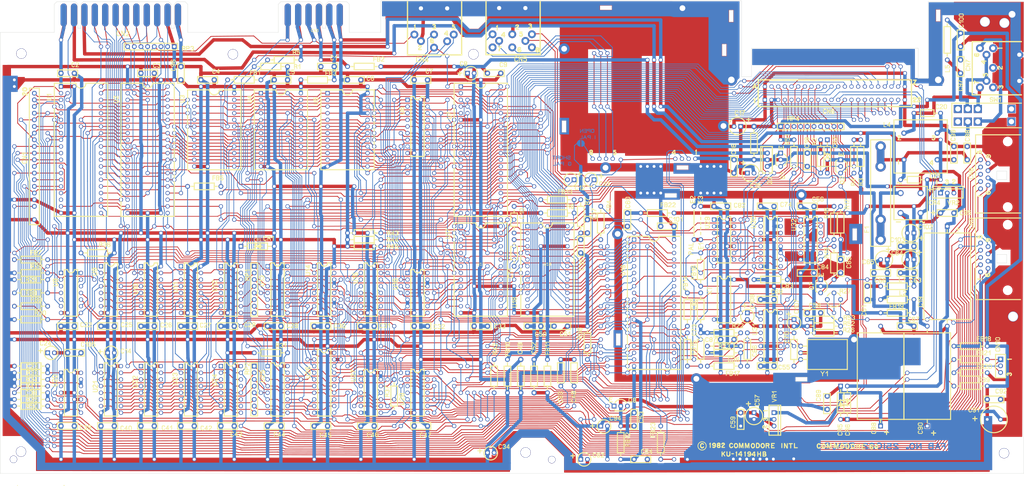
<source format=kicad_pcb>
(kicad_pcb (version 20171130) (host pcbnew 5.1.4+dfsg1-1)
  (title_block (title "C64 Motherboard KU-14194HB") (date 2020-01-23) (rev 1.4) (company "Commodore 1982") (comment 1 "layout retraced and schematics drawn by bwack 2019"))
  (layers (0 F.Cu signal) (31 B.Cu signal) (34 B.Paste user) (35 F.Paste user) (36 B.SilkS user) (37 F.SilkS user) (38 B.Mask user) (39 F.Mask user) (44 Edge.Cuts user))
  (net 0 "")
  (net 1 +5V)
  (net 2 Earth)
  (net 3 "Net-(C23-Pad1)")
  (net 4 /Sheet1/~RESTORE~)
  (net 5 /Sheet1/DATA')
  (net 6 /Sheet1/CLK')
  (net 7 /Sheet1/ATN)
  (net 8 /Sheet1/DATA)
  (net 9 /Sheet1/CLK)
  (net 10 /Sheet1/~FLAG2~)
  (net 11 /Sheet1/CASS_RD)
  (net 12 /Sheet1/CNT1)
  (net 13 /Sheet1/SP1)
  (net 14 /Sheet1/CNT2)
  (net 15 /Sheet1/SP2)
  (net 16 "Net-(U1-Pad18)")
  (net 17 /Sheet1/ROW7)
  (net 18 /Sheet1/ROW6)
  (net 19 /Sheet1/ROW5)
  (net 20 /Sheet1/JOYA3)
  (net 21 /Sheet1/JOYA2)
  (net 22 /Sheet1/JOYA1)
  (net 23 /Sheet1/JOYA0)
  (net 24 /Sheet1/COL7)
  (net 25 /Sheet1/COL6)
  (net 26 /Sheet1/COL5)
  (net 27 /Sheet1/BTNB)
  (net 28 /Sheet1/COL3)
  (net 29 /Sheet1/COL2)
  (net 30 /Sheet1/COL1)
  (net 31 /Sheet1/COL0)
  (net 32 /Sheet1/PA2)
  (net 33 /Sheet1/ATN_OUT)
  (net 34 /Sheet1/CLK_OUT)
  (net 35 /Sheet1/DATA_OUT)
  (net 36 /Sheet1/PB0)
  (net 37 /Sheet1/PB1)
  (net 38 /Sheet1/PB2)
  (net 39 /Sheet1/PB3)
  (net 40 /Sheet1/PB4)
  (net 41 /Sheet1/PB5)
  (net 42 /Sheet1/PB6)
  (net 43 /Sheet1/PB7)
  (net 44 /Sheet1/~PC2~)
  (net 45 "Net-(U20-Pad5)")
  (net 46 "Net-(U20-Pad3)")
  (net 47 "Net-(U20-Pad9)")
  (net 48 "Net-(U20-Pad11)")
  (net 49 /Sheet1/POTBX)
  (net 50 POTX)
  (net 51 POTY)
  (net 52 /Sheet1/POTBY)
  (net 53 /Sheet1/POTAX)
  (net 54 /Sheet1/POTAY)
  (net 55 "Net-(C105-Pad2)")
  (net 56 /Sheet1/9VAC~~)
  (net 57 "Net-(C24-Pad1)")
  (net 58 /Sheet1/60Hz)
  (net 59 "Net-(CR1-Pad1)")
  (net 60 /Sheet1/TRIGA)
  (net 61 ~RESET~)
  (net 62 /Sheet1/ATN')
  (net 63 PHI2)
  (net 64 /Sheet1/PH2_FB)
  (net 65 ~CIA1~)
  (net 66 R\~W~)
  (net 67 ~IRQ~)
  (net 68 ~VA15~)
  (net 69 ~CIA2~)
  (net 70 RDY)
  (net 71 /Sheet1/'9VAC~~)
  (net 72 "Net-(C18-Pad2)")
  (net 73 /Sheet1/CASS_SENSE)
  (net 74 /Sheet1/CASS_WRT)
  (net 75 "Net-(CN3-PadC,3)")
  (net 76 "Net-(FB2-Pad2)")
  (net 77 /Sheet1/CASS_MOTOR)
  (net 78 "Net-(Q1-Pad1)")
  (net 79 "Net-(Q2-Pad3)")
  (net 80 /Sheet1/5V_FB3)
  (net 81 /Sheet1/CASS_WRT')
  (net 82 ~CHAREN~)
  (net 83 ~HIRAM~)
  (net 84 ~LORAM~)
  (net 85 CAEC)
  (net 86 "Net-(C21-Pad2)")
  (net 87 +12V)
  (net 88 "Net-(C88-Pad1)")
  (net 89 "Net-(C97-Pad2)")
  (net 90 "Net-(C90-Pad1)")
  (net 91 "Net-(FB21-Pad1)")
  (net 92 /Sheet1/GND_LED)
  (net 93 /Sheet1/LED+)
  (net 94 "Net-(C20-Pad2)")
  (net 95 "Net-(CN7-Pad4)")
  (net 96 "Net-(CN7-Pad6)")
  (net 97 /Sheet1/5V_joyport)
  (net 98 +9V_UNREG)
  (net 99 /Sheet1/9VAC)
  (net 100 "Net-(SW1-Pad3)")
  (net 101 "Net-(SW1-Pad6)")
  (net 102 DOT_CLOCK)
  (net 103 /Sheet1/+Vc)
  (net 104 "Net-(C70-Pad2)")
  (net 105 "Net-(C70-Pad1)")
  (net 106 "Net-(C86-Pad1)")
  (net 107 "Net-(C86-Pad2)")
  (net 108 "Net-(C107-Pad1)")
  (net 109 "Net-(C108-Pad1)")
  (net 110 "Net-(FB16-Pad1)")
  (net 111 PHI_COLOR)
  (net 112 "Net-(FB17-Pad1)")
  (net 113 "Net-(R27-Pad2)")
  (net 114 "Net-(R27-Pad1)")
  (net 115 "Net-(U31-Pad12)")
  (net 116 "Net-(C83-Pad1)")
  (net 117 /Sheet1/jumper_select)
  (net 118 "Net-(C85-Pad2)")
  (net 119 "Net-(C85-Pad1)")
  (net 120 "Net-(FB19-Pad1)")
  (net 121 "Net-(Q7-Pad1)")
  (net 122 "Net-(R16-Pad2)")
  (net 123 "Net-(R19-Pad2)")
  (net 124 "Net-(U29-Pad12)")
  (net 125 "Net-(U29-Pad9)")
  (net 126 "Net-(U29-Pad6)")
  (net 127 "Net-(U29-Pad5)")
  (net 128 "Net-(U30-Pad2)")
  (net 129 "Net-(U30-Pad7)")
  (net 130 "Net-(U32-Pad11)")
  (net 131 "Net-(U32-Pad13)")
  (net 132 "Net-(U30-Pad3)")
  (net 133 /Sheet1/F_DIV)
  (net 134 "Net-(U30-Pad13)")
  (net 135 /Sheet5D659BBD/MA7)
  (net 136 /Sheet5D659BBD/VA7)
  (net 137 /Sheet5D659BBD/MA5)
  (net 138 /Sheet5D659BBD/VA5)
  (net 139 /Sheet5D659BBD/MA4)
  (net 140 /Sheet5D659BBD/VA4)
  (net 141 /Sheet5D659BBD/MA6)
  (net 142 /Sheet5D659BBD/VA6)
  (net 143 /Sheet5D659BBD/VA3)
  (net 144 /Sheet5D659BBD/MA3)
  (net 145 /Sheet5D659BBD/VA0)
  (net 146 /Sheet5D659BBD/MA0)
  (net 147 /Sheet5D659BBD/VA2)
  (net 148 /Sheet5D659BBD/MA2)
  (net 149 /Sheet5D659BBD/VA1)
  (net 150 /Sheet5D659BBD/MA1)
  (net 151 ~NMI~)
  (net 152 "Net-(U9-Pad1)")
  (net 153 /Sheet5D659BBD/~RAS~)
  (net 154 "Net-(U10-Pad1)")
  (net 155 "Net-(U11-Pad1)")
  (net 156 "Net-(U12-Pad1)")
  (net 157 "Net-(U21-Pad1)")
  (net 158 "Net-(U22-Pad1)")
  (net 159 "Net-(U23-Pad1)")
  (net 160 "Net-(U24-Pad1)")
  (net 161 /Sheet5D659BBD/~CAS~)
  (net 162 D0)
  (net 163 D1)
  (net 164 D2)
  (net 165 D3)
  (net 166 D4)
  (net 167 D5)
  (net 168 D6)
  (net 169 D7)
  (net 170 A15)
  (net 171 A14)
  (net 172 A13)
  (net 173 A12)
  (net 174 A0)
  (net 175 A1)
  (net 176 A2)
  (net 177 A3)
  (net 178 A4)
  (net 179 A5)
  (net 180 A6)
  (net 181 A7)
  (net 182 A8)
  (net 183 A9)
  (net 184 A10)
  (net 185 A11)
  (net 186 /Sheet5D659BBD/~AEC~)
  (net 187 /Sheet5D659BBD/~CASRAM~)
  (net 188 /Sheet5D659BBD/~CASRAM~')
  (net 189 /Sheet5D659BBD/~RESET'~)
  (net 190 /Sheet5D659BBD/~DMA~)
  (net 191 /Sheet5D659BBD/~BASIC~)
  (net 192 /Sheet5D659BBD/~KERNAL)
  (net 193 /Sheet5D659BBD/~CHAROM~)
  (net 194 /Sheet5D659BBD/BA)
  (net 195 /Sheet5D659BBD/AEC)
  (net 196 /Sheet5D659BBD/~EXROM~)
  (net 197 /Sheet5D659BBD/~GAME~)
  (net 198 "Net-(U17-Pad1)")
  (net 199 /Sheet5D659BBD/~ROML~)
  (net 200 /Sheet5D659BBD/~ROMH~)
  (net 201 "Net-(C61-Pad1)")
  (net 202 "Net-(CN6-Pad7)")
  (net 203 "Net-(CN6-Pad10)")
  (net 204 "Net-(RP4-Pad3)")
  (net 205 /Sheet5D659BBD/~I\O~)
  (net 206 /Sheet5D659BBD/~COLOR~)
  (net 207 /Sheet5D659BBD/~CIAS~)
  (net 208 /Sheet5D659BBD/~SID~)
  (net 209 /Sheet5D659BBD/~VIC~)
  (net 210 "Net-(C10-Pad2)")
  (net 211 "Net-(C10-Pad1)")
  (net 212 "Net-(C11-Pad1)")
  (net 213 "Net-(C11-Pad2)")
  (net 214 /Sheet5D659BBD/AUDIO_IN)
  (net 215 "Net-(C13-Pad1)")
  (net 216 /Sheet5D659BBD/AUDIO_OUT)
  (net 217 "Net-(C37-Pad1)")
  (net 218 "Net-(C50-Pad1)")
  (net 219 "Net-(C51-Pad1)")
  (net 220 "Net-(C54-Pad1)")
  (net 221 "Net-(C101-Pad1)")
  (net 222 "Net-(FB13-Pad1)")
  (net 223 "Net-(FB13-Pad2)")
  (net 224 "Net-(FB14-Pad1)")
  (net 225 /Sheet5D659BBD/CHROMA)
  (net 226 /Sheet5D659BBD/LUMA)
  (net 227 "Net-(FB15-Pad1)")
  (net 228 PHI0)
  (net 229 BTNA\~LP~)
  (net 230 /Sheet5D659BBD/VA6')
  (net 231 /Sheet5D659BBD/VA7')
  (net 232 "Net-(U16-Pad2)")
  (net 233 "Net-(U16-Pad3)")
  (net 234 "Net-(U16-Pad9)")
  (net 235 "Net-(U16-Pad10)")
  (net 236 "Net-(U27-Pad8)")
  (net 237 "Net-(U14-Pad6)")
  (net 238 "Net-(U14-Pad12)")
  (net 239 "Net-(C12-Pad1)")
  (net 240 "Net-(FB23-Pad1)")
  (net 241 "Net-(XT1-Pad1)")
  (net 242 "Net-(C87-Pad1)")
  (net 243 "Net-(CN5-Pad8)")
  (net 244 "Net-(CN5-Pad7)")
  (net 245 CAN+5V)
  (net 246 /Sheet5D659BBD/LUMA_O)
  (net 247 /Sheet5D659BBD/COMP_O)
  (net 248 /Sheet5D659BBD/CHROMA_O)
  (net 249 "Net-(M1-Pad8)")
  (net 250 ~VA14~)
  (net 251 /Sheet5D659BBD/GR\~W~)
  (module KU-14194HB-RevB-KiCad:DIP18 (layer F.Cu) (at 173.99 93.98)
    (fp_text reference U6 hide)
    (fp_text value 2114)
    (pad 2 thru_hole circle (at -3.81 -7.62) (size 1.6 1.6) (drill 1.1) (layers *.Cu *.Mask) (net 179 A5))
    (pad 8 thru_hole circle (at -3.81 7.62) (size 1.6 1.6) (drill 1.1) (layers *.Cu *.Mask) (net 236 "Net-(U27-Pad8)"))
    (pad 11 thru_hole circle (at 3.81 7.62) (size 1.6 1.6) (drill 1.1) (layers *.Cu *.Mask) (net 232 "Net-(U16-Pad2)"))
    (pad 15 thru_hole circle (at 3.81 -2.54) (size 1.6 1.6) (drill 1.1) (layers *.Cu *.Mask) (net 183 A9))
    (pad 14 thru_hole circle (at 3.81 0) (size 1.6 1.6) (drill 1.1) (layers *.Cu *.Mask) (net 235 "Net-(U16-Pad10)"))
    (pad 9 thru_hole circle (at -3.81 10.16) (size 1.6 1.6) (drill 1.1) (layers *.Cu *.Mask) (net 2 Earth))
    (pad 4 thru_hole circle (at -3.81 -2.54) (size 1.6 1.6) (drill 1.1) (layers *.Cu *.Mask) (net 177 A3))
    (pad 12 thru_hole circle (at 3.81 5.08) (size 1.6 1.6) (drill 1.1) (layers *.Cu *.Mask) (net 233 "Net-(U16-Pad3)"))
    (pad 3 thru_hole circle (at -3.81 -5.08) (size 1.6 1.6) (drill 1.1) (layers *.Cu *.Mask) (net 178 A4))
    (pad 16 thru_hole circle (at 3.81 -5.08) (size 1.6 1.6) (drill 1.1) (layers *.Cu *.Mask) (net 182 A8))
    (pad 13 thru_hole circle (at 3.81 2.54) (size 1.6 1.6) (drill 1.1) (layers *.Cu *.Mask) (net 234 "Net-(U16-Pad9)"))
    (pad 6 thru_hole circle (at -3.81 2.54) (size 1.6 1.6) (drill 1.1) (layers *.Cu *.Mask) (net 175 A1))
    (pad 5 thru_hole circle (at -3.81 0) (size 1.6 1.6) (drill 1.1) (layers *.Cu *.Mask) (net 174 A0))
    (pad 7 thru_hole circle (at -3.81 5.08) (size 1.6 1.6) (drill 1.1) (layers *.Cu *.Mask) (net 176 A2))
    (pad 1 thru_hole rect (at -3.81 -10.16) (size 1.6 1.6) (drill 1.1) (layers *.Cu *.Mask) (net 180 A6))
    (pad 10 thru_hole circle (at 3.81 10.16) (size 1.6 1.6) (drill 1.1) (layers *.Cu *.Mask) (net 251 /Sheet5D659BBD/GR\~W~))
    (pad 17 thru_hole circle (at 3.81 -7.62) (size 1.6 1.6) (drill 1.1) (layers *.Cu *.Mask) (net 181 A7))
    (pad 18 thru_hole circle (at 3.81 -10.16) (size 1.6 1.6) (drill 1.1) (layers *.Cu *.Mask) (net 1 +5V))
  )
  (module KU-14194HB-RevB-KiCad:MODULATOR_PORT_LONGBOARD (layer F.Cu) (at 272.259188 106.290876)
    (fp_text reference M1 hide)
    (fp_text value MODULATOR_LONGBOARD)
    (pad 8 thru_hole circle (at -31.48 0) (size 1.6 1.6) (drill 1.1) (layers *.Cu *.Mask) (net 249 "Net-(M1-Pad8)"))
    (pad 7 thru_hole circle (at -28.94 0) (size 1.6 1.6) (drill 1.1) (layers *.Cu *.Mask) (net 248 /Sheet5D659BBD/CHROMA_O))
    (pad 6 thru_hole circle (at -26.4 0) (size 1.6 1.6) (drill 1.1) (layers *.Cu *.Mask) (net 246 /Sheet5D659BBD/LUMA_O))
    (pad 5 thru_hole circle (at -23.86 0) (size 1.6 1.6) (drill 1.1) (layers *.Cu *.Mask) (net 247 /Sheet5D659BBD/COMP_O))
    (pad 4 thru_hole circle (at 0 0) (size 1.6 1.6) (drill 1.1) (layers *.Cu *.Mask) (net 216 /Sheet5D659BBD/AUDIO_OUT))
    (pad 3 thru_hole circle (at 2.54 0) (size 1.6 1.6) (drill 1.1) (layers *.Cu *.Mask) (net 225 /Sheet5D659BBD/CHROMA))
    (pad 2 thru_hole circle (at 5.08 0) (size 1.6 1.6) (drill 1.1) (layers *.Cu *.Mask) (net 226 /Sheet5D659BBD/LUMA))
    (pad 1 thru_hole circle (at 7.62 0) (size 1.6 1.6) (drill 1.1) (layers *.Cu *.Mask) (net 98 +9V_UNREG))
  )
  (module KU-14194HB-RevB-KiCad:LARGE_ELECTROLYTIC_33x18_P38.10mm_AXIAL_TH (layer F.Cu) (at 368.3 208.28 180)
    (fp_text reference C90 hide)
    (fp_text value 470uF)
    (pad 2 thru_hole circle (at 0 38.1 180) (size 1.8 1.8) (drill 1.1) (layers *.Cu *.Mask) (net 56 /Sheet1/9VAC~~))
    (pad 1 thru_hole rect (at 0 0 180) (size 1.8 1.8) (drill 1.1) (layers *.Cu *.Mask) (net 90 "Net-(C90-Pad1)"))
  )
  (module KU-14194HB-RevB-KiCad:LARGE_ELECTROLYTIC_33x18_P38.10mm_AXIAL_TH (layer F.Cu) (at 375.92 132.08)
    (fp_text reference C19 hide)
    (fp_text value 2200uF)
    (pad 2 thru_hole circle (at 0 38.1) (size 1.8 1.8) (drill 1.1) (layers *.Cu *.Mask) (net 2 Earth))
    (pad 1 thru_hole rect (at 0 0) (size 1.8 1.8) (drill 1.1) (layers *.Cu *.Mask) (net 98 +9V_UNREG))
  )
  (module KU-14194HB-RevB-KiCad:CAP_AXIAL_P10.16mm (layer F.Cu) (at 210.82 139.7 270)
    (fp_text reference C11 hide)
    (fp_text value 470pF)
    (pad 2 thru_hole circle (at 7.62 0 270) (size 1.8 1.8) (drill 1.1) (layers *.Cu *.Mask) (net 213 "Net-(C11-Pad2)"))
    (pad 1 thru_hole circle (at -2.54 0 270) (size 1.8 1.8) (drill 1.1) (layers *.Cu *.Mask) (net 212 "Net-(C11-Pad1)"))
  )
  (module KU-14194HB-RevB-KiCad:CAP_AXIAL_P10.16mm (layer F.Cu) (at 210.82 127 270)
    (fp_text reference C10 hide)
    (fp_text value 470pF)
    (pad 2 thru_hole circle (at 7.62 0 270) (size 1.8 1.8) (drill 1.1) (layers *.Cu *.Mask) (net 210 "Net-(C10-Pad2)"))
    (pad 1 thru_hole circle (at -2.54 0 270) (size 1.8 1.8) (drill 1.1) (layers *.Cu *.Mask) (net 211 "Net-(C10-Pad1)"))
  )
  (module KU-14194HB-RevB-KiCad:CAP_P12mm (layer F.Cu) (at 213.36 182.88 270)
    (fp_text reference C49 hide)
    (fp_text value .1)
    (pad 1 thru_hole circle (at 0 0 270) (size 2 2) (drill 1.1) (layers *.Cu *.Mask) (net 1 +5V))
    (pad 2 thru_hole circle (at 12.7 0 270) (size 2 2) (drill 1.1) (layers *.Cu *.Mask) (net 2 Earth))
  )
  (module KU-14194HB-RevB-KiCad:CAP_P12mm (layer F.Cu) (at 218.44 195.58 90)
    (fp_text reference C52 hide)
    (fp_text value .1)
    (pad 1 thru_hole circle (at 0 0 90) (size 2 2) (drill 1.1) (layers *.Cu *.Mask) (net 87 +12V))
    (pad 2 thru_hole circle (at 12.7 0 90) (size 2 2) (drill 1.1) (layers *.Cu *.Mask) (net 2 Earth))
  )
  (module KU-14194HB-RevB-KiCad:RESISTOR_10.16mm (layer F.Cu) (at 233.68 190.5 90)
    (fp_text reference C48 hide)
    (fp_text value 1800pF)
    (pad 1 thru_hole circle (at -2.54 0 90) (size 1.8 1.8) (drill 1.1) (layers *.Cu *.Mask) (net 50 POTX))
    (pad 2 thru_hole circle (at 7.62 0 90) (size 1.8 1.8) (drill 1.1) (layers *.Cu *.Mask) (net 2 Earth))
  )
  (module KU-14194HB-RevB-KiCad:RESISTOR_10.16mm (layer F.Cu) (at 228.6 190.5 90)
    (fp_text reference C93 hide)
    (fp_text value 1800pF)
    (pad 1 thru_hole circle (at -2.54 0 90) (size 1.8 1.8) (drill 1.1) (layers *.Cu *.Mask) (net 51 POTY))
    (pad 2 thru_hole circle (at 7.62 0 90) (size 1.8 1.8) (drill 1.1) (layers *.Cu *.Mask) (net 2 Earth))
  )
  (module KU-14194HB-RevB-KiCad:RESISTOR (layer F.Cu) (at 297.18 180.34 180)
    (fp_text reference C36 hide)
    (fp_text value 20pF)
    (pad 2 thru_hole circle (at 12.7 0 180) (size 1.8 1.8) (drill 1.1) (layers *.Cu *.Mask) (net 2 Earth))
    (pad 1 thru_hole circle (at 0 0 180) (size 1.8 1.8) (drill 1.1) (layers *.Cu *.Mask) (net 102 DOT_CLOCK))
  )
  (module KU-14194HB-RevB-KiCad:RESISTOR (layer F.Cu) (at 314.96 152.4 180)
    (fp_text reference C83 hide)
    (fp_text value 82pF)
    (pad 2 thru_hole circle (at 12.7 0 180) (size 1.8 1.8) (drill 1.1) (layers *.Cu *.Mask) (net 2 Earth))
    (pad 1 thru_hole circle (at 0 0 180) (size 1.8 1.8) (drill 1.1) (layers *.Cu *.Mask) (net 116 "Net-(C83-Pad1)"))
  )
  (module KU-14194HB-RevB-KiCad:RESISTOR (layer F.Cu) (at 58.42 142.24 180)
    (fp_text reference R36 hide)
    (fp_text value 1K)
    (pad 2 thru_hole circle (at 12.7 0 180) (size 1.8 1.8) (drill 1.1) (layers *.Cu *.Mask) (net 61 ~RESET~))
    (pad 1 thru_hole circle (at 0 0 180) (size 1.8 1.8) (drill 1.1) (layers *.Cu *.Mask) (net 1 +5V))
  )
  (module KU-14194HB-RevB-KiCad:RESISTOR (layer F.Cu) (at 20.32 190.5)
    (fp_text reference R34 hide)
    (fp_text value 47K)
    (pad 2 thru_hole circle (at 12.7 0) (size 1.8 1.8) (drill 1.1) (layers *.Cu *.Mask) (net 57 "Net-(C24-Pad1)"))
    (pad 1 thru_hole circle (at 0 0) (size 1.8 1.8) (drill 1.1) (layers *.Cu *.Mask) (net 1 +5V))
  )
  (module KU-14194HB-RevB-KiCad:RESISTOR (layer F.Cu) (at 20.32 193.04)
    (fp_text reference R41 hide)
    (fp_text value 1M)
    (pad 2 thru_hole circle (at 12.7 0) (size 1.8 1.8) (drill 1.1) (layers *.Cu *.Mask) (net 4 /Sheet1/~RESTORE~))
    (pad 1 thru_hole circle (at 0 0) (size 1.8 1.8) (drill 1.1) (layers *.Cu *.Mask) (net 1 +5V))
  )
  (module KU-14194HB-RevB-KiCad:RESISTOR (layer F.Cu) (at 20.32 198.12)
    (fp_text reference R35 hide)
    (fp_text value 470K)
    (pad 2 thru_hole circle (at 12.7 0) (size 1.8 1.8) (drill 1.1) (layers *.Cu *.Mask) (net 60 /Sheet1/TRIGA))
    (pad 1 thru_hole circle (at 0 0) (size 1.8 1.8) (drill 1.1) (layers *.Cu *.Mask) (net 1 +5V))
  )
  (module KU-14194HB-RevB-KiCad:RESISTOR (layer F.Cu) (at 20.32 187.96)
    (fp_text reference R33 hide)
    (fp_text value 47K)
    (pad 2 thru_hole circle (at 12.7 0) (size 1.8 1.8) (drill 1.1) (layers *.Cu *.Mask) (net 3 "Net-(C23-Pad1)"))
    (pad 1 thru_hole circle (at 0 0) (size 1.8 1.8) (drill 1.1) (layers *.Cu *.Mask) (net 1 +5V))
  )
  (module KU-14194HB-RevB-KiCad:RESISTOR (layer F.Cu) (at 33.02 152.4 180)
    (fp_text reference R29 hide)
    (fp_text value 1K)
    (pad 2 thru_hole circle (at 12.7 0 180) (size 1.8 1.8) (drill 1.1) (layers *.Cu *.Mask) (net 1 +5V))
    (pad 1 thru_hole circle (at 0 0 180) (size 1.8 1.8) (drill 1.1) (layers *.Cu *.Mask) (net 5 /Sheet1/DATA'))
  )
  (module KU-14194HB-RevB-KiCad:RESISTOR (layer F.Cu) (at 129.54 68.58 180)
    (fp_text reference R5 hide)
    (fp_text value 560)
    (pad 2 thru_hole circle (at 12.7 0 180) (size 1.8 1.8) (drill 1.1) (layers *.Cu *.Mask) (net 59 "Net-(CR1-Pad1)"))
    (pad 1 thru_hole circle (at 0 0 180) (size 1.8 1.8) (drill 1.1) (layers *.Cu *.Mask) (net 56 /Sheet1/9VAC~~))
  )
  (module KU-14194HB-RevB-KiCad:RESISTOR (layer F.Cu) (at 165.1 190.5 270)
    (fp_text reference R37 hide)
    (fp_text value 2.7K)
    (pad 2 thru_hole circle (at 12.7 0 270) (size 1.8 1.8) (drill 1.1) (layers *.Cu *.Mask) (net 58 /Sheet1/60Hz))
    (pad 1 thru_hole circle (at 0 0 270) (size 1.8 1.8) (drill 1.1) (layers *.Cu *.Mask) (net 59 "Net-(CR1-Pad1)"))
  )
  (module KU-14194HB-RevB-KiCad:RESISTOR (layer F.Cu) (at 20.32 200.66)
    (fp_text reference R50 hide)
    (fp_text value 1M)
    (pad 2 thru_hole circle (at 12.7 0) (size 1.8 1.8) (drill 1.1) (layers *.Cu *.Mask) (net 55 "Net-(C105-Pad2)"))
    (pad 1 thru_hole circle (at 0 0) (size 1.8 1.8) (drill 1.1) (layers *.Cu *.Mask) (net 1 +5V))
  )
  (module KU-14194HB-RevB-KiCad:RESISTOR (layer F.Cu) (at 33.02 149.86 180)
    (fp_text reference R28 hide)
    (fp_text value 1K)
    (pad 2 thru_hole circle (at 12.7 0 180) (size 1.8 1.8) (drill 1.1) (layers *.Cu *.Mask) (net 1 +5V))
    (pad 1 thru_hole circle (at 0 0 180) (size 1.8 1.8) (drill 1.1) (layers *.Cu *.Mask) (net 62 /Sheet1/ATN'))
  )
  (module KU-14194HB-RevB-KiCad:RESISTOR (layer F.Cu) (at 33.02 167.64 180)
    (fp_text reference R30 hide)
    (fp_text value 1K)
    (pad 2 thru_hole circle (at 12.7 0 180) (size 1.8 1.8) (drill 1.1) (layers *.Cu *.Mask) (net 1 +5V))
    (pad 1 thru_hole circle (at 0 0 180) (size 1.8 1.8) (drill 1.1) (layers *.Cu *.Mask) (net 6 /Sheet1/CLK'))
  )
  (module KU-14194HB-RevB-KiCad:RESISTOR (layer F.Cu) (at 124.46 71.12 180)
    (fp_text reference R1 hide)
    (fp_text value 3K3)
    (pad 2 thru_hole circle (at 12.7 0 180) (size 1.8 1.8) (drill 1.1) (layers *.Cu *.Mask) (net 73 /Sheet1/CASS_SENSE))
    (pad 1 thru_hole circle (at 0 0 180) (size 1.8 1.8) (drill 1.1) (layers *.Cu *.Mask) (net 1 +5V))
  )
  (module KU-14194HB-RevB-KiCad:RESISTOR (layer F.Cu) (at 327.66 99.06 270)
    (fp_text reference R2 hide)
    (fp_text value 1.5K)
    (pad 2 thru_hole circle (at 12.7 0 270) (size 1.8 1.8) (drill 1.1) (layers *.Cu *.Mask) (net 72 "Net-(C18-Pad2)"))
    (pad 1 thru_hole circle (at 0 0 270) (size 1.8 1.8) (drill 1.1) (layers *.Cu *.Mask) (net 98 +9V_UNREG))
  )
  (module KU-14194HB-RevB-KiCad:RESISTOR (layer F.Cu) (at 342.9 99.06 270)
    (fp_text reference R3 hide)
    (fp_text value 10K)
    (pad 2 thru_hole circle (at 12.7 0 270) (size 1.8 1.8) (drill 1.1) (layers *.Cu *.Mask) (net 2 Earth))
    (pad 1 thru_hole circle (at 0 0 270) (size 1.8 1.8) (drill 1.1) (layers *.Cu *.Mask) (net 79 "Net-(Q2-Pad3)"))
  )
  (module KU-14194HB-RevB-KiCad:RESISTOR (layer F.Cu) (at 340.36 99.06 270)
    (fp_text reference R4 hide)
    (fp_text value 1K)
    (pad 2 thru_hole circle (at 12.7 0 270) (size 1.8 1.8) (drill 1.1) (layers *.Cu *.Mask) (net 77 /Sheet1/CASS_MOTOR))
    (pad 1 thru_hole circle (at 0 0 270) (size 1.8 1.8) (drill 1.1) (layers *.Cu *.Mask) (net 79 "Net-(Q2-Pad3)"))
  )
  (module KU-14194HB-RevB-KiCad:RESISTOR (layer F.Cu) (at 147.32 134.62)
    (fp_text reference R43 hide)
    (fp_text value 3K3)
    (pad 2 thru_hole circle (at 12.7 0) (size 1.8 1.8) (drill 1.1) (layers *.Cu *.Mask) (net 82 ~CHAREN~))
    (pad 1 thru_hole circle (at 0 0) (size 1.8 1.8) (drill 1.1) (layers *.Cu *.Mask) (net 1 +5V))
  )
  (module KU-14194HB-RevB-KiCad:RESISTOR (layer F.Cu) (at 147.32 137.16)
    (fp_text reference R44 hide)
    (fp_text value 3K3)
    (pad 2 thru_hole circle (at 12.7 0) (size 1.8 1.8) (drill 1.1) (layers *.Cu *.Mask) (net 83 ~HIRAM~))
    (pad 1 thru_hole circle (at 0 0) (size 1.8 1.8) (drill 1.1) (layers *.Cu *.Mask) (net 1 +5V))
  )
  (module KU-14194HB-RevB-KiCad:RESISTOR (layer F.Cu) (at 147.32 139.7)
    (fp_text reference R45 hide)
    (fp_text value 3K3)
    (pad 2 thru_hole circle (at 12.7 0) (size 1.8 1.8) (drill 1.1) (layers *.Cu *.Mask) (net 84 ~LORAM~))
    (pad 1 thru_hole circle (at 0 0) (size 1.8 1.8) (drill 1.1) (layers *.Cu *.Mask) (net 1 +5V))
  )
  (module KU-14194HB-RevB-KiCad:RESISTOR (layer F.Cu) (at 391.16 193.04 180)
    (fp_text reference R39 hide)
    (fp_text value 390)
    (pad 2 thru_hole circle (at 12.7 0 180) (size 1.8 1.8) (drill 1.1) (layers *.Cu *.Mask) (net 91 "Net-(FB21-Pad1)"))
    (pad 1 thru_hole circle (at 0 0 180) (size 1.8 1.8) (drill 1.1) (layers *.Cu *.Mask) (net 1 +5V))
  )
  (module KU-14194HB-RevB-KiCad:RESISTOR (layer F.Cu) (at 335.28 172.72 180)
    (fp_text reference R26 hide)
    (fp_text value 100)
    (pad 2 thru_hole circle (at 12.7 0 180) (size 1.8 1.8) (drill 1.1) (layers *.Cu *.Mask) (net 108 "Net-(C107-Pad1)"))
    (pad 1 thru_hole circle (at 0 0 180) (size 1.8 1.8) (drill 1.1) (layers *.Cu *.Mask) (net 103 /Sheet1/+Vc))
  )
  (module KU-14194HB-RevB-KiCad:RESISTOR (layer F.Cu) (at 335.28 170.18 180)
    (fp_text reference R52 hide)
    (fp_text value ?)
    (pad 2 thru_hole circle (at 12.7 0 180) (size 1.8 1.8) (drill 1.1) (layers *.Cu *.Mask) (net 2 Earth))
    (pad 1 thru_hole circle (at 0 0 180) (size 1.8 1.8) (drill 1.1) (layers *.Cu *.Mask) (net 113 "Net-(R27-Pad2)"))
  )
  (module KU-14194HB-RevB-KiCad:RESISTOR (layer F.Cu) (at 322.58 167.64)
    (fp_text reference R53 hide)
    (fp_text value ?)
    (pad 2 thru_hole circle (at 12.7 0) (size 1.8 1.8) (drill 1.1) (layers *.Cu *.Mask) (net 114 "Net-(R27-Pad1)"))
    (pad 1 thru_hole circle (at 0 0) (size 1.8 1.8) (drill 1.1) (layers *.Cu *.Mask) (net 103 /Sheet1/+Vc))
  )
  (module KU-14194HB-RevB-KiCad:RESISTOR (layer F.Cu) (at 317.5 185.42 90)
    (fp_text reference C70 hide)
    (fp_text value ~)
    (pad 2 thru_hole circle (at 12.7 0 90) (size 1.8 1.8) (drill 1.1) (layers *.Cu *.Mask) (net 104 "Net-(C70-Pad2)"))
    (pad 1 thru_hole circle (at 0 0 90) (size 1.8 1.8) (drill 1.1) (layers *.Cu *.Mask) (net 105 "Net-(C70-Pad1)"))
  )
  (module KU-14194HB-RevB-KiCad:RESISTOR (layer F.Cu) (at 299.72 185.42 90)
    (fp_text reference C86 hide)
    (fp_text value 82pF)
    (pad 2 thru_hole circle (at 12.7 0 90) (size 1.8 1.8) (drill 1.1) (layers *.Cu *.Mask) (net 107 "Net-(C86-Pad2)"))
    (pad 1 thru_hole circle (at 0 0 90) (size 1.8 1.8) (drill 1.1) (layers *.Cu *.Mask) (net 106 "Net-(C86-Pad1)"))
  )
  (module KU-14194HB-RevB-KiCad:RESISTOR (layer F.Cu) (at 332.74 124.46 270)
    (fp_text reference R16 hide)
    (fp_text value 1K)
    (pad 2 thru_hole circle (at 12.7 0 270) (size 1.8 1.8) (drill 1.1) (layers *.Cu *.Mask) (net 122 "Net-(R16-Pad2)"))
    (pad 1 thru_hole circle (at 0 0 270) (size 1.8 1.8) (drill 1.1) (layers *.Cu *.Mask) (net 103 /Sheet1/+Vc))
  )
  (module KU-14194HB-RevB-KiCad:RESISTOR (layer F.Cu) (at 335.28 124.46 270)
    (fp_text reference R17 hide)
    (fp_text value 2K7)
    (pad 2 thru_hole circle (at 12.7 0 270) (size 1.8 1.8) (drill 1.1) (layers *.Cu *.Mask) (net 119 "Net-(C85-Pad1)"))
    (pad 1 thru_hole circle (at 0 0 270) (size 1.8 1.8) (drill 1.1) (layers *.Cu *.Mask) (net 122 "Net-(R16-Pad2)"))
  )
  (module KU-14194HB-RevB-KiCad:RESISTOR (layer F.Cu) (at 332.74 152.4 90)
    (fp_text reference R19 hide)
    (fp_text value 15K)
    (pad 2 thru_hole circle (at 12.7 0 90) (size 1.8 1.8) (drill 1.1) (layers *.Cu *.Mask) (net 123 "Net-(R19-Pad2)"))
    (pad 1 thru_hole circle (at 0 0 90) (size 1.8 1.8) (drill 1.1) (layers *.Cu *.Mask) (net 118 "Net-(C85-Pad2)"))
  )
  (module KU-14194HB-RevB-KiCad:RESISTOR (layer F.Cu) (at 350.52 160.02)
    (fp_text reference L2 hide)
    (fp_text value 2.2uH)
    (pad 2 thru_hole circle (at 12.7 0) (size 1.8 1.8) (drill 1.1) (layers *.Cu *.Mask) (net 120 "Net-(FB19-Pad1)"))
    (pad 1 thru_hole circle (at 0 0) (size 1.8 1.8) (drill 1.1) (layers *.Cu *.Mask) (net 245 CAN+5V))
  )
  (module KU-14194HB-RevB-KiCad:RESISTOR (layer F.Cu) (at 124.46 180.34 180)
    (fp_text reference R31 hide)
    (fp_text value 180)
    (pad 2 thru_hole circle (at 12.7 0 180) (size 1.8 1.8) (drill 1.1) (layers *.Cu *.Mask) (net 1 +5V))
    (pad 1 thru_hole circle (at 0 0 180) (size 1.8 1.8) (drill 1.1) (layers *.Cu *.Mask) (net 186 /Sheet5D659BBD/~AEC~))
  )
  (module KU-14194HB-RevB-KiCad:RESISTOR (layer F.Cu) (at 203.2 195.58 90)
    (fp_text reference R42 hide)
    (fp_text value ~)
    (pad 2 thru_hole circle (at 12.7 0 90) (size 1.8 1.8) (drill 1.1) (layers *.Cu *.Mask) (net 187 /Sheet5D659BBD/~CASRAM~))
    (pad 1 thru_hole circle (at 0 0 90) (size 1.8 1.8) (drill 1.1) (layers *.Cu *.Mask) (net 188 /Sheet5D659BBD/~CASRAM~'))
  )
  (module KU-14194HB-RevB-KiCad:RESISTOR (layer F.Cu) (at 317.5 111.76 90)
    (fp_text reference R51 hide)
    (fp_text value 1.5K)
    (pad 2 thru_hole circle (at 12.7 0 90) (size 1.8 1.8) (drill 1.1) (layers *.Cu *.Mask) (net 1 +5V))
    (pad 1 thru_hole circle (at 0 0 90) (size 1.8 1.8) (drill 1.1) (layers *.Cu *.Mask) (net 66 R\~W~))
  )
  (module KU-14194HB-RevB-KiCad:RESISTOR (layer F.Cu) (at 363.22 154.94 180)
    (fp_text reference L1 hide)
    (fp_text value 2.2uH)
    (pad 2 thru_hole circle (at 12.7 0 180) (size 1.8 1.8) (drill 1.1) (layers *.Cu *.Mask) (net 201 "Net-(C61-Pad1)"))
    (pad 1 thru_hole circle (at 0 0 180) (size 1.8 1.8) (drill 1.1) (layers *.Cu *.Mask) (net 245 CAN+5V))
  )
  (module KU-14194HB-RevB-KiCad:RESISTOR (layer F.Cu) (at 220.98 127)
    (fp_text reference R6 hide)
    (fp_text value 1K)
    (pad 2 thru_hole circle (at 12.7 0) (size 1.8 1.8) (drill 1.1) (layers *.Cu *.Mask) (net 222 "Net-(FB13-Pad1)"))
    (pad 1 thru_hole circle (at 0 0) (size 1.8 1.8) (drill 1.1) (layers *.Cu *.Mask) (net 2 Earth))
  )
  (module KU-14194HB-RevB-KiCad:RESISTOR (layer F.Cu) (at 236.22 134.62 90)
    (fp_text reference R7 hide)
    (fp_text value 10K)
    (pad 2 thru_hole circle (at 12.7 0 90) (size 1.8 1.8) (drill 1.1) (layers *.Cu *.Mask) (net 223 "Net-(FB13-Pad2)"))
    (pad 1 thru_hole circle (at 0 0 90) (size 1.8 1.8) (drill 1.1) (layers *.Cu *.Mask) (net 217 "Net-(C37-Pad1)"))
  )
  (module KU-14194HB-RevB-KiCad:RESISTOR (layer F.Cu) (at 238.76 170.18 270)
    (fp_text reference R38 hide)
    (fp_text value 1K)
    (pad 2 thru_hole circle (at 12.7 0 270) (size 1.8 1.8) (drill 1.1) (layers *.Cu *.Mask) (net 215 "Net-(C13-Pad1)"))
    (pad 1 thru_hole circle (at 0 0 270) (size 1.8 1.8) (drill 1.1) (layers *.Cu *.Mask) (net 2 Earth))
  )
  (module KU-14194HB-RevB-KiCad:DIP40 (layer F.Cu) (at 198.12 101.6)
    (fp_text reference U7 hide)
    (fp_text value 6510_MPU)
    (pad 40 thru_hole circle (at 7.62 -22.86) (size 1.6 1.6) (drill 1.1) (layers *.Cu *.Mask) (net 61 ~RESET~))
    (pad 39 thru_hole circle (at 7.62 -20.32) (size 1.6 1.6) (drill 1.1) (layers *.Cu *.Mask) (net 64 /Sheet1/PH2_FB))
    (pad 38 thru_hole circle (at 7.62 -17.78) (size 1.6 1.6) (drill 1.1) (layers *.Cu *.Mask) (net 66 R\~W~))
    (pad 37 thru_hole circle (at 7.62 -15.24) (size 1.6 1.6) (drill 1.1) (layers *.Cu *.Mask) (net 162 D0))
    (pad 36 thru_hole circle (at 7.62 -12.7) (size 1.6 1.6) (drill 1.1) (layers *.Cu *.Mask) (net 163 D1))
    (pad 35 thru_hole circle (at 7.62 -10.16) (size 1.6 1.6) (drill 1.1) (layers *.Cu *.Mask) (net 164 D2))
    (pad 34 thru_hole circle (at 7.62 -7.62) (size 1.6 1.6) (drill 1.1) (layers *.Cu *.Mask) (net 165 D3))
    (pad 33 thru_hole circle (at 7.62 -5.08) (size 1.6 1.6) (drill 1.1) (layers *.Cu *.Mask) (net 166 D4))
    (pad 32 thru_hole circle (at 7.62 -2.54) (size 1.6 1.6) (drill 1.1) (layers *.Cu *.Mask) (net 167 D5))
    (pad 31 thru_hole circle (at 7.62 0) (size 1.6 1.6) (drill 1.1) (layers *.Cu *.Mask) (net 168 D6))
    (pad 30 thru_hole circle (at 7.62 2.54) (size 1.6 1.6) (drill 1.1) (layers *.Cu *.Mask) (net 169 D7))
    (pad 29 thru_hole circle (at 7.62 5.08) (size 1.6 1.6) (drill 1.1) (layers *.Cu *.Mask) (net 84 ~LORAM~))
    (pad 28 thru_hole circle (at 7.62 7.62) (size 1.6 1.6) (drill 1.1) (layers *.Cu *.Mask) (net 83 ~HIRAM~))
    (pad 27 thru_hole circle (at 7.62 10.16) (size 1.6 1.6) (drill 1.1) (layers *.Cu *.Mask) (net 82 ~CHAREN~))
    (pad 26 thru_hole circle (at 7.62 12.7) (size 1.6 1.6) (drill 1.1) (layers *.Cu *.Mask) (net 74 /Sheet1/CASS_WRT))
    (pad 25 thru_hole circle (at 7.62 15.24) (size 1.6 1.6) (drill 1.1) (layers *.Cu *.Mask) (net 73 /Sheet1/CASS_SENSE))
    (pad 24 thru_hole circle (at 7.62 17.78) (size 1.6 1.6) (drill 1.1) (layers *.Cu *.Mask) (net 77 /Sheet1/CASS_MOTOR))
    (pad 23 thru_hole circle (at 7.62 20.32) (size 1.6 1.6) (drill 1.1) (layers *.Cu *.Mask) (net 170 A15))
    (pad 22 thru_hole circle (at 7.62 22.86) (size 1.6 1.6) (drill 1.1) (layers *.Cu *.Mask) (net 171 A14))
    (pad 21 thru_hole circle (at 7.62 25.4) (size 1.6 1.6) (drill 1.1) (layers *.Cu *.Mask) (net 2 Earth))
    (pad 20 thru_hole circle (at -7.62 25.4) (size 1.6 1.6) (drill 1.1) (layers *.Cu *.Mask) (net 172 A13))
    (pad 19 thru_hole circle (at -7.62 22.86) (size 1.6 1.6) (drill 1.1) (layers *.Cu *.Mask) (net 173 A12))
    (pad 18 thru_hole circle (at -7.62 20.32) (size 1.6 1.6) (drill 1.1) (layers *.Cu *.Mask) (net 185 A11))
    (pad 17 thru_hole circle (at -7.62 17.78) (size 1.6 1.6) (drill 1.1) (layers *.Cu *.Mask) (net 184 A10))
    (pad 16 thru_hole circle (at -7.62 15.24) (size 1.6 1.6) (drill 1.1) (layers *.Cu *.Mask) (net 183 A9))
    (pad 15 thru_hole circle (at -7.62 12.7) (size 1.6 1.6) (drill 1.1) (layers *.Cu *.Mask) (net 182 A8))
    (pad 14 thru_hole circle (at -7.62 10.16) (size 1.6 1.6) (drill 1.1) (layers *.Cu *.Mask) (net 181 A7))
    (pad 13 thru_hole circle (at -7.62 7.62) (size 1.6 1.6) (drill 1.1) (layers *.Cu *.Mask) (net 180 A6))
    (pad 12 thru_hole circle (at -7.62 5.08) (size 1.6 1.6) (drill 1.1) (layers *.Cu *.Mask) (net 179 A5))
    (pad 11 thru_hole circle (at -7.62 2.54) (size 1.6 1.6) (drill 1.1) (layers *.Cu *.Mask) (net 178 A4))
    (pad 10 thru_hole circle (at -7.62 0) (size 1.6 1.6) (drill 1.1) (layers *.Cu *.Mask) (net 177 A3))
    (pad 9 thru_hole circle (at -7.62 -2.54) (size 1.6 1.6) (drill 1.1) (layers *.Cu *.Mask) (net 176 A2))
    (pad 8 thru_hole circle (at -7.62 -5.08) (size 1.6 1.6) (drill 1.1) (layers *.Cu *.Mask) (net 175 A1))
    (pad 7 thru_hole circle (at -7.62 -7.62) (size 1.6 1.6) (drill 1.1) (layers *.Cu *.Mask) (net 174 A0))
    (pad 6 thru_hole circle (at -7.62 -10.16) (size 1.6 1.6) (drill 1.1) (layers *.Cu *.Mask) (net 1 +5V))
    (pad 5 thru_hole circle (at -7.62 -12.7) (size 1.6 1.6) (drill 1.1) (layers *.Cu *.Mask) (net 85 CAEC))
    (pad 4 thru_hole circle (at -7.62 -15.24) (size 1.6 1.6) (drill 1.1) (layers *.Cu *.Mask) (net 151 ~NMI~))
    (pad 3 thru_hole circle (at -7.62 -17.78) (size 1.6 1.6) (drill 1.1) (layers *.Cu *.Mask) (net 67 ~IRQ~))
    (pad 2 thru_hole circle (at -7.62 -20.32) (size 1.6 1.6) (drill 1.1) (layers *.Cu *.Mask) (net 70 RDY))
    (pad 1 thru_hole rect (at -7.62 -22.86) (size 1.6 1.6) (drill 1.1) (layers *.Cu *.Mask) (net 228 PHI0))
  )
  (module KU-14194HB-RevB-KiCad:DIP40 (layer F.Cu) (at 71.12 101.6)
    (fp_text reference U2 hide)
    (fp_text value CIA_U2)
    (pad 40 thru_hole circle (at 7.62 -22.86) (size 1.6 1.6) (drill 1.1) (layers *.Cu *.Mask) (net 14 /Sheet1/CNT2))
    (pad 39 thru_hole circle (at 7.62 -20.32) (size 1.6 1.6) (drill 1.1) (layers *.Cu *.Mask) (net 15 /Sheet1/SP2))
    (pad 38 thru_hole circle (at 7.62 -17.78) (size 1.6 1.6) (drill 1.1) (layers *.Cu *.Mask) (net 174 A0))
    (pad 37 thru_hole circle (at 7.62 -15.24) (size 1.6 1.6) (drill 1.1) (layers *.Cu *.Mask) (net 175 A1))
    (pad 36 thru_hole circle (at 7.62 -12.7) (size 1.6 1.6) (drill 1.1) (layers *.Cu *.Mask) (net 176 A2))
    (pad 35 thru_hole circle (at 7.62 -10.16) (size 1.6 1.6) (drill 1.1) (layers *.Cu *.Mask) (net 177 A3))
    (pad 34 thru_hole circle (at 7.62 -7.62) (size 1.6 1.6) (drill 1.1) (layers *.Cu *.Mask) (net 61 ~RESET~))
    (pad 33 thru_hole circle (at 7.62 -5.08) (size 1.6 1.6) (drill 1.1) (layers *.Cu *.Mask) (net 162 D0))
    (pad 32 thru_hole circle (at 7.62 -2.54) (size 1.6 1.6) (drill 1.1) (layers *.Cu *.Mask) (net 163 D1))
    (pad 31 thru_hole circle (at 7.62 0) (size 1.6 1.6) (drill 1.1) (layers *.Cu *.Mask) (net 164 D2))
    (pad 30 thru_hole circle (at 7.62 2.54) (size 1.6 1.6) (drill 1.1) (layers *.Cu *.Mask) (net 165 D3))
    (pad 29 thru_hole circle (at 7.62 5.08) (size 1.6 1.6) (drill 1.1) (layers *.Cu *.Mask) (net 166 D4))
    (pad 28 thru_hole circle (at 7.62 7.62) (size 1.6 1.6) (drill 1.1) (layers *.Cu *.Mask) (net 167 D5))
    (pad 27 thru_hole circle (at 7.62 10.16) (size 1.6 1.6) (drill 1.1) (layers *.Cu *.Mask) (net 168 D6))
    (pad 26 thru_hole circle (at 7.62 12.7) (size 1.6 1.6) (drill 1.1) (layers *.Cu *.Mask) (net 169 D7))
    (pad 25 thru_hole circle (at 7.62 15.24) (size 1.6 1.6) (drill 1.1) (layers *.Cu *.Mask) (net 63 PHI2))
    (pad 24 thru_hole circle (at 7.62 17.78) (size 1.6 1.6) (drill 1.1) (layers *.Cu *.Mask) (net 10 /Sheet1/~FLAG2~))
    (pad 23 thru_hole circle (at 7.62 20.32) (size 1.6 1.6) (drill 1.1) (layers *.Cu *.Mask) (net 69 ~CIA2~))
    (pad 22 thru_hole circle (at 7.62 22.86) (size 1.6 1.6) (drill 1.1) (layers *.Cu *.Mask) (net 66 R\~W~))
    (pad 21 thru_hole circle (at 7.62 25.4) (size 1.6 1.6) (drill 1.1) (layers *.Cu *.Mask) (net 151 ~NMI~))
    (pad 20 thru_hole circle (at -7.62 25.4) (size 1.6 1.6) (drill 1.1) (layers *.Cu *.Mask) (net 1 +5V))
    (pad 19 thru_hole circle (at -7.62 22.86) (size 1.6 1.6) (drill 1.1) (layers *.Cu *.Mask) (net 58 /Sheet1/60Hz))
    (pad 18 thru_hole circle (at -7.62 20.32) (size 1.6 1.6) (drill 1.1) (layers *.Cu *.Mask) (net 44 /Sheet1/~PC2~))
    (pad 17 thru_hole circle (at -7.62 17.78) (size 1.6 1.6) (drill 1.1) (layers *.Cu *.Mask) (net 43 /Sheet1/PB7))
    (pad 16 thru_hole circle (at -7.62 15.24) (size 1.6 1.6) (drill 1.1) (layers *.Cu *.Mask) (net 42 /Sheet1/PB6))
    (pad 15 thru_hole circle (at -7.62 12.7) (size 1.6 1.6) (drill 1.1) (layers *.Cu *.Mask) (net 41 /Sheet1/PB5))
    (pad 14 thru_hole circle (at -7.62 10.16) (size 1.6 1.6) (drill 1.1) (layers *.Cu *.Mask) (net 40 /Sheet1/PB4))
    (pad 13 thru_hole circle (at -7.62 7.62) (size 1.6 1.6) (drill 1.1) (layers *.Cu *.Mask) (net 39 /Sheet1/PB3))
    (pad 12 thru_hole circle (at -7.62 5.08) (size 1.6 1.6) (drill 1.1) (layers *.Cu *.Mask) (net 38 /Sheet1/PB2))
    (pad 11 thru_hole circle (at -7.62 2.54) (size 1.6 1.6) (drill 1.1) (layers *.Cu *.Mask) (net 37 /Sheet1/PB1))
    (pad 10 thru_hole circle (at -7.62 0) (size 1.6 1.6) (drill 1.1) (layers *.Cu *.Mask) (net 36 /Sheet1/PB0))
    (pad 9 thru_hole circle (at -7.62 -2.54) (size 1.6 1.6) (drill 1.1) (layers *.Cu *.Mask) (net 5 /Sheet1/DATA'))
    (pad 8 thru_hole circle (at -7.62 -5.08) (size 1.6 1.6) (drill 1.1) (layers *.Cu *.Mask) (net 6 /Sheet1/CLK'))
    (pad 7 thru_hole circle (at -7.62 -7.62) (size 1.6 1.6) (drill 1.1) (layers *.Cu *.Mask) (net 35 /Sheet1/DATA_OUT))
    (pad 6 thru_hole circle (at -7.62 -10.16) (size 1.6 1.6) (drill 1.1) (layers *.Cu *.Mask) (net 34 /Sheet1/CLK_OUT))
    (pad 5 thru_hole circle (at -7.62 -12.7) (size 1.6 1.6) (drill 1.1) (layers *.Cu *.Mask) (net 33 /Sheet1/ATN_OUT))
    (pad 4 thru_hole circle (at -7.62 -15.24) (size 1.6 1.6) (drill 1.1) (layers *.Cu *.Mask) (net 32 /Sheet1/PA2))
    (pad 3 thru_hole circle (at -7.62 -17.78) (size 1.6 1.6) (drill 1.1) (layers *.Cu *.Mask) (net 68 ~VA15~))
    (pad 2 thru_hole circle (at -7.62 -20.32) (size 1.6 1.6) (drill 1.1) (layers *.Cu *.Mask) (net 250 ~VA14~))
    (pad 1 thru_hole rect (at -7.62 -22.86) (size 1.6 1.6) (drill 1.1) (layers *.Cu *.Mask) (net 2 Earth))
  )
  (module KU-14194HB-RevB-KiCad:DIP40 (layer F.Cu) (at 45.72 101.6)
    (fp_text reference U1 hide)
    (fp_text value CIA_U1)
    (pad 40 thru_hole circle (at 7.62 -22.86) (size 1.6 1.6) (drill 1.1) (layers *.Cu *.Mask) (net 12 /Sheet1/CNT1))
    (pad 39 thru_hole circle (at 7.62 -20.32) (size 1.6 1.6) (drill 1.1) (layers *.Cu *.Mask) (net 13 /Sheet1/SP1))
    (pad 38 thru_hole circle (at 7.62 -17.78) (size 1.6 1.6) (drill 1.1) (layers *.Cu *.Mask) (net 174 A0))
    (pad 37 thru_hole circle (at 7.62 -15.24) (size 1.6 1.6) (drill 1.1) (layers *.Cu *.Mask) (net 175 A1))
    (pad 36 thru_hole circle (at 7.62 -12.7) (size 1.6 1.6) (drill 1.1) (layers *.Cu *.Mask) (net 176 A2))
    (pad 35 thru_hole circle (at 7.62 -10.16) (size 1.6 1.6) (drill 1.1) (layers *.Cu *.Mask) (net 177 A3))
    (pad 34 thru_hole circle (at 7.62 -7.62) (size 1.6 1.6) (drill 1.1) (layers *.Cu *.Mask) (net 61 ~RESET~))
    (pad 33 thru_hole circle (at 7.62 -5.08) (size 1.6 1.6) (drill 1.1) (layers *.Cu *.Mask) (net 162 D0))
    (pad 32 thru_hole circle (at 7.62 -2.54) (size 1.6 1.6) (drill 1.1) (layers *.Cu *.Mask) (net 163 D1))
    (pad 31 thru_hole circle (at 7.62 0) (size 1.6 1.6) (drill 1.1) (layers *.Cu *.Mask) (net 164 D2))
    (pad 30 thru_hole circle (at 7.62 2.54) (size 1.6 1.6) (drill 1.1) (layers *.Cu *.Mask) (net 165 D3))
    (pad 29 thru_hole circle (at 7.62 5.08) (size 1.6 1.6) (drill 1.1) (layers *.Cu *.Mask) (net 166 D4))
    (pad 28 thru_hole circle (at 7.62 7.62) (size 1.6 1.6) (drill 1.1) (layers *.Cu *.Mask) (net 167 D5))
    (pad 27 thru_hole circle (at 7.62 10.16) (size 1.6 1.6) (drill 1.1) (layers *.Cu *.Mask) (net 168 D6))
    (pad 26 thru_hole circle (at 7.62 12.7) (size 1.6 1.6) (drill 1.1) (layers *.Cu *.Mask) (net 169 D7))
    (pad 25 thru_hole circle (at 7.62 15.24) (size 1.6 1.6) (drill 1.1) (layers *.Cu *.Mask) (net 63 PHI2))
    (pad 24 thru_hole circle (at 7.62 17.78) (size 1.6 1.6) (drill 1.1) (layers *.Cu *.Mask) (net 11 /Sheet1/CASS_RD))
    (pad 23 thru_hole circle (at 7.62 20.32) (size 1.6 1.6) (drill 1.1) (layers *.Cu *.Mask) (net 65 ~CIA1~))
    (pad 22 thru_hole circle (at 7.62 22.86) (size 1.6 1.6) (drill 1.1) (layers *.Cu *.Mask) (net 66 R\~W~))
    (pad 21 thru_hole circle (at 7.62 25.4) (size 1.6 1.6) (drill 1.1) (layers *.Cu *.Mask) (net 67 ~IRQ~))
    (pad 20 thru_hole circle (at -7.62 25.4) (size 1.6 1.6) (drill 1.1) (layers *.Cu *.Mask) (net 1 +5V))
    (pad 19 thru_hole circle (at -7.62 22.86) (size 1.6 1.6) (drill 1.1) (layers *.Cu *.Mask) (net 58 /Sheet1/60Hz))
    (pad 18 thru_hole circle (at -7.62 20.32) (size 1.6 1.6) (drill 1.1) (layers *.Cu *.Mask) (net 16 "Net-(U1-Pad18)"))
    (pad 17 thru_hole circle (at -7.62 17.78) (size 1.6 1.6) (drill 1.1) (layers *.Cu *.Mask) (net 17 /Sheet1/ROW7))
    (pad 16 thru_hole circle (at -7.62 15.24) (size 1.6 1.6) (drill 1.1) (layers *.Cu *.Mask) (net 18 /Sheet1/ROW6))
    (pad 15 thru_hole circle (at -7.62 12.7) (size 1.6 1.6) (drill 1.1) (layers *.Cu *.Mask) (net 19 /Sheet1/ROW5))
    (pad 14 thru_hole circle (at -7.62 10.16) (size 1.6 1.6) (drill 1.1) (layers *.Cu *.Mask) (net 229 BTNA\~LP~))
    (pad 13 thru_hole circle (at -7.62 7.62) (size 1.6 1.6) (drill 1.1) (layers *.Cu *.Mask) (net 20 /Sheet1/JOYA3))
    (pad 12 thru_hole circle (at -7.62 5.08) (size 1.6 1.6) (drill 1.1) (layers *.Cu *.Mask) (net 21 /Sheet1/JOYA2))
    (pad 11 thru_hole circle (at -7.62 2.54) (size 1.6 1.6) (drill 1.1) (layers *.Cu *.Mask) (net 22 /Sheet1/JOYA1))
    (pad 10 thru_hole circle (at -7.62 0) (size 1.6 1.6) (drill 1.1) (layers *.Cu *.Mask) (net 23 /Sheet1/JOYA0))
    (pad 9 thru_hole circle (at -7.62 -2.54) (size 1.6 1.6) (drill 1.1) (layers *.Cu *.Mask) (net 24 /Sheet1/COL7))
    (pad 8 thru_hole circle (at -7.62 -5.08) (size 1.6 1.6) (drill 1.1) (layers *.Cu *.Mask) (net 25 /Sheet1/COL6))
    (pad 7 thru_hole circle (at -7.62 -7.62) (size 1.6 1.6) (drill 1.1) (layers *.Cu *.Mask) (net 26 /Sheet1/COL5))
    (pad 6 thru_hole circle (at -7.62 -10.16) (size 1.6 1.6) (drill 1.1) (layers *.Cu *.Mask) (net 27 /Sheet1/BTNB))
    (pad 5 thru_hole circle (at -7.62 -12.7) (size 1.6 1.6) (drill 1.1) (layers *.Cu *.Mask) (net 28 /Sheet1/COL3))
    (pad 4 thru_hole circle (at -7.62 -15.24) (size 1.6 1.6) (drill 1.1) (layers *.Cu *.Mask) (net 29 /Sheet1/COL2))
    (pad 3 thru_hole circle (at -7.62 -17.78) (size 1.6 1.6) (drill 1.1) (layers *.Cu *.Mask) (net 30 /Sheet1/COL1))
    (pad 2 thru_hole circle (at -7.62 -20.32) (size 1.6 1.6) (drill 1.1) (layers *.Cu *.Mask) (net 31 /Sheet1/COL0))
    (pad 1 thru_hole rect (at -7.62 -22.86) (size 1.6 1.6) (drill 1.1) (layers *.Cu *.Mask) (net 2 Earth))
  )
  (module KU-14194HB-RevB-KiCad:DIP16 (layer F.Cu) (at 102.87 156.21)
    (fp_text reference U12 hide)
    (fp_text value 4164-2)
    (pad 16 thru_hole circle (at 3.81 -8.89) (size 1.6 1.6) (drill 1.1) (layers *.Cu *.Mask) (net 2 Earth))
    (pad 15 thru_hole circle (at 3.81 -6.35) (size 1.6 1.6) (drill 1.1) (layers *.Cu *.Mask) (net 188 /Sheet5D659BBD/~CASRAM~'))
    (pad 8 thru_hole circle (at -3.81 8.89) (size 1.6 1.6) (drill 1.1) (layers *.Cu *.Mask) (net 1 +5V))
    (pad 3 thru_hole circle (at -3.81 -3.81) (size 1.6 1.6) (drill 1.1) (layers *.Cu *.Mask) (net 66 R\~W~))
    (pad 4 thru_hole circle (at -3.81 -1.27) (size 1.6 1.6) (drill 1.1) (layers *.Cu *.Mask) (net 153 /Sheet5D659BBD/~RAS~))
    (pad 13 thru_hole circle (at 3.81 -1.27) (size 1.6 1.6) (drill 1.1) (layers *.Cu *.Mask) (net 141 /Sheet5D659BBD/MA6))
    (pad 2 thru_hole circle (at -3.81 -6.35) (size 1.6 1.6) (drill 1.1) (layers *.Cu *.Mask) (net 169 D7))
    (pad 5 thru_hole circle (at -3.81 1.27) (size 1.6 1.6) (drill 1.1) (layers *.Cu *.Mask) (net 146 /Sheet5D659BBD/MA0))
    (pad 9 thru_hole circle (at 3.81 8.89) (size 1.6 1.6) (drill 1.1) (layers *.Cu *.Mask) (net 135 /Sheet5D659BBD/MA7))
    (pad 12 thru_hole circle (at 3.81 1.27) (size 1.6 1.6) (drill 1.1) (layers *.Cu *.Mask) (net 144 /Sheet5D659BBD/MA3))
    (pad 1 thru_hole rect (at -3.81 -8.89) (size 1.6 1.6) (drill 1.1) (layers *.Cu *.Mask) (net 156 "Net-(U12-Pad1)"))
    (pad 10 thru_hole circle (at 3.81 6.35) (size 1.6 1.6) (drill 1.1) (layers *.Cu *.Mask) (net 137 /Sheet5D659BBD/MA5))
    (pad 7 thru_hole circle (at -3.81 6.35) (size 1.6 1.6) (drill 1.1) (layers *.Cu *.Mask) (net 150 /Sheet5D659BBD/MA1))
    (pad 14 thru_hole circle (at 3.81 -3.81) (size 1.6 1.6) (drill 1.1) (layers *.Cu *.Mask) (net 169 D7))
    (pad 6 thru_hole circle (at -3.81 3.81) (size 1.6 1.6) (drill 1.1) (layers *.Cu *.Mask) (net 148 /Sheet5D659BBD/MA2))
    (pad 11 thru_hole circle (at 3.81 3.81) (size 1.6 1.6) (drill 1.1) (layers *.Cu *.Mask) (net 139 /Sheet5D659BBD/MA4))
  )
  (module KU-14194HB-RevB-KiCad:DIP16 (layer F.Cu) (at 308.61 173.99)
    (fp_text reference U31 hide)
    (fp_text value 74LS629N)
    (pad 16 thru_hole circle (at 3.81 -8.89) (size 1.6 1.6) (drill 1.1) (layers *.Cu *.Mask) (net 103 /Sheet1/+Vc))
    (pad 15 thru_hole circle (at 3.81 -6.35) (size 1.6 1.6) (drill 1.1) (layers *.Cu *.Mask) (net 108 "Net-(C107-Pad1)"))
    (pad 8 thru_hole circle (at -3.81 8.89) (size 1.6 1.6) (drill 1.1) (layers *.Cu *.Mask) (net 2 Earth))
    (pad 3 thru_hole circle (at -3.81 -3.81) (size 1.6 1.6) (drill 1.1) (layers *.Cu *.Mask) (net 2 Earth))
    (pad 4 thru_hole circle (at -3.81 -1.27) (size 1.6 1.6) (drill 1.1) (layers *.Cu *.Mask) (net 107 "Net-(C86-Pad2)"))
    (pad 13 thru_hole circle (at 3.81 -1.27) (size 1.6 1.6) (drill 1.1) (layers *.Cu *.Mask) (net 104 "Net-(C70-Pad2)"))
    (pad 2 thru_hole circle (at -3.81 -6.35) (size 1.6 1.6) (drill 1.1) (layers *.Cu *.Mask) (net 122 "Net-(R16-Pad2)"))
    (pad 5 thru_hole circle (at -3.81 1.27) (size 1.6 1.6) (drill 1.1) (layers *.Cu *.Mask) (net 106 "Net-(C86-Pad1)"))
    (pad 9 thru_hole circle (at 3.81 8.89) (size 1.6 1.6) (drill 1.1) (layers *.Cu *.Mask) (net 2 Earth))
    (pad 12 thru_hole circle (at 3.81 1.27) (size 1.6 1.6) (drill 1.1) (layers *.Cu *.Mask) (net 115 "Net-(U31-Pad12)"))
    (pad 1 thru_hole rect (at -3.81 -8.89) (size 1.6 1.6) (drill 1.1) (layers *.Cu *.Mask) (net 109 "Net-(C108-Pad1)"))
    (pad 10 thru_hole circle (at 3.81 6.35) (size 1.6 1.6) (drill 1.1) (layers *.Cu *.Mask) (net 110 "Net-(FB16-Pad1)"))
    (pad 7 thru_hole circle (at -3.81 6.35) (size 1.6 1.6) (drill 1.1) (layers *.Cu *.Mask) (net 112 "Net-(FB17-Pad1)"))
    (pad 14 thru_hole circle (at 3.81 -3.81) (size 1.6 1.6) (drill 1.1) (layers *.Cu *.Mask) (net 2 Earth))
    (pad 6 thru_hole circle (at -3.81 3.81) (size 1.6 1.6) (drill 1.1) (layers *.Cu *.Mask) (net 2 Earth))
    (pad 11 thru_hole circle (at 3.81 3.81) (size 1.6 1.6) (drill 1.1) (layers *.Cu *.Mask) (net 2 Earth))
  )
  (module KU-14194HB-RevB-KiCad:DIP14 (layer F.Cu) (at 323.85 137.16)
    (fp_text reference U32 hide)
    (fp_text value MC4044 hide)
    (pad 14 thru_hole circle (at 3.81 -7.62) (size 1.6 1.6) (drill 1.1) (layers *.Cu *.Mask) (net 103 /Sheet1/+Vc))
    (pad 13 thru_hole circle (at 3.81 -5.08) (size 1.6 1.6) (drill 1.1) (layers *.Cu *.Mask) (net 131 "Net-(U32-Pad13)"))
    (pad 12 thru_hole circle (at 3.81 -2.54) (size 1.6 1.6) (drill 1.1) (layers *.Cu *.Mask))
    (pad 11 thru_hole circle (at 3.81 0) (size 1.6 1.6) (drill 1.1) (layers *.Cu *.Mask) (net 130 "Net-(U32-Pad11)"))
    (pad 10 thru_hole circle (at 3.81 2.54) (size 1.6 1.6) (drill 1.1) (layers *.Cu *.Mask) (net 123 "Net-(R19-Pad2)"))
    (pad 9 thru_hole circle (at 3.81 5.08) (size 1.6 1.6) (drill 1.1) (layers *.Cu *.Mask) (net 121 "Net-(Q7-Pad1)"))
    (pad 8 thru_hole circle (at 3.81 7.62) (size 1.6 1.6) (drill 1.1) (layers *.Cu *.Mask) (net 122 "Net-(R16-Pad2)"))
    (pad 7 thru_hole circle (at -3.81 7.62) (size 1.6 1.6) (drill 1.1) (layers *.Cu *.Mask) (net 2 Earth))
    (pad 6 thru_hole circle (at -3.81 5.08) (size 1.6 1.6) (drill 1.1) (layers *.Cu *.Mask))
    (pad 5 thru_hole circle (at -3.81 2.54) (size 1.6 1.6) (drill 1.1) (layers *.Cu *.Mask) (net 123 "Net-(R19-Pad2)"))
    (pad 4 thru_hole circle (at -3.81 0) (size 1.6 1.6) (drill 1.1) (layers *.Cu *.Mask) (net 131 "Net-(U32-Pad13)"))
    (pad 3 thru_hole circle (at -3.81 -2.54) (size 1.6 1.6) (drill 1.1) (layers *.Cu *.Mask) (net 228 PHI0))
    (pad 2 thru_hole circle (at -3.81 -5.08) (size 1.6 1.6) (drill 1.1) (layers *.Cu *.Mask) (net 130 "Net-(U32-Pad11)"))
    (pad 1 thru_hole rect (at -3.81 -7.62) (size 1.6 1.6) (drill 1.1) (layers *.Cu *.Mask) (net 125 "Net-(U29-Pad9)"))
  )
  (module KU-14194HB-RevB-KiCad:DIP16 (layer F.Cu) (at 308.61 138.43)
    (fp_text reference U30 hide)
    (fp_text value 74LS193 hide)
    (pad 16 thru_hole circle (at 3.81 -8.89) (size 1.6 1.6) (drill 1.1) (layers *.Cu *.Mask) (net 103 /Sheet1/+Vc))
    (pad 15 thru_hole circle (at 3.81 -6.35) (size 1.6 1.6) (drill 1.1) (layers *.Cu *.Mask) (net 103 /Sheet1/+Vc))
    (pad 8 thru_hole circle (at -3.81 8.89) (size 1.6 1.6) (drill 1.1) (layers *.Cu *.Mask) (net 2 Earth))
    (pad 3 thru_hole circle (at -3.81 -3.81) (size 1.6 1.6) (drill 1.1) (layers *.Cu *.Mask) (net 132 "Net-(U30-Pad3)"))
    (pad 4 thru_hole circle (at -3.81 -1.27) (size 1.6 1.6) (drill 1.1) (layers *.Cu *.Mask) (net 103 /Sheet1/+Vc))
    (pad 13 thru_hole circle (at 3.81 -1.27) (size 1.6 1.6) (drill 1.1) (layers *.Cu *.Mask) (net 134 "Net-(U30-Pad13)"))
    (pad 2 thru_hole circle (at -3.81 -6.35) (size 1.6 1.6) (drill 1.1) (layers *.Cu *.Mask) (net 128 "Net-(U30-Pad2)"))
    (pad 5 thru_hole circle (at -3.81 1.27) (size 1.6 1.6) (drill 1.1) (layers *.Cu *.Mask) (net 111 PHI_COLOR))
    (pad 9 thru_hole circle (at 3.81 8.89) (size 1.6 1.6) (drill 1.1) (layers *.Cu *.Mask) (net 127 "Net-(U29-Pad5)"))
    (pad 12 thru_hole circle (at 3.81 1.27) (size 1.6 1.6) (drill 1.1) (layers *.Cu *.Mask) (net 116 "Net-(C83-Pad1)"))
    (pad 1 thru_hole rect (at -3.81 -8.89) (size 1.6 1.6) (drill 1.1) (layers *.Cu *.Mask) (net 117 /Sheet1/jumper_select))
    (pad 10 thru_hole circle (at 3.81 6.35) (size 1.6 1.6) (drill 1.1) (layers *.Cu *.Mask) (net 117 /Sheet1/jumper_select))
    (pad 7 thru_hole circle (at -3.81 6.35) (size 1.6 1.6) (drill 1.1) (layers *.Cu *.Mask) (net 129 "Net-(U30-Pad7)"))
    (pad 14 thru_hole circle (at 3.81 -3.81) (size 1.6 1.6) (drill 1.1) (layers *.Cu *.Mask) (net 2 Earth))
    (pad 6 thru_hole circle (at -3.81 3.81) (size 1.6 1.6) (drill 1.1) (layers *.Cu *.Mask) (net 133 /Sheet1/F_DIV))
    (pad 11 thru_hole circle (at 3.81 3.81) (size 1.6 1.6) (drill 1.1) (layers *.Cu *.Mask) (net 116 "Net-(C83-Pad1)"))
  )
  (module KU-14194HB-RevB-KiCad:DIP14 (layer F.Cu) (at 290.83 137.16)
    (fp_text reference U29 hide)
    (fp_text value 74LS74 hide)
    (pad 14 thru_hole circle (at 3.81 -7.62) (size 1.6 1.6) (drill 1.1) (layers *.Cu *.Mask) (net 103 /Sheet1/+Vc))
    (pad 13 thru_hole circle (at 3.81 -5.08) (size 1.6 1.6) (drill 1.1) (layers *.Cu *.Mask) (net 103 /Sheet1/+Vc))
    (pad 12 thru_hole circle (at 3.81 -2.54) (size 1.6 1.6) (drill 1.1) (layers *.Cu *.Mask) (net 124 "Net-(U29-Pad12)"))
    (pad 11 thru_hole circle (at 3.81 0) (size 1.6 1.6) (drill 1.1) (layers *.Cu *.Mask) (net 133 /Sheet1/F_DIV))
    (pad 10 thru_hole circle (at 3.81 2.54) (size 1.6 1.6) (drill 1.1) (layers *.Cu *.Mask) (net 103 /Sheet1/+Vc))
    (pad 9 thru_hole circle (at 3.81 5.08) (size 1.6 1.6) (drill 1.1) (layers *.Cu *.Mask) (net 125 "Net-(U29-Pad9)"))
    (pad 8 thru_hole circle (at 3.81 7.62) (size 1.6 1.6) (drill 1.1) (layers *.Cu *.Mask) (net 124 "Net-(U29-Pad12)"))
    (pad 7 thru_hole circle (at -3.81 7.62) (size 1.6 1.6) (drill 1.1) (layers *.Cu *.Mask) (net 2 Earth))
    (pad 6 thru_hole circle (at -3.81 5.08) (size 1.6 1.6) (drill 1.1) (layers *.Cu *.Mask) (net 126 "Net-(U29-Pad6)"))
    (pad 5 thru_hole circle (at -3.81 2.54) (size 1.6 1.6) (drill 1.1) (layers *.Cu *.Mask) (net 127 "Net-(U29-Pad5)"))
    (pad 4 thru_hole circle (at -3.81 0) (size 1.6 1.6) (drill 1.1) (layers *.Cu *.Mask) (net 117 /Sheet1/jumper_select))
    (pad 3 thru_hole circle (at -3.81 -2.54) (size 1.6 1.6) (drill 1.1) (layers *.Cu *.Mask) (net 2 Earth))
    (pad 2 thru_hole circle (at -3.81 -5.08) (size 1.6 1.6) (drill 1.1) (layers *.Cu *.Mask) (net 2 Earth))
    (pad 1 thru_hole rect (at -3.81 -7.62) (size 1.6 1.6) (drill 1.1) (layers *.Cu *.Mask) (net 2 Earth))
  )
  (module KU-14194HB-RevB-KiCad:DIP14 (layer F.Cu) (at 41.91 195.58)
    (fp_text reference U20 hide)
    (fp_text value 556 hide)
    (pad 14 thru_hole circle (at 3.81 -7.62) (size 1.6 1.6) (drill 1.1) (layers *.Cu *.Mask) (net 1 +5V))
    (pad 13 thru_hole circle (at 3.81 -5.08) (size 1.6 1.6) (drill 1.1) (layers *.Cu *.Mask) (net 57 "Net-(C24-Pad1)"))
    (pad 12 thru_hole circle (at 3.81 -2.54) (size 1.6 1.6) (drill 1.1) (layers *.Cu *.Mask) (net 57 "Net-(C24-Pad1)"))
    (pad 11 thru_hole circle (at 3.81 0) (size 1.6 1.6) (drill 1.1) (layers *.Cu *.Mask) (net 48 "Net-(U20-Pad11)"))
    (pad 10 thru_hole circle (at 3.81 2.54) (size 1.6 1.6) (drill 1.1) (layers *.Cu *.Mask) (net 1 +5V))
    (pad 9 thru_hole circle (at 3.81 5.08) (size 1.6 1.6) (drill 1.1) (layers *.Cu *.Mask) (net 47 "Net-(U20-Pad9)"))
    (pad 8 thru_hole circle (at 3.81 7.62) (size 1.6 1.6) (drill 1.1) (layers *.Cu *.Mask) (net 55 "Net-(C105-Pad2)"))
    (pad 7 thru_hole circle (at -3.81 7.62) (size 1.6 1.6) (drill 1.1) (layers *.Cu *.Mask) (net 2 Earth))
    (pad 6 thru_hole circle (at -3.81 5.08) (size 1.6 1.6) (drill 1.1) (layers *.Cu *.Mask) (net 60 /Sheet1/TRIGA))
    (pad 5 thru_hole circle (at -3.81 2.54) (size 1.6 1.6) (drill 1.1) (layers *.Cu *.Mask) (net 45 "Net-(U20-Pad5)"))
    (pad 4 thru_hole circle (at -3.81 0) (size 1.6 1.6) (drill 1.1) (layers *.Cu *.Mask) (net 1 +5V))
    (pad 3 thru_hole circle (at -3.81 -2.54) (size 1.6 1.6) (drill 1.1) (layers *.Cu *.Mask) (net 46 "Net-(U20-Pad3)"))
    (pad 2 thru_hole circle (at -3.81 -5.08) (size 1.6 1.6) (drill 1.1) (layers *.Cu *.Mask) (net 3 "Net-(C23-Pad1)"))
    (pad 1 thru_hole rect (at -3.81 -7.62) (size 1.6 1.6) (drill 1.1) (layers *.Cu *.Mask) (net 3 "Net-(C23-Pad1)"))
  )
  (module KU-14194HB-RevB-KiCad:DIP14 (layer F.Cu) (at 41.91 157.48)
    (fp_text reference U8 hide)
    (fp_text value 7406N hide)
    (pad 14 thru_hole circle (at 3.81 -7.62) (size 1.6 1.6) (drill 1.1) (layers *.Cu *.Mask) (net 1 +5V))
    (pad 13 thru_hole circle (at 3.81 -5.08) (size 1.6 1.6) (drill 1.1) (layers *.Cu *.Mask) (net 47 "Net-(U20-Pad9)"))
    (pad 12 thru_hole circle (at 3.81 -2.54) (size 1.6 1.6) (drill 1.1) (layers *.Cu *.Mask) (net 61 ~RESET~))
    (pad 11 thru_hole circle (at 3.81 0) (size 1.6 1.6) (drill 1.1) (layers *.Cu *.Mask) (net 195 /Sheet5D659BBD/AEC))
    (pad 10 thru_hole circle (at 3.81 2.54) (size 1.6 1.6) (drill 1.1) (layers *.Cu *.Mask) (net 186 /Sheet5D659BBD/~AEC~))
    (pad 9 thru_hole circle (at 3.81 5.08) (size 1.6 1.6) (drill 1.1) (layers *.Cu *.Mask) (net 34 /Sheet1/CLK_OUT))
    (pad 8 thru_hole circle (at 3.81 7.62) (size 1.6 1.6) (drill 1.1) (layers *.Cu *.Mask) (net 6 /Sheet1/CLK'))
    (pad 7 thru_hole circle (at -3.81 7.62) (size 1.6 1.6) (drill 1.1) (layers *.Cu *.Mask) (net 2 Earth))
    (pad 6 thru_hole circle (at -3.81 5.08) (size 1.6 1.6) (drill 1.1) (layers *.Cu *.Mask) (net 151 ~NMI~))
    (pad 5 thru_hole circle (at -3.81 2.54) (size 1.6 1.6) (drill 1.1) (layers *.Cu *.Mask) (net 45 "Net-(U20-Pad5)"))
    (pad 4 thru_hole circle (at -3.81 0) (size 1.6 1.6) (drill 1.1) (layers *.Cu *.Mask) (net 5 /Sheet1/DATA'))
    (pad 3 thru_hole circle (at -3.81 -2.54) (size 1.6 1.6) (drill 1.1) (layers *.Cu *.Mask) (net 35 /Sheet1/DATA_OUT))
    (pad 2 thru_hole circle (at -3.81 -5.08) (size 1.6 1.6) (drill 1.1) (layers *.Cu *.Mask) (net 62 /Sheet1/ATN'))
    (pad 1 thru_hole rect (at -3.81 -7.62) (size 1.6 1.6) (drill 1.1) (layers *.Cu *.Mask) (net 33 /Sheet1/ATN_OUT))
  )
  (module KU-14194HB-RevB-KiCad:DIP14 (layer F.Cu) (at 173.99 195.58)
    (fp_text reference U28 hide)
    (fp_text value 4066_U28 hide)
    (pad 14 thru_hole circle (at 3.81 -7.62) (size 1.6 1.6) (drill 1.1) (layers *.Cu *.Mask) (net 1 +5V))
    (pad 13 thru_hole circle (at 3.81 -5.08) (size 1.6 1.6) (drill 1.1) (layers *.Cu *.Mask) (net 24 /Sheet1/COL7))
    (pad 12 thru_hole circle (at 3.81 -2.54) (size 1.6 1.6) (drill 1.1) (layers *.Cu *.Mask) (net 25 /Sheet1/COL6))
    (pad 11 thru_hole circle (at 3.81 0) (size 1.6 1.6) (drill 1.1) (layers *.Cu *.Mask) (net 54 /Sheet1/POTAY))
    (pad 10 thru_hole circle (at 3.81 2.54) (size 1.6 1.6) (drill 1.1) (layers *.Cu *.Mask) (net 51 POTY))
    (pad 9 thru_hole circle (at 3.81 5.08) (size 1.6 1.6) (drill 1.1) (layers *.Cu *.Mask) (net 50 POTX))
    (pad 8 thru_hole circle (at 3.81 7.62) (size 1.6 1.6) (drill 1.1) (layers *.Cu *.Mask) (net 53 /Sheet1/POTAX))
    (pad 7 thru_hole circle (at -3.81 7.62) (size 1.6 1.6) (drill 1.1) (layers *.Cu *.Mask) (net 2 Earth))
    (pad 6 thru_hole circle (at -3.81 5.08) (size 1.6 1.6) (drill 1.1) (layers *.Cu *.Mask) (net 25 /Sheet1/COL6))
    (pad 5 thru_hole circle (at -3.81 2.54) (size 1.6 1.6) (drill 1.1) (layers *.Cu *.Mask) (net 24 /Sheet1/COL7))
    (pad 4 thru_hole circle (at -3.81 0) (size 1.6 1.6) (drill 1.1) (layers *.Cu *.Mask) (net 52 /Sheet1/POTBY))
    (pad 3 thru_hole circle (at -3.81 -2.54) (size 1.6 1.6) (drill 1.1) (layers *.Cu *.Mask) (net 51 POTY))
    (pad 2 thru_hole circle (at -3.81 -5.08) (size 1.6 1.6) (drill 1.1) (layers *.Cu *.Mask) (net 50 POTX))
    (pad 1 thru_hole rect (at -3.81 -7.62) (size 1.6 1.6) (drill 1.1) (layers *.Cu *.Mask) (net 49 /Sheet1/POTBX))
  )
  (module KU-14194HB-RevB-KiCad:DIP14 (layer F.Cu) (at 156.21 195.58)
    (fp_text reference U27 hide)
    (fp_text value 7408_U27 hide)
    (pad 14 thru_hole circle (at 3.81 -7.62) (size 1.6 1.6) (drill 1.1) (layers *.Cu *.Mask) (net 1 +5V))
    (pad 13 thru_hole circle (at 3.81 -5.08) (size 1.6 1.6) (drill 1.1) (layers *.Cu *.Mask) (net 1 +5V))
    (pad 12 thru_hole circle (at 3.81 -2.54) (size 1.6 1.6) (drill 1.1) (layers *.Cu *.Mask) (net 59 "Net-(CR1-Pad1)"))
    (pad 11 thru_hole circle (at 3.81 0) (size 1.6 1.6) (drill 1.1) (layers *.Cu *.Mask) (net 58 /Sheet1/60Hz))
    (pad 10 thru_hole circle (at 3.81 2.54) (size 1.6 1.6) (drill 1.1) (layers *.Cu *.Mask) (net 195 /Sheet5D659BBD/AEC))
    (pad 9 thru_hole circle (at 3.81 5.08) (size 1.6 1.6) (drill 1.1) (layers *.Cu *.Mask) (net 206 /Sheet5D659BBD/~COLOR~))
    (pad 8 thru_hole circle (at 3.81 7.62) (size 1.6 1.6) (drill 1.1) (layers *.Cu *.Mask) (net 236 "Net-(U27-Pad8)"))
    (pad 7 thru_hole circle (at -3.81 7.62) (size 1.6 1.6) (drill 1.1) (layers *.Cu *.Mask) (net 2 Earth))
    (pad 6 thru_hole circle (at -3.81 5.08) (size 1.6 1.6) (drill 1.1) (layers *.Cu *.Mask) (net 85 CAEC))
    (pad 5 thru_hole circle (at -3.81 2.54) (size 1.6 1.6) (drill 1.1) (layers *.Cu *.Mask) (net 190 /Sheet5D659BBD/~DMA~))
    (pad 4 thru_hole circle (at -3.81 0) (size 1.6 1.6) (drill 1.1) (layers *.Cu *.Mask) (net 195 /Sheet5D659BBD/AEC))
    (pad 3 thru_hole circle (at -3.81 -2.54) (size 1.6 1.6) (drill 1.1) (layers *.Cu *.Mask) (net 70 RDY))
    (pad 2 thru_hole circle (at -3.81 -5.08) (size 1.6 1.6) (drill 1.1) (layers *.Cu *.Mask) (net 190 /Sheet5D659BBD/~DMA~))
    (pad 1 thru_hole rect (at -3.81 -7.62) (size 1.6 1.6) (drill 1.1) (layers *.Cu *.Mask) (net 194 /Sheet5D659BBD/BA))
  )
  (module KU-14194HB-RevB-KiCad:DIP16 (layer F.Cu) (at 120.65 194.31)
    (fp_text reference U25 hide)
    (fp_text value 74LS257)
    (pad 16 thru_hole circle (at 3.81 -8.89) (size 1.6 1.6) (drill 1.1) (layers *.Cu *.Mask) (net 1 +5V))
    (pad 15 thru_hole circle (at 3.81 -6.35) (size 1.6 1.6) (drill 1.1) (layers *.Cu *.Mask) (net 186 /Sheet5D659BBD/~AEC~))
    (pad 8 thru_hole circle (at -3.81 8.89) (size 1.6 1.6) (drill 1.1) (layers *.Cu *.Mask) (net 2 Earth))
    (pad 3 thru_hole circle (at -3.81 -3.81) (size 1.6 1.6) (drill 1.1) (layers *.Cu *.Mask) (net 177 A3))
    (pad 4 thru_hole circle (at -3.81 -1.27) (size 1.6 1.6) (drill 1.1) (layers *.Cu *.Mask) (net 143 /Sheet5D659BBD/VA3))
    (pad 13 thru_hole circle (at 3.81 -1.27) (size 1.6 1.6) (drill 1.1) (layers *.Cu *.Mask) (net 174 A0))
    (pad 2 thru_hole circle (at -3.81 -6.35) (size 1.6 1.6) (drill 1.1) (layers *.Cu *.Mask) (net 185 A11))
    (pad 5 thru_hole circle (at -3.81 1.27) (size 1.6 1.6) (drill 1.1) (layers *.Cu *.Mask) (net 184 A10))
    (pad 9 thru_hole circle (at 3.81 8.89) (size 1.6 1.6) (drill 1.1) (layers *.Cu *.Mask) (net 149 /Sheet5D659BBD/VA1))
    (pad 12 thru_hole circle (at 3.81 1.27) (size 1.6 1.6) (drill 1.1) (layers *.Cu *.Mask) (net 145 /Sheet5D659BBD/VA0))
    (pad 1 thru_hole rect (at -3.81 -8.89) (size 1.6 1.6) (drill 1.1) (layers *.Cu *.Mask) (net 161 /Sheet5D659BBD/~CAS~))
    (pad 10 thru_hole circle (at 3.81 6.35) (size 1.6 1.6) (drill 1.1) (layers *.Cu *.Mask) (net 175 A1))
    (pad 7 thru_hole circle (at -3.81 6.35) (size 1.6 1.6) (drill 1.1) (layers *.Cu *.Mask) (net 147 /Sheet5D659BBD/VA2))
    (pad 14 thru_hole circle (at 3.81 -3.81) (size 1.6 1.6) (drill 1.1) (layers *.Cu *.Mask) (net 182 A8))
    (pad 6 thru_hole circle (at -3.81 3.81) (size 1.6 1.6) (drill 1.1) (layers *.Cu *.Mask) (net 176 A2))
    (pad 11 thru_hole circle (at 3.81 3.81) (size 1.6 1.6) (drill 1.1) (layers *.Cu *.Mask) (net 183 A9))
  )
  (module KU-14194HB-RevB-KiCad:DIP16 (layer F.Cu) (at 120.65 156.21)
    (fp_text reference U13 hide)
    (fp_text value 74LS257)
    (pad 16 thru_hole circle (at 3.81 -8.89) (size 1.6 1.6) (drill 1.1) (layers *.Cu *.Mask) (net 1 +5V))
    (pad 15 thru_hole circle (at 3.81 -6.35) (size 1.6 1.6) (drill 1.1) (layers *.Cu *.Mask) (net 186 /Sheet5D659BBD/~AEC~))
    (pad 8 thru_hole circle (at -3.81 8.89) (size 1.6 1.6) (drill 1.1) (layers *.Cu *.Mask) (net 2 Earth))
    (pad 3 thru_hole circle (at -3.81 -3.81) (size 1.6 1.6) (drill 1.1) (layers *.Cu *.Mask) (net 180 A6))
    (pad 4 thru_hole circle (at -3.81 -1.27) (size 1.6 1.6) (drill 1.1) (layers *.Cu *.Mask) (net 142 /Sheet5D659BBD/VA6))
    (pad 13 thru_hole circle (at 3.81 -1.27) (size 1.6 1.6) (drill 1.1) (layers *.Cu *.Mask) (net 178 A4))
    (pad 2 thru_hole circle (at -3.81 -6.35) (size 1.6 1.6) (drill 1.1) (layers *.Cu *.Mask) (net 171 A14))
    (pad 5 thru_hole circle (at -3.81 1.27) (size 1.6 1.6) (drill 1.1) (layers *.Cu *.Mask) (net 172 A13))
    (pad 9 thru_hole circle (at 3.81 8.89) (size 1.6 1.6) (drill 1.1) (layers *.Cu *.Mask) (net 136 /Sheet5D659BBD/VA7))
    (pad 12 thru_hole circle (at 3.81 1.27) (size 1.6 1.6) (drill 1.1) (layers *.Cu *.Mask) (net 140 /Sheet5D659BBD/VA4))
    (pad 1 thru_hole rect (at -3.81 -8.89) (size 1.6 1.6) (drill 1.1) (layers *.Cu *.Mask) (net 161 /Sheet5D659BBD/~CAS~))
    (pad 10 thru_hole circle (at 3.81 6.35) (size 1.6 1.6) (drill 1.1) (layers *.Cu *.Mask) (net 181 A7))
    (pad 7 thru_hole circle (at -3.81 6.35) (size 1.6 1.6) (drill 1.1) (layers *.Cu *.Mask) (net 138 /Sheet5D659BBD/VA5))
    (pad 14 thru_hole circle (at 3.81 -3.81) (size 1.6 1.6) (drill 1.1) (layers *.Cu *.Mask) (net 173 A12))
    (pad 6 thru_hole circle (at -3.81 3.81) (size 1.6 1.6) (drill 1.1) (layers *.Cu *.Mask) (net 179 A5))
    (pad 11 thru_hole circle (at 3.81 3.81) (size 1.6 1.6) (drill 1.1) (layers *.Cu *.Mask) (net 170 A15))
  )
  (module KU-14194HB-RevB-KiCad:POTMETER (layer F.Cu) (at 332.74 160.02)
    (fp_text reference R27 hide)
    (fp_text value 500)
    (pad 3 thru_hole circle (at 0 -2.54) (size 1.8 1.8) (drill 1.1) (layers *.Cu *.Mask) (net 109 "Net-(C108-Pad1)"))
    (pad 2 thru_hole circle (at -2.54 0) (size 1.8 1.8) (drill 1.1) (layers *.Cu *.Mask) (net 113 "Net-(R27-Pad2)"))
    (pad 1 thru_hole circle (at 2.54 0) (size 1.8 1.8) (drill 1.1) (layers *.Cu *.Mask) (net 114 "Net-(R27-Pad1)"))
  )
  (module KU-14194HB-RevB-KiCad:Q_NPN_ECB (layer F.Cu) (at 335.28 109.22)
    (fp_text reference Q2 hide)
    (fp_text value 2SC1815)
    (pad 3 thru_hole circle (at 0 2.54) (size 1.8 1.8) (drill 1.1) (layers *.Cu *.Mask) (net 79 "Net-(Q2-Pad3)"))
    (pad 2 thru_hole circle (at 0 0) (size 1.8 1.8) (drill 1.1) (layers *.Cu *.Mask) (net 72 "Net-(C18-Pad2)"))
    (pad 1 thru_hole rect (at 0 -2.54) (size 1.8 1.8) (drill 1.1) (layers *.Cu *.Mask) (net 2 Earth))
  )
  (module KU-14194HB-RevB-KiCad:Q_NPN_ECB (layer F.Cu) (at 312.42 106.68)
    (fp_text reference Q1 hide)
    (fp_text value 2SC1815)
    (pad 3 thru_hole circle (at 0 2.54) (size 1.8 1.8) (drill 1.1) (layers *.Cu *.Mask) (net 72 "Net-(C18-Pad2)"))
    (pad 2 thru_hole circle (at 0 0) (size 1.8 1.8) (drill 1.1) (layers *.Cu *.Mask) (net 98 +9V_UNREG))
    (pad 1 thru_hole rect (at 0 -2.54) (size 1.8 1.8) (drill 1.1) (layers *.Cu *.Mask) (net 78 "Net-(Q1-Pad1)"))
  )
  (module KU-14194HB-RevB-KiCad:Q_NPN_ECB (layer F.Cu) (at 327.66 154.94)
    (fp_text reference Q7 hide)
    (fp_text value 2SC1815)
    (pad 3 thru_hole circle (at 0 2.54) (size 1.8 1.8) (drill 1.1) (layers *.Cu *.Mask) (net 118 "Net-(C85-Pad2)"))
    (pad 2 thru_hole circle (at 0 0) (size 1.8 1.8) (drill 1.1) (layers *.Cu *.Mask) (net 103 /Sheet1/+Vc))
    (pad 1 thru_hole rect (at 0 -2.54) (size 1.8 1.8) (drill 1.1) (layers *.Cu *.Mask) (net 121 "Net-(Q7-Pad1)"))
  )
  (module KU-14194HB-RevB-KiCad:CRYSTAL (layer F.Cu) (at 320.04 180.34)
    (fp_text reference Y1 hide)
    (fp_text value Crystal)
    (pad 3 thru_hole circle (at 0 0) (size 1.8 1.8) (drill 1.1) (layers *.Cu *.Mask) (net 2 Earth))
    (pad 2 thru_hole circle (at 0 2.54) (size 1.8 1.8) (drill 1.1) (layers *.Cu *.Mask) (net 105 "Net-(C70-Pad1)"))
    (pad 1 thru_hole circle (at 0 -2.54) (size 1.8 1.8) (drill 1.1) (layers *.Cu *.Mask) (net 115 "Net-(U31-Pad12)"))
  )
  (module KU-14194HB-RevB-KiCad:CAP_P5.08mm (layer F.Cu) (at 309.88 160.02 180)
    (fp_text reference C68 hide)
    (fp_text value .1)
    (pad 2 thru_hole circle (at 5.08 0 180) (size 2 2) (drill 1.1) (layers *.Cu *.Mask) (net 2 Earth))
    (pad 1 thru_hole circle (at 0 0 180) (size 2 2) (drill 1.1) (layers *.Cu *.Mask) (net 103 /Sheet1/+Vc))
  )
  (module KU-14194HB-RevB-KiCad:CAP_P5.08mm (layer F.Cu) (at 68.58 73.66)
    (fp_text reference C3 hide)
    (fp_text value .1)
    (pad 2 thru_hole circle (at 5.08 0) (size 2 2) (drill 1.1) (layers *.Cu *.Mask) (net 1 +5V))
    (pad 1 thru_hole circle (at 0 0) (size 2 2) (drill 1.1) (layers *.Cu *.Mask) (net 2 Earth))
  )
  (module KU-14194HB-RevB-KiCad:CAP_P5.08mm (layer F.Cu) (at 83.82 71.12 270)
    (fp_text reference C96 hide)
    (fp_text value .1)
    (pad 2 thru_hole circle (at 5.08 0 270) (size 2 2) (drill 1.1) (layers *.Cu *.Mask) (net 1 +5V))
    (pad 1 thru_hole circle (at 0 0 270) (size 2 2) (drill 1.1) (layers *.Cu *.Mask) (net 2 Earth))
  )
  (module KU-14194HB-RevB-KiCad:CAP_P5.08mm (layer F.Cu) (at 205.74 73.66 180)
    (fp_text reference C9 hide)
    (fp_text value .1)
    (pad 2 thru_hole circle (at 5.08 0 180) (size 2 2) (drill 1.1) (layers *.Cu *.Mask) (net 2 Earth))
    (pad 1 thru_hole circle (at 0 0 180) (size 2 2) (drill 1.1) (layers *.Cu *.Mask) (net 1 +5V))
  )
  (module KU-14194HB-RevB-KiCad:CAP_P5.08mm (layer F.Cu) (at 38.1 208.28)
    (fp_text reference C39 hide)
    (fp_text value .1)
    (pad 2 thru_hole circle (at 5.08 0) (size 2 2) (drill 1.1) (layers *.Cu *.Mask) (net 1 +5V))
    (pad 1 thru_hole circle (at 0 0) (size 2 2) (drill 1.1) (layers *.Cu *.Mask) (net 2 Earth))
  )
  (module KU-14194HB-RevB-KiCad:CAP_P5.08mm (layer F.Cu) (at 40.64 180.34)
    (fp_text reference C105 hide)
    (fp_text value .1)
    (pad 2 thru_hole circle (at 5.08 0) (size 2 2) (drill 1.1) (layers *.Cu *.Mask) (net 55 "Net-(C105-Pad2)"))
    (pad 1 thru_hole circle (at 0 0) (size 2 2) (drill 1.1) (layers *.Cu *.Mask) (net 2 Earth))
  )
  (module KU-14194HB-RevB-KiCad:CAP_P5.08mm (layer F.Cu) (at 43.18 170.18 180)
    (fp_text reference C22 hide)
    (fp_text value .1)
    (pad 2 thru_hole circle (at 5.08 0 180) (size 2 2) (drill 1.1) (layers *.Cu *.Mask) (net 2 Earth))
    (pad 1 thru_hole circle (at 0 0 180) (size 2 2) (drill 1.1) (layers *.Cu *.Mask) (net 1 +5V))
  )
  (module KU-14194HB-RevB-KiCad:CAP_P5.08mm (layer F.Cu) (at 177.8 208.28 180)
    (fp_text reference C47 hide)
    (fp_text value .1)
    (pad 2 thru_hole circle (at 5.08 0 180) (size 2 2) (drill 1.1) (layers *.Cu *.Mask) (net 2 Earth))
    (pad 1 thru_hole circle (at 0 0 180) (size 2 2) (drill 1.1) (layers *.Cu *.Mask) (net 1 +5V))
  )
  (module KU-14194HB-RevB-KiCad:CAP_P5.08mm (layer F.Cu) (at 157.48 208.28 180)
    (fp_text reference C46 hide)
    (fp_text value .1)
    (pad 2 thru_hole circle (at 5.08 0 180) (size 2 2) (drill 1.1) (layers *.Cu *.Mask) (net 2 Earth))
    (pad 1 thru_hole circle (at 0 0 180) (size 2 2) (drill 1.1) (layers *.Cu *.Mask) (net 1 +5V))
  )
  (module KU-14194HB-RevB-KiCad:CAP_P5.08mm (layer F.Cu) (at 43.18 73.66 180)
    (fp_text reference C2 hide)
    (fp_text value .1)
    (pad 2 thru_hole circle (at 5.08 0 180) (size 2 2) (drill 1.1) (layers *.Cu *.Mask) (net 2 Earth))
    (pad 1 thru_hole circle (at 0 0 180) (size 2 2) (drill 1.1) (layers *.Cu *.Mask) (net 1 +5V))
  )
  (module KU-14194HB-RevB-KiCad:CAP_P5.08mm (layer F.Cu) (at 142.24 71.12 180)
    (fp_text reference C1 hide)
    (fp_text value .1)
    (pad 2 thru_hole circle (at 5.08 0 180) (size 2 2) (drill 1.1) (layers *.Cu *.Mask) (net 2 Earth))
    (pad 1 thru_hole circle (at 0 0 180) (size 2 2) (drill 1.1) (layers *.Cu *.Mask) (net 80 /Sheet1/5V_FB3))
  )
  (module KU-14194HB-RevB-KiCad:CAP_P5.08mm (layer F.Cu) (at 322.58 104.14 270)
    (fp_text reference C18 hide)
    (fp_text value .1)
    (pad 2 thru_hole circle (at 5.08 0 270) (size 2 2) (drill 1.1) (layers *.Cu *.Mask) (net 72 "Net-(C18-Pad2)"))
    (pad 1 thru_hole circle (at 0 0 270) (size 2 2) (drill 1.1) (layers *.Cu *.Mask) (net 98 +9V_UNREG))
  )
  (module KU-14194HB-RevB-KiCad:CAP_P5.08mm (layer F.Cu) (at 297.18 203.2 270)
    (fp_text reference C59 hide)
    (fp_text value .1)
    (pad 2 thru_hole circle (at 5.08 0 270) (size 2 2) (drill 1.1) (layers *.Cu *.Mask) (net 2 Earth))
    (pad 1 thru_hole circle (at 0 0 270) (size 2 2) (drill 1.1) (layers *.Cu *.Mask) (net 87 +12V))
  )
  (module KU-14194HB-RevB-KiCad:CAP_P5.08mm (layer F.Cu) (at 330.2 196.85 270)
    (fp_text reference C89 hide)
    (fp_text value .1)
    (pad 2 thru_hole circle (at 5.08 0 270) (size 2 2) (drill 1.1) (layers *.Cu *.Mask) (net 2 Earth))
    (pad 1 thru_hole circle (at 0 0 270) (size 2 2) (drill 1.1) (layers *.Cu *.Mask) (net 88 "Net-(C88-Pad1)"))
  )
  (module KU-14194HB-RevB-KiCad:CAP_P5.08mm (layer F.Cu) (at 391.16 198.12)
    (fp_text reference C92 hide)
    (fp_text value .1)
    (pad 2 thru_hole circle (at 5.08 0) (size 2 2) (drill 1.1) (layers *.Cu *.Mask) (net 2 Earth))
    (pad 1 thru_hole circle (at 0 0) (size 2 2) (drill 1.1) (layers *.Cu *.Mask) (net 1 +5V))
  )
  (module KU-14194HB-RevB-KiCad:CAP_P5.08mm (layer F.Cu) (at 378.46 127 180)
    (fp_text reference C95 hide)
    (fp_text value .1)
    (pad 2 thru_hole circle (at 5.08 0 180) (size 2 2) (drill 1.1) (layers *.Cu *.Mask) (net 2 Earth))
    (pad 1 thru_hole circle (at 0 0 180) (size 2 2) (drill 1.1) (layers *.Cu *.Mask) (net 98 +9V_UNREG))
  )
  (module KU-14194HB-RevB-KiCad:CAP_P5.08mm (layer F.Cu) (at 381 68.58 270)
    (fp_text reference C97 hide)
    (fp_text value .22)
    (pad 2 thru_hole circle (at 5.08 0 270) (size 2 2) (drill 1.1) (layers *.Cu *.Mask) (net 89 "Net-(C97-Pad2)"))
    (pad 1 thru_hole circle (at 0 0 270) (size 2 2) (drill 1.1) (layers *.Cu *.Mask) (net 2 Earth))
  )
  (module KU-14194HB-RevB-KiCad:CAP_P5.08mm (layer F.Cu) (at 383.54 106.68 90)
    (fp_text reference C98 hide)
    (fp_text value .1)
    (pad 2 thru_hole circle (at 5.08 0 90) (size 2 2) (drill 1.1) (layers *.Cu *.Mask) (net 2 Earth))
    (pad 1 thru_hole circle (at 0 0 90) (size 2 2) (drill 1.1) (layers *.Cu *.Mask) (net 86 "Net-(C21-Pad2)"))
  )
  (module KU-14194HB-RevB-KiCad:CAP_P5.08mm (layer F.Cu) (at 378.46 101.6 270)
    (fp_text reference C99 hide)
    (fp_text value .1)
    (pad 2 thru_hole circle (at 5.08 0 270) (size 2 2) (drill 1.1) (layers *.Cu *.Mask) (net 56 /Sheet1/9VAC~~))
    (pad 1 thru_hole circle (at 0 0 270) (size 2 2) (drill 1.1) (layers *.Cu *.Mask) (net 2 Earth))
  )
  (module KU-14194HB-RevB-KiCad:CAP_P5.08mm (layer F.Cu) (at 381 63.5 90)
    (fp_text reference C100 hide)
    (fp_text value .22)
    (pad 2 thru_hole circle (at 5.08 0 90) (size 2 2) (drill 1.1) (layers *.Cu *.Mask) (net 1 +5V))
    (pad 1 thru_hole circle (at 0 0 90) (size 2 2) (drill 1.1) (layers *.Cu *.Mask) (net 2 Earth))
  )
  (module KU-14194HB-RevB-KiCad:CAP_P5.08mm (layer F.Cu) (at 363.22 139.7 180)
    (fp_text reference C103 hide)
    (fp_text value .1)
    (pad 2 thru_hole circle (at 5.08 0 180) (size 2 2) (drill 1.1) (layers *.Cu *.Mask) (net 2 Earth))
    (pad 1 thru_hole circle (at 0 0 180) (size 2 2) (drill 1.1) (layers *.Cu *.Mask) (net 245 CAN+5V))
  )
  (module KU-14194HB-RevB-KiCad:CAP_P5.08mm (layer F.Cu) (at 309.88 124.46 180)
    (fp_text reference C74 hide)
    (fp_text value .1)
    (pad 2 thru_hole circle (at 5.08 0 180) (size 2 2) (drill 1.1) (layers *.Cu *.Mask) (net 2 Earth))
    (pad 1 thru_hole circle (at 0 0 180) (size 2 2) (drill 1.1) (layers *.Cu *.Mask) (net 103 /Sheet1/+Vc))
  )
  (module KU-14194HB-RevB-KiCad:CAP_P5.08mm (layer F.Cu) (at 325.12 124.46 180)
    (fp_text reference C56 hide)
    (fp_text value .1)
    (pad 2 thru_hole circle (at 5.08 0 180) (size 2 2) (drill 1.1) (layers *.Cu *.Mask) (net 2 Earth))
    (pad 1 thru_hole circle (at 0 0 180) (size 2 2) (drill 1.1) (layers *.Cu *.Mask) (net 103 /Sheet1/+Vc))
  )
  (module KU-14194HB-RevB-KiCad:CAP_P5.08mm (layer F.Cu) (at 353.06 149.86 180)
    (fp_text reference C66 hide)
    (fp_text value .1)
    (pad 2 thru_hole circle (at 5.08 0 180) (size 2 2) (drill 1.1) (layers *.Cu *.Mask) (net 2 Earth))
    (pad 1 thru_hole circle (at 0 0 180) (size 2 2) (drill 1.1) (layers *.Cu *.Mask) (net 245 CAN+5V))
  )
  (module KU-14194HB-RevB-KiCad:CAP_P5.08mm (layer F.Cu) (at 358.14 170.18)
    (fp_text reference C67 hide)
    (fp_text value .1)
    (pad 2 thru_hole circle (at 5.08 0) (size 2 2) (drill 1.1) (layers *.Cu *.Mask) (net 2 Earth))
    (pad 1 thru_hole circle (at 0 0) (size 2 2) (drill 1.1) (layers *.Cu *.Mask) (net 103 /Sheet1/+Vc))
  )
  (module KU-14194HB-RevB-KiCad:CAP_P5.08mm (layer F.Cu) (at 325.12 149.86 180)
    (fp_text reference C84 hide)
    (fp_text value .1)
    (pad 2 thru_hole circle (at 5.08 0 180) (size 2 2) (drill 1.1) (layers *.Cu *.Mask) (net 2 Earth))
    (pad 1 thru_hole circle (at 0 0 180) (size 2 2) (drill 1.1) (layers *.Cu *.Mask) (net 103 /Sheet1/+Vc))
  )
  (module KU-14194HB-RevB-KiCad:CAP_P5.08mm (layer F.Cu) (at 335.28 144.78 270)
    (fp_text reference C85 hide)
    (fp_text value .47)
    (pad 2 thru_hole circle (at 5.08 0 270) (size 2 2) (drill 1.1) (layers *.Cu *.Mask) (net 118 "Net-(C85-Pad2)"))
    (pad 1 thru_hole circle (at 0 0 270) (size 2 2) (drill 1.1) (layers *.Cu *.Mask) (net 119 "Net-(C85-Pad1)"))
  )
  (module KU-14194HB-RevB-KiCad:JUMPER_WIRE (layer F.Cu) (at 279.4 137.16)
    (fp_text reference E1 hide)
    (fp_text value JUMPER_WIRE)
    (pad C thru_hole circle (at 2.54 0) (size 1.8 1.8) (drill 1.1) (layers *.Cu *.Mask) (net 117 /Sheet1/jumper_select))
    (pad C thru_hole circle (at 0 0) (size 1.8 1.8) (drill 1.1) (layers *.Cu *.Mask) (net 117 /Sheet1/jumper_select))
    (pad 2 thru_hole circle (at 2.54 -12.7) (size 1.8 1.8) (drill 1.1) (layers *.Cu *.Mask) (net 2 Earth))
    (pad 1 thru_hole circle (at 0 -12.7) (size 1.8 1.8) (drill 1.1) (layers *.Cu *.Mask) (net 103 /Sheet1/+Vc))
  )
  (module KU-14194HB-RevB-KiCad:POWER_SWITCH (layer F.Cu) (at 383.776375 92.125006 90)
    (fp_text reference SW1 hide)
    (fp_text value POWER_SWITCH)
    (pad pe thru_hole rect (at 4.83 16.6 90) (size 3.1 3.1) (drill 2) (layers *.Cu *.Mask))
    (pad pe thru_hole rect (at 0 16.6 90) (size 3.1 3.1) (drill 2) (layers *.Cu *.Mask))
    (pad 6 thru_hole rect (at 4.83 -3.81 90) (size 3.1 3.1) (drill 2) (layers *.Cu *.Mask) (net 101 "Net-(SW1-Pad6)"))
    (pad 5 thru_hole rect (at 4.83 3.81 90) (size 3.1 3.1) (drill 2) (layers *.Cu *.Mask) (net 95 "Net-(CN7-Pad4)"))
    (pad 4 thru_hole rect (at 4.83 0 90) (size 3.1 3.1) (drill 2) (layers *.Cu *.Mask) (net 89 "Net-(C97-Pad2)"))
    (pad 3 thru_hole rect (at 0 -3.81 90) (size 3.1 3.1) (drill 2) (layers *.Cu *.Mask) (net 100 "Net-(SW1-Pad3)"))
    (pad 2 thru_hole rect (at 0 3.81 90) (size 3.1 3.1) (drill 2) (layers *.Cu *.Mask) (net 96 "Net-(CN7-Pad6)"))
    (pad 1 thru_hole rect (at 0 0 90) (size 3.1 3.1) (drill 2) (layers *.Cu *.Mask) (net 99 /Sheet1/9VAC))
  )
  (module KU-14194HB-RevB-KiCad:JOYPORT_DB9 (layer F.Cu) (at 391.46 112.22 90)
    (fp_text reference CN8 hide)
    (fp_text value CONTROL_PORT)
    (pad "" np_thru_hole circle (at 12.5 7.5 90) (size 3.3 3.3) (drill 3.3) (layers *.Cu *.Mask))
    (pad "" np_thru_hole circle (at -12.5 7.5 90) (size 3.3 3.3) (drill 3.3) (layers *.Cu *.Mask))
    (pad 9 thru_hole circle (at 4.155 0 90) (size 1.8 1.8) (drill 1.1) (layers *.Cu *.Mask) (net 49 /Sheet1/POTBX))
    (pad 8 thru_hole circle (at 1.385 0 90) (size 1.8 1.8) (drill 1.1) (layers *.Cu *.Mask) (net 2 Earth))
    (pad 7 thru_hole circle (at -1.385 0 90) (size 1.8 1.8) (drill 1.1) (layers *.Cu *.Mask) (net 97 /Sheet1/5V_joyport))
    (pad 6 thru_hole circle (at -4.155 0 90) (size 1.8 1.8) (drill 1.1) (layers *.Cu *.Mask) (net 27 /Sheet1/BTNB))
    (pad 5 thru_hole circle (at 5.54 -2.84 90) (size 1.8 1.8) (drill 1.1) (layers *.Cu *.Mask) (net 52 /Sheet1/POTBY))
    (pad 4 thru_hole circle (at 2.77 -2.84 90) (size 1.8 1.8) (drill 1.1) (layers *.Cu *.Mask) (net 28 /Sheet1/COL3))
    (pad 3 thru_hole circle (at 0 -2.84 90) (size 1.8 1.8) (drill 1.1) (layers *.Cu *.Mask) (net 29 /Sheet1/COL2))
    (pad 2 thru_hole circle (at -2.77 -2.84 90) (size 1.8 1.8) (drill 1.1) (layers *.Cu *.Mask) (net 30 /Sheet1/COL1))
    (pad 1 thru_hole circle (at -5.54 -2.84 90) (size 1.8 1.8) (drill 1.1) (layers *.Cu *.Mask) (net 31 /Sheet1/COL0))
  )
  (module KU-14194HB-RevB-KiCad:JOYPORT_DB9 (layer F.Cu) (at 391.46 143.97 90)
    (fp_text reference CN9 hide)
    (fp_text value CONTROL_PORT)
    (pad "" np_thru_hole circle (at 12.5 7.5 90) (size 3.3 3.3) (drill 3.3) (layers *.Cu *.Mask))
    (pad "" np_thru_hole circle (at -12.5 7.5 90) (size 3.3 3.3) (drill 3.3) (layers *.Cu *.Mask))
    (pad 9 thru_hole circle (at 4.155 0 90) (size 1.8 1.8) (drill 1.1) (layers *.Cu *.Mask) (net 53 /Sheet1/POTAX))
    (pad 8 thru_hole circle (at 1.385 0 90) (size 1.8 1.8) (drill 1.1) (layers *.Cu *.Mask) (net 2 Earth))
    (pad 7 thru_hole circle (at -1.385 0 90) (size 1.8 1.8) (drill 1.1) (layers *.Cu *.Mask) (net 97 /Sheet1/5V_joyport))
    (pad 6 thru_hole circle (at -4.155 0 90) (size 1.8 1.8) (drill 1.1) (layers *.Cu *.Mask) (net 229 BTNA\~LP~))
    (pad 5 thru_hole circle (at 5.54 -2.84 90) (size 1.8 1.8) (drill 1.1) (layers *.Cu *.Mask) (net 54 /Sheet1/POTAY))
    (pad 4 thru_hole circle (at 2.77 -2.84 90) (size 1.8 1.8) (drill 1.1) (layers *.Cu *.Mask) (net 20 /Sheet1/JOYA3))
    (pad 3 thru_hole circle (at 0 -2.84 90) (size 1.8 1.8) (drill 1.1) (layers *.Cu *.Mask) (net 21 /Sheet1/JOYA2))
    (pad 2 thru_hole circle (at -2.77 -2.84 90) (size 1.8 1.8) (drill 1.1) (layers *.Cu *.Mask) (net 22 /Sheet1/JOYA1))
    (pad 1 thru_hole circle (at -5.54 -2.84 90) (size 1.8 1.8) (drill 1.1) (layers *.Cu *.Mask) (net 23 /Sheet1/JOYA0))
  )
  (module Package_TO_SOT_THT:TO-220-3_Vertical (layer F.Cu) (at 307.34 109.22 90)
    (fp_text reference Q3 hide)
    (fp_text value TP298/2SD880)
    (pad 1 thru_hole circle (at 0 0 90) (size 1.905 1.905) (drill 1.1) (layers *.Cu *.Mask) (net 78 "Net-(Q1-Pad1)"))
    (pad 2 thru_hole oval (at 2.54 0 90) (size 1.905 2) (drill 1.1) (layers *.Cu *.Mask) (net 98 +9V_UNREG))
    (pad 3 thru_hole oval (at 5.08 0 90) (size 1.905 2) (drill 1.1) (layers *.Cu *.Mask) (net 76 "Net-(FB2-Pad2)"))
  )
  (module KU-14194HB-RevB-KiCad:EDGE_CON_24P (layer F.Cu) (at 39.116 51.435)
    (fp_text reference CN2 (at 22.606 7.112) (layer F.SilkS) (effects (font (size 1.8 1.8) (thickness 0.3))))
    (fp_text value USER_PORT_CON)
    (pad N smd oval (at 0 0) (size 2.41 8.76) (layers B.Cu F.Paste F.Mask) (net 2 Earth))
    (pad M smd oval (at 3.96 0) (size 2.41 8.76) (layers B.Cu F.Paste F.Mask) (net 32 /Sheet1/PA2))
    (pad L smd oval (at 7.92 0) (size 2.41 8.76) (layers B.Cu F.Paste F.Mask) (net 43 /Sheet1/PB7))
    (pad K smd oval (at 11.88 0) (size 2.41 8.76) (layers B.Cu F.Paste F.Mask) (net 42 /Sheet1/PB6))
    (pad J smd oval (at 15.84 0) (size 2.41 8.76) (layers B.Cu F.Paste F.Mask) (net 41 /Sheet1/PB5))
    (pad H smd oval (at 19.8 0) (size 2.41 8.76) (layers B.Cu F.Paste F.Mask) (net 40 /Sheet1/PB4))
    (pad F smd oval (at 23.76 0) (size 2.41 8.76) (layers B.Cu F.Paste F.Mask) (net 39 /Sheet1/PB3))
    (pad E smd oval (at 27.72 0) (size 2.41 8.76) (layers B.Cu F.Paste F.Mask) (net 38 /Sheet1/PB2))
    (pad D smd oval (at 31.68 0) (size 2.41 8.76) (layers B.Cu F.Paste F.Mask) (net 37 /Sheet1/PB1))
    (pad C smd oval (at 35.64 0) (size 2.41 8.76) (layers B.Cu F.Paste F.Mask) (net 36 /Sheet1/PB0))
    (pad B smd oval (at 39.6 0) (size 2.41 8.76) (layers B.Cu F.Paste F.Mask) (net 10 /Sheet1/~FLAG2~))
    (pad A smd oval (at 43.56 0) (size 2.41 8.76) (layers B.Cu B.Paste B.Mask) (net 2 Earth))
    (pad 12 smd oval (at 0 0) (size 2.41 8.76) (layers F.Cu F.Paste F.Mask) (net 2 Earth))
    (pad 11 smd oval (at 3.96 0) (size 2.41 8.76) (layers F.Cu F.Paste F.Mask) (net 71 /Sheet1/'9VAC~~))
    (pad 10 smd oval (at 7.92 0) (size 2.41 8.76) (layers F.Cu F.Paste F.Mask) (net 56 /Sheet1/9VAC~~))
    (pad 9 smd oval (at 11.88 0) (size 2.41 8.76) (layers F.Cu F.Paste F.Mask) (net 62 /Sheet1/ATN'))
    (pad 8 smd oval (at 15.84 0) (size 2.41 8.76) (layers F.Cu F.Paste F.Mask) (net 44 /Sheet1/~PC2~))
    (pad 7 smd oval (at 19.8 0) (size 2.41 8.76) (layers F.Cu F.Paste F.Mask) (net 15 /Sheet1/SP2))
    (pad 6 smd oval (at 23.76 0) (size 2.41 8.76) (layers F.Cu F.Paste F.Mask) (net 14 /Sheet1/CNT2))
    (pad 5 smd oval (at 27.72 0) (size 2.41 8.76) (layers F.Cu F.Paste F.Mask) (net 13 /Sheet1/SP1))
    (pad 4 smd oval (at 31.68 0) (size 2.41 8.76) (layers F.Cu F.Paste F.Mask) (net 12 /Sheet1/CNT1))
    (pad 3 smd oval (at 35.64 0) (size 2.41 8.76) (layers F.Cu F.Paste F.Mask) (net 61 ~RESET~))
    (pad 2 smd oval (at 39.6 0) (size 2.41 8.76) (layers F.Cu F.Paste F.Mask) (net 1 +5V))
    (pad 1 smd oval (at 43.56 0) (size 2.41 8.76) (layers F.Cu F.Paste F.Mask) (net 2 Earth))
  )
  (module KU-14194HB-RevB-KiCad:CAP_AXIAL_P12.7mm (layer F.Cu) (at 33.02 185.42 180)
    (fp_text reference C23 hide)
    (fp_text value 360pF)
    (pad 2 thru_hole circle (at 12.7 0 180) (size 1.8 1.8) (drill 1.1) (layers *.Cu *.Mask) (net 2 Earth))
    (pad 1 thru_hole circle (at 0 0 180) (size 1.8 1.8) (drill 1.1) (layers *.Cu *.Mask) (net 3 "Net-(C23-Pad1)"))
  )
  (module KU-14194HB-RevB-KiCad:ZENER_12.7mm (layer F.Cu) (at 106.68 139.7)
    (fp_text reference CR1 (at 6.35 -2.47) (layer F.SilkS))
    (fp_text value IN4371)
    (fp_text user K (at 0 -2.1) (layer F.SilkS))
    (pad 2 thru_hole circle (at 12.7 0) (size 1.8 1.8) (drill 1.1) (layers *.Cu *.Mask) (net 2 Earth))
    (pad 1 thru_hole rect (at 0 0) (size 1.8 1.8) (drill 1.1) (layers *.Cu *.Mask) (net 59 "Net-(CR1-Pad1)"))
  )
  (module KU-14194HB-RevB-KiCad:CAP_AXIAL_P12.7mm (layer F.Cu) (at 33.02 195.58 180)
    (fp_text reference C38 hide)
    (fp_text value 51pF)
    (pad 1 thru_hole circle (at 0 0 180) (size 1.8 1.8) (drill 1.1) (layers *.Cu *.Mask) (net 60 /Sheet1/TRIGA))
    (pad 2 thru_hole circle (at 12.7 0 180) (size 1.8 1.8) (drill 1.1) (layers *.Cu *.Mask) (net 4 /Sheet1/~RESTORE~))
  )
  (module KU-14194HB-RevB-KiCad:CAP_ELYT_RADIAL_P2.54mm (layer F.Cu) (at 33.02 180.34)
    (fp_text reference C24 hide)
    (fp_text value 10uF)
    (pad 1 thru_hole rect (at 0 0) (size 1.8 1.8) (drill 1.1) (layers *.Cu *.Mask) (net 57 "Net-(C24-Pad1)"))
    (pad 2 thru_hole circle (at 2.54 0) (size 1.8 1.8) (drill 1.1) (layers *.Cu *.Mask) (net 2 Earth))
  )
  (module KU-14194HB-RevB-KiCad:RP_ARRAY_7WAY (layer F.Cu) (at 81.28 63.5 180)
    (fp_text reference RP3 hide)
    (fp_text value R_ARRAY_7WAY_US)
    (pad 1 thru_hole rect (at 0 0 180) (size 1.8 1.8) (drill 1.1) (layers *.Cu *.Mask) (net 1 +5V))
    (pad 2 thru_hole circle (at 2.54 0 180) (size 1.8 1.8) (drill 1.1) (layers *.Cu *.Mask) (net 10 /Sheet1/~FLAG2~))
    (pad 3 thru_hole circle (at 5.08 0 180) (size 1.8 1.8) (drill 1.1) (layers *.Cu *.Mask) (net 151 ~NMI~))
    (pad 4 thru_hole circle (at 7.62 0 180) (size 1.8 1.8) (drill 1.1) (layers *.Cu *.Mask) (net 11 /Sheet1/CASS_RD))
    (pad 5 thru_hole circle (at 10.16 0 180) (size 1.8 1.8) (drill 1.1) (layers *.Cu *.Mask) (net 12 /Sheet1/CNT1))
    (pad 6 thru_hole circle (at 12.7 0 180) (size 1.8 1.8) (drill 1.1) (layers *.Cu *.Mask) (net 13 /Sheet1/SP1))
    (pad 7 thru_hole circle (at 15.24 0 180) (size 1.8 1.8) (drill 1.1) (layers *.Cu *.Mask) (net 14 /Sheet1/CNT2))
    (pad 8 thru_hole circle (at 17.78 0 180) (size 1.8 1.8) (drill 1.1) (layers *.Cu *.Mask) (net 15 /Sheet1/SP2))
  )
  (module KU-14194HB-RevB-KiCad:RP_ARRAY_9WAY (layer F.Cu) (at 312.42 93.98)
    (fp_text reference RP4 hide)
    (fp_text value R_ARRAY_9WAY_US)
    (pad 1 thru_hole rect (at 0 0) (size 1.8 1.8) (drill 1.1) (layers *.Cu *.Mask) (net 1 +5V))
    (pad 2 thru_hole circle (at 2.54 0) (size 1.8 1.8) (drill 1.1) (layers *.Cu *.Mask) (net 67 ~IRQ~))
    (pad 3 thru_hole circle (at 5.08 0) (size 1.8 1.8) (drill 1.1) (layers *.Cu *.Mask) (net 204 "Net-(RP4-Pad3)"))
    (pad 4 thru_hole circle (at 7.62 0) (size 1.8 1.8) (drill 1.1) (layers *.Cu *.Mask) (net 170 A15))
    (pad 5 thru_hole circle (at 10.16 0) (size 1.8 1.8) (drill 1.1) (layers *.Cu *.Mask) (net 171 A14))
    (pad 6 thru_hole circle (at 12.7 0) (size 1.8 1.8) (drill 1.1) (layers *.Cu *.Mask) (net 172 A13))
    (pad 7 thru_hole circle (at 15.24 0) (size 1.8 1.8) (drill 1.1) (layers *.Cu *.Mask) (net 197 /Sheet5D659BBD/~GAME~))
    (pad 8 thru_hole circle (at 17.78 0) (size 1.8 1.8) (drill 1.1) (layers *.Cu *.Mask) (net 173 A12))
    (pad 9 thru_hole circle (at 20.32 0) (size 1.8 1.8) (drill 1.1) (layers *.Cu *.Mask) (net 196 /Sheet5D659BBD/~EXROM~))
    (pad 10 thru_hole circle (at 22.86 0) (size 1.8 1.8) (drill 1.1) (layers *.Cu *.Mask) (net 190 /Sheet5D659BBD/~DMA~))
  )
  (module KU-14194HB-RevB-KiCad:EDGE_CON_12P_TAPE (layer F.Cu) (at 124.53897 51.460801)
    (fp_text reference CN3 (at 10.285343 5.961702) (layer F.SilkS))
    (fp_text value CASSETTE_PORT_CON)
    (pad F,6 smd oval (at 0 0) (size 2.41 8.76) (layers B.Cu F.Paste F.Mask) (net 73 /Sheet1/CASS_SENSE))
    (pad E,5 smd oval (at 3.96 0) (size 2.41 8.76) (layers B.Cu F.Paste F.Mask) (net 81 /Sheet1/CASS_WRT'))
    (pad D,4 smd oval (at 7.92 0) (size 2.41 8.76) (layers B.Cu F.Paste F.Mask) (net 11 /Sheet1/CASS_RD))
    (pad C,3 smd oval (at 11.88 0) (size 2.41 8.76) (layers B.Cu F.Paste F.Mask) (net 75 "Net-(CN3-PadC,3)"))
    (pad B,2 smd oval (at 15.84 0) (size 2.41 8.76) (layers B.Cu F.Paste F.Mask) (net 80 /Sheet1/5V_FB3))
    (pad A,1 smd oval (at 19.8 0) (size 2.41 8.76) (layers B.Cu B.Paste B.Mask) (net 2 Earth))
    (pad F,6 smd oval (at 0 0) (size 2.41 8.76) (layers F.Cu F.Paste F.Mask) (net 73 /Sheet1/CASS_SENSE))
    (pad E,5 smd oval (at 3.96 0) (size 2.41 8.76) (layers F.Cu F.Paste F.Mask) (net 81 /Sheet1/CASS_WRT'))
    (pad D,4 smd oval (at 7.92 0) (size 2.41 8.76) (layers F.Cu F.Paste F.Mask) (net 11 /Sheet1/CASS_RD))
    (pad C,3 smd oval (at 11.88 0) (size 2.41 8.76) (layers F.Cu F.Paste F.Mask) (net 75 "Net-(CN3-PadC,3)"))
    (pad B,2 smd oval (at 15.84 0) (size 2.41 8.76) (layers F.Cu F.Paste F.Mask) (net 80 /Sheet1/5V_FB3))
    (pad A,1 smd oval (at 19.8 0) (size 2.41 8.76) (layers F.Cu F.Paste F.Mask) (net 2 Earth))
  )
  (module KU-14194HB-RevB-KiCad:ZENER_12.7mm (layer F.Cu) (at 330.2 99.06 270)
    (fp_text reference CR2 hide)
    (fp_text value IN755)
    (pad 1 thru_hole rect (at 0 0 270) (size 1.8 1.8) (drill 1.1) (layers *.Cu *.Mask) (net 72 "Net-(C18-Pad2)"))
    (pad 2 thru_hole circle (at 12.7 0 270) (size 1.8 1.8) (drill 1.1) (layers *.Cu *.Mask) (net 2 Earth))
  )
  (module KU-14194HB-RevB-KiCad:CAP_ELYT_RADIAL_P2.54mm (layer F.Cu) (at 193.04 73.66)
    (fp_text reference C8 hide)
    (fp_text value 10uF)
    (pad 1 thru_hole rect (at 0 0) (size 1.8 1.8) (drill 1.1) (layers *.Cu *.Mask) (net 1 +5V))
    (pad 2 thru_hole circle (at 2.54 0) (size 1.8 1.8) (drill 1.1) (layers *.Cu *.Mask) (net 2 Earth))
  )
  (module KU-14194HB-RevB-KiCad:CAP_ELYT_RADIAL_P2.54mm (layer F.Cu) (at 302.26 203.2 270)
    (fp_text reference C57 hide)
    (fp_text value 10uF)
    (pad 1 thru_hole rect (at 0 0 270) (size 1.8 1.8) (drill 1.1) (layers *.Cu *.Mask) (net 87 +12V))
    (pad 2 thru_hole circle (at 2.54 0 270) (size 1.8 1.8) (drill 1.1) (layers *.Cu *.Mask) (net 2 Earth))
  )
  (module KU-14194HB-RevB-KiCad:CAP_ELYT_RADIAL_P2.54mm (layer F.Cu) (at 363.22 134.62 180)
    (fp_text reference C102 hide)
    (fp_text value 10uF)
    (pad 2 thru_hole circle (at 2.54 0 180) (size 1.8 1.8) (drill 1.1) (layers *.Cu *.Mask) (net 2 Earth))
    (pad 1 thru_hole rect (at 0 0 180) (size 1.8 1.8) (drill 1.1) (layers *.Cu *.Mask) (net 245 CAN+5V))
  )
  (module KU-14194HB-RevB-KiCad:FERRITE_BEAD_TH_P12.7mm (layer F.Cu) (at 107.95 76.2 180)
    (fp_text reference FB1 hide)
    (fp_text value FERRITE_NARROW hide)
    (pad 2 thru_hole circle (at 6.35 0 180) (size 1.8 1.8) (drill 1.1) (layers *.Cu *.Mask) (net 74 /Sheet1/CASS_WRT))
    (pad 1 thru_hole circle (at -6.35 0 180) (size 1.8 1.8) (drill 1.1) (layers *.Cu *.Mask) (net 81 /Sheet1/CASS_WRT'))
  )
  (module KU-14194HB-RevB-KiCad:FERRITE_BEAD_TH_P12.7mm (layer F.Cu) (at 153.67 71.12)
    (fp_text reference FB2 hide)
    (fp_text value FERRITE_NARROW hide)
    (pad 1 thru_hole circle (at -6.35 0) (size 1.8 1.8) (drill 1.1) (layers *.Cu *.Mask) (net 75 "Net-(CN3-PadC,3)"))
    (pad 2 thru_hole circle (at 6.35 0) (size 1.8 1.8) (drill 1.1) (layers *.Cu *.Mask) (net 76 "Net-(FB2-Pad2)"))
  )
  (module KU-14194HB-RevB-KiCad:FERRITE_BEAD_TH_P12.7mm (layer F.Cu) (at 135.89 76.2 180)
    (fp_text reference FB3 hide)
    (fp_text value FERRITE_NARROW hide)
    (pad 1 thru_hole circle (at -6.35 0 180) (size 1.8 1.8) (drill 1.1) (layers *.Cu *.Mask) (net 80 /Sheet1/5V_FB3))
    (pad 2 thru_hole circle (at 6.35 0 180) (size 1.8 1.8) (drill 1.1) (layers *.Cu *.Mask) (net 1 +5V))
  )
  (module KU-14194HB-RevB-KiCad:FERRITE_BEAD_TH_P12.7mm (layer F.Cu) (at 92.71 116.84)
    (fp_text reference FB5 hide)
    (fp_text value FERRITE_NARROW hide)
    (pad 1 thru_hole circle (at -6.35 0) (size 1.8 1.8) (drill 1.1) (layers *.Cu *.Mask) (net 63 PHI2))
    (pad 2 thru_hole circle (at 6.35 0) (size 1.8 1.8) (drill 1.1) (layers *.Cu *.Mask) (net 64 /Sheet1/PH2_FB))
  )
  (module KU-14194HB-RevB-KiCad:FERRITE_BEAD_TH_P12.7mm (layer F.Cu) (at 26.67 144.78 180)
    (fp_text reference FB7 hide)
    (fp_text value FERRITE_NARROW hide)
    (pad 2 thru_hole circle (at 6.35 0 180) (size 1.8 1.8) (drill 1.1) (layers *.Cu *.Mask) (net 62 /Sheet1/ATN'))
    (pad 1 thru_hole circle (at -6.35 0 180) (size 1.8 1.8) (drill 1.1) (layers *.Cu *.Mask) (net 7 /Sheet1/ATN))
  )
  (module KU-14194HB-RevB-KiCad:FERRITE_BEAD_TH_P12.7mm (layer F.Cu) (at 26.67 157.48)
    (fp_text reference FB8 hide)
    (fp_text value FERRITE_NARROW hide)
    (pad 2 thru_hole circle (at 6.35 0) (size 1.8 1.8) (drill 1.1) (layers *.Cu *.Mask) (net 5 /Sheet1/DATA'))
    (pad 1 thru_hole circle (at -6.35 0) (size 1.8 1.8) (drill 1.1) (layers *.Cu *.Mask) (net 8 /Sheet1/DATA))
  )
  (module KU-14194HB-RevB-KiCad:FERRITE_BEAD_TH_P12.7mm (layer F.Cu) (at 26.67 162.56 180)
    (fp_text reference FB9 hide)
    (fp_text value FERRITE_NARROW hide)
    (pad 1 thru_hole circle (at -6.35 0 180) (size 1.8 1.8) (drill 1.1) (layers *.Cu *.Mask) (net 9 /Sheet1/CLK))
    (pad 2 thru_hole circle (at 6.35 0 180) (size 1.8 1.8) (drill 1.1) (layers *.Cu *.Mask) (net 6 /Sheet1/CLK'))
  )
  (module KU-14194HB-RevB-KiCad:FERRITE_BEAD_TH_P12.7mm (layer F.Cu) (at 384.81 177.8 180)
    (fp_text reference FB18 hide)
    (fp_text value FERRITE_BEAD hide)
    (pad 2 thru_hole circle (at 6.35 0 180) (size 1.8 1.8) (drill 1.1) (layers *.Cu *.Mask) (net 97 /Sheet1/5V_joyport))
    (pad 1 thru_hole circle (at -6.35 0 180) (size 1.8 1.8) (drill 1.1) (layers *.Cu *.Mask) (net 1 +5V))
  )
  (module KU-14194HB-RevB-KiCad:FERRITE_BEAD_TH_P12.7mm (layer F.Cu) (at 384.81 187.96 180)
    (fp_text reference FB20 hide)
    (fp_text value FERRITE_NARROW hide)
    (pad 2 thru_hole circle (at 6.35 0 180) (size 1.8 1.8) (drill 1.1) (layers *.Cu *.Mask) (net 92 /Sheet1/GND_LED))
    (pad 1 thru_hole circle (at -6.35 0 180) (size 1.8 1.8) (drill 1.1) (layers *.Cu *.Mask) (net 2 Earth))
  )
  (module KU-14194HB-RevB-KiCad:FERRITE_BEAD_TH_P12.7mm (layer F.Cu) (at 384.81 182.88)
    (fp_text reference FB21 hide)
    (fp_text value FERRITE_NARROW hide)
    (pad 1 thru_hole circle (at -6.35 0) (size 1.8 1.8) (drill 1.1) (layers *.Cu *.Mask) (net 91 "Net-(FB21-Pad1)"))
    (pad 2 thru_hole circle (at 6.35 0) (size 1.8 1.8) (drill 1.1) (layers *.Cu *.Mask) (net 93 /Sheet1/LED+))
  )
  (module KU-14194HB-RevB-KiCad:RECTIFIER_TH_P12.7mm (layer F.Cu) (at 335.28 193.04 270)
    (fp_text reference CR5 hide)
    (fp_text value 1N4001)
    (pad 2 thru_hole circle (at 12.7 0 270) (size 1.8 1.8) (drill 1.1) (layers *.Cu *.Mask) (net 90 "Net-(C90-Pad1)"))
    (pad 1 thru_hole rect (at 0 0 270) (size 1.8 1.8) (drill 1.1) (layers *.Cu *.Mask) (net 88 "Net-(C88-Pad1)"))
  )
  (module KU-14194HB-RevB-KiCad:RECTIFIER_TH_P12.7mm (layer F.Cu) (at 337.82 205.74 90)
    (fp_text reference CR6 hide)
    (fp_text value 1N4001)
    (pad 1 thru_hole rect (at 0 0 90) (size 1.8 1.8) (drill 1.1) (layers *.Cu *.Mask) (net 90 "Net-(C90-Pad1)"))
    (pad 2 thru_hole circle (at 12.7 0 90) (size 1.8 1.8) (drill 1.1) (layers *.Cu *.Mask) (net 98 +9V_UNREG))
  )
  (module KU-14194HB-RevB-KiCad:CAP_POLY_100V_TH_P10.16mm (layer F.Cu) (at 373.38 88.9 180)
    (fp_text reference C20 hide)
    (fp_text value .22)
    (pad 2 thru_hole circle (at 10.16 0 180) (size 1.8 1.8) (drill 1.1) (layers *.Cu *.Mask) (net 94 "Net-(C20-Pad2)"))
    (pad 1 thru_hole circle (at 0 0 180) (size 1.8 1.8) (drill 1.1) (layers *.Cu *.Mask) (net 99 /Sheet1/9VAC))
  )
  (module KU-14194HB-RevB-KiCad:CAP_POLY_100V_TH_P10.16mm (layer F.Cu) (at 368.3 114.3 180)
    (fp_text reference C21 hide)
    (fp_text value .22)
    (pad 1 thru_hole circle (at 0 0 180) (size 1.8 1.8) (drill 1.1) (layers *.Cu *.Mask) (net 56 /Sheet1/9VAC~~))
    (pad 2 thru_hole circle (at 10.16 0 180) (size 1.8 1.8) (drill 1.1) (layers *.Cu *.Mask) (net 86 "Net-(C21-Pad2)"))
  )
  (module KU-14194HB-RevB-KiCad:VOTLAGE_REGULATOR_TO220 (layer F.Cu) (at 309.88 203.2 270)
    (fp_text reference VR1 hide)
    (fp_text value 7812)
    (pad 3 thru_hole circle (at 2.54 0) (size 1.8 1.8) (drill 1.1) (layers *.Cu *.Mask) (net 2 Earth))
    (pad 2 thru_hole circle (at 5.08 0) (size 1.8 1.8) (drill 1.1) (layers *.Cu *.Mask) (net 87 +12V))
    (pad 1 thru_hole rect (at 0 0) (size 1.8 1.8) (drill 1.1) (layers *.Cu *.Mask) (net 88 "Net-(C88-Pad1)"))
  )
  (module KU-14194HB-RevB-KiCad:VOTLAGE_REGULATOR_TO220 (layer F.Cu) (at 373.38 119.38)
    (fp_text reference VR2 hide)
    (fp_text value 7805)
    (pad 1 thru_hole rect (at 0 0 90) (size 1.8 1.8) (drill 1.1) (layers *.Cu *.Mask) (net 98 +9V_UNREG))
    (pad 2 thru_hole circle (at 5.08 0 90) (size 1.8 1.8) (drill 1.1) (layers *.Cu *.Mask) (net 245 CAN+5V))
    (pad 3 thru_hole circle (at 2.54 0 90) (size 1.8 1.8) (drill 1.1) (layers *.Cu *.Mask) (net 2 Earth))
  )
  (module KU-14194HB-RevB-KiCad:LARGE_ELECTROLYTIC_33x18_P38.10mm_AXIAL_TH (layer F.Cu) (at 350.52 208.28 180)
    (fp_text reference C88 hide)
    (fp_text value 1000uF)
    (pad 2 thru_hole circle (at 0 38.1 180) (size 1.8 1.8) (drill 1.1) (layers *.Cu *.Mask) (net 2 Earth))
    (pad 1 thru_hole rect (at 0 0 180) (size 1.8 1.8) (drill 1.1) (layers *.Cu *.Mask) (net 88 "Net-(C88-Pad1)"))
  )
  (module KU-14194HB-RevB-KiCad:CAP_ELYT_RADIAL_P5.08mm (layer F.Cu) (at 391.16 205.74)
    (fp_text reference C91 hide)
    (fp_text value 100uF)
    (pad 1 thru_hole rect (at 0 0) (size 1.8 1.8) (drill 1.1) (layers *.Cu *.Mask) (net 1 +5V))
    (pad 2 thru_hole circle (at 5.08 0) (size 1.8 1.8) (drill 1.1) (layers *.Cu *.Mask) (net 2 Earth))
  )
  (module KU-14194HB-RevB-KiCad:KEYBOARD_CON (layer F.Cu) (at 27.94 129.54 90)
    (fp_text reference CN1 hide)
    (fp_text value KEYBOARD_20PIN_MALE)
    (pad 1 thru_hole circle (at 0 0 90) (size 1.8 1.8) (drill 1.1) (layers *.Cu *.Mask) (net 2 Earth))
    (pad 3 thru_hole circle (at 5.08 0 90) (size 1.8 1.8) (drill 1.1) (layers *.Cu *.Mask) (net 4 /Sheet1/~RESTORE~))
    (pad 4 thru_hole circle (at 7.62 0 90) (size 1.8 1.8) (drill 1.1) (layers *.Cu *.Mask) (net 1 +5V))
    (pad 5 thru_hole circle (at 10.16 0 90) (size 1.8 1.8) (drill 1.1) (layers *.Cu *.Mask) (net 20 /Sheet1/JOYA3))
    (pad 6 thru_hole circle (at 12.7 0 90) (size 1.8 1.8) (drill 1.1) (layers *.Cu *.Mask) (net 18 /Sheet1/ROW6))
    (pad 7 thru_hole circle (at 15.24 0 90) (size 1.8 1.8) (drill 1.1) (layers *.Cu *.Mask) (net 19 /Sheet1/ROW5))
    (pad 8 thru_hole circle (at 17.78 0 90) (size 1.8 1.8) (drill 1.1) (layers *.Cu *.Mask) (net 229 BTNA\~LP~))
    (pad 9 thru_hole circle (at 20.32 0 90) (size 1.8 1.8) (drill 1.1) (layers *.Cu *.Mask) (net 17 /Sheet1/ROW7))
    (pad 10 thru_hole circle (at 22.86 0 90) (size 1.8 1.8) (drill 1.1) (layers *.Cu *.Mask) (net 21 /Sheet1/JOYA2))
    (pad 11 thru_hole circle (at 25.4 0 90) (size 1.8 1.8) (drill 1.1) (layers *.Cu *.Mask) (net 22 /Sheet1/JOYA1))
    (pad 12 thru_hole circle (at 27.94 0 90) (size 1.8 1.8) (drill 1.1) (layers *.Cu *.Mask) (net 23 /Sheet1/JOYA0))
    (pad 13 thru_hole circle (at 30.48 0 90) (size 1.8 1.8) (drill 1.1) (layers *.Cu *.Mask) (net 31 /Sheet1/COL0))
    (pad 14 thru_hole circle (at 33.02 0 90) (size 1.8 1.8) (drill 1.1) (layers *.Cu *.Mask) (net 25 /Sheet1/COL6))
    (pad 15 thru_hole circle (at 35.56 0 90) (size 1.8 1.8) (drill 1.1) (layers *.Cu *.Mask) (net 26 /Sheet1/COL5))
    (pad 16 thru_hole circle (at 38.1 0 90) (size 1.8 1.8) (drill 1.1) (layers *.Cu *.Mask) (net 27 /Sheet1/BTNB))
    (pad 17 thru_hole circle (at 40.64 0 90) (size 1.8 1.8) (drill 1.1) (layers *.Cu *.Mask) (net 28 /Sheet1/COL3))
    (pad 18 thru_hole circle (at 43.18 0 90) (size 1.8 1.8) (drill 1.1) (layers *.Cu *.Mask) (net 29 /Sheet1/COL2))
    (pad 19 thru_hole circle (at 45.72 0 90) (size 1.8 1.8) (drill 1.1) (layers *.Cu *.Mask) (net 30 /Sheet1/COL1))
    (pad 20 thru_hole circle (at 48.26 0 90) (size 1.8 1.8) (drill 1.1) (layers *.Cu *.Mask) (net 24 /Sheet1/COL7))
  )
  (module KU-14194HB-RevB-KiCad:POWER_CON_DIN7 (layer F.Cu) (at 393.375585 71.602692)
    (fp_text reference CN7 hide)
    (fp_text value POWER_CON)
    (pad 1 thru_hole circle (at 0 -7.5) (size 3 3) (drill 1.6) (layers *.Cu *.Mask) (net 2 Earth))
    (pad 2 thru_hole circle (at 0 0) (size 3 3) (drill 1.6) (layers *.Cu *.Mask) (net 2 Earth))
    (pad 3 thru_hole circle (at 0 7.5) (size 3 3) (drill 1.6) (layers *.Cu *.Mask) (net 2 Earth))
    (pad 4 thru_hole circle (at -2.5 -5) (size 3 3) (drill 1.6) (layers *.Cu *.Mask) (net 95 "Net-(CN7-Pad4)"))
    (pad 5 thru_hole circle (at -2.5 5) (size 3 3) (drill 1.6) (layers *.Cu *.Mask) (net 95 "Net-(CN7-Pad4)"))
    (pad 6 thru_hole circle (at -5 -7.5) (size 3 3) (drill 1.6) (layers *.Cu *.Mask) (net 96 "Net-(CN7-Pad6)"))
    (pad 7 thru_hole circle (at -5 7.5) (size 3 3) (drill 1.6) (layers *.Cu *.Mask) (net 94 "Net-(C20-Pad2)"))
    (pad 1 thru_hole circle (at 10 -5) (size 3 3) (drill 1.6) (layers *.Cu *.Mask) (net 2 Earth))
    (pad 1 thru_hole circle (at 10 5) (size 3 3) (drill 1.6) (layers *.Cu *.Mask) (net 2 Earth))
  )
  (module KU-14194HB-RevB-KiCad:SERIAL_CON_DIN6 (layer F.Cu) (at 180.298917 58.908903)
    (fp_text reference CN4 hide)
    (fp_text value SERIAL_BUS_CON)
    (pad 1 thru_hole circle (at -7.5 0) (size 3 3) (drill 1.6) (layers *.Cu *.Mask) (net 11 /Sheet1/CASS_RD))
    (pad 2 thru_hole circle (at -5 2.5) (size 3 3) (drill 1.6) (layers *.Cu *.Mask) (net 2 Earth))
    (pad 3 thru_hole circle (at 0 0) (size 3 3) (drill 1.6) (layers *.Cu *.Mask) (net 7 /Sheet1/ATN))
    (pad 4 thru_hole circle (at 5 2.54) (size 3 3) (drill 1.6) (layers *.Cu *.Mask) (net 9 /Sheet1/CLK))
    (pad 5 thru_hole circle (at 7.5 0) (size 3 3) (drill 1.6) (layers *.Cu *.Mask) (net 8 /Sheet1/DATA))
    (pad 6 thru_hole circle (at 0 5) (size 3 3) (drill 1.6) (layers *.Cu *.Mask) (net 61 ~RESET~))
    (pad 2 thru_hole circle (at -5 -10) (size 3 3) (drill 1.6) (layers *.Cu *.Mask) (net 2 Earth))
    (pad 2 thru_hole circle (at 5 -10) (size 3 3) (drill 1.6) (layers *.Cu *.Mask) (net 2 Earth))
  )
  (module KU-14194HB-RevB-KiCad:LED_CON (layer F.Cu) (at 396.24 182.775)
    (fp_text reference CN10 hide)
    (fp_text value LED_CONNECTOR)
    (pad 1 thru_hole rect (at 0 0) (size 1.8 1.8) (drill 1.1) (layers *.Cu *.Mask) (net 93 /Sheet1/LED+))
    (pad 2 thru_hole circle (at 0 2.54) (size 1.8 1.8) (drill 1.1) (layers *.Cu *.Mask) (net 92 /Sheet1/GND_LED))
    (pad 3 thru_hole circle (at 0 5.08) (size 1.8 1.8) (drill 1.1) (layers *.Cu *.Mask) (net 93 /Sheet1/LED+))
  )
  (module KU-14194HB-RevB-KiCad:BRIDGE_RECTIFIER (layer F.Cu) (at 365.76 119.38)
    (fp_text reference CR4 hide)
    (fp_text value BRIDGE_RECTIFIER)
    (pad 1 thru_hole circle (at 0 0) (size 2.3 2.3) (drill 1.5) (layers *.Cu *.Mask) (net 98 +9V_UNREG))
    (pad 2 thru_hole circle (at -7.62 0) (size 2.3 2.3) (drill 1.5) (layers *.Cu *.Mask) (net 71 /Sheet1/'9VAC~~))
    (pad 3 thru_hole circle (at -7.62 7.62) (size 2.3 2.3) (drill 1.5) (layers *.Cu *.Mask) (net 2 Earth))
    (pad 4 thru_hole circle (at 0 7.62) (size 2.3 2.3) (drill 1.5) (layers *.Cu *.Mask) (net 56 /Sheet1/9VAC~~))
  )
  (module KU-14194HB-RevB-KiCad:FUSE (layer F.Cu) (at 350.52 137.16 180)
    (fp_text reference F1 hide)
    (fp_text value 1A)
    (pad 1 thru_hole circle (at 0 0 180) (size 4 4) (drill 2.2) (layers *.Cu *.Mask) (net 71 /Sheet1/'9VAC~~))
    (pad 1 thru_hole circle (at 0 7.62 180) (size 4 4) (drill 2.2) (layers *.Cu *.Mask) (net 71 /Sheet1/'9VAC~~))
    (pad 2 thru_hole circle (at 0 27.94 180) (size 4 4) (drill 2.2) (layers *.Cu *.Mask) (net 86 "Net-(C21-Pad2)"))
    (pad 2 thru_hole circle (at 0 35.56 180) (size 4 4) (drill 2.2) (layers *.Cu *.Mask) (net 86 "Net-(C21-Pad2)"))
  )
  (module KU-14194HB-RevB-KiCad:CHOKE (layer F.Cu) (at 359.41 106.68)
    (fp_text reference L4 hide)
    (fp_text value CHOKE)
    (pad 1 thru_hole circle (at 0 0) (size 2 2) (drill 1.1) (layers *.Cu *.Mask) (net 86 "Net-(C21-Pad2)"))
    (pad 2 thru_hole circle (at 0 -10.16) (size 2 2) (drill 1.1) (layers *.Cu *.Mask) (net 94 "Net-(C20-Pad2)"))
    (pad 3 thru_hole circle (at 12.7 -10.16) (size 2 2) (drill 1.1) (layers *.Cu *.Mask) (net 99 /Sheet1/9VAC))
    (pad 4 thru_hole circle (at 12.7 0) (size 2 2) (drill 1.1) (layers *.Cu *.Mask) (net 56 /Sheet1/9VAC~~))
  )
  (module KU-14194HB-RevB-KiCad:INDUCTOR_P15.24mm (layer F.Cu) (at 375.92 53.34 270)
    (fp_text reference L5 hide)
    (fp_text value 1.2uH)
    (pad 1 thru_hole circle (at 0 0 270) (size 1.8 1.8) (drill 1.1) (layers *.Cu *.Mask) (net 1 +5V))
    (pad 2 thru_hole circle (at 15.24 0 270) (size 1.8 1.8) (drill 1.1) (layers *.Cu *.Mask) (net 89 "Net-(C97-Pad2)"))
  )
  (module KU-14194HB-RevB-KiCad:FERRITE_BEAD_TH_P12.7mm (layer F.Cu) (at 281.94 148.59 90)
    (fp_text reference FB16 hide)
    (fp_text value FERRITE_NARROW hide)
    (pad 1 thru_hole circle (at -6.35 0 90) (size 1.8 1.8) (drill 1.1) (layers *.Cu *.Mask) (net 110 "Net-(FB16-Pad1)"))
    (pad 2 thru_hole circle (at 6.35 0 90) (size 1.8 1.8) (drill 1.1) (layers *.Cu *.Mask) (net 111 PHI_COLOR))
  )
  (module KU-14194HB-RevB-KiCad:FERRITE_BEAD_TH_P12.7mm (layer F.Cu) (at 290.83 185.42)
    (fp_text reference FB17 hide)
    (fp_text value FERRITE_NARROW hide)
    (pad 2 thru_hole circle (at 6.35 0) (size 1.8 1.8) (drill 1.1) (layers *.Cu *.Mask) (net 102 DOT_CLOCK))
    (pad 1 thru_hole circle (at -6.35 0) (size 1.8 1.8) (drill 1.1) (layers *.Cu *.Mask) (net 112 "Net-(FB17-Pad1)"))
  )
  (module KU-14194HB-RevB-KiCad:FERRITE_BEAD_TH_P12.7mm (layer F.Cu) (at 356.87 165.1 180)
    (fp_text reference FB19 hide)
    (fp_text value FERRITE_NARROW hide)
    (pad 1 thru_hole circle (at -6.35 0 180) (size 1.8 1.8) (drill 1.1) (layers *.Cu *.Mask) (net 120 "Net-(FB19-Pad1)"))
    (pad 2 thru_hole circle (at 6.35 0 180) (size 1.8 1.8) (drill 1.1) (layers *.Cu *.Mask) (net 103 /Sheet1/+Vc))
  )
  (module KU-14194HB-RevB-KiCad:CAP_P5.08mm (layer F.Cu) (at 322.58 165.1)
    (fp_text reference C58 hide)
    (fp_text value .1)
    (pad 1 thru_hole circle (at 0 0) (size 2 2) (drill 1.1) (layers *.Cu *.Mask) (net 109 "Net-(C108-Pad1)"))
    (pad 2 thru_hole circle (at 5.08 0) (size 2 2) (drill 1.1) (layers *.Cu *.Mask) (net 2 Earth))
  )
  (module KU-14194HB-RevB-KiCad:RP_ARRAY_7WAY (layer F.Cu) (at 111.76 147.32 270)
    (fp_text reference RP1 hide)
    (fp_text value 33)
    (pad 8 thru_hole circle (at 17.78 0 270) (size 1.8 1.8) (drill 1.1) (layers *.Cu *.Mask) (net 135 /Sheet5D659BBD/MA7))
    (pad 7 thru_hole circle (at 15.24 0 270) (size 1.8 1.8) (drill 1.1) (layers *.Cu *.Mask) (net 136 /Sheet5D659BBD/VA7))
    (pad 6 thru_hole circle (at 12.7 0 270) (size 1.8 1.8) (drill 1.1) (layers *.Cu *.Mask) (net 137 /Sheet5D659BBD/MA5))
    (pad 5 thru_hole circle (at 10.16 0 270) (size 1.8 1.8) (drill 1.1) (layers *.Cu *.Mask) (net 138 /Sheet5D659BBD/VA5))
    (pad 4 thru_hole circle (at 7.62 0 270) (size 1.8 1.8) (drill 1.1) (layers *.Cu *.Mask) (net 139 /Sheet5D659BBD/MA4))
    (pad 3 thru_hole circle (at 5.08 0 270) (size 1.8 1.8) (drill 1.1) (layers *.Cu *.Mask) (net 140 /Sheet5D659BBD/VA4))
    (pad 2 thru_hole circle (at 2.54 0 270) (size 1.8 1.8) (drill 1.1) (layers *.Cu *.Mask) (net 141 /Sheet5D659BBD/MA6))
    (pad 1 thru_hole rect (at 0 0 270) (size 1.8 1.8) (drill 1.1) (layers *.Cu *.Mask) (net 142 /Sheet5D659BBD/VA6))
  )
  (module KU-14194HB-RevB-KiCad:RP_ARRAY_7WAY (layer F.Cu) (at 111.76 185.42 270)
    (fp_text reference RP2 hide)
    (fp_text value 33)
    (pad 1 thru_hole rect (at 0 0 270) (size 1.8 1.8) (drill 1.1) (layers *.Cu *.Mask) (net 143 /Sheet5D659BBD/VA3))
    (pad 2 thru_hole circle (at 2.54 0 270) (size 1.8 1.8) (drill 1.1) (layers *.Cu *.Mask) (net 144 /Sheet5D659BBD/MA3))
    (pad 3 thru_hole circle (at 5.08 0 270) (size 1.8 1.8) (drill 1.1) (layers *.Cu *.Mask) (net 145 /Sheet5D659BBD/VA0))
    (pad 4 thru_hole circle (at 7.62 0 270) (size 1.8 1.8) (drill 1.1) (layers *.Cu *.Mask) (net 146 /Sheet5D659BBD/MA0))
    (pad 5 thru_hole circle (at 10.16 0 270) (size 1.8 1.8) (drill 1.1) (layers *.Cu *.Mask) (net 147 /Sheet5D659BBD/VA2))
    (pad 6 thru_hole circle (at 12.7 0 270) (size 1.8 1.8) (drill 1.1) (layers *.Cu *.Mask) (net 148 /Sheet5D659BBD/MA2))
    (pad 7 thru_hole circle (at 15.24 0 270) (size 1.8 1.8) (drill 1.1) (layers *.Cu *.Mask) (net 149 /Sheet5D659BBD/VA1))
    (pad 8 thru_hole circle (at 17.78 0 270) (size 1.8 1.8) (drill 1.1) (layers *.Cu *.Mask) (net 150 /Sheet5D659BBD/MA1))
  )
  (module KU-14194HB-RevB-KiCad:CAP_P5.08mm (layer F.Cu) (at 53.34 170.18)
    (fp_text reference C25 hide)
    (fp_text value .1)
    (pad 1 thru_hole circle (at 0 0) (size 2 2) (drill 1.1) (layers *.Cu *.Mask) (net 1 +5V))
    (pad 2 thru_hole circle (at 5.08 0) (size 2 2) (drill 1.1) (layers *.Cu *.Mask) (net 2 Earth))
  )
  (module KU-14194HB-RevB-KiCad:CAP_P5.08mm (layer F.Cu) (at 68.58 170.18)
    (fp_text reference C26 hide)
    (fp_text value .1)
    (pad 1 thru_hole circle (at 0 0) (size 2 2) (drill 1.1) (layers *.Cu *.Mask) (net 1 +5V))
    (pad 2 thru_hole circle (at 5.08 0) (size 2 2) (drill 1.1) (layers *.Cu *.Mask) (net 2 Earth))
  )
  (module KU-14194HB-RevB-KiCad:CAP_P5.08mm (layer F.Cu) (at 83.82 170.18)
    (fp_text reference C27 hide)
    (fp_text value .1)
    (pad 1 thru_hole circle (at 0 0) (size 2 2) (drill 1.1) (layers *.Cu *.Mask) (net 1 +5V))
    (pad 2 thru_hole circle (at 5.08 0) (size 2 2) (drill 1.1) (layers *.Cu *.Mask) (net 2 Earth))
  )
  (module KU-14194HB-RevB-KiCad:CAP_P5.08mm (layer F.Cu) (at 99.06 170.18)
    (fp_text reference C28 hide)
    (fp_text value .1)
    (pad 1 thru_hole circle (at 0 0) (size 2 2) (drill 1.1) (layers *.Cu *.Mask) (net 1 +5V))
    (pad 2 thru_hole circle (at 5.08 0) (size 2 2) (drill 1.1) (layers *.Cu *.Mask) (net 2 Earth))
  )
  (module KU-14194HB-RevB-KiCad:CAP_P5.08mm (layer F.Cu) (at 116.84 170.18)
    (fp_text reference C29 hide)
    (fp_text value .1)
    (pad 1 thru_hole circle (at 0 0) (size 2 2) (drill 1.1) (layers *.Cu *.Mask) (net 2 Earth))
    (pad 2 thru_hole circle (at 5.08 0) (size 2 2) (drill 1.1) (layers *.Cu *.Mask) (net 1 +5V))
  )
  (module KU-14194HB-RevB-KiCad:CAP_P5.08mm (layer F.Cu) (at 53.34 208.28)
    (fp_text reference C40 hide)
    (fp_text value .1)
    (pad 2 thru_hole circle (at 5.08 0) (size 2 2) (drill 1.1) (layers *.Cu *.Mask) (net 2 Earth))
    (pad 1 thru_hole circle (at 0 0) (size 2 2) (drill 1.1) (layers *.Cu *.Mask) (net 1 +5V))
  )
  (module KU-14194HB-RevB-KiCad:CAP_P5.08mm (layer F.Cu) (at 68.58 208.28)
    (fp_text reference C41 hide)
    (fp_text value .1)
    (pad 2 thru_hole circle (at 5.08 0) (size 2 2) (drill 1.1) (layers *.Cu *.Mask) (net 2 Earth))
    (pad 1 thru_hole circle (at 0 0) (size 2 2) (drill 1.1) (layers *.Cu *.Mask) (net 1 +5V))
  )
  (module KU-14194HB-RevB-KiCad:CAP_P5.08mm (layer F.Cu) (at 83.82 208.28)
    (fp_text reference C42 hide)
    (fp_text value .1)
    (pad 2 thru_hole circle (at 5.08 0) (size 2 2) (drill 1.1) (layers *.Cu *.Mask) (net 2 Earth))
    (pad 1 thru_hole circle (at 0 0) (size 2 2) (drill 1.1) (layers *.Cu *.Mask) (net 1 +5V))
  )
  (module KU-14194HB-RevB-KiCad:CAP_P5.08mm (layer F.Cu) (at 99.06 208.28)
    (fp_text reference C43 hide)
    (fp_text value .1)
    (pad 2 thru_hole circle (at 5.08 0) (size 2 2) (drill 1.1) (layers *.Cu *.Mask) (net 2 Earth))
    (pad 1 thru_hole circle (at 0 0) (size 2 2) (drill 1.1) (layers *.Cu *.Mask) (net 1 +5V))
  )
  (module KU-14194HB-RevB-KiCad:CAP_P5.08mm (layer F.Cu) (at 116.84 208.28)
    (fp_text reference C44 hide)
    (fp_text value .1)
    (pad 2 thru_hole circle (at 5.08 0) (size 2 2) (drill 1.1) (layers *.Cu *.Mask) (net 1 +5V))
    (pad 1 thru_hole circle (at 0 0) (size 2 2) (drill 1.1) (layers *.Cu *.Mask) (net 2 Earth))
  )
  (module KU-14194HB-RevB-KiCad:CAP_P5.08mm (layer F.Cu) (at 91.44 76.2)
    (fp_text reference C4 hide)
    (fp_text value .1)
    (pad 2 thru_hole circle (at 5.08 0) (size 2 2) (drill 1.1) (layers *.Cu *.Mask) (net 1 +5V))
    (pad 1 thru_hole circle (at 0 0) (size 2 2) (drill 1.1) (layers *.Cu *.Mask) (net 2 Earth))
  )
  (module KU-14194HB-RevB-KiCad:CAP_P5.08mm (layer F.Cu) (at 119.38 76.2)
    (fp_text reference C5 hide)
    (fp_text value .1)
    (pad 1 thru_hole circle (at 0 0) (size 2 2) (drill 1.1) (layers *.Cu *.Mask) (net 2 Earth))
    (pad 2 thru_hole circle (at 5.08 0) (size 2 2) (drill 1.1) (layers *.Cu *.Mask) (net 1 +5V))
  )
  (module KU-14194HB-RevB-KiCad:CAP_P5.08mm (layer F.Cu) (at 147.32 76.2)
    (fp_text reference C6 hide)
    (fp_text value .1)
    (pad 1 thru_hole circle (at 0 0) (size 2 2) (drill 1.1) (layers *.Cu *.Mask) (net 2 Earth))
    (pad 2 thru_hole circle (at 5.08 0) (size 2 2) (drill 1.1) (layers *.Cu *.Mask) (net 1 +5V))
  )
  (module KU-14194HB-RevB-KiCad:CAP_P5.08mm (layer F.Cu) (at 200.66 170.18 180)
    (fp_text reference C33 hide)
    (fp_text value .1)
    (pad 2 thru_hole circle (at 5.08 0 180) (size 2 2) (drill 1.1) (layers *.Cu *.Mask) (net 2 Earth))
    (pad 1 thru_hole circle (at 0 0 180) (size 2 2) (drill 1.1) (layers *.Cu *.Mask) (net 1 +5V))
  )
  (module KU-14194HB-RevB-KiCad:FERRITE_BEAD_TH_P12.7mm (layer F.Cu) (at 243.84 130.81 270)
    (fp_text reference FB4 hide)
    (fp_text value FERRITE_BEAD hide)
    (pad 1 thru_hole circle (at -6.35 0 270) (size 1.8 1.8) (drill 1.1) (layers *.Cu *.Mask) (net 189 /Sheet5D659BBD/~RESET'~))
    (pad 2 thru_hole circle (at 6.35 0 270) (size 1.8 1.8) (drill 1.1) (layers *.Cu *.Mask) (net 61 ~RESET~))
  )
  (module KU-14194HB-RevB-KiCad:DIP24 (layer F.Cu) (at 96.52 95.25)
    (fp_text reference U3 hide)
    (fp_text value 2364A)
    (pad 9 thru_hole circle (at -7.62 6.35) (size 1.6 1.6) (drill 1.1) (layers *.Cu *.Mask) (net 162 D0))
    (pad 2 thru_hole circle (at -7.62 -11.43) (size 1.6 1.6) (drill 1.1) (layers *.Cu *.Mask) (net 180 A6))
    (pad 6 thru_hole circle (at -7.62 -1.27) (size 1.6 1.6) (drill 1.1) (layers *.Cu *.Mask) (net 176 A2))
    (pad 14 thru_hole circle (at 7.62 11.43) (size 1.6 1.6) (drill 1.1) (layers *.Cu *.Mask) (net 166 D4))
    (pad 22 thru_hole circle (at 7.62 -8.89) (size 1.6 1.6) (drill 1.1) (layers *.Cu *.Mask) (net 183 A9))
    (pad 21 thru_hole circle (at 7.62 -6.35) (size 1.6 1.6) (drill 1.1) (layers *.Cu *.Mask) (net 173 A12))
    (pad 13 thru_hole circle (at 7.62 13.97) (size 1.6 1.6) (drill 1.1) (layers *.Cu *.Mask) (net 165 D3))
    (pad 15 thru_hole circle (at 7.62 8.89) (size 1.6 1.6) (drill 1.1) (layers *.Cu *.Mask) (net 167 D5))
    (pad 24 thru_hole circle (at 7.62 -13.97) (size 1.6 1.6) (drill 1.1) (layers *.Cu *.Mask) (net 1 +5V))
    (pad 17 thru_hole circle (at 7.62 3.81) (size 1.6 1.6) (drill 1.1) (layers *.Cu *.Mask) (net 169 D7))
    (pad 18 thru_hole circle (at 7.62 1.27) (size 1.6 1.6) (drill 1.1) (layers *.Cu *.Mask) (net 185 A11))
    (pad 3 thru_hole circle (at -7.62 -8.89) (size 1.6 1.6) (drill 1.1) (layers *.Cu *.Mask) (net 179 A5))
    (pad 5 thru_hole circle (at -7.62 -3.81) (size 1.6 1.6) (drill 1.1) (layers *.Cu *.Mask) (net 177 A3))
    (pad 1 thru_hole rect (at -7.62 -13.97) (size 1.6 1.6) (drill 1.1) (layers *.Cu *.Mask) (net 181 A7))
    (pad 7 thru_hole circle (at -7.62 1.27) (size 1.6 1.6) (drill 1.1) (layers *.Cu *.Mask) (net 175 A1))
    (pad 8 thru_hole circle (at -7.62 3.81) (size 1.6 1.6) (drill 1.1) (layers *.Cu *.Mask) (net 174 A0))
    (pad 16 thru_hole circle (at 7.62 6.35) (size 1.6 1.6) (drill 1.1) (layers *.Cu *.Mask) (net 168 D6))
    (pad 20 thru_hole circle (at 7.62 -3.81) (size 1.6 1.6) (drill 1.1) (layers *.Cu *.Mask) (net 191 /Sheet5D659BBD/~BASIC~))
    (pad 23 thru_hole circle (at 7.62 -11.43) (size 1.6 1.6) (drill 1.1) (layers *.Cu *.Mask) (net 182 A8))
    (pad 19 thru_hole circle (at 7.62 -1.27) (size 1.6 1.6) (drill 1.1) (layers *.Cu *.Mask) (net 184 A10))
    (pad 12 thru_hole circle (at -7.62 13.97) (size 1.6 1.6) (drill 1.1) (layers *.Cu *.Mask) (net 2 Earth))
    (pad 11 thru_hole circle (at -7.62 11.43) (size 1.6 1.6) (drill 1.1) (layers *.Cu *.Mask) (net 164 D2))
    (pad 10 thru_hole circle (at -7.62 8.89) (size 1.6 1.6) (drill 1.1) (layers *.Cu *.Mask) (net 163 D1))
    (pad 4 thru_hole circle (at -7.62 -6.35) (size 1.6 1.6) (drill 1.1) (layers *.Cu *.Mask) (net 178 A4))
  )
  (module KU-14194HB-RevB-KiCad:DIP24 (layer F.Cu) (at 121.92 95.25)
    (fp_text reference U4 hide)
    (fp_text value 2364A)
    (pad 4 thru_hole circle (at -7.62 -6.35) (size 1.6 1.6) (drill 1.1) (layers *.Cu *.Mask) (net 178 A4))
    (pad 10 thru_hole circle (at -7.62 8.89) (size 1.6 1.6) (drill 1.1) (layers *.Cu *.Mask) (net 163 D1))
    (pad 11 thru_hole circle (at -7.62 11.43) (size 1.6 1.6) (drill 1.1) (layers *.Cu *.Mask) (net 164 D2))
    (pad 12 thru_hole circle (at -7.62 13.97) (size 1.6 1.6) (drill 1.1) (layers *.Cu *.Mask) (net 2 Earth))
    (pad 19 thru_hole circle (at 7.62 -1.27) (size 1.6 1.6) (drill 1.1) (layers *.Cu *.Mask) (net 184 A10))
    (pad 23 thru_hole circle (at 7.62 -11.43) (size 1.6 1.6) (drill 1.1) (layers *.Cu *.Mask) (net 182 A8))
    (pad 20 thru_hole circle (at 7.62 -3.81) (size 1.6 1.6) (drill 1.1) (layers *.Cu *.Mask) (net 192 /Sheet5D659BBD/~KERNAL))
    (pad 16 thru_hole circle (at 7.62 6.35) (size 1.6 1.6) (drill 1.1) (layers *.Cu *.Mask) (net 168 D6))
    (pad 8 thru_hole circle (at -7.62 3.81) (size 1.6 1.6) (drill 1.1) (layers *.Cu *.Mask) (net 174 A0))
    (pad 7 thru_hole circle (at -7.62 1.27) (size 1.6 1.6) (drill 1.1) (layers *.Cu *.Mask) (net 175 A1))
    (pad 1 thru_hole rect (at -7.62 -13.97) (size 1.6 1.6) (drill 1.1) (layers *.Cu *.Mask) (net 181 A7))
    (pad 5 thru_hole circle (at -7.62 -3.81) (size 1.6 1.6) (drill 1.1) (layers *.Cu *.Mask) (net 177 A3))
    (pad 3 thru_hole circle (at -7.62 -8.89) (size 1.6 1.6) (drill 1.1) (layers *.Cu *.Mask) (net 179 A5))
    (pad 18 thru_hole circle (at 7.62 1.27) (size 1.6 1.6) (drill 1.1) (layers *.Cu *.Mask) (net 185 A11))
    (pad 17 thru_hole circle (at 7.62 3.81) (size 1.6 1.6) (drill 1.1) (layers *.Cu *.Mask) (net 169 D7))
    (pad 24 thru_hole circle (at 7.62 -13.97) (size 1.6 1.6) (drill 1.1) (layers *.Cu *.Mask) (net 1 +5V))
    (pad 15 thru_hole circle (at 7.62 8.89) (size 1.6 1.6) (drill 1.1) (layers *.Cu *.Mask) (net 167 D5))
    (pad 13 thru_hole circle (at 7.62 13.97) (size 1.6 1.6) (drill 1.1) (layers *.Cu *.Mask) (net 165 D3))
    (pad 21 thru_hole circle (at 7.62 -6.35) (size 1.6 1.6) (drill 1.1) (layers *.Cu *.Mask) (net 173 A12))
    (pad 22 thru_hole circle (at 7.62 -8.89) (size 1.6 1.6) (drill 1.1) (layers *.Cu *.Mask) (net 183 A9))
    (pad 14 thru_hole circle (at 7.62 11.43) (size 1.6 1.6) (drill 1.1) (layers *.Cu *.Mask) (net 166 D4))
    (pad 6 thru_hole circle (at -7.62 -1.27) (size 1.6 1.6) (drill 1.1) (layers *.Cu *.Mask) (net 176 A2))
    (pad 2 thru_hole circle (at -7.62 -11.43) (size 1.6 1.6) (drill 1.1) (layers *.Cu *.Mask) (net 180 A6))
    (pad 9 thru_hole circle (at -7.62 6.35) (size 1.6 1.6) (drill 1.1) (layers *.Cu *.Mask) (net 162 D0))
  )
  (module KU-14194HB-RevB-KiCad:DIP24 (layer F.Cu) (at 147.32 95.25)
    (fp_text reference U5 hide)
    (fp_text value 2332A)
    (pad 4 thru_hole circle (at -7.62 -6.35) (size 1.6 1.6) (drill 1.1) (layers *.Cu *.Mask) (net 178 A4))
    (pad 10 thru_hole circle (at -7.62 8.89) (size 1.6 1.6) (drill 1.1) (layers *.Cu *.Mask) (net 163 D1))
    (pad 11 thru_hole circle (at -7.62 11.43) (size 1.6 1.6) (drill 1.1) (layers *.Cu *.Mask) (net 164 D2))
    (pad 12 thru_hole circle (at -7.62 13.97) (size 1.6 1.6) (drill 1.1) (layers *.Cu *.Mask) (net 2 Earth))
    (pad 19 thru_hole circle (at 7.62 -1.27) (size 1.6 1.6) (drill 1.1) (layers *.Cu *.Mask) (net 184 A10))
    (pad 23 thru_hole circle (at 7.62 -11.43) (size 1.6 1.6) (drill 1.1) (layers *.Cu *.Mask) (net 182 A8))
    (pad 20 thru_hole circle (at 7.62 -3.81) (size 1.6 1.6) (drill 1.1) (layers *.Cu *.Mask) (net 193 /Sheet5D659BBD/~CHAROM~))
    (pad 16 thru_hole circle (at 7.62 6.35) (size 1.6 1.6) (drill 1.1) (layers *.Cu *.Mask) (net 168 D6))
    (pad 8 thru_hole circle (at -7.62 3.81) (size 1.6 1.6) (drill 1.1) (layers *.Cu *.Mask) (net 174 A0))
    (pad 7 thru_hole circle (at -7.62 1.27) (size 1.6 1.6) (drill 1.1) (layers *.Cu *.Mask) (net 175 A1))
    (pad 1 thru_hole rect (at -7.62 -13.97) (size 1.6 1.6) (drill 1.1) (layers *.Cu *.Mask) (net 181 A7))
    (pad 5 thru_hole circle (at -7.62 -3.81) (size 1.6 1.6) (drill 1.1) (layers *.Cu *.Mask) (net 177 A3))
    (pad 3 thru_hole circle (at -7.62 -8.89) (size 1.6 1.6) (drill 1.1) (layers *.Cu *.Mask) (net 179 A5))
    (pad 18 thru_hole circle (at 7.62 1.27) (size 1.6 1.6) (drill 1.1) (layers *.Cu *.Mask) (net 185 A11))
    (pad 17 thru_hole circle (at 7.62 3.81) (size 1.6 1.6) (drill 1.1) (layers *.Cu *.Mask) (net 169 D7))
    (pad 24 thru_hole circle (at 7.62 -13.97) (size 1.6 1.6) (drill 1.1) (layers *.Cu *.Mask) (net 1 +5V))
    (pad 15 thru_hole circle (at 7.62 8.89) (size 1.6 1.6) (drill 1.1) (layers *.Cu *.Mask) (net 167 D5))
    (pad 13 thru_hole circle (at 7.62 13.97) (size 1.6 1.6) (drill 1.1) (layers *.Cu *.Mask) (net 165 D3))
    (pad 21 thru_hole circle (at 7.62 -6.35) (size 1.6 1.6) (drill 1.1) (layers *.Cu *.Mask) (net 1 +5V))
    (pad 22 thru_hole circle (at 7.62 -8.89) (size 1.6 1.6) (drill 1.1) (layers *.Cu *.Mask) (net 183 A9))
    (pad 14 thru_hole circle (at 7.62 11.43) (size 1.6 1.6) (drill 1.1) (layers *.Cu *.Mask) (net 166 D4))
    (pad 6 thru_hole circle (at -7.62 -1.27) (size 1.6 1.6) (drill 1.1) (layers *.Cu *.Mask) (net 176 A2))
    (pad 2 thru_hole circle (at -7.62 -11.43) (size 1.6 1.6) (drill 1.1) (layers *.Cu *.Mask) (net 180 A6))
    (pad 9 thru_hole circle (at -7.62 6.35) (size 1.6 1.6) (drill 1.1) (layers *.Cu *.Mask) (net 162 D0))
  )
  (module KU-14194HB-RevB-KiCad:DIP28 (layer F.Cu) (at 198.12 148.59)
    (fp_text reference U17 (at 0 -2.04) (layer F.SilkS))
    (fp_text value PLA_U17)
    (pad 16 thru_hole circle (at 7.62 13.97) (size 1.6 1.6) (drill 1.1) (layers *.Cu *.Mask) (net 192 /Sheet5D659BBD/~KERNAL))
    (pad 20 thru_hole circle (at 7.62 3.81) (size 1.6 1.6) (drill 1.1) (layers *.Cu *.Mask) (net 140 /Sheet5D659BBD/VA4))
    (pad 23 thru_hole circle (at 7.62 -3.81) (size 1.6 1.6) (drill 1.1) (layers *.Cu *.Mask) (net 196 /Sheet5D659BBD/~EXROM~))
    (pad 19 thru_hole circle (at 7.62 6.35) (size 1.6 1.6) (drill 1.1) (layers *.Cu *.Mask) (net 2 Earth))
    (pad 12 thru_hole circle (at -7.62 11.43) (size 1.6 1.6) (drill 1.1) (layers *.Cu *.Mask) (net 205 /Sheet5D659BBD/~I\O~))
    (pad 11 thru_hole circle (at -7.62 8.89) (size 1.6 1.6) (drill 1.1) (layers *.Cu *.Mask) (net 199 /Sheet5D659BBD/~ROML~))
    (pad 10 thru_hole circle (at -7.62 6.35) (size 1.6 1.6) (drill 1.1) (layers *.Cu *.Mask) (net 200 /Sheet5D659BBD/~ROMH~))
    (pad 4 thru_hole circle (at -7.62 -8.89) (size 1.6 1.6) (drill 1.1) (layers *.Cu *.Mask) (net 170 A15))
    (pad 9 thru_hole circle (at -7.62 3.81) (size 1.6 1.6) (drill 1.1) (layers *.Cu *.Mask) (net 161 /Sheet5D659BBD/~CAS~))
    (pad 2 thru_hole circle (at -7.62 -13.97) (size 1.6 1.6) (drill 1.1) (layers *.Cu *.Mask) (net 172 A13))
    (pad 6 thru_hole circle (at -7.62 -3.81) (size 1.6 1.6) (drill 1.1) (layers *.Cu *.Mask) (net 82 ~CHAREN~))
    (pad 14 thru_hole circle (at -7.62 16.51) (size 1.6 1.6) (drill 1.1) (layers *.Cu *.Mask) (net 2 Earth))
    (pad 22 thru_hole circle (at 7.62 -1.27) (size 1.6 1.6) (drill 1.1) (layers *.Cu *.Mask) (net 197 /Sheet5D659BBD/~GAME~))
    (pad 21 thru_hole circle (at 7.62 1.27) (size 1.6 1.6) (drill 1.1) (layers *.Cu *.Mask) (net 138 /Sheet5D659BBD/VA5))
    (pad 13 thru_hole circle (at -7.62 13.97) (size 1.6 1.6) (drill 1.1) (layers *.Cu *.Mask) (net 251 /Sheet5D659BBD/GR\~W~))
    (pad 15 thru_hole circle (at 7.62 16.51) (size 1.6 1.6) (drill 1.1) (layers *.Cu *.Mask) (net 193 /Sheet5D659BBD/~CHAROM~))
    (pad 24 thru_hole circle (at 7.62 -6.35) (size 1.6 1.6) (drill 1.1) (layers *.Cu *.Mask) (net 66 R\~W~))
    (pad 17 thru_hole circle (at 7.62 11.43) (size 1.6 1.6) (drill 1.1) (layers *.Cu *.Mask) (net 191 /Sheet5D659BBD/~BASIC~))
    (pad 18 thru_hole circle (at 7.62 8.89) (size 1.6 1.6) (drill 1.1) (layers *.Cu *.Mask) (net 187 /Sheet5D659BBD/~CASRAM~))
    (pad 3 thru_hole circle (at -7.62 -11.43) (size 1.6 1.6) (drill 1.1) (layers *.Cu *.Mask) (net 171 A14))
    (pad 5 thru_hole circle (at -7.62 -6.35) (size 1.6 1.6) (drill 1.1) (layers *.Cu *.Mask) (net 250 ~VA14~))
    (pad 1 thru_hole rect (at -7.62 -16.51) (size 1.6 1.6) (drill 1.1) (layers *.Cu *.Mask) (net 198 "Net-(U17-Pad1)"))
    (pad 7 thru_hole circle (at -7.62 -1.27) (size 1.6 1.6) (drill 1.1) (layers *.Cu *.Mask) (net 83 ~HIRAM~))
    (pad 8 thru_hole circle (at -7.62 1.27) (size 1.6 1.6) (drill 1.1) (layers *.Cu *.Mask) (net 84 ~LORAM~))
    (pad 25 thru_hole circle (at 7.62 -8.89) (size 1.6 1.6) (drill 1.1) (layers *.Cu *.Mask) (net 186 /Sheet5D659BBD/~AEC~))
    (pad 26 thru_hole circle (at 7.62 -11.43) (size 1.6 1.6) (drill 1.1) (layers *.Cu *.Mask) (net 194 /Sheet5D659BBD/BA))
    (pad 27 thru_hole circle (at 7.62 -13.97) (size 1.6 1.6) (drill 1.1) (layers *.Cu *.Mask) (net 173 A12))
    (pad 28 thru_hole circle (at 7.62 -16.51) (size 1.6 1.6) (drill 1.1) (layers *.Cu *.Mask) (net 1 +5V))
  )
  (module KU-14194HB-RevB-KiCad:CAP_ELYT_RADIAL_P2.54mm (layer F.Cu) (at 297.18 93.98 180)
    (fp_text reference C17 hide)
    (fp_text value 10uF)
    (pad 1 thru_hole rect (at 0 0 180) (size 1.8 1.8) (drill 1.1) (layers *.Cu *.Mask) (net 1 +5V))
    (pad 2 thru_hole circle (at 2.54 0 180) (size 1.8 1.8) (drill 1.1) (layers *.Cu *.Mask) (net 2 Earth))
  )
  (module KU-14194HB-RevB-KiCad:CAP_ELYT_RADIAL_P2.54mm (layer F.Cu) (at 353.06 144.78 180)
    (fp_text reference C65 hide)
    (fp_text value 10uF)
    (pad 2 thru_hole circle (at 2.54 0 180) (size 1.8 1.8) (drill 1.1) (layers *.Cu *.Mask) (net 2 Earth))
    (pad 1 thru_hole rect (at 0 0 180) (size 1.8 1.8) (drill 1.1) (layers *.Cu *.Mask) (net 245 CAN+5V))
  )
  (module KU-14194HB-RevB-KiCad:CAP_ELYT_RADIAL_P2.54mm (layer F.Cu) (at 317.5 167.64 270)
    (fp_text reference C107 hide)
    (fp_text value 10)
    (pad 1 thru_hole rect (at 0 0 270) (size 1.8 1.8) (drill 1.1) (layers *.Cu *.Mask) (net 108 "Net-(C107-Pad1)"))
    (pad 2 thru_hole circle (at 2.54 0 270) (size 1.8 1.8) (drill 1.1) (layers *.Cu *.Mask) (net 2 Earth))
  )
  (module KU-14194HB-RevB-KiCad:CAP_ELYT_RADIAL_P2.54mm (layer F.Cu) (at 299.72 165.1 270)
    (fp_text reference C108 hide)
    (fp_text value 10)
    (pad 2 thru_hole circle (at 2.54 0 270) (size 1.8 1.8) (drill 1.1) (layers *.Cu *.Mask) (net 2 Earth))
    (pad 1 thru_hole rect (at 0 0 270) (size 1.8 1.8) (drill 1.1) (layers *.Cu *.Mask) (net 109 "Net-(C108-Pad1)"))
  )
  (module KU-14194HB-RevB-KiCad:CAP_P5.08mm (layer F.Cu) (at 345.44 154.94 270)
    (fp_text reference C61 hide)
    (fp_text value .1)
    (pad 1 thru_hole circle (at 0 0 270) (size 2 2) (drill 1.1) (layers *.Cu *.Mask) (net 201 "Net-(C61-Pad1)"))
    (pad 2 thru_hole circle (at 5.08 0 270) (size 2 2) (drill 1.1) (layers *.Cu *.Mask) (net 2 Earth))
  )
  (module KU-14194HB-RevB-KiCad:CAP_P5.08mm (layer F.Cu) (at 363.22 149.86 180)
    (fp_text reference C63 hide)
    (fp_text value .1)
    (pad 2 thru_hole circle (at 5.08 0 180) (size 2 2) (drill 1.1) (layers *.Cu *.Mask) (net 2 Earth))
    (pad 1 thru_hole circle (at 0 0 180) (size 2 2) (drill 1.1) (layers *.Cu *.Mask) (net 245 CAN+5V))
  )
  (module KU-14194HB-RevB-KiCad:CAP_ELYT_RADIAL_P2.54mm (layer F.Cu) (at 363.22 144.78 180)
    (fp_text reference C64 hide)
    (fp_text value 10uF)
    (pad 1 thru_hole rect (at 0 0 180) (size 1.8 1.8) (drill 1.1) (layers *.Cu *.Mask) (net 245 CAN+5V))
    (pad 2 thru_hole circle (at 2.54 0 180) (size 1.8 1.8) (drill 1.1) (layers *.Cu *.Mask) (net 2 Earth))
  )
  (module KU-14194HB-RevB-KiCad:EXPANSION_PORT (layer F.Cu) (at 306.4 83.82)
    (fp_text reference CN6 hide)
    (fp_text value EXPANSION_PORT)
    (pad 2 thru_hole circle (at 2.54 0) (size 1.6 1.6) (drill 1.1) (layers *.Cu *.Mask) (net 1 +5V))
    (pad 1 thru_hole rect (at 0 0) (size 1.6 1.6) (drill 1.1) (layers *.Cu *.Mask) (net 2 Earth))
    (pad 3 thru_hole circle (at 5.08 0) (size 1.6 1.6) (drill 1.1) (layers *.Cu *.Mask) (net 1 +5V))
    (pad 4 thru_hole circle (at 7.62 0) (size 1.6 1.6) (drill 1.1) (layers *.Cu *.Mask) (net 67 ~IRQ~))
    (pad 5 thru_hole circle (at 10.16 0) (size 1.6 1.6) (drill 1.1) (layers *.Cu *.Mask) (net 66 R\~W~))
    (pad 6 thru_hole circle (at 12.7 0) (size 1.6 1.6) (drill 1.1) (layers *.Cu *.Mask) (net 102 DOT_CLOCK))
    (pad 7 thru_hole circle (at 15.24 0) (size 1.6 1.6) (drill 1.1) (layers *.Cu *.Mask) (net 202 "Net-(CN6-Pad7)"))
    (pad 8 thru_hole circle (at 17.78 0) (size 1.6 1.6) (drill 1.1) (layers *.Cu *.Mask) (net 197 /Sheet5D659BBD/~GAME~))
    (pad 9 thru_hole circle (at 20.32 0) (size 1.6 1.6) (drill 1.1) (layers *.Cu *.Mask) (net 196 /Sheet5D659BBD/~EXROM~))
    (pad 10 thru_hole circle (at 22.86 0) (size 1.6 1.6) (drill 1.1) (layers *.Cu *.Mask) (net 203 "Net-(CN6-Pad10)"))
    (pad 11 thru_hole circle (at 25.4 0) (size 1.6 1.6) (drill 1.1) (layers *.Cu *.Mask) (net 199 /Sheet5D659BBD/~ROML~))
    (pad 12 thru_hole circle (at 27.94 0) (size 1.6 1.6) (drill 1.1) (layers *.Cu *.Mask) (net 194 /Sheet5D659BBD/BA))
    (pad 13 thru_hole circle (at 30.48 0) (size 1.6 1.6) (drill 1.1) (layers *.Cu *.Mask) (net 190 /Sheet5D659BBD/~DMA~))
    (pad 14 thru_hole circle (at 33.02 0) (size 1.6 1.6) (drill 1.1) (layers *.Cu *.Mask) (net 169 D7))
    (pad 15 thru_hole circle (at 35.56 0) (size 1.6 1.6) (drill 1.1) (layers *.Cu *.Mask) (net 168 D6))
    (pad 16 thru_hole circle (at 38.1 0) (size 1.6 1.6) (drill 1.1) (layers *.Cu *.Mask) (net 167 D5))
    (pad 17 thru_hole circle (at 40.64 0) (size 1.6 1.6) (drill 1.1) (layers *.Cu *.Mask) (net 166 D4))
    (pad 18 thru_hole circle (at 43.18 0) (size 1.6 1.6) (drill 1.1) (layers *.Cu *.Mask) (net 165 D3))
    (pad 19 thru_hole circle (at 45.72 0) (size 1.6 1.6) (drill 1.1) (layers *.Cu *.Mask) (net 164 D2))
    (pad 20 thru_hole circle (at 48.26 0) (size 1.6 1.6) (drill 1.1) (layers *.Cu *.Mask) (net 163 D1))
    (pad 21 thru_hole circle (at 50.8 0) (size 1.6 1.6) (drill 1.1) (layers *.Cu *.Mask) (net 162 D0))
    (pad 22 thru_hole circle (at 53.34 0) (size 1.6 1.6) (drill 1.1) (layers *.Cu *.Mask) (net 2 Earth))
    (pad A thru_hole circle (at 0 -5.08) (size 1.6 1.6) (drill 1.1) (layers *.Cu *.Mask) (net 2 Earth))
    (pad B thru_hole circle (at 2.54 -5.08) (size 1.6 1.6) (drill 1.1) (layers *.Cu *.Mask) (net 200 /Sheet5D659BBD/~ROMH~))
    (pad C thru_hole circle (at 5.08 -5.08) (size 1.6 1.6) (drill 1.1) (layers *.Cu *.Mask) (net 189 /Sheet5D659BBD/~RESET'~))
    (pad D thru_hole circle (at 7.62 -5.08) (size 1.6 1.6) (drill 1.1) (layers *.Cu *.Mask) (net 151 ~NMI~))
    (pad E thru_hole circle (at 10.16 -5.08) (size 1.6 1.6) (drill 1.1) (layers *.Cu *.Mask) (net 63 PHI2))
    (pad F thru_hole circle (at 12.7 -5.08) (size 1.6 1.6) (drill 1.1) (layers *.Cu *.Mask) (net 170 A15))
    (pad H thru_hole circle (at 15.24 -5.08) (size 1.6 1.6) (drill 1.1) (layers *.Cu *.Mask) (net 171 A14))
    (pad J thru_hole circle (at 17.78 -5.08) (size 1.6 1.6) (drill 1.1) (layers *.Cu *.Mask) (net 172 A13))
    (pad K thru_hole circle (at 20.32 -5.08) (size 1.6 1.6) (drill 1.1) (layers *.Cu *.Mask) (net 173 A12))
    (pad L thru_hole circle (at 22.86 -5.08) (size 1.6 1.6) (drill 1.1) (layers *.Cu *.Mask) (net 185 A11))
    (pad M thru_hole circle (at 25.4 -5.08) (size 1.6 1.6) (drill 1.1) (layers *.Cu *.Mask) (net 184 A10))
    (pad N thru_hole circle (at 27.94 -5.08) (size 1.6 1.6) (drill 1.1) (layers *.Cu *.Mask) (net 183 A9))
    (pad P thru_hole circle (at 30.48 -5.08) (size 1.6 1.6) (drill 1.1) (layers *.Cu *.Mask) (net 182 A8))
    (pad R thru_hole circle (at 33.02 -5.08) (size 1.6 1.6) (drill 1.1) (layers *.Cu *.Mask) (net 181 A7))
    (pad S thru_hole circle (at 35.56 -5.08) (size 1.6 1.6) (drill 1.1) (layers *.Cu *.Mask) (net 180 A6))
    (pad T thru_hole circle (at 38.1 -5.08) (size 1.6 1.6) (drill 1.1) (layers *.Cu *.Mask) (net 179 A5))
    (pad U thru_hole circle (at 40.64 -5.08) (size 1.6 1.6) (drill 1.1) (layers *.Cu *.Mask) (net 178 A4))
    (pad V thru_hole circle (at 43.18 -5.08) (size 1.6 1.6) (drill 1.1) (layers *.Cu *.Mask) (net 177 A3))
    (pad W thru_hole circle (at 45.72 -5.08) (size 1.6 1.6) (drill 1.1) (layers *.Cu *.Mask) (net 176 A2))
    (pad X thru_hole circle (at 48.26 -5.08) (size 1.6 1.6) (drill 1.1) (layers *.Cu *.Mask) (net 175 A1))
    (pad Y thru_hole circle (at 50.8 -5.08) (size 1.6 1.6) (drill 1.1) (layers *.Cu *.Mask) (net 174 A0))
    (pad Z thru_hole circle (at 53.34 -5.08) (size 1.6 1.6) (drill 1.1) (layers *.Cu *.Mask) (net 2 Earth))
  )
  (module KU-14194HB-RevB-KiCad:CAP_P5.08mm (layer F.Cu) (at 152.4 170.18)
    (fp_text reference C31 hide)
    (fp_text value .1)
    (pad 1 thru_hole circle (at 0 0) (size 2 2) (drill 1.1) (layers *.Cu *.Mask) (net 2 Earth))
    (pad 2 thru_hole circle (at 5.08 0) (size 2 2) (drill 1.1) (layers *.Cu *.Mask) (net 1 +5V))
  )
  (module KU-14194HB-RevB-KiCad:DIP16 (layer F.Cu) (at 156.21 156.21)
    (fp_text reference U15 hide)
    (fp_text value 74LS139)
    (pad 11 thru_hole circle (at 3.81 3.81) (size 1.6 1.6) (drill 1.1) (layers *.Cu *.Mask) (net 69 ~CIA2~))
    (pad 6 thru_hole circle (at -3.81 3.81) (size 1.6 1.6) (drill 1.1) (layers *.Cu *.Mask) (net 206 /Sheet5D659BBD/~COLOR~))
    (pad 14 thru_hole circle (at 3.81 -3.81) (size 1.6 1.6) (drill 1.1) (layers *.Cu *.Mask) (net 182 A8))
    (pad 7 thru_hole circle (at -3.81 6.35) (size 1.6 1.6) (drill 1.1) (layers *.Cu *.Mask) (net 207 /Sheet5D659BBD/~CIAS~))
    (pad 10 thru_hole circle (at 3.81 6.35) (size 1.6 1.6) (drill 1.1) (layers *.Cu *.Mask) (net 202 "Net-(CN6-Pad7)"))
    (pad 1 thru_hole rect (at -3.81 -8.89) (size 1.6 1.6) (drill 1.1) (layers *.Cu *.Mask) (net 205 /Sheet5D659BBD/~I\O~))
    (pad 12 thru_hole circle (at 3.81 1.27) (size 1.6 1.6) (drill 1.1) (layers *.Cu *.Mask) (net 65 ~CIA1~))
    (pad 9 thru_hole circle (at 3.81 8.89) (size 1.6 1.6) (drill 1.1) (layers *.Cu *.Mask) (net 203 "Net-(CN6-Pad10)"))
    (pad 5 thru_hole circle (at -3.81 1.27) (size 1.6 1.6) (drill 1.1) (layers *.Cu *.Mask) (net 208 /Sheet5D659BBD/~SID~))
    (pad 2 thru_hole circle (at -3.81 -6.35) (size 1.6 1.6) (drill 1.1) (layers *.Cu *.Mask) (net 184 A10))
    (pad 13 thru_hole circle (at 3.81 -1.27) (size 1.6 1.6) (drill 1.1) (layers *.Cu *.Mask) (net 183 A9))
    (pad 4 thru_hole circle (at -3.81 -1.27) (size 1.6 1.6) (drill 1.1) (layers *.Cu *.Mask) (net 209 /Sheet5D659BBD/~VIC~))
    (pad 3 thru_hole circle (at -3.81 -3.81) (size 1.6 1.6) (drill 1.1) (layers *.Cu *.Mask) (net 185 A11))
    (pad 8 thru_hole circle (at -3.81 8.89) (size 1.6 1.6) (drill 1.1) (layers *.Cu *.Mask) (net 2 Earth))
    (pad 15 thru_hole circle (at 3.81 -6.35) (size 1.6 1.6) (drill 1.1) (layers *.Cu *.Mask) (net 207 /Sheet5D659BBD/~CIAS~))
    (pad 16 thru_hole circle (at 3.81 -8.89) (size 1.6 1.6) (drill 1.1) (layers *.Cu *.Mask) (net 1 +5V))
  )
  (module KU-14194HB-RevB-KiCad:CAP_P5.08mm (layer F.Cu) (at 177.8 76.2 180)
    (fp_text reference C7 hide)
    (fp_text value .1)
    (pad 2 thru_hole circle (at 5.08 0 180) (size 2 2) (drill 1.1) (layers *.Cu *.Mask) (net 2 Earth))
    (pad 1 thru_hole circle (at 0 0 180) (size 2 2) (drill 1.1) (layers *.Cu *.Mask) (net 1 +5V))
  )
  (module KU-14194HB-RevB-KiCad:CAP_ELYT_RADIAL_P2.54mm (layer F.Cu) (at 241.3 114.3 180)
    (fp_text reference C13 hide)
    (fp_text value 10uF)
    (pad 1 thru_hole rect (at 0 0 180) (size 1.8 1.8) (drill 1.1) (layers *.Cu *.Mask) (net 215 "Net-(C13-Pad1)"))
    (pad 2 thru_hole circle (at 2.54 0 180) (size 1.8 1.8) (drill 1.1) (layers *.Cu *.Mask) (net 216 /Sheet5D659BBD/AUDIO_OUT))
  )
  (module KU-14194HB-RevB-KiCad:CAP_ELYT_RADIAL_P2.54mm (layer F.Cu) (at 299.72 111.76)
    (fp_text reference C15 hide)
    (fp_text value 10uF)
    (pad 2 thru_hole circle (at 2.54 0) (size 1.8 1.8) (drill 1.1) (layers *.Cu *.Mask) (net 2 Earth))
    (pad 1 thru_hole rect (at 0 0) (size 1.8 1.8) (drill 1.1) (layers *.Cu *.Mask) (net 1 +5V))
  )
  (module KU-14194HB-RevB-KiCad:CAP_P5.08mm (layer F.Cu) (at 294.64 106.68 270)
    (fp_text reference C16 hide)
    (fp_text value .1)
    (pad 2 thru_hole circle (at 5.08 0 270) (size 2 2) (drill 1.1) (layers *.Cu *.Mask) (net 2 Earth))
    (pad 1 thru_hole circle (at 0 0 270) (size 2 2) (drill 1.1) (layers *.Cu *.Mask) (net 98 +9V_UNREG))
  )
  (module KU-14194HB-RevB-KiCad:CAP_P5.08mm (layer F.Cu) (at 139.7 170.18 180)
    (fp_text reference C30 hide)
    (fp_text value .1)
    (pad 1 thru_hole circle (at 0 0 180) (size 2 2) (drill 1.1) (layers *.Cu *.Mask) (net 1 +5V))
    (pad 2 thru_hole circle (at 5.08 0 180) (size 2 2) (drill 1.1) (layers *.Cu *.Mask) (net 2 Earth))
  )
  (module KU-14194HB-RevB-KiCad:CAP_P5.08mm (layer F.Cu) (at 172.72 170.18)
    (fp_text reference C32 hide)
    (fp_text value .1)
    (pad 1 thru_hole circle (at 0 0) (size 2 2) (drill 1.1) (layers *.Cu *.Mask) (net 2 Earth))
    (pad 2 thru_hole circle (at 5.08 0) (size 2 2) (drill 1.1) (layers *.Cu *.Mask) (net 1 +5V))
  )
  (module KU-14194HB-RevB-KiCad:CAP_ELYT_RADIAL_P2.54mm (layer F.Cu) (at 200.66 218.44)
    (fp_text reference C34 hide)
    (fp_text value 10uF)
    (pad 1 thru_hole rect (at 0 0) (size 1.8 1.8) (drill 1.1) (layers *.Cu *.Mask) (net 1 +5V))
    (pad 2 thru_hole circle (at 2.54 0) (size 1.8 1.8) (drill 1.1) (layers *.Cu *.Mask) (net 2 Earth))
  )
  (module KU-14194HB-RevB-KiCad:CAP_P5.08mm (layer F.Cu) (at 238.76 134.62 90)
    (fp_text reference C37 hide)
    (fp_text value NC)
    (pad 1 thru_hole circle (at 0 0 90) (size 2 2) (drill 1.1) (layers *.Cu *.Mask) (net 217 "Net-(C37-Pad1)"))
    (pad 2 thru_hole circle (at 5.08 0 90) (size 2 2) (drill 1.1) (layers *.Cu *.Mask) (net 2 Earth))
  )
  (module KU-14194HB-RevB-KiCad:CAP_P5.08mm (layer F.Cu) (at 139.7 208.28 180)
    (fp_text reference C45 hide)
    (fp_text value .1)
    (pad 2 thru_hole circle (at 5.08 0 180) (size 2 2) (drill 1.1) (layers *.Cu *.Mask) (net 2 Earth))
    (pad 1 thru_hole circle (at 0 0 180) (size 2 2) (drill 1.1) (layers *.Cu *.Mask) (net 1 +5V))
  )
  (module KU-14194HB-RevB-KiCad:CAP_P5.08mm (layer F.Cu) (at 215.9 170.18)
    (fp_text reference C50 hide)
    (fp_text value .1)
    (pad 1 thru_hole circle (at 0 0) (size 2 2) (drill 1.1) (layers *.Cu *.Mask) (net 218 "Net-(C50-Pad1)"))
    (pad 2 thru_hole circle (at 5.08 0) (size 2 2) (drill 1.1) (layers *.Cu *.Mask) (net 2 Earth))
  )
  (module KU-14194HB-RevB-KiCad:CAP_P5.08mm (layer F.Cu) (at 226.06 170.18)
    (fp_text reference C51 hide)
    (fp_text value .1)
    (pad 1 thru_hole circle (at 0 0) (size 2 2) (drill 1.1) (layers *.Cu *.Mask) (net 219 "Net-(C51-Pad1)"))
    (pad 2 thru_hole circle (at 5.08 0) (size 2 2) (drill 1.1) (layers *.Cu *.Mask) (net 2 Earth))
  )
  (module KU-14194HB-RevB-KiCad:CAP_P5.08mm (layer F.Cu) (at 256.54 208.28 90)
    (fp_text reference C53 hide)
    (fp_text value .1)
    (pad 1 thru_hole circle (at 0 0 90) (size 2 2) (drill 1.1) (layers *.Cu *.Mask) (net 87 +12V))
    (pad 2 thru_hole circle (at 5.08 0 90) (size 2 2) (drill 1.1) (layers *.Cu *.Mask) (net 2 Earth))
  )
  (module KU-14194HB-RevB-KiCad:CAP_P5.08mm (layer F.Cu) (at 256.54 220.98)
    (fp_text reference C54 hide)
    (fp_text value .1)
    (pad 1 thru_hole circle (at 0 0) (size 2 2) (drill 1.1) (layers *.Cu *.Mask) (net 220 "Net-(C54-Pad1)"))
    (pad 2 thru_hole circle (at 5.08 0) (size 2 2) (drill 1.1) (layers *.Cu *.Mask) (net 2 Earth))
  )
  (module KU-14194HB-RevB-KiCad:CAP_P5.08mm (layer F.Cu) (at 254 127 270)
    (fp_text reference C60 hide)
    (fp_text value .1)
    (pad 1 thru_hole circle (at 0 0 270) (size 2 2) (drill 1.1) (layers *.Cu *.Mask) (net 221 "Net-(C101-Pad1)"))
    (pad 2 thru_hole circle (at 5.08 0 270) (size 2 2) (drill 1.1) (layers *.Cu *.Mask) (net 2 Earth))
  )
  (module KU-14194HB-RevB-KiCad:CAP_ELYT_RADIAL_P2.54mm (layer F.Cu) (at 236.22 220.98)
    (fp_text reference C62 hide)
    (fp_text value 10uF)
    (pad 1 thru_hole rect (at 0 0) (size 1.8 1.8) (drill 1.1) (layers *.Cu *.Mask) (net 87 +12V))
    (pad 2 thru_hole circle (at 2.54 0) (size 1.8 1.8) (drill 1.1) (layers *.Cu *.Mask) (net 2 Earth))
  )
  (module KU-14194HB-RevB-KiCad:CAP_ELYT_RADIAL_P2.54mm (layer F.Cu) (at 243.84 208.28)
    (fp_text reference C94 hide)
    (fp_text value 10uF)
    (pad 1 thru_hole rect (at 0 0) (size 1.8 1.8) (drill 1.1) (layers *.Cu *.Mask) (net 87 +12V))
    (pad 2 thru_hole circle (at 2.54 0) (size 1.8 1.8) (drill 1.1) (layers *.Cu *.Mask) (net 2 Earth))
  )
  (module KU-14194HB-RevB-KiCad:CAP_P5.08mm (layer F.Cu) (at 271.78 132.08 180)
    (fp_text reference C101 hide)
    (fp_text value .1)
    (pad 1 thru_hole circle (at 0 0 180) (size 2 2) (drill 1.1) (layers *.Cu *.Mask) (net 221 "Net-(C101-Pad1)"))
    (pad 2 thru_hole circle (at 5.08 0 180) (size 2 2) (drill 1.1) (layers *.Cu *.Mask) (net 2 Earth))
  )
  (module KU-14194HB-RevB-KiCad:FERRITE_BEAD_TH_P12.7mm (layer F.Cu) (at 208.28 189.23 270)
    (fp_text reference FB10 hide)
    (fp_text value FERRITE_BEAD hide)
    (pad 2 thru_hole circle (at 6.35 0 270) (size 1.8 1.8) (drill 1.1) (layers *.Cu *.Mask) (net 1 +5V))
    (pad 1 thru_hole circle (at -6.35 0 270) (size 1.8 1.8) (drill 1.1) (layers *.Cu *.Mask) (net 218 "Net-(C50-Pad1)"))
  )
  (module KU-14194HB-RevB-KiCad:FERRITE_BEAD_TH_P12.7mm (layer F.Cu) (at 223.52 189.23 270)
    (fp_text reference FB11 hide)
    (fp_text value FERRITE_BEAD hide)
    (pad 1 thru_hole circle (at -6.35 0 270) (size 1.8 1.8) (drill 1.1) (layers *.Cu *.Mask) (net 219 "Net-(C51-Pad1)"))
    (pad 2 thru_hole circle (at 6.35 0 270) (size 1.8 1.8) (drill 1.1) (layers *.Cu *.Mask) (net 87 +12V))
  )
  (module KU-14194HB-RevB-KiCad:FERRITE_BEAD_TH_P12.7mm (layer F.Cu) (at 251.46 214.63 90)
    (fp_text reference FB12 hide)
    (fp_text value FERRITE_BEAD hide)
    (pad 2 thru_hole circle (at 6.35 0 90) (size 1.8 1.8) (drill 1.1) (layers *.Cu *.Mask) (net 87 +12V))
    (pad 1 thru_hole circle (at -6.35 0 90) (size 1.8 1.8) (drill 1.1) (layers *.Cu *.Mask) (net 220 "Net-(C54-Pad1)"))
  )
  (module KU-14194HB-RevB-KiCad:FERRITE_BEAD_TH_P12.7mm (layer F.Cu) (at 227.33 121.92 180)
    (fp_text reference FB13 hide)
    (fp_text value FERRITE_BEAD hide)
    (pad 1 thru_hole circle (at -6.35 0 180) (size 1.8 1.8) (drill 1.1) (layers *.Cu *.Mask) (net 222 "Net-(FB13-Pad1)"))
    (pad 2 thru_hole circle (at 6.35 0 180) (size 1.8 1.8) (drill 1.1) (layers *.Cu *.Mask) (net 223 "Net-(FB13-Pad2)"))
  )
  (module KU-14194HB-RevB-KiCad:FERRITE_BEAD_TH_P12.7mm (layer F.Cu) (at 276.86 163.83 90)
    (fp_text reference FB14 hide)
    (fp_text value FERRITE_BEAD hide)
    (pad 1 thru_hole circle (at -6.35 0 90) (size 1.8 1.8) (drill 1.1) (layers *.Cu *.Mask) (net 224 "Net-(FB14-Pad1)"))
    (pad 2 thru_hole circle (at 6.35 0 90) (size 1.8 1.8) (drill 1.1) (layers *.Cu *.Mask) (net 225 /Sheet5D659BBD/CHROMA))
  )
  (module KU-14194HB-RevB-KiCad:FERRITE_BEAD_TH_P12.7mm (layer F.Cu) (at 276.86 179.07 270)
    (fp_text reference FB15 hide)
    (fp_text value FERRITE_BEAD hide)
    (pad 2 thru_hole circle (at 6.35 0 270) (size 1.8 1.8) (drill 1.1) (layers *.Cu *.Mask) (net 226 /Sheet5D659BBD/LUMA))
    (pad 1 thru_hole circle (at -6.35 0 270) (size 1.8 1.8) (drill 1.1) (layers *.Cu *.Mask) (net 227 "Net-(FB15-Pad1)"))
  )
  (module KU-14194HB-RevB-KiCad:FERRITE_BEAD_TH_P12.7mm (layer F.Cu) (at 265.43 127)
    (fp_text reference FB22 hide)
    (fp_text value FERRITE_BEAD hide)
    (pad 2 thru_hole circle (at 6.35 0) (size 1.8 1.8) (drill 1.1) (layers *.Cu *.Mask) (net 245 CAN+5V))
    (pad 1 thru_hole circle (at -6.35 0) (size 1.8 1.8) (drill 1.1) (layers *.Cu *.Mask) (net 221 "Net-(C101-Pad1)"))
  )
  (module KU-14194HB-RevB-KiCad:FERRITE_BEAD_TH_P12.7mm (layer F.Cu) (at 266.7 214.63 270)
    (fp_text reference FB23 hide)
    (fp_text value FERRITE_NARROW hide)
    (pad 1 thru_hole circle (at -6.35 0 270) (size 1.8 1.8) (drill 1.1) (layers *.Cu *.Mask) (net 240 "Net-(FB23-Pad1)"))
    (pad 2 thru_hole circle (at 6.35 0 270) (size 1.8 1.8) (drill 1.1) (layers *.Cu *.Mask) (net 228 PHI0))
  )
  (module KU-14194HB-RevB-KiCad:Q_NPN_ECB (layer F.Cu) (at 251.46 200.66 90)
    (fp_text reference Q8 hide)
    (fp_text value 2SC1815)
    (pad 1 thru_hole rect (at 0 -2.54 90) (size 1.8 1.8) (drill 1.1) (layers *.Cu *.Mask) (net 215 "Net-(C13-Pad1)"))
    (pad 2 thru_hole circle (at 0 0 90) (size 1.8 1.8) (drill 1.1) (layers *.Cu *.Mask) (net 87 +12V))
    (pad 3 thru_hole circle (at 0 2.54 90) (size 1.8 1.8) (drill 1.1) (layers *.Cu *.Mask) (net 217 "Net-(C37-Pad1)"))
  )
  (module KU-14194HB-RevB-KiCad:DIP16 (layer F.Cu) (at 57.15 156.21)
    (fp_text reference U9 hide)
    (fp_text value 4164-2)
    (pad 16 thru_hole circle (at 3.81 -8.89) (size 1.6 1.6) (drill 1.1) (layers *.Cu *.Mask) (net 2 Earth))
    (pad 15 thru_hole circle (at 3.81 -6.35) (size 1.6 1.6) (drill 1.1) (layers *.Cu *.Mask) (net 188 /Sheet5D659BBD/~CASRAM~'))
    (pad 8 thru_hole circle (at -3.81 8.89) (size 1.6 1.6) (drill 1.1) (layers *.Cu *.Mask) (net 1 +5V))
    (pad 3 thru_hole circle (at -3.81 -3.81) (size 1.6 1.6) (drill 1.1) (layers *.Cu *.Mask) (net 66 R\~W~))
    (pad 4 thru_hole circle (at -3.81 -1.27) (size 1.6 1.6) (drill 1.1) (layers *.Cu *.Mask) (net 153 /Sheet5D659BBD/~RAS~))
    (pad 13 thru_hole circle (at 3.81 -1.27) (size 1.6 1.6) (drill 1.1) (layers *.Cu *.Mask) (net 141 /Sheet5D659BBD/MA6))
    (pad 2 thru_hole circle (at -3.81 -6.35) (size 1.6 1.6) (drill 1.1) (layers *.Cu *.Mask) (net 163 D1))
    (pad 5 thru_hole circle (at -3.81 1.27) (size 1.6 1.6) (drill 1.1) (layers *.Cu *.Mask) (net 146 /Sheet5D659BBD/MA0))
    (pad 9 thru_hole circle (at 3.81 8.89) (size 1.6 1.6) (drill 1.1) (layers *.Cu *.Mask) (net 135 /Sheet5D659BBD/MA7))
    (pad 12 thru_hole circle (at 3.81 1.27) (size 1.6 1.6) (drill 1.1) (layers *.Cu *.Mask) (net 144 /Sheet5D659BBD/MA3))
    (pad 1 thru_hole rect (at -3.81 -8.89) (size 1.6 1.6) (drill 1.1) (layers *.Cu *.Mask) (net 152 "Net-(U9-Pad1)"))
    (pad 10 thru_hole circle (at 3.81 6.35) (size 1.6 1.6) (drill 1.1) (layers *.Cu *.Mask) (net 137 /Sheet5D659BBD/MA5))
    (pad 7 thru_hole circle (at -3.81 6.35) (size 1.6 1.6) (drill 1.1) (layers *.Cu *.Mask) (net 150 /Sheet5D659BBD/MA1))
    (pad 14 thru_hole circle (at 3.81 -3.81) (size 1.6 1.6) (drill 1.1) (layers *.Cu *.Mask) (net 163 D1))
    (pad 6 thru_hole circle (at -3.81 3.81) (size 1.6 1.6) (drill 1.1) (layers *.Cu *.Mask) (net 148 /Sheet5D659BBD/MA2))
    (pad 11 thru_hole circle (at 3.81 3.81) (size 1.6 1.6) (drill 1.1) (layers *.Cu *.Mask) (net 139 /Sheet5D659BBD/MA4))
  )
  (module KU-14194HB-RevB-KiCad:DIP16 (layer F.Cu) (at 72.39 156.21)
    (fp_text reference U10 hide)
    (fp_text value 4164-2)
    (pad 11 thru_hole circle (at 3.81 3.81) (size 1.6 1.6) (drill 1.1) (layers *.Cu *.Mask) (net 139 /Sheet5D659BBD/MA4))
    (pad 6 thru_hole circle (at -3.81 3.81) (size 1.6 1.6) (drill 1.1) (layers *.Cu *.Mask) (net 148 /Sheet5D659BBD/MA2))
    (pad 14 thru_hole circle (at 3.81 -3.81) (size 1.6 1.6) (drill 1.1) (layers *.Cu *.Mask) (net 165 D3))
    (pad 7 thru_hole circle (at -3.81 6.35) (size 1.6 1.6) (drill 1.1) (layers *.Cu *.Mask) (net 150 /Sheet5D659BBD/MA1))
    (pad 10 thru_hole circle (at 3.81 6.35) (size 1.6 1.6) (drill 1.1) (layers *.Cu *.Mask) (net 137 /Sheet5D659BBD/MA5))
    (pad 1 thru_hole rect (at -3.81 -8.89) (size 1.6 1.6) (drill 1.1) (layers *.Cu *.Mask) (net 154 "Net-(U10-Pad1)"))
    (pad 12 thru_hole circle (at 3.81 1.27) (size 1.6 1.6) (drill 1.1) (layers *.Cu *.Mask) (net 144 /Sheet5D659BBD/MA3))
    (pad 9 thru_hole circle (at 3.81 8.89) (size 1.6 1.6) (drill 1.1) (layers *.Cu *.Mask) (net 135 /Sheet5D659BBD/MA7))
    (pad 5 thru_hole circle (at -3.81 1.27) (size 1.6 1.6) (drill 1.1) (layers *.Cu *.Mask) (net 146 /Sheet5D659BBD/MA0))
    (pad 2 thru_hole circle (at -3.81 -6.35) (size 1.6 1.6) (drill 1.1) (layers *.Cu *.Mask) (net 165 D3))
    (pad 13 thru_hole circle (at 3.81 -1.27) (size 1.6 1.6) (drill 1.1) (layers *.Cu *.Mask) (net 141 /Sheet5D659BBD/MA6))
    (pad 4 thru_hole circle (at -3.81 -1.27) (size 1.6 1.6) (drill 1.1) (layers *.Cu *.Mask) (net 153 /Sheet5D659BBD/~RAS~))
    (pad 3 thru_hole circle (at -3.81 -3.81) (size 1.6 1.6) (drill 1.1) (layers *.Cu *.Mask) (net 66 R\~W~))
    (pad 8 thru_hole circle (at -3.81 8.89) (size 1.6 1.6) (drill 1.1) (layers *.Cu *.Mask) (net 1 +5V))
    (pad 15 thru_hole circle (at 3.81 -6.35) (size 1.6 1.6) (drill 1.1) (layers *.Cu *.Mask) (net 188 /Sheet5D659BBD/~CASRAM~'))
    (pad 16 thru_hole circle (at 3.81 -8.89) (size 1.6 1.6) (drill 1.1) (layers *.Cu *.Mask) (net 2 Earth))
  )
  (module KU-14194HB-RevB-KiCad:DIP16 (layer F.Cu) (at 87.63 156.21)
    (fp_text reference U11 hide)
    (fp_text value 4164-2)
    (pad 11 thru_hole circle (at 3.81 3.81) (size 1.6 1.6) (drill 1.1) (layers *.Cu *.Mask) (net 139 /Sheet5D659BBD/MA4))
    (pad 6 thru_hole circle (at -3.81 3.81) (size 1.6 1.6) (drill 1.1) (layers *.Cu *.Mask) (net 148 /Sheet5D659BBD/MA2))
    (pad 14 thru_hole circle (at 3.81 -3.81) (size 1.6 1.6) (drill 1.1) (layers *.Cu *.Mask) (net 167 D5))
    (pad 7 thru_hole circle (at -3.81 6.35) (size 1.6 1.6) (drill 1.1) (layers *.Cu *.Mask) (net 150 /Sheet5D659BBD/MA1))
    (pad 10 thru_hole circle (at 3.81 6.35) (size 1.6 1.6) (drill 1.1) (layers *.Cu *.Mask) (net 137 /Sheet5D659BBD/MA5))
    (pad 1 thru_hole rect (at -3.81 -8.89) (size 1.6 1.6) (drill 1.1) (layers *.Cu *.Mask) (net 155 "Net-(U11-Pad1)"))
    (pad 12 thru_hole circle (at 3.81 1.27) (size 1.6 1.6) (drill 1.1) (layers *.Cu *.Mask) (net 144 /Sheet5D659BBD/MA3))
    (pad 9 thru_hole circle (at 3.81 8.89) (size 1.6 1.6) (drill 1.1) (layers *.Cu *.Mask) (net 135 /Sheet5D659BBD/MA7))
    (pad 5 thru_hole circle (at -3.81 1.27) (size 1.6 1.6) (drill 1.1) (layers *.Cu *.Mask) (net 146 /Sheet5D659BBD/MA0))
    (pad 2 thru_hole circle (at -3.81 -6.35) (size 1.6 1.6) (drill 1.1) (layers *.Cu *.Mask) (net 167 D5))
    (pad 13 thru_hole circle (at 3.81 -1.27) (size 1.6 1.6) (drill 1.1) (layers *.Cu *.Mask) (net 141 /Sheet5D659BBD/MA6))
    (pad 4 thru_hole circle (at -3.81 -1.27) (size 1.6 1.6) (drill 1.1) (layers *.Cu *.Mask) (net 153 /Sheet5D659BBD/~RAS~))
    (pad 3 thru_hole circle (at -3.81 -3.81) (size 1.6 1.6) (drill 1.1) (layers *.Cu *.Mask) (net 66 R\~W~))
    (pad 8 thru_hole circle (at -3.81 8.89) (size 1.6 1.6) (drill 1.1) (layers *.Cu *.Mask) (net 1 +5V))
    (pad 15 thru_hole circle (at 3.81 -6.35) (size 1.6 1.6) (drill 1.1) (layers *.Cu *.Mask) (net 188 /Sheet5D659BBD/~CASRAM~'))
    (pad 16 thru_hole circle (at 3.81 -8.89) (size 1.6 1.6) (drill 1.1) (layers *.Cu *.Mask) (net 2 Earth))
  )
  (module KU-14194HB-RevB-KiCad:DIP40 (layer F.Cu) (at 264.16 160.02)
    (fp_text reference U19 hide)
    (fp_text value VIC)
    (pad 1 thru_hole rect (at -7.62 -22.86) (size 1.6 1.6) (drill 1.1) (layers *.Cu *.Mask) (net 168 D6))
    (pad 2 thru_hole circle (at -7.62 -20.32) (size 1.6 1.6) (drill 1.1) (layers *.Cu *.Mask) (net 167 D5))
    (pad 3 thru_hole circle (at -7.62 -17.78) (size 1.6 1.6) (drill 1.1) (layers *.Cu *.Mask) (net 166 D4))
    (pad 4 thru_hole circle (at -7.62 -15.24) (size 1.6 1.6) (drill 1.1) (layers *.Cu *.Mask) (net 165 D3))
    (pad 5 thru_hole circle (at -7.62 -12.7) (size 1.6 1.6) (drill 1.1) (layers *.Cu *.Mask) (net 164 D2))
    (pad 6 thru_hole circle (at -7.62 -10.16) (size 1.6 1.6) (drill 1.1) (layers *.Cu *.Mask) (net 163 D1))
    (pad 7 thru_hole circle (at -7.62 -7.62) (size 1.6 1.6) (drill 1.1) (layers *.Cu *.Mask) (net 162 D0))
    (pad 8 thru_hole circle (at -7.62 -5.08) (size 1.6 1.6) (drill 1.1) (layers *.Cu *.Mask) (net 67 ~IRQ~))
    (pad 9 thru_hole circle (at -7.62 -2.54) (size 1.6 1.6) (drill 1.1) (layers *.Cu *.Mask) (net 229 BTNA\~LP~))
    (pad 10 thru_hole circle (at -7.62 0) (size 1.6 1.6) (drill 1.1) (layers *.Cu *.Mask) (net 209 /Sheet5D659BBD/~VIC~))
    (pad 11 thru_hole circle (at -7.62 2.54) (size 1.6 1.6) (drill 1.1) (layers *.Cu *.Mask) (net 66 R\~W~))
    (pad 12 thru_hole circle (at -7.62 5.08) (size 1.6 1.6) (drill 1.1) (layers *.Cu *.Mask) (net 194 /Sheet5D659BBD/BA))
    (pad 13 thru_hole circle (at -7.62 7.62) (size 1.6 1.6) (drill 1.1) (layers *.Cu *.Mask) (net 220 "Net-(C54-Pad1)"))
    (pad 14 thru_hole circle (at -7.62 10.16) (size 1.6 1.6) (drill 1.1) (layers *.Cu *.Mask) (net 224 "Net-(FB14-Pad1)"))
    (pad 15 thru_hole circle (at -7.62 12.7) (size 1.6 1.6) (drill 1.1) (layers *.Cu *.Mask) (net 227 "Net-(FB15-Pad1)"))
    (pad 16 thru_hole circle (at -7.62 15.24) (size 1.6 1.6) (drill 1.1) (layers *.Cu *.Mask) (net 195 /Sheet5D659BBD/AEC))
    (pad 17 thru_hole circle (at -7.62 17.78) (size 1.6 1.6) (drill 1.1) (layers *.Cu *.Mask) (net 240 "Net-(FB23-Pad1)"))
    (pad 18 thru_hole circle (at -7.62 20.32) (size 1.6 1.6) (drill 1.1) (layers *.Cu *.Mask) (net 153 /Sheet5D659BBD/~RAS~))
    (pad 19 thru_hole circle (at -7.62 22.86) (size 1.6 1.6) (drill 1.1) (layers *.Cu *.Mask) (net 161 /Sheet5D659BBD/~CAS~))
    (pad 20 thru_hole circle (at -7.62 25.4) (size 1.6 1.6) (drill 1.1) (layers *.Cu *.Mask) (net 2 Earth))
    (pad 21 thru_hole circle (at 7.62 25.4) (size 1.6 1.6) (drill 1.1) (layers *.Cu *.Mask) (net 111 PHI_COLOR))
    (pad 22 thru_hole circle (at 7.62 22.86) (size 1.6 1.6) (drill 1.1) (layers *.Cu *.Mask) (net 102 DOT_CLOCK))
    (pad 23 thru_hole circle (at 7.62 20.32) (size 1.6 1.6) (drill 1.1) (layers *.Cu *.Mask) (net 185 A11))
    (pad 24 thru_hole circle (at 7.62 17.78) (size 1.6 1.6) (drill 1.1) (layers *.Cu *.Mask) (net 145 /Sheet5D659BBD/VA0))
    (pad 25 thru_hole circle (at 7.62 15.24) (size 1.6 1.6) (drill 1.1) (layers *.Cu *.Mask) (net 149 /Sheet5D659BBD/VA1))
    (pad 26 thru_hole circle (at 7.62 12.7) (size 1.6 1.6) (drill 1.1) (layers *.Cu *.Mask) (net 147 /Sheet5D659BBD/VA2))
    (pad 27 thru_hole circle (at 7.62 10.16) (size 1.6 1.6) (drill 1.1) (layers *.Cu *.Mask) (net 143 /Sheet5D659BBD/VA3))
    (pad 28 thru_hole circle (at 7.62 7.62) (size 1.6 1.6) (drill 1.1) (layers *.Cu *.Mask) (net 140 /Sheet5D659BBD/VA4))
    (pad 29 thru_hole circle (at 7.62 5.08) (size 1.6 1.6) (drill 1.1) (layers *.Cu *.Mask) (net 138 /Sheet5D659BBD/VA5))
    (pad 30 thru_hole circle (at 7.62 2.54) (size 1.6 1.6) (drill 1.1) (layers *.Cu *.Mask) (net 230 /Sheet5D659BBD/VA6'))
    (pad 31 thru_hole circle (at 7.62 0) (size 1.6 1.6) (drill 1.1) (layers *.Cu *.Mask) (net 231 /Sheet5D659BBD/VA7'))
    (pad 32 thru_hole circle (at 7.62 -2.54) (size 1.6 1.6) (drill 1.1) (layers *.Cu *.Mask) (net 182 A8))
    (pad 33 thru_hole circle (at 7.62 -5.08) (size 1.6 1.6) (drill 1.1) (layers *.Cu *.Mask) (net 183 A9))
    (pad 34 thru_hole circle (at 7.62 -7.62) (size 1.6 1.6) (drill 1.1) (layers *.Cu *.Mask) (net 184 A10))
    (pad 35 thru_hole circle (at 7.62 -10.16) (size 1.6 1.6) (drill 1.1) (layers *.Cu *.Mask) (net 232 "Net-(U16-Pad2)"))
    (pad 36 thru_hole circle (at 7.62 -12.7) (size 1.6 1.6) (drill 1.1) (layers *.Cu *.Mask) (net 233 "Net-(U16-Pad3)"))
    (pad 37 thru_hole circle (at 7.62 -15.24) (size 1.6 1.6) (drill 1.1) (layers *.Cu *.Mask) (net 234 "Net-(U16-Pad9)"))
    (pad 38 thru_hole circle (at 7.62 -17.78) (size 1.6 1.6) (drill 1.1) (layers *.Cu *.Mask) (net 235 "Net-(U16-Pad10)"))
    (pad 39 thru_hole circle (at 7.62 -20.32) (size 1.6 1.6) (drill 1.1) (layers *.Cu *.Mask) (net 169 D7))
    (pad 40 thru_hole circle (at 7.62 -22.86) (size 1.6 1.6) (drill 1.1) (layers *.Cu *.Mask) (net 221 "Net-(C101-Pad1)"))
  )
  (module KU-14194HB-RevB-KiCad:DIP16 (layer F.Cu) (at 57.15 194.31)
    (fp_text reference U21 hide)
    (fp_text value 4164-2)
    (pad 11 thru_hole circle (at 3.81 3.81) (size 1.6 1.6) (drill 1.1) (layers *.Cu *.Mask) (net 139 /Sheet5D659BBD/MA4))
    (pad 6 thru_hole circle (at -3.81 3.81) (size 1.6 1.6) (drill 1.1) (layers *.Cu *.Mask) (net 148 /Sheet5D659BBD/MA2))
    (pad 14 thru_hole circle (at 3.81 -3.81) (size 1.6 1.6) (drill 1.1) (layers *.Cu *.Mask) (net 162 D0))
    (pad 7 thru_hole circle (at -3.81 6.35) (size 1.6 1.6) (drill 1.1) (layers *.Cu *.Mask) (net 150 /Sheet5D659BBD/MA1))
    (pad 10 thru_hole circle (at 3.81 6.35) (size 1.6 1.6) (drill 1.1) (layers *.Cu *.Mask) (net 137 /Sheet5D659BBD/MA5))
    (pad 1 thru_hole rect (at -3.81 -8.89) (size 1.6 1.6) (drill 1.1) (layers *.Cu *.Mask) (net 157 "Net-(U21-Pad1)"))
    (pad 12 thru_hole circle (at 3.81 1.27) (size 1.6 1.6) (drill 1.1) (layers *.Cu *.Mask) (net 144 /Sheet5D659BBD/MA3))
    (pad 9 thru_hole circle (at 3.81 8.89) (size 1.6 1.6) (drill 1.1) (layers *.Cu *.Mask) (net 135 /Sheet5D659BBD/MA7))
    (pad 5 thru_hole circle (at -3.81 1.27) (size 1.6 1.6) (drill 1.1) (layers *.Cu *.Mask) (net 146 /Sheet5D659BBD/MA0))
    (pad 2 thru_hole circle (at -3.81 -6.35) (size 1.6 1.6) (drill 1.1) (layers *.Cu *.Mask) (net 162 D0))
    (pad 13 thru_hole circle (at 3.81 -1.27) (size 1.6 1.6) (drill 1.1) (layers *.Cu *.Mask) (net 141 /Sheet5D659BBD/MA6))
    (pad 4 thru_hole circle (at -3.81 -1.27) (size 1.6 1.6) (drill 1.1) (layers *.Cu *.Mask) (net 153 /Sheet5D659BBD/~RAS~))
    (pad 3 thru_hole circle (at -3.81 -3.81) (size 1.6 1.6) (drill 1.1) (layers *.Cu *.Mask) (net 66 R\~W~))
    (pad 8 thru_hole circle (at -3.81 8.89) (size 1.6 1.6) (drill 1.1) (layers *.Cu *.Mask) (net 1 +5V))
    (pad 15 thru_hole circle (at 3.81 -6.35) (size 1.6 1.6) (drill 1.1) (layers *.Cu *.Mask) (net 188 /Sheet5D659BBD/~CASRAM~'))
    (pad 16 thru_hole circle (at 3.81 -8.89) (size 1.6 1.6) (drill 1.1) (layers *.Cu *.Mask) (net 2 Earth))
  )
  (module KU-14194HB-RevB-KiCad:DIP16 (layer F.Cu) (at 72.39 194.31)
    (fp_text reference U22 hide)
    (fp_text value 4164-2)
    (pad 11 thru_hole circle (at 3.81 3.81) (size 1.6 1.6) (drill 1.1) (layers *.Cu *.Mask) (net 139 /Sheet5D659BBD/MA4))
    (pad 6 thru_hole circle (at -3.81 3.81) (size 1.6 1.6) (drill 1.1) (layers *.Cu *.Mask) (net 148 /Sheet5D659BBD/MA2))
    (pad 14 thru_hole circle (at 3.81 -3.81) (size 1.6 1.6) (drill 1.1) (layers *.Cu *.Mask) (net 164 D2))
    (pad 7 thru_hole circle (at -3.81 6.35) (size 1.6 1.6) (drill 1.1) (layers *.Cu *.Mask) (net 150 /Sheet5D659BBD/MA1))
    (pad 10 thru_hole circle (at 3.81 6.35) (size 1.6 1.6) (drill 1.1) (layers *.Cu *.Mask) (net 137 /Sheet5D659BBD/MA5))
    (pad 1 thru_hole rect (at -3.81 -8.89) (size 1.6 1.6) (drill 1.1) (layers *.Cu *.Mask) (net 158 "Net-(U22-Pad1)"))
    (pad 12 thru_hole circle (at 3.81 1.27) (size 1.6 1.6) (drill 1.1) (layers *.Cu *.Mask) (net 144 /Sheet5D659BBD/MA3))
    (pad 9 thru_hole circle (at 3.81 8.89) (size 1.6 1.6) (drill 1.1) (layers *.Cu *.Mask) (net 135 /Sheet5D659BBD/MA7))
    (pad 5 thru_hole circle (at -3.81 1.27) (size 1.6 1.6) (drill 1.1) (layers *.Cu *.Mask) (net 146 /Sheet5D659BBD/MA0))
    (pad 2 thru_hole circle (at -3.81 -6.35) (size 1.6 1.6) (drill 1.1) (layers *.Cu *.Mask) (net 164 D2))
    (pad 13 thru_hole circle (at 3.81 -1.27) (size 1.6 1.6) (drill 1.1) (layers *.Cu *.Mask) (net 141 /Sheet5D659BBD/MA6))
    (pad 4 thru_hole circle (at -3.81 -1.27) (size 1.6 1.6) (drill 1.1) (layers *.Cu *.Mask) (net 153 /Sheet5D659BBD/~RAS~))
    (pad 3 thru_hole circle (at -3.81 -3.81) (size 1.6 1.6) (drill 1.1) (layers *.Cu *.Mask) (net 66 R\~W~))
    (pad 8 thru_hole circle (at -3.81 8.89) (size 1.6 1.6) (drill 1.1) (layers *.Cu *.Mask) (net 1 +5V))
    (pad 15 thru_hole circle (at 3.81 -6.35) (size 1.6 1.6) (drill 1.1) (layers *.Cu *.Mask) (net 188 /Sheet5D659BBD/~CASRAM~'))
    (pad 16 thru_hole circle (at 3.81 -8.89) (size 1.6 1.6) (drill 1.1) (layers *.Cu *.Mask) (net 2 Earth))
  )
  (module KU-14194HB-RevB-KiCad:DIP16 (layer F.Cu) (at 87.63 194.31)
    (fp_text reference U23 hide)
    (fp_text value 4164-2)
    (pad 16 thru_hole circle (at 3.81 -8.89) (size 1.6 1.6) (drill 1.1) (layers *.Cu *.Mask) (net 2 Earth))
    (pad 15 thru_hole circle (at 3.81 -6.35) (size 1.6 1.6) (drill 1.1) (layers *.Cu *.Mask) (net 188 /Sheet5D659BBD/~CASRAM~'))
    (pad 8 thru_hole circle (at -3.81 8.89) (size 1.6 1.6) (drill 1.1) (layers *.Cu *.Mask) (net 1 +5V))
    (pad 3 thru_hole circle (at -3.81 -3.81) (size 1.6 1.6) (drill 1.1) (layers *.Cu *.Mask) (net 66 R\~W~))
    (pad 4 thru_hole circle (at -3.81 -1.27) (size 1.6 1.6) (drill 1.1) (layers *.Cu *.Mask) (net 153 /Sheet5D659BBD/~RAS~))
    (pad 13 thru_hole circle (at 3.81 -1.27) (size 1.6 1.6) (drill 1.1) (layers *.Cu *.Mask) (net 141 /Sheet5D659BBD/MA6))
    (pad 2 thru_hole circle (at -3.81 -6.35) (size 1.6 1.6) (drill 1.1) (layers *.Cu *.Mask) (net 166 D4))
    (pad 5 thru_hole circle (at -3.81 1.27) (size 1.6 1.6) (drill 1.1) (layers *.Cu *.Mask) (net 146 /Sheet5D659BBD/MA0))
    (pad 9 thru_hole circle (at 3.81 8.89) (size 1.6 1.6) (drill 1.1) (layers *.Cu *.Mask) (net 135 /Sheet5D659BBD/MA7))
    (pad 12 thru_hole circle (at 3.81 1.27) (size 1.6 1.6) (drill 1.1) (layers *.Cu *.Mask) (net 144 /Sheet5D659BBD/MA3))
    (pad 1 thru_hole rect (at -3.81 -8.89) (size 1.6 1.6) (drill 1.1) (layers *.Cu *.Mask) (net 159 "Net-(U23-Pad1)"))
    (pad 10 thru_hole circle (at 3.81 6.35) (size 1.6 1.6) (drill 1.1) (layers *.Cu *.Mask) (net 137 /Sheet5D659BBD/MA5))
    (pad 7 thru_hole circle (at -3.81 6.35) (size 1.6 1.6) (drill 1.1) (layers *.Cu *.Mask) (net 150 /Sheet5D659BBD/MA1))
    (pad 14 thru_hole circle (at 3.81 -3.81) (size 1.6 1.6) (drill 1.1) (layers *.Cu *.Mask) (net 166 D4))
    (pad 6 thru_hole circle (at -3.81 3.81) (size 1.6 1.6) (drill 1.1) (layers *.Cu *.Mask) (net 148 /Sheet5D659BBD/MA2))
    (pad 11 thru_hole circle (at 3.81 3.81) (size 1.6 1.6) (drill 1.1) (layers *.Cu *.Mask) (net 139 /Sheet5D659BBD/MA4))
  )
  (module KU-14194HB-RevB-KiCad:DIP16 (layer F.Cu) (at 102.87 194.31)
    (fp_text reference U24 hide)
    (fp_text value 4164-2)
    (pad 11 thru_hole circle (at 3.81 3.81) (size 1.6 1.6) (drill 1.1) (layers *.Cu *.Mask) (net 139 /Sheet5D659BBD/MA4))
    (pad 6 thru_hole circle (at -3.81 3.81) (size 1.6 1.6) (drill 1.1) (layers *.Cu *.Mask) (net 148 /Sheet5D659BBD/MA2))
    (pad 14 thru_hole circle (at 3.81 -3.81) (size 1.6 1.6) (drill 1.1) (layers *.Cu *.Mask) (net 168 D6))
    (pad 7 thru_hole circle (at -3.81 6.35) (size 1.6 1.6) (drill 1.1) (layers *.Cu *.Mask) (net 150 /Sheet5D659BBD/MA1))
    (pad 10 thru_hole circle (at 3.81 6.35) (size 1.6 1.6) (drill 1.1) (layers *.Cu *.Mask) (net 137 /Sheet5D659BBD/MA5))
    (pad 1 thru_hole rect (at -3.81 -8.89) (size 1.6 1.6) (drill 1.1) (layers *.Cu *.Mask) (net 160 "Net-(U24-Pad1)"))
    (pad 12 thru_hole circle (at 3.81 1.27) (size 1.6 1.6) (drill 1.1) (layers *.Cu *.Mask) (net 144 /Sheet5D659BBD/MA3))
    (pad 9 thru_hole circle (at 3.81 8.89) (size 1.6 1.6) (drill 1.1) (layers *.Cu *.Mask) (net 135 /Sheet5D659BBD/MA7))
    (pad 5 thru_hole circle (at -3.81 1.27) (size 1.6 1.6) (drill 1.1) (layers *.Cu *.Mask) (net 146 /Sheet5D659BBD/MA0))
    (pad 2 thru_hole circle (at -3.81 -6.35) (size 1.6 1.6) (drill 1.1) (layers *.Cu *.Mask) (net 168 D6))
    (pad 13 thru_hole circle (at 3.81 -1.27) (size 1.6 1.6) (drill 1.1) (layers *.Cu *.Mask) (net 141 /Sheet5D659BBD/MA6))
    (pad 4 thru_hole circle (at -3.81 -1.27) (size 1.6 1.6) (drill 1.1) (layers *.Cu *.Mask) (net 153 /Sheet5D659BBD/~RAS~))
    (pad 3 thru_hole circle (at -3.81 -3.81) (size 1.6 1.6) (drill 1.1) (layers *.Cu *.Mask) (net 66 R\~W~))
    (pad 8 thru_hole circle (at -3.81 8.89) (size 1.6 1.6) (drill 1.1) (layers *.Cu *.Mask) (net 1 +5V))
    (pad 15 thru_hole circle (at 3.81 -6.35) (size 1.6 1.6) (drill 1.1) (layers *.Cu *.Mask) (net 188 /Sheet5D659BBD/~CASRAM~'))
    (pad 16 thru_hole circle (at 3.81 -8.89) (size 1.6 1.6) (drill 1.1) (layers *.Cu *.Mask) (net 2 Earth))
  )
  (module KU-14194HB-RevB-KiCad:DIP16 (layer F.Cu) (at 138.43 156.21)
    (fp_text reference U14 hide)
    (fp_text value 74LS258)
    (pad 11 thru_hole circle (at 3.81 3.81) (size 1.6 1.6) (drill 1.1) (layers *.Cu *.Mask) (net 231 /Sheet5D659BBD/VA7'))
    (pad 6 thru_hole circle (at -3.81 3.81) (size 1.6 1.6) (drill 1.1) (layers *.Cu *.Mask) (net 237 "Net-(U14-Pad6)"))
    (pad 14 thru_hole circle (at 3.81 -3.81) (size 1.6 1.6) (drill 1.1) (layers *.Cu *.Mask) (net 230 /Sheet5D659BBD/VA6'))
    (pad 7 thru_hole circle (at -3.81 6.35) (size 1.6 1.6) (drill 1.1) (layers *.Cu *.Mask) (net 136 /Sheet5D659BBD/VA7))
    (pad 10 thru_hole circle (at 3.81 6.35) (size 1.6 1.6) (drill 1.1) (layers *.Cu *.Mask) (net 231 /Sheet5D659BBD/VA7'))
    (pad 1 thru_hole rect (at -3.81 -8.89) (size 1.6 1.6) (drill 1.1) (layers *.Cu *.Mask) (net 161 /Sheet5D659BBD/~CAS~))
    (pad 12 thru_hole circle (at 3.81 1.27) (size 1.6 1.6) (drill 1.1) (layers *.Cu *.Mask) (net 238 "Net-(U14-Pad12)"))
    (pad 9 thru_hole circle (at 3.81 8.89) (size 1.6 1.6) (drill 1.1) (layers *.Cu *.Mask) (net 237 "Net-(U14-Pad6)"))
    (pad 5 thru_hole circle (at -3.81 1.27) (size 1.6 1.6) (drill 1.1) (layers *.Cu *.Mask) (net 68 ~VA15~))
    (pad 2 thru_hole circle (at -3.81 -6.35) (size 1.6 1.6) (drill 1.1) (layers *.Cu *.Mask) (net 250 ~VA14~))
    (pad 13 thru_hole circle (at 3.81 -1.27) (size 1.6 1.6) (drill 1.1) (layers *.Cu *.Mask) (net 230 /Sheet5D659BBD/VA6'))
    (pad 4 thru_hole circle (at -3.81 -1.27) (size 1.6 1.6) (drill 1.1) (layers *.Cu *.Mask) (net 142 /Sheet5D659BBD/VA6))
    (pad 3 thru_hole circle (at -3.81 -3.81) (size 1.6 1.6) (drill 1.1) (layers *.Cu *.Mask) (net 238 "Net-(U14-Pad12)"))
    (pad 8 thru_hole circle (at -3.81 8.89) (size 1.6 1.6) (drill 1.1) (layers *.Cu *.Mask) (net 2 Earth))
    (pad 15 thru_hole circle (at 3.81 -6.35) (size 1.6 1.6) (drill 1.1) (layers *.Cu *.Mask) (net 195 /Sheet5D659BBD/AEC))
    (pad 16 thru_hole circle (at 3.81 -8.89) (size 1.6 1.6) (drill 1.1) (layers *.Cu *.Mask) (net 1 +5V))
  )
  (module KU-14194HB-RevB-KiCad:DIP14 (layer F.Cu) (at 173.99 157.48)
    (fp_text reference U16 hide)
    (fp_text value 4066_U28 hide)
    (pad 1 thru_hole rect (at -3.81 -7.62) (size 1.6 1.6) (drill 1.1) (layers *.Cu *.Mask) (net 165 D3))
    (pad 2 thru_hole circle (at -3.81 -5.08) (size 1.6 1.6) (drill 1.1) (layers *.Cu *.Mask) (net 232 "Net-(U16-Pad2)"))
    (pad 3 thru_hole circle (at -3.81 -2.54) (size 1.6 1.6) (drill 1.1) (layers *.Cu *.Mask) (net 233 "Net-(U16-Pad3)"))
    (pad 4 thru_hole circle (at -3.81 0) (size 1.6 1.6) (drill 1.1) (layers *.Cu *.Mask) (net 164 D2))
    (pad 5 thru_hole circle (at -3.81 2.54) (size 1.6 1.6) (drill 1.1) (layers *.Cu *.Mask) (net 195 /Sheet5D659BBD/AEC))
    (pad 6 thru_hole circle (at -3.81 5.08) (size 1.6 1.6) (drill 1.1) (layers *.Cu *.Mask) (net 195 /Sheet5D659BBD/AEC))
    (pad 7 thru_hole circle (at -3.81 7.62) (size 1.6 1.6) (drill 1.1) (layers *.Cu *.Mask) (net 2 Earth))
    (pad 8 thru_hole circle (at 3.81 7.62) (size 1.6 1.6) (drill 1.1) (layers *.Cu *.Mask) (net 163 D1))
    (pad 9 thru_hole circle (at 3.81 5.08) (size 1.6 1.6) (drill 1.1) (layers *.Cu *.Mask) (net 234 "Net-(U16-Pad9)"))
    (pad 10 thru_hole circle (at 3.81 2.54) (size 1.6 1.6) (drill 1.1) (layers *.Cu *.Mask) (net 235 "Net-(U16-Pad10)"))
    (pad 11 thru_hole circle (at 3.81 0) (size 1.6 1.6) (drill 1.1) (layers *.Cu *.Mask) (net 162 D0))
    (pad 12 thru_hole circle (at 3.81 -2.54) (size 1.6 1.6) (drill 1.1) (layers *.Cu *.Mask) (net 195 /Sheet5D659BBD/AEC))
    (pad 13 thru_hole circle (at 3.81 -5.08) (size 1.6 1.6) (drill 1.1) (layers *.Cu *.Mask) (net 195 /Sheet5D659BBD/AEC))
    (pad 14 thru_hole circle (at 3.81 -7.62) (size 1.6 1.6) (drill 1.1) (layers *.Cu *.Mask) (net 1 +5V))
  )
  (module KU-14194HB-RevB-KiCad:DIP20 (layer F.Cu) (at 138.43 191.77)
    (fp_text reference U26 hide)
    (fp_text value 74LS373)
    (pad 2 thru_hole circle (at -3.81 -8.89) (size 1.6 1.6) (drill 1.1) (layers *.Cu *.Mask) (net 181 A7))
    (pad 13 thru_hole circle (at 3.81 6.35) (size 1.6 1.6) (drill 1.1) (layers *.Cu *.Mask) (net 149 /Sheet5D659BBD/VA1))
    (pad 8 thru_hole circle (at -3.81 6.35) (size 1.6 1.6) (drill 1.1) (layers *.Cu *.Mask) (net 147 /Sheet5D659BBD/VA2))
    (pad 11 thru_hole circle (at 3.81 11.43) (size 1.6 1.6) (drill 1.1) (layers *.Cu *.Mask) (net 153 /Sheet5D659BBD/~RAS~))
    (pad 15 thru_hole circle (at 3.81 1.27) (size 1.6 1.6) (drill 1.1) (layers *.Cu *.Mask) (net 177 A3))
    (pad 14 thru_hole circle (at 3.81 3.81) (size 1.6 1.6) (drill 1.1) (layers *.Cu *.Mask) (net 143 /Sheet5D659BBD/VA3))
    (pad 9 thru_hole circle (at -3.81 8.89) (size 1.6 1.6) (drill 1.1) (layers *.Cu *.Mask) (net 176 A2))
    (pad 4 thru_hole circle (at -3.81 -3.81) (size 1.6 1.6) (drill 1.1) (layers *.Cu *.Mask) (net 142 /Sheet5D659BBD/VA6))
    (pad 12 thru_hole circle (at 3.81 8.89) (size 1.6 1.6) (drill 1.1) (layers *.Cu *.Mask) (net 175 A1))
    (pad 3 thru_hole circle (at -3.81 -6.35) (size 1.6 1.6) (drill 1.1) (layers *.Cu *.Mask) (net 136 /Sheet5D659BBD/VA7))
    (pad 16 thru_hole circle (at 3.81 -1.27) (size 1.6 1.6) (drill 1.1) (layers *.Cu *.Mask) (net 178 A4))
    (pad 6 thru_hole circle (at -3.81 1.27) (size 1.6 1.6) (drill 1.1) (layers *.Cu *.Mask) (net 174 A0))
    (pad 5 thru_hole circle (at -3.81 -1.27) (size 1.6 1.6) (drill 1.1) (layers *.Cu *.Mask) (net 180 A6))
    (pad 7 thru_hole circle (at -3.81 3.81) (size 1.6 1.6) (drill 1.1) (layers *.Cu *.Mask) (net 145 /Sheet5D659BBD/VA0))
    (pad 1 thru_hole rect (at -3.81 -11.43) (size 1.6 1.6) (drill 1.1) (layers *.Cu *.Mask) (net 195 /Sheet5D659BBD/AEC))
    (pad 10 thru_hole circle (at -3.81 11.43) (size 1.6 1.6) (drill 1.1) (layers *.Cu *.Mask) (net 2 Earth))
    (pad 17 thru_hole circle (at 3.81 -3.81) (size 1.6 1.6) (drill 1.1) (layers *.Cu *.Mask) (net 140 /Sheet5D659BBD/VA4))
    (pad 18 thru_hole circle (at 3.81 -6.35) (size 1.6 1.6) (drill 1.1) (layers *.Cu *.Mask) (net 138 /Sheet5D659BBD/VA5))
    (pad 19 thru_hole circle (at 3.81 -8.89) (size 1.6 1.6) (drill 1.1) (layers *.Cu *.Mask) (net 179 A5))
    (pad 20 thru_hole circle (at 3.81 -11.43) (size 1.6 1.6) (drill 1.1) (layers *.Cu *.Mask) (net 1 +5V))
  )
  (module KU-14194HB-RevB-KiCad:DIP28 (layer F.Cu) (at 223.52 148.59)
    (fp_text reference U18 (at 0 -2.04) (layer F.SilkS))
    (fp_text value 6581)
    (pad 16 thru_hole circle (at 7.62 13.97) (size 1.6 1.6) (drill 1.1) (layers *.Cu *.Mask) (net 163 D1))
    (pad 20 thru_hole circle (at 7.62 3.81) (size 1.6 1.6) (drill 1.1) (layers *.Cu *.Mask) (net 167 D5))
    (pad 23 thru_hole circle (at 7.62 -3.81) (size 1.6 1.6) (drill 1.1) (layers *.Cu *.Mask) (net 51 POTY))
    (pad 19 thru_hole circle (at 7.62 6.35) (size 1.6 1.6) (drill 1.1) (layers *.Cu *.Mask) (net 166 D4))
    (pad 12 thru_hole circle (at -7.62 11.43) (size 1.6 1.6) (drill 1.1) (layers *.Cu *.Mask) (net 177 A3))
    (pad 11 thru_hole circle (at -7.62 8.89) (size 1.6 1.6) (drill 1.1) (layers *.Cu *.Mask) (net 176 A2))
    (pad 10 thru_hole circle (at -7.62 6.35) (size 1.6 1.6) (drill 1.1) (layers *.Cu *.Mask) (net 175 A1))
    (pad 4 thru_hole circle (at -7.62 -8.89) (size 1.6 1.6) (drill 1.1) (layers *.Cu *.Mask) (net 213 "Net-(C11-Pad2)"))
    (pad 9 thru_hole circle (at -7.62 3.81) (size 1.6 1.6) (drill 1.1) (layers *.Cu *.Mask) (net 174 A0))
    (pad 2 thru_hole circle (at -7.62 -13.97) (size 1.6 1.6) (drill 1.1) (layers *.Cu *.Mask) (net 210 "Net-(C10-Pad2)"))
    (pad 6 thru_hole circle (at -7.62 -3.81) (size 1.6 1.6) (drill 1.1) (layers *.Cu *.Mask) (net 63 PHI2))
    (pad 14 thru_hole circle (at -7.62 16.51) (size 1.6 1.6) (drill 1.1) (layers *.Cu *.Mask) (net 2 Earth))
    (pad 22 thru_hole circle (at 7.62 -1.27) (size 1.6 1.6) (drill 1.1) (layers *.Cu *.Mask) (net 169 D7))
    (pad 21 thru_hole circle (at 7.62 1.27) (size 1.6 1.6) (drill 1.1) (layers *.Cu *.Mask) (net 168 D6))
    (pad 13 thru_hole circle (at -7.62 13.97) (size 1.6 1.6) (drill 1.1) (layers *.Cu *.Mask) (net 178 A4))
    (pad 15 thru_hole circle (at 7.62 16.51) (size 1.6 1.6) (drill 1.1) (layers *.Cu *.Mask) (net 162 D0))
    (pad 24 thru_hole circle (at 7.62 -6.35) (size 1.6 1.6) (drill 1.1) (layers *.Cu *.Mask) (net 50 POTX))
    (pad 17 thru_hole circle (at 7.62 11.43) (size 1.6 1.6) (drill 1.1) (layers *.Cu *.Mask) (net 164 D2))
    (pad 18 thru_hole circle (at 7.62 8.89) (size 1.6 1.6) (drill 1.1) (layers *.Cu *.Mask) (net 165 D3))
    (pad 3 thru_hole circle (at -7.62 -11.43) (size 1.6 1.6) (drill 1.1) (layers *.Cu *.Mask) (net 212 "Net-(C11-Pad1)"))
    (pad 5 thru_hole circle (at -7.62 -6.35) (size 1.6 1.6) (drill 1.1) (layers *.Cu *.Mask) (net 61 ~RESET~))
    (pad 1 thru_hole rect (at -7.62 -16.51) (size 1.6 1.6) (drill 1.1) (layers *.Cu *.Mask) (net 211 "Net-(C10-Pad1)"))
    (pad 7 thru_hole circle (at -7.62 -1.27) (size 1.6 1.6) (drill 1.1) (layers *.Cu *.Mask) (net 66 R\~W~))
    (pad 8 thru_hole circle (at -7.62 1.27) (size 1.6 1.6) (drill 1.1) (layers *.Cu *.Mask) (net 208 /Sheet5D659BBD/~SID~))
    (pad 25 thru_hole circle (at 7.62 -8.89) (size 1.6 1.6) (drill 1.1) (layers *.Cu *.Mask) (net 218 "Net-(C50-Pad1)"))
    (pad 26 thru_hole circle (at 7.62 -11.43) (size 1.6 1.6) (drill 1.1) (layers *.Cu *.Mask) (net 239 "Net-(C12-Pad1)"))
    (pad 27 thru_hole circle (at 7.62 -13.97) (size 1.6 1.6) (drill 1.1) (layers *.Cu *.Mask) (net 222 "Net-(FB13-Pad1)"))
    (pad 28 thru_hole circle (at 7.62 -16.51) (size 1.6 1.6) (drill 1.1) (layers *.Cu *.Mask) (net 219 "Net-(C51-Pad1)"))
  )
  (module KU-14194HB-RevB-KiCad:CAP_ELYT_RADIAL_P2.54mm (layer F.Cu) (at 233.68 114.3 180)
    (fp_text reference C12 hide)
    (fp_text value 10uF)
    (pad 1 thru_hole rect (at 0 0 180) (size 1.8 1.8) (drill 1.1) (layers *.Cu *.Mask) (net 239 "Net-(C12-Pad1)"))
    (pad 2 thru_hole circle (at 2.54 0 180) (size 1.8 1.8) (drill 1.1) (layers *.Cu *.Mask) (net 214 /Sheet5D659BBD/AUDIO_IN))
  )
  (module KU-14194HB-RevB-KiCad:CAP_AXIAL_P12.7mm (layer F.Cu) (at 281.94 157.48 270)
    (fp_text reference C80 hide)
    (fp_text value NC)
    (pad 1 thru_hole circle (at 0 0 270) (size 1.8 1.8) (drill 1.1) (layers *.Cu *.Mask) (net 225 /Sheet5D659BBD/CHROMA))
    (pad 2 thru_hole circle (at 12.7 0 270) (size 1.8 1.8) (drill 1.1) (layers *.Cu *.Mask) (net 2 Earth))
  )
  (module KU-14194HB-RevB-KiCad:DIP4_DIP14_but_4_pins (layer F.Cu) (at 290.83 160.02)
    (fp_text reference XT1 hide)
    (fp_text value "NOT USED")
    (pad 2 thru_hole circle (at -3.81 7.62) (size 1.6 1.6) (drill 1.1) (layers *.Cu *.Mask) (net 2 Earth))
    (pad 1 thru_hole rect (at -3.81 -7.62) (size 1.6 1.6) (drill 1.1) (layers *.Cu *.Mask) (net 241 "Net-(XT1-Pad1)"))
    (pad 4 thru_hole circle (at 3.81 -7.62) (size 1.6 1.6) (drill 1.1) (layers *.Cu *.Mask) (net 103 /Sheet1/+Vc))
    (pad 3 thru_hole circle (at 3.81 7.62) (size 1.6 1.6) (drill 1.1) (layers *.Cu *.Mask) (net 110 "Net-(FB16-Pad1)"))
  )
  (module KU-14194HB-RevB-KiCad:CAP_AXIAL_P12.7mm (layer F.Cu) (at 281.94 185.42 90)
    (fp_text reference C73 hide)
    (fp_text value NC)
    (pad 1 thru_hole circle (at 0 0 90) (size 1.8 1.8) (drill 1.1) (layers *.Cu *.Mask) (net 226 /Sheet5D659BBD/LUMA))
    (pad 2 thru_hole circle (at 12.7 0 90) (size 1.8 1.8) (drill 1.1) (layers *.Cu *.Mask) (net 2 Earth))
  )
  (module KU-14194HB-RevB-KiCad:CAP_P5.08mm (layer F.Cu) (at 294.64 175.26 180)
    (fp_text reference C87 hide)
    (fp_text value NC)
    (pad 1 thru_hole circle (at 0 0 180) (size 2 2) (drill 1.1) (layers *.Cu *.Mask) (net 242 "Net-(C87-Pad1)"))
    (pad 2 thru_hole circle (at 5.08 0 180) (size 2 2) (drill 1.1) (layers *.Cu *.Mask) (net 2 Earth))
  )
  (module KU-14194HB-RevB-KiCad:RESISTOR (layer F.Cu) (at 297.18 172.72 180)
    (fp_text reference R22 hide)
    (fp_text value NC)
    (pad 1 thru_hole circle (at 0 0 180) (size 1.8 1.8) (drill 1.1) (layers *.Cu *.Mask) (net 242 "Net-(C87-Pad1)"))
    (pad 2 thru_hole circle (at 12.7 0 180) (size 1.8 1.8) (drill 1.1) (layers *.Cu *.Mask) (net 2 Earth))
  )
  (module KU-14194HB-RevB-KiCad:RESISTOR (layer F.Cu) (at 297.18 177.8 180)
    (fp_text reference R23 hide)
    (fp_text value NC)
    (pad 2 thru_hole circle (at 12.7 0 180) (size 1.8 1.8) (drill 1.1) (layers *.Cu *.Mask) (net 242 "Net-(C87-Pad1)"))
    (pad 1 thru_hole circle (at 0 0 180) (size 1.8 1.8) (drill 1.1) (layers *.Cu *.Mask) (net 103 /Sheet1/+Vc))
  )
  (module KU-14194HB-RevB-KiCad:CAP_P5.08mm (layer F.Cu) (at 309.88 185.42 180)
    (fp_text reference C55 hide)
    (fp_text value NC)
    (pad 1 thru_hole circle (at 0 0 180) (size 2 2) (drill 1.1) (layers *.Cu *.Mask) (net 103 /Sheet1/+Vc))
    (pad 2 thru_hole circle (at 5.08 0 180) (size 2 2) (drill 1.1) (layers *.Cu *.Mask) (net 2 Earth))
  )
  (module KU-14194HB-RevB-KiCad:CAP_P5.08mm (layer F.Cu) (at 236.22 137.16 270)
    (fp_text reference C35 hide)
    (fp_text value NC)
    (pad 1 thru_hole circle (at 0 0 270) (size 2 2) (drill 1.1) (layers *.Cu *.Mask) (net 239 "Net-(C12-Pad1)"))
    (pad 2 thru_hole circle (at 5.08 0 270) (size 2 2) (drill 1.1) (layers *.Cu *.Mask) (net 2 Earth))
  )
  (module KU-14194HB-RevB-KiCad:AV_CON_DIN8 (layer F.Cu) (at 210.109428 58.796403)
    (fp_text reference CN5 hide)
    (fp_text value AV_CONN)
    (pad 1 thru_hole circle (at -7.5 0) (size 3 3) (drill 1.6) (layers *.Cu *.Mask) (net 246 /Sheet5D659BBD/LUMA_O))
    (pad 2 thru_hole circle (at 5 -10) (size 3 3) (drill 1.6) (layers *.Cu *.Mask) (net 2 Earth))
    (pad 2 thru_hole circle (at -5 -10) (size 3 3) (drill 1.6) (layers *.Cu *.Mask) (net 2 Earth))
    (pad 3 thru_hole circle (at 7.5 0) (size 3 3) (drill 1.6) (layers *.Cu *.Mask) (net 216 /Sheet5D659BBD/AUDIO_OUT))
    (pad 5 thru_hole circle (at 5 2.54) (size 3 3) (drill 1.6) (layers *.Cu *.Mask) (net 214 /Sheet5D659BBD/AUDIO_IN))
    (pad 2 thru_hole circle (at 0 0) (size 3 3) (drill 1.6) (layers *.Cu *.Mask) (net 2 Earth))
    (pad 4 thru_hole circle (at -5 2.5) (size 3 3) (drill 1.6) (layers *.Cu *.Mask) (net 247 /Sheet5D659BBD/COMP_O))
    (pad 8 thru_hole circle (at 7.5 5) (size 3 3) (drill 1.6) (layers *.Cu *.Mask) (net 243 "Net-(CN5-Pad8)"))
    (pad 6 thru_hole circle (at 0 5) (size 3 3) (drill 1.6) (layers *.Cu *.Mask) (net 248 /Sheet5D659BBD/CHROMA_O))
    (pad 7 thru_hole circle (at -7.5 5) (size 3 3) (drill 1.6) (layers *.Cu *.Mask) (net 244 "Net-(CN5-Pad7)"))
  )
  (module KU-14194HB-RevB-KiCad:CAP_ELYT_RADIAL_P2.54mm (layer F.Cu) (at 55.88 180.34)
    (fp_text reference C14 hide)
    (fp_text value 10uF)
    (pad 1 thru_hole rect (at 0 0) (size 1.8 1.8) (drill 1.1) (layers *.Cu *.Mask) (net 1 +5V))
    (pad 2 thru_hole circle (at 2.54 0) (size 1.8 1.8) (drill 1.1) (layers *.Cu *.Mask) (net 2 Earth))
  )
  (gr_poly (pts (xy 341.6 131.2) (xy 343.5 131.2) (xy 343.5 138.75) (xy 341.6 138.75)) (layer B.Cu) (width 0.1))
  (gr_poly (pts (xy 338.6 131.2) (xy 339.7 131.2) (xy 339.7 138.75) (xy 338.6 138.75)) (layer B.Cu) (width 0.1))
  (gr_poly (pts (xy 338.9 131.2) (xy 342.25 131.2) (xy 342.25 132.85) (xy 338.9 132.85)) (layer B.Cu) (width 0.1))
  (gr_poly (pts (xy 338.9 137.55) (xy 342.25 137.55) (xy 342.25 138.75) (xy 338.9 138.75)) (layer B.Cu) (width 0.1))
  (gr_poly (pts (xy 248.75 177.6) (xy 252.1 177.6) (xy 252.1 178.3) (xy 248.75 178.3)) (layer B.Cu) (width 0.1))
  (gr_poly (pts (xy 248.75 171.7) (xy 252.1 171.7) (xy 252.1 172.9) (xy 248.75 172.9)) (layer B.Cu) (width 0.1))
  (gr_poly (pts (xy 251.45 171.7) (xy 252.1 171.7) (xy 252.1 178.3) (xy 251.45 178.3)) (layer B.Cu) (width 0.1))
  (gr_poly (pts (xy 248.75 171.7) (xy 249.55 171.7) (xy 249.55 178.3) (xy 248.75 178.3)) (layer B.Cu) (width 0.1))
  (gr_line (start 331.7896 88.6681) (end 331.7896 88.1681) (layer F.SilkS) (width 0.286))
  (gr_line (start 331.9096 88.8681) (end 331.7896 88.6681) (layer F.SilkS) (width 0.286))
  (gr_line (start 332.1496 88.9681) (end 331.9096 88.8681) (layer F.SilkS) (width 0.286))
  (gr_line (start 332.3896 88.9681) (end 332.1496 88.9681) (layer F.SilkS) (width 0.286))
  (gr_line (start 332.6296 88.8681) (end 332.3896 88.9681) (layer F.SilkS) (width 0.286))
  (gr_line (start 332.7496 88.6681) (end 332.6296 88.8681) (layer F.SilkS) (width 0.286))
  (gr_line (start 332.7496 88.3681) (end 332.7496 88.6681) (layer F.SilkS) (width 0.286))
  (gr_line (start 332.6296 88.1681) (end 332.7496 88.3681) (layer F.SilkS) (width 0.286))
  (gr_line (start 332.3896 88.0681) (end 332.6296 88.1681) (layer F.SilkS) (width 0.286))
  (gr_line (start 332.1496 88.0681) (end 332.3896 88.0681) (layer F.SilkS) (width 0.286))
  (gr_line (start 331.7896 88.2681) (end 332.1496 88.0681) (layer F.SilkS) (width 0.286))
  (gr_line (start 331.7896 88.1681) (end 331.7896 88.2681) (layer F.SilkS) (width 0.286))
  (gr_line (start 331.7896 87.6681) (end 331.7896 88.1681) (layer F.SilkS) (width 0.286))
  (gr_line (start 331.9096 87.4681) (end 331.7896 87.6681) (layer F.SilkS) (width 0.286))
  (gr_line (start 332.1496 87.3681) (end 331.9096 87.4681) (layer F.SilkS) (width 0.286))
  (gr_line (start 332.3896 87.3681) (end 332.1496 87.3681) (layer F.SilkS) (width 0.286))
  (gr_line (start 332.6296 87.4681) (end 332.3896 87.3681) (layer F.SilkS) (width 0.286))
  (gr_line (start 332.7496 87.6681) (end 332.6296 87.4681) (layer F.SilkS) (width 0.286))
  (gr_line (start 331.2275 88.9752) (end 331.2275 87.3752) (layer F.SilkS) (width 0.286))
  (gr_line (start 330.2675 87.3752) (end 331.2275 88.9752) (layer F.SilkS) (width 0.286))
  (gr_line (start 330.2675 88.9752) (end 330.2675 87.3752) (layer F.SilkS) (width 0.286))
  (gr_line (start 329.5875 87.4752) (end 329.7075 87.6752) (layer F.SilkS) (width 0.286))
  (gr_line (start 329.3475 87.3752) (end 329.5875 87.4752) (layer F.SilkS) (width 0.286))
  (gr_line (start 329.1075 87.3752) (end 329.3475 87.3752) (layer F.SilkS) (width 0.286))
  (gr_line (start 328.8675 87.4752) (end 329.1075 87.3752) (layer F.SilkS) (width 0.286))
  (gr_line (start 328.7475 87.6752) (end 328.8675 87.4752) (layer F.SilkS) (width 0.286))
  (gr_line (start 328.7475 88.6752) (end 328.7475 87.6752) (layer F.SilkS) (width 0.286))
  (gr_line (start 328.8675 88.8752) (end 328.7475 88.6752) (layer F.SilkS) (width 0.286))
  (gr_line (start 329.1075 88.9752) (end 328.8675 88.8752) (layer F.SilkS) (width 0.286))
  (gr_line (start 329.3475 88.9752) (end 329.1075 88.9752) (layer F.SilkS) (width 0.286))
  (gr_line (start 329.5875 88.8752) (end 329.3475 88.9752) (layer F.SilkS) (width 0.286))
  (gr_line (start 329.7075 88.6752) (end 329.5875 88.8752) (layer F.SilkS) (width 0.286))
  (gr_line (start 82.296 46.355) (end 85.4075 46.355) (layer Edge.Cuts) (width 0.1))
  (gr_line (start 80.0735 47.3075) (end 79.121 46.355) (layer Edge.Cuts) (width 0.1))
  (gr_line (start 81.3435 47.3075) (end 82.296 46.355) (layer Edge.Cuts) (width 0.1))
  (gr_line (start 81.3435 56.515) (end 81.3435 47.3075) (layer Edge.Cuts) (width 0.1))
  (gr_line (start 80.0735 56.515) (end 81.3435 56.515) (layer Edge.Cuts) (width 0.1))
  (gr_line (start 80.0735 47.3075) (end 80.0735 56.515) (layer Edge.Cuts) (width 0.1))
  (gr_line (start 243.586 49.4665) (end 243.586 47.879) (layer Edge.Cuts) (width 0.05))
  (gr_line (start 248.031 49.4665) (end 243.586 49.4665) (layer Edge.Cuts) (width 0.05))
  (gr_line (start 248.031 47.879) (end 248.031 49.4665) (layer Edge.Cuts) (width 0.05))
  (gr_line (start 243.586 47.879) (end 248.031 47.879) (layer Edge.Cuts) (width 0.05))
  (gr_line (start 272.796 110.4265) (end 272.796 108.839) (layer Edge.Cuts) (width 0.05))
  (gr_line (start 277.241 110.4265) (end 272.796 110.4265) (layer Edge.Cuts) (width 0.05))
  (gr_line (start 277.241 110.4265) (end 277.241 108.839) (layer Edge.Cuts) (width 0.05))
  (gr_line (start 272.796 108.839) (end 277.241 108.839) (layer Edge.Cuts) (width 0.05))
  (gr_line (start 235.957026 171.712624) (end 235.857026 171.472624) (layer F.SilkS) (width 0.286))
  (gr_line (start 236.157026 171.832624) (end 235.957026 171.712624) (layer F.SilkS) (width 0.286))
  (gr_line (start 236.357026 171.832624) (end 236.157026 171.832624) (layer F.SilkS) (width 0.286))
  (gr_line (start 236.557026 171.712624) (end 236.357026 171.832624) (layer F.SilkS) (width 0.286))
  (gr_line (start 236.657026 171.472624) (end 236.557026 171.712624) (layer F.SilkS) (width 0.286))
  (gr_line (start 236.657026 171.232624) (end 236.657026 171.472624) (layer F.SilkS) (width 0.286))
  (gr_line (start 236.557026 170.992624) (end 236.657026 171.232624) (layer F.SilkS) (width 0.286))
  (gr_line (start 236.357026 170.872624) (end 236.557026 170.992624) (layer F.SilkS) (width 0.286))
  (gr_line (start 236.157026 170.872624) (end 236.357026 170.872624) (layer F.SilkS) (width 0.286))
  (gr_line (start 235.957026 170.992624) (end 236.157026 170.872624) (layer F.SilkS) (width 0.286))
  (gr_line (start 235.857026 171.232624) (end 235.957026 170.992624) (layer F.SilkS) (width 0.286))
  (gr_line (start 235.757026 170.992624) (end 235.857026 171.232624) (layer F.SilkS) (width 0.286))
  (gr_line (start 235.557026 170.872624) (end 235.757026 170.992624) (layer F.SilkS) (width 0.286))
  (gr_line (start 235.357026 170.872624) (end 235.557026 170.872624) (layer F.SilkS) (width 0.286))
  (gr_line (start 235.157026 170.992624) (end 235.357026 170.872624) (layer F.SilkS) (width 0.286))
  (gr_line (start 235.057026 171.232624) (end 235.157026 170.992624) (layer F.SilkS) (width 0.286))
  (gr_line (start 235.057026 171.472624) (end 235.057026 171.232624) (layer F.SilkS) (width 0.286))
  (gr_line (start 235.157026 171.712624) (end 235.057026 171.472624) (layer F.SilkS) (width 0.286))
  (gr_line (start 235.357026 171.832624) (end 235.157026 171.712624) (layer F.SilkS) (width 0.286))
  (gr_line (start 235.557026 171.832624) (end 235.357026 171.832624) (layer F.SilkS) (width 0.286))
  (gr_line (start 235.757026 171.712624) (end 235.557026 171.832624) (layer F.SilkS) (width 0.286))
  (gr_line (start 235.857026 171.472624) (end 235.757026 171.712624) (layer F.SilkS) (width 0.286))
  (gr_line (start 235.857026 171.232624) (end 235.857026 171.472624) (layer F.SilkS) (width 0.286))
  (gr_line (start 236.57566 173.278215) (end 236.37566 173.398215) (layer F.SilkS) (width 0.286))
  (gr_line (start 236.67566 173.038215) (end 236.57566 173.278215) (layer F.SilkS) (width 0.286))
  (gr_line (start 236.67566 172.798215) (end 236.67566 173.038215) (layer F.SilkS) (width 0.286))
  (gr_line (start 236.57566 172.558215) (end 236.67566 172.798215) (layer F.SilkS) (width 0.286))
  (gr_line (start 236.37566 172.438215) (end 236.57566 172.558215) (layer F.SilkS) (width 0.286))
  (gr_line (start 236.17566 172.438215) (end 236.37566 172.438215) (layer F.SilkS) (width 0.286))
  (gr_line (start 235.97566 172.558215) (end 236.17566 172.438215) (layer F.SilkS) (width 0.286))
  (gr_line (start 235.87566 172.798215) (end 235.97566 172.558215) (layer F.SilkS) (width 0.286))
  (gr_line (start 235.77566 172.558215) (end 235.87566 172.798215) (layer F.SilkS) (width 0.286))
  (gr_line (start 235.57566 172.438215) (end 235.77566 172.558215) (layer F.SilkS) (width 0.286))
  (gr_line (start 235.37566 172.438215) (end 235.57566 172.438215) (layer F.SilkS) (width 0.286))
  (gr_line (start 235.17566 172.558215) (end 235.37566 172.438215) (layer F.SilkS) (width 0.286))
  (gr_line (start 235.07566 172.798215) (end 235.17566 172.558215) (layer F.SilkS) (width 0.286))
  (gr_line (start 235.07566 173.038215) (end 235.07566 172.798215) (layer F.SilkS) (width 0.286))
  (gr_line (start 235.17566 173.278215) (end 235.07566 173.038215) (layer F.SilkS) (width 0.286))
  (gr_line (start 235.37566 173.398215) (end 235.17566 173.278215) (layer F.SilkS) (width 0.286))
  (gr_line (start 235.87566 174.318215) (end 235.87566 174.918215) (layer F.SilkS) (width 0.286))
  (gr_line (start 235.77566 174.078215) (end 235.87566 174.318215) (layer F.SilkS) (width 0.286))
  (gr_line (start 235.57566 173.958215) (end 235.77566 174.078215) (layer F.SilkS) (width 0.286))
  (gr_line (start 235.37566 173.958215) (end 235.57566 173.958215) (layer F.SilkS) (width 0.286))
  (gr_line (start 235.17566 174.078215) (end 235.37566 173.958215) (layer F.SilkS) (width 0.286))
  (gr_line (start 235.07566 174.318215) (end 235.17566 174.078215) (layer F.SilkS) (width 0.286))
  (gr_line (start 235.07566 174.918215) (end 235.07566 174.318215) (layer F.SilkS) (width 0.286))
  (gr_line (start 236.67566 174.918215) (end 235.07566 174.918215) (layer F.SilkS) (width 0.286))
  (gr_line (start 236.27566 173.958215) (end 236.67566 173.958215) (layer F.SilkS) (width 0.286))
  (gr_line (start 236.07566 174.078215) (end 236.27566 173.958215) (layer F.SilkS) (width 0.286))
  (gr_line (start 235.87566 174.438215) (end 236.07566 174.078215) (layer F.SilkS) (width 0.286))
  (gr_line (start 249.7138 173.0375) (end 251.3012 173.0375) (layer Edge.Cuts) (width 0.1))
  (gr_line (start 251.3012 173.0375) (end 251.3012 177.4825) (layer Edge.Cuts) (width 0.1))
  (gr_line (start 251.3012 177.4825) (end 249.7138 177.4825) (layer Edge.Cuts) (width 0.1))
  (gr_line (start 249.7138 177.4825) (end 249.7138 173.0375) (layer Edge.Cuts) (width 0.1))
  (gr_line (start 322.5342 189.6389) (end 322.5342 191.2264) (layer Edge.Cuts) (width 0.1))
  (gr_line (start 322.5342 191.2264) (end 318.0892 191.2264) (layer Edge.Cuts) (width 0.1))
  (gr_line (start 318.0892 191.2264) (end 318.0892 189.6389) (layer Edge.Cuts) (width 0.1))
  (gr_line (start 318.0892 189.6389) (end 322.5342 189.6389) (layer Edge.Cuts) (width 0.1))
  (gr_line (start 272.7393 119.4977) (end 272.7393 121.0852) (layer Edge.Cuts) (width 0.1))
  (gr_line (start 272.7393 121.0852) (end 268.2943 121.0852) (layer Edge.Cuts) (width 0.1))
  (gr_line (start 268.2943 121.0852) (end 268.2943 119.4977) (layer Edge.Cuts) (width 0.1))
  (gr_line (start 268.2943 119.4977) (end 272.7393 119.4977) (layer Edge.Cuts) (width 0.1))
  (gr_line (start 14.9 58.1) (end 35.56 58.1) (layer Edge.Cuts) (width 0.1))
  (gr_line (start 35.56 58.1) (end 35.56 47.3075) (layer Edge.Cuts) (width 0.1))
  (gr_line (start 35.56 47.3075) (end 36.5125 46.355) (layer Edge.Cuts) (width 0.1))
  (gr_line (start 36.5125 46.355) (end 43.4975 46.355) (layer Edge.Cuts) (width 0.1))
  (gr_line (start 43.4975 46.355) (end 44.45 47.3075) (layer Edge.Cuts) (width 0.1))
  (gr_line (start 44.45 47.3075) (end 44.45 56.515) (layer Edge.Cuts) (width 0.1))
  (gr_line (start 44.45 56.515) (end 45.72 56.515) (layer Edge.Cuts) (width 0.1))
  (gr_line (start 45.72 56.515) (end 45.72 47.3075) (layer Edge.Cuts) (width 0.1))
  (gr_line (start 45.72 47.3075) (end 46.6725 46.355) (layer Edge.Cuts) (width 0.1))
  (gr_line (start 46.6725 46.355) (end 79.121 46.355) (layer Edge.Cuts) (width 0.1))
  (gr_line (start 85.4075 46.355) (end 86.36 47.3075) (layer Edge.Cuts) (width 0.1))
  (gr_line (start 86.36 47.3075) (end 86.36 58.1025) (layer Edge.Cuts) (width 0.1))
  (gr_line (start 86.36 58.1025) (end 120.9675 58.1025) (layer Edge.Cuts) (width 0.1))
  (gr_line (start 120.9675 58.1025) (end 120.9675 47.3075) (layer Edge.Cuts) (width 0.1))
  (gr_line (start 120.9675 47.3075) (end 121.92 46.355) (layer Edge.Cuts) (width 0.1))
  (gr_line (start 121.92 46.355) (end 136.8425 46.355) (layer Edge.Cuts) (width 0.1))
  (gr_line (start 136.8425 46.355) (end 137.795 47.3075) (layer Edge.Cuts) (width 0.1))
  (gr_line (start 137.795 47.3075) (end 137.795 56.515) (layer Edge.Cuts) (width 0.1))
  (gr_line (start 137.795 56.515) (end 139.065 56.515) (layer Edge.Cuts) (width 0.1))
  (gr_line (start 139.065 56.515) (end 139.065 47.3075) (layer Edge.Cuts) (width 0.1))
  (gr_line (start 139.065 47.3075) (end 140.0175 46.355) (layer Edge.Cuts) (width 0.1))
  (gr_line (start 140.0175 46.355) (end 147.0025 46.355) (layer Edge.Cuts) (width 0.1))
  (gr_line (start 147.0025 46.355) (end 147.955 47.3075) (layer Edge.Cuts) (width 0.1))
  (gr_line (start 147.955 47.3075) (end 147.955 58.1025) (layer Edge.Cuts) (width 0.1))
  (gr_line (start 147.955 58.1025) (end 160.02 58.1025) (layer Edge.Cuts) (width 0.1))
  (gr_line (start 160.02 58.1025) (end 160.02 46.0375) (layer Edge.Cuts) (width 0.1))
  (gr_line (start 160.02 46.0375) (end 297.4975 46.0375) (layer Edge.Cuts) (width 0.1))
  (gr_line (start 297.4975 46.0375) (end 297.4975 74.93) (layer Edge.Cuts) (width 0.1))
  (gr_line (start 297.4975 74.93) (end 301.3075 74.93) (layer Edge.Cuts) (width 0.1))
  (gr_line (start 301.3075 74.93) (end 301.3075 64.135) (layer Edge.Cuts) (width 0.1))
  (gr_line (start 301.3075 64.135) (end 364.8075 64.135) (layer Edge.Cuts) (width 0.1))
  (gr_line (start 364.8075 64.135) (end 364.8075 75.565) (layer Edge.Cuts) (width 0.1))
  (gr_line (start 364.8075 75.565) (end 368.6175 75.565) (layer Edge.Cuts) (width 0.1))
  (gr_line (start 368.6175 75.565) (end 368.6175 46.355) (layer Edge.Cuts) (width 0.1))
  (gr_line (start 368.6175 46.355) (end 405.13 46.355) (layer Edge.Cuts) (width 0.1))
  (gr_line (start 405.13 46.355) (end 405.13 226.3775) (layer Edge.Cuts) (width 0.1))
  (gr_line (start 405.13 226.3775) (end 14.9 226.3775) (layer Edge.Cuts) (width 0.1))
  (gr_line (start 14.9 226.3775) (end 14.9 58.1) (layer Edge.Cuts) (width 0.1))
  (gr_line (start 339.8428 132.9609) (end 341.4304 132.9609) (layer Edge.Cuts) (width 0.1))
  (gr_line (start 341.4304 132.9609) (end 341.4304 137.4059) (layer Edge.Cuts) (width 0.1))
  (gr_line (start 341.4304 137.4059) (end 339.8428 137.4059) (layer Edge.Cuts) (width 0.1))
  (gr_line (start 339.8428 137.4059) (end 339.8428 132.9609) (layer Edge.Cuts) (width 0.1))
  (gr_line (start 394.7802 142.8294) (end 398.5902 142.8294) (layer Edge.Cuts) (width 0.1))
  (gr_line (start 398.5902 142.8294) (end 398.5902 146.0044) (layer Edge.Cuts) (width 0.1))
  (gr_line (start 398.5902 146.0044) (end 394.7802 146.0044) (layer Edge.Cuts) (width 0.1))
  (gr_line (start 394.7802 146.0044) (end 394.7802 142.8294) (layer Edge.Cuts) (width 0.1))
  (gr_line (start 394.8182 111.0258) (end 398.6282 111.0258) (layer Edge.Cuts) (width 0.1))
  (gr_line (start 398.6282 111.0258) (end 398.6282 114.2008) (layer Edge.Cuts) (width 0.1))
  (gr_line (start 398.6282 114.2008) (end 394.8182 114.2008) (layer Edge.Cuts) (width 0.1))
  (gr_line (start 394.8182 114.2008) (end 394.8182 111.0258) (layer Edge.Cuts) (width 0.1))
  (gr_line (start 229.0517 91.7592) (end 230.6392 91.7592) (layer Edge.Cuts) (width 0.1))
  (gr_line (start 230.6392 91.7592) (end 230.6392 96.2042) (layer Edge.Cuts) (width 0.1))
  (gr_line (start 230.6392 96.2042) (end 229.0517 96.2042) (layer Edge.Cuts) (width 0.1))
  (gr_line (start 229.0517 96.2042) (end 229.0517 91.7592) (layer Edge.Cuts) (width 0.1))
  (gr_line (start 290.1394 62.5952) (end 291.727 62.5952) (layer Edge.Cuts) (width 0.1))
  (gr_line (start 291.727 62.5952) (end 291.727 67.0402) (layer Edge.Cuts) (width 0.1))
  (gr_line (start 291.727 67.0402) (end 290.1394 67.0402) (layer Edge.Cuts) (width 0.1))
  (gr_line (start 290.1394 67.0402) (end 290.1394 62.5952) (layer Edge.Cuts) (width 0.1))
  (gr_line (start 292.7616 49.6344) (end 294.349 49.6344) (layer Edge.Cuts) (width 0.1))
  (gr_line (start 294.349 49.6344) (end 294.349 54.0794) (layer Edge.Cuts) (width 0.1))
  (gr_line (start 294.349 54.0794) (end 292.7616 54.0794) (layer Edge.Cuts) (width 0.1))
  (gr_line (start 292.7616 54.0794) (end 292.7616 49.6344) (layer Edge.Cuts) (width 0.1))
  (gr_line (start 371.6706 49.4165) (end 373.2581 49.4165) (layer Edge.Cuts) (width 0.1))
  (gr_line (start 373.2581 49.4165) (end 373.2581 53.8615) (layer Edge.Cuts) (width 0.1))
  (gr_line (start 373.2581 53.8615) (end 371.6706 53.8615) (layer Edge.Cuts) (width 0.1))
  (gr_line (start 371.6706 53.8615) (end 371.6706 49.4165) (layer Edge.Cuts) (width 0.1))
  (gr_line (start 379.1818 133.2061) (end 380.6556 133.2061) (layer F.SilkS) (width 0.3))
  (gr_line (start 380.6556 133.2061) (end 380.6715 133.1902) (layer F.SilkS) (width 0.3))
  (gr_line (start 379.9742 132.4454) (end 379.9742 133.9351) (layer F.SilkS) (width 0.3))
  (gr_line (start 379.9742 133.9351) (end 379.9583 133.9509) (layer F.SilkS) (width 0.3))
  (gr_line (start 303.86 76.2) (end 362.28 76.2) (layer F.SilkS) (width 0.5))
  (gr_line (start 362.28 76.2) (end 362.28 86.36) (layer F.SilkS) (width 0.5))
  (gr_line (start 362.28 86.36) (end 303.86 86.36) (layer F.SilkS) (width 0.5))
  (gr_line (start 303.86 86.36) (end 303.86 76.2) (layer F.SilkS) (width 0.5))
  (gr_line (start 301.835 79.2903) (end 302.548 77.7612) (layer F.SilkS) (width 0.5))
  (gr_line (start 302.548 77.7612) (end 303.1015 79.3372) (layer F.SilkS) (width 0.5))
  (gr_line (start 301.9852 78.9526) (end 302.942 78.9807) (layer F.SilkS) (width 0.5))
  (gr_line (start 302.3476 83.5741) (end 302.5414 83.3902) (layer F.SilkS) (width 0.5))
  (gr_line (start 302.5414 83.3902) (end 302.5184 84.884) (layer F.SilkS) (width 0.5))
  (gr_line (start 363.0831 76.3325) (end 364.022 76.3411) (layer F.SilkS) (width 0.5))
  (gr_line (start 364.022 76.3411) (end 363.0319 77.9032) (layer F.SilkS) (width 0.5))
  (gr_line (start 363.0319 77.9032) (end 364.0178 77.8989) (layer F.SilkS) (width 0.5))
  (gr_line (start 362.9465 83.3449) (end 363.1817 83.095) (layer F.SilkS) (width 0.5))
  (gr_line (start 363.1817 83.095) (end 363.3686 83.0016) (layer F.SilkS) (width 0.5))
  (gr_line (start 363.3686 83.0016) (end 363.5656 83.0092) (layer F.SilkS) (width 0.5))
  (gr_line (start 363.5656 83.0092) (end 363.7448 83.0521) (layer F.SilkS) (width 0.5))
  (gr_line (start 363.7448 83.0521) (end 363.914 83.143) (layer F.SilkS) (width 0.5))
  (gr_line (start 363.914 83.143) (end 363.9646 83.3552) (layer F.SilkS) (width 0.5))
  (gr_line (start 363.9646 83.3552) (end 363.9342 83.5269) (layer F.SilkS) (width 0.5))
  (gr_line (start 363.9342 83.5269) (end 363.2979 84.0395) (layer F.SilkS) (width 0.5))
  (gr_line (start 363.2979 84.0395) (end 363.159 84.1961) (layer F.SilkS) (width 0.5))
  (gr_line (start 363.159 84.1961) (end 363.0731 84.34) (layer F.SilkS) (width 0.5))
  (gr_line (start 363.0731 84.34) (end 363.0277 84.5294) (layer F.SilkS) (width 0.5))
  (gr_line (start 363.0277 84.5294) (end 363.0853 84.5664) (layer F.SilkS) (width 0.5))
  (gr_line (start 363.0853 84.5664) (end 363.9991 84.5595) (layer F.SilkS) (width 0.5))
  (gr_line (start 364.6457 83.3017) (end 364.8809 83.0518) (layer F.SilkS) (width 0.5))
  (gr_line (start 364.8809 83.0518) (end 365.0677 82.9584) (layer F.SilkS) (width 0.5))
  (gr_line (start 365.0677 82.9584) (end 365.2647 82.966) (layer F.SilkS) (width 0.5))
  (gr_line (start 365.2647 82.966) (end 365.444 83.0089) (layer F.SilkS) (width 0.5))
  (gr_line (start 365.444 83.0089) (end 365.6132 83.0998) (layer F.SilkS) (width 0.5))
  (gr_line (start 365.6132 83.0998) (end 365.6637 83.312) (layer F.SilkS) (width 0.5))
  (gr_line (start 365.6637 83.312) (end 365.6334 83.4837) (layer F.SilkS) (width 0.5))
  (gr_line (start 365.6334 83.4837) (end 364.997 83.9963) (layer F.SilkS) (width 0.5))
  (gr_line (start 364.997 83.9963) (end 364.8582 84.1529) (layer F.SilkS) (width 0.5))
  (gr_line (start 364.8582 84.1529) (end 364.7723 84.2968) (layer F.SilkS) (width 0.5))
  (gr_line (start 364.7723 84.2968) (end 364.7268 84.4862) (layer F.SilkS) (width 0.5))
  (gr_line (start 364.7268 84.4862) (end 364.7844 84.5232) (layer F.SilkS) (width 0.5))
  (gr_line (start 364.7844 84.5232) (end 365.6982 84.5163) (layer F.SilkS) (width 0.5))
  (gr_line (start 170.18 46.355) (end 170.18 66.675) (layer F.SilkS) (width 0.5))
  (gr_line (start 170.18 66.675) (end 190.8175 66.675) (layer F.SilkS) (width 0.5))
  (gr_line (start 190.8175 66.675) (end 190.8175 46.355) (layer F.SilkS) (width 0.5))
  (gr_line (start 200.1118 46.2518) (end 200.1118 66.5718) (layer F.SilkS) (width 0.5))
  (gr_line (start 200.1118 66.5718) (end 220.7492 66.5718) (layer F.SilkS) (width 0.5))
  (gr_line (start 220.7492 66.5718) (end 220.7492 46.2518) (layer F.SilkS) (width 0.5))
  (gr_line (start 404.1775 81.915) (end 385.445 81.915) (layer F.SilkS) (width 0.5))
  (gr_line (start 385.445 81.915) (end 385.445 61.595) (layer F.SilkS) (width 0.5))
  (gr_line (start 385.445 61.595) (end 404.1775 61.595) (layer F.SilkS) (width 0.5))
  (gr_line (start 395.6908 79.3751) (end 395.5496 79.1584) (layer F.SilkS) (width 0.4))
  (gr_line (start 395.5496 79.1584) (end 395.5365 78.8695) (layer F.SilkS) (width 0.4))
  (gr_line (start 395.5365 78.8695) (end 395.6317 78.6168) (layer F.SilkS) (width 0.4))
  (gr_line (start 395.6317 78.6168) (end 395.7466 78.5084) (layer F.SilkS) (width 0.4))
  (gr_line (start 395.7466 78.5084) (end 395.9009 78.4854) (layer F.SilkS) (width 0.4))
  (gr_line (start 395.9009 78.4854) (end 396.0454 78.515) (layer F.SilkS) (width 0.4))
  (gr_line (start 396.0454 78.515) (end 396.157 78.5971) (layer F.SilkS) (width 0.4))
  (gr_line (start 396.157 78.5971) (end 396.2424 78.991) (layer F.SilkS) (width 0.4))
  (gr_line (start 396.2424 78.991) (end 396.3454 78.5567) (layer F.SilkS) (width 0.4))
  (gr_line (start 396.3454 78.5567) (end 396.4722 78.4789) (layer F.SilkS) (width 0.4))
  (gr_line (start 396.4722 78.4789) (end 396.685 78.4542) (layer F.SilkS) (width 0.4))
  (gr_line (start 396.685 78.4542) (end 396.9566 78.5094) (layer F.SilkS) (width 0.4))
  (gr_line (start 396.9566 78.5094) (end 397.0344 78.6087) (layer F.SilkS) (width 0.4))
  (gr_line (start 397.0344 78.6087) (end 397.109 78.7251) (layer F.SilkS) (width 0.4))
  (gr_line (start 397.109 78.7251) (end 397.0894 78.8367) (layer F.SilkS) (width 0.4))
  (gr_line (start 397.0894 78.8367) (end 397.0926 78.9549) (layer F.SilkS) (width 0.4))
  (gr_line (start 397.0926 78.9549) (end 397.0697 79.0764) (layer F.SilkS) (width 0.4))
  (gr_line (start 397.0697 79.0764) (end 397.0237 79.2471) (layer F.SilkS) (width 0.4))
  (gr_line (start 397.0237 79.2471) (end 396.7939 79.4375) (layer F.SilkS) (width 0.4))
  (gr_line (start 386.2783 77.6708) (end 386.2707 76.7592) (layer F.SilkS) (width 0.4))
  (gr_line (start 386.2707 76.7592) (end 386.3086 76.6254) (layer F.SilkS) (width 0.4))
  (gr_line (start 386.3086 76.6254) (end 386.5586 76.8552) (layer F.SilkS) (width 0.4))
  (gr_line (start 386.5586 76.8552) (end 386.8136 77.0319) (layer F.SilkS) (width 0.4))
  (gr_line (start 386.8136 77.0319) (end 387.0737 77.1658) (layer F.SilkS) (width 0.4))
  (gr_line (start 387.0737 77.1658) (end 387.3389 77.2213) (layer F.SilkS) (width 0.4))
  (gr_line (start 387.3389 77.2213) (end 387.556 77.2617) (layer F.SilkS) (width 0.4))
  (gr_line (start 387.556 77.2617) (end 387.8844 77.2567) (layer F.SilkS) (width 0.4))
  (gr_line (start 389.6672 73.9082) (end 389.6823 74.5976) (layer F.SilkS) (width 0.4))
  (gr_line (start 389.6823 74.5976) (end 390.2581 74.6279) (layer F.SilkS) (width 0.4))
  (gr_line (start 390.2581 74.6279) (end 390.2 74.6127) (layer F.SilkS) (width 0.4))
  (gr_line (start 390.2 74.6127) (end 390.1848 74.3703) (layer F.SilkS) (width 0.4))
  (gr_line (start 390.1848 74.3703) (end 390.2202 74.1153) (layer F.SilkS) (width 0.4))
  (gr_line (start 390.2202 74.1153) (end 390.3515 73.9461) (layer F.SilkS) (width 0.4))
  (gr_line (start 390.3515 73.9461) (end 390.551 73.7567) (layer F.SilkS) (width 0.4))
  (gr_line (start 390.551 73.7567) (end 390.7303 73.7314) (layer F.SilkS) (width 0.4))
  (gr_line (start 390.7303 73.7314) (end 390.9197 73.7819) (layer F.SilkS) (width 0.4))
  (gr_line (start 390.9197 73.7819) (end 391.0864 73.8779) (layer F.SilkS) (width 0.4))
  (gr_line (start 391.0864 73.8779) (end 391.1798 73.9966) (layer F.SilkS) (width 0.4))
  (gr_line (start 391.1798 73.9966) (end 391.248 74.1834) (layer F.SilkS) (width 0.4))
  (gr_line (start 391.248 74.1834) (end 391.2631 74.3552) (layer F.SilkS) (width 0.4))
  (gr_line (start 391.2631 74.3552) (end 391.2152 74.5269) (layer F.SilkS) (width 0.4))
  (gr_line (start 391.2152 74.5269) (end 391.0358 74.7137) (layer F.SilkS) (width 0.4))
  (gr_line (start 390.7202 69.0521) (end 389.104 69.0622) (layer F.SilkS) (width 0.4))
  (gr_line (start 389.104 69.0622) (end 389.0485 69.1582) (layer F.SilkS) (width 0.4))
  (gr_line (start 389.0485 69.1582) (end 389.9121 69.9713) (layer F.SilkS) (width 0.4))
  (gr_line (start 389.9121 69.9713) (end 390.1546 69.9966) (layer F.SilkS) (width 0.4))
  (gr_line (start 390.1546 69.9966) (end 390.1646 68.8653) (layer F.SilkS) (width 0.4))
  (gr_line (start 386.5636 66.186) (end 386.4576 66.2718) (layer F.SilkS) (width 0.4))
  (gr_line (start 386.4576 66.2718) (end 386.3944 66.4031) (layer F.SilkS) (width 0.4))
  (gr_line (start 386.3944 66.4031) (end 386.354 66.5294) (layer F.SilkS) (width 0.4))
  (gr_line (start 386.354 66.5294) (end 386.354 66.6329) (layer F.SilkS) (width 0.4))
  (gr_line (start 386.354 66.6329) (end 386.3616 66.7642) (layer F.SilkS) (width 0.4))
  (gr_line (start 386.3616 66.7642) (end 386.402 66.9031) (layer F.SilkS) (width 0.4))
  (gr_line (start 386.402 66.9031) (end 386.4576 67.0041) (layer F.SilkS) (width 0.4))
  (gr_line (start 386.4576 67.0041) (end 386.5182 67.0824) (layer F.SilkS) (width 0.4))
  (gr_line (start 386.5182 67.0824) (end 386.6066 67.1254) (layer F.SilkS) (width 0.4))
  (gr_line (start 386.6066 67.1254) (end 386.6924 67.1632) (layer F.SilkS) (width 0.4))
  (gr_line (start 386.6924 67.1632) (end 387.0333 67.2365) (layer F.SilkS) (width 0.4))
  (gr_line (start 387.0333 67.2365) (end 387.2152 67.244) (layer F.SilkS) (width 0.4))
  (gr_line (start 387.2152 67.244) (end 387.3768 67.2365) (layer F.SilkS) (width 0.4))
  (gr_line (start 387.3768 67.2365) (end 387.5409 67.1986) (layer F.SilkS) (width 0.4))
  (gr_line (start 387.5409 67.1986) (end 387.6495 67.1481) (layer F.SilkS) (width 0.4))
  (gr_line (start 387.6495 67.1481) (end 387.7556 67.0597) (layer F.SilkS) (width 0.4))
  (gr_line (start 387.7556 67.0597) (end 387.8187 66.9764) (layer F.SilkS) (width 0.4))
  (gr_line (start 387.8187 66.9764) (end 387.8616 66.8577) (layer F.SilkS) (width 0.4))
  (gr_line (start 387.8616 66.8577) (end 387.897 66.7567) (layer F.SilkS) (width 0.4))
  (gr_line (start 387.897 66.7567) (end 387.9071 66.6834) (layer F.SilkS) (width 0.4))
  (gr_line (start 387.9071 66.6834) (end 387.9071 66.5925) (layer F.SilkS) (width 0.4))
  (gr_line (start 387.9071 66.5925) (end 387.8995 66.5142) (layer F.SilkS) (width 0.4))
  (gr_line (start 387.8995 66.5142) (end 387.8667 66.4435) (layer F.SilkS) (width 0.4))
  (gr_line (start 387.8667 66.4435) (end 387.7909 66.335) (layer F.SilkS) (width 0.4))
  (gr_line (start 387.7909 66.335) (end 387.7202 66.2592) (layer F.SilkS) (width 0.4))
  (gr_line (start 387.7202 66.2592) (end 387.647 66.2163) (layer F.SilkS) (width 0.4))
  (gr_line (start 387.647 66.2163) (end 387.5384 66.2011) (layer F.SilkS) (width 0.4))
  (gr_line (start 387.5384 66.2011) (end 387.4348 66.1961) (layer F.SilkS) (width 0.4))
  (gr_line (start 387.4348 66.1961) (end 387.3465 66.2112) (layer F.SilkS) (width 0.4))
  (gr_line (start 387.3465 66.2112) (end 387.2858 66.239) (layer F.SilkS) (width 0.4))
  (gr_line (start 387.2858 66.239) (end 387.2025 66.2895) (layer F.SilkS) (width 0.4))
  (gr_line (start 387.2025 66.2895) (end 387.152 66.3375) (layer F.SilkS) (width 0.4))
  (gr_line (start 387.152 66.3375) (end 387.1217 66.3804) (layer F.SilkS) (width 0.4))
  (gr_line (start 387.1217 66.3804) (end 387.099 66.4259) (layer F.SilkS) (width 0.4))
  (gr_line (start 387.099 66.4259) (end 387.0914 66.4511) (layer F.SilkS) (width 0.4))
  (gr_line (start 387.0914 66.4511) (end 387.0813 66.494) (layer F.SilkS) (width 0.4))
  (gr_line (start 387.0813 66.494) (end 387.0788 66.5698) (layer F.SilkS) (width 0.4))
  (gr_line (start 387.0788 66.5698) (end 387.0813 66.6885) (layer F.SilkS) (width 0.4))
  (gr_line (start 387.0813 66.6885) (end 387.0788 66.7668) (layer F.SilkS) (width 0.4))
  (gr_line (start 387.0788 66.7668) (end 387.0864 66.8299) (layer F.SilkS) (width 0.4))
  (gr_line (start 387.0864 66.8299) (end 387.0813 66.9865) (layer F.SilkS) (width 0.4))
  (gr_line (start 387.0813 66.9865) (end 387.0712 67.1405) (layer F.SilkS) (width 0.4))
  (gr_line (start 395.5212 64.2881) (end 395.3419 64.0961) (layer F.SilkS) (width 0.4))
  (gr_line (start 395.3419 64.0961) (end 396.8442 64.0918) (layer F.SilkS) (width 0.4))
  (gr_line (start 395.6364 72.1499) (end 395.5126 72.0432) (layer F.SilkS) (width 0.4))
  (gr_line (start 395.5126 72.0432) (end 395.3931 71.9237) (layer F.SilkS) (width 0.4))
  (gr_line (start 395.3931 71.9237) (end 395.3163 71.77) (layer F.SilkS) (width 0.4))
  (gr_line (start 395.3163 71.77) (end 395.3035 71.595) (layer F.SilkS) (width 0.4))
  (gr_line (start 395.3035 71.595) (end 395.3035 71.4072) (layer F.SilkS) (width 0.4))
  (gr_line (start 395.3035 71.4072) (end 395.359 71.292) (layer F.SilkS) (width 0.4))
  (gr_line (start 395.359 71.292) (end 395.4572 71.1767) (layer F.SilkS) (width 0.4))
  (gr_line (start 395.4572 71.1767) (end 395.5382 71.1383) (layer F.SilkS) (width 0.4))
  (gr_line (start 395.5382 71.1383) (end 395.6706 71.117) (layer F.SilkS) (width 0.4))
  (gr_line (start 395.6706 71.117) (end 395.7644 71.1341) (layer F.SilkS) (width 0.4))
  (gr_line (start 395.7644 71.1341) (end 395.8541 71.1682) (layer F.SilkS) (width 0.4))
  (gr_line (start 395.8541 71.1682) (end 396.0803 71.5395) (layer F.SilkS) (width 0.4))
  (gr_line (start 396.0803 71.5395) (end 396.2596 71.7913) (layer F.SilkS) (width 0.4))
  (gr_line (start 396.2596 71.7913) (end 396.4431 71.9493) (layer F.SilkS) (width 0.4))
  (gr_line (start 396.4431 71.9493) (end 396.5754 72.0218) (layer F.SilkS) (width 0.4))
  (gr_line (start 396.5754 72.0218) (end 396.7248 72.0389) (layer F.SilkS) (width 0.4))
  (gr_line (start 396.7248 72.0389) (end 396.8532 72.0438) (layer F.SilkS) (width 0.4))
  (gr_line (start 396.8532 72.0438) (end 396.8528 71.0658) (layer F.SilkS) (width 0.4))
  (gr_line (start 404.1775 85.09) (end 377.6662 85.09) (layer F.SilkS) (width 0.4))
  (gr_line (start 377.6662 85.09) (end 377.6662 94.4562) (layer F.SilkS) (width 0.4))
  (gr_line (start 377.6662 94.4562) (end 404.1775 94.4562) (layer F.SilkS) (width 0.4))
  (gr_line (start 104.14 74.93) (end 111.76 74.93) (layer F.SilkS) (width 0.4))
  (gr_line (start 111.76 74.93) (end 111.76 77.47) (layer F.SilkS) (width 0.4))
  (gr_line (start 111.76 77.47) (end 104.14 77.47) (layer F.SilkS) (width 0.4))
  (gr_line (start 104.14 77.47) (end 104.14 74.93) (layer F.SilkS) (width 0.4))
  (gr_line (start 104.14 76.2) (end 102.87 76.2) (layer F.SilkS) (width 0.4))
  (gr_line (start 111.76 76.2) (end 113.03 76.2) (layer F.SilkS) (width 0.4))
  (gr_line (start 110.2818 74.2131) (end 110.2818 72.6131) (layer F.SilkS) (width 0.286))
  (gr_line (start 110.2818 72.6131) (end 111.1218 72.6131) (layer F.SilkS) (width 0.286))
  (gr_line (start 110.2818 73.4131) (end 111.1218 73.4131) (layer F.SilkS) (width 0.286))
  (gr_line (start 111.6818 74.2131) (end 111.6818 72.6131) (layer F.SilkS) (width 0.286))
  (gr_line (start 111.6818 72.6131) (end 112.2818 72.6131) (layer F.SilkS) (width 0.286))
  (gr_line (start 112.2818 72.6131) (end 112.5218 72.7131) (layer F.SilkS) (width 0.286))
  (gr_line (start 112.5218 72.7131) (end 112.6418 72.9131) (layer F.SilkS) (width 0.286))
  (gr_line (start 112.6418 72.9131) (end 112.6418 73.1131) (layer F.SilkS) (width 0.286))
  (gr_line (start 112.6418 73.1131) (end 112.5218 73.3131) (layer F.SilkS) (width 0.286))
  (gr_line (start 112.5218 73.3131) (end 112.2818 73.4131) (layer F.SilkS) (width 0.286))
  (gr_line (start 112.2818 73.4131) (end 112.5218 73.5131) (layer F.SilkS) (width 0.286))
  (gr_line (start 112.5218 73.5131) (end 112.6418 73.7131) (layer F.SilkS) (width 0.286))
  (gr_line (start 112.6418 73.7131) (end 112.6418 73.9131) (layer F.SilkS) (width 0.286))
  (gr_line (start 112.6418 73.9131) (end 112.5218 74.1131) (layer F.SilkS) (width 0.286))
  (gr_line (start 112.5218 74.1131) (end 112.2818 74.2131) (layer F.SilkS) (width 0.286))
  (gr_line (start 112.2818 74.2131) (end 111.6818 74.2131) (layer F.SilkS) (width 0.286))
  (gr_line (start 111.6818 73.4131) (end 112.2818 73.4131) (layer F.SilkS) (width 0.286))
  (gr_line (start 113.2018 73.2131) (end 113.8018 72.6131) (layer F.SilkS) (width 0.286))
  (gr_line (start 113.8018 72.6131) (end 113.8018 74.2131) (layer F.SilkS) (width 0.286))
  (gr_line (start 114.3 69.85) (end 121.92 69.85) (layer F.SilkS) (width 0.4))
  (gr_line (start 121.92 69.85) (end 121.92 72.39) (layer F.SilkS) (width 0.4))
  (gr_line (start 121.92 72.39) (end 114.3 72.39) (layer F.SilkS) (width 0.4))
  (gr_line (start 114.3 72.39) (end 114.3 69.85) (layer F.SilkS) (width 0.4))
  (gr_line (start 114.3 71.12) (end 113.03 71.12) (layer F.SilkS) (width 0.4))
  (gr_line (start 121.92 71.12) (end 123.19 71.12) (layer F.SilkS) (width 0.4))
  (gr_line (start 127.5403 71.1372) (end 127.9003 71.3372) (layer F.SilkS) (width 0.286))
  (gr_line (start 127.9003 71.3372) (end 128.0203 71.5372) (layer F.SilkS) (width 0.286))
  (gr_line (start 128.0203 71.5372) (end 128.0203 71.9372) (layer F.SilkS) (width 0.286))
  (gr_line (start 127.0603 71.9372) (end 127.0603 70.3372) (layer F.SilkS) (width 0.286))
  (gr_line (start 127.0603 70.3372) (end 127.6603 70.3372) (layer F.SilkS) (width 0.286))
  (gr_line (start 127.6603 70.3372) (end 127.9003 70.4372) (layer F.SilkS) (width 0.286))
  (gr_line (start 127.9003 70.4372) (end 128.0203 70.6372) (layer F.SilkS) (width 0.286))
  (gr_line (start 128.0203 70.6372) (end 128.0203 70.8372) (layer F.SilkS) (width 0.286))
  (gr_line (start 128.0203 70.8372) (end 127.9003 71.0372) (layer F.SilkS) (width 0.286))
  (gr_line (start 127.9003 71.0372) (end 127.6603 71.1372) (layer F.SilkS) (width 0.286))
  (gr_line (start 127.6603 71.1372) (end 127.0603 71.1372) (layer F.SilkS) (width 0.286))
  (gr_line (start 128.5803 70.9372) (end 129.1803 70.3372) (layer F.SilkS) (width 0.286))
  (gr_line (start 129.1803 70.3372) (end 129.1803 71.9372) (layer F.SilkS) (width 0.286))
  (gr_line (start 119.38 67.31) (end 127 67.31) (layer F.SilkS) (width 0.4))
  (gr_line (start 127 67.31) (end 127 69.85) (layer F.SilkS) (width 0.4))
  (gr_line (start 127 69.85) (end 119.38 69.85) (layer F.SilkS) (width 0.4))
  (gr_line (start 119.38 69.85) (end 119.38 67.31) (layer F.SilkS) (width 0.4))
  (gr_line (start 119.38 68.58) (end 118.11 68.58) (layer F.SilkS) (width 0.4))
  (gr_line (start 127 68.58) (end 128.27 68.58) (layer F.SilkS) (width 0.4))
  (gr_line (start 127.0976 65.7018) (end 127.4576 65.9018) (layer F.SilkS) (width 0.286))
  (gr_line (start 127.4576 65.9018) (end 127.5776 66.1018) (layer F.SilkS) (width 0.286))
  (gr_line (start 127.5776 66.1018) (end 127.5776 66.5018) (layer F.SilkS) (width 0.286))
  (gr_line (start 126.6176 66.5018) (end 126.6176 64.9018) (layer F.SilkS) (width 0.286))
  (gr_line (start 126.6176 64.9018) (end 127.2176 64.9018) (layer F.SilkS) (width 0.286))
  (gr_line (start 127.2176 64.9018) (end 127.4576 65.0018) (layer F.SilkS) (width 0.286))
  (gr_line (start 127.4576 65.0018) (end 127.5776 65.2018) (layer F.SilkS) (width 0.286))
  (gr_line (start 127.5776 65.2018) (end 127.5776 65.4018) (layer F.SilkS) (width 0.286))
  (gr_line (start 127.5776 65.4018) (end 127.4576 65.6018) (layer F.SilkS) (width 0.286))
  (gr_line (start 127.4576 65.6018) (end 127.2176 65.7018) (layer F.SilkS) (width 0.286))
  (gr_line (start 127.2176 65.7018) (end 126.6176 65.7018) (layer F.SilkS) (width 0.286))
  (gr_line (start 129.0976 64.9018) (end 128.1376 64.9018) (layer F.SilkS) (width 0.286))
  (gr_line (start 128.1376 64.9018) (end 128.1376 65.6018) (layer F.SilkS) (width 0.286))
  (gr_line (start 128.1376 65.6018) (end 128.2576 65.6018) (layer F.SilkS) (width 0.286))
  (gr_line (start 128.2576 65.6018) (end 128.4976 65.5018) (layer F.SilkS) (width 0.286))
  (gr_line (start 128.4976 65.5018) (end 128.7376 65.5018) (layer F.SilkS) (width 0.286))
  (gr_line (start 128.7376 65.5018) (end 128.9776 65.6018) (layer F.SilkS) (width 0.286))
  (gr_line (start 128.9776 65.6018) (end 129.0976 65.8018) (layer F.SilkS) (width 0.286))
  (gr_line (start 129.0976 65.8018) (end 129.0976 66.2018) (layer F.SilkS) (width 0.286))
  (gr_line (start 129.0976 66.2018) (end 128.9776 66.4018) (layer F.SilkS) (width 0.286))
  (gr_line (start 128.9776 66.4018) (end 128.7376 66.5018) (layer F.SilkS) (width 0.286))
  (gr_line (start 128.7376 66.5018) (end 128.4976 66.5018) (layer F.SilkS) (width 0.286))
  (gr_line (start 128.4976 66.5018) (end 128.2576 66.4018) (layer F.SilkS) (width 0.286))
  (gr_line (start 128.2576 66.4018) (end 128.1376 66.2018) (layer F.SilkS) (width 0.286))
  (gr_line (start 132.08 74.93) (end 139.7 74.93) (layer F.SilkS) (width 0.4))
  (gr_line (start 139.7 74.93) (end 139.7 77.47) (layer F.SilkS) (width 0.4))
  (gr_line (start 139.7 77.47) (end 132.08 77.47) (layer F.SilkS) (width 0.4))
  (gr_line (start 132.08 77.47) (end 132.08 74.93) (layer F.SilkS) (width 0.4))
  (gr_line (start 132.08 76.2) (end 130.81 76.2) (layer F.SilkS) (width 0.4))
  (gr_line (start 139.7 76.2) (end 140.97 76.2) (layer F.SilkS) (width 0.4))
  (gr_line (start 139.0363 74.4393) (end 139.0363 72.8393) (layer F.SilkS) (width 0.286))
  (gr_line (start 139.0363 72.8393) (end 139.8763 72.8393) (layer F.SilkS) (width 0.286))
  (gr_line (start 139.0363 73.6393) (end 139.8763 73.6393) (layer F.SilkS) (width 0.286))
  (gr_line (start 140.4363 74.4393) (end 140.4363 72.8393) (layer F.SilkS) (width 0.286))
  (gr_line (start 140.4363 72.8393) (end 141.0363 72.8393) (layer F.SilkS) (width 0.286))
  (gr_line (start 141.0363 72.8393) (end 141.2763 72.9393) (layer F.SilkS) (width 0.286))
  (gr_line (start 141.2763 72.9393) (end 141.3963 73.1393) (layer F.SilkS) (width 0.286))
  (gr_line (start 141.3963 73.1393) (end 141.3963 73.3393) (layer F.SilkS) (width 0.286))
  (gr_line (start 141.3963 73.3393) (end 141.2763 73.5393) (layer F.SilkS) (width 0.286))
  (gr_line (start 141.2763 73.5393) (end 141.0363 73.6393) (layer F.SilkS) (width 0.286))
  (gr_line (start 141.0363 73.6393) (end 141.2763 73.7393) (layer F.SilkS) (width 0.286))
  (gr_line (start 141.2763 73.7393) (end 141.3963 73.9393) (layer F.SilkS) (width 0.286))
  (gr_line (start 141.3963 73.9393) (end 141.3963 74.1393) (layer F.SilkS) (width 0.286))
  (gr_line (start 141.3963 74.1393) (end 141.2763 74.3393) (layer F.SilkS) (width 0.286))
  (gr_line (start 141.2763 74.3393) (end 141.0363 74.4393) (layer F.SilkS) (width 0.286))
  (gr_line (start 141.0363 74.4393) (end 140.4363 74.4393) (layer F.SilkS) (width 0.286))
  (gr_line (start 140.4363 73.6393) (end 141.0363 73.6393) (layer F.SilkS) (width 0.286))
  (gr_line (start 141.9563 73.1393) (end 142.0763 72.9393) (layer F.SilkS) (width 0.286))
  (gr_line (start 142.0763 72.9393) (end 142.3163 72.8393) (layer F.SilkS) (width 0.286))
  (gr_line (start 142.3163 72.8393) (end 142.5563 72.8393) (layer F.SilkS) (width 0.286))
  (gr_line (start 142.5563 72.8393) (end 142.7963 72.9393) (layer F.SilkS) (width 0.286))
  (gr_line (start 142.7963 72.9393) (end 142.9163 73.1393) (layer F.SilkS) (width 0.286))
  (gr_line (start 142.9163 73.1393) (end 142.9163 73.3393) (layer F.SilkS) (width 0.286))
  (gr_line (start 142.9163 73.3393) (end 142.7963 73.5393) (layer F.SilkS) (width 0.286))
  (gr_line (start 142.7963 73.5393) (end 142.5563 73.6393) (layer F.SilkS) (width 0.286))
  (gr_line (start 142.5563 73.6393) (end 142.7963 73.7393) (layer F.SilkS) (width 0.286))
  (gr_line (start 142.7963 73.7393) (end 142.9163 73.9393) (layer F.SilkS) (width 0.286))
  (gr_line (start 142.9163 73.9393) (end 142.9163 74.1393) (layer F.SilkS) (width 0.286))
  (gr_line (start 142.9163 74.1393) (end 142.7963 74.3393) (layer F.SilkS) (width 0.286))
  (gr_line (start 142.7963 74.3393) (end 142.5563 74.4393) (layer F.SilkS) (width 0.286))
  (gr_line (start 142.5563 74.4393) (end 142.3163 74.4393) (layer F.SilkS) (width 0.286))
  (gr_line (start 142.3163 74.4393) (end 142.0763 74.3393) (layer F.SilkS) (width 0.286))
  (gr_line (start 142.0763 74.3393) (end 141.9563 74.1393) (layer F.SilkS) (width 0.286))
  (gr_line (start 149.86 69.85) (end 157.48 69.85) (layer F.SilkS) (width 0.4))
  (gr_line (start 157.48 69.85) (end 157.48 72.39) (layer F.SilkS) (width 0.4))
  (gr_line (start 157.48 72.39) (end 149.86 72.39) (layer F.SilkS) (width 0.4))
  (gr_line (start 149.86 72.39) (end 149.86 69.85) (layer F.SilkS) (width 0.4))
  (gr_line (start 149.86 71.12) (end 148.59 71.12) (layer F.SilkS) (width 0.4))
  (gr_line (start 157.48 71.12) (end 158.75 71.12) (layer F.SilkS) (width 0.4))
  (gr_line (start 157.3141 69.0878) (end 157.3141 67.4878) (layer F.SilkS) (width 0.286))
  (gr_line (start 157.3141 67.4878) (end 158.1541 67.4878) (layer F.SilkS) (width 0.286))
  (gr_line (start 157.3141 68.2878) (end 158.1541 68.2878) (layer F.SilkS) (width 0.286))
  (gr_line (start 158.7141 69.0878) (end 158.7141 67.4878) (layer F.SilkS) (width 0.286))
  (gr_line (start 158.7141 67.4878) (end 159.3141 67.4878) (layer F.SilkS) (width 0.286))
  (gr_line (start 159.3141 67.4878) (end 159.5541 67.5878) (layer F.SilkS) (width 0.286))
  (gr_line (start 159.5541 67.5878) (end 159.6741 67.7878) (layer F.SilkS) (width 0.286))
  (gr_line (start 159.6741 67.7878) (end 159.6741 67.9878) (layer F.SilkS) (width 0.286))
  (gr_line (start 159.6741 67.9878) (end 159.5541 68.1878) (layer F.SilkS) (width 0.286))
  (gr_line (start 159.5541 68.1878) (end 159.3141 68.2878) (layer F.SilkS) (width 0.286))
  (gr_line (start 159.3141 68.2878) (end 159.5541 68.3878) (layer F.SilkS) (width 0.286))
  (gr_line (start 159.5541 68.3878) (end 159.6741 68.5878) (layer F.SilkS) (width 0.286))
  (gr_line (start 159.6741 68.5878) (end 159.6741 68.7878) (layer F.SilkS) (width 0.286))
  (gr_line (start 159.6741 68.7878) (end 159.5541 68.9878) (layer F.SilkS) (width 0.286))
  (gr_line (start 159.5541 68.9878) (end 159.3141 69.0878) (layer F.SilkS) (width 0.286))
  (gr_line (start 159.3141 69.0878) (end 158.7141 69.0878) (layer F.SilkS) (width 0.286))
  (gr_line (start 158.7141 68.2878) (end 159.3141 68.2878) (layer F.SilkS) (width 0.286))
  (gr_line (start 161.1941 69.0878) (end 160.2341 69.0878) (layer F.SilkS) (width 0.286))
  (gr_line (start 160.2341 69.0878) (end 160.2341 68.9878) (layer F.SilkS) (width 0.286))
  (gr_line (start 160.2341 68.9878) (end 160.3541 68.7878) (layer F.SilkS) (width 0.286))
  (gr_line (start 160.3541 68.7878) (end 161.0741 68.1878) (layer F.SilkS) (width 0.286))
  (gr_line (start 161.0741 68.1878) (end 161.1941 67.9878) (layer F.SilkS) (width 0.286))
  (gr_line (start 161.1941 67.9878) (end 161.1941 67.7878) (layer F.SilkS) (width 0.286))
  (gr_line (start 161.1941 67.7878) (end 161.0741 67.5878) (layer F.SilkS) (width 0.286))
  (gr_line (start 161.0741 67.5878) (end 160.8341 67.4878) (layer F.SilkS) (width 0.286))
  (gr_line (start 160.8341 67.4878) (end 160.5941 67.4878) (layer F.SilkS) (width 0.286))
  (gr_line (start 160.5941 67.4878) (end 160.3541 67.5878) (layer F.SilkS) (width 0.286))
  (gr_line (start 160.3541 67.5878) (end 160.2341 67.7878) (layer F.SilkS) (width 0.286))
  (gr_line (start 88.9 115.57) (end 96.52 115.57) (layer F.SilkS) (width 0.4))
  (gr_line (start 96.52 115.57) (end 96.52 118.11) (layer F.SilkS) (width 0.4))
  (gr_line (start 96.52 118.11) (end 88.9 118.11) (layer F.SilkS) (width 0.4))
  (gr_line (start 88.9 118.11) (end 88.9 115.57) (layer F.SilkS) (width 0.4))
  (gr_line (start 88.9 116.84) (end 87.63 116.84) (layer F.SilkS) (width 0.4))
  (gr_line (start 96.52 116.84) (end 97.79 116.84) (layer F.SilkS) (width 0.4))
  (gr_line (start 95.9802 114.4241) (end 95.9802 112.8241) (layer F.SilkS) (width 0.286))
  (gr_line (start 95.9802 112.8241) (end 96.8202 112.8241) (layer F.SilkS) (width 0.286))
  (gr_line (start 95.9802 113.6241) (end 96.8202 113.6241) (layer F.SilkS) (width 0.286))
  (gr_line (start 97.3802 114.4241) (end 97.3802 112.8241) (layer F.SilkS) (width 0.286))
  (gr_line (start 97.3802 112.8241) (end 97.9802 112.8241) (layer F.SilkS) (width 0.286))
  (gr_line (start 97.9802 112.8241) (end 98.2202 112.9241) (layer F.SilkS) (width 0.286))
  (gr_line (start 98.2202 112.9241) (end 98.3402 113.1241) (layer F.SilkS) (width 0.286))
  (gr_line (start 98.3402 113.1241) (end 98.3402 113.3241) (layer F.SilkS) (width 0.286))
  (gr_line (start 98.3402 113.3241) (end 98.2202 113.5241) (layer F.SilkS) (width 0.286))
  (gr_line (start 98.2202 113.5241) (end 97.9802 113.6241) (layer F.SilkS) (width 0.286))
  (gr_line (start 97.9802 113.6241) (end 98.2202 113.7241) (layer F.SilkS) (width 0.286))
  (gr_line (start 98.2202 113.7241) (end 98.3402 113.9241) (layer F.SilkS) (width 0.286))
  (gr_line (start 98.3402 113.9241) (end 98.3402 114.1241) (layer F.SilkS) (width 0.286))
  (gr_line (start 98.3402 114.1241) (end 98.2202 114.3241) (layer F.SilkS) (width 0.286))
  (gr_line (start 98.2202 114.3241) (end 97.9802 114.4241) (layer F.SilkS) (width 0.286))
  (gr_line (start 97.9802 114.4241) (end 97.3802 114.4241) (layer F.SilkS) (width 0.286))
  (gr_line (start 97.3802 113.6241) (end 97.9802 113.6241) (layer F.SilkS) (width 0.286))
  (gr_line (start 99.8602 112.8241) (end 98.9002 112.8241) (layer F.SilkS) (width 0.286))
  (gr_line (start 98.9002 112.8241) (end 98.9002 113.5241) (layer F.SilkS) (width 0.286))
  (gr_line (start 98.9002 113.5241) (end 99.0202 113.5241) (layer F.SilkS) (width 0.286))
  (gr_line (start 99.0202 113.5241) (end 99.2602 113.4241) (layer F.SilkS) (width 0.286))
  (gr_line (start 99.2602 113.4241) (end 99.5002 113.4241) (layer F.SilkS) (width 0.286))
  (gr_line (start 99.5002 113.4241) (end 99.7402 113.5241) (layer F.SilkS) (width 0.286))
  (gr_line (start 99.7402 113.5241) (end 99.8602 113.7241) (layer F.SilkS) (width 0.286))
  (gr_line (start 99.8602 113.7241) (end 99.8602 114.1241) (layer F.SilkS) (width 0.286))
  (gr_line (start 99.8602 114.1241) (end 99.7402 114.3241) (layer F.SilkS) (width 0.286))
  (gr_line (start 99.7402 114.3241) (end 99.5002 114.4241) (layer F.SilkS) (width 0.286))
  (gr_line (start 99.5002 114.4241) (end 99.2602 114.4241) (layer F.SilkS) (width 0.286))
  (gr_line (start 99.2602 114.4241) (end 99.0202 114.3241) (layer F.SilkS) (width 0.286))
  (gr_line (start 99.0202 114.3241) (end 98.9002 114.1241) (layer F.SilkS) (width 0.286))
  (gr_line (start 22.86 143.51) (end 30.48 143.51) (layer F.SilkS) (width 0.4))
  (gr_line (start 30.48 143.51) (end 30.48 146.05) (layer F.SilkS) (width 0.4))
  (gr_line (start 30.48 146.05) (end 22.86 146.05) (layer F.SilkS) (width 0.4))
  (gr_line (start 22.86 146.05) (end 22.86 143.51) (layer F.SilkS) (width 0.4))
  (gr_line (start 22.86 144.78) (end 21.59 144.78) (layer F.SilkS) (width 0.4))
  (gr_line (start 30.48 144.78) (end 31.75 144.78) (layer F.SilkS) (width 0.4))
  (gr_line (start 26.6412 142.9001) (end 26.6412 141.3001) (layer F.SilkS) (width 0.286))
  (gr_line (start 26.6412 141.3001) (end 27.4812 141.3001) (layer F.SilkS) (width 0.286))
  (gr_line (start 26.6412 142.1001) (end 27.4812 142.1001) (layer F.SilkS) (width 0.286))
  (gr_line (start 28.0412 142.9001) (end 28.0412 141.3001) (layer F.SilkS) (width 0.286))
  (gr_line (start 28.0412 141.3001) (end 28.6412 141.3001) (layer F.SilkS) (width 0.286))
  (gr_line (start 28.6412 141.3001) (end 28.8812 141.4001) (layer F.SilkS) (width 0.286))
  (gr_line (start 28.8812 141.4001) (end 29.0012 141.6001) (layer F.SilkS) (width 0.286))
  (gr_line (start 29.0012 141.6001) (end 29.0012 141.8001) (layer F.SilkS) (width 0.286))
  (gr_line (start 29.0012 141.8001) (end 28.8812 142.0001) (layer F.SilkS) (width 0.286))
  (gr_line (start 28.8812 142.0001) (end 28.6412 142.1001) (layer F.SilkS) (width 0.286))
  (gr_line (start 28.6412 142.1001) (end 28.8812 142.2001) (layer F.SilkS) (width 0.286))
  (gr_line (start 28.8812 142.2001) (end 29.0012 142.4001) (layer F.SilkS) (width 0.286))
  (gr_line (start 29.0012 142.4001) (end 29.0012 142.6001) (layer F.SilkS) (width 0.286))
  (gr_line (start 29.0012 142.6001) (end 28.8812 142.8001) (layer F.SilkS) (width 0.286))
  (gr_line (start 28.8812 142.8001) (end 28.6412 142.9001) (layer F.SilkS) (width 0.286))
  (gr_line (start 28.6412 142.9001) (end 28.0412 142.9001) (layer F.SilkS) (width 0.286))
  (gr_line (start 28.0412 142.1001) (end 28.6412 142.1001) (layer F.SilkS) (width 0.286))
  (gr_line (start 29.5612 141.3001) (end 30.5212 141.3001) (layer F.SilkS) (width 0.286))
  (gr_line (start 30.5212 141.3001) (end 30.4012 141.5001) (layer F.SilkS) (width 0.286))
  (gr_line (start 30.4012 141.5001) (end 30.1612 141.8001) (layer F.SilkS) (width 0.286))
  (gr_line (start 30.1612 141.8001) (end 29.9212 142.2001) (layer F.SilkS) (width 0.286))
  (gr_line (start 29.9212 142.2001) (end 29.8012 142.5001) (layer F.SilkS) (width 0.286))
  (gr_line (start 29.8012 142.5001) (end 29.8012 142.9001) (layer F.SilkS) (width 0.286))
  (gr_line (start 22.86 148.59) (end 30.48 148.59) (layer F.SilkS) (width 0.4))
  (gr_line (start 30.48 148.59) (end 30.48 151.13) (layer F.SilkS) (width 0.4))
  (gr_line (start 30.48 151.13) (end 22.86 151.13) (layer F.SilkS) (width 0.4))
  (gr_line (start 22.86 151.13) (end 22.86 148.59) (layer F.SilkS) (width 0.4))
  (gr_line (start 22.86 149.86) (end 21.59 149.86) (layer F.SilkS) (width 0.4))
  (gr_line (start 30.48 149.86) (end 31.75 149.86) (layer F.SilkS) (width 0.4))
  (gr_line (start 27.183 147.3451) (end 27.543 147.5451) (layer F.SilkS) (width 0.286))
  (gr_line (start 27.543 147.5451) (end 27.663 147.7451) (layer F.SilkS) (width 0.286))
  (gr_line (start 27.663 147.7451) (end 27.663 148.1451) (layer F.SilkS) (width 0.286))
  (gr_line (start 26.703 148.1451) (end 26.703 146.5451) (layer F.SilkS) (width 0.286))
  (gr_line (start 26.703 146.5451) (end 27.303 146.5451) (layer F.SilkS) (width 0.286))
  (gr_line (start 27.303 146.5451) (end 27.543 146.6451) (layer F.SilkS) (width 0.286))
  (gr_line (start 27.543 146.6451) (end 27.663 146.8451) (layer F.SilkS) (width 0.286))
  (gr_line (start 27.663 146.8451) (end 27.663 147.0451) (layer F.SilkS) (width 0.286))
  (gr_line (start 27.663 147.0451) (end 27.543 147.2451) (layer F.SilkS) (width 0.286))
  (gr_line (start 27.543 147.2451) (end 27.303 147.3451) (layer F.SilkS) (width 0.286))
  (gr_line (start 27.303 147.3451) (end 26.703 147.3451) (layer F.SilkS) (width 0.286))
  (gr_line (start 29.183 148.1451) (end 28.223 148.1451) (layer F.SilkS) (width 0.286))
  (gr_line (start 28.223 148.1451) (end 28.223 148.0451) (layer F.SilkS) (width 0.286))
  (gr_line (start 28.223 148.0451) (end 28.343 147.8451) (layer F.SilkS) (width 0.286))
  (gr_line (start 28.343 147.8451) (end 29.063 147.2451) (layer F.SilkS) (width 0.286))
  (gr_line (start 29.063 147.2451) (end 29.183 147.0451) (layer F.SilkS) (width 0.286))
  (gr_line (start 29.183 147.0451) (end 29.183 146.8451) (layer F.SilkS) (width 0.286))
  (gr_line (start 29.183 146.8451) (end 29.063 146.6451) (layer F.SilkS) (width 0.286))
  (gr_line (start 29.063 146.6451) (end 28.823 146.5451) (layer F.SilkS) (width 0.286))
  (gr_line (start 28.823 146.5451) (end 28.583 146.5451) (layer F.SilkS) (width 0.286))
  (gr_line (start 28.583 146.5451) (end 28.343 146.6451) (layer F.SilkS) (width 0.286))
  (gr_line (start 28.343 146.6451) (end 28.223 146.8451) (layer F.SilkS) (width 0.286))
  (gr_line (start 30.343 147.3451) (end 30.103 147.3451) (layer F.SilkS) (width 0.286))
  (gr_line (start 30.103 147.3451) (end 29.863 147.2451) (layer F.SilkS) (width 0.286))
  (gr_line (start 29.863 147.2451) (end 29.743 147.0451) (layer F.SilkS) (width 0.286))
  (gr_line (start 29.743 147.0451) (end 29.743 146.8451) (layer F.SilkS) (width 0.286))
  (gr_line (start 29.743 146.8451) (end 29.863 146.6451) (layer F.SilkS) (width 0.286))
  (gr_line (start 29.863 146.6451) (end 30.103 146.5451) (layer F.SilkS) (width 0.286))
  (gr_line (start 30.103 146.5451) (end 30.343 146.5451) (layer F.SilkS) (width 0.286))
  (gr_line (start 30.343 146.5451) (end 30.583 146.6451) (layer F.SilkS) (width 0.286))
  (gr_line (start 30.583 146.6451) (end 30.703 146.8451) (layer F.SilkS) (width 0.286))
  (gr_line (start 30.703 146.8451) (end 30.703 147.0451) (layer F.SilkS) (width 0.286))
  (gr_line (start 30.703 147.0451) (end 30.583 147.2451) (layer F.SilkS) (width 0.286))
  (gr_line (start 30.583 147.2451) (end 30.343 147.3451) (layer F.SilkS) (width 0.286))
  (gr_line (start 30.343 147.3451) (end 30.583 147.4451) (layer F.SilkS) (width 0.286))
  (gr_line (start 30.583 147.4451) (end 30.703 147.6451) (layer F.SilkS) (width 0.286))
  (gr_line (start 30.703 147.6451) (end 30.703 147.8451) (layer F.SilkS) (width 0.286))
  (gr_line (start 30.703 147.8451) (end 30.583 148.0451) (layer F.SilkS) (width 0.286))
  (gr_line (start 30.583 148.0451) (end 30.343 148.1451) (layer F.SilkS) (width 0.286))
  (gr_line (start 30.343 148.1451) (end 30.103 148.1451) (layer F.SilkS) (width 0.286))
  (gr_line (start 30.103 148.1451) (end 29.863 148.0451) (layer F.SilkS) (width 0.286))
  (gr_line (start 29.863 148.0451) (end 29.743 147.8451) (layer F.SilkS) (width 0.286))
  (gr_line (start 29.743 147.8451) (end 29.743 147.6451) (layer F.SilkS) (width 0.286))
  (gr_line (start 29.743 147.6451) (end 29.863 147.4451) (layer F.SilkS) (width 0.286))
  (gr_line (start 29.863 147.4451) (end 30.103 147.3451) (layer F.SilkS) (width 0.286))
  (gr_line (start 22.86 151.13) (end 30.48 151.13) (layer F.SilkS) (width 0.4))
  (gr_line (start 30.48 151.13) (end 30.48 153.67) (layer F.SilkS) (width 0.4))
  (gr_line (start 30.48 153.67) (end 22.86 153.67) (layer F.SilkS) (width 0.4))
  (gr_line (start 22.86 153.67) (end 22.86 151.13) (layer F.SilkS) (width 0.4))
  (gr_line (start 22.86 152.4) (end 21.59 152.4) (layer F.SilkS) (width 0.4))
  (gr_line (start 30.48 152.4) (end 31.75 152.4) (layer F.SilkS) (width 0.4))
  (gr_line (start 25.3273 152.4006) (end 25.6873 152.6006) (layer F.SilkS) (width 0.286))
  (gr_line (start 25.6873 152.6006) (end 25.8073 152.8006) (layer F.SilkS) (width 0.286))
  (gr_line (start 25.8073 152.8006) (end 25.8073 153.2006) (layer F.SilkS) (width 0.286))
  (gr_line (start 24.8473 153.2006) (end 24.8473 151.6006) (layer F.SilkS) (width 0.286))
  (gr_line (start 24.8473 151.6006) (end 25.4473 151.6006) (layer F.SilkS) (width 0.286))
  (gr_line (start 25.4473 151.6006) (end 25.6873 151.7006) (layer F.SilkS) (width 0.286))
  (gr_line (start 25.6873 151.7006) (end 25.8073 151.9006) (layer F.SilkS) (width 0.286))
  (gr_line (start 25.8073 151.9006) (end 25.8073 152.1006) (layer F.SilkS) (width 0.286))
  (gr_line (start 25.8073 152.1006) (end 25.6873 152.3006) (layer F.SilkS) (width 0.286))
  (gr_line (start 25.6873 152.3006) (end 25.4473 152.4006) (layer F.SilkS) (width 0.286))
  (gr_line (start 25.4473 152.4006) (end 24.8473 152.4006) (layer F.SilkS) (width 0.286))
  (gr_line (start 27.3273 153.2006) (end 26.3673 153.2006) (layer F.SilkS) (width 0.286))
  (gr_line (start 26.3673 153.2006) (end 26.3673 153.1006) (layer F.SilkS) (width 0.286))
  (gr_line (start 26.3673 153.1006) (end 26.4873 152.9006) (layer F.SilkS) (width 0.286))
  (gr_line (start 26.4873 152.9006) (end 27.2073 152.3006) (layer F.SilkS) (width 0.286))
  (gr_line (start 27.2073 152.3006) (end 27.3273 152.1006) (layer F.SilkS) (width 0.286))
  (gr_line (start 27.3273 152.1006) (end 27.3273 151.9006) (layer F.SilkS) (width 0.286))
  (gr_line (start 27.3273 151.9006) (end 27.2073 151.7006) (layer F.SilkS) (width 0.286))
  (gr_line (start 27.2073 151.7006) (end 26.9673 151.6006) (layer F.SilkS) (width 0.286))
  (gr_line (start 26.9673 151.6006) (end 26.7273 151.6006) (layer F.SilkS) (width 0.286))
  (gr_line (start 26.7273 151.6006) (end 26.4873 151.7006) (layer F.SilkS) (width 0.286))
  (gr_line (start 26.4873 151.7006) (end 26.3673 151.9006) (layer F.SilkS) (width 0.286))
  (gr_line (start 27.8873 152.9006) (end 28.0073 153.1006) (layer F.SilkS) (width 0.286))
  (gr_line (start 28.0073 153.1006) (end 28.2473 153.2006) (layer F.SilkS) (width 0.286))
  (gr_line (start 28.2473 153.2006) (end 28.4873 153.2006) (layer F.SilkS) (width 0.286))
  (gr_line (start 28.4873 153.2006) (end 28.7273 153.1006) (layer F.SilkS) (width 0.286))
  (gr_line (start 28.7273 153.1006) (end 28.8473 152.9006) (layer F.SilkS) (width 0.286))
  (gr_line (start 28.8473 152.9006) (end 28.8473 152.4006) (layer F.SilkS) (width 0.286))
  (gr_line (start 28.8473 152.4006) (end 28.8473 152.3006) (layer F.SilkS) (width 0.286))
  (gr_line (start 28.8473 152.3006) (end 28.4873 152.5006) (layer F.SilkS) (width 0.286))
  (gr_line (start 28.4873 152.5006) (end 28.2473 152.5006) (layer F.SilkS) (width 0.286))
  (gr_line (start 28.2473 152.5006) (end 28.0073 152.4006) (layer F.SilkS) (width 0.286))
  (gr_line (start 28.0073 152.4006) (end 27.8873 152.2006) (layer F.SilkS) (width 0.286))
  (gr_line (start 27.8873 152.2006) (end 27.8873 151.9006) (layer F.SilkS) (width 0.286))
  (gr_line (start 27.8873 151.9006) (end 28.0073 151.7006) (layer F.SilkS) (width 0.286))
  (gr_line (start 28.0073 151.7006) (end 28.2473 151.6006) (layer F.SilkS) (width 0.286))
  (gr_line (start 28.2473 151.6006) (end 28.4873 151.6006) (layer F.SilkS) (width 0.286))
  (gr_line (start 28.4873 151.6006) (end 28.7273 151.7006) (layer F.SilkS) (width 0.286))
  (gr_line (start 28.7273 151.7006) (end 28.8473 151.9006) (layer F.SilkS) (width 0.286))
  (gr_line (start 28.8473 151.9006) (end 28.8473 152.4006) (layer F.SilkS) (width 0.286))
  (gr_line (start 22.86 156.21) (end 30.48 156.21) (layer F.SilkS) (width 0.4))
  (gr_line (start 30.48 156.21) (end 30.48 158.75) (layer F.SilkS) (width 0.4))
  (gr_line (start 30.48 158.75) (end 22.86 158.75) (layer F.SilkS) (width 0.4))
  (gr_line (start 22.86 158.75) (end 22.86 156.21) (layer F.SilkS) (width 0.4))
  (gr_line (start 22.86 157.48) (end 21.59 157.48) (layer F.SilkS) (width 0.4))
  (gr_line (start 30.48 157.48) (end 31.75 157.48) (layer F.SilkS) (width 0.4))
  (gr_line (start 24.8474 158.3012) (end 24.8474 156.7012) (layer F.SilkS) (width 0.286))
  (gr_line (start 24.8474 156.7012) (end 25.6874 156.7012) (layer F.SilkS) (width 0.286))
  (gr_line (start 24.8474 157.5012) (end 25.6874 157.5012) (layer F.SilkS) (width 0.286))
  (gr_line (start 26.2474 158.3012) (end 26.2474 156.7012) (layer F.SilkS) (width 0.286))
  (gr_line (start 26.2474 156.7012) (end 26.8474 156.7012) (layer F.SilkS) (width 0.286))
  (gr_line (start 26.8474 156.7012) (end 27.0874 156.8012) (layer F.SilkS) (width 0.286))
  (gr_line (start 27.0874 156.8012) (end 27.2074 157.0012) (layer F.SilkS) (width 0.286))
  (gr_line (start 27.2074 157.0012) (end 27.2074 157.2012) (layer F.SilkS) (width 0.286))
  (gr_line (start 27.2074 157.2012) (end 27.0874 157.4012) (layer F.SilkS) (width 0.286))
  (gr_line (start 27.0874 157.4012) (end 26.8474 157.5012) (layer F.SilkS) (width 0.286))
  (gr_line (start 26.8474 157.5012) (end 27.0874 157.6012) (layer F.SilkS) (width 0.286))
  (gr_line (start 27.0874 157.6012) (end 27.2074 157.8012) (layer F.SilkS) (width 0.286))
  (gr_line (start 27.2074 157.8012) (end 27.2074 158.0012) (layer F.SilkS) (width 0.286))
  (gr_line (start 27.2074 158.0012) (end 27.0874 158.2012) (layer F.SilkS) (width 0.286))
  (gr_line (start 27.0874 158.2012) (end 26.8474 158.3012) (layer F.SilkS) (width 0.286))
  (gr_line (start 26.8474 158.3012) (end 26.2474 158.3012) (layer F.SilkS) (width 0.286))
  (gr_line (start 26.2474 157.5012) (end 26.8474 157.5012) (layer F.SilkS) (width 0.286))
  (gr_line (start 28.3674 157.5012) (end 28.1274 157.5012) (layer F.SilkS) (width 0.286))
  (gr_line (start 28.1274 157.5012) (end 27.8874 157.4012) (layer F.SilkS) (width 0.286))
  (gr_line (start 27.8874 157.4012) (end 27.7674 157.2012) (layer F.SilkS) (width 0.286))
  (gr_line (start 27.7674 157.2012) (end 27.7674 157.0012) (layer F.SilkS) (width 0.286))
  (gr_line (start 27.7674 157.0012) (end 27.8874 156.8012) (layer F.SilkS) (width 0.286))
  (gr_line (start 27.8874 156.8012) (end 28.1274 156.7012) (layer F.SilkS) (width 0.286))
  (gr_line (start 28.1274 156.7012) (end 28.3674 156.7012) (layer F.SilkS) (width 0.286))
  (gr_line (start 28.3674 156.7012) (end 28.6074 156.8012) (layer F.SilkS) (width 0.286))
  (gr_line (start 28.6074 156.8012) (end 28.7274 157.0012) (layer F.SilkS) (width 0.286))
  (gr_line (start 28.7274 157.0012) (end 28.7274 157.2012) (layer F.SilkS) (width 0.286))
  (gr_line (start 28.7274 157.2012) (end 28.6074 157.4012) (layer F.SilkS) (width 0.286))
  (gr_line (start 28.6074 157.4012) (end 28.3674 157.5012) (layer F.SilkS) (width 0.286))
  (gr_line (start 28.3674 157.5012) (end 28.6074 157.6012) (layer F.SilkS) (width 0.286))
  (gr_line (start 28.6074 157.6012) (end 28.7274 157.8012) (layer F.SilkS) (width 0.286))
  (gr_line (start 28.7274 157.8012) (end 28.7274 158.0012) (layer F.SilkS) (width 0.286))
  (gr_line (start 28.7274 158.0012) (end 28.6074 158.2012) (layer F.SilkS) (width 0.286))
  (gr_line (start 28.6074 158.2012) (end 28.3674 158.3012) (layer F.SilkS) (width 0.286))
  (gr_line (start 28.3674 158.3012) (end 28.1274 158.3012) (layer F.SilkS) (width 0.286))
  (gr_line (start 28.1274 158.3012) (end 27.8874 158.2012) (layer F.SilkS) (width 0.286))
  (gr_line (start 27.8874 158.2012) (end 27.7674 158.0012) (layer F.SilkS) (width 0.286))
  (gr_line (start 27.7674 158.0012) (end 27.7674 157.8012) (layer F.SilkS) (width 0.286))
  (gr_line (start 27.7674 157.8012) (end 27.8874 157.6012) (layer F.SilkS) (width 0.286))
  (gr_line (start 27.8874 157.6012) (end 28.1274 157.5012) (layer F.SilkS) (width 0.286))
  (gr_line (start 22.86 161.29) (end 30.48 161.29) (layer F.SilkS) (width 0.4))
  (gr_line (start 30.48 161.29) (end 30.48 163.83) (layer F.SilkS) (width 0.4))
  (gr_line (start 30.48 163.83) (end 22.86 163.83) (layer F.SilkS) (width 0.4))
  (gr_line (start 22.86 163.83) (end 22.86 161.29) (layer F.SilkS) (width 0.4))
  (gr_line (start 22.86 162.56) (end 21.59 162.56) (layer F.SilkS) (width 0.4))
  (gr_line (start 30.48 162.56) (end 31.75 162.56) (layer F.SilkS) (width 0.4))
  (gr_line (start 26.8268 160.8657) (end 26.8268 159.2657) (layer F.SilkS) (width 0.286))
  (gr_line (start 26.8268 159.2657) (end 27.6668 159.2657) (layer F.SilkS) (width 0.286))
  (gr_line (start 26.8268 160.0657) (end 27.6668 160.0657) (layer F.SilkS) (width 0.286))
  (gr_line (start 28.2268 160.8657) (end 28.2268 159.2657) (layer F.SilkS) (width 0.286))
  (gr_line (start 28.2268 159.2657) (end 28.8268 159.2657) (layer F.SilkS) (width 0.286))
  (gr_line (start 28.8268 159.2657) (end 29.0668 159.3657) (layer F.SilkS) (width 0.286))
  (gr_line (start 29.0668 159.3657) (end 29.1868 159.5657) (layer F.SilkS) (width 0.286))
  (gr_line (start 29.1868 159.5657) (end 29.1868 159.7657) (layer F.SilkS) (width 0.286))
  (gr_line (start 29.1868 159.7657) (end 29.0668 159.9657) (layer F.SilkS) (width 0.286))
  (gr_line (start 29.0668 159.9657) (end 28.8268 160.0657) (layer F.SilkS) (width 0.286))
  (gr_line (start 28.8268 160.0657) (end 29.0668 160.1657) (layer F.SilkS) (width 0.286))
  (gr_line (start 29.0668 160.1657) (end 29.1868 160.3657) (layer F.SilkS) (width 0.286))
  (gr_line (start 29.1868 160.3657) (end 29.1868 160.5657) (layer F.SilkS) (width 0.286))
  (gr_line (start 29.1868 160.5657) (end 29.0668 160.7657) (layer F.SilkS) (width 0.286))
  (gr_line (start 29.0668 160.7657) (end 28.8268 160.8657) (layer F.SilkS) (width 0.286))
  (gr_line (start 28.8268 160.8657) (end 28.2268 160.8657) (layer F.SilkS) (width 0.286))
  (gr_line (start 28.2268 160.0657) (end 28.8268 160.0657) (layer F.SilkS) (width 0.286))
  (gr_line (start 29.7468 160.5657) (end 29.8668 160.7657) (layer F.SilkS) (width 0.286))
  (gr_line (start 29.8668 160.7657) (end 30.1068 160.8657) (layer F.SilkS) (width 0.286))
  (gr_line (start 30.1068 160.8657) (end 30.3468 160.8657) (layer F.SilkS) (width 0.286))
  (gr_line (start 30.3468 160.8657) (end 30.5868 160.7657) (layer F.SilkS) (width 0.286))
  (gr_line (start 30.5868 160.7657) (end 30.7068 160.5657) (layer F.SilkS) (width 0.286))
  (gr_line (start 30.7068 160.5657) (end 30.7068 160.0657) (layer F.SilkS) (width 0.286))
  (gr_line (start 30.7068 160.0657) (end 30.7068 159.9657) (layer F.SilkS) (width 0.286))
  (gr_line (start 30.7068 159.9657) (end 30.3468 160.1657) (layer F.SilkS) (width 0.286))
  (gr_line (start 30.3468 160.1657) (end 30.1068 160.1657) (layer F.SilkS) (width 0.286))
  (gr_line (start 30.1068 160.1657) (end 29.8668 160.0657) (layer F.SilkS) (width 0.286))
  (gr_line (start 29.8668 160.0657) (end 29.7468 159.8657) (layer F.SilkS) (width 0.286))
  (gr_line (start 29.7468 159.8657) (end 29.7468 159.5657) (layer F.SilkS) (width 0.286))
  (gr_line (start 29.7468 159.5657) (end 29.8668 159.3657) (layer F.SilkS) (width 0.286))
  (gr_line (start 29.8668 159.3657) (end 30.1068 159.2657) (layer F.SilkS) (width 0.286))
  (gr_line (start 30.1068 159.2657) (end 30.3468 159.2657) (layer F.SilkS) (width 0.286))
  (gr_line (start 30.3468 159.2657) (end 30.5868 159.3657) (layer F.SilkS) (width 0.286))
  (gr_line (start 30.5868 159.3657) (end 30.7068 159.5657) (layer F.SilkS) (width 0.286))
  (gr_line (start 30.7068 159.5657) (end 30.7068 160.0657) (layer F.SilkS) (width 0.286))
  (gr_line (start 22.86 166.37) (end 30.48 166.37) (layer F.SilkS) (width 0.4))
  (gr_line (start 30.48 166.37) (end 30.48 168.91) (layer F.SilkS) (width 0.4))
  (gr_line (start 30.48 168.91) (end 22.86 168.91) (layer F.SilkS) (width 0.4))
  (gr_line (start 22.86 168.91) (end 22.86 166.37) (layer F.SilkS) (width 0.4))
  (gr_line (start 22.86 167.64) (end 21.59 167.64) (layer F.SilkS) (width 0.4))
  (gr_line (start 30.48 167.64) (end 31.75 167.64) (layer F.SilkS) (width 0.4))
  (gr_line (start 28.7088 165.1251) (end 29.0688 165.3251) (layer F.SilkS) (width 0.286))
  (gr_line (start 29.0688 165.3251) (end 29.1888 165.5251) (layer F.SilkS) (width 0.286))
  (gr_line (start 29.1888 165.5251) (end 29.1888 165.9251) (layer F.SilkS) (width 0.286))
  (gr_line (start 28.2288 165.9251) (end 28.2288 164.3251) (layer F.SilkS) (width 0.286))
  (gr_line (start 28.2288 164.3251) (end 28.8288 164.3251) (layer F.SilkS) (width 0.286))
  (gr_line (start 28.8288 164.3251) (end 29.0688 164.4251) (layer F.SilkS) (width 0.286))
  (gr_line (start 29.0688 164.4251) (end 29.1888 164.6251) (layer F.SilkS) (width 0.286))
  (gr_line (start 29.1888 164.6251) (end 29.1888 164.8251) (layer F.SilkS) (width 0.286))
  (gr_line (start 29.1888 164.8251) (end 29.0688 165.0251) (layer F.SilkS) (width 0.286))
  (gr_line (start 29.0688 165.0251) (end 28.8288 165.1251) (layer F.SilkS) (width 0.286))
  (gr_line (start 28.8288 165.1251) (end 28.2288 165.1251) (layer F.SilkS) (width 0.286))
  (gr_line (start 29.7488 164.6251) (end 29.8688 164.4251) (layer F.SilkS) (width 0.286))
  (gr_line (start 29.8688 164.4251) (end 30.1088 164.3251) (layer F.SilkS) (width 0.286))
  (gr_line (start 30.1088 164.3251) (end 30.3488 164.3251) (layer F.SilkS) (width 0.286))
  (gr_line (start 30.3488 164.3251) (end 30.5888 164.4251) (layer F.SilkS) (width 0.286))
  (gr_line (start 30.5888 164.4251) (end 30.7088 164.6251) (layer F.SilkS) (width 0.286))
  (gr_line (start 30.7088 164.6251) (end 30.7088 164.8251) (layer F.SilkS) (width 0.286))
  (gr_line (start 30.7088 164.8251) (end 30.5888 165.0251) (layer F.SilkS) (width 0.286))
  (gr_line (start 30.5888 165.0251) (end 30.3488 165.1251) (layer F.SilkS) (width 0.286))
  (gr_line (start 30.3488 165.1251) (end 30.5888 165.2251) (layer F.SilkS) (width 0.286))
  (gr_line (start 30.5888 165.2251) (end 30.7088 165.4251) (layer F.SilkS) (width 0.286))
  (gr_line (start 30.7088 165.4251) (end 30.7088 165.6251) (layer F.SilkS) (width 0.286))
  (gr_line (start 30.7088 165.6251) (end 30.5888 165.8251) (layer F.SilkS) (width 0.286))
  (gr_line (start 30.5888 165.8251) (end 30.3488 165.9251) (layer F.SilkS) (width 0.286))
  (gr_line (start 30.3488 165.9251) (end 30.1088 165.9251) (layer F.SilkS) (width 0.286))
  (gr_line (start 30.1088 165.9251) (end 29.8688 165.8251) (layer F.SilkS) (width 0.286))
  (gr_line (start 29.8688 165.8251) (end 29.7488 165.6251) (layer F.SilkS) (width 0.286))
  (gr_line (start 32.2288 164.6251) (end 32.2288 165.6251) (layer F.SilkS) (width 0.286))
  (gr_line (start 32.2288 165.6251) (end 32.1088 165.8251) (layer F.SilkS) (width 0.286))
  (gr_line (start 32.1088 165.8251) (end 31.8688 165.9251) (layer F.SilkS) (width 0.286))
  (gr_line (start 31.8688 165.9251) (end 31.6288 165.9251) (layer F.SilkS) (width 0.286))
  (gr_line (start 31.6288 165.9251) (end 31.3888 165.8251) (layer F.SilkS) (width 0.286))
  (gr_line (start 31.3888 165.8251) (end 31.2688 165.6251) (layer F.SilkS) (width 0.286))
  (gr_line (start 31.2688 165.6251) (end 31.2688 164.6251) (layer F.SilkS) (width 0.286))
  (gr_line (start 31.2688 164.6251) (end 31.3888 164.4251) (layer F.SilkS) (width 0.286))
  (gr_line (start 31.3888 164.4251) (end 31.6288 164.3251) (layer F.SilkS) (width 0.286))
  (gr_line (start 31.6288 164.3251) (end 31.8688 164.3251) (layer F.SilkS) (width 0.286))
  (gr_line (start 31.8688 164.3251) (end 32.1088 164.4251) (layer F.SilkS) (width 0.286))
  (gr_line (start 32.1088 164.4251) (end 32.2288 164.6251) (layer F.SilkS) (width 0.286))
  (gr_line (start 48.26 140.97) (end 55.88 140.97) (layer F.SilkS) (width 0.4))
  (gr_line (start 55.88 140.97) (end 55.88 143.51) (layer F.SilkS) (width 0.4))
  (gr_line (start 55.88 143.51) (end 48.26 143.51) (layer F.SilkS) (width 0.4))
  (gr_line (start 48.26 143.51) (end 48.26 140.97) (layer F.SilkS) (width 0.4))
  (gr_line (start 48.26 142.24) (end 46.99 142.24) (layer F.SilkS) (width 0.4))
  (gr_line (start 55.88 142.24) (end 57.15 142.24) (layer F.SilkS) (width 0.4))
  (gr_line (start 53.2904 139.0171) (end 53.6504 139.2171) (layer F.SilkS) (width 0.286))
  (gr_line (start 53.6504 139.2171) (end 53.7704 139.4171) (layer F.SilkS) (width 0.286))
  (gr_line (start 53.7704 139.4171) (end 53.7704 139.8171) (layer F.SilkS) (width 0.286))
  (gr_line (start 52.8104 139.8171) (end 52.8104 138.2171) (layer F.SilkS) (width 0.286))
  (gr_line (start 52.8104 138.2171) (end 53.4104 138.2171) (layer F.SilkS) (width 0.286))
  (gr_line (start 53.4104 138.2171) (end 53.6504 138.3171) (layer F.SilkS) (width 0.286))
  (gr_line (start 53.6504 138.3171) (end 53.7704 138.5171) (layer F.SilkS) (width 0.286))
  (gr_line (start 53.7704 138.5171) (end 53.7704 138.7171) (layer F.SilkS) (width 0.286))
  (gr_line (start 53.7704 138.7171) (end 53.6504 138.9171) (layer F.SilkS) (width 0.286))
  (gr_line (start 53.6504 138.9171) (end 53.4104 139.0171) (layer F.SilkS) (width 0.286))
  (gr_line (start 53.4104 139.0171) (end 52.8104 139.0171) (layer F.SilkS) (width 0.286))
  (gr_line (start 54.3304 138.5171) (end 54.4504 138.3171) (layer F.SilkS) (width 0.286))
  (gr_line (start 54.4504 138.3171) (end 54.6904 138.2171) (layer F.SilkS) (width 0.286))
  (gr_line (start 54.6904 138.2171) (end 54.9304 138.2171) (layer F.SilkS) (width 0.286))
  (gr_line (start 54.9304 138.2171) (end 55.1704 138.3171) (layer F.SilkS) (width 0.286))
  (gr_line (start 55.1704 138.3171) (end 55.2904 138.5171) (layer F.SilkS) (width 0.286))
  (gr_line (start 55.2904 138.5171) (end 55.2904 138.7171) (layer F.SilkS) (width 0.286))
  (gr_line (start 55.2904 138.7171) (end 55.1704 138.9171) (layer F.SilkS) (width 0.286))
  (gr_line (start 55.1704 138.9171) (end 54.9304 139.0171) (layer F.SilkS) (width 0.286))
  (gr_line (start 54.9304 139.0171) (end 55.1704 139.1171) (layer F.SilkS) (width 0.286))
  (gr_line (start 55.1704 139.1171) (end 55.2904 139.3171) (layer F.SilkS) (width 0.286))
  (gr_line (start 55.2904 139.3171) (end 55.2904 139.5171) (layer F.SilkS) (width 0.286))
  (gr_line (start 55.2904 139.5171) (end 55.1704 139.7171) (layer F.SilkS) (width 0.286))
  (gr_line (start 55.1704 139.7171) (end 54.9304 139.8171) (layer F.SilkS) (width 0.286))
  (gr_line (start 54.9304 139.8171) (end 54.6904 139.8171) (layer F.SilkS) (width 0.286))
  (gr_line (start 54.6904 139.8171) (end 54.4504 139.7171) (layer F.SilkS) (width 0.286))
  (gr_line (start 54.4504 139.7171) (end 54.3304 139.5171) (layer F.SilkS) (width 0.286))
  (gr_line (start 56.8104 138.5171) (end 56.6904 138.3171) (layer F.SilkS) (width 0.286))
  (gr_line (start 56.6904 138.3171) (end 56.4504 138.2171) (layer F.SilkS) (width 0.286))
  (gr_line (start 56.4504 138.2171) (end 56.2104 138.2171) (layer F.SilkS) (width 0.286))
  (gr_line (start 56.2104 138.2171) (end 55.9704 138.3171) (layer F.SilkS) (width 0.286))
  (gr_line (start 55.9704 138.3171) (end 55.8504 138.5171) (layer F.SilkS) (width 0.286))
  (gr_line (start 55.8504 138.5171) (end 55.8504 139.0171) (layer F.SilkS) (width 0.286))
  (gr_line (start 55.8504 139.0171) (end 55.8504 139.1171) (layer F.SilkS) (width 0.286))
  (gr_line (start 55.8504 139.1171) (end 56.2104 138.9171) (layer F.SilkS) (width 0.286))
  (gr_line (start 56.2104 138.9171) (end 56.4504 138.9171) (layer F.SilkS) (width 0.286))
  (gr_line (start 56.4504 138.9171) (end 56.6904 139.0171) (layer F.SilkS) (width 0.286))
  (gr_line (start 56.6904 139.0171) (end 56.8104 139.2171) (layer F.SilkS) (width 0.286))
  (gr_line (start 56.8104 139.2171) (end 56.8104 139.5171) (layer F.SilkS) (width 0.286))
  (gr_line (start 56.8104 139.5171) (end 56.6904 139.7171) (layer F.SilkS) (width 0.286))
  (gr_line (start 56.6904 139.7171) (end 56.4504 139.8171) (layer F.SilkS) (width 0.286))
  (gr_line (start 56.4504 139.8171) (end 56.2104 139.8171) (layer F.SilkS) (width 0.286))
  (gr_line (start 56.2104 139.8171) (end 55.9704 139.7171) (layer F.SilkS) (width 0.286))
  (gr_line (start 55.9704 139.7171) (end 55.8504 139.5171) (layer F.SilkS) (width 0.286))
  (gr_line (start 55.8504 139.5171) (end 55.8504 139.0171) (layer F.SilkS) (width 0.286))
  (gr_line (start 149.86 133.35) (end 157.48 133.35) (layer F.SilkS) (width 0.4))
  (gr_line (start 157.48 133.35) (end 157.48 135.89) (layer F.SilkS) (width 0.4))
  (gr_line (start 157.48 135.89) (end 149.86 135.89) (layer F.SilkS) (width 0.4))
  (gr_line (start 149.86 135.89) (end 149.86 133.35) (layer F.SilkS) (width 0.4))
  (gr_line (start 149.86 134.62) (end 148.59 134.62) (layer F.SilkS) (width 0.4))
  (gr_line (start 157.48 134.62) (end 158.75 134.62) (layer F.SilkS) (width 0.4))
  (gr_line (start 163.05 134.6581) (end 163.41 134.8581) (layer F.SilkS) (width 0.286))
  (gr_line (start 163.41 134.8581) (end 163.53 135.0581) (layer F.SilkS) (width 0.286))
  (gr_line (start 163.53 135.0581) (end 163.53 135.4581) (layer F.SilkS) (width 0.286))
  (gr_line (start 162.57 135.4581) (end 162.57 133.8581) (layer F.SilkS) (width 0.286))
  (gr_line (start 162.57 133.8581) (end 163.17 133.8581) (layer F.SilkS) (width 0.286))
  (gr_line (start 163.17 133.8581) (end 163.41 133.9581) (layer F.SilkS) (width 0.286))
  (gr_line (start 163.41 133.9581) (end 163.53 134.1581) (layer F.SilkS) (width 0.286))
  (gr_line (start 163.53 134.1581) (end 163.53 134.3581) (layer F.SilkS) (width 0.286))
  (gr_line (start 163.53 134.3581) (end 163.41 134.5581) (layer F.SilkS) (width 0.286))
  (gr_line (start 163.41 134.5581) (end 163.17 134.6581) (layer F.SilkS) (width 0.286))
  (gr_line (start 163.17 134.6581) (end 162.57 134.6581) (layer F.SilkS) (width 0.286))
  (gr_line (start 164.81 135.4581) (end 164.81 133.8581) (layer F.SilkS) (width 0.286))
  (gr_line (start 164.81 133.8581) (end 164.09 134.8581) (layer F.SilkS) (width 0.286))
  (gr_line (start 164.09 134.8581) (end 164.09 135.0581) (layer F.SilkS) (width 0.286))
  (gr_line (start 164.09 135.0581) (end 165.05 135.0581) (layer F.SilkS) (width 0.286))
  (gr_line (start 165.61 134.1581) (end 165.73 133.9581) (layer F.SilkS) (width 0.286))
  (gr_line (start 165.73 133.9581) (end 165.97 133.8581) (layer F.SilkS) (width 0.286))
  (gr_line (start 165.97 133.8581) (end 166.21 133.8581) (layer F.SilkS) (width 0.286))
  (gr_line (start 166.21 133.8581) (end 166.45 133.9581) (layer F.SilkS) (width 0.286))
  (gr_line (start 166.45 133.9581) (end 166.57 134.1581) (layer F.SilkS) (width 0.286))
  (gr_line (start 166.57 134.1581) (end 166.57 134.3581) (layer F.SilkS) (width 0.286))
  (gr_line (start 166.57 134.3581) (end 166.45 134.5581) (layer F.SilkS) (width 0.286))
  (gr_line (start 166.45 134.5581) (end 166.21 134.6581) (layer F.SilkS) (width 0.286))
  (gr_line (start 166.21 134.6581) (end 166.45 134.7581) (layer F.SilkS) (width 0.286))
  (gr_line (start 166.45 134.7581) (end 166.57 134.9581) (layer F.SilkS) (width 0.286))
  (gr_line (start 166.57 134.9581) (end 166.57 135.1581) (layer F.SilkS) (width 0.286))
  (gr_line (start 166.57 135.1581) (end 166.45 135.3581) (layer F.SilkS) (width 0.286))
  (gr_line (start 166.45 135.3581) (end 166.21 135.4581) (layer F.SilkS) (width 0.286))
  (gr_line (start 166.21 135.4581) (end 165.97 135.4581) (layer F.SilkS) (width 0.286))
  (gr_line (start 165.97 135.4581) (end 165.73 135.3581) (layer F.SilkS) (width 0.286))
  (gr_line (start 165.73 135.3581) (end 165.61 135.1581) (layer F.SilkS) (width 0.286))
  (gr_line (start 149.86 135.89) (end 157.48 135.89) (layer F.SilkS) (width 0.4))
  (gr_line (start 157.48 135.89) (end 157.48 138.43) (layer F.SilkS) (width 0.4))
  (gr_line (start 157.48 138.43) (end 149.86 138.43) (layer F.SilkS) (width 0.4))
  (gr_line (start 149.86 138.43) (end 149.86 135.89) (layer F.SilkS) (width 0.4))
  (gr_line (start 149.86 137.16) (end 148.59 137.16) (layer F.SilkS) (width 0.4))
  (gr_line (start 157.48 137.16) (end 158.75 137.16) (layer F.SilkS) (width 0.4))
  (gr_line (start 163.0232 137.1789) (end 163.3832 137.3789) (layer F.SilkS) (width 0.286))
  (gr_line (start 163.3832 137.3789) (end 163.5032 137.5789) (layer F.SilkS) (width 0.286))
  (gr_line (start 163.5032 137.5789) (end 163.5032 137.9789) (layer F.SilkS) (width 0.286))
  (gr_line (start 162.5432 137.9789) (end 162.5432 136.3789) (layer F.SilkS) (width 0.286))
  (gr_line (start 162.5432 136.3789) (end 163.1432 136.3789) (layer F.SilkS) (width 0.286))
  (gr_line (start 163.1432 136.3789) (end 163.3832 136.4789) (layer F.SilkS) (width 0.286))
  (gr_line (start 163.3832 136.4789) (end 163.5032 136.6789) (layer F.SilkS) (width 0.286))
  (gr_line (start 163.5032 136.6789) (end 163.5032 136.8789) (layer F.SilkS) (width 0.286))
  (gr_line (start 163.5032 136.8789) (end 163.3832 137.0789) (layer F.SilkS) (width 0.286))
  (gr_line (start 163.3832 137.0789) (end 163.1432 137.1789) (layer F.SilkS) (width 0.286))
  (gr_line (start 163.1432 137.1789) (end 162.5432 137.1789) (layer F.SilkS) (width 0.286))
  (gr_line (start 164.7832 137.9789) (end 164.7832 136.3789) (layer F.SilkS) (width 0.286))
  (gr_line (start 164.7832 136.3789) (end 164.0632 137.3789) (layer F.SilkS) (width 0.286))
  (gr_line (start 164.0632 137.3789) (end 164.0632 137.5789) (layer F.SilkS) (width 0.286))
  (gr_line (start 164.0632 137.5789) (end 165.0232 137.5789) (layer F.SilkS) (width 0.286))
  (gr_line (start 166.3032 137.9789) (end 166.3032 136.3789) (layer F.SilkS) (width 0.286))
  (gr_line (start 166.3032 136.3789) (end 165.5832 137.3789) (layer F.SilkS) (width 0.286))
  (gr_line (start 165.5832 137.3789) (end 165.5832 137.5789) (layer F.SilkS) (width 0.286))
  (gr_line (start 165.5832 137.5789) (end 166.5432 137.5789) (layer F.SilkS) (width 0.286))
  (gr_line (start 149.86 138.43) (end 157.48 138.43) (layer F.SilkS) (width 0.4))
  (gr_line (start 157.48 138.43) (end 157.48 140.97) (layer F.SilkS) (width 0.4))
  (gr_line (start 157.48 140.97) (end 149.86 140.97) (layer F.SilkS) (width 0.4))
  (gr_line (start 149.86 140.97) (end 149.86 138.43) (layer F.SilkS) (width 0.4))
  (gr_line (start 149.86 139.7) (end 148.59 139.7) (layer F.SilkS) (width 0.4))
  (gr_line (start 157.48 139.7) (end 158.75 139.7) (layer F.SilkS) (width 0.4))
  (gr_line (start 163.023 139.7523) (end 163.383 139.9523) (layer F.SilkS) (width 0.286))
  (gr_line (start 163.383 139.9523) (end 163.503 140.1523) (layer F.SilkS) (width 0.286))
  (gr_line (start 163.503 140.1523) (end 163.503 140.5523) (layer F.SilkS) (width 0.286))
  (gr_line (start 162.543 140.5523) (end 162.543 138.9523) (layer F.SilkS) (width 0.286))
  (gr_line (start 162.543 138.9523) (end 163.143 138.9523) (layer F.SilkS) (width 0.286))
  (gr_line (start 163.143 138.9523) (end 163.383 139.0523) (layer F.SilkS) (width 0.286))
  (gr_line (start 163.383 139.0523) (end 163.503 139.2523) (layer F.SilkS) (width 0.286))
  (gr_line (start 163.503 139.2523) (end 163.503 139.4523) (layer F.SilkS) (width 0.286))
  (gr_line (start 163.503 139.4523) (end 163.383 139.6523) (layer F.SilkS) (width 0.286))
  (gr_line (start 163.383 139.6523) (end 163.143 139.7523) (layer F.SilkS) (width 0.286))
  (gr_line (start 163.143 139.7523) (end 162.543 139.7523) (layer F.SilkS) (width 0.286))
  (gr_line (start 164.783 140.5523) (end 164.783 138.9523) (layer F.SilkS) (width 0.286))
  (gr_line (start 164.783 138.9523) (end 164.063 139.9523) (layer F.SilkS) (width 0.286))
  (gr_line (start 164.063 139.9523) (end 164.063 140.1523) (layer F.SilkS) (width 0.286))
  (gr_line (start 164.063 140.1523) (end 165.023 140.1523) (layer F.SilkS) (width 0.286))
  (gr_line (start 166.543 138.9523) (end 165.583 138.9523) (layer F.SilkS) (width 0.286))
  (gr_line (start 165.583 138.9523) (end 165.583 139.6523) (layer F.SilkS) (width 0.286))
  (gr_line (start 165.583 139.6523) (end 165.703 139.6523) (layer F.SilkS) (width 0.286))
  (gr_line (start 165.703 139.6523) (end 165.943 139.5523) (layer F.SilkS) (width 0.286))
  (gr_line (start 165.943 139.5523) (end 166.183 139.5523) (layer F.SilkS) (width 0.286))
  (gr_line (start 166.183 139.5523) (end 166.423 139.6523) (layer F.SilkS) (width 0.286))
  (gr_line (start 166.423 139.6523) (end 166.543 139.8523) (layer F.SilkS) (width 0.286))
  (gr_line (start 166.543 139.8523) (end 166.543 140.2523) (layer F.SilkS) (width 0.286))
  (gr_line (start 166.543 140.2523) (end 166.423 140.4523) (layer F.SilkS) (width 0.286))
  (gr_line (start 166.423 140.4523) (end 166.183 140.5523) (layer F.SilkS) (width 0.286))
  (gr_line (start 166.183 140.5523) (end 165.943 140.5523) (layer F.SilkS) (width 0.286))
  (gr_line (start 165.943 140.5523) (end 165.703 140.4523) (layer F.SilkS) (width 0.286))
  (gr_line (start 165.703 140.4523) (end 165.583 140.2523) (layer F.SilkS) (width 0.286))
  (gr_line (start 223.52 120.65) (end 231.14 120.65) (layer F.SilkS) (width 0.4))
  (gr_line (start 231.14 120.65) (end 231.14 123.19) (layer F.SilkS) (width 0.4))
  (gr_line (start 231.14 123.19) (end 223.52 123.19) (layer F.SilkS) (width 0.4))
  (gr_line (start 223.52 123.19) (end 223.52 120.65) (layer F.SilkS) (width 0.4))
  (gr_line (start 223.52 121.92) (end 222.25 121.92) (layer F.SilkS) (width 0.4))
  (gr_line (start 231.14 121.92) (end 232.41 121.92) (layer F.SilkS) (width 0.4))
  (gr_line (start 227.7632 119.7268) (end 227.7632 118.1268) (layer F.SilkS) (width 0.286))
  (gr_line (start 227.7632 118.1268) (end 228.6032 118.1268) (layer F.SilkS) (width 0.286))
  (gr_line (start 227.7632 118.9268) (end 228.6032 118.9268) (layer F.SilkS) (width 0.286))
  (gr_line (start 229.1632 119.7268) (end 229.1632 118.1268) (layer F.SilkS) (width 0.286))
  (gr_line (start 229.1632 118.1268) (end 229.7632 118.1268) (layer F.SilkS) (width 0.286))
  (gr_line (start 229.7632 118.1268) (end 230.0032 118.2268) (layer F.SilkS) (width 0.286))
  (gr_line (start 230.0032 118.2268) (end 230.1232 118.4268) (layer F.SilkS) (width 0.286))
  (gr_line (start 230.1232 118.4268) (end 230.1232 118.6268) (layer F.SilkS) (width 0.286))
  (gr_line (start 230.1232 118.6268) (end 230.0032 118.8268) (layer F.SilkS) (width 0.286))
  (gr_line (start 230.0032 118.8268) (end 229.7632 118.9268) (layer F.SilkS) (width 0.286))
  (gr_line (start 229.7632 118.9268) (end 230.0032 119.0268) (layer F.SilkS) (width 0.286))
  (gr_line (start 230.0032 119.0268) (end 230.1232 119.2268) (layer F.SilkS) (width 0.286))
  (gr_line (start 230.1232 119.2268) (end 230.1232 119.4268) (layer F.SilkS) (width 0.286))
  (gr_line (start 230.1232 119.4268) (end 230.0032 119.6268) (layer F.SilkS) (width 0.286))
  (gr_line (start 230.0032 119.6268) (end 229.7632 119.7268) (layer F.SilkS) (width 0.286))
  (gr_line (start 229.7632 119.7268) (end 229.1632 119.7268) (layer F.SilkS) (width 0.286))
  (gr_line (start 229.1632 118.9268) (end 229.7632 118.9268) (layer F.SilkS) (width 0.286))
  (gr_line (start 230.6832 118.7268) (end 231.2832 118.1268) (layer F.SilkS) (width 0.286))
  (gr_line (start 231.2832 118.1268) (end 231.2832 119.7268) (layer F.SilkS) (width 0.286))
  (gr_line (start 231.8432 118.4268) (end 231.9632 118.2268) (layer F.SilkS) (width 0.286))
  (gr_line (start 231.9632 118.2268) (end 232.2032 118.1268) (layer F.SilkS) (width 0.286))
  (gr_line (start 232.2032 118.1268) (end 232.4432 118.1268) (layer F.SilkS) (width 0.286))
  (gr_line (start 232.4432 118.1268) (end 232.6832 118.2268) (layer F.SilkS) (width 0.286))
  (gr_line (start 232.6832 118.2268) (end 232.8032 118.4268) (layer F.SilkS) (width 0.286))
  (gr_line (start 232.8032 118.4268) (end 232.8032 118.6268) (layer F.SilkS) (width 0.286))
  (gr_line (start 232.8032 118.6268) (end 232.6832 118.8268) (layer F.SilkS) (width 0.286))
  (gr_line (start 232.6832 118.8268) (end 232.4432 118.9268) (layer F.SilkS) (width 0.286))
  (gr_line (start 232.4432 118.9268) (end 232.6832 119.0268) (layer F.SilkS) (width 0.286))
  (gr_line (start 232.6832 119.0268) (end 232.8032 119.2268) (layer F.SilkS) (width 0.286))
  (gr_line (start 232.8032 119.2268) (end 232.8032 119.4268) (layer F.SilkS) (width 0.286))
  (gr_line (start 232.8032 119.4268) (end 232.6832 119.6268) (layer F.SilkS) (width 0.286))
  (gr_line (start 232.6832 119.6268) (end 232.4432 119.7268) (layer F.SilkS) (width 0.286))
  (gr_line (start 232.4432 119.7268) (end 232.2032 119.7268) (layer F.SilkS) (width 0.286))
  (gr_line (start 232.2032 119.7268) (end 231.9632 119.6268) (layer F.SilkS) (width 0.286))
  (gr_line (start 231.9632 119.6268) (end 231.8432 119.4268) (layer F.SilkS) (width 0.286))
  (gr_line (start 223.52 125.73) (end 231.14 125.73) (layer F.SilkS) (width 0.4))
  (gr_line (start 231.14 125.73) (end 231.14 128.27) (layer F.SilkS) (width 0.4))
  (gr_line (start 231.14 128.27) (end 223.52 128.27) (layer F.SilkS) (width 0.4))
  (gr_line (start 223.52 128.27) (end 223.52 125.73) (layer F.SilkS) (width 0.4))
  (gr_line (start 223.52 127) (end 222.25 127) (layer F.SilkS) (width 0.4))
  (gr_line (start 231.14 127) (end 232.41 127) (layer F.SilkS) (width 0.4))
  (gr_line (start 231.4835 124.4598) (end 231.8435 124.6598) (layer F.SilkS) (width 0.286))
  (gr_line (start 231.8435 124.6598) (end 231.9635 124.8598) (layer F.SilkS) (width 0.286))
  (gr_line (start 231.9635 124.8598) (end 231.9635 125.2598) (layer F.SilkS) (width 0.286))
  (gr_line (start 231.0035 125.2598) (end 231.0035 123.6598) (layer F.SilkS) (width 0.286))
  (gr_line (start 231.0035 123.6598) (end 231.6035 123.6598) (layer F.SilkS) (width 0.286))
  (gr_line (start 231.6035 123.6598) (end 231.8435 123.7598) (layer F.SilkS) (width 0.286))
  (gr_line (start 231.8435 123.7598) (end 231.9635 123.9598) (layer F.SilkS) (width 0.286))
  (gr_line (start 231.9635 123.9598) (end 231.9635 124.1598) (layer F.SilkS) (width 0.286))
  (gr_line (start 231.9635 124.1598) (end 231.8435 124.3598) (layer F.SilkS) (width 0.286))
  (gr_line (start 231.8435 124.3598) (end 231.6035 124.4598) (layer F.SilkS) (width 0.286))
  (gr_line (start 231.6035 124.4598) (end 231.0035 124.4598) (layer F.SilkS) (width 0.286))
  (gr_line (start 233.4835 123.9598) (end 233.3635 123.7598) (layer F.SilkS) (width 0.286))
  (gr_line (start 233.3635 123.7598) (end 233.1235 123.6598) (layer F.SilkS) (width 0.286))
  (gr_line (start 233.1235 123.6598) (end 232.8835 123.6598) (layer F.SilkS) (width 0.286))
  (gr_line (start 232.8835 123.6598) (end 232.6435 123.7598) (layer F.SilkS) (width 0.286))
  (gr_line (start 232.6435 123.7598) (end 232.5235 123.9598) (layer F.SilkS) (width 0.286))
  (gr_line (start 232.5235 123.9598) (end 232.5235 124.4598) (layer F.SilkS) (width 0.286))
  (gr_line (start 232.5235 124.4598) (end 232.5235 124.5598) (layer F.SilkS) (width 0.286))
  (gr_line (start 232.5235 124.5598) (end 232.8835 124.3598) (layer F.SilkS) (width 0.286))
  (gr_line (start 232.8835 124.3598) (end 233.1235 124.3598) (layer F.SilkS) (width 0.286))
  (gr_line (start 233.1235 124.3598) (end 233.3635 124.4598) (layer F.SilkS) (width 0.286))
  (gr_line (start 233.3635 124.4598) (end 233.4835 124.6598) (layer F.SilkS) (width 0.286))
  (gr_line (start 233.4835 124.6598) (end 233.4835 124.9598) (layer F.SilkS) (width 0.286))
  (gr_line (start 233.4835 124.9598) (end 233.3635 125.1598) (layer F.SilkS) (width 0.286))
  (gr_line (start 233.3635 125.1598) (end 233.1235 125.2598) (layer F.SilkS) (width 0.286))
  (gr_line (start 233.1235 125.2598) (end 232.8835 125.2598) (layer F.SilkS) (width 0.286))
  (gr_line (start 232.8835 125.2598) (end 232.6435 125.1598) (layer F.SilkS) (width 0.286))
  (gr_line (start 232.6435 125.1598) (end 232.5235 124.9598) (layer F.SilkS) (width 0.286))
  (gr_line (start 232.5235 124.9598) (end 232.5235 124.4598) (layer F.SilkS) (width 0.286))
  (gr_line (start 237.49 124.46) (end 237.49 132.08) (layer F.SilkS) (width 0.4))
  (gr_line (start 237.49 132.08) (end 234.95 132.08) (layer F.SilkS) (width 0.4))
  (gr_line (start 234.95 132.08) (end 234.95 124.46) (layer F.SilkS) (width 0.4))
  (gr_line (start 234.95 124.46) (end 237.49 124.46) (layer F.SilkS) (width 0.4))
  (gr_line (start 236.22 124.46) (end 236.22 123.19) (layer F.SilkS) (width 0.4))
  (gr_line (start 236.22 132.08) (end 236.22 133.35) (layer F.SilkS) (width 0.4))
  (gr_line (start 238.6798 123.2196) (end 238.8798 122.8596) (layer F.SilkS) (width 0.286))
  (gr_line (start 238.8798 122.8596) (end 239.0798 122.7396) (layer F.SilkS) (width 0.286))
  (gr_line (start 239.0798 122.7396) (end 239.4798 122.7396) (layer F.SilkS) (width 0.286))
  (gr_line (start 239.4798 123.6996) (end 237.8798 123.6996) (layer F.SilkS) (width 0.286))
  (gr_line (start 237.8798 123.6996) (end 237.8798 123.0996) (layer F.SilkS) (width 0.286))
  (gr_line (start 237.8798 123.0996) (end 237.9798 122.8596) (layer F.SilkS) (width 0.286))
  (gr_line (start 237.9798 122.8596) (end 238.1798 122.7396) (layer F.SilkS) (width 0.286))
  (gr_line (start 238.1798 122.7396) (end 238.3798 122.7396) (layer F.SilkS) (width 0.286))
  (gr_line (start 238.3798 122.7396) (end 238.5798 122.8596) (layer F.SilkS) (width 0.286))
  (gr_line (start 238.5798 122.8596) (end 238.6798 123.0996) (layer F.SilkS) (width 0.286))
  (gr_line (start 238.6798 123.0996) (end 238.6798 123.6996) (layer F.SilkS) (width 0.286))
  (gr_line (start 237.8798 122.1796) (end 237.8798 121.2196) (layer F.SilkS) (width 0.286))
  (gr_line (start 237.8798 121.2196) (end 238.0798 121.3396) (layer F.SilkS) (width 0.286))
  (gr_line (start 238.0798 121.3396) (end 238.3798 121.5796) (layer F.SilkS) (width 0.286))
  (gr_line (start 238.3798 121.5796) (end 238.7798 121.8196) (layer F.SilkS) (width 0.286))
  (gr_line (start 238.7798 121.8196) (end 239.0798 121.9396) (layer F.SilkS) (width 0.286))
  (gr_line (start 239.0798 121.9396) (end 239.4798 121.9396) (layer F.SilkS) (width 0.286))
  (gr_line (start 245.11 127) (end 245.11 134.62) (layer F.SilkS) (width 0.4))
  (gr_line (start 245.11 134.62) (end 242.57 134.62) (layer F.SilkS) (width 0.4))
  (gr_line (start 242.57 134.62) (end 242.57 127) (layer F.SilkS) (width 0.4))
  (gr_line (start 242.57 127) (end 245.11 127) (layer F.SilkS) (width 0.4))
  (gr_line (start 243.84 127) (end 243.84 125.73) (layer F.SilkS) (width 0.4))
  (gr_line (start 243.84 134.62) (end 243.84 135.89) (layer F.SilkS) (width 0.4))
  (gr_line (start 247.7432 126.2397) (end 246.1432 126.2397) (layer F.SilkS) (width 0.286))
  (gr_line (start 246.1432 126.2397) (end 246.1432 125.3997) (layer F.SilkS) (width 0.286))
  (gr_line (start 246.9432 126.2397) (end 246.9432 125.3997) (layer F.SilkS) (width 0.286))
  (gr_line (start 247.7432 124.8397) (end 246.1432 124.8397) (layer F.SilkS) (width 0.286))
  (gr_line (start 246.1432 124.8397) (end 246.1432 124.2397) (layer F.SilkS) (width 0.286))
  (gr_line (start 246.1432 124.2397) (end 246.2432 123.9997) (layer F.SilkS) (width 0.286))
  (gr_line (start 246.2432 123.9997) (end 246.4432 123.8797) (layer F.SilkS) (width 0.286))
  (gr_line (start 246.4432 123.8797) (end 246.6432 123.8797) (layer F.SilkS) (width 0.286))
  (gr_line (start 246.6432 123.8797) (end 246.8432 123.9997) (layer F.SilkS) (width 0.286))
  (gr_line (start 246.8432 123.9997) (end 246.9432 124.2397) (layer F.SilkS) (width 0.286))
  (gr_line (start 246.9432 124.2397) (end 247.0432 123.9997) (layer F.SilkS) (width 0.286))
  (gr_line (start 247.0432 123.9997) (end 247.2432 123.8797) (layer F.SilkS) (width 0.286))
  (gr_line (start 247.2432 123.8797) (end 247.4432 123.8797) (layer F.SilkS) (width 0.286))
  (gr_line (start 247.4432 123.8797) (end 247.6432 123.9997) (layer F.SilkS) (width 0.286))
  (gr_line (start 247.6432 123.9997) (end 247.7432 124.2397) (layer F.SilkS) (width 0.286))
  (gr_line (start 247.7432 124.2397) (end 247.7432 124.8397) (layer F.SilkS) (width 0.286))
  (gr_line (start 246.9432 124.8397) (end 246.9432 124.2397) (layer F.SilkS) (width 0.286))
  (gr_line (start 247.7432 122.5997) (end 246.1432 122.5997) (layer F.SilkS) (width 0.286))
  (gr_line (start 246.1432 122.5997) (end 247.1432 123.3197) (layer F.SilkS) (width 0.286))
  (gr_line (start 247.1432 123.3197) (end 247.3432 123.3197) (layer F.SilkS) (width 0.286))
  (gr_line (start 247.3432 123.3197) (end 247.3432 122.3597) (layer F.SilkS) (width 0.286))
  (gr_line (start 240.03 172.72) (end 240.03 180.34) (layer F.SilkS) (width 0.4))
  (gr_line (start 240.03 180.34) (end 237.49 180.34) (layer F.SilkS) (width 0.4))
  (gr_line (start 237.49 180.34) (end 237.49 172.72) (layer F.SilkS) (width 0.4))
  (gr_line (start 237.49 172.72) (end 240.03 172.72) (layer F.SilkS) (width 0.4))
  (gr_line (start 238.76 172.72) (end 238.76 171.45) (layer F.SilkS) (width 0.4))
  (gr_line (start 238.76 180.34) (end 238.76 181.61) (layer F.SilkS) (width 0.4))
  (gr_line (start 204.47 185.42) (end 204.47 193.04) (layer F.SilkS) (width 0.4))
  (gr_line (start 204.47 193.04) (end 201.93 193.04) (layer F.SilkS) (width 0.4))
  (gr_line (start 201.93 193.04) (end 201.93 185.42) (layer F.SilkS) (width 0.4))
  (gr_line (start 201.93 185.42) (end 204.47 185.42) (layer F.SilkS) (width 0.4))
  (gr_line (start 203.2 185.42) (end 203.2 184.15) (layer F.SilkS) (width 0.4))
  (gr_line (start 203.2 193.04) (end 203.2 194.31) (layer F.SilkS) (width 0.4))
  (gr_line (start 203.5506 180.3469) (end 203.7506 179.9869) (layer F.SilkS) (width 0.286))
  (gr_line (start 203.7506 179.9869) (end 203.9506 179.8669) (layer F.SilkS) (width 0.286))
  (gr_line (start 203.9506 179.8669) (end 204.3506 179.8669) (layer F.SilkS) (width 0.286))
  (gr_line (start 204.3506 180.8269) (end 202.7506 180.8269) (layer F.SilkS) (width 0.286))
  (gr_line (start 202.7506 180.8269) (end 202.7506 180.2269) (layer F.SilkS) (width 0.286))
  (gr_line (start 202.7506 180.2269) (end 202.8506 179.9869) (layer F.SilkS) (width 0.286))
  (gr_line (start 202.8506 179.9869) (end 203.0506 179.8669) (layer F.SilkS) (width 0.286))
  (gr_line (start 203.0506 179.8669) (end 203.2506 179.8669) (layer F.SilkS) (width 0.286))
  (gr_line (start 203.2506 179.8669) (end 203.4506 179.9869) (layer F.SilkS) (width 0.286))
  (gr_line (start 203.4506 179.9869) (end 203.5506 180.2269) (layer F.SilkS) (width 0.286))
  (gr_line (start 203.5506 180.2269) (end 203.5506 180.8269) (layer F.SilkS) (width 0.286))
  (gr_line (start 204.3506 178.5869) (end 202.7506 178.5869) (layer F.SilkS) (width 0.286))
  (gr_line (start 202.7506 178.5869) (end 203.7506 179.3069) (layer F.SilkS) (width 0.286))
  (gr_line (start 203.7506 179.3069) (end 203.9506 179.3069) (layer F.SilkS) (width 0.286))
  (gr_line (start 203.9506 179.3069) (end 203.9506 178.3469) (layer F.SilkS) (width 0.286))
  (gr_line (start 204.3506 176.8269) (end 204.3506 177.7869) (layer F.SilkS) (width 0.286))
  (gr_line (start 204.3506 177.7869) (end 204.2506 177.7869) (layer F.SilkS) (width 0.286))
  (gr_line (start 204.2506 177.7869) (end 204.0506 177.6669) (layer F.SilkS) (width 0.286))
  (gr_line (start 204.0506 177.6669) (end 203.4506 176.9469) (layer F.SilkS) (width 0.286))
  (gr_line (start 203.4506 176.9469) (end 203.2506 176.8269) (layer F.SilkS) (width 0.286))
  (gr_line (start 203.2506 176.8269) (end 203.0506 176.8269) (layer F.SilkS) (width 0.286))
  (gr_line (start 203.0506 176.8269) (end 202.8506 176.9469) (layer F.SilkS) (width 0.286))
  (gr_line (start 202.8506 176.9469) (end 202.7506 177.1869) (layer F.SilkS) (width 0.286))
  (gr_line (start 202.7506 177.1869) (end 202.7506 177.4269) (layer F.SilkS) (width 0.286))
  (gr_line (start 202.7506 177.4269) (end 202.8506 177.6669) (layer F.SilkS) (width 0.286))
  (gr_line (start 202.8506 177.6669) (end 203.0506 177.7869) (layer F.SilkS) (width 0.286))
  (gr_line (start 209.55 185.42) (end 209.55 193.04) (layer F.SilkS) (width 0.4))
  (gr_line (start 209.55 193.04) (end 207.01 193.04) (layer F.SilkS) (width 0.4))
  (gr_line (start 207.01 193.04) (end 207.01 185.42) (layer F.SilkS) (width 0.4))
  (gr_line (start 207.01 185.42) (end 209.55 185.42) (layer F.SilkS) (width 0.4))
  (gr_line (start 208.28 185.42) (end 208.28 184.15) (layer F.SilkS) (width 0.4))
  (gr_line (start 208.28 193.04) (end 208.28 194.31) (layer F.SilkS) (width 0.4))
  (gr_line (start 209.1519 181.4541) (end 207.5519 181.4541) (layer F.SilkS) (width 0.286))
  (gr_line (start 207.5519 181.4541) (end 207.5519 180.6141) (layer F.SilkS) (width 0.286))
  (gr_line (start 208.3519 181.4541) (end 208.3519 180.6141) (layer F.SilkS) (width 0.286))
  (gr_line (start 209.1519 180.0541) (end 207.5519 180.0541) (layer F.SilkS) (width 0.286))
  (gr_line (start 207.5519 180.0541) (end 207.5519 179.4541) (layer F.SilkS) (width 0.286))
  (gr_line (start 207.5519 179.4541) (end 207.6519 179.2141) (layer F.SilkS) (width 0.286))
  (gr_line (start 207.6519 179.2141) (end 207.8519 179.0941) (layer F.SilkS) (width 0.286))
  (gr_line (start 207.8519 179.0941) (end 208.0519 179.0941) (layer F.SilkS) (width 0.286))
  (gr_line (start 208.0519 179.0941) (end 208.2519 179.2141) (layer F.SilkS) (width 0.286))
  (gr_line (start 208.2519 179.2141) (end 208.3519 179.4541) (layer F.SilkS) (width 0.286))
  (gr_line (start 208.3519 179.4541) (end 208.4519 179.2141) (layer F.SilkS) (width 0.286))
  (gr_line (start 208.4519 179.2141) (end 208.6519 179.0941) (layer F.SilkS) (width 0.286))
  (gr_line (start 208.6519 179.0941) (end 208.8519 179.0941) (layer F.SilkS) (width 0.286))
  (gr_line (start 208.8519 179.0941) (end 209.0519 179.2141) (layer F.SilkS) (width 0.286))
  (gr_line (start 209.0519 179.2141) (end 209.1519 179.4541) (layer F.SilkS) (width 0.286))
  (gr_line (start 209.1519 179.4541) (end 209.1519 180.0541) (layer F.SilkS) (width 0.286))
  (gr_line (start 208.3519 180.0541) (end 208.3519 179.4541) (layer F.SilkS) (width 0.286))
  (gr_line (start 208.1519 178.5341) (end 207.5519 177.9341) (layer F.SilkS) (width 0.286))
  (gr_line (start 207.5519 177.9341) (end 209.1519 177.9341) (layer F.SilkS) (width 0.286))
  (gr_line (start 207.8519 176.4141) (end 208.8519 176.4141) (layer F.SilkS) (width 0.286))
  (gr_line (start 208.8519 176.4141) (end 209.0519 176.5341) (layer F.SilkS) (width 0.286))
  (gr_line (start 209.0519 176.5341) (end 209.1519 176.7741) (layer F.SilkS) (width 0.286))
  (gr_line (start 209.1519 176.7741) (end 209.1519 177.0141) (layer F.SilkS) (width 0.286))
  (gr_line (start 209.1519 177.0141) (end 209.0519 177.2541) (layer F.SilkS) (width 0.286))
  (gr_line (start 209.0519 177.2541) (end 208.8519 177.3741) (layer F.SilkS) (width 0.286))
  (gr_line (start 208.8519 177.3741) (end 207.8519 177.3741) (layer F.SilkS) (width 0.286))
  (gr_line (start 207.8519 177.3741) (end 207.6519 177.2541) (layer F.SilkS) (width 0.286))
  (gr_line (start 207.6519 177.2541) (end 207.5519 177.0141) (layer F.SilkS) (width 0.286))
  (gr_line (start 207.5519 177.0141) (end 207.5519 176.7741) (layer F.SilkS) (width 0.286))
  (gr_line (start 207.5519 176.7741) (end 207.6519 176.5341) (layer F.SilkS) (width 0.286))
  (gr_line (start 207.6519 176.5341) (end 207.8519 176.4141) (layer F.SilkS) (width 0.286))
  (gr_line (start 214.63 185.42) (end 214.63 193.04) (layer F.SilkS) (width 0.4))
  (gr_line (start 214.63 193.04) (end 212.09 193.04) (layer F.SilkS) (width 0.4))
  (gr_line (start 212.09 193.04) (end 212.09 185.42) (layer F.SilkS) (width 0.4))
  (gr_line (start 212.09 185.42) (end 214.63 185.42) (layer F.SilkS) (width 0.4))
  (gr_line (start 213.36 185.42) (end 213.36 184.15) (layer F.SilkS) (width 0.4))
  (gr_line (start 213.36 193.04) (end 213.36 194.31) (layer F.SilkS) (width 0.4))
  (gr_line (start 213.5834 179.623) (end 213.7834 179.743) (layer F.SilkS) (width 0.286))
  (gr_line (start 213.7834 179.743) (end 213.8834 179.983) (layer F.SilkS) (width 0.286))
  (gr_line (start 213.8834 179.983) (end 213.8834 180.223) (layer F.SilkS) (width 0.286))
  (gr_line (start 213.8834 180.223) (end 213.7834 180.463) (layer F.SilkS) (width 0.286))
  (gr_line (start 213.7834 180.463) (end 213.5834 180.583) (layer F.SilkS) (width 0.286))
  (gr_line (start 213.5834 180.583) (end 212.5834 180.583) (layer F.SilkS) (width 0.286))
  (gr_line (start 212.5834 180.583) (end 212.3834 180.463) (layer F.SilkS) (width 0.286))
  (gr_line (start 212.3834 180.463) (end 212.2834 180.223) (layer F.SilkS) (width 0.286))
  (gr_line (start 212.2834 180.223) (end 212.2834 179.983) (layer F.SilkS) (width 0.286))
  (gr_line (start 212.2834 179.983) (end 212.3834 179.743) (layer F.SilkS) (width 0.286))
  (gr_line (start 212.3834 179.743) (end 212.5834 179.623) (layer F.SilkS) (width 0.286))
  (gr_line (start 213.8834 178.343) (end 212.2834 178.343) (layer F.SilkS) (width 0.286))
  (gr_line (start 212.2834 178.343) (end 213.2834 179.063) (layer F.SilkS) (width 0.286))
  (gr_line (start 213.2834 179.063) (end 213.4834 179.063) (layer F.SilkS) (width 0.286))
  (gr_line (start 213.4834 179.063) (end 213.4834 178.103) (layer F.SilkS) (width 0.286))
  (gr_line (start 213.5834 177.543) (end 213.7834 177.423) (layer F.SilkS) (width 0.286))
  (gr_line (start 213.7834 177.423) (end 213.8834 177.183) (layer F.SilkS) (width 0.286))
  (gr_line (start 213.8834 177.183) (end 213.8834 176.943) (layer F.SilkS) (width 0.286))
  (gr_line (start 213.8834 176.943) (end 213.7834 176.703) (layer F.SilkS) (width 0.286))
  (gr_line (start 213.7834 176.703) (end 213.5834 176.583) (layer F.SilkS) (width 0.286))
  (gr_line (start 213.5834 176.583) (end 213.0834 176.583) (layer F.SilkS) (width 0.286))
  (gr_line (start 213.0834 176.583) (end 212.9834 176.583) (layer F.SilkS) (width 0.286))
  (gr_line (start 212.9834 176.583) (end 213.1834 176.943) (layer F.SilkS) (width 0.286))
  (gr_line (start 213.1834 176.943) (end 213.1834 177.183) (layer F.SilkS) (width 0.286))
  (gr_line (start 213.1834 177.183) (end 213.0834 177.423) (layer F.SilkS) (width 0.286))
  (gr_line (start 213.0834 177.423) (end 212.8834 177.543) (layer F.SilkS) (width 0.286))
  (gr_line (start 212.8834 177.543) (end 212.5834 177.543) (layer F.SilkS) (width 0.286))
  (gr_line (start 212.5834 177.543) (end 212.3834 177.423) (layer F.SilkS) (width 0.286))
  (gr_line (start 212.3834 177.423) (end 212.2834 177.183) (layer F.SilkS) (width 0.286))
  (gr_line (start 212.2834 177.183) (end 212.2834 176.943) (layer F.SilkS) (width 0.286))
  (gr_line (start 212.2834 176.943) (end 212.3834 176.703) (layer F.SilkS) (width 0.286))
  (gr_line (start 212.3834 176.703) (end 212.5834 176.583) (layer F.SilkS) (width 0.286))
  (gr_line (start 212.5834 176.583) (end 213.0834 176.583) (layer F.SilkS) (width 0.286))
  (gr_line (start 219.71 185.42) (end 219.71 193.04) (layer F.SilkS) (width 0.4))
  (gr_line (start 219.71 193.04) (end 217.17 193.04) (layer F.SilkS) (width 0.4))
  (gr_line (start 217.17 193.04) (end 217.17 185.42) (layer F.SilkS) (width 0.4))
  (gr_line (start 217.17 185.42) (end 219.71 185.42) (layer F.SilkS) (width 0.4))
  (gr_line (start 218.44 185.42) (end 218.44 184.15) (layer F.SilkS) (width 0.4))
  (gr_line (start 218.44 193.04) (end 218.44 194.31) (layer F.SilkS) (width 0.4))
  (gr_line (start 218.8028 179.5533) (end 219.0028 179.6733) (layer F.SilkS) (width 0.286))
  (gr_line (start 219.0028 179.6733) (end 219.1028 179.9133) (layer F.SilkS) (width 0.286))
  (gr_line (start 219.1028 179.9133) (end 219.1028 180.1533) (layer F.SilkS) (width 0.286))
  (gr_line (start 219.1028 180.1533) (end 219.0028 180.3933) (layer F.SilkS) (width 0.286))
  (gr_line (start 219.0028 180.3933) (end 218.8028 180.5133) (layer F.SilkS) (width 0.286))
  (gr_line (start 218.8028 180.5133) (end 217.8028 180.5133) (layer F.SilkS) (width 0.286))
  (gr_line (start 217.8028 180.5133) (end 217.6028 180.3933) (layer F.SilkS) (width 0.286))
  (gr_line (start 217.6028 180.3933) (end 217.5028 180.1533) (layer F.SilkS) (width 0.286))
  (gr_line (start 217.5028 180.1533) (end 217.5028 179.9133) (layer F.SilkS) (width 0.286))
  (gr_line (start 217.5028 179.9133) (end 217.6028 179.6733) (layer F.SilkS) (width 0.286))
  (gr_line (start 217.6028 179.6733) (end 217.8028 179.5533) (layer F.SilkS) (width 0.286))
  (gr_line (start 217.5028 178.0333) (end 217.5028 178.9933) (layer F.SilkS) (width 0.286))
  (gr_line (start 217.5028 178.9933) (end 218.2028 178.9933) (layer F.SilkS) (width 0.286))
  (gr_line (start 218.2028 178.9933) (end 218.2028 178.8733) (layer F.SilkS) (width 0.286))
  (gr_line (start 218.2028 178.8733) (end 218.1028 178.6333) (layer F.SilkS) (width 0.286))
  (gr_line (start 218.1028 178.6333) (end 218.1028 178.3933) (layer F.SilkS) (width 0.286))
  (gr_line (start 218.1028 178.3933) (end 218.2028 178.1533) (layer F.SilkS) (width 0.286))
  (gr_line (start 218.2028 178.1533) (end 218.4028 178.0333) (layer F.SilkS) (width 0.286))
  (gr_line (start 218.4028 178.0333) (end 218.8028 178.0333) (layer F.SilkS) (width 0.286))
  (gr_line (start 218.8028 178.0333) (end 219.0028 178.1533) (layer F.SilkS) (width 0.286))
  (gr_line (start 219.0028 178.1533) (end 219.1028 178.3933) (layer F.SilkS) (width 0.286))
  (gr_line (start 219.1028 178.3933) (end 219.1028 178.6333) (layer F.SilkS) (width 0.286))
  (gr_line (start 219.1028 178.6333) (end 219.0028 178.8733) (layer F.SilkS) (width 0.286))
  (gr_line (start 219.0028 178.8733) (end 218.8028 178.9933) (layer F.SilkS) (width 0.286))
  (gr_line (start 219.1028 176.5133) (end 219.1028 177.4733) (layer F.SilkS) (width 0.286))
  (gr_line (start 219.1028 177.4733) (end 219.0028 177.4733) (layer F.SilkS) (width 0.286))
  (gr_line (start 219.0028 177.4733) (end 218.8028 177.3533) (layer F.SilkS) (width 0.286))
  (gr_line (start 218.8028 177.3533) (end 218.2028 176.6333) (layer F.SilkS) (width 0.286))
  (gr_line (start 218.2028 176.6333) (end 218.0028 176.5133) (layer F.SilkS) (width 0.286))
  (gr_line (start 218.0028 176.5133) (end 217.8028 176.5133) (layer F.SilkS) (width 0.286))
  (gr_line (start 217.8028 176.5133) (end 217.6028 176.6333) (layer F.SilkS) (width 0.286))
  (gr_line (start 217.6028 176.6333) (end 217.5028 176.8733) (layer F.SilkS) (width 0.286))
  (gr_line (start 217.5028 176.8733) (end 217.5028 177.1133) (layer F.SilkS) (width 0.286))
  (gr_line (start 217.5028 177.1133) (end 217.6028 177.3533) (layer F.SilkS) (width 0.286))
  (gr_line (start 217.6028 177.3533) (end 217.8028 177.4733) (layer F.SilkS) (width 0.286))
  (gr_line (start 224.79 185.42) (end 224.79 193.04) (layer F.SilkS) (width 0.4))
  (gr_line (start 224.79 193.04) (end 222.25 193.04) (layer F.SilkS) (width 0.4))
  (gr_line (start 222.25 193.04) (end 222.25 185.42) (layer F.SilkS) (width 0.4))
  (gr_line (start 222.25 185.42) (end 224.79 185.42) (layer F.SilkS) (width 0.4))
  (gr_line (start 223.52 185.42) (end 223.52 184.15) (layer F.SilkS) (width 0.4))
  (gr_line (start 223.52 193.04) (end 223.52 194.31) (layer F.SilkS) (width 0.4))
  (gr_line (start 224.3222 180.9662) (end 222.7222 180.9662) (layer F.SilkS) (width 0.286))
  (gr_line (start 222.7222 180.9662) (end 222.7222 180.1262) (layer F.SilkS) (width 0.286))
  (gr_line (start 223.5222 180.9662) (end 223.5222 180.1262) (layer F.SilkS) (width 0.286))
  (gr_line (start 224.3222 179.5662) (end 222.7222 179.5662) (layer F.SilkS) (width 0.286))
  (gr_line (start 222.7222 179.5662) (end 222.7222 178.9662) (layer F.SilkS) (width 0.286))
  (gr_line (start 222.7222 178.9662) (end 222.8222 178.7262) (layer F.SilkS) (width 0.286))
  (gr_line (start 222.8222 178.7262) (end 223.0222 178.6062) (layer F.SilkS) (width 0.286))
  (gr_line (start 223.0222 178.6062) (end 223.2222 178.6062) (layer F.SilkS) (width 0.286))
  (gr_line (start 223.2222 178.6062) (end 223.4222 178.7262) (layer F.SilkS) (width 0.286))
  (gr_line (start 223.4222 178.7262) (end 223.5222 178.9662) (layer F.SilkS) (width 0.286))
  (gr_line (start 223.5222 178.9662) (end 223.6222 178.7262) (layer F.SilkS) (width 0.286))
  (gr_line (start 223.6222 178.7262) (end 223.8222 178.6062) (layer F.SilkS) (width 0.286))
  (gr_line (start 223.8222 178.6062) (end 224.0222 178.6062) (layer F.SilkS) (width 0.286))
  (gr_line (start 224.0222 178.6062) (end 224.2222 178.7262) (layer F.SilkS) (width 0.286))
  (gr_line (start 224.2222 178.7262) (end 224.3222 178.9662) (layer F.SilkS) (width 0.286))
  (gr_line (start 224.3222 178.9662) (end 224.3222 179.5662) (layer F.SilkS) (width 0.286))
  (gr_line (start 223.5222 179.5662) (end 223.5222 178.9662) (layer F.SilkS) (width 0.286))
  (gr_line (start 223.3222 178.0462) (end 222.7222 177.4462) (layer F.SilkS) (width 0.286))
  (gr_line (start 222.7222 177.4462) (end 224.3222 177.4462) (layer F.SilkS) (width 0.286))
  (gr_line (start 223.3222 176.8862) (end 222.7222 176.2862) (layer F.SilkS) (width 0.286))
  (gr_line (start 222.7222 176.2862) (end 224.3222 176.2862) (layer F.SilkS) (width 0.286))
  (gr_line (start 252.73 210.82) (end 252.73 218.44) (layer F.SilkS) (width 0.4))
  (gr_line (start 252.73 218.44) (end 250.19 218.44) (layer F.SilkS) (width 0.4))
  (gr_line (start 250.19 218.44) (end 250.19 210.82) (layer F.SilkS) (width 0.4))
  (gr_line (start 250.19 210.82) (end 252.73 210.82) (layer F.SilkS) (width 0.4))
  (gr_line (start 251.46 210.82) (end 251.46 209.55) (layer F.SilkS) (width 0.4))
  (gr_line (start 251.46 218.44) (end 251.46 219.71) (layer F.SilkS) (width 0.4))
  (gr_line (start 254.9378 215.9669) (end 253.3378 215.9669) (layer F.SilkS) (width 0.286))
  (gr_line (start 253.3378 215.9669) (end 253.3378 215.1269) (layer F.SilkS) (width 0.286))
  (gr_line (start 254.1378 215.9669) (end 254.1378 215.1269) (layer F.SilkS) (width 0.286))
  (gr_line (start 254.9378 214.5669) (end 253.3378 214.5669) (layer F.SilkS) (width 0.286))
  (gr_line (start 253.3378 214.5669) (end 253.3378 213.9669) (layer F.SilkS) (width 0.286))
  (gr_line (start 253.3378 213.9669) (end 253.4378 213.7269) (layer F.SilkS) (width 0.286))
  (gr_line (start 253.4378 213.7269) (end 253.6378 213.6069) (layer F.SilkS) (width 0.286))
  (gr_line (start 253.6378 213.6069) (end 253.8378 213.6069) (layer F.SilkS) (width 0.286))
  (gr_line (start 253.8378 213.6069) (end 254.0378 213.7269) (layer F.SilkS) (width 0.286))
  (gr_line (start 254.0378 213.7269) (end 254.1378 213.9669) (layer F.SilkS) (width 0.286))
  (gr_line (start 254.1378 213.9669) (end 254.2378 213.7269) (layer F.SilkS) (width 0.286))
  (gr_line (start 254.2378 213.7269) (end 254.4378 213.6069) (layer F.SilkS) (width 0.286))
  (gr_line (start 254.4378 213.6069) (end 254.6378 213.6069) (layer F.SilkS) (width 0.286))
  (gr_line (start 254.6378 213.6069) (end 254.8378 213.7269) (layer F.SilkS) (width 0.286))
  (gr_line (start 254.8378 213.7269) (end 254.9378 213.9669) (layer F.SilkS) (width 0.286))
  (gr_line (start 254.9378 213.9669) (end 254.9378 214.5669) (layer F.SilkS) (width 0.286))
  (gr_line (start 254.1378 214.5669) (end 254.1378 213.9669) (layer F.SilkS) (width 0.286))
  (gr_line (start 253.9378 213.0469) (end 253.3378 212.4469) (layer F.SilkS) (width 0.286))
  (gr_line (start 253.3378 212.4469) (end 254.9378 212.4469) (layer F.SilkS) (width 0.286))
  (gr_line (start 254.9378 210.9269) (end 254.9378 211.8869) (layer F.SilkS) (width 0.286))
  (gr_line (start 254.9378 211.8869) (end 254.8378 211.8869) (layer F.SilkS) (width 0.286))
  (gr_line (start 254.8378 211.8869) (end 254.6378 211.7669) (layer F.SilkS) (width 0.286))
  (gr_line (start 254.6378 211.7669) (end 254.0378 211.0469) (layer F.SilkS) (width 0.286))
  (gr_line (start 254.0378 211.0469) (end 253.8378 210.9269) (layer F.SilkS) (width 0.286))
  (gr_line (start 253.8378 210.9269) (end 253.6378 210.9269) (layer F.SilkS) (width 0.286))
  (gr_line (start 253.6378 210.9269) (end 253.4378 211.0469) (layer F.SilkS) (width 0.286))
  (gr_line (start 253.4378 211.0469) (end 253.3378 211.2869) (layer F.SilkS) (width 0.286))
  (gr_line (start 253.3378 211.2869) (end 253.3378 211.5269) (layer F.SilkS) (width 0.286))
  (gr_line (start 253.3378 211.5269) (end 253.4378 211.7669) (layer F.SilkS) (width 0.286))
  (gr_line (start 253.4378 211.7669) (end 253.6378 211.8869) (layer F.SilkS) (width 0.286))
  (gr_line (start 267.97 210.82) (end 267.97 218.44) (layer F.SilkS) (width 0.4))
  (gr_line (start 267.97 218.44) (end 265.43 218.44) (layer F.SilkS) (width 0.4))
  (gr_line (start 265.43 218.44) (end 265.43 210.82) (layer F.SilkS) (width 0.4))
  (gr_line (start 265.43 210.82) (end 267.97 210.82) (layer F.SilkS) (width 0.4))
  (gr_line (start 266.7 210.82) (end 266.7 209.55) (layer F.SilkS) (width 0.4))
  (gr_line (start 266.7 218.44) (end 266.7 219.71) (layer F.SilkS) (width 0.4))
  (gr_line (start 264.4942 212.4548) (end 262.8942 212.4548) (layer F.SilkS) (width 0.286))
  (gr_line (start 262.8942 212.4548) (end 262.8942 211.6148) (layer F.SilkS) (width 0.286))
  (gr_line (start 263.6942 212.4548) (end 263.6942 211.6148) (layer F.SilkS) (width 0.286))
  (gr_line (start 264.4942 211.0548) (end 262.8942 211.0548) (layer F.SilkS) (width 0.286))
  (gr_line (start 262.8942 211.0548) (end 262.8942 210.4548) (layer F.SilkS) (width 0.286))
  (gr_line (start 262.8942 210.4548) (end 262.9942 210.2148) (layer F.SilkS) (width 0.286))
  (gr_line (start 262.9942 210.2148) (end 263.1942 210.0948) (layer F.SilkS) (width 0.286))
  (gr_line (start 263.1942 210.0948) (end 263.3942 210.0948) (layer F.SilkS) (width 0.286))
  (gr_line (start 263.3942 210.0948) (end 263.5942 210.2148) (layer F.SilkS) (width 0.286))
  (gr_line (start 263.5942 210.2148) (end 263.6942 210.4548) (layer F.SilkS) (width 0.286))
  (gr_line (start 263.6942 210.4548) (end 263.7942 210.2148) (layer F.SilkS) (width 0.286))
  (gr_line (start 263.7942 210.2148) (end 263.9942 210.0948) (layer F.SilkS) (width 0.286))
  (gr_line (start 263.9942 210.0948) (end 264.1942 210.0948) (layer F.SilkS) (width 0.286))
  (gr_line (start 264.1942 210.0948) (end 264.3942 210.2148) (layer F.SilkS) (width 0.286))
  (gr_line (start 264.3942 210.2148) (end 264.4942 210.4548) (layer F.SilkS) (width 0.286))
  (gr_line (start 264.4942 210.4548) (end 264.4942 211.0548) (layer F.SilkS) (width 0.286))
  (gr_line (start 263.6942 211.0548) (end 263.6942 210.4548) (layer F.SilkS) (width 0.286))
  (gr_line (start 264.4942 208.5748) (end 264.4942 209.5348) (layer F.SilkS) (width 0.286))
  (gr_line (start 264.4942 209.5348) (end 264.3942 209.5348) (layer F.SilkS) (width 0.286))
  (gr_line (start 264.3942 209.5348) (end 264.1942 209.4148) (layer F.SilkS) (width 0.286))
  (gr_line (start 264.1942 209.4148) (end 263.5942 208.6948) (layer F.SilkS) (width 0.286))
  (gr_line (start 263.5942 208.6948) (end 263.3942 208.5748) (layer F.SilkS) (width 0.286))
  (gr_line (start 263.3942 208.5748) (end 263.1942 208.5748) (layer F.SilkS) (width 0.286))
  (gr_line (start 263.1942 208.5748) (end 262.9942 208.6948) (layer F.SilkS) (width 0.286))
  (gr_line (start 262.9942 208.6948) (end 262.8942 208.9348) (layer F.SilkS) (width 0.286))
  (gr_line (start 262.8942 208.9348) (end 262.8942 209.1748) (layer F.SilkS) (width 0.286))
  (gr_line (start 262.8942 209.1748) (end 262.9942 209.4148) (layer F.SilkS) (width 0.286))
  (gr_line (start 262.9942 209.4148) (end 263.1942 209.5348) (layer F.SilkS) (width 0.286))
  (gr_line (start 263.1942 208.0148) (end 262.9942 207.8948) (layer F.SilkS) (width 0.286))
  (gr_line (start 262.9942 207.8948) (end 262.8942 207.6548) (layer F.SilkS) (width 0.286))
  (gr_line (start 262.8942 207.6548) (end 262.8942 207.4148) (layer F.SilkS) (width 0.286))
  (gr_line (start 262.8942 207.4148) (end 262.9942 207.1748) (layer F.SilkS) (width 0.286))
  (gr_line (start 262.9942 207.1748) (end 263.1942 207.0548) (layer F.SilkS) (width 0.286))
  (gr_line (start 263.1942 207.0548) (end 263.3942 207.0548) (layer F.SilkS) (width 0.286))
  (gr_line (start 263.3942 207.0548) (end 263.5942 207.1748) (layer F.SilkS) (width 0.286))
  (gr_line (start 263.5942 207.1748) (end 263.6942 207.4148) (layer F.SilkS) (width 0.286))
  (gr_line (start 263.6942 207.4148) (end 263.7942 207.1748) (layer F.SilkS) (width 0.286))
  (gr_line (start 263.7942 207.1748) (end 263.9942 207.0548) (layer F.SilkS) (width 0.286))
  (gr_line (start 263.9942 207.0548) (end 264.1942 207.0548) (layer F.SilkS) (width 0.286))
  (gr_line (start 264.1942 207.0548) (end 264.3942 207.1748) (layer F.SilkS) (width 0.286))
  (gr_line (start 264.3942 207.1748) (end 264.4942 207.4148) (layer F.SilkS) (width 0.286))
  (gr_line (start 264.4942 207.4148) (end 264.4942 207.6548) (layer F.SilkS) (width 0.286))
  (gr_line (start 264.4942 207.6548) (end 264.3942 207.8948) (layer F.SilkS) (width 0.286))
  (gr_line (start 264.3942 207.8948) (end 264.1942 208.0148) (layer F.SilkS) (width 0.286))
  (gr_line (start 300.99 175.26) (end 300.99 182.88) (layer F.SilkS) (width 0.4))
  (gr_line (start 300.99 182.88) (end 298.45 182.88) (layer F.SilkS) (width 0.4))
  (gr_line (start 298.45 182.88) (end 298.45 175.26) (layer F.SilkS) (width 0.4))
  (gr_line (start 298.45 175.26) (end 300.99 175.26) (layer F.SilkS) (width 0.4))
  (gr_line (start 299.72 175.26) (end 299.72 173.99) (layer F.SilkS) (width 0.4))
  (gr_line (start 299.72 182.88) (end 299.72 184.15) (layer F.SilkS) (width 0.4))
  (gr_line (start 302.9608 180.6859) (end 303.1608 180.8059) (layer F.SilkS) (width 0.286))
  (gr_line (start 303.1608 180.8059) (end 303.2608 181.0459) (layer F.SilkS) (width 0.286))
  (gr_line (start 303.2608 181.0459) (end 303.2608 181.2859) (layer F.SilkS) (width 0.286))
  (gr_line (start 303.2608 181.2859) (end 303.1608 181.5259) (layer F.SilkS) (width 0.286))
  (gr_line (start 303.1608 181.5259) (end 302.9608 181.6459) (layer F.SilkS) (width 0.286))
  (gr_line (start 302.9608 181.6459) (end 301.9608 181.6459) (layer F.SilkS) (width 0.286))
  (gr_line (start 301.9608 181.6459) (end 301.7608 181.5259) (layer F.SilkS) (width 0.286))
  (gr_line (start 301.7608 181.5259) (end 301.6608 181.2859) (layer F.SilkS) (width 0.286))
  (gr_line (start 301.6608 181.2859) (end 301.6608 181.0459) (layer F.SilkS) (width 0.286))
  (gr_line (start 301.6608 181.0459) (end 301.7608 180.8059) (layer F.SilkS) (width 0.286))
  (gr_line (start 301.7608 180.8059) (end 301.9608 180.6859) (layer F.SilkS) (width 0.286))
  (gr_line (start 302.4608 179.5259) (end 302.4608 179.7659) (layer F.SilkS) (width 0.286))
  (gr_line (start 302.4608 179.7659) (end 302.3608 180.0059) (layer F.SilkS) (width 0.286))
  (gr_line (start 302.3608 180.0059) (end 302.1608 180.1259) (layer F.SilkS) (width 0.286))
  (gr_line (start 302.1608 180.1259) (end 301.9608 180.1259) (layer F.SilkS) (width 0.286))
  (gr_line (start 301.9608 180.1259) (end 301.7608 180.0059) (layer F.SilkS) (width 0.286))
  (gr_line (start 301.7608 180.0059) (end 301.6608 179.7659) (layer F.SilkS) (width 0.286))
  (gr_line (start 301.6608 179.7659) (end 301.6608 179.5259) (layer F.SilkS) (width 0.286))
  (gr_line (start 301.6608 179.5259) (end 301.7608 179.2859) (layer F.SilkS) (width 0.286))
  (gr_line (start 301.7608 179.2859) (end 301.9608 179.1659) (layer F.SilkS) (width 0.286))
  (gr_line (start 301.9608 179.1659) (end 302.1608 179.1659) (layer F.SilkS) (width 0.286))
  (gr_line (start 302.1608 179.1659) (end 302.3608 179.2859) (layer F.SilkS) (width 0.286))
  (gr_line (start 302.3608 179.2859) (end 302.4608 179.5259) (layer F.SilkS) (width 0.286))
  (gr_line (start 302.4608 179.5259) (end 302.5608 179.2859) (layer F.SilkS) (width 0.286))
  (gr_line (start 302.5608 179.2859) (end 302.7608 179.1659) (layer F.SilkS) (width 0.286))
  (gr_line (start 302.7608 179.1659) (end 302.9608 179.1659) (layer F.SilkS) (width 0.286))
  (gr_line (start 302.9608 179.1659) (end 303.1608 179.2859) (layer F.SilkS) (width 0.286))
  (gr_line (start 303.1608 179.2859) (end 303.2608 179.5259) (layer F.SilkS) (width 0.286))
  (gr_line (start 303.2608 179.5259) (end 303.2608 179.7659) (layer F.SilkS) (width 0.286))
  (gr_line (start 303.2608 179.7659) (end 303.1608 180.0059) (layer F.SilkS) (width 0.286))
  (gr_line (start 303.1608 180.0059) (end 302.9608 180.1259) (layer F.SilkS) (width 0.286))
  (gr_line (start 302.9608 180.1259) (end 302.7608 180.1259) (layer F.SilkS) (width 0.286))
  (gr_line (start 302.7608 180.1259) (end 302.5608 180.0059) (layer F.SilkS) (width 0.286))
  (gr_line (start 302.5608 180.0059) (end 302.4608 179.7659) (layer F.SilkS) (width 0.286))
  (gr_line (start 301.9608 177.6459) (end 301.7608 177.7659) (layer F.SilkS) (width 0.286))
  (gr_line (start 301.7608 177.7659) (end 301.6608 178.0059) (layer F.SilkS) (width 0.286))
  (gr_line (start 301.6608 178.0059) (end 301.6608 178.2459) (layer F.SilkS) (width 0.286))
  (gr_line (start 301.6608 178.2459) (end 301.7608 178.4859) (layer F.SilkS) (width 0.286))
  (gr_line (start 301.7608 178.4859) (end 301.9608 178.6059) (layer F.SilkS) (width 0.286))
  (gr_line (start 301.9608 178.6059) (end 302.4608 178.6059) (layer F.SilkS) (width 0.286))
  (gr_line (start 302.4608 178.6059) (end 302.5608 178.6059) (layer F.SilkS) (width 0.286))
  (gr_line (start 302.5608 178.6059) (end 302.3608 178.2459) (layer F.SilkS) (width 0.286))
  (gr_line (start 302.3608 178.2459) (end 302.3608 178.0059) (layer F.SilkS) (width 0.286))
  (gr_line (start 302.3608 178.0059) (end 302.4608 177.7659) (layer F.SilkS) (width 0.286))
  (gr_line (start 302.4608 177.7659) (end 302.6608 177.6459) (layer F.SilkS) (width 0.286))
  (gr_line (start 302.6608 177.6459) (end 302.9608 177.6459) (layer F.SilkS) (width 0.286))
  (gr_line (start 302.9608 177.6459) (end 303.1608 177.7659) (layer F.SilkS) (width 0.286))
  (gr_line (start 303.1608 177.7659) (end 303.2608 178.0059) (layer F.SilkS) (width 0.286))
  (gr_line (start 303.2608 178.0059) (end 303.2608 178.2459) (layer F.SilkS) (width 0.286))
  (gr_line (start 303.2608 178.2459) (end 303.1608 178.4859) (layer F.SilkS) (width 0.286))
  (gr_line (start 303.1608 178.4859) (end 302.9608 178.6059) (layer F.SilkS) (width 0.286))
  (gr_line (start 302.9608 178.6059) (end 302.4608 178.6059) (layer F.SilkS) (width 0.286))
  (gr_line (start 283.21 175.26) (end 283.21 182.88) (layer F.SilkS) (width 0.4))
  (gr_line (start 283.21 182.88) (end 280.67 182.88) (layer F.SilkS) (width 0.4))
  (gr_line (start 280.67 182.88) (end 280.67 175.26) (layer F.SilkS) (width 0.4))
  (gr_line (start 280.67 175.26) (end 283.21 175.26) (layer F.SilkS) (width 0.4))
  (gr_line (start 281.94 175.26) (end 281.94 173.99) (layer F.SilkS) (width 0.4))
  (gr_line (start 281.94 182.88) (end 281.94 184.15) (layer F.SilkS) (width 0.4))
  (gr_line (start 280.0962 180.8766) (end 278.4962 180.8766) (layer F.SilkS) (width 0.286))
  (gr_line (start 278.4962 180.8766) (end 278.4962 180.0366) (layer F.SilkS) (width 0.286))
  (gr_line (start 279.2962 180.8766) (end 279.2962 180.0366) (layer F.SilkS) (width 0.286))
  (gr_line (start 280.0962 179.4766) (end 278.4962 179.4766) (layer F.SilkS) (width 0.286))
  (gr_line (start 278.4962 179.4766) (end 278.4962 178.8766) (layer F.SilkS) (width 0.286))
  (gr_line (start 278.4962 178.8766) (end 278.5962 178.6366) (layer F.SilkS) (width 0.286))
  (gr_line (start 278.5962 178.6366) (end 278.7962 178.5166) (layer F.SilkS) (width 0.286))
  (gr_line (start 278.7962 178.5166) (end 278.9962 178.5166) (layer F.SilkS) (width 0.286))
  (gr_line (start 278.9962 178.5166) (end 279.1962 178.6366) (layer F.SilkS) (width 0.286))
  (gr_line (start 279.1962 178.6366) (end 279.2962 178.8766) (layer F.SilkS) (width 0.286))
  (gr_line (start 279.2962 178.8766) (end 279.3962 178.6366) (layer F.SilkS) (width 0.286))
  (gr_line (start 279.3962 178.6366) (end 279.5962 178.5166) (layer F.SilkS) (width 0.286))
  (gr_line (start 279.5962 178.5166) (end 279.7962 178.5166) (layer F.SilkS) (width 0.286))
  (gr_line (start 279.7962 178.5166) (end 279.9962 178.6366) (layer F.SilkS) (width 0.286))
  (gr_line (start 279.9962 178.6366) (end 280.0962 178.8766) (layer F.SilkS) (width 0.286))
  (gr_line (start 280.0962 178.8766) (end 280.0962 179.4766) (layer F.SilkS) (width 0.286))
  (gr_line (start 279.2962 179.4766) (end 279.2962 178.8766) (layer F.SilkS) (width 0.286))
  (gr_line (start 279.0962 177.9566) (end 278.4962 177.3566) (layer F.SilkS) (width 0.286))
  (gr_line (start 278.4962 177.3566) (end 280.0962 177.3566) (layer F.SilkS) (width 0.286))
  (gr_line (start 278.4962 175.8366) (end 278.4962 176.7966) (layer F.SilkS) (width 0.286))
  (gr_line (start 278.4962 176.7966) (end 279.1962 176.7966) (layer F.SilkS) (width 0.286))
  (gr_line (start 279.1962 176.7966) (end 279.1962 176.6766) (layer F.SilkS) (width 0.286))
  (gr_line (start 279.1962 176.6766) (end 279.0962 176.4366) (layer F.SilkS) (width 0.286))
  (gr_line (start 279.0962 176.4366) (end 279.0962 176.1966) (layer F.SilkS) (width 0.286))
  (gr_line (start 279.0962 176.1966) (end 279.1962 175.9566) (layer F.SilkS) (width 0.286))
  (gr_line (start 279.1962 175.9566) (end 279.3962 175.8366) (layer F.SilkS) (width 0.286))
  (gr_line (start 279.3962 175.8366) (end 279.7962 175.8366) (layer F.SilkS) (width 0.286))
  (gr_line (start 279.7962 175.8366) (end 279.9962 175.9566) (layer F.SilkS) (width 0.286))
  (gr_line (start 279.9962 175.9566) (end 280.0962 176.1966) (layer F.SilkS) (width 0.286))
  (gr_line (start 280.0962 176.1966) (end 280.0962 176.4366) (layer F.SilkS) (width 0.286))
  (gr_line (start 280.0962 176.4366) (end 279.9962 176.6766) (layer F.SilkS) (width 0.286))
  (gr_line (start 279.9962 176.6766) (end 279.7962 176.7966) (layer F.SilkS) (width 0.286))
  (gr_line (start 278.13 175.26) (end 278.13 182.88) (layer F.SilkS) (width 0.4))
  (gr_line (start 278.13 182.88) (end 275.59 182.88) (layer F.SilkS) (width 0.4))
  (gr_line (start 275.59 182.88) (end 275.59 175.26) (layer F.SilkS) (width 0.4))
  (gr_line (start 275.59 175.26) (end 278.13 175.26) (layer F.SilkS) (width 0.4))
  (gr_line (start 276.86 175.26) (end 276.86 173.99) (layer F.SilkS) (width 0.4))
  (gr_line (start 276.86 182.88) (end 276.86 184.15) (layer F.SilkS) (width 0.4))
  (gr_line (start 279.965 172.722) (end 280.165 172.842) (layer F.SilkS) (width 0.286))
  (gr_line (start 280.165 172.842) (end 280.265 173.082) (layer F.SilkS) (width 0.286))
  (gr_line (start 280.265 173.082) (end 280.265 173.322) (layer F.SilkS) (width 0.286))
  (gr_line (start 280.265 173.322) (end 280.165 173.562) (layer F.SilkS) (width 0.286))
  (gr_line (start 280.165 173.562) (end 279.965 173.682) (layer F.SilkS) (width 0.286))
  (gr_line (start 279.965 173.682) (end 278.965 173.682) (layer F.SilkS) (width 0.286))
  (gr_line (start 278.965 173.682) (end 278.765 173.562) (layer F.SilkS) (width 0.286))
  (gr_line (start 278.765 173.562) (end 278.665 173.322) (layer F.SilkS) (width 0.286))
  (gr_line (start 278.665 173.322) (end 278.665 173.082) (layer F.SilkS) (width 0.286))
  (gr_line (start 278.665 173.082) (end 278.765 172.842) (layer F.SilkS) (width 0.286))
  (gr_line (start 278.765 172.842) (end 278.965 172.722) (layer F.SilkS) (width 0.286))
  (gr_line (start 278.665 172.162) (end 278.665 171.202) (layer F.SilkS) (width 0.286))
  (gr_line (start 278.665 171.202) (end 278.865 171.322) (layer F.SilkS) (width 0.286))
  (gr_line (start 278.865 171.322) (end 279.165 171.562) (layer F.SilkS) (width 0.286))
  (gr_line (start 279.165 171.562) (end 279.565 171.802) (layer F.SilkS) (width 0.286))
  (gr_line (start 279.565 171.802) (end 279.865 171.922) (layer F.SilkS) (width 0.286))
  (gr_line (start 279.865 171.922) (end 280.265 171.922) (layer F.SilkS) (width 0.286))
  (gr_line (start 278.965 170.642) (end 278.765 170.522) (layer F.SilkS) (width 0.286))
  (gr_line (start 278.765 170.522) (end 278.665 170.282) (layer F.SilkS) (width 0.286))
  (gr_line (start 278.665 170.282) (end 278.665 170.042) (layer F.SilkS) (width 0.286))
  (gr_line (start 278.665 170.042) (end 278.765 169.802) (layer F.SilkS) (width 0.286))
  (gr_line (start 278.765 169.802) (end 278.965 169.682) (layer F.SilkS) (width 0.286))
  (gr_line (start 278.965 169.682) (end 279.165 169.682) (layer F.SilkS) (width 0.286))
  (gr_line (start 279.165 169.682) (end 279.365 169.802) (layer F.SilkS) (width 0.286))
  (gr_line (start 279.365 169.802) (end 279.465 170.042) (layer F.SilkS) (width 0.286))
  (gr_line (start 279.465 170.042) (end 279.565 169.802) (layer F.SilkS) (width 0.286))
  (gr_line (start 279.565 169.802) (end 279.765 169.682) (layer F.SilkS) (width 0.286))
  (gr_line (start 279.765 169.682) (end 279.965 169.682) (layer F.SilkS) (width 0.286))
  (gr_line (start 279.965 169.682) (end 280.165 169.802) (layer F.SilkS) (width 0.286))
  (gr_line (start 280.165 169.802) (end 280.265 170.042) (layer F.SilkS) (width 0.286))
  (gr_line (start 280.265 170.042) (end 280.265 170.282) (layer F.SilkS) (width 0.286))
  (gr_line (start 280.265 170.282) (end 280.165 170.522) (layer F.SilkS) (width 0.286))
  (gr_line (start 280.165 170.522) (end 279.965 170.642) (layer F.SilkS) (width 0.286))
  (gr_line (start 278.13 160.02) (end 278.13 167.64) (layer F.SilkS) (width 0.4))
  (gr_line (start 278.13 167.64) (end 275.59 167.64) (layer F.SilkS) (width 0.4))
  (gr_line (start 275.59 167.64) (end 275.59 160.02) (layer F.SilkS) (width 0.4))
  (gr_line (start 275.59 160.02) (end 278.13 160.02) (layer F.SilkS) (width 0.4))
  (gr_line (start 276.86 160.02) (end 276.86 158.75) (layer F.SilkS) (width 0.4))
  (gr_line (start 276.86 167.64) (end 276.86 168.91) (layer F.SilkS) (width 0.4))
  (gr_line (start 276.9075 156.2097) (end 275.3075 156.2097) (layer F.SilkS) (width 0.286))
  (gr_line (start 275.3075 156.2097) (end 275.3075 155.3697) (layer F.SilkS) (width 0.286))
  (gr_line (start 276.1075 156.2097) (end 276.1075 155.3697) (layer F.SilkS) (width 0.286))
  (gr_line (start 276.9075 154.8097) (end 275.3075 154.8097) (layer F.SilkS) (width 0.286))
  (gr_line (start 275.3075 154.8097) (end 275.3075 154.2097) (layer F.SilkS) (width 0.286))
  (gr_line (start 275.3075 154.2097) (end 275.4075 153.9697) (layer F.SilkS) (width 0.286))
  (gr_line (start 275.4075 153.9697) (end 275.6075 153.8497) (layer F.SilkS) (width 0.286))
  (gr_line (start 275.6075 153.8497) (end 275.8075 153.8497) (layer F.SilkS) (width 0.286))
  (gr_line (start 275.8075 153.8497) (end 276.0075 153.9697) (layer F.SilkS) (width 0.286))
  (gr_line (start 276.0075 153.9697) (end 276.1075 154.2097) (layer F.SilkS) (width 0.286))
  (gr_line (start 276.1075 154.2097) (end 276.2075 153.9697) (layer F.SilkS) (width 0.286))
  (gr_line (start 276.2075 153.9697) (end 276.4075 153.8497) (layer F.SilkS) (width 0.286))
  (gr_line (start 276.4075 153.8497) (end 276.6075 153.8497) (layer F.SilkS) (width 0.286))
  (gr_line (start 276.6075 153.8497) (end 276.8075 153.9697) (layer F.SilkS) (width 0.286))
  (gr_line (start 276.8075 153.9697) (end 276.9075 154.2097) (layer F.SilkS) (width 0.286))
  (gr_line (start 276.9075 154.2097) (end 276.9075 154.8097) (layer F.SilkS) (width 0.286))
  (gr_line (start 276.1075 154.8097) (end 276.1075 154.2097) (layer F.SilkS) (width 0.286))
  (gr_line (start 275.9075 153.2897) (end 275.3075 152.6897) (layer F.SilkS) (width 0.286))
  (gr_line (start 275.3075 152.6897) (end 276.9075 152.6897) (layer F.SilkS) (width 0.286))
  (gr_line (start 276.9075 151.4097) (end 275.3075 151.4097) (layer F.SilkS) (width 0.286))
  (gr_line (start 275.3075 151.4097) (end 276.3075 152.1297) (layer F.SilkS) (width 0.286))
  (gr_line (start 276.3075 152.1297) (end 276.5075 152.1297) (layer F.SilkS) (width 0.286))
  (gr_line (start 276.5075 152.1297) (end 276.5075 151.1697) (layer F.SilkS) (width 0.286))
  (gr_line (start 283.21 160.02) (end 283.21 167.64) (layer F.SilkS) (width 0.4))
  (gr_line (start 283.21 167.64) (end 280.67 167.64) (layer F.SilkS) (width 0.4))
  (gr_line (start 280.67 167.64) (end 280.67 160.02) (layer F.SilkS) (width 0.4))
  (gr_line (start 280.67 160.02) (end 283.21 160.02) (layer F.SilkS) (width 0.4))
  (gr_line (start 281.94 160.02) (end 281.94 158.75) (layer F.SilkS) (width 0.4))
  (gr_line (start 281.94 167.64) (end 281.94 168.91) (layer F.SilkS) (width 0.4))
  (gr_line (start 279.903 162.8213) (end 280.103 162.9413) (layer F.SilkS) (width 0.286))
  (gr_line (start 280.103 162.9413) (end 280.203 163.1813) (layer F.SilkS) (width 0.286))
  (gr_line (start 280.203 163.1813) (end 280.203 163.4213) (layer F.SilkS) (width 0.286))
  (gr_line (start 280.203 163.4213) (end 280.103 163.6613) (layer F.SilkS) (width 0.286))
  (gr_line (start 280.103 163.6613) (end 279.903 163.7813) (layer F.SilkS) (width 0.286))
  (gr_line (start 279.903 163.7813) (end 278.903 163.7813) (layer F.SilkS) (width 0.286))
  (gr_line (start 278.903 163.7813) (end 278.703 163.6613) (layer F.SilkS) (width 0.286))
  (gr_line (start 278.703 163.6613) (end 278.603 163.4213) (layer F.SilkS) (width 0.286))
  (gr_line (start 278.603 163.4213) (end 278.603 163.1813) (layer F.SilkS) (width 0.286))
  (gr_line (start 278.603 163.1813) (end 278.703 162.9413) (layer F.SilkS) (width 0.286))
  (gr_line (start 278.703 162.9413) (end 278.903 162.8213) (layer F.SilkS) (width 0.286))
  (gr_line (start 279.403 161.6613) (end 279.403 161.9013) (layer F.SilkS) (width 0.286))
  (gr_line (start 279.403 161.9013) (end 279.303 162.1413) (layer F.SilkS) (width 0.286))
  (gr_line (start 279.303 162.1413) (end 279.103 162.2613) (layer F.SilkS) (width 0.286))
  (gr_line (start 279.103 162.2613) (end 278.903 162.2613) (layer F.SilkS) (width 0.286))
  (gr_line (start 278.903 162.2613) (end 278.703 162.1413) (layer F.SilkS) (width 0.286))
  (gr_line (start 278.703 162.1413) (end 278.603 161.9013) (layer F.SilkS) (width 0.286))
  (gr_line (start 278.603 161.9013) (end 278.603 161.6613) (layer F.SilkS) (width 0.286))
  (gr_line (start 278.603 161.6613) (end 278.703 161.4213) (layer F.SilkS) (width 0.286))
  (gr_line (start 278.703 161.4213) (end 278.903 161.3013) (layer F.SilkS) (width 0.286))
  (gr_line (start 278.903 161.3013) (end 279.103 161.3013) (layer F.SilkS) (width 0.286))
  (gr_line (start 279.103 161.3013) (end 279.303 161.4213) (layer F.SilkS) (width 0.286))
  (gr_line (start 279.303 161.4213) (end 279.403 161.6613) (layer F.SilkS) (width 0.286))
  (gr_line (start 279.403 161.6613) (end 279.503 161.4213) (layer F.SilkS) (width 0.286))
  (gr_line (start 279.503 161.4213) (end 279.703 161.3013) (layer F.SilkS) (width 0.286))
  (gr_line (start 279.703 161.3013) (end 279.903 161.3013) (layer F.SilkS) (width 0.286))
  (gr_line (start 279.903 161.3013) (end 280.103 161.4213) (layer F.SilkS) (width 0.286))
  (gr_line (start 280.103 161.4213) (end 280.203 161.6613) (layer F.SilkS) (width 0.286))
  (gr_line (start 280.203 161.6613) (end 280.203 161.9013) (layer F.SilkS) (width 0.286))
  (gr_line (start 280.203 161.9013) (end 280.103 162.1413) (layer F.SilkS) (width 0.286))
  (gr_line (start 280.103 162.1413) (end 279.903 162.2613) (layer F.SilkS) (width 0.286))
  (gr_line (start 279.903 162.2613) (end 279.703 162.2613) (layer F.SilkS) (width 0.286))
  (gr_line (start 279.703 162.2613) (end 279.503 162.1413) (layer F.SilkS) (width 0.286))
  (gr_line (start 279.503 162.1413) (end 279.403 161.9013) (layer F.SilkS) (width 0.286))
  (gr_line (start 278.903 159.7813) (end 279.903 159.7813) (layer F.SilkS) (width 0.286))
  (gr_line (start 279.903 159.7813) (end 280.103 159.9013) (layer F.SilkS) (width 0.286))
  (gr_line (start 280.103 159.9013) (end 280.203 160.1413) (layer F.SilkS) (width 0.286))
  (gr_line (start 280.203 160.1413) (end 280.203 160.3813) (layer F.SilkS) (width 0.286))
  (gr_line (start 280.203 160.3813) (end 280.103 160.6213) (layer F.SilkS) (width 0.286))
  (gr_line (start 280.103 160.6213) (end 279.903 160.7413) (layer F.SilkS) (width 0.286))
  (gr_line (start 279.903 160.7413) (end 278.903 160.7413) (layer F.SilkS) (width 0.286))
  (gr_line (start 278.903 160.7413) (end 278.703 160.6213) (layer F.SilkS) (width 0.286))
  (gr_line (start 278.703 160.6213) (end 278.603 160.3813) (layer F.SilkS) (width 0.286))
  (gr_line (start 278.603 160.3813) (end 278.603 160.1413) (layer F.SilkS) (width 0.286))
  (gr_line (start 278.603 160.1413) (end 278.703 159.9013) (layer F.SilkS) (width 0.286))
  (gr_line (start 278.703 159.9013) (end 278.903 159.7813) (layer F.SilkS) (width 0.286))
  (gr_line (start 283.21 144.78) (end 283.21 152.4) (layer F.SilkS) (width 0.4))
  (gr_line (start 283.21 152.4) (end 280.67 152.4) (layer F.SilkS) (width 0.4))
  (gr_line (start 280.67 152.4) (end 280.67 144.78) (layer F.SilkS) (width 0.4))
  (gr_line (start 280.67 144.78) (end 283.21 144.78) (layer F.SilkS) (width 0.4))
  (gr_line (start 281.94 144.78) (end 281.94 143.51) (layer F.SilkS) (width 0.4))
  (gr_line (start 281.94 152.4) (end 281.94 153.67) (layer F.SilkS) (width 0.4))
  (gr_line (start 280.0282 152.1524) (end 278.4282 152.1524) (layer F.SilkS) (width 0.286))
  (gr_line (start 278.4282 152.1524) (end 278.4282 151.3124) (layer F.SilkS) (width 0.286))
  (gr_line (start 279.2282 152.1524) (end 279.2282 151.3124) (layer F.SilkS) (width 0.286))
  (gr_line (start 280.0282 150.7523) (end 278.4282 150.7523) (layer F.SilkS) (width 0.286))
  (gr_line (start 278.4282 150.7523) (end 278.4282 150.1523) (layer F.SilkS) (width 0.286))
  (gr_line (start 278.4282 150.1523) (end 278.5282 149.9123) (layer F.SilkS) (width 0.286))
  (gr_line (start 278.5282 149.9123) (end 278.7282 149.7923) (layer F.SilkS) (width 0.286))
  (gr_line (start 278.7282 149.7923) (end 278.9282 149.7923) (layer F.SilkS) (width 0.286))
  (gr_line (start 278.9282 149.7923) (end 279.1282 149.9123) (layer F.SilkS) (width 0.286))
  (gr_line (start 279.1282 149.9123) (end 279.2282 150.1523) (layer F.SilkS) (width 0.286))
  (gr_line (start 279.2282 150.1523) (end 279.3282 149.9123) (layer F.SilkS) (width 0.286))
  (gr_line (start 279.3282 149.9123) (end 279.5282 149.7923) (layer F.SilkS) (width 0.286))
  (gr_line (start 279.5282 149.7923) (end 279.7282 149.7923) (layer F.SilkS) (width 0.286))
  (gr_line (start 279.7282 149.7923) (end 279.9282 149.9123) (layer F.SilkS) (width 0.286))
  (gr_line (start 279.9282 149.9123) (end 280.0282 150.1523) (layer F.SilkS) (width 0.286))
  (gr_line (start 280.0282 150.1523) (end 280.0282 150.7523) (layer F.SilkS) (width 0.286))
  (gr_line (start 279.2282 150.7523) (end 279.2282 150.1523) (layer F.SilkS) (width 0.286))
  (gr_line (start 279.0282 149.2323) (end 278.4282 148.6323) (layer F.SilkS) (width 0.286))
  (gr_line (start 278.4282 148.6323) (end 280.0282 148.6323) (layer F.SilkS) (width 0.286))
  (gr_line (start 278.7282 147.1123) (end 278.5282 147.2323) (layer F.SilkS) (width 0.286))
  (gr_line (start 278.5282 147.2323) (end 278.4282 147.4723) (layer F.SilkS) (width 0.286))
  (gr_line (start 278.4282 147.4723) (end 278.4282 147.7123) (layer F.SilkS) (width 0.286))
  (gr_line (start 278.4282 147.7123) (end 278.5282 147.9523) (layer F.SilkS) (width 0.286))
  (gr_line (start 278.5282 147.9523) (end 278.7282 148.0723) (layer F.SilkS) (width 0.286))
  (gr_line (start 278.7282 148.0723) (end 279.2282 148.0723) (layer F.SilkS) (width 0.286))
  (gr_line (start 279.2282 148.0723) (end 279.3282 148.0723) (layer F.SilkS) (width 0.286))
  (gr_line (start 279.3282 148.0723) (end 279.1282 147.7123) (layer F.SilkS) (width 0.286))
  (gr_line (start 279.1282 147.7123) (end 279.1282 147.4723) (layer F.SilkS) (width 0.286))
  (gr_line (start 279.1282 147.4723) (end 279.2282 147.2323) (layer F.SilkS) (width 0.286))
  (gr_line (start 279.2282 147.2323) (end 279.4282 147.1123) (layer F.SilkS) (width 0.286))
  (gr_line (start 279.4282 147.1123) (end 279.7282 147.1123) (layer F.SilkS) (width 0.286))
  (gr_line (start 279.7282 147.1123) (end 279.9282 147.2323) (layer F.SilkS) (width 0.286))
  (gr_line (start 279.9282 147.2323) (end 280.0282 147.4723) (layer F.SilkS) (width 0.286))
  (gr_line (start 280.0282 147.4723) (end 280.0282 147.7123) (layer F.SilkS) (width 0.286))
  (gr_line (start 280.0282 147.7123) (end 279.9282 147.9523) (layer F.SilkS) (width 0.286))
  (gr_line (start 279.9282 147.9523) (end 279.7282 148.0723) (layer F.SilkS) (width 0.286))
  (gr_line (start 279.7282 148.0723) (end 279.2282 148.0723) (layer F.SilkS) (width 0.286))
  (gr_line (start 318.77 175.26) (end 318.77 182.88) (layer F.SilkS) (width 0.4))
  (gr_line (start 318.77 182.88) (end 316.23 182.88) (layer F.SilkS) (width 0.4))
  (gr_line (start 316.23 182.88) (end 316.23 175.26) (layer F.SilkS) (width 0.4))
  (gr_line (start 316.23 175.26) (end 318.77 175.26) (layer F.SilkS) (width 0.4))
  (gr_line (start 317.5 175.26) (end 317.5 173.99) (layer F.SilkS) (width 0.4))
  (gr_line (start 317.5 182.88) (end 317.5 184.15) (layer F.SilkS) (width 0.4))
  (gr_line (start 315.2062 175.3666) (end 315.4062 175.4866) (layer F.SilkS) (width 0.286))
  (gr_line (start 315.4062 175.4866) (end 315.5062 175.7266) (layer F.SilkS) (width 0.286))
  (gr_line (start 315.5062 175.7266) (end 315.5062 175.9666) (layer F.SilkS) (width 0.286))
  (gr_line (start 315.5062 175.9666) (end 315.4062 176.2066) (layer F.SilkS) (width 0.286))
  (gr_line (start 315.4062 176.2066) (end 315.2062 176.3266) (layer F.SilkS) (width 0.286))
  (gr_line (start 315.2062 176.3266) (end 314.2062 176.3266) (layer F.SilkS) (width 0.286))
  (gr_line (start 314.2062 176.3266) (end 314.0062 176.2066) (layer F.SilkS) (width 0.286))
  (gr_line (start 314.0062 176.2066) (end 313.9062 175.9666) (layer F.SilkS) (width 0.286))
  (gr_line (start 313.9062 175.9666) (end 313.9062 175.7266) (layer F.SilkS) (width 0.286))
  (gr_line (start 313.9062 175.7266) (end 314.0062 175.4866) (layer F.SilkS) (width 0.286))
  (gr_line (start 314.0062 175.4866) (end 314.2062 175.3666) (layer F.SilkS) (width 0.286))
  (gr_line (start 313.9062 174.8066) (end 313.9062 173.8466) (layer F.SilkS) (width 0.286))
  (gr_line (start 313.9062 173.8466) (end 314.1062 173.9666) (layer F.SilkS) (width 0.286))
  (gr_line (start 314.1062 173.9666) (end 314.4062 174.2066) (layer F.SilkS) (width 0.286))
  (gr_line (start 314.4062 174.2066) (end 314.8062 174.4466) (layer F.SilkS) (width 0.286))
  (gr_line (start 314.8062 174.4466) (end 315.1062 174.5666) (layer F.SilkS) (width 0.286))
  (gr_line (start 315.1062 174.5666) (end 315.5062 174.5666) (layer F.SilkS) (width 0.286))
  (gr_line (start 314.2062 172.3266) (end 315.2062 172.3266) (layer F.SilkS) (width 0.286))
  (gr_line (start 315.2062 172.3266) (end 315.4062 172.4466) (layer F.SilkS) (width 0.286))
  (gr_line (start 315.4062 172.4466) (end 315.5062 172.6866) (layer F.SilkS) (width 0.286))
  (gr_line (start 315.5062 172.6866) (end 315.5062 172.9266) (layer F.SilkS) (width 0.286))
  (gr_line (start 315.5062 172.9266) (end 315.4062 173.1666) (layer F.SilkS) (width 0.286))
  (gr_line (start 315.4062 173.1666) (end 315.2062 173.2866) (layer F.SilkS) (width 0.286))
  (gr_line (start 315.2062 173.2866) (end 314.2062 173.2866) (layer F.SilkS) (width 0.286))
  (gr_line (start 314.2062 173.2866) (end 314.0062 173.1666) (layer F.SilkS) (width 0.286))
  (gr_line (start 314.0062 173.1666) (end 313.9062 172.9266) (layer F.SilkS) (width 0.286))
  (gr_line (start 313.9062 172.9266) (end 313.9062 172.6866) (layer F.SilkS) (width 0.286))
  (gr_line (start 313.9062 172.6866) (end 314.0062 172.4466) (layer F.SilkS) (width 0.286))
  (gr_line (start 314.0062 172.4466) (end 314.2062 172.3266) (layer F.SilkS) (width 0.286))
  (gr_line (start 334.01 142.24) (end 334.01 149.86) (layer F.SilkS) (width 0.4))
  (gr_line (start 334.01 149.86) (end 331.47 149.86) (layer F.SilkS) (width 0.4))
  (gr_line (start 331.47 149.86) (end 331.47 142.24) (layer F.SilkS) (width 0.4))
  (gr_line (start 331.47 142.24) (end 334.01 142.24) (layer F.SilkS) (width 0.4))
  (gr_line (start 332.74 142.24) (end 332.74 140.97) (layer F.SilkS) (width 0.4))
  (gr_line (start 332.74 149.86) (end 332.74 151.13) (layer F.SilkS) (width 0.4))
  (gr_line (start 329.9462 143.5409) (end 330.1462 143.1809) (layer F.SilkS) (width 0.286))
  (gr_line (start 330.1462 143.1809) (end 330.3462 143.0609) (layer F.SilkS) (width 0.286))
  (gr_line (start 330.3462 143.0609) (end 330.7462 143.0609) (layer F.SilkS) (width 0.286))
  (gr_line (start 330.7462 144.0209) (end 329.1462 144.0209) (layer F.SilkS) (width 0.286))
  (gr_line (start 329.1462 144.0209) (end 329.1462 143.4209) (layer F.SilkS) (width 0.286))
  (gr_line (start 329.1462 143.4209) (end 329.2462 143.1809) (layer F.SilkS) (width 0.286))
  (gr_line (start 329.2462 143.1809) (end 329.4462 143.0609) (layer F.SilkS) (width 0.286))
  (gr_line (start 329.4462 143.0609) (end 329.6462 143.0609) (layer F.SilkS) (width 0.286))
  (gr_line (start 329.6462 143.0609) (end 329.8462 143.1809) (layer F.SilkS) (width 0.286))
  (gr_line (start 329.8462 143.1809) (end 329.9462 143.4209) (layer F.SilkS) (width 0.286))
  (gr_line (start 329.9462 143.4209) (end 329.9462 144.0209) (layer F.SilkS) (width 0.286))
  (gr_line (start 329.7462 142.5009) (end 329.1462 141.9009) (layer F.SilkS) (width 0.286))
  (gr_line (start 329.1462 141.9009) (end 330.7462 141.9009) (layer F.SilkS) (width 0.286))
  (gr_line (start 330.4462 141.3409) (end 330.6462 141.2209) (layer F.SilkS) (width 0.286))
  (gr_line (start 330.6462 141.2209) (end 330.7462 140.9809) (layer F.SilkS) (width 0.286))
  (gr_line (start 330.7462 140.9809) (end 330.7462 140.7409) (layer F.SilkS) (width 0.286))
  (gr_line (start 330.7462 140.7409) (end 330.6462 140.5009) (layer F.SilkS) (width 0.286))
  (gr_line (start 330.6462 140.5009) (end 330.4462 140.3809) (layer F.SilkS) (width 0.286))
  (gr_line (start 330.4462 140.3809) (end 329.9462 140.3809) (layer F.SilkS) (width 0.286))
  (gr_line (start 329.9462 140.3809) (end 329.8462 140.3809) (layer F.SilkS) (width 0.286))
  (gr_line (start 329.8462 140.3809) (end 330.0462 140.7409) (layer F.SilkS) (width 0.286))
  (gr_line (start 330.0462 140.7409) (end 330.0462 140.9809) (layer F.SilkS) (width 0.286))
  (gr_line (start 330.0462 140.9809) (end 329.9462 141.2209) (layer F.SilkS) (width 0.286))
  (gr_line (start 329.9462 141.2209) (end 329.7462 141.3409) (layer F.SilkS) (width 0.286))
  (gr_line (start 329.7462 141.3409) (end 329.4462 141.3409) (layer F.SilkS) (width 0.286))
  (gr_line (start 329.4462 141.3409) (end 329.2462 141.2209) (layer F.SilkS) (width 0.286))
  (gr_line (start 329.2462 141.2209) (end 329.1462 140.9809) (layer F.SilkS) (width 0.286))
  (gr_line (start 329.1462 140.9809) (end 329.1462 140.7409) (layer F.SilkS) (width 0.286))
  (gr_line (start 329.1462 140.7409) (end 329.2462 140.5009) (layer F.SilkS) (width 0.286))
  (gr_line (start 329.2462 140.5009) (end 329.4462 140.3809) (layer F.SilkS) (width 0.286))
  (gr_line (start 329.4462 140.3809) (end 329.9462 140.3809) (layer F.SilkS) (width 0.286))
  (gr_line (start 334.01 127) (end 334.01 134.62) (layer F.SilkS) (width 0.4))
  (gr_line (start 334.01 134.62) (end 331.47 134.62) (layer F.SilkS) (width 0.4))
  (gr_line (start 331.47 134.62) (end 331.47 127) (layer F.SilkS) (width 0.4))
  (gr_line (start 331.47 127) (end 334.01 127) (layer F.SilkS) (width 0.4))
  (gr_line (start 332.74 127) (end 332.74 125.73) (layer F.SilkS) (width 0.4))
  (gr_line (start 332.74 134.62) (end 332.74 135.89) (layer F.SilkS) (width 0.4))
  (gr_line (start 329.8871 128.3558) (end 330.0871 127.9958) (layer F.SilkS) (width 0.286))
  (gr_line (start 330.0871 127.9958) (end 330.2871 127.8758) (layer F.SilkS) (width 0.286))
  (gr_line (start 330.2871 127.8758) (end 330.6871 127.8758) (layer F.SilkS) (width 0.286))
  (gr_line (start 330.6871 128.8358) (end 329.0871 128.8358) (layer F.SilkS) (width 0.286))
  (gr_line (start 329.0871 128.8358) (end 329.0871 128.2358) (layer F.SilkS) (width 0.286))
  (gr_line (start 329.0871 128.2358) (end 329.1871 127.9958) (layer F.SilkS) (width 0.286))
  (gr_line (start 329.1871 127.9958) (end 329.3871 127.8758) (layer F.SilkS) (width 0.286))
  (gr_line (start 329.3871 127.8758) (end 329.5871 127.8758) (layer F.SilkS) (width 0.286))
  (gr_line (start 329.5871 127.8758) (end 329.7871 127.9958) (layer F.SilkS) (width 0.286))
  (gr_line (start 329.7871 127.9958) (end 329.8871 128.2358) (layer F.SilkS) (width 0.286))
  (gr_line (start 329.8871 128.2358) (end 329.8871 128.8358) (layer F.SilkS) (width 0.286))
  (gr_line (start 329.6871 127.3158) (end 329.0871 126.7158) (layer F.SilkS) (width 0.286))
  (gr_line (start 329.0871 126.7158) (end 330.6871 126.7158) (layer F.SilkS) (width 0.286))
  (gr_line (start 329.3871 125.1958) (end 329.1871 125.3158) (layer F.SilkS) (width 0.286))
  (gr_line (start 329.1871 125.3158) (end 329.0871 125.5558) (layer F.SilkS) (width 0.286))
  (gr_line (start 329.0871 125.5558) (end 329.0871 125.7958) (layer F.SilkS) (width 0.286))
  (gr_line (start 329.0871 125.7958) (end 329.1871 126.0358) (layer F.SilkS) (width 0.286))
  (gr_line (start 329.1871 126.0358) (end 329.3871 126.1558) (layer F.SilkS) (width 0.286))
  (gr_line (start 329.3871 126.1558) (end 329.8871 126.1558) (layer F.SilkS) (width 0.286))
  (gr_line (start 329.8871 126.1558) (end 329.9871 126.1558) (layer F.SilkS) (width 0.286))
  (gr_line (start 329.9871 126.1558) (end 329.7871 125.7958) (layer F.SilkS) (width 0.286))
  (gr_line (start 329.7871 125.7958) (end 329.7871 125.5558) (layer F.SilkS) (width 0.286))
  (gr_line (start 329.7871 125.5558) (end 329.8871 125.3158) (layer F.SilkS) (width 0.286))
  (gr_line (start 329.8871 125.3158) (end 330.0871 125.1958) (layer F.SilkS) (width 0.286))
  (gr_line (start 330.0871 125.1958) (end 330.3871 125.1958) (layer F.SilkS) (width 0.286))
  (gr_line (start 330.3871 125.1958) (end 330.5871 125.3158) (layer F.SilkS) (width 0.286))
  (gr_line (start 330.5871 125.3158) (end 330.6871 125.5558) (layer F.SilkS) (width 0.286))
  (gr_line (start 330.6871 125.5558) (end 330.6871 125.7958) (layer F.SilkS) (width 0.286))
  (gr_line (start 330.6871 125.7958) (end 330.5871 126.0358) (layer F.SilkS) (width 0.286))
  (gr_line (start 330.5871 126.0358) (end 330.3871 126.1558) (layer F.SilkS) (width 0.286))
  (gr_line (start 330.3871 126.1558) (end 329.8871 126.1558) (layer F.SilkS) (width 0.286))
  (gr_line (start 336.55 127) (end 336.55 134.62) (layer F.SilkS) (width 0.4))
  (gr_line (start 336.55 134.62) (end 334.01 134.62) (layer F.SilkS) (width 0.4))
  (gr_line (start 334.01 134.62) (end 334.01 127) (layer F.SilkS) (width 0.4))
  (gr_line (start 334.01 127) (end 336.55 127) (layer F.SilkS) (width 0.4))
  (gr_line (start 335.28 127) (end 335.28 125.73) (layer F.SilkS) (width 0.4))
  (gr_line (start 335.28 134.62) (end 335.28 135.89) (layer F.SilkS) (width 0.4))
  (gr_line (start 337.649 124.9239) (end 337.849 124.5639) (layer F.SilkS) (width 0.286))
  (gr_line (start 337.849 124.5639) (end 338.049 124.4439) (layer F.SilkS) (width 0.286))
  (gr_line (start 338.049 124.4439) (end 338.449 124.4439) (layer F.SilkS) (width 0.286))
  (gr_line (start 338.449 125.4039) (end 336.849 125.4039) (layer F.SilkS) (width 0.286))
  (gr_line (start 336.849 125.4039) (end 336.849 124.8039) (layer F.SilkS) (width 0.286))
  (gr_line (start 336.849 124.8039) (end 336.949 124.5639) (layer F.SilkS) (width 0.286))
  (gr_line (start 336.949 124.5639) (end 337.149 124.4439) (layer F.SilkS) (width 0.286))
  (gr_line (start 337.149 124.4439) (end 337.349 124.4439) (layer F.SilkS) (width 0.286))
  (gr_line (start 337.349 124.4439) (end 337.549 124.5639) (layer F.SilkS) (width 0.286))
  (gr_line (start 337.549 124.5639) (end 337.649 124.8039) (layer F.SilkS) (width 0.286))
  (gr_line (start 337.649 124.8039) (end 337.649 125.4039) (layer F.SilkS) (width 0.286))
  (gr_line (start 337.449 123.8839) (end 336.849 123.2839) (layer F.SilkS) (width 0.286))
  (gr_line (start 336.849 123.2839) (end 338.449 123.2839) (layer F.SilkS) (width 0.286))
  (gr_line (start 336.849 122.7239) (end 336.849 121.7639) (layer F.SilkS) (width 0.286))
  (gr_line (start 336.849 121.7639) (end 337.049 121.8839) (layer F.SilkS) (width 0.286))
  (gr_line (start 337.049 121.8839) (end 337.349 122.1239) (layer F.SilkS) (width 0.286))
  (gr_line (start 337.349 122.1239) (end 337.749 122.3639) (layer F.SilkS) (width 0.286))
  (gr_line (start 337.749 122.3639) (end 338.049 122.4839) (layer F.SilkS) (width 0.286))
  (gr_line (start 338.049 122.4839) (end 338.449 122.4839) (layer F.SilkS) (width 0.286))
  (gr_line (start 166.37 193.04) (end 166.37 200.66) (layer F.SilkS) (width 0.4))
  (gr_line (start 166.37 200.66) (end 163.83 200.66) (layer F.SilkS) (width 0.4))
  (gr_line (start 163.83 200.66) (end 163.83 193.04) (layer F.SilkS) (width 0.4))
  (gr_line (start 163.83 193.04) (end 166.37 193.04) (layer F.SilkS) (width 0.4))
  (gr_line (start 165.1 193.04) (end 165.1 191.77) (layer F.SilkS) (width 0.4))
  (gr_line (start 165.1 200.66) (end 165.1 201.93) (layer F.SilkS) (width 0.4))
  (gr_line (start 162.3929 196.5054) (end 162.5929 196.1454) (layer F.SilkS) (width 0.286))
  (gr_line (start 162.5929 196.1454) (end 162.7929 196.0254) (layer F.SilkS) (width 0.286))
  (gr_line (start 162.7929 196.0254) (end 163.1929 196.0254) (layer F.SilkS) (width 0.286))
  (gr_line (start 163.1929 196.9854) (end 161.5929 196.9854) (layer F.SilkS) (width 0.286))
  (gr_line (start 161.5929 196.9854) (end 161.5929 196.3854) (layer F.SilkS) (width 0.286))
  (gr_line (start 161.5929 196.3854) (end 161.6929 196.1454) (layer F.SilkS) (width 0.286))
  (gr_line (start 161.6929 196.1454) (end 161.8929 196.0254) (layer F.SilkS) (width 0.286))
  (gr_line (start 161.8929 196.0254) (end 162.0929 196.0254) (layer F.SilkS) (width 0.286))
  (gr_line (start 162.0929 196.0254) (end 162.2929 196.1454) (layer F.SilkS) (width 0.286))
  (gr_line (start 162.2929 196.1454) (end 162.3929 196.3854) (layer F.SilkS) (width 0.286))
  (gr_line (start 162.3929 196.3854) (end 162.3929 196.9854) (layer F.SilkS) (width 0.286))
  (gr_line (start 161.8929 195.4654) (end 161.6929 195.3454) (layer F.SilkS) (width 0.286))
  (gr_line (start 161.6929 195.3454) (end 161.5929 195.1054) (layer F.SilkS) (width 0.286))
  (gr_line (start 161.5929 195.1054) (end 161.5929 194.8654) (layer F.SilkS) (width 0.286))
  (gr_line (start 161.5929 194.8654) (end 161.6929 194.6254) (layer F.SilkS) (width 0.286))
  (gr_line (start 161.6929 194.6254) (end 161.8929 194.5054) (layer F.SilkS) (width 0.286))
  (gr_line (start 161.8929 194.5054) (end 162.0929 194.5054) (layer F.SilkS) (width 0.286))
  (gr_line (start 162.0929 194.5054) (end 162.2929 194.6254) (layer F.SilkS) (width 0.286))
  (gr_line (start 162.2929 194.6254) (end 162.3929 194.8654) (layer F.SilkS) (width 0.286))
  (gr_line (start 162.3929 194.8654) (end 162.4929 194.6254) (layer F.SilkS) (width 0.286))
  (gr_line (start 162.4929 194.6254) (end 162.6929 194.5054) (layer F.SilkS) (width 0.286))
  (gr_line (start 162.6929 194.5054) (end 162.8929 194.5054) (layer F.SilkS) (width 0.286))
  (gr_line (start 162.8929 194.5054) (end 163.0929 194.6254) (layer F.SilkS) (width 0.286))
  (gr_line (start 163.0929 194.6254) (end 163.1929 194.8654) (layer F.SilkS) (width 0.286))
  (gr_line (start 163.1929 194.8654) (end 163.1929 195.1054) (layer F.SilkS) (width 0.286))
  (gr_line (start 163.1929 195.1054) (end 163.0929 195.3454) (layer F.SilkS) (width 0.286))
  (gr_line (start 163.0929 195.3454) (end 162.8929 195.4654) (layer F.SilkS) (width 0.286))
  (gr_line (start 161.5929 193.9454) (end 161.5929 192.9854) (layer F.SilkS) (width 0.286))
  (gr_line (start 161.5929 192.9854) (end 161.7929 193.1054) (layer F.SilkS) (width 0.286))
  (gr_line (start 161.7929 193.1054) (end 162.0929 193.3454) (layer F.SilkS) (width 0.286))
  (gr_line (start 162.0929 193.3454) (end 162.4929 193.5854) (layer F.SilkS) (width 0.286))
  (gr_line (start 162.4929 193.5854) (end 162.7929 193.7054) (layer F.SilkS) (width 0.286))
  (gr_line (start 162.7929 193.7054) (end 163.1929 193.7054) (layer F.SilkS) (width 0.286))
  (gr_line (start 22.86 199.39) (end 30.48 199.39) (layer F.SilkS) (width 0.4))
  (gr_line (start 30.48 199.39) (end 30.48 201.93) (layer F.SilkS) (width 0.4))
  (gr_line (start 30.48 201.93) (end 22.86 201.93) (layer F.SilkS) (width 0.4))
  (gr_line (start 22.86 201.93) (end 22.86 199.39) (layer F.SilkS) (width 0.4))
  (gr_line (start 22.86 200.66) (end 21.59 200.66) (layer F.SilkS) (width 0.4))
  (gr_line (start 30.48 200.66) (end 31.75 200.66) (layer F.SilkS) (width 0.4))
  (gr_line (start 25.4318 200.6814) (end 25.7918 200.8814) (layer F.SilkS) (width 0.286))
  (gr_line (start 25.7918 200.8814) (end 25.9118 201.0814) (layer F.SilkS) (width 0.286))
  (gr_line (start 25.9118 201.0814) (end 25.9118 201.4814) (layer F.SilkS) (width 0.286))
  (gr_line (start 24.9518 201.4814) (end 24.9518 199.8814) (layer F.SilkS) (width 0.286))
  (gr_line (start 24.9518 199.8814) (end 25.5518 199.8814) (layer F.SilkS) (width 0.286))
  (gr_line (start 25.5518 199.8814) (end 25.7918 199.9814) (layer F.SilkS) (width 0.286))
  (gr_line (start 25.7918 199.9814) (end 25.9118 200.1814) (layer F.SilkS) (width 0.286))
  (gr_line (start 25.9118 200.1814) (end 25.9118 200.3814) (layer F.SilkS) (width 0.286))
  (gr_line (start 25.9118 200.3814) (end 25.7918 200.5814) (layer F.SilkS) (width 0.286))
  (gr_line (start 25.7918 200.5814) (end 25.5518 200.6814) (layer F.SilkS) (width 0.286))
  (gr_line (start 25.5518 200.6814) (end 24.9518 200.6814) (layer F.SilkS) (width 0.286))
  (gr_line (start 27.4318 199.8814) (end 26.4718 199.8814) (layer F.SilkS) (width 0.286))
  (gr_line (start 26.4718 199.8814) (end 26.4718 200.5814) (layer F.SilkS) (width 0.286))
  (gr_line (start 26.4718 200.5814) (end 26.5918 200.5814) (layer F.SilkS) (width 0.286))
  (gr_line (start 26.5918 200.5814) (end 26.8318 200.4814) (layer F.SilkS) (width 0.286))
  (gr_line (start 26.8318 200.4814) (end 27.0718 200.4814) (layer F.SilkS) (width 0.286))
  (gr_line (start 27.0718 200.4814) (end 27.3118 200.5814) (layer F.SilkS) (width 0.286))
  (gr_line (start 27.3118 200.5814) (end 27.4318 200.7814) (layer F.SilkS) (width 0.286))
  (gr_line (start 27.4318 200.7814) (end 27.4318 201.1814) (layer F.SilkS) (width 0.286))
  (gr_line (start 27.4318 201.1814) (end 27.3118 201.3814) (layer F.SilkS) (width 0.286))
  (gr_line (start 27.3118 201.3814) (end 27.0718 201.4814) (layer F.SilkS) (width 0.286))
  (gr_line (start 27.0718 201.4814) (end 26.8318 201.4814) (layer F.SilkS) (width 0.286))
  (gr_line (start 26.8318 201.4814) (end 26.5918 201.3814) (layer F.SilkS) (width 0.286))
  (gr_line (start 26.5918 201.3814) (end 26.4718 201.1814) (layer F.SilkS) (width 0.286))
  (gr_line (start 28.9518 200.1814) (end 28.9518 201.1814) (layer F.SilkS) (width 0.286))
  (gr_line (start 28.9518 201.1814) (end 28.8318 201.3814) (layer F.SilkS) (width 0.286))
  (gr_line (start 28.8318 201.3814) (end 28.5918 201.4814) (layer F.SilkS) (width 0.286))
  (gr_line (start 28.5918 201.4814) (end 28.3518 201.4814) (layer F.SilkS) (width 0.286))
  (gr_line (start 28.3518 201.4814) (end 28.1118 201.3814) (layer F.SilkS) (width 0.286))
  (gr_line (start 28.1118 201.3814) (end 27.9918 201.1814) (layer F.SilkS) (width 0.286))
  (gr_line (start 27.9918 201.1814) (end 27.9918 200.1814) (layer F.SilkS) (width 0.286))
  (gr_line (start 27.9918 200.1814) (end 28.1118 199.9814) (layer F.SilkS) (width 0.286))
  (gr_line (start 28.1118 199.9814) (end 28.3518 199.8814) (layer F.SilkS) (width 0.286))
  (gr_line (start 28.3518 199.8814) (end 28.5918 199.8814) (layer F.SilkS) (width 0.286))
  (gr_line (start 28.5918 199.8814) (end 28.8318 199.9814) (layer F.SilkS) (width 0.286))
  (gr_line (start 28.8318 199.9814) (end 28.9518 200.1814) (layer F.SilkS) (width 0.286))
  (gr_line (start 22.86 196.85) (end 30.48 196.85) (layer F.SilkS) (width 0.4))
  (gr_line (start 30.48 196.85) (end 30.48 199.39) (layer F.SilkS) (width 0.4))
  (gr_line (start 30.48 199.39) (end 22.86 199.39) (layer F.SilkS) (width 0.4))
  (gr_line (start 22.86 199.39) (end 22.86 196.85) (layer F.SilkS) (width 0.4))
  (gr_line (start 22.86 198.12) (end 21.59 198.12) (layer F.SilkS) (width 0.4))
  (gr_line (start 30.48 198.12) (end 31.75 198.12) (layer F.SilkS) (width 0.4))
  (gr_line (start 25.456 198.1189) (end 25.816 198.3189) (layer F.SilkS) (width 0.286))
  (gr_line (start 25.816 198.3189) (end 25.936 198.5189) (layer F.SilkS) (width 0.286))
  (gr_line (start 25.936 198.5189) (end 25.936 198.9189) (layer F.SilkS) (width 0.286))
  (gr_line (start 24.976 198.9189) (end 24.976 197.3189) (layer F.SilkS) (width 0.286))
  (gr_line (start 24.976 197.3189) (end 25.576 197.3189) (layer F.SilkS) (width 0.286))
  (gr_line (start 25.576 197.3189) (end 25.816 197.4189) (layer F.SilkS) (width 0.286))
  (gr_line (start 25.816 197.4189) (end 25.936 197.6189) (layer F.SilkS) (width 0.286))
  (gr_line (start 25.936 197.6189) (end 25.936 197.8189) (layer F.SilkS) (width 0.286))
  (gr_line (start 25.936 197.8189) (end 25.816 198.0189) (layer F.SilkS) (width 0.286))
  (gr_line (start 25.816 198.0189) (end 25.576 198.1189) (layer F.SilkS) (width 0.286))
  (gr_line (start 25.576 198.1189) (end 24.976 198.1189) (layer F.SilkS) (width 0.286))
  (gr_line (start 26.496 197.6189) (end 26.616 197.4189) (layer F.SilkS) (width 0.286))
  (gr_line (start 26.616 197.4189) (end 26.856 197.3189) (layer F.SilkS) (width 0.286))
  (gr_line (start 26.856 197.3189) (end 27.096 197.3189) (layer F.SilkS) (width 0.286))
  (gr_line (start 27.096 197.3189) (end 27.336 197.4189) (layer F.SilkS) (width 0.286))
  (gr_line (start 27.336 197.4189) (end 27.456 197.6189) (layer F.SilkS) (width 0.286))
  (gr_line (start 27.456 197.6189) (end 27.456 197.8189) (layer F.SilkS) (width 0.286))
  (gr_line (start 27.456 197.8189) (end 27.336 198.0189) (layer F.SilkS) (width 0.286))
  (gr_line (start 27.336 198.0189) (end 27.096 198.1189) (layer F.SilkS) (width 0.286))
  (gr_line (start 27.096 198.1189) (end 27.336 198.2189) (layer F.SilkS) (width 0.286))
  (gr_line (start 27.336 198.2189) (end 27.456 198.4189) (layer F.SilkS) (width 0.286))
  (gr_line (start 27.456 198.4189) (end 27.456 198.6189) (layer F.SilkS) (width 0.286))
  (gr_line (start 27.456 198.6189) (end 27.336 198.8189) (layer F.SilkS) (width 0.286))
  (gr_line (start 27.336 198.8189) (end 27.096 198.9189) (layer F.SilkS) (width 0.286))
  (gr_line (start 27.096 198.9189) (end 26.856 198.9189) (layer F.SilkS) (width 0.286))
  (gr_line (start 26.856 198.9189) (end 26.616 198.8189) (layer F.SilkS) (width 0.286))
  (gr_line (start 26.616 198.8189) (end 26.496 198.6189) (layer F.SilkS) (width 0.286))
  (gr_line (start 28.976 197.3189) (end 28.016 197.3189) (layer F.SilkS) (width 0.286))
  (gr_line (start 28.016 197.3189) (end 28.016 198.0189) (layer F.SilkS) (width 0.286))
  (gr_line (start 28.016 198.0189) (end 28.136 198.0189) (layer F.SilkS) (width 0.286))
  (gr_line (start 28.136 198.0189) (end 28.376 197.9189) (layer F.SilkS) (width 0.286))
  (gr_line (start 28.376 197.9189) (end 28.616 197.9189) (layer F.SilkS) (width 0.286))
  (gr_line (start 28.616 197.9189) (end 28.856 198.0189) (layer F.SilkS) (width 0.286))
  (gr_line (start 28.856 198.0189) (end 28.976 198.2189) (layer F.SilkS) (width 0.286))
  (gr_line (start 28.976 198.2189) (end 28.976 198.6189) (layer F.SilkS) (width 0.286))
  (gr_line (start 28.976 198.6189) (end 28.856 198.8189) (layer F.SilkS) (width 0.286))
  (gr_line (start 28.856 198.8189) (end 28.616 198.9189) (layer F.SilkS) (width 0.286))
  (gr_line (start 28.616 198.9189) (end 28.376 198.9189) (layer F.SilkS) (width 0.286))
  (gr_line (start 28.376 198.9189) (end 28.136 198.8189) (layer F.SilkS) (width 0.286))
  (gr_line (start 28.136 198.8189) (end 28.016 198.6189) (layer F.SilkS) (width 0.286))
  (gr_line (start 22.86 194.31) (end 30.48 194.31) (layer F.SilkS) (width 0.4))
  (gr_line (start 30.48 194.31) (end 30.48 196.85) (layer F.SilkS) (width 0.4))
  (gr_line (start 30.48 196.85) (end 22.86 196.85) (layer F.SilkS) (width 0.4))
  (gr_line (start 22.86 196.85) (end 22.86 194.31) (layer F.SilkS) (width 0.4))
  (gr_line (start 22.86 195.58) (end 21.59 195.58) (layer F.SilkS) (width 0.4))
  (gr_line (start 30.48 195.58) (end 31.75 195.58) (layer F.SilkS) (width 0.4))
  (gr_line (start 25.7515 196.0808) (end 25.6315 196.2808) (layer F.SilkS) (width 0.286))
  (gr_line (start 25.6315 196.2808) (end 25.3915 196.3808) (layer F.SilkS) (width 0.286))
  (gr_line (start 25.3915 196.3808) (end 25.1515 196.3808) (layer F.SilkS) (width 0.286))
  (gr_line (start 25.1515 196.3808) (end 24.9115 196.2808) (layer F.SilkS) (width 0.286))
  (gr_line (start 24.9115 196.2808) (end 24.7915 196.0808) (layer F.SilkS) (width 0.286))
  (gr_line (start 24.7915 196.0808) (end 24.7915 195.0808) (layer F.SilkS) (width 0.286))
  (gr_line (start 24.7915 195.0808) (end 24.9115 194.8808) (layer F.SilkS) (width 0.286))
  (gr_line (start 24.9115 194.8808) (end 25.1515 194.7808) (layer F.SilkS) (width 0.286))
  (gr_line (start 25.1515 194.7808) (end 25.3915 194.7808) (layer F.SilkS) (width 0.286))
  (gr_line (start 25.3915 194.7808) (end 25.6315 194.8808) (layer F.SilkS) (width 0.286))
  (gr_line (start 25.6315 194.8808) (end 25.7515 195.0808) (layer F.SilkS) (width 0.286))
  (gr_line (start 26.3115 195.0808) (end 26.4315 194.8808) (layer F.SilkS) (width 0.286))
  (gr_line (start 26.4315 194.8808) (end 26.6715 194.7808) (layer F.SilkS) (width 0.286))
  (gr_line (start 26.6715 194.7808) (end 26.9115 194.7808) (layer F.SilkS) (width 0.286))
  (gr_line (start 26.9115 194.7808) (end 27.1515 194.8808) (layer F.SilkS) (width 0.286))
  (gr_line (start 27.1515 194.8808) (end 27.2715 195.0808) (layer F.SilkS) (width 0.286))
  (gr_line (start 27.2715 195.0808) (end 27.2715 195.2808) (layer F.SilkS) (width 0.286))
  (gr_line (start 27.2715 195.2808) (end 27.1515 195.4808) (layer F.SilkS) (width 0.286))
  (gr_line (start 27.1515 195.4808) (end 26.9115 195.5808) (layer F.SilkS) (width 0.286))
  (gr_line (start 26.9115 195.5808) (end 27.1515 195.6808) (layer F.SilkS) (width 0.286))
  (gr_line (start 27.1515 195.6808) (end 27.2715 195.8808) (layer F.SilkS) (width 0.286))
  (gr_line (start 27.2715 195.8808) (end 27.2715 196.0808) (layer F.SilkS) (width 0.286))
  (gr_line (start 27.2715 196.0808) (end 27.1515 196.2808) (layer F.SilkS) (width 0.286))
  (gr_line (start 27.1515 196.2808) (end 26.9115 196.3808) (layer F.SilkS) (width 0.286))
  (gr_line (start 26.9115 196.3808) (end 26.6715 196.3808) (layer F.SilkS) (width 0.286))
  (gr_line (start 26.6715 196.3808) (end 26.4315 196.2808) (layer F.SilkS) (width 0.286))
  (gr_line (start 26.4315 196.2808) (end 26.3115 196.0808) (layer F.SilkS) (width 0.286))
  (gr_line (start 28.4315 195.5808) (end 28.1915 195.5808) (layer F.SilkS) (width 0.286))
  (gr_line (start 28.1915 195.5808) (end 27.9515 195.4808) (layer F.SilkS) (width 0.286))
  (gr_line (start 27.9515 195.4808) (end 27.8315 195.2808) (layer F.SilkS) (width 0.286))
  (gr_line (start 27.8315 195.2808) (end 27.8315 195.0808) (layer F.SilkS) (width 0.286))
  (gr_line (start 27.8315 195.0808) (end 27.9515 194.8808) (layer F.SilkS) (width 0.286))
  (gr_line (start 27.9515 194.8808) (end 28.1915 194.7808) (layer F.SilkS) (width 0.286))
  (gr_line (start 28.1915 194.7808) (end 28.4315 194.7808) (layer F.SilkS) (width 0.286))
  (gr_line (start 28.4315 194.7808) (end 28.6715 194.8808) (layer F.SilkS) (width 0.286))
  (gr_line (start 28.6715 194.8808) (end 28.7915 195.0808) (layer F.SilkS) (width 0.286))
  (gr_line (start 28.7915 195.0808) (end 28.7915 195.2808) (layer F.SilkS) (width 0.286))
  (gr_line (start 28.7915 195.2808) (end 28.6715 195.4808) (layer F.SilkS) (width 0.286))
  (gr_line (start 28.6715 195.4808) (end 28.4315 195.5808) (layer F.SilkS) (width 0.286))
  (gr_line (start 28.4315 195.5808) (end 28.6715 195.6808) (layer F.SilkS) (width 0.286))
  (gr_line (start 28.6715 195.6808) (end 28.7915 195.8808) (layer F.SilkS) (width 0.286))
  (gr_line (start 28.7915 195.8808) (end 28.7915 196.0808) (layer F.SilkS) (width 0.286))
  (gr_line (start 28.7915 196.0808) (end 28.6715 196.2808) (layer F.SilkS) (width 0.286))
  (gr_line (start 28.6715 196.2808) (end 28.4315 196.3808) (layer F.SilkS) (width 0.286))
  (gr_line (start 28.4315 196.3808) (end 28.1915 196.3808) (layer F.SilkS) (width 0.286))
  (gr_line (start 28.1915 196.3808) (end 27.9515 196.2808) (layer F.SilkS) (width 0.286))
  (gr_line (start 27.9515 196.2808) (end 27.8315 196.0808) (layer F.SilkS) (width 0.286))
  (gr_line (start 27.8315 196.0808) (end 27.8315 195.8808) (layer F.SilkS) (width 0.286))
  (gr_line (start 27.8315 195.8808) (end 27.9515 195.6808) (layer F.SilkS) (width 0.286))
  (gr_line (start 27.9515 195.6808) (end 28.1915 195.5808) (layer F.SilkS) (width 0.286))
  (gr_line (start 22.86 191.77) (end 30.48 191.77) (layer F.SilkS) (width 0.4))
  (gr_line (start 30.48 191.77) (end 30.48 194.31) (layer F.SilkS) (width 0.4))
  (gr_line (start 30.48 194.31) (end 22.86 194.31) (layer F.SilkS) (width 0.4))
  (gr_line (start 22.86 194.31) (end 22.86 191.77) (layer F.SilkS) (width 0.4))
  (gr_line (start 22.86 193.04) (end 21.59 193.04) (layer F.SilkS) (width 0.4))
  (gr_line (start 30.48 193.04) (end 31.75 193.04) (layer F.SilkS) (width 0.4))
  (gr_line (start 25.4853 193.0456) (end 25.8453 193.2456) (layer F.SilkS) (width 0.286))
  (gr_line (start 25.8453 193.2456) (end 25.9653 193.4456) (layer F.SilkS) (width 0.286))
  (gr_line (start 25.9653 193.4456) (end 25.9653 193.8456) (layer F.SilkS) (width 0.286))
  (gr_line (start 25.0053 193.8456) (end 25.0053 192.2456) (layer F.SilkS) (width 0.286))
  (gr_line (start 25.0053 192.2456) (end 25.6053 192.2456) (layer F.SilkS) (width 0.286))
  (gr_line (start 25.6053 192.2456) (end 25.8453 192.3456) (layer F.SilkS) (width 0.286))
  (gr_line (start 25.8453 192.3456) (end 25.9653 192.5456) (layer F.SilkS) (width 0.286))
  (gr_line (start 25.9653 192.5456) (end 25.9653 192.7456) (layer F.SilkS) (width 0.286))
  (gr_line (start 25.9653 192.7456) (end 25.8453 192.9456) (layer F.SilkS) (width 0.286))
  (gr_line (start 25.8453 192.9456) (end 25.6053 193.0456) (layer F.SilkS) (width 0.286))
  (gr_line (start 25.6053 193.0456) (end 25.0053 193.0456) (layer F.SilkS) (width 0.286))
  (gr_line (start 27.2453 193.8456) (end 27.2453 192.2456) (layer F.SilkS) (width 0.286))
  (gr_line (start 27.2453 192.2456) (end 26.5253 193.2456) (layer F.SilkS) (width 0.286))
  (gr_line (start 26.5253 193.2456) (end 26.5253 193.4456) (layer F.SilkS) (width 0.286))
  (gr_line (start 26.5253 193.4456) (end 27.4853 193.4456) (layer F.SilkS) (width 0.286))
  (gr_line (start 28.0453 192.8456) (end 28.6453 192.2456) (layer F.SilkS) (width 0.286))
  (gr_line (start 28.6453 192.2456) (end 28.6453 193.8456) (layer F.SilkS) (width 0.286))
  (gr_line (start 22.86 189.23) (end 30.48 189.23) (layer F.SilkS) (width 0.4))
  (gr_line (start 30.48 189.23) (end 30.48 191.77) (layer F.SilkS) (width 0.4))
  (gr_line (start 30.48 191.77) (end 22.86 191.77) (layer F.SilkS) (width 0.4))
  (gr_line (start 22.86 191.77) (end 22.86 189.23) (layer F.SilkS) (width 0.4))
  (gr_line (start 22.86 190.5) (end 21.59 190.5) (layer F.SilkS) (width 0.4))
  (gr_line (start 30.48 190.5) (end 31.75 190.5) (layer F.SilkS) (width 0.4))
  (gr_line (start 25.4506 190.5036) (end 25.8106 190.7036) (layer F.SilkS) (width 0.286))
  (gr_line (start 25.8106 190.7036) (end 25.9306 190.9036) (layer F.SilkS) (width 0.286))
  (gr_line (start 25.9306 190.9036) (end 25.9306 191.3036) (layer F.SilkS) (width 0.286))
  (gr_line (start 24.9706 191.3036) (end 24.9706 189.7036) (layer F.SilkS) (width 0.286))
  (gr_line (start 24.9706 189.7036) (end 25.5706 189.7036) (layer F.SilkS) (width 0.286))
  (gr_line (start 25.5706 189.7036) (end 25.8106 189.8036) (layer F.SilkS) (width 0.286))
  (gr_line (start 25.8106 189.8036) (end 25.9306 190.0036) (layer F.SilkS) (width 0.286))
  (gr_line (start 25.9306 190.0036) (end 25.9306 190.2036) (layer F.SilkS) (width 0.286))
  (gr_line (start 25.9306 190.2036) (end 25.8106 190.4036) (layer F.SilkS) (width 0.286))
  (gr_line (start 25.8106 190.4036) (end 25.5706 190.5036) (layer F.SilkS) (width 0.286))
  (gr_line (start 25.5706 190.5036) (end 24.9706 190.5036) (layer F.SilkS) (width 0.286))
  (gr_line (start 26.4906 190.0036) (end 26.6106 189.8036) (layer F.SilkS) (width 0.286))
  (gr_line (start 26.6106 189.8036) (end 26.8506 189.7036) (layer F.SilkS) (width 0.286))
  (gr_line (start 26.8506 189.7036) (end 27.0906 189.7036) (layer F.SilkS) (width 0.286))
  (gr_line (start 27.0906 189.7036) (end 27.3306 189.8036) (layer F.SilkS) (width 0.286))
  (gr_line (start 27.3306 189.8036) (end 27.4506 190.0036) (layer F.SilkS) (width 0.286))
  (gr_line (start 27.4506 190.0036) (end 27.4506 190.2036) (layer F.SilkS) (width 0.286))
  (gr_line (start 27.4506 190.2036) (end 27.3306 190.4036) (layer F.SilkS) (width 0.286))
  (gr_line (start 27.3306 190.4036) (end 27.0906 190.5036) (layer F.SilkS) (width 0.286))
  (gr_line (start 27.0906 190.5036) (end 27.3306 190.6036) (layer F.SilkS) (width 0.286))
  (gr_line (start 27.3306 190.6036) (end 27.4506 190.8036) (layer F.SilkS) (width 0.286))
  (gr_line (start 27.4506 190.8036) (end 27.4506 191.0036) (layer F.SilkS) (width 0.286))
  (gr_line (start 27.4506 191.0036) (end 27.3306 191.2036) (layer F.SilkS) (width 0.286))
  (gr_line (start 27.3306 191.2036) (end 27.0906 191.3036) (layer F.SilkS) (width 0.286))
  (gr_line (start 27.0906 191.3036) (end 26.8506 191.3036) (layer F.SilkS) (width 0.286))
  (gr_line (start 26.8506 191.3036) (end 26.6106 191.2036) (layer F.SilkS) (width 0.286))
  (gr_line (start 26.6106 191.2036) (end 26.4906 191.0036) (layer F.SilkS) (width 0.286))
  (gr_line (start 28.7306 191.3036) (end 28.7306 189.7036) (layer F.SilkS) (width 0.286))
  (gr_line (start 28.7306 189.7036) (end 28.0106 190.7036) (layer F.SilkS) (width 0.286))
  (gr_line (start 28.0106 190.7036) (end 28.0106 190.9036) (layer F.SilkS) (width 0.286))
  (gr_line (start 28.0106 190.9036) (end 28.9706 190.9036) (layer F.SilkS) (width 0.286))
  (gr_line (start 22.86 186.69) (end 30.48 186.69) (layer F.SilkS) (width 0.4))
  (gr_line (start 30.48 186.69) (end 30.48 189.23) (layer F.SilkS) (width 0.4))
  (gr_line (start 30.48 189.23) (end 22.86 189.23) (layer F.SilkS) (width 0.4))
  (gr_line (start 22.86 189.23) (end 22.86 186.69) (layer F.SilkS) (width 0.4))
  (gr_line (start 22.86 187.96) (end 21.59 187.96) (layer F.SilkS) (width 0.4))
  (gr_line (start 30.48 187.96) (end 31.75 187.96) (layer F.SilkS) (width 0.4))
  (gr_line (start 25.5846 187.9655) (end 25.9446 188.1655) (layer F.SilkS) (width 0.286))
  (gr_line (start 25.9446 188.1655) (end 26.0646 188.3655) (layer F.SilkS) (width 0.286))
  (gr_line (start 26.0646 188.3655) (end 26.0646 188.7655) (layer F.SilkS) (width 0.286))
  (gr_line (start 25.1046 188.7655) (end 25.1046 187.1655) (layer F.SilkS) (width 0.286))
  (gr_line (start 25.1046 187.1655) (end 25.7046 187.1655) (layer F.SilkS) (width 0.286))
  (gr_line (start 25.7046 187.1655) (end 25.9446 187.2655) (layer F.SilkS) (width 0.286))
  (gr_line (start 25.9446 187.2655) (end 26.0646 187.4655) (layer F.SilkS) (width 0.286))
  (gr_line (start 26.0646 187.4655) (end 26.0646 187.6655) (layer F.SilkS) (width 0.286))
  (gr_line (start 26.0646 187.6655) (end 25.9446 187.8655) (layer F.SilkS) (width 0.286))
  (gr_line (start 25.9446 187.8655) (end 25.7046 187.9655) (layer F.SilkS) (width 0.286))
  (gr_line (start 25.7046 187.9655) (end 25.1046 187.9655) (layer F.SilkS) (width 0.286))
  (gr_line (start 26.6246 187.4655) (end 26.7446 187.2655) (layer F.SilkS) (width 0.286))
  (gr_line (start 26.7446 187.2655) (end 26.9846 187.1655) (layer F.SilkS) (width 0.286))
  (gr_line (start 26.9846 187.1655) (end 27.2246 187.1655) (layer F.SilkS) (width 0.286))
  (gr_line (start 27.2246 187.1655) (end 27.4646 187.2655) (layer F.SilkS) (width 0.286))
  (gr_line (start 27.4646 187.2655) (end 27.5846 187.4655) (layer F.SilkS) (width 0.286))
  (gr_line (start 27.5846 187.4655) (end 27.5846 187.6655) (layer F.SilkS) (width 0.286))
  (gr_line (start 27.5846 187.6655) (end 27.4646 187.8655) (layer F.SilkS) (width 0.286))
  (gr_line (start 27.4646 187.8655) (end 27.2246 187.9655) (layer F.SilkS) (width 0.286))
  (gr_line (start 27.2246 187.9655) (end 27.4646 188.0655) (layer F.SilkS) (width 0.286))
  (gr_line (start 27.4646 188.0655) (end 27.5846 188.2655) (layer F.SilkS) (width 0.286))
  (gr_line (start 27.5846 188.2655) (end 27.5846 188.4655) (layer F.SilkS) (width 0.286))
  (gr_line (start 27.5846 188.4655) (end 27.4646 188.6655) (layer F.SilkS) (width 0.286))
  (gr_line (start 27.4646 188.6655) (end 27.2246 188.7655) (layer F.SilkS) (width 0.286))
  (gr_line (start 27.2246 188.7655) (end 26.9846 188.7655) (layer F.SilkS) (width 0.286))
  (gr_line (start 26.9846 188.7655) (end 26.7446 188.6655) (layer F.SilkS) (width 0.286))
  (gr_line (start 26.7446 188.6655) (end 26.6246 188.4655) (layer F.SilkS) (width 0.286))
  (gr_line (start 28.1446 187.4655) (end 28.2646 187.2655) (layer F.SilkS) (width 0.286))
  (gr_line (start 28.2646 187.2655) (end 28.5046 187.1655) (layer F.SilkS) (width 0.286))
  (gr_line (start 28.5046 187.1655) (end 28.7446 187.1655) (layer F.SilkS) (width 0.286))
  (gr_line (start 28.7446 187.1655) (end 28.9846 187.2655) (layer F.SilkS) (width 0.286))
  (gr_line (start 28.9846 187.2655) (end 29.1046 187.4655) (layer F.SilkS) (width 0.286))
  (gr_line (start 29.1046 187.4655) (end 29.1046 187.6655) (layer F.SilkS) (width 0.286))
  (gr_line (start 29.1046 187.6655) (end 28.9846 187.8655) (layer F.SilkS) (width 0.286))
  (gr_line (start 28.9846 187.8655) (end 28.7446 187.9655) (layer F.SilkS) (width 0.286))
  (gr_line (start 28.7446 187.9655) (end 28.9846 188.0655) (layer F.SilkS) (width 0.286))
  (gr_line (start 28.9846 188.0655) (end 29.1046 188.2655) (layer F.SilkS) (width 0.286))
  (gr_line (start 29.1046 188.2655) (end 29.1046 188.4655) (layer F.SilkS) (width 0.286))
  (gr_line (start 29.1046 188.4655) (end 28.9846 188.6655) (layer F.SilkS) (width 0.286))
  (gr_line (start 28.9846 188.6655) (end 28.7446 188.7655) (layer F.SilkS) (width 0.286))
  (gr_line (start 28.7446 188.7655) (end 28.5046 188.7655) (layer F.SilkS) (width 0.286))
  (gr_line (start 28.5046 188.7655) (end 28.2646 188.6655) (layer F.SilkS) (width 0.286))
  (gr_line (start 28.2646 188.6655) (end 28.1446 188.4655) (layer F.SilkS) (width 0.286))
  (gr_line (start 22.86 184.15) (end 30.48 184.15) (layer F.SilkS) (width 0.4))
  (gr_line (start 30.48 184.15) (end 30.48 186.69) (layer F.SilkS) (width 0.4))
  (gr_line (start 30.48 186.69) (end 22.86 186.69) (layer F.SilkS) (width 0.4))
  (gr_line (start 22.86 186.69) (end 22.86 184.15) (layer F.SilkS) (width 0.4))
  (gr_line (start 22.86 185.42) (end 21.59 185.42) (layer F.SilkS) (width 0.4))
  (gr_line (start 30.48 185.42) (end 31.75 185.42) (layer F.SilkS) (width 0.4))
  (gr_line (start 26.0028 185.9152) (end 25.8828 186.1152) (layer F.SilkS) (width 0.286))
  (gr_line (start 25.8828 186.1152) (end 25.6428 186.2152) (layer F.SilkS) (width 0.286))
  (gr_line (start 25.6428 186.2152) (end 25.4028 186.2152) (layer F.SilkS) (width 0.286))
  (gr_line (start 25.4028 186.2152) (end 25.1628 186.1152) (layer F.SilkS) (width 0.286))
  (gr_line (start 25.1628 186.1152) (end 25.0428 185.9152) (layer F.SilkS) (width 0.286))
  (gr_line (start 25.0428 185.9152) (end 25.0428 184.9152) (layer F.SilkS) (width 0.286))
  (gr_line (start 25.0428 184.9152) (end 25.1628 184.7152) (layer F.SilkS) (width 0.286))
  (gr_line (start 25.1628 184.7152) (end 25.4028 184.6152) (layer F.SilkS) (width 0.286))
  (gr_line (start 25.4028 184.6152) (end 25.6428 184.6152) (layer F.SilkS) (width 0.286))
  (gr_line (start 25.6428 184.6152) (end 25.8828 184.7152) (layer F.SilkS) (width 0.286))
  (gr_line (start 25.8828 184.7152) (end 26.0028 184.9152) (layer F.SilkS) (width 0.286))
  (gr_line (start 27.5228 186.2152) (end 26.5628 186.2152) (layer F.SilkS) (width 0.286))
  (gr_line (start 26.5628 186.2152) (end 26.5628 186.1152) (layer F.SilkS) (width 0.286))
  (gr_line (start 26.5628 186.1152) (end 26.6828 185.9152) (layer F.SilkS) (width 0.286))
  (gr_line (start 26.6828 185.9152) (end 27.4028 185.3152) (layer F.SilkS) (width 0.286))
  (gr_line (start 27.4028 185.3152) (end 27.5228 185.1152) (layer F.SilkS) (width 0.286))
  (gr_line (start 27.5228 185.1152) (end 27.5228 184.9152) (layer F.SilkS) (width 0.286))
  (gr_line (start 27.5228 184.9152) (end 27.4028 184.7152) (layer F.SilkS) (width 0.286))
  (gr_line (start 27.4028 184.7152) (end 27.1628 184.6152) (layer F.SilkS) (width 0.286))
  (gr_line (start 27.1628 184.6152) (end 26.9228 184.6152) (layer F.SilkS) (width 0.286))
  (gr_line (start 26.9228 184.6152) (end 26.6828 184.7152) (layer F.SilkS) (width 0.286))
  (gr_line (start 26.6828 184.7152) (end 26.5628 184.9152) (layer F.SilkS) (width 0.286))
  (gr_line (start 28.0828 184.9152) (end 28.2028 184.7152) (layer F.SilkS) (width 0.286))
  (gr_line (start 28.2028 184.7152) (end 28.4428 184.6152) (layer F.SilkS) (width 0.286))
  (gr_line (start 28.4428 184.6152) (end 28.6828 184.6152) (layer F.SilkS) (width 0.286))
  (gr_line (start 28.6828 184.6152) (end 28.9228 184.7152) (layer F.SilkS) (width 0.286))
  (gr_line (start 28.9228 184.7152) (end 29.0428 184.9152) (layer F.SilkS) (width 0.286))
  (gr_line (start 29.0428 184.9152) (end 29.0428 185.1152) (layer F.SilkS) (width 0.286))
  (gr_line (start 29.0428 185.1152) (end 28.9228 185.3152) (layer F.SilkS) (width 0.286))
  (gr_line (start 28.9228 185.3152) (end 28.6828 185.4152) (layer F.SilkS) (width 0.286))
  (gr_line (start 28.6828 185.4152) (end 28.9228 185.5152) (layer F.SilkS) (width 0.286))
  (gr_line (start 28.9228 185.5152) (end 29.0428 185.7152) (layer F.SilkS) (width 0.286))
  (gr_line (start 29.0428 185.7152) (end 29.0428 185.9152) (layer F.SilkS) (width 0.286))
  (gr_line (start 29.0428 185.9152) (end 28.9228 186.1152) (layer F.SilkS) (width 0.286))
  (gr_line (start 28.9228 186.1152) (end 28.6828 186.2152) (layer F.SilkS) (width 0.286))
  (gr_line (start 28.6828 186.2152) (end 28.4428 186.2152) (layer F.SilkS) (width 0.286))
  (gr_line (start 28.4428 186.2152) (end 28.2028 186.1152) (layer F.SilkS) (width 0.286))
  (gr_line (start 28.2028 186.1152) (end 28.0828 185.9152) (layer F.SilkS) (width 0.286))
  (gr_line (start 287.02 184.15) (end 294.64 184.15) (layer F.SilkS) (width 0.4))
  (gr_line (start 294.64 184.15) (end 294.64 186.69) (layer F.SilkS) (width 0.4))
  (gr_line (start 294.64 186.69) (end 287.02 186.69) (layer F.SilkS) (width 0.4))
  (gr_line (start 287.02 186.69) (end 287.02 184.15) (layer F.SilkS) (width 0.4))
  (gr_line (start 287.02 185.42) (end 285.75 185.42) (layer F.SilkS) (width 0.4))
  (gr_line (start 294.64 185.42) (end 295.91 185.42) (layer F.SilkS) (width 0.4))
  (gr_line (start 291.6836 188.99) (end 291.6836 187.39) (layer F.SilkS) (width 0.286))
  (gr_line (start 291.6836 187.39) (end 292.5236 187.39) (layer F.SilkS) (width 0.286))
  (gr_line (start 291.6836 188.19) (end 292.5236 188.19) (layer F.SilkS) (width 0.286))
  (gr_line (start 293.0836 188.99) (end 293.0836 187.39) (layer F.SilkS) (width 0.286))
  (gr_line (start 293.0836 187.39) (end 293.6836 187.39) (layer F.SilkS) (width 0.286))
  (gr_line (start 293.6836 187.39) (end 293.9236 187.49) (layer F.SilkS) (width 0.286))
  (gr_line (start 293.9236 187.49) (end 294.0436 187.69) (layer F.SilkS) (width 0.286))
  (gr_line (start 294.0436 187.69) (end 294.0436 187.89) (layer F.SilkS) (width 0.286))
  (gr_line (start 294.0436 187.89) (end 293.9236 188.09) (layer F.SilkS) (width 0.286))
  (gr_line (start 293.9236 188.09) (end 293.6836 188.19) (layer F.SilkS) (width 0.286))
  (gr_line (start 293.6836 188.19) (end 293.9236 188.29) (layer F.SilkS) (width 0.286))
  (gr_line (start 293.9236 188.29) (end 294.0436 188.49) (layer F.SilkS) (width 0.286))
  (gr_line (start 294.0436 188.49) (end 294.0436 188.69) (layer F.SilkS) (width 0.286))
  (gr_line (start 294.0436 188.69) (end 293.9236 188.89) (layer F.SilkS) (width 0.286))
  (gr_line (start 293.9236 188.89) (end 293.6836 188.99) (layer F.SilkS) (width 0.286))
  (gr_line (start 293.6836 188.99) (end 293.0836 188.99) (layer F.SilkS) (width 0.286))
  (gr_line (start 293.0836 188.19) (end 293.6836 188.19) (layer F.SilkS) (width 0.286))
  (gr_line (start 294.6036 187.99) (end 295.2036 187.39) (layer F.SilkS) (width 0.286))
  (gr_line (start 295.2036 187.39) (end 295.2036 188.99) (layer F.SilkS) (width 0.286))
  (gr_line (start 295.7636 187.39) (end 296.7236 187.39) (layer F.SilkS) (width 0.286))
  (gr_line (start 296.7236 187.39) (end 296.6036 187.59) (layer F.SilkS) (width 0.286))
  (gr_line (start 296.6036 187.59) (end 296.3636 187.89) (layer F.SilkS) (width 0.286))
  (gr_line (start 296.3636 187.89) (end 296.1236 188.29) (layer F.SilkS) (width 0.286))
  (gr_line (start 296.1236 188.29) (end 296.0036 188.59) (layer F.SilkS) (width 0.286))
  (gr_line (start 296.0036 188.59) (end 296.0036 188.99) (layer F.SilkS) (width 0.286))
  (gr_line (start 287.02 179.07) (end 294.64 179.07) (layer F.SilkS) (width 0.4))
  (gr_line (start 294.64 179.07) (end 294.64 181.61) (layer F.SilkS) (width 0.4))
  (gr_line (start 294.64 181.61) (end 287.02 181.61) (layer F.SilkS) (width 0.4))
  (gr_line (start 287.02 181.61) (end 287.02 179.07) (layer F.SilkS) (width 0.4))
  (gr_line (start 287.02 180.34) (end 285.75 180.34) (layer F.SilkS) (width 0.4))
  (gr_line (start 294.64 180.34) (end 295.91 180.34) (layer F.SilkS) (width 0.4))
  (gr_line (start 293.4474 183.3748) (end 293.3274 183.5748) (layer F.SilkS) (width 0.286))
  (gr_line (start 293.3274 183.5748) (end 293.0874 183.6748) (layer F.SilkS) (width 0.286))
  (gr_line (start 293.0874 183.6748) (end 292.8474 183.6748) (layer F.SilkS) (width 0.286))
  (gr_line (start 292.8474 183.6748) (end 292.6074 183.5748) (layer F.SilkS) (width 0.286))
  (gr_line (start 292.6074 183.5748) (end 292.4874 183.3748) (layer F.SilkS) (width 0.286))
  (gr_line (start 292.4874 183.3748) (end 292.4874 182.3748) (layer F.SilkS) (width 0.286))
  (gr_line (start 292.4874 182.3748) (end 292.6074 182.1748) (layer F.SilkS) (width 0.286))
  (gr_line (start 292.6074 182.1748) (end 292.8474 182.0748) (layer F.SilkS) (width 0.286))
  (gr_line (start 292.8474 182.0748) (end 293.0874 182.0748) (layer F.SilkS) (width 0.286))
  (gr_line (start 293.0874 182.0748) (end 293.3274 182.1748) (layer F.SilkS) (width 0.286))
  (gr_line (start 293.3274 182.1748) (end 293.4474 182.3748) (layer F.SilkS) (width 0.286))
  (gr_line (start 294.0074 182.3748) (end 294.1274 182.1748) (layer F.SilkS) (width 0.286))
  (gr_line (start 294.1274 182.1748) (end 294.3674 182.0748) (layer F.SilkS) (width 0.286))
  (gr_line (start 294.3674 182.0748) (end 294.6074 182.0748) (layer F.SilkS) (width 0.286))
  (gr_line (start 294.6074 182.0748) (end 294.8474 182.1748) (layer F.SilkS) (width 0.286))
  (gr_line (start 294.8474 182.1748) (end 294.9674 182.3748) (layer F.SilkS) (width 0.286))
  (gr_line (start 294.9674 182.3748) (end 294.9674 182.5748) (layer F.SilkS) (width 0.286))
  (gr_line (start 294.9674 182.5748) (end 294.8474 182.7748) (layer F.SilkS) (width 0.286))
  (gr_line (start 294.8474 182.7748) (end 294.6074 182.8748) (layer F.SilkS) (width 0.286))
  (gr_line (start 294.6074 182.8748) (end 294.8474 182.9748) (layer F.SilkS) (width 0.286))
  (gr_line (start 294.8474 182.9748) (end 294.9674 183.1748) (layer F.SilkS) (width 0.286))
  (gr_line (start 294.9674 183.1748) (end 294.9674 183.3748) (layer F.SilkS) (width 0.286))
  (gr_line (start 294.9674 183.3748) (end 294.8474 183.5748) (layer F.SilkS) (width 0.286))
  (gr_line (start 294.8474 183.5748) (end 294.6074 183.6748) (layer F.SilkS) (width 0.286))
  (gr_line (start 294.6074 183.6748) (end 294.3674 183.6748) (layer F.SilkS) (width 0.286))
  (gr_line (start 294.3674 183.6748) (end 294.1274 183.5748) (layer F.SilkS) (width 0.286))
  (gr_line (start 294.1274 183.5748) (end 294.0074 183.3748) (layer F.SilkS) (width 0.286))
  (gr_line (start 296.4874 182.3748) (end 296.3674 182.1748) (layer F.SilkS) (width 0.286))
  (gr_line (start 296.3674 182.1748) (end 296.1274 182.0748) (layer F.SilkS) (width 0.286))
  (gr_line (start 296.1274 182.0748) (end 295.8874 182.0748) (layer F.SilkS) (width 0.286))
  (gr_line (start 295.8874 182.0748) (end 295.6474 182.1748) (layer F.SilkS) (width 0.286))
  (gr_line (start 295.6474 182.1748) (end 295.5274 182.3748) (layer F.SilkS) (width 0.286))
  (gr_line (start 295.5274 182.3748) (end 295.5274 182.8748) (layer F.SilkS) (width 0.286))
  (gr_line (start 295.5274 182.8748) (end 295.5274 182.9748) (layer F.SilkS) (width 0.286))
  (gr_line (start 295.5274 182.9748) (end 295.8874 182.7748) (layer F.SilkS) (width 0.286))
  (gr_line (start 295.8874 182.7748) (end 296.1274 182.7748) (layer F.SilkS) (width 0.286))
  (gr_line (start 296.1274 182.7748) (end 296.3674 182.8748) (layer F.SilkS) (width 0.286))
  (gr_line (start 296.3674 182.8748) (end 296.4874 183.0748) (layer F.SilkS) (width 0.286))
  (gr_line (start 296.4874 183.0748) (end 296.4874 183.3748) (layer F.SilkS) (width 0.286))
  (gr_line (start 296.4874 183.3748) (end 296.3674 183.5748) (layer F.SilkS) (width 0.286))
  (gr_line (start 296.3674 183.5748) (end 296.1274 183.6748) (layer F.SilkS) (width 0.286))
  (gr_line (start 296.1274 183.6748) (end 295.8874 183.6748) (layer F.SilkS) (width 0.286))
  (gr_line (start 295.8874 183.6748) (end 295.6474 183.5748) (layer F.SilkS) (width 0.286))
  (gr_line (start 295.6474 183.5748) (end 295.5274 183.3748) (layer F.SilkS) (width 0.286))
  (gr_line (start 295.5274 183.3748) (end 295.5274 182.8748) (layer F.SilkS) (width 0.286))
  (gr_line (start 287.02 176.53) (end 294.64 176.53) (layer F.SilkS) (width 0.4))
  (gr_line (start 294.64 176.53) (end 294.64 179.07) (layer F.SilkS) (width 0.4))
  (gr_line (start 294.64 179.07) (end 287.02 179.07) (layer F.SilkS) (width 0.4))
  (gr_line (start 287.02 179.07) (end 287.02 176.53) (layer F.SilkS) (width 0.4))
  (gr_line (start 287.02 177.8) (end 285.75 177.8) (layer F.SilkS) (width 0.4))
  (gr_line (start 294.64 177.8) (end 295.91 177.8) (layer F.SilkS) (width 0.4))
  (gr_line (start 289.3841 177.8047) (end 289.7441 178.0047) (layer F.SilkS) (width 0.286))
  (gr_line (start 289.7441 178.0047) (end 289.8641 178.2047) (layer F.SilkS) (width 0.286))
  (gr_line (start 289.8641 178.2047) (end 289.8641 178.6047) (layer F.SilkS) (width 0.286))
  (gr_line (start 288.9041 178.6047) (end 288.9041 177.0047) (layer F.SilkS) (width 0.286))
  (gr_line (start 288.9041 177.0047) (end 289.5041 177.0047) (layer F.SilkS) (width 0.286))
  (gr_line (start 289.5041 177.0047) (end 289.7441 177.1047) (layer F.SilkS) (width 0.286))
  (gr_line (start 289.7441 177.1047) (end 289.8641 177.3047) (layer F.SilkS) (width 0.286))
  (gr_line (start 289.8641 177.3047) (end 289.8641 177.5047) (layer F.SilkS) (width 0.286))
  (gr_line (start 289.8641 177.5047) (end 289.7441 177.7047) (layer F.SilkS) (width 0.286))
  (gr_line (start 289.7441 177.7047) (end 289.5041 177.8047) (layer F.SilkS) (width 0.286))
  (gr_line (start 289.5041 177.8047) (end 288.9041 177.8047) (layer F.SilkS) (width 0.286))
  (gr_line (start 291.3841 178.6047) (end 290.4241 178.6047) (layer F.SilkS) (width 0.286))
  (gr_line (start 290.4241 178.6047) (end 290.4241 178.5047) (layer F.SilkS) (width 0.286))
  (gr_line (start 290.4241 178.5047) (end 290.5441 178.3047) (layer F.SilkS) (width 0.286))
  (gr_line (start 290.5441 178.3047) (end 291.2641 177.7047) (layer F.SilkS) (width 0.286))
  (gr_line (start 291.2641 177.7047) (end 291.3841 177.5047) (layer F.SilkS) (width 0.286))
  (gr_line (start 291.3841 177.5047) (end 291.3841 177.3047) (layer F.SilkS) (width 0.286))
  (gr_line (start 291.3841 177.3047) (end 291.2641 177.1047) (layer F.SilkS) (width 0.286))
  (gr_line (start 291.2641 177.1047) (end 291.0241 177.0047) (layer F.SilkS) (width 0.286))
  (gr_line (start 291.0241 177.0047) (end 290.7841 177.0047) (layer F.SilkS) (width 0.286))
  (gr_line (start 290.7841 177.0047) (end 290.5441 177.1047) (layer F.SilkS) (width 0.286))
  (gr_line (start 290.5441 177.1047) (end 290.4241 177.3047) (layer F.SilkS) (width 0.286))
  (gr_line (start 291.9441 177.3047) (end 292.0641 177.1047) (layer F.SilkS) (width 0.286))
  (gr_line (start 292.0641 177.1047) (end 292.3041 177.0047) (layer F.SilkS) (width 0.286))
  (gr_line (start 292.3041 177.0047) (end 292.5441 177.0047) (layer F.SilkS) (width 0.286))
  (gr_line (start 292.5441 177.0047) (end 292.7841 177.1047) (layer F.SilkS) (width 0.286))
  (gr_line (start 292.7841 177.1047) (end 292.9041 177.3047) (layer F.SilkS) (width 0.286))
  (gr_line (start 292.9041 177.3047) (end 292.9041 177.5047) (layer F.SilkS) (width 0.286))
  (gr_line (start 292.9041 177.5047) (end 292.7841 177.7047) (layer F.SilkS) (width 0.286))
  (gr_line (start 292.7841 177.7047) (end 292.5441 177.8047) (layer F.SilkS) (width 0.286))
  (gr_line (start 292.5441 177.8047) (end 292.7841 177.9047) (layer F.SilkS) (width 0.286))
  (gr_line (start 292.7841 177.9047) (end 292.9041 178.1047) (layer F.SilkS) (width 0.286))
  (gr_line (start 292.9041 178.1047) (end 292.9041 178.3047) (layer F.SilkS) (width 0.286))
  (gr_line (start 292.9041 178.3047) (end 292.7841 178.5047) (layer F.SilkS) (width 0.286))
  (gr_line (start 292.7841 178.5047) (end 292.5441 178.6047) (layer F.SilkS) (width 0.286))
  (gr_line (start 292.5441 178.6047) (end 292.3041 178.6047) (layer F.SilkS) (width 0.286))
  (gr_line (start 292.3041 178.6047) (end 292.0641 178.5047) (layer F.SilkS) (width 0.286))
  (gr_line (start 292.0641 178.5047) (end 291.9441 178.3047) (layer F.SilkS) (width 0.286))
  (gr_line (start 287.02 171.45) (end 294.64 171.45) (layer F.SilkS) (width 0.4))
  (gr_line (start 294.64 171.45) (end 294.64 173.99) (layer F.SilkS) (width 0.4))
  (gr_line (start 294.64 173.99) (end 287.02 173.99) (layer F.SilkS) (width 0.4))
  (gr_line (start 287.02 173.99) (end 287.02 171.45) (layer F.SilkS) (width 0.4))
  (gr_line (start 287.02 172.72) (end 285.75 172.72) (layer F.SilkS) (width 0.4))
  (gr_line (start 294.64 172.72) (end 295.91 172.72) (layer F.SilkS) (width 0.4))
  (gr_line (start 294.6083 170.0036) (end 294.9683 170.2036) (layer F.SilkS) (width 0.286))
  (gr_line (start 294.9683 170.2036) (end 295.0883 170.4036) (layer F.SilkS) (width 0.286))
  (gr_line (start 295.0883 170.4036) (end 295.0883 170.8036) (layer F.SilkS) (width 0.286))
  (gr_line (start 294.1283 170.8036) (end 294.1283 169.2036) (layer F.SilkS) (width 0.286))
  (gr_line (start 294.1283 169.2036) (end 294.7283 169.2036) (layer F.SilkS) (width 0.286))
  (gr_line (start 294.7283 169.2036) (end 294.9683 169.3036) (layer F.SilkS) (width 0.286))
  (gr_line (start 294.9683 169.3036) (end 295.0883 169.5036) (layer F.SilkS) (width 0.286))
  (gr_line (start 295.0883 169.5036) (end 295.0883 169.7036) (layer F.SilkS) (width 0.286))
  (gr_line (start 295.0883 169.7036) (end 294.9683 169.9036) (layer F.SilkS) (width 0.286))
  (gr_line (start 294.9683 169.9036) (end 294.7283 170.0036) (layer F.SilkS) (width 0.286))
  (gr_line (start 294.7283 170.0036) (end 294.1283 170.0036) (layer F.SilkS) (width 0.286))
  (gr_line (start 296.6083 170.8036) (end 295.6483 170.8036) (layer F.SilkS) (width 0.286))
  (gr_line (start 295.6483 170.8036) (end 295.6483 170.7036) (layer F.SilkS) (width 0.286))
  (gr_line (start 295.6483 170.7036) (end 295.7683 170.5036) (layer F.SilkS) (width 0.286))
  (gr_line (start 295.7683 170.5036) (end 296.4883 169.9036) (layer F.SilkS) (width 0.286))
  (gr_line (start 296.4883 169.9036) (end 296.6083 169.7036) (layer F.SilkS) (width 0.286))
  (gr_line (start 296.6083 169.7036) (end 296.6083 169.5036) (layer F.SilkS) (width 0.286))
  (gr_line (start 296.6083 169.5036) (end 296.4883 169.3036) (layer F.SilkS) (width 0.286))
  (gr_line (start 296.4883 169.3036) (end 296.2483 169.2036) (layer F.SilkS) (width 0.286))
  (gr_line (start 296.2483 169.2036) (end 296.0083 169.2036) (layer F.SilkS) (width 0.286))
  (gr_line (start 296.0083 169.2036) (end 295.7683 169.3036) (layer F.SilkS) (width 0.286))
  (gr_line (start 295.7683 169.3036) (end 295.6483 169.5036) (layer F.SilkS) (width 0.286))
  (gr_line (start 298.1283 170.8036) (end 297.1683 170.8036) (layer F.SilkS) (width 0.286))
  (gr_line (start 297.1683 170.8036) (end 297.1683 170.7036) (layer F.SilkS) (width 0.286))
  (gr_line (start 297.1683 170.7036) (end 297.2883 170.5036) (layer F.SilkS) (width 0.286))
  (gr_line (start 297.2883 170.5036) (end 298.0083 169.9036) (layer F.SilkS) (width 0.286))
  (gr_line (start 298.0083 169.9036) (end 298.1283 169.7036) (layer F.SilkS) (width 0.286))
  (gr_line (start 298.1283 169.7036) (end 298.1283 169.5036) (layer F.SilkS) (width 0.286))
  (gr_line (start 298.1283 169.5036) (end 298.0083 169.3036) (layer F.SilkS) (width 0.286))
  (gr_line (start 298.0083 169.3036) (end 297.7683 169.2036) (layer F.SilkS) (width 0.286))
  (gr_line (start 297.7683 169.2036) (end 297.5283 169.2036) (layer F.SilkS) (width 0.286))
  (gr_line (start 297.5283 169.2036) (end 297.2883 169.3036) (layer F.SilkS) (width 0.286))
  (gr_line (start 297.2883 169.3036) (end 297.1683 169.5036) (layer F.SilkS) (width 0.286))
  (gr_line (start 325.12 166.37) (end 332.74 166.37) (layer F.SilkS) (width 0.4))
  (gr_line (start 332.74 166.37) (end 332.74 168.91) (layer F.SilkS) (width 0.4))
  (gr_line (start 332.74 168.91) (end 325.12 168.91) (layer F.SilkS) (width 0.4))
  (gr_line (start 325.12 168.91) (end 325.12 166.37) (layer F.SilkS) (width 0.4))
  (gr_line (start 325.12 167.64) (end 323.85 167.64) (layer F.SilkS) (width 0.4))
  (gr_line (start 332.74 167.64) (end 334.01 167.64) (layer F.SilkS) (width 0.4))
  (gr_line (start 337.0624 166.9346) (end 337.4224 167.1346) (layer F.SilkS) (width 0.286))
  (gr_line (start 337.4224 167.1346) (end 337.5424 167.3346) (layer F.SilkS) (width 0.286))
  (gr_line (start 337.5424 167.3346) (end 337.5424 167.7346) (layer F.SilkS) (width 0.286))
  (gr_line (start 336.5824 167.7346) (end 336.5824 166.1346) (layer F.SilkS) (width 0.286))
  (gr_line (start 336.5824 166.1346) (end 337.1824 166.1346) (layer F.SilkS) (width 0.286))
  (gr_line (start 337.1824 166.1346) (end 337.4224 166.2346) (layer F.SilkS) (width 0.286))
  (gr_line (start 337.4224 166.2346) (end 337.5424 166.4346) (layer F.SilkS) (width 0.286))
  (gr_line (start 337.5424 166.4346) (end 337.5424 166.6346) (layer F.SilkS) (width 0.286))
  (gr_line (start 337.5424 166.6346) (end 337.4224 166.8346) (layer F.SilkS) (width 0.286))
  (gr_line (start 337.4224 166.8346) (end 337.1824 166.9346) (layer F.SilkS) (width 0.286))
  (gr_line (start 337.1824 166.9346) (end 336.5824 166.9346) (layer F.SilkS) (width 0.286))
  (gr_line (start 339.0624 166.1346) (end 338.1024 166.1346) (layer F.SilkS) (width 0.286))
  (gr_line (start 338.1024 166.1346) (end 338.1024 166.8346) (layer F.SilkS) (width 0.286))
  (gr_line (start 338.1024 166.8346) (end 338.2224 166.8346) (layer F.SilkS) (width 0.286))
  (gr_line (start 338.2224 166.8346) (end 338.4624 166.7346) (layer F.SilkS) (width 0.286))
  (gr_line (start 338.4624 166.7346) (end 338.7024 166.7346) (layer F.SilkS) (width 0.286))
  (gr_line (start 338.7024 166.7346) (end 338.9424 166.8346) (layer F.SilkS) (width 0.286))
  (gr_line (start 338.9424 166.8346) (end 339.0624 167.0346) (layer F.SilkS) (width 0.286))
  (gr_line (start 339.0624 167.0346) (end 339.0624 167.4346) (layer F.SilkS) (width 0.286))
  (gr_line (start 339.0624 167.4346) (end 338.9424 167.6346) (layer F.SilkS) (width 0.286))
  (gr_line (start 338.9424 167.6346) (end 338.7024 167.7346) (layer F.SilkS) (width 0.286))
  (gr_line (start 338.7024 167.7346) (end 338.4624 167.7346) (layer F.SilkS) (width 0.286))
  (gr_line (start 338.4624 167.7346) (end 338.2224 167.6346) (layer F.SilkS) (width 0.286))
  (gr_line (start 338.2224 167.6346) (end 338.1024 167.4346) (layer F.SilkS) (width 0.286))
  (gr_line (start 339.6224 166.4346) (end 339.7424 166.2346) (layer F.SilkS) (width 0.286))
  (gr_line (start 339.7424 166.2346) (end 339.9824 166.1346) (layer F.SilkS) (width 0.286))
  (gr_line (start 339.9824 166.1346) (end 340.2224 166.1346) (layer F.SilkS) (width 0.286))
  (gr_line (start 340.2224 166.1346) (end 340.4624 166.2346) (layer F.SilkS) (width 0.286))
  (gr_line (start 340.4624 166.2346) (end 340.5824 166.4346) (layer F.SilkS) (width 0.286))
  (gr_line (start 340.5824 166.4346) (end 340.5824 166.6346) (layer F.SilkS) (width 0.286))
  (gr_line (start 340.5824 166.6346) (end 340.4624 166.8346) (layer F.SilkS) (width 0.286))
  (gr_line (start 340.4624 166.8346) (end 340.2224 166.9346) (layer F.SilkS) (width 0.286))
  (gr_line (start 340.2224 166.9346) (end 340.4624 167.0346) (layer F.SilkS) (width 0.286))
  (gr_line (start 340.4624 167.0346) (end 340.5824 167.2346) (layer F.SilkS) (width 0.286))
  (gr_line (start 340.5824 167.2346) (end 340.5824 167.4346) (layer F.SilkS) (width 0.286))
  (gr_line (start 340.5824 167.4346) (end 340.4624 167.6346) (layer F.SilkS) (width 0.286))
  (gr_line (start 340.4624 167.6346) (end 340.2224 167.7346) (layer F.SilkS) (width 0.286))
  (gr_line (start 340.2224 167.7346) (end 339.9824 167.7346) (layer F.SilkS) (width 0.286))
  (gr_line (start 339.9824 167.7346) (end 339.7424 167.6346) (layer F.SilkS) (width 0.286))
  (gr_line (start 339.7424 167.6346) (end 339.6224 167.4346) (layer F.SilkS) (width 0.286))
  (gr_line (start 325.12 168.91) (end 332.74 168.91) (layer F.SilkS) (width 0.4))
  (gr_line (start 332.74 168.91) (end 332.74 171.45) (layer F.SilkS) (width 0.4))
  (gr_line (start 332.74 171.45) (end 325.12 171.45) (layer F.SilkS) (width 0.4))
  (gr_line (start 325.12 171.45) (end 325.12 168.91) (layer F.SilkS) (width 0.4))
  (gr_line (start 325.12 170.18) (end 323.85 170.18) (layer F.SilkS) (width 0.4))
  (gr_line (start 332.74 170.18) (end 334.01 170.18) (layer F.SilkS) (width 0.4))
  (gr_line (start 336.9701 169.1609) (end 337.3301 169.3609) (layer F.SilkS) (width 0.286))
  (gr_line (start 337.3301 169.3609) (end 337.4501 169.5609) (layer F.SilkS) (width 0.286))
  (gr_line (start 337.4501 169.5609) (end 337.4501 169.9609) (layer F.SilkS) (width 0.286))
  (gr_line (start 336.4901 169.9609) (end 336.4901 168.3609) (layer F.SilkS) (width 0.286))
  (gr_line (start 336.4901 168.3609) (end 337.0901 168.3609) (layer F.SilkS) (width 0.286))
  (gr_line (start 337.0901 168.3609) (end 337.3301 168.4609) (layer F.SilkS) (width 0.286))
  (gr_line (start 337.3301 168.4609) (end 337.4501 168.6609) (layer F.SilkS) (width 0.286))
  (gr_line (start 337.4501 168.6609) (end 337.4501 168.8609) (layer F.SilkS) (width 0.286))
  (gr_line (start 337.4501 168.8609) (end 337.3301 169.0609) (layer F.SilkS) (width 0.286))
  (gr_line (start 337.3301 169.0609) (end 337.0901 169.1609) (layer F.SilkS) (width 0.286))
  (gr_line (start 337.0901 169.1609) (end 336.4901 169.1609) (layer F.SilkS) (width 0.286))
  (gr_line (start 338.9701 168.3609) (end 338.0101 168.3609) (layer F.SilkS) (width 0.286))
  (gr_line (start 338.0101 168.3609) (end 338.0101 169.0609) (layer F.SilkS) (width 0.286))
  (gr_line (start 338.0101 169.0609) (end 338.1301 169.0609) (layer F.SilkS) (width 0.286))
  (gr_line (start 338.1301 169.0609) (end 338.3701 168.9609) (layer F.SilkS) (width 0.286))
  (gr_line (start 338.3701 168.9609) (end 338.6101 168.9609) (layer F.SilkS) (width 0.286))
  (gr_line (start 338.6101 168.9609) (end 338.8501 169.0609) (layer F.SilkS) (width 0.286))
  (gr_line (start 338.8501 169.0609) (end 338.9701 169.2609) (layer F.SilkS) (width 0.286))
  (gr_line (start 338.9701 169.2609) (end 338.9701 169.6609) (layer F.SilkS) (width 0.286))
  (gr_line (start 338.9701 169.6609) (end 338.8501 169.8609) (layer F.SilkS) (width 0.286))
  (gr_line (start 338.8501 169.8609) (end 338.6101 169.9609) (layer F.SilkS) (width 0.286))
  (gr_line (start 338.6101 169.9609) (end 338.3701 169.9609) (layer F.SilkS) (width 0.286))
  (gr_line (start 338.3701 169.9609) (end 338.1301 169.8609) (layer F.SilkS) (width 0.286))
  (gr_line (start 338.1301 169.8609) (end 338.0101 169.6609) (layer F.SilkS) (width 0.286))
  (gr_line (start 340.4901 169.9609) (end 339.5301 169.9609) (layer F.SilkS) (width 0.286))
  (gr_line (start 339.5301 169.9609) (end 339.5301 169.8609) (layer F.SilkS) (width 0.286))
  (gr_line (start 339.5301 169.8609) (end 339.6501 169.6609) (layer F.SilkS) (width 0.286))
  (gr_line (start 339.6501 169.6609) (end 340.3701 169.0609) (layer F.SilkS) (width 0.286))
  (gr_line (start 340.3701 169.0609) (end 340.4901 168.8609) (layer F.SilkS) (width 0.286))
  (gr_line (start 340.4901 168.8609) (end 340.4901 168.6609) (layer F.SilkS) (width 0.286))
  (gr_line (start 340.4901 168.6609) (end 340.3701 168.4609) (layer F.SilkS) (width 0.286))
  (gr_line (start 340.3701 168.4609) (end 340.1301 168.3609) (layer F.SilkS) (width 0.286))
  (gr_line (start 340.1301 168.3609) (end 339.8901 168.3609) (layer F.SilkS) (width 0.286))
  (gr_line (start 339.8901 168.3609) (end 339.6501 168.4609) (layer F.SilkS) (width 0.286))
  (gr_line (start 339.6501 168.4609) (end 339.5301 168.6609) (layer F.SilkS) (width 0.286))
  (gr_line (start 325.12 171.45) (end 332.74 171.45) (layer F.SilkS) (width 0.4))
  (gr_line (start 332.74 171.45) (end 332.74 173.99) (layer F.SilkS) (width 0.4))
  (gr_line (start 332.74 173.99) (end 325.12 173.99) (layer F.SilkS) (width 0.4))
  (gr_line (start 325.12 173.99) (end 325.12 171.45) (layer F.SilkS) (width 0.4))
  (gr_line (start 325.12 172.72) (end 323.85 172.72) (layer F.SilkS) (width 0.4))
  (gr_line (start 332.74 172.72) (end 334.01 172.72) (layer F.SilkS) (width 0.4))
  (gr_line (start 336.8964 171.6272) (end 337.2564 171.8272) (layer F.SilkS) (width 0.286))
  (gr_line (start 337.2564 171.8272) (end 337.3764 172.0272) (layer F.SilkS) (width 0.286))
  (gr_line (start 337.3764 172.0272) (end 337.3764 172.4272) (layer F.SilkS) (width 0.286))
  (gr_line (start 336.4164 172.4272) (end 336.4164 170.8272) (layer F.SilkS) (width 0.286))
  (gr_line (start 336.4164 170.8272) (end 337.0164 170.8272) (layer F.SilkS) (width 0.286))
  (gr_line (start 337.0164 170.8272) (end 337.2564 170.9272) (layer F.SilkS) (width 0.286))
  (gr_line (start 337.2564 170.9272) (end 337.3764 171.1272) (layer F.SilkS) (width 0.286))
  (gr_line (start 337.3764 171.1272) (end 337.3764 171.3272) (layer F.SilkS) (width 0.286))
  (gr_line (start 337.3764 171.3272) (end 337.2564 171.5272) (layer F.SilkS) (width 0.286))
  (gr_line (start 337.2564 171.5272) (end 337.0164 171.6272) (layer F.SilkS) (width 0.286))
  (gr_line (start 337.0164 171.6272) (end 336.4164 171.6272) (layer F.SilkS) (width 0.286))
  (gr_line (start 338.8964 172.4272) (end 337.9364 172.4272) (layer F.SilkS) (width 0.286))
  (gr_line (start 337.9364 172.4272) (end 337.9364 172.3272) (layer F.SilkS) (width 0.286))
  (gr_line (start 337.9364 172.3272) (end 338.0564 172.1272) (layer F.SilkS) (width 0.286))
  (gr_line (start 338.0564 172.1272) (end 338.7764 171.5272) (layer F.SilkS) (width 0.286))
  (gr_line (start 338.7764 171.5272) (end 338.8964 171.3272) (layer F.SilkS) (width 0.286))
  (gr_line (start 338.8964 171.3272) (end 338.8964 171.1272) (layer F.SilkS) (width 0.286))
  (gr_line (start 338.8964 171.1272) (end 338.7764 170.9272) (layer F.SilkS) (width 0.286))
  (gr_line (start 338.7764 170.9272) (end 338.5364 170.8272) (layer F.SilkS) (width 0.286))
  (gr_line (start 338.5364 170.8272) (end 338.2964 170.8272) (layer F.SilkS) (width 0.286))
  (gr_line (start 338.2964 170.8272) (end 338.0564 170.9272) (layer F.SilkS) (width 0.286))
  (gr_line (start 338.0564 170.9272) (end 337.9364 171.1272) (layer F.SilkS) (width 0.286))
  (gr_line (start 340.4164 171.1272) (end 340.2964 170.9272) (layer F.SilkS) (width 0.286))
  (gr_line (start 340.2964 170.9272) (end 340.0564 170.8272) (layer F.SilkS) (width 0.286))
  (gr_line (start 340.0564 170.8272) (end 339.8164 170.8272) (layer F.SilkS) (width 0.286))
  (gr_line (start 339.8164 170.8272) (end 339.5764 170.9272) (layer F.SilkS) (width 0.286))
  (gr_line (start 339.5764 170.9272) (end 339.4564 171.1272) (layer F.SilkS) (width 0.286))
  (gr_line (start 339.4564 171.1272) (end 339.4564 171.6272) (layer F.SilkS) (width 0.286))
  (gr_line (start 339.4564 171.6272) (end 339.4564 171.7272) (layer F.SilkS) (width 0.286))
  (gr_line (start 339.4564 171.7272) (end 339.8164 171.5272) (layer F.SilkS) (width 0.286))
  (gr_line (start 339.8164 171.5272) (end 340.0564 171.5272) (layer F.SilkS) (width 0.286))
  (gr_line (start 340.0564 171.5272) (end 340.2964 171.6272) (layer F.SilkS) (width 0.286))
  (gr_line (start 340.2964 171.6272) (end 340.4164 171.8272) (layer F.SilkS) (width 0.286))
  (gr_line (start 340.4164 171.8272) (end 340.4164 172.1272) (layer F.SilkS) (width 0.286))
  (gr_line (start 340.4164 172.1272) (end 340.2964 172.3272) (layer F.SilkS) (width 0.286))
  (gr_line (start 340.2964 172.3272) (end 340.0564 172.4272) (layer F.SilkS) (width 0.286))
  (gr_line (start 340.0564 172.4272) (end 339.8164 172.4272) (layer F.SilkS) (width 0.286))
  (gr_line (start 339.8164 172.4272) (end 339.5764 172.3272) (layer F.SilkS) (width 0.286))
  (gr_line (start 339.5764 172.3272) (end 339.4564 172.1272) (layer F.SilkS) (width 0.286))
  (gr_line (start 339.4564 172.1272) (end 339.4564 171.6272) (layer F.SilkS) (width 0.286))
  (gr_line (start 304.8 151.13) (end 312.42 151.13) (layer F.SilkS) (width 0.4))
  (gr_line (start 312.42 151.13) (end 312.42 153.67) (layer F.SilkS) (width 0.4))
  (gr_line (start 312.42 153.67) (end 304.8 153.67) (layer F.SilkS) (width 0.4))
  (gr_line (start 304.8 153.67) (end 304.8 151.13) (layer F.SilkS) (width 0.4))
  (gr_line (start 304.8 152.4) (end 303.53 152.4) (layer F.SilkS) (width 0.4))
  (gr_line (start 312.42 152.4) (end 313.69 152.4) (layer F.SilkS) (width 0.4))
  (gr_line (start 313.9202 155.2476) (end 313.8002 155.4476) (layer F.SilkS) (width 0.286))
  (gr_line (start 313.8002 155.4476) (end 313.5602 155.5476) (layer F.SilkS) (width 0.286))
  (gr_line (start 313.5602 155.5476) (end 313.3202 155.5476) (layer F.SilkS) (width 0.286))
  (gr_line (start 313.3202 155.5476) (end 313.0802 155.4476) (layer F.SilkS) (width 0.286))
  (gr_line (start 313.0802 155.4476) (end 312.9602 155.2476) (layer F.SilkS) (width 0.286))
  (gr_line (start 312.9602 155.2476) (end 312.9602 154.2476) (layer F.SilkS) (width 0.286))
  (gr_line (start 312.9602 154.2476) (end 313.0802 154.0476) (layer F.SilkS) (width 0.286))
  (gr_line (start 313.0802 154.0476) (end 313.3202 153.9476) (layer F.SilkS) (width 0.286))
  (gr_line (start 313.3202 153.9476) (end 313.5602 153.9476) (layer F.SilkS) (width 0.286))
  (gr_line (start 313.5602 153.9476) (end 313.8002 154.0476) (layer F.SilkS) (width 0.286))
  (gr_line (start 313.8002 154.0476) (end 313.9202 154.2476) (layer F.SilkS) (width 0.286))
  (gr_line (start 315.0802 154.7476) (end 314.8402 154.7476) (layer F.SilkS) (width 0.286))
  (gr_line (start 314.8402 154.7476) (end 314.6002 154.6476) (layer F.SilkS) (width 0.286))
  (gr_line (start 314.6002 154.6476) (end 314.4802 154.4476) (layer F.SilkS) (width 0.286))
  (gr_line (start 314.4802 154.4476) (end 314.4802 154.2476) (layer F.SilkS) (width 0.286))
  (gr_line (start 314.4802 154.2476) (end 314.6002 154.0476) (layer F.SilkS) (width 0.286))
  (gr_line (start 314.6002 154.0476) (end 314.8402 153.9476) (layer F.SilkS) (width 0.286))
  (gr_line (start 314.8402 153.9476) (end 315.0802 153.9476) (layer F.SilkS) (width 0.286))
  (gr_line (start 315.0802 153.9476) (end 315.3202 154.0476) (layer F.SilkS) (width 0.286))
  (gr_line (start 315.3202 154.0476) (end 315.4402 154.2476) (layer F.SilkS) (width 0.286))
  (gr_line (start 315.4402 154.2476) (end 315.4402 154.4476) (layer F.SilkS) (width 0.286))
  (gr_line (start 315.4402 154.4476) (end 315.3202 154.6476) (layer F.SilkS) (width 0.286))
  (gr_line (start 315.3202 154.6476) (end 315.0802 154.7476) (layer F.SilkS) (width 0.286))
  (gr_line (start 315.0802 154.7476) (end 315.3202 154.8476) (layer F.SilkS) (width 0.286))
  (gr_line (start 315.3202 154.8476) (end 315.4402 155.0476) (layer F.SilkS) (width 0.286))
  (gr_line (start 315.4402 155.0476) (end 315.4402 155.2476) (layer F.SilkS) (width 0.286))
  (gr_line (start 315.4402 155.2476) (end 315.3202 155.4476) (layer F.SilkS) (width 0.286))
  (gr_line (start 315.3202 155.4476) (end 315.0802 155.5476) (layer F.SilkS) (width 0.286))
  (gr_line (start 315.0802 155.5476) (end 314.8402 155.5476) (layer F.SilkS) (width 0.286))
  (gr_line (start 314.8402 155.5476) (end 314.6002 155.4476) (layer F.SilkS) (width 0.286))
  (gr_line (start 314.6002 155.4476) (end 314.4802 155.2476) (layer F.SilkS) (width 0.286))
  (gr_line (start 314.4802 155.2476) (end 314.4802 155.0476) (layer F.SilkS) (width 0.286))
  (gr_line (start 314.4802 155.0476) (end 314.6002 154.8476) (layer F.SilkS) (width 0.286))
  (gr_line (start 314.6002 154.8476) (end 314.8402 154.7476) (layer F.SilkS) (width 0.286))
  (gr_line (start 316.0002 154.2476) (end 316.1202 154.0476) (layer F.SilkS) (width 0.286))
  (gr_line (start 316.1202 154.0476) (end 316.3602 153.9476) (layer F.SilkS) (width 0.286))
  (gr_line (start 316.3602 153.9476) (end 316.6002 153.9476) (layer F.SilkS) (width 0.286))
  (gr_line (start 316.6002 153.9476) (end 316.8402 154.0476) (layer F.SilkS) (width 0.286))
  (gr_line (start 316.8402 154.0476) (end 316.9602 154.2476) (layer F.SilkS) (width 0.286))
  (gr_line (start 316.9602 154.2476) (end 316.9602 154.4476) (layer F.SilkS) (width 0.286))
  (gr_line (start 316.9602 154.4476) (end 316.8402 154.6476) (layer F.SilkS) (width 0.286))
  (gr_line (start 316.8402 154.6476) (end 316.6002 154.7476) (layer F.SilkS) (width 0.286))
  (gr_line (start 316.6002 154.7476) (end 316.8402 154.8476) (layer F.SilkS) (width 0.286))
  (gr_line (start 316.8402 154.8476) (end 316.9602 155.0476) (layer F.SilkS) (width 0.286))
  (gr_line (start 316.9602 155.0476) (end 316.9602 155.2476) (layer F.SilkS) (width 0.286))
  (gr_line (start 316.9602 155.2476) (end 316.8402 155.4476) (layer F.SilkS) (width 0.286))
  (gr_line (start 316.8402 155.4476) (end 316.6002 155.5476) (layer F.SilkS) (width 0.286))
  (gr_line (start 316.6002 155.5476) (end 316.3602 155.5476) (layer F.SilkS) (width 0.286))
  (gr_line (start 316.3602 155.5476) (end 316.1202 155.4476) (layer F.SilkS) (width 0.286))
  (gr_line (start 316.1202 155.4476) (end 316.0002 155.2476) (layer F.SilkS) (width 0.286))
  (gr_line (start 359.41 114.3) (end 360.68 114.3) (layer F.SilkS) (width 0.4))
  (gr_line (start 360.68 113.03) (end 365.76 113.03) (layer F.SilkS) (width 0.4))
  (gr_line (start 365.76 113.03) (end 365.76 115.57) (layer F.SilkS) (width 0.4))
  (gr_line (start 365.76 115.57) (end 360.68 115.57) (layer F.SilkS) (width 0.4))
  (gr_line (start 360.68 115.57) (end 360.68 113.03) (layer F.SilkS) (width 0.4))
  (gr_line (start 365.76 114.3) (end 367.03 114.3) (layer F.SilkS) (width 0.4))
  (gr_line (start 370.3658 113.4037) (end 370.2458 113.6037) (layer F.SilkS) (width 0.286))
  (gr_line (start 370.2458 113.6037) (end 370.0058 113.7037) (layer F.SilkS) (width 0.286))
  (gr_line (start 370.0058 113.7037) (end 369.7658 113.7037) (layer F.SilkS) (width 0.286))
  (gr_line (start 369.7658 113.7037) (end 369.5258 113.6037) (layer F.SilkS) (width 0.286))
  (gr_line (start 369.5258 113.6037) (end 369.4058 113.4037) (layer F.SilkS) (width 0.286))
  (gr_line (start 369.4058 113.4037) (end 369.4058 112.4037) (layer F.SilkS) (width 0.286))
  (gr_line (start 369.4058 112.4037) (end 369.5258 112.2037) (layer F.SilkS) (width 0.286))
  (gr_line (start 369.5258 112.2037) (end 369.7658 112.1037) (layer F.SilkS) (width 0.286))
  (gr_line (start 369.7658 112.1037) (end 370.0058 112.1037) (layer F.SilkS) (width 0.286))
  (gr_line (start 370.0058 112.1037) (end 370.2458 112.2037) (layer F.SilkS) (width 0.286))
  (gr_line (start 370.2458 112.2037) (end 370.3658 112.4037) (layer F.SilkS) (width 0.286))
  (gr_line (start 371.8858 113.7037) (end 370.9258 113.7037) (layer F.SilkS) (width 0.286))
  (gr_line (start 370.9258 113.7037) (end 370.9258 113.6037) (layer F.SilkS) (width 0.286))
  (gr_line (start 370.9258 113.6037) (end 371.0458 113.4037) (layer F.SilkS) (width 0.286))
  (gr_line (start 371.0458 113.4037) (end 371.7658 112.8037) (layer F.SilkS) (width 0.286))
  (gr_line (start 371.7658 112.8037) (end 371.8858 112.6037) (layer F.SilkS) (width 0.286))
  (gr_line (start 371.8858 112.6037) (end 371.8858 112.4037) (layer F.SilkS) (width 0.286))
  (gr_line (start 371.8858 112.4037) (end 371.7658 112.2037) (layer F.SilkS) (width 0.286))
  (gr_line (start 371.7658 112.2037) (end 371.5258 112.1037) (layer F.SilkS) (width 0.286))
  (gr_line (start 371.5258 112.1037) (end 371.2858 112.1037) (layer F.SilkS) (width 0.286))
  (gr_line (start 371.2858 112.1037) (end 371.0458 112.2037) (layer F.SilkS) (width 0.286))
  (gr_line (start 371.0458 112.2037) (end 370.9258 112.4037) (layer F.SilkS) (width 0.286))
  (gr_line (start 372.4458 112.7037) (end 373.0458 112.1037) (layer F.SilkS) (width 0.286))
  (gr_line (start 373.0458 112.1037) (end 373.0458 113.7037) (layer F.SilkS) (width 0.286))
  (gr_line (start 353.06 153.67) (end 360.68 153.67) (layer F.SilkS) (width 0.4))
  (gr_line (start 360.68 153.67) (end 360.68 156.21) (layer F.SilkS) (width 0.4))
  (gr_line (start 360.68 156.21) (end 353.06 156.21) (layer F.SilkS) (width 0.4))
  (gr_line (start 353.06 156.21) (end 353.06 153.67) (layer F.SilkS) (width 0.4))
  (gr_line (start 353.06 154.94) (end 351.79 154.94) (layer F.SilkS) (width 0.4))
  (gr_line (start 360.68 154.94) (end 361.95 154.94) (layer F.SilkS) (width 0.4))
  (gr_line (start 357.633 151.5406) (end 357.633 153.1406) (layer F.SilkS) (width 0.286))
  (gr_line (start 357.633 153.1406) (end 358.473 153.1406) (layer F.SilkS) (width 0.286))
  (gr_line (start 359.033 152.1406) (end 359.633 151.5406) (layer F.SilkS) (width 0.286))
  (gr_line (start 359.633 151.5406) (end 359.633 153.1406) (layer F.SilkS) (width 0.286))
  (gr_line (start 353.06 158.75) (end 360.68 158.75) (layer F.SilkS) (width 0.4))
  (gr_line (start 360.68 158.75) (end 360.68 161.29) (layer F.SilkS) (width 0.4))
  (gr_line (start 360.68 161.29) (end 353.06 161.29) (layer F.SilkS) (width 0.4))
  (gr_line (start 353.06 161.29) (end 353.06 158.75) (layer F.SilkS) (width 0.4))
  (gr_line (start 353.06 160.02) (end 351.79 160.02) (layer F.SilkS) (width 0.4))
  (gr_line (start 360.68 160.02) (end 361.95 160.02) (layer F.SilkS) (width 0.4))
  (gr_line (start 357.8328 156.6861) (end 357.8328 158.2861) (layer F.SilkS) (width 0.286))
  (gr_line (start 357.8328 158.2861) (end 358.6728 158.2861) (layer F.SilkS) (width 0.286))
  (gr_line (start 360.1928 158.2861) (end 359.2328 158.2861) (layer F.SilkS) (width 0.286))
  (gr_line (start 359.2328 158.2861) (end 359.2328 158.1861) (layer F.SilkS) (width 0.286))
  (gr_line (start 359.2328 158.1861) (end 359.3528 157.9861) (layer F.SilkS) (width 0.286))
  (gr_line (start 359.3528 157.9861) (end 360.0728 157.3861) (layer F.SilkS) (width 0.286))
  (gr_line (start 360.0728 157.3861) (end 360.1928 157.1861) (layer F.SilkS) (width 0.286))
  (gr_line (start 360.1928 157.1861) (end 360.1928 156.9861) (layer F.SilkS) (width 0.286))
  (gr_line (start 360.1928 156.9861) (end 360.0728 156.7861) (layer F.SilkS) (width 0.286))
  (gr_line (start 360.0728 156.7861) (end 359.8328 156.6861) (layer F.SilkS) (width 0.286))
  (gr_line (start 359.8328 156.6861) (end 359.5928 156.6861) (layer F.SilkS) (width 0.286))
  (gr_line (start 359.5928 156.6861) (end 359.3528 156.7861) (layer F.SilkS) (width 0.286))
  (gr_line (start 359.3528 156.7861) (end 359.2328 156.9861) (layer F.SilkS) (width 0.286))
  (gr_line (start 353.06 163.83) (end 360.68 163.83) (layer F.SilkS) (width 0.4))
  (gr_line (start 360.68 163.83) (end 360.68 166.37) (layer F.SilkS) (width 0.4))
  (gr_line (start 360.68 166.37) (end 353.06 166.37) (layer F.SilkS) (width 0.4))
  (gr_line (start 353.06 166.37) (end 353.06 163.83) (layer F.SilkS) (width 0.4))
  (gr_line (start 353.06 165.1) (end 351.79 165.1) (layer F.SilkS) (width 0.4))
  (gr_line (start 360.68 165.1) (end 361.95 165.1) (layer F.SilkS) (width 0.4))
  (gr_line (start 354.0608 163.4048) (end 354.0608 161.8048) (layer F.SilkS) (width 0.286))
  (gr_line (start 354.0608 161.8048) (end 354.9008 161.8048) (layer F.SilkS) (width 0.286))
  (gr_line (start 354.0608 162.6048) (end 354.9008 162.6048) (layer F.SilkS) (width 0.286))
  (gr_line (start 355.4608 163.4048) (end 355.4608 161.8048) (layer F.SilkS) (width 0.286))
  (gr_line (start 355.4608 161.8048) (end 356.0608 161.8048) (layer F.SilkS) (width 0.286))
  (gr_line (start 356.0608 161.8048) (end 356.3008 161.9048) (layer F.SilkS) (width 0.286))
  (gr_line (start 356.3008 161.9048) (end 356.4208 162.1048) (layer F.SilkS) (width 0.286))
  (gr_line (start 356.4208 162.1048) (end 356.4208 162.3048) (layer F.SilkS) (width 0.286))
  (gr_line (start 356.4208 162.3048) (end 356.3008 162.5048) (layer F.SilkS) (width 0.286))
  (gr_line (start 356.3008 162.5048) (end 356.0608 162.6048) (layer F.SilkS) (width 0.286))
  (gr_line (start 356.0608 162.6048) (end 356.3008 162.7048) (layer F.SilkS) (width 0.286))
  (gr_line (start 356.3008 162.7048) (end 356.4208 162.9048) (layer F.SilkS) (width 0.286))
  (gr_line (start 356.4208 162.9048) (end 356.4208 163.1048) (layer F.SilkS) (width 0.286))
  (gr_line (start 356.4208 163.1048) (end 356.3008 163.3048) (layer F.SilkS) (width 0.286))
  (gr_line (start 356.3008 163.3048) (end 356.0608 163.4048) (layer F.SilkS) (width 0.286))
  (gr_line (start 356.0608 163.4048) (end 355.4608 163.4048) (layer F.SilkS) (width 0.286))
  (gr_line (start 355.4608 162.6048) (end 356.0608 162.6048) (layer F.SilkS) (width 0.286))
  (gr_line (start 356.9808 162.4048) (end 357.5808 161.8048) (layer F.SilkS) (width 0.286))
  (gr_line (start 357.5808 161.8048) (end 357.5808 163.4048) (layer F.SilkS) (width 0.286))
  (gr_line (start 358.1408 163.1048) (end 358.2608 163.3048) (layer F.SilkS) (width 0.286))
  (gr_line (start 358.2608 163.3048) (end 358.5008 163.4048) (layer F.SilkS) (width 0.286))
  (gr_line (start 358.5008 163.4048) (end 358.7408 163.4048) (layer F.SilkS) (width 0.286))
  (gr_line (start 358.7408 163.4048) (end 358.9808 163.3048) (layer F.SilkS) (width 0.286))
  (gr_line (start 358.9808 163.3048) (end 359.1008 163.1048) (layer F.SilkS) (width 0.286))
  (gr_line (start 359.1008 163.1048) (end 359.1008 162.6048) (layer F.SilkS) (width 0.286))
  (gr_line (start 359.1008 162.6048) (end 359.1008 162.5048) (layer F.SilkS) (width 0.286))
  (gr_line (start 359.1008 162.5048) (end 358.7408 162.7048) (layer F.SilkS) (width 0.286))
  (gr_line (start 358.7408 162.7048) (end 358.5008 162.7048) (layer F.SilkS) (width 0.286))
  (gr_line (start 358.5008 162.7048) (end 358.2608 162.6048) (layer F.SilkS) (width 0.286))
  (gr_line (start 358.2608 162.6048) (end 358.1408 162.4048) (layer F.SilkS) (width 0.286))
  (gr_line (start 358.1408 162.4048) (end 358.1408 162.1048) (layer F.SilkS) (width 0.286))
  (gr_line (start 358.1408 162.1048) (end 358.2608 161.9048) (layer F.SilkS) (width 0.286))
  (gr_line (start 358.2608 161.9048) (end 358.5008 161.8048) (layer F.SilkS) (width 0.286))
  (gr_line (start 358.5008 161.8048) (end 358.7408 161.8048) (layer F.SilkS) (width 0.286))
  (gr_line (start 358.7408 161.8048) (end 358.9808 161.9048) (layer F.SilkS) (width 0.286))
  (gr_line (start 358.9808 161.9048) (end 359.1008 162.1048) (layer F.SilkS) (width 0.286))
  (gr_line (start 359.1008 162.1048) (end 359.1008 162.6048) (layer F.SilkS) (width 0.286))
  (gr_line (start 381 176.53) (end 388.62 176.53) (layer F.SilkS) (width 0.4))
  (gr_line (start 388.62 176.53) (end 388.62 179.07) (layer F.SilkS) (width 0.4))
  (gr_line (start 388.62 179.07) (end 381 179.07) (layer F.SilkS) (width 0.4))
  (gr_line (start 381 179.07) (end 381 176.53) (layer F.SilkS) (width 0.4))
  (gr_line (start 381 177.8) (end 379.73 177.8) (layer F.SilkS) (width 0.4))
  (gr_line (start 388.62 177.8) (end 389.89 177.8) (layer F.SilkS) (width 0.4))
  (gr_line (start 387.3592 175.7933) (end 387.3592 174.1933) (layer F.SilkS) (width 0.286))
  (gr_line (start 387.3592 174.1933) (end 388.1992 174.1933) (layer F.SilkS) (width 0.286))
  (gr_line (start 387.3592 174.9933) (end 388.1992 174.9933) (layer F.SilkS) (width 0.286))
  (gr_line (start 388.7592 175.7933) (end 388.7592 174.1933) (layer F.SilkS) (width 0.286))
  (gr_line (start 388.7592 174.1933) (end 389.3592 174.1933) (layer F.SilkS) (width 0.286))
  (gr_line (start 389.3592 174.1933) (end 389.5992 174.2933) (layer F.SilkS) (width 0.286))
  (gr_line (start 389.5992 174.2933) (end 389.7192 174.4933) (layer F.SilkS) (width 0.286))
  (gr_line (start 389.7192 174.4933) (end 389.7192 174.6933) (layer F.SilkS) (width 0.286))
  (gr_line (start 389.7192 174.6933) (end 389.5992 174.8933) (layer F.SilkS) (width 0.286))
  (gr_line (start 389.5992 174.8933) (end 389.3592 174.9933) (layer F.SilkS) (width 0.286))
  (gr_line (start 389.3592 174.9933) (end 389.5992 175.0933) (layer F.SilkS) (width 0.286))
  (gr_line (start 389.5992 175.0933) (end 389.7192 175.2933) (layer F.SilkS) (width 0.286))
  (gr_line (start 389.7192 175.2933) (end 389.7192 175.4933) (layer F.SilkS) (width 0.286))
  (gr_line (start 389.7192 175.4933) (end 389.5992 175.6933) (layer F.SilkS) (width 0.286))
  (gr_line (start 389.5992 175.6933) (end 389.3592 175.7933) (layer F.SilkS) (width 0.286))
  (gr_line (start 389.3592 175.7933) (end 388.7592 175.7933) (layer F.SilkS) (width 0.286))
  (gr_line (start 388.7592 174.9933) (end 389.3592 174.9933) (layer F.SilkS) (width 0.286))
  (gr_line (start 390.2792 174.7933) (end 390.8792 174.1933) (layer F.SilkS) (width 0.286))
  (gr_line (start 390.8792 174.1933) (end 390.8792 175.7933) (layer F.SilkS) (width 0.286))
  (gr_line (start 392.0392 174.9933) (end 391.7992 174.9933) (layer F.SilkS) (width 0.286))
  (gr_line (start 391.7992 174.9933) (end 391.5592 174.8933) (layer F.SilkS) (width 0.286))
  (gr_line (start 391.5592 174.8933) (end 391.4392 174.6933) (layer F.SilkS) (width 0.286))
  (gr_line (start 391.4392 174.6933) (end 391.4392 174.4933) (layer F.SilkS) (width 0.286))
  (gr_line (start 391.4392 174.4933) (end 391.5592 174.2933) (layer F.SilkS) (width 0.286))
  (gr_line (start 391.5592 174.2933) (end 391.7992 174.1933) (layer F.SilkS) (width 0.286))
  (gr_line (start 391.7992 174.1933) (end 392.0392 174.1933) (layer F.SilkS) (width 0.286))
  (gr_line (start 392.0392 174.1933) (end 392.2792 174.2933) (layer F.SilkS) (width 0.286))
  (gr_line (start 392.2792 174.2933) (end 392.3992 174.4933) (layer F.SilkS) (width 0.286))
  (gr_line (start 392.3992 174.4933) (end 392.3992 174.6933) (layer F.SilkS) (width 0.286))
  (gr_line (start 392.3992 174.6933) (end 392.2792 174.8933) (layer F.SilkS) (width 0.286))
  (gr_line (start 392.2792 174.8933) (end 392.0392 174.9933) (layer F.SilkS) (width 0.286))
  (gr_line (start 392.0392 174.9933) (end 392.2792 175.0933) (layer F.SilkS) (width 0.286))
  (gr_line (start 392.2792 175.0933) (end 392.3992 175.2933) (layer F.SilkS) (width 0.286))
  (gr_line (start 392.3992 175.2933) (end 392.3992 175.4933) (layer F.SilkS) (width 0.286))
  (gr_line (start 392.3992 175.4933) (end 392.2792 175.6933) (layer F.SilkS) (width 0.286))
  (gr_line (start 392.2792 175.6933) (end 392.0392 175.7933) (layer F.SilkS) (width 0.286))
  (gr_line (start 392.0392 175.7933) (end 391.7992 175.7933) (layer F.SilkS) (width 0.286))
  (gr_line (start 391.7992 175.7933) (end 391.5592 175.6933) (layer F.SilkS) (width 0.286))
  (gr_line (start 391.5592 175.6933) (end 391.4392 175.4933) (layer F.SilkS) (width 0.286))
  (gr_line (start 391.4392 175.4933) (end 391.4392 175.2933) (layer F.SilkS) (width 0.286))
  (gr_line (start 391.4392 175.2933) (end 391.5592 175.0933) (layer F.SilkS) (width 0.286))
  (gr_line (start 391.5592 175.0933) (end 391.7992 174.9933) (layer F.SilkS) (width 0.286))
  (gr_line (start 381 181.61) (end 388.62 181.61) (layer F.SilkS) (width 0.4))
  (gr_line (start 388.62 181.61) (end 388.62 184.15) (layer F.SilkS) (width 0.4))
  (gr_line (start 388.62 184.15) (end 381 184.15) (layer F.SilkS) (width 0.4))
  (gr_line (start 381 184.15) (end 381 181.61) (layer F.SilkS) (width 0.4))
  (gr_line (start 381 182.88) (end 379.73 182.88) (layer F.SilkS) (width 0.4))
  (gr_line (start 388.62 182.88) (end 389.89 182.88) (layer F.SilkS) (width 0.4))
  (gr_line (start 387.2034 181.1536) (end 387.2034 179.5536) (layer F.SilkS) (width 0.286))
  (gr_line (start 387.2034 179.5536) (end 388.0434 179.5536) (layer F.SilkS) (width 0.286))
  (gr_line (start 387.2034 180.3536) (end 388.0434 180.3536) (layer F.SilkS) (width 0.286))
  (gr_line (start 388.6034 181.1536) (end 388.6034 179.5536) (layer F.SilkS) (width 0.286))
  (gr_line (start 388.6034 179.5536) (end 389.2034 179.5536) (layer F.SilkS) (width 0.286))
  (gr_line (start 389.2034 179.5536) (end 389.4434 179.6536) (layer F.SilkS) (width 0.286))
  (gr_line (start 389.4434 179.6536) (end 389.5634 179.8536) (layer F.SilkS) (width 0.286))
  (gr_line (start 389.5634 179.8536) (end 389.5634 180.0536) (layer F.SilkS) (width 0.286))
  (gr_line (start 389.5634 180.0536) (end 389.4434 180.2536) (layer F.SilkS) (width 0.286))
  (gr_line (start 389.4434 180.2536) (end 389.2034 180.3536) (layer F.SilkS) (width 0.286))
  (gr_line (start 389.2034 180.3536) (end 389.4434 180.4536) (layer F.SilkS) (width 0.286))
  (gr_line (start 389.4434 180.4536) (end 389.5634 180.6536) (layer F.SilkS) (width 0.286))
  (gr_line (start 389.5634 180.6536) (end 389.5634 180.8536) (layer F.SilkS) (width 0.286))
  (gr_line (start 389.5634 180.8536) (end 389.4434 181.0536) (layer F.SilkS) (width 0.286))
  (gr_line (start 389.4434 181.0536) (end 389.2034 181.1536) (layer F.SilkS) (width 0.286))
  (gr_line (start 389.2034 181.1536) (end 388.6034 181.1536) (layer F.SilkS) (width 0.286))
  (gr_line (start 388.6034 180.3536) (end 389.2034 180.3536) (layer F.SilkS) (width 0.286))
  (gr_line (start 391.0834 181.1536) (end 390.1234 181.1536) (layer F.SilkS) (width 0.286))
  (gr_line (start 390.1234 181.1536) (end 390.1234 181.0536) (layer F.SilkS) (width 0.286))
  (gr_line (start 390.1234 181.0536) (end 390.2434 180.8536) (layer F.SilkS) (width 0.286))
  (gr_line (start 390.2434 180.8536) (end 390.9634 180.2536) (layer F.SilkS) (width 0.286))
  (gr_line (start 390.9634 180.2536) (end 391.0834 180.0536) (layer F.SilkS) (width 0.286))
  (gr_line (start 391.0834 180.0536) (end 391.0834 179.8536) (layer F.SilkS) (width 0.286))
  (gr_line (start 391.0834 179.8536) (end 390.9634 179.6536) (layer F.SilkS) (width 0.286))
  (gr_line (start 390.9634 179.6536) (end 390.7234 179.5536) (layer F.SilkS) (width 0.286))
  (gr_line (start 390.7234 179.5536) (end 390.4834 179.5536) (layer F.SilkS) (width 0.286))
  (gr_line (start 390.4834 179.5536) (end 390.2434 179.6536) (layer F.SilkS) (width 0.286))
  (gr_line (start 390.2434 179.6536) (end 390.1234 179.8536) (layer F.SilkS) (width 0.286))
  (gr_line (start 391.6434 180.1536) (end 392.2434 179.5536) (layer F.SilkS) (width 0.286))
  (gr_line (start 392.2434 179.5536) (end 392.2434 181.1536) (layer F.SilkS) (width 0.286))
  (gr_line (start 381 186.69) (end 388.62 186.69) (layer F.SilkS) (width 0.4))
  (gr_line (start 388.62 186.69) (end 388.62 189.23) (layer F.SilkS) (width 0.4))
  (gr_line (start 388.62 189.23) (end 381 189.23) (layer F.SilkS) (width 0.4))
  (gr_line (start 381 189.23) (end 381 186.69) (layer F.SilkS) (width 0.4))
  (gr_line (start 381 187.96) (end 379.73 187.96) (layer F.SilkS) (width 0.4))
  (gr_line (start 388.62 187.96) (end 389.89 187.96) (layer F.SilkS) (width 0.4))
  (gr_line (start 387.3592 186.2959) (end 387.3592 184.6959) (layer F.SilkS) (width 0.286))
  (gr_line (start 387.3592 184.6959) (end 388.1992 184.6959) (layer F.SilkS) (width 0.286))
  (gr_line (start 387.3592 185.4959) (end 388.1992 185.4959) (layer F.SilkS) (width 0.286))
  (gr_line (start 388.7592 186.2959) (end 388.7592 184.6959) (layer F.SilkS) (width 0.286))
  (gr_line (start 388.7592 184.6959) (end 389.3592 184.6959) (layer F.SilkS) (width 0.286))
  (gr_line (start 389.3592 184.6959) (end 389.5992 184.7959) (layer F.SilkS) (width 0.286))
  (gr_line (start 389.5992 184.7959) (end 389.7192 184.9959) (layer F.SilkS) (width 0.286))
  (gr_line (start 389.7192 184.9959) (end 389.7192 185.1959) (layer F.SilkS) (width 0.286))
  (gr_line (start 389.7192 185.1959) (end 389.5992 185.3959) (layer F.SilkS) (width 0.286))
  (gr_line (start 389.5992 185.3959) (end 389.3592 185.4959) (layer F.SilkS) (width 0.286))
  (gr_line (start 389.3592 185.4959) (end 389.5992 185.5959) (layer F.SilkS) (width 0.286))
  (gr_line (start 389.5992 185.5959) (end 389.7192 185.7959) (layer F.SilkS) (width 0.286))
  (gr_line (start 389.7192 185.7959) (end 389.7192 185.9959) (layer F.SilkS) (width 0.286))
  (gr_line (start 389.7192 185.9959) (end 389.5992 186.1959) (layer F.SilkS) (width 0.286))
  (gr_line (start 389.5992 186.1959) (end 389.3592 186.2959) (layer F.SilkS) (width 0.286))
  (gr_line (start 389.3592 186.2959) (end 388.7592 186.2959) (layer F.SilkS) (width 0.286))
  (gr_line (start 388.7592 185.4959) (end 389.3592 185.4959) (layer F.SilkS) (width 0.286))
  (gr_line (start 391.2392 186.2959) (end 390.2792 186.2959) (layer F.SilkS) (width 0.286))
  (gr_line (start 390.2792 186.2959) (end 390.2792 186.1959) (layer F.SilkS) (width 0.286))
  (gr_line (start 390.2792 186.1959) (end 390.3992 185.9959) (layer F.SilkS) (width 0.286))
  (gr_line (start 390.3992 185.9959) (end 391.1192 185.3959) (layer F.SilkS) (width 0.286))
  (gr_line (start 391.1192 185.3959) (end 391.2392 185.1959) (layer F.SilkS) (width 0.286))
  (gr_line (start 391.2392 185.1959) (end 391.2392 184.9959) (layer F.SilkS) (width 0.286))
  (gr_line (start 391.2392 184.9959) (end 391.1192 184.7959) (layer F.SilkS) (width 0.286))
  (gr_line (start 391.1192 184.7959) (end 390.8792 184.6959) (layer F.SilkS) (width 0.286))
  (gr_line (start 390.8792 184.6959) (end 390.6392 184.6959) (layer F.SilkS) (width 0.286))
  (gr_line (start 390.6392 184.6959) (end 390.3992 184.7959) (layer F.SilkS) (width 0.286))
  (gr_line (start 390.3992 184.7959) (end 390.2792 184.9959) (layer F.SilkS) (width 0.286))
  (gr_line (start 392.7592 184.9959) (end 392.7592 185.9959) (layer F.SilkS) (width 0.286))
  (gr_line (start 392.7592 185.9959) (end 392.6392 186.1959) (layer F.SilkS) (width 0.286))
  (gr_line (start 392.6392 186.1959) (end 392.3992 186.2959) (layer F.SilkS) (width 0.286))
  (gr_line (start 392.3992 186.2959) (end 392.1592 186.2959) (layer F.SilkS) (width 0.286))
  (gr_line (start 392.1592 186.2959) (end 391.9192 186.1959) (layer F.SilkS) (width 0.286))
  (gr_line (start 391.9192 186.1959) (end 391.7992 185.9959) (layer F.SilkS) (width 0.286))
  (gr_line (start 391.7992 185.9959) (end 391.7992 184.9959) (layer F.SilkS) (width 0.286))
  (gr_line (start 391.7992 184.9959) (end 391.9192 184.7959) (layer F.SilkS) (width 0.286))
  (gr_line (start 391.9192 184.7959) (end 392.1592 184.6959) (layer F.SilkS) (width 0.286))
  (gr_line (start 392.1592 184.6959) (end 392.3992 184.6959) (layer F.SilkS) (width 0.286))
  (gr_line (start 392.3992 184.6959) (end 392.6392 184.7959) (layer F.SilkS) (width 0.286))
  (gr_line (start 392.6392 184.7959) (end 392.7592 184.9959) (layer F.SilkS) (width 0.286))
  (gr_line (start 381 191.77) (end 388.62 191.77) (layer F.SilkS) (width 0.4))
  (gr_line (start 388.62 191.77) (end 388.62 194.31) (layer F.SilkS) (width 0.4))
  (gr_line (start 388.62 194.31) (end 381 194.31) (layer F.SilkS) (width 0.4))
  (gr_line (start 381 194.31) (end 381 191.77) (layer F.SilkS) (width 0.4))
  (gr_line (start 381 193.04) (end 379.73 193.04) (layer F.SilkS) (width 0.4))
  (gr_line (start 388.62 193.04) (end 389.89 193.04) (layer F.SilkS) (width 0.4))
  (gr_line (start 388.3999 190.6383) (end 388.7599 190.8383) (layer F.SilkS) (width 0.286))
  (gr_line (start 388.7599 190.8383) (end 388.8799 191.0383) (layer F.SilkS) (width 0.286))
  (gr_line (start 388.8799 191.0383) (end 388.8799 191.4383) (layer F.SilkS) (width 0.286))
  (gr_line (start 387.9199 191.4383) (end 387.9199 189.8383) (layer F.SilkS) (width 0.286))
  (gr_line (start 387.9199 189.8383) (end 388.5199 189.8383) (layer F.SilkS) (width 0.286))
  (gr_line (start 388.5199 189.8383) (end 388.7599 189.9383) (layer F.SilkS) (width 0.286))
  (gr_line (start 388.7599 189.9383) (end 388.8799 190.1383) (layer F.SilkS) (width 0.286))
  (gr_line (start 388.8799 190.1383) (end 388.8799 190.3383) (layer F.SilkS) (width 0.286))
  (gr_line (start 388.8799 190.3383) (end 388.7599 190.5383) (layer F.SilkS) (width 0.286))
  (gr_line (start 388.7599 190.5383) (end 388.5199 190.6383) (layer F.SilkS) (width 0.286))
  (gr_line (start 388.5199 190.6383) (end 387.9199 190.6383) (layer F.SilkS) (width 0.286))
  (gr_line (start 389.4399 190.1383) (end 389.5599 189.9383) (layer F.SilkS) (width 0.286))
  (gr_line (start 389.5599 189.9383) (end 389.7999 189.8383) (layer F.SilkS) (width 0.286))
  (gr_line (start 389.7999 189.8383) (end 390.0399 189.8383) (layer F.SilkS) (width 0.286))
  (gr_line (start 390.0399 189.8383) (end 390.2799 189.9383) (layer F.SilkS) (width 0.286))
  (gr_line (start 390.2799 189.9383) (end 390.3999 190.1383) (layer F.SilkS) (width 0.286))
  (gr_line (start 390.3999 190.1383) (end 390.3999 190.3383) (layer F.SilkS) (width 0.286))
  (gr_line (start 390.3999 190.3383) (end 390.2799 190.5383) (layer F.SilkS) (width 0.286))
  (gr_line (start 390.2799 190.5383) (end 390.0399 190.6383) (layer F.SilkS) (width 0.286))
  (gr_line (start 390.0399 190.6383) (end 390.2799 190.7383) (layer F.SilkS) (width 0.286))
  (gr_line (start 390.2799 190.7383) (end 390.3999 190.9383) (layer F.SilkS) (width 0.286))
  (gr_line (start 390.3999 190.9383) (end 390.3999 191.1383) (layer F.SilkS) (width 0.286))
  (gr_line (start 390.3999 191.1383) (end 390.2799 191.3383) (layer F.SilkS) (width 0.286))
  (gr_line (start 390.2799 191.3383) (end 390.0399 191.4383) (layer F.SilkS) (width 0.286))
  (gr_line (start 390.0399 191.4383) (end 389.7999 191.4383) (layer F.SilkS) (width 0.286))
  (gr_line (start 389.7999 191.4383) (end 389.5599 191.3383) (layer F.SilkS) (width 0.286))
  (gr_line (start 389.5599 191.3383) (end 389.4399 191.1383) (layer F.SilkS) (width 0.286))
  (gr_line (start 390.9599 191.1383) (end 391.0799 191.3383) (layer F.SilkS) (width 0.286))
  (gr_line (start 391.0799 191.3383) (end 391.3199 191.4383) (layer F.SilkS) (width 0.286))
  (gr_line (start 391.3199 191.4383) (end 391.5599 191.4383) (layer F.SilkS) (width 0.286))
  (gr_line (start 391.5599 191.4383) (end 391.7999 191.3383) (layer F.SilkS) (width 0.286))
  (gr_line (start 391.7999 191.3383) (end 391.9199 191.1383) (layer F.SilkS) (width 0.286))
  (gr_line (start 391.9199 191.1383) (end 391.9199 190.6383) (layer F.SilkS) (width 0.286))
  (gr_line (start 391.9199 190.6383) (end 391.9199 190.5383) (layer F.SilkS) (width 0.286))
  (gr_line (start 391.9199 190.5383) (end 391.5599 190.7383) (layer F.SilkS) (width 0.286))
  (gr_line (start 391.5599 190.7383) (end 391.3199 190.7383) (layer F.SilkS) (width 0.286))
  (gr_line (start 391.3199 190.7383) (end 391.0799 190.6383) (layer F.SilkS) (width 0.286))
  (gr_line (start 391.0799 190.6383) (end 390.9599 190.4383) (layer F.SilkS) (width 0.286))
  (gr_line (start 390.9599 190.4383) (end 390.9599 190.1383) (layer F.SilkS) (width 0.286))
  (gr_line (start 390.9599 190.1383) (end 391.0799 189.9383) (layer F.SilkS) (width 0.286))
  (gr_line (start 391.0799 189.9383) (end 391.3199 189.8383) (layer F.SilkS) (width 0.286))
  (gr_line (start 391.3199 189.8383) (end 391.5599 189.8383) (layer F.SilkS) (width 0.286))
  (gr_line (start 391.5599 189.8383) (end 391.7999 189.9383) (layer F.SilkS) (width 0.286))
  (gr_line (start 391.7999 189.9383) (end 391.9199 190.1383) (layer F.SilkS) (width 0.286))
  (gr_line (start 391.9199 190.1383) (end 391.9199 190.6383) (layer F.SilkS) (width 0.286))
  (gr_line (start 35.56 77.47) (end 43.815 77.47) (layer F.SilkS) (width 0.4))
  (gr_line (start 47.625 77.47) (end 55.88 77.47) (layer F.SilkS) (width 0.4))
  (gr_line (start 35.56 77.47) (end 35.56 128.27) (layer F.SilkS) (width 0.4))
  (gr_line (start 35.56 128.27) (end 55.88 128.27) (layer F.SilkS) (width 0.4))
  (gr_line (start 55.88 128.27) (end 55.88 77.47) (layer F.SilkS) (width 0.4))
  (gr_arc (start 45.713 77.4724) (end 47.618 77.4724) (angle 180) (layer F.SilkS) (width 0.4))
  (gr_line (start 32.8076 83.865) (end 34.1076 83.865) (layer F.SilkS) (width 0.286))
  (gr_line (start 34.1076 83.865) (end 34.3076 83.745) (layer F.SilkS) (width 0.286))
  (gr_line (start 34.3076 83.745) (end 34.4076 83.505) (layer F.SilkS) (width 0.286))
  (gr_line (start 34.4076 83.505) (end 34.4076 83.265) (layer F.SilkS) (width 0.286))
  (gr_line (start 34.4076 83.265) (end 34.3076 83.025) (layer F.SilkS) (width 0.286))
  (gr_line (start 34.3076 83.025) (end 34.1076 82.905) (layer F.SilkS) (width 0.286))
  (gr_line (start 34.1076 82.905) (end 32.8076 82.905) (layer F.SilkS) (width 0.286))
  (gr_line (start 33.4076 82.345) (end 32.8076 81.745) (layer F.SilkS) (width 0.286))
  (gr_line (start 32.8076 81.745) (end 34.4076 81.745) (layer F.SilkS) (width 0.286))
  (gr_line (start 60.96 77.47) (end 69.215 77.47) (layer F.SilkS) (width 0.4))
  (gr_line (start 73.025 77.47) (end 81.28 77.47) (layer F.SilkS) (width 0.4))
  (gr_line (start 60.96 77.47) (end 60.96 128.27) (layer F.SilkS) (width 0.4))
  (gr_line (start 60.96 128.27) (end 81.28 128.27) (layer F.SilkS) (width 0.4))
  (gr_line (start 81.28 128.27) (end 81.28 77.47) (layer F.SilkS) (width 0.4))
  (gr_arc (start 71.113 77.4724) (end 73.018 77.4724) (angle 180) (layer F.SilkS) (width 0.4))
  (gr_line (start 58.2761 84.8924) (end 59.5761 84.8924) (layer F.SilkS) (width 0.286))
  (gr_line (start 59.5761 84.8924) (end 59.7761 84.7724) (layer F.SilkS) (width 0.286))
  (gr_line (start 59.7761 84.7724) (end 59.8761 84.5324) (layer F.SilkS) (width 0.286))
  (gr_line (start 59.8761 84.5324) (end 59.8761 84.2924) (layer F.SilkS) (width 0.286))
  (gr_line (start 59.8761 84.2924) (end 59.7761 84.0524) (layer F.SilkS) (width 0.286))
  (gr_line (start 59.7761 84.0524) (end 59.5761 83.9324) (layer F.SilkS) (width 0.286))
  (gr_line (start 59.5761 83.9324) (end 58.2761 83.9324) (layer F.SilkS) (width 0.286))
  (gr_line (start 59.8761 82.4124) (end 59.8761 83.3724) (layer F.SilkS) (width 0.286))
  (gr_line (start 59.8761 83.3724) (end 59.7761 83.3724) (layer F.SilkS) (width 0.286))
  (gr_line (start 59.7761 83.3724) (end 59.5761 83.2524) (layer F.SilkS) (width 0.286))
  (gr_line (start 59.5761 83.2524) (end 58.9761 82.5324) (layer F.SilkS) (width 0.286))
  (gr_line (start 58.9761 82.5324) (end 58.7761 82.4124) (layer F.SilkS) (width 0.286))
  (gr_line (start 58.7761 82.4124) (end 58.5761 82.4124) (layer F.SilkS) (width 0.286))
  (gr_line (start 58.5761 82.4124) (end 58.3761 82.5324) (layer F.SilkS) (width 0.286))
  (gr_line (start 58.3761 82.5324) (end 58.2761 82.7724) (layer F.SilkS) (width 0.286))
  (gr_line (start 58.2761 82.7724) (end 58.2761 83.0124) (layer F.SilkS) (width 0.286))
  (gr_line (start 58.2761 83.0124) (end 58.3761 83.2524) (layer F.SilkS) (width 0.286))
  (gr_line (start 58.3761 83.2524) (end 58.5761 83.3724) (layer F.SilkS) (width 0.286))
  (gr_line (start 187.96 77.47) (end 196.215 77.47) (layer F.SilkS) (width 0.4))
  (gr_line (start 200.025 77.47) (end 208.28 77.47) (layer F.SilkS) (width 0.4))
  (gr_line (start 187.96 77.47) (end 187.96 128.27) (layer F.SilkS) (width 0.4))
  (gr_line (start 187.96 128.27) (end 208.28 128.27) (layer F.SilkS) (width 0.4))
  (gr_line (start 208.28 128.27) (end 208.28 77.47) (layer F.SilkS) (width 0.4))
  (gr_arc (start 198.1129 77.4724) (end 200.0179 77.4724) (angle 180) (layer F.SilkS) (width 0.4))
  (gr_line (start 185.2762 90.9248) (end 186.5762 90.9248) (layer F.SilkS) (width 0.286))
  (gr_line (start 186.5762 90.9248) (end 186.7762 90.8048) (layer F.SilkS) (width 0.286))
  (gr_line (start 186.7762 90.8048) (end 186.8762 90.5648) (layer F.SilkS) (width 0.286))
  (gr_line (start 186.8762 90.5648) (end 186.8762 90.3248) (layer F.SilkS) (width 0.286))
  (gr_line (start 186.8762 90.3248) (end 186.7762 90.0848) (layer F.SilkS) (width 0.286))
  (gr_line (start 186.7762 90.0848) (end 186.5762 89.9648) (layer F.SilkS) (width 0.286))
  (gr_line (start 186.5762 89.9648) (end 185.2762 89.9648) (layer F.SilkS) (width 0.286))
  (gr_line (start 185.2762 89.4048) (end 185.2762 88.4448) (layer F.SilkS) (width 0.286))
  (gr_line (start 185.2762 88.4448) (end 185.4762 88.5648) (layer F.SilkS) (width 0.286))
  (gr_line (start 185.4762 88.5648) (end 185.7762 88.8048) (layer F.SilkS) (width 0.286))
  (gr_line (start 185.7762 88.8048) (end 186.1762 89.0448) (layer F.SilkS) (width 0.286))
  (gr_line (start 186.1762 89.0448) (end 186.4762 89.1648) (layer F.SilkS) (width 0.286))
  (gr_line (start 186.4762 89.1648) (end 186.8762 89.1648) (layer F.SilkS) (width 0.286))
  (gr_line (start 254 135.89) (end 262.255 135.89) (layer F.SilkS) (width 0.4))
  (gr_line (start 266.065 135.89) (end 274.32 135.89) (layer F.SilkS) (width 0.4))
  (gr_line (start 254 135.89) (end 254 186.69) (layer F.SilkS) (width 0.4))
  (gr_line (start 254 186.69) (end 274.32 186.69) (layer F.SilkS) (width 0.4))
  (gr_line (start 274.32 186.69) (end 274.32 135.89) (layer F.SilkS) (width 0.4))
  (gr_arc (start 264.1529 135.8924) (end 266.0579 135.8924) (angle 180) (layer F.SilkS) (width 0.4))
  (gr_line (start 251.5559 150.6637) (end 252.8559 150.6637) (layer F.SilkS) (width 0.286))
  (gr_line (start 252.8559 150.6637) (end 253.0559 150.5437) (layer F.SilkS) (width 0.286))
  (gr_line (start 253.0559 150.5437) (end 253.1559 150.3037) (layer F.SilkS) (width 0.286))
  (gr_line (start 253.1559 150.3037) (end 253.1559 150.0637) (layer F.SilkS) (width 0.286))
  (gr_line (start 253.1559 150.0637) (end 253.0559 149.8235) (layer F.SilkS) (width 0.286))
  (gr_line (start 253.0559 149.8235) (end 252.8559 149.7035) (layer F.SilkS) (width 0.286))
  (gr_line (start 252.8559 149.7035) (end 251.5559 149.7035) (layer F.SilkS) (width 0.286))
  (gr_line (start 252.1559 149.1436) (end 251.5559 148.5437) (layer F.SilkS) (width 0.286))
  (gr_line (start 251.5559 148.5437) (end 253.1559 148.5437) (layer F.SilkS) (width 0.286))
  (gr_line (start 252.8559 147.9837) (end 253.0559 147.8637) (layer F.SilkS) (width 0.286))
  (gr_line (start 253.0559 147.8637) (end 253.1559 147.6237) (layer F.SilkS) (width 0.286))
  (gr_line (start 253.1559 147.6237) (end 253.1559 147.3837) (layer F.SilkS) (width 0.286))
  (gr_line (start 253.1559 147.3837) (end 253.0559 147.1437) (layer F.SilkS) (width 0.286))
  (gr_line (start 253.0559 147.1437) (end 252.8559 147.0237) (layer F.SilkS) (width 0.286))
  (gr_line (start 252.8559 147.0237) (end 252.3559 147.0237) (layer F.SilkS) (width 0.286))
  (gr_line (start 252.3559 147.0237) (end 252.2559 147.0237) (layer F.SilkS) (width 0.286))
  (gr_line (start 252.2559 147.0237) (end 252.4559 147.3837) (layer F.SilkS) (width 0.286))
  (gr_line (start 252.4559 147.3837) (end 252.4559 147.6237) (layer F.SilkS) (width 0.286))
  (gr_line (start 252.4559 147.6237) (end 252.3559 147.8637) (layer F.SilkS) (width 0.286))
  (gr_line (start 252.3559 147.8637) (end 252.1559 147.9837) (layer F.SilkS) (width 0.286))
  (gr_line (start 252.1559 147.9837) (end 251.8559 147.9837) (layer F.SilkS) (width 0.286))
  (gr_line (start 251.8559 147.9837) (end 251.6559 147.8637) (layer F.SilkS) (width 0.286))
  (gr_line (start 251.6559 147.8637) (end 251.5559 147.6237) (layer F.SilkS) (width 0.286))
  (gr_line (start 251.5559 147.6237) (end 251.5559 147.3837) (layer F.SilkS) (width 0.286))
  (gr_line (start 251.5559 147.3837) (end 251.6559 147.1437) (layer F.SilkS) (width 0.286))
  (gr_line (start 251.6559 147.1437) (end 251.8559 147.0237) (layer F.SilkS) (width 0.286))
  (gr_line (start 251.8559 147.0237) (end 252.3559 147.0237) (layer F.SilkS) (width 0.286))
  (gr_line (start 86.36 80.01) (end 94.615 80.01) (layer F.SilkS) (width 0.4))
  (gr_line (start 98.425 80.01) (end 106.68 80.01) (layer F.SilkS) (width 0.4))
  (gr_line (start 106.68 80.01) (end 106.68 110.49) (layer F.SilkS) (width 0.4))
  (gr_line (start 106.68 110.49) (end 86.36 110.49) (layer F.SilkS) (width 0.4))
  (gr_line (start 86.36 110.49) (end 86.36 80.01) (layer F.SilkS) (width 0.4))
  (gr_arc (start 96.5194 80.0091) (end 98.4244 80.0091) (angle 180) (layer F.SilkS) (width 0.4))
  (gr_line (start 83.4689 84.6588) (end 84.7689 84.6588) (layer F.SilkS) (width 0.286))
  (gr_line (start 84.7689 84.6588) (end 84.9689 84.5388) (layer F.SilkS) (width 0.286))
  (gr_line (start 84.9689 84.5388) (end 85.0689 84.2988) (layer F.SilkS) (width 0.286))
  (gr_line (start 85.0689 84.2988) (end 85.0689 84.0588) (layer F.SilkS) (width 0.286))
  (gr_line (start 85.0689 84.0588) (end 84.9689 83.8188) (layer F.SilkS) (width 0.286))
  (gr_line (start 84.9689 83.8188) (end 84.7689 83.6988) (layer F.SilkS) (width 0.286))
  (gr_line (start 84.7689 83.6988) (end 83.4689 83.6988) (layer F.SilkS) (width 0.286))
  (gr_line (start 83.7689 83.1388) (end 83.5689 83.0188) (layer F.SilkS) (width 0.286))
  (gr_line (start 83.5689 83.0188) (end 83.4689 82.7788) (layer F.SilkS) (width 0.286))
  (gr_line (start 83.4689 82.7788) (end 83.4689 82.5388) (layer F.SilkS) (width 0.286))
  (gr_line (start 83.4689 82.5388) (end 83.5689 82.2988) (layer F.SilkS) (width 0.286))
  (gr_line (start 83.5689 82.2988) (end 83.7689 82.1788) (layer F.SilkS) (width 0.286))
  (gr_line (start 83.7689 82.1788) (end 83.9689 82.1788) (layer F.SilkS) (width 0.286))
  (gr_line (start 83.9689 82.1788) (end 84.1689 82.2988) (layer F.SilkS) (width 0.286))
  (gr_line (start 84.1689 82.2988) (end 84.2689 82.5388) (layer F.SilkS) (width 0.286))
  (gr_line (start 84.2689 82.5388) (end 84.3689 82.2988) (layer F.SilkS) (width 0.286))
  (gr_line (start 84.3689 82.2988) (end 84.5689 82.1788) (layer F.SilkS) (width 0.286))
  (gr_line (start 84.5689 82.1788) (end 84.7689 82.1788) (layer F.SilkS) (width 0.286))
  (gr_line (start 84.7689 82.1788) (end 84.9689 82.2988) (layer F.SilkS) (width 0.286))
  (gr_line (start 84.9689 82.2988) (end 85.0689 82.5388) (layer F.SilkS) (width 0.286))
  (gr_line (start 85.0689 82.5388) (end 85.0689 82.7788) (layer F.SilkS) (width 0.286))
  (gr_line (start 85.0689 82.7788) (end 84.9689 83.0188) (layer F.SilkS) (width 0.286))
  (gr_line (start 84.9689 83.0188) (end 84.7689 83.1388) (layer F.SilkS) (width 0.286))
  (gr_line (start 111.76 80.01) (end 120.015 80.01) (layer F.SilkS) (width 0.4))
  (gr_line (start 123.825 80.01) (end 132.08 80.01) (layer F.SilkS) (width 0.4))
  (gr_line (start 132.08 80.01) (end 132.08 110.49) (layer F.SilkS) (width 0.4))
  (gr_line (start 132.08 110.49) (end 111.76 110.49) (layer F.SilkS) (width 0.4))
  (gr_line (start 111.76 110.49) (end 111.76 80.01) (layer F.SilkS) (width 0.4))
  (gr_arc (start 121.9194 80.0091) (end 123.8244 80.0091) (angle 180) (layer F.SilkS) (width 0.4))
  (gr_line (start 109.2693 84.8265) (end 110.5693 84.8265) (layer F.SilkS) (width 0.286))
  (gr_line (start 110.5693 84.8265) (end 110.7693 84.7065) (layer F.SilkS) (width 0.286))
  (gr_line (start 110.7693 84.7065) (end 110.8693 84.4665) (layer F.SilkS) (width 0.286))
  (gr_line (start 110.8693 84.4665) (end 110.8693 84.2265) (layer F.SilkS) (width 0.286))
  (gr_line (start 110.8693 84.2265) (end 110.7693 83.9865) (layer F.SilkS) (width 0.286))
  (gr_line (start 110.7693 83.9865) (end 110.5693 83.8665) (layer F.SilkS) (width 0.286))
  (gr_line (start 110.5693 83.8665) (end 109.2693 83.8665) (layer F.SilkS) (width 0.286))
  (gr_line (start 110.8693 82.5865) (end 109.2693 82.5865) (layer F.SilkS) (width 0.286))
  (gr_line (start 109.2693 82.5865) (end 110.2693 83.3065) (layer F.SilkS) (width 0.286))
  (gr_line (start 110.2693 83.3065) (end 110.4693 83.3065) (layer F.SilkS) (width 0.286))
  (gr_line (start 110.4693 83.3065) (end 110.4693 82.3465) (layer F.SilkS) (width 0.286))
  (gr_line (start 137.16 80.01) (end 145.415 80.01) (layer F.SilkS) (width 0.4))
  (gr_line (start 149.225 80.01) (end 157.48 80.01) (layer F.SilkS) (width 0.4))
  (gr_line (start 157.48 80.01) (end 157.48 110.49) (layer F.SilkS) (width 0.4))
  (gr_line (start 157.48 110.49) (end 137.16 110.49) (layer F.SilkS) (width 0.4))
  (gr_line (start 137.16 110.49) (end 137.16 80.01) (layer F.SilkS) (width 0.4))
  (gr_arc (start 147.3194 80.0091) (end 149.2244 80.0091) (angle 180) (layer F.SilkS) (width 0.4))
  (gr_line (start 134.4869 85.5) (end 135.7869 85.5) (layer F.SilkS) (width 0.286))
  (gr_line (start 135.7869 85.5) (end 135.9869 85.38) (layer F.SilkS) (width 0.286))
  (gr_line (start 135.9869 85.38) (end 136.0869 85.14) (layer F.SilkS) (width 0.286))
  (gr_line (start 136.0869 85.14) (end 136.0869 84.9) (layer F.SilkS) (width 0.286))
  (gr_line (start 136.0869 84.9) (end 135.9869 84.66) (layer F.SilkS) (width 0.286))
  (gr_line (start 135.9869 84.66) (end 135.7869 84.54) (layer F.SilkS) (width 0.286))
  (gr_line (start 135.7869 84.54) (end 134.4869 84.54) (layer F.SilkS) (width 0.286))
  (gr_line (start 134.4869 83.02) (end 134.4869 83.98) (layer F.SilkS) (width 0.286))
  (gr_line (start 134.4869 83.98) (end 135.1869 83.98) (layer F.SilkS) (width 0.286))
  (gr_line (start 135.1869 83.98) (end 135.1869 83.86) (layer F.SilkS) (width 0.286))
  (gr_line (start 135.1869 83.86) (end 135.0869 83.62) (layer F.SilkS) (width 0.286))
  (gr_line (start 135.0869 83.62) (end 135.0869 83.38) (layer F.SilkS) (width 0.286))
  (gr_line (start 135.0869 83.38) (end 135.1869 83.14) (layer F.SilkS) (width 0.286))
  (gr_line (start 135.1869 83.14) (end 135.3869 83.02) (layer F.SilkS) (width 0.286))
  (gr_line (start 135.3869 83.02) (end 135.7869 83.02) (layer F.SilkS) (width 0.286))
  (gr_line (start 135.7869 83.02) (end 135.9869 83.14) (layer F.SilkS) (width 0.286))
  (gr_line (start 135.9869 83.14) (end 136.0869 83.38) (layer F.SilkS) (width 0.286))
  (gr_line (start 136.0869 83.38) (end 136.0869 83.62) (layer F.SilkS) (width 0.286))
  (gr_line (start 136.0869 83.62) (end 135.9869 83.86) (layer F.SilkS) (width 0.286))
  (gr_line (start 135.9869 83.86) (end 135.7869 83.98) (layer F.SilkS) (width 0.286))
  (gr_line (start 200.025 130.81) (end 208.28 130.81) (layer F.SilkS) (width 0.4))
  (gr_line (start 208.28 130.81) (end 208.28 166.37) (layer F.SilkS) (width 0.4))
  (gr_line (start 208.28 166.37) (end 187.96 166.37) (layer F.SilkS) (width 0.4))
  (gr_line (start 187.96 166.37) (end 187.96 130.81) (layer F.SilkS) (width 0.4))
  (gr_line (start 187.96 130.81) (end 196.215 130.81) (layer F.SilkS) (width 0.4))
  (gr_arc (start 198.12 130.81) (end 200.025 130.81) (angle 180) (layer F.SilkS) (width 0.4))
  (gr_line (start 184.7736 136.6322) (end 186.0736 136.6322) (layer F.SilkS) (width 0.286))
  (gr_line (start 186.0736 136.6322) (end 186.2736 136.5122) (layer F.SilkS) (width 0.286))
  (gr_line (start 186.2736 136.5122) (end 186.3736 136.2722) (layer F.SilkS) (width 0.286))
  (gr_line (start 186.3736 136.2722) (end 186.3736 136.0322) (layer F.SilkS) (width 0.286))
  (gr_line (start 186.3736 136.0322) (end 186.2736 135.7922) (layer F.SilkS) (width 0.286))
  (gr_line (start 186.2736 135.7922) (end 186.0736 135.6722) (layer F.SilkS) (width 0.286))
  (gr_line (start 186.0736 135.6722) (end 184.7736 135.6722) (layer F.SilkS) (width 0.286))
  (gr_line (start 185.3736 135.1122) (end 184.7736 134.5122) (layer F.SilkS) (width 0.286))
  (gr_line (start 184.7736 134.5122) (end 186.3736 134.5122) (layer F.SilkS) (width 0.286))
  (gr_line (start 184.7736 133.9522) (end 184.7736 132.9922) (layer F.SilkS) (width 0.286))
  (gr_line (start 184.7736 132.9922) (end 184.9736 133.1122) (layer F.SilkS) (width 0.286))
  (gr_line (start 184.9736 133.1122) (end 185.2736 133.3522) (layer F.SilkS) (width 0.286))
  (gr_line (start 185.2736 133.3522) (end 185.6736 133.5922) (layer F.SilkS) (width 0.286))
  (gr_line (start 185.6736 133.5922) (end 185.9736 133.7122) (layer F.SilkS) (width 0.286))
  (gr_line (start 185.9736 133.7122) (end 186.3736 133.7122) (layer F.SilkS) (width 0.286))
  (gr_line (start 225.425 130.81) (end 233.68 130.81) (layer F.SilkS) (width 0.4))
  (gr_line (start 233.68 130.81) (end 233.68 166.37) (layer F.SilkS) (width 0.4))
  (gr_line (start 233.68 166.37) (end 213.36 166.37) (layer F.SilkS) (width 0.4))
  (gr_line (start 213.36 166.37) (end 213.36 130.81) (layer F.SilkS) (width 0.4))
  (gr_line (start 213.36 130.81) (end 221.615 130.81) (layer F.SilkS) (width 0.4))
  (gr_arc (start 223.52 130.81) (end 225.425 130.81) (angle 180) (layer F.SilkS) (width 0.4))
  (gr_line (start 210.1332 162.9075) (end 211.4332 162.9075) (layer F.SilkS) (width 0.286))
  (gr_line (start 211.4332 162.9075) (end 211.6332 162.7875) (layer F.SilkS) (width 0.286))
  (gr_line (start 211.6332 162.7875) (end 211.7332 162.5475) (layer F.SilkS) (width 0.286))
  (gr_line (start 211.7332 162.5475) (end 211.7332 162.3075) (layer F.SilkS) (width 0.286))
  (gr_line (start 211.7332 162.3075) (end 211.6332 162.0675) (layer F.SilkS) (width 0.286))
  (gr_line (start 211.6332 162.0675) (end 211.4332 161.9475) (layer F.SilkS) (width 0.286))
  (gr_line (start 211.4332 161.9475) (end 210.1332 161.9475) (layer F.SilkS) (width 0.286))
  (gr_line (start 210.7332 161.3875) (end 210.1332 160.7875) (layer F.SilkS) (width 0.286))
  (gr_line (start 210.1332 160.7875) (end 211.7332 160.7875) (layer F.SilkS) (width 0.286))
  (gr_line (start 210.9332 159.6275) (end 210.9332 159.8675) (layer F.SilkS) (width 0.286))
  (gr_line (start 210.9332 159.8675) (end 210.8332 160.1075) (layer F.SilkS) (width 0.286))
  (gr_line (start 210.8332 160.1075) (end 210.6332 160.2275) (layer F.SilkS) (width 0.286))
  (gr_line (start 210.6332 160.2275) (end 210.4332 160.2275) (layer F.SilkS) (width 0.286))
  (gr_line (start 210.4332 160.2275) (end 210.2332 160.1075) (layer F.SilkS) (width 0.286))
  (gr_line (start 210.2332 160.1075) (end 210.1332 159.8675) (layer F.SilkS) (width 0.286))
  (gr_line (start 210.1332 159.8675) (end 210.1332 159.6275) (layer F.SilkS) (width 0.286))
  (gr_line (start 210.1332 159.6275) (end 210.2332 159.3875) (layer F.SilkS) (width 0.286))
  (gr_line (start 210.2332 159.3875) (end 210.4332 159.2675) (layer F.SilkS) (width 0.286))
  (gr_line (start 210.4332 159.2675) (end 210.6332 159.2675) (layer F.SilkS) (width 0.286))
  (gr_line (start 210.6332 159.2675) (end 210.8332 159.3875) (layer F.SilkS) (width 0.286))
  (gr_line (start 210.8332 159.3875) (end 210.9332 159.6275) (layer F.SilkS) (width 0.286))
  (gr_line (start 210.9332 159.6275) (end 211.0332 159.3875) (layer F.SilkS) (width 0.286))
  (gr_line (start 211.0332 159.3875) (end 211.2332 159.2675) (layer F.SilkS) (width 0.286))
  (gr_line (start 211.2332 159.2675) (end 211.4332 159.2675) (layer F.SilkS) (width 0.286))
  (gr_line (start 211.4332 159.2675) (end 211.6332 159.3875) (layer F.SilkS) (width 0.286))
  (gr_line (start 211.6332 159.3875) (end 211.7332 159.6275) (layer F.SilkS) (width 0.286))
  (gr_line (start 211.7332 159.6275) (end 211.7332 159.8675) (layer F.SilkS) (width 0.286))
  (gr_line (start 211.7332 159.8675) (end 211.6332 160.1075) (layer F.SilkS) (width 0.286))
  (gr_line (start 211.6332 160.1075) (end 211.4332 160.2275) (layer F.SilkS) (width 0.286))
  (gr_line (start 211.4332 160.2275) (end 211.2332 160.2275) (layer F.SilkS) (width 0.286))
  (gr_line (start 211.2332 160.2275) (end 211.0332 160.1075) (layer F.SilkS) (width 0.286))
  (gr_line (start 211.0332 160.1075) (end 210.9332 159.8675) (layer F.SilkS) (width 0.286))
  (gr_line (start 171.45 82.55) (end 172.72 82.55) (layer F.SilkS) (width 0.4))
  (gr_line (start 175.26 82.55) (end 176.53 82.55) (layer F.SilkS) (width 0.4))
  (gr_line (start 176.53 82.55) (end 176.53 105.41) (layer F.SilkS) (width 0.4))
  (gr_line (start 176.53 105.41) (end 171.45 105.41) (layer F.SilkS) (width 0.4))
  (gr_line (start 171.45 105.41) (end 171.45 82.55) (layer F.SilkS) (width 0.4))
  (gr_arc (start 173.99 82.55) (end 175.26 82.55) (angle 180) (layer F.SilkS) (width 0.4))
  (gr_line (start 167.2234 89.1956) (end 168.5234 89.1956) (layer F.SilkS) (width 0.286))
  (gr_line (start 168.5234 89.1956) (end 168.7234 89.0756) (layer F.SilkS) (width 0.286))
  (gr_line (start 168.7234 89.0756) (end 168.8234 88.8356) (layer F.SilkS) (width 0.286))
  (gr_line (start 168.8234 88.8356) (end 168.8234 88.5956) (layer F.SilkS) (width 0.286))
  (gr_line (start 168.8234 88.5956) (end 168.7234 88.3556) (layer F.SilkS) (width 0.286))
  (gr_line (start 168.7234 88.3556) (end 168.5234 88.2356) (layer F.SilkS) (width 0.286))
  (gr_line (start 168.5234 88.2356) (end 167.2234 88.2356) (layer F.SilkS) (width 0.286))
  (gr_line (start 167.5234 86.7156) (end 167.3234 86.8356) (layer F.SilkS) (width 0.286))
  (gr_line (start 167.3234 86.8356) (end 167.2234 87.0756) (layer F.SilkS) (width 0.286))
  (gr_line (start 167.2234 87.0756) (end 167.2234 87.3156) (layer F.SilkS) (width 0.286))
  (gr_line (start 167.2234 87.3156) (end 167.3234 87.5556) (layer F.SilkS) (width 0.286))
  (gr_line (start 167.3234 87.5556) (end 167.5234 87.6756) (layer F.SilkS) (width 0.286))
  (gr_line (start 167.5234 87.6756) (end 168.0234 87.6756) (layer F.SilkS) (width 0.286))
  (gr_line (start 168.0234 87.6756) (end 168.1234 87.6756) (layer F.SilkS) (width 0.286))
  (gr_line (start 168.1234 87.6756) (end 167.9234 87.3156) (layer F.SilkS) (width 0.286))
  (gr_line (start 167.9234 87.3156) (end 167.9234 87.0756) (layer F.SilkS) (width 0.286))
  (gr_line (start 167.9234 87.0756) (end 168.0234 86.8356) (layer F.SilkS) (width 0.286))
  (gr_line (start 168.0234 86.8356) (end 168.2234 86.7156) (layer F.SilkS) (width 0.286))
  (gr_line (start 168.2234 86.7156) (end 168.5234 86.7156) (layer F.SilkS) (width 0.286))
  (gr_line (start 168.5234 86.7156) (end 168.7234 86.8356) (layer F.SilkS) (width 0.286))
  (gr_line (start 168.7234 86.8356) (end 168.8234 87.0756) (layer F.SilkS) (width 0.286))
  (gr_line (start 168.8234 87.0756) (end 168.8234 87.3156) (layer F.SilkS) (width 0.286))
  (gr_line (start 168.8234 87.3156) (end 168.7234 87.5556) (layer F.SilkS) (width 0.286))
  (gr_line (start 168.7234 87.5556) (end 168.5234 87.6756) (layer F.SilkS) (width 0.286))
  (gr_line (start 168.5234 87.6756) (end 168.0234 87.6756) (layer F.SilkS) (width 0.286))
  (gr_line (start 39.37 148.59) (end 40.64 148.59) (layer F.SilkS) (width 0.4))
  (gr_line (start 43.18 148.59) (end 44.45 148.59) (layer F.SilkS) (width 0.4))
  (gr_line (start 44.45 148.59) (end 44.45 166.37) (layer F.SilkS) (width 0.4))
  (gr_line (start 44.45 166.37) (end 39.37 166.37) (layer F.SilkS) (width 0.4))
  (gr_line (start 39.37 166.37) (end 39.37 148.59) (layer F.SilkS) (width 0.4))
  (gr_arc (start 41.91 148.59) (end 43.18 148.59) (angle 180) (layer F.SilkS) (width 0.4))
  (gr_line (start 35.1613 154.7832) (end 36.5335 154.7832) (layer F.SilkS) (width 0.302))
  (gr_line (start 36.5335 154.7832) (end 36.7446 154.6566) (layer F.SilkS) (width 0.302))
  (gr_line (start 36.7446 154.6566) (end 36.8502 154.4032) (layer F.SilkS) (width 0.302))
  (gr_line (start 36.8502 154.4032) (end 36.8502 154.1499) (layer F.SilkS) (width 0.302))
  (gr_line (start 36.8502 154.1499) (end 36.7446 153.8966) (layer F.SilkS) (width 0.302))
  (gr_line (start 36.7446 153.8966) (end 36.5335 153.7699) (layer F.SilkS) (width 0.302))
  (gr_line (start 36.5335 153.7699) (end 35.1613 153.7699) (layer F.SilkS) (width 0.302))
  (gr_line (start 36.0058 152.5455) (end 36.0058 152.7988) (layer F.SilkS) (width 0.302))
  (gr_line (start 36.0058 152.7988) (end 35.9002 153.0522) (layer F.SilkS) (width 0.302))
  (gr_line (start 35.9002 153.0522) (end 35.6891 153.1788) (layer F.SilkS) (width 0.302))
  (gr_line (start 35.6891 153.1788) (end 35.478 153.1788) (layer F.SilkS) (width 0.302))
  (gr_line (start 35.478 153.1788) (end 35.2668 153.0522) (layer F.SilkS) (width 0.302))
  (gr_line (start 35.2668 153.0522) (end 35.1613 152.7988) (layer F.SilkS) (width 0.302))
  (gr_line (start 35.1613 152.7988) (end 35.1613 152.5455) (layer F.SilkS) (width 0.302))
  (gr_line (start 35.1613 152.5455) (end 35.2668 152.2922) (layer F.SilkS) (width 0.302))
  (gr_line (start 35.2668 152.2922) (end 35.478 152.1655) (layer F.SilkS) (width 0.302))
  (gr_line (start 35.478 152.1655) (end 35.6891 152.1655) (layer F.SilkS) (width 0.302))
  (gr_line (start 35.6891 152.1655) (end 35.9002 152.2922) (layer F.SilkS) (width 0.302))
  (gr_line (start 35.9002 152.2922) (end 36.0058 152.5455) (layer F.SilkS) (width 0.302))
  (gr_line (start 36.0058 152.5455) (end 36.1113 152.2922) (layer F.SilkS) (width 0.302))
  (gr_line (start 36.1113 152.2922) (end 36.3224 152.1655) (layer F.SilkS) (width 0.302))
  (gr_line (start 36.3224 152.1655) (end 36.5335 152.1655) (layer F.SilkS) (width 0.302))
  (gr_line (start 36.5335 152.1655) (end 36.7446 152.2922) (layer F.SilkS) (width 0.302))
  (gr_line (start 36.7446 152.2922) (end 36.8502 152.5455) (layer F.SilkS) (width 0.302))
  (gr_line (start 36.8502 152.5455) (end 36.8502 152.7988) (layer F.SilkS) (width 0.302))
  (gr_line (start 36.8502 152.7988) (end 36.7446 153.0522) (layer F.SilkS) (width 0.302))
  (gr_line (start 36.7446 153.0522) (end 36.5335 153.1788) (layer F.SilkS) (width 0.302))
  (gr_line (start 36.5335 153.1788) (end 36.3224 153.1788) (layer F.SilkS) (width 0.302))
  (gr_line (start 36.3224 153.1788) (end 36.1113 153.0522) (layer F.SilkS) (width 0.302))
  (gr_line (start 36.1113 153.0522) (end 36.0058 152.7988) (layer F.SilkS) (width 0.302))
  (gr_line (start 171.3643 192.8532) (end 171.3643 192.8532) (layer F.SilkS) (width 0.302))
  (gr_line (start 171.45 148.59) (end 172.72 148.59) (layer F.SilkS) (width 0.4))
  (gr_line (start 175.26 148.59) (end 176.53 148.59) (layer F.SilkS) (width 0.4))
  (gr_line (start 176.53 148.59) (end 176.53 166.37) (layer F.SilkS) (width 0.4))
  (gr_line (start 176.53 166.37) (end 171.45 166.37) (layer F.SilkS) (width 0.4))
  (gr_line (start 171.45 166.37) (end 171.45 148.59) (layer F.SilkS) (width 0.4))
  (gr_arc (start 173.99 148.59) (end 175.26 148.59) (angle 180) (layer F.SilkS) (width 0.4))
  (gr_line (start 164.6832 155.9925) (end 166.0554 155.9925) (layer F.SilkS) (width 0.302))
  (gr_line (start 166.0554 155.9925) (end 166.2666 155.8658) (layer F.SilkS) (width 0.302))
  (gr_line (start 166.2666 155.8658) (end 166.3721 155.6125) (layer F.SilkS) (width 0.302))
  (gr_line (start 166.3721 155.6125) (end 166.3721 155.3592) (layer F.SilkS) (width 0.302))
  (gr_line (start 166.3721 155.3592) (end 166.2666 155.1058) (layer F.SilkS) (width 0.302))
  (gr_line (start 166.2666 155.1058) (end 166.0554 154.9792) (layer F.SilkS) (width 0.302))
  (gr_line (start 166.0554 154.9792) (end 164.6832 154.9792) (layer F.SilkS) (width 0.302))
  (gr_line (start 165.3166 154.3881) (end 164.6832 153.7548) (layer F.SilkS) (width 0.302))
  (gr_line (start 164.6832 153.7548) (end 166.3721 153.7548) (layer F.SilkS) (width 0.302))
  (gr_line (start 164.9999 152.1504) (end 164.7888 152.277) (layer F.SilkS) (width 0.302))
  (gr_line (start 164.7888 152.277) (end 164.6832 152.5304) (layer F.SilkS) (width 0.302))
  (gr_line (start 164.6832 152.5304) (end 164.6832 152.7837) (layer F.SilkS) (width 0.302))
  (gr_line (start 164.6832 152.7837) (end 164.7888 153.037) (layer F.SilkS) (width 0.302))
  (gr_line (start 164.7888 153.037) (end 164.9999 153.1637) (layer F.SilkS) (width 0.302))
  (gr_line (start 164.9999 153.1637) (end 165.5276 153.1637) (layer F.SilkS) (width 0.302))
  (gr_line (start 165.5276 153.1637) (end 165.6332 153.1637) (layer F.SilkS) (width 0.302))
  (gr_line (start 165.6332 153.1637) (end 165.4221 152.7837) (layer F.SilkS) (width 0.302))
  (gr_line (start 165.4221 152.7837) (end 165.4221 152.5304) (layer F.SilkS) (width 0.302))
  (gr_line (start 165.4221 152.5304) (end 165.5276 152.277) (layer F.SilkS) (width 0.302))
  (gr_line (start 165.5276 152.277) (end 165.7388 152.1504) (layer F.SilkS) (width 0.302))
  (gr_line (start 165.7388 152.1504) (end 166.0554 152.1504) (layer F.SilkS) (width 0.302))
  (gr_line (start 166.0554 152.1504) (end 166.2666 152.277) (layer F.SilkS) (width 0.302))
  (gr_line (start 166.2666 152.277) (end 166.3721 152.5304) (layer F.SilkS) (width 0.302))
  (gr_line (start 166.3721 152.5304) (end 166.3721 152.7837) (layer F.SilkS) (width 0.302))
  (gr_line (start 166.3721 152.7837) (end 166.2666 153.037) (layer F.SilkS) (width 0.302))
  (gr_line (start 166.2666 153.037) (end 166.0554 153.1637) (layer F.SilkS) (width 0.302))
  (gr_line (start 166.0554 153.1637) (end 165.5276 153.1637) (layer F.SilkS) (width 0.302))
  (gr_line (start 39.2843 230.9532) (end 39.2843 230.9532) (layer F.SilkS) (width 0.302))
  (gr_line (start 171.45 186.69) (end 172.72 186.69) (layer F.SilkS) (width 0.4))
  (gr_line (start 175.26 186.69) (end 176.53 186.69) (layer F.SilkS) (width 0.4))
  (gr_line (start 176.53 186.69) (end 176.53 204.47) (layer F.SilkS) (width 0.4))
  (gr_line (start 176.53 204.47) (end 171.45 204.47) (layer F.SilkS) (width 0.4))
  (gr_line (start 171.45 204.47) (end 171.45 186.69) (layer F.SilkS) (width 0.4))
  (gr_arc (start 173.99 186.69) (end 175.26 186.69) (angle 180) (layer F.SilkS) (width 0.4))
  (gr_line (start 167.1723 200.0787) (end 168.5446 200.0787) (layer F.SilkS) (width 0.302))
  (gr_line (start 168.5446 200.0787) (end 168.7556 199.9521) (layer F.SilkS) (width 0.302))
  (gr_line (start 168.7556 199.9521) (end 168.8612 199.6987) (layer F.SilkS) (width 0.302))
  (gr_line (start 168.8612 199.6987) (end 168.8612 199.4454) (layer F.SilkS) (width 0.302))
  (gr_line (start 168.8612 199.4454) (end 168.7556 199.1921) (layer F.SilkS) (width 0.302))
  (gr_line (start 168.7556 199.1921) (end 168.5446 199.0654) (layer F.SilkS) (width 0.302))
  (gr_line (start 168.5446 199.0654) (end 167.1723 199.0654) (layer F.SilkS) (width 0.302))
  (gr_line (start 168.8612 197.461) (end 168.8612 198.4743) (layer F.SilkS) (width 0.302))
  (gr_line (start 168.8612 198.4743) (end 168.7556 198.4743) (layer F.SilkS) (width 0.302))
  (gr_line (start 168.7556 198.4743) (end 168.5446 198.3477) (layer F.SilkS) (width 0.302))
  (gr_line (start 168.5446 198.3477) (end 167.9112 197.5877) (layer F.SilkS) (width 0.302))
  (gr_line (start 167.9112 197.5877) (end 167.7001 197.461) (layer F.SilkS) (width 0.302))
  (gr_line (start 167.7001 197.461) (end 167.489 197.461) (layer F.SilkS) (width 0.302))
  (gr_line (start 167.489 197.461) (end 167.2778 197.5877) (layer F.SilkS) (width 0.302))
  (gr_line (start 167.2778 197.5877) (end 167.1723 197.841) (layer F.SilkS) (width 0.302))
  (gr_line (start 167.1723 197.841) (end 167.1723 198.0943) (layer F.SilkS) (width 0.302))
  (gr_line (start 167.1723 198.0943) (end 167.2778 198.3477) (layer F.SilkS) (width 0.302))
  (gr_line (start 167.2778 198.3477) (end 167.489 198.4743) (layer F.SilkS) (width 0.302))
  (gr_line (start 168.0168 196.2366) (end 168.0168 196.4899) (layer F.SilkS) (width 0.302))
  (gr_line (start 168.0168 196.4899) (end 167.9112 196.7433) (layer F.SilkS) (width 0.302))
  (gr_line (start 167.9112 196.7433) (end 167.7001 196.8699) (layer F.SilkS) (width 0.302))
  (gr_line (start 167.7001 196.8699) (end 167.489 196.8699) (layer F.SilkS) (width 0.302))
  (gr_line (start 167.489 196.8699) (end 167.2778 196.7433) (layer F.SilkS) (width 0.302))
  (gr_line (start 167.2778 196.7433) (end 167.1723 196.4899) (layer F.SilkS) (width 0.302))
  (gr_line (start 167.1723 196.4899) (end 167.1723 196.2366) (layer F.SilkS) (width 0.302))
  (gr_line (start 167.1723 196.2366) (end 167.2778 195.9833) (layer F.SilkS) (width 0.302))
  (gr_line (start 167.2778 195.9833) (end 167.489 195.8566) (layer F.SilkS) (width 0.302))
  (gr_line (start 167.489 195.8566) (end 167.7001 195.8566) (layer F.SilkS) (width 0.302))
  (gr_line (start 167.7001 195.8566) (end 167.9112 195.9833) (layer F.SilkS) (width 0.302))
  (gr_line (start 167.9112 195.9833) (end 168.0168 196.2366) (layer F.SilkS) (width 0.302))
  (gr_line (start 168.0168 196.2366) (end 168.1223 195.9833) (layer F.SilkS) (width 0.302))
  (gr_line (start 168.1223 195.9833) (end 168.3334 195.8566) (layer F.SilkS) (width 0.302))
  (gr_line (start 168.3334 195.8566) (end 168.5446 195.8566) (layer F.SilkS) (width 0.302))
  (gr_line (start 168.5446 195.8566) (end 168.7556 195.9833) (layer F.SilkS) (width 0.302))
  (gr_line (start 168.7556 195.9833) (end 168.8612 196.2366) (layer F.SilkS) (width 0.302))
  (gr_line (start 168.8612 196.2366) (end 168.8612 196.4899) (layer F.SilkS) (width 0.302))
  (gr_line (start 168.8612 196.4899) (end 168.7556 196.7433) (layer F.SilkS) (width 0.302))
  (gr_line (start 168.7556 196.7433) (end 168.5446 196.8699) (layer F.SilkS) (width 0.302))
  (gr_line (start 168.5446 196.8699) (end 168.3334 196.8699) (layer F.SilkS) (width 0.302))
  (gr_line (start 168.3334 196.8699) (end 168.1223 196.7433) (layer F.SilkS) (width 0.302))
  (gr_line (start 168.1223 196.7433) (end 168.0168 196.4899) (layer F.SilkS) (width 0.302))
  (gr_line (start 21.5043 230.9532) (end 21.5043 230.9532) (layer F.SilkS) (width 0.302))
  (gr_line (start 153.67 186.69) (end 154.94 186.69) (layer F.SilkS) (width 0.4))
  (gr_line (start 157.48 186.69) (end 158.75 186.69) (layer F.SilkS) (width 0.4))
  (gr_line (start 158.75 186.69) (end 158.75 204.47) (layer F.SilkS) (width 0.4))
  (gr_line (start 158.75 204.47) (end 153.67 204.47) (layer F.SilkS) (width 0.4))
  (gr_line (start 153.67 204.47) (end 153.67 186.69) (layer F.SilkS) (width 0.4))
  (gr_arc (start 156.21 186.69) (end 157.48 186.69) (angle 180) (layer F.SilkS) (width 0.4))
  (gr_line (start 148.689 191.0924) (end 150.0612 191.0924) (layer F.SilkS) (width 0.302))
  (gr_line (start 150.0612 191.0924) (end 150.2723 190.9657) (layer F.SilkS) (width 0.302))
  (gr_line (start 150.2723 190.9657) (end 150.3778 190.7124) (layer F.SilkS) (width 0.302))
  (gr_line (start 150.3778 190.7124) (end 150.3778 190.459) (layer F.SilkS) (width 0.302))
  (gr_line (start 150.3778 190.459) (end 150.2723 190.2057) (layer F.SilkS) (width 0.302))
  (gr_line (start 150.2723 190.2057) (end 150.0612 190.079) (layer F.SilkS) (width 0.302))
  (gr_line (start 150.0612 190.079) (end 148.689 190.079) (layer F.SilkS) (width 0.302))
  (gr_line (start 150.3778 188.4746) (end 150.3778 189.488) (layer F.SilkS) (width 0.302))
  (gr_line (start 150.3778 189.488) (end 150.2723 189.488) (layer F.SilkS) (width 0.302))
  (gr_line (start 150.2723 189.488) (end 150.0612 189.3613) (layer F.SilkS) (width 0.302))
  (gr_line (start 150.0612 189.3613) (end 149.4278 188.6013) (layer F.SilkS) (width 0.302))
  (gr_line (start 149.4278 188.6013) (end 149.2167 188.4746) (layer F.SilkS) (width 0.302))
  (gr_line (start 149.2167 188.4746) (end 149.0056 188.4746) (layer F.SilkS) (width 0.302))
  (gr_line (start 149.0056 188.4746) (end 148.7945 188.6013) (layer F.SilkS) (width 0.302))
  (gr_line (start 148.7945 188.6013) (end 148.689 188.8546) (layer F.SilkS) (width 0.302))
  (gr_line (start 148.689 188.8546) (end 148.689 189.108) (layer F.SilkS) (width 0.302))
  (gr_line (start 148.689 189.108) (end 148.7945 189.3613) (layer F.SilkS) (width 0.302))
  (gr_line (start 148.7945 189.3613) (end 149.0056 189.488) (layer F.SilkS) (width 0.302))
  (gr_line (start 148.689 187.8836) (end 148.689 186.8702) (layer F.SilkS) (width 0.302))
  (gr_line (start 148.689 186.8702) (end 148.9 186.9969) (layer F.SilkS) (width 0.302))
  (gr_line (start 148.9 186.9969) (end 149.2167 187.2502) (layer F.SilkS) (width 0.302))
  (gr_line (start 149.2167 187.2502) (end 149.639 187.5036) (layer F.SilkS) (width 0.302))
  (gr_line (start 149.639 187.5036) (end 149.9556 187.6302) (layer F.SilkS) (width 0.302))
  (gr_line (start 149.9556 187.6302) (end 150.3778 187.6302) (layer F.SilkS) (width 0.302))
  (gr_line (start 54.61 146.05) (end 55.88 146.05) (layer F.SilkS) (width 0.4))
  (gr_line (start 58.42 146.05) (end 59.69 146.05) (layer F.SilkS) (width 0.4))
  (gr_line (start 59.69 146.05) (end 59.69 166.37) (layer F.SilkS) (width 0.4))
  (gr_line (start 59.69 166.37) (end 54.61 166.37) (layer F.SilkS) (width 0.4))
  (gr_line (start 54.61 166.37) (end 54.61 146.05) (layer F.SilkS) (width 0.4))
  (gr_arc (start 57.15 146.05) (end 58.42 146.05) (angle 180) (layer F.SilkS) (width 0.4))
  (gr_line (start 50.079 150.7254) (end 51.4512 150.7254) (layer F.SilkS) (width 0.302))
  (gr_line (start 51.4512 150.7254) (end 51.6623 150.5988) (layer F.SilkS) (width 0.302))
  (gr_line (start 51.6623 150.5988) (end 51.7679 150.3454) (layer F.SilkS) (width 0.302))
  (gr_line (start 51.7679 150.3454) (end 51.7679 150.0921) (layer F.SilkS) (width 0.302))
  (gr_line (start 51.7679 150.0921) (end 51.6623 149.8388) (layer F.SilkS) (width 0.302))
  (gr_line (start 51.6623 149.8388) (end 51.4512 149.7121) (layer F.SilkS) (width 0.302))
  (gr_line (start 51.4512 149.7121) (end 50.079 149.7121) (layer F.SilkS) (width 0.302))
  (gr_line (start 51.4512 149.121) (end 51.6623 148.9944) (layer F.SilkS) (width 0.302))
  (gr_line (start 51.6623 148.9944) (end 51.7679 148.741) (layer F.SilkS) (width 0.302))
  (gr_line (start 51.7679 148.741) (end 51.7679 148.4877) (layer F.SilkS) (width 0.302))
  (gr_line (start 51.7679 148.4877) (end 51.6623 148.2344) (layer F.SilkS) (width 0.302))
  (gr_line (start 51.6623 148.2344) (end 51.4512 148.1077) (layer F.SilkS) (width 0.302))
  (gr_line (start 51.4512 148.1077) (end 50.9234 148.1077) (layer F.SilkS) (width 0.302))
  (gr_line (start 50.9234 148.1077) (end 50.8179 148.1077) (layer F.SilkS) (width 0.302))
  (gr_line (start 50.8179 148.1077) (end 51.029 148.4877) (layer F.SilkS) (width 0.302))
  (gr_line (start 51.029 148.4877) (end 51.029 148.741) (layer F.SilkS) (width 0.302))
  (gr_line (start 51.029 148.741) (end 50.9234 148.9944) (layer F.SilkS) (width 0.302))
  (gr_line (start 50.9234 148.9944) (end 50.7123 149.121) (layer F.SilkS) (width 0.302))
  (gr_line (start 50.7123 149.121) (end 50.3957 149.121) (layer F.SilkS) (width 0.302))
  (gr_line (start 50.3957 149.121) (end 50.1846 148.9944) (layer F.SilkS) (width 0.302))
  (gr_line (start 50.1846 148.9944) (end 50.079 148.741) (layer F.SilkS) (width 0.302))
  (gr_line (start 50.079 148.741) (end 50.079 148.4877) (layer F.SilkS) (width 0.302))
  (gr_line (start 50.079 148.4877) (end 50.1846 148.2344) (layer F.SilkS) (width 0.302))
  (gr_line (start 50.1846 148.2344) (end 50.3957 148.1077) (layer F.SilkS) (width 0.302))
  (gr_line (start 50.3957 148.1077) (end 50.9234 148.1077) (layer F.SilkS) (width 0.302))
  (gr_line (start 69.85 146.05) (end 71.12 146.05) (layer F.SilkS) (width 0.4))
  (gr_line (start 73.66 146.05) (end 74.93 146.05) (layer F.SilkS) (width 0.4))
  (gr_line (start 74.93 146.05) (end 74.93 166.37) (layer F.SilkS) (width 0.4))
  (gr_line (start 74.93 166.37) (end 69.85 166.37) (layer F.SilkS) (width 0.4))
  (gr_line (start 69.85 166.37) (end 69.85 146.05) (layer F.SilkS) (width 0.4))
  (gr_arc (start 72.39 146.05) (end 73.66 146.05) (angle 180) (layer F.SilkS) (width 0.4))
  (gr_line (start 65.6339 157.8908) (end 67.0062 157.8908) (layer F.SilkS) (width 0.302))
  (gr_line (start 67.0062 157.8908) (end 67.2173 157.7641) (layer F.SilkS) (width 0.302))
  (gr_line (start 67.2173 157.7641) (end 67.3228 157.5108) (layer F.SilkS) (width 0.302))
  (gr_line (start 67.3228 157.5108) (end 67.3228 157.2575) (layer F.SilkS) (width 0.302))
  (gr_line (start 67.3228 157.2575) (end 67.2173 157.0041) (layer F.SilkS) (width 0.302))
  (gr_line (start 67.2173 157.0041) (end 67.0062 156.8775) (layer F.SilkS) (width 0.302))
  (gr_line (start 67.0062 156.8775) (end 65.6339 156.8775) (layer F.SilkS) (width 0.302))
  (gr_line (start 66.2673 156.2864) (end 65.6339 155.6531) (layer F.SilkS) (width 0.302))
  (gr_line (start 65.6339 155.6531) (end 67.3228 155.6531) (layer F.SilkS) (width 0.302))
  (gr_line (start 65.9506 154.0487) (end 67.0062 154.0487) (layer F.SilkS) (width 0.302))
  (gr_line (start 67.0062 154.0487) (end 67.2173 154.1753) (layer F.SilkS) (width 0.302))
  (gr_line (start 67.2173 154.1753) (end 67.3228 154.4287) (layer F.SilkS) (width 0.302))
  (gr_line (start 67.3228 154.4287) (end 67.3228 154.682) (layer F.SilkS) (width 0.302))
  (gr_line (start 67.3228 154.682) (end 67.2173 154.9353) (layer F.SilkS) (width 0.302))
  (gr_line (start 67.2173 154.9353) (end 67.0062 155.062) (layer F.SilkS) (width 0.302))
  (gr_line (start 67.0062 155.062) (end 65.9506 155.062) (layer F.SilkS) (width 0.302))
  (gr_line (start 65.9506 155.062) (end 65.7395 154.9353) (layer F.SilkS) (width 0.302))
  (gr_line (start 65.7395 154.9353) (end 65.6339 154.682) (layer F.SilkS) (width 0.302))
  (gr_line (start 65.6339 154.682) (end 65.6339 154.4287) (layer F.SilkS) (width 0.302))
  (gr_line (start 65.6339 154.4287) (end 65.7395 154.1753) (layer F.SilkS) (width 0.302))
  (gr_line (start 65.7395 154.1753) (end 65.9506 154.0487) (layer F.SilkS) (width 0.302))
  (gr_line (start 85.09 146.05) (end 86.36 146.05) (layer F.SilkS) (width 0.4))
  (gr_line (start 88.9 146.05) (end 90.17 146.05) (layer F.SilkS) (width 0.4))
  (gr_line (start 90.17 146.05) (end 90.17 166.37) (layer F.SilkS) (width 0.4))
  (gr_line (start 90.17 166.37) (end 85.09 166.37) (layer F.SilkS) (width 0.4))
  (gr_line (start 85.09 166.37) (end 85.09 146.05) (layer F.SilkS) (width 0.4))
  (gr_arc (start 87.63 146.05) (end 88.9 146.05) (angle 180) (layer F.SilkS) (width 0.4))
  (gr_line (start 80.7952 157.1034) (end 82.1674 157.1034) (layer F.SilkS) (width 0.302))
  (gr_line (start 82.1674 157.1034) (end 82.3786 156.9767) (layer F.SilkS) (width 0.302))
  (gr_line (start 82.3786 156.9767) (end 82.4841 156.7234) (layer F.SilkS) (width 0.302))
  (gr_line (start 82.4841 156.7234) (end 82.4841 156.4701) (layer F.SilkS) (width 0.302))
  (gr_line (start 82.4841 156.4701) (end 82.3786 156.2167) (layer F.SilkS) (width 0.302))
  (gr_line (start 82.3786 156.2167) (end 82.1674 156.0901) (layer F.SilkS) (width 0.302))
  (gr_line (start 82.1674 156.0901) (end 80.7952 156.0901) (layer F.SilkS) (width 0.302))
  (gr_line (start 81.4286 155.499) (end 80.7952 154.8657) (layer F.SilkS) (width 0.302))
  (gr_line (start 80.7952 154.8657) (end 82.4841 154.8657) (layer F.SilkS) (width 0.302))
  (gr_line (start 81.4286 154.2746) (end 80.7952 153.6413) (layer F.SilkS) (width 0.302))
  (gr_line (start 80.7952 153.6413) (end 82.4841 153.6413) (layer F.SilkS) (width 0.302))
  (gr_line (start 100.33 146.05) (end 101.6 146.05) (layer F.SilkS) (width 0.4))
  (gr_line (start 104.14 146.05) (end 105.41 146.05) (layer F.SilkS) (width 0.4))
  (gr_line (start 105.41 146.05) (end 105.41 166.37) (layer F.SilkS) (width 0.4))
  (gr_line (start 105.41 166.37) (end 100.33 166.37) (layer F.SilkS) (width 0.4))
  (gr_line (start 100.33 166.37) (end 100.33 146.05) (layer F.SilkS) (width 0.4))
  (gr_arc (start 102.87 146.05) (end 104.14 146.05) (angle 180) (layer F.SilkS) (width 0.4))
  (gr_line (start 95.799 156.7097) (end 97.1713 156.7097) (layer F.SilkS) (width 0.302))
  (gr_line (start 97.1713 156.7097) (end 97.3824 156.5831) (layer F.SilkS) (width 0.302))
  (gr_line (start 97.3824 156.5831) (end 97.488 156.3297) (layer F.SilkS) (width 0.302))
  (gr_line (start 97.488 156.3297) (end 97.488 156.0764) (layer F.SilkS) (width 0.302))
  (gr_line (start 97.488 156.0764) (end 97.3824 155.8231) (layer F.SilkS) (width 0.302))
  (gr_line (start 97.3824 155.8231) (end 97.1713 155.6964) (layer F.SilkS) (width 0.302))
  (gr_line (start 97.1713 155.6964) (end 95.799 155.6964) (layer F.SilkS) (width 0.302))
  (gr_line (start 96.4324 155.1053) (end 95.799 154.472) (layer F.SilkS) (width 0.302))
  (gr_line (start 95.799 154.472) (end 97.488 154.472) (layer F.SilkS) (width 0.302))
  (gr_line (start 97.488 152.8676) (end 97.488 153.8809) (layer F.SilkS) (width 0.302))
  (gr_line (start 97.488 153.8809) (end 97.3824 153.8809) (layer F.SilkS) (width 0.302))
  (gr_line (start 97.3824 153.8809) (end 97.1713 153.7543) (layer F.SilkS) (width 0.302))
  (gr_line (start 97.1713 153.7543) (end 96.538 152.9943) (layer F.SilkS) (width 0.302))
  (gr_line (start 96.538 152.9943) (end 96.3268 152.8676) (layer F.SilkS) (width 0.302))
  (gr_line (start 96.3268 152.8676) (end 96.1157 152.8676) (layer F.SilkS) (width 0.302))
  (gr_line (start 96.1157 152.8676) (end 95.9046 152.9943) (layer F.SilkS) (width 0.302))
  (gr_line (start 95.9046 152.9943) (end 95.799 153.2476) (layer F.SilkS) (width 0.302))
  (gr_line (start 95.799 153.2476) (end 95.799 153.5009) (layer F.SilkS) (width 0.302))
  (gr_line (start 95.799 153.5009) (end 95.9046 153.7543) (layer F.SilkS) (width 0.302))
  (gr_line (start 95.9046 153.7543) (end 96.1157 153.8809) (layer F.SilkS) (width 0.302))
  (gr_line (start 118.11 146.05) (end 119.38 146.05) (layer F.SilkS) (width 0.4))
  (gr_line (start 121.92 146.05) (end 123.19 146.05) (layer F.SilkS) (width 0.4))
  (gr_line (start 123.19 146.05) (end 123.19 166.37) (layer F.SilkS) (width 0.4))
  (gr_line (start 123.19 166.37) (end 118.11 166.37) (layer F.SilkS) (width 0.4))
  (gr_line (start 118.11 166.37) (end 118.11 146.05) (layer F.SilkS) (width 0.4))
  (gr_arc (start 120.65 146.05) (end 121.92 146.05) (angle 180) (layer F.SilkS) (width 0.4))
  (gr_line (start 113.8152 154.82) (end 115.1874 154.82) (layer F.SilkS) (width 0.302))
  (gr_line (start 115.1874 154.82) (end 115.3985 154.6933) (layer F.SilkS) (width 0.302))
  (gr_line (start 115.3985 154.6933) (end 115.504 154.44) (layer F.SilkS) (width 0.302))
  (gr_line (start 115.504 154.44) (end 115.504 154.1866) (layer F.SilkS) (width 0.302))
  (gr_line (start 115.504 154.1866) (end 115.3985 153.9333) (layer F.SilkS) (width 0.302))
  (gr_line (start 115.3985 153.9333) (end 115.1874 153.8066) (layer F.SilkS) (width 0.302))
  (gr_line (start 115.1874 153.8066) (end 113.8152 153.8066) (layer F.SilkS) (width 0.302))
  (gr_line (start 114.4485 153.2156) (end 113.8152 152.5822) (layer F.SilkS) (width 0.302))
  (gr_line (start 113.8152 152.5822) (end 115.504 152.5822) (layer F.SilkS) (width 0.302))
  (gr_line (start 114.1318 151.9912) (end 113.9207 151.8645) (layer F.SilkS) (width 0.302))
  (gr_line (start 113.9207 151.8645) (end 113.8152 151.6112) (layer F.SilkS) (width 0.302))
  (gr_line (start 113.8152 151.6112) (end 113.8152 151.3578) (layer F.SilkS) (width 0.302))
  (gr_line (start 113.8152 151.3578) (end 113.9207 151.1045) (layer F.SilkS) (width 0.302))
  (gr_line (start 113.9207 151.1045) (end 114.1318 150.9778) (layer F.SilkS) (width 0.302))
  (gr_line (start 114.1318 150.9778) (end 114.343 150.9778) (layer F.SilkS) (width 0.302))
  (gr_line (start 114.343 150.9778) (end 114.554 151.1045) (layer F.SilkS) (width 0.302))
  (gr_line (start 114.554 151.1045) (end 114.6596 151.3578) (layer F.SilkS) (width 0.302))
  (gr_line (start 114.6596 151.3578) (end 114.7652 151.1045) (layer F.SilkS) (width 0.302))
  (gr_line (start 114.7652 151.1045) (end 114.9763 150.9778) (layer F.SilkS) (width 0.302))
  (gr_line (start 114.9763 150.9778) (end 115.1874 150.9778) (layer F.SilkS) (width 0.302))
  (gr_line (start 115.1874 150.9778) (end 115.3985 151.1045) (layer F.SilkS) (width 0.302))
  (gr_line (start 115.3985 151.1045) (end 115.504 151.3578) (layer F.SilkS) (width 0.302))
  (gr_line (start 115.504 151.3578) (end 115.504 151.6112) (layer F.SilkS) (width 0.302))
  (gr_line (start 115.504 151.6112) (end 115.3985 151.8645) (layer F.SilkS) (width 0.302))
  (gr_line (start 115.3985 151.8645) (end 115.1874 151.9912) (layer F.SilkS) (width 0.302))
  (gr_line (start 135.89 146.05) (end 137.16 146.05) (layer F.SilkS) (width 0.4))
  (gr_line (start 139.7 146.05) (end 140.97 146.05) (layer F.SilkS) (width 0.4))
  (gr_line (start 140.97 146.05) (end 140.97 166.37) (layer F.SilkS) (width 0.4))
  (gr_line (start 140.97 166.37) (end 135.89 166.37) (layer F.SilkS) (width 0.4))
  (gr_line (start 135.89 166.37) (end 135.89 146.05) (layer F.SilkS) (width 0.4))
  (gr_arc (start 138.43 146.05) (end 139.7 146.05) (angle 180) (layer F.SilkS) (width 0.4))
  (gr_line (start 131.359 150.8042) (end 132.7312 150.8042) (layer F.SilkS) (width 0.302))
  (gr_line (start 132.7312 150.8042) (end 132.9424 150.6775) (layer F.SilkS) (width 0.302))
  (gr_line (start 132.9424 150.6775) (end 133.0479 150.4242) (layer F.SilkS) (width 0.302))
  (gr_line (start 133.0479 150.4242) (end 133.0479 150.1708) (layer F.SilkS) (width 0.302))
  (gr_line (start 133.0479 150.1708) (end 132.9424 149.9175) (layer F.SilkS) (width 0.302))
  (gr_line (start 132.9424 149.9175) (end 132.7312 149.7908) (layer F.SilkS) (width 0.302))
  (gr_line (start 132.7312 149.7908) (end 131.359 149.7908) (layer F.SilkS) (width 0.302))
  (gr_line (start 131.9924 149.1998) (end 131.359 148.5664) (layer F.SilkS) (width 0.302))
  (gr_line (start 131.359 148.5664) (end 133.0479 148.5664) (layer F.SilkS) (width 0.302))
  (gr_line (start 133.0479 147.2154) (end 131.359 147.2154) (layer F.SilkS) (width 0.302))
  (gr_line (start 131.359 147.2154) (end 132.4146 147.9754) (layer F.SilkS) (width 0.302))
  (gr_line (start 132.4146 147.9754) (end 132.6257 147.9754) (layer F.SilkS) (width 0.302))
  (gr_line (start 132.6257 147.9754) (end 132.6257 146.962) (layer F.SilkS) (width 0.302))
  (gr_line (start 153.67 146.05) (end 154.94 146.05) (layer F.SilkS) (width 0.4))
  (gr_line (start 157.48 146.05) (end 158.75 146.05) (layer F.SilkS) (width 0.4))
  (gr_line (start 158.75 146.05) (end 158.75 166.37) (layer F.SilkS) (width 0.4))
  (gr_line (start 158.75 166.37) (end 153.67 166.37) (layer F.SilkS) (width 0.4))
  (gr_line (start 153.67 166.37) (end 153.67 146.05) (layer F.SilkS) (width 0.4))
  (gr_arc (start 156.21 146.05) (end 157.48 146.05) (angle 180) (layer F.SilkS) (width 0.4))
  (gr_line (start 149.454 153.7176) (end 150.8262 153.7176) (layer F.SilkS) (width 0.302))
  (gr_line (start 150.8262 153.7176) (end 151.0374 153.591) (layer F.SilkS) (width 0.302))
  (gr_line (start 151.0374 153.591) (end 151.1429 153.3376) (layer F.SilkS) (width 0.302))
  (gr_line (start 151.1429 153.3376) (end 151.1429 153.0843) (layer F.SilkS) (width 0.302))
  (gr_line (start 151.1429 153.0843) (end 151.0374 152.831) (layer F.SilkS) (width 0.302))
  (gr_line (start 151.0374 152.831) (end 150.8262 152.7043) (layer F.SilkS) (width 0.302))
  (gr_line (start 150.8262 152.7043) (end 149.454 152.7043) (layer F.SilkS) (width 0.302))
  (gr_line (start 150.0874 152.1132) (end 149.454 151.4799) (layer F.SilkS) (width 0.302))
  (gr_line (start 149.454 151.4799) (end 151.1429 151.4799) (layer F.SilkS) (width 0.302))
  (gr_line (start 149.454 149.8755) (end 149.454 150.8888) (layer F.SilkS) (width 0.302))
  (gr_line (start 149.454 150.8888) (end 150.1929 150.8888) (layer F.SilkS) (width 0.302))
  (gr_line (start 150.1929 150.8888) (end 150.1929 150.7622) (layer F.SilkS) (width 0.302))
  (gr_line (start 150.1929 150.7622) (end 150.0874 150.5088) (layer F.SilkS) (width 0.302))
  (gr_line (start 150.0874 150.5088) (end 150.0874 150.2555) (layer F.SilkS) (width 0.302))
  (gr_line (start 150.0874 150.2555) (end 150.1929 150.0022) (layer F.SilkS) (width 0.302))
  (gr_line (start 150.1929 150.0022) (end 150.404 149.8755) (layer F.SilkS) (width 0.302))
  (gr_line (start 150.404 149.8755) (end 150.8262 149.8755) (layer F.SilkS) (width 0.302))
  (gr_line (start 150.8262 149.8755) (end 151.0374 150.0022) (layer F.SilkS) (width 0.302))
  (gr_line (start 151.0374 150.0022) (end 151.1429 150.2555) (layer F.SilkS) (width 0.302))
  (gr_line (start 151.1429 150.2555) (end 151.1429 150.5088) (layer F.SilkS) (width 0.302))
  (gr_line (start 151.1429 150.5088) (end 151.0374 150.7622) (layer F.SilkS) (width 0.302))
  (gr_line (start 151.0374 150.7622) (end 150.8262 150.8888) (layer F.SilkS) (width 0.302))
  (gr_line (start 54.61 184.15) (end 55.88 184.15) (layer F.SilkS) (width 0.4))
  (gr_line (start 58.42 184.15) (end 59.69 184.15) (layer F.SilkS) (width 0.4))
  (gr_line (start 59.69 184.15) (end 59.69 204.47) (layer F.SilkS) (width 0.4))
  (gr_line (start 59.69 204.47) (end 54.61 204.47) (layer F.SilkS) (width 0.4))
  (gr_line (start 54.61 204.47) (end 54.61 184.15) (layer F.SilkS) (width 0.4))
  (gr_arc (start 57.1501 184.15) (end 58.4201 184.15) (angle 180) (layer F.SilkS) (width 0.4))
  (gr_line (start 50.3152 195.2034) (end 51.6874 195.2034) (layer F.SilkS) (width 0.302))
  (gr_line (start 51.6874 195.2034) (end 51.8986 195.0767) (layer F.SilkS) (width 0.302))
  (gr_line (start 51.8986 195.0767) (end 52.0041 194.8234) (layer F.SilkS) (width 0.302))
  (gr_line (start 52.0041 194.8234) (end 52.0041 194.5701) (layer F.SilkS) (width 0.302))
  (gr_line (start 52.0041 194.5701) (end 51.8986 194.3167) (layer F.SilkS) (width 0.302))
  (gr_line (start 51.8986 194.3167) (end 51.6874 194.1901) (layer F.SilkS) (width 0.302))
  (gr_line (start 51.6874 194.1901) (end 50.3152 194.1901) (layer F.SilkS) (width 0.302))
  (gr_line (start 52.0041 192.5857) (end 52.0041 193.599) (layer F.SilkS) (width 0.302))
  (gr_line (start 52.0041 193.599) (end 51.8986 193.599) (layer F.SilkS) (width 0.302))
  (gr_line (start 51.8986 193.599) (end 51.6874 193.4723) (layer F.SilkS) (width 0.302))
  (gr_line (start 51.6874 193.4723) (end 51.0541 192.7123) (layer F.SilkS) (width 0.302))
  (gr_line (start 51.0541 192.7123) (end 50.843 192.5857) (layer F.SilkS) (width 0.302))
  (gr_line (start 50.843 192.5857) (end 50.6319 192.5857) (layer F.SilkS) (width 0.302))
  (gr_line (start 50.6319 192.5857) (end 50.4208 192.7123) (layer F.SilkS) (width 0.302))
  (gr_line (start 50.4208 192.7123) (end 50.3152 192.9657) (layer F.SilkS) (width 0.302))
  (gr_line (start 50.3152 192.9657) (end 50.3152 193.219) (layer F.SilkS) (width 0.302))
  (gr_line (start 50.3152 193.219) (end 50.4208 193.4723) (layer F.SilkS) (width 0.302))
  (gr_line (start 50.4208 193.4723) (end 50.6319 193.599) (layer F.SilkS) (width 0.302))
  (gr_line (start 50.9486 191.9946) (end 50.3152 191.3613) (layer F.SilkS) (width 0.302))
  (gr_line (start 50.3152 191.3613) (end 52.0041 191.3613) (layer F.SilkS) (width 0.302))
  (gr_line (start 69.85 184.15) (end 71.12 184.15) (layer F.SilkS) (width 0.4))
  (gr_line (start 73.66 184.15) (end 74.93 184.15) (layer F.SilkS) (width 0.4))
  (gr_line (start 74.93 184.15) (end 74.93 204.47) (layer F.SilkS) (width 0.4))
  (gr_line (start 74.93 204.47) (end 69.85 204.47) (layer F.SilkS) (width 0.4))
  (gr_line (start 69.85 204.47) (end 69.85 184.15) (layer F.SilkS) (width 0.4))
  (gr_arc (start 72.3901 184.15) (end 73.6601 184.15) (angle 180) (layer F.SilkS) (width 0.4))
  (gr_line (start 65.4765 193.471) (end 66.8487 193.471) (layer F.SilkS) (width 0.302))
  (gr_line (start 66.8487 193.471) (end 67.0598 193.3444) (layer F.SilkS) (width 0.302))
  (gr_line (start 67.0598 193.3444) (end 67.1654 193.091) (layer F.SilkS) (width 0.302))
  (gr_line (start 67.1654 193.091) (end 67.1654 192.8377) (layer F.SilkS) (width 0.302))
  (gr_line (start 67.1654 192.8377) (end 67.0598 192.5844) (layer F.SilkS) (width 0.302))
  (gr_line (start 67.0598 192.5844) (end 66.8487 192.4577) (layer F.SilkS) (width 0.302))
  (gr_line (start 66.8487 192.4577) (end 65.4765 192.4577) (layer F.SilkS) (width 0.302))
  (gr_line (start 67.1654 190.8533) (end 67.1654 191.8666) (layer F.SilkS) (width 0.302))
  (gr_line (start 67.1654 191.8666) (end 67.0598 191.8666) (layer F.SilkS) (width 0.302))
  (gr_line (start 67.0598 191.8666) (end 66.8487 191.74) (layer F.SilkS) (width 0.302))
  (gr_line (start 66.8487 191.74) (end 66.2154 190.98) (layer F.SilkS) (width 0.302))
  (gr_line (start 66.2154 190.98) (end 66.0042 190.8533) (layer F.SilkS) (width 0.302))
  (gr_line (start 66.0042 190.8533) (end 65.7931 190.8533) (layer F.SilkS) (width 0.302))
  (gr_line (start 65.7931 190.8533) (end 65.582 190.98) (layer F.SilkS) (width 0.302))
  (gr_line (start 65.582 190.98) (end 65.4765 191.2333) (layer F.SilkS) (width 0.302))
  (gr_line (start 65.4765 191.2333) (end 65.4765 191.4866) (layer F.SilkS) (width 0.302))
  (gr_line (start 65.4765 191.4866) (end 65.582 191.74) (layer F.SilkS) (width 0.302))
  (gr_line (start 65.582 191.74) (end 65.7931 191.8666) (layer F.SilkS) (width 0.302))
  (gr_line (start 67.1654 189.2489) (end 67.1654 190.2622) (layer F.SilkS) (width 0.302))
  (gr_line (start 67.1654 190.2622) (end 67.0598 190.2622) (layer F.SilkS) (width 0.302))
  (gr_line (start 67.0598 190.2622) (end 66.8487 190.1356) (layer F.SilkS) (width 0.302))
  (gr_line (start 66.8487 190.1356) (end 66.2154 189.3756) (layer F.SilkS) (width 0.302))
  (gr_line (start 66.2154 189.3756) (end 66.0042 189.2489) (layer F.SilkS) (width 0.302))
  (gr_line (start 66.0042 189.2489) (end 65.7931 189.2489) (layer F.SilkS) (width 0.302))
  (gr_line (start 65.7931 189.2489) (end 65.582 189.3756) (layer F.SilkS) (width 0.302))
  (gr_line (start 65.582 189.3756) (end 65.4765 189.6289) (layer F.SilkS) (width 0.302))
  (gr_line (start 65.4765 189.6289) (end 65.4765 189.8822) (layer F.SilkS) (width 0.302))
  (gr_line (start 65.4765 189.8822) (end 65.582 190.1356) (layer F.SilkS) (width 0.302))
  (gr_line (start 65.582 190.1356) (end 65.7931 190.2622) (layer F.SilkS) (width 0.302))
  (gr_line (start 85.09 184.15) (end 86.36 184.15) (layer F.SilkS) (width 0.4))
  (gr_line (start 88.9 184.15) (end 90.17 184.15) (layer F.SilkS) (width 0.4))
  (gr_line (start 90.17 184.15) (end 90.17 204.47) (layer F.SilkS) (width 0.4))
  (gr_line (start 90.17 204.47) (end 85.09 204.47) (layer F.SilkS) (width 0.4))
  (gr_line (start 85.09 204.47) (end 85.09 184.15) (layer F.SilkS) (width 0.4))
  (gr_arc (start 87.6301 184.15) (end 88.9001 184.15) (angle 180) (layer F.SilkS) (width 0.4))
  (gr_line (start 80.7238 192.3175) (end 82.096 192.3175) (layer F.SilkS) (width 0.302))
  (gr_line (start 82.096 192.3175) (end 82.3072 192.1908) (layer F.SilkS) (width 0.302))
  (gr_line (start 82.3072 192.1908) (end 82.4127 191.9375) (layer F.SilkS) (width 0.302))
  (gr_line (start 82.4127 191.9375) (end 82.4127 191.6842) (layer F.SilkS) (width 0.302))
  (gr_line (start 82.4127 191.6842) (end 82.3072 191.4308) (layer F.SilkS) (width 0.302))
  (gr_line (start 82.3072 191.4308) (end 82.096 191.3042) (layer F.SilkS) (width 0.302))
  (gr_line (start 82.096 191.3042) (end 80.7238 191.3042) (layer F.SilkS) (width 0.302))
  (gr_line (start 82.4127 189.6998) (end 82.4127 190.7131) (layer F.SilkS) (width 0.302))
  (gr_line (start 82.4127 190.7131) (end 82.3072 190.7131) (layer F.SilkS) (width 0.302))
  (gr_line (start 82.3072 190.7131) (end 82.096 190.5864) (layer F.SilkS) (width 0.302))
  (gr_line (start 82.096 190.5864) (end 81.4627 189.8264) (layer F.SilkS) (width 0.302))
  (gr_line (start 81.4627 189.8264) (end 81.2516 189.6998) (layer F.SilkS) (width 0.302))
  (gr_line (start 81.2516 189.6998) (end 81.0405 189.6998) (layer F.SilkS) (width 0.302))
  (gr_line (start 81.0405 189.6998) (end 80.8294 189.8264) (layer F.SilkS) (width 0.302))
  (gr_line (start 80.8294 189.8264) (end 80.7238 190.0798) (layer F.SilkS) (width 0.302))
  (gr_line (start 80.7238 190.0798) (end 80.7238 190.3331) (layer F.SilkS) (width 0.302))
  (gr_line (start 80.7238 190.3331) (end 80.8294 190.5864) (layer F.SilkS) (width 0.302))
  (gr_line (start 80.8294 190.5864) (end 81.0405 190.7131) (layer F.SilkS) (width 0.302))
  (gr_line (start 81.0405 189.1087) (end 80.8294 188.982) (layer F.SilkS) (width 0.302))
  (gr_line (start 80.8294 188.982) (end 80.7238 188.7287) (layer F.SilkS) (width 0.302))
  (gr_line (start 80.7238 188.7287) (end 80.7238 188.4754) (layer F.SilkS) (width 0.302))
  (gr_line (start 80.7238 188.4754) (end 80.8294 188.222) (layer F.SilkS) (width 0.302))
  (gr_line (start 80.8294 188.222) (end 81.0405 188.0954) (layer F.SilkS) (width 0.302))
  (gr_line (start 81.0405 188.0954) (end 81.2516 188.0954) (layer F.SilkS) (width 0.302))
  (gr_line (start 81.2516 188.0954) (end 81.4627 188.222) (layer F.SilkS) (width 0.302))
  (gr_line (start 81.4627 188.222) (end 81.5683 188.4754) (layer F.SilkS) (width 0.302))
  (gr_line (start 81.5683 188.4754) (end 81.6738 188.222) (layer F.SilkS) (width 0.302))
  (gr_line (start 81.6738 188.222) (end 81.885 188.0954) (layer F.SilkS) (width 0.302))
  (gr_line (start 81.885 188.0954) (end 82.096 188.0954) (layer F.SilkS) (width 0.302))
  (gr_line (start 82.096 188.0954) (end 82.3072 188.222) (layer F.SilkS) (width 0.302))
  (gr_line (start 82.3072 188.222) (end 82.4127 188.4754) (layer F.SilkS) (width 0.302))
  (gr_line (start 82.4127 188.4754) (end 82.4127 188.7287) (layer F.SilkS) (width 0.302))
  (gr_line (start 82.4127 188.7287) (end 82.3072 188.982) (layer F.SilkS) (width 0.302))
  (gr_line (start 82.3072 188.982) (end 82.096 189.1087) (layer F.SilkS) (width 0.302))
  (gr_line (start 100.33 184.15) (end 101.6 184.15) (layer F.SilkS) (width 0.4))
  (gr_line (start 104.14 184.15) (end 105.41 184.15) (layer F.SilkS) (width 0.4))
  (gr_line (start 105.41 184.15) (end 105.41 204.47) (layer F.SilkS) (width 0.4))
  (gr_line (start 105.41 204.47) (end 100.33 204.47) (layer F.SilkS) (width 0.4))
  (gr_line (start 100.33 204.47) (end 100.33 184.15) (layer F.SilkS) (width 0.4))
  (gr_arc (start 102.8701 184.15) (end 104.1401 184.15) (angle 180) (layer F.SilkS) (width 0.4))
  (gr_line (start 95.799 192.8411) (end 97.1712 192.8411) (layer F.SilkS) (width 0.302))
  (gr_line (start 97.1712 192.8411) (end 97.3824 192.7145) (layer F.SilkS) (width 0.302))
  (gr_line (start 97.3824 192.7145) (end 97.4879 192.4611) (layer F.SilkS) (width 0.302))
  (gr_line (start 97.4879 192.4611) (end 97.4879 192.2078) (layer F.SilkS) (width 0.302))
  (gr_line (start 97.4879 192.2078) (end 97.3824 191.9545) (layer F.SilkS) (width 0.302))
  (gr_line (start 97.3824 191.9545) (end 97.1712 191.8278) (layer F.SilkS) (width 0.302))
  (gr_line (start 97.1712 191.8278) (end 95.799 191.8278) (layer F.SilkS) (width 0.302))
  (gr_line (start 97.4879 190.2234) (end 97.4879 191.2367) (layer F.SilkS) (width 0.302))
  (gr_line (start 97.4879 191.2367) (end 97.3824 191.2367) (layer F.SilkS) (width 0.302))
  (gr_line (start 97.3824 191.2367) (end 97.1712 191.1101) (layer F.SilkS) (width 0.302))
  (gr_line (start 97.1712 191.1101) (end 96.5379 190.3501) (layer F.SilkS) (width 0.302))
  (gr_line (start 96.5379 190.3501) (end 96.3268 190.2234) (layer F.SilkS) (width 0.302))
  (gr_line (start 96.3268 190.2234) (end 96.1157 190.2234) (layer F.SilkS) (width 0.302))
  (gr_line (start 96.1157 190.2234) (end 95.9046 190.3501) (layer F.SilkS) (width 0.302))
  (gr_line (start 95.9046 190.3501) (end 95.799 190.6034) (layer F.SilkS) (width 0.302))
  (gr_line (start 95.799 190.6034) (end 95.799 190.8567) (layer F.SilkS) (width 0.302))
  (gr_line (start 95.799 190.8567) (end 95.9046 191.1101) (layer F.SilkS) (width 0.302))
  (gr_line (start 95.9046 191.1101) (end 96.1157 191.2367) (layer F.SilkS) (width 0.302))
  (gr_line (start 97.4879 188.8723) (end 95.799 188.8723) (layer F.SilkS) (width 0.302))
  (gr_line (start 95.799 188.8723) (end 96.8546 189.6323) (layer F.SilkS) (width 0.302))
  (gr_line (start 96.8546 189.6323) (end 97.0657 189.6323) (layer F.SilkS) (width 0.302))
  (gr_line (start 97.0657 189.6323) (end 97.0657 188.619) (layer F.SilkS) (width 0.302))
  (gr_line (start 118.11 184.15) (end 119.38 184.15) (layer F.SilkS) (width 0.4))
  (gr_line (start 121.92 184.15) (end 123.19 184.15) (layer F.SilkS) (width 0.4))
  (gr_line (start 123.19 184.15) (end 123.19 204.47) (layer F.SilkS) (width 0.4))
  (gr_line (start 123.19 204.47) (end 118.11 204.47) (layer F.SilkS) (width 0.4))
  (gr_line (start 118.11 204.47) (end 118.11 184.15) (layer F.SilkS) (width 0.4))
  (gr_arc (start 120.65 184.15) (end 121.92 184.15) (angle 180) (layer F.SilkS) (width 0.4))
  (gr_line (start 113.9728 191.3451) (end 115.345 191.3451) (layer F.SilkS) (width 0.302))
  (gr_line (start 115.345 191.3451) (end 115.5561 191.2185) (layer F.SilkS) (width 0.302))
  (gr_line (start 115.5561 191.2185) (end 115.6616 190.9651) (layer F.SilkS) (width 0.302))
  (gr_line (start 115.6616 190.9651) (end 115.6616 190.7118) (layer F.SilkS) (width 0.302))
  (gr_line (start 115.6616 190.7118) (end 115.5561 190.4585) (layer F.SilkS) (width 0.302))
  (gr_line (start 115.5561 190.4585) (end 115.345 190.3318) (layer F.SilkS) (width 0.302))
  (gr_line (start 115.345 190.3318) (end 113.9728 190.3318) (layer F.SilkS) (width 0.302))
  (gr_line (start 115.6616 188.7274) (end 115.6616 189.7407) (layer F.SilkS) (width 0.302))
  (gr_line (start 115.6616 189.7407) (end 115.5561 189.7407) (layer F.SilkS) (width 0.302))
  (gr_line (start 115.5561 189.7407) (end 115.345 189.6141) (layer F.SilkS) (width 0.302))
  (gr_line (start 115.345 189.6141) (end 114.7116 188.8541) (layer F.SilkS) (width 0.302))
  (gr_line (start 114.7116 188.8541) (end 114.5006 188.7274) (layer F.SilkS) (width 0.302))
  (gr_line (start 114.5006 188.7274) (end 114.2894 188.7274) (layer F.SilkS) (width 0.302))
  (gr_line (start 114.2894 188.7274) (end 114.0783 188.8541) (layer F.SilkS) (width 0.302))
  (gr_line (start 114.0783 188.8541) (end 113.9728 189.1074) (layer F.SilkS) (width 0.302))
  (gr_line (start 113.9728 189.1074) (end 113.9728 189.3607) (layer F.SilkS) (width 0.302))
  (gr_line (start 113.9728 189.3607) (end 114.0783 189.6141) (layer F.SilkS) (width 0.302))
  (gr_line (start 114.0783 189.6141) (end 114.2894 189.7407) (layer F.SilkS) (width 0.302))
  (gr_line (start 113.9728 187.123) (end 113.9728 188.1363) (layer F.SilkS) (width 0.302))
  (gr_line (start 113.9728 188.1363) (end 114.7116 188.1363) (layer F.SilkS) (width 0.302))
  (gr_line (start 114.7116 188.1363) (end 114.7116 188.0097) (layer F.SilkS) (width 0.302))
  (gr_line (start 114.7116 188.0097) (end 114.6061 187.7563) (layer F.SilkS) (width 0.302))
  (gr_line (start 114.6061 187.7563) (end 114.6061 187.503) (layer F.SilkS) (width 0.302))
  (gr_line (start 114.6061 187.503) (end 114.7116 187.2497) (layer F.SilkS) (width 0.302))
  (gr_line (start 114.7116 187.2497) (end 114.9228 187.123) (layer F.SilkS) (width 0.302))
  (gr_line (start 114.9228 187.123) (end 115.345 187.123) (layer F.SilkS) (width 0.302))
  (gr_line (start 115.345 187.123) (end 115.5561 187.2497) (layer F.SilkS) (width 0.302))
  (gr_line (start 115.5561 187.2497) (end 115.6616 187.503) (layer F.SilkS) (width 0.302))
  (gr_line (start 115.6616 187.503) (end 115.6616 187.7563) (layer F.SilkS) (width 0.302))
  (gr_line (start 115.6616 187.7563) (end 115.5561 188.0097) (layer F.SilkS) (width 0.302))
  (gr_line (start 115.5561 188.0097) (end 115.345 188.1363) (layer F.SilkS) (width 0.302))
  (gr_line (start 39.2843 230.9532) (end 39.2843 230.9532) (layer F.SilkS) (width 0.302))
  (gr_line (start 39.37 186.69) (end 40.64 186.69) (layer F.SilkS) (width 0.4))
  (gr_line (start 43.18 186.69) (end 44.45 186.69) (layer F.SilkS) (width 0.4))
  (gr_line (start 44.45 186.69) (end 44.45 204.47) (layer F.SilkS) (width 0.4))
  (gr_line (start 44.45 204.47) (end 39.37 204.47) (layer F.SilkS) (width 0.4))
  (gr_line (start 39.37 204.47) (end 39.37 186.69) (layer F.SilkS) (width 0.4))
  (gr_arc (start 41.91 186.69) (end 43.18 186.69) (angle 180) (layer F.SilkS) (width 0.4))
  (gr_line (start 34.8737 193.0622) (end 36.246 193.0622) (layer F.SilkS) (width 0.302))
  (gr_line (start 36.246 193.0622) (end 36.4571 192.9355) (layer F.SilkS) (width 0.302))
  (gr_line (start 36.4571 192.9355) (end 36.5626 192.6822) (layer F.SilkS) (width 0.302))
  (gr_line (start 36.5626 192.6822) (end 36.5626 192.4288) (layer F.SilkS) (width 0.302))
  (gr_line (start 36.5626 192.4288) (end 36.4571 192.1755) (layer F.SilkS) (width 0.302))
  (gr_line (start 36.4571 192.1755) (end 36.246 192.0488) (layer F.SilkS) (width 0.302))
  (gr_line (start 36.246 192.0488) (end 34.8737 192.0488) (layer F.SilkS) (width 0.302))
  (gr_line (start 36.5626 190.4444) (end 36.5626 191.4578) (layer F.SilkS) (width 0.302))
  (gr_line (start 36.5626 191.4578) (end 36.4571 191.4578) (layer F.SilkS) (width 0.302))
  (gr_line (start 36.4571 191.4578) (end 36.246 191.3311) (layer F.SilkS) (width 0.302))
  (gr_line (start 36.246 191.3311) (end 35.6126 190.5711) (layer F.SilkS) (width 0.302))
  (gr_line (start 35.6126 190.5711) (end 35.4015 190.4444) (layer F.SilkS) (width 0.302))
  (gr_line (start 35.4015 190.4444) (end 35.1904 190.4444) (layer F.SilkS) (width 0.302))
  (gr_line (start 35.1904 190.4444) (end 34.9793 190.5711) (layer F.SilkS) (width 0.302))
  (gr_line (start 34.9793 190.5711) (end 34.8737 190.8244) (layer F.SilkS) (width 0.302))
  (gr_line (start 34.8737 190.8244) (end 34.8737 191.0778) (layer F.SilkS) (width 0.302))
  (gr_line (start 34.8737 191.0778) (end 34.9793 191.3311) (layer F.SilkS) (width 0.302))
  (gr_line (start 34.9793 191.3311) (end 35.1904 191.4578) (layer F.SilkS) (width 0.302))
  (gr_line (start 35.1904 188.84) (end 36.246 188.84) (layer F.SilkS) (width 0.302))
  (gr_line (start 36.246 188.84) (end 36.4571 188.9667) (layer F.SilkS) (width 0.302))
  (gr_line (start 36.4571 188.9667) (end 36.5626 189.22) (layer F.SilkS) (width 0.302))
  (gr_line (start 36.5626 189.22) (end 36.5626 189.4734) (layer F.SilkS) (width 0.302))
  (gr_line (start 36.5626 189.4734) (end 36.4571 189.7267) (layer F.SilkS) (width 0.302))
  (gr_line (start 36.4571 189.7267) (end 36.246 189.8534) (layer F.SilkS) (width 0.302))
  (gr_line (start 36.246 189.8534) (end 35.1904 189.8534) (layer F.SilkS) (width 0.302))
  (gr_line (start 35.1904 189.8534) (end 34.9793 189.7267) (layer F.SilkS) (width 0.302))
  (gr_line (start 34.9793 189.7267) (end 34.8737 189.4734) (layer F.SilkS) (width 0.302))
  (gr_line (start 34.8737 189.4734) (end 34.8737 189.22) (layer F.SilkS) (width 0.302))
  (gr_line (start 34.8737 189.22) (end 34.9793 188.9667) (layer F.SilkS) (width 0.302))
  (gr_line (start 34.9793 188.9667) (end 35.1904 188.84) (layer F.SilkS) (width 0.302))
  (gr_line (start 135.89 179.07) (end 137.16 179.07) (layer F.SilkS) (width 0.4))
  (gr_line (start 139.7 179.07) (end 140.97 179.07) (layer F.SilkS) (width 0.4))
  (gr_line (start 140.97 179.07) (end 140.97 204.47) (layer F.SilkS) (width 0.4))
  (gr_line (start 140.97 204.47) (end 135.89 204.47) (layer F.SilkS) (width 0.4))
  (gr_line (start 135.89 204.47) (end 135.89 179.07) (layer F.SilkS) (width 0.4))
  (gr_arc (start 138.43 179.07) (end 139.7 179.07) (angle 180) (layer F.SilkS) (width 0.4))
  (gr_line (start 131.4295 190.012) (end 132.8017 190.012) (layer F.SilkS) (width 0.302))
  (gr_line (start 132.8017 190.012) (end 133.0128 189.8853) (layer F.SilkS) (width 0.302))
  (gr_line (start 133.0128 189.8853) (end 133.1184 189.632) (layer F.SilkS) (width 0.302))
  (gr_line (start 133.1184 189.632) (end 133.1184 189.3786) (layer F.SilkS) (width 0.302))
  (gr_line (start 133.1184 189.3786) (end 133.0128 189.1253) (layer F.SilkS) (width 0.302))
  (gr_line (start 133.0128 189.1253) (end 132.8017 188.9986) (layer F.SilkS) (width 0.302))
  (gr_line (start 132.8017 188.9986) (end 131.4295 188.9986) (layer F.SilkS) (width 0.302))
  (gr_line (start 133.1184 187.3942) (end 133.1184 188.4076) (layer F.SilkS) (width 0.302))
  (gr_line (start 133.1184 188.4076) (end 133.0128 188.4076) (layer F.SilkS) (width 0.302))
  (gr_line (start 133.0128 188.4076) (end 132.8017 188.2809) (layer F.SilkS) (width 0.302))
  (gr_line (start 132.8017 188.2809) (end 132.1684 187.5209) (layer F.SilkS) (width 0.302))
  (gr_line (start 132.1684 187.5209) (end 131.9572 187.3942) (layer F.SilkS) (width 0.302))
  (gr_line (start 131.9572 187.3942) (end 131.7462 187.3942) (layer F.SilkS) (width 0.302))
  (gr_line (start 131.7462 187.3942) (end 131.535 187.5209) (layer F.SilkS) (width 0.302))
  (gr_line (start 131.535 187.5209) (end 131.4295 187.7742) (layer F.SilkS) (width 0.302))
  (gr_line (start 131.4295 187.7742) (end 131.4295 188.0276) (layer F.SilkS) (width 0.302))
  (gr_line (start 131.4295 188.0276) (end 131.535 188.2809) (layer F.SilkS) (width 0.302))
  (gr_line (start 131.535 188.2809) (end 131.7462 188.4076) (layer F.SilkS) (width 0.302))
  (gr_line (start 131.7462 185.7898) (end 131.535 185.9165) (layer F.SilkS) (width 0.302))
  (gr_line (start 131.535 185.9165) (end 131.4295 186.1698) (layer F.SilkS) (width 0.302))
  (gr_line (start 131.4295 186.1698) (end 131.4295 186.4232) (layer F.SilkS) (width 0.302))
  (gr_line (start 131.4295 186.4232) (end 131.535 186.6765) (layer F.SilkS) (width 0.302))
  (gr_line (start 131.535 186.6765) (end 131.7462 186.8032) (layer F.SilkS) (width 0.302))
  (gr_line (start 131.7462 186.8032) (end 132.2739 186.8032) (layer F.SilkS) (width 0.302))
  (gr_line (start 132.2739 186.8032) (end 132.3795 186.8032) (layer F.SilkS) (width 0.302))
  (gr_line (start 132.3795 186.8032) (end 132.1684 186.4232) (layer F.SilkS) (width 0.302))
  (gr_line (start 132.1684 186.4232) (end 132.1684 186.1698) (layer F.SilkS) (width 0.302))
  (gr_line (start 132.1684 186.1698) (end 132.2739 185.9165) (layer F.SilkS) (width 0.302))
  (gr_line (start 132.2739 185.9165) (end 132.485 185.7898) (layer F.SilkS) (width 0.302))
  (gr_line (start 132.485 185.7898) (end 132.8017 185.7898) (layer F.SilkS) (width 0.302))
  (gr_line (start 132.8017 185.7898) (end 133.0128 185.9165) (layer F.SilkS) (width 0.302))
  (gr_line (start 133.0128 185.9165) (end 133.1184 186.1698) (layer F.SilkS) (width 0.302))
  (gr_line (start 133.1184 186.1698) (end 133.1184 186.4232) (layer F.SilkS) (width 0.302))
  (gr_line (start 133.1184 186.4232) (end 133.0128 186.6765) (layer F.SilkS) (width 0.302))
  (gr_line (start 133.0128 186.6765) (end 132.8017 186.8032) (layer F.SilkS) (width 0.302))
  (gr_line (start 132.8017 186.8032) (end 132.2739 186.8032) (layer F.SilkS) (width 0.302))
  (gr_line (start 306.07 128.27) (end 307.34 128.27) (layer F.SilkS) (width 0.4))
  (gr_line (start 309.88 128.27) (end 311.15 128.27) (layer F.SilkS) (width 0.4))
  (gr_line (start 311.15 128.27) (end 311.15 148.59) (layer F.SilkS) (width 0.4))
  (gr_line (start 311.15 148.59) (end 306.07 148.59) (layer F.SilkS) (width 0.4))
  (gr_line (start 306.07 148.59) (end 306.07 128.27) (layer F.SilkS) (width 0.4))
  (gr_arc (start 308.61 128.27) (end 309.88 128.27) (angle 180) (layer F.SilkS) (width 0.4))
  (gr_line (start 301.13 132.6345) (end 302.5022 132.6345) (layer F.SilkS) (width 0.302))
  (gr_line (start 302.5022 132.6345) (end 302.7134 132.5078) (layer F.SilkS) (width 0.302))
  (gr_line (start 302.7134 132.5078) (end 302.8189 132.2545) (layer F.SilkS) (width 0.302))
  (gr_line (start 302.8189 132.2545) (end 302.8189 132.0012) (layer F.SilkS) (width 0.302))
  (gr_line (start 302.8189 132.0012) (end 302.7134 131.7478) (layer F.SilkS) (width 0.302))
  (gr_line (start 302.7134 131.7478) (end 302.5022 131.6212) (layer F.SilkS) (width 0.302))
  (gr_line (start 302.5022 131.6212) (end 301.13 131.6212) (layer F.SilkS) (width 0.302))
  (gr_line (start 301.4467 131.0301) (end 301.2356 130.9034) (layer F.SilkS) (width 0.302))
  (gr_line (start 301.2356 130.9034) (end 301.13 130.6501) (layer F.SilkS) (width 0.302))
  (gr_line (start 301.13 130.6501) (end 301.13 130.3968) (layer F.SilkS) (width 0.302))
  (gr_line (start 301.13 130.3968) (end 301.2356 130.1434) (layer F.SilkS) (width 0.302))
  (gr_line (start 301.2356 130.1434) (end 301.4467 130.0168) (layer F.SilkS) (width 0.302))
  (gr_line (start 301.4467 130.0168) (end 301.6578 130.0168) (layer F.SilkS) (width 0.302))
  (gr_line (start 301.6578 130.0168) (end 301.8689 130.1434) (layer F.SilkS) (width 0.302))
  (gr_line (start 301.8689 130.1434) (end 301.9744 130.3968) (layer F.SilkS) (width 0.302))
  (gr_line (start 301.9744 130.3968) (end 302.08 130.1434) (layer F.SilkS) (width 0.302))
  (gr_line (start 302.08 130.1434) (end 302.2911 130.0168) (layer F.SilkS) (width 0.302))
  (gr_line (start 302.2911 130.0168) (end 302.5022 130.0168) (layer F.SilkS) (width 0.302))
  (gr_line (start 302.5022 130.0168) (end 302.7134 130.1434) (layer F.SilkS) (width 0.302))
  (gr_line (start 302.7134 130.1434) (end 302.8189 130.3968) (layer F.SilkS) (width 0.302))
  (gr_line (start 302.8189 130.3968) (end 302.8189 130.6501) (layer F.SilkS) (width 0.302))
  (gr_line (start 302.8189 130.6501) (end 302.7134 130.9034) (layer F.SilkS) (width 0.302))
  (gr_line (start 302.7134 130.9034) (end 302.5022 131.0301) (layer F.SilkS) (width 0.302))
  (gr_line (start 301.4467 128.4124) (end 302.5022 128.4124) (layer F.SilkS) (width 0.302))
  (gr_line (start 302.5022 128.4124) (end 302.7134 128.539) (layer F.SilkS) (width 0.302))
  (gr_line (start 302.7134 128.539) (end 302.8189 128.7924) (layer F.SilkS) (width 0.302))
  (gr_line (start 302.8189 128.7924) (end 302.8189 129.0457) (layer F.SilkS) (width 0.302))
  (gr_line (start 302.8189 129.0457) (end 302.7134 129.299) (layer F.SilkS) (width 0.302))
  (gr_line (start 302.7134 129.299) (end 302.5022 129.4257) (layer F.SilkS) (width 0.302))
  (gr_line (start 302.5022 129.4257) (end 301.4467 129.4257) (layer F.SilkS) (width 0.302))
  (gr_line (start 301.4467 129.4257) (end 301.2356 129.299) (layer F.SilkS) (width 0.302))
  (gr_line (start 301.2356 129.299) (end 301.13 129.0457) (layer F.SilkS) (width 0.302))
  (gr_line (start 301.13 129.0457) (end 301.13 128.7924) (layer F.SilkS) (width 0.302))
  (gr_line (start 301.13 128.7924) (end 301.2356 128.539) (layer F.SilkS) (width 0.302))
  (gr_line (start 301.2356 128.539) (end 301.4467 128.4124) (layer F.SilkS) (width 0.302))
  (gr_line (start 306.07 163.83) (end 307.34 163.83) (layer F.SilkS) (width 0.4))
  (gr_line (start 309.88 163.83) (end 311.15 163.83) (layer F.SilkS) (width 0.4))
  (gr_line (start 311.15 163.83) (end 311.15 184.15) (layer F.SilkS) (width 0.4))
  (gr_line (start 311.15 184.15) (end 306.07 184.15) (layer F.SilkS) (width 0.4))
  (gr_line (start 306.07 184.15) (end 306.07 163.83) (layer F.SilkS) (width 0.4))
  (gr_arc (start 308.61 163.83) (end 309.88 163.83) (angle 180) (layer F.SilkS) (width 0.4))
  (gr_line (start 301.673 173.3528) (end 303.0452 173.3528) (layer F.SilkS) (width 0.302))
  (gr_line (start 303.0452 173.3528) (end 303.2564 173.2262) (layer F.SilkS) (width 0.302))
  (gr_line (start 303.2564 173.2262) (end 303.3619 172.9728) (layer F.SilkS) (width 0.302))
  (gr_line (start 303.3619 172.9728) (end 303.3619 172.7195) (layer F.SilkS) (width 0.302))
  (gr_line (start 303.3619 172.7195) (end 303.2564 172.4662) (layer F.SilkS) (width 0.302))
  (gr_line (start 303.2564 172.4662) (end 303.0452 172.3395) (layer F.SilkS) (width 0.302))
  (gr_line (start 303.0452 172.3395) (end 301.673 172.3395) (layer F.SilkS) (width 0.302))
  (gr_line (start 301.9897 171.7484) (end 301.7786 171.6218) (layer F.SilkS) (width 0.302))
  (gr_line (start 301.7786 171.6218) (end 301.673 171.3684) (layer F.SilkS) (width 0.302))
  (gr_line (start 301.673 171.3684) (end 301.673 171.1151) (layer F.SilkS) (width 0.302))
  (gr_line (start 301.673 171.1151) (end 301.7786 170.8618) (layer F.SilkS) (width 0.302))
  (gr_line (start 301.7786 170.8618) (end 301.9897 170.7351) (layer F.SilkS) (width 0.302))
  (gr_line (start 301.9897 170.7351) (end 302.2008 170.7351) (layer F.SilkS) (width 0.302))
  (gr_line (start 302.2008 170.7351) (end 302.4119 170.8618) (layer F.SilkS) (width 0.302))
  (gr_line (start 302.4119 170.8618) (end 302.5174 171.1151) (layer F.SilkS) (width 0.302))
  (gr_line (start 302.5174 171.1151) (end 302.623 170.8618) (layer F.SilkS) (width 0.302))
  (gr_line (start 302.623 170.8618) (end 302.8341 170.7351) (layer F.SilkS) (width 0.302))
  (gr_line (start 302.8341 170.7351) (end 303.0452 170.7351) (layer F.SilkS) (width 0.302))
  (gr_line (start 303.0452 170.7351) (end 303.2564 170.8618) (layer F.SilkS) (width 0.302))
  (gr_line (start 303.2564 170.8618) (end 303.3619 171.1151) (layer F.SilkS) (width 0.302))
  (gr_line (start 303.3619 171.1151) (end 303.3619 171.3684) (layer F.SilkS) (width 0.302))
  (gr_line (start 303.3619 171.3684) (end 303.2564 171.6218) (layer F.SilkS) (width 0.302))
  (gr_line (start 303.2564 171.6218) (end 303.0452 171.7484) (layer F.SilkS) (width 0.302))
  (gr_line (start 302.3064 170.144) (end 301.673 169.5107) (layer F.SilkS) (width 0.302))
  (gr_line (start 301.673 169.5107) (end 303.3619 169.5107) (layer F.SilkS) (width 0.302))
  (gr_line (start 156.1243 195.3932) (end 156.1243 195.3932) (layer F.SilkS) (width 0.302))
  (gr_line (start 288.29 151.13) (end 289.56 151.13) (layer F.SilkS) (width 0.4))
  (gr_line (start 292.1 151.13) (end 293.37 151.13) (layer F.SilkS) (width 0.4))
  (gr_line (start 293.37 151.13) (end 293.37 168.91) (layer F.SilkS) (width 0.4))
  (gr_line (start 293.37 168.91) (end 288.29 168.91) (layer F.SilkS) (width 0.4))
  (gr_line (start 288.29 168.91) (end 288.29 151.13) (layer F.SilkS) (width 0.4))
  (gr_arc (start 290.83 151.13) (end 292.1 151.13) (angle 180) (layer F.SilkS) (width 0.4))
  (gr_line (start 284.4962 158.0341) (end 286.1851 156.7674) (layer F.SilkS) (width 0.302))
  (gr_line (start 286.1851 158.0341) (end 284.4962 156.7674) (layer F.SilkS) (width 0.302))
  (gr_line (start 286.1851 155.6696) (end 284.4962 155.6696) (layer F.SilkS) (width 0.302))
  (gr_line (start 284.4962 156.1763) (end 284.4962 155.163) (layer F.SilkS) (width 0.302))
  (gr_line (start 322.58 175.26) (end 337.82 175.26) (layer F.SilkS) (width 0.4))
  (gr_line (start 337.82 175.26) (end 337.82 186.69) (layer F.SilkS) (width 0.4))
  (gr_line (start 337.82 186.69) (end 322.58 186.69) (layer F.SilkS) (width 0.4))
  (gr_line (start 322.58 186.69) (end 322.58 175.26) (layer F.SilkS) (width 0.4))
  (gr_line (start 322.58 177.8) (end 320.675 177.8) (layer F.SilkS) (width 0.4))
  (gr_line (start 322.58 180.34) (end 320.675 180.34) (layer F.SilkS) (width 0.4))
  (gr_line (start 322.58 182.88) (end 320.675 182.88) (layer F.SilkS) (width 0.4))
  (gr_line (start 327.7705 187.4456) (end 328.4038 188.29) (layer F.SilkS) (width 0.302))
  (gr_line (start 328.4038 188.29) (end 328.4038 189.1345) (layer F.SilkS) (width 0.302))
  (gr_line (start 328.4038 188.29) (end 329.0372 187.4456) (layer F.SilkS) (width 0.302))
  (gr_line (start 329.6283 188.079) (end 330.2616 187.4456) (layer F.SilkS) (width 0.302))
  (gr_line (start 330.2616 187.4456) (end 330.2616 189.1345) (layer F.SilkS) (width 0.302))
  (gr_line (start 341.63 101.6) (end 341.63 109.22) (layer F.SilkS) (width 0.4))
  (gr_line (start 341.63 109.22) (end 339.09 109.22) (layer F.SilkS) (width 0.4))
  (gr_line (start 339.09 109.22) (end 339.09 101.6) (layer F.SilkS) (width 0.4))
  (gr_line (start 339.09 101.6) (end 341.63 101.6) (layer F.SilkS) (width 0.4))
  (gr_line (start 340.36 101.6) (end 340.36 100.33) (layer F.SilkS) (width 0.4))
  (gr_line (start 340.36 109.22) (end 340.36 110.49) (layer F.SilkS) (width 0.4))
  (gr_line (start 340.1098 115.9497) (end 340.3098 115.5897) (layer F.SilkS) (width 0.286))
  (gr_line (start 340.3098 115.5897) (end 340.5098 115.4697) (layer F.SilkS) (width 0.286))
  (gr_line (start 340.5098 115.4697) (end 340.9098 115.4697) (layer F.SilkS) (width 0.286))
  (gr_line (start 340.9098 116.4297) (end 339.3098 116.4297) (layer F.SilkS) (width 0.286))
  (gr_line (start 339.3098 116.4297) (end 339.3098 115.8297) (layer F.SilkS) (width 0.286))
  (gr_line (start 339.3098 115.8297) (end 339.4098 115.5897) (layer F.SilkS) (width 0.286))
  (gr_line (start 339.4098 115.5897) (end 339.6098 115.4697) (layer F.SilkS) (width 0.286))
  (gr_line (start 339.6098 115.4697) (end 339.8098 115.4697) (layer F.SilkS) (width 0.286))
  (gr_line (start 339.8098 115.4697) (end 340.0098 115.5897) (layer F.SilkS) (width 0.286))
  (gr_line (start 340.0098 115.5897) (end 340.1098 115.8297) (layer F.SilkS) (width 0.286))
  (gr_line (start 340.1098 115.8297) (end 340.1098 116.4297) (layer F.SilkS) (width 0.286))
  (gr_line (start 340.9098 114.1897) (end 339.3098 114.1897) (layer F.SilkS) (width 0.286))
  (gr_line (start 339.3098 114.1897) (end 340.3098 114.9097) (layer F.SilkS) (width 0.286))
  (gr_line (start 340.3098 114.9097) (end 340.5098 114.9097) (layer F.SilkS) (width 0.286))
  (gr_line (start 340.5098 114.9097) (end 340.5098 113.9497) (layer F.SilkS) (width 0.286))
  (gr_line (start 344.17 101.6) (end 344.17 109.22) (layer F.SilkS) (width 0.4))
  (gr_line (start 344.17 109.22) (end 341.63 109.22) (layer F.SilkS) (width 0.4))
  (gr_line (start 341.63 109.22) (end 341.63 101.6) (layer F.SilkS) (width 0.4))
  (gr_line (start 341.63 101.6) (end 344.17 101.6) (layer F.SilkS) (width 0.4))
  (gr_line (start 342.9 101.6) (end 342.9 100.33) (layer F.SilkS) (width 0.4))
  (gr_line (start 342.9 109.22) (end 342.9 110.49) (layer F.SilkS) (width 0.4))
  (gr_line (start 342.9634 115.9149) (end 343.1634 115.5549) (layer F.SilkS) (width 0.286))
  (gr_line (start 343.1634 115.5549) (end 343.3634 115.4349) (layer F.SilkS) (width 0.286))
  (gr_line (start 343.3634 115.4349) (end 343.7634 115.4349) (layer F.SilkS) (width 0.286))
  (gr_line (start 343.7634 116.3949) (end 342.1634 116.3949) (layer F.SilkS) (width 0.286))
  (gr_line (start 342.1634 116.3949) (end 342.1634 115.7949) (layer F.SilkS) (width 0.286))
  (gr_line (start 342.1634 115.7949) (end 342.2634 115.5549) (layer F.SilkS) (width 0.286))
  (gr_line (start 342.2634 115.5549) (end 342.4634 115.4349) (layer F.SilkS) (width 0.286))
  (gr_line (start 342.4634 115.4349) (end 342.6634 115.4349) (layer F.SilkS) (width 0.286))
  (gr_line (start 342.6634 115.4349) (end 342.8634 115.5549) (layer F.SilkS) (width 0.286))
  (gr_line (start 342.8634 115.5549) (end 342.9634 115.7949) (layer F.SilkS) (width 0.286))
  (gr_line (start 342.9634 115.7949) (end 342.9634 116.3949) (layer F.SilkS) (width 0.286))
  (gr_line (start 342.4634 114.8749) (end 342.2634 114.7549) (layer F.SilkS) (width 0.286))
  (gr_line (start 342.2634 114.7549) (end 342.1634 114.5149) (layer F.SilkS) (width 0.286))
  (gr_line (start 342.1634 114.5149) (end 342.1634 114.2749) (layer F.SilkS) (width 0.286))
  (gr_line (start 342.1634 114.2749) (end 342.2634 114.0349) (layer F.SilkS) (width 0.286))
  (gr_line (start 342.2634 114.0349) (end 342.4634 113.9149) (layer F.SilkS) (width 0.286))
  (gr_line (start 342.4634 113.9149) (end 342.6634 113.9149) (layer F.SilkS) (width 0.286))
  (gr_line (start 342.6634 113.9149) (end 342.8634 114.0349) (layer F.SilkS) (width 0.286))
  (gr_line (start 342.8634 114.0349) (end 342.9634 114.2749) (layer F.SilkS) (width 0.286))
  (gr_line (start 342.9634 114.2749) (end 343.0634 114.0349) (layer F.SilkS) (width 0.286))
  (gr_line (start 343.0634 114.0349) (end 343.2634 113.9149) (layer F.SilkS) (width 0.286))
  (gr_line (start 343.2634 113.9149) (end 343.4634 113.9149) (layer F.SilkS) (width 0.286))
  (gr_line (start 343.4634 113.9149) (end 343.6634 114.0349) (layer F.SilkS) (width 0.286))
  (gr_line (start 343.6634 114.0349) (end 343.7634 114.2749) (layer F.SilkS) (width 0.286))
  (gr_line (start 343.7634 114.2749) (end 343.7634 114.5149) (layer F.SilkS) (width 0.286))
  (gr_line (start 343.7634 114.5149) (end 343.6634 114.7549) (layer F.SilkS) (width 0.286))
  (gr_line (start 343.6634 114.7549) (end 343.4634 114.8749) (layer F.SilkS) (width 0.286))
  (gr_line (start 328.93 101.6) (end 328.93 109.22) (layer F.SilkS) (width 0.4))
  (gr_line (start 328.93 109.22) (end 326.39 109.22) (layer F.SilkS) (width 0.4))
  (gr_line (start 326.39 109.22) (end 326.39 101.6) (layer F.SilkS) (width 0.4))
  (gr_line (start 326.39 101.6) (end 328.93 101.6) (layer F.SilkS) (width 0.4))
  (gr_line (start 327.66 101.6) (end 327.66 100.33) (layer F.SilkS) (width 0.4))
  (gr_line (start 327.66 109.22) (end 327.66 110.49) (layer F.SilkS) (width 0.4))
  (gr_line (start 325.3251 100.485) (end 325.5251 100.125) (layer F.SilkS) (width 0.286))
  (gr_line (start 325.5251 100.125) (end 325.7251 100.005) (layer F.SilkS) (width 0.286))
  (gr_line (start 325.7251 100.005) (end 326.1251 100.005) (layer F.SilkS) (width 0.286))
  (gr_line (start 326.1251 100.965) (end 324.5251 100.965) (layer F.SilkS) (width 0.286))
  (gr_line (start 324.5251 100.965) (end 324.5251 100.365) (layer F.SilkS) (width 0.286))
  (gr_line (start 324.5251 100.365) (end 324.6251 100.125) (layer F.SilkS) (width 0.286))
  (gr_line (start 324.6251 100.125) (end 324.8251 100.005) (layer F.SilkS) (width 0.286))
  (gr_line (start 324.8251 100.005) (end 325.0251 100.005) (layer F.SilkS) (width 0.286))
  (gr_line (start 325.0251 100.005) (end 325.2251 100.125) (layer F.SilkS) (width 0.286))
  (gr_line (start 325.2251 100.125) (end 325.3251 100.365) (layer F.SilkS) (width 0.286))
  (gr_line (start 325.3251 100.365) (end 325.3251 100.965) (layer F.SilkS) (width 0.286))
  (gr_line (start 326.1251 98.485) (end 326.1251 99.445) (layer F.SilkS) (width 0.286))
  (gr_line (start 326.1251 99.445) (end 326.0251 99.445) (layer F.SilkS) (width 0.286))
  (gr_line (start 326.0251 99.445) (end 325.8251 99.325) (layer F.SilkS) (width 0.286))
  (gr_line (start 325.8251 99.325) (end 325.2251 98.605) (layer F.SilkS) (width 0.286))
  (gr_line (start 325.2251 98.605) (end 325.0251 98.485) (layer F.SilkS) (width 0.286))
  (gr_line (start 325.0251 98.485) (end 324.8251 98.485) (layer F.SilkS) (width 0.286))
  (gr_line (start 324.8251 98.485) (end 324.6251 98.605) (layer F.SilkS) (width 0.286))
  (gr_line (start 324.6251 98.605) (end 324.5251 98.845) (layer F.SilkS) (width 0.286))
  (gr_line (start 324.5251 98.845) (end 324.5251 99.085) (layer F.SilkS) (width 0.286))
  (gr_line (start 324.5251 99.085) (end 324.6251 99.325) (layer F.SilkS) (width 0.286))
  (gr_line (start 324.6251 99.325) (end 324.8251 99.445) (layer F.SilkS) (width 0.286))
  (gr_line (start 318.77 101.6) (end 318.77 109.22) (layer F.SilkS) (width 0.4))
  (gr_line (start 318.77 109.22) (end 316.23 109.22) (layer F.SilkS) (width 0.4))
  (gr_line (start 316.23 109.22) (end 316.23 101.6) (layer F.SilkS) (width 0.4))
  (gr_line (start 316.23 101.6) (end 318.77 101.6) (layer F.SilkS) (width 0.4))
  (gr_line (start 317.5 101.6) (end 317.5 100.33) (layer F.SilkS) (width 0.4))
  (gr_line (start 317.5 109.22) (end 317.5 110.49) (layer F.SilkS) (width 0.4))
  (gr_line (start 314.9389 100.3493) (end 315.1389 99.9893) (layer F.SilkS) (width 0.286))
  (gr_line (start 315.1389 99.9893) (end 315.3389 99.8693) (layer F.SilkS) (width 0.286))
  (gr_line (start 315.3389 99.8693) (end 315.7389 99.8693) (layer F.SilkS) (width 0.286))
  (gr_line (start 315.7389 100.8293) (end 314.1389 100.8293) (layer F.SilkS) (width 0.286))
  (gr_line (start 314.1389 100.8293) (end 314.1389 100.2293) (layer F.SilkS) (width 0.286))
  (gr_line (start 314.1389 100.2293) (end 314.2389 99.9893) (layer F.SilkS) (width 0.286))
  (gr_line (start 314.2389 99.9893) (end 314.4389 99.8693) (layer F.SilkS) (width 0.286))
  (gr_line (start 314.4389 99.8693) (end 314.6389 99.8693) (layer F.SilkS) (width 0.286))
  (gr_line (start 314.6389 99.8693) (end 314.8389 99.9893) (layer F.SilkS) (width 0.286))
  (gr_line (start 314.8389 99.9893) (end 314.9389 100.2293) (layer F.SilkS) (width 0.286))
  (gr_line (start 314.9389 100.2293) (end 314.9389 100.8293) (layer F.SilkS) (width 0.286))
  (gr_line (start 314.1389 98.3493) (end 314.1389 99.3093) (layer F.SilkS) (width 0.286))
  (gr_line (start 314.1389 99.3093) (end 314.8389 99.3093) (layer F.SilkS) (width 0.286))
  (gr_line (start 314.8389 99.3093) (end 314.8389 99.1893) (layer F.SilkS) (width 0.286))
  (gr_line (start 314.8389 99.1893) (end 314.7389 98.9493) (layer F.SilkS) (width 0.286))
  (gr_line (start 314.7389 98.9493) (end 314.7389 98.7093) (layer F.SilkS) (width 0.286))
  (gr_line (start 314.7389 98.7093) (end 314.8389 98.4693) (layer F.SilkS) (width 0.286))
  (gr_line (start 314.8389 98.4693) (end 315.0389 98.3493) (layer F.SilkS) (width 0.286))
  (gr_line (start 315.0389 98.3493) (end 315.4389 98.3493) (layer F.SilkS) (width 0.286))
  (gr_line (start 315.4389 98.3493) (end 315.6389 98.4693) (layer F.SilkS) (width 0.286))
  (gr_line (start 315.6389 98.4693) (end 315.7389 98.7093) (layer F.SilkS) (width 0.286))
  (gr_line (start 315.7389 98.7093) (end 315.7389 98.9493) (layer F.SilkS) (width 0.286))
  (gr_line (start 315.7389 98.9493) (end 315.6389 99.1893) (layer F.SilkS) (width 0.286))
  (gr_line (start 315.6389 99.1893) (end 315.4389 99.3093) (layer F.SilkS) (width 0.286))
  (gr_line (start 314.7389 97.7893) (end 314.1389 97.1893) (layer F.SilkS) (width 0.286))
  (gr_line (start 314.1389 97.1893) (end 315.7389 97.1893) (layer F.SilkS) (width 0.286))
  (gr_line (start 303.53 96.52) (end 303.53 104.14) (layer F.SilkS) (width 0.4))
  (gr_line (start 303.53 104.14) (end 300.99 104.14) (layer F.SilkS) (width 0.4))
  (gr_line (start 300.99 104.14) (end 300.99 96.52) (layer F.SilkS) (width 0.4))
  (gr_line (start 300.99 96.52) (end 303.53 96.52) (layer F.SilkS) (width 0.4))
  (gr_line (start 302.26 96.52) (end 302.26 95.25) (layer F.SilkS) (width 0.4))
  (gr_line (start 302.26 104.14) (end 302.26 105.41) (layer F.SilkS) (width 0.4))
  (gr_line (start 229.87 184.15) (end 229.87 191.77) (layer F.SilkS) (width 0.4))
  (gr_line (start 229.87 191.77) (end 227.33 191.77) (layer F.SilkS) (width 0.4))
  (gr_line (start 227.33 191.77) (end 227.33 184.15) (layer F.SilkS) (width 0.4))
  (gr_line (start 227.33 184.15) (end 229.87 184.15) (layer F.SilkS) (width 0.4))
  (gr_line (start 228.9403 198.3996) (end 229.1403 198.5196) (layer F.SilkS) (width 0.286))
  (gr_line (start 229.1403 198.5196) (end 229.2403 198.7596) (layer F.SilkS) (width 0.286))
  (gr_line (start 229.2403 198.7596) (end 229.2403 198.9996) (layer F.SilkS) (width 0.286))
  (gr_line (start 229.2403 198.9996) (end 229.1403 199.2396) (layer F.SilkS) (width 0.286))
  (gr_line (start 229.1403 199.2396) (end 228.9403 199.3596) (layer F.SilkS) (width 0.286))
  (gr_line (start 228.9403 199.3596) (end 227.9403 199.3596) (layer F.SilkS) (width 0.286))
  (gr_line (start 227.9403 199.3596) (end 227.7403 199.2396) (layer F.SilkS) (width 0.286))
  (gr_line (start 227.7403 199.2396) (end 227.6403 198.9996) (layer F.SilkS) (width 0.286))
  (gr_line (start 227.6403 198.9996) (end 227.6403 198.7596) (layer F.SilkS) (width 0.286))
  (gr_line (start 227.6403 198.7596) (end 227.7403 198.5196) (layer F.SilkS) (width 0.286))
  (gr_line (start 227.7403 198.5196) (end 227.9403 198.3996) (layer F.SilkS) (width 0.286))
  (gr_line (start 228.9403 197.8396) (end 229.1403 197.7196) (layer F.SilkS) (width 0.286))
  (gr_line (start 229.1403 197.7196) (end 229.2403 197.4796) (layer F.SilkS) (width 0.286))
  (gr_line (start 229.2403 197.4796) (end 229.2403 197.2396) (layer F.SilkS) (width 0.286))
  (gr_line (start 229.2403 197.2396) (end 229.1403 196.9996) (layer F.SilkS) (width 0.286))
  (gr_line (start 229.1403 196.9996) (end 228.9403 196.8796) (layer F.SilkS) (width 0.286))
  (gr_line (start 228.9403 196.8796) (end 228.4403 196.8796) (layer F.SilkS) (width 0.286))
  (gr_line (start 228.4403 196.8796) (end 228.3403 196.8796) (layer F.SilkS) (width 0.286))
  (gr_line (start 228.3403 196.8796) (end 228.5403 197.2396) (layer F.SilkS) (width 0.286))
  (gr_line (start 228.5403 197.2396) (end 228.5403 197.4796) (layer F.SilkS) (width 0.286))
  (gr_line (start 228.5403 197.4796) (end 228.4403 197.7196) (layer F.SilkS) (width 0.286))
  (gr_line (start 228.4403 197.7196) (end 228.2403 197.8396) (layer F.SilkS) (width 0.286))
  (gr_line (start 228.2403 197.8396) (end 227.9403 197.8396) (layer F.SilkS) (width 0.286))
  (gr_line (start 227.9403 197.8396) (end 227.7403 197.7196) (layer F.SilkS) (width 0.286))
  (gr_line (start 227.7403 197.7196) (end 227.6403 197.4796) (layer F.SilkS) (width 0.286))
  (gr_line (start 227.6403 197.4796) (end 227.6403 197.2396) (layer F.SilkS) (width 0.286))
  (gr_line (start 227.6403 197.2396) (end 227.7403 196.9996) (layer F.SilkS) (width 0.286))
  (gr_line (start 227.7403 196.9996) (end 227.9403 196.8796) (layer F.SilkS) (width 0.286))
  (gr_line (start 227.9403 196.8796) (end 228.4403 196.8796) (layer F.SilkS) (width 0.286))
  (gr_line (start 227.9403 196.3196) (end 227.7403 196.1996) (layer F.SilkS) (width 0.286))
  (gr_line (start 227.7403 196.1996) (end 227.6403 195.9596) (layer F.SilkS) (width 0.286))
  (gr_line (start 227.6403 195.9596) (end 227.6403 195.7196) (layer F.SilkS) (width 0.286))
  (gr_line (start 227.6403 195.7196) (end 227.7403 195.4796) (layer F.SilkS) (width 0.286))
  (gr_line (start 227.7403 195.4796) (end 227.9403 195.3596) (layer F.SilkS) (width 0.286))
  (gr_line (start 227.9403 195.3596) (end 228.1403 195.3596) (layer F.SilkS) (width 0.286))
  (gr_line (start 228.1403 195.3596) (end 228.3403 195.4796) (layer F.SilkS) (width 0.286))
  (gr_line (start 228.3403 195.4796) (end 228.4403 195.7196) (layer F.SilkS) (width 0.286))
  (gr_line (start 228.4403 195.7196) (end 228.5403 195.4796) (layer F.SilkS) (width 0.286))
  (gr_line (start 228.5403 195.4796) (end 228.7403 195.3596) (layer F.SilkS) (width 0.286))
  (gr_line (start 228.7403 195.3596) (end 228.9403 195.3596) (layer F.SilkS) (width 0.286))
  (gr_line (start 228.9403 195.3596) (end 229.1403 195.4796) (layer F.SilkS) (width 0.286))
  (gr_line (start 229.1403 195.4796) (end 229.2403 195.7196) (layer F.SilkS) (width 0.286))
  (gr_line (start 229.2403 195.7196) (end 229.2403 195.9596) (layer F.SilkS) (width 0.286))
  (gr_line (start 229.2403 195.9596) (end 229.1403 196.1996) (layer F.SilkS) (width 0.286))
  (gr_line (start 229.1403 196.1996) (end 228.9403 196.3196) (layer F.SilkS) (width 0.286))
  (gr_line (start 234.95 184.15) (end 234.95 191.77) (layer F.SilkS) (width 0.4))
  (gr_line (start 234.95 191.77) (end 232.41 191.77) (layer F.SilkS) (width 0.4))
  (gr_line (start 232.41 191.77) (end 232.41 184.15) (layer F.SilkS) (width 0.4))
  (gr_line (start 232.41 184.15) (end 234.95 184.15) (layer F.SilkS) (width 0.4))
  (gr_line (start 233.9854 198.1208) (end 234.1854 198.2408) (layer F.SilkS) (width 0.286))
  (gr_line (start 234.1854 198.2408) (end 234.2854 198.4808) (layer F.SilkS) (width 0.286))
  (gr_line (start 234.2854 198.4808) (end 234.2854 198.7208) (layer F.SilkS) (width 0.286))
  (gr_line (start 234.2854 198.7208) (end 234.1854 198.9608) (layer F.SilkS) (width 0.286))
  (gr_line (start 234.1854 198.9608) (end 233.9854 199.0808) (layer F.SilkS) (width 0.286))
  (gr_line (start 233.9854 199.0808) (end 232.9854 199.0808) (layer F.SilkS) (width 0.286))
  (gr_line (start 232.9854 199.0808) (end 232.7854 198.9608) (layer F.SilkS) (width 0.286))
  (gr_line (start 232.7854 198.9608) (end 232.6854 198.7208) (layer F.SilkS) (width 0.286))
  (gr_line (start 232.6854 198.7208) (end 232.6854 198.4808) (layer F.SilkS) (width 0.286))
  (gr_line (start 232.6854 198.4808) (end 232.7854 198.2408) (layer F.SilkS) (width 0.286))
  (gr_line (start 232.7854 198.2408) (end 232.9854 198.1208) (layer F.SilkS) (width 0.286))
  (gr_line (start 234.2854 196.8408) (end 232.6854 196.8408) (layer F.SilkS) (width 0.286))
  (gr_line (start 232.6854 196.8408) (end 233.6854 197.5608) (layer F.SilkS) (width 0.286))
  (gr_line (start 233.6854 197.5608) (end 233.8854 197.5608) (layer F.SilkS) (width 0.286))
  (gr_line (start 233.8854 197.5608) (end 233.8854 196.6008) (layer F.SilkS) (width 0.286))
  (gr_line (start 233.4854 195.4408) (end 233.4854 195.6808) (layer F.SilkS) (width 0.286))
  (gr_line (start 233.4854 195.6808) (end 233.3854 195.9208) (layer F.SilkS) (width 0.286))
  (gr_line (start 233.3854 195.9208) (end 233.1854 196.0408) (layer F.SilkS) (width 0.286))
  (gr_line (start 233.1854 196.0408) (end 232.9854 196.0408) (layer F.SilkS) (width 0.286))
  (gr_line (start 232.9854 196.0408) (end 232.7854 195.9208) (layer F.SilkS) (width 0.286))
  (gr_line (start 232.7854 195.9208) (end 232.6854 195.6808) (layer F.SilkS) (width 0.286))
  (gr_line (start 232.6854 195.6808) (end 232.6854 195.4408) (layer F.SilkS) (width 0.286))
  (gr_line (start 232.6854 195.4408) (end 232.7854 195.2008) (layer F.SilkS) (width 0.286))
  (gr_line (start 232.7854 195.2008) (end 232.9854 195.0808) (layer F.SilkS) (width 0.286))
  (gr_line (start 232.9854 195.0808) (end 233.1854 195.0808) (layer F.SilkS) (width 0.286))
  (gr_line (start 233.1854 195.0808) (end 233.3854 195.2008) (layer F.SilkS) (width 0.286))
  (gr_line (start 233.3854 195.2008) (end 233.4854 195.4408) (layer F.SilkS) (width 0.286))
  (gr_line (start 233.4854 195.4408) (end 233.5854 195.2008) (layer F.SilkS) (width 0.286))
  (gr_line (start 233.5854 195.2008) (end 233.7854 195.0808) (layer F.SilkS) (width 0.286))
  (gr_line (start 233.7854 195.0808) (end 233.9854 195.0808) (layer F.SilkS) (width 0.286))
  (gr_line (start 233.9854 195.0808) (end 234.1854 195.2008) (layer F.SilkS) (width 0.286))
  (gr_line (start 234.1854 195.2008) (end 234.2854 195.4408) (layer F.SilkS) (width 0.286))
  (gr_line (start 234.2854 195.4408) (end 234.2854 195.6808) (layer F.SilkS) (width 0.286))
  (gr_line (start 234.2854 195.6808) (end 234.1854 195.9208) (layer F.SilkS) (width 0.286))
  (gr_line (start 234.1854 195.9208) (end 233.9854 196.0408) (layer F.SilkS) (width 0.286))
  (gr_line (start 233.9854 196.0408) (end 233.7854 196.0408) (layer F.SilkS) (width 0.286))
  (gr_line (start 233.7854 196.0408) (end 233.5854 195.9208) (layer F.SilkS) (width 0.286))
  (gr_line (start 233.5854 195.9208) (end 233.4854 195.6808) (layer F.SilkS) (width 0.286))
  (gr_line (start 365.76 87.63) (end 370.84 87.63) (layer F.SilkS) (width 0.4))
  (gr_line (start 370.84 87.63) (end 370.84 90.17) (layer F.SilkS) (width 0.4))
  (gr_line (start 370.84 90.17) (end 365.76 90.17) (layer F.SilkS) (width 0.4))
  (gr_line (start 365.76 90.17) (end 365.76 87.63) (layer F.SilkS) (width 0.4))
  (gr_line (start 365.76 88.9) (end 364.49 88.9) (layer F.SilkS) (width 0.4))
  (gr_line (start 370.84 88.9) (end 372.11 88.9) (layer F.SilkS) (width 0.4))
  (gr_line (start 372.6073 86.9098) (end 372.4873 87.1098) (layer F.SilkS) (width 0.286))
  (gr_line (start 372.4873 87.1098) (end 372.2473 87.2098) (layer F.SilkS) (width 0.286))
  (gr_line (start 372.2473 87.2098) (end 372.0073 87.2098) (layer F.SilkS) (width 0.286))
  (gr_line (start 372.0073 87.2098) (end 371.7673 87.1098) (layer F.SilkS) (width 0.286))
  (gr_line (start 371.7673 87.1098) (end 371.6473 86.9098) (layer F.SilkS) (width 0.286))
  (gr_line (start 371.6473 86.9098) (end 371.6473 85.9098) (layer F.SilkS) (width 0.286))
  (gr_line (start 371.6473 85.9098) (end 371.7673 85.7098) (layer F.SilkS) (width 0.286))
  (gr_line (start 371.7673 85.7098) (end 372.0073 85.6098) (layer F.SilkS) (width 0.286))
  (gr_line (start 372.0073 85.6098) (end 372.2473 85.6098) (layer F.SilkS) (width 0.286))
  (gr_line (start 372.2473 85.6098) (end 372.4873 85.7098) (layer F.SilkS) (width 0.286))
  (gr_line (start 372.4873 85.7098) (end 372.6073 85.9098) (layer F.SilkS) (width 0.286))
  (gr_line (start 374.1273 87.2098) (end 373.1673 87.2098) (layer F.SilkS) (width 0.286))
  (gr_line (start 373.1673 87.2098) (end 373.1673 87.1098) (layer F.SilkS) (width 0.286))
  (gr_line (start 373.1673 87.1098) (end 373.2873 86.9098) (layer F.SilkS) (width 0.286))
  (gr_line (start 373.2873 86.9098) (end 374.0073 86.3098) (layer F.SilkS) (width 0.286))
  (gr_line (start 374.0073 86.3098) (end 374.1273 86.1098) (layer F.SilkS) (width 0.286))
  (gr_line (start 374.1273 86.1098) (end 374.1273 85.9098) (layer F.SilkS) (width 0.286))
  (gr_line (start 374.1273 85.9098) (end 374.0073 85.7098) (layer F.SilkS) (width 0.286))
  (gr_line (start 374.0073 85.7098) (end 373.7673 85.6098) (layer F.SilkS) (width 0.286))
  (gr_line (start 373.7673 85.6098) (end 373.5273 85.6098) (layer F.SilkS) (width 0.286))
  (gr_line (start 373.5273 85.6098) (end 373.2873 85.7098) (layer F.SilkS) (width 0.286))
  (gr_line (start 373.2873 85.7098) (end 373.1673 85.9098) (layer F.SilkS) (width 0.286))
  (gr_line (start 375.6473 85.9098) (end 375.6473 86.9098) (layer F.SilkS) (width 0.286))
  (gr_line (start 375.6473 86.9098) (end 375.5273 87.1098) (layer F.SilkS) (width 0.286))
  (gr_line (start 375.5273 87.1098) (end 375.2873 87.2098) (layer F.SilkS) (width 0.286))
  (gr_line (start 375.2873 87.2098) (end 375.0473 87.2098) (layer F.SilkS) (width 0.286))
  (gr_line (start 375.0473 87.2098) (end 374.8073 87.1098) (layer F.SilkS) (width 0.286))
  (gr_line (start 374.8073 87.1098) (end 374.6873 86.9098) (layer F.SilkS) (width 0.286))
  (gr_line (start 374.6873 86.9098) (end 374.6873 85.9098) (layer F.SilkS) (width 0.286))
  (gr_line (start 374.6873 85.9098) (end 374.8073 85.7098) (layer F.SilkS) (width 0.286))
  (gr_line (start 374.8073 85.7098) (end 375.0473 85.6098) (layer F.SilkS) (width 0.286))
  (gr_line (start 375.0473 85.6098) (end 375.2873 85.6098) (layer F.SilkS) (width 0.286))
  (gr_line (start 375.2873 85.6098) (end 375.5273 85.7098) (layer F.SilkS) (width 0.286))
  (gr_line (start 375.5273 85.7098) (end 375.6473 85.9098) (layer F.SilkS) (width 0.286))
  (gr_line (start 377.19 55.88) (end 377.19 66.04) (layer F.SilkS) (width 0.4))
  (gr_line (start 377.19 66.04) (end 374.65 66.04) (layer F.SilkS) (width 0.4))
  (gr_line (start 374.65 66.04) (end 374.65 55.88) (layer F.SilkS) (width 0.4))
  (gr_line (start 374.65 55.88) (end 377.19 55.88) (layer F.SilkS) (width 0.4))
  (gr_line (start 375.92 55.88) (end 375.92 54.61) (layer F.SilkS) (width 0.4))
  (gr_line (start 375.92 66.04) (end 375.92 67.31) (layer F.SilkS) (width 0.4))
  (gr_line (start 375.1763 73.0899) (end 376.7763 73.0899) (layer F.SilkS) (width 0.286))
  (gr_line (start 376.7763 73.0899) (end 376.7763 72.2499) (layer F.SilkS) (width 0.286))
  (gr_line (start 375.1763 70.7299) (end 375.1763 71.6899) (layer F.SilkS) (width 0.286))
  (gr_line (start 375.1763 71.6899) (end 375.8763 71.6899) (layer F.SilkS) (width 0.286))
  (gr_line (start 375.8763 71.6899) (end 375.8763 71.5699) (layer F.SilkS) (width 0.286))
  (gr_line (start 375.8763 71.5699) (end 375.7763 71.3299) (layer F.SilkS) (width 0.286))
  (gr_line (start 375.7763 71.3299) (end 375.7763 71.0899) (layer F.SilkS) (width 0.286))
  (gr_line (start 375.7763 71.0899) (end 375.8763 70.8499) (layer F.SilkS) (width 0.286))
  (gr_line (start 375.8763 70.8499) (end 376.0763 70.7299) (layer F.SilkS) (width 0.286))
  (gr_line (start 376.0763 70.7299) (end 376.4763 70.7299) (layer F.SilkS) (width 0.286))
  (gr_line (start 376.4763 70.7299) (end 376.6763 70.8499) (layer F.SilkS) (width 0.286))
  (gr_line (start 376.6763 70.8499) (end 376.7763 71.0899) (layer F.SilkS) (width 0.286))
  (gr_line (start 376.7763 71.0899) (end 376.7763 71.3299) (layer F.SilkS) (width 0.286))
  (gr_line (start 376.7763 71.3299) (end 376.6763 71.5699) (layer F.SilkS) (width 0.286))
  (gr_line (start 376.6763 71.5699) (end 376.4763 71.6899) (layer F.SilkS) (width 0.286))
  (gr_line (start 384.3252 71.5925) (end 384.5252 71.7125) (layer F.SilkS) (width 0.286))
  (gr_line (start 384.5252 71.7125) (end 384.6252 71.9525) (layer F.SilkS) (width 0.286))
  (gr_line (start 384.6252 71.9525) (end 384.6252 72.1925) (layer F.SilkS) (width 0.286))
  (gr_line (start 384.6252 72.1925) (end 384.5252 72.4325) (layer F.SilkS) (width 0.286))
  (gr_line (start 384.5252 72.4325) (end 384.3252 72.5525) (layer F.SilkS) (width 0.286))
  (gr_line (start 384.3252 72.5525) (end 383.3252 72.5525) (layer F.SilkS) (width 0.286))
  (gr_line (start 383.3252 72.5525) (end 383.1252 72.4325) (layer F.SilkS) (width 0.286))
  (gr_line (start 383.1252 72.4325) (end 383.0252 72.1925) (layer F.SilkS) (width 0.286))
  (gr_line (start 383.0252 72.1925) (end 383.0252 71.9525) (layer F.SilkS) (width 0.286))
  (gr_line (start 383.0252 71.9525) (end 383.1252 71.7125) (layer F.SilkS) (width 0.286))
  (gr_line (start 383.1252 71.7125) (end 383.3252 71.5925) (layer F.SilkS) (width 0.286))
  (gr_line (start 384.6252 71.0325) (end 383.0252 71.0325) (layer F.SilkS) (width 0.286))
  (gr_line (start 383.0252 71.0325) (end 384.6252 70.0725) (layer F.SilkS) (width 0.286))
  (gr_line (start 384.6252 70.0725) (end 383.0252 70.0725) (layer F.SilkS) (width 0.286))
  (gr_line (start 383.0252 69.5125) (end 383.0252 68.5525) (layer F.SilkS) (width 0.286))
  (gr_line (start 383.0252 68.5525) (end 383.2252 68.6725) (layer F.SilkS) (width 0.286))
  (gr_line (start 383.2252 68.6725) (end 383.5252 68.9125) (layer F.SilkS) (width 0.286))
  (gr_line (start 383.5252 68.9125) (end 383.9252 69.1525) (layer F.SilkS) (width 0.286))
  (gr_line (start 383.9252 69.1525) (end 384.2252 69.2725) (layer F.SilkS) (width 0.286))
  (gr_line (start 384.2252 69.2725) (end 384.6252 69.2725) (layer F.SilkS) (width 0.286))
  (gr_line (start 336.55 195.58) (end 336.55 203.2) (layer F.SilkS) (width 0.4))
  (gr_line (start 336.55 203.2) (end 334.01 203.2) (layer F.SilkS) (width 0.4))
  (gr_line (start 334.01 203.2) (end 334.01 195.58) (layer F.SilkS) (width 0.4))
  (gr_line (start 334.01 195.58) (end 336.55 195.58) (layer F.SilkS) (width 0.4))
  (gr_line (start 335.28 195.58) (end 335.28 194.31) (layer F.SilkS) (width 0.4))
  (gr_line (start 335.28 203.2) (end 335.28 204.47) (layer F.SilkS) (width 0.4))
  (gr_line (start 335.2934 198.1592) (end 335.2933 198.5255) (layer F.SilkS) (width 0.5))
  (gr_line (start 335.2804 200.6152) (end 335.2803 200.9371) (layer F.SilkS) (width 0.5))
  (gr_line (start 334.5054 198.522) (end 336.0803 198.5219) (layer F.SilkS) (width 0.5))
  (gr_poly (pts (xy 334.3275 200.66) (xy 335.28 198.755) (xy 336.2325 200.66)) (layer F.SilkS) (width 0))
  (gr_line (start 334.3275 200.66) (end 335.28 198.755) (layer F.SilkS) (width 0.2))
  (gr_line (start 335.28 198.755) (end 336.2325 200.66) (layer F.SilkS) (width 0.2))
  (gr_line (start 336.2325 200.66) (end 334.3275 200.66) (layer F.SilkS) (width 0.2))
  (gr_line (start 335.5615 210.7849) (end 335.7615 210.9049) (layer F.SilkS) (width 0.286))
  (gr_line (start 335.7615 210.9049) (end 335.8615 211.1449) (layer F.SilkS) (width 0.286))
  (gr_line (start 335.8615 211.1449) (end 335.8615 211.3849) (layer F.SilkS) (width 0.286))
  (gr_line (start 335.8615 211.3849) (end 335.7615 211.6249) (layer F.SilkS) (width 0.286))
  (gr_line (start 335.7615 211.6249) (end 335.5615 211.7449) (layer F.SilkS) (width 0.286))
  (gr_line (start 335.5615 211.7449) (end 334.5615 211.7449) (layer F.SilkS) (width 0.286))
  (gr_line (start 334.5615 211.7449) (end 334.3615 211.6249) (layer F.SilkS) (width 0.286))
  (gr_line (start 334.3615 211.6249) (end 334.2615 211.3849) (layer F.SilkS) (width 0.286))
  (gr_line (start 334.2615 211.3849) (end 334.2615 211.1449) (layer F.SilkS) (width 0.286))
  (gr_line (start 334.2615 211.1449) (end 334.3615 210.9049) (layer F.SilkS) (width 0.286))
  (gr_line (start 334.3615 210.9049) (end 334.5615 210.7849) (layer F.SilkS) (width 0.286))
  (gr_line (start 335.0615 209.7449) (end 335.2615 209.3849) (layer F.SilkS) (width 0.286))
  (gr_line (start 335.2615 209.3849) (end 335.4615 209.2649) (layer F.SilkS) (width 0.286))
  (gr_line (start 335.4615 209.2649) (end 335.8615 209.2649) (layer F.SilkS) (width 0.286))
  (gr_line (start 335.8615 210.2249) (end 334.2615 210.2249) (layer F.SilkS) (width 0.286))
  (gr_line (start 334.2615 210.2249) (end 334.2615 209.6249) (layer F.SilkS) (width 0.286))
  (gr_line (start 334.2615 209.6249) (end 334.3615 209.3849) (layer F.SilkS) (width 0.286))
  (gr_line (start 334.3615 209.3849) (end 334.5615 209.2649) (layer F.SilkS) (width 0.286))
  (gr_line (start 334.5615 209.2649) (end 334.7615 209.2649) (layer F.SilkS) (width 0.286))
  (gr_line (start 334.7615 209.2649) (end 334.9615 209.3849) (layer F.SilkS) (width 0.286))
  (gr_line (start 334.9615 209.3849) (end 335.0615 209.6249) (layer F.SilkS) (width 0.286))
  (gr_line (start 335.0615 209.6249) (end 335.0615 210.2249) (layer F.SilkS) (width 0.286))
  (gr_line (start 334.2615 207.7449) (end 334.2615 208.7049) (layer F.SilkS) (width 0.286))
  (gr_line (start 334.2615 208.7049) (end 334.9615 208.7049) (layer F.SilkS) (width 0.286))
  (gr_line (start 334.9615 208.7049) (end 334.9615 208.5849) (layer F.SilkS) (width 0.286))
  (gr_line (start 334.9615 208.5849) (end 334.8615 208.3449) (layer F.SilkS) (width 0.286))
  (gr_line (start 334.8615 208.3449) (end 334.8615 208.1049) (layer F.SilkS) (width 0.286))
  (gr_line (start 334.8615 208.1049) (end 334.9615 207.8649) (layer F.SilkS) (width 0.286))
  (gr_line (start 334.9615 207.8649) (end 335.1615 207.7449) (layer F.SilkS) (width 0.286))
  (gr_line (start 335.1615 207.7449) (end 335.5615 207.7449) (layer F.SilkS) (width 0.286))
  (gr_line (start 335.5615 207.7449) (end 335.7615 207.8649) (layer F.SilkS) (width 0.286))
  (gr_line (start 335.7615 207.8649) (end 335.8615 208.1049) (layer F.SilkS) (width 0.286))
  (gr_line (start 335.8615 208.1049) (end 335.8615 208.3449) (layer F.SilkS) (width 0.286))
  (gr_line (start 335.8615 208.3449) (end 335.7615 208.5849) (layer F.SilkS) (width 0.286))
  (gr_line (start 335.7615 208.5849) (end 335.5615 208.7049) (layer F.SilkS) (width 0.286))
  (gr_line (start 336.55 203.2) (end 336.55 195.58) (layer F.SilkS) (width 0.4))
  (gr_line (start 336.55 195.58) (end 339.09 195.58) (layer F.SilkS) (width 0.4))
  (gr_line (start 339.09 195.58) (end 339.09 203.2) (layer F.SilkS) (width 0.4))
  (gr_line (start 339.09 203.2) (end 336.55 203.2) (layer F.SilkS) (width 0.4))
  (gr_line (start 337.82 203.2) (end 337.82 204.47) (layer F.SilkS) (width 0.4))
  (gr_line (start 337.82 195.58) (end 337.82 194.31) (layer F.SilkS) (width 0.4))
  (gr_line (start 337.8066 200.6208) (end 337.8067 200.2545) (layer F.SilkS) (width 0.5))
  (gr_line (start 337.8196 198.1649) (end 337.8196 197.8429) (layer F.SilkS) (width 0.5))
  (gr_line (start 338.5946 200.258) (end 337.0197 200.2581) (layer F.SilkS) (width 0.5))
  (gr_poly (pts (xy 338.7725 198.12) (xy 337.82 200.025) (xy 336.8675 198.12)) (layer F.SilkS) (width 0))
  (gr_line (start 338.7725 198.12) (end 337.82 200.025) (layer F.SilkS) (width 0.2))
  (gr_line (start 337.82 200.025) (end 336.8675 198.12) (layer F.SilkS) (width 0.2))
  (gr_line (start 336.8675 198.12) (end 338.7725 198.12) (layer F.SilkS) (width 0.2))
  (gr_line (start 338.4045 210.8259) (end 338.6045 210.9459) (layer F.SilkS) (width 0.286))
  (gr_line (start 338.6045 210.9459) (end 338.7045 211.1859) (layer F.SilkS) (width 0.286))
  (gr_line (start 338.7045 211.1859) (end 338.7045 211.4259) (layer F.SilkS) (width 0.286))
  (gr_line (start 338.7045 211.4259) (end 338.6045 211.6659) (layer F.SilkS) (width 0.286))
  (gr_line (start 338.6045 211.6659) (end 338.4045 211.7859) (layer F.SilkS) (width 0.286))
  (gr_line (start 338.4045 211.7859) (end 337.4045 211.7859) (layer F.SilkS) (width 0.286))
  (gr_line (start 337.4045 211.7859) (end 337.2045 211.6659) (layer F.SilkS) (width 0.286))
  (gr_line (start 337.2045 211.6659) (end 337.1045 211.4259) (layer F.SilkS) (width 0.286))
  (gr_line (start 337.1045 211.4259) (end 337.1045 211.1859) (layer F.SilkS) (width 0.286))
  (gr_line (start 337.1045 211.1859) (end 337.2045 210.9459) (layer F.SilkS) (width 0.286))
  (gr_line (start 337.2045 210.9459) (end 337.4045 210.8259) (layer F.SilkS) (width 0.286))
  (gr_line (start 337.9045 209.7859) (end 338.1045 209.4259) (layer F.SilkS) (width 0.286))
  (gr_line (start 338.1045 209.4259) (end 338.3045 209.3059) (layer F.SilkS) (width 0.286))
  (gr_line (start 338.3045 209.3059) (end 338.7045 209.3059) (layer F.SilkS) (width 0.286))
  (gr_line (start 338.7045 210.2659) (end 337.1045 210.2659) (layer F.SilkS) (width 0.286))
  (gr_line (start 337.1045 210.2659) (end 337.1045 209.6659) (layer F.SilkS) (width 0.286))
  (gr_line (start 337.1045 209.6659) (end 337.2045 209.4259) (layer F.SilkS) (width 0.286))
  (gr_line (start 337.2045 209.4259) (end 337.4045 209.3059) (layer F.SilkS) (width 0.286))
  (gr_line (start 337.4045 209.3059) (end 337.6045 209.3059) (layer F.SilkS) (width 0.286))
  (gr_line (start 337.6045 209.3059) (end 337.8045 209.4259) (layer F.SilkS) (width 0.286))
  (gr_line (start 337.8045 209.4259) (end 337.9045 209.6659) (layer F.SilkS) (width 0.286))
  (gr_line (start 337.9045 209.6659) (end 337.9045 210.2659) (layer F.SilkS) (width 0.286))
  (gr_line (start 337.4045 207.7859) (end 337.2045 207.9059) (layer F.SilkS) (width 0.286))
  (gr_line (start 337.2045 207.9059) (end 337.1045 208.1459) (layer F.SilkS) (width 0.286))
  (gr_line (start 337.1045 208.1459) (end 337.1045 208.3859) (layer F.SilkS) (width 0.286))
  (gr_line (start 337.1045 208.3859) (end 337.2045 208.6259) (layer F.SilkS) (width 0.286))
  (gr_line (start 337.2045 208.6259) (end 337.4045 208.7459) (layer F.SilkS) (width 0.286))
  (gr_line (start 337.4045 208.7459) (end 337.9045 208.7459) (layer F.SilkS) (width 0.286))
  (gr_line (start 337.9045 208.7459) (end 338.0045 208.7459) (layer F.SilkS) (width 0.286))
  (gr_line (start 338.0045 208.7459) (end 337.8045 208.3859) (layer F.SilkS) (width 0.286))
  (gr_line (start 337.8045 208.3859) (end 337.8045 208.1459) (layer F.SilkS) (width 0.286))
  (gr_line (start 337.8045 208.1459) (end 337.9045 207.9059) (layer F.SilkS) (width 0.286))
  (gr_line (start 337.9045 207.9059) (end 338.1045 207.7859) (layer F.SilkS) (width 0.286))
  (gr_line (start 338.1045 207.7859) (end 338.4045 207.7859) (layer F.SilkS) (width 0.286))
  (gr_line (start 338.4045 207.7859) (end 338.6045 207.9059) (layer F.SilkS) (width 0.286))
  (gr_line (start 338.6045 207.9059) (end 338.7045 208.1459) (layer F.SilkS) (width 0.286))
  (gr_line (start 338.7045 208.1459) (end 338.7045 208.3859) (layer F.SilkS) (width 0.286))
  (gr_line (start 338.7045 208.3859) (end 338.6045 208.6259) (layer F.SilkS) (width 0.286))
  (gr_line (start 338.6045 208.6259) (end 338.4045 208.7459) (layer F.SilkS) (width 0.286))
  (gr_line (start 338.4045 208.7459) (end 337.9045 208.7459) (layer F.SilkS) (width 0.286))
  (gr_line (start 109.22 138.43) (end 116.84 138.43) (layer F.SilkS) (width 0.4))
  (gr_line (start 116.84 138.43) (end 116.84 140.97) (layer F.SilkS) (width 0.4))
  (gr_line (start 116.84 140.97) (end 109.22 140.97) (layer F.SilkS) (width 0.4))
  (gr_line (start 109.22 140.97) (end 109.22 138.43) (layer F.SilkS) (width 0.4))
  (gr_line (start 109.22 139.7) (end 107.95 139.7) (layer F.SilkS) (width 0.4))
  (gr_line (start 116.84 139.7) (end 118.11 139.7) (layer F.SilkS) (width 0.4))
  (gr_line (start 111.7992 139.6867) (end 112.1655 139.6867) (layer F.SilkS) (width 0.5))
  (gr_line (start 114.2552 139.6997) (end 114.5772 139.6997) (layer F.SilkS) (width 0.5))
  (gr_line (start 112.162 140.4746) (end 112.162 138.8997) (layer F.SilkS) (width 0.5))
  (gr_poly (pts (xy 114.3 140.6525) (xy 112.395 139.7) (xy 114.3 138.7475)) (layer F.SilkS) (width 0))
  (gr_line (start 114.3 140.6525) (end 112.395 139.7) (layer F.SilkS) (width 0.2))
  (gr_line (start 112.395 139.7) (end 114.3 138.7475) (layer F.SilkS) (width 0.2))
  (gr_line (start 114.3 138.7475) (end 114.3 140.6525) (layer F.SilkS) (width 0.2))
  (gr_line (start 112.1582 140.5261) (end 111.4994 140.5271) (layer F.SilkS) (width 0.4))
  (gr_line (start 112.8126 138.8494) (end 112.1638 138.8504) (layer F.SilkS) (width 0.4))
  (gr_line (start 116.3632 137.1754) (end 116.2432 137.3754) (layer F.SilkS) (width 0.286))
  (gr_line (start 116.2432 137.3754) (end 116.0032 137.4754) (layer F.SilkS) (width 0.286))
  (gr_line (start 116.0032 137.4754) (end 115.7632 137.4754) (layer F.SilkS) (width 0.286))
  (gr_line (start 115.7632 137.4754) (end 115.5232 137.3754) (layer F.SilkS) (width 0.286))
  (gr_line (start 115.5232 137.3754) (end 115.4032 137.1754) (layer F.SilkS) (width 0.286))
  (gr_line (start 115.4032 137.1754) (end 115.4032 136.1754) (layer F.SilkS) (width 0.286))
  (gr_line (start 115.4032 136.1754) (end 115.5232 135.9754) (layer F.SilkS) (width 0.286))
  (gr_line (start 115.5232 135.9754) (end 115.7632 135.8754) (layer F.SilkS) (width 0.286))
  (gr_line (start 115.7632 135.8754) (end 116.0032 135.8754) (layer F.SilkS) (width 0.286))
  (gr_line (start 116.0032 135.8754) (end 116.2432 135.9754) (layer F.SilkS) (width 0.286))
  (gr_line (start 116.2432 135.9754) (end 116.3632 136.1754) (layer F.SilkS) (width 0.286))
  (gr_line (start 117.4032 136.6754) (end 117.7632 136.8754) (layer F.SilkS) (width 0.286))
  (gr_line (start 117.7632 136.8754) (end 117.8832 137.0754) (layer F.SilkS) (width 0.286))
  (gr_line (start 117.8832 137.0754) (end 117.8832 137.4754) (layer F.SilkS) (width 0.286))
  (gr_line (start 116.9232 137.4754) (end 116.9232 135.8754) (layer F.SilkS) (width 0.286))
  (gr_line (start 116.9232 135.8754) (end 117.5232 135.8754) (layer F.SilkS) (width 0.286))
  (gr_line (start 117.5232 135.8754) (end 117.7632 135.9754) (layer F.SilkS) (width 0.286))
  (gr_line (start 117.7632 135.9754) (end 117.8832 136.1754) (layer F.SilkS) (width 0.286))
  (gr_line (start 117.8832 136.1754) (end 117.8832 136.3754) (layer F.SilkS) (width 0.286))
  (gr_line (start 117.8832 136.3754) (end 117.7632 136.5754) (layer F.SilkS) (width 0.286))
  (gr_line (start 117.7632 136.5754) (end 117.5232 136.6754) (layer F.SilkS) (width 0.286))
  (gr_line (start 117.5232 136.6754) (end 116.9232 136.6754) (layer F.SilkS) (width 0.286))
  (gr_line (start 118.4432 136.4754) (end 119.0432 135.8754) (layer F.SilkS) (width 0.286))
  (gr_line (start 119.0432 135.8754) (end 119.0432 137.4754) (layer F.SilkS) (width 0.286))
  (gr_line (start 114.3 179.07) (end 121.92 179.07) (layer F.SilkS) (width 0.4))
  (gr_line (start 121.92 179.07) (end 121.92 181.61) (layer F.SilkS) (width 0.4))
  (gr_line (start 121.92 181.61) (end 114.3 181.61) (layer F.SilkS) (width 0.4))
  (gr_line (start 114.3 181.61) (end 114.3 179.07) (layer F.SilkS) (width 0.4))
  (gr_line (start 114.3 180.34) (end 113.03 180.34) (layer F.SilkS) (width 0.4))
  (gr_line (start 121.92 180.34) (end 123.19 180.34) (layer F.SilkS) (width 0.4))
  (gr_line (start 120.6196 177.5351) (end 120.9796 177.7351) (layer F.SilkS) (width 0.286))
  (gr_line (start 120.9796 177.7351) (end 121.0996 177.9351) (layer F.SilkS) (width 0.286))
  (gr_line (start 121.0996 177.9351) (end 121.0996 178.3351) (layer F.SilkS) (width 0.286))
  (gr_line (start 120.1396 178.3351) (end 120.1396 176.7351) (layer F.SilkS) (width 0.286))
  (gr_line (start 120.1396 176.7351) (end 120.7396 176.7351) (layer F.SilkS) (width 0.286))
  (gr_line (start 120.7396 176.7351) (end 120.9796 176.8351) (layer F.SilkS) (width 0.286))
  (gr_line (start 120.9796 176.8351) (end 121.0996 177.0351) (layer F.SilkS) (width 0.286))
  (gr_line (start 121.0996 177.0351) (end 121.0996 177.2351) (layer F.SilkS) (width 0.286))
  (gr_line (start 121.0996 177.2351) (end 120.9796 177.4351) (layer F.SilkS) (width 0.286))
  (gr_line (start 120.9796 177.4351) (end 120.7396 177.5351) (layer F.SilkS) (width 0.286))
  (gr_line (start 120.7396 177.5351) (end 120.1396 177.5351) (layer F.SilkS) (width 0.286))
  (gr_line (start 121.6596 177.0351) (end 121.7796 176.8351) (layer F.SilkS) (width 0.286))
  (gr_line (start 121.7796 176.8351) (end 122.0196 176.7351) (layer F.SilkS) (width 0.286))
  (gr_line (start 122.0196 176.7351) (end 122.2596 176.7351) (layer F.SilkS) (width 0.286))
  (gr_line (start 122.2596 176.7351) (end 122.4996 176.8351) (layer F.SilkS) (width 0.286))
  (gr_line (start 122.4996 176.8351) (end 122.6196 177.0351) (layer F.SilkS) (width 0.286))
  (gr_line (start 122.6196 177.0351) (end 122.6196 177.2351) (layer F.SilkS) (width 0.286))
  (gr_line (start 122.6196 177.2351) (end 122.4996 177.4351) (layer F.SilkS) (width 0.286))
  (gr_line (start 122.4996 177.4351) (end 122.2596 177.5351) (layer F.SilkS) (width 0.286))
  (gr_line (start 122.2596 177.5351) (end 122.4996 177.6351) (layer F.SilkS) (width 0.286))
  (gr_line (start 122.4996 177.6351) (end 122.6196 177.8351) (layer F.SilkS) (width 0.286))
  (gr_line (start 122.6196 177.8351) (end 122.6196 178.0351) (layer F.SilkS) (width 0.286))
  (gr_line (start 122.6196 178.0351) (end 122.4996 178.2351) (layer F.SilkS) (width 0.286))
  (gr_line (start 122.4996 178.2351) (end 122.2596 178.3351) (layer F.SilkS) (width 0.286))
  (gr_line (start 122.2596 178.3351) (end 122.0196 178.3351) (layer F.SilkS) (width 0.286))
  (gr_line (start 122.0196 178.3351) (end 121.7796 178.2351) (layer F.SilkS) (width 0.286))
  (gr_line (start 121.7796 178.2351) (end 121.6596 178.0351) (layer F.SilkS) (width 0.286))
  (gr_line (start 123.1796 177.3351) (end 123.7796 176.7351) (layer F.SilkS) (width 0.286))
  (gr_line (start 123.7796 176.7351) (end 123.7796 178.3351) (layer F.SilkS) (width 0.286))
  (gr_line (start 212.09 127) (end 212.09 132.08) (layer F.SilkS) (width 0.4))
  (gr_line (start 212.09 132.08) (end 209.55 132.08) (layer F.SilkS) (width 0.4))
  (gr_line (start 209.55 132.08) (end 209.55 127) (layer F.SilkS) (width 0.4))
  (gr_line (start 209.55 127) (end 212.09 127) (layer F.SilkS) (width 0.4))
  (gr_line (start 210.82 127) (end 210.82 125.73) (layer F.SilkS) (width 0.4))
  (gr_line (start 210.82 132.08) (end 210.82 133.35) (layer F.SilkS) (width 0.4))
  (gr_line (start 214.2626 128.0541) (end 214.4626 128.1741) (layer F.SilkS) (width 0.286))
  (gr_line (start 214.4626 128.1741) (end 214.5626 128.4141) (layer F.SilkS) (width 0.286))
  (gr_line (start 214.5626 128.4141) (end 214.5626 128.6541) (layer F.SilkS) (width 0.286))
  (gr_line (start 214.5626 128.6541) (end 214.4626 128.8941) (layer F.SilkS) (width 0.286))
  (gr_line (start 214.4626 128.8941) (end 214.2626 129.0141) (layer F.SilkS) (width 0.286))
  (gr_line (start 214.2626 129.0141) (end 213.2626 129.0141) (layer F.SilkS) (width 0.286))
  (gr_line (start 213.2626 129.0141) (end 213.0626 128.8941) (layer F.SilkS) (width 0.286))
  (gr_line (start 213.0626 128.8941) (end 212.9626 128.6541) (layer F.SilkS) (width 0.286))
  (gr_line (start 212.9626 128.6541) (end 212.9626 128.4141) (layer F.SilkS) (width 0.286))
  (gr_line (start 212.9626 128.4141) (end 213.0626 128.1741) (layer F.SilkS) (width 0.286))
  (gr_line (start 213.0626 128.1741) (end 213.2626 128.0541) (layer F.SilkS) (width 0.286))
  (gr_line (start 213.5626 127.4941) (end 212.9626 126.8941) (layer F.SilkS) (width 0.286))
  (gr_line (start 212.9626 126.8941) (end 214.5626 126.8941) (layer F.SilkS) (width 0.286))
  (gr_line (start 213.2626 125.3741) (end 214.2626 125.3741) (layer F.SilkS) (width 0.286))
  (gr_line (start 214.2626 125.3741) (end 214.4626 125.4941) (layer F.SilkS) (width 0.286))
  (gr_line (start 214.4626 125.4941) (end 214.5626 125.7341) (layer F.SilkS) (width 0.286))
  (gr_line (start 214.5626 125.7341) (end 214.5626 125.9741) (layer F.SilkS) (width 0.286))
  (gr_line (start 214.5626 125.9741) (end 214.4626 126.2141) (layer F.SilkS) (width 0.286))
  (gr_line (start 214.4626 126.2141) (end 214.2626 126.3341) (layer F.SilkS) (width 0.286))
  (gr_line (start 214.2626 126.3341) (end 213.2626 126.3341) (layer F.SilkS) (width 0.286))
  (gr_line (start 213.2626 126.3341) (end 213.0626 126.2141) (layer F.SilkS) (width 0.286))
  (gr_line (start 213.0626 126.2141) (end 212.9626 125.9741) (layer F.SilkS) (width 0.286))
  (gr_line (start 212.9626 125.9741) (end 212.9626 125.7341) (layer F.SilkS) (width 0.286))
  (gr_line (start 212.9626 125.7341) (end 213.0626 125.4941) (layer F.SilkS) (width 0.286))
  (gr_line (start 213.0626 125.4941) (end 213.2626 125.3741) (layer F.SilkS) (width 0.286))
  (gr_line (start 212.09 139.7) (end 212.09 144.78) (layer F.SilkS) (width 0.4))
  (gr_line (start 212.09 144.78) (end 209.55 144.78) (layer F.SilkS) (width 0.4))
  (gr_line (start 209.55 144.78) (end 209.55 139.7) (layer F.SilkS) (width 0.4))
  (gr_line (start 209.55 139.7) (end 212.09 139.7) (layer F.SilkS) (width 0.4))
  (gr_line (start 210.82 139.7) (end 210.82 138.43) (layer F.SilkS) (width 0.4))
  (gr_line (start 210.82 144.78) (end 210.82 146.05) (layer F.SilkS) (width 0.4))
  (gr_line (start 209.9188 150.7088) (end 210.1188 150.8288) (layer F.SilkS) (width 0.286))
  (gr_line (start 210.1188 150.8288) (end 210.2188 151.0688) (layer F.SilkS) (width 0.286))
  (gr_line (start 210.2188 151.0688) (end 210.2188 151.3088) (layer F.SilkS) (width 0.286))
  (gr_line (start 210.2188 151.3088) (end 210.1188 151.5488) (layer F.SilkS) (width 0.286))
  (gr_line (start 210.1188 151.5488) (end 209.9188 151.6689) (layer F.SilkS) (width 0.286))
  (gr_line (start 209.9188 151.6689) (end 208.9188 151.6689) (layer F.SilkS) (width 0.286))
  (gr_line (start 208.9188 151.6689) (end 208.7188 151.5488) (layer F.SilkS) (width 0.286))
  (gr_line (start 208.7188 151.5488) (end 208.6188 151.3088) (layer F.SilkS) (width 0.286))
  (gr_line (start 208.6188 151.3088) (end 208.6188 151.0688) (layer F.SilkS) (width 0.286))
  (gr_line (start 208.6188 151.0688) (end 208.7188 150.8288) (layer F.SilkS) (width 0.286))
  (gr_line (start 208.7188 150.8288) (end 208.9188 150.7088) (layer F.SilkS) (width 0.286))
  (gr_line (start 209.2188 150.1488) (end 208.6188 149.5488) (layer F.SilkS) (width 0.286))
  (gr_line (start 208.6188 149.5488) (end 210.2188 149.5488) (layer F.SilkS) (width 0.286))
  (gr_line (start 209.2188 148.9888) (end 208.6188 148.3888) (layer F.SilkS) (width 0.286))
  (gr_line (start 208.6188 148.3888) (end 210.2188 148.3888) (layer F.SilkS) (width 0.286))
  (gr_line (start 204.1411 55.8663) (end 204.4237 55.508) (layer F.SilkS) (width 0.4))
  (gr_line (start 204.4237 55.508) (end 204.38 57.1481) (layer F.SilkS) (width 0.4))
  (gr_line (start 207.2897 59.3023) (end 206.1262 59.3115) (layer F.SilkS) (width 0.4))
  (gr_line (start 206.1262 59.3115) (end 206.1214 59.0897) (layer F.SilkS) (width 0.4))
  (gr_line (start 206.1214 59.0897) (end 206.8696 58.1909) (layer F.SilkS) (width 0.4))
  (gr_line (start 206.8696 58.1909) (end 207.06 58.1907) (layer F.SilkS) (width 0.4))
  (gr_line (start 207.06 58.1907) (end 207.0581 59.8388) (layer F.SilkS) (width 0.4))
  (gr_line (start 211.4588 55.6417) (end 211.5083 55.498) (layer F.SilkS) (width 0.4))
  (gr_line (start 211.5083 55.498) (end 211.6048 55.385) (layer F.SilkS) (width 0.4))
  (gr_line (start 211.6048 55.385) (end 211.6755 55.312) (layer F.SilkS) (width 0.4))
  (gr_line (start 211.6755 55.312) (end 211.7391 55.2743) (layer F.SilkS) (width 0.4))
  (gr_line (start 211.7391 55.2743) (end 211.8545 55.2507) (layer F.SilkS) (width 0.4))
  (gr_line (start 211.8545 55.2507) (end 211.9699 55.246) (layer F.SilkS) (width 0.4))
  (gr_line (start 211.9699 55.246) (end 212.0853 55.2437) (layer F.SilkS) (width 0.4))
  (gr_line (start 212.0853 55.2437) (end 212.1889 55.2531) (layer F.SilkS) (width 0.4))
  (gr_line (start 212.1889 55.2531) (end 212.2714 55.2884) (layer F.SilkS) (width 0.4))
  (gr_line (start 212.2714 55.2884) (end 212.3396 55.3473) (layer F.SilkS) (width 0.4))
  (gr_line (start 212.3396 55.3473) (end 212.3962 55.4062) (layer F.SilkS) (width 0.4))
  (gr_line (start 212.3962 55.4062) (end 212.4268 55.4698) (layer F.SilkS) (width 0.4))
  (gr_line (start 212.4268 55.4698) (end 212.4292 55.5428) (layer F.SilkS) (width 0.4))
  (gr_line (start 212.4292 55.5428) (end 212.4362 55.637) (layer F.SilkS) (width 0.4))
  (gr_line (start 212.4362 55.637) (end 212.3986 55.7312) (layer F.SilkS) (width 0.4))
  (gr_line (start 212.3986 55.7312) (end 212.342 55.8066) (layer F.SilkS) (width 0.4))
  (gr_line (start 212.342 55.8066) (end 212.2643 55.8843) (layer F.SilkS) (width 0.4))
  (gr_line (start 212.2643 55.8843) (end 212.1088 56.002) (layer F.SilkS) (width 0.4))
  (gr_line (start 212.1088 56.002) (end 212.0264 56.0609) (layer F.SilkS) (width 0.4))
  (gr_line (start 212.0264 56.0609) (end 211.9298 56.1174) (layer F.SilkS) (width 0.4))
  (gr_line (start 211.9298 56.1174) (end 211.8404 56.1904) (layer F.SilkS) (width 0.4))
  (gr_line (start 211.8404 56.1904) (end 211.7697 56.2611) (layer F.SilkS) (width 0.4))
  (gr_line (start 211.7697 56.2611) (end 211.7061 56.3435) (layer F.SilkS) (width 0.4))
  (gr_line (start 211.7061 56.3435) (end 211.5884 56.5084) (layer F.SilkS) (width 0.4))
  (gr_line (start 211.5884 56.5084) (end 211.546 56.6168) (layer F.SilkS) (width 0.4))
  (gr_line (start 211.546 56.6168) (end 211.5577 56.7298) (layer F.SilkS) (width 0.4))
  (gr_line (start 211.5577 56.7298) (end 211.5954 56.831) (layer F.SilkS) (width 0.4))
  (gr_line (start 211.5954 56.831) (end 212.5069 56.8263) (layer F.SilkS) (width 0.4))
  (gr_line (start 213.8505 57.9523) (end 213.118 57.9562) (layer F.SilkS) (width 0.4))
  (gr_line (start 213.118 57.9562) (end 213.0981 58.5773) (layer F.SilkS) (width 0.4))
  (gr_line (start 213.0981 58.5773) (end 213.2454 58.4578) (layer F.SilkS) (width 0.4))
  (gr_line (start 213.2454 58.4578) (end 213.3966 58.4539) (layer F.SilkS) (width 0.4))
  (gr_line (start 213.3966 58.4539) (end 213.5559 58.4817) (layer F.SilkS) (width 0.4))
  (gr_line (start 213.5559 58.4817) (end 213.6872 58.5136) (layer F.SilkS) (width 0.4))
  (gr_line (start 213.6872 58.5136) (end 213.7868 58.5773) (layer F.SilkS) (width 0.4))
  (gr_line (start 213.7868 58.5773) (end 213.8425 58.6529) (layer F.SilkS) (width 0.4))
  (gr_line (start 213.8425 58.6529) (end 213.9022 58.7405) (layer F.SilkS) (width 0.4))
  (gr_line (start 213.9022 58.7405) (end 213.95 58.832) (layer F.SilkS) (width 0.4))
  (gr_line (start 213.95 58.832) (end 213.95 58.9435) (layer F.SilkS) (width 0.4))
  (gr_line (start 213.95 58.9435) (end 213.9659 59.0669) (layer F.SilkS) (width 0.4))
  (gr_line (start 213.9659 59.0669) (end 213.962 59.1386) (layer F.SilkS) (width 0.4))
  (gr_line (start 213.962 59.1386) (end 213.9222 59.2341) (layer F.SilkS) (width 0.4))
  (gr_line (start 213.9222 59.2341) (end 213.8744 59.2898) (layer F.SilkS) (width 0.4))
  (gr_line (start 213.8744 59.2898) (end 213.8226 59.3535) (layer F.SilkS) (width 0.4))
  (gr_line (start 213.8226 59.3535) (end 213.7908 59.3814) (layer F.SilkS) (width 0.4))
  (gr_line (start 213.7908 59.3814) (end 213.7112 59.4371) (layer F.SilkS) (width 0.4))
  (gr_line (start 213.7112 59.4371) (end 213.6395 59.4849) (layer F.SilkS) (width 0.4))
  (gr_line (start 213.6395 59.4849) (end 213.5917 59.5088) (layer F.SilkS) (width 0.4))
  (gr_line (start 213.5917 59.5088) (end 213.5081 59.5327) (layer F.SilkS) (width 0.4))
  (gr_line (start 213.5081 59.5327) (end 213.4285 59.5406) (layer F.SilkS) (width 0.4))
  (gr_line (start 213.4285 59.5406) (end 213.3648 59.5446) (layer F.SilkS) (width 0.4))
  (gr_line (start 213.3648 59.5446) (end 213.3051 59.5287) (layer F.SilkS) (width 0.4))
  (gr_line (start 213.3051 59.5287) (end 213.2294 59.4929) (layer F.SilkS) (width 0.4))
  (gr_line (start 213.2294 59.4929) (end 213.1698 59.473) (layer F.SilkS) (width 0.4))
  (gr_line (start 213.1698 59.473) (end 213.11 59.4371) (layer F.SilkS) (width 0.4))
  (gr_line (start 213.11 59.4371) (end 213.0702 59.4013) (layer F.SilkS) (width 0.4))
  (gr_line (start 213.0702 59.4013) (end 213.0384 59.3734) (layer F.SilkS) (width 0.4))
  (gr_line (start 213.0384 59.3734) (end 213.0145 59.3416) (layer F.SilkS) (width 0.4))
  (gr_line (start 213.0145 59.3416) (end 212.9786 59.3058) (layer F.SilkS) (width 0.4))
  (gr_line (start 212.9786 59.3058) (end 212.9707 59.3018) (layer F.SilkS) (width 0.4))
  (gr_line (start 216.45 55.0664) (end 216.5334 54.9886) (layer F.SilkS) (width 0.4))
  (gr_line (start 216.5334 54.9886) (end 216.6276 54.9161) (layer F.SilkS) (width 0.4))
  (gr_line (start 216.6276 54.9161) (end 216.7471 54.8835) (layer F.SilkS) (width 0.4))
  (gr_line (start 216.7471 54.8835) (end 216.9373 54.8726) (layer F.SilkS) (width 0.4))
  (gr_line (start 216.9373 54.8726) (end 217.0623 54.8871) (layer F.SilkS) (width 0.4))
  (gr_line (start 217.0623 54.8871) (end 217.191 54.9342) (layer F.SilkS) (width 0.4))
  (gr_line (start 217.191 54.9342) (end 217.2815 55.0103) (layer F.SilkS) (width 0.4))
  (gr_line (start 217.2815 55.0103) (end 217.3359 55.0882) (layer F.SilkS) (width 0.4))
  (gr_line (start 217.3359 55.0882) (end 217.363 55.1552) (layer F.SilkS) (width 0.4))
  (gr_line (start 217.363 55.1552) (end 217.3776 55.2277) (layer F.SilkS) (width 0.4))
  (gr_line (start 217.3776 55.2277) (end 217.3776 55.3001) (layer F.SilkS) (width 0.4))
  (gr_line (start 217.3776 55.3001) (end 217.3558 55.3672) (layer F.SilkS) (width 0.4))
  (gr_line (start 217.3558 55.3672) (end 217.3087 55.4541) (layer F.SilkS) (width 0.4))
  (gr_line (start 217.3087 55.4541) (end 217.2598 55.5302) (layer F.SilkS) (width 0.4))
  (gr_line (start 217.2598 55.5302) (end 217.2036 55.5646) (layer F.SilkS) (width 0.4))
  (gr_line (start 217.2036 55.5646) (end 217.1022 55.5882) (layer F.SilkS) (width 0.4))
  (gr_line (start 217.1022 55.5882) (end 216.9518 55.5918) (layer F.SilkS) (width 0.4))
  (gr_line (start 216.9518 55.5918) (end 216.8884 55.59) (layer F.SilkS) (width 0.4))
  (gr_line (start 216.8884 55.59) (end 217.2072 55.6516) (layer F.SilkS) (width 0.4))
  (gr_line (start 217.2072 55.6516) (end 217.3087 55.6896) (layer F.SilkS) (width 0.4))
  (gr_line (start 217.3087 55.6896) (end 217.4102 55.8364) (layer F.SilkS) (width 0.4))
  (gr_line (start 217.4102 55.8364) (end 217.4391 55.9034) (layer F.SilkS) (width 0.4))
  (gr_line (start 217.4391 55.9034) (end 217.4518 55.9741) (layer F.SilkS) (width 0.4))
  (gr_line (start 217.4518 55.9741) (end 217.459 56.0357) (layer F.SilkS) (width 0.4))
  (gr_line (start 217.459 56.0357) (end 217.4518 56.09) (layer F.SilkS) (width 0.4))
  (gr_line (start 217.4518 56.09) (end 217.4228 56.1552) (layer F.SilkS) (width 0.4))
  (gr_line (start 217.4228 56.1552) (end 217.3956 56.2041) (layer F.SilkS) (width 0.4))
  (gr_line (start 217.3956 56.2041) (end 217.3648 56.2621) (layer F.SilkS) (width 0.4))
  (gr_line (start 217.3648 56.2621) (end 217.3304 56.2983) (layer F.SilkS) (width 0.4))
  (gr_line (start 217.3304 56.2983) (end 217.2743 56.3436) (layer F.SilkS) (width 0.4))
  (gr_line (start 217.2743 56.3436) (end 217.2254 56.3762) (layer F.SilkS) (width 0.4))
  (gr_line (start 217.2254 56.3762) (end 217.1782 56.4034) (layer F.SilkS) (width 0.4))
  (gr_line (start 217.1782 56.4034) (end 217.1058 56.4414) (layer F.SilkS) (width 0.4))
  (gr_line (start 217.1058 56.4414) (end 217.075 56.4614) (layer F.SilkS) (width 0.4))
  (gr_line (start 217.075 56.4614) (end 217.0279 56.4704) (layer F.SilkS) (width 0.4))
  (gr_line (start 217.0279 56.4704) (end 216.9808 56.4722) (layer F.SilkS) (width 0.4))
  (gr_line (start 216.9808 56.4722) (end 216.9482 56.4704) (layer F.SilkS) (width 0.4))
  (gr_line (start 216.9482 56.4704) (end 216.8794 56.4632) (layer F.SilkS) (width 0.4))
  (gr_line (start 216.8794 56.4632) (end 216.8123 56.4523) (layer F.SilkS) (width 0.4))
  (gr_line (start 216.8123 56.4523) (end 216.7706 56.4414) (layer F.SilkS) (width 0.4))
  (gr_line (start 216.7706 56.4414) (end 216.709 56.4143) (layer F.SilkS) (width 0.4))
  (gr_line (start 216.709 56.4143) (end 216.6565 56.3817) (layer F.SilkS) (width 0.4))
  (gr_line (start 216.6565 56.3817) (end 216.566 56.2983) (layer F.SilkS) (width 0.4))
  (gr_line (start 216.566 56.2983) (end 216.4482 56.2096) (layer F.SilkS) (width 0.4))
  (gr_line (start 219.7779 63.9632) (end 219.8468 63.965) (layer F.SilkS) (width 0.4))
  (gr_line (start 219.8468 63.965) (end 219.9029 63.9722) (layer F.SilkS) (width 0.4))
  (gr_line (start 219.9029 63.9722) (end 219.9916 64.0067) (layer F.SilkS) (width 0.4))
  (gr_line (start 219.9916 64.0067) (end 220.0877 64.0628) (layer F.SilkS) (width 0.4))
  (gr_line (start 220.0877 64.0628) (end 220.1348 64.1172) (layer F.SilkS) (width 0.4))
  (gr_line (start 220.1348 64.1172) (end 220.1674 64.1824) (layer F.SilkS) (width 0.4))
  (gr_line (start 220.1674 64.1824) (end 220.1928 64.2549) (layer F.SilkS) (width 0.4))
  (gr_line (start 220.1928 64.2549) (end 220.2036 64.3527) (layer F.SilkS) (width 0.4))
  (gr_line (start 220.2036 64.3527) (end 220.2018 64.4378) (layer F.SilkS) (width 0.4))
  (gr_line (start 220.2018 64.4378) (end 220.1674 64.5266) (layer F.SilkS) (width 0.4))
  (gr_line (start 220.1674 64.5266) (end 220.1148 64.5918) (layer F.SilkS) (width 0.4))
  (gr_line (start 220.1148 64.5918) (end 220.0478 64.6534) (layer F.SilkS) (width 0.4))
  (gr_line (start 220.0478 64.6534) (end 219.979 64.6824) (layer F.SilkS) (width 0.4))
  (gr_line (start 219.979 64.6824) (end 219.8359 64.7259) (layer F.SilkS) (width 0.4))
  (gr_line (start 219.8359 64.7259) (end 219.7416 64.7494) (layer F.SilkS) (width 0.4))
  (gr_line (start 219.7416 64.7494) (end 219.584 64.7766) (layer F.SilkS) (width 0.4))
  (gr_line (start 219.584 64.7766) (end 219.412 64.8183) (layer F.SilkS) (width 0.4))
  (gr_line (start 219.412 64.8183) (end 219.2942 64.8799) (layer F.SilkS) (width 0.4))
  (gr_line (start 219.2942 64.8799) (end 219.2398 64.9288) (layer F.SilkS) (width 0.4))
  (gr_line (start 219.2398 64.9288) (end 219.1964 65.0646) (layer F.SilkS) (width 0.4))
  (gr_line (start 219.1964 65.0646) (end 219.2236 65.2005) (layer F.SilkS) (width 0.4))
  (gr_line (start 219.2236 65.2005) (end 219.2978 65.3853) (layer F.SilkS) (width 0.4))
  (gr_line (start 219.2978 65.3853) (end 219.4084 65.4958) (layer F.SilkS) (width 0.4))
  (gr_line (start 219.4084 65.4958) (end 219.5044 65.5447) (layer F.SilkS) (width 0.4))
  (gr_line (start 219.5044 65.5447) (end 219.5949 65.5683) (layer F.SilkS) (width 0.4))
  (gr_line (start 219.5949 65.5683) (end 219.7471 65.5918) (layer F.SilkS) (width 0.4))
  (gr_line (start 219.7471 65.5918) (end 219.9065 65.5864) (layer F.SilkS) (width 0.4))
  (gr_line (start 219.9065 65.5864) (end 219.9971 65.552) (layer F.SilkS) (width 0.4))
  (gr_line (start 219.9971 65.552) (end 220.1004 65.5049) (layer F.SilkS) (width 0.4))
  (gr_line (start 220.1004 65.5049) (end 220.1801 65.4505) (layer F.SilkS) (width 0.4))
  (gr_line (start 220.1801 65.4505) (end 220.229 65.378) (layer F.SilkS) (width 0.4))
  (gr_line (start 220.229 65.378) (end 220.2526 65.3001) (layer F.SilkS) (width 0.4))
  (gr_line (start 220.2526 65.3001) (end 220.2598 65.2041) (layer F.SilkS) (width 0.4))
  (gr_line (start 220.2598 65.2041) (end 220.2453 65.1136) (layer F.SilkS) (width 0.4))
  (gr_line (start 220.2453 65.1136) (end 220.2163 65.0501) (layer F.SilkS) (width 0.4))
  (gr_line (start 220.2163 65.0501) (end 220.1221 64.9614) (layer F.SilkS) (width 0.4))
  (gr_line (start 220.1221 64.9614) (end 220.0152 64.8799) (layer F.SilkS) (width 0.4))
  (gr_line (start 220.0152 64.8799) (end 219.9084 64.8273) (layer F.SilkS) (width 0.4))
  (gr_line (start 219.9084 64.8273) (end 219.7797 64.7766) (layer F.SilkS) (width 0.4))
  (gr_line (start 219.7797 64.7766) (end 219.6474 64.7222) (layer F.SilkS) (width 0.4))
  (gr_line (start 219.6474 64.7222) (end 219.5496 64.7023) (layer F.SilkS) (width 0.4))
  (gr_line (start 219.5496 64.7023) (end 219.4464 64.6661) (layer F.SilkS) (width 0.4))
  (gr_line (start 219.4464 64.6661) (end 219.3794 64.6244) (layer F.SilkS) (width 0.4))
  (gr_line (start 219.3794 64.6244) (end 219.3232 64.5664) (layer F.SilkS) (width 0.4))
  (gr_line (start 219.3232 64.5664) (end 219.2562 64.4324) (layer F.SilkS) (width 0.4))
  (gr_line (start 219.2562 64.4324) (end 219.2416 64.3817) (layer F.SilkS) (width 0.4))
  (gr_line (start 219.2416 64.3817) (end 219.2362 64.282) (layer F.SilkS) (width 0.4))
  (gr_line (start 219.2362 64.282) (end 219.2544 64.2313) (layer F.SilkS) (width 0.4))
  (gr_line (start 219.2544 64.2313) (end 219.2852 64.1697) (layer F.SilkS) (width 0.4))
  (gr_line (start 219.2852 64.1697) (end 219.3304 64.1117) (layer F.SilkS) (width 0.4))
  (gr_line (start 219.3304 64.1117) (end 219.3794 64.0773) (layer F.SilkS) (width 0.4))
  (gr_line (start 219.3794 64.0773) (end 219.4319 64.0447) (layer F.SilkS) (width 0.4))
  (gr_line (start 219.4319 64.0447) (end 219.4772 64.023) (layer F.SilkS) (width 0.4))
  (gr_line (start 219.4772 64.023) (end 219.6221 63.9795) (layer F.SilkS) (width 0.4))
  (gr_line (start 219.6221 63.9795) (end 219.6819 63.9578) (layer F.SilkS) (width 0.4))
  (gr_line (start 219.6819 63.9578) (end 219.7362 63.9578) (layer F.SilkS) (width 0.4))
  (gr_line (start 213.296 64.1299) (end 213.2236 64.0701) (layer F.SilkS) (width 0.4))
  (gr_line (start 213.2236 64.0701) (end 213.171 64.0157) (layer F.SilkS) (width 0.4))
  (gr_line (start 213.171 64.0157) (end 213.1022 63.9704) (layer F.SilkS) (width 0.4))
  (gr_line (start 213.1022 63.9704) (end 213.046 63.9396) (layer F.SilkS) (width 0.4))
  (gr_line (start 213.046 63.9396) (end 212.9772 63.9215) (layer F.SilkS) (width 0.4))
  (gr_line (start 212.9772 63.9215) (end 212.8812 63.9197) (layer F.SilkS) (width 0.4))
  (gr_line (start 212.8812 63.9197) (end 212.7888 63.9197) (layer F.SilkS) (width 0.4))
  (gr_line (start 212.7888 63.9197) (end 212.7036 63.9306) (layer F.SilkS) (width 0.4))
  (gr_line (start 212.7036 63.9306) (end 212.5678 63.9777) (layer F.SilkS) (width 0.4))
  (gr_line (start 212.5678 63.9777) (end 212.4808 63.9994) (layer F.SilkS) (width 0.4))
  (gr_line (start 212.4808 63.9994) (end 212.4156 64.061) (layer F.SilkS) (width 0.4))
  (gr_line (start 212.4156 64.061) (end 212.3866 64.1317) (layer F.SilkS) (width 0.4))
  (gr_line (start 212.3866 64.1317) (end 212.3558 64.1987) (layer F.SilkS) (width 0.4))
  (gr_line (start 212.3558 64.1987) (end 212.3214 64.2748) (layer F.SilkS) (width 0.4))
  (gr_line (start 212.3214 64.2748) (end 212.3123 64.3273) (layer F.SilkS) (width 0.4))
  (gr_line (start 212.3123 64.3273) (end 212.2815 64.4125) (layer F.SilkS) (width 0.4))
  (gr_line (start 212.2815 64.4125) (end 212.2706 64.4759) (layer F.SilkS) (width 0.4))
  (gr_line (start 212.2706 64.4759) (end 212.2688 64.5447) (layer F.SilkS) (width 0.4))
  (gr_line (start 212.2688 64.5447) (end 212.2706 64.5954) (layer F.SilkS) (width 0.4))
  (gr_line (start 212.2706 64.5954) (end 212.2706 64.6878) (layer F.SilkS) (width 0.4))
  (gr_line (start 212.2706 64.6878) (end 212.2688 64.7259) (layer F.SilkS) (width 0.4))
  (gr_line (start 212.2688 64.7259) (end 212.2761 64.8817) (layer F.SilkS) (width 0.4))
  (gr_line (start 212.2761 64.8817) (end 212.2815 64.9541) (layer F.SilkS) (width 0.4))
  (gr_line (start 212.2815 64.9541) (end 212.2888 65.0212) (layer F.SilkS) (width 0.4))
  (gr_line (start 212.2888 65.0212) (end 212.3032 65.09) (layer F.SilkS) (width 0.4))
  (gr_line (start 212.3032 65.09) (end 212.3214 65.1317) (layer F.SilkS) (width 0.4))
  (gr_line (start 212.3214 65.1317) (end 212.3468 65.186) (layer F.SilkS) (width 0.4))
  (gr_line (start 212.3468 65.186) (end 212.3794 65.2241) (layer F.SilkS) (width 0.4))
  (gr_line (start 212.3794 65.2241) (end 212.4174 65.253) (layer F.SilkS) (width 0.4))
  (gr_line (start 212.4174 65.253) (end 212.4718 65.2911) (layer F.SilkS) (width 0.4))
  (gr_line (start 212.4718 65.2911) (end 212.5098 65.3219) (layer F.SilkS) (width 0.4))
  (gr_line (start 212.5098 65.3219) (end 212.5569 65.3708) (layer F.SilkS) (width 0.4))
  (gr_line (start 212.5569 65.3708) (end 212.5913 65.4016) (layer F.SilkS) (width 0.4))
  (gr_line (start 212.5913 65.4016) (end 212.6312 65.4251) (layer F.SilkS) (width 0.4))
  (gr_line (start 212.6312 65.4251) (end 212.6764 65.4451) (layer F.SilkS) (width 0.4))
  (gr_line (start 212.6764 65.4451) (end 212.7489 65.4686) (layer F.SilkS) (width 0.4))
  (gr_line (start 212.7489 65.4686) (end 212.8431 65.4813) (layer F.SilkS) (width 0.4))
  (gr_line (start 212.8431 65.4813) (end 212.9518 65.4813) (layer F.SilkS) (width 0.4))
  (gr_line (start 212.9518 65.4813) (end 213.0442 65.4704) (layer F.SilkS) (width 0.4))
  (gr_line (start 213.0442 65.4704) (end 213.1148 65.4505) (layer F.SilkS) (width 0.4))
  (gr_line (start 213.1148 65.4505) (end 213.171 65.4215) (layer F.SilkS) (width 0.4))
  (gr_line (start 213.171 65.4215) (end 213.2236 65.3889) (layer F.SilkS) (width 0.4))
  (gr_line (start 213.2236 65.3889) (end 213.2616 65.3491) (layer F.SilkS) (width 0.4))
  (gr_line (start 213.2616 65.3491) (end 213.3051 65.2875) (layer F.SilkS) (width 0.4))
  (gr_line (start 213.3051 65.2875) (end 213.3304 65.2295) (layer F.SilkS) (width 0.4))
  (gr_line (start 213.3304 65.2295) (end 213.3449 65.1661) (layer F.SilkS) (width 0.4))
  (gr_line (start 213.3449 65.1661) (end 213.3486 65.052) (layer F.SilkS) (width 0.4))
  (gr_line (start 213.3486 65.052) (end 213.3322 64.9849) (layer F.SilkS) (width 0.4))
  (gr_line (start 213.3322 64.9849) (end 213.3196 64.9088) (layer F.SilkS) (width 0.4))
  (gr_line (start 213.3196 64.9088) (end 213.2797 64.8201) (layer F.SilkS) (width 0.4))
  (gr_line (start 213.2797 64.8201) (end 213.2163 64.7766) (layer F.SilkS) (width 0.4))
  (gr_line (start 213.2163 64.7766) (end 213.1547 64.7349) (layer F.SilkS) (width 0.4))
  (gr_line (start 213.1547 64.7349) (end 213.0822 64.6987) (layer F.SilkS) (width 0.4))
  (gr_line (start 213.0822 64.6987) (end 212.9718 64.6606) (layer F.SilkS) (width 0.4))
  (gr_line (start 212.9718 64.6606) (end 212.9464 64.6552) (layer F.SilkS) (width 0.4))
  (gr_line (start 212.9464 64.6552) (end 212.8739 64.6444) (layer F.SilkS) (width 0.4))
  (gr_line (start 212.8739 64.6444) (end 212.787 64.6389) (layer F.SilkS) (width 0.4))
  (gr_line (start 212.787 64.6389) (end 212.7544 64.6407) (layer F.SilkS) (width 0.4))
  (gr_line (start 212.7544 64.6407) (end 212.6547 64.6462) (layer F.SilkS) (width 0.4))
  (gr_line (start 212.6547 64.6462) (end 212.5968 64.6516) (layer F.SilkS) (width 0.4))
  (gr_line (start 212.5968 64.6516) (end 212.4898 64.6733) (layer F.SilkS) (width 0.4))
  (gr_line (start 212.4898 64.6733) (end 212.4011 64.7096) (layer F.SilkS) (width 0.4))
  (gr_line (start 204.779 63.5246) (end 205.7404 63.5461) (layer F.SilkS) (width 0.4))
  (gr_line (start 205.7404 63.5461) (end 205.7924 63.6042) (layer F.SilkS) (width 0.4))
  (gr_line (start 205.7924 63.6042) (end 205.7649 63.6502) (layer F.SilkS) (width 0.4))
  (gr_line (start 205.7649 63.6502) (end 205.6486 63.7175) (layer F.SilkS) (width 0.4))
  (gr_line (start 205.6486 63.7175) (end 205.52 63.8522) (layer F.SilkS) (width 0.4))
  (gr_line (start 205.52 63.8522) (end 205.4128 64.039) (layer F.SilkS) (width 0.4))
  (gr_line (start 205.4128 64.039) (end 205.3087 64.2534) (layer F.SilkS) (width 0.4))
  (gr_line (start 205.3087 64.2534) (end 205.2505 64.434) (layer F.SilkS) (width 0.4))
  (gr_line (start 205.2505 64.434) (end 205.2107 64.6085) (layer F.SilkS) (width 0.4))
  (gr_line (start 205.2107 64.6085) (end 205.1832 64.783) (layer F.SilkS) (width 0.4))
  (gr_line (start 205.1832 64.783) (end 205.1464 64.9331) (layer F.SilkS) (width 0.4))
  (gr_line (start 205.1464 64.9331) (end 205.1311 65.0831) (layer F.SilkS) (width 0.4))
  (gr_line (start 205.1311 65.0831) (end 205.128 65.1413) (layer F.SilkS) (width 0.4))
  (gr_line (start 188.0961 55.1835) (end 187.3636 55.1875) (layer F.SilkS) (width 0.4))
  (gr_line (start 187.3636 55.1875) (end 187.3437 55.8085) (layer F.SilkS) (width 0.4))
  (gr_line (start 187.3437 55.8085) (end 187.491 55.6891) (layer F.SilkS) (width 0.4))
  (gr_line (start 187.491 55.6891) (end 187.6422 55.6851) (layer F.SilkS) (width 0.4))
  (gr_line (start 187.6422 55.6851) (end 187.8015 55.713) (layer F.SilkS) (width 0.4))
  (gr_line (start 187.8015 55.713) (end 187.9328 55.7448) (layer F.SilkS) (width 0.4))
  (gr_line (start 187.9328 55.7448) (end 188.0324 55.8085) (layer F.SilkS) (width 0.4))
  (gr_line (start 188.0324 55.8085) (end 188.0881 55.8841) (layer F.SilkS) (width 0.4))
  (gr_line (start 188.0881 55.8841) (end 188.1478 55.9717) (layer F.SilkS) (width 0.4))
  (gr_line (start 188.1478 55.9717) (end 188.1956 56.0633) (layer F.SilkS) (width 0.4))
  (gr_line (start 188.1956 56.0633) (end 188.1956 56.1747) (layer F.SilkS) (width 0.4))
  (gr_line (start 188.1956 56.1747) (end 188.2115 56.2982) (layer F.SilkS) (width 0.4))
  (gr_line (start 188.2115 56.2982) (end 188.2076 56.3698) (layer F.SilkS) (width 0.4))
  (gr_line (start 188.2076 56.3698) (end 188.1678 56.4653) (layer F.SilkS) (width 0.4))
  (gr_line (start 188.1678 56.4653) (end 188.12 56.5211) (layer F.SilkS) (width 0.4))
  (gr_line (start 188.12 56.5211) (end 188.0682 56.5848) (layer F.SilkS) (width 0.4))
  (gr_line (start 188.0682 56.5848) (end 188.0364 56.6126) (layer F.SilkS) (width 0.4))
  (gr_line (start 188.0364 56.6126) (end 187.9568 56.6684) (layer F.SilkS) (width 0.4))
  (gr_line (start 187.9568 56.6684) (end 187.8851 56.7161) (layer F.SilkS) (width 0.4))
  (gr_line (start 187.8851 56.7161) (end 187.8373 56.74) (layer F.SilkS) (width 0.4))
  (gr_line (start 187.8373 56.74) (end 187.7537 56.7639) (layer F.SilkS) (width 0.4))
  (gr_line (start 187.7537 56.7639) (end 187.6741 56.7719) (layer F.SilkS) (width 0.4))
  (gr_line (start 187.6741 56.7719) (end 187.6104 56.7759) (layer F.SilkS) (width 0.4))
  (gr_line (start 187.6104 56.7759) (end 187.5507 56.7599) (layer F.SilkS) (width 0.4))
  (gr_line (start 187.5507 56.7599) (end 187.475 56.7241) (layer F.SilkS) (width 0.4))
  (gr_line (start 187.475 56.7241) (end 187.4154 56.7042) (layer F.SilkS) (width 0.4))
  (gr_line (start 187.4154 56.7042) (end 187.3556 56.6684) (layer F.SilkS) (width 0.4))
  (gr_line (start 187.3556 56.6684) (end 187.3158 56.6325) (layer F.SilkS) (width 0.4))
  (gr_line (start 187.3158 56.6325) (end 187.284 56.6047) (layer F.SilkS) (width 0.4))
  (gr_line (start 187.284 56.6047) (end 187.2601 56.5728) (layer F.SilkS) (width 0.4))
  (gr_line (start 187.2601 56.5728) (end 187.2242 56.537) (layer F.SilkS) (width 0.4))
  (gr_line (start 187.2242 56.537) (end 187.2163 56.533) (layer F.SilkS) (width 0.4))
  (gr_line (start 185.5306 58.7508) (end 184.3671 58.76) (layer F.SilkS) (width 0.4))
  (gr_line (start 184.3671 58.76) (end 184.3623 58.5382) (layer F.SilkS) (width 0.4))
  (gr_line (start 184.3623 58.5382) (end 185.1105 57.6394) (layer F.SilkS) (width 0.4))
  (gr_line (start 185.1105 57.6394) (end 185.3009 57.6392) (layer F.SilkS) (width 0.4))
  (gr_line (start 185.3009 57.6392) (end 185.299 59.2873) (layer F.SilkS) (width 0.4))
  (gr_line (start 180.004 60.6787) (end 179.9316 60.6189) (layer F.SilkS) (width 0.4))
  (gr_line (start 179.9316 60.6189) (end 179.879 60.5646) (layer F.SilkS) (width 0.4))
  (gr_line (start 179.879 60.5646) (end 179.8102 60.5193) (layer F.SilkS) (width 0.4))
  (gr_line (start 179.8102 60.5193) (end 179.754 60.4885) (layer F.SilkS) (width 0.4))
  (gr_line (start 179.754 60.4885) (end 179.6852 60.4703) (layer F.SilkS) (width 0.4))
  (gr_line (start 179.6852 60.4703) (end 179.5892 60.4685) (layer F.SilkS) (width 0.4))
  (gr_line (start 179.5892 60.4685) (end 179.4968 60.4685) (layer F.SilkS) (width 0.4))
  (gr_line (start 179.4968 60.4685) (end 179.4116 60.4794) (layer F.SilkS) (width 0.4))
  (gr_line (start 179.4116 60.4794) (end 179.2758 60.5265) (layer F.SilkS) (width 0.4))
  (gr_line (start 179.2758 60.5265) (end 179.1888 60.5482) (layer F.SilkS) (width 0.4))
  (gr_line (start 179.1888 60.5482) (end 179.1236 60.6098) (layer F.SilkS) (width 0.4))
  (gr_line (start 179.1236 60.6098) (end 179.0946 60.6805) (layer F.SilkS) (width 0.4))
  (gr_line (start 179.0946 60.6805) (end 179.0638 60.7475) (layer F.SilkS) (width 0.4))
  (gr_line (start 179.0638 60.7475) (end 179.0294 60.8236) (layer F.SilkS) (width 0.4))
  (gr_line (start 179.0294 60.8236) (end 179.0204 60.8761) (layer F.SilkS) (width 0.4))
  (gr_line (start 179.0204 60.8761) (end 178.9896 60.9613) (layer F.SilkS) (width 0.4))
  (gr_line (start 178.9896 60.9613) (end 178.9786 61.0247) (layer F.SilkS) (width 0.4))
  (gr_line (start 178.9786 61.0247) (end 178.9768 61.0935) (layer F.SilkS) (width 0.4))
  (gr_line (start 178.9768 61.0935) (end 178.9786 61.1443) (layer F.SilkS) (width 0.4))
  (gr_line (start 178.9786 61.1443) (end 178.9786 61.2366) (layer F.SilkS) (width 0.4))
  (gr_line (start 178.9786 61.2366) (end 178.9768 61.2747) (layer F.SilkS) (width 0.4))
  (gr_line (start 178.9768 61.2747) (end 178.9841 61.4305) (layer F.SilkS) (width 0.4))
  (gr_line (start 178.9841 61.4305) (end 178.9896 61.503) (layer F.SilkS) (width 0.4))
  (gr_line (start 178.9896 61.503) (end 178.9968 61.57) (layer F.SilkS) (width 0.4))
  (gr_line (start 178.9968 61.57) (end 179.0113 61.6388) (layer F.SilkS) (width 0.4))
  (gr_line (start 179.0113 61.6388) (end 179.0294 61.6805) (layer F.SilkS) (width 0.4))
  (gr_line (start 179.0294 61.6805) (end 179.0548 61.7348) (layer F.SilkS) (width 0.4))
  (gr_line (start 179.0548 61.7348) (end 179.0874 61.7729) (layer F.SilkS) (width 0.4))
  (gr_line (start 179.0874 61.7729) (end 179.1254 61.8019) (layer F.SilkS) (width 0.4))
  (gr_line (start 179.1254 61.8019) (end 179.1798 61.8399) (layer F.SilkS) (width 0.4))
  (gr_line (start 179.1798 61.8399) (end 179.2178 61.8707) (layer F.SilkS) (width 0.4))
  (gr_line (start 179.2178 61.8707) (end 179.2649 61.9196) (layer F.SilkS) (width 0.4))
  (gr_line (start 179.2649 61.9196) (end 179.2993 61.9504) (layer F.SilkS) (width 0.4))
  (gr_line (start 179.2993 61.9504) (end 179.3392 61.974) (layer F.SilkS) (width 0.4))
  (gr_line (start 179.3392 61.974) (end 179.3844 61.9939) (layer F.SilkS) (width 0.4))
  (gr_line (start 179.3844 61.9939) (end 179.4569 62.0174) (layer F.SilkS) (width 0.4))
  (gr_line (start 179.4569 62.0174) (end 179.5511 62.0301) (layer F.SilkS) (width 0.4))
  (gr_line (start 179.5511 62.0301) (end 179.6598 62.0301) (layer F.SilkS) (width 0.4))
  (gr_line (start 179.6598 62.0301) (end 179.7522 62.0193) (layer F.SilkS) (width 0.4))
  (gr_line (start 179.7522 62.0193) (end 179.8228 61.9993) (layer F.SilkS) (width 0.4))
  (gr_line (start 179.8228 61.9993) (end 179.879 61.9703) (layer F.SilkS) (width 0.4))
  (gr_line (start 179.879 61.9703) (end 179.9316 61.9377) (layer F.SilkS) (width 0.4))
  (gr_line (start 179.9316 61.9377) (end 179.9696 61.8979) (layer F.SilkS) (width 0.4))
  (gr_line (start 179.9696 61.8979) (end 180.0131 61.8363) (layer F.SilkS) (width 0.4))
  (gr_line (start 180.0131 61.8363) (end 180.0384 61.7783) (layer F.SilkS) (width 0.4))
  (gr_line (start 180.0384 61.7783) (end 180.053 61.7149) (layer F.SilkS) (width 0.4))
  (gr_line (start 180.053 61.7149) (end 180.0566 61.6008) (layer F.SilkS) (width 0.4))
  (gr_line (start 180.0566 61.6008) (end 180.0402 61.5338) (layer F.SilkS) (width 0.4))
  (gr_line (start 180.0402 61.5338) (end 180.0276 61.4577) (layer F.SilkS) (width 0.4))
  (gr_line (start 180.0276 61.4577) (end 179.9877 61.3689) (layer F.SilkS) (width 0.4))
  (gr_line (start 179.9877 61.3689) (end 179.9243 61.3254) (layer F.SilkS) (width 0.4))
  (gr_line (start 179.9243 61.3254) (end 179.8627 61.2838) (layer F.SilkS) (width 0.4))
  (gr_line (start 179.8627 61.2838) (end 179.7902 61.2475) (layer F.SilkS) (width 0.4))
  (gr_line (start 179.7902 61.2475) (end 179.6798 61.2095) (layer F.SilkS) (width 0.4))
  (gr_line (start 179.6798 61.2095) (end 179.6544 61.204) (layer F.SilkS) (width 0.4))
  (gr_line (start 179.6544 61.204) (end 179.5819 61.1932) (layer F.SilkS) (width 0.4))
  (gr_line (start 179.5819 61.1932) (end 179.495 61.1877) (layer F.SilkS) (width 0.4))
  (gr_line (start 179.495 61.1877) (end 179.4624 61.1896) (layer F.SilkS) (width 0.4))
  (gr_line (start 179.4624 61.1896) (end 179.3627 61.195) (layer F.SilkS) (width 0.4))
  (gr_line (start 179.3627 61.195) (end 179.3048 61.2004) (layer F.SilkS) (width 0.4))
  (gr_line (start 179.3048 61.2004) (end 179.1978 61.2222) (layer F.SilkS) (width 0.4))
  (gr_line (start 179.1978 61.2222) (end 179.1091 61.2584) (layer F.SilkS) (width 0.4))
  (gr_line (start 172.7724 55.5481) (end 173.0551 55.1898) (layer F.SilkS) (width 0.4))
  (gr_line (start 173.0551 55.1898) (end 173.0113 56.8299) (layer F.SilkS) (width 0.4))
  (gr_line (start 179.8304 55.2923) (end 179.9137 55.2144) (layer F.SilkS) (width 0.4))
  (gr_line (start 179.9137 55.2144) (end 180.0079 55.142) (layer F.SilkS) (width 0.4))
  (gr_line (start 180.0079 55.142) (end 180.1274 55.1093) (layer F.SilkS) (width 0.4))
  (gr_line (start 180.1274 55.1093) (end 180.3177 55.0985) (layer F.SilkS) (width 0.4))
  (gr_line (start 180.3177 55.0985) (end 180.4427 55.113) (layer F.SilkS) (width 0.4))
  (gr_line (start 180.4427 55.113) (end 180.5713 55.1601) (layer F.SilkS) (width 0.4))
  (gr_line (start 180.5713 55.1601) (end 180.6619 55.2362) (layer F.SilkS) (width 0.4))
  (gr_line (start 180.6619 55.2362) (end 180.7162 55.3141) (layer F.SilkS) (width 0.4))
  (gr_line (start 180.7162 55.3141) (end 180.7434 55.3811) (layer F.SilkS) (width 0.4))
  (gr_line (start 180.7434 55.3811) (end 180.7579 55.4536) (layer F.SilkS) (width 0.4))
  (gr_line (start 180.7579 55.4536) (end 180.7579 55.526) (layer F.SilkS) (width 0.4))
  (gr_line (start 180.7579 55.526) (end 180.7362 55.593) (layer F.SilkS) (width 0.4))
  (gr_line (start 180.7362 55.593) (end 180.689 55.68) (layer F.SilkS) (width 0.4))
  (gr_line (start 180.689 55.68) (end 180.6402 55.7561) (layer F.SilkS) (width 0.4))
  (gr_line (start 180.6402 55.7561) (end 180.584 55.7905) (layer F.SilkS) (width 0.4))
  (gr_line (start 180.584 55.7905) (end 180.4826 55.8141) (layer F.SilkS) (width 0.4))
  (gr_line (start 180.4826 55.8141) (end 180.3322 55.8177) (layer F.SilkS) (width 0.4))
  (gr_line (start 180.3322 55.8177) (end 180.2688 55.8159) (layer F.SilkS) (width 0.4))
  (gr_line (start 180.2688 55.8159) (end 180.5876 55.8775) (layer F.SilkS) (width 0.4))
  (gr_line (start 180.5876 55.8775) (end 180.689 55.9155) (layer F.SilkS) (width 0.4))
  (gr_line (start 180.689 55.9155) (end 180.7905 56.0622) (layer F.SilkS) (width 0.4))
  (gr_line (start 180.7905 56.0622) (end 180.8195 56.1293) (layer F.SilkS) (width 0.4))
  (gr_line (start 180.8195 56.1293) (end 180.8322 56.1999) (layer F.SilkS) (width 0.4))
  (gr_line (start 180.8322 56.1999) (end 180.8394 56.2615) (layer F.SilkS) (width 0.4))
  (gr_line (start 180.8394 56.2615) (end 180.8322 56.3159) (layer F.SilkS) (width 0.4))
  (gr_line (start 180.8322 56.3159) (end 180.8032 56.3811) (layer F.SilkS) (width 0.4))
  (gr_line (start 180.8032 56.3811) (end 180.776 56.43) (layer F.SilkS) (width 0.4))
  (gr_line (start 180.776 56.43) (end 180.7452 56.488) (layer F.SilkS) (width 0.4))
  (gr_line (start 180.7452 56.488) (end 180.7108 56.5242) (layer F.SilkS) (width 0.4))
  (gr_line (start 180.7108 56.5242) (end 180.6546 56.5695) (layer F.SilkS) (width 0.4))
  (gr_line (start 180.6546 56.5695) (end 180.6057 56.6021) (layer F.SilkS) (width 0.4))
  (gr_line (start 180.6057 56.6021) (end 180.5586 56.6293) (layer F.SilkS) (width 0.4))
  (gr_line (start 180.5586 56.6293) (end 180.4862 56.6673) (layer F.SilkS) (width 0.4))
  (gr_line (start 180.4862 56.6673) (end 180.4554 56.6872) (layer F.SilkS) (width 0.4))
  (gr_line (start 180.4554 56.6872) (end 180.4082 56.6963) (layer F.SilkS) (width 0.4))
  (gr_line (start 180.4082 56.6963) (end 180.3612 56.6981) (layer F.SilkS) (width 0.4))
  (gr_line (start 180.3612 56.6981) (end 180.3286 56.6963) (layer F.SilkS) (width 0.4))
  (gr_line (start 180.3286 56.6963) (end 180.2597 56.6891) (layer F.SilkS) (width 0.4))
  (gr_line (start 180.2597 56.6891) (end 180.1927 56.6782) (layer F.SilkS) (width 0.4))
  (gr_line (start 180.1927 56.6782) (end 180.151 56.6673) (layer F.SilkS) (width 0.4))
  (gr_line (start 180.151 56.6673) (end 180.0894 56.6401) (layer F.SilkS) (width 0.4))
  (gr_line (start 180.0894 56.6401) (end 180.0369 56.6075) (layer F.SilkS) (width 0.4))
  (gr_line (start 180.0369 56.6075) (end 179.9463 56.5242) (layer F.SilkS) (width 0.4))
  (gr_line (start 179.9463 56.5242) (end 179.8286 56.4354) (layer F.SilkS) (width 0.4))
  (gr_line (start 174.3822 63.4829) (end 174.4316 63.3392) (layer F.SilkS) (width 0.4))
  (gr_line (start 174.4316 63.3392) (end 174.5282 63.2261) (layer F.SilkS) (width 0.4))
  (gr_line (start 174.5282 63.2261) (end 174.5989 63.1531) (layer F.SilkS) (width 0.4))
  (gr_line (start 174.5989 63.1531) (end 174.6624 63.1155) (layer F.SilkS) (width 0.4))
  (gr_line (start 174.6624 63.1155) (end 174.7778 63.0919) (layer F.SilkS) (width 0.4))
  (gr_line (start 174.7778 63.0919) (end 174.8932 63.0872) (layer F.SilkS) (width 0.4))
  (gr_line (start 174.8932 63.0872) (end 175.0086 63.0848) (layer F.SilkS) (width 0.4))
  (gr_line (start 175.0086 63.0848) (end 175.1123 63.0943) (layer F.SilkS) (width 0.4))
  (gr_line (start 175.1123 63.0943) (end 175.1947 63.1296) (layer F.SilkS) (width 0.4))
  (gr_line (start 175.1947 63.1296) (end 175.263 63.1885) (layer F.SilkS) (width 0.4))
  (gr_line (start 175.263 63.1885) (end 175.3196 63.2473) (layer F.SilkS) (width 0.4))
  (gr_line (start 175.3196 63.2473) (end 175.3502 63.3109) (layer F.SilkS) (width 0.4))
  (gr_line (start 175.3502 63.3109) (end 175.3525 63.3839) (layer F.SilkS) (width 0.4))
  (gr_line (start 175.3525 63.3839) (end 175.3596 63.4781) (layer F.SilkS) (width 0.4))
  (gr_line (start 175.3596 63.4781) (end 175.3219 63.5724) (layer F.SilkS) (width 0.4))
  (gr_line (start 175.3219 63.5724) (end 175.2654 63.6477) (layer F.SilkS) (width 0.4))
  (gr_line (start 175.2654 63.6477) (end 175.1876 63.7254) (layer F.SilkS) (width 0.4))
  (gr_line (start 175.1876 63.7254) (end 175.0322 63.8432) (layer F.SilkS) (width 0.4))
  (gr_line (start 175.0322 63.8432) (end 174.9498 63.9021) (layer F.SilkS) (width 0.4))
  (gr_line (start 174.9498 63.9021) (end 174.8532 63.9586) (layer F.SilkS) (width 0.4))
  (gr_line (start 174.8532 63.9586) (end 174.7637 64.0316) (layer F.SilkS) (width 0.4))
  (gr_line (start 174.7637 64.0316) (end 174.6931 64.1023) (layer F.SilkS) (width 0.4))
  (gr_line (start 174.6931 64.1023) (end 174.6295 64.1847) (layer F.SilkS) (width 0.4))
  (gr_line (start 174.6295 64.1847) (end 174.5117 64.3496) (layer F.SilkS) (width 0.4))
  (gr_line (start 174.5117 64.3496) (end 174.4694 64.458) (layer F.SilkS) (width 0.4))
  (gr_line (start 174.4694 64.458) (end 174.4811 64.571) (layer F.SilkS) (width 0.4))
  (gr_line (start 174.4811 64.571) (end 174.5188 64.6722) (layer F.SilkS) (width 0.4))
  (gr_line (start 174.5188 64.6722) (end 175.4302 64.6675) (layer F.SilkS) (width 0.4))
  (gr_line (start 62.23 62.23) (end 82.55 62.23) (layer F.SilkS) (width 0.4))
  (gr_line (start 82.55 62.23) (end 82.55 64.77) (layer F.SilkS) (width 0.4))
  (gr_line (start 82.55 64.77) (end 62.23 64.77) (layer F.SilkS) (width 0.4))
  (gr_line (start 62.23 64.77) (end 62.23 62.23) (layer F.SilkS) (width 0.4))
  (gr_line (start 84.8744 64.2361) (end 85.2544 64.4472) (layer F.SilkS) (width 0.302))
  (gr_line (start 85.2544 64.4472) (end 85.381 64.6584) (layer F.SilkS) (width 0.302))
  (gr_line (start 85.381 64.6584) (end 85.381 65.0806) (layer F.SilkS) (width 0.302))
  (gr_line (start 84.3677 65.0806) (end 84.3677 63.3917) (layer F.SilkS) (width 0.302))
  (gr_line (start 84.3677 63.3917) (end 85.001 63.3917) (layer F.SilkS) (width 0.302))
  (gr_line (start 85.001 63.3917) (end 85.2544 63.4972) (layer F.SilkS) (width 0.302))
  (gr_line (start 85.2544 63.4972) (end 85.381 63.7084) (layer F.SilkS) (width 0.302))
  (gr_line (start 85.381 63.7084) (end 85.381 63.9195) (layer F.SilkS) (width 0.302))
  (gr_line (start 85.381 63.9195) (end 85.2544 64.1306) (layer F.SilkS) (width 0.302))
  (gr_line (start 85.2544 64.1306) (end 85.001 64.2361) (layer F.SilkS) (width 0.302))
  (gr_line (start 85.001 64.2361) (end 84.3677 64.2361) (layer F.SilkS) (width 0.302))
  (gr_line (start 85.9721 65.0806) (end 85.9721 63.3917) (layer F.SilkS) (width 0.302))
  (gr_line (start 85.9721 63.3917) (end 86.6054 63.3917) (layer F.SilkS) (width 0.302))
  (gr_line (start 86.6054 63.3917) (end 86.8588 63.4972) (layer F.SilkS) (width 0.302))
  (gr_line (start 86.8588 63.4972) (end 86.9854 63.7084) (layer F.SilkS) (width 0.302))
  (gr_line (start 86.9854 63.7084) (end 86.9854 63.9195) (layer F.SilkS) (width 0.302))
  (gr_line (start 86.9854 63.9195) (end 86.8588 64.1306) (layer F.SilkS) (width 0.302))
  (gr_line (start 86.8588 64.1306) (end 86.6054 64.2361) (layer F.SilkS) (width 0.302))
  (gr_line (start 86.6054 64.2361) (end 85.9721 64.2361) (layer F.SilkS) (width 0.302))
  (gr_line (start 87.5765 63.7084) (end 87.7032 63.4972) (layer F.SilkS) (width 0.302))
  (gr_line (start 87.7032 63.4972) (end 87.9565 63.3917) (layer F.SilkS) (width 0.302))
  (gr_line (start 87.9565 63.3917) (end 88.2098 63.3917) (layer F.SilkS) (width 0.302))
  (gr_line (start 88.2098 63.3917) (end 88.4632 63.4972) (layer F.SilkS) (width 0.302))
  (gr_line (start 88.4632 63.4972) (end 88.5898 63.7084) (layer F.SilkS) (width 0.302))
  (gr_line (start 88.5898 63.7084) (end 88.5898 63.9195) (layer F.SilkS) (width 0.302))
  (gr_line (start 88.5898 63.9195) (end 88.4632 64.1306) (layer F.SilkS) (width 0.302))
  (gr_line (start 88.4632 64.1306) (end 88.2098 64.2361) (layer F.SilkS) (width 0.302))
  (gr_line (start 88.2098 64.2361) (end 88.4632 64.3417) (layer F.SilkS) (width 0.302))
  (gr_line (start 88.4632 64.3417) (end 88.5898 64.5528) (layer F.SilkS) (width 0.302))
  (gr_line (start 88.5898 64.5528) (end 88.5898 64.7639) (layer F.SilkS) (width 0.302))
  (gr_line (start 88.5898 64.7639) (end 88.4632 64.975) (layer F.SilkS) (width 0.302))
  (gr_line (start 88.4632 64.975) (end 88.2098 65.0806) (layer F.SilkS) (width 0.302))
  (gr_line (start 88.2098 65.0806) (end 87.9565 65.0806) (layer F.SilkS) (width 0.302))
  (gr_line (start 87.9565 65.0806) (end 87.7032 64.975) (layer F.SilkS) (width 0.302))
  (gr_line (start 87.7032 64.975) (end 87.5765 64.7639) (layer F.SilkS) (width 0.302))
  (gr_line (start 110.49 166.37) (end 110.49 146.05) (layer F.SilkS) (width 0.4))
  (gr_line (start 110.49 146.05) (end 113.03 146.05) (layer F.SilkS) (width 0.4))
  (gr_line (start 113.03 146.05) (end 113.03 166.37) (layer F.SilkS) (width 0.4))
  (gr_line (start 113.03 166.37) (end 110.49 166.37) (layer F.SilkS) (width 0.4))
  (gr_line (start 109.1628 152.08) (end 109.374 151.7) (layer F.SilkS) (width 0.302))
  (gr_line (start 109.374 151.7) (end 109.585 151.5734) (layer F.SilkS) (width 0.302))
  (gr_line (start 109.585 151.5734) (end 110.0073 151.5734) (layer F.SilkS) (width 0.302))
  (gr_line (start 110.0073 152.5867) (end 108.3184 152.5867) (layer F.SilkS) (width 0.302))
  (gr_line (start 108.3184 152.5867) (end 108.3184 151.9534) (layer F.SilkS) (width 0.302))
  (gr_line (start 108.3184 151.9534) (end 108.424 151.7) (layer F.SilkS) (width 0.302))
  (gr_line (start 108.424 151.7) (end 108.635 151.5734) (layer F.SilkS) (width 0.302))
  (gr_line (start 108.635 151.5734) (end 108.8462 151.5734) (layer F.SilkS) (width 0.302))
  (gr_line (start 108.8462 151.5734) (end 109.0573 151.7) (layer F.SilkS) (width 0.302))
  (gr_line (start 109.0573 151.7) (end 109.1628 151.9534) (layer F.SilkS) (width 0.302))
  (gr_line (start 109.1628 151.9534) (end 109.1628 152.5867) (layer F.SilkS) (width 0.302))
  (gr_line (start 110.0073 150.9823) (end 108.3184 150.9823) (layer F.SilkS) (width 0.302))
  (gr_line (start 108.3184 150.9823) (end 108.3184 150.349) (layer F.SilkS) (width 0.302))
  (gr_line (start 108.3184 150.349) (end 108.424 150.0956) (layer F.SilkS) (width 0.302))
  (gr_line (start 108.424 150.0956) (end 108.635 149.969) (layer F.SilkS) (width 0.302))
  (gr_line (start 108.635 149.969) (end 108.8462 149.969) (layer F.SilkS) (width 0.302))
  (gr_line (start 108.8462 149.969) (end 109.0573 150.0956) (layer F.SilkS) (width 0.302))
  (gr_line (start 109.0573 150.0956) (end 109.1628 150.349) (layer F.SilkS) (width 0.302))
  (gr_line (start 109.1628 150.349) (end 109.1628 150.9823) (layer F.SilkS) (width 0.302))
  (gr_line (start 108.9517 149.3779) (end 108.3184 148.7446) (layer F.SilkS) (width 0.302))
  (gr_line (start 108.3184 148.7446) (end 110.0073 148.7446) (layer F.SilkS) (width 0.302))
  (gr_line (start 110.49 204.47) (end 110.49 184.15) (layer F.SilkS) (width 0.4))
  (gr_line (start 110.49 184.15) (end 113.03 184.15) (layer F.SilkS) (width 0.4))
  (gr_line (start 113.03 184.15) (end 113.03 204.47) (layer F.SilkS) (width 0.4))
  (gr_line (start 113.03 204.47) (end 110.49 204.47) (layer F.SilkS) (width 0.4))
  (gr_line (start 109.0362 187.9015) (end 109.2474 187.5215) (layer F.SilkS) (width 0.302))
  (gr_line (start 109.2474 187.5215) (end 109.4585 187.3948) (layer F.SilkS) (width 0.302))
  (gr_line (start 109.4585 187.3948) (end 109.8807 187.3948) (layer F.SilkS) (width 0.302))
  (gr_line (start 109.8807 188.4082) (end 108.1918 188.4082) (layer F.SilkS) (width 0.302))
  (gr_line (start 108.1918 188.4082) (end 108.1918 187.7748) (layer F.SilkS) (width 0.302))
  (gr_line (start 108.1918 187.7748) (end 108.2974 187.5215) (layer F.SilkS) (width 0.302))
  (gr_line (start 108.2974 187.5215) (end 108.5085 187.3948) (layer F.SilkS) (width 0.302))
  (gr_line (start 108.5085 187.3948) (end 108.7196 187.3948) (layer F.SilkS) (width 0.302))
  (gr_line (start 108.7196 187.3948) (end 108.9307 187.5215) (layer F.SilkS) (width 0.302))
  (gr_line (start 108.9307 187.5215) (end 109.0362 187.7748) (layer F.SilkS) (width 0.302))
  (gr_line (start 109.0362 187.7748) (end 109.0362 188.4082) (layer F.SilkS) (width 0.302))
  (gr_line (start 109.8807 186.8038) (end 108.1918 186.8038) (layer F.SilkS) (width 0.302))
  (gr_line (start 108.1918 186.8038) (end 108.1918 186.1704) (layer F.SilkS) (width 0.302))
  (gr_line (start 108.1918 186.1704) (end 108.2974 185.9171) (layer F.SilkS) (width 0.302))
  (gr_line (start 108.2974 185.9171) (end 108.5085 185.7904) (layer F.SilkS) (width 0.302))
  (gr_line (start 108.5085 185.7904) (end 108.7196 185.7904) (layer F.SilkS) (width 0.302))
  (gr_line (start 108.7196 185.7904) (end 108.9307 185.9171) (layer F.SilkS) (width 0.302))
  (gr_line (start 108.9307 185.9171) (end 109.0362 186.1704) (layer F.SilkS) (width 0.302))
  (gr_line (start 109.0362 186.1704) (end 109.0362 186.8038) (layer F.SilkS) (width 0.302))
  (gr_line (start 109.8807 184.186) (end 109.8807 185.1994) (layer F.SilkS) (width 0.302))
  (gr_line (start 109.8807 185.1994) (end 109.7752 185.1994) (layer F.SilkS) (width 0.302))
  (gr_line (start 109.7752 185.1994) (end 109.564 185.0727) (layer F.SilkS) (width 0.302))
  (gr_line (start 109.564 185.0727) (end 108.9307 184.3127) (layer F.SilkS) (width 0.302))
  (gr_line (start 108.9307 184.3127) (end 108.7196 184.186) (layer F.SilkS) (width 0.302))
  (gr_line (start 108.7196 184.186) (end 108.5085 184.186) (layer F.SilkS) (width 0.302))
  (gr_line (start 108.5085 184.186) (end 108.2974 184.3127) (layer F.SilkS) (width 0.302))
  (gr_line (start 108.2974 184.3127) (end 108.1918 184.566) (layer F.SilkS) (width 0.302))
  (gr_line (start 108.1918 184.566) (end 108.1918 184.8194) (layer F.SilkS) (width 0.302))
  (gr_line (start 108.1918 184.8194) (end 108.2974 185.0727) (layer F.SilkS) (width 0.302))
  (gr_line (start 108.2974 185.0727) (end 108.5085 185.1994) (layer F.SilkS) (width 0.302))
  (gr_line (start 336.55 95.25) (end 311.15 95.25) (layer F.SilkS) (width 0.4))
  (gr_line (start 311.15 95.25) (end 311.15 92.71) (layer F.SilkS) (width 0.4))
  (gr_line (start 311.15 92.71) (end 336.55 92.71) (layer F.SilkS) (width 0.4))
  (gr_line (start 336.55 92.71) (end 336.55 95.25) (layer F.SilkS) (width 0.4))
  (gr_line (start 315.645 90.9825) (end 316.025 91.1936) (layer F.SilkS) (width 0.302))
  (gr_line (start 316.025 91.1936) (end 316.1516 91.4047) (layer F.SilkS) (width 0.302))
  (gr_line (start 316.1516 91.4047) (end 316.1516 91.8269) (layer F.SilkS) (width 0.302))
  (gr_line (start 315.1383 91.8269) (end 315.1383 90.138) (layer F.SilkS) (width 0.302))
  (gr_line (start 315.1383 90.138) (end 315.7716 90.138) (layer F.SilkS) (width 0.302))
  (gr_line (start 315.7716 90.138) (end 316.025 90.2436) (layer F.SilkS) (width 0.302))
  (gr_line (start 316.025 90.2436) (end 316.1516 90.4547) (layer F.SilkS) (width 0.302))
  (gr_line (start 316.1516 90.4547) (end 316.1516 90.6658) (layer F.SilkS) (width 0.302))
  (gr_line (start 316.1516 90.6658) (end 316.025 90.8769) (layer F.SilkS) (width 0.302))
  (gr_line (start 316.025 90.8769) (end 315.7716 90.9825) (layer F.SilkS) (width 0.302))
  (gr_line (start 315.7716 90.9825) (end 315.1383 90.9825) (layer F.SilkS) (width 0.302))
  (gr_line (start 316.7427 91.8269) (end 316.7427 90.138) (layer F.SilkS) (width 0.302))
  (gr_line (start 316.7427 90.138) (end 317.376 90.138) (layer F.SilkS) (width 0.302))
  (gr_line (start 317.376 90.138) (end 317.6294 90.2436) (layer F.SilkS) (width 0.302))
  (gr_line (start 317.6294 90.2436) (end 317.756 90.4547) (layer F.SilkS) (width 0.302))
  (gr_line (start 317.756 90.4547) (end 317.756 90.6658) (layer F.SilkS) (width 0.302))
  (gr_line (start 317.756 90.6658) (end 317.6294 90.8769) (layer F.SilkS) (width 0.302))
  (gr_line (start 317.6294 90.8769) (end 317.376 90.9825) (layer F.SilkS) (width 0.302))
  (gr_line (start 317.376 90.9825) (end 316.7427 90.9825) (layer F.SilkS) (width 0.302))
  (gr_line (start 319.1071 91.8269) (end 319.1071 90.138) (layer F.SilkS) (width 0.302))
  (gr_line (start 319.1071 90.138) (end 318.3471 91.1936) (layer F.SilkS) (width 0.302))
  (gr_line (start 318.3471 91.1936) (end 318.3471 91.4047) (layer F.SilkS) (width 0.302))
  (gr_line (start 318.3471 91.4047) (end 319.3604 91.4047) (layer F.SilkS) (width 0.302))
  (gr_line (start 26.035 79.375) (end 29.845 79.375) (layer F.SilkS) (width 0.4))
  (gr_line (start 29.845 79.375) (end 29.845 131.445) (layer F.SilkS) (width 0.4))
  (gr_line (start 29.845 131.445) (end 26.035 131.445) (layer F.SilkS) (width 0.4))
  (gr_line (start 26.035 131.445) (end 26.035 79.375) (layer F.SilkS) (width 0.4))
  (gr_line (start 24.169 79.2222) (end 24.5511 79.2222) (layer F.SilkS) (width 0.4))
  (gr_line (start 24.5511 79.2222) (end 24.8736 79.4013) (layer F.SilkS) (width 0.4))
  (gr_line (start 24.8736 79.4013) (end 24.993 79.5008) (layer F.SilkS) (width 0.4))
  (gr_line (start 24.993 79.5008) (end 25.0488 79.6043) (layer F.SilkS) (width 0.4))
  (gr_line (start 25.0488 79.6043) (end 25.0726 79.8392) (layer F.SilkS) (width 0.4))
  (gr_line (start 25.0726 79.8392) (end 25.0279 80.0139) (layer F.SilkS) (width 0.4))
  (gr_line (start 25.0279 80.0139) (end 24.9608 80.1262) (layer F.SilkS) (width 0.4))
  (gr_line (start 24.9608 80.1262) (end 24.8486 80.2349) (layer F.SilkS) (width 0.4))
  (gr_line (start 24.8486 80.2349) (end 24.7218 80.3219) (layer F.SilkS) (width 0.4))
  (gr_line (start 24.7218 80.3219) (end 24.5032 80.4105) (layer F.SilkS) (width 0.4))
  (gr_line (start 24.5032 80.4105) (end 24.2636 80.4175) (layer F.SilkS) (width 0.4))
  (gr_line (start 24.2636 80.4175) (end 23.9222 80.3631) (layer F.SilkS) (width 0.4))
  (gr_line (start 23.9222 80.3631) (end 23.8302 80.3255) (layer F.SilkS) (width 0.4))
  (gr_line (start 23.8302 80.3255) (end 23.7632 80.2879) (layer F.SilkS) (width 0.4))
  (gr_line (start 23.7632 80.2879) (end 23.7186 80.2461) (layer F.SilkS) (width 0.4))
  (gr_line (start 23.7186 80.2461) (end 23.6588 80.2098) (layer F.SilkS) (width 0.4))
  (gr_line (start 23.6588 80.2098) (end 23.61 80.1583) (layer F.SilkS) (width 0.4))
  (gr_line (start 23.61 80.1583) (end 23.578 80.0998) (layer F.SilkS) (width 0.4))
  (gr_line (start 23.578 80.0998) (end 23.5445 80.0663) (layer F.SilkS) (width 0.4))
  (gr_line (start 23.5445 80.0663) (end 23.5236 80.0161) (layer F.SilkS) (width 0.4))
  (gr_line (start 23.5236 80.0161) (end 23.5124 79.9688) (layer F.SilkS) (width 0.4))
  (gr_line (start 23.5124 79.9688) (end 23.4985 79.9284) (layer F.SilkS) (width 0.4))
  (gr_line (start 23.4985 79.9284) (end 23.504 79.8865) (layer F.SilkS) (width 0.4))
  (gr_line (start 23.504 79.8865) (end 23.525 79.7597) (layer F.SilkS) (width 0.4))
  (gr_line (start 23.525 79.7597) (end 23.5292 79.7137) (layer F.SilkS) (width 0.4))
  (gr_line (start 23.5292 79.7137) (end 23.5445 79.6817) (layer F.SilkS) (width 0.4))
  (gr_line (start 23.5445 79.6817) (end 23.5738 79.6357) (layer F.SilkS) (width 0.4))
  (gr_line (start 23.5738 79.6357) (end 23.6002 79.5939) (layer F.SilkS) (width 0.4))
  (gr_line (start 23.6002 79.5939) (end 23.617 79.5605) (layer F.SilkS) (width 0.4))
  (gr_line (start 23.617 79.5605) (end 23.6406 79.5145) (layer F.SilkS) (width 0.4))
  (gr_line (start 23.6406 79.5145) (end 23.6727 79.4796) (layer F.SilkS) (width 0.4))
  (gr_line (start 23.6727 79.4796) (end 23.688 79.4643) (layer F.SilkS) (width 0.4))
  (gr_line (start 23.688 79.4643) (end 23.7117 79.4462) (layer F.SilkS) (width 0.4))
  (gr_line (start 23.7117 79.4462) (end 23.7507 79.4197) (layer F.SilkS) (width 0.4))
  (gr_line (start 23.7507 79.4197) (end 23.7814 79.4016) (layer F.SilkS) (width 0.4))
  (gr_line (start 23.7814 79.4016) (end 23.805 79.3807) (layer F.SilkS) (width 0.4))
  (gr_line (start 23.805 79.3807) (end 23.8302 79.3542) (layer F.SilkS) (width 0.4))
  (gr_line (start 23.8302 79.3542) (end 23.8455 79.3417) (layer F.SilkS) (width 0.4))
  (gr_line (start 23.8455 79.3417) (end 23.8692 79.3277) (layer F.SilkS) (width 0.4))
  (gr_line (start 23.8692 79.3277) (end 23.8998 79.318) (layer F.SilkS) (width 0.4))
  (gr_line (start 23.8998 79.318) (end 23.9667 79.2901) (layer F.SilkS) (width 0.4))
  (gr_line (start 23.9667 79.2901) (end 23.9806 79.2845) (layer F.SilkS) (width 0.4))
  (gr_line (start 23.9806 79.2845) (end 24.0086 79.272) (layer F.SilkS) (width 0.4))
  (gr_line (start 24.0086 79.272) (end 24.028 79.2664) (layer F.SilkS) (width 0.4))
  (gr_line (start 24.028 79.2664) (end 24.0629 79.2567) (layer F.SilkS) (width 0.4))
  (gr_line (start 24.0629 79.2567) (end 24.0922 79.2455) (layer F.SilkS) (width 0.4))
  (gr_line (start 24.0922 79.2455) (end 24.1047 79.2399) (layer F.SilkS) (width 0.4))
  (gr_line (start 24.1047 79.2399) (end 24.1214 79.2358) (layer F.SilkS) (width 0.4))
  (gr_line (start 24.1214 79.2358) (end 24.1465 79.2302) (layer F.SilkS) (width 0.4))
  (gr_line (start 24.1465 79.2302) (end 24.152 79.2288) (layer F.SilkS) (width 0.4))
  (gr_line (start 23.872 82.1482) (end 23.78 82.0828) (layer F.SilkS) (width 0.4))
  (gr_line (start 23.78 82.0828) (end 23.6978 82.0145) (layer F.SilkS) (width 0.4))
  (gr_line (start 23.6978 82.0145) (end 23.6574 81.9559) (layer F.SilkS) (width 0.4))
  (gr_line (start 23.6574 81.9559) (end 23.5877 81.8849) (layer F.SilkS) (width 0.4))
  (gr_line (start 23.5877 81.8849) (end 23.5431 81.7176) (layer F.SilkS) (width 0.4))
  (gr_line (start 23.5431 81.7176) (end 23.532 81.6577) (layer F.SilkS) (width 0.4))
  (gr_line (start 23.532 81.6577) (end 23.5334 81.5839) (layer F.SilkS) (width 0.4))
  (gr_line (start 23.5334 81.5839) (end 23.5292 81.51) (layer F.SilkS) (width 0.4))
  (gr_line (start 23.5292 81.51) (end 23.5292 81.4515) (layer F.SilkS) (width 0.4))
  (gr_line (start 23.5292 81.4515) (end 23.5334 81.3943) (layer F.SilkS) (width 0.4))
  (gr_line (start 23.5334 81.3943) (end 23.5514 81.3498) (layer F.SilkS) (width 0.4))
  (gr_line (start 23.5514 81.3498) (end 23.5835 81.2954) (layer F.SilkS) (width 0.4))
  (gr_line (start 23.5835 81.2954) (end 23.6448 81.2118) (layer F.SilkS) (width 0.4))
  (gr_line (start 23.6448 81.2118) (end 23.6741 81.17) (layer F.SilkS) (width 0.4))
  (gr_line (start 23.6741 81.17) (end 23.7103 81.1477) (layer F.SilkS) (width 0.4))
  (gr_line (start 23.7103 81.1477) (end 23.7577 81.1282) (layer F.SilkS) (width 0.4))
  (gr_line (start 23.7577 81.1282) (end 23.8064 81.1142) (layer F.SilkS) (width 0.4))
  (gr_line (start 23.8064 81.1142) (end 23.8302 81.1142) (layer F.SilkS) (width 0.4))
  (gr_line (start 23.8302 81.1142) (end 23.8887 81.117) (layer F.SilkS) (width 0.4))
  (gr_line (start 23.8887 81.117) (end 23.9305 81.1226) (layer F.SilkS) (width 0.4))
  (gr_line (start 23.9305 81.1226) (end 23.9695 81.131) (layer F.SilkS) (width 0.4))
  (gr_line (start 23.9695 81.131) (end 23.9988 81.1421) (layer F.SilkS) (width 0.4))
  (gr_line (start 23.9988 81.1421) (end 24.0392 81.1547) (layer F.SilkS) (width 0.4))
  (gr_line (start 24.0392 81.1547) (end 24.0684 81.1686) (layer F.SilkS) (width 0.4))
  (gr_line (start 24.0684 81.1686) (end 24.0922 81.1853) (layer F.SilkS) (width 0.4))
  (gr_line (start 24.0922 81.1853) (end 24.1186 81.2048) (layer F.SilkS) (width 0.4))
  (gr_line (start 24.1186 81.2048) (end 24.1576 81.2355) (layer F.SilkS) (width 0.4))
  (gr_line (start 24.1576 81.2355) (end 24.1814 81.2731) (layer F.SilkS) (width 0.4))
  (gr_line (start 24.1814 81.2731) (end 24.2092 81.3121) (layer F.SilkS) (width 0.4))
  (gr_line (start 24.2092 81.3121) (end 24.2273 81.333) (layer F.SilkS) (width 0.4))
  (gr_line (start 24.2273 81.333) (end 24.3569 81.5504) (layer F.SilkS) (width 0.4))
  (gr_line (start 24.3569 81.5504) (end 24.4503 81.6285) (layer F.SilkS) (width 0.4))
  (gr_line (start 24.4503 81.6285) (end 24.5186 81.7246) (layer F.SilkS) (width 0.4))
  (gr_line (start 24.5186 81.7246) (end 24.7471 81.9406) (layer F.SilkS) (width 0.4))
  (gr_line (start 24.7471 81.9406) (end 24.8642 81.9866) (layer F.SilkS) (width 0.4))
  (gr_line (start 24.8642 81.9866) (end 24.9032 81.9936) (layer F.SilkS) (width 0.4))
  (gr_line (start 24.9032 81.9936) (end 24.9617 82.0061) (layer F.SilkS) (width 0.4))
  (gr_line (start 24.9617 82.0061) (end 25.0272 82.0173) (layer F.SilkS) (width 0.4))
  (gr_line (start 25.0272 82.0173) (end 25.0537 82.02) (layer F.SilkS) (width 0.4))
  (gr_line (start 25.0537 82.02) (end 25.0913 82.0173) (layer F.SilkS) (width 0.4))
  (gr_line (start 25.0913 82.0173) (end 25.1024 81.0585) (layer F.SilkS) (width 0.4))
  (gr_line (start 24.6674 106.9843) (end 24.8786 107.111) (layer F.SilkS) (width 0.302))
  (gr_line (start 24.8786 107.111) (end 24.9841 107.3643) (layer F.SilkS) (width 0.302))
  (gr_line (start 24.9841 107.3643) (end 24.9841 107.6176) (layer F.SilkS) (width 0.302))
  (gr_line (start 24.9841 107.6176) (end 24.8786 107.871) (layer F.SilkS) (width 0.302))
  (gr_line (start 24.8786 107.871) (end 24.6674 107.9976) (layer F.SilkS) (width 0.302))
  (gr_line (start 24.6674 107.9976) (end 23.6119 107.9976) (layer F.SilkS) (width 0.302))
  (gr_line (start 23.6119 107.9976) (end 23.4008 107.871) (layer F.SilkS) (width 0.302))
  (gr_line (start 23.4008 107.871) (end 23.2952 107.6176) (layer F.SilkS) (width 0.302))
  (gr_line (start 23.2952 107.6176) (end 23.2952 107.3643) (layer F.SilkS) (width 0.302))
  (gr_line (start 23.2952 107.3643) (end 23.4008 107.111) (layer F.SilkS) (width 0.302))
  (gr_line (start 23.4008 107.111) (end 23.6119 106.9843) (layer F.SilkS) (width 0.302))
  (gr_line (start 24.9841 106.3932) (end 23.2952 106.3932) (layer F.SilkS) (width 0.302))
  (gr_line (start 23.2952 106.3932) (end 24.9841 105.3799) (layer F.SilkS) (width 0.302))
  (gr_line (start 24.9841 105.3799) (end 23.2952 105.3799) (layer F.SilkS) (width 0.302))
  (gr_line (start 23.9286 104.7888) (end 23.2952 104.1555) (layer F.SilkS) (width 0.302))
  (gr_line (start 23.2952 104.1555) (end 24.9841 104.1555) (layer F.SilkS) (width 0.302))
  (gr_line (start 261.62 125.73) (end 269.24 125.73) (layer F.SilkS) (width 0.4))
  (gr_line (start 269.24 125.73) (end 269.24 128.27) (layer F.SilkS) (width 0.4))
  (gr_line (start 269.24 128.27) (end 261.62 128.27) (layer F.SilkS) (width 0.4))
  (gr_line (start 261.62 128.27) (end 261.62 125.73) (layer F.SilkS) (width 0.4))
  (gr_line (start 261.62 127) (end 260.35 127) (layer F.SilkS) (width 0.4))
  (gr_line (start 269.24 127) (end 270.51 127) (layer F.SilkS) (width 0.4))
  (gr_line (start 266.8415 124.686) (end 266.8415 123.086) (layer F.SilkS) (width 0.286))
  (gr_line (start 266.8415 123.086) (end 267.6815 123.086) (layer F.SilkS) (width 0.286))
  (gr_line (start 266.8415 123.886) (end 267.6815 123.886) (layer F.SilkS) (width 0.286))
  (gr_line (start 268.2415 124.686) (end 268.2415 123.086) (layer F.SilkS) (width 0.286))
  (gr_line (start 268.2415 123.086) (end 268.8415 123.086) (layer F.SilkS) (width 0.286))
  (gr_line (start 268.8415 123.086) (end 269.0815 123.186) (layer F.SilkS) (width 0.286))
  (gr_line (start 269.0815 123.186) (end 269.2015 123.386) (layer F.SilkS) (width 0.286))
  (gr_line (start 269.2015 123.386) (end 269.2015 123.586) (layer F.SilkS) (width 0.286))
  (gr_line (start 269.2015 123.586) (end 269.0815 123.786) (layer F.SilkS) (width 0.286))
  (gr_line (start 269.0815 123.786) (end 268.8415 123.886) (layer F.SilkS) (width 0.286))
  (gr_line (start 268.8415 123.886) (end 269.0815 123.986) (layer F.SilkS) (width 0.286))
  (gr_line (start 269.0815 123.986) (end 269.2015 124.186) (layer F.SilkS) (width 0.286))
  (gr_line (start 269.2015 124.186) (end 269.2015 124.386) (layer F.SilkS) (width 0.286))
  (gr_line (start 269.2015 124.386) (end 269.0815 124.586) (layer F.SilkS) (width 0.286))
  (gr_line (start 269.0815 124.586) (end 268.8415 124.686) (layer F.SilkS) (width 0.286))
  (gr_line (start 268.8415 124.686) (end 268.2415 124.686) (layer F.SilkS) (width 0.286))
  (gr_line (start 268.2415 123.886) (end 268.8415 123.886) (layer F.SilkS) (width 0.286))
  (gr_line (start 270.7215 124.686) (end 269.7615 124.686) (layer F.SilkS) (width 0.286))
  (gr_line (start 269.7615 124.686) (end 269.7615 124.586) (layer F.SilkS) (width 0.286))
  (gr_line (start 269.7615 124.586) (end 269.8815 124.386) (layer F.SilkS) (width 0.286))
  (gr_line (start 269.8815 124.386) (end 270.6015 123.786) (layer F.SilkS) (width 0.286))
  (gr_line (start 270.6015 123.786) (end 270.7215 123.586) (layer F.SilkS) (width 0.286))
  (gr_line (start 270.7215 123.586) (end 270.7215 123.386) (layer F.SilkS) (width 0.286))
  (gr_line (start 270.7215 123.386) (end 270.6015 123.186) (layer F.SilkS) (width 0.286))
  (gr_line (start 270.6015 123.186) (end 270.3615 123.086) (layer F.SilkS) (width 0.286))
  (gr_line (start 270.3615 123.086) (end 270.1215 123.086) (layer F.SilkS) (width 0.286))
  (gr_line (start 270.1215 123.086) (end 269.8815 123.186) (layer F.SilkS) (width 0.286))
  (gr_line (start 269.8815 123.186) (end 269.7615 123.386) (layer F.SilkS) (width 0.286))
  (gr_line (start 272.2415 124.686) (end 271.2815 124.686) (layer F.SilkS) (width 0.286))
  (gr_line (start 271.2815 124.686) (end 271.2815 124.586) (layer F.SilkS) (width 0.286))
  (gr_line (start 271.2815 124.586) (end 271.4015 124.386) (layer F.SilkS) (width 0.286))
  (gr_line (start 271.4015 124.386) (end 272.1215 123.786) (layer F.SilkS) (width 0.286))
  (gr_line (start 272.1215 123.786) (end 272.2415 123.586) (layer F.SilkS) (width 0.286))
  (gr_line (start 272.2415 123.586) (end 272.2415 123.386) (layer F.SilkS) (width 0.286))
  (gr_line (start 272.2415 123.386) (end 272.1215 123.186) (layer F.SilkS) (width 0.286))
  (gr_line (start 272.1215 123.186) (end 271.8815 123.086) (layer F.SilkS) (width 0.286))
  (gr_line (start 271.8815 123.086) (end 271.6415 123.086) (layer F.SilkS) (width 0.286))
  (gr_line (start 271.6415 123.086) (end 271.4015 123.186) (layer F.SilkS) (width 0.286))
  (gr_line (start 271.4015 123.186) (end 271.2815 123.386) (layer F.SilkS) (width 0.286))
  (gr_circle (center 232.41 114.3) (end 235.0042 114.3) (layer F.SilkS) (width 0.4))
  (gr_line (start 235.0688 117.8745) (end 234.9488 118.0745) (layer F.SilkS) (width 0.286))
  (gr_line (start 234.9488 118.0745) (end 234.7088 118.1745) (layer F.SilkS) (width 0.286))
  (gr_line (start 234.7088 118.1745) (end 234.4688 118.1745) (layer F.SilkS) (width 0.286))
  (gr_line (start 234.4688 118.1745) (end 234.2288 118.0745) (layer F.SilkS) (width 0.286))
  (gr_line (start 234.2288 118.0745) (end 234.1088 117.8745) (layer F.SilkS) (width 0.286))
  (gr_line (start 234.1088 117.8745) (end 234.1088 116.8745) (layer F.SilkS) (width 0.286))
  (gr_line (start 234.1088 116.8745) (end 234.2288 116.6745) (layer F.SilkS) (width 0.286))
  (gr_line (start 234.2288 116.6745) (end 234.4688 116.5745) (layer F.SilkS) (width 0.286))
  (gr_line (start 234.4688 116.5745) (end 234.7088 116.5745) (layer F.SilkS) (width 0.286))
  (gr_line (start 234.7088 116.5745) (end 234.9488 116.6745) (layer F.SilkS) (width 0.286))
  (gr_line (start 234.9488 116.6745) (end 235.0688 116.8745) (layer F.SilkS) (width 0.286))
  (gr_line (start 235.6288 117.1745) (end 236.2288 116.5745) (layer F.SilkS) (width 0.286))
  (gr_line (start 236.2288 116.5745) (end 236.2288 118.1745) (layer F.SilkS) (width 0.286))
  (gr_line (start 237.7488 118.1745) (end 236.7888 118.1745) (layer F.SilkS) (width 0.286))
  (gr_line (start 236.7888 118.1745) (end 236.7888 118.0745) (layer F.SilkS) (width 0.286))
  (gr_line (start 236.7888 118.0745) (end 236.9088 117.8745) (layer F.SilkS) (width 0.286))
  (gr_line (start 236.9088 117.8745) (end 237.6288 117.2745) (layer F.SilkS) (width 0.286))
  (gr_line (start 237.6288 117.2745) (end 237.7488 117.0745) (layer F.SilkS) (width 0.286))
  (gr_line (start 237.7488 117.0745) (end 237.7488 116.8745) (layer F.SilkS) (width 0.286))
  (gr_line (start 237.7488 116.8745) (end 237.6288 116.6745) (layer F.SilkS) (width 0.286))
  (gr_line (start 237.6288 116.6745) (end 237.3888 116.5745) (layer F.SilkS) (width 0.286))
  (gr_line (start 237.3888 116.5745) (end 237.1488 116.5745) (layer F.SilkS) (width 0.286))
  (gr_line (start 237.1488 116.5745) (end 236.9088 116.6745) (layer F.SilkS) (width 0.286))
  (gr_line (start 236.9088 116.6745) (end 236.7888 116.8745) (layer F.SilkS) (width 0.286))
  (gr_circle (center 240.03 114.3) (end 242.6242 114.3) (layer F.SilkS) (width 0.4))
  (gr_line (start 244.3939 116.3537) (end 244.2739 116.5537) (layer F.SilkS) (width 0.286))
  (gr_line (start 244.2739 116.5537) (end 244.0339 116.6537) (layer F.SilkS) (width 0.286))
  (gr_line (start 244.0339 116.6537) (end 243.7939 116.6537) (layer F.SilkS) (width 0.286))
  (gr_line (start 243.7939 116.6537) (end 243.5539 116.5537) (layer F.SilkS) (width 0.286))
  (gr_line (start 243.5539 116.5537) (end 243.4339 116.3537) (layer F.SilkS) (width 0.286))
  (gr_line (start 243.4339 116.3537) (end 243.4339 115.3537) (layer F.SilkS) (width 0.286))
  (gr_line (start 243.4339 115.3537) (end 243.5539 115.1537) (layer F.SilkS) (width 0.286))
  (gr_line (start 243.5539 115.1537) (end 243.7939 115.0537) (layer F.SilkS) (width 0.286))
  (gr_line (start 243.7939 115.0537) (end 244.0339 115.0537) (layer F.SilkS) (width 0.286))
  (gr_line (start 244.0339 115.0537) (end 244.2739 115.1537) (layer F.SilkS) (width 0.286))
  (gr_line (start 244.2739 115.1537) (end 244.3939 115.3537) (layer F.SilkS) (width 0.286))
  (gr_line (start 244.9539 115.6537) (end 245.5539 115.0537) (layer F.SilkS) (width 0.286))
  (gr_line (start 245.5539 115.0537) (end 245.5539 116.6537) (layer F.SilkS) (width 0.286))
  (gr_line (start 246.1139 115.3537) (end 246.2339 115.1537) (layer F.SilkS) (width 0.286))
  (gr_line (start 246.2339 115.1537) (end 246.4739 115.0537) (layer F.SilkS) (width 0.286))
  (gr_line (start 246.4739 115.0537) (end 246.7139 115.0537) (layer F.SilkS) (width 0.286))
  (gr_line (start 246.7139 115.0537) (end 246.9539 115.1537) (layer F.SilkS) (width 0.286))
  (gr_line (start 246.9539 115.1537) (end 247.0739 115.3537) (layer F.SilkS) (width 0.286))
  (gr_line (start 247.0739 115.3537) (end 247.0739 115.5537) (layer F.SilkS) (width 0.286))
  (gr_line (start 247.0739 115.5537) (end 246.9539 115.7537) (layer F.SilkS) (width 0.286))
  (gr_line (start 246.9539 115.7537) (end 246.7139 115.8537) (layer F.SilkS) (width 0.286))
  (gr_line (start 246.7139 115.8537) (end 246.9539 115.9537) (layer F.SilkS) (width 0.286))
  (gr_line (start 246.9539 115.9537) (end 247.0739 116.1537) (layer F.SilkS) (width 0.286))
  (gr_line (start 247.0739 116.1537) (end 247.0739 116.3537) (layer F.SilkS) (width 0.286))
  (gr_line (start 247.0739 116.3537) (end 246.9539 116.5537) (layer F.SilkS) (width 0.286))
  (gr_line (start 246.9539 116.5537) (end 246.7139 116.6537) (layer F.SilkS) (width 0.286))
  (gr_line (start 246.7139 116.6537) (end 246.4739 116.6537) (layer F.SilkS) (width 0.286))
  (gr_line (start 246.4739 116.6537) (end 246.2339 116.5537) (layer F.SilkS) (width 0.286))
  (gr_line (start 246.2339 116.5537) (end 246.1139 116.3537) (layer F.SilkS) (width 0.286))
  (gr_line (start 243.2229 112.8696) (end 244.8145 112.8692) (layer F.SilkS) (width 0.4))
  (gr_line (start 244.0109 112.1007) (end 244.0118 113.7005) (layer F.SilkS) (width 0.4))
  (gr_circle (center 194.31 73.66) (end 196.9042 73.66) (layer F.SilkS) (width 0.4))
  (gr_line (start 191.2644 70.5299) (end 191.1444 70.7299) (layer F.SilkS) (width 0.286))
  (gr_line (start 191.1444 70.7299) (end 190.9044 70.8299) (layer F.SilkS) (width 0.286))
  (gr_line (start 190.9044 70.8299) (end 190.6644 70.8299) (layer F.SilkS) (width 0.286))
  (gr_line (start 190.6644 70.8299) (end 190.4244 70.7299) (layer F.SilkS) (width 0.286))
  (gr_line (start 190.4244 70.7299) (end 190.3044 70.5299) (layer F.SilkS) (width 0.286))
  (gr_line (start 190.3044 70.5299) (end 190.3044 69.5299) (layer F.SilkS) (width 0.286))
  (gr_line (start 190.3044 69.5299) (end 190.4244 69.3299) (layer F.SilkS) (width 0.286))
  (gr_line (start 190.4244 69.3299) (end 190.6644 69.2299) (layer F.SilkS) (width 0.286))
  (gr_line (start 190.6644 69.2299) (end 190.9044 69.2299) (layer F.SilkS) (width 0.286))
  (gr_line (start 190.9044 69.2299) (end 191.1444 69.3299) (layer F.SilkS) (width 0.286))
  (gr_line (start 191.1444 69.3299) (end 191.2644 69.5299) (layer F.SilkS) (width 0.286))
  (gr_line (start 192.4244 70.0299) (end 192.1844 70.0299) (layer F.SilkS) (width 0.286))
  (gr_line (start 192.1844 70.0299) (end 191.9444 69.9299) (layer F.SilkS) (width 0.286))
  (gr_line (start 191.9444 69.9299) (end 191.8244 69.7299) (layer F.SilkS) (width 0.286))
  (gr_line (start 191.8244 69.7299) (end 191.8244 69.5299) (layer F.SilkS) (width 0.286))
  (gr_line (start 191.8244 69.5299) (end 191.9444 69.3299) (layer F.SilkS) (width 0.286))
  (gr_line (start 191.9444 69.3299) (end 192.1844 69.2299) (layer F.SilkS) (width 0.286))
  (gr_line (start 192.1844 69.2299) (end 192.4244 69.2299) (layer F.SilkS) (width 0.286))
  (gr_line (start 192.4244 69.2299) (end 192.6644 69.3299) (layer F.SilkS) (width 0.286))
  (gr_line (start 192.6644 69.3299) (end 192.7844 69.5299) (layer F.SilkS) (width 0.286))
  (gr_line (start 192.7844 69.5299) (end 192.7844 69.7299) (layer F.SilkS) (width 0.286))
  (gr_line (start 192.7844 69.7299) (end 192.6644 69.9299) (layer F.SilkS) (width 0.286))
  (gr_line (start 192.6644 69.9299) (end 192.4244 70.0299) (layer F.SilkS) (width 0.286))
  (gr_line (start 192.4244 70.0299) (end 192.6644 70.1299) (layer F.SilkS) (width 0.286))
  (gr_line (start 192.6644 70.1299) (end 192.7844 70.3299) (layer F.SilkS) (width 0.286))
  (gr_line (start 192.7844 70.3299) (end 192.7844 70.5299) (layer F.SilkS) (width 0.286))
  (gr_line (start 192.7844 70.5299) (end 192.6644 70.7299) (layer F.SilkS) (width 0.286))
  (gr_line (start 192.6644 70.7299) (end 192.4244 70.8299) (layer F.SilkS) (width 0.286))
  (gr_line (start 192.4244 70.8299) (end 192.1844 70.8299) (layer F.SilkS) (width 0.286))
  (gr_line (start 192.1844 70.8299) (end 191.9444 70.7299) (layer F.SilkS) (width 0.286))
  (gr_line (start 191.9444 70.7299) (end 191.8244 70.5299) (layer F.SilkS) (width 0.286))
  (gr_line (start 191.8244 70.5299) (end 191.8244 70.3299) (layer F.SilkS) (width 0.286))
  (gr_line (start 191.8244 70.3299) (end 191.9444 70.1299) (layer F.SilkS) (width 0.286))
  (gr_line (start 191.9444 70.1299) (end 192.1844 70.0299) (layer F.SilkS) (width 0.286))
  (gr_line (start 235.0054 112.1334) (end 236.597 112.133) (layer F.SilkS) (width 0.4))
  (gr_line (start 235.7934 111.3645) (end 235.7943 112.9644) (layer F.SilkS) (width 0.4))
  (gr_line (start 189.3317 73.6092) (end 190.9233 73.6087) (layer F.SilkS) (width 0.4))
  (gr_line (start 190.1197 72.8403) (end 190.1206 74.4401) (layer F.SilkS) (width 0.4))
  (gr_circle (center 34.29 180.34) (end 36.8842 180.34) (layer F.SilkS) (width 0.4))
  (gr_line (start 31.1939 177.1594) (end 31.0739 177.3594) (layer F.SilkS) (width 0.286))
  (gr_line (start 31.0739 177.3594) (end 30.8339 177.4594) (layer F.SilkS) (width 0.286))
  (gr_line (start 30.8339 177.4594) (end 30.5939 177.4594) (layer F.SilkS) (width 0.286))
  (gr_line (start 30.5939 177.4594) (end 30.3539 177.3594) (layer F.SilkS) (width 0.286))
  (gr_line (start 30.3539 177.3594) (end 30.2339 177.1594) (layer F.SilkS) (width 0.286))
  (gr_line (start 30.2339 177.1594) (end 30.2339 176.1594) (layer F.SilkS) (width 0.286))
  (gr_line (start 30.2339 176.1594) (end 30.3539 175.9594) (layer F.SilkS) (width 0.286))
  (gr_line (start 30.3539 175.9594) (end 30.5939 175.8594) (layer F.SilkS) (width 0.286))
  (gr_line (start 30.5939 175.8594) (end 30.8339 175.8594) (layer F.SilkS) (width 0.286))
  (gr_line (start 30.8339 175.8594) (end 31.0739 175.9594) (layer F.SilkS) (width 0.286))
  (gr_line (start 31.0739 175.9594) (end 31.1939 176.1594) (layer F.SilkS) (width 0.286))
  (gr_line (start 32.7139 177.4594) (end 31.7539 177.4594) (layer F.SilkS) (width 0.286))
  (gr_line (start 31.7539 177.4594) (end 31.7539 177.3594) (layer F.SilkS) (width 0.286))
  (gr_line (start 31.7539 177.3594) (end 31.8739 177.1594) (layer F.SilkS) (width 0.286))
  (gr_line (start 31.8739 177.1594) (end 32.5939 176.5594) (layer F.SilkS) (width 0.286))
  (gr_line (start 32.5939 176.5594) (end 32.7139 176.3594) (layer F.SilkS) (width 0.286))
  (gr_line (start 32.7139 176.3594) (end 32.7139 176.1594) (layer F.SilkS) (width 0.286))
  (gr_line (start 32.7139 176.1594) (end 32.5939 175.9594) (layer F.SilkS) (width 0.286))
  (gr_line (start 32.5939 175.9594) (end 32.3539 175.8594) (layer F.SilkS) (width 0.286))
  (gr_line (start 32.3539 175.8594) (end 32.1139 175.8594) (layer F.SilkS) (width 0.286))
  (gr_line (start 32.1139 175.8594) (end 31.8739 175.9594) (layer F.SilkS) (width 0.286))
  (gr_line (start 31.8739 175.9594) (end 31.7539 176.1594) (layer F.SilkS) (width 0.286))
  (gr_line (start 33.9939 177.4594) (end 33.9939 175.8594) (layer F.SilkS) (width 0.286))
  (gr_line (start 33.9939 175.8594) (end 33.2739 176.8594) (layer F.SilkS) (width 0.286))
  (gr_line (start 33.2739 176.8594) (end 33.2739 177.0594) (layer F.SilkS) (width 0.286))
  (gr_line (start 33.2739 177.0594) (end 34.2339 177.0594) (layer F.SilkS) (width 0.286))
  (gr_circle (center 57.15 180.34) (end 59.7442 180.34) (layer F.SilkS) (width 0.4))
  (gr_line (start 62.0337 180.1392) (end 61.9137 180.3392) (layer F.SilkS) (width 0.286))
  (gr_line (start 61.9137 180.3392) (end 61.6737 180.4392) (layer F.SilkS) (width 0.286))
  (gr_line (start 61.6737 180.4392) (end 61.4337 180.4392) (layer F.SilkS) (width 0.286))
  (gr_line (start 61.4337 180.4392) (end 61.1937 180.3392) (layer F.SilkS) (width 0.286))
  (gr_line (start 61.1937 180.3392) (end 61.0737 180.1392) (layer F.SilkS) (width 0.286))
  (gr_line (start 61.0737 180.1392) (end 61.0737 179.1392) (layer F.SilkS) (width 0.286))
  (gr_line (start 61.0737 179.1392) (end 61.1937 178.9392) (layer F.SilkS) (width 0.286))
  (gr_line (start 61.1937 178.9392) (end 61.4337 178.8392) (layer F.SilkS) (width 0.286))
  (gr_line (start 61.4337 178.8392) (end 61.6737 178.8392) (layer F.SilkS) (width 0.286))
  (gr_line (start 61.6737 178.8392) (end 61.9137 178.9392) (layer F.SilkS) (width 0.286))
  (gr_line (start 61.9137 178.9392) (end 62.0337 179.1392) (layer F.SilkS) (width 0.286))
  (gr_line (start 62.5937 179.4392) (end 63.1937 178.8392) (layer F.SilkS) (width 0.286))
  (gr_line (start 63.1937 178.8392) (end 63.1937 180.4392) (layer F.SilkS) (width 0.286))
  (gr_line (start 64.4737 180.4392) (end 64.4737 178.8392) (layer F.SilkS) (width 0.286))
  (gr_line (start 64.4737 178.8392) (end 63.7537 179.8392) (layer F.SilkS) (width 0.286))
  (gr_line (start 63.7537 179.8392) (end 63.7537 180.0392) (layer F.SilkS) (width 0.286))
  (gr_line (start 63.7537 180.0392) (end 64.7137 180.0392) (layer F.SilkS) (width 0.286))
  (gr_line (start 29.5085 179.5492) (end 31.1001 179.5488) (layer F.SilkS) (width 0.4))
  (gr_line (start 30.2965 178.7803) (end 30.2974 180.3802) (layer F.SilkS) (width 0.4))
  (gr_line (start 52.2213 179.8861) (end 53.8129 179.8857) (layer F.SilkS) (width 0.4))
  (gr_line (start 53.0093 179.1172) (end 53.0102 180.717) (layer F.SilkS) (width 0.4))
  (gr_circle (center 201.8993 218.638) (end 204.4935 218.638) (layer F.SilkS) (width 0.4))
  (gr_line (start 205.9766 216.617) (end 205.8566 216.817) (layer F.SilkS) (width 0.286))
  (gr_line (start 205.8566 216.817) (end 205.6166 216.917) (layer F.SilkS) (width 0.286))
  (gr_line (start 205.6166 216.917) (end 205.3766 216.917) (layer F.SilkS) (width 0.286))
  (gr_line (start 205.3766 216.917) (end 205.1366 216.817) (layer F.SilkS) (width 0.286))
  (gr_line (start 205.1366 216.817) (end 205.0166 216.617) (layer F.SilkS) (width 0.286))
  (gr_line (start 205.0166 216.617) (end 205.0166 215.617) (layer F.SilkS) (width 0.286))
  (gr_line (start 205.0166 215.617) (end 205.1366 215.417) (layer F.SilkS) (width 0.286))
  (gr_line (start 205.1366 215.417) (end 205.3766 215.317) (layer F.SilkS) (width 0.286))
  (gr_line (start 205.3766 215.317) (end 205.6166 215.317) (layer F.SilkS) (width 0.286))
  (gr_line (start 205.6166 215.317) (end 205.8566 215.417) (layer F.SilkS) (width 0.286))
  (gr_line (start 205.8566 215.417) (end 205.9766 215.617) (layer F.SilkS) (width 0.286))
  (gr_line (start 206.5366 215.617) (end 206.6566 215.417) (layer F.SilkS) (width 0.286))
  (gr_line (start 206.6566 215.417) (end 206.8966 215.317) (layer F.SilkS) (width 0.286))
  (gr_line (start 206.8966 215.317) (end 207.1366 215.317) (layer F.SilkS) (width 0.286))
  (gr_line (start 207.1366 215.317) (end 207.3766 215.417) (layer F.SilkS) (width 0.286))
  (gr_line (start 207.3766 215.417) (end 207.4966 215.617) (layer F.SilkS) (width 0.286))
  (gr_line (start 207.4966 215.617) (end 207.4966 215.817) (layer F.SilkS) (width 0.286))
  (gr_line (start 207.4966 215.817) (end 207.3766 216.017) (layer F.SilkS) (width 0.286))
  (gr_line (start 207.3766 216.017) (end 207.1366 216.117) (layer F.SilkS) (width 0.286))
  (gr_line (start 207.1366 216.117) (end 207.3766 216.217) (layer F.SilkS) (width 0.286))
  (gr_line (start 207.3766 216.217) (end 207.4966 216.417) (layer F.SilkS) (width 0.286))
  (gr_line (start 207.4966 216.417) (end 207.4966 216.617) (layer F.SilkS) (width 0.286))
  (gr_line (start 207.4966 216.617) (end 207.3766 216.817) (layer F.SilkS) (width 0.286))
  (gr_line (start 207.3766 216.817) (end 207.1366 216.917) (layer F.SilkS) (width 0.286))
  (gr_line (start 207.1366 216.917) (end 206.8966 216.917) (layer F.SilkS) (width 0.286))
  (gr_line (start 206.8966 216.917) (end 206.6566 216.817) (layer F.SilkS) (width 0.286))
  (gr_line (start 206.6566 216.817) (end 206.5366 216.617) (layer F.SilkS) (width 0.286))
  (gr_line (start 208.7766 216.917) (end 208.7766 215.317) (layer F.SilkS) (width 0.286))
  (gr_line (start 208.7766 215.317) (end 208.0566 216.317) (layer F.SilkS) (width 0.286))
  (gr_line (start 208.0566 216.317) (end 208.0566 216.517) (layer F.SilkS) (width 0.286))
  (gr_line (start 208.0566 216.517) (end 209.0166 216.517) (layer F.SilkS) (width 0.286))
  (gr_line (start 196.9936 217.7233) (end 198.5852 217.7229) (layer F.SilkS) (width 0.4))
  (gr_line (start 197.7816 216.9544) (end 197.7826 218.5543) (layer F.SilkS) (width 0.4))
  (gr_circle (center 237.49 220.98) (end 240.0842 220.98) (layer F.SilkS) (width 0.4))
  (gr_line (start 241.9266 219.8273) (end 241.8066 220.0273) (layer F.SilkS) (width 0.286))
  (gr_line (start 241.8066 220.0273) (end 241.5666 220.1273) (layer F.SilkS) (width 0.286))
  (gr_line (start 241.5666 220.1273) (end 241.3266 220.1273) (layer F.SilkS) (width 0.286))
  (gr_line (start 241.3266 220.1273) (end 241.0866 220.0273) (layer F.SilkS) (width 0.286))
  (gr_line (start 241.0866 220.0273) (end 240.9666 219.8273) (layer F.SilkS) (width 0.286))
  (gr_line (start 240.9666 219.8273) (end 240.9666 218.8273) (layer F.SilkS) (width 0.286))
  (gr_line (start 240.9666 218.8273) (end 241.0866 218.6273) (layer F.SilkS) (width 0.286))
  (gr_line (start 241.0866 218.6273) (end 241.3266 218.5273) (layer F.SilkS) (width 0.286))
  (gr_line (start 241.3266 218.5273) (end 241.5666 218.5273) (layer F.SilkS) (width 0.286))
  (gr_line (start 241.5666 218.5273) (end 241.8066 218.6273) (layer F.SilkS) (width 0.286))
  (gr_line (start 241.8066 218.6273) (end 241.9266 218.8273) (layer F.SilkS) (width 0.286))
  (gr_line (start 243.4466 218.8273) (end 243.3266 218.6273) (layer F.SilkS) (width 0.286))
  (gr_line (start 243.3266 218.6273) (end 243.0866 218.5273) (layer F.SilkS) (width 0.286))
  (gr_line (start 243.0866 218.5273) (end 242.8466 218.5273) (layer F.SilkS) (width 0.286))
  (gr_line (start 242.8466 218.5273) (end 242.6066 218.6273) (layer F.SilkS) (width 0.286))
  (gr_line (start 242.6066 218.6273) (end 242.4866 218.8273) (layer F.SilkS) (width 0.286))
  (gr_line (start 242.4866 218.8273) (end 242.4866 219.3273) (layer F.SilkS) (width 0.286))
  (gr_line (start 242.4866 219.3273) (end 242.4866 219.4273) (layer F.SilkS) (width 0.286))
  (gr_line (start 242.4866 219.4273) (end 242.8466 219.2273) (layer F.SilkS) (width 0.286))
  (gr_line (start 242.8466 219.2273) (end 243.0866 219.2273) (layer F.SilkS) (width 0.286))
  (gr_line (start 243.0866 219.2273) (end 243.3266 219.3273) (layer F.SilkS) (width 0.286))
  (gr_line (start 243.3266 219.3273) (end 243.4466 219.5273) (layer F.SilkS) (width 0.286))
  (gr_line (start 243.4466 219.5273) (end 243.4466 219.8273) (layer F.SilkS) (width 0.286))
  (gr_line (start 243.4466 219.8273) (end 243.3266 220.0273) (layer F.SilkS) (width 0.286))
  (gr_line (start 243.3266 220.0273) (end 243.0866 220.1273) (layer F.SilkS) (width 0.286))
  (gr_line (start 243.0866 220.1273) (end 242.8466 220.1273) (layer F.SilkS) (width 0.286))
  (gr_line (start 242.8466 220.1273) (end 242.6066 220.0273) (layer F.SilkS) (width 0.286))
  (gr_line (start 242.6066 220.0273) (end 242.4866 219.8273) (layer F.SilkS) (width 0.286))
  (gr_line (start 242.4866 219.8273) (end 242.4866 219.3273) (layer F.SilkS) (width 0.286))
  (gr_line (start 244.9666 220.1273) (end 244.0066 220.1273) (layer F.SilkS) (width 0.286))
  (gr_line (start 244.0066 220.1273) (end 244.0066 220.0273) (layer F.SilkS) (width 0.286))
  (gr_line (start 244.0066 220.0273) (end 244.1266 219.8273) (layer F.SilkS) (width 0.286))
  (gr_line (start 244.1266 219.8273) (end 244.8466 219.2273) (layer F.SilkS) (width 0.286))
  (gr_line (start 244.8466 219.2273) (end 244.9666 219.0273) (layer F.SilkS) (width 0.286))
  (gr_line (start 244.9666 219.0273) (end 244.9666 218.8273) (layer F.SilkS) (width 0.286))
  (gr_line (start 244.9666 218.8273) (end 244.8466 218.6273) (layer F.SilkS) (width 0.286))
  (gr_line (start 244.8466 218.6273) (end 244.6066 218.5273) (layer F.SilkS) (width 0.286))
  (gr_line (start 244.6066 218.5273) (end 244.3666 218.5273) (layer F.SilkS) (width 0.286))
  (gr_line (start 244.3666 218.5273) (end 244.1266 218.6273) (layer F.SilkS) (width 0.286))
  (gr_line (start 244.1266 218.6273) (end 244.0066 218.8273) (layer F.SilkS) (width 0.286))
  (gr_line (start 232.4338 219.6346) (end 234.0254 219.6341) (layer F.SilkS) (width 0.4))
  (gr_line (start 233.2218 218.8657) (end 233.2228 220.4655) (layer F.SilkS) (width 0.4))
  (gr_circle (center 245.0793 208.478) (end 247.6735 208.478) (layer F.SilkS) (width 0.4))
  (gr_line (start 248.3486 205.73) (end 248.2286 205.93) (layer F.SilkS) (width 0.286))
  (gr_line (start 248.2286 205.93) (end 247.9886 206.03) (layer F.SilkS) (width 0.286))
  (gr_line (start 247.9886 206.03) (end 247.7486 206.03) (layer F.SilkS) (width 0.286))
  (gr_line (start 247.7486 206.03) (end 247.5086 205.93) (layer F.SilkS) (width 0.286))
  (gr_line (start 247.5086 205.93) (end 247.3886 205.73) (layer F.SilkS) (width 0.286))
  (gr_line (start 247.3886 205.73) (end 247.3886 204.73) (layer F.SilkS) (width 0.286))
  (gr_line (start 247.3886 204.73) (end 247.5086 204.53) (layer F.SilkS) (width 0.286))
  (gr_line (start 247.5086 204.53) (end 247.7486 204.43) (layer F.SilkS) (width 0.286))
  (gr_line (start 247.7486 204.43) (end 247.9886 204.43) (layer F.SilkS) (width 0.286))
  (gr_line (start 247.9886 204.43) (end 248.2286 204.53) (layer F.SilkS) (width 0.286))
  (gr_line (start 248.2286 204.53) (end 248.3486 204.73) (layer F.SilkS) (width 0.286))
  (gr_line (start 248.9086 205.73) (end 249.0286 205.93) (layer F.SilkS) (width 0.286))
  (gr_line (start 249.0286 205.93) (end 249.2686 206.03) (layer F.SilkS) (width 0.286))
  (gr_line (start 249.2686 206.03) (end 249.5086 206.03) (layer F.SilkS) (width 0.286))
  (gr_line (start 249.5086 206.03) (end 249.7486 205.93) (layer F.SilkS) (width 0.286))
  (gr_line (start 249.7486 205.93) (end 249.8686 205.73) (layer F.SilkS) (width 0.286))
  (gr_line (start 249.8686 205.73) (end 249.8686 205.23) (layer F.SilkS) (width 0.286))
  (gr_line (start 249.8686 205.23) (end 249.8686 205.13) (layer F.SilkS) (width 0.286))
  (gr_line (start 249.8686 205.13) (end 249.5086 205.33) (layer F.SilkS) (width 0.286))
  (gr_line (start 249.5086 205.33) (end 249.2686 205.33) (layer F.SilkS) (width 0.286))
  (gr_line (start 249.2686 205.33) (end 249.0286 205.23) (layer F.SilkS) (width 0.286))
  (gr_line (start 249.0286 205.23) (end 248.9086 205.03) (layer F.SilkS) (width 0.286))
  (gr_line (start 248.9086 205.03) (end 248.9086 204.73) (layer F.SilkS) (width 0.286))
  (gr_line (start 248.9086 204.73) (end 249.0286 204.53) (layer F.SilkS) (width 0.286))
  (gr_line (start 249.0286 204.53) (end 249.2686 204.43) (layer F.SilkS) (width 0.286))
  (gr_line (start 249.2686 204.43) (end 249.5086 204.43) (layer F.SilkS) (width 0.286))
  (gr_line (start 249.5086 204.43) (end 249.7486 204.53) (layer F.SilkS) (width 0.286))
  (gr_line (start 249.7486 204.53) (end 249.8686 204.73) (layer F.SilkS) (width 0.286))
  (gr_line (start 249.8686 204.73) (end 249.8686 205.23) (layer F.SilkS) (width 0.286))
  (gr_line (start 251.1486 206.03) (end 251.1486 204.43) (layer F.SilkS) (width 0.286))
  (gr_line (start 251.1486 204.43) (end 250.4286 205.43) (layer F.SilkS) (width 0.286))
  (gr_line (start 250.4286 205.43) (end 250.4286 205.63) (layer F.SilkS) (width 0.286))
  (gr_line (start 250.4286 205.63) (end 251.3886 205.63) (layer F.SilkS) (width 0.286))
  (gr_line (start 239.8984 208.2369) (end 241.49 208.2365) (layer F.SilkS) (width 0.4))
  (gr_line (start 240.6864 207.468) (end 240.6874 209.0678) (layer F.SilkS) (width 0.4))
  (gr_circle (center 317.5 168.91) (end 320.0942 168.91) (layer F.SilkS) (width 0.4))
  (gr_line (start 318.9127 164.2102) (end 319.1127 164.3302) (layer F.SilkS) (width 0.286))
  (gr_line (start 319.1127 164.3302) (end 319.2127 164.5702) (layer F.SilkS) (width 0.286))
  (gr_line (start 319.2127 164.5702) (end 319.2127 164.8102) (layer F.SilkS) (width 0.286))
  (gr_line (start 319.2127 164.8102) (end 319.1127 165.0502) (layer F.SilkS) (width 0.286))
  (gr_line (start 319.1127 165.0502) (end 318.9127 165.1702) (layer F.SilkS) (width 0.286))
  (gr_line (start 318.9127 165.1702) (end 317.9127 165.1702) (layer F.SilkS) (width 0.286))
  (gr_line (start 317.9127 165.1702) (end 317.7127 165.0502) (layer F.SilkS) (width 0.286))
  (gr_line (start 317.7127 165.0502) (end 317.6127 164.8102) (layer F.SilkS) (width 0.286))
  (gr_line (start 317.6127 164.8102) (end 317.6127 164.5702) (layer F.SilkS) (width 0.286))
  (gr_line (start 317.6127 164.5702) (end 317.7127 164.3302) (layer F.SilkS) (width 0.286))
  (gr_line (start 317.7127 164.3302) (end 317.9127 164.2102) (layer F.SilkS) (width 0.286))
  (gr_line (start 318.2127 163.6502) (end 317.6127 163.0502) (layer F.SilkS) (width 0.286))
  (gr_line (start 317.6127 163.0502) (end 319.2127 163.0502) (layer F.SilkS) (width 0.286))
  (gr_line (start 317.9127 161.5302) (end 318.9127 161.5302) (layer F.SilkS) (width 0.286))
  (gr_line (start 318.9127 161.5302) (end 319.1127 161.6502) (layer F.SilkS) (width 0.286))
  (gr_line (start 319.1127 161.6502) (end 319.2127 161.8902) (layer F.SilkS) (width 0.286))
  (gr_line (start 319.2127 161.8902) (end 319.2127 162.1302) (layer F.SilkS) (width 0.286))
  (gr_line (start 319.2127 162.1302) (end 319.1127 162.3702) (layer F.SilkS) (width 0.286))
  (gr_line (start 319.1127 162.3702) (end 318.9127 162.4902) (layer F.SilkS) (width 0.286))
  (gr_line (start 318.9127 162.4902) (end 317.9127 162.4902) (layer F.SilkS) (width 0.286))
  (gr_line (start 317.9127 162.4902) (end 317.7127 162.3702) (layer F.SilkS) (width 0.286))
  (gr_line (start 317.7127 162.3702) (end 317.6127 162.1302) (layer F.SilkS) (width 0.286))
  (gr_line (start 317.6127 162.1302) (end 317.6127 161.8902) (layer F.SilkS) (width 0.286))
  (gr_line (start 317.6127 161.8902) (end 317.7127 161.6502) (layer F.SilkS) (width 0.286))
  (gr_line (start 317.7127 161.6502) (end 317.9127 161.5302) (layer F.SilkS) (width 0.286))
  (gr_line (start 317.6127 160.9702) (end 317.6127 160.0102) (layer F.SilkS) (width 0.286))
  (gr_line (start 317.6127 160.0102) (end 317.8127 160.1302) (layer F.SilkS) (width 0.286))
  (gr_line (start 317.8127 160.1302) (end 318.1127 160.3702) (layer F.SilkS) (width 0.286))
  (gr_line (start 318.1127 160.3702) (end 318.5127 160.6102) (layer F.SilkS) (width 0.286))
  (gr_line (start 318.5127 160.6102) (end 318.8127 160.7302) (layer F.SilkS) (width 0.286))
  (gr_line (start 318.8127 160.7302) (end 319.2127 160.7302) (layer F.SilkS) (width 0.286))
  (gr_circle (center 299.72 166.37) (end 302.3142 166.37) (layer F.SilkS) (width 0.4))
  (gr_line (start 302.0308 162.3587) (end 302.2308 162.4787) (layer F.SilkS) (width 0.286))
  (gr_line (start 302.2308 162.4787) (end 302.3308 162.7187) (layer F.SilkS) (width 0.286))
  (gr_line (start 302.3308 162.7187) (end 302.3308 162.9587) (layer F.SilkS) (width 0.286))
  (gr_line (start 302.3308 162.9587) (end 302.2308 163.1987) (layer F.SilkS) (width 0.286))
  (gr_line (start 302.2308 163.1987) (end 302.0308 163.3187) (layer F.SilkS) (width 0.286))
  (gr_line (start 302.0308 163.3187) (end 301.0308 163.3187) (layer F.SilkS) (width 0.286))
  (gr_line (start 301.0308 163.3187) (end 300.8308 163.1987) (layer F.SilkS) (width 0.286))
  (gr_line (start 300.8308 163.1987) (end 300.7308 162.9587) (layer F.SilkS) (width 0.286))
  (gr_line (start 300.7308 162.9587) (end 300.7308 162.7187) (layer F.SilkS) (width 0.286))
  (gr_line (start 300.7308 162.7187) (end 300.8308 162.4787) (layer F.SilkS) (width 0.286))
  (gr_line (start 300.8308 162.4787) (end 301.0308 162.3587) (layer F.SilkS) (width 0.286))
  (gr_line (start 301.3308 161.7987) (end 300.7308 161.1987) (layer F.SilkS) (width 0.286))
  (gr_line (start 300.7308 161.1987) (end 302.3308 161.1987) (layer F.SilkS) (width 0.286))
  (gr_line (start 301.0308 159.6787) (end 302.0308 159.6787) (layer F.SilkS) (width 0.286))
  (gr_line (start 302.0308 159.6787) (end 302.2308 159.7987) (layer F.SilkS) (width 0.286))
  (gr_line (start 302.2308 159.7987) (end 302.3308 160.0387) (layer F.SilkS) (width 0.286))
  (gr_line (start 302.3308 160.0387) (end 302.3308 160.2787) (layer F.SilkS) (width 0.286))
  (gr_line (start 302.3308 160.2787) (end 302.2308 160.5187) (layer F.SilkS) (width 0.286))
  (gr_line (start 302.2308 160.5187) (end 302.0308 160.6387) (layer F.SilkS) (width 0.286))
  (gr_line (start 302.0308 160.6387) (end 301.0308 160.6387) (layer F.SilkS) (width 0.286))
  (gr_line (start 301.0308 160.6387) (end 300.8308 160.5187) (layer F.SilkS) (width 0.286))
  (gr_line (start 300.8308 160.5187) (end 300.7308 160.2787) (layer F.SilkS) (width 0.286))
  (gr_line (start 300.7308 160.2787) (end 300.7308 160.0387) (layer F.SilkS) (width 0.286))
  (gr_line (start 300.7308 160.0387) (end 300.8308 159.7987) (layer F.SilkS) (width 0.286))
  (gr_line (start 300.8308 159.7987) (end 301.0308 159.6787) (layer F.SilkS) (width 0.286))
  (gr_line (start 301.5308 158.5187) (end 301.5308 158.7587) (layer F.SilkS) (width 0.286))
  (gr_line (start 301.5308 158.7587) (end 301.4308 158.9987) (layer F.SilkS) (width 0.286))
  (gr_line (start 301.4308 158.9987) (end 301.2308 159.1187) (layer F.SilkS) (width 0.286))
  (gr_line (start 301.2308 159.1187) (end 301.0308 159.1187) (layer F.SilkS) (width 0.286))
  (gr_line (start 301.0308 159.1187) (end 300.8308 158.9987) (layer F.SilkS) (width 0.286))
  (gr_line (start 300.8308 158.9987) (end 300.7308 158.7587) (layer F.SilkS) (width 0.286))
  (gr_line (start 300.7308 158.7587) (end 300.7308 158.5187) (layer F.SilkS) (width 0.286))
  (gr_line (start 300.7308 158.5187) (end 300.8308 158.2787) (layer F.SilkS) (width 0.286))
  (gr_line (start 300.8308 158.2787) (end 301.0308 158.1587) (layer F.SilkS) (width 0.286))
  (gr_line (start 301.0308 158.1587) (end 301.2308 158.1587) (layer F.SilkS) (width 0.286))
  (gr_line (start 301.2308 158.1587) (end 301.4308 158.2787) (layer F.SilkS) (width 0.286))
  (gr_line (start 301.4308 158.2787) (end 301.5308 158.5187) (layer F.SilkS) (width 0.286))
  (gr_line (start 301.5308 158.5187) (end 301.6308 158.2787) (layer F.SilkS) (width 0.286))
  (gr_line (start 301.6308 158.2787) (end 301.8308 158.1587) (layer F.SilkS) (width 0.286))
  (gr_line (start 301.8308 158.1587) (end 302.0308 158.1587) (layer F.SilkS) (width 0.286))
  (gr_line (start 302.0308 158.1587) (end 302.2308 158.2787) (layer F.SilkS) (width 0.286))
  (gr_line (start 302.2308 158.2787) (end 302.3308 158.5187) (layer F.SilkS) (width 0.286))
  (gr_line (start 302.3308 158.5187) (end 302.3308 158.7587) (layer F.SilkS) (width 0.286))
  (gr_line (start 302.3308 158.7587) (end 302.2308 158.9987) (layer F.SilkS) (width 0.286))
  (gr_line (start 302.2308 158.9987) (end 302.0308 159.1187) (layer F.SilkS) (width 0.286))
  (gr_line (start 302.0308 159.1187) (end 301.8308 159.1187) (layer F.SilkS) (width 0.286))
  (gr_line (start 301.8308 159.1187) (end 301.6308 158.9987) (layer F.SilkS) (width 0.286))
  (gr_line (start 301.6308 158.9987) (end 301.5308 158.7587) (layer F.SilkS) (width 0.286))
  (gr_line (start 297.9305 162.3684) (end 299.5221 162.368) (layer F.SilkS) (width 0.4))
  (gr_line (start 298.7185 161.5995) (end 298.7194 163.1993) (layer F.SilkS) (width 0.4))
  (gr_line (start 314.676 165.5466) (end 316.2676 165.5462) (layer F.SilkS) (width 0.4))
  (gr_line (start 315.464 164.7777) (end 315.465 166.3775) (layer F.SilkS) (width 0.4))
  (gr_circle (center 302.26 204.47) (end 305.5571 204.47) (layer F.SilkS) (width 0.4))
  (gr_line (start 303.9598 199.5121) (end 304.1598 199.6321) (layer F.SilkS) (width 0.286))
  (gr_line (start 304.1598 199.6321) (end 304.2598 199.8721) (layer F.SilkS) (width 0.286))
  (gr_line (start 304.2598 199.8721) (end 304.2598 200.1121) (layer F.SilkS) (width 0.286))
  (gr_line (start 304.2598 200.1121) (end 304.1598 200.3521) (layer F.SilkS) (width 0.286))
  (gr_line (start 304.1598 200.3521) (end 303.9598 200.4721) (layer F.SilkS) (width 0.286))
  (gr_line (start 303.9598 200.4721) (end 302.9598 200.4721) (layer F.SilkS) (width 0.286))
  (gr_line (start 302.9598 200.4721) (end 302.7598 200.3521) (layer F.SilkS) (width 0.286))
  (gr_line (start 302.7598 200.3521) (end 302.6598 200.1121) (layer F.SilkS) (width 0.286))
  (gr_line (start 302.6598 200.1121) (end 302.6598 199.8721) (layer F.SilkS) (width 0.286))
  (gr_line (start 302.6598 199.8721) (end 302.7598 199.6321) (layer F.SilkS) (width 0.286))
  (gr_line (start 302.7598 199.6321) (end 302.9598 199.5121) (layer F.SilkS) (width 0.286))
  (gr_line (start 302.6598 197.9921) (end 302.6598 198.9521) (layer F.SilkS) (width 0.286))
  (gr_line (start 302.6598 198.9521) (end 303.3598 198.9521) (layer F.SilkS) (width 0.286))
  (gr_line (start 303.3598 198.9521) (end 303.3598 198.8321) (layer F.SilkS) (width 0.286))
  (gr_line (start 303.3598 198.8321) (end 303.2598 198.5921) (layer F.SilkS) (width 0.286))
  (gr_line (start 303.2598 198.5921) (end 303.2598 198.3521) (layer F.SilkS) (width 0.286))
  (gr_line (start 303.2598 198.3521) (end 303.3598 198.1121) (layer F.SilkS) (width 0.286))
  (gr_line (start 303.3598 198.1121) (end 303.5598 197.9921) (layer F.SilkS) (width 0.286))
  (gr_line (start 303.5598 197.9921) (end 303.9598 197.9921) (layer F.SilkS) (width 0.286))
  (gr_line (start 303.9598 197.9921) (end 304.1598 198.1121) (layer F.SilkS) (width 0.286))
  (gr_line (start 304.1598 198.1121) (end 304.2598 198.3521) (layer F.SilkS) (width 0.286))
  (gr_line (start 304.2598 198.3521) (end 304.2598 198.5921) (layer F.SilkS) (width 0.286))
  (gr_line (start 304.2598 198.5921) (end 304.1598 198.8321) (layer F.SilkS) (width 0.286))
  (gr_line (start 304.1598 198.8321) (end 303.9598 198.9521) (layer F.SilkS) (width 0.286))
  (gr_line (start 302.6598 197.4321) (end 302.6598 196.4721) (layer F.SilkS) (width 0.286))
  (gr_line (start 302.6598 196.4721) (end 302.8598 196.5921) (layer F.SilkS) (width 0.286))
  (gr_line (start 302.8598 196.5921) (end 303.1598 196.8321) (layer F.SilkS) (width 0.286))
  (gr_line (start 303.1598 196.8321) (end 303.5598 197.0721) (layer F.SilkS) (width 0.286))
  (gr_line (start 303.5598 197.0721) (end 303.8598 197.1921) (layer F.SilkS) (width 0.286))
  (gr_line (start 303.8598 197.1921) (end 304.2598 197.1921) (layer F.SilkS) (width 0.286))
  (gr_line (start 299.3439 199.7745) (end 300.9355 199.7741) (layer F.SilkS) (width 0.4))
  (gr_line (start 300.1319 199.0056) (end 300.1328 200.6054) (layer F.SilkS) (width 0.4))
  (gr_circle (center 351.79 144.78) (end 355.0871 144.78) (layer F.SilkS) (width 0.4))
  (gr_line (start 344.8018 146.1205) (end 344.6818 146.3205) (layer F.SilkS) (width 0.286))
  (gr_line (start 344.6818 146.3205) (end 344.4418 146.4205) (layer F.SilkS) (width 0.286))
  (gr_line (start 344.4418 146.4205) (end 344.2018 146.4205) (layer F.SilkS) (width 0.286))
  (gr_line (start 344.2018 146.4205) (end 343.9618 146.3205) (layer F.SilkS) (width 0.286))
  (gr_line (start 343.9618 146.3205) (end 343.8418 146.1205) (layer F.SilkS) (width 0.286))
  (gr_line (start 343.8418 146.1205) (end 343.8418 145.1205) (layer F.SilkS) (width 0.286))
  (gr_line (start 343.8418 145.1205) (end 343.9618 144.9205) (layer F.SilkS) (width 0.286))
  (gr_line (start 343.9618 144.9205) (end 344.2018 144.8205) (layer F.SilkS) (width 0.286))
  (gr_line (start 344.2018 144.8205) (end 344.4418 144.8205) (layer F.SilkS) (width 0.286))
  (gr_line (start 344.4418 144.8205) (end 344.6818 144.9205) (layer F.SilkS) (width 0.286))
  (gr_line (start 344.6818 144.9205) (end 344.8018 145.1205) (layer F.SilkS) (width 0.286))
  (gr_line (start 346.3218 145.1205) (end 346.2018 144.9205) (layer F.SilkS) (width 0.286))
  (gr_line (start 346.2018 144.9205) (end 345.9618 144.8205) (layer F.SilkS) (width 0.286))
  (gr_line (start 345.9618 144.8205) (end 345.7218 144.8205) (layer F.SilkS) (width 0.286))
  (gr_line (start 345.7218 144.8205) (end 345.4818 144.9205) (layer F.SilkS) (width 0.286))
  (gr_line (start 345.4818 144.9205) (end 345.3618 145.1205) (layer F.SilkS) (width 0.286))
  (gr_line (start 345.3618 145.1205) (end 345.3618 145.6205) (layer F.SilkS) (width 0.286))
  (gr_line (start 345.3618 145.6205) (end 345.3618 145.7205) (layer F.SilkS) (width 0.286))
  (gr_line (start 345.3618 145.7205) (end 345.7218 145.5205) (layer F.SilkS) (width 0.286))
  (gr_line (start 345.7218 145.5205) (end 345.9618 145.5205) (layer F.SilkS) (width 0.286))
  (gr_line (start 345.9618 145.5205) (end 346.2018 145.6205) (layer F.SilkS) (width 0.286))
  (gr_line (start 346.2018 145.6205) (end 346.3218 145.8205) (layer F.SilkS) (width 0.286))
  (gr_line (start 346.3218 145.8205) (end 346.3218 146.1205) (layer F.SilkS) (width 0.286))
  (gr_line (start 346.3218 146.1205) (end 346.2018 146.3205) (layer F.SilkS) (width 0.286))
  (gr_line (start 346.2018 146.3205) (end 345.9618 146.4205) (layer F.SilkS) (width 0.286))
  (gr_line (start 345.9618 146.4205) (end 345.7218 146.4205) (layer F.SilkS) (width 0.286))
  (gr_line (start 345.7218 146.4205) (end 345.4818 146.3205) (layer F.SilkS) (width 0.286))
  (gr_line (start 345.4818 146.3205) (end 345.3618 146.1205) (layer F.SilkS) (width 0.286))
  (gr_line (start 345.3618 146.1205) (end 345.3618 145.6205) (layer F.SilkS) (width 0.286))
  (gr_line (start 347.8418 144.8205) (end 346.8818 144.8205) (layer F.SilkS) (width 0.286))
  (gr_line (start 346.8818 144.8205) (end 346.8818 145.5205) (layer F.SilkS) (width 0.286))
  (gr_line (start 346.8818 145.5205) (end 347.0018 145.5205) (layer F.SilkS) (width 0.286))
  (gr_line (start 347.0018 145.5205) (end 347.2418 145.4205) (layer F.SilkS) (width 0.286))
  (gr_line (start 347.2418 145.4205) (end 347.4818 145.4205) (layer F.SilkS) (width 0.286))
  (gr_line (start 347.4818 145.4205) (end 347.7218 145.5205) (layer F.SilkS) (width 0.286))
  (gr_line (start 347.7218 145.5205) (end 347.8418 145.7205) (layer F.SilkS) (width 0.286))
  (gr_line (start 347.8418 145.7205) (end 347.8418 146.1205) (layer F.SilkS) (width 0.286))
  (gr_line (start 347.8418 146.1205) (end 347.7218 146.3205) (layer F.SilkS) (width 0.286))
  (gr_line (start 347.7218 146.3205) (end 347.4818 146.4205) (layer F.SilkS) (width 0.286))
  (gr_line (start 347.4818 146.4205) (end 347.2418 146.4205) (layer F.SilkS) (width 0.286))
  (gr_line (start 347.2418 146.4205) (end 347.0018 146.3205) (layer F.SilkS) (width 0.286))
  (gr_line (start 347.0018 146.3205) (end 346.8818 146.1205) (layer F.SilkS) (width 0.286))
  (gr_circle (center 361.95 134.62) (end 365.2471 134.62) (layer F.SilkS) (width 0.4))
  (gr_line (start 366.0397 132.7868) (end 365.9197 132.9868) (layer F.SilkS) (width 0.286))
  (gr_line (start 365.9197 132.9868) (end 365.6797 133.0868) (layer F.SilkS) (width 0.286))
  (gr_line (start 365.6797 133.0868) (end 365.4397 133.0868) (layer F.SilkS) (width 0.286))
  (gr_line (start 365.4397 133.0868) (end 365.1997 132.9868) (layer F.SilkS) (width 0.286))
  (gr_line (start 365.1997 132.9868) (end 365.0797 132.7868) (layer F.SilkS) (width 0.286))
  (gr_line (start 365.0797 132.7868) (end 365.0797 131.7868) (layer F.SilkS) (width 0.286))
  (gr_line (start 365.0797 131.7868) (end 365.1997 131.5868) (layer F.SilkS) (width 0.286))
  (gr_line (start 365.1997 131.5868) (end 365.4397 131.4868) (layer F.SilkS) (width 0.286))
  (gr_line (start 365.4397 131.4868) (end 365.6797 131.4868) (layer F.SilkS) (width 0.286))
  (gr_line (start 365.6797 131.4868) (end 365.9197 131.5868) (layer F.SilkS) (width 0.286))
  (gr_line (start 365.9197 131.5868) (end 366.0397 131.7868) (layer F.SilkS) (width 0.286))
  (gr_line (start 366.5997 132.0868) (end 367.1997 131.4868) (layer F.SilkS) (width 0.286))
  (gr_line (start 367.1997 131.4868) (end 367.1997 133.0868) (layer F.SilkS) (width 0.286))
  (gr_line (start 368.7197 131.7868) (end 368.7197 132.7868) (layer F.SilkS) (width 0.286))
  (gr_line (start 368.7197 132.7868) (end 368.5997 132.9868) (layer F.SilkS) (width 0.286))
  (gr_line (start 368.5997 132.9868) (end 368.3597 133.0868) (layer F.SilkS) (width 0.286))
  (gr_line (start 368.3597 133.0868) (end 368.1197 133.0868) (layer F.SilkS) (width 0.286))
  (gr_line (start 368.1197 133.0868) (end 367.8797 132.9868) (layer F.SilkS) (width 0.286))
  (gr_line (start 367.8797 132.9868) (end 367.7597 132.7868) (layer F.SilkS) (width 0.286))
  (gr_line (start 367.7597 132.7868) (end 367.7597 131.7868) (layer F.SilkS) (width 0.286))
  (gr_line (start 367.7597 131.7868) (end 367.8797 131.5868) (layer F.SilkS) (width 0.286))
  (gr_line (start 367.8797 131.5868) (end 368.1197 131.4868) (layer F.SilkS) (width 0.286))
  (gr_line (start 368.1197 131.4868) (end 368.3597 131.4868) (layer F.SilkS) (width 0.286))
  (gr_line (start 368.3597 131.4868) (end 368.5997 131.5868) (layer F.SilkS) (width 0.286))
  (gr_line (start 368.5997 131.5868) (end 368.7197 131.7868) (layer F.SilkS) (width 0.286))
  (gr_line (start 370.2397 133.0868) (end 369.2797 133.0868) (layer F.SilkS) (width 0.286))
  (gr_line (start 369.2797 133.0868) (end 369.2797 132.9868) (layer F.SilkS) (width 0.286))
  (gr_line (start 369.2797 132.9868) (end 369.3997 132.7868) (layer F.SilkS) (width 0.286))
  (gr_line (start 369.3997 132.7868) (end 370.1197 132.1868) (layer F.SilkS) (width 0.286))
  (gr_line (start 370.1197 132.1868) (end 370.2397 131.9868) (layer F.SilkS) (width 0.286))
  (gr_line (start 370.2397 131.9868) (end 370.2397 131.7868) (layer F.SilkS) (width 0.286))
  (gr_line (start 370.2397 131.7868) (end 370.1197 131.5868) (layer F.SilkS) (width 0.286))
  (gr_line (start 370.1197 131.5868) (end 369.8797 131.4868) (layer F.SilkS) (width 0.286))
  (gr_line (start 369.8797 131.4868) (end 369.6397 131.4868) (layer F.SilkS) (width 0.286))
  (gr_line (start 369.6397 131.4868) (end 369.3997 131.5868) (layer F.SilkS) (width 0.286))
  (gr_line (start 369.3997 131.5868) (end 369.2797 131.7868) (layer F.SilkS) (width 0.286))
  (gr_circle (center 361.95 144.78) (end 365.2471 144.78) (layer F.SilkS) (width 0.4))
  (gr_line (start 355.8002 142.7672) (end 355.6802 142.9672) (layer F.SilkS) (width 0.286))
  (gr_line (start 355.6802 142.9672) (end 355.4402 143.0672) (layer F.SilkS) (width 0.286))
  (gr_line (start 355.4402 143.0672) (end 355.2002 143.0672) (layer F.SilkS) (width 0.286))
  (gr_line (start 355.2002 143.0672) (end 354.9602 142.9672) (layer F.SilkS) (width 0.286))
  (gr_line (start 354.9602 142.9672) (end 354.8402 142.7672) (layer F.SilkS) (width 0.286))
  (gr_line (start 354.8402 142.7672) (end 354.8402 141.7672) (layer F.SilkS) (width 0.286))
  (gr_line (start 354.8402 141.7672) (end 354.9602 141.5672) (layer F.SilkS) (width 0.286))
  (gr_line (start 354.9602 141.5672) (end 355.2002 141.4672) (layer F.SilkS) (width 0.286))
  (gr_line (start 355.2002 141.4672) (end 355.4402 141.4672) (layer F.SilkS) (width 0.286))
  (gr_line (start 355.4402 141.4672) (end 355.6802 141.5672) (layer F.SilkS) (width 0.286))
  (gr_line (start 355.6802 141.5672) (end 355.8002 141.7672) (layer F.SilkS) (width 0.286))
  (gr_line (start 357.3202 141.7672) (end 357.2002 141.5672) (layer F.SilkS) (width 0.286))
  (gr_line (start 357.2002 141.5672) (end 356.9602 141.4672) (layer F.SilkS) (width 0.286))
  (gr_line (start 356.9602 141.4672) (end 356.7202 141.4672) (layer F.SilkS) (width 0.286))
  (gr_line (start 356.7202 141.4672) (end 356.4802 141.5672) (layer F.SilkS) (width 0.286))
  (gr_line (start 356.4802 141.5672) (end 356.3602 141.7672) (layer F.SilkS) (width 0.286))
  (gr_line (start 356.3602 141.7672) (end 356.3602 142.2672) (layer F.SilkS) (width 0.286))
  (gr_line (start 356.3602 142.2672) (end 356.3602 142.3672) (layer F.SilkS) (width 0.286))
  (gr_line (start 356.3602 142.3672) (end 356.7202 142.1672) (layer F.SilkS) (width 0.286))
  (gr_line (start 356.7202 142.1672) (end 356.9602 142.1672) (layer F.SilkS) (width 0.286))
  (gr_line (start 356.9602 142.1672) (end 357.2002 142.2672) (layer F.SilkS) (width 0.286))
  (gr_line (start 357.2002 142.2672) (end 357.3202 142.4672) (layer F.SilkS) (width 0.286))
  (gr_line (start 357.3202 142.4672) (end 357.3202 142.7672) (layer F.SilkS) (width 0.286))
  (gr_line (start 357.3202 142.7672) (end 357.2002 142.9672) (layer F.SilkS) (width 0.286))
  (gr_line (start 357.2002 142.9672) (end 356.9602 143.0672) (layer F.SilkS) (width 0.286))
  (gr_line (start 356.9602 143.0672) (end 356.7202 143.0672) (layer F.SilkS) (width 0.286))
  (gr_line (start 356.7202 143.0672) (end 356.4802 142.9672) (layer F.SilkS) (width 0.286))
  (gr_line (start 356.4802 142.9672) (end 356.3602 142.7672) (layer F.SilkS) (width 0.286))
  (gr_line (start 356.3602 142.7672) (end 356.3602 142.2672) (layer F.SilkS) (width 0.286))
  (gr_line (start 358.6002 143.0672) (end 358.6002 141.4672) (layer F.SilkS) (width 0.286))
  (gr_line (start 358.6002 141.4672) (end 357.8802 142.4672) (layer F.SilkS) (width 0.286))
  (gr_line (start 357.8802 142.4672) (end 357.8802 142.6672) (layer F.SilkS) (width 0.286))
  (gr_line (start 357.8802 142.6672) (end 358.8402 142.6672) (layer F.SilkS) (width 0.286))
  (gr_line (start 352.6688 140.8493) (end 354.2604 140.8489) (layer F.SilkS) (width 0.4))
  (gr_line (start 353.4568 140.0805) (end 353.4578 141.6803) (layer F.SilkS) (width 0.4))
  (gr_line (start 364.5692 142.002) (end 366.1608 142.0016) (layer F.SilkS) (width 0.4))
  (gr_line (start 365.3572 141.2331) (end 365.3581 142.8329) (layer F.SilkS) (width 0.4))
  (gr_line (start 365.2234 136.5503) (end 366.815 136.5499) (layer F.SilkS) (width 0.4))
  (gr_line (start 366.0114 135.7814) (end 366.0123 137.3812) (layer F.SilkS) (width 0.4))
  (gr_circle (center 300.99 111.76) (end 304.2871 111.76) (layer F.SilkS) (width 0.4))
  (gr_line (start 301.9576 116.9912) (end 301.8376 117.1912) (layer F.SilkS) (width 0.286))
  (gr_line (start 301.8376 117.1912) (end 301.5976 117.2912) (layer F.SilkS) (width 0.286))
  (gr_line (start 301.5976 117.2912) (end 301.3576 117.2912) (layer F.SilkS) (width 0.286))
  (gr_line (start 301.3576 117.2912) (end 301.1176 117.1912) (layer F.SilkS) (width 0.286))
  (gr_line (start 301.1176 117.1912) (end 300.9976 116.9912) (layer F.SilkS) (width 0.286))
  (gr_line (start 300.9976 116.9912) (end 300.9976 115.9912) (layer F.SilkS) (width 0.286))
  (gr_line (start 300.9976 115.9912) (end 301.1176 115.7912) (layer F.SilkS) (width 0.286))
  (gr_line (start 301.1176 115.7912) (end 301.3576 115.6912) (layer F.SilkS) (width 0.286))
  (gr_line (start 301.3576 115.6912) (end 301.5976 115.6912) (layer F.SilkS) (width 0.286))
  (gr_line (start 301.5976 115.6912) (end 301.8376 115.7912) (layer F.SilkS) (width 0.286))
  (gr_line (start 301.8376 115.7912) (end 301.9576 115.9912) (layer F.SilkS) (width 0.286))
  (gr_line (start 302.5176 116.2912) (end 303.1176 115.6912) (layer F.SilkS) (width 0.286))
  (gr_line (start 303.1176 115.6912) (end 303.1176 117.2912) (layer F.SilkS) (width 0.286))
  (gr_line (start 304.6376 115.6912) (end 303.6776 115.6912) (layer F.SilkS) (width 0.286))
  (gr_line (start 303.6776 115.6912) (end 303.6776 116.3912) (layer F.SilkS) (width 0.286))
  (gr_line (start 303.6776 116.3912) (end 303.7976 116.3912) (layer F.SilkS) (width 0.286))
  (gr_line (start 303.7976 116.3912) (end 304.0376 116.2912) (layer F.SilkS) (width 0.286))
  (gr_line (start 304.0376 116.2912) (end 304.2776 116.2912) (layer F.SilkS) (width 0.286))
  (gr_line (start 304.2776 116.2912) (end 304.5176 116.3912) (layer F.SilkS) (width 0.286))
  (gr_line (start 304.5176 116.3912) (end 304.6376 116.5912) (layer F.SilkS) (width 0.286))
  (gr_line (start 304.6376 116.5912) (end 304.6376 116.9912) (layer F.SilkS) (width 0.286))
  (gr_line (start 304.6376 116.9912) (end 304.5176 117.1912) (layer F.SilkS) (width 0.286))
  (gr_line (start 304.5176 117.1912) (end 304.2776 117.2912) (layer F.SilkS) (width 0.286))
  (gr_line (start 304.2776 117.2912) (end 304.0376 117.2912) (layer F.SilkS) (width 0.286))
  (gr_line (start 304.0376 117.2912) (end 303.7976 117.1912) (layer F.SilkS) (width 0.286))
  (gr_line (start 303.7976 117.1912) (end 303.6776 116.9912) (layer F.SilkS) (width 0.286))
  (gr_circle (center 295.97 93.84) (end 299.2671 93.84) (layer F.SilkS) (width 0.4))
  (gr_line (start 296.065 89.2911) (end 295.9449 89.4911) (layer F.SilkS) (width 0.286))
  (gr_line (start 295.9449 89.4911) (end 295.705 89.5911) (layer F.SilkS) (width 0.286))
  (gr_line (start 295.705 89.5911) (end 295.4649 89.5911) (layer F.SilkS) (width 0.286))
  (gr_line (start 295.4649 89.5911) (end 295.225 89.4911) (layer F.SilkS) (width 0.286))
  (gr_line (start 295.225 89.4911) (end 295.105 89.2911) (layer F.SilkS) (width 0.286))
  (gr_line (start 295.105 89.2911) (end 295.105 88.2911) (layer F.SilkS) (width 0.286))
  (gr_line (start 295.105 88.2911) (end 295.225 88.0911) (layer F.SilkS) (width 0.286))
  (gr_line (start 295.225 88.0911) (end 295.465 87.9911) (layer F.SilkS) (width 0.286))
  (gr_line (start 295.465 87.9911) (end 295.705 87.9911) (layer F.SilkS) (width 0.286))
  (gr_line (start 295.705 87.9911) (end 295.9449 88.0911) (layer F.SilkS) (width 0.286))
  (gr_line (start 295.9449 88.0911) (end 296.0649 88.2911) (layer F.SilkS) (width 0.286))
  (gr_line (start 296.625 88.5911) (end 297.225 87.9911) (layer F.SilkS) (width 0.286))
  (gr_line (start 297.225 87.9911) (end 297.225 89.5911) (layer F.SilkS) (width 0.286))
  (gr_line (start 297.785 87.9911) (end 298.745 87.9911) (layer F.SilkS) (width 0.286))
  (gr_line (start 298.745 87.9911) (end 298.625 88.1911) (layer F.SilkS) (width 0.286))
  (gr_line (start 298.625 88.1911) (end 298.385 88.4911) (layer F.SilkS) (width 0.286))
  (gr_line (start 298.385 88.4911) (end 298.1449 88.8911) (layer F.SilkS) (width 0.286))
  (gr_line (start 298.1449 88.8911) (end 298.0249 89.1911) (layer F.SilkS) (width 0.286))
  (gr_line (start 298.0249 89.1911) (end 298.0249 89.5911) (layer F.SilkS) (width 0.286))
  (gr_line (start 299.4111 91.3786) (end 301.0027 91.3782) (layer F.SilkS) (width 0.4))
  (gr_line (start 300.1991 90.6097) (end 300.2 92.2095) (layer F.SilkS) (width 0.4))
  (gr_line (start 297.3679 107.8252) (end 298.9595 107.8248) (layer F.SilkS) (width 0.4))
  (gr_line (start 298.1559 107.0564) (end 298.1568 108.6562) (layer F.SilkS) (width 0.4))
  (gr_circle (center 393.7 205.74) (end 398.78 205.74) (layer F.SilkS) (width 0.4))
  (gr_line (start 385.172 202.6131) (end 385.052 202.8131) (layer F.SilkS) (width 0.286))
  (gr_line (start 385.052 202.8131) (end 384.812 202.9131) (layer F.SilkS) (width 0.286))
  (gr_line (start 384.812 202.9131) (end 384.572 202.9131) (layer F.SilkS) (width 0.286))
  (gr_line (start 384.572 202.9131) (end 384.332 202.8131) (layer F.SilkS) (width 0.286))
  (gr_line (start 384.332 202.8131) (end 384.212 202.6131) (layer F.SilkS) (width 0.286))
  (gr_line (start 384.212 202.6131) (end 384.212 201.6131) (layer F.SilkS) (width 0.286))
  (gr_line (start 384.212 201.6131) (end 384.332 201.4131) (layer F.SilkS) (width 0.286))
  (gr_line (start 384.332 201.4131) (end 384.572 201.3131) (layer F.SilkS) (width 0.286))
  (gr_line (start 384.572 201.3131) (end 384.812 201.3131) (layer F.SilkS) (width 0.286))
  (gr_line (start 384.812 201.3131) (end 385.052 201.4131) (layer F.SilkS) (width 0.286))
  (gr_line (start 385.052 201.4131) (end 385.172 201.6131) (layer F.SilkS) (width 0.286))
  (gr_line (start 385.732 202.6131) (end 385.852 202.8131) (layer F.SilkS) (width 0.286))
  (gr_line (start 385.852 202.8131) (end 386.092 202.9131) (layer F.SilkS) (width 0.286))
  (gr_line (start 386.092 202.9131) (end 386.332 202.9131) (layer F.SilkS) (width 0.286))
  (gr_line (start 386.332 202.9131) (end 386.572 202.8131) (layer F.SilkS) (width 0.286))
  (gr_line (start 386.572 202.8131) (end 386.692 202.6131) (layer F.SilkS) (width 0.286))
  (gr_line (start 386.692 202.6131) (end 386.692 202.1131) (layer F.SilkS) (width 0.286))
  (gr_line (start 386.692 202.1131) (end 386.692 202.0131) (layer F.SilkS) (width 0.286))
  (gr_line (start 386.692 202.0131) (end 386.332 202.2131) (layer F.SilkS) (width 0.286))
  (gr_line (start 386.332 202.2131) (end 386.092 202.2131) (layer F.SilkS) (width 0.286))
  (gr_line (start 386.092 202.2131) (end 385.852 202.1131) (layer F.SilkS) (width 0.286))
  (gr_line (start 385.852 202.1131) (end 385.732 201.9131) (layer F.SilkS) (width 0.286))
  (gr_line (start 385.732 201.9131) (end 385.732 201.6131) (layer F.SilkS) (width 0.286))
  (gr_line (start 385.732 201.6131) (end 385.852 201.4131) (layer F.SilkS) (width 0.286))
  (gr_line (start 385.852 201.4131) (end 386.092 201.3131) (layer F.SilkS) (width 0.286))
  (gr_line (start 386.092 201.3131) (end 386.332 201.3131) (layer F.SilkS) (width 0.286))
  (gr_line (start 386.332 201.3131) (end 386.572 201.4131) (layer F.SilkS) (width 0.286))
  (gr_line (start 386.572 201.4131) (end 386.692 201.6131) (layer F.SilkS) (width 0.286))
  (gr_line (start 386.692 201.6131) (end 386.692 202.1131) (layer F.SilkS) (width 0.286))
  (gr_line (start 387.252 201.9131) (end 387.852 201.3131) (layer F.SilkS) (width 0.286))
  (gr_line (start 387.852 201.3131) (end 387.852 202.9131) (layer F.SilkS) (width 0.286))
  (gr_line (start 385.6705 205.4452) (end 387.2621 205.4447) (layer F.SilkS) (width 0.4))
  (gr_line (start 386.4585 204.6763) (end 386.4594 206.2761) (layer F.SilkS) (width 0.4))
  (gr_line (start 36.83 72.39) (end 44.45 72.39) (layer F.SilkS) (width 0.4))
  (gr_line (start 44.45 72.39) (end 44.45 74.93) (layer F.SilkS) (width 0.4))
  (gr_line (start 44.45 74.93) (end 36.83 74.93) (layer F.SilkS) (width 0.4))
  (gr_line (start 36.83 74.93) (end 36.83 72.39) (layer F.SilkS) (width 0.4))
  (gr_line (start 43.258 70.8811) (end 43.138 71.0811) (layer F.SilkS) (width 0.286))
  (gr_line (start 43.138 71.0811) (end 42.898 71.1811) (layer F.SilkS) (width 0.286))
  (gr_line (start 42.898 71.1811) (end 42.658 71.1811) (layer F.SilkS) (width 0.286))
  (gr_line (start 42.658 71.1811) (end 42.418 71.0811) (layer F.SilkS) (width 0.286))
  (gr_line (start 42.418 71.0811) (end 42.298 70.8811) (layer F.SilkS) (width 0.286))
  (gr_line (start 42.298 70.8811) (end 42.298 69.8811) (layer F.SilkS) (width 0.286))
  (gr_line (start 42.298 69.8811) (end 42.418 69.6811) (layer F.SilkS) (width 0.286))
  (gr_line (start 42.418 69.6811) (end 42.658 69.5811) (layer F.SilkS) (width 0.286))
  (gr_line (start 42.658 69.5811) (end 42.898 69.5811) (layer F.SilkS) (width 0.286))
  (gr_line (start 42.898 69.5811) (end 43.138 69.6811) (layer F.SilkS) (width 0.286))
  (gr_line (start 43.138 69.6811) (end 43.258 69.8811) (layer F.SilkS) (width 0.286))
  (gr_line (start 44.778 71.1811) (end 43.818 71.1811) (layer F.SilkS) (width 0.286))
  (gr_line (start 43.818 71.1811) (end 43.818 71.0811) (layer F.SilkS) (width 0.286))
  (gr_line (start 43.818 71.0811) (end 43.938 70.8811) (layer F.SilkS) (width 0.286))
  (gr_line (start 43.938 70.8811) (end 44.658 70.2811) (layer F.SilkS) (width 0.286))
  (gr_line (start 44.658 70.2811) (end 44.778 70.0811) (layer F.SilkS) (width 0.286))
  (gr_line (start 44.778 70.0811) (end 44.778 69.8811) (layer F.SilkS) (width 0.286))
  (gr_line (start 44.778 69.8811) (end 44.658 69.6811) (layer F.SilkS) (width 0.286))
  (gr_line (start 44.658 69.6811) (end 44.418 69.5811) (layer F.SilkS) (width 0.286))
  (gr_line (start 44.418 69.5811) (end 44.178 69.5811) (layer F.SilkS) (width 0.286))
  (gr_line (start 44.178 69.5811) (end 43.938 69.6811) (layer F.SilkS) (width 0.286))
  (gr_line (start 43.938 69.6811) (end 43.818 69.8811) (layer F.SilkS) (width 0.286))
  (gr_line (start 67.31 72.39) (end 74.93 72.39) (layer F.SilkS) (width 0.4))
  (gr_line (start 74.93 72.39) (end 74.93 74.93) (layer F.SilkS) (width 0.4))
  (gr_line (start 74.93 74.93) (end 67.31 74.93) (layer F.SilkS) (width 0.4))
  (gr_line (start 67.31 74.93) (end 67.31 72.39) (layer F.SilkS) (width 0.4))
  (gr_line (start 74.3544 71.155) (end 74.2344 71.355) (layer F.SilkS) (width 0.286))
  (gr_line (start 74.2344 71.355) (end 73.9944 71.455) (layer F.SilkS) (width 0.286))
  (gr_line (start 73.9944 71.455) (end 73.7544 71.455) (layer F.SilkS) (width 0.286))
  (gr_line (start 73.7544 71.455) (end 73.5144 71.355) (layer F.SilkS) (width 0.286))
  (gr_line (start 73.5144 71.355) (end 73.3944 71.155) (layer F.SilkS) (width 0.286))
  (gr_line (start 73.3944 71.155) (end 73.3944 70.155) (layer F.SilkS) (width 0.286))
  (gr_line (start 73.3944 70.155) (end 73.5144 69.955) (layer F.SilkS) (width 0.286))
  (gr_line (start 73.5144 69.955) (end 73.7544 69.855) (layer F.SilkS) (width 0.286))
  (gr_line (start 73.7544 69.855) (end 73.9944 69.855) (layer F.SilkS) (width 0.286))
  (gr_line (start 73.9944 69.855) (end 74.2344 69.955) (layer F.SilkS) (width 0.286))
  (gr_line (start 74.2344 69.955) (end 74.3544 70.155) (layer F.SilkS) (width 0.286))
  (gr_line (start 74.9144 70.155) (end 75.0344 69.955) (layer F.SilkS) (width 0.286))
  (gr_line (start 75.0344 69.955) (end 75.2744 69.855) (layer F.SilkS) (width 0.286))
  (gr_line (start 75.2744 69.855) (end 75.5144 69.855) (layer F.SilkS) (width 0.286))
  (gr_line (start 75.5144 69.855) (end 75.7544 69.955) (layer F.SilkS) (width 0.286))
  (gr_line (start 75.7544 69.955) (end 75.8744 70.155) (layer F.SilkS) (width 0.286))
  (gr_line (start 75.8744 70.155) (end 75.8744 70.355) (layer F.SilkS) (width 0.286))
  (gr_line (start 75.8744 70.355) (end 75.7544 70.555) (layer F.SilkS) (width 0.286))
  (gr_line (start 75.7544 70.555) (end 75.5144 70.655) (layer F.SilkS) (width 0.286))
  (gr_line (start 75.5144 70.655) (end 75.7544 70.755) (layer F.SilkS) (width 0.286))
  (gr_line (start 75.7544 70.755) (end 75.8744 70.955) (layer F.SilkS) (width 0.286))
  (gr_line (start 75.8744 70.955) (end 75.8744 71.155) (layer F.SilkS) (width 0.286))
  (gr_line (start 75.8744 71.155) (end 75.7544 71.355) (layer F.SilkS) (width 0.286))
  (gr_line (start 75.7544 71.355) (end 75.5144 71.455) (layer F.SilkS) (width 0.286))
  (gr_line (start 75.5144 71.455) (end 75.2744 71.455) (layer F.SilkS) (width 0.286))
  (gr_line (start 75.2744 71.455) (end 75.0344 71.355) (layer F.SilkS) (width 0.286))
  (gr_line (start 75.0344 71.355) (end 74.9144 71.155) (layer F.SilkS) (width 0.286))
  (gr_line (start 90.17 74.93) (end 97.79 74.93) (layer F.SilkS) (width 0.4))
  (gr_line (start 97.79 74.93) (end 97.79 77.47) (layer F.SilkS) (width 0.4))
  (gr_line (start 97.79 77.47) (end 90.17 77.47) (layer F.SilkS) (width 0.4))
  (gr_line (start 90.17 77.47) (end 90.17 74.93) (layer F.SilkS) (width 0.4))
  (gr_line (start 96.9404 73.421) (end 96.8204 73.621) (layer F.SilkS) (width 0.286))
  (gr_line (start 96.8204 73.621) (end 96.5804 73.721) (layer F.SilkS) (width 0.286))
  (gr_line (start 96.5804 73.721) (end 96.3404 73.721) (layer F.SilkS) (width 0.286))
  (gr_line (start 96.3404 73.721) (end 96.1004 73.621) (layer F.SilkS) (width 0.286))
  (gr_line (start 96.1004 73.621) (end 95.9804 73.421) (layer F.SilkS) (width 0.286))
  (gr_line (start 95.9804 73.421) (end 95.9804 72.421) (layer F.SilkS) (width 0.286))
  (gr_line (start 95.9804 72.421) (end 96.1004 72.221) (layer F.SilkS) (width 0.286))
  (gr_line (start 96.1004 72.221) (end 96.3404 72.121) (layer F.SilkS) (width 0.286))
  (gr_line (start 96.3404 72.121) (end 96.5804 72.121) (layer F.SilkS) (width 0.286))
  (gr_line (start 96.5804 72.121) (end 96.8204 72.221) (layer F.SilkS) (width 0.286))
  (gr_line (start 96.8204 72.221) (end 96.9404 72.421) (layer F.SilkS) (width 0.286))
  (gr_line (start 98.2204 73.721) (end 98.2204 72.121) (layer F.SilkS) (width 0.286))
  (gr_line (start 98.2204 72.121) (end 97.5004 73.121) (layer F.SilkS) (width 0.286))
  (gr_line (start 97.5004 73.121) (end 97.5004 73.321) (layer F.SilkS) (width 0.286))
  (gr_line (start 97.5004 73.321) (end 98.4604 73.321) (layer F.SilkS) (width 0.286))
  (gr_line (start 118.11 74.93) (end 125.73 74.93) (layer F.SilkS) (width 0.4))
  (gr_line (start 125.73 74.93) (end 125.73 77.47) (layer F.SilkS) (width 0.4))
  (gr_line (start 125.73 77.47) (end 118.11 77.47) (layer F.SilkS) (width 0.4))
  (gr_line (start 118.11 77.47) (end 118.11 74.93) (layer F.SilkS) (width 0.4))
  (gr_line (start 125.4968 73.695) (end 125.3768 73.895) (layer F.SilkS) (width 0.286))
  (gr_line (start 125.3768 73.895) (end 125.1368 73.995) (layer F.SilkS) (width 0.286))
  (gr_line (start 125.1368 73.995) (end 124.8968 73.995) (layer F.SilkS) (width 0.286))
  (gr_line (start 124.8968 73.995) (end 124.6568 73.895) (layer F.SilkS) (width 0.286))
  (gr_line (start 124.6568 73.895) (end 124.5368 73.695) (layer F.SilkS) (width 0.286))
  (gr_line (start 124.5368 73.695) (end 124.5368 72.695) (layer F.SilkS) (width 0.286))
  (gr_line (start 124.5368 72.695) (end 124.6568 72.495) (layer F.SilkS) (width 0.286))
  (gr_line (start 124.6568 72.495) (end 124.8968 72.395) (layer F.SilkS) (width 0.286))
  (gr_line (start 124.8968 72.395) (end 125.1368 72.395) (layer F.SilkS) (width 0.286))
  (gr_line (start 125.1368 72.395) (end 125.3768 72.495) (layer F.SilkS) (width 0.286))
  (gr_line (start 125.3768 72.495) (end 125.4968 72.695) (layer F.SilkS) (width 0.286))
  (gr_line (start 127.0168 72.395) (end 126.0568 72.395) (layer F.SilkS) (width 0.286))
  (gr_line (start 126.0568 72.395) (end 126.0568 73.095) (layer F.SilkS) (width 0.286))
  (gr_line (start 126.0568 73.095) (end 126.1768 73.095) (layer F.SilkS) (width 0.286))
  (gr_line (start 126.1768 73.095) (end 126.4168 72.995) (layer F.SilkS) (width 0.286))
  (gr_line (start 126.4168 72.995) (end 126.6568 72.995) (layer F.SilkS) (width 0.286))
  (gr_line (start 126.6568 72.995) (end 126.8968 73.095) (layer F.SilkS) (width 0.286))
  (gr_line (start 126.8968 73.095) (end 127.0168 73.295) (layer F.SilkS) (width 0.286))
  (gr_line (start 127.0168 73.295) (end 127.0168 73.695) (layer F.SilkS) (width 0.286))
  (gr_line (start 127.0168 73.695) (end 126.8968 73.895) (layer F.SilkS) (width 0.286))
  (gr_line (start 126.8968 73.895) (end 126.6568 73.995) (layer F.SilkS) (width 0.286))
  (gr_line (start 126.6568 73.995) (end 126.4168 73.995) (layer F.SilkS) (width 0.286))
  (gr_line (start 126.4168 73.995) (end 126.1768 73.895) (layer F.SilkS) (width 0.286))
  (gr_line (start 126.1768 73.895) (end 126.0568 73.695) (layer F.SilkS) (width 0.286))
  (gr_line (start 135.89 69.85) (end 143.51 69.85) (layer F.SilkS) (width 0.4))
  (gr_line (start 143.51 69.85) (end 143.51 72.39) (layer F.SilkS) (width 0.4))
  (gr_line (start 143.51 72.39) (end 135.89 72.39) (layer F.SilkS) (width 0.4))
  (gr_line (start 135.89 72.39) (end 135.89 69.85) (layer F.SilkS) (width 0.4))
  (gr_line (start 141.907 68.3411) (end 141.787 68.5411) (layer F.SilkS) (width 0.286))
  (gr_line (start 141.787 68.5411) (end 141.547 68.6411) (layer F.SilkS) (width 0.286))
  (gr_line (start 141.547 68.6411) (end 141.307 68.6411) (layer F.SilkS) (width 0.286))
  (gr_line (start 141.307 68.6411) (end 141.067 68.5411) (layer F.SilkS) (width 0.286))
  (gr_line (start 141.067 68.5411) (end 140.947 68.3411) (layer F.SilkS) (width 0.286))
  (gr_line (start 140.947 68.3411) (end 140.947 67.3411) (layer F.SilkS) (width 0.286))
  (gr_line (start 140.947 67.3411) (end 141.067 67.1411) (layer F.SilkS) (width 0.286))
  (gr_line (start 141.067 67.1411) (end 141.307 67.0411) (layer F.SilkS) (width 0.286))
  (gr_line (start 141.307 67.0411) (end 141.547 67.0411) (layer F.SilkS) (width 0.286))
  (gr_line (start 141.547 67.0411) (end 141.787 67.1411) (layer F.SilkS) (width 0.286))
  (gr_line (start 141.787 67.1411) (end 141.907 67.3411) (layer F.SilkS) (width 0.286))
  (gr_line (start 142.467 67.6411) (end 143.067 67.0411) (layer F.SilkS) (width 0.286))
  (gr_line (start 143.067 67.0411) (end 143.067 68.6411) (layer F.SilkS) (width 0.286))
  (gr_line (start 146.05 74.93) (end 153.67 74.93) (layer F.SilkS) (width 0.4))
  (gr_line (start 153.67 74.93) (end 153.67 77.47) (layer F.SilkS) (width 0.4))
  (gr_line (start 153.67 77.47) (end 146.05 77.47) (layer F.SilkS) (width 0.4))
  (gr_line (start 146.05 77.47) (end 146.05 74.93) (layer F.SilkS) (width 0.4))
  (gr_line (start 155.7657 76.0923) (end 155.6457 76.2923) (layer F.SilkS) (width 0.286))
  (gr_line (start 155.6457 76.2923) (end 155.4057 76.3923) (layer F.SilkS) (width 0.286))
  (gr_line (start 155.4057 76.3923) (end 155.1657 76.3923) (layer F.SilkS) (width 0.286))
  (gr_line (start 155.1657 76.3923) (end 154.9257 76.2923) (layer F.SilkS) (width 0.286))
  (gr_line (start 154.9257 76.2923) (end 154.8057 76.0923) (layer F.SilkS) (width 0.286))
  (gr_line (start 154.8057 76.0923) (end 154.8057 75.0923) (layer F.SilkS) (width 0.286))
  (gr_line (start 154.8057 75.0923) (end 154.9257 74.8923) (layer F.SilkS) (width 0.286))
  (gr_line (start 154.9257 74.8923) (end 155.1657 74.7923) (layer F.SilkS) (width 0.286))
  (gr_line (start 155.1657 74.7923) (end 155.4057 74.7923) (layer F.SilkS) (width 0.286))
  (gr_line (start 155.4057 74.7923) (end 155.6457 74.8923) (layer F.SilkS) (width 0.286))
  (gr_line (start 155.6457 74.8923) (end 155.7657 75.0923) (layer F.SilkS) (width 0.286))
  (gr_line (start 157.2857 75.0923) (end 157.1657 74.8923) (layer F.SilkS) (width 0.286))
  (gr_line (start 157.1657 74.8923) (end 156.9257 74.7923) (layer F.SilkS) (width 0.286))
  (gr_line (start 156.9257 74.7923) (end 156.6857 74.7923) (layer F.SilkS) (width 0.286))
  (gr_line (start 156.6857 74.7923) (end 156.4457 74.8923) (layer F.SilkS) (width 0.286))
  (gr_line (start 156.4457 74.8923) (end 156.3257 75.0923) (layer F.SilkS) (width 0.286))
  (gr_line (start 156.3257 75.0923) (end 156.3257 75.5923) (layer F.SilkS) (width 0.286))
  (gr_line (start 156.3257 75.5923) (end 156.3257 75.6923) (layer F.SilkS) (width 0.286))
  (gr_line (start 156.3257 75.6923) (end 156.6857 75.4923) (layer F.SilkS) (width 0.286))
  (gr_line (start 156.6857 75.4923) (end 156.9257 75.4923) (layer F.SilkS) (width 0.286))
  (gr_line (start 156.9257 75.4923) (end 157.1657 75.5923) (layer F.SilkS) (width 0.286))
  (gr_line (start 157.1657 75.5923) (end 157.2857 75.7923) (layer F.SilkS) (width 0.286))
  (gr_line (start 157.2857 75.7923) (end 157.2857 76.0923) (layer F.SilkS) (width 0.286))
  (gr_line (start 157.2857 76.0923) (end 157.1657 76.2923) (layer F.SilkS) (width 0.286))
  (gr_line (start 157.1657 76.2923) (end 156.9257 76.3923) (layer F.SilkS) (width 0.286))
  (gr_line (start 156.9257 76.3923) (end 156.6857 76.3923) (layer F.SilkS) (width 0.286))
  (gr_line (start 156.6857 76.3923) (end 156.4457 76.2923) (layer F.SilkS) (width 0.286))
  (gr_line (start 156.4457 76.2923) (end 156.3257 76.0923) (layer F.SilkS) (width 0.286))
  (gr_line (start 156.3257 76.0923) (end 156.3257 75.5923) (layer F.SilkS) (width 0.286))
  (gr_line (start 171.45 74.93) (end 179.07 74.93) (layer F.SilkS) (width 0.4))
  (gr_line (start 179.07 74.93) (end 179.07 77.47) (layer F.SilkS) (width 0.4))
  (gr_line (start 179.07 77.47) (end 171.45 77.47) (layer F.SilkS) (width 0.4))
  (gr_line (start 171.45 77.47) (end 171.45 74.93) (layer F.SilkS) (width 0.4))
  (gr_line (start 178.2771 73.3899) (end 178.1571 73.5899) (layer F.SilkS) (width 0.286))
  (gr_line (start 178.1571 73.5899) (end 177.9171 73.6899) (layer F.SilkS) (width 0.286))
  (gr_line (start 177.9171 73.6899) (end 177.6771 73.6899) (layer F.SilkS) (width 0.286))
  (gr_line (start 177.6771 73.6899) (end 177.4371 73.5899) (layer F.SilkS) (width 0.286))
  (gr_line (start 177.4371 73.5899) (end 177.3171 73.3899) (layer F.SilkS) (width 0.286))
  (gr_line (start 177.3171 73.3899) (end 177.3171 72.3899) (layer F.SilkS) (width 0.286))
  (gr_line (start 177.3171 72.3899) (end 177.4371 72.1899) (layer F.SilkS) (width 0.286))
  (gr_line (start 177.4371 72.1899) (end 177.6771 72.0899) (layer F.SilkS) (width 0.286))
  (gr_line (start 177.6771 72.0899) (end 177.9171 72.0899) (layer F.SilkS) (width 0.286))
  (gr_line (start 177.9171 72.0899) (end 178.1571 72.1899) (layer F.SilkS) (width 0.286))
  (gr_line (start 178.1571 72.1899) (end 178.2771 72.3899) (layer F.SilkS) (width 0.286))
  (gr_line (start 178.8371 72.0899) (end 179.7971 72.0899) (layer F.SilkS) (width 0.286))
  (gr_line (start 179.7971 72.0899) (end 179.6771 72.2899) (layer F.SilkS) (width 0.286))
  (gr_line (start 179.6771 72.2899) (end 179.4371 72.5899) (layer F.SilkS) (width 0.286))
  (gr_line (start 179.4371 72.5899) (end 179.1971 72.9899) (layer F.SilkS) (width 0.286))
  (gr_line (start 179.1971 72.9899) (end 179.0771 73.2899) (layer F.SilkS) (width 0.286))
  (gr_line (start 179.0771 73.2899) (end 179.0771 73.6899) (layer F.SilkS) (width 0.286))
  (gr_line (start 199.39 72.39) (end 207.01 72.39) (layer F.SilkS) (width 0.4))
  (gr_line (start 207.01 72.39) (end 207.01 74.93) (layer F.SilkS) (width 0.4))
  (gr_line (start 207.01 74.93) (end 199.39 74.93) (layer F.SilkS) (width 0.4))
  (gr_line (start 199.39 74.93) (end 199.39 72.39) (layer F.SilkS) (width 0.4))
  (gr_line (start 206.4351 70.85) (end 206.3151 71.05) (layer F.SilkS) (width 0.286))
  (gr_line (start 206.3151 71.05) (end 206.0751 71.15) (layer F.SilkS) (width 0.286))
  (gr_line (start 206.0751 71.15) (end 205.8351 71.15) (layer F.SilkS) (width 0.286))
  (gr_line (start 205.8351 71.15) (end 205.5951 71.05) (layer F.SilkS) (width 0.286))
  (gr_line (start 205.5951 71.05) (end 205.4751 70.85) (layer F.SilkS) (width 0.286))
  (gr_line (start 205.4751 70.85) (end 205.4751 69.85) (layer F.SilkS) (width 0.286))
  (gr_line (start 205.4751 69.85) (end 205.5951 69.65) (layer F.SilkS) (width 0.286))
  (gr_line (start 205.5951 69.65) (end 205.8351 69.55) (layer F.SilkS) (width 0.286))
  (gr_line (start 205.8351 69.55) (end 206.0751 69.55) (layer F.SilkS) (width 0.286))
  (gr_line (start 206.0751 69.55) (end 206.3151 69.65) (layer F.SilkS) (width 0.286))
  (gr_line (start 206.3151 69.65) (end 206.4351 69.85) (layer F.SilkS) (width 0.286))
  (gr_line (start 206.9951 70.85) (end 207.1151 71.05) (layer F.SilkS) (width 0.286))
  (gr_line (start 207.1151 71.05) (end 207.3551 71.15) (layer F.SilkS) (width 0.286))
  (gr_line (start 207.3551 71.15) (end 207.5951 71.15) (layer F.SilkS) (width 0.286))
  (gr_line (start 207.5951 71.15) (end 207.8351 71.05) (layer F.SilkS) (width 0.286))
  (gr_line (start 207.8351 71.05) (end 207.9551 70.85) (layer F.SilkS) (width 0.286))
  (gr_line (start 207.9551 70.85) (end 207.9551 70.35) (layer F.SilkS) (width 0.286))
  (gr_line (start 207.9551 70.35) (end 207.9551 70.25) (layer F.SilkS) (width 0.286))
  (gr_line (start 207.9551 70.25) (end 207.5951 70.45) (layer F.SilkS) (width 0.286))
  (gr_line (start 207.5951 70.45) (end 207.3551 70.45) (layer F.SilkS) (width 0.286))
  (gr_line (start 207.3551 70.45) (end 207.1151 70.35) (layer F.SilkS) (width 0.286))
  (gr_line (start 207.1151 70.35) (end 206.9951 70.15) (layer F.SilkS) (width 0.286))
  (gr_line (start 206.9951 70.15) (end 206.9951 69.85) (layer F.SilkS) (width 0.286))
  (gr_line (start 206.9951 69.85) (end 207.1151 69.65) (layer F.SilkS) (width 0.286))
  (gr_line (start 207.1151 69.65) (end 207.3551 69.55) (layer F.SilkS) (width 0.286))
  (gr_line (start 207.3551 69.55) (end 207.5951 69.55) (layer F.SilkS) (width 0.286))
  (gr_line (start 207.5951 69.55) (end 207.8351 69.65) (layer F.SilkS) (width 0.286))
  (gr_line (start 207.8351 69.65) (end 207.9551 69.85) (layer F.SilkS) (width 0.286))
  (gr_line (start 207.9551 69.85) (end 207.9551 70.35) (layer F.SilkS) (width 0.286))
  (gr_line (start 36.83 168.91) (end 44.45 168.91) (layer F.SilkS) (width 0.4))
  (gr_line (start 44.45 168.91) (end 44.45 171.45) (layer F.SilkS) (width 0.4))
  (gr_line (start 44.45 171.45) (end 36.83 171.45) (layer F.SilkS) (width 0.4))
  (gr_line (start 36.83 171.45) (end 36.83 168.91) (layer F.SilkS) (width 0.4))
  (gr_line (start 46.6183 170.1137) (end 46.4983 170.3137) (layer F.SilkS) (width 0.286))
  (gr_line (start 46.4983 170.3137) (end 46.2583 170.4137) (layer F.SilkS) (width 0.286))
  (gr_line (start 46.2583 170.4137) (end 46.0183 170.4137) (layer F.SilkS) (width 0.286))
  (gr_line (start 46.0183 170.4137) (end 45.7783 170.3137) (layer F.SilkS) (width 0.286))
  (gr_line (start 45.7783 170.3137) (end 45.6583 170.1137) (layer F.SilkS) (width 0.286))
  (gr_line (start 45.6583 170.1137) (end 45.6583 169.1137) (layer F.SilkS) (width 0.286))
  (gr_line (start 45.6583 169.1137) (end 45.7783 168.9137) (layer F.SilkS) (width 0.286))
  (gr_line (start 45.7783 168.9137) (end 46.0183 168.8137) (layer F.SilkS) (width 0.286))
  (gr_line (start 46.0183 168.8137) (end 46.2583 168.8137) (layer F.SilkS) (width 0.286))
  (gr_line (start 46.2583 168.8137) (end 46.4983 168.9137) (layer F.SilkS) (width 0.286))
  (gr_line (start 46.4983 168.9137) (end 46.6183 169.1137) (layer F.SilkS) (width 0.286))
  (gr_line (start 48.1383 170.4137) (end 47.1783 170.4137) (layer F.SilkS) (width 0.286))
  (gr_line (start 47.1783 170.4137) (end 47.1783 170.3137) (layer F.SilkS) (width 0.286))
  (gr_line (start 47.1783 170.3137) (end 47.2983 170.1137) (layer F.SilkS) (width 0.286))
  (gr_line (start 47.2983 170.1137) (end 48.0183 169.5137) (layer F.SilkS) (width 0.286))
  (gr_line (start 48.0183 169.5137) (end 48.1383 169.3137) (layer F.SilkS) (width 0.286))
  (gr_line (start 48.1383 169.3137) (end 48.1383 169.1137) (layer F.SilkS) (width 0.286))
  (gr_line (start 48.1383 169.1137) (end 48.0183 168.9137) (layer F.SilkS) (width 0.286))
  (gr_line (start 48.0183 168.9137) (end 47.7783 168.8137) (layer F.SilkS) (width 0.286))
  (gr_line (start 47.7783 168.8137) (end 47.5383 168.8137) (layer F.SilkS) (width 0.286))
  (gr_line (start 47.5383 168.8137) (end 47.2983 168.9137) (layer F.SilkS) (width 0.286))
  (gr_line (start 47.2983 168.9137) (end 47.1783 169.1137) (layer F.SilkS) (width 0.286))
  (gr_line (start 49.6583 170.4137) (end 48.6983 170.4137) (layer F.SilkS) (width 0.286))
  (gr_line (start 48.6983 170.4137) (end 48.6983 170.3137) (layer F.SilkS) (width 0.286))
  (gr_line (start 48.6983 170.3137) (end 48.8183 170.1137) (layer F.SilkS) (width 0.286))
  (gr_line (start 48.8183 170.1137) (end 49.5383 169.5137) (layer F.SilkS) (width 0.286))
  (gr_line (start 49.5383 169.5137) (end 49.6583 169.3137) (layer F.SilkS) (width 0.286))
  (gr_line (start 49.6583 169.3137) (end 49.6583 169.1137) (layer F.SilkS) (width 0.286))
  (gr_line (start 49.6583 169.1137) (end 49.5383 168.9137) (layer F.SilkS) (width 0.286))
  (gr_line (start 49.5383 168.9137) (end 49.2983 168.8137) (layer F.SilkS) (width 0.286))
  (gr_line (start 49.2983 168.8137) (end 49.0583 168.8137) (layer F.SilkS) (width 0.286))
  (gr_line (start 49.0583 168.8137) (end 48.8183 168.9137) (layer F.SilkS) (width 0.286))
  (gr_line (start 48.8183 168.9137) (end 48.6983 169.1137) (layer F.SilkS) (width 0.286))
  (gr_line (start 52.07 168.91) (end 59.69 168.91) (layer F.SilkS) (width 0.4))
  (gr_line (start 59.69 168.91) (end 59.69 171.45) (layer F.SilkS) (width 0.4))
  (gr_line (start 59.69 171.45) (end 52.07 171.45) (layer F.SilkS) (width 0.4))
  (gr_line (start 52.07 171.45) (end 52.07 168.91) (layer F.SilkS) (width 0.4))
  (gr_line (start 62.0607 170.1136) (end 61.9407 170.3136) (layer F.SilkS) (width 0.286))
  (gr_line (start 61.9407 170.3136) (end 61.7007 170.4136) (layer F.SilkS) (width 0.286))
  (gr_line (start 61.7007 170.4136) (end 61.4607 170.4136) (layer F.SilkS) (width 0.286))
  (gr_line (start 61.4607 170.4136) (end 61.2207 170.3136) (layer F.SilkS) (width 0.286))
  (gr_line (start 61.2207 170.3136) (end 61.1007 170.1136) (layer F.SilkS) (width 0.286))
  (gr_line (start 61.1007 170.1136) (end 61.1007 169.1136) (layer F.SilkS) (width 0.286))
  (gr_line (start 61.1007 169.1136) (end 61.2207 168.9136) (layer F.SilkS) (width 0.286))
  (gr_line (start 61.2207 168.9136) (end 61.4607 168.8136) (layer F.SilkS) (width 0.286))
  (gr_line (start 61.4607 168.8136) (end 61.7007 168.8136) (layer F.SilkS) (width 0.286))
  (gr_line (start 61.7007 168.8136) (end 61.9407 168.9136) (layer F.SilkS) (width 0.286))
  (gr_line (start 61.9407 168.9136) (end 62.0607 169.1136) (layer F.SilkS) (width 0.286))
  (gr_line (start 63.5807 170.4136) (end 62.6207 170.4136) (layer F.SilkS) (width 0.286))
  (gr_line (start 62.6207 170.4136) (end 62.6207 170.3136) (layer F.SilkS) (width 0.286))
  (gr_line (start 62.6207 170.3136) (end 62.7407 170.1136) (layer F.SilkS) (width 0.286))
  (gr_line (start 62.7407 170.1136) (end 63.4607 169.5136) (layer F.SilkS) (width 0.286))
  (gr_line (start 63.4607 169.5136) (end 63.5807 169.3136) (layer F.SilkS) (width 0.286))
  (gr_line (start 63.5807 169.3136) (end 63.5807 169.1136) (layer F.SilkS) (width 0.286))
  (gr_line (start 63.5807 169.1136) (end 63.4607 168.9136) (layer F.SilkS) (width 0.286))
  (gr_line (start 63.4607 168.9136) (end 63.2207 168.8136) (layer F.SilkS) (width 0.286))
  (gr_line (start 63.2207 168.8136) (end 62.9807 168.8136) (layer F.SilkS) (width 0.286))
  (gr_line (start 62.9807 168.8136) (end 62.7407 168.9136) (layer F.SilkS) (width 0.286))
  (gr_line (start 62.7407 168.9136) (end 62.6207 169.1136) (layer F.SilkS) (width 0.286))
  (gr_line (start 65.1007 168.8136) (end 64.1407 168.8136) (layer F.SilkS) (width 0.286))
  (gr_line (start 64.1407 168.8136) (end 64.1407 169.5136) (layer F.SilkS) (width 0.286))
  (gr_line (start 64.1407 169.5136) (end 64.2607 169.5136) (layer F.SilkS) (width 0.286))
  (gr_line (start 64.2607 169.5136) (end 64.5007 169.4136) (layer F.SilkS) (width 0.286))
  (gr_line (start 64.5007 169.4136) (end 64.7407 169.4136) (layer F.SilkS) (width 0.286))
  (gr_line (start 64.7407 169.4136) (end 64.9807 169.5136) (layer F.SilkS) (width 0.286))
  (gr_line (start 64.9807 169.5136) (end 65.1007 169.7136) (layer F.SilkS) (width 0.286))
  (gr_line (start 65.1007 169.7136) (end 65.1007 170.1136) (layer F.SilkS) (width 0.286))
  (gr_line (start 65.1007 170.1136) (end 64.9807 170.3136) (layer F.SilkS) (width 0.286))
  (gr_line (start 64.9807 170.3136) (end 64.7407 170.4136) (layer F.SilkS) (width 0.286))
  (gr_line (start 64.7407 170.4136) (end 64.5007 170.4136) (layer F.SilkS) (width 0.286))
  (gr_line (start 64.5007 170.4136) (end 64.2607 170.3136) (layer F.SilkS) (width 0.286))
  (gr_line (start 64.2607 170.3136) (end 64.1407 170.1136) (layer F.SilkS) (width 0.286))
  (gr_line (start 67.31 168.91) (end 74.93 168.91) (layer F.SilkS) (width 0.4))
  (gr_line (start 74.93 168.91) (end 74.93 171.45) (layer F.SilkS) (width 0.4))
  (gr_line (start 74.93 171.45) (end 67.31 171.45) (layer F.SilkS) (width 0.4))
  (gr_line (start 67.31 171.45) (end 67.31 168.91) (layer F.SilkS) (width 0.4))
  (gr_line (start 77.1388 170.1946) (end 77.0188 170.3946) (layer F.SilkS) (width 0.286))
  (gr_line (start 77.0188 170.3946) (end 76.7788 170.4946) (layer F.SilkS) (width 0.286))
  (gr_line (start 76.7788 170.4946) (end 76.5388 170.4946) (layer F.SilkS) (width 0.286))
  (gr_line (start 76.5388 170.4946) (end 76.2988 170.3946) (layer F.SilkS) (width 0.286))
  (gr_line (start 76.2988 170.3946) (end 76.1788 170.1946) (layer F.SilkS) (width 0.286))
  (gr_line (start 76.1788 170.1946) (end 76.1788 169.1946) (layer F.SilkS) (width 0.286))
  (gr_line (start 76.1788 169.1946) (end 76.2988 168.9946) (layer F.SilkS) (width 0.286))
  (gr_line (start 76.2988 168.9946) (end 76.5388 168.8946) (layer F.SilkS) (width 0.286))
  (gr_line (start 76.5388 168.8946) (end 76.7788 168.8946) (layer F.SilkS) (width 0.286))
  (gr_line (start 76.7788 168.8946) (end 77.0188 168.9946) (layer F.SilkS) (width 0.286))
  (gr_line (start 77.0188 168.9946) (end 77.1388 169.1946) (layer F.SilkS) (width 0.286))
  (gr_line (start 78.6588 170.4946) (end 77.6988 170.4946) (layer F.SilkS) (width 0.286))
  (gr_line (start 77.6988 170.4946) (end 77.6988 170.3946) (layer F.SilkS) (width 0.286))
  (gr_line (start 77.6988 170.3946) (end 77.8188 170.1946) (layer F.SilkS) (width 0.286))
  (gr_line (start 77.8188 170.1946) (end 78.5388 169.5946) (layer F.SilkS) (width 0.286))
  (gr_line (start 78.5388 169.5946) (end 78.6588 169.3946) (layer F.SilkS) (width 0.286))
  (gr_line (start 78.6588 169.3946) (end 78.6588 169.1946) (layer F.SilkS) (width 0.286))
  (gr_line (start 78.6588 169.1946) (end 78.5388 168.9946) (layer F.SilkS) (width 0.286))
  (gr_line (start 78.5388 168.9946) (end 78.2988 168.8946) (layer F.SilkS) (width 0.286))
  (gr_line (start 78.2988 168.8946) (end 78.0588 168.8946) (layer F.SilkS) (width 0.286))
  (gr_line (start 78.0588 168.8946) (end 77.8188 168.9946) (layer F.SilkS) (width 0.286))
  (gr_line (start 77.8188 168.9946) (end 77.6988 169.1946) (layer F.SilkS) (width 0.286))
  (gr_line (start 80.1788 169.1946) (end 80.0588 168.9946) (layer F.SilkS) (width 0.286))
  (gr_line (start 80.0588 168.9946) (end 79.8188 168.8946) (layer F.SilkS) (width 0.286))
  (gr_line (start 79.8188 168.8946) (end 79.5788 168.8946) (layer F.SilkS) (width 0.286))
  (gr_line (start 79.5788 168.8946) (end 79.3388 168.9946) (layer F.SilkS) (width 0.286))
  (gr_line (start 79.3388 168.9946) (end 79.2188 169.1946) (layer F.SilkS) (width 0.286))
  (gr_line (start 79.2188 169.1946) (end 79.2188 169.6946) (layer F.SilkS) (width 0.286))
  (gr_line (start 79.2188 169.6946) (end 79.2188 169.7946) (layer F.SilkS) (width 0.286))
  (gr_line (start 79.2188 169.7946) (end 79.5788 169.5946) (layer F.SilkS) (width 0.286))
  (gr_line (start 79.5788 169.5946) (end 79.8188 169.5946) (layer F.SilkS) (width 0.286))
  (gr_line (start 79.8188 169.5946) (end 80.0588 169.6946) (layer F.SilkS) (width 0.286))
  (gr_line (start 80.0588 169.6946) (end 80.1788 169.8946) (layer F.SilkS) (width 0.286))
  (gr_line (start 80.1788 169.8946) (end 80.1788 170.1946) (layer F.SilkS) (width 0.286))
  (gr_line (start 80.1788 170.1946) (end 80.0588 170.3946) (layer F.SilkS) (width 0.286))
  (gr_line (start 80.0588 170.3946) (end 79.8188 170.4946) (layer F.SilkS) (width 0.286))
  (gr_line (start 79.8188 170.4946) (end 79.5788 170.4946) (layer F.SilkS) (width 0.286))
  (gr_line (start 79.5788 170.4946) (end 79.3388 170.3946) (layer F.SilkS) (width 0.286))
  (gr_line (start 79.3388 170.3946) (end 79.2188 170.1946) (layer F.SilkS) (width 0.286))
  (gr_line (start 79.2188 170.1946) (end 79.2188 169.6946) (layer F.SilkS) (width 0.286))
  (gr_line (start 82.55 168.91) (end 90.17 168.91) (layer F.SilkS) (width 0.4))
  (gr_line (start 90.17 168.91) (end 90.17 171.45) (layer F.SilkS) (width 0.4))
  (gr_line (start 90.17 171.45) (end 82.55 171.45) (layer F.SilkS) (width 0.4))
  (gr_line (start 82.55 171.45) (end 82.55 168.91) (layer F.SilkS) (width 0.4))
  (gr_line (start 92.1867 170.2671) (end 92.0667 170.4671) (layer F.SilkS) (width 0.286))
  (gr_line (start 92.0667 170.4671) (end 91.8267 170.5671) (layer F.SilkS) (width 0.286))
  (gr_line (start 91.8267 170.5671) (end 91.5867 170.5671) (layer F.SilkS) (width 0.286))
  (gr_line (start 91.5867 170.5671) (end 91.3467 170.4671) (layer F.SilkS) (width 0.286))
  (gr_line (start 91.3467 170.4671) (end 91.2267 170.2671) (layer F.SilkS) (width 0.286))
  (gr_line (start 91.2267 170.2671) (end 91.2267 169.2671) (layer F.SilkS) (width 0.286))
  (gr_line (start 91.2267 169.2671) (end 91.3467 169.0671) (layer F.SilkS) (width 0.286))
  (gr_line (start 91.3467 169.0671) (end 91.5867 168.9671) (layer F.SilkS) (width 0.286))
  (gr_line (start 91.5867 168.9671) (end 91.8267 168.9671) (layer F.SilkS) (width 0.286))
  (gr_line (start 91.8267 168.9671) (end 92.0667 169.0671) (layer F.SilkS) (width 0.286))
  (gr_line (start 92.0667 169.0671) (end 92.1867 169.2671) (layer F.SilkS) (width 0.286))
  (gr_line (start 93.7067 170.5671) (end 92.7467 170.5671) (layer F.SilkS) (width 0.286))
  (gr_line (start 92.7467 170.5671) (end 92.7467 170.4671) (layer F.SilkS) (width 0.286))
  (gr_line (start 92.7467 170.4671) (end 92.8667 170.2671) (layer F.SilkS) (width 0.286))
  (gr_line (start 92.8667 170.2671) (end 93.5867 169.6671) (layer F.SilkS) (width 0.286))
  (gr_line (start 93.5867 169.6671) (end 93.7067 169.4671) (layer F.SilkS) (width 0.286))
  (gr_line (start 93.7067 169.4671) (end 93.7067 169.2671) (layer F.SilkS) (width 0.286))
  (gr_line (start 93.7067 169.2671) (end 93.5867 169.0671) (layer F.SilkS) (width 0.286))
  (gr_line (start 93.5867 169.0671) (end 93.3467 168.9671) (layer F.SilkS) (width 0.286))
  (gr_line (start 93.3467 168.9671) (end 93.1067 168.9671) (layer F.SilkS) (width 0.286))
  (gr_line (start 93.1067 168.9671) (end 92.8667 169.0671) (layer F.SilkS) (width 0.286))
  (gr_line (start 92.8667 169.0671) (end 92.7467 169.2671) (layer F.SilkS) (width 0.286))
  (gr_line (start 94.2667 168.9671) (end 95.2267 168.9671) (layer F.SilkS) (width 0.286))
  (gr_line (start 95.2267 168.9671) (end 95.1067 169.1671) (layer F.SilkS) (width 0.286))
  (gr_line (start 95.1067 169.1671) (end 94.8667 169.4671) (layer F.SilkS) (width 0.286))
  (gr_line (start 94.8667 169.4671) (end 94.6267 169.8671) (layer F.SilkS) (width 0.286))
  (gr_line (start 94.6267 169.8671) (end 94.5067 170.1671) (layer F.SilkS) (width 0.286))
  (gr_line (start 94.5067 170.1671) (end 94.5067 170.5671) (layer F.SilkS) (width 0.286))
  (gr_line (start 97.79 168.91) (end 105.41 168.91) (layer F.SilkS) (width 0.4))
  (gr_line (start 105.41 168.91) (end 105.41 171.45) (layer F.SilkS) (width 0.4))
  (gr_line (start 105.41 171.45) (end 97.79 171.45) (layer F.SilkS) (width 0.4))
  (gr_line (start 97.79 171.45) (end 97.79 168.91) (layer F.SilkS) (width 0.4))
  (gr_line (start 109.0466 170.1426) (end 108.9266 170.3426) (layer F.SilkS) (width 0.286))
  (gr_line (start 108.9266 170.3426) (end 108.6866 170.4426) (layer F.SilkS) (width 0.286))
  (gr_line (start 108.6866 170.4426) (end 108.4466 170.4426) (layer F.SilkS) (width 0.286))
  (gr_line (start 108.4466 170.4426) (end 108.2066 170.3426) (layer F.SilkS) (width 0.286))
  (gr_line (start 108.2066 170.3426) (end 108.0866 170.1426) (layer F.SilkS) (width 0.286))
  (gr_line (start 108.0866 170.1426) (end 108.0866 169.1426) (layer F.SilkS) (width 0.286))
  (gr_line (start 108.0866 169.1426) (end 108.2066 168.9426) (layer F.SilkS) (width 0.286))
  (gr_line (start 108.2066 168.9426) (end 108.4466 168.8426) (layer F.SilkS) (width 0.286))
  (gr_line (start 108.4466 168.8426) (end 108.6866 168.8426) (layer F.SilkS) (width 0.286))
  (gr_line (start 108.6866 168.8426) (end 108.9266 168.9426) (layer F.SilkS) (width 0.286))
  (gr_line (start 108.9266 168.9426) (end 109.0466 169.1426) (layer F.SilkS) (width 0.286))
  (gr_line (start 110.5666 170.4426) (end 109.6066 170.4426) (layer F.SilkS) (width 0.286))
  (gr_line (start 109.6066 170.4426) (end 109.6066 170.3426) (layer F.SilkS) (width 0.286))
  (gr_line (start 109.6066 170.3426) (end 109.7266 170.1426) (layer F.SilkS) (width 0.286))
  (gr_line (start 109.7266 170.1426) (end 110.4466 169.5426) (layer F.SilkS) (width 0.286))
  (gr_line (start 110.4466 169.5426) (end 110.5666 169.3426) (layer F.SilkS) (width 0.286))
  (gr_line (start 110.5666 169.3426) (end 110.5666 169.1426) (layer F.SilkS) (width 0.286))
  (gr_line (start 110.5666 169.1426) (end 110.4466 168.9426) (layer F.SilkS) (width 0.286))
  (gr_line (start 110.4466 168.9426) (end 110.2066 168.8426) (layer F.SilkS) (width 0.286))
  (gr_line (start 110.2066 168.8426) (end 109.9666 168.8426) (layer F.SilkS) (width 0.286))
  (gr_line (start 109.9666 168.8426) (end 109.7266 168.9426) (layer F.SilkS) (width 0.286))
  (gr_line (start 109.7266 168.9426) (end 109.6066 169.1426) (layer F.SilkS) (width 0.286))
  (gr_line (start 111.7266 169.6426) (end 111.4866 169.6426) (layer F.SilkS) (width 0.286))
  (gr_line (start 111.4866 169.6426) (end 111.2466 169.5426) (layer F.SilkS) (width 0.286))
  (gr_line (start 111.2466 169.5426) (end 111.1266 169.3426) (layer F.SilkS) (width 0.286))
  (gr_line (start 111.1266 169.3426) (end 111.1266 169.1426) (layer F.SilkS) (width 0.286))
  (gr_line (start 111.1266 169.1426) (end 111.2466 168.9426) (layer F.SilkS) (width 0.286))
  (gr_line (start 111.2466 168.9426) (end 111.4866 168.8426) (layer F.SilkS) (width 0.286))
  (gr_line (start 111.4866 168.8426) (end 111.7266 168.8426) (layer F.SilkS) (width 0.286))
  (gr_line (start 111.7266 168.8426) (end 111.9666 168.9426) (layer F.SilkS) (width 0.286))
  (gr_line (start 111.9666 168.9426) (end 112.0866 169.1426) (layer F.SilkS) (width 0.286))
  (gr_line (start 112.0866 169.1426) (end 112.0866 169.3426) (layer F.SilkS) (width 0.286))
  (gr_line (start 112.0866 169.3426) (end 111.9666 169.5426) (layer F.SilkS) (width 0.286))
  (gr_line (start 111.9666 169.5426) (end 111.7266 169.6426) (layer F.SilkS) (width 0.286))
  (gr_line (start 111.7266 169.6426) (end 111.9666 169.7426) (layer F.SilkS) (width 0.286))
  (gr_line (start 111.9666 169.7426) (end 112.0866 169.9426) (layer F.SilkS) (width 0.286))
  (gr_line (start 112.0866 169.9426) (end 112.0866 170.1426) (layer F.SilkS) (width 0.286))
  (gr_line (start 112.0866 170.1426) (end 111.9666 170.3426) (layer F.SilkS) (width 0.286))
  (gr_line (start 111.9666 170.3426) (end 111.7266 170.4426) (layer F.SilkS) (width 0.286))
  (gr_line (start 111.7266 170.4426) (end 111.4866 170.4426) (layer F.SilkS) (width 0.286))
  (gr_line (start 111.4866 170.4426) (end 111.2466 170.3426) (layer F.SilkS) (width 0.286))
  (gr_line (start 111.2466 170.3426) (end 111.1266 170.1426) (layer F.SilkS) (width 0.286))
  (gr_line (start 111.1266 170.1426) (end 111.1266 169.9426) (layer F.SilkS) (width 0.286))
  (gr_line (start 111.1266 169.9426) (end 111.2466 169.7426) (layer F.SilkS) (width 0.286))
  (gr_line (start 111.2466 169.7426) (end 111.4866 169.6426) (layer F.SilkS) (width 0.286))
  (gr_line (start 115.57 168.91) (end 123.19 168.91) (layer F.SilkS) (width 0.4))
  (gr_line (start 123.19 168.91) (end 123.19 171.45) (layer F.SilkS) (width 0.4))
  (gr_line (start 123.19 171.45) (end 115.57 171.45) (layer F.SilkS) (width 0.4))
  (gr_line (start 115.57 171.45) (end 115.57 168.91) (layer F.SilkS) (width 0.4))
  (gr_line (start 125.269 170.454) (end 125.149 170.654) (layer F.SilkS) (width 0.286))
  (gr_line (start 125.149 170.654) (end 124.909 170.754) (layer F.SilkS) (width 0.286))
  (gr_line (start 124.909 170.754) (end 124.669 170.754) (layer F.SilkS) (width 0.286))
  (gr_line (start 124.669 170.754) (end 124.429 170.654) (layer F.SilkS) (width 0.286))
  (gr_line (start 124.429 170.654) (end 124.309 170.454) (layer F.SilkS) (width 0.286))
  (gr_line (start 124.309 170.454) (end 124.309 169.454) (layer F.SilkS) (width 0.286))
  (gr_line (start 124.309 169.454) (end 124.429 169.254) (layer F.SilkS) (width 0.286))
  (gr_line (start 124.429 169.254) (end 124.669 169.154) (layer F.SilkS) (width 0.286))
  (gr_line (start 124.669 169.154) (end 124.909 169.154) (layer F.SilkS) (width 0.286))
  (gr_line (start 124.909 169.154) (end 125.149 169.254) (layer F.SilkS) (width 0.286))
  (gr_line (start 125.149 169.254) (end 125.269 169.454) (layer F.SilkS) (width 0.286))
  (gr_line (start 126.789 170.754) (end 125.829 170.754) (layer F.SilkS) (width 0.286))
  (gr_line (start 125.829 170.754) (end 125.829 170.654) (layer F.SilkS) (width 0.286))
  (gr_line (start 125.829 170.654) (end 125.949 170.454) (layer F.SilkS) (width 0.286))
  (gr_line (start 125.949 170.454) (end 126.669 169.854) (layer F.SilkS) (width 0.286))
  (gr_line (start 126.669 169.854) (end 126.789 169.654) (layer F.SilkS) (width 0.286))
  (gr_line (start 126.789 169.654) (end 126.789 169.454) (layer F.SilkS) (width 0.286))
  (gr_line (start 126.789 169.454) (end 126.669 169.254) (layer F.SilkS) (width 0.286))
  (gr_line (start 126.669 169.254) (end 126.429 169.154) (layer F.SilkS) (width 0.286))
  (gr_line (start 126.429 169.154) (end 126.189 169.154) (layer F.SilkS) (width 0.286))
  (gr_line (start 126.189 169.154) (end 125.949 169.254) (layer F.SilkS) (width 0.286))
  (gr_line (start 125.949 169.254) (end 125.829 169.454) (layer F.SilkS) (width 0.286))
  (gr_line (start 127.349 170.454) (end 127.469 170.654) (layer F.SilkS) (width 0.286))
  (gr_line (start 127.469 170.654) (end 127.709 170.754) (layer F.SilkS) (width 0.286))
  (gr_line (start 127.709 170.754) (end 127.949 170.754) (layer F.SilkS) (width 0.286))
  (gr_line (start 127.949 170.754) (end 128.189 170.654) (layer F.SilkS) (width 0.286))
  (gr_line (start 128.189 170.654) (end 128.309 170.454) (layer F.SilkS) (width 0.286))
  (gr_line (start 128.309 170.454) (end 128.309 169.954) (layer F.SilkS) (width 0.286))
  (gr_line (start 128.309 169.954) (end 128.309 169.854) (layer F.SilkS) (width 0.286))
  (gr_line (start 128.309 169.854) (end 127.949 170.054) (layer F.SilkS) (width 0.286))
  (gr_line (start 127.949 170.054) (end 127.709 170.054) (layer F.SilkS) (width 0.286))
  (gr_line (start 127.709 170.054) (end 127.469 169.954) (layer F.SilkS) (width 0.286))
  (gr_line (start 127.469 169.954) (end 127.349 169.754) (layer F.SilkS) (width 0.286))
  (gr_line (start 127.349 169.754) (end 127.349 169.454) (layer F.SilkS) (width 0.286))
  (gr_line (start 127.349 169.454) (end 127.469 169.254) (layer F.SilkS) (width 0.286))
  (gr_line (start 127.469 169.254) (end 127.709 169.154) (layer F.SilkS) (width 0.286))
  (gr_line (start 127.709 169.154) (end 127.949 169.154) (layer F.SilkS) (width 0.286))
  (gr_line (start 127.949 169.154) (end 128.189 169.254) (layer F.SilkS) (width 0.286))
  (gr_line (start 128.189 169.254) (end 128.309 169.454) (layer F.SilkS) (width 0.286))
  (gr_line (start 128.309 169.454) (end 128.309 169.954) (layer F.SilkS) (width 0.286))
  (gr_line (start 133.35 168.91) (end 140.97 168.91) (layer F.SilkS) (width 0.4))
  (gr_line (start 140.97 168.91) (end 140.97 171.45) (layer F.SilkS) (width 0.4))
  (gr_line (start 140.97 171.45) (end 133.35 171.45) (layer F.SilkS) (width 0.4))
  (gr_line (start 133.35 171.45) (end 133.35 168.91) (layer F.SilkS) (width 0.4))
  (gr_line (start 143.3294 170.5475) (end 143.2094 170.7475) (layer F.SilkS) (width 0.286))
  (gr_line (start 143.2094 170.7475) (end 142.9694 170.8475) (layer F.SilkS) (width 0.286))
  (gr_line (start 142.9694 170.8475) (end 142.7294 170.8475) (layer F.SilkS) (width 0.286))
  (gr_line (start 142.7294 170.8475) (end 142.4894 170.7475) (layer F.SilkS) (width 0.286))
  (gr_line (start 142.4894 170.7475) (end 142.3694 170.5475) (layer F.SilkS) (width 0.286))
  (gr_line (start 142.3694 170.5475) (end 142.3694 169.5475) (layer F.SilkS) (width 0.286))
  (gr_line (start 142.3694 169.5475) (end 142.4894 169.3475) (layer F.SilkS) (width 0.286))
  (gr_line (start 142.4894 169.3475) (end 142.7294 169.2475) (layer F.SilkS) (width 0.286))
  (gr_line (start 142.7294 169.2475) (end 142.9694 169.2475) (layer F.SilkS) (width 0.286))
  (gr_line (start 142.9694 169.2475) (end 143.2094 169.3475) (layer F.SilkS) (width 0.286))
  (gr_line (start 143.2094 169.3475) (end 143.3294 169.5475) (layer F.SilkS) (width 0.286))
  (gr_line (start 143.8894 169.5475) (end 144.0094 169.3475) (layer F.SilkS) (width 0.286))
  (gr_line (start 144.0094 169.3475) (end 144.2494 169.2475) (layer F.SilkS) (width 0.286))
  (gr_line (start 144.2494 169.2475) (end 144.4894 169.2475) (layer F.SilkS) (width 0.286))
  (gr_line (start 144.4894 169.2475) (end 144.7294 169.3475) (layer F.SilkS) (width 0.286))
  (gr_line (start 144.7294 169.3475) (end 144.8494 169.5475) (layer F.SilkS) (width 0.286))
  (gr_line (start 144.8494 169.5475) (end 144.8494 169.7475) (layer F.SilkS) (width 0.286))
  (gr_line (start 144.8494 169.7475) (end 144.7294 169.9475) (layer F.SilkS) (width 0.286))
  (gr_line (start 144.7294 169.9475) (end 144.4894 170.0475) (layer F.SilkS) (width 0.286))
  (gr_line (start 144.4894 170.0475) (end 144.7294 170.1475) (layer F.SilkS) (width 0.286))
  (gr_line (start 144.7294 170.1475) (end 144.8494 170.3475) (layer F.SilkS) (width 0.286))
  (gr_line (start 144.8494 170.3475) (end 144.8494 170.5475) (layer F.SilkS) (width 0.286))
  (gr_line (start 144.8494 170.5475) (end 144.7294 170.7475) (layer F.SilkS) (width 0.286))
  (gr_line (start 144.7294 170.7475) (end 144.4894 170.8475) (layer F.SilkS) (width 0.286))
  (gr_line (start 144.4894 170.8475) (end 144.2494 170.8475) (layer F.SilkS) (width 0.286))
  (gr_line (start 144.2494 170.8475) (end 144.0094 170.7475) (layer F.SilkS) (width 0.286))
  (gr_line (start 144.0094 170.7475) (end 143.8894 170.5475) (layer F.SilkS) (width 0.286))
  (gr_line (start 146.3694 169.5475) (end 146.3694 170.5475) (layer F.SilkS) (width 0.286))
  (gr_line (start 146.3694 170.5475) (end 146.2494 170.7475) (layer F.SilkS) (width 0.286))
  (gr_line (start 146.2494 170.7475) (end 146.0094 170.8475) (layer F.SilkS) (width 0.286))
  (gr_line (start 146.0094 170.8475) (end 145.7694 170.8475) (layer F.SilkS) (width 0.286))
  (gr_line (start 145.7694 170.8475) (end 145.5294 170.7475) (layer F.SilkS) (width 0.286))
  (gr_line (start 145.5294 170.7475) (end 145.4094 170.5475) (layer F.SilkS) (width 0.286))
  (gr_line (start 145.4094 170.5475) (end 145.4094 169.5475) (layer F.SilkS) (width 0.286))
  (gr_line (start 145.4094 169.5475) (end 145.5294 169.3475) (layer F.SilkS) (width 0.286))
  (gr_line (start 145.5294 169.3475) (end 145.7694 169.2475) (layer F.SilkS) (width 0.286))
  (gr_line (start 145.7694 169.2475) (end 146.0094 169.2475) (layer F.SilkS) (width 0.286))
  (gr_line (start 146.0094 169.2475) (end 146.2494 169.3475) (layer F.SilkS) (width 0.286))
  (gr_line (start 146.2494 169.3475) (end 146.3694 169.5475) (layer F.SilkS) (width 0.286))
  (gr_line (start 151.13 168.91) (end 158.75 168.91) (layer F.SilkS) (width 0.4))
  (gr_line (start 158.75 168.91) (end 158.75 171.45) (layer F.SilkS) (width 0.4))
  (gr_line (start 159.004 171.45) (end 151.384 171.45) (layer F.SilkS) (width 0.4))
  (gr_line (start 151.13 171.45) (end 151.13 168.91) (layer F.SilkS) (width 0.4))
  (gr_line (start 160.6754 170.4374) (end 160.5554 170.6374) (layer F.SilkS) (width 0.286))
  (gr_line (start 160.5554 170.6374) (end 160.3154 170.7374) (layer F.SilkS) (width 0.286))
  (gr_line (start 160.3154 170.7374) (end 160.0754 170.7374) (layer F.SilkS) (width 0.286))
  (gr_line (start 160.0754 170.7374) (end 159.8354 170.6374) (layer F.SilkS) (width 0.286))
  (gr_line (start 159.8354 170.6374) (end 159.7154 170.4374) (layer F.SilkS) (width 0.286))
  (gr_line (start 159.7154 170.4374) (end 159.7154 169.4374) (layer F.SilkS) (width 0.286))
  (gr_line (start 159.7154 169.4374) (end 159.8354 169.2374) (layer F.SilkS) (width 0.286))
  (gr_line (start 159.8354 169.2374) (end 160.0754 169.1374) (layer F.SilkS) (width 0.286))
  (gr_line (start 160.0754 169.1374) (end 160.3154 169.1374) (layer F.SilkS) (width 0.286))
  (gr_line (start 160.3154 169.1374) (end 160.5554 169.2374) (layer F.SilkS) (width 0.286))
  (gr_line (start 160.5554 169.2374) (end 160.6754 169.4374) (layer F.SilkS) (width 0.286))
  (gr_line (start 161.2354 169.4374) (end 161.3554 169.2374) (layer F.SilkS) (width 0.286))
  (gr_line (start 161.3554 169.2374) (end 161.5954 169.1374) (layer F.SilkS) (width 0.286))
  (gr_line (start 161.5954 169.1374) (end 161.8354 169.1374) (layer F.SilkS) (width 0.286))
  (gr_line (start 161.8354 169.1374) (end 162.0754 169.2374) (layer F.SilkS) (width 0.286))
  (gr_line (start 162.0754 169.2374) (end 162.1954 169.4374) (layer F.SilkS) (width 0.286))
  (gr_line (start 162.1954 169.4374) (end 162.1954 169.6374) (layer F.SilkS) (width 0.286))
  (gr_line (start 162.1954 169.6374) (end 162.0754 169.8374) (layer F.SilkS) (width 0.286))
  (gr_line (start 162.0754 169.8374) (end 161.8354 169.9374) (layer F.SilkS) (width 0.286))
  (gr_line (start 161.8354 169.9374) (end 162.0754 170.0374) (layer F.SilkS) (width 0.286))
  (gr_line (start 162.0754 170.0374) (end 162.1954 170.2374) (layer F.SilkS) (width 0.286))
  (gr_line (start 162.1954 170.2374) (end 162.1954 170.4374) (layer F.SilkS) (width 0.286))
  (gr_line (start 162.1954 170.4374) (end 162.0754 170.6374) (layer F.SilkS) (width 0.286))
  (gr_line (start 162.0754 170.6374) (end 161.8354 170.7374) (layer F.SilkS) (width 0.286))
  (gr_line (start 161.8354 170.7374) (end 161.5954 170.7374) (layer F.SilkS) (width 0.286))
  (gr_line (start 161.5954 170.7374) (end 161.3554 170.6374) (layer F.SilkS) (width 0.286))
  (gr_line (start 161.3554 170.6374) (end 161.2354 170.4374) (layer F.SilkS) (width 0.286))
  (gr_line (start 162.7554 169.7374) (end 163.3554 169.1374) (layer F.SilkS) (width 0.286))
  (gr_line (start 163.3554 169.1374) (end 163.3554 170.7374) (layer F.SilkS) (width 0.286))
  (gr_line (start 171.45 168.91) (end 179.07 168.91) (layer F.SilkS) (width 0.4))
  (gr_line (start 179.07 168.91) (end 179.07 171.45) (layer F.SilkS) (width 0.4))
  (gr_line (start 179.07 171.45) (end 171.45 171.45) (layer F.SilkS) (width 0.4))
  (gr_line (start 171.45 171.45) (end 171.45 168.91) (layer F.SilkS) (width 0.4))
  (gr_line (start 181.2382 170.8424) (end 181.1182 171.0424) (layer F.SilkS) (width 0.286))
  (gr_line (start 181.1182 171.0424) (end 180.8782 171.1424) (layer F.SilkS) (width 0.286))
  (gr_line (start 180.8782 171.1424) (end 180.6382 171.1424) (layer F.SilkS) (width 0.286))
  (gr_line (start 180.6382 171.1424) (end 180.3982 171.0424) (layer F.SilkS) (width 0.286))
  (gr_line (start 180.3982 171.0424) (end 180.2782 170.8424) (layer F.SilkS) (width 0.286))
  (gr_line (start 180.2782 170.8424) (end 180.2782 169.8424) (layer F.SilkS) (width 0.286))
  (gr_line (start 180.2782 169.8424) (end 180.3982 169.6424) (layer F.SilkS) (width 0.286))
  (gr_line (start 180.3982 169.6424) (end 180.6382 169.5424) (layer F.SilkS) (width 0.286))
  (gr_line (start 180.6382 169.5424) (end 180.8782 169.5424) (layer F.SilkS) (width 0.286))
  (gr_line (start 180.8782 169.5424) (end 181.1182 169.6424) (layer F.SilkS) (width 0.286))
  (gr_line (start 181.1182 169.6424) (end 181.2382 169.8424) (layer F.SilkS) (width 0.286))
  (gr_line (start 181.7982 169.8424) (end 181.9182 169.6424) (layer F.SilkS) (width 0.286))
  (gr_line (start 181.9182 169.6424) (end 182.1582 169.5424) (layer F.SilkS) (width 0.286))
  (gr_line (start 182.1582 169.5424) (end 182.3982 169.5424) (layer F.SilkS) (width 0.286))
  (gr_line (start 182.3982 169.5424) (end 182.6382 169.6424) (layer F.SilkS) (width 0.286))
  (gr_line (start 182.6382 169.6424) (end 182.7582 169.8424) (layer F.SilkS) (width 0.286))
  (gr_line (start 182.7582 169.8424) (end 182.7582 170.0424) (layer F.SilkS) (width 0.286))
  (gr_line (start 182.7582 170.0424) (end 182.6382 170.2424) (layer F.SilkS) (width 0.286))
  (gr_line (start 182.6382 170.2424) (end 182.3982 170.3424) (layer F.SilkS) (width 0.286))
  (gr_line (start 182.3982 170.3424) (end 182.6382 170.4424) (layer F.SilkS) (width 0.286))
  (gr_line (start 182.6382 170.4424) (end 182.7582 170.6424) (layer F.SilkS) (width 0.286))
  (gr_line (start 182.7582 170.6424) (end 182.7582 170.8424) (layer F.SilkS) (width 0.286))
  (gr_line (start 182.7582 170.8424) (end 182.6382 171.0424) (layer F.SilkS) (width 0.286))
  (gr_line (start 182.6382 171.0424) (end 182.3982 171.1424) (layer F.SilkS) (width 0.286))
  (gr_line (start 182.3982 171.1424) (end 182.1582 171.1424) (layer F.SilkS) (width 0.286))
  (gr_line (start 182.1582 171.1424) (end 181.9182 171.0424) (layer F.SilkS) (width 0.286))
  (gr_line (start 181.9182 171.0424) (end 181.7982 170.8424) (layer F.SilkS) (width 0.286))
  (gr_line (start 184.2782 171.1424) (end 183.3182 171.1424) (layer F.SilkS) (width 0.286))
  (gr_line (start 183.3182 171.1424) (end 183.3182 171.0424) (layer F.SilkS) (width 0.286))
  (gr_line (start 183.3182 171.0424) (end 183.4382 170.8424) (layer F.SilkS) (width 0.286))
  (gr_line (start 183.4382 170.8424) (end 184.1582 170.2424) (layer F.SilkS) (width 0.286))
  (gr_line (start 184.1582 170.2424) (end 184.2782 170.0424) (layer F.SilkS) (width 0.286))
  (gr_line (start 184.2782 170.0424) (end 184.2782 169.8424) (layer F.SilkS) (width 0.286))
  (gr_line (start 184.2782 169.8424) (end 184.1582 169.6424) (layer F.SilkS) (width 0.286))
  (gr_line (start 184.1582 169.6424) (end 183.9182 169.5424) (layer F.SilkS) (width 0.286))
  (gr_line (start 183.9182 169.5424) (end 183.6782 169.5424) (layer F.SilkS) (width 0.286))
  (gr_line (start 183.6782 169.5424) (end 183.4382 169.6424) (layer F.SilkS) (width 0.286))
  (gr_line (start 183.4382 169.6424) (end 183.3182 169.8424) (layer F.SilkS) (width 0.286))
  (gr_line (start 194.31 168.91) (end 201.93 168.91) (layer F.SilkS) (width 0.4))
  (gr_line (start 201.93 168.91) (end 201.93 171.45) (layer F.SilkS) (width 0.4))
  (gr_line (start 201.93 171.45) (end 194.31 171.45) (layer F.SilkS) (width 0.4))
  (gr_line (start 194.31 171.45) (end 194.31 168.91) (layer F.SilkS) (width 0.4))
  (gr_line (start 204.3007 170.6399) (end 204.1807 170.8399) (layer F.SilkS) (width 0.286))
  (gr_line (start 204.1807 170.8399) (end 203.9407 170.9399) (layer F.SilkS) (width 0.286))
  (gr_line (start 203.9407 170.9399) (end 203.7007 170.9399) (layer F.SilkS) (width 0.286))
  (gr_line (start 203.7007 170.9399) (end 203.4607 170.8399) (layer F.SilkS) (width 0.286))
  (gr_line (start 203.4607 170.8399) (end 203.3407 170.6399) (layer F.SilkS) (width 0.286))
  (gr_line (start 203.3407 170.6399) (end 203.3407 169.6399) (layer F.SilkS) (width 0.286))
  (gr_line (start 203.3407 169.6399) (end 203.4607 169.4399) (layer F.SilkS) (width 0.286))
  (gr_line (start 203.4607 169.4399) (end 203.7007 169.3399) (layer F.SilkS) (width 0.286))
  (gr_line (start 203.7007 169.3399) (end 203.9407 169.3399) (layer F.SilkS) (width 0.286))
  (gr_line (start 203.9407 169.3399) (end 204.1807 169.4399) (layer F.SilkS) (width 0.286))
  (gr_line (start 204.1807 169.4399) (end 204.3007 169.6399) (layer F.SilkS) (width 0.286))
  (gr_line (start 204.8607 169.6399) (end 204.9807 169.4399) (layer F.SilkS) (width 0.286))
  (gr_line (start 204.9807 169.4399) (end 205.2207 169.3399) (layer F.SilkS) (width 0.286))
  (gr_line (start 205.2207 169.3399) (end 205.4607 169.3399) (layer F.SilkS) (width 0.286))
  (gr_line (start 205.4607 169.3399) (end 205.7007 169.4399) (layer F.SilkS) (width 0.286))
  (gr_line (start 205.7007 169.4399) (end 205.8207 169.6399) (layer F.SilkS) (width 0.286))
  (gr_line (start 205.8207 169.6399) (end 205.8207 169.8399) (layer F.SilkS) (width 0.286))
  (gr_line (start 205.8207 169.8399) (end 205.7007 170.0399) (layer F.SilkS) (width 0.286))
  (gr_line (start 205.7007 170.0399) (end 205.4607 170.1399) (layer F.SilkS) (width 0.286))
  (gr_line (start 205.4607 170.1399) (end 205.7007 170.2399) (layer F.SilkS) (width 0.286))
  (gr_line (start 205.7007 170.2399) (end 205.8207 170.4399) (layer F.SilkS) (width 0.286))
  (gr_line (start 205.8207 170.4399) (end 205.8207 170.6399) (layer F.SilkS) (width 0.286))
  (gr_line (start 205.8207 170.6399) (end 205.7007 170.8399) (layer F.SilkS) (width 0.286))
  (gr_line (start 205.7007 170.8399) (end 205.4607 170.9399) (layer F.SilkS) (width 0.286))
  (gr_line (start 205.4607 170.9399) (end 205.2207 170.9399) (layer F.SilkS) (width 0.286))
  (gr_line (start 205.2207 170.9399) (end 204.9807 170.8399) (layer F.SilkS) (width 0.286))
  (gr_line (start 204.9807 170.8399) (end 204.8607 170.6399) (layer F.SilkS) (width 0.286))
  (gr_line (start 206.3807 169.6399) (end 206.5007 169.4399) (layer F.SilkS) (width 0.286))
  (gr_line (start 206.5007 169.4399) (end 206.7407 169.3399) (layer F.SilkS) (width 0.286))
  (gr_line (start 206.7407 169.3399) (end 206.9807 169.3399) (layer F.SilkS) (width 0.286))
  (gr_line (start 206.9807 169.3399) (end 207.2207 169.4399) (layer F.SilkS) (width 0.286))
  (gr_line (start 207.2207 169.4399) (end 207.3407 169.6399) (layer F.SilkS) (width 0.286))
  (gr_line (start 207.3407 169.6399) (end 207.3407 169.8399) (layer F.SilkS) (width 0.286))
  (gr_line (start 207.3407 169.8399) (end 207.2207 170.0399) (layer F.SilkS) (width 0.286))
  (gr_line (start 207.2207 170.0399) (end 206.9807 170.1399) (layer F.SilkS) (width 0.286))
  (gr_line (start 206.9807 170.1399) (end 207.2207 170.2399) (layer F.SilkS) (width 0.286))
  (gr_line (start 207.2207 170.2399) (end 207.3407 170.4399) (layer F.SilkS) (width 0.286))
  (gr_line (start 207.3407 170.4399) (end 207.3407 170.6399) (layer F.SilkS) (width 0.286))
  (gr_line (start 207.3407 170.6399) (end 207.2207 170.8399) (layer F.SilkS) (width 0.286))
  (gr_line (start 207.2207 170.8399) (end 206.9807 170.9399) (layer F.SilkS) (width 0.286))
  (gr_line (start 206.9807 170.9399) (end 206.7407 170.9399) (layer F.SilkS) (width 0.286))
  (gr_line (start 206.7407 170.9399) (end 206.5007 170.8399) (layer F.SilkS) (width 0.286))
  (gr_line (start 206.5007 170.8399) (end 206.3807 170.6399) (layer F.SilkS) (width 0.286))
  (gr_line (start 214.63 168.91) (end 222.25 168.91) (layer F.SilkS) (width 0.4))
  (gr_line (start 222.25 168.91) (end 222.25 171.45) (layer F.SilkS) (width 0.4))
  (gr_line (start 222.25 171.45) (end 214.63 171.45) (layer F.SilkS) (width 0.4))
  (gr_line (start 214.63 171.45) (end 214.63 168.91) (layer F.SilkS) (width 0.4))
  (gr_line (start 219.9243 173.7168) (end 219.8043 173.9168) (layer F.SilkS) (width 0.286))
  (gr_line (start 219.8043 173.9168) (end 219.5643 174.0168) (layer F.SilkS) (width 0.286))
  (gr_line (start 219.5643 174.0168) (end 219.3243 174.0168) (layer F.SilkS) (width 0.286))
  (gr_line (start 219.3243 174.0168) (end 219.0843 173.9168) (layer F.SilkS) (width 0.286))
  (gr_line (start 219.0843 173.9168) (end 218.9643 173.7168) (layer F.SilkS) (width 0.286))
  (gr_line (start 218.9643 173.7168) (end 218.9643 172.7168) (layer F.SilkS) (width 0.286))
  (gr_line (start 218.9643 172.7168) (end 219.0843 172.5168) (layer F.SilkS) (width 0.286))
  (gr_line (start 219.0843 172.5168) (end 219.3243 172.4168) (layer F.SilkS) (width 0.286))
  (gr_line (start 219.3243 172.4168) (end 219.5643 172.4168) (layer F.SilkS) (width 0.286))
  (gr_line (start 219.5643 172.4168) (end 219.8043 172.5168) (layer F.SilkS) (width 0.286))
  (gr_line (start 219.8043 172.5168) (end 219.9243 172.7168) (layer F.SilkS) (width 0.286))
  (gr_line (start 221.4443 172.4168) (end 220.4843 172.4168) (layer F.SilkS) (width 0.286))
  (gr_line (start 220.4843 172.4168) (end 220.4843 173.1168) (layer F.SilkS) (width 0.286))
  (gr_line (start 220.4843 173.1168) (end 220.6043 173.1168) (layer F.SilkS) (width 0.286))
  (gr_line (start 220.6043 173.1168) (end 220.8443 173.0168) (layer F.SilkS) (width 0.286))
  (gr_line (start 220.8443 173.0168) (end 221.0842 173.0168) (layer F.SilkS) (width 0.286))
  (gr_line (start 221.0842 173.0168) (end 221.3243 173.1168) (layer F.SilkS) (width 0.286))
  (gr_line (start 221.3243 173.1168) (end 221.4443 173.3168) (layer F.SilkS) (width 0.286))
  (gr_line (start 221.4443 173.3168) (end 221.4443 173.7168) (layer F.SilkS) (width 0.286))
  (gr_line (start 221.4443 173.7168) (end 221.3243 173.9168) (layer F.SilkS) (width 0.286))
  (gr_line (start 221.3243 173.9168) (end 221.0842 174.0168) (layer F.SilkS) (width 0.286))
  (gr_line (start 221.0842 174.0168) (end 220.8443 174.0168) (layer F.SilkS) (width 0.286))
  (gr_line (start 220.8443 174.0168) (end 220.6043 173.9168) (layer F.SilkS) (width 0.286))
  (gr_line (start 220.6043 173.9168) (end 220.4843 173.7168) (layer F.SilkS) (width 0.286))
  (gr_line (start 222.9643 172.7168) (end 222.9643 173.7168) (layer F.SilkS) (width 0.286))
  (gr_line (start 222.9643 173.7168) (end 222.8443 173.9168) (layer F.SilkS) (width 0.286))
  (gr_line (start 222.8443 173.9168) (end 222.6043 174.0168) (layer F.SilkS) (width 0.286))
  (gr_line (start 222.6043 174.0168) (end 222.3643 174.0168) (layer F.SilkS) (width 0.286))
  (gr_line (start 222.3643 174.0168) (end 222.1243 173.9168) (layer F.SilkS) (width 0.286))
  (gr_line (start 222.1243 173.9168) (end 222.0043 173.7168) (layer F.SilkS) (width 0.286))
  (gr_line (start 222.0043 173.7168) (end 222.0043 172.7168) (layer F.SilkS) (width 0.286))
  (gr_line (start 222.0043 172.7168) (end 222.1243 172.5168) (layer F.SilkS) (width 0.286))
  (gr_line (start 222.1243 172.5168) (end 222.3643 172.4168) (layer F.SilkS) (width 0.286))
  (gr_line (start 222.3643 172.4168) (end 222.6043 172.4168) (layer F.SilkS) (width 0.286))
  (gr_line (start 222.6043 172.4168) (end 222.8443 172.5168) (layer F.SilkS) (width 0.286))
  (gr_line (start 222.8443 172.5168) (end 222.9643 172.7168) (layer F.SilkS) (width 0.286))
  (gr_line (start 224.79 168.91) (end 232.41 168.91) (layer F.SilkS) (width 0.4))
  (gr_line (start 232.41 168.91) (end 232.41 171.45) (layer F.SilkS) (width 0.4))
  (gr_line (start 232.41 171.45) (end 224.79 171.45) (layer F.SilkS) (width 0.4))
  (gr_line (start 224.79 171.45) (end 224.79 168.91) (layer F.SilkS) (width 0.4))
  (gr_line (start 229.3961 173.5955) (end 229.2761 173.7955) (layer F.SilkS) (width 0.286))
  (gr_line (start 229.2761 173.7955) (end 229.0361 173.8955) (layer F.SilkS) (width 0.286))
  (gr_line (start 229.0361 173.8955) (end 228.7961 173.8955) (layer F.SilkS) (width 0.286))
  (gr_line (start 228.7961 173.8955) (end 228.5561 173.7955) (layer F.SilkS) (width 0.286))
  (gr_line (start 228.5561 173.7955) (end 228.4361 173.5955) (layer F.SilkS) (width 0.286))
  (gr_line (start 228.4361 173.5955) (end 228.4361 172.5955) (layer F.SilkS) (width 0.286))
  (gr_line (start 228.4361 172.5955) (end 228.5561 172.3955) (layer F.SilkS) (width 0.286))
  (gr_line (start 228.5561 172.3955) (end 228.7961 172.2955) (layer F.SilkS) (width 0.286))
  (gr_line (start 228.7961 172.2955) (end 229.0361 172.2955) (layer F.SilkS) (width 0.286))
  (gr_line (start 229.0361 172.2955) (end 229.2761 172.3955) (layer F.SilkS) (width 0.286))
  (gr_line (start 229.2761 172.3955) (end 229.3961 172.5955) (layer F.SilkS) (width 0.286))
  (gr_line (start 230.9161 172.2955) (end 229.9561 172.2955) (layer F.SilkS) (width 0.286))
  (gr_line (start 229.9561 172.2955) (end 229.9561 172.9955) (layer F.SilkS) (width 0.286))
  (gr_line (start 229.9561 172.9955) (end 230.0761 172.9955) (layer F.SilkS) (width 0.286))
  (gr_line (start 230.0761 172.9955) (end 230.3161 172.8955) (layer F.SilkS) (width 0.286))
  (gr_line (start 230.3161 172.8955) (end 230.5561 172.8955) (layer F.SilkS) (width 0.286))
  (gr_line (start 230.5561 172.8955) (end 230.7961 172.9955) (layer F.SilkS) (width 0.286))
  (gr_line (start 230.7961 172.9955) (end 230.9161 173.1955) (layer F.SilkS) (width 0.286))
  (gr_line (start 230.9161 173.1955) (end 230.9161 173.5955) (layer F.SilkS) (width 0.286))
  (gr_line (start 230.9161 173.5955) (end 230.7961 173.7955) (layer F.SilkS) (width 0.286))
  (gr_line (start 230.7961 173.7955) (end 230.5561 173.8955) (layer F.SilkS) (width 0.286))
  (gr_line (start 230.5561 173.8955) (end 230.3161 173.8955) (layer F.SilkS) (width 0.286))
  (gr_line (start 230.3161 173.8955) (end 230.0761 173.7955) (layer F.SilkS) (width 0.286))
  (gr_line (start 230.0761 173.7955) (end 229.9561 173.5955) (layer F.SilkS) (width 0.286))
  (gr_line (start 231.4761 172.8955) (end 232.0761 172.2955) (layer F.SilkS) (width 0.286))
  (gr_line (start 232.0761 172.2955) (end 232.0761 173.8955) (layer F.SilkS) (width 0.286))
  (gr_line (start 39.37 179.07) (end 46.99 179.07) (layer F.SilkS) (width 0.4))
  (gr_line (start 46.99 179.07) (end 46.99 181.61) (layer F.SilkS) (width 0.4))
  (gr_line (start 46.99 181.61) (end 39.37 181.61) (layer F.SilkS) (width 0.4))
  (gr_line (start 39.37 181.61) (end 39.37 179.07) (layer F.SilkS) (width 0.4))
  (gr_line (start 46.8184 177.6275) (end 46.6984 177.8275) (layer F.SilkS) (width 0.286))
  (gr_line (start 46.6984 177.8275) (end 46.4584 177.9275) (layer F.SilkS) (width 0.286))
  (gr_line (start 46.4584 177.9275) (end 46.2184 177.9275) (layer F.SilkS) (width 0.286))
  (gr_line (start 46.2184 177.9275) (end 45.9784 177.8275) (layer F.SilkS) (width 0.286))
  (gr_line (start 45.9784 177.8275) (end 45.8584 177.6275) (layer F.SilkS) (width 0.286))
  (gr_line (start 45.8584 177.6275) (end 45.8584 176.6275) (layer F.SilkS) (width 0.286))
  (gr_line (start 45.8584 176.6275) (end 45.9784 176.4275) (layer F.SilkS) (width 0.286))
  (gr_line (start 45.9784 176.4275) (end 46.2184 176.3275) (layer F.SilkS) (width 0.286))
  (gr_line (start 46.2184 176.3275) (end 46.4584 176.3275) (layer F.SilkS) (width 0.286))
  (gr_line (start 46.4584 176.3275) (end 46.6984 176.4275) (layer F.SilkS) (width 0.286))
  (gr_line (start 46.6984 176.4275) (end 46.8184 176.6275) (layer F.SilkS) (width 0.286))
  (gr_line (start 47.3784 176.9275) (end 47.9784 176.3275) (layer F.SilkS) (width 0.286))
  (gr_line (start 47.9784 176.3275) (end 47.9784 177.9275) (layer F.SilkS) (width 0.286))
  (gr_line (start 49.4984 176.6275) (end 49.4984 177.6275) (layer F.SilkS) (width 0.286))
  (gr_line (start 49.4984 177.6275) (end 49.3784 177.8275) (layer F.SilkS) (width 0.286))
  (gr_line (start 49.3784 177.8275) (end 49.1384 177.9275) (layer F.SilkS) (width 0.286))
  (gr_line (start 49.1384 177.9275) (end 48.8984 177.9275) (layer F.SilkS) (width 0.286))
  (gr_line (start 48.8984 177.9275) (end 48.6584 177.8275) (layer F.SilkS) (width 0.286))
  (gr_line (start 48.6584 177.8275) (end 48.5384 177.6275) (layer F.SilkS) (width 0.286))
  (gr_line (start 48.5384 177.6275) (end 48.5384 176.6275) (layer F.SilkS) (width 0.286))
  (gr_line (start 48.5384 176.6275) (end 48.6584 176.4275) (layer F.SilkS) (width 0.286))
  (gr_line (start 48.6584 176.4275) (end 48.8984 176.3275) (layer F.SilkS) (width 0.286))
  (gr_line (start 48.8984 176.3275) (end 49.1384 176.3275) (layer F.SilkS) (width 0.286))
  (gr_line (start 49.1384 176.3275) (end 49.3784 176.4275) (layer F.SilkS) (width 0.286))
  (gr_line (start 49.3784 176.4275) (end 49.4984 176.6275) (layer F.SilkS) (width 0.286))
  (gr_line (start 51.0184 176.3275) (end 50.0584 176.3275) (layer F.SilkS) (width 0.286))
  (gr_line (start 50.0584 176.3275) (end 50.0584 177.0275) (layer F.SilkS) (width 0.286))
  (gr_line (start 50.0584 177.0275) (end 50.1784 177.0275) (layer F.SilkS) (width 0.286))
  (gr_line (start 50.1784 177.0275) (end 50.4184 176.9275) (layer F.SilkS) (width 0.286))
  (gr_line (start 50.4184 176.9275) (end 50.6584 176.9275) (layer F.SilkS) (width 0.286))
  (gr_line (start 50.6584 176.9275) (end 50.8984 177.0275) (layer F.SilkS) (width 0.286))
  (gr_line (start 50.8984 177.0275) (end 51.0184 177.2275) (layer F.SilkS) (width 0.286))
  (gr_line (start 51.0184 177.2275) (end 51.0184 177.6275) (layer F.SilkS) (width 0.286))
  (gr_line (start 51.0184 177.6275) (end 50.8984 177.8275) (layer F.SilkS) (width 0.286))
  (gr_line (start 50.8984 177.8275) (end 50.6584 177.9275) (layer F.SilkS) (width 0.286))
  (gr_line (start 50.6584 177.9275) (end 50.4184 177.9275) (layer F.SilkS) (width 0.286))
  (gr_line (start 50.4184 177.9275) (end 50.1784 177.8275) (layer F.SilkS) (width 0.286))
  (gr_line (start 50.1784 177.8275) (end 50.0584 177.6275) (layer F.SilkS) (width 0.286))
  (gr_line (start 36.83 207.01) (end 44.45 207.01) (layer F.SilkS) (width 0.4))
  (gr_line (start 44.45 207.01) (end 44.45 209.55) (layer F.SilkS) (width 0.4))
  (gr_line (start 44.45 209.55) (end 36.83 209.55) (layer F.SilkS) (width 0.4))
  (gr_line (start 36.83 209.55) (end 36.83 207.01) (layer F.SilkS) (width 0.4))
  (gr_line (start 46.3676 209.3) (end 46.2476 209.5) (layer F.SilkS) (width 0.286))
  (gr_line (start 46.2476 209.5) (end 46.0076 209.6) (layer F.SilkS) (width 0.286))
  (gr_line (start 46.0076 209.6) (end 45.7676 209.6) (layer F.SilkS) (width 0.286))
  (gr_line (start 45.7676 209.6) (end 45.5276 209.5) (layer F.SilkS) (width 0.286))
  (gr_line (start 45.5276 209.5) (end 45.4076 209.3) (layer F.SilkS) (width 0.286))
  (gr_line (start 45.4076 209.3) (end 45.4076 208.3) (layer F.SilkS) (width 0.286))
  (gr_line (start 45.4076 208.3) (end 45.5276 208.1) (layer F.SilkS) (width 0.286))
  (gr_line (start 45.5276 208.1) (end 45.7676 208) (layer F.SilkS) (width 0.286))
  (gr_line (start 45.7676 208) (end 46.0076 208) (layer F.SilkS) (width 0.286))
  (gr_line (start 46.0076 208) (end 46.2476 208.1) (layer F.SilkS) (width 0.286))
  (gr_line (start 46.2476 208.1) (end 46.3676 208.3) (layer F.SilkS) (width 0.286))
  (gr_line (start 46.9276 208.3) (end 47.0476 208.1) (layer F.SilkS) (width 0.286))
  (gr_line (start 47.0476 208.1) (end 47.2876 208) (layer F.SilkS) (width 0.286))
  (gr_line (start 47.2876 208) (end 47.5276 208) (layer F.SilkS) (width 0.286))
  (gr_line (start 47.5276 208) (end 47.7676 208.1) (layer F.SilkS) (width 0.286))
  (gr_line (start 47.7676 208.1) (end 47.8876 208.3) (layer F.SilkS) (width 0.286))
  (gr_line (start 47.8876 208.3) (end 47.8876 208.5) (layer F.SilkS) (width 0.286))
  (gr_line (start 47.8876 208.5) (end 47.7676 208.7) (layer F.SilkS) (width 0.286))
  (gr_line (start 47.7676 208.7) (end 47.5276 208.8) (layer F.SilkS) (width 0.286))
  (gr_line (start 47.5276 208.8) (end 47.7676 208.9) (layer F.SilkS) (width 0.286))
  (gr_line (start 47.7676 208.9) (end 47.8876 209.1) (layer F.SilkS) (width 0.286))
  (gr_line (start 47.8876 209.1) (end 47.8876 209.3) (layer F.SilkS) (width 0.286))
  (gr_line (start 47.8876 209.3) (end 47.7676 209.5) (layer F.SilkS) (width 0.286))
  (gr_line (start 47.7676 209.5) (end 47.5276 209.6) (layer F.SilkS) (width 0.286))
  (gr_line (start 47.5276 209.6) (end 47.2876 209.6) (layer F.SilkS) (width 0.286))
  (gr_line (start 47.2876 209.6) (end 47.0476 209.5) (layer F.SilkS) (width 0.286))
  (gr_line (start 47.0476 209.5) (end 46.9276 209.3) (layer F.SilkS) (width 0.286))
  (gr_line (start 48.4476 209.3) (end 48.5676 209.5) (layer F.SilkS) (width 0.286))
  (gr_line (start 48.5676 209.5) (end 48.8076 209.6) (layer F.SilkS) (width 0.286))
  (gr_line (start 48.8076 209.6) (end 49.0476 209.6) (layer F.SilkS) (width 0.286))
  (gr_line (start 49.0476 209.6) (end 49.2876 209.5) (layer F.SilkS) (width 0.286))
  (gr_line (start 49.2876 209.5) (end 49.4076 209.3) (layer F.SilkS) (width 0.286))
  (gr_line (start 49.4076 209.3) (end 49.4076 208.8) (layer F.SilkS) (width 0.286))
  (gr_line (start 49.4076 208.8) (end 49.4076 208.7) (layer F.SilkS) (width 0.286))
  (gr_line (start 49.4076 208.7) (end 49.0476 208.9) (layer F.SilkS) (width 0.286))
  (gr_line (start 49.0476 208.9) (end 48.8076 208.9) (layer F.SilkS) (width 0.286))
  (gr_line (start 48.8076 208.9) (end 48.5676 208.8) (layer F.SilkS) (width 0.286))
  (gr_line (start 48.5676 208.8) (end 48.4476 208.6) (layer F.SilkS) (width 0.286))
  (gr_line (start 48.4476 208.6) (end 48.4476 208.3) (layer F.SilkS) (width 0.286))
  (gr_line (start 48.4476 208.3) (end 48.5676 208.1) (layer F.SilkS) (width 0.286))
  (gr_line (start 48.5676 208.1) (end 48.8076 208) (layer F.SilkS) (width 0.286))
  (gr_line (start 48.8076 208) (end 49.0476 208) (layer F.SilkS) (width 0.286))
  (gr_line (start 49.0476 208) (end 49.2876 208.1) (layer F.SilkS) (width 0.286))
  (gr_line (start 49.2876 208.1) (end 49.4076 208.3) (layer F.SilkS) (width 0.286))
  (gr_line (start 49.4076 208.3) (end 49.4076 208.8) (layer F.SilkS) (width 0.286))
  (gr_line (start 52.07 207.01) (end 59.69 207.01) (layer F.SilkS) (width 0.4))
  (gr_line (start 59.69 207.01) (end 59.69 209.55) (layer F.SilkS) (width 0.4))
  (gr_line (start 59.69 209.55) (end 52.07 209.55) (layer F.SilkS) (width 0.4))
  (gr_line (start 52.07 209.55) (end 52.07 207.01) (layer F.SilkS) (width 0.4))
  (gr_line (start 61.8861 209.5785) (end 61.7661 209.7785) (layer F.SilkS) (width 0.286))
  (gr_line (start 61.7661 209.7785) (end 61.5261 209.8785) (layer F.SilkS) (width 0.286))
  (gr_line (start 61.5261 209.8785) (end 61.2861 209.8785) (layer F.SilkS) (width 0.286))
  (gr_line (start 61.2861 209.8785) (end 61.0461 209.7785) (layer F.SilkS) (width 0.286))
  (gr_line (start 61.0461 209.7785) (end 60.9261 209.5785) (layer F.SilkS) (width 0.286))
  (gr_line (start 60.9261 209.5785) (end 60.9261 208.5785) (layer F.SilkS) (width 0.286))
  (gr_line (start 60.9261 208.5785) (end 61.0461 208.3785) (layer F.SilkS) (width 0.286))
  (gr_line (start 61.0461 208.3785) (end 61.2861 208.2785) (layer F.SilkS) (width 0.286))
  (gr_line (start 61.2861 208.2785) (end 61.5261 208.2785) (layer F.SilkS) (width 0.286))
  (gr_line (start 61.5261 208.2785) (end 61.7661 208.3785) (layer F.SilkS) (width 0.286))
  (gr_line (start 61.7661 208.3785) (end 61.8861 208.5785) (layer F.SilkS) (width 0.286))
  (gr_line (start 63.1661 209.8785) (end 63.1661 208.2785) (layer F.SilkS) (width 0.286))
  (gr_line (start 63.1661 208.2785) (end 62.4461 209.2785) (layer F.SilkS) (width 0.286))
  (gr_line (start 62.4461 209.2785) (end 62.4461 209.4785) (layer F.SilkS) (width 0.286))
  (gr_line (start 62.4461 209.4785) (end 63.4061 209.4785) (layer F.SilkS) (width 0.286))
  (gr_line (start 64.9261 208.5785) (end 64.9261 209.5785) (layer F.SilkS) (width 0.286))
  (gr_line (start 64.9261 209.5785) (end 64.8061 209.7785) (layer F.SilkS) (width 0.286))
  (gr_line (start 64.8061 209.7785) (end 64.5661 209.8785) (layer F.SilkS) (width 0.286))
  (gr_line (start 64.5661 209.8785) (end 64.3261 209.8785) (layer F.SilkS) (width 0.286))
  (gr_line (start 64.3261 209.8785) (end 64.0861 209.7785) (layer F.SilkS) (width 0.286))
  (gr_line (start 64.0861 209.7785) (end 63.9661 209.5785) (layer F.SilkS) (width 0.286))
  (gr_line (start 63.9661 209.5785) (end 63.9661 208.5785) (layer F.SilkS) (width 0.286))
  (gr_line (start 63.9661 208.5785) (end 64.0861 208.3785) (layer F.SilkS) (width 0.286))
  (gr_line (start 64.0861 208.3785) (end 64.3261 208.2785) (layer F.SilkS) (width 0.286))
  (gr_line (start 64.3261 208.2785) (end 64.5661 208.2785) (layer F.SilkS) (width 0.286))
  (gr_line (start 64.5661 208.2785) (end 64.8061 208.3785) (layer F.SilkS) (width 0.286))
  (gr_line (start 64.8061 208.3785) (end 64.9261 208.5785) (layer F.SilkS) (width 0.286))
  (gr_line (start 67.31 207.01) (end 74.93 207.01) (layer F.SilkS) (width 0.4))
  (gr_line (start 74.93 207.01) (end 74.93 209.55) (layer F.SilkS) (width 0.4))
  (gr_line (start 74.93 209.55) (end 67.31 209.55) (layer F.SilkS) (width 0.4))
  (gr_line (start 67.31 209.55) (end 67.31 207.01) (layer F.SilkS) (width 0.4))
  (gr_line (start 77.6275 209.4672) (end 77.5075 209.6672) (layer F.SilkS) (width 0.286))
  (gr_line (start 77.5075 209.6672) (end 77.2675 209.7672) (layer F.SilkS) (width 0.286))
  (gr_line (start 77.2675 209.7672) (end 77.0275 209.7672) (layer F.SilkS) (width 0.286))
  (gr_line (start 77.0275 209.7672) (end 76.7875 209.6672) (layer F.SilkS) (width 0.286))
  (gr_line (start 76.7875 209.6672) (end 76.6675 209.4672) (layer F.SilkS) (width 0.286))
  (gr_line (start 76.6675 209.4672) (end 76.6675 208.4672) (layer F.SilkS) (width 0.286))
  (gr_line (start 76.6675 208.4672) (end 76.7875 208.2672) (layer F.SilkS) (width 0.286))
  (gr_line (start 76.7875 208.2672) (end 77.0275 208.1672) (layer F.SilkS) (width 0.286))
  (gr_line (start 77.0275 208.1672) (end 77.2675 208.1672) (layer F.SilkS) (width 0.286))
  (gr_line (start 77.2675 208.1672) (end 77.5075 208.2672) (layer F.SilkS) (width 0.286))
  (gr_line (start 77.5075 208.2672) (end 77.6275 208.4672) (layer F.SilkS) (width 0.286))
  (gr_line (start 78.9075 209.7672) (end 78.9075 208.1672) (layer F.SilkS) (width 0.286))
  (gr_line (start 78.9075 208.1672) (end 78.1875 209.1672) (layer F.SilkS) (width 0.286))
  (gr_line (start 78.1875 209.1672) (end 78.1875 209.3672) (layer F.SilkS) (width 0.286))
  (gr_line (start 78.1875 209.3672) (end 79.1475 209.3672) (layer F.SilkS) (width 0.286))
  (gr_line (start 79.7075 208.7672) (end 80.3075 208.1672) (layer F.SilkS) (width 0.286))
  (gr_line (start 80.3075 208.1672) (end 80.3075 209.7672) (layer F.SilkS) (width 0.286))
  (gr_line (start 82.55 207.01) (end 90.17 207.01) (layer F.SilkS) (width 0.4))
  (gr_line (start 90.17 207.01) (end 90.17 209.55) (layer F.SilkS) (width 0.4))
  (gr_line (start 90.17 209.55) (end 82.55 209.55) (layer F.SilkS) (width 0.4))
  (gr_line (start 82.55 209.55) (end 82.55 207.01) (layer F.SilkS) (width 0.4))
  (gr_line (start 92.4497 209.5508) (end 92.3297 209.7508) (layer F.SilkS) (width 0.286))
  (gr_line (start 92.3297 209.7508) (end 92.0897 209.8508) (layer F.SilkS) (width 0.286))
  (gr_line (start 92.0897 209.8508) (end 91.8497 209.8508) (layer F.SilkS) (width 0.286))
  (gr_line (start 91.8497 209.8508) (end 91.6097 209.7508) (layer F.SilkS) (width 0.286))
  (gr_line (start 91.6097 209.7508) (end 91.4897 209.5508) (layer F.SilkS) (width 0.286))
  (gr_line (start 91.4897 209.5508) (end 91.4897 208.5508) (layer F.SilkS) (width 0.286))
  (gr_line (start 91.4897 208.5508) (end 91.6097 208.3508) (layer F.SilkS) (width 0.286))
  (gr_line (start 91.6097 208.3508) (end 91.8497 208.2508) (layer F.SilkS) (width 0.286))
  (gr_line (start 91.8497 208.2508) (end 92.0897 208.2508) (layer F.SilkS) (width 0.286))
  (gr_line (start 92.0897 208.2508) (end 92.3297 208.3508) (layer F.SilkS) (width 0.286))
  (gr_line (start 92.3297 208.3508) (end 92.4497 208.5508) (layer F.SilkS) (width 0.286))
  (gr_line (start 93.7297 209.8508) (end 93.7297 208.2508) (layer F.SilkS) (width 0.286))
  (gr_line (start 93.7297 208.2508) (end 93.0097 209.2508) (layer F.SilkS) (width 0.286))
  (gr_line (start 93.0097 209.2508) (end 93.0097 209.4508) (layer F.SilkS) (width 0.286))
  (gr_line (start 93.0097 209.4508) (end 93.9697 209.4508) (layer F.SilkS) (width 0.286))
  (gr_line (start 95.4897 209.8508) (end 94.5297 209.8508) (layer F.SilkS) (width 0.286))
  (gr_line (start 94.5297 209.8508) (end 94.5297 209.7508) (layer F.SilkS) (width 0.286))
  (gr_line (start 94.5297 209.7508) (end 94.6497 209.5508) (layer F.SilkS) (width 0.286))
  (gr_line (start 94.6497 209.5508) (end 95.3697 208.9508) (layer F.SilkS) (width 0.286))
  (gr_line (start 95.3697 208.9508) (end 95.4897 208.7508) (layer F.SilkS) (width 0.286))
  (gr_line (start 95.4897 208.7508) (end 95.4897 208.5508) (layer F.SilkS) (width 0.286))
  (gr_line (start 95.4897 208.5508) (end 95.3697 208.3508) (layer F.SilkS) (width 0.286))
  (gr_line (start 95.3697 208.3508) (end 95.1297 208.2508) (layer F.SilkS) (width 0.286))
  (gr_line (start 95.1297 208.2508) (end 94.8897 208.2508) (layer F.SilkS) (width 0.286))
  (gr_line (start 94.8897 208.2508) (end 94.6497 208.3508) (layer F.SilkS) (width 0.286))
  (gr_line (start 94.6497 208.3508) (end 94.5297 208.5508) (layer F.SilkS) (width 0.286))
  (gr_line (start 97.79 207.01) (end 105.41 207.01) (layer F.SilkS) (width 0.4))
  (gr_line (start 105.41 207.01) (end 105.41 209.55) (layer F.SilkS) (width 0.4))
  (gr_line (start 105.41 209.55) (end 97.79 209.55) (layer F.SilkS) (width 0.4))
  (gr_line (start 97.79 209.55) (end 97.79 207.01) (layer F.SilkS) (width 0.4))
  (gr_line (start 103.8735 211.8627) (end 103.7535 212.0627) (layer F.SilkS) (width 0.286))
  (gr_line (start 103.7535 212.0627) (end 103.5135 212.1627) (layer F.SilkS) (width 0.286))
  (gr_line (start 103.5135 212.1627) (end 103.2735 212.1627) (layer F.SilkS) (width 0.286))
  (gr_line (start 103.2735 212.1627) (end 103.0335 212.0627) (layer F.SilkS) (width 0.286))
  (gr_line (start 103.0335 212.0627) (end 102.9135 211.8627) (layer F.SilkS) (width 0.286))
  (gr_line (start 102.9135 211.8627) (end 102.9135 210.8627) (layer F.SilkS) (width 0.286))
  (gr_line (start 102.9135 210.8627) (end 103.0335 210.6627) (layer F.SilkS) (width 0.286))
  (gr_line (start 103.0335 210.6627) (end 103.2735 210.5627) (layer F.SilkS) (width 0.286))
  (gr_line (start 103.2735 210.5627) (end 103.5135 210.5627) (layer F.SilkS) (width 0.286))
  (gr_line (start 103.5135 210.5627) (end 103.7535 210.6627) (layer F.SilkS) (width 0.286))
  (gr_line (start 103.7535 210.6627) (end 103.8735 210.8627) (layer F.SilkS) (width 0.286))
  (gr_line (start 105.1535 212.1627) (end 105.1535 210.5627) (layer F.SilkS) (width 0.286))
  (gr_line (start 105.1535 210.5627) (end 104.4335 211.5627) (layer F.SilkS) (width 0.286))
  (gr_line (start 104.4335 211.5627) (end 104.4335 211.7627) (layer F.SilkS) (width 0.286))
  (gr_line (start 104.4335 211.7627) (end 105.3935 211.7627) (layer F.SilkS) (width 0.286))
  (gr_line (start 105.9535 210.8627) (end 106.0735 210.6627) (layer F.SilkS) (width 0.286))
  (gr_line (start 106.0735 210.6627) (end 106.3135 210.5627) (layer F.SilkS) (width 0.286))
  (gr_line (start 106.3135 210.5627) (end 106.5535 210.5627) (layer F.SilkS) (width 0.286))
  (gr_line (start 106.5535 210.5627) (end 106.7935 210.6627) (layer F.SilkS) (width 0.286))
  (gr_line (start 106.7935 210.6627) (end 106.9135 210.8627) (layer F.SilkS) (width 0.286))
  (gr_line (start 106.9135 210.8627) (end 106.9135 211.0627) (layer F.SilkS) (width 0.286))
  (gr_line (start 106.9135 211.0627) (end 106.7935 211.2627) (layer F.SilkS) (width 0.286))
  (gr_line (start 106.7935 211.2627) (end 106.5535 211.3627) (layer F.SilkS) (width 0.286))
  (gr_line (start 106.5535 211.3627) (end 106.7935 211.4627) (layer F.SilkS) (width 0.286))
  (gr_line (start 106.7935 211.4627) (end 106.9135 211.6627) (layer F.SilkS) (width 0.286))
  (gr_line (start 106.9135 211.6627) (end 106.9135 211.8627) (layer F.SilkS) (width 0.286))
  (gr_line (start 106.9135 211.8627) (end 106.7935 212.0627) (layer F.SilkS) (width 0.286))
  (gr_line (start 106.7935 212.0627) (end 106.5535 212.1627) (layer F.SilkS) (width 0.286))
  (gr_line (start 106.5535 212.1627) (end 106.3135 212.1627) (layer F.SilkS) (width 0.286))
  (gr_line (start 106.3135 212.1627) (end 106.0735 212.0627) (layer F.SilkS) (width 0.286))
  (gr_line (start 106.0735 212.0627) (end 105.9535 211.8627) (layer F.SilkS) (width 0.286))
  (gr_line (start 115.57 207.01) (end 123.19 207.01) (layer F.SilkS) (width 0.4))
  (gr_line (start 123.19 207.01) (end 123.19 209.55) (layer F.SilkS) (width 0.4))
  (gr_line (start 123.19 209.55) (end 115.57 209.55) (layer F.SilkS) (width 0.4))
  (gr_line (start 115.57 209.55) (end 115.57 207.01) (layer F.SilkS) (width 0.4))
  (gr_line (start 120.3444 211.9463) (end 120.2244 212.1463) (layer F.SilkS) (width 0.286))
  (gr_line (start 120.2244 212.1463) (end 119.9844 212.2463) (layer F.SilkS) (width 0.286))
  (gr_line (start 119.9844 212.2463) (end 119.7444 212.2463) (layer F.SilkS) (width 0.286))
  (gr_line (start 119.7444 212.2463) (end 119.5044 212.1463) (layer F.SilkS) (width 0.286))
  (gr_line (start 119.5044 212.1463) (end 119.3844 211.9463) (layer F.SilkS) (width 0.286))
  (gr_line (start 119.3844 211.9463) (end 119.3844 210.9463) (layer F.SilkS) (width 0.286))
  (gr_line (start 119.3844 210.9463) (end 119.5044 210.7463) (layer F.SilkS) (width 0.286))
  (gr_line (start 119.5044 210.7463) (end 119.7444 210.6463) (layer F.SilkS) (width 0.286))
  (gr_line (start 119.7444 210.6463) (end 119.9844 210.6463) (layer F.SilkS) (width 0.286))
  (gr_line (start 119.9844 210.6463) (end 120.2244 210.7463) (layer F.SilkS) (width 0.286))
  (gr_line (start 120.2244 210.7463) (end 120.3444 210.9463) (layer F.SilkS) (width 0.286))
  (gr_line (start 121.6244 212.2463) (end 121.6244 210.6463) (layer F.SilkS) (width 0.286))
  (gr_line (start 121.6244 210.6463) (end 120.9044 211.6463) (layer F.SilkS) (width 0.286))
  (gr_line (start 120.9044 211.6463) (end 120.9044 211.8463) (layer F.SilkS) (width 0.286))
  (gr_line (start 120.9044 211.8463) (end 121.8644 211.8463) (layer F.SilkS) (width 0.286))
  (gr_line (start 123.1444 212.2463) (end 123.1444 210.6463) (layer F.SilkS) (width 0.286))
  (gr_line (start 123.1444 210.6463) (end 122.4244 211.6463) (layer F.SilkS) (width 0.286))
  (gr_line (start 122.4244 211.6463) (end 122.4244 211.8463) (layer F.SilkS) (width 0.286))
  (gr_line (start 122.4244 211.8463) (end 123.3844 211.8463) (layer F.SilkS) (width 0.286))
  (gr_line (start 133.35 207.01) (end 140.97 207.01) (layer F.SilkS) (width 0.4))
  (gr_line (start 140.97 207.01) (end 140.97 209.55) (layer F.SilkS) (width 0.4))
  (gr_line (start 140.97 209.55) (end 133.35 209.55) (layer F.SilkS) (width 0.4))
  (gr_line (start 133.35 209.55) (end 133.35 207.01) (layer F.SilkS) (width 0.4))
  (gr_line (start 137.9016 212.197) (end 137.7816 212.397) (layer F.SilkS) (width 0.286))
  (gr_line (start 137.7816 212.397) (end 137.5416 212.497) (layer F.SilkS) (width 0.286))
  (gr_line (start 137.5416 212.497) (end 137.3016 212.497) (layer F.SilkS) (width 0.286))
  (gr_line (start 137.3016 212.497) (end 137.0616 212.397) (layer F.SilkS) (width 0.286))
  (gr_line (start 137.0616 212.397) (end 136.9416 212.197) (layer F.SilkS) (width 0.286))
  (gr_line (start 136.9416 212.197) (end 136.9416 211.197) (layer F.SilkS) (width 0.286))
  (gr_line (start 136.9416 211.197) (end 137.0616 210.997) (layer F.SilkS) (width 0.286))
  (gr_line (start 137.0616 210.997) (end 137.3016 210.897) (layer F.SilkS) (width 0.286))
  (gr_line (start 137.3016 210.897) (end 137.5416 210.897) (layer F.SilkS) (width 0.286))
  (gr_line (start 137.5416 210.897) (end 137.7816 210.997) (layer F.SilkS) (width 0.286))
  (gr_line (start 137.7816 210.997) (end 137.9016 211.197) (layer F.SilkS) (width 0.286))
  (gr_line (start 139.1816 212.497) (end 139.1816 210.897) (layer F.SilkS) (width 0.286))
  (gr_line (start 139.1816 210.897) (end 138.4616 211.897) (layer F.SilkS) (width 0.286))
  (gr_line (start 138.4616 211.897) (end 138.4616 212.097) (layer F.SilkS) (width 0.286))
  (gr_line (start 138.4616 212.097) (end 139.4216 212.097) (layer F.SilkS) (width 0.286))
  (gr_line (start 140.9416 210.897) (end 139.9816 210.897) (layer F.SilkS) (width 0.286))
  (gr_line (start 139.9816 210.897) (end 139.9816 211.597) (layer F.SilkS) (width 0.286))
  (gr_line (start 139.9816 211.597) (end 140.1016 211.597) (layer F.SilkS) (width 0.286))
  (gr_line (start 140.1016 211.597) (end 140.3416 211.497) (layer F.SilkS) (width 0.286))
  (gr_line (start 140.3416 211.497) (end 140.5816 211.497) (layer F.SilkS) (width 0.286))
  (gr_line (start 140.5816 211.497) (end 140.8216 211.597) (layer F.SilkS) (width 0.286))
  (gr_line (start 140.8216 211.597) (end 140.9416 211.797) (layer F.SilkS) (width 0.286))
  (gr_line (start 140.9416 211.797) (end 140.9416 212.197) (layer F.SilkS) (width 0.286))
  (gr_line (start 140.9416 212.197) (end 140.8216 212.397) (layer F.SilkS) (width 0.286))
  (gr_line (start 140.8216 212.397) (end 140.5816 212.497) (layer F.SilkS) (width 0.286))
  (gr_line (start 140.5816 212.497) (end 140.3416 212.497) (layer F.SilkS) (width 0.286))
  (gr_line (start 140.3416 212.497) (end 140.1016 212.397) (layer F.SilkS) (width 0.286))
  (gr_line (start 140.1016 212.397) (end 139.9816 212.197) (layer F.SilkS) (width 0.286))
  (gr_line (start 151.13 207.01) (end 158.75 207.01) (layer F.SilkS) (width 0.4))
  (gr_line (start 158.75 207.01) (end 158.75 209.55) (layer F.SilkS) (width 0.4))
  (gr_line (start 158.75 209.55) (end 151.13 209.55) (layer F.SilkS) (width 0.4))
  (gr_line (start 151.13 209.55) (end 151.13 207.01) (layer F.SilkS) (width 0.4))
  (gr_line (start 155.8766 212.1134) (end 155.7566 212.3134) (layer F.SilkS) (width 0.286))
  (gr_line (start 155.7566 212.3134) (end 155.5166 212.4134) (layer F.SilkS) (width 0.286))
  (gr_line (start 155.5166 212.4134) (end 155.2766 212.4134) (layer F.SilkS) (width 0.286))
  (gr_line (start 155.2766 212.4134) (end 155.0366 212.3134) (layer F.SilkS) (width 0.286))
  (gr_line (start 155.0366 212.3134) (end 154.9166 212.1134) (layer F.SilkS) (width 0.286))
  (gr_line (start 154.9166 212.1134) (end 154.9166 211.1134) (layer F.SilkS) (width 0.286))
  (gr_line (start 154.9166 211.1134) (end 155.0366 210.9134) (layer F.SilkS) (width 0.286))
  (gr_line (start 155.0366 210.9134) (end 155.2766 210.8134) (layer F.SilkS) (width 0.286))
  (gr_line (start 155.2766 210.8134) (end 155.5166 210.8134) (layer F.SilkS) (width 0.286))
  (gr_line (start 155.5166 210.8134) (end 155.7566 210.9134) (layer F.SilkS) (width 0.286))
  (gr_line (start 155.7566 210.9134) (end 155.8766 211.1134) (layer F.SilkS) (width 0.286))
  (gr_line (start 157.1566 212.4134) (end 157.1566 210.8134) (layer F.SilkS) (width 0.286))
  (gr_line (start 157.1566 210.8134) (end 156.4366 211.8134) (layer F.SilkS) (width 0.286))
  (gr_line (start 156.4366 211.8134) (end 156.4366 212.0134) (layer F.SilkS) (width 0.286))
  (gr_line (start 156.4366 212.0134) (end 157.3966 212.0134) (layer F.SilkS) (width 0.286))
  (gr_line (start 158.9166 211.1134) (end 158.7966 210.9134) (layer F.SilkS) (width 0.286))
  (gr_line (start 158.7966 210.9134) (end 158.5566 210.8134) (layer F.SilkS) (width 0.286))
  (gr_line (start 158.5566 210.8134) (end 158.3166 210.8134) (layer F.SilkS) (width 0.286))
  (gr_line (start 158.3166 210.8134) (end 158.0766 210.9134) (layer F.SilkS) (width 0.286))
  (gr_line (start 158.0766 210.9134) (end 157.9566 211.1134) (layer F.SilkS) (width 0.286))
  (gr_line (start 157.9566 211.1134) (end 157.9566 211.6134) (layer F.SilkS) (width 0.286))
  (gr_line (start 157.9566 211.6134) (end 157.9566 211.7134) (layer F.SilkS) (width 0.286))
  (gr_line (start 157.9566 211.7134) (end 158.3166 211.5134) (layer F.SilkS) (width 0.286))
  (gr_line (start 158.3166 211.5134) (end 158.5566 211.5134) (layer F.SilkS) (width 0.286))
  (gr_line (start 158.5566 211.5134) (end 158.7966 211.6134) (layer F.SilkS) (width 0.286))
  (gr_line (start 158.7966 211.6134) (end 158.9166 211.8134) (layer F.SilkS) (width 0.286))
  (gr_line (start 158.9166 211.8134) (end 158.9166 212.1134) (layer F.SilkS) (width 0.286))
  (gr_line (start 158.9166 212.1134) (end 158.7966 212.3134) (layer F.SilkS) (width 0.286))
  (gr_line (start 158.7966 212.3134) (end 158.5566 212.4134) (layer F.SilkS) (width 0.286))
  (gr_line (start 158.5566 212.4134) (end 158.3166 212.4134) (layer F.SilkS) (width 0.286))
  (gr_line (start 158.3166 212.4134) (end 158.0766 212.3134) (layer F.SilkS) (width 0.286))
  (gr_line (start 158.0766 212.3134) (end 157.9566 212.1134) (layer F.SilkS) (width 0.286))
  (gr_line (start 157.9566 212.1134) (end 157.9566 211.6134) (layer F.SilkS) (width 0.286))
  (gr_line (start 171.45 207.01) (end 179.07 207.01) (layer F.SilkS) (width 0.4))
  (gr_line (start 179.07 207.01) (end 179.07 209.55) (layer F.SilkS) (width 0.4))
  (gr_line (start 179.07 209.55) (end 171.45 209.55) (layer F.SilkS) (width 0.4))
  (gr_line (start 171.45 209.55) (end 171.45 207.01) (layer F.SilkS) (width 0.4))
  (gr_line (start 176.0294 212.2805) (end 175.9094 212.4805) (layer F.SilkS) (width 0.286))
  (gr_line (start 175.9094 212.4805) (end 175.6694 212.5805) (layer F.SilkS) (width 0.286))
  (gr_line (start 175.6694 212.5805) (end 175.4294 212.5805) (layer F.SilkS) (width 0.286))
  (gr_line (start 175.4294 212.5805) (end 175.1894 212.4805) (layer F.SilkS) (width 0.286))
  (gr_line (start 175.1894 212.4805) (end 175.0694 212.2805) (layer F.SilkS) (width 0.286))
  (gr_line (start 175.0694 212.2805) (end 175.0694 211.2805) (layer F.SilkS) (width 0.286))
  (gr_line (start 175.0694 211.2805) (end 175.1894 211.0805) (layer F.SilkS) (width 0.286))
  (gr_line (start 175.1894 211.0805) (end 175.4294 210.9805) (layer F.SilkS) (width 0.286))
  (gr_line (start 175.4294 210.9805) (end 175.6694 210.9805) (layer F.SilkS) (width 0.286))
  (gr_line (start 175.6694 210.9805) (end 175.9094 211.0805) (layer F.SilkS) (width 0.286))
  (gr_line (start 175.9094 211.0805) (end 176.0294 211.2805) (layer F.SilkS) (width 0.286))
  (gr_line (start 177.3094 212.5805) (end 177.3094 210.9805) (layer F.SilkS) (width 0.286))
  (gr_line (start 177.3094 210.9805) (end 176.5894 211.9805) (layer F.SilkS) (width 0.286))
  (gr_line (start 176.5894 211.9805) (end 176.5894 212.1805) (layer F.SilkS) (width 0.286))
  (gr_line (start 176.5894 212.1805) (end 177.5494 212.1805) (layer F.SilkS) (width 0.286))
  (gr_line (start 178.1094 210.9805) (end 179.0694 210.9805) (layer F.SilkS) (width 0.286))
  (gr_line (start 179.0694 210.9805) (end 178.9494 211.1805) (layer F.SilkS) (width 0.286))
  (gr_line (start 178.9494 211.1805) (end 178.7094 211.4805) (layer F.SilkS) (width 0.286))
  (gr_line (start 178.7094 211.4805) (end 178.4694 211.8805) (layer F.SilkS) (width 0.286))
  (gr_line (start 178.4694 211.8805) (end 178.3494 212.1805) (layer F.SilkS) (width 0.286))
  (gr_line (start 178.3494 212.1805) (end 178.3494 212.5805) (layer F.SilkS) (width 0.286))
  (gr_line (start 85.09 69.85) (end 85.09 77.47) (layer F.SilkS) (width 0.4))
  (gr_line (start 85.09 77.47) (end 82.55 77.47) (layer F.SilkS) (width 0.4))
  (gr_line (start 82.55 77.47) (end 82.55 69.85) (layer F.SilkS) (width 0.4))
  (gr_line (start 82.55 69.85) (end 85.09 69.85) (layer F.SilkS) (width 0.4))
  (gr_line (start 81.3533 71.624) (end 81.5533 71.744) (layer F.SilkS) (width 0.286))
  (gr_line (start 81.5533 71.744) (end 81.6533 71.984) (layer F.SilkS) (width 0.286))
  (gr_line (start 81.6533 71.984) (end 81.6533 72.224) (layer F.SilkS) (width 0.286))
  (gr_line (start 81.6533 72.224) (end 81.5533 72.464) (layer F.SilkS) (width 0.286))
  (gr_line (start 81.5533 72.464) (end 81.3533 72.584) (layer F.SilkS) (width 0.286))
  (gr_line (start 81.3533 72.584) (end 80.3533 72.584) (layer F.SilkS) (width 0.286))
  (gr_line (start 80.3533 72.584) (end 80.1533 72.464) (layer F.SilkS) (width 0.286))
  (gr_line (start 80.1533 72.464) (end 80.0533 72.224) (layer F.SilkS) (width 0.286))
  (gr_line (start 80.0533 72.224) (end 80.0533 71.984) (layer F.SilkS) (width 0.286))
  (gr_line (start 80.0533 71.984) (end 80.1533 71.744) (layer F.SilkS) (width 0.286))
  (gr_line (start 80.1533 71.744) (end 80.3533 71.624) (layer F.SilkS) (width 0.286))
  (gr_line (start 81.3533 71.064) (end 81.5533 70.944) (layer F.SilkS) (width 0.286))
  (gr_line (start 81.5533 70.944) (end 81.6533 70.704) (layer F.SilkS) (width 0.286))
  (gr_line (start 81.6533 70.704) (end 81.6533 70.464) (layer F.SilkS) (width 0.286))
  (gr_line (start 81.6533 70.464) (end 81.5533 70.224) (layer F.SilkS) (width 0.286))
  (gr_line (start 81.5533 70.224) (end 81.3533 70.104) (layer F.SilkS) (width 0.286))
  (gr_line (start 81.3533 70.104) (end 80.8533 70.104) (layer F.SilkS) (width 0.286))
  (gr_line (start 80.8533 70.104) (end 80.7533 70.104) (layer F.SilkS) (width 0.286))
  (gr_line (start 80.7533 70.104) (end 80.9533 70.464) (layer F.SilkS) (width 0.286))
  (gr_line (start 80.9533 70.464) (end 80.9533 70.704) (layer F.SilkS) (width 0.286))
  (gr_line (start 80.9533 70.704) (end 80.8533 70.944) (layer F.SilkS) (width 0.286))
  (gr_line (start 80.8533 70.944) (end 80.6533 71.064) (layer F.SilkS) (width 0.286))
  (gr_line (start 80.6533 71.064) (end 80.3533 71.064) (layer F.SilkS) (width 0.286))
  (gr_line (start 80.3533 71.064) (end 80.1533 70.944) (layer F.SilkS) (width 0.286))
  (gr_line (start 80.1533 70.944) (end 80.0533 70.704) (layer F.SilkS) (width 0.286))
  (gr_line (start 80.0533 70.704) (end 80.0533 70.464) (layer F.SilkS) (width 0.286))
  (gr_line (start 80.0533 70.464) (end 80.1533 70.224) (layer F.SilkS) (width 0.286))
  (gr_line (start 80.1533 70.224) (end 80.3533 70.104) (layer F.SilkS) (width 0.286))
  (gr_line (start 80.3533 70.104) (end 80.8533 70.104) (layer F.SilkS) (width 0.286))
  (gr_line (start 80.3533 68.584) (end 80.1533 68.704) (layer F.SilkS) (width 0.286))
  (gr_line (start 80.1533 68.704) (end 80.0533 68.944) (layer F.SilkS) (width 0.286))
  (gr_line (start 80.0533 68.944) (end 80.0533 69.184) (layer F.SilkS) (width 0.286))
  (gr_line (start 80.0533 69.184) (end 80.1533 69.4239) (layer F.SilkS) (width 0.286))
  (gr_line (start 80.1533 69.4239) (end 80.3533 69.5439) (layer F.SilkS) (width 0.286))
  (gr_line (start 80.3533 69.5439) (end 80.8533 69.5439) (layer F.SilkS) (width 0.286))
  (gr_line (start 80.8533 69.5439) (end 80.9533 69.5439) (layer F.SilkS) (width 0.286))
  (gr_line (start 80.9533 69.5439) (end 80.7533 69.184) (layer F.SilkS) (width 0.286))
  (gr_line (start 80.7533 69.184) (end 80.7533 68.944) (layer F.SilkS) (width 0.286))
  (gr_line (start 80.7533 68.944) (end 80.8533 68.704) (layer F.SilkS) (width 0.286))
  (gr_line (start 80.8533 68.704) (end 81.0533 68.584) (layer F.SilkS) (width 0.286))
  (gr_line (start 81.0533 68.584) (end 81.3533 68.584) (layer F.SilkS) (width 0.286))
  (gr_line (start 81.3533 68.584) (end 81.5533 68.704) (layer F.SilkS) (width 0.286))
  (gr_line (start 81.5533 68.704) (end 81.6533 68.944) (layer F.SilkS) (width 0.286))
  (gr_line (start 81.6533 68.944) (end 81.6533 69.184) (layer F.SilkS) (width 0.286))
  (gr_line (start 81.6533 69.184) (end 81.5533 69.4239) (layer F.SilkS) (width 0.286))
  (gr_line (start 81.5533 69.4239) (end 81.3533 69.5439) (layer F.SilkS) (width 0.286))
  (gr_line (start 81.3533 69.5439) (end 80.8533 69.5439) (layer F.SilkS) (width 0.286))
  (gr_line (start 257.81 201.93) (end 257.81 209.55) (layer F.SilkS) (width 0.4))
  (gr_line (start 257.81 209.55) (end 255.27 209.55) (layer F.SilkS) (width 0.4))
  (gr_line (start 255.27 209.55) (end 255.27 201.93) (layer F.SilkS) (width 0.4))
  (gr_line (start 255.27 201.93) (end 257.81 201.93) (layer F.SilkS) (width 0.4))
  (gr_line (start 259.7614 205.9517) (end 259.9614 206.0717) (layer F.SilkS) (width 0.286))
  (gr_line (start 259.9614 206.0717) (end 260.0614 206.3117) (layer F.SilkS) (width 0.286))
  (gr_line (start 260.0614 206.3117) (end 260.0614 206.5517) (layer F.SilkS) (width 0.286))
  (gr_line (start 260.0614 206.5517) (end 259.9614 206.7917) (layer F.SilkS) (width 0.286))
  (gr_line (start 259.9614 206.7917) (end 259.7614 206.9117) (layer F.SilkS) (width 0.286))
  (gr_line (start 259.7614 206.9117) (end 258.7614 206.9117) (layer F.SilkS) (width 0.286))
  (gr_line (start 258.7614 206.9117) (end 258.5614 206.7917) (layer F.SilkS) (width 0.286))
  (gr_line (start 258.5614 206.7917) (end 258.4614 206.5517) (layer F.SilkS) (width 0.286))
  (gr_line (start 258.4614 206.5517) (end 258.4614 206.3117) (layer F.SilkS) (width 0.286))
  (gr_line (start 258.4614 206.3117) (end 258.5614 206.0717) (layer F.SilkS) (width 0.286))
  (gr_line (start 258.5614 206.0717) (end 258.7614 205.9517) (layer F.SilkS) (width 0.286))
  (gr_line (start 258.4614 204.4317) (end 258.4614 205.3917) (layer F.SilkS) (width 0.286))
  (gr_line (start 258.4614 205.3917) (end 259.1614 205.3917) (layer F.SilkS) (width 0.286))
  (gr_line (start 259.1614 205.3917) (end 259.1614 205.2717) (layer F.SilkS) (width 0.286))
  (gr_line (start 259.1614 205.2717) (end 259.0614 205.0317) (layer F.SilkS) (width 0.286))
  (gr_line (start 259.0614 205.0317) (end 259.0614 204.7917) (layer F.SilkS) (width 0.286))
  (gr_line (start 259.0614 204.7917) (end 259.1614 204.5517) (layer F.SilkS) (width 0.286))
  (gr_line (start 259.1614 204.5517) (end 259.3614 204.4317) (layer F.SilkS) (width 0.286))
  (gr_line (start 259.3614 204.4317) (end 259.7614 204.4317) (layer F.SilkS) (width 0.286))
  (gr_line (start 259.7614 204.4317) (end 259.9614 204.5517) (layer F.SilkS) (width 0.286))
  (gr_line (start 259.9614 204.5517) (end 260.0614 204.7917) (layer F.SilkS) (width 0.286))
  (gr_line (start 260.0614 204.7917) (end 260.0614 205.0317) (layer F.SilkS) (width 0.286))
  (gr_line (start 260.0614 205.0317) (end 259.9614 205.2717) (layer F.SilkS) (width 0.286))
  (gr_line (start 259.9614 205.2717) (end 259.7614 205.3917) (layer F.SilkS) (width 0.286))
  (gr_line (start 258.7614 203.8717) (end 258.5614 203.7517) (layer F.SilkS) (width 0.286))
  (gr_line (start 258.5614 203.7517) (end 258.4614 203.5117) (layer F.SilkS) (width 0.286))
  (gr_line (start 258.4614 203.5117) (end 258.4614 203.2717) (layer F.SilkS) (width 0.286))
  (gr_line (start 258.4614 203.2717) (end 258.5614 203.0317) (layer F.SilkS) (width 0.286))
  (gr_line (start 258.5614 203.0317) (end 258.7614 202.9117) (layer F.SilkS) (width 0.286))
  (gr_line (start 258.7614 202.9117) (end 258.9614 202.9117) (layer F.SilkS) (width 0.286))
  (gr_line (start 258.9614 202.9117) (end 259.1614 203.0317) (layer F.SilkS) (width 0.286))
  (gr_line (start 259.1614 203.0317) (end 259.2614 203.2717) (layer F.SilkS) (width 0.286))
  (gr_line (start 259.2614 203.2717) (end 259.3614 203.0317) (layer F.SilkS) (width 0.286))
  (gr_line (start 259.3614 203.0317) (end 259.5614 202.9117) (layer F.SilkS) (width 0.286))
  (gr_line (start 259.5614 202.9117) (end 259.7614 202.9117) (layer F.SilkS) (width 0.286))
  (gr_line (start 259.7614 202.9117) (end 259.9614 203.0317) (layer F.SilkS) (width 0.286))
  (gr_line (start 259.9614 203.0317) (end 260.0614 203.2717) (layer F.SilkS) (width 0.286))
  (gr_line (start 260.0614 203.2717) (end 260.0614 203.5117) (layer F.SilkS) (width 0.286))
  (gr_line (start 260.0614 203.5117) (end 259.9614 203.7517) (layer F.SilkS) (width 0.286))
  (gr_line (start 259.9614 203.7517) (end 259.7614 203.8717) (layer F.SilkS) (width 0.286))
  (gr_line (start 298.45 201.93) (end 298.45 209.55) (layer F.SilkS) (width 0.4))
  (gr_line (start 298.45 209.55) (end 295.91 209.55) (layer F.SilkS) (width 0.4))
  (gr_line (start 295.91 209.55) (end 295.91 201.93) (layer F.SilkS) (width 0.4))
  (gr_line (start 295.91 201.93) (end 298.45 201.93) (layer F.SilkS) (width 0.4))
  (gr_line (start 294.6861 207.8344) (end 294.8861 207.9544) (layer F.SilkS) (width 0.286))
  (gr_line (start 294.8861 207.9544) (end 294.9861 208.1944) (layer F.SilkS) (width 0.286))
  (gr_line (start 294.9861 208.1944) (end 294.9861 208.4344) (layer F.SilkS) (width 0.286))
  (gr_line (start 294.9861 208.4344) (end 294.8861 208.6744) (layer F.SilkS) (width 0.286))
  (gr_line (start 294.8861 208.6744) (end 294.6861 208.7944) (layer F.SilkS) (width 0.286))
  (gr_line (start 294.6861 208.7944) (end 293.6861 208.7944) (layer F.SilkS) (width 0.286))
  (gr_line (start 293.6861 208.7944) (end 293.4861 208.6744) (layer F.SilkS) (width 0.286))
  (gr_line (start 293.4861 208.6744) (end 293.3861 208.4344) (layer F.SilkS) (width 0.286))
  (gr_line (start 293.3861 208.4344) (end 293.3861 208.1944) (layer F.SilkS) (width 0.286))
  (gr_line (start 293.3861 208.1944) (end 293.4861 207.9544) (layer F.SilkS) (width 0.286))
  (gr_line (start 293.4861 207.9544) (end 293.6861 207.8344) (layer F.SilkS) (width 0.286))
  (gr_line (start 293.3861 206.3144) (end 293.3861 207.2744) (layer F.SilkS) (width 0.286))
  (gr_line (start 293.3861 207.2744) (end 294.0861 207.2744) (layer F.SilkS) (width 0.286))
  (gr_line (start 294.0861 207.2744) (end 294.0861 207.1544) (layer F.SilkS) (width 0.286))
  (gr_line (start 294.0861 207.1544) (end 293.9861 206.9144) (layer F.SilkS) (width 0.286))
  (gr_line (start 293.9861 206.9144) (end 293.9861 206.6744) (layer F.SilkS) (width 0.286))
  (gr_line (start 293.9861 206.6744) (end 294.0861 206.4344) (layer F.SilkS) (width 0.286))
  (gr_line (start 294.0861 206.4344) (end 294.2861 206.3144) (layer F.SilkS) (width 0.286))
  (gr_line (start 294.2861 206.3144) (end 294.6861 206.3144) (layer F.SilkS) (width 0.286))
  (gr_line (start 294.6861 206.3144) (end 294.8861 206.4344) (layer F.SilkS) (width 0.286))
  (gr_line (start 294.8861 206.4344) (end 294.9861 206.6744) (layer F.SilkS) (width 0.286))
  (gr_line (start 294.9861 206.6744) (end 294.9861 206.9144) (layer F.SilkS) (width 0.286))
  (gr_line (start 294.9861 206.9144) (end 294.8861 207.1544) (layer F.SilkS) (width 0.286))
  (gr_line (start 294.8861 207.1544) (end 294.6861 207.2744) (layer F.SilkS) (width 0.286))
  (gr_line (start 294.6861 205.7544) (end 294.8861 205.6344) (layer F.SilkS) (width 0.286))
  (gr_line (start 294.8861 205.6344) (end 294.9861 205.3944) (layer F.SilkS) (width 0.286))
  (gr_line (start 294.9861 205.3944) (end 294.9861 205.1544) (layer F.SilkS) (width 0.286))
  (gr_line (start 294.9861 205.1544) (end 294.8861 204.9144) (layer F.SilkS) (width 0.286))
  (gr_line (start 294.8861 204.9144) (end 294.6861 204.7944) (layer F.SilkS) (width 0.286))
  (gr_line (start 294.6861 204.7944) (end 294.1861 204.7944) (layer F.SilkS) (width 0.286))
  (gr_line (start 294.1861 204.7944) (end 294.0861 204.7944) (layer F.SilkS) (width 0.286))
  (gr_line (start 294.0861 204.7944) (end 294.2861 205.1544) (layer F.SilkS) (width 0.286))
  (gr_line (start 294.2861 205.1544) (end 294.2861 205.3944) (layer F.SilkS) (width 0.286))
  (gr_line (start 294.2861 205.3944) (end 294.1861 205.6344) (layer F.SilkS) (width 0.286))
  (gr_line (start 294.1861 205.6344) (end 293.9861 205.7544) (layer F.SilkS) (width 0.286))
  (gr_line (start 293.9861 205.7544) (end 293.6861 205.7544) (layer F.SilkS) (width 0.286))
  (gr_line (start 293.6861 205.7544) (end 293.4861 205.6344) (layer F.SilkS) (width 0.286))
  (gr_line (start 293.4861 205.6344) (end 293.3861 205.3944) (layer F.SilkS) (width 0.286))
  (gr_line (start 293.3861 205.3944) (end 293.3861 205.1544) (layer F.SilkS) (width 0.286))
  (gr_line (start 293.3861 205.1544) (end 293.4861 204.9144) (layer F.SilkS) (width 0.286))
  (gr_line (start 293.4861 204.9144) (end 293.6861 204.7944) (layer F.SilkS) (width 0.286))
  (gr_line (start 293.6861 204.7944) (end 294.1861 204.7944) (layer F.SilkS) (width 0.286))
  (gr_line (start 331.3446 195.9295) (end 331.3446 203.5495) (layer F.SilkS) (width 0.4))
  (gr_line (start 331.3446 203.5495) (end 328.8046 203.5495) (layer F.SilkS) (width 0.4))
  (gr_line (start 328.8046 203.5495) (end 328.8046 195.9295) (layer F.SilkS) (width 0.4))
  (gr_line (start 328.8046 195.9295) (end 331.3446 195.9295) (layer F.SilkS) (width 0.4))
  (gr_line (start 327.3088 197.7126) (end 327.5088 197.8326) (layer F.SilkS) (width 0.286))
  (gr_line (start 327.5088 197.8326) (end 327.6088 198.0726) (layer F.SilkS) (width 0.286))
  (gr_line (start 327.6088 198.0726) (end 327.6088 198.3126) (layer F.SilkS) (width 0.286))
  (gr_line (start 327.6088 198.3126) (end 327.5088 198.5526) (layer F.SilkS) (width 0.286))
  (gr_line (start 327.5088 198.5526) (end 327.3088 198.6726) (layer F.SilkS) (width 0.286))
  (gr_line (start 327.3088 198.6726) (end 326.3088 198.6726) (layer F.SilkS) (width 0.286))
  (gr_line (start 326.3088 198.6726) (end 326.1088 198.5526) (layer F.SilkS) (width 0.286))
  (gr_line (start 326.1088 198.5526) (end 326.0088 198.3126) (layer F.SilkS) (width 0.286))
  (gr_line (start 326.0088 198.3126) (end 326.0088 198.0726) (layer F.SilkS) (width 0.286))
  (gr_line (start 326.0088 198.0726) (end 326.1088 197.8326) (layer F.SilkS) (width 0.286))
  (gr_line (start 326.1088 197.8326) (end 326.3088 197.7126) (layer F.SilkS) (width 0.286))
  (gr_line (start 326.8088 196.5526) (end 326.8088 196.7926) (layer F.SilkS) (width 0.286))
  (gr_line (start 326.8088 196.7926) (end 326.7088 197.0326) (layer F.SilkS) (width 0.286))
  (gr_line (start 326.7088 197.0326) (end 326.5088 197.1526) (layer F.SilkS) (width 0.286))
  (gr_line (start 326.5088 197.1526) (end 326.3088 197.1526) (layer F.SilkS) (width 0.286))
  (gr_line (start 326.3088 197.1526) (end 326.1088 197.0326) (layer F.SilkS) (width 0.286))
  (gr_line (start 326.1088 197.0326) (end 326.0088 196.7926) (layer F.SilkS) (width 0.286))
  (gr_line (start 326.0088 196.7926) (end 326.0088 196.5526) (layer F.SilkS) (width 0.286))
  (gr_line (start 326.0088 196.5526) (end 326.1088 196.3126) (layer F.SilkS) (width 0.286))
  (gr_line (start 326.1088 196.3126) (end 326.3088 196.1926) (layer F.SilkS) (width 0.286))
  (gr_line (start 326.3088 196.1926) (end 326.5088 196.1926) (layer F.SilkS) (width 0.286))
  (gr_line (start 326.5088 196.1926) (end 326.7088 196.3126) (layer F.SilkS) (width 0.286))
  (gr_line (start 326.7088 196.3126) (end 326.8088 196.5526) (layer F.SilkS) (width 0.286))
  (gr_line (start 326.8088 196.5526) (end 326.9088 196.3126) (layer F.SilkS) (width 0.286))
  (gr_line (start 326.9088 196.3126) (end 327.1088 196.1926) (layer F.SilkS) (width 0.286))
  (gr_line (start 327.1088 196.1926) (end 327.3088 196.1926) (layer F.SilkS) (width 0.286))
  (gr_line (start 327.3088 196.1926) (end 327.5088 196.3126) (layer F.SilkS) (width 0.286))
  (gr_line (start 327.5088 196.3126) (end 327.6088 196.5526) (layer F.SilkS) (width 0.286))
  (gr_line (start 327.6088 196.5526) (end 327.6088 196.7926) (layer F.SilkS) (width 0.286))
  (gr_line (start 327.6088 196.7926) (end 327.5088 197.0326) (layer F.SilkS) (width 0.286))
  (gr_line (start 327.5088 197.0326) (end 327.3088 197.1526) (layer F.SilkS) (width 0.286))
  (gr_line (start 327.3088 197.1526) (end 327.1088 197.1526) (layer F.SilkS) (width 0.286))
  (gr_line (start 327.1088 197.1526) (end 326.9088 197.0326) (layer F.SilkS) (width 0.286))
  (gr_line (start 326.9088 197.0326) (end 326.8088 196.7926) (layer F.SilkS) (width 0.286))
  (gr_line (start 327.3088 195.6326) (end 327.5088 195.5126) (layer F.SilkS) (width 0.286))
  (gr_line (start 327.5088 195.5126) (end 327.6088 195.2726) (layer F.SilkS) (width 0.286))
  (gr_line (start 327.6088 195.2726) (end 327.6088 195.0326) (layer F.SilkS) (width 0.286))
  (gr_line (start 327.6088 195.0326) (end 327.5088 194.7926) (layer F.SilkS) (width 0.286))
  (gr_line (start 327.5088 194.7926) (end 327.3088 194.6726) (layer F.SilkS) (width 0.286))
  (gr_line (start 327.3088 194.6726) (end 326.8088 194.6726) (layer F.SilkS) (width 0.286))
  (gr_line (start 326.8088 194.6726) (end 326.7088 194.6726) (layer F.SilkS) (width 0.286))
  (gr_line (start 326.7088 194.6726) (end 326.9088 195.0326) (layer F.SilkS) (width 0.286))
  (gr_line (start 326.9088 195.0326) (end 326.9088 195.2726) (layer F.SilkS) (width 0.286))
  (gr_line (start 326.9088 195.2726) (end 326.8088 195.5126) (layer F.SilkS) (width 0.286))
  (gr_line (start 326.8088 195.5126) (end 326.6088 195.6326) (layer F.SilkS) (width 0.286))
  (gr_line (start 326.6088 195.6326) (end 326.3088 195.6326) (layer F.SilkS) (width 0.286))
  (gr_line (start 326.3088 195.6326) (end 326.1088 195.5126) (layer F.SilkS) (width 0.286))
  (gr_line (start 326.1088 195.5126) (end 326.0088 195.2726) (layer F.SilkS) (width 0.286))
  (gr_line (start 326.0088 195.2726) (end 326.0088 195.0326) (layer F.SilkS) (width 0.286))
  (gr_line (start 326.0088 195.0326) (end 326.1088 194.7926) (layer F.SilkS) (width 0.286))
  (gr_line (start 326.1088 194.7926) (end 326.3088 194.6726) (layer F.SilkS) (width 0.286))
  (gr_line (start 326.3088 194.6726) (end 326.8088 194.6726) (layer F.SilkS) (width 0.286))
  (gr_line (start 255.27 219.71) (end 262.89 219.71) (layer F.SilkS) (width 0.4))
  (gr_line (start 262.89 219.71) (end 262.89 222.25) (layer F.SilkS) (width 0.4))
  (gr_line (start 262.89 222.25) (end 255.27 222.25) (layer F.SilkS) (width 0.4))
  (gr_line (start 255.27 222.25) (end 255.27 219.71) (layer F.SilkS) (width 0.4))
  (gr_line (start 260.3441 218.514) (end 260.2241 218.714) (layer F.SilkS) (width 0.286))
  (gr_line (start 260.2241 218.714) (end 259.9841 218.814) (layer F.SilkS) (width 0.286))
  (gr_line (start 259.9841 218.814) (end 259.7441 218.814) (layer F.SilkS) (width 0.286))
  (gr_line (start 259.7441 218.814) (end 259.5041 218.714) (layer F.SilkS) (width 0.286))
  (gr_line (start 259.5041 218.714) (end 259.3841 218.514) (layer F.SilkS) (width 0.286))
  (gr_line (start 259.3841 218.514) (end 259.3841 217.514) (layer F.SilkS) (width 0.286))
  (gr_line (start 259.3841 217.514) (end 259.5041 217.314) (layer F.SilkS) (width 0.286))
  (gr_line (start 259.5041 217.314) (end 259.7441 217.214) (layer F.SilkS) (width 0.286))
  (gr_line (start 259.7441 217.214) (end 259.9841 217.214) (layer F.SilkS) (width 0.286))
  (gr_line (start 259.9841 217.214) (end 260.2241 217.314) (layer F.SilkS) (width 0.286))
  (gr_line (start 260.2241 217.314) (end 260.3441 217.514) (layer F.SilkS) (width 0.286))
  (gr_line (start 261.8641 217.214) (end 260.9041 217.214) (layer F.SilkS) (width 0.286))
  (gr_line (start 260.9041 217.214) (end 260.9041 217.914) (layer F.SilkS) (width 0.286))
  (gr_line (start 260.9041 217.914) (end 261.0241 217.914) (layer F.SilkS) (width 0.286))
  (gr_line (start 261.0241 217.914) (end 261.2641 217.814) (layer F.SilkS) (width 0.286))
  (gr_line (start 261.2641 217.814) (end 261.5041 217.814) (layer F.SilkS) (width 0.286))
  (gr_line (start 261.5041 217.814) (end 261.7441 217.914) (layer F.SilkS) (width 0.286))
  (gr_line (start 261.7441 217.914) (end 261.8641 218.114) (layer F.SilkS) (width 0.286))
  (gr_line (start 261.8641 218.114) (end 261.8641 218.514) (layer F.SilkS) (width 0.286))
  (gr_line (start 261.8641 218.514) (end 261.7441 218.714) (layer F.SilkS) (width 0.286))
  (gr_line (start 261.7441 218.714) (end 261.5041 218.814) (layer F.SilkS) (width 0.286))
  (gr_line (start 261.5041 218.814) (end 261.2641 218.814) (layer F.SilkS) (width 0.286))
  (gr_line (start 261.2641 218.814) (end 261.0241 218.714) (layer F.SilkS) (width 0.286))
  (gr_line (start 261.0241 218.714) (end 260.9041 218.514) (layer F.SilkS) (width 0.286))
  (gr_line (start 263.1441 218.814) (end 263.1441 217.214) (layer F.SilkS) (width 0.286))
  (gr_line (start 263.1441 217.214) (end 262.4241 218.214) (layer F.SilkS) (width 0.286))
  (gr_line (start 262.4241 218.214) (end 262.4241 218.414) (layer F.SilkS) (width 0.286))
  (gr_line (start 262.4241 218.414) (end 263.3841 218.414) (layer F.SilkS) (width 0.286))
  (gr_line (start 389.89 196.85) (end 397.51 196.85) (layer F.SilkS) (width 0.4))
  (gr_line (start 397.51 196.85) (end 397.51 199.39) (layer F.SilkS) (width 0.4))
  (gr_line (start 397.51 199.39) (end 389.89 199.39) (layer F.SilkS) (width 0.4))
  (gr_line (start 389.89 199.39) (end 389.89 196.85) (layer F.SilkS) (width 0.4))
  (gr_line (start 395.426 195.4366) (end 395.306 195.6366) (layer F.SilkS) (width 0.286))
  (gr_line (start 395.306 195.6366) (end 395.066 195.7366) (layer F.SilkS) (width 0.286))
  (gr_line (start 395.066 195.7366) (end 394.826 195.7366) (layer F.SilkS) (width 0.286))
  (gr_line (start 394.826 195.7366) (end 394.586 195.6366) (layer F.SilkS) (width 0.286))
  (gr_line (start 394.586 195.6366) (end 394.466 195.4366) (layer F.SilkS) (width 0.286))
  (gr_line (start 394.466 195.4366) (end 394.466 194.4366) (layer F.SilkS) (width 0.286))
  (gr_line (start 394.466 194.4366) (end 394.586 194.2366) (layer F.SilkS) (width 0.286))
  (gr_line (start 394.586 194.2366) (end 394.826 194.1366) (layer F.SilkS) (width 0.286))
  (gr_line (start 394.826 194.1366) (end 395.066 194.1366) (layer F.SilkS) (width 0.286))
  (gr_line (start 395.066 194.1366) (end 395.306 194.2366) (layer F.SilkS) (width 0.286))
  (gr_line (start 395.306 194.2366) (end 395.426 194.4366) (layer F.SilkS) (width 0.286))
  (gr_line (start 395.986 195.4366) (end 396.106 195.6366) (layer F.SilkS) (width 0.286))
  (gr_line (start 396.106 195.6366) (end 396.346 195.7366) (layer F.SilkS) (width 0.286))
  (gr_line (start 396.346 195.7366) (end 396.586 195.7366) (layer F.SilkS) (width 0.286))
  (gr_line (start 396.586 195.7366) (end 396.826 195.6366) (layer F.SilkS) (width 0.286))
  (gr_line (start 396.826 195.6366) (end 396.946 195.4366) (layer F.SilkS) (width 0.286))
  (gr_line (start 396.946 195.4366) (end 396.946 194.9366) (layer F.SilkS) (width 0.286))
  (gr_line (start 396.946 194.9366) (end 396.946 194.8366) (layer F.SilkS) (width 0.286))
  (gr_line (start 396.946 194.8366) (end 396.586 195.0366) (layer F.SilkS) (width 0.286))
  (gr_line (start 396.586 195.0366) (end 396.346 195.0366) (layer F.SilkS) (width 0.286))
  (gr_line (start 396.346 195.0366) (end 396.106 194.9366) (layer F.SilkS) (width 0.286))
  (gr_line (start 396.106 194.9366) (end 395.986 194.7366) (layer F.SilkS) (width 0.286))
  (gr_line (start 395.986 194.7366) (end 395.986 194.4366) (layer F.SilkS) (width 0.286))
  (gr_line (start 395.986 194.4366) (end 396.106 194.2366) (layer F.SilkS) (width 0.286))
  (gr_line (start 396.106 194.2366) (end 396.346 194.1366) (layer F.SilkS) (width 0.286))
  (gr_line (start 396.346 194.1366) (end 396.586 194.1366) (layer F.SilkS) (width 0.286))
  (gr_line (start 396.586 194.1366) (end 396.826 194.2366) (layer F.SilkS) (width 0.286))
  (gr_line (start 396.826 194.2366) (end 396.946 194.4366) (layer F.SilkS) (width 0.286))
  (gr_line (start 396.946 194.4366) (end 396.946 194.9366) (layer F.SilkS) (width 0.286))
  (gr_line (start 398.466 195.7366) (end 397.506 195.7366) (layer F.SilkS) (width 0.286))
  (gr_line (start 397.506 195.7366) (end 397.506 195.6366) (layer F.SilkS) (width 0.286))
  (gr_line (start 397.506 195.6366) (end 397.626 195.4366) (layer F.SilkS) (width 0.286))
  (gr_line (start 397.626 195.4366) (end 398.346 194.8366) (layer F.SilkS) (width 0.286))
  (gr_line (start 398.346 194.8366) (end 398.466 194.6366) (layer F.SilkS) (width 0.286))
  (gr_line (start 398.466 194.6366) (end 398.466 194.4366) (layer F.SilkS) (width 0.286))
  (gr_line (start 398.466 194.4366) (end 398.346 194.2366) (layer F.SilkS) (width 0.286))
  (gr_line (start 398.346 194.2366) (end 398.106 194.1366) (layer F.SilkS) (width 0.286))
  (gr_line (start 398.106 194.1366) (end 397.866 194.1366) (layer F.SilkS) (width 0.286))
  (gr_line (start 397.866 194.1366) (end 397.626 194.2366) (layer F.SilkS) (width 0.286))
  (gr_line (start 397.626 194.2366) (end 397.506 194.4366) (layer F.SilkS) (width 0.286))
  (gr_line (start 356.87 168.91) (end 364.49 168.91) (layer F.SilkS) (width 0.4))
  (gr_line (start 364.49 168.91) (end 364.49 171.45) (layer F.SilkS) (width 0.4))
  (gr_line (start 364.49 171.45) (end 356.87 171.45) (layer F.SilkS) (width 0.4))
  (gr_line (start 356.87 171.45) (end 356.87 168.91) (layer F.SilkS) (width 0.4))
  (gr_line (start 362.08 167.9858) (end 361.96 168.1858) (layer F.SilkS) (width 0.286))
  (gr_line (start 361.96 168.1858) (end 361.72 168.2858) (layer F.SilkS) (width 0.286))
  (gr_line (start 361.72 168.2858) (end 361.48 168.2858) (layer F.SilkS) (width 0.286))
  (gr_line (start 361.48 168.2858) (end 361.24 168.1858) (layer F.SilkS) (width 0.286))
  (gr_line (start 361.24 168.1858) (end 361.12 167.9858) (layer F.SilkS) (width 0.286))
  (gr_line (start 361.12 167.9858) (end 361.12 166.9858) (layer F.SilkS) (width 0.286))
  (gr_line (start 361.12 166.9858) (end 361.24 166.7858) (layer F.SilkS) (width 0.286))
  (gr_line (start 361.24 166.7858) (end 361.48 166.6858) (layer F.SilkS) (width 0.286))
  (gr_line (start 361.48 166.6858) (end 361.72 166.6858) (layer F.SilkS) (width 0.286))
  (gr_line (start 361.72 166.6858) (end 361.96 166.7858) (layer F.SilkS) (width 0.286))
  (gr_line (start 361.96 166.7858) (end 362.08 166.9858) (layer F.SilkS) (width 0.286))
  (gr_line (start 363.6 166.9858) (end 363.48 166.7858) (layer F.SilkS) (width 0.286))
  (gr_line (start 363.48 166.7858) (end 363.24 166.6858) (layer F.SilkS) (width 0.286))
  (gr_line (start 363.24 166.6858) (end 363 166.6858) (layer F.SilkS) (width 0.286))
  (gr_line (start 363 166.6858) (end 362.76 166.7858) (layer F.SilkS) (width 0.286))
  (gr_line (start 362.76 166.7858) (end 362.64 166.9858) (layer F.SilkS) (width 0.286))
  (gr_line (start 362.64 166.9858) (end 362.64 167.4858) (layer F.SilkS) (width 0.286))
  (gr_line (start 362.64 167.4858) (end 362.64 167.5858) (layer F.SilkS) (width 0.286))
  (gr_line (start 362.64 167.5858) (end 363 167.3858) (layer F.SilkS) (width 0.286))
  (gr_line (start 363 167.3858) (end 363.24 167.3858) (layer F.SilkS) (width 0.286))
  (gr_line (start 363.24 167.3858) (end 363.48 167.4858) (layer F.SilkS) (width 0.286))
  (gr_line (start 363.48 167.4858) (end 363.6 167.6858) (layer F.SilkS) (width 0.286))
  (gr_line (start 363.6 167.6858) (end 363.6 167.9858) (layer F.SilkS) (width 0.286))
  (gr_line (start 363.6 167.9858) (end 363.48 168.1858) (layer F.SilkS) (width 0.286))
  (gr_line (start 363.48 168.1858) (end 363.24 168.2858) (layer F.SilkS) (width 0.286))
  (gr_line (start 363.24 168.2858) (end 363 168.2858) (layer F.SilkS) (width 0.286))
  (gr_line (start 363 168.2858) (end 362.76 168.1858) (layer F.SilkS) (width 0.286))
  (gr_line (start 362.76 168.1858) (end 362.64 167.9858) (layer F.SilkS) (width 0.286))
  (gr_line (start 362.64 167.9858) (end 362.64 167.4858) (layer F.SilkS) (width 0.286))
  (gr_line (start 364.16 166.6858) (end 365.12 166.6858) (layer F.SilkS) (width 0.286))
  (gr_line (start 365.12 166.6858) (end 365 166.8858) (layer F.SilkS) (width 0.286))
  (gr_line (start 365 166.8858) (end 364.76 167.1858) (layer F.SilkS) (width 0.286))
  (gr_line (start 364.76 167.1858) (end 364.52 167.5858) (layer F.SilkS) (width 0.286))
  (gr_line (start 364.52 167.5858) (end 364.4 167.8858) (layer F.SilkS) (width 0.286))
  (gr_line (start 364.4 167.8858) (end 364.4 168.2858) (layer F.SilkS) (width 0.286))
  (gr_line (start 346.71 148.59) (end 354.33 148.59) (layer F.SilkS) (width 0.4))
  (gr_line (start 354.33 148.59) (end 354.33 151.13) (layer F.SilkS) (width 0.4))
  (gr_line (start 354.33 151.13) (end 346.71 151.13) (layer F.SilkS) (width 0.4))
  (gr_line (start 346.71 151.13) (end 346.71 148.59) (layer F.SilkS) (width 0.4))
  (gr_line (start 349.4096 153.1681) (end 349.2896 153.3681) (layer F.SilkS) (width 0.286))
  (gr_line (start 349.2896 153.3681) (end 349.0496 153.4681) (layer F.SilkS) (width 0.286))
  (gr_line (start 349.0496 153.4681) (end 348.8096 153.4681) (layer F.SilkS) (width 0.286))
  (gr_line (start 348.8096 153.4681) (end 348.5696 153.3681) (layer F.SilkS) (width 0.286))
  (gr_line (start 348.5696 153.3681) (end 348.4496 153.1681) (layer F.SilkS) (width 0.286))
  (gr_line (start 348.4496 153.1681) (end 348.4496 152.1681) (layer F.SilkS) (width 0.286))
  (gr_line (start 348.4496 152.1681) (end 348.5696 151.9681) (layer F.SilkS) (width 0.286))
  (gr_line (start 348.5696 151.9681) (end 348.8096 151.8681) (layer F.SilkS) (width 0.286))
  (gr_line (start 348.8096 151.8681) (end 349.0496 151.8681) (layer F.SilkS) (width 0.286))
  (gr_line (start 349.0496 151.8681) (end 349.2896 151.9681) (layer F.SilkS) (width 0.286))
  (gr_line (start 349.2896 151.9681) (end 349.4096 152.1681) (layer F.SilkS) (width 0.286))
  (gr_line (start 350.9296 152.1681) (end 350.8096 151.9681) (layer F.SilkS) (width 0.286))
  (gr_line (start 350.8096 151.9681) (end 350.5696 151.8681) (layer F.SilkS) (width 0.286))
  (gr_line (start 350.5696 151.8681) (end 350.3296 151.8681) (layer F.SilkS) (width 0.286))
  (gr_line (start 350.3296 151.8681) (end 350.0896 151.9681) (layer F.SilkS) (width 0.286))
  (gr_line (start 350.0896 151.9681) (end 349.9696 152.1681) (layer F.SilkS) (width 0.286))
  (gr_line (start 349.9696 152.1681) (end 349.9696 152.6681) (layer F.SilkS) (width 0.286))
  (gr_line (start 349.9696 152.6681) (end 349.9696 152.7681) (layer F.SilkS) (width 0.286))
  (gr_line (start 349.9696 152.7681) (end 350.3296 152.5681) (layer F.SilkS) (width 0.286))
  (gr_line (start 350.3296 152.5681) (end 350.5696 152.5681) (layer F.SilkS) (width 0.286))
  (gr_line (start 350.5696 152.5681) (end 350.8096 152.6681) (layer F.SilkS) (width 0.286))
  (gr_line (start 350.8096 152.6681) (end 350.9296 152.8681) (layer F.SilkS) (width 0.286))
  (gr_line (start 350.9296 152.8681) (end 350.9296 153.1681) (layer F.SilkS) (width 0.286))
  (gr_line (start 350.9296 153.1681) (end 350.8096 153.3681) (layer F.SilkS) (width 0.286))
  (gr_line (start 350.8096 153.3681) (end 350.5696 153.4681) (layer F.SilkS) (width 0.286))
  (gr_line (start 350.5696 153.4681) (end 350.3296 153.4681) (layer F.SilkS) (width 0.286))
  (gr_line (start 350.3296 153.4681) (end 350.0896 153.3681) (layer F.SilkS) (width 0.286))
  (gr_line (start 350.0896 153.3681) (end 349.9696 153.1681) (layer F.SilkS) (width 0.286))
  (gr_line (start 349.9696 153.1681) (end 349.9696 152.6681) (layer F.SilkS) (width 0.286))
  (gr_line (start 352.4496 152.1681) (end 352.3296 151.9681) (layer F.SilkS) (width 0.286))
  (gr_line (start 352.3296 151.9681) (end 352.0896 151.8681) (layer F.SilkS) (width 0.286))
  (gr_line (start 352.0896 151.8681) (end 351.8496 151.8681) (layer F.SilkS) (width 0.286))
  (gr_line (start 351.8496 151.8681) (end 351.6096 151.9681) (layer F.SilkS) (width 0.286))
  (gr_line (start 351.6096 151.9681) (end 351.4896 152.1681) (layer F.SilkS) (width 0.286))
  (gr_line (start 351.4896 152.1681) (end 351.4896 152.6681) (layer F.SilkS) (width 0.286))
  (gr_line (start 351.4896 152.6681) (end 351.4896 152.7681) (layer F.SilkS) (width 0.286))
  (gr_line (start 351.4896 152.7681) (end 351.8496 152.5681) (layer F.SilkS) (width 0.286))
  (gr_line (start 351.8496 152.5681) (end 352.0896 152.5681) (layer F.SilkS) (width 0.286))
  (gr_line (start 352.0896 152.5681) (end 352.3296 152.6681) (layer F.SilkS) (width 0.286))
  (gr_line (start 352.3296 152.6681) (end 352.4496 152.8681) (layer F.SilkS) (width 0.286))
  (gr_line (start 352.4496 152.8681) (end 352.4496 153.1681) (layer F.SilkS) (width 0.286))
  (gr_line (start 352.4496 153.1681) (end 352.3296 153.3681) (layer F.SilkS) (width 0.286))
  (gr_line (start 352.3296 153.3681) (end 352.0896 153.4681) (layer F.SilkS) (width 0.286))
  (gr_line (start 352.0896 153.4681) (end 351.8496 153.4681) (layer F.SilkS) (width 0.286))
  (gr_line (start 351.8496 153.4681) (end 351.6096 153.3681) (layer F.SilkS) (width 0.286))
  (gr_line (start 351.6096 153.3681) (end 351.4896 153.1681) (layer F.SilkS) (width 0.286))
  (gr_line (start 351.4896 153.1681) (end 351.4896 152.6681) (layer F.SilkS) (width 0.286))
  (gr_line (start 356.87 148.59) (end 364.49 148.59) (layer F.SilkS) (width 0.4))
  (gr_line (start 364.49 148.59) (end 364.49 151.13) (layer F.SilkS) (width 0.4))
  (gr_line (start 364.49 151.13) (end 356.87 151.13) (layer F.SilkS) (width 0.4))
  (gr_line (start 356.87 151.13) (end 356.87 148.59) (layer F.SilkS) (width 0.4))
  (gr_line (start 362.7913 153.1261) (end 362.6713 153.3261) (layer F.SilkS) (width 0.286))
  (gr_line (start 362.6713 153.3261) (end 362.4313 153.4261) (layer F.SilkS) (width 0.286))
  (gr_line (start 362.4313 153.4261) (end 362.1913 153.4261) (layer F.SilkS) (width 0.286))
  (gr_line (start 362.1913 153.4261) (end 361.9513 153.3261) (layer F.SilkS) (width 0.286))
  (gr_line (start 361.9513 153.3261) (end 361.8313 153.1261) (layer F.SilkS) (width 0.286))
  (gr_line (start 361.8313 153.1261) (end 361.8313 152.1261) (layer F.SilkS) (width 0.286))
  (gr_line (start 361.8313 152.1261) (end 361.9513 151.9261) (layer F.SilkS) (width 0.286))
  (gr_line (start 361.9513 151.9261) (end 362.1913 151.8261) (layer F.SilkS) (width 0.286))
  (gr_line (start 362.1913 151.8261) (end 362.4313 151.8261) (layer F.SilkS) (width 0.286))
  (gr_line (start 362.4313 151.8261) (end 362.6713 151.9261) (layer F.SilkS) (width 0.286))
  (gr_line (start 362.6713 151.9261) (end 362.7913 152.1261) (layer F.SilkS) (width 0.286))
  (gr_line (start 364.3113 152.1261) (end 364.1913 151.9261) (layer F.SilkS) (width 0.286))
  (gr_line (start 364.1913 151.9261) (end 363.9513 151.8261) (layer F.SilkS) (width 0.286))
  (gr_line (start 363.9513 151.8261) (end 363.7113 151.8261) (layer F.SilkS) (width 0.286))
  (gr_line (start 363.7113 151.8261) (end 363.4713 151.9261) (layer F.SilkS) (width 0.286))
  (gr_line (start 363.4713 151.9261) (end 363.3513 152.1261) (layer F.SilkS) (width 0.286))
  (gr_line (start 363.3513 152.1261) (end 363.3513 152.6261) (layer F.SilkS) (width 0.286))
  (gr_line (start 363.3513 152.6261) (end 363.3513 152.7261) (layer F.SilkS) (width 0.286))
  (gr_line (start 363.3513 152.7261) (end 363.7113 152.5261) (layer F.SilkS) (width 0.286))
  (gr_line (start 363.7113 152.5261) (end 363.9513 152.5261) (layer F.SilkS) (width 0.286))
  (gr_line (start 363.9513 152.5261) (end 364.1913 152.6261) (layer F.SilkS) (width 0.286))
  (gr_line (start 364.1913 152.6261) (end 364.3113 152.8261) (layer F.SilkS) (width 0.286))
  (gr_line (start 364.3113 152.8261) (end 364.3113 153.1261) (layer F.SilkS) (width 0.286))
  (gr_line (start 364.3113 153.1261) (end 364.1913 153.3261) (layer F.SilkS) (width 0.286))
  (gr_line (start 364.1913 153.3261) (end 363.9513 153.4261) (layer F.SilkS) (width 0.286))
  (gr_line (start 363.9513 153.4261) (end 363.7113 153.4261) (layer F.SilkS) (width 0.286))
  (gr_line (start 363.7113 153.4261) (end 363.4713 153.3261) (layer F.SilkS) (width 0.286))
  (gr_line (start 363.4713 153.3261) (end 363.3513 153.1261) (layer F.SilkS) (width 0.286))
  (gr_line (start 363.3513 153.1261) (end 363.3513 152.6261) (layer F.SilkS) (width 0.286))
  (gr_line (start 364.8713 152.1261) (end 364.9913 151.9261) (layer F.SilkS) (width 0.286))
  (gr_line (start 364.9913 151.9261) (end 365.2313 151.8261) (layer F.SilkS) (width 0.286))
  (gr_line (start 365.2313 151.8261) (end 365.4713 151.8261) (layer F.SilkS) (width 0.286))
  (gr_line (start 365.4713 151.8261) (end 365.7113 151.9261) (layer F.SilkS) (width 0.286))
  (gr_line (start 365.7113 151.9261) (end 365.8313 152.1261) (layer F.SilkS) (width 0.286))
  (gr_line (start 365.8313 152.1261) (end 365.8313 152.3261) (layer F.SilkS) (width 0.286))
  (gr_line (start 365.8313 152.3261) (end 365.7113 152.5261) (layer F.SilkS) (width 0.286))
  (gr_line (start 365.7113 152.5261) (end 365.4713 152.6261) (layer F.SilkS) (width 0.286))
  (gr_line (start 365.4713 152.6261) (end 365.7113 152.7261) (layer F.SilkS) (width 0.286))
  (gr_line (start 365.7113 152.7261) (end 365.8313 152.9261) (layer F.SilkS) (width 0.286))
  (gr_line (start 365.8313 152.9261) (end 365.8313 153.1261) (layer F.SilkS) (width 0.286))
  (gr_line (start 365.8313 153.1261) (end 365.7113 153.3261) (layer F.SilkS) (width 0.286))
  (gr_line (start 365.7113 153.3261) (end 365.4713 153.4261) (layer F.SilkS) (width 0.286))
  (gr_line (start 365.4713 153.4261) (end 365.2313 153.4261) (layer F.SilkS) (width 0.286))
  (gr_line (start 365.2313 153.4261) (end 364.9913 153.3261) (layer F.SilkS) (width 0.286))
  (gr_line (start 364.9913 153.3261) (end 364.8713 153.1261) (layer F.SilkS) (width 0.286))
  (gr_line (start 237.49 135.89) (end 237.49 143.51) (layer F.SilkS) (width 0.4))
  (gr_line (start 237.49 143.51) (end 234.95 143.51) (layer F.SilkS) (width 0.4))
  (gr_line (start 234.95 143.51) (end 234.95 135.89) (layer F.SilkS) (width 0.4))
  (gr_line (start 234.95 135.89) (end 237.49 135.89) (layer F.SilkS) (width 0.4))
  (gr_line (start 237.1336 147.7138) (end 237.3336 147.8338) (layer F.SilkS) (width 0.286))
  (gr_line (start 237.3336 147.8338) (end 237.4336 148.0738) (layer F.SilkS) (width 0.286))
  (gr_line (start 237.4336 148.0738) (end 237.4336 148.3138) (layer F.SilkS) (width 0.286))
  (gr_line (start 237.4336 148.3138) (end 237.3336 148.5538) (layer F.SilkS) (width 0.286))
  (gr_line (start 237.3336 148.5538) (end 237.1336 148.6738) (layer F.SilkS) (width 0.286))
  (gr_line (start 237.1336 148.6738) (end 236.1336 148.6738) (layer F.SilkS) (width 0.286))
  (gr_line (start 236.1336 148.6738) (end 235.9336 148.5538) (layer F.SilkS) (width 0.286))
  (gr_line (start 235.9336 148.5538) (end 235.8336 148.3138) (layer F.SilkS) (width 0.286))
  (gr_line (start 235.8336 148.3138) (end 235.8336 148.0738) (layer F.SilkS) (width 0.286))
  (gr_line (start 235.8336 148.0738) (end 235.9336 147.8338) (layer F.SilkS) (width 0.286))
  (gr_line (start 235.9336 147.8338) (end 236.1336 147.7138) (layer F.SilkS) (width 0.286))
  (gr_line (start 236.1336 147.1538) (end 235.9336 147.0338) (layer F.SilkS) (width 0.286))
  (gr_line (start 235.9336 147.0338) (end 235.8336 146.7938) (layer F.SilkS) (width 0.286))
  (gr_line (start 235.8336 146.7938) (end 235.8336 146.5538) (layer F.SilkS) (width 0.286))
  (gr_line (start 235.8336 146.5538) (end 235.9336 146.3138) (layer F.SilkS) (width 0.286))
  (gr_line (start 235.9336 146.3138) (end 236.1336 146.1938) (layer F.SilkS) (width 0.286))
  (gr_line (start 236.1336 146.1938) (end 236.3336 146.1938) (layer F.SilkS) (width 0.286))
  (gr_line (start 236.3336 146.1938) (end 236.5336 146.3138) (layer F.SilkS) (width 0.286))
  (gr_line (start 236.5336 146.3138) (end 236.6336 146.5538) (layer F.SilkS) (width 0.286))
  (gr_line (start 236.6336 146.5538) (end 236.7336 146.3138) (layer F.SilkS) (width 0.286))
  (gr_line (start 236.7336 146.3138) (end 236.9336 146.1938) (layer F.SilkS) (width 0.286))
  (gr_line (start 236.9336 146.1938) (end 237.1336 146.1938) (layer F.SilkS) (width 0.286))
  (gr_line (start 237.1336 146.1938) (end 237.3336 146.3138) (layer F.SilkS) (width 0.286))
  (gr_line (start 237.3336 146.3138) (end 237.4336 146.5538) (layer F.SilkS) (width 0.286))
  (gr_line (start 237.4336 146.5538) (end 237.4336 146.7938) (layer F.SilkS) (width 0.286))
  (gr_line (start 237.4336 146.7938) (end 237.3336 147.0338) (layer F.SilkS) (width 0.286))
  (gr_line (start 237.3336 147.0338) (end 237.1336 147.1538) (layer F.SilkS) (width 0.286))
  (gr_line (start 235.8336 144.6738) (end 235.8336 145.6338) (layer F.SilkS) (width 0.286))
  (gr_line (start 235.8336 145.6338) (end 236.5336 145.6338) (layer F.SilkS) (width 0.286))
  (gr_line (start 236.5336 145.6338) (end 236.5336 145.5138) (layer F.SilkS) (width 0.286))
  (gr_line (start 236.5336 145.5138) (end 236.4336 145.2738) (layer F.SilkS) (width 0.286))
  (gr_line (start 236.4336 145.2738) (end 236.4336 145.0338) (layer F.SilkS) (width 0.286))
  (gr_line (start 236.4336 145.0338) (end 236.5336 144.7938) (layer F.SilkS) (width 0.286))
  (gr_line (start 236.5336 144.7938) (end 236.7336 144.6738) (layer F.SilkS) (width 0.286))
  (gr_line (start 236.7336 144.6738) (end 237.1336 144.6738) (layer F.SilkS) (width 0.286))
  (gr_line (start 237.1336 144.6738) (end 237.3336 144.7938) (layer F.SilkS) (width 0.286))
  (gr_line (start 237.3336 144.7938) (end 237.4336 145.0338) (layer F.SilkS) (width 0.286))
  (gr_line (start 237.4336 145.0338) (end 237.4336 145.2738) (layer F.SilkS) (width 0.286))
  (gr_line (start 237.4336 145.2738) (end 237.3336 145.5138) (layer F.SilkS) (width 0.286))
  (gr_line (start 237.3336 145.5138) (end 237.1336 145.6338) (layer F.SilkS) (width 0.286))
  (gr_line (start 240.03 128.27) (end 240.03 135.89) (layer F.SilkS) (width 0.4))
  (gr_line (start 240.03 135.89) (end 237.49 135.89) (layer F.SilkS) (width 0.4))
  (gr_line (start 237.49 135.89) (end 237.49 128.27) (layer F.SilkS) (width 0.4))
  (gr_line (start 237.49 128.27) (end 240.03 128.27) (layer F.SilkS) (width 0.4))
  (gr_line (start 241.8165 128.3081) (end 242.0165 128.4281) (layer F.SilkS) (width 0.286))
  (gr_line (start 242.0165 128.4281) (end 242.1165 128.6681) (layer F.SilkS) (width 0.286))
  (gr_line (start 242.1165 128.6681) (end 242.1165 128.9081) (layer F.SilkS) (width 0.286))
  (gr_line (start 242.1165 128.9081) (end 242.0165 129.1481) (layer F.SilkS) (width 0.286))
  (gr_line (start 242.0165 129.1481) (end 241.8165 129.2681) (layer F.SilkS) (width 0.286))
  (gr_line (start 241.8165 129.2681) (end 240.8165 129.2681) (layer F.SilkS) (width 0.286))
  (gr_line (start 240.8165 129.2681) (end 240.6165 129.1481) (layer F.SilkS) (width 0.286))
  (gr_line (start 240.6165 129.1481) (end 240.5165 128.9081) (layer F.SilkS) (width 0.286))
  (gr_line (start 240.5165 128.9081) (end 240.5165 128.6681) (layer F.SilkS) (width 0.286))
  (gr_line (start 240.5165 128.6681) (end 240.6165 128.4281) (layer F.SilkS) (width 0.286))
  (gr_line (start 240.6165 128.4281) (end 240.8165 128.3081) (layer F.SilkS) (width 0.286))
  (gr_line (start 240.8165 127.7481) (end 240.6165 127.6281) (layer F.SilkS) (width 0.286))
  (gr_line (start 240.6165 127.6281) (end 240.5165 127.3881) (layer F.SilkS) (width 0.286))
  (gr_line (start 240.5165 127.3881) (end 240.5165 127.1481) (layer F.SilkS) (width 0.286))
  (gr_line (start 240.5165 127.1481) (end 240.6165 126.9081) (layer F.SilkS) (width 0.286))
  (gr_line (start 240.6165 126.9081) (end 240.8165 126.7881) (layer F.SilkS) (width 0.286))
  (gr_line (start 240.8165 126.7881) (end 241.0165 126.7881) (layer F.SilkS) (width 0.286))
  (gr_line (start 241.0165 126.7881) (end 241.2165 126.9081) (layer F.SilkS) (width 0.286))
  (gr_line (start 241.2165 126.9081) (end 241.3165 127.1481) (layer F.SilkS) (width 0.286))
  (gr_line (start 241.3165 127.1481) (end 241.4165 126.9081) (layer F.SilkS) (width 0.286))
  (gr_line (start 241.4165 126.9081) (end 241.6165 126.7881) (layer F.SilkS) (width 0.286))
  (gr_line (start 241.6165 126.7881) (end 241.8165 126.7881) (layer F.SilkS) (width 0.286))
  (gr_line (start 241.8165 126.7881) (end 242.0165 126.9081) (layer F.SilkS) (width 0.286))
  (gr_line (start 242.0165 126.9081) (end 242.1165 127.1481) (layer F.SilkS) (width 0.286))
  (gr_line (start 242.1165 127.1481) (end 242.1165 127.3881) (layer F.SilkS) (width 0.286))
  (gr_line (start 242.1165 127.3881) (end 242.0165 127.6281) (layer F.SilkS) (width 0.286))
  (gr_line (start 242.0165 127.6281) (end 241.8165 127.7481) (layer F.SilkS) (width 0.286))
  (gr_line (start 240.5165 126.2281) (end 240.5165 125.2681) (layer F.SilkS) (width 0.286))
  (gr_line (start 240.5165 125.2681) (end 240.7165 125.3881) (layer F.SilkS) (width 0.286))
  (gr_line (start 240.7165 125.3881) (end 241.0165 125.6281) (layer F.SilkS) (width 0.286))
  (gr_line (start 241.0165 125.6281) (end 241.4165 125.8681) (layer F.SilkS) (width 0.286))
  (gr_line (start 241.4165 125.8681) (end 241.7165 125.9881) (layer F.SilkS) (width 0.286))
  (gr_line (start 241.7165 125.9881) (end 242.1165 125.9881) (layer F.SilkS) (width 0.286))
  (gr_line (start 255.27 125.73) (end 255.27 133.35) (layer F.SilkS) (width 0.4))
  (gr_line (start 255.27 133.35) (end 252.73 133.35) (layer F.SilkS) (width 0.4))
  (gr_line (start 252.73 133.35) (end 252.73 125.73) (layer F.SilkS) (width 0.4))
  (gr_line (start 252.73 125.73) (end 255.27 125.73) (layer F.SilkS) (width 0.4))
  (gr_line (start 254.6389 124.0098) (end 254.8389 124.1298) (layer F.SilkS) (width 0.286))
  (gr_line (start 254.8389 124.1298) (end 254.9389 124.3698) (layer F.SilkS) (width 0.286))
  (gr_line (start 254.9389 124.3698) (end 254.9389 124.6098) (layer F.SilkS) (width 0.286))
  (gr_line (start 254.9389 124.6098) (end 254.8389 124.8498) (layer F.SilkS) (width 0.286))
  (gr_line (start 254.8389 124.8498) (end 254.6389 124.9698) (layer F.SilkS) (width 0.286))
  (gr_line (start 254.6389 124.9698) (end 253.6389 124.9698) (layer F.SilkS) (width 0.286))
  (gr_line (start 253.6389 124.9698) (end 253.4389 124.8498) (layer F.SilkS) (width 0.286))
  (gr_line (start 253.4389 124.8498) (end 253.3389 124.6098) (layer F.SilkS) (width 0.286))
  (gr_line (start 253.3389 124.6098) (end 253.3389 124.3698) (layer F.SilkS) (width 0.286))
  (gr_line (start 253.3389 124.3698) (end 253.4389 124.1298) (layer F.SilkS) (width 0.286))
  (gr_line (start 253.4389 124.1298) (end 253.6389 124.0098) (layer F.SilkS) (width 0.286))
  (gr_line (start 253.6389 122.4898) (end 253.4389 122.6098) (layer F.SilkS) (width 0.286))
  (gr_line (start 253.4389 122.6098) (end 253.3389 122.8498) (layer F.SilkS) (width 0.286))
  (gr_line (start 253.3389 122.8498) (end 253.3389 123.0898) (layer F.SilkS) (width 0.286))
  (gr_line (start 253.3389 123.0898) (end 253.4389 123.3298) (layer F.SilkS) (width 0.286))
  (gr_line (start 253.4389 123.3298) (end 253.6389 123.4498) (layer F.SilkS) (width 0.286))
  (gr_line (start 253.6389 123.4498) (end 254.1389 123.4498) (layer F.SilkS) (width 0.286))
  (gr_line (start 254.1389 123.4498) (end 254.2389 123.4498) (layer F.SilkS) (width 0.286))
  (gr_line (start 254.2389 123.4498) (end 254.0389 123.0898) (layer F.SilkS) (width 0.286))
  (gr_line (start 254.0389 123.0898) (end 254.0389 122.8498) (layer F.SilkS) (width 0.286))
  (gr_line (start 254.0389 122.8498) (end 254.1389 122.6098) (layer F.SilkS) (width 0.286))
  (gr_line (start 254.1389 122.6098) (end 254.3389 122.4898) (layer F.SilkS) (width 0.286))
  (gr_line (start 254.3389 122.4898) (end 254.6389 122.4898) (layer F.SilkS) (width 0.286))
  (gr_line (start 254.6389 122.4898) (end 254.8389 122.6098) (layer F.SilkS) (width 0.286))
  (gr_line (start 254.8389 122.6098) (end 254.9389 122.8498) (layer F.SilkS) (width 0.286))
  (gr_line (start 254.9389 122.8498) (end 254.9389 123.0898) (layer F.SilkS) (width 0.286))
  (gr_line (start 254.9389 123.0898) (end 254.8389 123.3298) (layer F.SilkS) (width 0.286))
  (gr_line (start 254.8389 123.3298) (end 254.6389 123.4498) (layer F.SilkS) (width 0.286))
  (gr_line (start 254.6389 123.4498) (end 254.1389 123.4498) (layer F.SilkS) (width 0.286))
  (gr_line (start 253.6389 120.9698) (end 254.6389 120.9698) (layer F.SilkS) (width 0.286))
  (gr_line (start 254.6389 120.9698) (end 254.8389 121.0898) (layer F.SilkS) (width 0.286))
  (gr_line (start 254.8389 121.0898) (end 254.9389 121.3298) (layer F.SilkS) (width 0.286))
  (gr_line (start 254.9389 121.3298) (end 254.9389 121.5698) (layer F.SilkS) (width 0.286))
  (gr_line (start 254.9389 121.5698) (end 254.8389 121.8098) (layer F.SilkS) (width 0.286))
  (gr_line (start 254.8389 121.8098) (end 254.6389 121.9298) (layer F.SilkS) (width 0.286))
  (gr_line (start 254.6389 121.9298) (end 253.6389 121.9298) (layer F.SilkS) (width 0.286))
  (gr_line (start 253.6389 121.9298) (end 253.4389 121.8098) (layer F.SilkS) (width 0.286))
  (gr_line (start 253.4389 121.8098) (end 253.3389 121.5698) (layer F.SilkS) (width 0.286))
  (gr_line (start 253.3389 121.5698) (end 253.3389 121.3298) (layer F.SilkS) (width 0.286))
  (gr_line (start 253.3389 121.3298) (end 253.4389 121.0898) (layer F.SilkS) (width 0.286))
  (gr_line (start 253.4389 121.0898) (end 253.6389 120.9698) (layer F.SilkS) (width 0.286))
  (gr_line (start 303.53 184.15) (end 311.15 184.15) (layer F.SilkS) (width 0.4))
  (gr_line (start 311.15 184.15) (end 311.15 186.69) (layer F.SilkS) (width 0.4))
  (gr_line (start 311.15 186.69) (end 303.53 186.69) (layer F.SilkS) (width 0.4))
  (gr_line (start 303.53 186.69) (end 303.53 184.15) (layer F.SilkS) (width 0.4))
  (gr_line (start 312.694 186.3181) (end 312.574 186.5181) (layer F.SilkS) (width 0.286))
  (gr_line (start 312.574 186.5181) (end 312.334 186.6181) (layer F.SilkS) (width 0.286))
  (gr_line (start 312.334 186.6181) (end 312.094 186.6181) (layer F.SilkS) (width 0.286))
  (gr_line (start 312.094 186.6181) (end 311.854 186.5181) (layer F.SilkS) (width 0.286))
  (gr_line (start 311.854 186.5181) (end 311.734 186.3181) (layer F.SilkS) (width 0.286))
  (gr_line (start 311.734 186.3181) (end 311.734 185.3181) (layer F.SilkS) (width 0.286))
  (gr_line (start 311.734 185.3181) (end 311.854 185.1181) (layer F.SilkS) (width 0.286))
  (gr_line (start 311.854 185.1181) (end 312.094 185.0181) (layer F.SilkS) (width 0.286))
  (gr_line (start 312.094 185.0181) (end 312.334 185.0181) (layer F.SilkS) (width 0.286))
  (gr_line (start 312.334 185.0181) (end 312.574 185.1181) (layer F.SilkS) (width 0.286))
  (gr_line (start 312.574 185.1181) (end 312.694 185.3181) (layer F.SilkS) (width 0.286))
  (gr_line (start 314.214 185.0181) (end 313.254 185.0181) (layer F.SilkS) (width 0.286))
  (gr_line (start 313.254 185.0181) (end 313.254 185.7181) (layer F.SilkS) (width 0.286))
  (gr_line (start 313.254 185.7181) (end 313.374 185.7181) (layer F.SilkS) (width 0.286))
  (gr_line (start 313.374 185.7181) (end 313.614 185.6181) (layer F.SilkS) (width 0.286))
  (gr_line (start 313.614 185.6181) (end 313.854 185.6181) (layer F.SilkS) (width 0.286))
  (gr_line (start 313.854 185.6181) (end 314.094 185.7181) (layer F.SilkS) (width 0.286))
  (gr_line (start 314.094 185.7181) (end 314.214 185.9181) (layer F.SilkS) (width 0.286))
  (gr_line (start 314.214 185.9181) (end 314.214 186.3181) (layer F.SilkS) (width 0.286))
  (gr_line (start 314.214 186.3181) (end 314.094 186.5181) (layer F.SilkS) (width 0.286))
  (gr_line (start 314.094 186.5181) (end 313.854 186.6181) (layer F.SilkS) (width 0.286))
  (gr_line (start 313.854 186.6181) (end 313.614 186.6181) (layer F.SilkS) (width 0.286))
  (gr_line (start 313.614 186.6181) (end 313.374 186.5181) (layer F.SilkS) (width 0.286))
  (gr_line (start 313.374 186.5181) (end 313.254 186.3181) (layer F.SilkS) (width 0.286))
  (gr_line (start 315.734 185.0181) (end 314.774 185.0181) (layer F.SilkS) (width 0.286))
  (gr_line (start 314.774 185.0181) (end 314.774 185.7181) (layer F.SilkS) (width 0.286))
  (gr_line (start 314.774 185.7181) (end 314.894 185.7181) (layer F.SilkS) (width 0.286))
  (gr_line (start 314.894 185.7181) (end 315.134 185.6181) (layer F.SilkS) (width 0.286))
  (gr_line (start 315.134 185.6181) (end 315.374 185.6181) (layer F.SilkS) (width 0.286))
  (gr_line (start 315.374 185.6181) (end 315.614 185.7181) (layer F.SilkS) (width 0.286))
  (gr_line (start 315.614 185.7181) (end 315.734 185.9181) (layer F.SilkS) (width 0.286))
  (gr_line (start 315.734 185.9181) (end 315.734 186.3181) (layer F.SilkS) (width 0.286))
  (gr_line (start 315.734 186.3181) (end 315.614 186.5181) (layer F.SilkS) (width 0.286))
  (gr_line (start 315.614 186.5181) (end 315.374 186.6181) (layer F.SilkS) (width 0.286))
  (gr_line (start 315.374 186.6181) (end 315.134 186.6181) (layer F.SilkS) (width 0.286))
  (gr_line (start 315.134 186.6181) (end 314.894 186.5181) (layer F.SilkS) (width 0.286))
  (gr_line (start 314.894 186.5181) (end 314.774 186.3181) (layer F.SilkS) (width 0.286))
  (gr_line (start 288.29 173.99) (end 295.91 173.99) (layer F.SilkS) (width 0.4))
  (gr_line (start 295.91 173.99) (end 295.91 176.53) (layer F.SilkS) (width 0.4))
  (gr_line (start 295.91 176.53) (end 288.29 176.53) (layer F.SilkS) (width 0.4))
  (gr_line (start 288.29 176.53) (end 288.29 173.99) (layer F.SilkS) (width 0.4))
  (gr_line (start 284.8028 175.786) (end 284.6828 175.986) (layer F.SilkS) (width 0.286))
  (gr_line (start 284.6828 175.986) (end 284.4428 176.086) (layer F.SilkS) (width 0.286))
  (gr_line (start 284.4428 176.086) (end 284.2028 176.086) (layer F.SilkS) (width 0.286))
  (gr_line (start 284.2028 176.086) (end 283.9628 175.986) (layer F.SilkS) (width 0.286))
  (gr_line (start 283.9628 175.986) (end 283.8428 175.786) (layer F.SilkS) (width 0.286))
  (gr_line (start 283.8428 175.786) (end 283.8428 174.786) (layer F.SilkS) (width 0.286))
  (gr_line (start 283.8428 174.786) (end 283.9628 174.586) (layer F.SilkS) (width 0.286))
  (gr_line (start 283.9628 174.586) (end 284.2028 174.486) (layer F.SilkS) (width 0.286))
  (gr_line (start 284.2028 174.486) (end 284.4428 174.486) (layer F.SilkS) (width 0.286))
  (gr_line (start 284.4428 174.486) (end 284.6828 174.586) (layer F.SilkS) (width 0.286))
  (gr_line (start 284.6828 174.586) (end 284.8028 174.786) (layer F.SilkS) (width 0.286))
  (gr_line (start 285.9628 175.286) (end 285.7228 175.286) (layer F.SilkS) (width 0.286))
  (gr_line (start 285.7228 175.286) (end 285.4828 175.186) (layer F.SilkS) (width 0.286))
  (gr_line (start 285.4828 175.186) (end 285.3628 174.986) (layer F.SilkS) (width 0.286))
  (gr_line (start 285.3628 174.986) (end 285.3628 174.786) (layer F.SilkS) (width 0.286))
  (gr_line (start 285.3628 174.786) (end 285.4828 174.586) (layer F.SilkS) (width 0.286))
  (gr_line (start 285.4828 174.586) (end 285.7228 174.486) (layer F.SilkS) (width 0.286))
  (gr_line (start 285.7228 174.486) (end 285.9628 174.486) (layer F.SilkS) (width 0.286))
  (gr_line (start 285.9628 174.486) (end 286.2028 174.586) (layer F.SilkS) (width 0.286))
  (gr_line (start 286.2028 174.586) (end 286.3228 174.786) (layer F.SilkS) (width 0.286))
  (gr_line (start 286.3228 174.786) (end 286.3228 174.986) (layer F.SilkS) (width 0.286))
  (gr_line (start 286.3228 174.986) (end 286.2028 175.186) (layer F.SilkS) (width 0.286))
  (gr_line (start 286.2028 175.186) (end 285.9628 175.286) (layer F.SilkS) (width 0.286))
  (gr_line (start 285.9628 175.286) (end 286.2028 175.386) (layer F.SilkS) (width 0.286))
  (gr_line (start 286.2028 175.386) (end 286.3228 175.586) (layer F.SilkS) (width 0.286))
  (gr_line (start 286.3228 175.586) (end 286.3228 175.786) (layer F.SilkS) (width 0.286))
  (gr_line (start 286.3228 175.786) (end 286.2028 175.986) (layer F.SilkS) (width 0.286))
  (gr_line (start 286.2028 175.986) (end 285.9628 176.086) (layer F.SilkS) (width 0.286))
  (gr_line (start 285.9628 176.086) (end 285.7228 176.086) (layer F.SilkS) (width 0.286))
  (gr_line (start 285.7228 176.086) (end 285.4828 175.986) (layer F.SilkS) (width 0.286))
  (gr_line (start 285.4828 175.986) (end 285.3628 175.786) (layer F.SilkS) (width 0.286))
  (gr_line (start 285.3628 175.786) (end 285.3628 175.586) (layer F.SilkS) (width 0.286))
  (gr_line (start 285.3628 175.586) (end 285.4828 175.386) (layer F.SilkS) (width 0.286))
  (gr_line (start 285.4828 175.386) (end 285.7228 175.286) (layer F.SilkS) (width 0.286))
  (gr_line (start 286.8828 174.486) (end 287.8428 174.486) (layer F.SilkS) (width 0.286))
  (gr_line (start 287.8428 174.486) (end 287.7228 174.686) (layer F.SilkS) (width 0.286))
  (gr_line (start 287.7228 174.686) (end 287.4828 174.986) (layer F.SilkS) (width 0.286))
  (gr_line (start 287.4828 174.986) (end 287.2428 175.386) (layer F.SilkS) (width 0.286))
  (gr_line (start 287.2428 175.386) (end 287.1228 175.686) (layer F.SilkS) (width 0.286))
  (gr_line (start 287.1228 175.686) (end 287.1228 176.086) (layer F.SilkS) (width 0.286))
  (gr_line (start 303.53 158.75) (end 311.15 158.75) (layer F.SilkS) (width 0.4))
  (gr_line (start 311.15 158.75) (end 311.15 161.29) (layer F.SilkS) (width 0.4))
  (gr_line (start 311.15 161.29) (end 303.53 161.29) (layer F.SilkS) (width 0.4))
  (gr_line (start 303.53 161.29) (end 303.53 158.75) (layer F.SilkS) (width 0.4))
  (gr_line (start 309.9032 157.5694) (end 309.7832 157.7694) (layer F.SilkS) (width 0.286))
  (gr_line (start 309.7832 157.7694) (end 309.5432 157.8694) (layer F.SilkS) (width 0.286))
  (gr_line (start 309.5432 157.8694) (end 309.3032 157.8694) (layer F.SilkS) (width 0.286))
  (gr_line (start 309.3032 157.8694) (end 309.0632 157.7694) (layer F.SilkS) (width 0.286))
  (gr_line (start 309.0632 157.7694) (end 308.9432 157.5694) (layer F.SilkS) (width 0.286))
  (gr_line (start 308.9432 157.5694) (end 308.9432 156.5694) (layer F.SilkS) (width 0.286))
  (gr_line (start 308.9432 156.5694) (end 309.0632 156.3694) (layer F.SilkS) (width 0.286))
  (gr_line (start 309.0632 156.3694) (end 309.3032 156.2694) (layer F.SilkS) (width 0.286))
  (gr_line (start 309.3032 156.2694) (end 309.5432 156.2694) (layer F.SilkS) (width 0.286))
  (gr_line (start 309.5432 156.2694) (end 309.7832 156.3694) (layer F.SilkS) (width 0.286))
  (gr_line (start 309.7832 156.3694) (end 309.9032 156.5694) (layer F.SilkS) (width 0.286))
  (gr_line (start 311.4232 156.5694) (end 311.3032 156.3694) (layer F.SilkS) (width 0.286))
  (gr_line (start 311.3032 156.3694) (end 311.0632 156.2694) (layer F.SilkS) (width 0.286))
  (gr_line (start 311.0632 156.2694) (end 310.8232 156.2694) (layer F.SilkS) (width 0.286))
  (gr_line (start 310.8232 156.2694) (end 310.5832 156.3694) (layer F.SilkS) (width 0.286))
  (gr_line (start 310.5832 156.3694) (end 310.4632 156.5694) (layer F.SilkS) (width 0.286))
  (gr_line (start 310.4632 156.5694) (end 310.4632 157.0694) (layer F.SilkS) (width 0.286))
  (gr_line (start 310.4632 157.0694) (end 310.4632 157.1694) (layer F.SilkS) (width 0.286))
  (gr_line (start 310.4632 157.1694) (end 310.8232 156.9694) (layer F.SilkS) (width 0.286))
  (gr_line (start 310.8232 156.9694) (end 311.0632 156.9694) (layer F.SilkS) (width 0.286))
  (gr_line (start 311.0632 156.9694) (end 311.3032 157.0694) (layer F.SilkS) (width 0.286))
  (gr_line (start 311.3032 157.0694) (end 311.4232 157.2694) (layer F.SilkS) (width 0.286))
  (gr_line (start 311.4232 157.2694) (end 311.4232 157.5694) (layer F.SilkS) (width 0.286))
  (gr_line (start 311.4232 157.5694) (end 311.3032 157.7694) (layer F.SilkS) (width 0.286))
  (gr_line (start 311.3032 157.7694) (end 311.0632 157.8694) (layer F.SilkS) (width 0.286))
  (gr_line (start 311.0632 157.8694) (end 310.8232 157.8694) (layer F.SilkS) (width 0.286))
  (gr_line (start 310.8232 157.8694) (end 310.5832 157.7694) (layer F.SilkS) (width 0.286))
  (gr_line (start 310.5832 157.7694) (end 310.4632 157.5694) (layer F.SilkS) (width 0.286))
  (gr_line (start 310.4632 157.5694) (end 310.4632 157.0694) (layer F.SilkS) (width 0.286))
  (gr_line (start 312.5832 157.0694) (end 312.3432 157.0694) (layer F.SilkS) (width 0.286))
  (gr_line (start 312.3432 157.0694) (end 312.1032 156.9694) (layer F.SilkS) (width 0.286))
  (gr_line (start 312.1032 156.9694) (end 311.9832 156.7694) (layer F.SilkS) (width 0.286))
  (gr_line (start 311.9832 156.7694) (end 311.9832 156.5694) (layer F.SilkS) (width 0.286))
  (gr_line (start 311.9832 156.5694) (end 312.1032 156.3694) (layer F.SilkS) (width 0.286))
  (gr_line (start 312.1032 156.3694) (end 312.3432 156.2694) (layer F.SilkS) (width 0.286))
  (gr_line (start 312.3432 156.2694) (end 312.5832 156.2694) (layer F.SilkS) (width 0.286))
  (gr_line (start 312.5832 156.2694) (end 312.8232 156.3694) (layer F.SilkS) (width 0.286))
  (gr_line (start 312.8232 156.3694) (end 312.9432 156.5694) (layer F.SilkS) (width 0.286))
  (gr_line (start 312.9432 156.5694) (end 312.9432 156.7694) (layer F.SilkS) (width 0.286))
  (gr_line (start 312.9432 156.7694) (end 312.8232 156.9694) (layer F.SilkS) (width 0.286))
  (gr_line (start 312.8232 156.9694) (end 312.5832 157.0694) (layer F.SilkS) (width 0.286))
  (gr_line (start 312.5832 157.0694) (end 312.8232 157.1694) (layer F.SilkS) (width 0.286))
  (gr_line (start 312.8232 157.1694) (end 312.9432 157.3694) (layer F.SilkS) (width 0.286))
  (gr_line (start 312.9432 157.3694) (end 312.9432 157.5694) (layer F.SilkS) (width 0.286))
  (gr_line (start 312.9432 157.5694) (end 312.8232 157.7694) (layer F.SilkS) (width 0.286))
  (gr_line (start 312.8232 157.7694) (end 312.5832 157.8694) (layer F.SilkS) (width 0.286))
  (gr_line (start 312.5832 157.8694) (end 312.3432 157.8694) (layer F.SilkS) (width 0.286))
  (gr_line (start 312.3432 157.8694) (end 312.1032 157.7694) (layer F.SilkS) (width 0.286))
  (gr_line (start 312.1032 157.7694) (end 311.9832 157.5694) (layer F.SilkS) (width 0.286))
  (gr_line (start 311.9832 157.5694) (end 311.9832 157.3694) (layer F.SilkS) (width 0.286))
  (gr_line (start 311.9832 157.3694) (end 312.1032 157.1694) (layer F.SilkS) (width 0.286))
  (gr_line (start 312.1032 157.1694) (end 312.3432 157.0694) (layer F.SilkS) (width 0.286))
  (gr_line (start 321.31 163.83) (end 328.93 163.83) (layer F.SilkS) (width 0.4))
  (gr_line (start 328.93 163.83) (end 328.93 166.37) (layer F.SilkS) (width 0.4))
  (gr_line (start 328.93 166.37) (end 321.31 166.37) (layer F.SilkS) (width 0.4))
  (gr_line (start 321.31 166.37) (end 321.31 163.83) (layer F.SilkS) (width 0.4))
  (gr_line (start 324.4274 162.6957) (end 324.3074 162.8957) (layer F.SilkS) (width 0.286))
  (gr_line (start 324.3074 162.8957) (end 324.0674 162.9957) (layer F.SilkS) (width 0.286))
  (gr_line (start 324.0674 162.9957) (end 323.8274 162.9957) (layer F.SilkS) (width 0.286))
  (gr_line (start 323.8274 162.9957) (end 323.5874 162.8957) (layer F.SilkS) (width 0.286))
  (gr_line (start 323.5874 162.8957) (end 323.4674 162.6957) (layer F.SilkS) (width 0.286))
  (gr_line (start 323.4674 162.6957) (end 323.4674 161.6957) (layer F.SilkS) (width 0.286))
  (gr_line (start 323.4674 161.6957) (end 323.5874 161.4957) (layer F.SilkS) (width 0.286))
  (gr_line (start 323.5874 161.4957) (end 323.8274 161.3957) (layer F.SilkS) (width 0.286))
  (gr_line (start 323.8274 161.3957) (end 324.0674 161.3957) (layer F.SilkS) (width 0.286))
  (gr_line (start 324.0674 161.3957) (end 324.3074 161.4957) (layer F.SilkS) (width 0.286))
  (gr_line (start 324.3074 161.4957) (end 324.4274 161.6957) (layer F.SilkS) (width 0.286))
  (gr_line (start 325.9474 161.3957) (end 324.9874 161.3957) (layer F.SilkS) (width 0.286))
  (gr_line (start 324.9874 161.3957) (end 324.9874 162.0957) (layer F.SilkS) (width 0.286))
  (gr_line (start 324.9874 162.0957) (end 325.1074 162.0957) (layer F.SilkS) (width 0.286))
  (gr_line (start 325.1074 162.0957) (end 325.3474 161.9957) (layer F.SilkS) (width 0.286))
  (gr_line (start 325.3474 161.9957) (end 325.5874 161.9957) (layer F.SilkS) (width 0.286))
  (gr_line (start 325.5874 161.9957) (end 325.8274 162.0957) (layer F.SilkS) (width 0.286))
  (gr_line (start 325.8274 162.0957) (end 325.9474 162.2957) (layer F.SilkS) (width 0.286))
  (gr_line (start 325.9474 162.2957) (end 325.9474 162.6957) (layer F.SilkS) (width 0.286))
  (gr_line (start 325.9474 162.6957) (end 325.8274 162.8957) (layer F.SilkS) (width 0.286))
  (gr_line (start 325.8274 162.8957) (end 325.5874 162.9957) (layer F.SilkS) (width 0.286))
  (gr_line (start 325.5874 162.9957) (end 325.3474 162.9957) (layer F.SilkS) (width 0.286))
  (gr_line (start 325.3474 162.9957) (end 325.1074 162.8957) (layer F.SilkS) (width 0.286))
  (gr_line (start 325.1074 162.8957) (end 324.9874 162.6957) (layer F.SilkS) (width 0.286))
  (gr_line (start 327.1074 162.1957) (end 326.8674 162.1957) (layer F.SilkS) (width 0.286))
  (gr_line (start 326.8674 162.1957) (end 326.6274 162.0957) (layer F.SilkS) (width 0.286))
  (gr_line (start 326.6274 162.0957) (end 326.5074 161.8957) (layer F.SilkS) (width 0.286))
  (gr_line (start 326.5074 161.8957) (end 326.5074 161.6957) (layer F.SilkS) (width 0.286))
  (gr_line (start 326.5074 161.6957) (end 326.6274 161.4957) (layer F.SilkS) (width 0.286))
  (gr_line (start 326.6274 161.4957) (end 326.8674 161.3957) (layer F.SilkS) (width 0.286))
  (gr_line (start 326.8674 161.3957) (end 327.1074 161.3957) (layer F.SilkS) (width 0.286))
  (gr_line (start 327.1074 161.3957) (end 327.3474 161.4957) (layer F.SilkS) (width 0.286))
  (gr_line (start 327.3474 161.4957) (end 327.4674 161.6957) (layer F.SilkS) (width 0.286))
  (gr_line (start 327.4674 161.6957) (end 327.4674 161.8957) (layer F.SilkS) (width 0.286))
  (gr_line (start 327.4674 161.8957) (end 327.3474 162.0957) (layer F.SilkS) (width 0.286))
  (gr_line (start 327.3474 162.0957) (end 327.1074 162.1957) (layer F.SilkS) (width 0.286))
  (gr_line (start 327.1074 162.1957) (end 327.3474 162.2957) (layer F.SilkS) (width 0.286))
  (gr_line (start 327.3474 162.2957) (end 327.4674 162.4957) (layer F.SilkS) (width 0.286))
  (gr_line (start 327.4674 162.4957) (end 327.4674 162.6957) (layer F.SilkS) (width 0.286))
  (gr_line (start 327.4674 162.6957) (end 327.3474 162.8957) (layer F.SilkS) (width 0.286))
  (gr_line (start 327.3474 162.8957) (end 327.1074 162.9957) (layer F.SilkS) (width 0.286))
  (gr_line (start 327.1074 162.9957) (end 326.8674 162.9957) (layer F.SilkS) (width 0.286))
  (gr_line (start 326.8674 162.9957) (end 326.6274 162.8957) (layer F.SilkS) (width 0.286))
  (gr_line (start 326.6274 162.8957) (end 326.5074 162.6957) (layer F.SilkS) (width 0.286))
  (gr_line (start 326.5074 162.6957) (end 326.5074 162.4957) (layer F.SilkS) (width 0.286))
  (gr_line (start 326.5074 162.4957) (end 326.6274 162.2957) (layer F.SilkS) (width 0.286))
  (gr_line (start 326.6274 162.2957) (end 326.8674 162.1957) (layer F.SilkS) (width 0.286))
  (gr_line (start 318.77 148.59) (end 326.39 148.59) (layer F.SilkS) (width 0.4))
  (gr_line (start 326.39 148.59) (end 326.39 151.13) (layer F.SilkS) (width 0.4))
  (gr_line (start 326.39 151.13) (end 318.77 151.13) (layer F.SilkS) (width 0.4))
  (gr_line (start 318.77 151.13) (end 318.77 148.59) (layer F.SilkS) (width 0.4))
  (gr_line (start 327.5153 148.0604) (end 327.3953 148.2604) (layer F.SilkS) (width 0.286))
  (gr_line (start 327.3953 148.2604) (end 327.1553 148.3604) (layer F.SilkS) (width 0.286))
  (gr_line (start 327.1553 148.3604) (end 326.9153 148.3604) (layer F.SilkS) (width 0.286))
  (gr_line (start 326.9153 148.3604) (end 326.6753 148.2604) (layer F.SilkS) (width 0.286))
  (gr_line (start 326.6753 148.2604) (end 326.5553 148.0604) (layer F.SilkS) (width 0.286))
  (gr_line (start 326.5553 148.0604) (end 326.5553 147.0604) (layer F.SilkS) (width 0.286))
  (gr_line (start 326.5553 147.0604) (end 326.6753 146.8604) (layer F.SilkS) (width 0.286))
  (gr_line (start 326.6753 146.8604) (end 326.9153 146.7604) (layer F.SilkS) (width 0.286))
  (gr_line (start 326.9153 146.7604) (end 327.1553 146.7604) (layer F.SilkS) (width 0.286))
  (gr_line (start 327.1553 146.7604) (end 327.3953 146.8604) (layer F.SilkS) (width 0.286))
  (gr_line (start 327.3953 146.8604) (end 327.5153 147.0604) (layer F.SilkS) (width 0.286))
  (gr_line (start 328.6753 147.5604) (end 328.4353 147.5604) (layer F.SilkS) (width 0.286))
  (gr_line (start 328.4353 147.5604) (end 328.1953 147.4604) (layer F.SilkS) (width 0.286))
  (gr_line (start 328.1953 147.4604) (end 328.0753 147.2604) (layer F.SilkS) (width 0.286))
  (gr_line (start 328.0753 147.2604) (end 328.0753 147.0604) (layer F.SilkS) (width 0.286))
  (gr_line (start 328.0753 147.0604) (end 328.1953 146.8604) (layer F.SilkS) (width 0.286))
  (gr_line (start 328.1953 146.8604) (end 328.4353 146.7604) (layer F.SilkS) (width 0.286))
  (gr_line (start 328.4353 146.7604) (end 328.6753 146.7604) (layer F.SilkS) (width 0.286))
  (gr_line (start 328.6753 146.7604) (end 328.9153 146.8604) (layer F.SilkS) (width 0.286))
  (gr_line (start 328.9153 146.8604) (end 329.0353 147.0604) (layer F.SilkS) (width 0.286))
  (gr_line (start 329.0353 147.0604) (end 329.0353 147.2604) (layer F.SilkS) (width 0.286))
  (gr_line (start 329.0353 147.2604) (end 328.9153 147.4604) (layer F.SilkS) (width 0.286))
  (gr_line (start 328.9153 147.4604) (end 328.6753 147.5604) (layer F.SilkS) (width 0.286))
  (gr_line (start 328.6753 147.5604) (end 328.9153 147.6604) (layer F.SilkS) (width 0.286))
  (gr_line (start 328.9153 147.6604) (end 329.0353 147.8604) (layer F.SilkS) (width 0.286))
  (gr_line (start 329.0353 147.8604) (end 329.0353 148.0604) (layer F.SilkS) (width 0.286))
  (gr_line (start 329.0353 148.0604) (end 328.9153 148.2604) (layer F.SilkS) (width 0.286))
  (gr_line (start 328.9153 148.2604) (end 328.6753 148.3604) (layer F.SilkS) (width 0.286))
  (gr_line (start 328.6753 148.3604) (end 328.4353 148.3604) (layer F.SilkS) (width 0.286))
  (gr_line (start 328.4353 148.3604) (end 328.1953 148.2604) (layer F.SilkS) (width 0.286))
  (gr_line (start 328.1953 148.2604) (end 328.0753 148.0604) (layer F.SilkS) (width 0.286))
  (gr_line (start 328.0753 148.0604) (end 328.0753 147.8604) (layer F.SilkS) (width 0.286))
  (gr_line (start 328.0753 147.8604) (end 328.1953 147.6604) (layer F.SilkS) (width 0.286))
  (gr_line (start 328.1953 147.6604) (end 328.4353 147.5604) (layer F.SilkS) (width 0.286))
  (gr_line (start 330.3153 148.3604) (end 330.3153 146.7604) (layer F.SilkS) (width 0.286))
  (gr_line (start 330.3153 146.7604) (end 329.5953 147.7604) (layer F.SilkS) (width 0.286))
  (gr_line (start 329.5953 147.7604) (end 329.5953 147.9604) (layer F.SilkS) (width 0.286))
  (gr_line (start 329.5953 147.9604) (end 330.5553 147.9604) (layer F.SilkS) (width 0.286))
  (gr_line (start 265.43 130.81) (end 273.05 130.81) (layer F.SilkS) (width 0.4))
  (gr_line (start 273.05 130.81) (end 273.05 133.35) (layer F.SilkS) (width 0.4))
  (gr_line (start 273.05 133.35) (end 265.43 133.35) (layer F.SilkS) (width 0.4))
  (gr_line (start 265.43 133.35) (end 265.43 130.81) (layer F.SilkS) (width 0.4))
  (gr_line (start 270.9661 129.8619) (end 270.8461 130.0619) (layer F.SilkS) (width 0.286))
  (gr_line (start 270.8461 130.0619) (end 270.6061 130.1619) (layer F.SilkS) (width 0.286))
  (gr_line (start 270.6061 130.1619) (end 270.3661 130.1619) (layer F.SilkS) (width 0.286))
  (gr_line (start 270.3661 130.1619) (end 270.1261 130.0619) (layer F.SilkS) (width 0.286))
  (gr_line (start 270.1261 130.0619) (end 270.0061 129.8619) (layer F.SilkS) (width 0.286))
  (gr_line (start 270.0061 129.8619) (end 270.0061 128.8619) (layer F.SilkS) (width 0.286))
  (gr_line (start 270.0061 128.8619) (end 270.1261 128.6619) (layer F.SilkS) (width 0.286))
  (gr_line (start 270.1261 128.6619) (end 270.3661 128.5619) (layer F.SilkS) (width 0.286))
  (gr_line (start 270.3661 128.5619) (end 270.6061 128.5619) (layer F.SilkS) (width 0.286))
  (gr_line (start 270.6061 128.5619) (end 270.8461 128.6619) (layer F.SilkS) (width 0.286))
  (gr_line (start 270.8461 128.6619) (end 270.9661 128.8619) (layer F.SilkS) (width 0.286))
  (gr_line (start 271.5261 129.1619) (end 272.1261 128.5619) (layer F.SilkS) (width 0.286))
  (gr_line (start 272.1261 128.5619) (end 272.1261 130.1619) (layer F.SilkS) (width 0.286))
  (gr_line (start 273.6461 128.8619) (end 273.6461 129.8619) (layer F.SilkS) (width 0.286))
  (gr_line (start 273.6461 129.8619) (end 273.5261 130.0619) (layer F.SilkS) (width 0.286))
  (gr_line (start 273.5261 130.0619) (end 273.2861 130.1619) (layer F.SilkS) (width 0.286))
  (gr_line (start 273.2861 130.1619) (end 273.0461 130.1619) (layer F.SilkS) (width 0.286))
  (gr_line (start 273.0461 130.1619) (end 272.8061 130.0619) (layer F.SilkS) (width 0.286))
  (gr_line (start 272.8061 130.0619) (end 272.6861 129.8619) (layer F.SilkS) (width 0.286))
  (gr_line (start 272.6861 129.8619) (end 272.6861 128.8619) (layer F.SilkS) (width 0.286))
  (gr_line (start 272.6861 128.8619) (end 272.8061 128.6619) (layer F.SilkS) (width 0.286))
  (gr_line (start 272.8061 128.6619) (end 273.0461 128.5619) (layer F.SilkS) (width 0.286))
  (gr_line (start 273.0461 128.5619) (end 273.2861 128.5619) (layer F.SilkS) (width 0.286))
  (gr_line (start 273.2861 128.5619) (end 273.5261 128.6619) (layer F.SilkS) (width 0.286))
  (gr_line (start 273.5261 128.6619) (end 273.6461 128.8619) (layer F.SilkS) (width 0.286))
  (gr_line (start 274.2061 129.1619) (end 274.8061 128.5619) (layer F.SilkS) (width 0.286))
  (gr_line (start 274.8061 128.5619) (end 274.8061 130.1619) (layer F.SilkS) (width 0.286))
  (gr_line (start 285.75 123.19) (end 293.37 123.19) (layer F.SilkS) (width 0.4))
  (gr_line (start 293.37 123.19) (end 293.37 125.73) (layer F.SilkS) (width 0.4))
  (gr_line (start 293.37 125.73) (end 285.75 125.73) (layer F.SilkS) (width 0.4))
  (gr_line (start 285.75 125.73) (end 285.75 123.19) (layer F.SilkS) (width 0.4))
  (gr_line (start 295.7512 124.521) (end 295.6312 124.721) (layer F.SilkS) (width 0.286))
  (gr_line (start 295.6312 124.721) (end 295.3912 124.821) (layer F.SilkS) (width 0.286))
  (gr_line (start 295.3912 124.821) (end 295.1512 124.821) (layer F.SilkS) (width 0.286))
  (gr_line (start 295.1512 124.821) (end 294.9112 124.721) (layer F.SilkS) (width 0.286))
  (gr_line (start 294.9112 124.721) (end 294.7912 124.521) (layer F.SilkS) (width 0.286))
  (gr_line (start 294.7912 124.521) (end 294.7912 123.521) (layer F.SilkS) (width 0.286))
  (gr_line (start 294.7912 123.521) (end 294.9112 123.321) (layer F.SilkS) (width 0.286))
  (gr_line (start 294.9112 123.321) (end 295.1512 123.221) (layer F.SilkS) (width 0.286))
  (gr_line (start 295.1512 123.221) (end 295.3912 123.221) (layer F.SilkS) (width 0.286))
  (gr_line (start 295.3912 123.221) (end 295.6312 123.321) (layer F.SilkS) (width 0.286))
  (gr_line (start 295.6312 123.321) (end 295.7512 123.521) (layer F.SilkS) (width 0.286))
  (gr_line (start 296.9112 124.021) (end 296.6712 124.021) (layer F.SilkS) (width 0.286))
  (gr_line (start 296.6712 124.021) (end 296.4312 123.921) (layer F.SilkS) (width 0.286))
  (gr_line (start 296.4312 123.921) (end 296.3112 123.721) (layer F.SilkS) (width 0.286))
  (gr_line (start 296.3112 123.721) (end 296.3112 123.521) (layer F.SilkS) (width 0.286))
  (gr_line (start 296.3112 123.521) (end 296.4312 123.321) (layer F.SilkS) (width 0.286))
  (gr_line (start 296.4312 123.321) (end 296.6712 123.221) (layer F.SilkS) (width 0.286))
  (gr_line (start 296.6712 123.221) (end 296.9112 123.221) (layer F.SilkS) (width 0.286))
  (gr_line (start 296.9112 123.221) (end 297.1512 123.321) (layer F.SilkS) (width 0.286))
  (gr_line (start 297.1512 123.321) (end 297.2712 123.521) (layer F.SilkS) (width 0.286))
  (gr_line (start 297.2712 123.521) (end 297.2712 123.721) (layer F.SilkS) (width 0.286))
  (gr_line (start 297.2712 123.721) (end 297.1512 123.921) (layer F.SilkS) (width 0.286))
  (gr_line (start 297.1512 123.921) (end 296.9112 124.021) (layer F.SilkS) (width 0.286))
  (gr_line (start 296.9112 124.021) (end 297.1512 124.121) (layer F.SilkS) (width 0.286))
  (gr_line (start 297.1512 124.121) (end 297.2712 124.321) (layer F.SilkS) (width 0.286))
  (gr_line (start 297.2712 124.321) (end 297.2712 124.521) (layer F.SilkS) (width 0.286))
  (gr_line (start 297.2712 124.521) (end 297.1512 124.721) (layer F.SilkS) (width 0.286))
  (gr_line (start 297.1512 124.721) (end 296.9112 124.821) (layer F.SilkS) (width 0.286))
  (gr_line (start 296.9112 124.821) (end 296.6712 124.821) (layer F.SilkS) (width 0.286))
  (gr_line (start 296.6712 124.821) (end 296.4312 124.721) (layer F.SilkS) (width 0.286))
  (gr_line (start 296.4312 124.721) (end 296.3112 124.521) (layer F.SilkS) (width 0.286))
  (gr_line (start 296.3112 124.521) (end 296.3112 124.321) (layer F.SilkS) (width 0.286))
  (gr_line (start 296.3112 124.321) (end 296.4312 124.121) (layer F.SilkS) (width 0.286))
  (gr_line (start 296.4312 124.121) (end 296.6712 124.021) (layer F.SilkS) (width 0.286))
  (gr_line (start 298.7912 124.821) (end 297.8312 124.821) (layer F.SilkS) (width 0.286))
  (gr_line (start 297.8312 124.821) (end 297.8312 124.721) (layer F.SilkS) (width 0.286))
  (gr_line (start 297.8312 124.721) (end 297.9512 124.521) (layer F.SilkS) (width 0.286))
  (gr_line (start 297.9512 124.521) (end 298.6712 123.921) (layer F.SilkS) (width 0.286))
  (gr_line (start 298.6712 123.921) (end 298.7912 123.721) (layer F.SilkS) (width 0.286))
  (gr_line (start 298.7912 123.721) (end 298.7912 123.521) (layer F.SilkS) (width 0.286))
  (gr_line (start 298.7912 123.521) (end 298.6712 123.321) (layer F.SilkS) (width 0.286))
  (gr_line (start 298.6712 123.321) (end 298.4312 123.221) (layer F.SilkS) (width 0.286))
  (gr_line (start 298.4312 123.221) (end 298.1912 123.221) (layer F.SilkS) (width 0.286))
  (gr_line (start 298.1912 123.221) (end 297.9512 123.321) (layer F.SilkS) (width 0.286))
  (gr_line (start 297.9512 123.321) (end 297.8312 123.521) (layer F.SilkS) (width 0.286))
  (gr_line (start 303.53 123.19) (end 311.15 123.19) (layer F.SilkS) (width 0.4))
  (gr_line (start 311.15 123.19) (end 311.15 125.73) (layer F.SilkS) (width 0.4))
  (gr_line (start 311.15 125.73) (end 303.53 125.73) (layer F.SilkS) (width 0.4))
  (gr_line (start 303.53 125.73) (end 303.53 123.19) (layer F.SilkS) (width 0.4))
  (gr_line (start 313.4382 124.242) (end 313.3182 124.442) (layer F.SilkS) (width 0.286))
  (gr_line (start 313.3182 124.442) (end 313.0782 124.542) (layer F.SilkS) (width 0.286))
  (gr_line (start 313.0782 124.542) (end 312.8382 124.542) (layer F.SilkS) (width 0.286))
  (gr_line (start 312.8382 124.542) (end 312.5982 124.442) (layer F.SilkS) (width 0.286))
  (gr_line (start 312.5982 124.442) (end 312.4782 124.242) (layer F.SilkS) (width 0.286))
  (gr_line (start 312.4782 124.242) (end 312.4782 123.242) (layer F.SilkS) (width 0.286))
  (gr_line (start 312.4782 123.242) (end 312.5982 123.042) (layer F.SilkS) (width 0.286))
  (gr_line (start 312.5982 123.042) (end 312.8382 122.942) (layer F.SilkS) (width 0.286))
  (gr_line (start 312.8382 122.942) (end 313.0782 122.942) (layer F.SilkS) (width 0.286))
  (gr_line (start 313.0782 122.942) (end 313.3182 123.042) (layer F.SilkS) (width 0.286))
  (gr_line (start 313.3182 123.042) (end 313.4382 123.242) (layer F.SilkS) (width 0.286))
  (gr_line (start 313.9982 122.942) (end 314.9582 122.942) (layer F.SilkS) (width 0.286))
  (gr_line (start 314.9582 122.942) (end 314.8382 123.142) (layer F.SilkS) (width 0.286))
  (gr_line (start 314.8382 123.142) (end 314.5982 123.442) (layer F.SilkS) (width 0.286))
  (gr_line (start 314.5982 123.442) (end 314.3582 123.842) (layer F.SilkS) (width 0.286))
  (gr_line (start 314.3582 123.842) (end 314.2382 124.142) (layer F.SilkS) (width 0.286))
  (gr_line (start 314.2382 124.142) (end 314.2382 124.542) (layer F.SilkS) (width 0.286))
  (gr_line (start 316.2382 124.542) (end 316.2382 122.942) (layer F.SilkS) (width 0.286))
  (gr_line (start 316.2382 122.942) (end 315.5182 123.942) (layer F.SilkS) (width 0.286))
  (gr_line (start 315.5182 123.942) (end 315.5182 124.142) (layer F.SilkS) (width 0.286))
  (gr_line (start 315.5182 124.142) (end 316.4782 124.142) (layer F.SilkS) (width 0.286))
  (gr_line (start 318.77 123.19) (end 326.39 123.19) (layer F.SilkS) (width 0.4))
  (gr_line (start 326.39 123.19) (end 326.39 125.73) (layer F.SilkS) (width 0.4))
  (gr_line (start 326.39 125.73) (end 318.77 125.73) (layer F.SilkS) (width 0.4))
  (gr_line (start 318.77 125.73) (end 318.77 123.19) (layer F.SilkS) (width 0.4))
  (gr_line (start 325.6084 122.1954) (end 325.4884 122.3954) (layer F.SilkS) (width 0.286))
  (gr_line (start 325.4884 122.3954) (end 325.2484 122.4954) (layer F.SilkS) (width 0.286))
  (gr_line (start 325.2484 122.4954) (end 325.0084 122.4954) (layer F.SilkS) (width 0.286))
  (gr_line (start 325.0084 122.4954) (end 324.7684 122.3954) (layer F.SilkS) (width 0.286))
  (gr_line (start 324.7684 122.3954) (end 324.6484 122.1954) (layer F.SilkS) (width 0.286))
  (gr_line (start 324.6484 122.1954) (end 324.6484 121.1954) (layer F.SilkS) (width 0.286))
  (gr_line (start 324.6484 121.1954) (end 324.7684 120.9954) (layer F.SilkS) (width 0.286))
  (gr_line (start 324.7684 120.9954) (end 325.0084 120.8954) (layer F.SilkS) (width 0.286))
  (gr_line (start 325.0084 120.8954) (end 325.2484 120.8954) (layer F.SilkS) (width 0.286))
  (gr_line (start 325.2484 120.8954) (end 325.4884 120.9954) (layer F.SilkS) (width 0.286))
  (gr_line (start 325.4884 120.9954) (end 325.6084 121.1954) (layer F.SilkS) (width 0.286))
  (gr_line (start 327.1284 120.8954) (end 326.1684 120.8954) (layer F.SilkS) (width 0.286))
  (gr_line (start 326.1684 120.8954) (end 326.1684 121.5954) (layer F.SilkS) (width 0.286))
  (gr_line (start 326.1684 121.5954) (end 326.2884 121.5954) (layer F.SilkS) (width 0.286))
  (gr_line (start 326.2884 121.5954) (end 326.5284 121.4954) (layer F.SilkS) (width 0.286))
  (gr_line (start 326.5284 121.4954) (end 326.7684 121.4954) (layer F.SilkS) (width 0.286))
  (gr_line (start 326.7684 121.4954) (end 327.0084 121.5954) (layer F.SilkS) (width 0.286))
  (gr_line (start 327.0084 121.5954) (end 327.1284 121.7954) (layer F.SilkS) (width 0.286))
  (gr_line (start 327.1284 121.7954) (end 327.1284 122.1954) (layer F.SilkS) (width 0.286))
  (gr_line (start 327.1284 122.1954) (end 327.0084 122.3954) (layer F.SilkS) (width 0.286))
  (gr_line (start 327.0084 122.3954) (end 326.7684 122.4954) (layer F.SilkS) (width 0.286))
  (gr_line (start 326.7684 122.4954) (end 326.5284 122.4954) (layer F.SilkS) (width 0.286))
  (gr_line (start 326.5284 122.4954) (end 326.2884 122.3954) (layer F.SilkS) (width 0.286))
  (gr_line (start 326.2884 122.3954) (end 326.1684 122.1954) (layer F.SilkS) (width 0.286))
  (gr_line (start 328.6484 121.1954) (end 328.5284 120.9954) (layer F.SilkS) (width 0.286))
  (gr_line (start 328.5284 120.9954) (end 328.2884 120.8954) (layer F.SilkS) (width 0.286))
  (gr_line (start 328.2884 120.8954) (end 328.0484 120.8954) (layer F.SilkS) (width 0.286))
  (gr_line (start 328.0484 120.8954) (end 327.8084 120.9954) (layer F.SilkS) (width 0.286))
  (gr_line (start 327.8084 120.9954) (end 327.6884 121.1954) (layer F.SilkS) (width 0.286))
  (gr_line (start 327.6884 121.1954) (end 327.6884 121.6954) (layer F.SilkS) (width 0.286))
  (gr_line (start 327.6884 121.6954) (end 327.6884 121.7954) (layer F.SilkS) (width 0.286))
  (gr_line (start 327.6884 121.7954) (end 328.0484 121.5954) (layer F.SilkS) (width 0.286))
  (gr_line (start 328.0484 121.5954) (end 328.2884 121.5954) (layer F.SilkS) (width 0.286))
  (gr_line (start 328.2884 121.5954) (end 328.5284 121.6954) (layer F.SilkS) (width 0.286))
  (gr_line (start 328.5284 121.6954) (end 328.6484 121.8954) (layer F.SilkS) (width 0.286))
  (gr_line (start 328.6484 121.8954) (end 328.6484 122.1954) (layer F.SilkS) (width 0.286))
  (gr_line (start 328.6484 122.1954) (end 328.5284 122.3954) (layer F.SilkS) (width 0.286))
  (gr_line (start 328.5284 122.3954) (end 328.2884 122.4954) (layer F.SilkS) (width 0.286))
  (gr_line (start 328.2884 122.4954) (end 328.0484 122.4954) (layer F.SilkS) (width 0.286))
  (gr_line (start 328.0484 122.4954) (end 327.8084 122.3954) (layer F.SilkS) (width 0.286))
  (gr_line (start 327.8084 122.3954) (end 327.6884 122.1954) (layer F.SilkS) (width 0.286))
  (gr_line (start 327.6884 122.1954) (end 327.6884 121.6954) (layer F.SilkS) (width 0.286))
  (gr_line (start 336.55 143.51) (end 336.55 151.13) (layer F.SilkS) (width 0.4))
  (gr_line (start 336.55 151.13) (end 334.01 151.13) (layer F.SilkS) (width 0.4))
  (gr_line (start 334.01 151.13) (end 334.01 143.51) (layer F.SilkS) (width 0.4))
  (gr_line (start 334.01 143.51) (end 336.55 143.51) (layer F.SilkS) (width 0.4))
  (gr_line (start 338.8675 146.9591) (end 339.0675 147.0791) (layer F.SilkS) (width 0.286))
  (gr_line (start 339.0675 147.0791) (end 339.1675 147.3191) (layer F.SilkS) (width 0.286))
  (gr_line (start 339.1675 147.3191) (end 339.1675 147.5591) (layer F.SilkS) (width 0.286))
  (gr_line (start 339.1675 147.5591) (end 339.0675 147.7991) (layer F.SilkS) (width 0.286))
  (gr_line (start 339.0675 147.7991) (end 338.8675 147.9191) (layer F.SilkS) (width 0.286))
  (gr_line (start 338.8675 147.9191) (end 337.8675 147.9191) (layer F.SilkS) (width 0.286))
  (gr_line (start 337.8675 147.9191) (end 337.6675 147.7991) (layer F.SilkS) (width 0.286))
  (gr_line (start 337.6675 147.7991) (end 337.5675 147.5591) (layer F.SilkS) (width 0.286))
  (gr_line (start 337.5675 147.5591) (end 337.5675 147.3191) (layer F.SilkS) (width 0.286))
  (gr_line (start 337.5675 147.3191) (end 337.6675 147.0791) (layer F.SilkS) (width 0.286))
  (gr_line (start 337.6675 147.0791) (end 337.8675 146.9591) (layer F.SilkS) (width 0.286))
  (gr_line (start 338.3675 145.7991) (end 338.3675 146.0391) (layer F.SilkS) (width 0.286))
  (gr_line (start 338.3675 146.0391) (end 338.2675 146.2791) (layer F.SilkS) (width 0.286))
  (gr_line (start 338.2675 146.2791) (end 338.0675 146.3991) (layer F.SilkS) (width 0.286))
  (gr_line (start 338.0675 146.3991) (end 337.8675 146.3991) (layer F.SilkS) (width 0.286))
  (gr_line (start 337.8675 146.3991) (end 337.6675 146.2791) (layer F.SilkS) (width 0.286))
  (gr_line (start 337.6675 146.2791) (end 337.5675 146.0391) (layer F.SilkS) (width 0.286))
  (gr_line (start 337.5675 146.0391) (end 337.5675 145.7991) (layer F.SilkS) (width 0.286))
  (gr_line (start 337.5675 145.7991) (end 337.6675 145.5591) (layer F.SilkS) (width 0.286))
  (gr_line (start 337.6675 145.5591) (end 337.8675 145.4391) (layer F.SilkS) (width 0.286))
  (gr_line (start 337.8675 145.4391) (end 338.0675 145.4391) (layer F.SilkS) (width 0.286))
  (gr_line (start 338.0675 145.4391) (end 338.2675 145.5591) (layer F.SilkS) (width 0.286))
  (gr_line (start 338.2675 145.5591) (end 338.3675 145.7991) (layer F.SilkS) (width 0.286))
  (gr_line (start 338.3675 145.7991) (end 338.4675 145.5591) (layer F.SilkS) (width 0.286))
  (gr_line (start 338.4675 145.5591) (end 338.6675 145.4391) (layer F.SilkS) (width 0.286))
  (gr_line (start 338.6675 145.4391) (end 338.8675 145.4391) (layer F.SilkS) (width 0.286))
  (gr_line (start 338.8675 145.4391) (end 339.0675 145.5591) (layer F.SilkS) (width 0.286))
  (gr_line (start 339.0675 145.5591) (end 339.1675 145.7991) (layer F.SilkS) (width 0.286))
  (gr_line (start 339.1675 145.7991) (end 339.1675 146.0391) (layer F.SilkS) (width 0.286))
  (gr_line (start 339.1675 146.0391) (end 339.0675 146.2791) (layer F.SilkS) (width 0.286))
  (gr_line (start 339.0675 146.2791) (end 338.8675 146.3991) (layer F.SilkS) (width 0.286))
  (gr_line (start 338.8675 146.3991) (end 338.6675 146.3991) (layer F.SilkS) (width 0.286))
  (gr_line (start 338.6675 146.3991) (end 338.4675 146.2791) (layer F.SilkS) (width 0.286))
  (gr_line (start 338.4675 146.2791) (end 338.3675 146.0391) (layer F.SilkS) (width 0.286))
  (gr_line (start 337.5675 143.9191) (end 337.5675 144.8791) (layer F.SilkS) (width 0.286))
  (gr_line (start 337.5675 144.8791) (end 338.2675 144.8791) (layer F.SilkS) (width 0.286))
  (gr_line (start 338.2675 144.8791) (end 338.2675 144.7591) (layer F.SilkS) (width 0.286))
  (gr_line (start 338.2675 144.7591) (end 338.1675 144.5191) (layer F.SilkS) (width 0.286))
  (gr_line (start 338.1675 144.5191) (end 338.1675 144.2791) (layer F.SilkS) (width 0.286))
  (gr_line (start 338.1675 144.2791) (end 338.2675 144.0391) (layer F.SilkS) (width 0.286))
  (gr_line (start 338.2675 144.0391) (end 338.4675 143.9191) (layer F.SilkS) (width 0.286))
  (gr_line (start 338.4675 143.9191) (end 338.8675 143.9191) (layer F.SilkS) (width 0.286))
  (gr_line (start 338.8675 143.9191) (end 339.0675 144.0391) (layer F.SilkS) (width 0.286))
  (gr_line (start 339.0675 144.0391) (end 339.1675 144.2791) (layer F.SilkS) (width 0.286))
  (gr_line (start 339.1675 144.2791) (end 339.1675 144.5191) (layer F.SilkS) (width 0.286))
  (gr_line (start 339.1675 144.5191) (end 339.0675 144.7591) (layer F.SilkS) (width 0.286))
  (gr_line (start 339.0675 144.7591) (end 338.8675 144.8791) (layer F.SilkS) (width 0.286))
  (gr_line (start 356.87 138.43) (end 364.49 138.43) (layer F.SilkS) (width 0.4))
  (gr_line (start 364.49 138.43) (end 364.49 140.97) (layer F.SilkS) (width 0.4))
  (gr_line (start 364.49 140.97) (end 356.87 140.97) (layer F.SilkS) (width 0.4))
  (gr_line (start 356.87 140.97) (end 356.87 138.43) (layer F.SilkS) (width 0.4))
  (gr_line (start 355.4054 137.6779) (end 355.2854 137.8779) (layer F.SilkS) (width 0.286))
  (gr_line (start 355.2854 137.8779) (end 355.0454 137.9779) (layer F.SilkS) (width 0.286))
  (gr_line (start 355.0454 137.9779) (end 354.8054 137.9779) (layer F.SilkS) (width 0.286))
  (gr_line (start 354.8054 137.9779) (end 354.5654 137.8779) (layer F.SilkS) (width 0.286))
  (gr_line (start 354.5654 137.8779) (end 354.4454 137.6779) (layer F.SilkS) (width 0.286))
  (gr_line (start 354.4454 137.6779) (end 354.4454 136.6779) (layer F.SilkS) (width 0.286))
  (gr_line (start 354.4454 136.6779) (end 354.5654 136.4779) (layer F.SilkS) (width 0.286))
  (gr_line (start 354.5654 136.4779) (end 354.8054 136.3779) (layer F.SilkS) (width 0.286))
  (gr_line (start 354.8054 136.3779) (end 355.0454 136.3779) (layer F.SilkS) (width 0.286))
  (gr_line (start 355.0454 136.3779) (end 355.2854 136.4779) (layer F.SilkS) (width 0.286))
  (gr_line (start 355.2854 136.4779) (end 355.4054 136.6779) (layer F.SilkS) (width 0.286))
  (gr_line (start 355.9654 136.9779) (end 356.5654 136.3779) (layer F.SilkS) (width 0.286))
  (gr_line (start 356.5654 136.3779) (end 356.5654 137.9779) (layer F.SilkS) (width 0.286))
  (gr_line (start 358.0854 136.6779) (end 358.0854 137.6779) (layer F.SilkS) (width 0.286))
  (gr_line (start 358.0854 137.6779) (end 357.9654 137.8779) (layer F.SilkS) (width 0.286))
  (gr_line (start 357.9654 137.8779) (end 357.7254 137.9779) (layer F.SilkS) (width 0.286))
  (gr_line (start 357.7254 137.9779) (end 357.4854 137.9779) (layer F.SilkS) (width 0.286))
  (gr_line (start 357.4854 137.9779) (end 357.2454 137.8779) (layer F.SilkS) (width 0.286))
  (gr_line (start 357.2454 137.8779) (end 357.1254 137.6779) (layer F.SilkS) (width 0.286))
  (gr_line (start 357.1254 137.6779) (end 357.1254 136.6779) (layer F.SilkS) (width 0.286))
  (gr_line (start 357.1254 136.6779) (end 357.2454 136.4779) (layer F.SilkS) (width 0.286))
  (gr_line (start 357.2454 136.4779) (end 357.4854 136.3779) (layer F.SilkS) (width 0.286))
  (gr_line (start 357.4854 136.3779) (end 357.7254 136.3779) (layer F.SilkS) (width 0.286))
  (gr_line (start 357.7254 136.3779) (end 357.9654 136.4779) (layer F.SilkS) (width 0.286))
  (gr_line (start 357.9654 136.4779) (end 358.0854 136.6779) (layer F.SilkS) (width 0.286))
  (gr_line (start 358.6454 136.6779) (end 358.7654 136.4779) (layer F.SilkS) (width 0.286))
  (gr_line (start 358.7654 136.4779) (end 359.0054 136.3779) (layer F.SilkS) (width 0.286))
  (gr_line (start 359.0054 136.3779) (end 359.2454 136.3779) (layer F.SilkS) (width 0.286))
  (gr_line (start 359.2454 136.3779) (end 359.4854 136.4779) (layer F.SilkS) (width 0.286))
  (gr_line (start 359.4854 136.4779) (end 359.6054 136.6779) (layer F.SilkS) (width 0.286))
  (gr_line (start 359.6054 136.6779) (end 359.6054 136.8779) (layer F.SilkS) (width 0.286))
  (gr_line (start 359.6054 136.8779) (end 359.4854 137.0779) (layer F.SilkS) (width 0.286))
  (gr_line (start 359.4854 137.0779) (end 359.2454 137.1779) (layer F.SilkS) (width 0.286))
  (gr_line (start 359.2454 137.1779) (end 359.4854 137.2779) (layer F.SilkS) (width 0.286))
  (gr_line (start 359.4854 137.2779) (end 359.6054 137.4779) (layer F.SilkS) (width 0.286))
  (gr_line (start 359.6054 137.4779) (end 359.6054 137.6779) (layer F.SilkS) (width 0.286))
  (gr_line (start 359.6054 137.6779) (end 359.4854 137.8779) (layer F.SilkS) (width 0.286))
  (gr_line (start 359.4854 137.8779) (end 359.2454 137.9779) (layer F.SilkS) (width 0.286))
  (gr_line (start 359.2454 137.9779) (end 359.0054 137.9779) (layer F.SilkS) (width 0.286))
  (gr_line (start 359.0054 137.9779) (end 358.7654 137.8779) (layer F.SilkS) (width 0.286))
  (gr_line (start 358.7654 137.8779) (end 358.6454 137.6779) (layer F.SilkS) (width 0.286))
  (gr_line (start 372.11 125.73) (end 379.73 125.73) (layer F.SilkS) (width 0.4))
  (gr_line (start 379.73 125.73) (end 379.73 128.27) (layer F.SilkS) (width 0.4))
  (gr_line (start 379.73 128.27) (end 372.11 128.27) (layer F.SilkS) (width 0.4))
  (gr_line (start 372.11 128.27) (end 372.11 125.73) (layer F.SilkS) (width 0.4))
  (gr_line (start 381.8504 127.388) (end 381.7304 127.588) (layer F.SilkS) (width 0.286))
  (gr_line (start 381.7304 127.588) (end 381.4904 127.688) (layer F.SilkS) (width 0.286))
  (gr_line (start 381.4904 127.688) (end 381.2504 127.688) (layer F.SilkS) (width 0.286))
  (gr_line (start 381.2504 127.688) (end 381.0104 127.588) (layer F.SilkS) (width 0.286))
  (gr_line (start 381.0104 127.588) (end 380.8904 127.388) (layer F.SilkS) (width 0.286))
  (gr_line (start 380.8904 127.388) (end 380.8904 126.388) (layer F.SilkS) (width 0.286))
  (gr_line (start 380.8904 126.388) (end 381.0104 126.188) (layer F.SilkS) (width 0.286))
  (gr_line (start 381.0104 126.188) (end 381.2504 126.088) (layer F.SilkS) (width 0.286))
  (gr_line (start 381.2504 126.088) (end 381.4904 126.088) (layer F.SilkS) (width 0.286))
  (gr_line (start 381.4904 126.088) (end 381.7304 126.188) (layer F.SilkS) (width 0.286))
  (gr_line (start 381.7304 126.188) (end 381.8504 126.388) (layer F.SilkS) (width 0.286))
  (gr_line (start 382.4104 127.388) (end 382.5304 127.588) (layer F.SilkS) (width 0.286))
  (gr_line (start 382.5304 127.588) (end 382.7704 127.688) (layer F.SilkS) (width 0.286))
  (gr_line (start 382.7704 127.688) (end 383.0104 127.688) (layer F.SilkS) (width 0.286))
  (gr_line (start 383.0104 127.688) (end 383.2504 127.588) (layer F.SilkS) (width 0.286))
  (gr_line (start 383.2504 127.588) (end 383.3704 127.388) (layer F.SilkS) (width 0.286))
  (gr_line (start 383.3704 127.388) (end 383.3704 126.888) (layer F.SilkS) (width 0.286))
  (gr_line (start 383.3704 126.888) (end 383.3704 126.788) (layer F.SilkS) (width 0.286))
  (gr_line (start 383.3704 126.788) (end 383.0104 126.988) (layer F.SilkS) (width 0.286))
  (gr_line (start 383.0104 126.988) (end 382.7704 126.988) (layer F.SilkS) (width 0.286))
  (gr_line (start 382.7704 126.988) (end 382.5304 126.888) (layer F.SilkS) (width 0.286))
  (gr_line (start 382.5304 126.888) (end 382.4104 126.688) (layer F.SilkS) (width 0.286))
  (gr_line (start 382.4104 126.688) (end 382.4104 126.388) (layer F.SilkS) (width 0.286))
  (gr_line (start 382.4104 126.388) (end 382.5304 126.188) (layer F.SilkS) (width 0.286))
  (gr_line (start 382.5304 126.188) (end 382.7704 126.088) (layer F.SilkS) (width 0.286))
  (gr_line (start 382.7704 126.088) (end 383.0104 126.088) (layer F.SilkS) (width 0.286))
  (gr_line (start 383.0104 126.088) (end 383.2504 126.188) (layer F.SilkS) (width 0.286))
  (gr_line (start 383.2504 126.188) (end 383.3704 126.388) (layer F.SilkS) (width 0.286))
  (gr_line (start 383.3704 126.388) (end 383.3704 126.888) (layer F.SilkS) (width 0.286))
  (gr_line (start 384.8904 126.088) (end 383.9304 126.088) (layer F.SilkS) (width 0.286))
  (gr_line (start 383.9304 126.088) (end 383.9304 126.788) (layer F.SilkS) (width 0.286))
  (gr_line (start 383.9304 126.788) (end 384.0504 126.788) (layer F.SilkS) (width 0.286))
  (gr_line (start 384.0504 126.788) (end 384.2904 126.688) (layer F.SilkS) (width 0.286))
  (gr_line (start 384.2904 126.688) (end 384.5304 126.688) (layer F.SilkS) (width 0.286))
  (gr_line (start 384.5304 126.688) (end 384.7704 126.788) (layer F.SilkS) (width 0.286))
  (gr_line (start 384.7704 126.788) (end 384.8904 126.988) (layer F.SilkS) (width 0.286))
  (gr_line (start 384.8904 126.988) (end 384.8904 127.388) (layer F.SilkS) (width 0.286))
  (gr_line (start 384.8904 127.388) (end 384.7704 127.588) (layer F.SilkS) (width 0.286))
  (gr_line (start 384.7704 127.588) (end 384.5304 127.688) (layer F.SilkS) (width 0.286))
  (gr_line (start 384.5304 127.688) (end 384.2904 127.688) (layer F.SilkS) (width 0.286))
  (gr_line (start 384.2904 127.688) (end 384.0504 127.588) (layer F.SilkS) (width 0.286))
  (gr_line (start 384.0504 127.588) (end 383.9304 127.388) (layer F.SilkS) (width 0.286))
  (gr_line (start 379.73 100.33) (end 379.73 107.95) (layer F.SilkS) (width 0.4))
  (gr_line (start 379.73 107.95) (end 377.19 107.95) (layer F.SilkS) (width 0.4))
  (gr_line (start 377.19 107.95) (end 377.19 100.33) (layer F.SilkS) (width 0.4))
  (gr_line (start 377.19 100.33) (end 379.73 100.33) (layer F.SilkS) (width 0.4))
  (gr_line (start 378.619 98.422) (end 378.819 98.542) (layer F.SilkS) (width 0.286))
  (gr_line (start 378.819 98.542) (end 378.919 98.782) (layer F.SilkS) (width 0.286))
  (gr_line (start 378.919 98.782) (end 378.919 99.022) (layer F.SilkS) (width 0.286))
  (gr_line (start 378.919 99.022) (end 378.819 99.262) (layer F.SilkS) (width 0.286))
  (gr_line (start 378.819 99.262) (end 378.619 99.382) (layer F.SilkS) (width 0.286))
  (gr_line (start 378.619 99.382) (end 377.619 99.382) (layer F.SilkS) (width 0.286))
  (gr_line (start 377.619 99.382) (end 377.419 99.262) (layer F.SilkS) (width 0.286))
  (gr_line (start 377.419 99.262) (end 377.319 99.022) (layer F.SilkS) (width 0.286))
  (gr_line (start 377.319 99.022) (end 377.319 98.782) (layer F.SilkS) (width 0.286))
  (gr_line (start 377.319 98.782) (end 377.419 98.542) (layer F.SilkS) (width 0.286))
  (gr_line (start 377.419 98.542) (end 377.619 98.422) (layer F.SilkS) (width 0.286))
  (gr_line (start 378.619 97.862) (end 378.819 97.742) (layer F.SilkS) (width 0.286))
  (gr_line (start 378.819 97.742) (end 378.919 97.502) (layer F.SilkS) (width 0.286))
  (gr_line (start 378.919 97.502) (end 378.919 97.262) (layer F.SilkS) (width 0.286))
  (gr_line (start 378.919 97.262) (end 378.819 97.022) (layer F.SilkS) (width 0.286))
  (gr_line (start 378.819 97.022) (end 378.619 96.902) (layer F.SilkS) (width 0.286))
  (gr_line (start 378.619 96.902) (end 378.119 96.902) (layer F.SilkS) (width 0.286))
  (gr_line (start 378.119 96.902) (end 378.019 96.902) (layer F.SilkS) (width 0.286))
  (gr_line (start 378.019 96.902) (end 378.219 97.262) (layer F.SilkS) (width 0.286))
  (gr_line (start 378.219 97.262) (end 378.219 97.502) (layer F.SilkS) (width 0.286))
  (gr_line (start 378.219 97.502) (end 378.119 97.742) (layer F.SilkS) (width 0.286))
  (gr_line (start 378.119 97.742) (end 377.919 97.862) (layer F.SilkS) (width 0.286))
  (gr_line (start 377.919 97.862) (end 377.619 97.862) (layer F.SilkS) (width 0.286))
  (gr_line (start 377.619 97.862) (end 377.419 97.742) (layer F.SilkS) (width 0.286))
  (gr_line (start 377.419 97.742) (end 377.319 97.502) (layer F.SilkS) (width 0.286))
  (gr_line (start 377.319 97.502) (end 377.319 97.262) (layer F.SilkS) (width 0.286))
  (gr_line (start 377.319 97.262) (end 377.419 97.022) (layer F.SilkS) (width 0.286))
  (gr_line (start 377.419 97.022) (end 377.619 96.902) (layer F.SilkS) (width 0.286))
  (gr_line (start 377.619 96.902) (end 378.119 96.902) (layer F.SilkS) (width 0.286))
  (gr_line (start 378.619 96.342) (end 378.819 96.222) (layer F.SilkS) (width 0.286))
  (gr_line (start 378.819 96.222) (end 378.919 95.982) (layer F.SilkS) (width 0.286))
  (gr_line (start 378.919 95.982) (end 378.919 95.742) (layer F.SilkS) (width 0.286))
  (gr_line (start 378.919 95.742) (end 378.819 95.502) (layer F.SilkS) (width 0.286))
  (gr_line (start 378.819 95.502) (end 378.619 95.382) (layer F.SilkS) (width 0.286))
  (gr_line (start 378.619 95.382) (end 378.119 95.382) (layer F.SilkS) (width 0.286))
  (gr_line (start 378.119 95.382) (end 378.019 95.382) (layer F.SilkS) (width 0.286))
  (gr_line (start 378.019 95.382) (end 378.219 95.742) (layer F.SilkS) (width 0.286))
  (gr_line (start 378.219 95.742) (end 378.219 95.982) (layer F.SilkS) (width 0.286))
  (gr_line (start 378.219 95.982) (end 378.119 96.222) (layer F.SilkS) (width 0.286))
  (gr_line (start 378.119 96.222) (end 377.919 96.342) (layer F.SilkS) (width 0.286))
  (gr_line (start 377.919 96.342) (end 377.619 96.342) (layer F.SilkS) (width 0.286))
  (gr_line (start 377.619 96.342) (end 377.419 96.222) (layer F.SilkS) (width 0.286))
  (gr_line (start 377.419 96.222) (end 377.319 95.982) (layer F.SilkS) (width 0.286))
  (gr_line (start 377.319 95.982) (end 377.319 95.742) (layer F.SilkS) (width 0.286))
  (gr_line (start 377.319 95.742) (end 377.419 95.502) (layer F.SilkS) (width 0.286))
  (gr_line (start 377.419 95.502) (end 377.619 95.382) (layer F.SilkS) (width 0.286))
  (gr_line (start 377.619 95.382) (end 378.119 95.382) (layer F.SilkS) (width 0.286))
  (gr_line (start 384.81 100.33) (end 384.81 107.95) (layer F.SilkS) (width 0.4))
  (gr_line (start 384.81 107.95) (end 382.27 107.95) (layer F.SilkS) (width 0.4))
  (gr_line (start 382.27 107.95) (end 382.27 100.33) (layer F.SilkS) (width 0.4))
  (gr_line (start 382.27 100.33) (end 384.81 100.33) (layer F.SilkS) (width 0.4))
  (gr_line (start 384.0918 98.5649) (end 384.2918 98.6849) (layer F.SilkS) (width 0.286))
  (gr_line (start 384.2918 98.6849) (end 384.3918 98.9249) (layer F.SilkS) (width 0.286))
  (gr_line (start 384.3918 98.9249) (end 384.3918 99.1649) (layer F.SilkS) (width 0.286))
  (gr_line (start 384.3918 99.1649) (end 384.2918 99.4049) (layer F.SilkS) (width 0.286))
  (gr_line (start 384.2918 99.4049) (end 384.0918 99.5249) (layer F.SilkS) (width 0.286))
  (gr_line (start 384.0918 99.5249) (end 383.0918 99.5249) (layer F.SilkS) (width 0.286))
  (gr_line (start 383.0918 99.5249) (end 382.8918 99.4049) (layer F.SilkS) (width 0.286))
  (gr_line (start 382.8918 99.4049) (end 382.7918 99.1649) (layer F.SilkS) (width 0.286))
  (gr_line (start 382.7918 99.1649) (end 382.7918 98.9249) (layer F.SilkS) (width 0.286))
  (gr_line (start 382.7918 98.9249) (end 382.8918 98.6849) (layer F.SilkS) (width 0.286))
  (gr_line (start 382.8918 98.6849) (end 383.0918 98.5649) (layer F.SilkS) (width 0.286))
  (gr_line (start 384.0918 98.0049) (end 384.2918 97.8849) (layer F.SilkS) (width 0.286))
  (gr_line (start 384.2918 97.8849) (end 384.3918 97.6449) (layer F.SilkS) (width 0.286))
  (gr_line (start 384.3918 97.6449) (end 384.3918 97.4049) (layer F.SilkS) (width 0.286))
  (gr_line (start 384.3918 97.4049) (end 384.2918 97.1649) (layer F.SilkS) (width 0.286))
  (gr_line (start 384.2918 97.1649) (end 384.0918 97.0449) (layer F.SilkS) (width 0.286))
  (gr_line (start 384.0918 97.0449) (end 383.5918 97.0449) (layer F.SilkS) (width 0.286))
  (gr_line (start 383.5918 97.0449) (end 383.4918 97.0449) (layer F.SilkS) (width 0.286))
  (gr_line (start 383.4918 97.0449) (end 383.6918 97.4049) (layer F.SilkS) (width 0.286))
  (gr_line (start 383.6918 97.4049) (end 383.6918 97.6449) (layer F.SilkS) (width 0.286))
  (gr_line (start 383.6918 97.6449) (end 383.5918 97.8849) (layer F.SilkS) (width 0.286))
  (gr_line (start 383.5918 97.8849) (end 383.3918 98.0049) (layer F.SilkS) (width 0.286))
  (gr_line (start 383.3918 98.0049) (end 383.0918 98.0049) (layer F.SilkS) (width 0.286))
  (gr_line (start 383.0918 98.0049) (end 382.8918 97.8849) (layer F.SilkS) (width 0.286))
  (gr_line (start 382.8918 97.8849) (end 382.7918 97.6449) (layer F.SilkS) (width 0.286))
  (gr_line (start 382.7918 97.6449) (end 382.7918 97.4049) (layer F.SilkS) (width 0.286))
  (gr_line (start 382.7918 97.4049) (end 382.8918 97.1649) (layer F.SilkS) (width 0.286))
  (gr_line (start 382.8918 97.1649) (end 383.0918 97.0449) (layer F.SilkS) (width 0.286))
  (gr_line (start 383.0918 97.0449) (end 383.5918 97.0449) (layer F.SilkS) (width 0.286))
  (gr_line (start 383.5918 95.8849) (end 383.5918 96.1249) (layer F.SilkS) (width 0.286))
  (gr_line (start 383.5918 96.1249) (end 383.4918 96.3649) (layer F.SilkS) (width 0.286))
  (gr_line (start 383.4918 96.3649) (end 383.2918 96.4849) (layer F.SilkS) (width 0.286))
  (gr_line (start 383.2918 96.4849) (end 383.0918 96.4849) (layer F.SilkS) (width 0.286))
  (gr_line (start 383.0918 96.4849) (end 382.8918 96.3649) (layer F.SilkS) (width 0.286))
  (gr_line (start 382.8918 96.3649) (end 382.7918 96.1249) (layer F.SilkS) (width 0.286))
  (gr_line (start 382.7918 96.1249) (end 382.7918 95.8849) (layer F.SilkS) (width 0.286))
  (gr_line (start 382.7918 95.8849) (end 382.8918 95.6449) (layer F.SilkS) (width 0.286))
  (gr_line (start 382.8918 95.6449) (end 383.0918 95.5249) (layer F.SilkS) (width 0.286))
  (gr_line (start 383.0918 95.5249) (end 383.2918 95.5249) (layer F.SilkS) (width 0.286))
  (gr_line (start 383.2918 95.5249) (end 383.4918 95.6449) (layer F.SilkS) (width 0.286))
  (gr_line (start 383.4918 95.6449) (end 383.5918 95.8849) (layer F.SilkS) (width 0.286))
  (gr_line (start 383.5918 95.8849) (end 383.6918 95.6449) (layer F.SilkS) (width 0.286))
  (gr_line (start 383.6918 95.6449) (end 383.8918 95.5249) (layer F.SilkS) (width 0.286))
  (gr_line (start 383.8918 95.5249) (end 384.0918 95.5249) (layer F.SilkS) (width 0.286))
  (gr_line (start 384.0918 95.5249) (end 384.2918 95.6449) (layer F.SilkS) (width 0.286))
  (gr_line (start 384.2918 95.6449) (end 384.3918 95.8849) (layer F.SilkS) (width 0.286))
  (gr_line (start 384.3918 95.8849) (end 384.3918 96.1249) (layer F.SilkS) (width 0.286))
  (gr_line (start 384.3918 96.1249) (end 384.2918 96.3649) (layer F.SilkS) (width 0.286))
  (gr_line (start 384.2918 96.3649) (end 384.0918 96.4849) (layer F.SilkS) (width 0.286))
  (gr_line (start 384.0918 96.4849) (end 383.8918 96.4849) (layer F.SilkS) (width 0.286))
  (gr_line (start 383.8918 96.4849) (end 383.6918 96.3649) (layer F.SilkS) (width 0.286))
  (gr_line (start 383.6918 96.3649) (end 383.5918 96.1249) (layer F.SilkS) (width 0.286))
  (gr_line (start 382.27 67.31) (end 382.27 74.93) (layer F.SilkS) (width 0.4))
  (gr_line (start 382.27 74.93) (end 379.73 74.93) (layer F.SilkS) (width 0.4))
  (gr_line (start 379.73 74.93) (end 379.73 67.31) (layer F.SilkS) (width 0.4))
  (gr_line (start 379.73 67.31) (end 382.27 67.31) (layer F.SilkS) (width 0.4))
  (gr_line (start 381.4246 79.3173) (end 381.6246 79.4373) (layer F.SilkS) (width 0.286))
  (gr_line (start 381.6246 79.4373) (end 381.7246 79.6773) (layer F.SilkS) (width 0.286))
  (gr_line (start 381.7246 79.6773) (end 381.7246 79.9173) (layer F.SilkS) (width 0.286))
  (gr_line (start 381.7246 79.9173) (end 381.6246 80.1573) (layer F.SilkS) (width 0.286))
  (gr_line (start 381.6246 80.1573) (end 381.4246 80.2773) (layer F.SilkS) (width 0.286))
  (gr_line (start 381.4246 80.2773) (end 380.4246 80.2773) (layer F.SilkS) (width 0.286))
  (gr_line (start 380.4246 80.2773) (end 380.2246 80.1573) (layer F.SilkS) (width 0.286))
  (gr_line (start 380.2246 80.1573) (end 380.1246 79.9173) (layer F.SilkS) (width 0.286))
  (gr_line (start 380.1246 79.9173) (end 380.1246 79.6773) (layer F.SilkS) (width 0.286))
  (gr_line (start 380.1246 79.6773) (end 380.2246 79.4373) (layer F.SilkS) (width 0.286))
  (gr_line (start 380.2246 79.4373) (end 380.4246 79.3173) (layer F.SilkS) (width 0.286))
  (gr_line (start 381.4246 78.7573) (end 381.6246 78.6373) (layer F.SilkS) (width 0.286))
  (gr_line (start 381.6246 78.6373) (end 381.7246 78.3973) (layer F.SilkS) (width 0.286))
  (gr_line (start 381.7246 78.3973) (end 381.7246 78.1573) (layer F.SilkS) (width 0.286))
  (gr_line (start 381.7246 78.1573) (end 381.6246 77.9173) (layer F.SilkS) (width 0.286))
  (gr_line (start 381.6246 77.9173) (end 381.4246 77.7973) (layer F.SilkS) (width 0.286))
  (gr_line (start 381.4246 77.7973) (end 380.9246 77.7973) (layer F.SilkS) (width 0.286))
  (gr_line (start 380.9246 77.7973) (end 380.8246 77.7973) (layer F.SilkS) (width 0.286))
  (gr_line (start 380.8246 77.7973) (end 381.0246 78.1573) (layer F.SilkS) (width 0.286))
  (gr_line (start 381.0246 78.1573) (end 381.0246 78.3973) (layer F.SilkS) (width 0.286))
  (gr_line (start 381.0246 78.3973) (end 380.9246 78.6373) (layer F.SilkS) (width 0.286))
  (gr_line (start 380.9246 78.6373) (end 380.7246 78.7573) (layer F.SilkS) (width 0.286))
  (gr_line (start 380.7246 78.7573) (end 380.4246 78.7573) (layer F.SilkS) (width 0.286))
  (gr_line (start 380.4246 78.7573) (end 380.2246 78.6373) (layer F.SilkS) (width 0.286))
  (gr_line (start 380.2246 78.6373) (end 380.1246 78.3973) (layer F.SilkS) (width 0.286))
  (gr_line (start 380.1246 78.3973) (end 380.1246 78.1573) (layer F.SilkS) (width 0.286))
  (gr_line (start 380.1246 78.1573) (end 380.2246 77.9173) (layer F.SilkS) (width 0.286))
  (gr_line (start 380.2246 77.9173) (end 380.4246 77.7973) (layer F.SilkS) (width 0.286))
  (gr_line (start 380.4246 77.7973) (end 380.9246 77.7973) (layer F.SilkS) (width 0.286))
  (gr_line (start 380.1246 77.2373) (end 380.1246 76.2773) (layer F.SilkS) (width 0.286))
  (gr_line (start 380.1246 76.2773) (end 380.3246 76.3973) (layer F.SilkS) (width 0.286))
  (gr_line (start 380.3246 76.3973) (end 380.6246 76.6373) (layer F.SilkS) (width 0.286))
  (gr_line (start 380.6246 76.6373) (end 381.0246 76.8773) (layer F.SilkS) (width 0.286))
  (gr_line (start 381.0246 76.8773) (end 381.3246 76.9973) (layer F.SilkS) (width 0.286))
  (gr_line (start 381.3246 76.9973) (end 381.7246 76.9973) (layer F.SilkS) (width 0.286))
  (gr_line (start 382.27 57.15) (end 382.27 64.77) (layer F.SilkS) (width 0.4))
  (gr_line (start 382.27 64.77) (end 379.73 64.77) (layer F.SilkS) (width 0.4))
  (gr_line (start 379.73 64.77) (end 379.73 57.15) (layer F.SilkS) (width 0.4))
  (gr_line (start 379.73 57.15) (end 382.27 57.15) (layer F.SilkS) (width 0.4))
  (gr_line (start 381.7503 55.2037) (end 381.9503 55.3237) (layer F.SilkS) (width 0.286))
  (gr_line (start 381.9503 55.3237) (end 382.0503 55.5637) (layer F.SilkS) (width 0.286))
  (gr_line (start 382.0503 55.5637) (end 382.0503 55.8037) (layer F.SilkS) (width 0.286))
  (gr_line (start 382.0503 55.8037) (end 381.9503 56.0437) (layer F.SilkS) (width 0.286))
  (gr_line (start 381.9503 56.0437) (end 381.7503 56.1637) (layer F.SilkS) (width 0.286))
  (gr_line (start 381.7503 56.1637) (end 380.7503 56.1637) (layer F.SilkS) (width 0.286))
  (gr_line (start 380.7503 56.1637) (end 380.5503 56.0437) (layer F.SilkS) (width 0.286))
  (gr_line (start 380.5503 56.0437) (end 380.4503 55.8037) (layer F.SilkS) (width 0.286))
  (gr_line (start 380.4503 55.8037) (end 380.4503 55.5637) (layer F.SilkS) (width 0.286))
  (gr_line (start 380.4503 55.5637) (end 380.5503 55.3237) (layer F.SilkS) (width 0.286))
  (gr_line (start 380.5503 55.3237) (end 380.7503 55.2037) (layer F.SilkS) (width 0.286))
  (gr_line (start 381.0503 54.6437) (end 380.4503 54.0437) (layer F.SilkS) (width 0.286))
  (gr_line (start 380.4503 54.0437) (end 382.0503 54.0437) (layer F.SilkS) (width 0.286))
  (gr_line (start 380.7503 52.5237) (end 381.7503 52.5237) (layer F.SilkS) (width 0.286))
  (gr_line (start 381.7503 52.5237) (end 381.9503 52.6437) (layer F.SilkS) (width 0.286))
  (gr_line (start 381.9503 52.6437) (end 382.0503 52.8837) (layer F.SilkS) (width 0.286))
  (gr_line (start 382.0503 52.8837) (end 382.0503 53.1237) (layer F.SilkS) (width 0.286))
  (gr_line (start 382.0503 53.1237) (end 381.9503 53.3637) (layer F.SilkS) (width 0.286))
  (gr_line (start 381.9503 53.3637) (end 381.7503 53.4837) (layer F.SilkS) (width 0.286))
  (gr_line (start 381.7503 53.4837) (end 380.7503 53.4837) (layer F.SilkS) (width 0.286))
  (gr_line (start 380.7503 53.4837) (end 380.5503 53.3637) (layer F.SilkS) (width 0.286))
  (gr_line (start 380.5503 53.3637) (end 380.4503 53.1237) (layer F.SilkS) (width 0.286))
  (gr_line (start 380.4503 53.1237) (end 380.4503 52.8837) (layer F.SilkS) (width 0.286))
  (gr_line (start 380.4503 52.8837) (end 380.5503 52.6437) (layer F.SilkS) (width 0.286))
  (gr_line (start 380.5503 52.6437) (end 380.7503 52.5237) (layer F.SilkS) (width 0.286))
  (gr_line (start 380.7503 51.0037) (end 381.7503 51.0037) (layer F.SilkS) (width 0.286))
  (gr_line (start 381.7503 51.0037) (end 381.9503 51.1237) (layer F.SilkS) (width 0.286))
  (gr_line (start 381.9503 51.1237) (end 382.0503 51.3637) (layer F.SilkS) (width 0.286))
  (gr_line (start 382.0503 51.3637) (end 382.0503 51.6037) (layer F.SilkS) (width 0.286))
  (gr_line (start 382.0503 51.6037) (end 381.9503 51.8437) (layer F.SilkS) (width 0.286))
  (gr_line (start 381.9503 51.8437) (end 381.7503 51.9637) (layer F.SilkS) (width 0.286))
  (gr_line (start 381.7503 51.9637) (end 380.7503 51.9637) (layer F.SilkS) (width 0.286))
  (gr_line (start 380.7503 51.9637) (end 380.5503 51.8437) (layer F.SilkS) (width 0.286))
  (gr_line (start 380.5503 51.8437) (end 380.4503 51.6037) (layer F.SilkS) (width 0.286))
  (gr_line (start 380.4503 51.6037) (end 380.4503 51.3637) (layer F.SilkS) (width 0.286))
  (gr_line (start 380.4503 51.3637) (end 380.5503 51.1237) (layer F.SilkS) (width 0.286))
  (gr_line (start 380.5503 51.1237) (end 380.7503 51.0037) (layer F.SilkS) (width 0.286))
  (gr_line (start 323.85 102.87) (end 323.85 110.49) (layer F.SilkS) (width 0.4))
  (gr_line (start 323.85 110.49) (end 321.31 110.49) (layer F.SilkS) (width 0.4))
  (gr_line (start 321.31 110.49) (end 321.31 102.87) (layer F.SilkS) (width 0.4))
  (gr_line (start 321.31 102.87) (end 323.85 102.87) (layer F.SilkS) (width 0.4))
  (gr_line (start 322.8818 100.962) (end 323.0818 101.082) (layer F.SilkS) (width 0.286))
  (gr_line (start 323.0818 101.082) (end 323.1818 101.322) (layer F.SilkS) (width 0.286))
  (gr_line (start 323.1818 101.322) (end 323.1818 101.562) (layer F.SilkS) (width 0.286))
  (gr_line (start 323.1818 101.562) (end 323.0818 101.802) (layer F.SilkS) (width 0.286))
  (gr_line (start 323.0818 101.802) (end 322.8818 101.922) (layer F.SilkS) (width 0.286))
  (gr_line (start 322.8818 101.922) (end 321.8818 101.922) (layer F.SilkS) (width 0.286))
  (gr_line (start 321.8818 101.922) (end 321.6818 101.802) (layer F.SilkS) (width 0.286))
  (gr_line (start 321.6818 101.802) (end 321.5818 101.562) (layer F.SilkS) (width 0.286))
  (gr_line (start 321.5818 101.562) (end 321.5818 101.322) (layer F.SilkS) (width 0.286))
  (gr_line (start 321.5818 101.322) (end 321.6818 101.082) (layer F.SilkS) (width 0.286))
  (gr_line (start 321.6818 101.082) (end 321.8818 100.962) (layer F.SilkS) (width 0.286))
  (gr_line (start 322.1818 100.402) (end 321.5818 99.802) (layer F.SilkS) (width 0.286))
  (gr_line (start 321.5818 99.802) (end 323.1818 99.802) (layer F.SilkS) (width 0.286))
  (gr_line (start 322.3818 98.642) (end 322.3818 98.882) (layer F.SilkS) (width 0.286))
  (gr_line (start 322.3818 98.882) (end 322.2818 99.122) (layer F.SilkS) (width 0.286))
  (gr_line (start 322.2818 99.122) (end 322.0818 99.242) (layer F.SilkS) (width 0.286))
  (gr_line (start 322.0818 99.242) (end 321.8818 99.242) (layer F.SilkS) (width 0.286))
  (gr_line (start 321.8818 99.242) (end 321.6818 99.122) (layer F.SilkS) (width 0.286))
  (gr_line (start 321.6818 99.122) (end 321.5818 98.882) (layer F.SilkS) (width 0.286))
  (gr_line (start 321.5818 98.882) (end 321.5818 98.642) (layer F.SilkS) (width 0.286))
  (gr_line (start 321.5818 98.642) (end 321.6818 98.402) (layer F.SilkS) (width 0.286))
  (gr_line (start 321.6818 98.402) (end 321.8818 98.282) (layer F.SilkS) (width 0.286))
  (gr_line (start 321.8818 98.282) (end 322.0818 98.282) (layer F.SilkS) (width 0.286))
  (gr_line (start 322.0818 98.282) (end 322.2818 98.402) (layer F.SilkS) (width 0.286))
  (gr_line (start 322.2818 98.402) (end 322.3818 98.642) (layer F.SilkS) (width 0.286))
  (gr_line (start 322.3818 98.642) (end 322.4818 98.402) (layer F.SilkS) (width 0.286))
  (gr_line (start 322.4818 98.402) (end 322.6818 98.282) (layer F.SilkS) (width 0.286))
  (gr_line (start 322.6818 98.282) (end 322.8818 98.282) (layer F.SilkS) (width 0.286))
  (gr_line (start 322.8818 98.282) (end 323.0818 98.402) (layer F.SilkS) (width 0.286))
  (gr_line (start 323.0818 98.402) (end 323.1818 98.642) (layer F.SilkS) (width 0.286))
  (gr_line (start 323.1818 98.642) (end 323.1818 98.882) (layer F.SilkS) (width 0.286))
  (gr_line (start 323.1818 98.882) (end 323.0818 99.122) (layer F.SilkS) (width 0.286))
  (gr_line (start 323.0818 99.122) (end 322.8818 99.242) (layer F.SilkS) (width 0.286))
  (gr_line (start 322.8818 99.242) (end 322.6818 99.242) (layer F.SilkS) (width 0.286))
  (gr_line (start 322.6818 99.242) (end 322.4818 99.122) (layer F.SilkS) (width 0.286))
  (gr_line (start 322.4818 99.122) (end 322.3818 98.882) (layer F.SilkS) (width 0.286))
  (gr_line (start 295.91 105.41) (end 295.91 113.03) (layer F.SilkS) (width 0.4))
  (gr_line (start 295.91 113.03) (end 293.37 113.03) (layer F.SilkS) (width 0.4))
  (gr_line (start 293.37 113.03) (end 293.37 105.41) (layer F.SilkS) (width 0.4))
  (gr_line (start 293.37 105.41) (end 295.91 105.41) (layer F.SilkS) (width 0.4))
  (gr_line (start 294.9775 103.5377) (end 295.1775 103.6577) (layer F.SilkS) (width 0.286))
  (gr_line (start 295.1775 103.6577) (end 295.2775 103.8977) (layer F.SilkS) (width 0.286))
  (gr_line (start 295.2775 103.8977) (end 295.2775 104.1377) (layer F.SilkS) (width 0.286))
  (gr_line (start 295.2775 104.1377) (end 295.1775 104.3777) (layer F.SilkS) (width 0.286))
  (gr_line (start 295.1775 104.3777) (end 294.9775 104.4977) (layer F.SilkS) (width 0.286))
  (gr_line (start 294.9775 104.4977) (end 293.9775 104.4977) (layer F.SilkS) (width 0.286))
  (gr_line (start 293.9775 104.4977) (end 293.7775 104.3777) (layer F.SilkS) (width 0.286))
  (gr_line (start 293.7775 104.3777) (end 293.6775 104.1377) (layer F.SilkS) (width 0.286))
  (gr_line (start 293.6775 104.1377) (end 293.6775 103.8977) (layer F.SilkS) (width 0.286))
  (gr_line (start 293.6775 103.8977) (end 293.7775 103.6577) (layer F.SilkS) (width 0.286))
  (gr_line (start 293.7775 103.6577) (end 293.9775 103.5377) (layer F.SilkS) (width 0.286))
  (gr_line (start 294.2775 102.9777) (end 293.6775 102.3777) (layer F.SilkS) (width 0.286))
  (gr_line (start 293.6775 102.3777) (end 295.2775 102.3777) (layer F.SilkS) (width 0.286))
  (gr_line (start 293.9775 100.8577) (end 293.7775 100.9777) (layer F.SilkS) (width 0.286))
  (gr_line (start 293.7775 100.9777) (end 293.6775 101.2177) (layer F.SilkS) (width 0.286))
  (gr_line (start 293.6775 101.2177) (end 293.6775 101.4577) (layer F.SilkS) (width 0.286))
  (gr_line (start 293.6775 101.4577) (end 293.7775 101.6977) (layer F.SilkS) (width 0.286))
  (gr_line (start 293.7775 101.6977) (end 293.9775 101.8177) (layer F.SilkS) (width 0.286))
  (gr_line (start 293.9775 101.8177) (end 294.4775 101.8177) (layer F.SilkS) (width 0.286))
  (gr_line (start 294.4775 101.8177) (end 294.5775 101.8177) (layer F.SilkS) (width 0.286))
  (gr_line (start 294.5775 101.8177) (end 294.3775 101.4577) (layer F.SilkS) (width 0.286))
  (gr_line (start 294.3775 101.4577) (end 294.3775 101.2177) (layer F.SilkS) (width 0.286))
  (gr_line (start 294.3775 101.2177) (end 294.4775 100.9777) (layer F.SilkS) (width 0.286))
  (gr_line (start 294.4775 100.9777) (end 294.6775 100.8577) (layer F.SilkS) (width 0.286))
  (gr_line (start 294.6775 100.8577) (end 294.9775 100.8577) (layer F.SilkS) (width 0.286))
  (gr_line (start 294.9775 100.8577) (end 295.1775 100.9777) (layer F.SilkS) (width 0.286))
  (gr_line (start 295.1775 100.9777) (end 295.2775 101.2177) (layer F.SilkS) (width 0.286))
  (gr_line (start 295.2775 101.2177) (end 295.2775 101.4577) (layer F.SilkS) (width 0.286))
  (gr_line (start 295.2775 101.4577) (end 295.1775 101.6977) (layer F.SilkS) (width 0.286))
  (gr_line (start 295.1775 101.6977) (end 294.9775 101.8177) (layer F.SilkS) (width 0.286))
  (gr_line (start 294.9775 101.8177) (end 294.4775 101.8177) (layer F.SilkS) (width 0.286))
  (gr_line (start 331.47 101.6) (end 331.47 109.2199) (layer F.SilkS) (width 0.4))
  (gr_line (start 331.47 109.2199) (end 328.93 109.22) (layer F.SilkS) (width 0.4))
  (gr_line (start 328.93 109.22) (end 328.93 101.6) (layer F.SilkS) (width 0.4))
  (gr_line (start 328.93 101.6) (end 331.47 101.6) (layer F.SilkS) (width 0.4))
  (gr_line (start 330.2 101.5999) (end 330.2 100.3299) (layer F.SilkS) (width 0.4))
  (gr_line (start 330.2 109.22) (end 330.2 110.4899) (layer F.SilkS) (width 0.4))
  (gr_line (start 330.2134 104.1792) (end 330.2134 104.5455) (layer F.SilkS) (width 0.5))
  (gr_line (start 330.2004 106.6351) (end 330.2004 106.9571) (layer F.SilkS) (width 0.5))
  (gr_line (start 329.4254 104.542) (end 331.0003 104.5419) (layer F.SilkS) (width 0.5))
  (gr_poly (pts (xy 329.2475 106.68) (xy 330.2 104.775) (xy 331.1525 106.68)) (layer F.SilkS) (width 0))
  (gr_line (start 329.2475 106.68) (end 330.2 104.775) (layer F.SilkS) (width 0.2))
  (gr_line (start 330.2 104.775) (end 331.1525 106.68) (layer F.SilkS) (width 0.2))
  (gr_line (start 331.1525 106.68) (end 329.2475 106.68) (layer F.SilkS) (width 0.2))
  (gr_line (start 329.374 104.5382) (end 329.373 103.8793) (layer F.SilkS) (width 0.4))
  (gr_line (start 331.0506 105.1925) (end 331.0496 104.5438) (layer F.SilkS) (width 0.4))
  (gr_line (start 333.6174 101.0705) (end 333.8174 101.1905) (layer F.SilkS) (width 0.286))
  (gr_line (start 333.8174 101.1905) (end 333.9174 101.4305) (layer F.SilkS) (width 0.286))
  (gr_line (start 333.9174 101.4305) (end 333.9174 101.6705) (layer F.SilkS) (width 0.286))
  (gr_line (start 333.9174 101.6705) (end 333.8174 101.9105) (layer F.SilkS) (width 0.286))
  (gr_line (start 333.8174 101.9105) (end 333.6174 102.0305) (layer F.SilkS) (width 0.286))
  (gr_line (start 333.6174 102.0305) (end 332.6174 102.0305) (layer F.SilkS) (width 0.286))
  (gr_line (start 332.6174 102.0305) (end 332.4174 101.9105) (layer F.SilkS) (width 0.286))
  (gr_line (start 332.4174 101.9105) (end 332.3174 101.6705) (layer F.SilkS) (width 0.286))
  (gr_line (start 332.3174 101.6705) (end 332.3174 101.4305) (layer F.SilkS) (width 0.286))
  (gr_line (start 332.3174 101.4305) (end 332.4174 101.1905) (layer F.SilkS) (width 0.286))
  (gr_line (start 332.4174 101.1905) (end 332.6174 101.0705) (layer F.SilkS) (width 0.286))
  (gr_line (start 333.1174 100.0305) (end 333.3174 99.6705) (layer F.SilkS) (width 0.286))
  (gr_line (start 333.3174 99.6705) (end 333.5174 99.5505) (layer F.SilkS) (width 0.286))
  (gr_line (start 333.5174 99.5505) (end 333.9174 99.5505) (layer F.SilkS) (width 0.286))
  (gr_line (start 333.9174 100.5105) (end 332.3174 100.5105) (layer F.SilkS) (width 0.286))
  (gr_line (start 332.3174 100.5105) (end 332.3174 99.9105) (layer F.SilkS) (width 0.286))
  (gr_line (start 332.3174 99.9105) (end 332.4174 99.6705) (layer F.SilkS) (width 0.286))
  (gr_line (start 332.4174 99.6705) (end 332.6174 99.5505) (layer F.SilkS) (width 0.286))
  (gr_line (start 332.6174 99.5505) (end 332.8174 99.5505) (layer F.SilkS) (width 0.286))
  (gr_line (start 332.8174 99.5505) (end 333.0174 99.6705) (layer F.SilkS) (width 0.286))
  (gr_line (start 333.0174 99.6705) (end 333.1174 99.9105) (layer F.SilkS) (width 0.286))
  (gr_line (start 333.1174 99.9105) (end 333.1174 100.5105) (layer F.SilkS) (width 0.286))
  (gr_line (start 333.9174 98.0305) (end 333.9174 98.9905) (layer F.SilkS) (width 0.286))
  (gr_line (start 333.9174 98.9905) (end 333.8174 98.9905) (layer F.SilkS) (width 0.286))
  (gr_line (start 333.8174 98.9905) (end 333.6174 98.8705) (layer F.SilkS) (width 0.286))
  (gr_line (start 333.6174 98.8705) (end 333.0174 98.1505) (layer F.SilkS) (width 0.286))
  (gr_line (start 333.0174 98.1505) (end 332.8174 98.0305) (layer F.SilkS) (width 0.286))
  (gr_line (start 332.8174 98.0305) (end 332.6174 98.0305) (layer F.SilkS) (width 0.286))
  (gr_line (start 332.6174 98.0305) (end 332.4174 98.1505) (layer F.SilkS) (width 0.286))
  (gr_line (start 332.4174 98.1505) (end 332.3174 98.3905) (layer F.SilkS) (width 0.286))
  (gr_line (start 332.3174 98.3905) (end 332.3174 98.6305) (layer F.SilkS) (width 0.286))
  (gr_line (start 332.3174 98.6305) (end 332.4174 98.8705) (layer F.SilkS) (width 0.286))
  (gr_line (start 332.4174 98.8705) (end 332.6174 98.9905) (layer F.SilkS) (width 0.286))
  (gr_line (start 346.71 153.67) (end 346.71 161.29) (layer F.SilkS) (width 0.4))
  (gr_line (start 346.71 161.29) (end 344.17 161.29) (layer F.SilkS) (width 0.4))
  (gr_line (start 344.17 161.29) (end 344.17 153.67) (layer F.SilkS) (width 0.4))
  (gr_line (start 344.17 153.67) (end 346.71 153.67) (layer F.SilkS) (width 0.4))
  (gr_line (start 344.6346 165.1191) (end 344.8346 165.2391) (layer F.SilkS) (width 0.286))
  (gr_line (start 344.8346 165.2391) (end 344.9346 165.4791) (layer F.SilkS) (width 0.286))
  (gr_line (start 344.9346 165.4791) (end 344.9346 165.7191) (layer F.SilkS) (width 0.286))
  (gr_line (start 344.9346 165.7191) (end 344.8346 165.9591) (layer F.SilkS) (width 0.286))
  (gr_line (start 344.8346 165.9591) (end 344.6346 166.0791) (layer F.SilkS) (width 0.286))
  (gr_line (start 344.6346 166.0791) (end 343.6346 166.0791) (layer F.SilkS) (width 0.286))
  (gr_line (start 343.6346 166.0791) (end 343.4346 165.9591) (layer F.SilkS) (width 0.286))
  (gr_line (start 343.4346 165.9591) (end 343.3346 165.7191) (layer F.SilkS) (width 0.286))
  (gr_line (start 343.3346 165.7191) (end 343.3346 165.4791) (layer F.SilkS) (width 0.286))
  (gr_line (start 343.3346 165.4791) (end 343.4346 165.2391) (layer F.SilkS) (width 0.286))
  (gr_line (start 343.4346 165.2391) (end 343.6346 165.1191) (layer F.SilkS) (width 0.286))
  (gr_line (start 343.6346 163.5991) (end 343.4346 163.7191) (layer F.SilkS) (width 0.286))
  (gr_line (start 343.4346 163.7191) (end 343.3346 163.9591) (layer F.SilkS) (width 0.286))
  (gr_line (start 343.3346 163.9591) (end 343.3346 164.1991) (layer F.SilkS) (width 0.286))
  (gr_line (start 343.3346 164.1991) (end 343.4346 164.4391) (layer F.SilkS) (width 0.286))
  (gr_line (start 343.4346 164.4391) (end 343.6346 164.5591) (layer F.SilkS) (width 0.286))
  (gr_line (start 343.6346 164.5591) (end 344.1346 164.5591) (layer F.SilkS) (width 0.286))
  (gr_line (start 344.1346 164.5591) (end 344.2346 164.5591) (layer F.SilkS) (width 0.286))
  (gr_line (start 344.2346 164.5591) (end 344.0346 164.1991) (layer F.SilkS) (width 0.286))
  (gr_line (start 344.0346 164.1991) (end 344.0346 163.9591) (layer F.SilkS) (width 0.286))
  (gr_line (start 344.0346 163.9591) (end 344.1346 163.7191) (layer F.SilkS) (width 0.286))
  (gr_line (start 344.1346 163.7191) (end 344.3346 163.5991) (layer F.SilkS) (width 0.286))
  (gr_line (start 344.3346 163.5991) (end 344.6346 163.5991) (layer F.SilkS) (width 0.286))
  (gr_line (start 344.6346 163.5991) (end 344.8346 163.7191) (layer F.SilkS) (width 0.286))
  (gr_line (start 344.8346 163.7191) (end 344.9346 163.9591) (layer F.SilkS) (width 0.286))
  (gr_line (start 344.9346 163.9591) (end 344.9346 164.1991) (layer F.SilkS) (width 0.286))
  (gr_line (start 344.9346 164.1991) (end 344.8346 164.4391) (layer F.SilkS) (width 0.286))
  (gr_line (start 344.8346 164.4391) (end 344.6346 164.5591) (layer F.SilkS) (width 0.286))
  (gr_line (start 344.6346 164.5591) (end 344.1346 164.5591) (layer F.SilkS) (width 0.286))
  (gr_line (start 343.9346 163.0391) (end 343.3346 162.4391) (layer F.SilkS) (width 0.286))
  (gr_line (start 343.3346 162.4391) (end 344.9346 162.4391) (layer F.SilkS) (width 0.286))
  (gr_line (start 307.975 200.3425) (end 311.4675 200.3425) (layer F.SilkS) (width 0.4))
  (gr_line (start 311.4675 200.3425) (end 311.4675 211.7725) (layer F.SilkS) (width 0.4))
  (gr_line (start 311.4675 211.7725) (end 307.975 211.7725) (layer F.SilkS) (width 0.4))
  (gr_line (start 307.975 211.7725) (end 307.975 200.3425) (layer F.SilkS) (width 0.4))
  (gr_line (start 311.4675 200.3425) (end 312.42 200.3425) (layer F.SilkS) (width 0.4))
  (gr_line (start 312.42 200.3425) (end 312.42 211.7725) (layer F.SilkS) (width 0.4))
  (gr_line (start 312.42 211.7725) (end 311.4675 211.7725) (layer F.SilkS) (width 0.4))
  (gr_line (start 309.1731 199.0653) (end 310.7731 198.4653) (layer F.SilkS) (width 0.286))
  (gr_line (start 310.7731 198.4653) (end 309.1731 197.8653) (layer F.SilkS) (width 0.286))
  (gr_line (start 309.9731 196.8253) (end 310.1731 196.4653) (layer F.SilkS) (width 0.286))
  (gr_line (start 310.1731 196.4653) (end 310.3731 196.3453) (layer F.SilkS) (width 0.286))
  (gr_line (start 310.3731 196.3453) (end 310.7731 196.3453) (layer F.SilkS) (width 0.286))
  (gr_line (start 310.7731 197.3053) (end 309.1731 197.3053) (layer F.SilkS) (width 0.286))
  (gr_line (start 309.1731 197.3053) (end 309.1731 196.7053) (layer F.SilkS) (width 0.286))
  (gr_line (start 309.1731 196.7053) (end 309.2731 196.4653) (layer F.SilkS) (width 0.286))
  (gr_line (start 309.2731 196.4653) (end 309.4731 196.3453) (layer F.SilkS) (width 0.286))
  (gr_line (start 309.4731 196.3453) (end 309.6731 196.3453) (layer F.SilkS) (width 0.286))
  (gr_line (start 309.6731 196.3453) (end 309.8731 196.4653) (layer F.SilkS) (width 0.286))
  (gr_line (start 309.8731 196.4653) (end 309.9731 196.7053) (layer F.SilkS) (width 0.286))
  (gr_line (start 309.9731 196.7053) (end 309.9731 197.3053) (layer F.SilkS) (width 0.286))
  (gr_line (start 309.7731 195.7853) (end 309.1731 195.1853) (layer F.SilkS) (width 0.286))
  (gr_line (start 309.1731 195.1853) (end 310.7731 195.1853) (layer F.SilkS) (width 0.286))
  (gr_line (start 370.5225 121.285) (end 370.5225 117.7924) (layer F.SilkS) (width 0.4))
  (gr_line (start 370.5225 117.7924) (end 381.9525 117.7925) (layer F.SilkS) (width 0.4))
  (gr_line (start 381.9525 117.7925) (end 381.9525 121.285) (layer F.SilkS) (width 0.4))
  (gr_line (start 381.9525 121.285) (end 370.5225 121.285) (layer F.SilkS) (width 0.4))
  (gr_line (start 370.5225 117.7924) (end 370.5225 116.84) (layer F.SilkS) (width 0.4))
  (gr_line (start 370.5225 116.84) (end 381.9525 116.84) (layer F.SilkS) (width 0.4))
  (gr_line (start 381.9525 116.84) (end 381.9525 117.7925) (layer F.SilkS) (width 0.4))
  (gr_line (start 376.098 122.2524) (end 376.698 123.8524) (layer F.SilkS) (width 0.286))
  (gr_line (start 376.698 123.8524) (end 377.298 122.2524) (layer F.SilkS) (width 0.286))
  (gr_line (start 378.338 123.0524) (end 378.698 123.2524) (layer F.SilkS) (width 0.286))
  (gr_line (start 378.698 123.2524) (end 378.818 123.4524) (layer F.SilkS) (width 0.286))
  (gr_line (start 378.818 123.4524) (end 378.818 123.8524) (layer F.SilkS) (width 0.286))
  (gr_line (start 377.858 123.8524) (end 377.858 122.2524) (layer F.SilkS) (width 0.286))
  (gr_line (start 377.858 122.2524) (end 378.458 122.2524) (layer F.SilkS) (width 0.286))
  (gr_line (start 378.458 122.2524) (end 378.698 122.3524) (layer F.SilkS) (width 0.286))
  (gr_line (start 378.698 122.3524) (end 378.818 122.5524) (layer F.SilkS) (width 0.286))
  (gr_line (start 378.818 122.5524) (end 378.818 122.7524) (layer F.SilkS) (width 0.286))
  (gr_line (start 378.818 122.7524) (end 378.698 122.9524) (layer F.SilkS) (width 0.286))
  (gr_line (start 378.698 122.9524) (end 378.458 123.0524) (layer F.SilkS) (width 0.286))
  (gr_line (start 378.458 123.0524) (end 377.858 123.0524) (layer F.SilkS) (width 0.286))
  (gr_line (start 380.338 123.8524) (end 379.378 123.8524) (layer F.SilkS) (width 0.286))
  (gr_line (start 379.378 123.8524) (end 379.378 123.7524) (layer F.SilkS) (width 0.286))
  (gr_line (start 379.378 123.7524) (end 379.498 123.5524) (layer F.SilkS) (width 0.286))
  (gr_line (start 379.498 123.5524) (end 380.218 122.9524) (layer F.SilkS) (width 0.286))
  (gr_line (start 380.218 122.9524) (end 380.338 122.7524) (layer F.SilkS) (width 0.286))
  (gr_line (start 380.338 122.7524) (end 380.338 122.5524) (layer F.SilkS) (width 0.286))
  (gr_line (start 380.338 122.5524) (end 380.218 122.3524) (layer F.SilkS) (width 0.286))
  (gr_line (start 380.218 122.3524) (end 379.978 122.2524) (layer F.SilkS) (width 0.286))
  (gr_line (start 379.978 122.2524) (end 379.738 122.2524) (layer F.SilkS) (width 0.286))
  (gr_line (start 379.738 122.2524) (end 379.498 122.3524) (layer F.SilkS) (width 0.286))
  (gr_line (start 379.498 122.3524) (end 379.378 122.5524) (layer F.SilkS) (width 0.286))
  (gr_line (start 307.3449 202.4237) (end 305.8802 202.4237) (layer F.SilkS) (width 0.4))
  (gr_line (start 305.8802 202.4237) (end 306.1732 202.6291) (layer F.SilkS) (width 0.4))
  (gr_line (start 306.0532 206.1649) (end 305.9521 206.0699) (layer F.SilkS) (width 0.4))
  (gr_line (start 305.9521 206.0699) (end 305.8786 205.9565) (layer F.SilkS) (width 0.4))
  (gr_line (start 305.8786 205.9565) (end 305.8479 205.8507) (layer F.SilkS) (width 0.4))
  (gr_line (start 305.8479 205.8507) (end 305.8356 205.7588) (layer F.SilkS) (width 0.4))
  (gr_line (start 305.8356 205.7588) (end 305.8402 205.653) (layer F.SilkS) (width 0.4))
  (gr_line (start 305.8402 205.653) (end 305.874 205.5427) (layer F.SilkS) (width 0.4))
  (gr_line (start 305.874 205.5427) (end 305.9613 205.4017) (layer F.SilkS) (width 0.4))
  (gr_line (start 305.9613 205.4017) (end 306.0456 205.2944) (layer F.SilkS) (width 0.4))
  (gr_line (start 306.0456 205.2944) (end 306.1115 205.2653) (layer F.SilkS) (width 0.4))
  (gr_line (start 306.1115 205.2653) (end 306.185 205.2668) (layer F.SilkS) (width 0.4))
  (gr_line (start 306.185 205.2668) (end 306.2709 205.2806) (layer F.SilkS) (width 0.4))
  (gr_line (start 306.2709 205.2806) (end 306.3322 205.3067) (layer F.SilkS) (width 0.4))
  (gr_line (start 306.3322 205.3067) (end 306.392 205.3496) (layer F.SilkS) (width 0.4))
  (gr_line (start 306.392 205.3496) (end 306.4563 205.4262) (layer F.SilkS) (width 0.4))
  (gr_line (start 306.4563 205.4262) (end 306.5038 205.5197) (layer F.SilkS) (width 0.4))
  (gr_line (start 306.5038 205.5197) (end 306.5238 205.6116) (layer F.SilkS) (width 0.4))
  (gr_line (start 306.5238 205.6116) (end 306.5314 205.6867) (layer F.SilkS) (width 0.4))
  (gr_line (start 306.5314 205.6867) (end 306.533 205.7649) (layer F.SilkS) (width 0.4))
  (gr_line (start 306.533 205.7649) (end 306.5376 205.5902) (layer F.SilkS) (width 0.4))
  (gr_line (start 306.5376 205.5902) (end 306.5912 205.4201) (layer F.SilkS) (width 0.4))
  (gr_line (start 306.5912 205.4201) (end 306.6724 205.3419) (layer F.SilkS) (width 0.4))
  (gr_line (start 306.6724 205.3419) (end 306.772 205.2867) (layer F.SilkS) (width 0.4))
  (gr_line (start 306.772 205.2867) (end 306.8839 205.2638) (layer F.SilkS) (width 0.4))
  (gr_line (start 306.8839 205.2638) (end 306.9896 205.2362) (layer F.SilkS) (width 0.4))
  (gr_line (start 306.9896 205.2362) (end 307.0985 205.2592) (layer F.SilkS) (width 0.4))
  (gr_line (start 307.0985 205.2592) (end 307.169 205.2822) (layer F.SilkS) (width 0.4))
  (gr_line (start 307.169 205.2822) (end 307.2364 205.3342) (layer F.SilkS) (width 0.4))
  (gr_line (start 307.2364 205.3342) (end 307.3376 205.4706) (layer F.SilkS) (width 0.4))
  (gr_line (start 307.3376 205.4706) (end 307.3713 205.5427) (layer F.SilkS) (width 0.4))
  (gr_line (start 307.3713 205.5427) (end 307.4004 205.6316) (layer F.SilkS) (width 0.4))
  (gr_line (start 307.4004 205.6316) (end 307.4065 205.7097) (layer F.SilkS) (width 0.4))
  (gr_line (start 307.4065 205.7097) (end 307.405 205.7818) (layer F.SilkS) (width 0.4))
  (gr_line (start 307.405 205.7818) (end 307.3927 205.863) (layer F.SilkS) (width 0.4))
  (gr_line (start 307.3927 205.863) (end 307.3621 205.9366) (layer F.SilkS) (width 0.4))
  (gr_line (start 307.3621 205.9366) (end 307.3238 206.0484) (layer F.SilkS) (width 0.4))
  (gr_line (start 307.3238 206.0484) (end 307.2609 206.1266) (layer F.SilkS) (width 0.4))
  (gr_line (start 307.2609 206.1266) (end 307.2027 206.1833) (layer F.SilkS) (width 0.4))
  (gr_line (start 307.2027 206.1833) (end 307.1475 206.217) (layer F.SilkS) (width 0.4))
  (gr_line (start 307.1475 206.217) (end 307.1199 206.2385) (layer F.SilkS) (width 0.4))
  (gr_line (start 305.9475 209.0783) (end 305.9061 209.0523) (layer F.SilkS) (width 0.4))
  (gr_line (start 305.9061 209.0523) (end 305.7912 209.0017) (layer F.SilkS) (width 0.4))
  (gr_line (start 305.7912 209.0017) (end 305.7345 208.9388) (layer F.SilkS) (width 0.4))
  (gr_line (start 305.7345 208.9388) (end 305.6854 208.8592) (layer F.SilkS) (width 0.4))
  (gr_line (start 305.6854 208.8592) (end 305.6471 208.7825) (layer F.SilkS) (width 0.4))
  (gr_line (start 305.6471 208.7825) (end 305.6303 208.712) (layer F.SilkS) (width 0.4))
  (gr_line (start 305.6303 208.712) (end 305.6272 208.6247) (layer F.SilkS) (width 0.4))
  (gr_line (start 305.6272 208.6247) (end 305.6333 208.4638) (layer F.SilkS) (width 0.4))
  (gr_line (start 305.6333 208.4638) (end 305.6609 208.3626) (layer F.SilkS) (width 0.4))
  (gr_line (start 305.6609 208.3626) (end 305.6885 208.2844) (layer F.SilkS) (width 0.4))
  (gr_line (start 305.6885 208.2844) (end 305.736 208.2216) (layer F.SilkS) (width 0.4))
  (gr_line (start 305.736 208.2216) (end 305.808 208.1772) (layer F.SilkS) (width 0.4))
  (gr_line (start 305.808 208.1772) (end 305.8801 208.1465) (layer F.SilkS) (width 0.4))
  (gr_line (start 305.8801 208.1465) (end 305.9337 208.1174) (layer F.SilkS) (width 0.4))
  (gr_line (start 305.9337 208.1174) (end 306.0701 208.1174) (layer F.SilkS) (width 0.4))
  (gr_line (start 306.0701 208.1174) (end 306.1529 208.1618) (layer F.SilkS) (width 0.4))
  (gr_line (start 306.1529 208.1618) (end 306.2126 208.2354) (layer F.SilkS) (width 0.4))
  (gr_line (start 306.2126 208.2354) (end 306.2903 208.3528) (layer F.SilkS) (width 0.4))
  (gr_line (start 306.2903 208.3528) (end 306.3706 208.4535) (layer F.SilkS) (width 0.4))
  (gr_line (start 306.3706 208.4535) (end 306.5363 208.6395) (layer F.SilkS) (width 0.4))
  (gr_line (start 306.5363 208.6395) (end 306.7031 208.8668) (layer F.SilkS) (width 0.4))
  (gr_line (start 306.7031 208.8668) (end 306.7858 208.9082) (layer F.SilkS) (width 0.4))
  (gr_line (start 306.7858 208.9082) (end 306.8778 208.9404) (layer F.SilkS) (width 0.4))
  (gr_line (start 306.8778 208.9404) (end 306.9437 208.945) (layer F.SilkS) (width 0.4))
  (gr_line (start 306.9437 208.945) (end 307.0433 208.9465) (layer F.SilkS) (width 0.4))
  (gr_line (start 307.0433 208.9465) (end 307.1628 208.9465) (layer F.SilkS) (width 0.4))
  (gr_line (start 307.1628 208.9465) (end 307.1582 208.0285) (layer F.SilkS) (width 0.4))
  (gr_line (start 371.9668 116.0572) (end 371.9668 114.5926) (layer F.SilkS) (width 0.4))
  (gr_line (start 371.9668 114.5926) (end 371.7614 114.8855) (layer F.SilkS) (width 0.4))
  (gr_line (start 375.341 114.5732) (end 375.436 114.4721) (layer F.SilkS) (width 0.4))
  (gr_line (start 375.436 114.4721) (end 375.5494 114.3985) (layer F.SilkS) (width 0.4))
  (gr_line (start 375.5494 114.3985) (end 375.6551 114.3679) (layer F.SilkS) (width 0.4))
  (gr_line (start 375.6551 114.3679) (end 375.7471 114.3556) (layer F.SilkS) (width 0.4))
  (gr_line (start 375.7471 114.3556) (end 375.8528 114.3602) (layer F.SilkS) (width 0.4))
  (gr_line (start 375.8528 114.3602) (end 375.9632 114.3939) (layer F.SilkS) (width 0.4))
  (gr_line (start 375.9632 114.3939) (end 376.1042 114.4813) (layer F.SilkS) (width 0.4))
  (gr_line (start 376.1042 114.4813) (end 376.2114 114.5656) (layer F.SilkS) (width 0.4))
  (gr_line (start 376.2114 114.5656) (end 376.2406 114.6315) (layer F.SilkS) (width 0.4))
  (gr_line (start 376.2406 114.6315) (end 376.239 114.705) (layer F.SilkS) (width 0.4))
  (gr_line (start 376.239 114.705) (end 376.2252 114.7908) (layer F.SilkS) (width 0.4))
  (gr_line (start 376.2252 114.7908) (end 376.1992 114.8522) (layer F.SilkS) (width 0.4))
  (gr_line (start 376.1992 114.8522) (end 376.1563 114.9119) (layer F.SilkS) (width 0.4))
  (gr_line (start 376.1563 114.9119) (end 376.0796 114.9763) (layer F.SilkS) (width 0.4))
  (gr_line (start 376.0796 114.9763) (end 375.9862 115.0238) (layer F.SilkS) (width 0.4))
  (gr_line (start 375.9862 115.0238) (end 375.8942 115.0437) (layer F.SilkS) (width 0.4))
  (gr_line (start 375.8942 115.0437) (end 375.8191 115.0514) (layer F.SilkS) (width 0.4))
  (gr_line (start 375.8191 115.0514) (end 375.741 115.0529) (layer F.SilkS) (width 0.4))
  (gr_line (start 375.741 115.0529) (end 375.9157 115.0575) (layer F.SilkS) (width 0.4))
  (gr_line (start 375.9157 115.0575) (end 376.0858 115.1112) (layer F.SilkS) (width 0.4))
  (gr_line (start 376.0858 115.1112) (end 376.164 115.1924) (layer F.SilkS) (width 0.4))
  (gr_line (start 376.164 115.1924) (end 376.2191 115.292) (layer F.SilkS) (width 0.4))
  (gr_line (start 376.2191 115.292) (end 376.2421 115.4039) (layer F.SilkS) (width 0.4))
  (gr_line (start 376.2421 115.4039) (end 376.2697 115.5096) (layer F.SilkS) (width 0.4))
  (gr_line (start 376.2697 115.5096) (end 376.2467 115.6184) (layer F.SilkS) (width 0.4))
  (gr_line (start 376.2467 115.6184) (end 376.2237 115.689) (layer F.SilkS) (width 0.4))
  (gr_line (start 376.2237 115.689) (end 376.1716 115.7564) (layer F.SilkS) (width 0.4))
  (gr_line (start 376.1716 115.7564) (end 376.0352 115.8575) (layer F.SilkS) (width 0.4))
  (gr_line (start 376.0352 115.8575) (end 375.9632 115.8913) (layer F.SilkS) (width 0.4))
  (gr_line (start 375.9632 115.8913) (end 375.8743 115.9204) (layer F.SilkS) (width 0.4))
  (gr_line (start 375.8743 115.9204) (end 375.7961 115.9265) (layer F.SilkS) (width 0.4))
  (gr_line (start 375.7961 115.9265) (end 375.7241 115.925) (layer F.SilkS) (width 0.4))
  (gr_line (start 375.7241 115.925) (end 375.6429 115.9127) (layer F.SilkS) (width 0.4))
  (gr_line (start 375.6429 115.9127) (end 375.5693 115.882) (layer F.SilkS) (width 0.4))
  (gr_line (start 375.5693 115.882) (end 375.4574 115.8437) (layer F.SilkS) (width 0.4))
  (gr_line (start 375.4574 115.8437) (end 375.3792 115.7809) (layer F.SilkS) (width 0.4))
  (gr_line (start 375.3792 115.7809) (end 375.3226 115.7227) (layer F.SilkS) (width 0.4))
  (gr_line (start 375.3226 115.7227) (end 375.2888 115.6675) (layer F.SilkS) (width 0.4))
  (gr_line (start 375.2888 115.6675) (end 375.2674 115.6399) (layer F.SilkS) (width 0.4))
  (gr_line (start 377.9221 114.5774) (end 377.9482 114.5361) (layer F.SilkS) (width 0.4))
  (gr_line (start 377.9482 114.5361) (end 377.9987 114.4211) (layer F.SilkS) (width 0.4))
  (gr_line (start 377.9987 114.4211) (end 378.0616 114.3644) (layer F.SilkS) (width 0.4))
  (gr_line (start 378.0616 114.3644) (end 378.1412 114.3154) (layer F.SilkS) (width 0.4))
  (gr_line (start 378.1412 114.3154) (end 378.2179 114.2771) (layer F.SilkS) (width 0.4))
  (gr_line (start 378.2179 114.2771) (end 378.2884 114.2602) (layer F.SilkS) (width 0.4))
  (gr_line (start 378.2884 114.2602) (end 378.3758 114.2571) (layer F.SilkS) (width 0.4))
  (gr_line (start 378.3758 114.2571) (end 378.5367 114.2633) (layer F.SilkS) (width 0.4))
  (gr_line (start 378.5367 114.2633) (end 378.6378 114.2908) (layer F.SilkS) (width 0.4))
  (gr_line (start 378.6378 114.2908) (end 378.716 114.3184) (layer F.SilkS) (width 0.4))
  (gr_line (start 378.716 114.3184) (end 378.7788 114.366) (layer F.SilkS) (width 0.4))
  (gr_line (start 378.7788 114.366) (end 378.8233 114.438) (layer F.SilkS) (width 0.4))
  (gr_line (start 378.8233 114.438) (end 378.8539 114.51) (layer F.SilkS) (width 0.4))
  (gr_line (start 378.8539 114.51) (end 378.883 114.5637) (layer F.SilkS) (width 0.4))
  (gr_line (start 378.883 114.5637) (end 378.883 114.7001) (layer F.SilkS) (width 0.4))
  (gr_line (start 378.883 114.7001) (end 378.8386 114.7828) (layer F.SilkS) (width 0.4))
  (gr_line (start 378.8386 114.7828) (end 378.765 114.8426) (layer F.SilkS) (width 0.4))
  (gr_line (start 378.765 114.8426) (end 378.6476 114.9202) (layer F.SilkS) (width 0.4))
  (gr_line (start 378.6476 114.9202) (end 378.5469 115.0005) (layer F.SilkS) (width 0.4))
  (gr_line (start 378.5469 115.0005) (end 378.361 115.1662) (layer F.SilkS) (width 0.4))
  (gr_line (start 378.361 115.1662) (end 378.1336 115.333) (layer F.SilkS) (width 0.4))
  (gr_line (start 378.1336 115.333) (end 378.0922 115.4158) (layer F.SilkS) (width 0.4))
  (gr_line (start 378.0922 115.4158) (end 378.06 115.5077) (layer F.SilkS) (width 0.4))
  (gr_line (start 378.06 115.5077) (end 378.0554 115.5736) (layer F.SilkS) (width 0.4))
  (gr_line (start 378.0554 115.5736) (end 378.0539 115.6732) (layer F.SilkS) (width 0.4))
  (gr_line (start 378.0539 115.6732) (end 378.0539 115.7928) (layer F.SilkS) (width 0.4))
  (gr_line (start 378.0539 115.7928) (end 378.9719 115.7882) (layer F.SilkS) (width 0.4))
  (gr_line (start 394.335 180.975) (end 398.145 180.975) (layer F.SilkS) (width 0.4))
  (gr_line (start 398.145 180.975) (end 398.145 189.865) (layer F.SilkS) (width 0.4))
  (gr_line (start 398.145 189.865) (end 394.335 189.865) (layer F.SilkS) (width 0.4))
  (gr_line (start 394.335 189.865) (end 394.335 180.975) (layer F.SilkS) (width 0.4))
  (gr_line (start 395.6535 178.7566) (end 395.8535 178.8766) (layer F.SilkS) (width 0.286))
  (gr_line (start 395.8535 178.8766) (end 395.9535 179.1166) (layer F.SilkS) (width 0.286))
  (gr_line (start 395.9535 179.1166) (end 395.9535 179.3566) (layer F.SilkS) (width 0.286))
  (gr_line (start 395.9535 179.3566) (end 395.8535 179.5966) (layer F.SilkS) (width 0.286))
  (gr_line (start 395.8535 179.5966) (end 395.6535 179.7166) (layer F.SilkS) (width 0.286))
  (gr_line (start 395.6535 179.7166) (end 394.6535 179.7166) (layer F.SilkS) (width 0.286))
  (gr_line (start 394.6535 179.7166) (end 394.4535 179.5966) (layer F.SilkS) (width 0.286))
  (gr_line (start 394.4535 179.5966) (end 394.3535 179.3566) (layer F.SilkS) (width 0.286))
  (gr_line (start 394.3535 179.3566) (end 394.3535 179.1166) (layer F.SilkS) (width 0.286))
  (gr_line (start 394.3535 179.1166) (end 394.4535 178.8766) (layer F.SilkS) (width 0.286))
  (gr_line (start 394.4535 178.8766) (end 394.6535 178.7566) (layer F.SilkS) (width 0.286))
  (gr_line (start 395.9535 178.1966) (end 394.3535 178.1966) (layer F.SilkS) (width 0.286))
  (gr_line (start 394.3535 178.1966) (end 395.9535 177.2366) (layer F.SilkS) (width 0.286))
  (gr_line (start 395.9535 177.2366) (end 394.3535 177.2366) (layer F.SilkS) (width 0.286))
  (gr_line (start 394.9535 176.6766) (end 394.3535 176.0766) (layer F.SilkS) (width 0.286))
  (gr_line (start 394.3535 176.0766) (end 395.9535 176.0766) (layer F.SilkS) (width 0.286))
  (gr_line (start 394.6535 174.5566) (end 395.6535 174.5566) (layer F.SilkS) (width 0.286))
  (gr_line (start 395.6535 174.5566) (end 395.8535 174.6766) (layer F.SilkS) (width 0.286))
  (gr_line (start 395.8535 174.6766) (end 395.9535 174.9166) (layer F.SilkS) (width 0.286))
  (gr_line (start 395.9535 174.9166) (end 395.9535 175.1566) (layer F.SilkS) (width 0.286))
  (gr_line (start 395.9535 175.1566) (end 395.8535 175.3966) (layer F.SilkS) (width 0.286))
  (gr_line (start 395.8535 175.3966) (end 395.6535 175.5166) (layer F.SilkS) (width 0.286))
  (gr_line (start 395.6535 175.5166) (end 394.6535 175.5166) (layer F.SilkS) (width 0.286))
  (gr_line (start 394.6535 175.5166) (end 394.4535 175.3966) (layer F.SilkS) (width 0.286))
  (gr_line (start 394.4535 175.3966) (end 394.3535 175.1566) (layer F.SilkS) (width 0.286))
  (gr_line (start 394.3535 175.1566) (end 394.3535 174.9166) (layer F.SilkS) (width 0.286))
  (gr_line (start 394.3535 174.9166) (end 394.4535 174.6766) (layer F.SilkS) (width 0.286))
  (gr_line (start 394.4535 174.6766) (end 394.6535 174.5566) (layer F.SilkS) (width 0.286))
  (gr_line (start 400.3991 182.7644) (end 398.9344 182.7644) (layer F.SilkS) (width 0.4))
  (gr_line (start 398.9344 182.7644) (end 399.2274 182.9698) (layer F.SilkS) (width 0.4))
  (gr_line (start 398.9824 188.9672) (end 398.8813 188.8722) (layer F.SilkS) (width 0.4))
  (gr_line (start 398.8813 188.8722) (end 398.8078 188.7588) (layer F.SilkS) (width 0.4))
  (gr_line (start 398.8078 188.7588) (end 398.7771 188.653) (layer F.SilkS) (width 0.4))
  (gr_line (start 398.7771 188.653) (end 398.7648 188.561) (layer F.SilkS) (width 0.4))
  (gr_line (start 398.7648 188.561) (end 398.7694 188.4553) (layer F.SilkS) (width 0.4))
  (gr_line (start 398.7694 188.4553) (end 398.8032 188.345) (layer F.SilkS) (width 0.4))
  (gr_line (start 398.8032 188.345) (end 398.8905 188.204) (layer F.SilkS) (width 0.4))
  (gr_line (start 398.8905 188.204) (end 398.9748 188.0967) (layer F.SilkS) (width 0.4))
  (gr_line (start 398.9748 188.0967) (end 399.0407 188.0676) (layer F.SilkS) (width 0.4))
  (gr_line (start 399.0407 188.0676) (end 399.1142 188.0691) (layer F.SilkS) (width 0.4))
  (gr_line (start 399.1142 188.0691) (end 399.2001 188.0829) (layer F.SilkS) (width 0.4))
  (gr_line (start 399.2001 188.0829) (end 399.2614 188.1089) (layer F.SilkS) (width 0.4))
  (gr_line (start 399.2614 188.1089) (end 399.3212 188.1518) (layer F.SilkS) (width 0.4))
  (gr_line (start 399.3212 188.1518) (end 399.3855 188.2285) (layer F.SilkS) (width 0.4))
  (gr_line (start 399.3855 188.2285) (end 399.433 188.322) (layer F.SilkS) (width 0.4))
  (gr_line (start 399.433 188.322) (end 399.453 188.4139) (layer F.SilkS) (width 0.4))
  (gr_line (start 399.453 188.4139) (end 399.4606 188.489) (layer F.SilkS) (width 0.4))
  (gr_line (start 399.4606 188.489) (end 399.4622 188.5672) (layer F.SilkS) (width 0.4))
  (gr_line (start 399.4622 188.5672) (end 399.4668 188.3925) (layer F.SilkS) (width 0.4))
  (gr_line (start 399.4668 188.3925) (end 399.5204 188.2224) (layer F.SilkS) (width 0.4))
  (gr_line (start 399.5204 188.2224) (end 399.6016 188.1442) (layer F.SilkS) (width 0.4))
  (gr_line (start 399.6016 188.1442) (end 399.7012 188.089) (layer F.SilkS) (width 0.4))
  (gr_line (start 399.7012 188.089) (end 399.8131 188.066) (layer F.SilkS) (width 0.4))
  (gr_line (start 399.8131 188.066) (end 399.9188 188.0384) (layer F.SilkS) (width 0.4))
  (gr_line (start 399.9188 188.0384) (end 400.0277 188.0614) (layer F.SilkS) (width 0.4))
  (gr_line (start 400.0277 188.0614) (end 400.0982 188.0844) (layer F.SilkS) (width 0.4))
  (gr_line (start 400.0982 188.0844) (end 400.1656 188.1365) (layer F.SilkS) (width 0.4))
  (gr_line (start 400.1656 188.1365) (end 400.2668 188.2729) (layer F.SilkS) (width 0.4))
  (gr_line (start 400.2668 188.2729) (end 400.3005 188.345) (layer F.SilkS) (width 0.4))
  (gr_line (start 400.3005 188.345) (end 400.3296 188.4338) (layer F.SilkS) (width 0.4))
  (gr_line (start 400.3296 188.4338) (end 400.3357 188.512) (layer F.SilkS) (width 0.4))
  (gr_line (start 400.3357 188.512) (end 400.3342 188.584) (layer F.SilkS) (width 0.4))
  (gr_line (start 400.3342 188.584) (end 400.3219 188.6653) (layer F.SilkS) (width 0.4))
  (gr_line (start 400.3219 188.6653) (end 400.2913 188.7388) (layer F.SilkS) (width 0.4))
  (gr_line (start 400.2913 188.7388) (end 400.253 188.8507) (layer F.SilkS) (width 0.4))
  (gr_line (start 400.253 188.8507) (end 400.1901 188.9289) (layer F.SilkS) (width 0.4))
  (gr_line (start 400.1901 188.9289) (end 400.1319 188.9856) (layer F.SilkS) (width 0.4))
  (gr_line (start 400.1319 188.9856) (end 400.0767 189.0193) (layer F.SilkS) (width 0.4))
  (gr_line (start 400.0767 189.0193) (end 400.0491 189.0407) (layer F.SilkS) (width 0.4))
  (gr_line (start 341.63 172.72) (end 359.41 172.72) (layer F.SilkS) (width 0.4))
  (gr_line (start 359.41 172.72) (end 359.41 205.74) (layer F.SilkS) (width 0.4))
  (gr_line (start 359.41 205.74) (end 341.63 205.74) (layer F.SilkS) (width 0.4))
  (gr_line (start 341.63 205.74) (end 341.63 172.72) (layer F.SilkS) (width 0.4))
  (gr_line (start 350.52 172.72) (end 350.52 171.45) (layer F.SilkS) (width 0.4))
  (gr_line (start 350.52 207.01) (end 350.52 205.74) (layer F.SilkS) (width 0.4))
  (gr_line (start 348.3644 210.1462) (end 348.5644 210.2662) (layer F.SilkS) (width 0.286))
  (gr_line (start 348.5644 210.2662) (end 348.6644 210.5062) (layer F.SilkS) (width 0.286))
  (gr_line (start 348.6644 210.5062) (end 348.6644 210.7462) (layer F.SilkS) (width 0.286))
  (gr_line (start 348.6644 210.7462) (end 348.5644 210.9862) (layer F.SilkS) (width 0.286))
  (gr_line (start 348.5644 210.9862) (end 348.3644 211.1062) (layer F.SilkS) (width 0.286))
  (gr_line (start 348.3644 211.1062) (end 347.3644 211.1062) (layer F.SilkS) (width 0.286))
  (gr_line (start 347.3644 211.1062) (end 347.1644 210.9862) (layer F.SilkS) (width 0.286))
  (gr_line (start 347.1644 210.9862) (end 347.0644 210.7462) (layer F.SilkS) (width 0.286))
  (gr_line (start 347.0644 210.7462) (end 347.0644 210.5062) (layer F.SilkS) (width 0.286))
  (gr_line (start 347.0644 210.5062) (end 347.1644 210.2662) (layer F.SilkS) (width 0.286))
  (gr_line (start 347.1644 210.2662) (end 347.3644 210.1462) (layer F.SilkS) (width 0.286))
  (gr_line (start 347.8644 208.9862) (end 347.8644 209.2262) (layer F.SilkS) (width 0.286))
  (gr_line (start 347.8644 209.2262) (end 347.7644 209.4662) (layer F.SilkS) (width 0.286))
  (gr_line (start 347.7644 209.4662) (end 347.5644 209.5862) (layer F.SilkS) (width 0.286))
  (gr_line (start 347.5644 209.5862) (end 347.3644 209.5862) (layer F.SilkS) (width 0.286))
  (gr_line (start 347.3644 209.5862) (end 347.1644 209.4662) (layer F.SilkS) (width 0.286))
  (gr_line (start 347.1644 209.4662) (end 347.0644 209.2262) (layer F.SilkS) (width 0.286))
  (gr_line (start 347.0644 209.2262) (end 347.0644 208.9862) (layer F.SilkS) (width 0.286))
  (gr_line (start 347.0644 208.9862) (end 347.1644 208.7462) (layer F.SilkS) (width 0.286))
  (gr_line (start 347.1644 208.7462) (end 347.3644 208.6262) (layer F.SilkS) (width 0.286))
  (gr_line (start 347.3644 208.6262) (end 347.5644 208.6262) (layer F.SilkS) (width 0.286))
  (gr_line (start 347.5644 208.6262) (end 347.7644 208.7462) (layer F.SilkS) (width 0.286))
  (gr_line (start 347.7644 208.7462) (end 347.8644 208.9862) (layer F.SilkS) (width 0.286))
  (gr_line (start 347.8644 208.9862) (end 347.9644 208.7462) (layer F.SilkS) (width 0.286))
  (gr_line (start 347.9644 208.7462) (end 348.1644 208.6262) (layer F.SilkS) (width 0.286))
  (gr_line (start 348.1644 208.6262) (end 348.3644 208.6262) (layer F.SilkS) (width 0.286))
  (gr_line (start 348.3644 208.6262) (end 348.5644 208.7462) (layer F.SilkS) (width 0.286))
  (gr_line (start 348.5644 208.7462) (end 348.6644 208.9862) (layer F.SilkS) (width 0.286))
  (gr_line (start 348.6644 208.9862) (end 348.6644 209.2262) (layer F.SilkS) (width 0.286))
  (gr_line (start 348.6644 209.2262) (end 348.5644 209.4662) (layer F.SilkS) (width 0.286))
  (gr_line (start 348.5644 209.4662) (end 348.3644 209.5862) (layer F.SilkS) (width 0.286))
  (gr_line (start 348.3644 209.5862) (end 348.1644 209.5862) (layer F.SilkS) (width 0.286))
  (gr_line (start 348.1644 209.5862) (end 347.9644 209.4662) (layer F.SilkS) (width 0.286))
  (gr_line (start 347.9644 209.4662) (end 347.8644 209.2262) (layer F.SilkS) (width 0.286))
  (gr_line (start 347.8644 207.4662) (end 347.8644 207.7062) (layer F.SilkS) (width 0.286))
  (gr_line (start 347.8644 207.7062) (end 347.7644 207.9462) (layer F.SilkS) (width 0.286))
  (gr_line (start 347.7644 207.9462) (end 347.5644 208.0662) (layer F.SilkS) (width 0.286))
  (gr_line (start 347.5644 208.0662) (end 347.3644 208.0662) (layer F.SilkS) (width 0.286))
  (gr_line (start 347.3644 208.0662) (end 347.1644 207.9462) (layer F.SilkS) (width 0.286))
  (gr_line (start 347.1644 207.9462) (end 347.0644 207.7062) (layer F.SilkS) (width 0.286))
  (gr_line (start 347.0644 207.7062) (end 347.0644 207.4662) (layer F.SilkS) (width 0.286))
  (gr_line (start 347.0644 207.4662) (end 347.1644 207.2262) (layer F.SilkS) (width 0.286))
  (gr_line (start 347.1644 207.2262) (end 347.3644 207.1062) (layer F.SilkS) (width 0.286))
  (gr_line (start 347.3644 207.1062) (end 347.5644 207.1062) (layer F.SilkS) (width 0.286))
  (gr_line (start 347.5644 207.1062) (end 347.7644 207.2262) (layer F.SilkS) (width 0.286))
  (gr_line (start 347.7644 207.2262) (end 347.8644 207.4662) (layer F.SilkS) (width 0.286))
  (gr_line (start 347.8644 207.4662) (end 347.9644 207.2262) (layer F.SilkS) (width 0.286))
  (gr_line (start 347.9644 207.2262) (end 348.1644 207.1062) (layer F.SilkS) (width 0.286))
  (gr_line (start 348.1644 207.1062) (end 348.3644 207.1062) (layer F.SilkS) (width 0.286))
  (gr_line (start 348.3644 207.1062) (end 348.5644 207.2262) (layer F.SilkS) (width 0.286))
  (gr_line (start 348.5644 207.2262) (end 348.6644 207.4662) (layer F.SilkS) (width 0.286))
  (gr_line (start 348.6644 207.4662) (end 348.6644 207.7062) (layer F.SilkS) (width 0.286))
  (gr_line (start 348.6644 207.7062) (end 348.5644 207.9462) (layer F.SilkS) (width 0.286))
  (gr_line (start 348.5644 207.9462) (end 348.3644 208.0662) (layer F.SilkS) (width 0.286))
  (gr_line (start 348.3644 208.0662) (end 348.1644 208.0662) (layer F.SilkS) (width 0.286))
  (gr_line (start 348.1644 208.0662) (end 347.9644 207.9462) (layer F.SilkS) (width 0.286))
  (gr_line (start 347.9644 207.9462) (end 347.8644 207.7062) (layer F.SilkS) (width 0.286))
  (gr_line (start 359.41 172.72) (end 377.19 172.72) (layer F.SilkS) (width 0.4))
  (gr_line (start 377.19 172.72) (end 377.19 205.74) (layer F.SilkS) (width 0.4))
  (gr_line (start 377.19 205.74) (end 359.41 205.74) (layer F.SilkS) (width 0.4))
  (gr_line (start 359.41 205.74) (end 359.41 172.72) (layer F.SilkS) (width 0.4))
  (gr_line (start 368.3 172.72) (end 368.3 171.45) (layer F.SilkS) (width 0.4))
  (gr_line (start 368.3 207.01) (end 368.3 205.74) (layer F.SilkS) (width 0.4))
  (gr_line (start 366.1444 210.1462) (end 366.3444 210.2662) (layer F.SilkS) (width 0.286))
  (gr_line (start 366.3444 210.2662) (end 366.4444 210.5062) (layer F.SilkS) (width 0.286))
  (gr_line (start 366.4444 210.5062) (end 366.4444 210.7462) (layer F.SilkS) (width 0.286))
  (gr_line (start 366.4444 210.7462) (end 366.3444 210.9862) (layer F.SilkS) (width 0.286))
  (gr_line (start 366.3444 210.9862) (end 366.1444 211.1062) (layer F.SilkS) (width 0.286))
  (gr_line (start 366.1444 211.1062) (end 365.1444 211.1062) (layer F.SilkS) (width 0.286))
  (gr_line (start 365.1444 211.1062) (end 364.9444 210.9862) (layer F.SilkS) (width 0.286))
  (gr_line (start 364.9444 210.9862) (end 364.8444 210.7462) (layer F.SilkS) (width 0.286))
  (gr_line (start 364.8444 210.7462) (end 364.8444 210.5062) (layer F.SilkS) (width 0.286))
  (gr_line (start 364.8444 210.5062) (end 364.9444 210.2662) (layer F.SilkS) (width 0.286))
  (gr_line (start 364.9444 210.2662) (end 365.1444 210.1462) (layer F.SilkS) (width 0.286))
  (gr_line (start 366.1444 209.5862) (end 366.3444 209.4662) (layer F.SilkS) (width 0.286))
  (gr_line (start 366.3444 209.4662) (end 366.4444 209.2262) (layer F.SilkS) (width 0.286))
  (gr_line (start 366.4444 209.2262) (end 366.4444 208.9862) (layer F.SilkS) (width 0.286))
  (gr_line (start 366.4444 208.9862) (end 366.3444 208.7462) (layer F.SilkS) (width 0.286))
  (gr_line (start 366.3444 208.7462) (end 366.1444 208.6262) (layer F.SilkS) (width 0.286))
  (gr_line (start 366.1444 208.6262) (end 365.6444 208.6262) (layer F.SilkS) (width 0.286))
  (gr_line (start 365.6444 208.6262) (end 365.5444 208.6262) (layer F.SilkS) (width 0.286))
  (gr_line (start 365.5444 208.6262) (end 365.7444 208.9862) (layer F.SilkS) (width 0.286))
  (gr_line (start 365.7444 208.9862) (end 365.7444 209.2262) (layer F.SilkS) (width 0.286))
  (gr_line (start 365.7444 209.2262) (end 365.6444 209.4662) (layer F.SilkS) (width 0.286))
  (gr_line (start 365.6444 209.4662) (end 365.4444 209.5862) (layer F.SilkS) (width 0.286))
  (gr_line (start 365.4444 209.5862) (end 365.1444 209.5862) (layer F.SilkS) (width 0.286))
  (gr_line (start 365.1444 209.5862) (end 364.9444 209.4662) (layer F.SilkS) (width 0.286))
  (gr_line (start 364.9444 209.4662) (end 364.8444 209.2262) (layer F.SilkS) (width 0.286))
  (gr_line (start 364.8444 209.2262) (end 364.8444 208.9862) (layer F.SilkS) (width 0.286))
  (gr_line (start 364.8444 208.9862) (end 364.9444 208.7462) (layer F.SilkS) (width 0.286))
  (gr_line (start 364.9444 208.7462) (end 365.1444 208.6262) (layer F.SilkS) (width 0.286))
  (gr_line (start 365.1444 208.6262) (end 365.6444 208.6262) (layer F.SilkS) (width 0.286))
  (gr_line (start 365.1444 207.1062) (end 366.1444 207.1062) (layer F.SilkS) (width 0.286))
  (gr_line (start 366.1444 207.1062) (end 366.3444 207.2262) (layer F.SilkS) (width 0.286))
  (gr_line (start 366.3444 207.2262) (end 366.4444 207.4662) (layer F.SilkS) (width 0.286))
  (gr_line (start 366.4444 207.4662) (end 366.4444 207.7062) (layer F.SilkS) (width 0.286))
  (gr_line (start 366.4444 207.7062) (end 366.3444 207.9462) (layer F.SilkS) (width 0.286))
  (gr_line (start 366.3444 207.9462) (end 366.1444 208.0662) (layer F.SilkS) (width 0.286))
  (gr_line (start 366.1444 208.0662) (end 365.1444 208.0662) (layer F.SilkS) (width 0.286))
  (gr_line (start 365.1444 208.0662) (end 364.9444 207.9462) (layer F.SilkS) (width 0.286))
  (gr_line (start 364.9444 207.9462) (end 364.8444 207.7062) (layer F.SilkS) (width 0.286))
  (gr_line (start 364.8444 207.7062) (end 364.8444 207.4662) (layer F.SilkS) (width 0.286))
  (gr_line (start 364.8444 207.4662) (end 364.9444 207.2262) (layer F.SilkS) (width 0.286))
  (gr_line (start 364.9444 207.2262) (end 365.1444 207.1062) (layer F.SilkS) (width 0.286))
  (gr_line (start 369.9143 210.9471) (end 371.5059 210.9467) (layer F.SilkS) (width 0.4))
  (gr_line (start 370.7023 210.1782) (end 370.7032 211.7781) (layer F.SilkS) (width 0.4))
  (gr_line (start 351.9857 210.6971) (end 353.5773 210.6967) (layer F.SilkS) (width 0.4))
  (gr_line (start 352.7737 209.9282) (end 352.7746 211.5281) (layer F.SilkS) (width 0.4))
  (gr_line (start 384.81 167.64) (end 367.03 167.64) (layer F.SilkS) (width 0.4))
  (gr_line (start 367.03 167.64) (end 367.03 134.62) (layer F.SilkS) (width 0.4))
  (gr_line (start 367.03 134.62) (end 384.81 134.62) (layer F.SilkS) (width 0.4))
  (gr_line (start 384.81 134.62) (end 384.81 167.64) (layer F.SilkS) (width 0.4))
  (gr_line (start 375.92 167.64) (end 375.92 168.91) (layer F.SilkS) (width 0.4))
  (gr_line (start 375.92 133.35) (end 375.92 134.62) (layer F.SilkS) (width 0.4))
  (gr_line (start 366.1622 161.7426) (end 366.3622 161.8626) (layer F.SilkS) (width 0.286))
  (gr_line (start 366.3622 161.8626) (end 366.4622 162.1026) (layer F.SilkS) (width 0.286))
  (gr_line (start 366.4622 162.1026) (end 366.4622 162.3426) (layer F.SilkS) (width 0.286))
  (gr_line (start 366.4622 162.3426) (end 366.3622 162.5826) (layer F.SilkS) (width 0.286))
  (gr_line (start 366.3622 162.5826) (end 366.1622 162.7026) (layer F.SilkS) (width 0.286))
  (gr_line (start 366.1622 162.7026) (end 365.1622 162.7026) (layer F.SilkS) (width 0.286))
  (gr_line (start 365.1622 162.7026) (end 364.9622 162.5826) (layer F.SilkS) (width 0.286))
  (gr_line (start 364.9622 162.5826) (end 364.8622 162.3426) (layer F.SilkS) (width 0.286))
  (gr_line (start 364.8622 162.3426) (end 364.8622 162.1026) (layer F.SilkS) (width 0.286))
  (gr_line (start 364.8622 162.1026) (end 364.9622 161.8626) (layer F.SilkS) (width 0.286))
  (gr_line (start 364.9622 161.8626) (end 365.1622 161.7426) (layer F.SilkS) (width 0.286))
  (gr_line (start 365.4622 161.1826) (end 364.8622 160.5826) (layer F.SilkS) (width 0.286))
  (gr_line (start 364.8622 160.5826) (end 366.4622 160.5826) (layer F.SilkS) (width 0.286))
  (gr_line (start 366.1622 160.0226) (end 366.3622 159.9026) (layer F.SilkS) (width 0.286))
  (gr_line (start 366.3622 159.9026) (end 366.4622 159.6626) (layer F.SilkS) (width 0.286))
  (gr_line (start 366.4622 159.6626) (end 366.4622 159.4226) (layer F.SilkS) (width 0.286))
  (gr_line (start 366.4622 159.4226) (end 366.3622 159.1826) (layer F.SilkS) (width 0.286))
  (gr_line (start 366.3622 159.1826) (end 366.1622 159.0626) (layer F.SilkS) (width 0.286))
  (gr_line (start 366.1622 159.0626) (end 365.6622 159.0626) (layer F.SilkS) (width 0.286))
  (gr_line (start 365.6622 159.0626) (end 365.5622 159.0626) (layer F.SilkS) (width 0.286))
  (gr_line (start 365.5622 159.0626) (end 365.7622 159.4226) (layer F.SilkS) (width 0.286))
  (gr_line (start 365.7622 159.4226) (end 365.7622 159.6626) (layer F.SilkS) (width 0.286))
  (gr_line (start 365.7622 159.6626) (end 365.6622 159.9026) (layer F.SilkS) (width 0.286))
  (gr_line (start 365.6622 159.9026) (end 365.4622 160.0226) (layer F.SilkS) (width 0.286))
  (gr_line (start 365.4622 160.0226) (end 365.1622 160.0226) (layer F.SilkS) (width 0.286))
  (gr_line (start 365.1622 160.0226) (end 364.9622 159.9026) (layer F.SilkS) (width 0.286))
  (gr_line (start 364.9622 159.9026) (end 364.8622 159.6626) (layer F.SilkS) (width 0.286))
  (gr_line (start 364.8622 159.6626) (end 364.8622 159.4226) (layer F.SilkS) (width 0.286))
  (gr_line (start 364.8622 159.4226) (end 364.9622 159.1826) (layer F.SilkS) (width 0.286))
  (gr_line (start 364.9622 159.1826) (end 365.1622 159.0626) (layer F.SilkS) (width 0.286))
  (gr_line (start 365.1622 159.0626) (end 365.6622 159.0626) (layer F.SilkS) (width 0.286))
  (gr_arc (start 251.46 200.66) (end 249.2603 199.39) (angle 119.9998979) (layer F.SilkS) (width 0.4))
  (gr_line (start 249.0151 201.9169) (end 249.3704 202.5082) (layer F.SilkS) (width 0.4))
  (gr_line (start 249.3704 202.5082) (end 253.4048 202.5137) (layer F.SilkS) (width 0.4))
  (gr_line (start 253.4048 202.5137) (end 253.7479 201.966) (layer F.SilkS) (width 0.4))
  (gr_line (start 255.0747 198.8981) (end 255.6747 199.1981) (layer F.SilkS) (width 0.286))
  (gr_line (start 255.5547 197.8981) (end 255.5547 198.8981) (layer F.SilkS) (width 0.286))
  (gr_line (start 255.5547 198.8981) (end 255.4347 199.0981) (layer F.SilkS) (width 0.286))
  (gr_line (start 255.4347 199.0981) (end 255.1947 199.1981) (layer F.SilkS) (width 0.286))
  (gr_line (start 255.1947 199.1981) (end 254.9547 199.1981) (layer F.SilkS) (width 0.286))
  (gr_line (start 254.9547 199.1981) (end 254.7147 199.0981) (layer F.SilkS) (width 0.286))
  (gr_line (start 254.7147 199.0981) (end 254.5947 198.8981) (layer F.SilkS) (width 0.286))
  (gr_line (start 254.5947 198.8981) (end 254.5947 197.8981) (layer F.SilkS) (width 0.286))
  (gr_line (start 254.5947 197.8981) (end 254.7147 197.6981) (layer F.SilkS) (width 0.286))
  (gr_line (start 254.7147 197.6981) (end 254.9547 197.5981) (layer F.SilkS) (width 0.286))
  (gr_line (start 254.9547 197.5981) (end 255.1947 197.5981) (layer F.SilkS) (width 0.286))
  (gr_line (start 255.1947 197.5981) (end 255.4347 197.6981) (layer F.SilkS) (width 0.286))
  (gr_line (start 255.4347 197.6981) (end 255.5547 197.8981) (layer F.SilkS) (width 0.286))
  (gr_line (start 256.8347 198.3981) (end 256.5947 198.3981) (layer F.SilkS) (width 0.286))
  (gr_line (start 256.5947 198.3981) (end 256.3547 198.2981) (layer F.SilkS) (width 0.286))
  (gr_line (start 256.3547 198.2981) (end 256.2347 198.0981) (layer F.SilkS) (width 0.286))
  (gr_line (start 256.2347 198.0981) (end 256.2347 197.8981) (layer F.SilkS) (width 0.286))
  (gr_line (start 256.2347 197.8981) (end 256.3547 197.6981) (layer F.SilkS) (width 0.286))
  (gr_line (start 256.3547 197.6981) (end 256.5947 197.5981) (layer F.SilkS) (width 0.286))
  (gr_line (start 256.5947 197.5981) (end 256.8347 197.5981) (layer F.SilkS) (width 0.286))
  (gr_line (start 256.8347 197.5981) (end 257.0747 197.6981) (layer F.SilkS) (width 0.286))
  (gr_line (start 257.0747 197.6981) (end 257.1947 197.8981) (layer F.SilkS) (width 0.286))
  (gr_line (start 257.1947 197.8981) (end 257.1947 198.0981) (layer F.SilkS) (width 0.286))
  (gr_line (start 257.1947 198.0981) (end 257.0747 198.2981) (layer F.SilkS) (width 0.286))
  (gr_line (start 257.0747 198.2981) (end 256.8347 198.3981) (layer F.SilkS) (width 0.286))
  (gr_line (start 256.8347 198.3981) (end 257.0747 198.4981) (layer F.SilkS) (width 0.286))
  (gr_line (start 257.0747 198.4981) (end 257.1947 198.6981) (layer F.SilkS) (width 0.286))
  (gr_line (start 257.1947 198.6981) (end 257.1947 198.8981) (layer F.SilkS) (width 0.286))
  (gr_line (start 257.1947 198.8981) (end 257.0747 199.0981) (layer F.SilkS) (width 0.286))
  (gr_line (start 257.0747 199.0981) (end 256.8347 199.1981) (layer F.SilkS) (width 0.286))
  (gr_line (start 256.8347 199.1981) (end 256.5947 199.1981) (layer F.SilkS) (width 0.286))
  (gr_line (start 256.5947 199.1981) (end 256.3547 199.0981) (layer F.SilkS) (width 0.286))
  (gr_line (start 256.3547 199.0981) (end 256.2347 198.8981) (layer F.SilkS) (width 0.286))
  (gr_line (start 256.2347 198.8981) (end 256.2347 198.6981) (layer F.SilkS) (width 0.286))
  (gr_line (start 256.2347 198.6981) (end 256.3547 198.4981) (layer F.SilkS) (width 0.286))
  (gr_line (start 256.3547 198.4981) (end 256.5947 198.3981) (layer F.SilkS) (width 0.286))
  (gr_line (start 248.2253 197.4512) (end 247.178 197.4501) (layer F.SilkS) (width 0.4))
  (gr_line (start 247.178 197.4501) (end 247.1598 197.5173) (layer F.SilkS) (width 0.4))
  (gr_line (start 247.1598 197.5173) (end 247.1583 199.0632) (layer F.SilkS) (width 0.4))
  (gr_line (start 247.1583 199.0632) (end 248.1859 199.0665) (layer F.SilkS) (width 0.4))
  (gr_line (start 247.1752 198.203) (end 247.8346 198.2031) (layer F.SilkS) (width 0.4))
  (gr_arc (start 327.66 154.94) (end 328.93 152.7403) (angle 119.9998979) (layer F.SilkS) (width 0.4))
  (gr_line (start 326.4031 152.4951) (end 325.8118 152.8504) (layer F.SilkS) (width 0.4))
  (gr_line (start 325.8118 152.8504) (end 325.8063 156.8848) (layer F.SilkS) (width 0.4))
  (gr_line (start 325.8063 156.8848) (end 326.354 157.2279) (layer F.SilkS) (width 0.4))
  (gr_line (start 324.6578 155.637) (end 324.9578 155.037) (layer F.SilkS) (width 0.286))
  (gr_line (start 323.6578 155.157) (end 324.6578 155.157) (layer F.SilkS) (width 0.286))
  (gr_line (start 324.6578 155.157) (end 324.8578 155.277) (layer F.SilkS) (width 0.286))
  (gr_line (start 324.8578 155.277) (end 324.9578 155.517) (layer F.SilkS) (width 0.286))
  (gr_line (start 324.9578 155.517) (end 324.9578 155.757) (layer F.SilkS) (width 0.286))
  (gr_line (start 324.9578 155.757) (end 324.8578 155.997) (layer F.SilkS) (width 0.286))
  (gr_line (start 324.8578 155.997) (end 324.6578 156.117) (layer F.SilkS) (width 0.286))
  (gr_line (start 324.6578 156.117) (end 323.6578 156.117) (layer F.SilkS) (width 0.286))
  (gr_line (start 323.6578 156.117) (end 323.4578 155.997) (layer F.SilkS) (width 0.286))
  (gr_line (start 323.4578 155.997) (end 323.3578 155.757) (layer F.SilkS) (width 0.286))
  (gr_line (start 323.3578 155.757) (end 323.3578 155.517) (layer F.SilkS) (width 0.286))
  (gr_line (start 323.3578 155.517) (end 323.4578 155.277) (layer F.SilkS) (width 0.286))
  (gr_line (start 323.4578 155.277) (end 323.6578 155.157) (layer F.SilkS) (width 0.286))
  (gr_line (start 323.3578 154.477) (end 323.3578 153.517) (layer F.SilkS) (width 0.286))
  (gr_line (start 323.3578 153.517) (end 323.5578 153.637) (layer F.SilkS) (width 0.286))
  (gr_line (start 323.5578 153.637) (end 323.8578 153.877) (layer F.SilkS) (width 0.286))
  (gr_line (start 323.8578 153.877) (end 324.2578 154.117) (layer F.SilkS) (width 0.286))
  (gr_line (start 324.2578 154.117) (end 324.5578 154.237) (layer F.SilkS) (width 0.286))
  (gr_line (start 324.5578 154.237) (end 324.9578 154.237) (layer F.SilkS) (width 0.286))
  (gr_line (start 327.0416 149.9666) (end 327.0405 151.014) (layer F.SilkS) (width 0.4))
  (gr_line (start 327.0405 151.014) (end 327.1077 151.0322) (layer F.SilkS) (width 0.4))
  (gr_line (start 327.1077 151.0322) (end 328.6536 151.0336) (layer F.SilkS) (width 0.4))
  (gr_line (start 328.6536 151.0336) (end 328.657 150.0061) (layer F.SilkS) (width 0.4))
  (gr_line (start 327.7934 151.0168) (end 327.7935 150.3574) (layer F.SilkS) (width 0.4))
  (gr_arc (start 312.42 106.68) (end 313.69 104.4803) (angle 119.9998979) (layer F.SilkS) (width 0.4))
  (gr_line (start 311.1631 104.2351) (end 310.5718 104.5904) (layer F.SilkS) (width 0.4))
  (gr_line (start 310.5718 104.5904) (end 310.5663 108.6248) (layer F.SilkS) (width 0.4))
  (gr_line (start 310.5663 108.6248) (end 311.114 108.9679) (layer F.SilkS) (width 0.4))
  (gr_line (start 313.6805 113.4628) (end 313.9805 112.8628) (layer F.SilkS) (width 0.286))
  (gr_line (start 312.6805 112.9828) (end 313.6805 112.9828) (layer F.SilkS) (width 0.286))
  (gr_line (start 313.6805 112.9828) (end 313.8805 113.1028) (layer F.SilkS) (width 0.286))
  (gr_line (start 313.8805 113.1028) (end 313.9805 113.3428) (layer F.SilkS) (width 0.286))
  (gr_line (start 313.9805 113.3428) (end 313.9805 113.5828) (layer F.SilkS) (width 0.286))
  (gr_line (start 313.9805 113.5828) (end 313.8805 113.8228) (layer F.SilkS) (width 0.286))
  (gr_line (start 313.8805 113.8228) (end 313.6805 113.9428) (layer F.SilkS) (width 0.286))
  (gr_line (start 313.6805 113.9428) (end 312.6805 113.9428) (layer F.SilkS) (width 0.286))
  (gr_line (start 312.6805 113.9428) (end 312.4805 113.8228) (layer F.SilkS) (width 0.286))
  (gr_line (start 312.4805 113.8228) (end 312.3805 113.5828) (layer F.SilkS) (width 0.286))
  (gr_line (start 312.3805 113.5828) (end 312.3805 113.3428) (layer F.SilkS) (width 0.286))
  (gr_line (start 312.3805 113.3428) (end 312.4805 113.1028) (layer F.SilkS) (width 0.286))
  (gr_line (start 312.4805 113.1028) (end 312.6805 112.9828) (layer F.SilkS) (width 0.286))
  (gr_line (start 312.9805 112.3028) (end 312.3805 111.7028) (layer F.SilkS) (width 0.286))
  (gr_line (start 312.3805 111.7028) (end 313.9805 111.7028) (layer F.SilkS) (width 0.286))
  (gr_line (start 311.8284 101.4921) (end 311.8273 102.5395) (layer F.SilkS) (width 0.4))
  (gr_line (start 311.8273 102.5395) (end 311.8946 102.5577) (layer F.SilkS) (width 0.4))
  (gr_line (start 311.8946 102.5577) (end 313.4405 102.5592) (layer F.SilkS) (width 0.4))
  (gr_line (start 313.4405 102.5592) (end 313.4438 101.5316) (layer F.SilkS) (width 0.4))
  (gr_line (start 312.5803 102.5423) (end 312.5803 101.8829) (layer F.SilkS) (width 0.4))
  (gr_arc (start 335.28 109.22) (end 336.55 107.0203) (angle 119.9998979) (layer F.SilkS) (width 0.4))
  (gr_line (start 334.0231 106.7751) (end 333.4318 107.1304) (layer F.SilkS) (width 0.4))
  (gr_line (start 333.4318 107.1304) (end 333.4263 111.1648) (layer F.SilkS) (width 0.4))
  (gr_line (start 333.4263 111.1648) (end 333.974 111.5079) (layer F.SilkS) (width 0.4))
  (gr_line (start 336.3796 115.279) (end 336.6796 114.679) (layer F.SilkS) (width 0.286))
  (gr_line (start 335.3796 114.799) (end 336.3796 114.799) (layer F.SilkS) (width 0.286))
  (gr_line (start 336.3796 114.799) (end 336.5796 114.919) (layer F.SilkS) (width 0.286))
  (gr_line (start 336.5796 114.919) (end 336.6796 115.159) (layer F.SilkS) (width 0.286))
  (gr_line (start 336.6796 115.159) (end 336.6796 115.399) (layer F.SilkS) (width 0.286))
  (gr_line (start 336.6796 115.399) (end 336.5796 115.639) (layer F.SilkS) (width 0.286))
  (gr_line (start 336.5796 115.639) (end 336.3796 115.759) (layer F.SilkS) (width 0.286))
  (gr_line (start 336.3796 115.759) (end 335.3796 115.759) (layer F.SilkS) (width 0.286))
  (gr_line (start 335.3796 115.759) (end 335.1796 115.639) (layer F.SilkS) (width 0.286))
  (gr_line (start 335.1796 115.639) (end 335.0796 115.399) (layer F.SilkS) (width 0.286))
  (gr_line (start 335.0796 115.399) (end 335.0796 115.159) (layer F.SilkS) (width 0.286))
  (gr_line (start 335.0796 115.159) (end 335.1796 114.919) (layer F.SilkS) (width 0.286))
  (gr_line (start 335.1796 114.919) (end 335.3796 114.799) (layer F.SilkS) (width 0.286))
  (gr_line (start 336.6796 113.159) (end 336.6796 114.119) (layer F.SilkS) (width 0.286))
  (gr_line (start 336.6796 114.119) (end 336.5796 114.119) (layer F.SilkS) (width 0.286))
  (gr_line (start 336.5796 114.119) (end 336.3796 113.999) (layer F.SilkS) (width 0.286))
  (gr_line (start 336.3796 113.999) (end 335.7796 113.279) (layer F.SilkS) (width 0.286))
  (gr_line (start 335.7796 113.279) (end 335.5796 113.159) (layer F.SilkS) (width 0.286))
  (gr_line (start 335.5796 113.159) (end 335.3796 113.159) (layer F.SilkS) (width 0.286))
  (gr_line (start 335.3796 113.159) (end 335.1796 113.279) (layer F.SilkS) (width 0.286))
  (gr_line (start 335.1796 113.279) (end 335.0796 113.519) (layer F.SilkS) (width 0.286))
  (gr_line (start 335.0796 113.519) (end 335.0796 113.759) (layer F.SilkS) (width 0.286))
  (gr_line (start 335.0796 113.759) (end 335.1796 113.999) (layer F.SilkS) (width 0.286))
  (gr_line (start 335.1796 113.999) (end 335.3796 114.119) (layer F.SilkS) (width 0.286))
  (gr_line (start 334.6884 104.0321) (end 334.6873 105.0795) (layer F.SilkS) (width 0.4))
  (gr_line (start 334.6873 105.0795) (end 334.7546 105.0977) (layer F.SilkS) (width 0.4))
  (gr_line (start 334.7546 105.0977) (end 336.3005 105.0992) (layer F.SilkS) (width 0.4))
  (gr_line (start 336.3005 105.0992) (end 336.3038 104.0716) (layer F.SilkS) (width 0.4))
  (gr_line (start 335.4403 105.0823) (end 335.4403 104.4229) (layer F.SilkS) (width 0.4))
  (gr_arc (start 332.74 160.02) (end 335.3083 161.2726) (angle 128.0015718) (layer F.SilkS) (width 0.4))
  (gr_arc (start 332.74 160.02) (end 330.194 158.7227) (angle 35.99827754) (layer F.SilkS) (width 0.4))
  (gr_arc (start 332.74 160.02) (end 334.0373 157.474) (angle 35.99827754) (layer F.SilkS) (width 0.4))
  (gr_line (start 335.5887 156.8135) (end 335.9487 157.0135) (layer F.SilkS) (width 0.286))
  (gr_line (start 335.9487 157.0135) (end 336.0687 157.2135) (layer F.SilkS) (width 0.286))
  (gr_line (start 336.0687 157.2135) (end 336.0687 157.6135) (layer F.SilkS) (width 0.286))
  (gr_line (start 335.1087 157.6135) (end 335.1087 156.0135) (layer F.SilkS) (width 0.286))
  (gr_line (start 335.1087 156.0135) (end 335.7087 156.0135) (layer F.SilkS) (width 0.286))
  (gr_line (start 335.7087 156.0135) (end 335.9487 156.1135) (layer F.SilkS) (width 0.286))
  (gr_line (start 335.9487 156.1135) (end 336.0687 156.3135) (layer F.SilkS) (width 0.286))
  (gr_line (start 336.0687 156.3135) (end 336.0687 156.5135) (layer F.SilkS) (width 0.286))
  (gr_line (start 336.0687 156.5135) (end 335.9487 156.7135) (layer F.SilkS) (width 0.286))
  (gr_line (start 335.9487 156.7135) (end 335.7087 156.8135) (layer F.SilkS) (width 0.286))
  (gr_line (start 335.7087 156.8135) (end 335.1087 156.8135) (layer F.SilkS) (width 0.286))
  (gr_line (start 337.5887 157.6135) (end 336.6287 157.6135) (layer F.SilkS) (width 0.286))
  (gr_line (start 336.6287 157.6135) (end 336.6287 157.5135) (layer F.SilkS) (width 0.286))
  (gr_line (start 336.6287 157.5135) (end 336.7487 157.3135) (layer F.SilkS) (width 0.286))
  (gr_line (start 336.7487 157.3135) (end 337.4687 156.7135) (layer F.SilkS) (width 0.286))
  (gr_line (start 337.4687 156.7135) (end 337.5887 156.5135) (layer F.SilkS) (width 0.286))
  (gr_line (start 337.5887 156.5135) (end 337.5887 156.3135) (layer F.SilkS) (width 0.286))
  (gr_line (start 337.5887 156.3135) (end 337.4687 156.1135) (layer F.SilkS) (width 0.286))
  (gr_line (start 337.4687 156.1135) (end 337.2287 156.0135) (layer F.SilkS) (width 0.286))
  (gr_line (start 337.2287 156.0135) (end 336.9887 156.0135) (layer F.SilkS) (width 0.286))
  (gr_line (start 336.9887 156.0135) (end 336.7487 156.1135) (layer F.SilkS) (width 0.286))
  (gr_line (start 336.7487 156.1135) (end 336.6287 156.3135) (layer F.SilkS) (width 0.286))
  (gr_line (start 338.1487 156.0135) (end 339.1087 156.0135) (layer F.SilkS) (width 0.286))
  (gr_line (start 339.1087 156.0135) (end 338.9887 156.2135) (layer F.SilkS) (width 0.286))
  (gr_line (start 338.9887 156.2135) (end 338.7487 156.5135) (layer F.SilkS) (width 0.286))
  (gr_line (start 338.7487 156.5135) (end 338.5087 156.9135) (layer F.SilkS) (width 0.286))
  (gr_line (start 338.5087 156.9135) (end 338.3887 157.2135) (layer F.SilkS) (width 0.286))
  (gr_line (start 338.3887 157.2135) (end 338.3887 157.6135) (layer F.SilkS) (width 0.286))
  (gr_line (start 279.4 125.73) (end 279.4 135.89) (layer F.SilkS) (width 0.4))
  (gr_line (start 281.94 135.255) (end 281.94 134.3025) (layer F.SilkS) (width 0.4))
  (gr_line (start 281.94 133.35) (end 281.94 132.3975) (layer F.SilkS) (width 0.4))
  (gr_line (start 281.94 131.445) (end 281.94 130.4925) (layer F.SilkS) (width 0.4))
  (gr_line (start 281.94 129.54) (end 281.94 128.5875) (layer F.SilkS) (width 0.4))
  (gr_line (start 281.94 127.635) (end 281.94 126.6825) (layer F.SilkS) (width 0.4))
  (gr_line (start 279.058 142.7321) (end 277.3692 142.7321) (layer F.SilkS) (width 0.302))
  (gr_line (start 277.3692 142.7321) (end 277.3692 142.0988) (layer F.SilkS) (width 0.302))
  (gr_line (start 277.3692 142.0988) (end 277.4747 141.8454) (layer F.SilkS) (width 0.302))
  (gr_line (start 277.4747 141.8454) (end 277.6858 141.7188) (layer F.SilkS) (width 0.302))
  (gr_line (start 277.6858 141.7188) (end 277.897 141.7188) (layer F.SilkS) (width 0.302))
  (gr_line (start 277.897 141.7188) (end 278.108 141.8454) (layer F.SilkS) (width 0.302))
  (gr_line (start 278.108 141.8454) (end 278.2136 142.0988) (layer F.SilkS) (width 0.302))
  (gr_line (start 278.2136 142.0988) (end 278.2136 142.7321) (layer F.SilkS) (width 0.302))
  (gr_line (start 279.058 141.1277) (end 277.3692 140.4944) (layer F.SilkS) (width 0.302))
  (gr_line (start 277.3692 140.4944) (end 279.058 139.861) (layer F.SilkS) (width 0.302))
  (gr_line (start 278.4247 140.8744) (end 278.4247 140.1144) (layer F.SilkS) (width 0.302))
  (gr_line (start 277.3692 139.2699) (end 279.058 139.2699) (layer F.SilkS) (width 0.302))
  (gr_line (start 279.058 139.2699) (end 279.058 138.3832) (layer F.SilkS) (width 0.302))
  (gr_line (start 282.8475 139.8288) (end 282.8475 140.7155) (layer F.SilkS) (width 0.302))
  (gr_line (start 282.8475 140.7155) (end 281.1586 140.7155) (layer F.SilkS) (width 0.302))
  (gr_line (start 281.1586 140.7155) (end 281.1586 139.8288) (layer F.SilkS) (width 0.302))
  (gr_line (start 282.003 140.7155) (end 282.003 139.8288) (layer F.SilkS) (width 0.302))
  (gr_line (start 281.7919 139.2377) (end 281.1586 138.6044) (layer F.SilkS) (width 0.302))
  (gr_line (start 281.1586 138.6044) (end 282.8475 138.6044) (layer F.SilkS) (width 0.302))
  (gr_line (start 279.7146 122.2285) (end 279.7146 123.1152) (layer F.SilkS) (width 0.302))
  (gr_line (start 279.7146 123.1152) (end 278.0258 123.1152) (layer F.SilkS) (width 0.302))
  (gr_line (start 278.0258 123.1152) (end 278.0258 122.2285) (layer F.SilkS) (width 0.302))
  (gr_line (start 278.8702 123.1152) (end 278.8702 122.2285) (layer F.SilkS) (width 0.302))
  (gr_line (start 279.7146 120.6241) (end 279.7146 121.6374) (layer F.SilkS) (width 0.302))
  (gr_line (start 279.7146 121.6374) (end 279.6091 121.6374) (layer F.SilkS) (width 0.302))
  (gr_line (start 279.6091 121.6374) (end 279.398 121.5107) (layer F.SilkS) (width 0.302))
  (gr_line (start 279.398 121.5107) (end 278.7646 120.7507) (layer F.SilkS) (width 0.302))
  (gr_line (start 278.7646 120.7507) (end 278.5535 120.6241) (layer F.SilkS) (width 0.302))
  (gr_line (start 278.5535 120.6241) (end 278.3424 120.6241) (layer F.SilkS) (width 0.302))
  (gr_line (start 278.3424 120.6241) (end 278.1313 120.7507) (layer F.SilkS) (width 0.302))
  (gr_line (start 278.1313 120.7507) (end 278.0258 121.0041) (layer F.SilkS) (width 0.302))
  (gr_line (start 278.0258 121.0041) (end 278.0258 121.2574) (layer F.SilkS) (width 0.302))
  (gr_line (start 278.0258 121.2574) (end 278.1313 121.5107) (layer F.SilkS) (width 0.302))
  (gr_line (start 278.1313 121.5107) (end 278.3424 121.6374) (layer F.SilkS) (width 0.302))
  (gr_line (start 282.6424 122.2492) (end 282.6424 123.1358) (layer F.SilkS) (width 0.302))
  (gr_line (start 282.6424 123.1358) (end 280.9536 123.1358) (layer F.SilkS) (width 0.302))
  (gr_line (start 280.9536 123.1358) (end 280.9536 122.2492) (layer F.SilkS) (width 0.302))
  (gr_line (start 281.798 123.1358) (end 281.798 122.2492) (layer F.SilkS) (width 0.302))
  (gr_line (start 281.2702 121.658) (end 281.0591 121.5314) (layer F.SilkS) (width 0.302))
  (gr_line (start 281.0591 121.5314) (end 280.9536 121.278) (layer F.SilkS) (width 0.302))
  (gr_line (start 280.9536 121.278) (end 280.9536 121.0247) (layer F.SilkS) (width 0.302))
  (gr_line (start 280.9536 121.0247) (end 281.0591 120.7714) (layer F.SilkS) (width 0.302))
  (gr_line (start 281.0591 120.7714) (end 281.2702 120.6447) (layer F.SilkS) (width 0.302))
  (gr_line (start 281.2702 120.6447) (end 281.4814 120.6447) (layer F.SilkS) (width 0.302))
  (gr_line (start 281.4814 120.6447) (end 281.6924 120.7714) (layer F.SilkS) (width 0.302))
  (gr_line (start 281.6924 120.7714) (end 281.798 121.0247) (layer F.SilkS) (width 0.302))
  (gr_line (start 281.798 121.0247) (end 281.9036 120.7714) (layer F.SilkS) (width 0.302))
  (gr_line (start 281.9036 120.7714) (end 282.1147 120.6447) (layer F.SilkS) (width 0.302))
  (gr_line (start 282.1147 120.6447) (end 282.3258 120.6447) (layer F.SilkS) (width 0.302))
  (gr_line (start 282.3258 120.6447) (end 282.5369 120.7714) (layer F.SilkS) (width 0.302))
  (gr_line (start 282.5369 120.7714) (end 282.6424 121.0247) (layer F.SilkS) (width 0.302))
  (gr_line (start 282.6424 121.0247) (end 282.6424 121.278) (layer F.SilkS) (width 0.302))
  (gr_line (start 282.6424 121.278) (end 282.5369 121.5314) (layer F.SilkS) (width 0.302))
  (gr_line (start 282.5369 121.5314) (end 282.3258 121.658) (layer F.SilkS) (width 0.302))
  (gr_line (start 304.8 101.6) (end 309.245 101.6) (layer F.SilkS) (width 0.4))
  (gr_line (start 309.245 101.6) (end 309.245 111.76) (layer F.SilkS) (width 0.4))
  (gr_line (start 309.245 111.76) (end 304.8 111.76) (layer F.SilkS) (width 0.4))
  (gr_line (start 304.8 111.76) (end 304.8 101.6) (layer F.SilkS) (width 0.4))
  (gr_line (start 305.435 101.6) (end 309.245 101.6) (layer F.SilkS) (width 0.4))
  (gr_line (start 309.245 101.6) (end 309.245 111.76) (layer F.SilkS) (width 0.4))
  (gr_line (start 309.245 111.76) (end 305.435 111.76) (layer F.SilkS) (width 0.4))
  (gr_line (start 305.435 111.76) (end 305.435 101.6) (layer F.SilkS) (width 0.4))
  (gr_line (start 308.7304 115.4848) (end 309.0304 114.8848) (layer F.SilkS) (width 0.286))
  (gr_line (start 307.7304 115.0048) (end 308.7304 115.0048) (layer F.SilkS) (width 0.286))
  (gr_line (start 308.7304 115.0048) (end 308.9304 115.1248) (layer F.SilkS) (width 0.286))
  (gr_line (start 308.9304 115.1248) (end 309.0304 115.3648) (layer F.SilkS) (width 0.286))
  (gr_line (start 309.0304 115.3648) (end 309.0304 115.6048) (layer F.SilkS) (width 0.286))
  (gr_line (start 309.0304 115.6048) (end 308.9304 115.8448) (layer F.SilkS) (width 0.286))
  (gr_line (start 308.9304 115.8448) (end 308.7304 115.9648) (layer F.SilkS) (width 0.286))
  (gr_line (start 308.7304 115.9648) (end 307.7304 115.9648) (layer F.SilkS) (width 0.286))
  (gr_line (start 307.7304 115.9648) (end 307.5304 115.8448) (layer F.SilkS) (width 0.286))
  (gr_line (start 307.5304 115.8448) (end 307.4304 115.6048) (layer F.SilkS) (width 0.286))
  (gr_line (start 307.4304 115.6048) (end 307.4304 115.3648) (layer F.SilkS) (width 0.286))
  (gr_line (start 307.4304 115.3648) (end 307.5304 115.1248) (layer F.SilkS) (width 0.286))
  (gr_line (start 307.5304 115.1248) (end 307.7304 115.0048) (layer F.SilkS) (width 0.286))
  (gr_line (start 307.7304 114.3248) (end 307.5304 114.2048) (layer F.SilkS) (width 0.286))
  (gr_line (start 307.5304 114.2048) (end 307.4304 113.9648) (layer F.SilkS) (width 0.286))
  (gr_line (start 307.4304 113.9648) (end 307.4304 113.7248) (layer F.SilkS) (width 0.286))
  (gr_line (start 307.4304 113.7248) (end 307.5304 113.4848) (layer F.SilkS) (width 0.286))
  (gr_line (start 307.5304 113.4848) (end 307.7304 113.3648) (layer F.SilkS) (width 0.286))
  (gr_line (start 307.7304 113.3648) (end 307.9304 113.3648) (layer F.SilkS) (width 0.286))
  (gr_line (start 307.9304 113.3648) (end 308.1304 113.4848) (layer F.SilkS) (width 0.286))
  (gr_line (start 308.1304 113.4848) (end 308.2304 113.7248) (layer F.SilkS) (width 0.286))
  (gr_line (start 308.2304 113.7248) (end 308.3304 113.4848) (layer F.SilkS) (width 0.286))
  (gr_line (start 308.3304 113.4848) (end 308.5304 113.3648) (layer F.SilkS) (width 0.286))
  (gr_line (start 308.5304 113.3648) (end 308.7304 113.3648) (layer F.SilkS) (width 0.286))
  (gr_line (start 308.7304 113.3648) (end 308.9304 113.4848) (layer F.SilkS) (width 0.286))
  (gr_line (start 308.9304 113.4848) (end 309.0304 113.7248) (layer F.SilkS) (width 0.286))
  (gr_line (start 309.0304 113.7248) (end 309.0304 113.9648) (layer F.SilkS) (width 0.286))
  (gr_line (start 309.0304 113.9648) (end 308.9304 114.2048) (layer F.SilkS) (width 0.286))
  (gr_line (start 308.9304 114.2048) (end 308.7304 114.3248) (layer F.SilkS) (width 0.286))
  (gr_line (start 346.71 99.06) (end 354.33 99.06) (layer F.SilkS) (width 0.4))
  (gr_line (start 354.33 99.06) (end 354.33 139.7) (layer F.SilkS) (width 0.4))
  (gr_line (start 354.33 139.7) (end 346.71 139.7) (layer F.SilkS) (width 0.4))
  (gr_line (start 346.71 139.7) (end 346.71 99.06) (layer F.SilkS) (width 0.4))
  (gr_line (start 345.9856 134.3413) (end 344.3856 134.3413) (layer F.SilkS) (width 0.286))
  (gr_line (start 344.3856 134.3413) (end 344.3856 133.5013) (layer F.SilkS) (width 0.286))
  (gr_line (start 345.1856 134.3413) (end 345.1856 133.5013) (layer F.SilkS) (width 0.286))
  (gr_line (start 344.9856 132.9413) (end 344.3856 132.3413) (layer F.SilkS) (width 0.286))
  (gr_line (start 344.3856 132.3413) (end 345.9856 132.3413) (layer F.SilkS) (width 0.286))
  (gr_circle (center 282.4696 215.8667) (end 284.057 215.8667) (layer F.SilkS) (width 0.3))
  (gr_line (start 282.9854 215.2567) (end 282.8642 215.1228) (layer F.SilkS) (width 0.4))
  (gr_line (start 282.8642 215.1228) (end 282.6975 215.0243) (layer F.SilkS) (width 0.4))
  (gr_line (start 282.6975 215.0243) (end 282.5687 214.9814) (layer F.SilkS) (width 0.4))
  (gr_line (start 282.5687 214.9814) (end 282.4475 214.9865) (layer F.SilkS) (width 0.4))
  (gr_line (start 282.4475 214.9865) (end 282.2985 215.0142) (layer F.SilkS) (width 0.4))
  (gr_line (start 282.2985 215.0142) (end 282.147 215.1026) (layer F.SilkS) (width 0.4))
  (gr_line (start 282.147 215.1026) (end 282.0283 215.2491) (layer F.SilkS) (width 0.4))
  (gr_line (start 282.0283 215.2491) (end 281.9424 215.4107) (layer F.SilkS) (width 0.4))
  (gr_line (start 281.9424 215.4107) (end 281.9146 215.6077) (layer F.SilkS) (width 0.4))
  (gr_line (start 281.9146 215.6077) (end 281.9046 215.8501) (layer F.SilkS) (width 0.4))
  (gr_line (start 281.9046 215.8501) (end 281.9298 216.1304) (layer F.SilkS) (width 0.4))
  (gr_line (start 281.9298 216.1304) (end 282.003 216.2693) (layer F.SilkS) (width 0.4))
  (gr_line (start 282.003 216.2693) (end 282.1268 216.4511) (layer F.SilkS) (width 0.4))
  (gr_line (start 282.1268 216.4511) (end 282.2126 216.5269) (layer F.SilkS) (width 0.4))
  (gr_line (start 282.2126 216.5269) (end 282.2909 216.5698) (layer F.SilkS) (width 0.4))
  (gr_line (start 282.2909 216.5698) (end 282.3768 216.59) (layer F.SilkS) (width 0.4))
  (gr_line (start 282.3768 216.59) (end 282.5384 216.595) (layer F.SilkS) (width 0.4))
  (gr_line (start 282.5384 216.595) (end 282.6975 216.5597) (layer F.SilkS) (width 0.4))
  (gr_line (start 282.6975 216.5597) (end 282.844 216.494) (layer F.SilkS) (width 0.4))
  (gr_line (start 282.844 216.494) (end 282.9248 216.3829) (layer F.SilkS) (width 0.4))
  (gr_line (start 282.9248 216.3829) (end 283.0232 216.2491) (layer F.SilkS) (width 0.4))
  (gr_line (start 283.0232 216.2491) (end 283.0258 216.2112) (layer F.SilkS) (width 0.4))
  (gr_line (start 285.3625 215.1368) (end 285.5858 214.8512) (layer F.SilkS) (width 0.4))
  (gr_line (start 285.5858 214.8512) (end 285.5792 216.4533) (layer F.SilkS) (width 0.4))
  (gr_line (start 287.5156 215.5546) (end 287.3389 215.6658) (layer F.SilkS) (width 0.4))
  (gr_line (start 287.3389 215.6658) (end 287.1646 215.7163) (layer F.SilkS) (width 0.4))
  (gr_line (start 287.1646 215.7163) (end 286.9046 215.7188) (layer F.SilkS) (width 0.4))
  (gr_line (start 286.9046 215.7188) (end 286.7656 215.6961) (layer F.SilkS) (width 0.4))
  (gr_line (start 286.7656 215.6961) (end 286.6142 215.638) (layer F.SilkS) (width 0.4))
  (gr_line (start 286.6142 215.638) (end 286.5384 215.5193) (layer F.SilkS) (width 0.4))
  (gr_line (start 286.5384 215.5193) (end 286.4904 215.3829) (layer F.SilkS) (width 0.4))
  (gr_line (start 286.4904 215.3829) (end 286.5005 215.2163) (layer F.SilkS) (width 0.4))
  (gr_line (start 286.5005 215.2163) (end 286.551 215.0748) (layer F.SilkS) (width 0.4))
  (gr_line (start 286.551 215.0748) (end 286.6419 214.9789) (layer F.SilkS) (width 0.4))
  (gr_line (start 286.6419 214.9789) (end 286.7606 214.9208) (layer F.SilkS) (width 0.4))
  (gr_line (start 286.7606 214.9208) (end 286.9046 214.8854) (layer F.SilkS) (width 0.4))
  (gr_line (start 286.9046 214.8854) (end 287.0283 214.8779) (layer F.SilkS) (width 0.4))
  (gr_line (start 287.0283 214.8779) (end 287.152 214.888) (layer F.SilkS) (width 0.4))
  (gr_line (start 287.152 214.888) (end 287.2581 214.9158) (layer F.SilkS) (width 0.4))
  (gr_line (start 287.2581 214.9158) (end 287.3515 214.9713) (layer F.SilkS) (width 0.4))
  (gr_line (start 287.3515 214.9713) (end 287.4778 215.0698) (layer F.SilkS) (width 0.4))
  (gr_line (start 287.4778 215.0698) (end 287.5156 215.1784) (layer F.SilkS) (width 0.4))
  (gr_line (start 287.5156 215.1784) (end 287.5409 215.3602) (layer F.SilkS) (width 0.4))
  (gr_line (start 287.5409 215.3602) (end 287.551 215.4713) (layer F.SilkS) (width 0.4))
  (gr_line (start 287.551 215.4713) (end 287.546 215.5875) (layer F.SilkS) (width 0.4))
  (gr_line (start 287.546 215.5875) (end 287.5485 215.7567) (layer F.SilkS) (width 0.4))
  (gr_line (start 287.5485 215.7567) (end 287.5384 215.8779) (layer F.SilkS) (width 0.4))
  (gr_line (start 287.5384 215.8779) (end 287.5283 216.0142) (layer F.SilkS) (width 0.4))
  (gr_line (start 287.5283 216.0142) (end 287.4828 216.1178) (layer F.SilkS) (width 0.4))
  (gr_line (start 287.4828 216.1178) (end 287.4046 216.2137) (layer F.SilkS) (width 0.4))
  (gr_line (start 287.4046 216.2137) (end 287.3212 216.3021) (layer F.SilkS) (width 0.4))
  (gr_line (start 287.3212 216.3021) (end 287.2303 216.393) (layer F.SilkS) (width 0.4))
  (gr_line (start 287.2303 216.393) (end 287.1419 216.436) (layer F.SilkS) (width 0.4))
  (gr_line (start 287.1419 216.436) (end 287.0258 216.4486) (layer F.SilkS) (width 0.4))
  (gr_line (start 287.0258 216.4486) (end 286.9071 216.4486) (layer F.SilkS) (width 0.4))
  (gr_line (start 286.9071 216.4486) (end 286.7656 216.4309) (layer F.SilkS) (width 0.4))
  (gr_line (start 286.7656 216.4309) (end 286.6823 216.3905) (layer F.SilkS) (width 0.4))
  (gr_line (start 286.6823 216.3905) (end 286.6015 216.3299) (layer F.SilkS) (width 0.4))
  (gr_line (start 286.6015 216.3299) (end 286.5207 216.2743) (layer F.SilkS) (width 0.4))
  (gr_line (start 355.6 116.84) (end 368.3 116.84) (layer F.SilkS) (width 0.4))
  (gr_line (start 368.3 116.84) (end 368.3 129.54) (layer F.SilkS) (width 0.4))
  (gr_line (start 368.3 129.54) (end 355.6 129.54) (layer F.SilkS) (width 0.4))
  (gr_line (start 355.6 129.54) (end 355.6 116.84) (layer F.SilkS) (width 0.4))
  (gr_line (start 356.4899 130.4066) (end 358.116 130.4042) (layer F.SilkS) (width 0.4))
  (gr_line (start 369.7699 126.8755) (end 371.3615 126.8751) (layer F.SilkS) (width 0.4))
  (gr_line (start 370.5579 126.1066) (end 370.5588 127.7065) (layer F.SilkS) (width 0.4))
  (gr_line (start 368.6785 118.0491) (end 370.2701 118.0487) (layer F.SilkS) (width 0.4))
  (gr_line (start 369.4665 117.2802) (end 369.4674 118.88) (layer F.SilkS) (width 0.4))
  (gr_line (start 356.849 115.638) (end 356.8793 115.5774) (layer F.SilkS) (width 0.4))
  (gr_line (start 356.8793 115.5774) (end 356.9273 115.5041) (layer F.SilkS) (width 0.4))
  (gr_line (start 356.9273 115.5041) (end 356.9652 115.4637) (layer F.SilkS) (width 0.4))
  (gr_line (start 356.9652 115.4637) (end 357.0207 115.4309) (layer F.SilkS) (width 0.4))
  (gr_line (start 357.0207 115.4309) (end 357.0712 115.4031) (layer F.SilkS) (width 0.4))
  (gr_line (start 357.0712 115.4031) (end 357.1495 115.3956) (layer F.SilkS) (width 0.4))
  (gr_line (start 357.1495 115.3956) (end 357.2076 115.3956) (layer F.SilkS) (width 0.4))
  (gr_line (start 357.2076 115.3956) (end 357.2758 115.393) (layer F.SilkS) (width 0.4))
  (gr_line (start 357.2758 115.393) (end 357.3162 115.393) (layer F.SilkS) (width 0.4))
  (gr_line (start 357.3162 115.393) (end 357.3616 115.4183) (layer F.SilkS) (width 0.4))
  (gr_line (start 357.3616 115.4183) (end 357.445 115.4536) (layer F.SilkS) (width 0.4))
  (gr_line (start 357.445 115.4536) (end 357.546 115.537) (layer F.SilkS) (width 0.4))
  (gr_line (start 357.546 115.537) (end 357.6344 115.6178) (layer F.SilkS) (width 0.4))
  (gr_line (start 357.6344 115.6178) (end 357.7227 115.6885) (layer F.SilkS) (width 0.4))
  (gr_line (start 357.7227 115.6885) (end 357.8263 115.7819) (layer F.SilkS) (width 0.4))
  (gr_line (start 357.8263 115.7819) (end 357.8944 115.8501) (layer F.SilkS) (width 0.4))
  (gr_line (start 357.8944 115.8501) (end 357.945 115.8905) (layer F.SilkS) (width 0.4))
  (gr_line (start 357.945 115.8905) (end 357.9929 115.9082) (layer F.SilkS) (width 0.4))
  (gr_line (start 357.9929 115.9082) (end 358.046 115.9158) (layer F.SilkS) (width 0.4))
  (gr_line (start 358.046 115.9158) (end 358.1116 115.9208) (layer F.SilkS) (width 0.4))
  (gr_line (start 358.1116 115.9208) (end 358.152 115.9183) (layer F.SilkS) (width 0.4))
  (gr_line (start 358.152 115.9183) (end 358.205 115.9031) (layer F.SilkS) (width 0.4))
  (gr_line (start 358.205 115.9031) (end 358.2328 115.8804) (layer F.SilkS) (width 0.4))
  (gr_line (start 358.2328 115.8804) (end 358.2758 115.8526) (layer F.SilkS) (width 0.4))
  (gr_line (start 358.2758 115.8526) (end 358.2884 115.835) (layer F.SilkS) (width 0.4))
  (gr_line (start 358.2884 115.835) (end 358.3515 115.7516) (layer F.SilkS) (width 0.4))
  (gr_line (start 358.3515 115.7516) (end 358.397 115.6986) (layer F.SilkS) (width 0.4))
  (gr_line (start 358.397 115.6986) (end 358.4374 115.638) (layer F.SilkS) (width 0.4))
  (gr_line (start 365.6711 130.3994) (end 365.7014 130.3388) (layer F.SilkS) (width 0.4))
  (gr_line (start 365.7014 130.3388) (end 365.7494 130.2656) (layer F.SilkS) (width 0.4))
  (gr_line (start 365.7494 130.2656) (end 365.7872 130.2252) (layer F.SilkS) (width 0.4))
  (gr_line (start 365.7872 130.2252) (end 365.8428 130.1924) (layer F.SilkS) (width 0.4))
  (gr_line (start 365.8428 130.1924) (end 365.8933 130.1646) (layer F.SilkS) (width 0.4))
  (gr_line (start 365.8933 130.1646) (end 365.9716 130.157) (layer F.SilkS) (width 0.4))
  (gr_line (start 365.9716 130.157) (end 366.0297 130.157) (layer F.SilkS) (width 0.4))
  (gr_line (start 366.0297 130.157) (end 366.0978 130.1545) (layer F.SilkS) (width 0.4))
  (gr_line (start 366.0978 130.1545) (end 366.1382 130.1545) (layer F.SilkS) (width 0.4))
  (gr_line (start 366.1382 130.1545) (end 366.1837 130.1797) (layer F.SilkS) (width 0.4))
  (gr_line (start 366.1837 130.1797) (end 366.267 130.2151) (layer F.SilkS) (width 0.4))
  (gr_line (start 366.267 130.2151) (end 366.368 130.2984) (layer F.SilkS) (width 0.4))
  (gr_line (start 366.368 130.2984) (end 366.4564 130.3792) (layer F.SilkS) (width 0.4))
  (gr_line (start 366.4564 130.3792) (end 366.5448 130.4499) (layer F.SilkS) (width 0.4))
  (gr_line (start 366.5448 130.4499) (end 366.6484 130.5434) (layer F.SilkS) (width 0.4))
  (gr_line (start 366.6484 130.5434) (end 366.7166 130.6115) (layer F.SilkS) (width 0.4))
  (gr_line (start 366.7166 130.6115) (end 366.767 130.652) (layer F.SilkS) (width 0.4))
  (gr_line (start 366.767 130.652) (end 366.815 130.6696) (layer F.SilkS) (width 0.4))
  (gr_line (start 366.815 130.6696) (end 366.868 130.6772) (layer F.SilkS) (width 0.4))
  (gr_line (start 366.868 130.6772) (end 366.9337 130.6822) (layer F.SilkS) (width 0.4))
  (gr_line (start 366.9337 130.6822) (end 366.9741 130.6797) (layer F.SilkS) (width 0.4))
  (gr_line (start 366.9741 130.6797) (end 367.0272 130.6646) (layer F.SilkS) (width 0.4))
  (gr_line (start 367.0272 130.6646) (end 367.0549 130.6418) (layer F.SilkS) (width 0.4))
  (gr_line (start 367.0549 130.6418) (end 367.0978 130.6141) (layer F.SilkS) (width 0.4))
  (gr_line (start 367.0978 130.6141) (end 367.1105 130.5964) (layer F.SilkS) (width 0.4))
  (gr_line (start 367.1105 130.5964) (end 367.1736 130.5131) (layer F.SilkS) (width 0.4))
  (gr_line (start 367.1736 130.5131) (end 367.2191 130.46) (layer F.SilkS) (width 0.4))
  (gr_line (start 367.2191 130.46) (end 367.2595 130.3994) (layer F.SilkS) (width 0.4))
  (gr_line (start 370.0251 123.5101) (end 369.9051 123.7101) (layer F.SilkS) (width 0.286))
  (gr_line (start 369.9051 123.7101) (end 369.6651 123.8101) (layer F.SilkS) (width 0.286))
  (gr_line (start 369.6651 123.8101) (end 369.4251 123.8101) (layer F.SilkS) (width 0.286))
  (gr_line (start 369.4251 123.8101) (end 369.1851 123.7101) (layer F.SilkS) (width 0.286))
  (gr_line (start 369.1851 123.7101) (end 369.0651 123.5101) (layer F.SilkS) (width 0.286))
  (gr_line (start 369.0651 123.5101) (end 369.0651 122.5101) (layer F.SilkS) (width 0.286))
  (gr_line (start 369.0651 122.5101) (end 369.1851 122.3101) (layer F.SilkS) (width 0.286))
  (gr_line (start 369.1851 122.3101) (end 369.4251 122.2101) (layer F.SilkS) (width 0.286))
  (gr_line (start 369.4251 122.2101) (end 369.6651 122.2101) (layer F.SilkS) (width 0.286))
  (gr_line (start 369.6651 122.2101) (end 369.9051 122.3101) (layer F.SilkS) (width 0.286))
  (gr_line (start 369.9051 122.3101) (end 370.0251 122.5101) (layer F.SilkS) (width 0.286))
  (gr_line (start 371.0651 123.0101) (end 371.4251 123.2101) (layer F.SilkS) (width 0.286))
  (gr_line (start 371.4251 123.2101) (end 371.5451 123.4101) (layer F.SilkS) (width 0.286))
  (gr_line (start 371.5451 123.4101) (end 371.5451 123.8101) (layer F.SilkS) (width 0.286))
  (gr_line (start 370.5851 123.8101) (end 370.5851 122.2101) (layer F.SilkS) (width 0.286))
  (gr_line (start 370.5851 122.2101) (end 371.1851 122.2101) (layer F.SilkS) (width 0.286))
  (gr_line (start 371.1851 122.2101) (end 371.4251 122.3101) (layer F.SilkS) (width 0.286))
  (gr_line (start 371.4251 122.3101) (end 371.5451 122.5101) (layer F.SilkS) (width 0.286))
  (gr_line (start 371.5451 122.5101) (end 371.5451 122.7101) (layer F.SilkS) (width 0.286))
  (gr_line (start 371.5451 122.7101) (end 371.4251 122.9101) (layer F.SilkS) (width 0.286))
  (gr_line (start 371.4251 122.9101) (end 371.1851 123.0101) (layer F.SilkS) (width 0.286))
  (gr_line (start 371.1851 123.0101) (end 370.5851 123.0101) (layer F.SilkS) (width 0.286))
  (gr_line (start 372.8251 123.8101) (end 372.8251 122.2101) (layer F.SilkS) (width 0.286))
  (gr_line (start 372.8251 122.2101) (end 372.1051 123.2101) (layer F.SilkS) (width 0.286))
  (gr_line (start 372.1051 123.2101) (end 372.1051 123.4101) (layer F.SilkS) (width 0.286))
  (gr_line (start 372.1051 123.4101) (end 373.0651 123.4101) (layer F.SilkS) (width 0.286))
  (gr_line (start 355.6 91.44) (end 375.92 91.44) (layer F.SilkS) (width 0.4))
  (gr_line (start 375.92 91.44) (end 375.92 111.76) (layer F.SilkS) (width 0.4))
  (gr_line (start 375.92 111.76) (end 355.6 111.76) (layer F.SilkS) (width 0.4))
  (gr_line (start 355.6 111.76) (end 355.6 91.44) (layer F.SilkS) (width 0.4))
  (gr_line (start 357.3586 108.3046) (end 357.3585 106.84) (layer F.SilkS) (width 0.4))
  (gr_line (start 357.3585 106.84) (end 357.1532 107.1329) (layer F.SilkS) (width 0.4))
  (gr_line (start 357.133 97.84) (end 357.159 97.7986) (layer F.SilkS) (width 0.4))
  (gr_line (start 357.159 97.7986) (end 357.2096 97.6837) (layer F.SilkS) (width 0.4))
  (gr_line (start 357.2096 97.6837) (end 357.2724 97.627) (layer F.SilkS) (width 0.4))
  (gr_line (start 357.2724 97.627) (end 357.3521 97.5779) (layer F.SilkS) (width 0.4))
  (gr_line (start 357.3521 97.5779) (end 357.4288 97.5396) (layer F.SilkS) (width 0.4))
  (gr_line (start 357.4288 97.5396) (end 357.4993 97.5228) (layer F.SilkS) (width 0.4))
  (gr_line (start 357.4993 97.5228) (end 357.5866 97.5197) (layer F.SilkS) (width 0.4))
  (gr_line (start 357.5866 97.5197) (end 357.7476 97.5258) (layer F.SilkS) (width 0.4))
  (gr_line (start 357.7476 97.5258) (end 357.8487 97.5534) (layer F.SilkS) (width 0.4))
  (gr_line (start 357.8487 97.5534) (end 357.9268 97.581) (layer F.SilkS) (width 0.4))
  (gr_line (start 357.9268 97.581) (end 357.9897 97.6285) (layer F.SilkS) (width 0.4))
  (gr_line (start 357.9897 97.6285) (end 358.0342 97.7006) (layer F.SilkS) (width 0.4))
  (gr_line (start 358.0342 97.7006) (end 358.0648 97.7726) (layer F.SilkS) (width 0.4))
  (gr_line (start 358.0648 97.7726) (end 358.0939 97.8262) (layer F.SilkS) (width 0.4))
  (gr_line (start 358.0939 97.8262) (end 358.0939 97.9626) (layer F.SilkS) (width 0.4))
  (gr_line (start 358.0939 97.9626) (end 358.0494 98.0454) (layer F.SilkS) (width 0.4))
  (gr_line (start 358.0494 98.0454) (end 357.9759 98.1051) (layer F.SilkS) (width 0.4))
  (gr_line (start 357.9759 98.1051) (end 357.8585 98.1828) (layer F.SilkS) (width 0.4))
  (gr_line (start 357.8585 98.1828) (end 357.7578 98.2631) (layer F.SilkS) (width 0.4))
  (gr_line (start 357.7578 98.2631) (end 357.5718 98.4288) (layer F.SilkS) (width 0.4))
  (gr_line (start 357.5718 98.4288) (end 357.3445 98.5956) (layer F.SilkS) (width 0.4))
  (gr_line (start 357.3445 98.5956) (end 357.3031 98.6783) (layer F.SilkS) (width 0.4))
  (gr_line (start 357.3031 98.6783) (end 357.2709 98.7703) (layer F.SilkS) (width 0.4))
  (gr_line (start 357.2709 98.7703) (end 357.2663 98.8362) (layer F.SilkS) (width 0.4))
  (gr_line (start 357.2663 98.8362) (end 357.2648 98.9358) (layer F.SilkS) (width 0.4))
  (gr_line (start 357.2648 98.9358) (end 357.2648 99.0553) (layer F.SilkS) (width 0.4))
  (gr_line (start 357.2648 99.0553) (end 358.1828 99.0507) (layer F.SilkS) (width 0.4))
  (gr_line (start 370.2244 97.718) (end 370.3194 97.6169) (layer F.SilkS) (width 0.4))
  (gr_line (start 370.3194 97.6169) (end 370.4328 97.5434) (layer F.SilkS) (width 0.4))
  (gr_line (start 370.4328 97.5434) (end 370.5386 97.5127) (layer F.SilkS) (width 0.4))
  (gr_line (start 370.5386 97.5127) (end 370.6305 97.5004) (layer F.SilkS) (width 0.4))
  (gr_line (start 370.6305 97.5004) (end 370.7363 97.505) (layer F.SilkS) (width 0.4))
  (gr_line (start 370.7363 97.505) (end 370.8466 97.5388) (layer F.SilkS) (width 0.4))
  (gr_line (start 370.8466 97.5388) (end 370.9876 97.6261) (layer F.SilkS) (width 0.4))
  (gr_line (start 370.9876 97.6261) (end 371.0949 97.7104) (layer F.SilkS) (width 0.4))
  (gr_line (start 371.0949 97.7104) (end 371.124 97.7763) (layer F.SilkS) (width 0.4))
  (gr_line (start 371.124 97.7763) (end 371.1225 97.8499) (layer F.SilkS) (width 0.4))
  (gr_line (start 371.1225 97.8499) (end 371.1087 97.9357) (layer F.SilkS) (width 0.4))
  (gr_line (start 371.1087 97.9357) (end 371.0826 97.997) (layer F.SilkS) (width 0.4))
  (gr_line (start 371.0826 97.997) (end 371.0397 98.0568) (layer F.SilkS) (width 0.4))
  (gr_line (start 371.0397 98.0568) (end 370.9631 98.1211) (layer F.SilkS) (width 0.4))
  (gr_line (start 370.9631 98.1211) (end 370.8696 98.1686) (layer F.SilkS) (width 0.4))
  (gr_line (start 370.8696 98.1686) (end 370.7776 98.1886) (layer F.SilkS) (width 0.4))
  (gr_line (start 370.7776 98.1886) (end 370.7026 98.1962) (layer F.SilkS) (width 0.4))
  (gr_line (start 370.7026 98.1962) (end 370.6244 98.1978) (layer F.SilkS) (width 0.4))
  (gr_line (start 370.6244 98.1978) (end 370.7991 98.2024) (layer F.SilkS) (width 0.4))
  (gr_line (start 370.7991 98.2024) (end 370.9692 98.256) (layer F.SilkS) (width 0.4))
  (gr_line (start 370.9692 98.256) (end 371.0474 98.3372) (layer F.SilkS) (width 0.4))
  (gr_line (start 371.0474 98.3372) (end 371.1026 98.4368) (layer F.SilkS) (width 0.4))
  (gr_line (start 371.1026 98.4368) (end 371.1256 98.5487) (layer F.SilkS) (width 0.4))
  (gr_line (start 371.1256 98.5487) (end 371.1531 98.6544) (layer F.SilkS) (width 0.4))
  (gr_line (start 371.1531 98.6544) (end 371.1302 98.7633) (layer F.SilkS) (width 0.4))
  (gr_line (start 371.1302 98.7633) (end 371.1072 98.8338) (layer F.SilkS) (width 0.4))
  (gr_line (start 371.1072 98.8338) (end 371.055 98.9012) (layer F.SilkS) (width 0.4))
  (gr_line (start 371.055 98.9012) (end 370.9186 99.0024) (layer F.SilkS) (width 0.4))
  (gr_line (start 370.9186 99.0024) (end 370.8466 99.0361) (layer F.SilkS) (width 0.4))
  (gr_line (start 370.8466 99.0361) (end 370.7577 99.0652) (layer F.SilkS) (width 0.4))
  (gr_line (start 370.7577 99.0652) (end 370.6796 99.0713) (layer F.SilkS) (width 0.4))
  (gr_line (start 370.6796 99.0713) (end 370.6076 99.0698) (layer F.SilkS) (width 0.4))
  (gr_line (start 370.6076 99.0698) (end 370.5263 99.0575) (layer F.SilkS) (width 0.4))
  (gr_line (start 370.5263 99.0575) (end 370.4528 99.0269) (layer F.SilkS) (width 0.4))
  (gr_line (start 370.4528 99.0269) (end 370.3409 98.9886) (layer F.SilkS) (width 0.4))
  (gr_line (start 370.3409 98.9886) (end 370.2627 98.9257) (layer F.SilkS) (width 0.4))
  (gr_line (start 370.2627 98.9257) (end 370.206 98.8675) (layer F.SilkS) (width 0.4))
  (gr_line (start 370.206 98.8675) (end 370.1723 98.8123) (layer F.SilkS) (width 0.4))
  (gr_line (start 370.1723 98.8123) (end 370.1508 98.7847) (layer F.SilkS) (width 0.4))
  (gr_line (start 370.4818 108.1615) (end 369.3183 108.1707) (layer F.SilkS) (width 0.4))
  (gr_line (start 369.3183 108.1707) (end 369.3135 107.9488) (layer F.SilkS) (width 0.4))
  (gr_line (start 369.3135 107.9488) (end 370.0617 107.05) (layer F.SilkS) (width 0.4))
  (gr_line (start 370.0617 107.05) (end 370.2521 107.0499) (layer F.SilkS) (width 0.4))
  (gr_line (start 370.2521 107.0499) (end 370.2502 108.6979) (layer F.SilkS) (width 0.4))
  (gr_line (start 351.8122 92.4522) (end 351.8122 94.0522) (layer F.SilkS) (width 0.286))
  (gr_line (start 351.8122 94.0522) (end 352.6522 94.0522) (layer F.SilkS) (width 0.286))
  (gr_line (start 353.9322 94.0522) (end 353.9322 92.4522) (layer F.SilkS) (width 0.286))
  (gr_line (start 353.9322 92.4522) (end 353.2122 93.4522) (layer F.SilkS) (width 0.286))
  (gr_line (start 353.2122 93.4522) (end 353.2122 93.6522) (layer F.SilkS) (width 0.286))
  (gr_line (start 353.2122 93.6522) (end 354.1722 93.6522) (layer F.SilkS) (width 0.286))
  (gr_line (start 392.2752 84.1961) (end 392.3952 84.3961) (layer F.SilkS) (width 0.286))
  (gr_line (start 392.3952 84.3961) (end 392.6352 84.4961) (layer F.SilkS) (width 0.286))
  (gr_line (start 392.6352 84.4961) (end 392.8752 84.4961) (layer F.SilkS) (width 0.286))
  (gr_line (start 392.8752 84.4961) (end 393.1152 84.3961) (layer F.SilkS) (width 0.286))
  (gr_line (start 393.1152 84.3961) (end 393.2352 84.1961) (layer F.SilkS) (width 0.286))
  (gr_line (start 393.2352 84.1961) (end 393.2352 83.9961) (layer F.SilkS) (width 0.286))
  (gr_line (start 393.2352 83.9961) (end 393.1152 83.7961) (layer F.SilkS) (width 0.286))
  (gr_line (start 393.1152 83.7961) (end 392.8752 83.6961) (layer F.SilkS) (width 0.286))
  (gr_line (start 392.8752 83.6961) (end 392.6352 83.6961) (layer F.SilkS) (width 0.286))
  (gr_line (start 392.6352 83.6961) (end 392.3952 83.5961) (layer F.SilkS) (width 0.286))
  (gr_line (start 392.3952 83.5961) (end 392.2752 83.3961) (layer F.SilkS) (width 0.286))
  (gr_line (start 392.2752 83.3961) (end 392.2752 83.1961) (layer F.SilkS) (width 0.286))
  (gr_line (start 392.2752 83.1961) (end 392.3952 82.9961) (layer F.SilkS) (width 0.286))
  (gr_line (start 392.3952 82.9961) (end 392.6352 82.8961) (layer F.SilkS) (width 0.286))
  (gr_line (start 392.6352 82.8961) (end 392.8752 82.8961) (layer F.SilkS) (width 0.286))
  (gr_line (start 392.8752 82.8961) (end 393.1152 82.9961) (layer F.SilkS) (width 0.286))
  (gr_line (start 393.1152 82.9961) (end 393.2352 83.1961) (layer F.SilkS) (width 0.286))
  (gr_line (start 393.7952 82.8961) (end 393.7952 84.4961) (layer F.SilkS) (width 0.286))
  (gr_line (start 393.7952 84.4961) (end 394.3952 83.4961) (layer F.SilkS) (width 0.286))
  (gr_line (start 394.3952 83.4961) (end 394.9952 84.4961) (layer F.SilkS) (width 0.286))
  (gr_line (start 394.9952 84.4961) (end 394.9952 82.8961) (layer F.SilkS) (width 0.286))
  (gr_line (start 395.5552 83.4961) (end 396.1552 82.8961) (layer F.SilkS) (width 0.286))
  (gr_line (start 396.1552 82.8961) (end 396.1552 84.4961) (layer F.SilkS) (width 0.286))
  (gr_line (start 279.9824 103.3281) (end 280.265 102.9698) (layer F.SilkS) (width 0.4))
  (gr_line (start 280.265 102.9698) (end 280.2212 104.6099) (layer F.SilkS) (width 0.4))
  (gr_line (start 272.2854 104.2064) (end 271.1218 104.2156) (layer F.SilkS) (width 0.4))
  (gr_line (start 271.1218 104.2156) (end 271.117 103.9937) (layer F.SilkS) (width 0.4))
  (gr_line (start 271.117 103.9937) (end 271.8653 103.095) (layer F.SilkS) (width 0.4))
  (gr_line (start 271.8653 103.095) (end 272.0556 103.0948) (layer F.SilkS) (width 0.4))
  (gr_line (start 272.0556 103.0948) (end 272.0538 104.7429) (layer F.SilkS) (width 0.4))
  (gr_line (start 249.537 103.0999) (end 248.8045 103.1039) (layer F.SilkS) (width 0.4))
  (gr_line (start 248.8045 103.1039) (end 248.7846 103.7249) (layer F.SilkS) (width 0.4))
  (gr_line (start 248.7846 103.7249) (end 248.9319 103.6054) (layer F.SilkS) (width 0.4))
  (gr_line (start 248.9319 103.6054) (end 249.0832 103.6015) (layer F.SilkS) (width 0.4))
  (gr_line (start 249.0832 103.6015) (end 249.2424 103.6293) (layer F.SilkS) (width 0.4))
  (gr_line (start 249.2424 103.6293) (end 249.3738 103.6612) (layer F.SilkS) (width 0.4))
  (gr_line (start 249.3738 103.6612) (end 249.4733 103.7249) (layer F.SilkS) (width 0.4))
  (gr_line (start 249.4733 103.7249) (end 249.529 103.8005) (layer F.SilkS) (width 0.4))
  (gr_line (start 249.529 103.8005) (end 249.5888 103.8881) (layer F.SilkS) (width 0.4))
  (gr_line (start 249.5888 103.8881) (end 249.6366 103.9796) (layer F.SilkS) (width 0.4))
  (gr_line (start 249.6366 103.9796) (end 249.6366 104.0911) (layer F.SilkS) (width 0.4))
  (gr_line (start 249.6366 104.0911) (end 249.6524 104.2145) (layer F.SilkS) (width 0.4))
  (gr_line (start 249.6524 104.2145) (end 249.6485 104.2862) (layer F.SilkS) (width 0.4))
  (gr_line (start 249.6485 104.2862) (end 249.6087 104.3817) (layer F.SilkS) (width 0.4))
  (gr_line (start 249.6087 104.3817) (end 249.5609 104.4374) (layer F.SilkS) (width 0.4))
  (gr_line (start 249.5609 104.4374) (end 249.5092 104.5012) (layer F.SilkS) (width 0.4))
  (gr_line (start 249.5092 104.5012) (end 249.4773 104.529) (layer F.SilkS) (width 0.4))
  (gr_line (start 249.4773 104.529) (end 249.3977 104.5848) (layer F.SilkS) (width 0.4))
  (gr_line (start 249.3977 104.5848) (end 249.326 104.6325) (layer F.SilkS) (width 0.4))
  (gr_line (start 249.326 104.6325) (end 249.2782 104.6564) (layer F.SilkS) (width 0.4))
  (gr_line (start 249.2782 104.6564) (end 249.1946 104.6803) (layer F.SilkS) (width 0.4))
  (gr_line (start 249.1946 104.6803) (end 249.115 104.6882) (layer F.SilkS) (width 0.4))
  (gr_line (start 249.115 104.6882) (end 249.0514 104.6922) (layer F.SilkS) (width 0.4))
  (gr_line (start 249.0514 104.6922) (end 248.9916 104.6763) (layer F.SilkS) (width 0.4))
  (gr_line (start 248.9916 104.6763) (end 248.916 104.6405) (layer F.SilkS) (width 0.4))
  (gr_line (start 248.916 104.6405) (end 248.8563 104.6206) (layer F.SilkS) (width 0.4))
  (gr_line (start 248.8563 104.6206) (end 248.7966 104.5848) (layer F.SilkS) (width 0.4))
  (gr_line (start 248.7966 104.5848) (end 248.7568 104.5489) (layer F.SilkS) (width 0.4))
  (gr_line (start 248.7568 104.5489) (end 248.7249 104.521) (layer F.SilkS) (width 0.4))
  (gr_line (start 248.7249 104.521) (end 248.701 104.4892) (layer F.SilkS) (width 0.4))
  (gr_line (start 248.701 104.4892) (end 248.6652 104.4534) (layer F.SilkS) (width 0.4))
  (gr_line (start 248.6652 104.4534) (end 248.6572 104.4494) (layer F.SilkS) (width 0.4))
  (gr_line (start 240.2244 103.0489) (end 240.2933 103.0507) (layer F.SilkS) (width 0.4))
  (gr_line (start 240.2933 103.0507) (end 240.3494 103.058) (layer F.SilkS) (width 0.4))
  (gr_line (start 240.3494 103.058) (end 240.4382 103.0924) (layer F.SilkS) (width 0.4))
  (gr_line (start 240.4382 103.0924) (end 240.5342 103.1485) (layer F.SilkS) (width 0.4))
  (gr_line (start 240.5342 103.1485) (end 240.5813 103.2029) (layer F.SilkS) (width 0.4))
  (gr_line (start 240.5813 103.2029) (end 240.6139 103.2681) (layer F.SilkS) (width 0.4))
  (gr_line (start 240.6139 103.2681) (end 240.6393 103.3406) (layer F.SilkS) (width 0.4))
  (gr_line (start 240.6393 103.3406) (end 240.6502 103.4384) (layer F.SilkS) (width 0.4))
  (gr_line (start 240.6502 103.4384) (end 240.6484 103.5235) (layer F.SilkS) (width 0.4))
  (gr_line (start 240.6484 103.5235) (end 240.6139 103.6123) (layer F.SilkS) (width 0.4))
  (gr_line (start 240.6139 103.6123) (end 240.5614 103.6775) (layer F.SilkS) (width 0.4))
  (gr_line (start 240.5614 103.6775) (end 240.4944 103.7391) (layer F.SilkS) (width 0.4))
  (gr_line (start 240.4944 103.7391) (end 240.4255 103.7681) (layer F.SilkS) (width 0.4))
  (gr_line (start 240.4255 103.7681) (end 240.2824 103.8116) (layer F.SilkS) (width 0.4))
  (gr_line (start 240.2824 103.8116) (end 240.1882 103.8351) (layer F.SilkS) (width 0.4))
  (gr_line (start 240.1882 103.8351) (end 240.0306 103.8623) (layer F.SilkS) (width 0.4))
  (gr_line (start 240.0306 103.8623) (end 239.8585 103.904) (layer F.SilkS) (width 0.4))
  (gr_line (start 239.8585 103.904) (end 239.7408 103.9656) (layer F.SilkS) (width 0.4))
  (gr_line (start 239.7408 103.9656) (end 239.6864 104.0145) (layer F.SilkS) (width 0.4))
  (gr_line (start 239.6864 104.0145) (end 239.6429 104.1503) (layer F.SilkS) (width 0.4))
  (gr_line (start 239.6429 104.1503) (end 239.6701 104.2862) (layer F.SilkS) (width 0.4))
  (gr_line (start 239.6701 104.2862) (end 239.7444 104.471) (layer F.SilkS) (width 0.4))
  (gr_line (start 239.7444 104.471) (end 239.8549 104.5815) (layer F.SilkS) (width 0.4))
  (gr_line (start 239.8549 104.5815) (end 239.9509 104.6304) (layer F.SilkS) (width 0.4))
  (gr_line (start 239.9509 104.6304) (end 240.0414 104.654) (layer F.SilkS) (width 0.4))
  (gr_line (start 240.0414 104.654) (end 240.1936 104.6775) (layer F.SilkS) (width 0.4))
  (gr_line (start 240.1936 104.6775) (end 240.353 104.6721) (layer F.SilkS) (width 0.4))
  (gr_line (start 240.353 104.6721) (end 240.4436 104.6377) (layer F.SilkS) (width 0.4))
  (gr_line (start 240.4436 104.6377) (end 240.5469 104.5906) (layer F.SilkS) (width 0.4))
  (gr_line (start 240.5469 104.5906) (end 240.6266 104.5362) (layer F.SilkS) (width 0.4))
  (gr_line (start 240.6266 104.5362) (end 240.6755 104.4637) (layer F.SilkS) (width 0.4))
  (gr_line (start 240.6755 104.4637) (end 240.6991 104.3858) (layer F.SilkS) (width 0.4))
  (gr_line (start 240.6991 104.3858) (end 240.7063 104.2898) (layer F.SilkS) (width 0.4))
  (gr_line (start 240.7063 104.2898) (end 240.6918 104.1992) (layer F.SilkS) (width 0.4))
  (gr_line (start 240.6918 104.1992) (end 240.6628 104.1358) (layer F.SilkS) (width 0.4))
  (gr_line (start 240.6628 104.1358) (end 240.5686 104.0471) (layer F.SilkS) (width 0.4))
  (gr_line (start 240.5686 104.0471) (end 240.4618 103.9656) (layer F.SilkS) (width 0.4))
  (gr_line (start 240.4618 103.9656) (end 240.3549 103.913) (layer F.SilkS) (width 0.4))
  (gr_line (start 240.3549 103.913) (end 240.2262 103.8623) (layer F.SilkS) (width 0.4))
  (gr_line (start 240.2262 103.8623) (end 240.094 103.808) (layer F.SilkS) (width 0.4))
  (gr_line (start 240.094 103.808) (end 239.9962 103.788) (layer F.SilkS) (width 0.4))
  (gr_line (start 239.9962 103.788) (end 239.8929 103.7518) (layer F.SilkS) (width 0.4))
  (gr_line (start 239.8929 103.7518) (end 239.8259 103.7101) (layer F.SilkS) (width 0.4))
  (gr_line (start 239.8259 103.7101) (end 239.7697 103.6522) (layer F.SilkS) (width 0.4))
  (gr_line (start 239.7697 103.6522) (end 239.7027 103.5181) (layer F.SilkS) (width 0.4))
  (gr_line (start 239.7027 103.5181) (end 239.6882 103.4674) (layer F.SilkS) (width 0.4))
  (gr_line (start 239.6882 103.4674) (end 239.6828 103.3677) (layer F.SilkS) (width 0.4))
  (gr_line (start 239.6828 103.3677) (end 239.7009 103.317) (layer F.SilkS) (width 0.4))
  (gr_line (start 239.7009 103.317) (end 239.7317 103.2554) (layer F.SilkS) (width 0.4))
  (gr_line (start 239.7317 103.2554) (end 239.777 103.1974) (layer F.SilkS) (width 0.4))
  (gr_line (start 239.777 103.1974) (end 239.8259 103.163) (layer F.SilkS) (width 0.4))
  (gr_line (start 239.8259 103.163) (end 239.8784 103.1304) (layer F.SilkS) (width 0.4))
  (gr_line (start 239.8784 103.1304) (end 239.9237 103.1087) (layer F.SilkS) (width 0.4))
  (gr_line (start 239.9237 103.1087) (end 240.0686 103.0652) (layer F.SilkS) (width 0.4))
  (gr_line (start 240.0686 103.0652) (end 240.1284 103.0434) (layer F.SilkS) (width 0.4))
  (gr_line (start 240.1284 103.0434) (end 240.1828 103.0434) (layer F.SilkS) (width 0.4))
  (gr_line (start 387.9383 152.4527) (end 387.5801 152.17) (layer F.SilkS) (width 0.4))
  (gr_line (start 387.5801 152.17) (end 389.1697 152.1704) (layer F.SilkS) (width 0.4))
  (gr_line (start 387.5577 135.7474) (end 387.5617 136.4799) (layer F.SilkS) (width 0.4))
  (gr_line (start 387.5617 136.4799) (end 388.1828 136.4998) (layer F.SilkS) (width 0.4))
  (gr_line (start 388.1828 136.4998) (end 388.0633 136.3525) (layer F.SilkS) (width 0.4))
  (gr_line (start 388.0633 136.3525) (end 388.0593 136.2013) (layer F.SilkS) (width 0.4))
  (gr_line (start 388.0593 136.2013) (end 388.0872 136.042) (layer F.SilkS) (width 0.4))
  (gr_line (start 388.0872 136.042) (end 388.119 135.9107) (layer F.SilkS) (width 0.4))
  (gr_line (start 388.119 135.9107) (end 388.1828 135.8111) (layer F.SilkS) (width 0.4))
  (gr_line (start 388.1828 135.8111) (end 388.2584 135.7554) (layer F.SilkS) (width 0.4))
  (gr_line (start 388.2584 135.7554) (end 388.346 135.6957) (layer F.SilkS) (width 0.4))
  (gr_line (start 388.346 135.6957) (end 388.4375 135.6479) (layer F.SilkS) (width 0.4))
  (gr_line (start 388.4375 135.6479) (end 388.549 135.6479) (layer F.SilkS) (width 0.4))
  (gr_line (start 388.549 135.6479) (end 388.6724 135.632) (layer F.SilkS) (width 0.4))
  (gr_line (start 388.6724 135.632) (end 388.744 135.636) (layer F.SilkS) (width 0.4))
  (gr_line (start 388.744 135.636) (end 388.8396 135.6758) (layer F.SilkS) (width 0.4))
  (gr_line (start 388.8396 135.6758) (end 388.8953 135.7236) (layer F.SilkS) (width 0.4))
  (gr_line (start 388.8953 135.7236) (end 388.959 135.7753) (layer F.SilkS) (width 0.4))
  (gr_line (start 388.959 135.7753) (end 388.9869 135.8072) (layer F.SilkS) (width 0.4))
  (gr_line (start 388.9869 135.8072) (end 389.0426 135.8868) (layer F.SilkS) (width 0.4))
  (gr_line (start 389.0426 135.8868) (end 389.0904 135.9584) (layer F.SilkS) (width 0.4))
  (gr_line (start 389.0904 135.9584) (end 389.1143 136.0062) (layer F.SilkS) (width 0.4))
  (gr_line (start 389.1143 136.0062) (end 389.1382 136.0898) (layer F.SilkS) (width 0.4))
  (gr_line (start 389.1382 136.0898) (end 389.1461 136.1694) (layer F.SilkS) (width 0.4))
  (gr_line (start 389.1461 136.1694) (end 389.1501 136.2331) (layer F.SilkS) (width 0.4))
  (gr_line (start 389.1501 136.2331) (end 389.1342 136.2928) (layer F.SilkS) (width 0.4))
  (gr_line (start 389.1342 136.2928) (end 389.0984 136.3685) (layer F.SilkS) (width 0.4))
  (gr_line (start 389.0984 136.3685) (end 389.0784 136.4282) (layer F.SilkS) (width 0.4))
  (gr_line (start 389.0784 136.4282) (end 389.0426 136.4879) (layer F.SilkS) (width 0.4))
  (gr_line (start 389.0426 136.4879) (end 389.0068 136.5277) (layer F.SilkS) (width 0.4))
  (gr_line (start 389.0068 136.5277) (end 388.9789 136.5595) (layer F.SilkS) (width 0.4))
  (gr_line (start 388.9789 136.5595) (end 388.9471 136.5834) (layer F.SilkS) (width 0.4))
  (gr_line (start 388.9471 136.5834) (end 388.9112 136.6193) (layer F.SilkS) (width 0.4))
  (gr_line (start 388.9112 136.6193) (end 388.9073 136.6272) (layer F.SilkS) (width 0.4))
  (gr_line (start 390.7628 150.1694) (end 390.703 150.2418) (layer F.SilkS) (width 0.4))
  (gr_line (start 390.703 150.2418) (end 390.6487 150.2944) (layer F.SilkS) (width 0.4))
  (gr_line (start 390.6487 150.2944) (end 390.6034 150.3632) (layer F.SilkS) (width 0.4))
  (gr_line (start 390.6034 150.3632) (end 390.5726 150.4194) (layer F.SilkS) (width 0.4))
  (gr_line (start 390.5726 150.4194) (end 390.5545 150.4882) (layer F.SilkS) (width 0.4))
  (gr_line (start 390.5545 150.4882) (end 390.5527 150.5842) (layer F.SilkS) (width 0.4))
  (gr_line (start 390.5527 150.5842) (end 390.5527 150.6766) (layer F.SilkS) (width 0.4))
  (gr_line (start 390.5527 150.6766) (end 390.5636 150.7617) (layer F.SilkS) (width 0.4))
  (gr_line (start 390.5636 150.7617) (end 390.6106 150.8976) (layer F.SilkS) (width 0.4))
  (gr_line (start 390.6106 150.8976) (end 390.6324 150.9845) (layer F.SilkS) (width 0.4))
  (gr_line (start 390.6324 150.9845) (end 390.694 151.0498) (layer F.SilkS) (width 0.4))
  (gr_line (start 390.694 151.0498) (end 390.7646 151.0788) (layer F.SilkS) (width 0.4))
  (gr_line (start 390.7646 151.0788) (end 390.8316 151.1096) (layer F.SilkS) (width 0.4))
  (gr_line (start 390.8316 151.1096) (end 390.9078 151.144) (layer F.SilkS) (width 0.4))
  (gr_line (start 390.9078 151.144) (end 390.9602 151.153) (layer F.SilkS) (width 0.4))
  (gr_line (start 390.9602 151.153) (end 391.0454 151.1838) (layer F.SilkS) (width 0.4))
  (gr_line (start 391.0454 151.1838) (end 391.1088 151.1947) (layer F.SilkS) (width 0.4))
  (gr_line (start 391.1088 151.1947) (end 391.1776 151.1966) (layer F.SilkS) (width 0.4))
  (gr_line (start 391.1776 151.1966) (end 391.2284 151.1947) (layer F.SilkS) (width 0.4))
  (gr_line (start 391.2284 151.1947) (end 391.3208 151.1947) (layer F.SilkS) (width 0.4))
  (gr_line (start 391.3208 151.1947) (end 391.3588 151.1965) (layer F.SilkS) (width 0.4))
  (gr_line (start 391.3588 151.1965) (end 391.5146 151.1893) (layer F.SilkS) (width 0.4))
  (gr_line (start 391.5146 151.1893) (end 391.5871 151.1838) (layer F.SilkS) (width 0.4))
  (gr_line (start 391.5871 151.1838) (end 391.6542 151.1766) (layer F.SilkS) (width 0.4))
  (gr_line (start 391.6542 151.1766) (end 391.723 151.1621) (layer F.SilkS) (width 0.4))
  (gr_line (start 391.723 151.1621) (end 391.7646 151.144) (layer F.SilkS) (width 0.4))
  (gr_line (start 391.7646 151.144) (end 391.819 151.1186) (layer F.SilkS) (width 0.4))
  (gr_line (start 391.819 151.1186) (end 391.857 151.086) (layer F.SilkS) (width 0.4))
  (gr_line (start 391.857 151.086) (end 391.886 151.048) (layer F.SilkS) (width 0.4))
  (gr_line (start 391.886 151.048) (end 391.924 150.9936) (layer F.SilkS) (width 0.4))
  (gr_line (start 391.924 150.9936) (end 391.9548 150.9556) (layer F.SilkS) (width 0.4))
  (gr_line (start 391.9548 150.9556) (end 392.0038 150.9085) (layer F.SilkS) (width 0.4))
  (gr_line (start 392.0038 150.9085) (end 392.0346 150.8741) (layer F.SilkS) (width 0.4))
  (gr_line (start 392.0346 150.8741) (end 392.0582 150.8342) (layer F.SilkS) (width 0.4))
  (gr_line (start 392.0582 150.8342) (end 392.078 150.7889) (layer F.SilkS) (width 0.4))
  (gr_line (start 392.078 150.7889) (end 392.1016 150.7165) (layer F.SilkS) (width 0.4))
  (gr_line (start 392.1016 150.7165) (end 392.1144 150.6223) (layer F.SilkS) (width 0.4))
  (gr_line (start 392.1144 150.6223) (end 392.1144 150.5136) (layer F.SilkS) (width 0.4))
  (gr_line (start 392.1144 150.5136) (end 392.1034 150.4212) (layer F.SilkS) (width 0.4))
  (gr_line (start 392.1034 150.4212) (end 392.0834 150.3505) (layer F.SilkS) (width 0.4))
  (gr_line (start 392.0834 150.3505) (end 392.0546 150.2944) (layer F.SilkS) (width 0.4))
  (gr_line (start 392.0546 150.2944) (end 392.0218 150.2418) (layer F.SilkS) (width 0.4))
  (gr_line (start 392.0218 150.2418) (end 391.982 150.2038) (layer F.SilkS) (width 0.4))
  (gr_line (start 391.982 150.2038) (end 391.9204 150.1602) (layer F.SilkS) (width 0.4))
  (gr_line (start 391.9204 150.1602) (end 391.8624 150.1349) (layer F.SilkS) (width 0.4))
  (gr_line (start 391.8624 150.1349) (end 391.799 150.1204) (layer F.SilkS) (width 0.4))
  (gr_line (start 391.799 150.1204) (end 391.685 150.1168) (layer F.SilkS) (width 0.4))
  (gr_line (start 391.685 150.1168) (end 391.618 150.1332) (layer F.SilkS) (width 0.4))
  (gr_line (start 391.618 150.1332) (end 391.5418 150.1458) (layer F.SilkS) (width 0.4))
  (gr_line (start 391.5418 150.1458) (end 391.453 150.1857) (layer F.SilkS) (width 0.4))
  (gr_line (start 391.453 150.1857) (end 391.4096 150.2491) (layer F.SilkS) (width 0.4))
  (gr_line (start 391.4096 150.2491) (end 391.3679 150.3107) (layer F.SilkS) (width 0.4))
  (gr_line (start 391.3679 150.3107) (end 391.3316 150.3831) (layer F.SilkS) (width 0.4))
  (gr_line (start 391.3316 150.3831) (end 391.2936 150.4936) (layer F.SilkS) (width 0.4))
  (gr_line (start 391.2936 150.4936) (end 391.2882 150.519) (layer F.SilkS) (width 0.4))
  (gr_line (start 391.2882 150.519) (end 391.2773 150.5915) (layer F.SilkS) (width 0.4))
  (gr_line (start 391.2773 150.5915) (end 391.2719 150.6784) (layer F.SilkS) (width 0.4))
  (gr_line (start 391.2719 150.6784) (end 391.2737 150.711) (layer F.SilkS) (width 0.4))
  (gr_line (start 391.2737 150.711) (end 391.2791 150.8107) (layer F.SilkS) (width 0.4))
  (gr_line (start 391.2791 150.8107) (end 391.2846 150.8686) (layer F.SilkS) (width 0.4))
  (gr_line (start 391.2846 150.8686) (end 391.3063 150.9755) (layer F.SilkS) (width 0.4))
  (gr_line (start 391.3063 150.9755) (end 391.3425 151.0643) (layer F.SilkS) (width 0.4))
  (gr_line (start 388.0364 120.758) (end 387.6782 120.4753) (layer F.SilkS) (width 0.4))
  (gr_line (start 387.6782 120.4753) (end 389.24 120.4757) (layer F.SilkS) (width 0.4))
  (gr_line (start 387.3907 103.4668) (end 387.3947 104.1993) (layer F.SilkS) (width 0.4))
  (gr_line (start 387.3947 104.1993) (end 388.0157 104.2192) (layer F.SilkS) (width 0.4))
  (gr_line (start 388.0157 104.2192) (end 387.8963 104.0719) (layer F.SilkS) (width 0.4))
  (gr_line (start 387.8963 104.0719) (end 387.8923 103.9207) (layer F.SilkS) (width 0.4))
  (gr_line (start 387.8923 103.9207) (end 387.9202 103.7614) (layer F.SilkS) (width 0.4))
  (gr_line (start 387.9202 103.7614) (end 387.952 103.6301) (layer F.SilkS) (width 0.4))
  (gr_line (start 387.952 103.6301) (end 388.0157 103.5305) (layer F.SilkS) (width 0.4))
  (gr_line (start 388.0157 103.5305) (end 388.0913 103.4748) (layer F.SilkS) (width 0.4))
  (gr_line (start 388.0913 103.4748) (end 388.1789 103.4151) (layer F.SilkS) (width 0.4))
  (gr_line (start 388.1789 103.4151) (end 388.2705 103.3673) (layer F.SilkS) (width 0.4))
  (gr_line (start 388.2705 103.3673) (end 388.382 103.3673) (layer F.SilkS) (width 0.4))
  (gr_line (start 388.382 103.3673) (end 388.5054 103.3514) (layer F.SilkS) (width 0.4))
  (gr_line (start 388.5054 103.3514) (end 388.577 103.3554) (layer F.SilkS) (width 0.4))
  (gr_line (start 388.577 103.3554) (end 388.6726 103.3952) (layer F.SilkS) (width 0.4))
  (gr_line (start 388.6726 103.3952) (end 388.7283 103.443) (layer F.SilkS) (width 0.4))
  (gr_line (start 388.7283 103.443) (end 388.792 103.4947) (layer F.SilkS) (width 0.4))
  (gr_line (start 388.792 103.4947) (end 388.8198 103.5266) (layer F.SilkS) (width 0.4))
  (gr_line (start 388.8198 103.5266) (end 388.8756 103.6062) (layer F.SilkS) (width 0.4))
  (gr_line (start 388.8756 103.6062) (end 388.9234 103.6778) (layer F.SilkS) (width 0.4))
  (gr_line (start 388.9234 103.6778) (end 388.9472 103.7256) (layer F.SilkS) (width 0.4))
  (gr_line (start 388.9472 103.7256) (end 388.9711 103.8092) (layer F.SilkS) (width 0.4))
  (gr_line (start 388.9711 103.8092) (end 388.9791 103.8888) (layer F.SilkS) (width 0.4))
  (gr_line (start 388.9791 103.8888) (end 388.983 103.9526) (layer F.SilkS) (width 0.4))
  (gr_line (start 388.983 103.9526) (end 388.9671 104.0122) (layer F.SilkS) (width 0.4))
  (gr_line (start 388.9671 104.0122) (end 388.9313 104.0879) (layer F.SilkS) (width 0.4))
  (gr_line (start 388.9313 104.0879) (end 388.9114 104.1476) (layer F.SilkS) (width 0.4))
  (gr_line (start 388.9114 104.1476) (end 388.8756 104.2073) (layer F.SilkS) (width 0.4))
  (gr_line (start 388.8756 104.2073) (end 388.8397 104.2471) (layer F.SilkS) (width 0.4))
  (gr_line (start 388.8397 104.2471) (end 388.8119 104.2789) (layer F.SilkS) (width 0.4))
  (gr_line (start 388.8119 104.2789) (end 388.78 104.3028) (layer F.SilkS) (width 0.4))
  (gr_line (start 388.78 104.3028) (end 388.7442 104.3387) (layer F.SilkS) (width 0.4))
  (gr_line (start 388.7442 104.3387) (end 388.7402 104.3466) (layer F.SilkS) (width 0.4))
  (gr_line (start 390.9303 118.7698) (end 390.8705 118.8423) (layer F.SilkS) (width 0.4))
  (gr_line (start 390.8705 118.8423) (end 390.8162 118.8948) (layer F.SilkS) (width 0.4))
  (gr_line (start 390.8162 118.8948) (end 390.7709 118.9636) (layer F.SilkS) (width 0.4))
  (gr_line (start 390.7709 118.9636) (end 390.7401 119.0198) (layer F.SilkS) (width 0.4))
  (gr_line (start 390.7401 119.0198) (end 390.722 119.0886) (layer F.SilkS) (width 0.4))
  (gr_line (start 390.722 119.0886) (end 390.7202 119.1846) (layer F.SilkS) (width 0.4))
  (gr_line (start 390.7202 119.1846) (end 390.7202 119.277) (layer F.SilkS) (width 0.4))
  (gr_line (start 390.7202 119.277) (end 390.731 119.3622) (layer F.SilkS) (width 0.4))
  (gr_line (start 390.731 119.3622) (end 390.7782 119.498) (layer F.SilkS) (width 0.4))
  (gr_line (start 390.7782 119.498) (end 390.7998 119.585) (layer F.SilkS) (width 0.4))
  (gr_line (start 390.7998 119.585) (end 390.8615 119.6502) (layer F.SilkS) (width 0.4))
  (gr_line (start 390.8615 119.6502) (end 390.9321 119.6792) (layer F.SilkS) (width 0.4))
  (gr_line (start 390.9321 119.6792) (end 390.9992 119.71) (layer F.SilkS) (width 0.4))
  (gr_line (start 390.9992 119.71) (end 391.0752 119.7444) (layer F.SilkS) (width 0.4))
  (gr_line (start 391.0752 119.7444) (end 391.1278 119.7534) (layer F.SilkS) (width 0.4))
  (gr_line (start 391.1278 119.7534) (end 391.2129 119.7842) (layer F.SilkS) (width 0.4))
  (gr_line (start 391.2129 119.7842) (end 391.2763 119.7952) (layer F.SilkS) (width 0.4))
  (gr_line (start 391.2763 119.7952) (end 391.3452 119.797) (layer F.SilkS) (width 0.4))
  (gr_line (start 391.3452 119.797) (end 391.3959 119.7952) (layer F.SilkS) (width 0.4))
  (gr_line (start 391.3959 119.7952) (end 391.4883 119.7952) (layer F.SilkS) (width 0.4))
  (gr_line (start 391.4883 119.7952) (end 391.5263 119.797) (layer F.SilkS) (width 0.4))
  (gr_line (start 391.5263 119.797) (end 391.6821 119.7897) (layer F.SilkS) (width 0.4))
  (gr_line (start 391.6821 119.7897) (end 391.7546 119.7842) (layer F.SilkS) (width 0.4))
  (gr_line (start 391.7546 119.7842) (end 391.8216 119.777) (layer F.SilkS) (width 0.4))
  (gr_line (start 391.8216 119.777) (end 391.8904 119.7626) (layer F.SilkS) (width 0.4))
  (gr_line (start 391.8904 119.7626) (end 391.9322 119.7444) (layer F.SilkS) (width 0.4))
  (gr_line (start 391.9322 119.7444) (end 391.9866 119.719) (layer F.SilkS) (width 0.4))
  (gr_line (start 391.9866 119.719) (end 392.0246 119.6864) (layer F.SilkS) (width 0.4))
  (gr_line (start 392.0246 119.6864) (end 392.0536 119.6484) (layer F.SilkS) (width 0.4))
  (gr_line (start 392.0536 119.6484) (end 392.0916 119.5941) (layer F.SilkS) (width 0.4))
  (gr_line (start 392.0916 119.5941) (end 392.1224 119.556) (layer F.SilkS) (width 0.4))
  (gr_line (start 392.1224 119.556) (end 392.1712 119.5089) (layer F.SilkS) (width 0.4))
  (gr_line (start 392.1712 119.5089) (end 392.202 119.4745) (layer F.SilkS) (width 0.4))
  (gr_line (start 392.202 119.4745) (end 392.2256 119.4346) (layer F.SilkS) (width 0.4))
  (gr_line (start 392.2256 119.4346) (end 392.2456 119.3894) (layer F.SilkS) (width 0.4))
  (gr_line (start 392.2456 119.3894) (end 392.2692 119.3169) (layer F.SilkS) (width 0.4))
  (gr_line (start 392.2692 119.3169) (end 392.2818 119.2227) (layer F.SilkS) (width 0.4))
  (gr_line (start 392.2818 119.2227) (end 392.2818 119.114) (layer F.SilkS) (width 0.4))
  (gr_line (start 392.2818 119.114) (end 392.271 119.0216) (layer F.SilkS) (width 0.4))
  (gr_line (start 392.271 119.0216) (end 392.251 118.951) (layer F.SilkS) (width 0.4))
  (gr_line (start 392.251 118.951) (end 392.222 118.8948) (layer F.SilkS) (width 0.4))
  (gr_line (start 392.222 118.8948) (end 392.1894 118.8422) (layer F.SilkS) (width 0.4))
  (gr_line (start 392.1894 118.8422) (end 392.1496 118.8042) (layer F.SilkS) (width 0.4))
  (gr_line (start 392.1496 118.8042) (end 392.088 118.7607) (layer F.SilkS) (width 0.4))
  (gr_line (start 392.088 118.7607) (end 392.03 118.7353) (layer F.SilkS) (width 0.4))
  (gr_line (start 392.03 118.7353) (end 391.9666 118.7208) (layer F.SilkS) (width 0.4))
  (gr_line (start 391.9666 118.7208) (end 391.8524 118.7172) (layer F.SilkS) (width 0.4))
  (gr_line (start 391.8524 118.7172) (end 391.7854 118.7336) (layer F.SilkS) (width 0.4))
  (gr_line (start 391.7854 118.7336) (end 391.7093 118.7462) (layer F.SilkS) (width 0.4))
  (gr_line (start 391.7093 118.7462) (end 391.6206 118.7861) (layer F.SilkS) (width 0.4))
  (gr_line (start 391.6206 118.7861) (end 391.577 118.8495) (layer F.SilkS) (width 0.4))
  (gr_line (start 391.577 118.8495) (end 391.5354 118.9111) (layer F.SilkS) (width 0.4))
  (gr_line (start 391.5354 118.9111) (end 391.4992 118.9835) (layer F.SilkS) (width 0.4))
  (gr_line (start 391.4992 118.9835) (end 391.4611 119.094) (layer F.SilkS) (width 0.4))
  (gr_line (start 391.4611 119.094) (end 391.4557 119.1194) (layer F.SilkS) (width 0.4))
  (gr_line (start 391.4557 119.1194) (end 391.4448 119.1919) (layer F.SilkS) (width 0.4))
  (gr_line (start 391.4448 119.1919) (end 391.4394 119.2788) (layer F.SilkS) (width 0.4))
  (gr_line (start 391.4394 119.2788) (end 391.4412 119.3115) (layer F.SilkS) (width 0.4))
  (gr_line (start 391.4412 119.3115) (end 391.4466 119.4111) (layer F.SilkS) (width 0.4))
  (gr_line (start 391.4466 119.4111) (end 391.452 119.469) (layer F.SilkS) (width 0.4))
  (gr_line (start 391.452 119.469) (end 391.4738 119.5759) (layer F.SilkS) (width 0.4))
  (gr_line (start 391.4738 119.5759) (end 391.51 119.6647) (layer F.SilkS) (width 0.4))
  (gr_line (start 391.4827 104.7999) (end 391.5938 104.9767) (layer F.SilkS) (width 0.4))
  (gr_line (start 391.5938 104.9767) (end 391.6443 105.1509) (layer F.SilkS) (width 0.4))
  (gr_line (start 391.6443 105.1509) (end 391.6468 105.411) (layer F.SilkS) (width 0.4))
  (gr_line (start 391.6468 105.411) (end 391.6241 105.5499) (layer F.SilkS) (width 0.4))
  (gr_line (start 391.6241 105.5499) (end 391.566 105.7014) (layer F.SilkS) (width 0.4))
  (gr_line (start 391.566 105.7014) (end 391.4474 105.7772) (layer F.SilkS) (width 0.4))
  (gr_line (start 391.4474 105.7772) (end 391.311 105.8252) (layer F.SilkS) (width 0.4))
  (gr_line (start 391.311 105.8252) (end 391.1443 105.8151) (layer F.SilkS) (width 0.4))
  (gr_line (start 391.1443 105.8151) (end 391.0029 105.7646) (layer F.SilkS) (width 0.4))
  (gr_line (start 391.0029 105.7646) (end 390.9069 105.6736) (layer F.SilkS) (width 0.4))
  (gr_line (start 390.9069 105.6736) (end 390.8488 105.555) (layer F.SilkS) (width 0.4))
  (gr_line (start 390.8488 105.555) (end 390.8135 105.411) (layer F.SilkS) (width 0.4))
  (gr_line (start 390.8135 105.411) (end 390.8059 105.2873) (layer F.SilkS) (width 0.4))
  (gr_line (start 390.8059 105.2873) (end 390.816 105.1636) (layer F.SilkS) (width 0.4))
  (gr_line (start 390.816 105.1636) (end 390.8438 105.0575) (layer F.SilkS) (width 0.4))
  (gr_line (start 390.8438 105.0575) (end 390.8994 104.964) (layer F.SilkS) (width 0.4))
  (gr_line (start 390.8994 104.964) (end 390.9978 104.8378) (layer F.SilkS) (width 0.4))
  (gr_line (start 390.9978 104.8378) (end 391.1064 104.7999) (layer F.SilkS) (width 0.4))
  (gr_line (start 391.1064 104.7999) (end 391.2882 104.7747) (layer F.SilkS) (width 0.4))
  (gr_line (start 391.2882 104.7747) (end 391.3994 104.7646) (layer F.SilkS) (width 0.4))
  (gr_line (start 391.3994 104.7646) (end 391.5155 104.7697) (layer F.SilkS) (width 0.4))
  (gr_line (start 391.5155 104.7697) (end 391.6847 104.7671) (layer F.SilkS) (width 0.4))
  (gr_line (start 391.6847 104.7671) (end 391.8059 104.7772) (layer F.SilkS) (width 0.4))
  (gr_line (start 391.8059 104.7772) (end 391.9423 104.7873) (layer F.SilkS) (width 0.4))
  (gr_line (start 391.9423 104.7873) (end 392.0458 104.8328) (layer F.SilkS) (width 0.4))
  (gr_line (start 392.0458 104.8328) (end 392.1418 104.911) (layer F.SilkS) (width 0.4))
  (gr_line (start 392.1418 104.911) (end 392.2302 104.9944) (layer F.SilkS) (width 0.4))
  (gr_line (start 392.2302 104.9944) (end 392.3211 105.0853) (layer F.SilkS) (width 0.4))
  (gr_line (start 392.3211 105.0853) (end 392.364 105.1736) (layer F.SilkS) (width 0.4))
  (gr_line (start 392.364 105.1736) (end 392.3766 105.2898) (layer F.SilkS) (width 0.4))
  (gr_line (start 392.3766 105.2898) (end 392.3766 105.4085) (layer F.SilkS) (width 0.4))
  (gr_line (start 392.3766 105.4085) (end 392.359 105.5499) (layer F.SilkS) (width 0.4))
  (gr_line (start 392.359 105.5499) (end 392.3186 105.6333) (layer F.SilkS) (width 0.4))
  (gr_line (start 392.3186 105.6333) (end 392.2579 105.714) (layer F.SilkS) (width 0.4))
  (gr_line (start 392.2579 105.714) (end 392.2024 105.7949) (layer F.SilkS) (width 0.4))
  (gr_line (start 391.4421 136.8156) (end 391.5532 136.9924) (layer F.SilkS) (width 0.4))
  (gr_line (start 391.5532 136.9924) (end 391.6037 137.1666) (layer F.SilkS) (width 0.4))
  (gr_line (start 391.6037 137.1666) (end 391.6062 137.4267) (layer F.SilkS) (width 0.4))
  (gr_line (start 391.6062 137.4267) (end 391.5836 137.5656) (layer F.SilkS) (width 0.4))
  (gr_line (start 391.5836 137.5656) (end 391.5254 137.7171) (layer F.SilkS) (width 0.4))
  (gr_line (start 391.5254 137.7171) (end 391.4068 137.7929) (layer F.SilkS) (width 0.4))
  (gr_line (start 391.4068 137.7929) (end 391.2704 137.8409) (layer F.SilkS) (width 0.4))
  (gr_line (start 391.2704 137.8409) (end 391.1037 137.8308) (layer F.SilkS) (width 0.4))
  (gr_line (start 391.1037 137.8308) (end 390.9623 137.7803) (layer F.SilkS) (width 0.4))
  (gr_line (start 390.9623 137.7803) (end 390.8664 137.6893) (layer F.SilkS) (width 0.4))
  (gr_line (start 390.8664 137.6893) (end 390.8083 137.5707) (layer F.SilkS) (width 0.4))
  (gr_line (start 390.8083 137.5707) (end 390.7729 137.4267) (layer F.SilkS) (width 0.4))
  (gr_line (start 390.7729 137.4267) (end 390.7653 137.303) (layer F.SilkS) (width 0.4))
  (gr_line (start 390.7653 137.303) (end 390.7754 137.1793) (layer F.SilkS) (width 0.4))
  (gr_line (start 390.7754 137.1793) (end 390.8032 137.0732) (layer F.SilkS) (width 0.4))
  (gr_line (start 390.8032 137.0732) (end 390.8588 136.9797) (layer F.SilkS) (width 0.4))
  (gr_line (start 390.8588 136.9797) (end 390.9573 136.8535) (layer F.SilkS) (width 0.4))
  (gr_line (start 390.9573 136.8535) (end 391.0658 136.8156) (layer F.SilkS) (width 0.4))
  (gr_line (start 391.0658 136.8156) (end 391.2477 136.7904) (layer F.SilkS) (width 0.4))
  (gr_line (start 391.2477 136.7904) (end 391.3588 136.7803) (layer F.SilkS) (width 0.4))
  (gr_line (start 391.3588 136.7803) (end 391.475 136.7854) (layer F.SilkS) (width 0.4))
  (gr_line (start 391.475 136.7854) (end 391.6441 136.7828) (layer F.SilkS) (width 0.4))
  (gr_line (start 391.6441 136.7828) (end 391.7654 136.7929) (layer F.SilkS) (width 0.4))
  (gr_line (start 391.7654 136.7929) (end 391.9017 136.803) (layer F.SilkS) (width 0.4))
  (gr_line (start 391.9017 136.803) (end 392.0052 136.8484) (layer F.SilkS) (width 0.4))
  (gr_line (start 392.0052 136.8484) (end 392.1012 136.9267) (layer F.SilkS) (width 0.4))
  (gr_line (start 392.1012 136.9267) (end 392.1896 137.0101) (layer F.SilkS) (width 0.4))
  (gr_line (start 392.1896 137.0101) (end 392.2805 137.101) (layer F.SilkS) (width 0.4))
  (gr_line (start 392.2805 137.101) (end 392.3234 137.1893) (layer F.SilkS) (width 0.4))
  (gr_line (start 392.3234 137.1893) (end 392.336 137.3055) (layer F.SilkS) (width 0.4))
  (gr_line (start 392.336 137.3055) (end 392.336 137.4242) (layer F.SilkS) (width 0.4))
  (gr_line (start 392.336 137.4242) (end 392.3184 137.5656) (layer F.SilkS) (width 0.4))
  (gr_line (start 392.3184 137.5656) (end 392.278 137.649) (layer F.SilkS) (width 0.4))
  (gr_line (start 392.278 137.649) (end 392.2174 137.7297) (layer F.SilkS) (width 0.4))
  (gr_line (start 392.2174 137.7297) (end 392.1618 137.8106) (layer F.SilkS) (width 0.4))
  (gr_line (start 288.8422 214.8483) (end 288.911 214.8501) (layer F.SilkS) (width 0.4))
  (gr_line (start 288.911 214.8501) (end 288.9672 214.8574) (layer F.SilkS) (width 0.4))
  (gr_line (start 288.9672 214.8574) (end 289.056 214.8918) (layer F.SilkS) (width 0.4))
  (gr_line (start 289.056 214.8918) (end 289.152 214.948) (layer F.SilkS) (width 0.4))
  (gr_line (start 289.152 214.948) (end 289.1991 215.0023) (layer F.SilkS) (width 0.4))
  (gr_line (start 289.1991 215.0023) (end 289.2317 215.0675) (layer F.SilkS) (width 0.4))
  (gr_line (start 289.2317 215.0675) (end 289.257 215.14) (layer F.SilkS) (width 0.4))
  (gr_line (start 289.257 215.14) (end 289.2679 215.2378) (layer F.SilkS) (width 0.4))
  (gr_line (start 289.2679 215.2378) (end 289.2661 215.323) (layer F.SilkS) (width 0.4))
  (gr_line (start 289.2661 215.323) (end 289.2317 215.4117) (layer F.SilkS) (width 0.4))
  (gr_line (start 289.2317 215.4117) (end 289.1792 215.477) (layer F.SilkS) (width 0.4))
  (gr_line (start 289.1792 215.477) (end 289.1121 215.5386) (layer F.SilkS) (width 0.4))
  (gr_line (start 289.1121 215.5386) (end 289.0433 215.5675) (layer F.SilkS) (width 0.4))
  (gr_line (start 289.0433 215.5675) (end 288.9002 215.611) (layer F.SilkS) (width 0.4))
  (gr_line (start 288.9002 215.611) (end 288.806 215.6346) (layer F.SilkS) (width 0.4))
  (gr_line (start 288.806 215.6346) (end 288.6484 215.6617) (layer F.SilkS) (width 0.4))
  (gr_line (start 288.6484 215.6617) (end 288.4762 215.7034) (layer F.SilkS) (width 0.4))
  (gr_line (start 288.4762 215.7034) (end 288.3585 215.765) (layer F.SilkS) (width 0.4))
  (gr_line (start 288.3585 215.765) (end 288.3042 215.8139) (layer F.SilkS) (width 0.4))
  (gr_line (start 288.3042 215.8139) (end 288.2606 215.9498) (layer F.SilkS) (width 0.4))
  (gr_line (start 288.2606 215.9498) (end 288.2878 216.0856) (layer F.SilkS) (width 0.4))
  (gr_line (start 288.2878 216.0856) (end 288.3621 216.2704) (layer F.SilkS) (width 0.4))
  (gr_line (start 288.3621 216.2704) (end 288.4726 216.3809) (layer F.SilkS) (width 0.4))
  (gr_line (start 288.4726 216.3809) (end 288.5686 216.4298) (layer F.SilkS) (width 0.4))
  (gr_line (start 288.5686 216.4298) (end 288.6592 216.4534) (layer F.SilkS) (width 0.4))
  (gr_line (start 288.6592 216.4534) (end 288.8114 216.477) (layer F.SilkS) (width 0.4))
  (gr_line (start 288.8114 216.477) (end 288.9708 216.4715) (layer F.SilkS) (width 0.4))
  (gr_line (start 288.9708 216.4715) (end 289.0614 216.4371) (layer F.SilkS) (width 0.4))
  (gr_line (start 289.0614 216.4371) (end 289.1646 216.39) (layer F.SilkS) (width 0.4))
  (gr_line (start 289.1646 216.39) (end 289.2444 216.3356) (layer F.SilkS) (width 0.4))
  (gr_line (start 289.2444 216.3356) (end 289.2933 216.2632) (layer F.SilkS) (width 0.4))
  (gr_line (start 289.2933 216.2632) (end 289.3168 216.1853) (layer F.SilkS) (width 0.4))
  (gr_line (start 289.3168 216.1853) (end 289.3241 216.0893) (layer F.SilkS) (width 0.4))
  (gr_line (start 289.3241 216.0893) (end 289.3096 215.9987) (layer F.SilkS) (width 0.4))
  (gr_line (start 289.3096 215.9987) (end 289.2806 215.9353) (layer F.SilkS) (width 0.4))
  (gr_line (start 289.2806 215.9353) (end 289.1864 215.8465) (layer F.SilkS) (width 0.4))
  (gr_line (start 289.1864 215.8465) (end 289.0795 215.765) (layer F.SilkS) (width 0.4))
  (gr_line (start 289.0795 215.765) (end 288.9726 215.7124) (layer F.SilkS) (width 0.4))
  (gr_line (start 288.9726 215.7124) (end 288.844 215.6617) (layer F.SilkS) (width 0.4))
  (gr_line (start 288.844 215.6617) (end 288.7118 215.6074) (layer F.SilkS) (width 0.4))
  (gr_line (start 288.7118 215.6074) (end 288.6139 215.5874) (layer F.SilkS) (width 0.4))
  (gr_line (start 288.6139 215.5874) (end 288.5106 215.5512) (layer F.SilkS) (width 0.4))
  (gr_line (start 288.5106 215.5512) (end 288.4436 215.5096) (layer F.SilkS) (width 0.4))
  (gr_line (start 288.4436 215.5096) (end 288.3875 215.4516) (layer F.SilkS) (width 0.4))
  (gr_line (start 288.3875 215.4516) (end 288.3204 215.3175) (layer F.SilkS) (width 0.4))
  (gr_line (start 288.3204 215.3175) (end 288.306 215.2668) (layer F.SilkS) (width 0.4))
  (gr_line (start 288.306 215.2668) (end 288.3005 215.1672) (layer F.SilkS) (width 0.4))
  (gr_line (start 288.3005 215.1672) (end 288.3186 215.1164) (layer F.SilkS) (width 0.4))
  (gr_line (start 288.3186 215.1164) (end 288.3494 215.0548) (layer F.SilkS) (width 0.4))
  (gr_line (start 288.3494 215.0548) (end 288.3947 214.9969) (layer F.SilkS) (width 0.4))
  (gr_line (start 288.3947 214.9969) (end 288.4436 214.9624) (layer F.SilkS) (width 0.4))
  (gr_line (start 288.4436 214.9624) (end 288.4962 214.9298) (layer F.SilkS) (width 0.4))
  (gr_line (start 288.4962 214.9298) (end 288.5414 214.9081) (layer F.SilkS) (width 0.4))
  (gr_line (start 288.5414 214.9081) (end 288.6864 214.8646) (layer F.SilkS) (width 0.4))
  (gr_line (start 288.6864 214.8646) (end 288.7462 214.8429) (layer F.SilkS) (width 0.4))
  (gr_line (start 288.7462 214.8429) (end 288.8005 214.8429) (layer F.SilkS) (width 0.4))
  (gr_line (start 289.9702 215.2378) (end 290.0196 215.0941) (layer F.SilkS) (width 0.4))
  (gr_line (start 290.0196 215.0941) (end 290.1162 214.981) (layer F.SilkS) (width 0.4))
  (gr_line (start 290.1162 214.981) (end 290.1868 214.908) (layer F.SilkS) (width 0.4))
  (gr_line (start 290.1868 214.908) (end 290.2504 214.8703) (layer F.SilkS) (width 0.4))
  (gr_line (start 290.2504 214.8703) (end 290.3658 214.8468) (layer F.SilkS) (width 0.4))
  (gr_line (start 290.3658 214.8468) (end 290.4812 214.8421) (layer F.SilkS) (width 0.4))
  (gr_line (start 290.4812 214.8421) (end 290.5966 214.8397) (layer F.SilkS) (width 0.4))
  (gr_line (start 290.5966 214.8397) (end 290.7003 214.8492) (layer F.SilkS) (width 0.4))
  (gr_line (start 290.7003 214.8492) (end 290.7827 214.8845) (layer F.SilkS) (width 0.4))
  (gr_line (start 290.7827 214.8845) (end 290.851 214.9434) (layer F.SilkS) (width 0.4))
  (gr_line (start 290.851 214.9434) (end 290.9075 215.0022) (layer F.SilkS) (width 0.4))
  (gr_line (start 290.9075 215.0022) (end 290.9381 215.0658) (layer F.SilkS) (width 0.4))
  (gr_line (start 290.9381 215.0658) (end 290.9405 215.1388) (layer F.SilkS) (width 0.4))
  (gr_line (start 290.9405 215.1388) (end 290.9476 215.233) (layer F.SilkS) (width 0.4))
  (gr_line (start 290.9476 215.233) (end 290.9099 215.3272) (layer F.SilkS) (width 0.4))
  (gr_line (start 290.9099 215.3272) (end 290.8534 215.4026) (layer F.SilkS) (width 0.4))
  (gr_line (start 290.8534 215.4026) (end 290.7756 215.4803) (layer F.SilkS) (width 0.4))
  (gr_line (start 290.7756 215.4803) (end 290.6202 215.5981) (layer F.SilkS) (width 0.4))
  (gr_line (start 290.6202 215.5981) (end 290.5378 215.657) (layer F.SilkS) (width 0.4))
  (gr_line (start 290.5378 215.657) (end 290.4412 215.7135) (layer F.SilkS) (width 0.4))
  (gr_line (start 290.4412 215.7135) (end 290.3517 215.7865) (layer F.SilkS) (width 0.4))
  (gr_line (start 290.3517 215.7865) (end 290.281 215.8572) (layer F.SilkS) (width 0.4))
  (gr_line (start 290.281 215.8572) (end 290.2175 215.9396) (layer F.SilkS) (width 0.4))
  (gr_line (start 290.2175 215.9396) (end 290.0997 216.1044) (layer F.SilkS) (width 0.4))
  (gr_line (start 290.0997 216.1044) (end 290.0573 216.2129) (layer F.SilkS) (width 0.4))
  (gr_line (start 290.0573 216.2129) (end 290.069 216.3259) (layer F.SilkS) (width 0.4))
  (gr_line (start 290.069 216.3259) (end 290.1068 216.4271) (layer F.SilkS) (width 0.4))
  (gr_line (start 290.1068 216.4271) (end 291.0182 216.4224) (layer F.SilkS) (width 0.4))
  (gr_line (start 403.86 97.155) (end 386.715 97.155) (layer F.SilkS) (width 0.4))
  (gr_line (start 386.715 97.155) (end 386.715 127) (layer F.SilkS) (width 0.4))
  (gr_line (start 386.715 127) (end 403.86 127) (layer F.SilkS) (width 0.4))
  (gr_line (start 403.86 128.905) (end 386.715 128.905) (layer F.SilkS) (width 0.4))
  (gr_line (start 386.715 128.905) (end 386.715 160.02) (layer F.SilkS) (width 0.4))
  (gr_line (start 386.715 160.02) (end 403.86 160.02) (layer F.SilkS) (width 0.4))
  (gr_line (start 385.5596 132.012) (end 385.7596 132.132) (layer F.SilkS) (width 0.286))
  (gr_line (start 385.7596 132.132) (end 385.8596 132.372) (layer F.SilkS) (width 0.286))
  (gr_line (start 385.8596 132.372) (end 385.8596 132.612) (layer F.SilkS) (width 0.286))
  (gr_line (start 385.8596 132.612) (end 385.7596 132.852) (layer F.SilkS) (width 0.286))
  (gr_line (start 385.7596 132.852) (end 385.5596 132.972) (layer F.SilkS) (width 0.286))
  (gr_line (start 385.5596 132.972) (end 384.5596 132.972) (layer F.SilkS) (width 0.286))
  (gr_line (start 384.5596 132.972) (end 384.3596 132.852) (layer F.SilkS) (width 0.286))
  (gr_line (start 384.3596 132.852) (end 384.2596 132.612) (layer F.SilkS) (width 0.286))
  (gr_line (start 384.2596 132.612) (end 384.2596 132.372) (layer F.SilkS) (width 0.286))
  (gr_line (start 384.2596 132.372) (end 384.3596 132.132) (layer F.SilkS) (width 0.286))
  (gr_line (start 384.3596 132.132) (end 384.5596 132.012) (layer F.SilkS) (width 0.286))
  (gr_line (start 385.8596 131.452) (end 384.2596 131.452) (layer F.SilkS) (width 0.286))
  (gr_line (start 384.2596 131.452) (end 385.8596 130.492) (layer F.SilkS) (width 0.286))
  (gr_line (start 385.8596 130.492) (end 384.2596 130.492) (layer F.SilkS) (width 0.286))
  (gr_line (start 385.5596 129.932) (end 385.7596 129.812) (layer F.SilkS) (width 0.286))
  (gr_line (start 385.7596 129.812) (end 385.8596 129.572) (layer F.SilkS) (width 0.286))
  (gr_line (start 385.8596 129.572) (end 385.8596 129.332) (layer F.SilkS) (width 0.286))
  (gr_line (start 385.8596 129.332) (end 385.7596 129.092) (layer F.SilkS) (width 0.286))
  (gr_line (start 385.7596 129.092) (end 385.5596 128.972) (layer F.SilkS) (width 0.286))
  (gr_line (start 385.5596 128.972) (end 385.0596 128.972) (layer F.SilkS) (width 0.286))
  (gr_line (start 385.0596 128.972) (end 384.9596 128.972) (layer F.SilkS) (width 0.286))
  (gr_line (start 384.9596 128.972) (end 385.1596 129.332) (layer F.SilkS) (width 0.286))
  (gr_line (start 385.1596 129.332) (end 385.1596 129.572) (layer F.SilkS) (width 0.286))
  (gr_line (start 385.1596 129.572) (end 385.0596 129.812) (layer F.SilkS) (width 0.286))
  (gr_line (start 385.0596 129.812) (end 384.8596 129.932) (layer F.SilkS) (width 0.286))
  (gr_line (start 384.8596 129.932) (end 384.5596 129.932) (layer F.SilkS) (width 0.286))
  (gr_line (start 384.5596 129.932) (end 384.3596 129.812) (layer F.SilkS) (width 0.286))
  (gr_line (start 384.3596 129.812) (end 384.2596 129.572) (layer F.SilkS) (width 0.286))
  (gr_line (start 384.2596 129.572) (end 384.2596 129.332) (layer F.SilkS) (width 0.286))
  (gr_line (start 384.2596 129.332) (end 384.3596 129.092) (layer F.SilkS) (width 0.286))
  (gr_line (start 384.3596 129.092) (end 384.5596 128.972) (layer F.SilkS) (width 0.286))
  (gr_line (start 384.5596 128.972) (end 385.0596 128.972) (layer F.SilkS) (width 0.286))
  (gr_line (start 385.5065 112.965) (end 385.7065 113.085) (layer F.SilkS) (width 0.286))
  (gr_line (start 385.7065 113.085) (end 385.8065 113.325) (layer F.SilkS) (width 0.286))
  (gr_line (start 385.8065 113.325) (end 385.8065 113.565) (layer F.SilkS) (width 0.286))
  (gr_line (start 385.8065 113.565) (end 385.7065 113.805) (layer F.SilkS) (width 0.286))
  (gr_line (start 385.7065 113.805) (end 385.5065 113.925) (layer F.SilkS) (width 0.286))
  (gr_line (start 385.5065 113.925) (end 384.5065 113.925) (layer F.SilkS) (width 0.286))
  (gr_line (start 384.5065 113.925) (end 384.3065 113.805) (layer F.SilkS) (width 0.286))
  (gr_line (start 384.3065 113.805) (end 384.2065 113.565) (layer F.SilkS) (width 0.286))
  (gr_line (start 384.2065 113.565) (end 384.2065 113.325) (layer F.SilkS) (width 0.286))
  (gr_line (start 384.2065 113.325) (end 384.3065 113.085) (layer F.SilkS) (width 0.286))
  (gr_line (start 384.3065 113.085) (end 384.5065 112.965) (layer F.SilkS) (width 0.286))
  (gr_line (start 385.8065 112.405) (end 384.2065 112.405) (layer F.SilkS) (width 0.286))
  (gr_line (start 384.2065 112.405) (end 385.8065 111.445) (layer F.SilkS) (width 0.286))
  (gr_line (start 385.8065 111.445) (end 384.2065 111.445) (layer F.SilkS) (width 0.286))
  (gr_line (start 385.0065 110.285) (end 385.0065 110.525) (layer F.SilkS) (width 0.286))
  (gr_line (start 385.0065 110.525) (end 384.9065 110.765) (layer F.SilkS) (width 0.286))
  (gr_line (start 384.9065 110.765) (end 384.7065 110.885) (layer F.SilkS) (width 0.286))
  (gr_line (start 384.7065 110.885) (end 384.5065 110.885) (layer F.SilkS) (width 0.286))
  (gr_line (start 384.5065 110.885) (end 384.3065 110.765) (layer F.SilkS) (width 0.286))
  (gr_line (start 384.3065 110.765) (end 384.2065 110.525) (layer F.SilkS) (width 0.286))
  (gr_line (start 384.2065 110.525) (end 384.2065 110.285) (layer F.SilkS) (width 0.286))
  (gr_line (start 384.2065 110.285) (end 384.3065 110.045) (layer F.SilkS) (width 0.286))
  (gr_line (start 384.3065 110.045) (end 384.5065 109.925) (layer F.SilkS) (width 0.286))
  (gr_line (start 384.5065 109.925) (end 384.7065 109.925) (layer F.SilkS) (width 0.286))
  (gr_line (start 384.7065 109.925) (end 384.9065 110.045) (layer F.SilkS) (width 0.286))
  (gr_line (start 384.9065 110.045) (end 385.0065 110.285) (layer F.SilkS) (width 0.286))
  (gr_line (start 385.0065 110.285) (end 385.1065 110.045) (layer F.SilkS) (width 0.286))
  (gr_line (start 385.1065 110.045) (end 385.3065 109.925) (layer F.SilkS) (width 0.286))
  (gr_line (start 385.3065 109.925) (end 385.5065 109.925) (layer F.SilkS) (width 0.286))
  (gr_line (start 385.5065 109.925) (end 385.7065 110.045) (layer F.SilkS) (width 0.286))
  (gr_line (start 385.7065 110.045) (end 385.8065 110.285) (layer F.SilkS) (width 0.286))
  (gr_line (start 385.8065 110.285) (end 385.8065 110.525) (layer F.SilkS) (width 0.286))
  (gr_line (start 385.8065 110.525) (end 385.7065 110.765) (layer F.SilkS) (width 0.286))
  (gr_line (start 385.7065 110.765) (end 385.5065 110.885) (layer F.SilkS) (width 0.286))
  (gr_line (start 385.5065 110.885) (end 385.3065 110.885) (layer F.SilkS) (width 0.286))
  (gr_line (start 385.3065 110.885) (end 385.1065 110.765) (layer F.SilkS) (width 0.286))
  (gr_line (start 385.1065 110.765) (end 385.0065 110.525) (layer F.SilkS) (width 0.286))
  (gr_line (start 295.4017 218.4366) (end 295.625 218.151) (layer F.SilkS) (width 0.4))
  (gr_line (start 295.625 218.151) (end 295.6184 219.7531) (layer F.SilkS) (width 0.4))
  (gr_line (start 298.685 218.4648) (end 298.9082 218.1791) (layer F.SilkS) (width 0.4))
  (gr_line (start 298.9082 218.1791) (end 298.9017 219.7812) (layer F.SilkS) (width 0.4))
  (gr_line (start 300.933 218.853) (end 300.7563 218.9641) (layer F.SilkS) (width 0.4))
  (gr_line (start 300.7563 218.9641) (end 300.582 219.0146) (layer F.SilkS) (width 0.4))
  (gr_line (start 300.582 219.0146) (end 300.322 219.0171) (layer F.SilkS) (width 0.4))
  (gr_line (start 300.322 219.0171) (end 300.183 218.9944) (layer F.SilkS) (width 0.4))
  (gr_line (start 300.183 218.9944) (end 300.0316 218.9363) (layer F.SilkS) (width 0.4))
  (gr_line (start 300.0316 218.9363) (end 299.9558 218.8176) (layer F.SilkS) (width 0.4))
  (gr_line (start 299.9558 218.8176) (end 299.9078 218.6813) (layer F.SilkS) (width 0.4))
  (gr_line (start 299.9078 218.6813) (end 299.9179 218.5146) (layer F.SilkS) (width 0.4))
  (gr_line (start 299.9179 218.5146) (end 299.9684 218.3732) (layer F.SilkS) (width 0.4))
  (gr_line (start 299.9684 218.3732) (end 300.0593 218.2772) (layer F.SilkS) (width 0.4))
  (gr_line (start 300.0593 218.2772) (end 300.178 218.2192) (layer F.SilkS) (width 0.4))
  (gr_line (start 300.178 218.2192) (end 300.322 218.1838) (layer F.SilkS) (width 0.4))
  (gr_line (start 300.322 218.1838) (end 300.4457 218.1762) (layer F.SilkS) (width 0.4))
  (gr_line (start 300.4457 218.1762) (end 300.5694 218.1863) (layer F.SilkS) (width 0.4))
  (gr_line (start 300.5694 218.1863) (end 300.6755 218.2141) (layer F.SilkS) (width 0.4))
  (gr_line (start 300.6755 218.2141) (end 300.7689 218.2697) (layer F.SilkS) (width 0.4))
  (gr_line (start 300.7689 218.2697) (end 300.8952 218.3682) (layer F.SilkS) (width 0.4))
  (gr_line (start 300.8952 218.3682) (end 300.933 218.4767) (layer F.SilkS) (width 0.4))
  (gr_line (start 300.933 218.4767) (end 300.9583 218.6586) (layer F.SilkS) (width 0.4))
  (gr_line (start 300.9583 218.6586) (end 300.9684 218.7697) (layer F.SilkS) (width 0.4))
  (gr_line (start 300.9684 218.7697) (end 300.9634 218.8858) (layer F.SilkS) (width 0.4))
  (gr_line (start 300.9634 218.8858) (end 300.9659 219.055) (layer F.SilkS) (width 0.4))
  (gr_line (start 300.9659 219.055) (end 300.9558 219.1762) (layer F.SilkS) (width 0.4))
  (gr_line (start 300.9558 219.1762) (end 300.9457 219.3126) (layer F.SilkS) (width 0.4))
  (gr_line (start 300.9457 219.3126) (end 300.9002 219.4161) (layer F.SilkS) (width 0.4))
  (gr_line (start 300.9002 219.4161) (end 300.822 219.5121) (layer F.SilkS) (width 0.4))
  (gr_line (start 300.822 219.5121) (end 300.7386 219.6005) (layer F.SilkS) (width 0.4))
  (gr_line (start 300.7386 219.6005) (end 300.6477 219.6914) (layer F.SilkS) (width 0.4))
  (gr_line (start 300.6477 219.6914) (end 300.5593 219.7343) (layer F.SilkS) (width 0.4))
  (gr_line (start 300.5593 219.7343) (end 300.4432 219.7469) (layer F.SilkS) (width 0.4))
  (gr_line (start 300.4432 219.7469) (end 300.3245 219.7469) (layer F.SilkS) (width 0.4))
  (gr_line (start 300.3245 219.7469) (end 300.183 219.7293) (layer F.SilkS) (width 0.4))
  (gr_line (start 300.183 219.7293) (end 300.0997 219.6888) (layer F.SilkS) (width 0.4))
  (gr_line (start 300.0997 219.6888) (end 300.0189 219.6282) (layer F.SilkS) (width 0.4))
  (gr_line (start 300.0189 219.6282) (end 299.9381 219.5727) (layer F.SilkS) (width 0.4))
  (gr_line (start 297.6273 219.2402) (end 296.4638 219.2494) (layer F.SilkS) (width 0.4))
  (gr_line (start 296.4638 219.2494) (end 296.459 219.0276) (layer F.SilkS) (width 0.4))
  (gr_line (start 296.459 219.0276) (end 297.2073 218.1288) (layer F.SilkS) (width 0.4))
  (gr_line (start 297.2073 218.1288) (end 297.3976 218.1286) (layer F.SilkS) (width 0.4))
  (gr_line (start 297.3976 218.1286) (end 297.3957 219.7767) (layer F.SilkS) (width 0.4))
  (gr_line (start 302.7139 219.3268) (end 301.5504 219.336) (layer F.SilkS) (width 0.4))
  (gr_line (start 301.5504 219.336) (end 301.5456 219.1142) (layer F.SilkS) (width 0.4))
  (gr_line (start 301.5456 219.1142) (end 302.2938 218.2154) (layer F.SilkS) (width 0.4))
  (gr_line (start 302.2938 218.2154) (end 302.4842 218.2152) (layer F.SilkS) (width 0.4))
  (gr_line (start 302.4842 218.2152) (end 302.4823 219.8633) (layer F.SilkS) (width 0.4))
  (gr_line (start 290.0882 218.1402) (end 290.081 219.7924) (layer F.SilkS) (width 0.4))
  (gr_line (start 291.0983 218.1329) (end 290.1026 219.1502) (layer F.SilkS) (width 0.4))
  (gr_line (start 291.1055 219.6914) (end 290.5138 218.7751) (layer F.SilkS) (width 0.4))
  (gr_line (start 291.9318 218.1276) (end 291.935 219.2996) (layer F.SilkS) (width 0.4))
  (gr_line (start 291.935 219.2996) (end 291.9515 219.3981) (layer F.SilkS) (width 0.4))
  (gr_line (start 291.9515 219.3981) (end 292.0204 219.5458) (layer F.SilkS) (width 0.4))
  (gr_line (start 292.0204 219.5458) (end 292.1124 219.6345) (layer F.SilkS) (width 0.4))
  (gr_line (start 292.1124 219.6345) (end 292.2371 219.733) (layer F.SilkS) (width 0.4))
  (gr_line (start 292.2371 219.733) (end 292.3192 219.7461) (layer F.SilkS) (width 0.4))
  (gr_line (start 292.3192 219.7461) (end 292.457 219.7592) (layer F.SilkS) (width 0.4))
  (gr_line (start 292.457 219.7592) (end 292.6114 219.7592) (layer F.SilkS) (width 0.4))
  (gr_line (start 292.6114 219.7592) (end 292.677 219.7428) (layer F.SilkS) (width 0.4))
  (gr_line (start 292.677 219.7428) (end 292.7558 219.7034) (layer F.SilkS) (width 0.4))
  (gr_line (start 292.7558 219.7034) (end 292.8084 219.6673) (layer F.SilkS) (width 0.4))
  (gr_line (start 292.8084 219.6673) (end 292.851 219.6312) (layer F.SilkS) (width 0.4))
  (gr_line (start 292.851 219.6312) (end 292.897 219.5458) (layer F.SilkS) (width 0.4))
  (gr_line (start 292.897 219.5458) (end 292.9396 219.4802) (layer F.SilkS) (width 0.4))
  (gr_line (start 292.9396 219.4802) (end 292.9692 219.4342) (layer F.SilkS) (width 0.4))
  (gr_line (start 292.9692 219.4342) (end 292.9988 219.4014) (layer F.SilkS) (width 0.4))
  (gr_line (start 292.9988 219.4014) (end 293.0086 219.3456) (layer F.SilkS) (width 0.4))
  (gr_line (start 293.0086 219.3456) (end 293.0316 219.2996) (layer F.SilkS) (width 0.4))
  (gr_line (start 293.0316 219.2996) (end 293.0296 219.266) (layer F.SilkS) (width 0.4))
  (gr_line (start 293.0296 219.266) (end 293.0382 218.144) (layer F.SilkS) (width 0.4))
  (gr_line (start 293.7783 218.8538) (end 294.4482 218.8526) (layer F.SilkS) (width 0.4))
  (gr_line (start 303.6882 218.1572) (end 303.6882 219.7756) (layer F.SilkS) (width 0.4))
  (gr_line (start 304.7552 218.1524) (end 304.754 219.7669) (layer F.SilkS) (width 0.4))
  (gr_line (start 303.6915 218.9385) (end 304.7486 218.9385) (layer F.SilkS) (width 0.4))
  (gr_line (start 294.0679 215.1884) (end 293.9467 215.0546) (layer F.SilkS) (width 0.4))
  (gr_line (start 293.9467 215.0546) (end 293.78 214.9561) (layer F.SilkS) (width 0.4))
  (gr_line (start 293.78 214.9561) (end 293.6512 214.9132) (layer F.SilkS) (width 0.4))
  (gr_line (start 293.6512 214.9132) (end 293.53 214.9182) (layer F.SilkS) (width 0.4))
  (gr_line (start 293.53 214.9182) (end 293.381 214.946) (layer F.SilkS) (width 0.4))
  (gr_line (start 293.381 214.946) (end 293.2295 215.0344) (layer F.SilkS) (width 0.4))
  (gr_line (start 293.2295 215.0344) (end 293.1108 215.1808) (layer F.SilkS) (width 0.4))
  (gr_line (start 293.1108 215.1808) (end 293.025 215.3425) (layer F.SilkS) (width 0.4))
  (gr_line (start 293.025 215.3425) (end 292.9972 215.5394) (layer F.SilkS) (width 0.4))
  (gr_line (start 292.9972 215.5394) (end 292.9871 215.7819) (layer F.SilkS) (width 0.4))
  (gr_line (start 292.9871 215.7819) (end 293.0124 216.0622) (layer F.SilkS) (width 0.4))
  (gr_line (start 293.0124 216.0622) (end 293.0856 216.201) (layer F.SilkS) (width 0.4))
  (gr_line (start 293.0856 216.201) (end 293.2093 216.3829) (layer F.SilkS) (width 0.4))
  (gr_line (start 293.2093 216.3829) (end 293.2952 216.4586) (layer F.SilkS) (width 0.4))
  (gr_line (start 293.2952 216.4586) (end 293.3734 216.5016) (layer F.SilkS) (width 0.4))
  (gr_line (start 293.3734 216.5016) (end 293.4593 216.5218) (layer F.SilkS) (width 0.4))
  (gr_line (start 293.4593 216.5218) (end 293.6209 216.5268) (layer F.SilkS) (width 0.4))
  (gr_line (start 293.6209 216.5268) (end 293.78 216.4915) (layer F.SilkS) (width 0.4))
  (gr_line (start 293.78 216.4915) (end 293.9265 216.4258) (layer F.SilkS) (width 0.4))
  (gr_line (start 293.9265 216.4258) (end 294.0073 216.3147) (layer F.SilkS) (width 0.4))
  (gr_line (start 294.0073 216.3147) (end 294.1058 216.1808) (layer F.SilkS) (width 0.4))
  (gr_line (start 294.1058 216.1808) (end 294.1083 216.143) (layer F.SilkS) (width 0.4))
  (gr_line (start 295.4096 214.9688) (end 295.5864 214.9915) (layer F.SilkS) (width 0.4))
  (gr_line (start 295.5864 214.9915) (end 295.7227 215.0799) (layer F.SilkS) (width 0.4))
  (gr_line (start 295.7227 215.0799) (end 295.8667 215.2516) (layer F.SilkS) (width 0.4))
  (gr_line (start 295.8667 215.2516) (end 295.9348 215.4132) (layer F.SilkS) (width 0.4))
  (gr_line (start 295.9348 215.4132) (end 295.9778 215.6733) (layer F.SilkS) (width 0.4))
  (gr_line (start 295.9778 215.6733) (end 295.9778 215.8425) (layer F.SilkS) (width 0.4))
  (gr_line (start 295.9778 215.8425) (end 295.9652 216.037) (layer F.SilkS) (width 0.4))
  (gr_line (start 295.9652 216.037) (end 295.9096 216.1885) (layer F.SilkS) (width 0.4))
  (gr_line (start 295.9096 216.1885) (end 295.806 216.3526) (layer F.SilkS) (width 0.4))
  (gr_line (start 295.806 216.3526) (end 295.6773 216.4511) (layer F.SilkS) (width 0.4))
  (gr_line (start 295.6773 216.4511) (end 295.5207 216.5319) (layer F.SilkS) (width 0.4))
  (gr_line (start 295.5207 216.5319) (end 295.3414 216.5572) (layer F.SilkS) (width 0.4))
  (gr_line (start 295.3414 216.5572) (end 295.1596 216.5294) (layer F.SilkS) (width 0.4))
  (gr_line (start 295.1596 216.5294) (end 295.051 216.4637) (layer F.SilkS) (width 0.4))
  (gr_line (start 295.051 216.4637) (end 294.9146 216.2844) (layer F.SilkS) (width 0.4))
  (gr_line (start 294.9146 216.2844) (end 294.8338 216.0824) (layer F.SilkS) (width 0.4))
  (gr_line (start 294.8338 216.0824) (end 294.7783 215.941) (layer F.SilkS) (width 0.4))
  (gr_line (start 294.7783 215.941) (end 294.7732 215.6885) (layer F.SilkS) (width 0.4))
  (gr_line (start 294.7732 215.6885) (end 294.7985 215.4435) (layer F.SilkS) (width 0.4))
  (gr_line (start 294.7985 215.4435) (end 294.8591 215.2971) (layer F.SilkS) (width 0.4))
  (gr_line (start 294.8591 215.2971) (end 294.945 215.1658) (layer F.SilkS) (width 0.4))
  (gr_line (start 294.945 215.1658) (end 295.0485 215.0673) (layer F.SilkS) (width 0.4))
  (gr_line (start 295.0485 215.0673) (end 295.1621 214.9915) (layer F.SilkS) (width 0.4))
  (gr_line (start 295.1621 214.9915) (end 295.253 214.9764) (layer F.SilkS) (width 0.4))
  (gr_line (start 295.253 214.9764) (end 295.3894 214.9637) (layer F.SilkS) (width 0.4))
  (gr_line (start 301.8712 214.9938) (end 302.0479 215.0165) (layer F.SilkS) (width 0.4))
  (gr_line (start 302.0479 215.0165) (end 302.1843 215.1049) (layer F.SilkS) (width 0.4))
  (gr_line (start 302.1843 215.1049) (end 302.3282 215.2766) (layer F.SilkS) (width 0.4))
  (gr_line (start 302.3282 215.2766) (end 302.3964 215.4382) (layer F.SilkS) (width 0.4))
  (gr_line (start 302.3964 215.4382) (end 302.4393 215.6983) (layer F.SilkS) (width 0.4))
  (gr_line (start 302.4393 215.6983) (end 302.4393 215.8675) (layer F.SilkS) (width 0.4))
  (gr_line (start 302.4393 215.8675) (end 302.4267 216.062) (layer F.SilkS) (width 0.4))
  (gr_line (start 302.4267 216.062) (end 302.3712 216.2135) (layer F.SilkS) (width 0.4))
  (gr_line (start 302.3712 216.2135) (end 302.2676 216.3776) (layer F.SilkS) (width 0.4))
  (gr_line (start 302.2676 216.3776) (end 302.1388 216.4761) (layer F.SilkS) (width 0.4))
  (gr_line (start 302.1388 216.4761) (end 301.9822 216.5569) (layer F.SilkS) (width 0.4))
  (gr_line (start 301.9822 216.5569) (end 301.803 216.5822) (layer F.SilkS) (width 0.4))
  (gr_line (start 301.803 216.5822) (end 301.6212 216.5544) (layer F.SilkS) (width 0.4))
  (gr_line (start 301.6212 216.5544) (end 301.5126 216.4887) (layer F.SilkS) (width 0.4))
  (gr_line (start 301.5126 216.4887) (end 301.3762 216.3094) (layer F.SilkS) (width 0.4))
  (gr_line (start 301.3762 216.3094) (end 301.2954 216.1074) (layer F.SilkS) (width 0.4))
  (gr_line (start 301.2954 216.1074) (end 301.2398 215.966) (layer F.SilkS) (width 0.4))
  (gr_line (start 301.2398 215.966) (end 301.2348 215.7135) (layer F.SilkS) (width 0.4))
  (gr_line (start 301.2348 215.7135) (end 301.26 215.4685) (layer F.SilkS) (width 0.4))
  (gr_line (start 301.26 215.4685) (end 301.3206 215.3221) (layer F.SilkS) (width 0.4))
  (gr_line (start 301.3206 215.3221) (end 301.4065 215.1908) (layer F.SilkS) (width 0.4))
  (gr_line (start 301.4065 215.1908) (end 301.51 215.0923) (layer F.SilkS) (width 0.4))
  (gr_line (start 301.51 215.0923) (end 301.6237 215.0165) (layer F.SilkS) (width 0.4))
  (gr_line (start 301.6237 215.0165) (end 301.7146 215.0014) (layer F.SilkS) (width 0.4))
  (gr_line (start 301.7146 215.0014) (end 301.851 214.9887) (layer F.SilkS) (width 0.4))
  (gr_line (start 305.6003 214.9716) (end 305.7771 214.9943) (layer F.SilkS) (width 0.4))
  (gr_line (start 305.7771 214.9943) (end 305.9134 215.0827) (layer F.SilkS) (width 0.4))
  (gr_line (start 305.9134 215.0827) (end 306.0574 215.2544) (layer F.SilkS) (width 0.4))
  (gr_line (start 306.0574 215.2544) (end 306.1256 215.416) (layer F.SilkS) (width 0.4))
  (gr_line (start 306.1256 215.416) (end 306.1685 215.6761) (layer F.SilkS) (width 0.4))
  (gr_line (start 306.1685 215.6761) (end 306.1685 215.8453) (layer F.SilkS) (width 0.4))
  (gr_line (start 306.1685 215.8453) (end 306.1559 216.0398) (layer F.SilkS) (width 0.4))
  (gr_line (start 306.1559 216.0398) (end 306.1003 216.1913) (layer F.SilkS) (width 0.4))
  (gr_line (start 306.1003 216.1913) (end 305.9968 216.3554) (layer F.SilkS) (width 0.4))
  (gr_line (start 305.9968 216.3554) (end 305.868 216.4539) (layer F.SilkS) (width 0.4))
  (gr_line (start 305.868 216.4539) (end 305.7114 216.5347) (layer F.SilkS) (width 0.4))
  (gr_line (start 305.7114 216.5347) (end 305.5322 216.56) (layer F.SilkS) (width 0.4))
  (gr_line (start 305.5322 216.56) (end 305.3503 216.5322) (layer F.SilkS) (width 0.4))
  (gr_line (start 305.3503 216.5322) (end 305.2417 216.4665) (layer F.SilkS) (width 0.4))
  (gr_line (start 305.2417 216.4665) (end 305.1054 216.2872) (layer F.SilkS) (width 0.4))
  (gr_line (start 305.1054 216.2872) (end 305.0246 216.0852) (layer F.SilkS) (width 0.4))
  (gr_line (start 305.0246 216.0852) (end 304.969 215.9438) (layer F.SilkS) (width 0.4))
  (gr_line (start 304.969 215.9438) (end 304.964 215.6913) (layer F.SilkS) (width 0.4))
  (gr_line (start 304.964 215.6913) (end 304.9892 215.4463) (layer F.SilkS) (width 0.4))
  (gr_line (start 304.9892 215.4463) (end 305.0498 215.2999) (layer F.SilkS) (width 0.4))
  (gr_line (start 305.0498 215.2999) (end 305.1357 215.1686) (layer F.SilkS) (width 0.4))
  (gr_line (start 305.1357 215.1686) (end 305.2392 215.0701) (layer F.SilkS) (width 0.4))
  (gr_line (start 305.2392 215.0701) (end 305.3528 214.9943) (layer F.SilkS) (width 0.4))
  (gr_line (start 305.3528 214.9943) (end 305.4438 214.9792) (layer F.SilkS) (width 0.4))
  (gr_line (start 305.4438 214.9792) (end 305.5801 214.9665) (layer F.SilkS) (width 0.4))
  (gr_line (start 298.932 216.598) (end 298.9486 214.8944) (layer F.SilkS) (width 0.4))
  (gr_line (start 298.9486 214.8944) (end 299.0762 214.9498) (layer F.SilkS) (width 0.4))
  (gr_line (start 299.0762 214.9498) (end 299.6589 216.4926) (layer F.SilkS) (width 0.4))
  (gr_line (start 299.6589 216.4926) (end 300.1751 214.9776) (layer F.SilkS) (width 0.4))
  (gr_line (start 300.1751 214.9776) (end 300.3193 214.9388) (layer F.SilkS) (width 0.4))
  (gr_line (start 300.3193 214.9388) (end 300.347 216.6036) (layer F.SilkS) (width 0.4))
  (gr_line (start 296.6678 216.5814) (end 296.6845 214.8778) (layer F.SilkS) (width 0.4))
  (gr_line (start 296.6845 214.8778) (end 296.812 214.9332) (layer F.SilkS) (width 0.4))
  (gr_line (start 296.812 214.9332) (end 297.3948 216.476) (layer F.SilkS) (width 0.4))
  (gr_line (start 297.3948 216.476) (end 297.9109 214.9609) (layer F.SilkS) (width 0.4))
  (gr_line (start 297.9109 214.9609) (end 298.0552 214.9221) (layer F.SilkS) (width 0.4))
  (gr_line (start 298.0552 214.9221) (end 298.0829 216.587) (layer F.SilkS) (width 0.4))
  (gr_line (start 303.2056 214.9332) (end 303.3303 214.884) (layer F.SilkS) (width 0.4))
  (gr_line (start 303.3303 214.884) (end 303.593 214.8741) (layer F.SilkS) (width 0.4))
  (gr_line (start 303.593 214.8741) (end 303.79 214.8906) (layer F.SilkS) (width 0.4))
  (gr_line (start 303.79 214.8906) (end 303.9278 214.9661) (layer F.SilkS) (width 0.4))
  (gr_line (start 303.9278 214.9661) (end 304.0428 215.0744) (layer F.SilkS) (width 0.4))
  (gr_line (start 304.0428 215.0744) (end 304.1609 215.2221) (layer F.SilkS) (width 0.4))
  (gr_line (start 304.1609 215.2221) (end 304.2332 215.3666) (layer F.SilkS) (width 0.4))
  (gr_line (start 304.2332 215.3666) (end 304.2857 215.5045) (layer F.SilkS) (width 0.4))
  (gr_line (start 304.2857 215.5045) (end 304.3021 215.626) (layer F.SilkS) (width 0.4))
  (gr_line (start 304.3021 215.626) (end 304.2988 215.7835) (layer F.SilkS) (width 0.4))
  (gr_line (start 304.2988 215.7835) (end 304.2824 215.9575) (layer F.SilkS) (width 0.4))
  (gr_line (start 304.2824 215.9575) (end 304.2134 216.0888) (layer F.SilkS) (width 0.4))
  (gr_line (start 304.2134 216.0888) (end 304.1642 216.23) (layer F.SilkS) (width 0.4))
  (gr_line (start 304.1642 216.23) (end 304.0822 216.3745) (layer F.SilkS) (width 0.4))
  (gr_line (start 304.0822 216.3745) (end 303.964 216.4533) (layer F.SilkS) (width 0.4))
  (gr_line (start 303.964 216.4533) (end 303.7801 216.532) (layer F.SilkS) (width 0.4))
  (gr_line (start 303.7801 216.532) (end 303.5766 216.5288) (layer F.SilkS) (width 0.4))
  (gr_line (start 303.5766 216.5288) (end 303.4354 216.5288) (layer F.SilkS) (width 0.4))
  (gr_line (start 303.4354 216.5288) (end 303.1983 216.5088) (layer F.SilkS) (width 0.4))
  (gr_line (start 303.1983 216.5088) (end 303.1987 214.8973) (layer F.SilkS) (width 0.4))
  (gr_line (start 306.8912 216.5929) (end 306.8784 215.0564) (layer F.SilkS) (width 0.4))
  (gr_line (start 306.8784 215.0564) (end 306.887 214.9924) (layer F.SilkS) (width 0.4))
  (gr_line (start 306.887 214.9924) (end 306.9339 214.971) (layer F.SilkS) (width 0.4))
  (gr_line (start 306.9339 214.971) (end 307.6466 214.9582) (layer F.SilkS) (width 0.4))
  (gr_line (start 307.6466 214.9582) (end 307.7747 214.9924) (layer F.SilkS) (width 0.4))
  (gr_line (start 307.7747 214.9924) (end 307.8856 215.082) (layer F.SilkS) (width 0.4))
  (gr_line (start 307.8856 215.082) (end 307.954 215.1802) (layer F.SilkS) (width 0.4))
  (gr_line (start 307.954 215.1802) (end 307.9881 215.2954) (layer F.SilkS) (width 0.4))
  (gr_line (start 307.9881 215.2954) (end 307.9796 215.4448) (layer F.SilkS) (width 0.4))
  (gr_line (start 307.9796 215.4448) (end 307.9198 215.5259) (layer F.SilkS) (width 0.4))
  (gr_line (start 307.9198 215.5259) (end 307.843 215.6155) (layer F.SilkS) (width 0.4))
  (gr_line (start 307.843 215.6155) (end 307.715 215.6752) (layer F.SilkS) (width 0.4))
  (gr_line (start 307.715 215.6752) (end 307.5869 215.7094) (layer F.SilkS) (width 0.4))
  (gr_line (start 307.5869 215.7094) (end 307.429 215.7094) (layer F.SilkS) (width 0.4))
  (gr_line (start 307.429 215.7094) (end 306.9211 215.7051) (layer F.SilkS) (width 0.4))
  (gr_line (start 307.971 216.6185) (end 307.6082 215.7137) (layer F.SilkS) (width 0.4))
  (gr_line (start 310.016 214.9367) (end 308.9482 214.9367) (layer F.SilkS) (width 0.4))
  (gr_line (start 308.9482 214.9367) (end 308.941 216.5817) (layer F.SilkS) (width 0.4))
  (gr_line (start 308.941 216.5817) (end 309.9944 216.5745) (layer F.SilkS) (width 0.4))
  (gr_line (start 309.6697 215.7087) (end 308.9626 215.7015) (layer F.SilkS) (width 0.4))
  (gr_line (start 312.872 214.961) (end 312.8665 216.5259) (layer F.SilkS) (width 0.4))
  (gr_line (start 313.8517 216.601) (end 313.8543 214.9443) (layer F.SilkS) (width 0.4))
  (gr_line (start 313.8543 214.9443) (end 313.9375 214.961) (layer F.SilkS) (width 0.4))
  (gr_line (start 313.9375 214.961) (end 314.8088 216.6258) (layer F.SilkS) (width 0.4))
  (gr_line (start 314.8088 216.6258) (end 314.9512 216.6312) (layer F.SilkS) (width 0.4))
  (gr_line (start 314.9512 216.6312) (end 314.9513 214.9801) (layer F.SilkS) (width 0.4))
  (gr_line (start 315.6334 215.0122) (end 316.8836 215.0128) (layer F.SilkS) (width 0.4))
  (gr_line (start 316.2483 216.6311) (end 316.246 215.0165) (layer F.SilkS) (width 0.4))
  (gr_line (start 317.6722 214.9499) (end 317.6778 216.5536) (layer F.SilkS) (width 0.4))
  (gr_line (start 317.6778 216.5536) (end 318.7655 216.5536) (layer F.SilkS) (width 0.4))
  (gr_line (start 327.4584 215.3554) (end 327.3372 215.2216) (layer F.SilkS) (width 0.4))
  (gr_line (start 327.3372 215.2216) (end 327.1706 215.1231) (layer F.SilkS) (width 0.4))
  (gr_line (start 327.1706 215.1231) (end 327.0418 215.0802) (layer F.SilkS) (width 0.4))
  (gr_line (start 327.0418 215.0802) (end 326.9206 215.0852) (layer F.SilkS) (width 0.4))
  (gr_line (start 326.9206 215.0852) (end 326.7716 215.113) (layer F.SilkS) (width 0.4))
  (gr_line (start 326.7716 215.113) (end 326.6201 215.2014) (layer F.SilkS) (width 0.4))
  (gr_line (start 326.6201 215.2014) (end 326.5014 215.3479) (layer F.SilkS) (width 0.4))
  (gr_line (start 326.5014 215.3479) (end 326.4155 215.5095) (layer F.SilkS) (width 0.4))
  (gr_line (start 326.4155 215.5095) (end 326.3878 215.7064) (layer F.SilkS) (width 0.4))
  (gr_line (start 326.3878 215.7064) (end 326.3776 215.9489) (layer F.SilkS) (width 0.4))
  (gr_line (start 326.3776 215.9489) (end 326.4029 216.2292) (layer F.SilkS) (width 0.4))
  (gr_line (start 326.4029 216.2292) (end 326.4761 216.3681) (layer F.SilkS) (width 0.4))
  (gr_line (start 326.4761 216.3681) (end 326.5999 216.5499) (layer F.SilkS) (width 0.4))
  (gr_line (start 326.5999 216.5499) (end 326.6857 216.6256) (layer F.SilkS) (width 0.4))
  (gr_line (start 326.6857 216.6256) (end 326.764 216.6686) (layer F.SilkS) (width 0.4))
  (gr_line (start 326.764 216.6686) (end 326.8499 216.6888) (layer F.SilkS) (width 0.4))
  (gr_line (start 326.8499 216.6888) (end 327.0115 216.6938) (layer F.SilkS) (width 0.4))
  (gr_line (start 327.0115 216.6938) (end 327.1706 216.6585) (layer F.SilkS) (width 0.4))
  (gr_line (start 327.1706 216.6585) (end 327.317 216.5928) (layer F.SilkS) (width 0.4))
  (gr_line (start 327.317 216.5928) (end 327.3978 216.4817) (layer F.SilkS) (width 0.4))
  (gr_line (start 327.3978 216.4817) (end 327.4963 216.3479) (layer F.SilkS) (width 0.4))
  (gr_line (start 327.4963 216.3479) (end 327.4988 216.31) (layer F.SilkS) (width 0.4))
  (gr_line (start 328.8471 215.1077) (end 329.0239 215.1304) (layer F.SilkS) (width 0.4))
  (gr_line (start 329.0239 215.1304) (end 329.1602 215.2188) (layer F.SilkS) (width 0.4))
  (gr_line (start 329.1602 215.2188) (end 329.3042 215.3905) (layer F.SilkS) (width 0.4))
  (gr_line (start 329.3042 215.3905) (end 329.3724 215.5521) (layer F.SilkS) (width 0.4))
  (gr_line (start 329.3724 215.5521) (end 329.4153 215.8122) (layer F.SilkS) (width 0.4))
  (gr_line (start 329.4153 215.8122) (end 329.4153 215.9814) (layer F.SilkS) (width 0.4))
  (gr_line (start 329.4153 215.9814) (end 329.4026 216.1759) (layer F.SilkS) (width 0.4))
  (gr_line (start 329.4026 216.1759) (end 329.3471 216.3274) (layer F.SilkS) (width 0.4))
  (gr_line (start 329.3471 216.3274) (end 329.2436 216.4915) (layer F.SilkS) (width 0.4))
  (gr_line (start 329.2436 216.4915) (end 329.1148 216.59) (layer F.SilkS) (width 0.4))
  (gr_line (start 329.1148 216.59) (end 328.9582 216.6708) (layer F.SilkS) (width 0.4))
  (gr_line (start 328.9582 216.6708) (end 328.7789 216.6961) (layer F.SilkS) (width 0.4))
  (gr_line (start 328.7789 216.6961) (end 328.5971 216.6683) (layer F.SilkS) (width 0.4))
  (gr_line (start 328.5971 216.6683) (end 328.4885 216.6026) (layer F.SilkS) (width 0.4))
  (gr_line (start 328.4885 216.6026) (end 328.3522 216.4234) (layer F.SilkS) (width 0.4))
  (gr_line (start 328.3522 216.4234) (end 328.2714 216.2213) (layer F.SilkS) (width 0.4))
  (gr_line (start 328.2714 216.2213) (end 328.2158 216.0799) (layer F.SilkS) (width 0.4))
  (gr_line (start 328.2158 216.0799) (end 328.2107 215.8274) (layer F.SilkS) (width 0.4))
  (gr_line (start 328.2107 215.8274) (end 328.236 215.5824) (layer F.SilkS) (width 0.4))
  (gr_line (start 328.236 215.5824) (end 328.2966 215.436) (layer F.SilkS) (width 0.4))
  (gr_line (start 328.2966 215.436) (end 328.3824 215.3047) (layer F.SilkS) (width 0.4))
  (gr_line (start 328.3824 215.3047) (end 328.486 215.2062) (layer F.SilkS) (width 0.4))
  (gr_line (start 328.486 215.2062) (end 328.5996 215.1304) (layer F.SilkS) (width 0.4))
  (gr_line (start 328.5996 215.1304) (end 328.6905 215.1153) (layer F.SilkS) (width 0.4))
  (gr_line (start 328.6905 215.1153) (end 328.8269 215.1026) (layer F.SilkS) (width 0.4))
  (gr_line (start 335.9278 215.1514) (end 336.1046 215.1741) (layer F.SilkS) (width 0.4))
  (gr_line (start 336.1046 215.1741) (end 336.241 215.2625) (layer F.SilkS) (width 0.4))
  (gr_line (start 336.241 215.2625) (end 336.3849 215.4342) (layer F.SilkS) (width 0.4))
  (gr_line (start 336.3849 215.4342) (end 336.4531 215.5958) (layer F.SilkS) (width 0.4))
  (gr_line (start 336.4531 215.5958) (end 336.496 215.8559) (layer F.SilkS) (width 0.4))
  (gr_line (start 336.496 215.8559) (end 336.496 216.0251) (layer F.SilkS) (width 0.4))
  (gr_line (start 336.496 216.0251) (end 336.4834 216.2196) (layer F.SilkS) (width 0.4))
  (gr_line (start 336.4834 216.2196) (end 336.4278 216.3711) (layer F.SilkS) (width 0.4))
  (gr_line (start 336.4278 216.3711) (end 336.3243 216.5352) (layer F.SilkS) (width 0.4))
  (gr_line (start 336.3243 216.5352) (end 336.1955 216.6337) (layer F.SilkS) (width 0.4))
  (gr_line (start 336.1955 216.6337) (end 336.0389 216.7145) (layer F.SilkS) (width 0.4))
  (gr_line (start 336.0389 216.7145) (end 335.8596 216.7398) (layer F.SilkS) (width 0.4))
  (gr_line (start 335.8596 216.7398) (end 335.6778 216.712) (layer F.SilkS) (width 0.4))
  (gr_line (start 335.6778 216.712) (end 335.5692 216.6463) (layer F.SilkS) (width 0.4))
  (gr_line (start 335.5692 216.6463) (end 335.4329 216.467) (layer F.SilkS) (width 0.4))
  (gr_line (start 335.4329 216.467) (end 335.3521 216.265) (layer F.SilkS) (width 0.4))
  (gr_line (start 335.3521 216.265) (end 335.2965 216.1236) (layer F.SilkS) (width 0.4))
  (gr_line (start 335.2965 216.1236) (end 335.2914 215.8711) (layer F.SilkS) (width 0.4))
  (gr_line (start 335.2914 215.8711) (end 335.3167 215.6261) (layer F.SilkS) (width 0.4))
  (gr_line (start 335.3167 215.6261) (end 335.3773 215.4797) (layer F.SilkS) (width 0.4))
  (gr_line (start 335.3773 215.4797) (end 335.4632 215.3484) (layer F.SilkS) (width 0.4))
  (gr_line (start 335.4632 215.3484) (end 335.5667 215.2499) (layer F.SilkS) (width 0.4))
  (gr_line (start 335.5667 215.2499) (end 335.6804 215.1741) (layer F.SilkS) (width 0.4))
  (gr_line (start 335.6804 215.1741) (end 335.7712 215.159) (layer F.SilkS) (width 0.4))
  (gr_line (start 335.7712 215.159) (end 335.9076 215.1463) (layer F.SilkS) (width 0.4))
  (gr_line (start 339.976 215.2418) (end 340.1528 215.2645) (layer F.SilkS) (width 0.4))
  (gr_line (start 340.1528 215.2645) (end 340.2891 215.3529) (layer F.SilkS) (width 0.4))
  (gr_line (start 340.2891 215.3529) (end 340.4331 215.5246) (layer F.SilkS) (width 0.4))
  (gr_line (start 340.4331 215.5246) (end 340.5012 215.6862) (layer F.SilkS) (width 0.4))
  (gr_line (start 340.5012 215.6862) (end 340.5442 215.9464) (layer F.SilkS) (width 0.4))
  (gr_line (start 340.5442 215.9464) (end 340.5442 216.1155) (layer F.SilkS) (width 0.4))
  (gr_line (start 340.5442 216.1155) (end 340.5316 216.31) (layer F.SilkS) (width 0.4))
  (gr_line (start 340.5316 216.31) (end 340.476 216.4615) (layer F.SilkS) (width 0.4))
  (gr_line (start 340.476 216.4615) (end 340.3724 216.6256) (layer F.SilkS) (width 0.4))
  (gr_line (start 340.3724 216.6256) (end 340.2437 216.7241) (layer F.SilkS) (width 0.4))
  (gr_line (start 340.2437 216.7241) (end 340.0871 216.8049) (layer F.SilkS) (width 0.4))
  (gr_line (start 340.0871 216.8049) (end 339.9078 216.8302) (layer F.SilkS) (width 0.4))
  (gr_line (start 339.9078 216.8302) (end 339.726 216.8024) (layer F.SilkS) (width 0.4))
  (gr_line (start 339.726 216.8024) (end 339.6174 216.7368) (layer F.SilkS) (width 0.4))
  (gr_line (start 339.6174 216.7368) (end 339.481 216.5575) (layer F.SilkS) (width 0.4))
  (gr_line (start 339.481 216.5575) (end 339.4002 216.3554) (layer F.SilkS) (width 0.4))
  (gr_line (start 339.4002 216.3554) (end 339.3447 216.214) (layer F.SilkS) (width 0.4))
  (gr_line (start 339.3447 216.214) (end 339.3396 215.9615) (layer F.SilkS) (width 0.4))
  (gr_line (start 339.3396 215.9615) (end 339.3649 215.7166) (layer F.SilkS) (width 0.4))
  (gr_line (start 339.3649 215.7166) (end 339.4255 215.5701) (layer F.SilkS) (width 0.4))
  (gr_line (start 339.4255 215.5701) (end 339.5114 215.4388) (layer F.SilkS) (width 0.4))
  (gr_line (start 339.5114 215.4388) (end 339.6149 215.3403) (layer F.SilkS) (width 0.4))
  (gr_line (start 339.6149 215.3403) (end 339.7285 215.2645) (layer F.SilkS) (width 0.4))
  (gr_line (start 339.7285 215.2645) (end 339.8194 215.2494) (layer F.SilkS) (width 0.4))
  (gr_line (start 339.8194 215.2494) (end 339.9558 215.2368) (layer F.SilkS) (width 0.4))
  (gr_line (start 332.8666 216.6806) (end 332.8833 214.977) (layer F.SilkS) (width 0.4))
  (gr_line (start 332.8833 214.977) (end 333.0108 215.0324) (layer F.SilkS) (width 0.4))
  (gr_line (start 333.0108 215.0324) (end 333.5936 216.5752) (layer F.SilkS) (width 0.4))
  (gr_line (start 333.5936 216.5752) (end 334.1097 215.0602) (layer F.SilkS) (width 0.4))
  (gr_line (start 334.1097 215.0602) (end 334.2539 215.0214) (layer F.SilkS) (width 0.4))
  (gr_line (start 334.2539 215.0214) (end 334.2817 216.6862) (layer F.SilkS) (width 0.4))
  (gr_line (start 330.2178 216.7015) (end 330.2345 214.9979) (layer F.SilkS) (width 0.4))
  (gr_line (start 330.2345 214.9979) (end 330.3621 215.0533) (layer F.SilkS) (width 0.4))
  (gr_line (start 330.3621 215.0533) (end 330.9448 216.5961) (layer F.SilkS) (width 0.4))
  (gr_line (start 330.9448 216.5961) (end 331.461 215.081) (layer F.SilkS) (width 0.4))
  (gr_line (start 331.461 215.081) (end 331.6052 215.0422) (layer F.SilkS) (width 0.4))
  (gr_line (start 331.6052 215.0422) (end 331.6329 216.7071) (layer F.SilkS) (width 0.4))
  (gr_line (start 337.3842 215.2034) (end 337.509 215.1542) (layer F.SilkS) (width 0.4))
  (gr_line (start 337.509 215.1542) (end 337.7716 215.1443) (layer F.SilkS) (width 0.4))
  (gr_line (start 337.7716 215.1443) (end 337.9686 215.1607) (layer F.SilkS) (width 0.4))
  (gr_line (start 337.9686 215.1607) (end 338.1065 215.2362) (layer F.SilkS) (width 0.4))
  (gr_line (start 338.1065 215.2362) (end 338.2214 215.3446) (layer F.SilkS) (width 0.4))
  (gr_line (start 338.2214 215.3446) (end 338.3396 215.4923) (layer F.SilkS) (width 0.4))
  (gr_line (start 338.3396 215.4923) (end 338.4118 215.6368) (layer F.SilkS) (width 0.4))
  (gr_line (start 338.4118 215.6368) (end 338.4643 215.7746) (layer F.SilkS) (width 0.4))
  (gr_line (start 338.4643 215.7746) (end 338.4808 215.8961) (layer F.SilkS) (width 0.4))
  (gr_line (start 338.4808 215.8961) (end 338.4775 216.0537) (layer F.SilkS) (width 0.4))
  (gr_line (start 338.4775 216.0537) (end 338.461 216.2277) (layer F.SilkS) (width 0.4))
  (gr_line (start 338.461 216.2277) (end 338.3921 216.359) (layer F.SilkS) (width 0.4))
  (gr_line (start 338.3921 216.359) (end 338.3429 216.5002) (layer F.SilkS) (width 0.4))
  (gr_line (start 338.3429 216.5002) (end 338.2608 216.6446) (layer F.SilkS) (width 0.4))
  (gr_line (start 338.2608 216.6446) (end 338.1426 216.7234) (layer F.SilkS) (width 0.4))
  (gr_line (start 338.1426 216.7234) (end 337.9588 216.8022) (layer F.SilkS) (width 0.4))
  (gr_line (start 337.9588 216.8022) (end 337.7552 216.799) (layer F.SilkS) (width 0.4))
  (gr_line (start 337.7552 216.799) (end 337.614 216.799) (layer F.SilkS) (width 0.4))
  (gr_line (start 337.614 216.799) (end 337.3769 216.779) (layer F.SilkS) (width 0.4))
  (gr_line (start 337.3769 216.779) (end 337.3773 215.1675) (layer F.SilkS) (width 0.4))
  (gr_line (start 341.4732 216.9569) (end 341.4604 215.4204) (layer F.SilkS) (width 0.4))
  (gr_line (start 341.4604 215.4204) (end 341.469 215.3564) (layer F.SilkS) (width 0.4))
  (gr_line (start 341.469 215.3564) (end 341.5159 215.335) (layer F.SilkS) (width 0.4))
  (gr_line (start 341.5159 215.335) (end 342.2286 215.3222) (layer F.SilkS) (width 0.4))
  (gr_line (start 342.2286 215.3222) (end 342.3567 215.3564) (layer F.SilkS) (width 0.4))
  (gr_line (start 342.3567 215.3564) (end 342.4676 215.446) (layer F.SilkS) (width 0.4))
  (gr_line (start 342.4676 215.446) (end 342.536 215.5442) (layer F.SilkS) (width 0.4))
  (gr_line (start 342.536 215.5442) (end 342.5701 215.6594) (layer F.SilkS) (width 0.4))
  (gr_line (start 342.5701 215.6594) (end 342.5616 215.8088) (layer F.SilkS) (width 0.4))
  (gr_line (start 342.5616 215.8088) (end 342.5018 215.8899) (layer F.SilkS) (width 0.4))
  (gr_line (start 342.5018 215.8899) (end 342.425 215.9795) (layer F.SilkS) (width 0.4))
  (gr_line (start 342.425 215.9795) (end 342.297 216.0393) (layer F.SilkS) (width 0.4))
  (gr_line (start 342.297 216.0393) (end 342.1689 216.0734) (layer F.SilkS) (width 0.4))
  (gr_line (start 342.1689 216.0734) (end 342.011 216.0734) (layer F.SilkS) (width 0.4))
  (gr_line (start 342.011 216.0734) (end 341.5031 216.0691) (layer F.SilkS) (width 0.4))
  (gr_line (start 342.553 216.9825) (end 342.1902 216.0777) (layer F.SilkS) (width 0.4))
  (gr_line (start 344.5324 215.3382) (end 343.4646 215.3382) (layer F.SilkS) (width 0.4))
  (gr_line (start 343.4646 215.3382) (end 343.4573 216.9832) (layer F.SilkS) (width 0.4))
  (gr_line (start 343.4573 216.9832) (end 344.5107 216.976) (layer F.SilkS) (width 0.4))
  (gr_line (start 344.186 216.1102) (end 343.479 216.103) (layer F.SilkS) (width 0.4))
  (gr_line (start 349.4926 216.4887) (end 348.3292 216.4979) (layer F.SilkS) (width 0.4))
  (gr_line (start 348.3292 216.4979) (end 348.3244 216.276) (layer F.SilkS) (width 0.4))
  (gr_line (start 348.3244 216.276) (end 349.0726 215.3773) (layer F.SilkS) (width 0.4))
  (gr_line (start 349.0726 215.3773) (end 349.263 215.3771) (layer F.SilkS) (width 0.4))
  (gr_line (start 349.263 215.3771) (end 349.2611 217.0252) (layer F.SilkS) (width 0.4))
  (gr_line (start 347.5232 215.6001) (end 347.402 215.5117) (layer F.SilkS) (width 0.4))
  (gr_line (start 347.402 215.5117) (end 347.2631 215.441) (layer F.SilkS) (width 0.4))
  (gr_line (start 347.2631 215.441) (end 347.1596 215.4031) (layer F.SilkS) (width 0.4))
  (gr_line (start 347.1596 215.4031) (end 347.0232 215.3981) (layer F.SilkS) (width 0.4))
  (gr_line (start 347.0232 215.3981) (end 346.8869 215.4057) (layer F.SilkS) (width 0.4))
  (gr_line (start 346.8869 215.4057) (end 346.7707 215.4435) (layer F.SilkS) (width 0.4))
  (gr_line (start 346.7707 215.4435) (end 346.6748 215.5117) (layer F.SilkS) (width 0.4))
  (gr_line (start 346.6748 215.5117) (end 346.6091 215.59) (layer F.SilkS) (width 0.4))
  (gr_line (start 346.6091 215.59) (end 346.5333 215.6935) (layer F.SilkS) (width 0.4))
  (gr_line (start 346.5333 215.6935) (end 346.4904 215.7996) (layer F.SilkS) (width 0.4))
  (gr_line (start 346.4904 215.7996) (end 346.4929 215.9284) (layer F.SilkS) (width 0.4))
  (gr_line (start 346.4929 215.9284) (end 346.4727 216.1784) (layer F.SilkS) (width 0.4))
  (gr_line (start 346.4727 216.1784) (end 346.4702 216.4006) (layer F.SilkS) (width 0.4))
  (gr_line (start 346.4702 216.4006) (end 346.5081 216.5546) (layer F.SilkS) (width 0.4))
  (gr_line (start 346.5081 216.5546) (end 346.556 216.7011) (layer F.SilkS) (width 0.4))
  (gr_line (start 346.556 216.7011) (end 346.7 216.8173) (layer F.SilkS) (width 0.4))
  (gr_line (start 346.7 216.8173) (end 346.8616 216.9057) (layer F.SilkS) (width 0.4))
  (gr_line (start 346.8616 216.9057) (end 347.0838 216.9284) (layer F.SilkS) (width 0.4))
  (gr_line (start 347.0838 216.9284) (end 347.3187 216.9309) (layer F.SilkS) (width 0.4))
  (gr_line (start 347.3187 216.9309) (end 347.4652 216.8652) (layer F.SilkS) (width 0.4))
  (gr_line (start 347.4652 216.8652) (end 347.551 216.7264) (layer F.SilkS) (width 0.4))
  (gr_line (start 347.551 216.7264) (end 347.5535 216.542) (layer F.SilkS) (width 0.4))
  (gr_line (start 347.5535 216.542) (end 347.503 216.3476) (layer F.SilkS) (width 0.4))
  (gr_line (start 347.503 216.3476) (end 347.3692 216.1961) (layer F.SilkS) (width 0.4))
  (gr_line (start 347.3692 216.1961) (end 347.2354 216.1304) (layer F.SilkS) (width 0.4))
  (gr_line (start 347.2354 216.1304) (end 347.0237 216.1086) (layer F.SilkS) (width 0.4))
  (gr_line (start 347.0237 216.1086) (end 346.807 216.148) (layer F.SilkS) (width 0.4))
  (gr_line (start 346.807 216.148) (end 346.656 216.2497) (layer F.SilkS) (width 0.4))
  (gr_line (start 346.656 216.2497) (end 346.482 216.3449) (layer F.SilkS) (width 0.4))
  (gr_line (start 305.7429 219.7541) (end 305.7379 218.2036) (layer F.SilkS) (width 0.4))
  (gr_line (start 305.7379 218.2036) (end 305.7909 218.1708) (layer F.SilkS) (width 0.4))
  (gr_line (start 305.7909 218.1708) (end 305.9601 218.1708) (layer F.SilkS) (width 0.4))
  (gr_line (start 305.9601 218.1708) (end 306.2177 218.1658) (layer F.SilkS) (width 0.4))
  (gr_line (start 306.2177 218.1658) (end 306.4248 218.1658) (layer F.SilkS) (width 0.4))
  (gr_line (start 306.4248 218.1658) (end 306.5687 218.2163) (layer F.SilkS) (width 0.4))
  (gr_line (start 306.5687 218.2163) (end 306.6369 218.3299) (layer F.SilkS) (width 0.4))
  (gr_line (start 306.6369 218.3299) (end 306.6748 218.4511) (layer F.SilkS) (width 0.4))
  (gr_line (start 306.6748 218.4511) (end 306.6722 218.6152) (layer F.SilkS) (width 0.4))
  (gr_line (start 306.6722 218.6152) (end 306.6394 218.7541) (layer F.SilkS) (width 0.4))
  (gr_line (start 306.6394 218.7541) (end 306.551 218.8905) (layer F.SilkS) (width 0.4))
  (gr_line (start 306.551 218.8905) (end 306.4778 218.9385) (layer F.SilkS) (width 0.4))
  (gr_line (start 306.4778 218.9385) (end 306.3844 218.9612) (layer F.SilkS) (width 0.4))
  (gr_line (start 306.3844 218.9612) (end 305.8389 218.9612) (layer F.SilkS) (width 0.4))
  (gr_line (start 305.8389 218.9612) (end 306.349 218.9612) (layer F.SilkS) (width 0.4))
  (gr_line (start 306.349 218.9612) (end 306.6066 219.0294) (layer F.SilkS) (width 0.4))
  (gr_line (start 306.6066 219.0294) (end 306.695 219.0774) (layer F.SilkS) (width 0.4))
  (gr_line (start 306.695 219.0774) (end 306.7581 219.1809) (layer F.SilkS) (width 0.4))
  (gr_line (start 306.7581 219.1809) (end 306.7783 219.3021) (layer F.SilkS) (width 0.4))
  (gr_line (start 306.7783 219.3021) (end 306.7707 219.4536) (layer F.SilkS) (width 0.4))
  (gr_line (start 306.7707 219.4536) (end 306.7278 219.6052) (layer F.SilkS) (width 0.4))
  (gr_line (start 306.7278 219.6052) (end 306.6293 219.6834) (layer F.SilkS) (width 0.4))
  (gr_line (start 306.6293 219.6834) (end 306.4803 219.7314) (layer F.SilkS) (width 0.4))
  (gr_line (start 306.4803 219.7314) (end 306.301 219.7466) (layer F.SilkS) (width 0.4))
  (gr_line (start 306.301 219.7466) (end 306.0838 219.744) (layer F.SilkS) (width 0.4))
  (gr_line (start 306.0838 219.744) (end 305.7354 219.7491) (layer F.SilkS) (width 0.4))
  (gr_line (start 288.29 128.27) (end 289.56 128.27) (layer F.SilkS) (width 0.4))
  (gr_line (start 292.1 128.27) (end 293.37 128.27) (layer F.SilkS) (width 0.4))
  (gr_line (start 293.37 128.27) (end 293.37 146.05) (layer F.SilkS) (width 0.4))
  (gr_line (start 293.37 146.05) (end 288.29 146.05) (layer F.SilkS) (width 0.4))
  (gr_line (start 288.29 146.05) (end 288.29 128.27) (layer F.SilkS) (width 0.4))
  (gr_arc (start 290.83 128.27) (end 292.1 128.27) (angle 180) (layer F.SilkS) (width 0.4))
  (gr_line (start 283.5986 132.8424) (end 284.9709 132.8424) (layer F.SilkS) (width 0.302))
  (gr_line (start 284.9709 132.8424) (end 285.182 132.7157) (layer F.SilkS) (width 0.302))
  (gr_line (start 285.182 132.7157) (end 285.2876 132.4624) (layer F.SilkS) (width 0.302))
  (gr_line (start 285.2876 132.4624) (end 285.2876 132.209) (layer F.SilkS) (width 0.302))
  (gr_line (start 285.2876 132.209) (end 285.182 131.9557) (layer F.SilkS) (width 0.302))
  (gr_line (start 285.182 131.9557) (end 284.9709 131.829) (layer F.SilkS) (width 0.302))
  (gr_line (start 284.9709 131.829) (end 283.5986 131.829) (layer F.SilkS) (width 0.302))
  (gr_line (start 285.2876 130.2246) (end 285.2876 131.238) (layer F.SilkS) (width 0.302))
  (gr_line (start 285.2876 131.238) (end 285.182 131.238) (layer F.SilkS) (width 0.302))
  (gr_line (start 285.182 131.238) (end 284.9709 131.1113) (layer F.SilkS) (width 0.302))
  (gr_line (start 284.9709 131.1113) (end 284.3376 130.3513) (layer F.SilkS) (width 0.302))
  (gr_line (start 284.3376 130.3513) (end 284.1264 130.2246) (layer F.SilkS) (width 0.302))
  (gr_line (start 284.1264 130.2246) (end 283.9153 130.2246) (layer F.SilkS) (width 0.302))
  (gr_line (start 283.9153 130.2246) (end 283.7042 130.3513) (layer F.SilkS) (width 0.302))
  (gr_line (start 283.7042 130.3513) (end 283.5986 130.6046) (layer F.SilkS) (width 0.302))
  (gr_line (start 283.5986 130.6046) (end 283.5986 130.858) (layer F.SilkS) (width 0.302))
  (gr_line (start 283.5986 130.858) (end 283.7042 131.1113) (layer F.SilkS) (width 0.302))
  (gr_line (start 283.7042 131.1113) (end 283.9153 131.238) (layer F.SilkS) (width 0.302))
  (gr_line (start 284.9709 129.6336) (end 285.182 129.5069) (layer F.SilkS) (width 0.302))
  (gr_line (start 285.182 129.5069) (end 285.2876 129.2536) (layer F.SilkS) (width 0.302))
  (gr_line (start 285.2876 129.2536) (end 285.2876 129.0002) (layer F.SilkS) (width 0.302))
  (gr_line (start 285.2876 129.0002) (end 285.182 128.7469) (layer F.SilkS) (width 0.302))
  (gr_line (start 285.182 128.7469) (end 284.9709 128.6202) (layer F.SilkS) (width 0.302))
  (gr_line (start 284.9709 128.6202) (end 284.4431 128.6202) (layer F.SilkS) (width 0.302))
  (gr_line (start 284.4431 128.6202) (end 284.3376 128.6202) (layer F.SilkS) (width 0.302))
  (gr_line (start 284.3376 128.6202) (end 284.5486 129.0002) (layer F.SilkS) (width 0.302))
  (gr_line (start 284.5486 129.0002) (end 284.5486 129.2536) (layer F.SilkS) (width 0.302))
  (gr_line (start 284.5486 129.2536) (end 284.4431 129.5069) (layer F.SilkS) (width 0.302))
  (gr_line (start 284.4431 129.5069) (end 284.232 129.6336) (layer F.SilkS) (width 0.302))
  (gr_line (start 284.232 129.6336) (end 283.9153 129.6336) (layer F.SilkS) (width 0.302))
  (gr_line (start 283.9153 129.6336) (end 283.7042 129.5069) (layer F.SilkS) (width 0.302))
  (gr_line (start 283.7042 129.5069) (end 283.5986 129.2536) (layer F.SilkS) (width 0.302))
  (gr_line (start 283.5986 129.2536) (end 283.5986 129.0002) (layer F.SilkS) (width 0.302))
  (gr_line (start 283.5986 129.0002) (end 283.7042 128.7469) (layer F.SilkS) (width 0.302))
  (gr_line (start 283.7042 128.7469) (end 283.9153 128.6202) (layer F.SilkS) (width 0.302))
  (gr_line (start 283.9153 128.6202) (end 284.4431 128.6202) (layer F.SilkS) (width 0.302))
  (gr_line (start 321.31 128.27) (end 322.58 128.27) (layer F.SilkS) (width 0.4))
  (gr_line (start 325.12 128.27) (end 326.39 128.27) (layer F.SilkS) (width 0.4))
  (gr_line (start 326.39 128.27) (end 326.39 146.05) (layer F.SilkS) (width 0.4))
  (gr_line (start 326.39 146.05) (end 321.31 146.05) (layer F.SilkS) (width 0.4))
  (gr_line (start 321.31 146.05) (end 321.31 128.27) (layer F.SilkS) (width 0.4))
  (gr_arc (start 323.85 128.27) (end 325.12 128.27) (angle 180) (layer F.SilkS) (width 0.4))
  (gr_line (start 316.5615 133.5852) (end 317.9337 133.5852) (layer F.SilkS) (width 0.302))
  (gr_line (start 317.9337 133.5852) (end 318.1448 133.4585) (layer F.SilkS) (width 0.302))
  (gr_line (start 318.1448 133.4585) (end 318.2504 133.2052) (layer F.SilkS) (width 0.302))
  (gr_line (start 318.2504 133.2052) (end 318.2504 132.9518) (layer F.SilkS) (width 0.302))
  (gr_line (start 318.2504 132.9518) (end 318.1448 132.6985) (layer F.SilkS) (width 0.302))
  (gr_line (start 318.1448 132.6985) (end 317.9337 132.5718) (layer F.SilkS) (width 0.302))
  (gr_line (start 317.9337 132.5718) (end 316.5615 132.5718) (layer F.SilkS) (width 0.302))
  (gr_line (start 316.8782 131.9808) (end 316.6671 131.8541) (layer F.SilkS) (width 0.302))
  (gr_line (start 316.6671 131.8541) (end 316.5615 131.6008) (layer F.SilkS) (width 0.302))
  (gr_line (start 316.5615 131.6008) (end 316.5615 131.3474) (layer F.SilkS) (width 0.302))
  (gr_line (start 316.5615 131.3474) (end 316.6671 131.0941) (layer F.SilkS) (width 0.302))
  (gr_line (start 316.6671 131.0941) (end 316.8782 130.9674) (layer F.SilkS) (width 0.302))
  (gr_line (start 316.8782 130.9674) (end 317.0893 130.9674) (layer F.SilkS) (width 0.302))
  (gr_line (start 317.0893 130.9674) (end 317.3004 131.0941) (layer F.SilkS) (width 0.302))
  (gr_line (start 317.3004 131.0941) (end 317.406 131.3474) (layer F.SilkS) (width 0.302))
  (gr_line (start 317.406 131.3474) (end 317.5115 131.0941) (layer F.SilkS) (width 0.302))
  (gr_line (start 317.5115 131.0941) (end 317.7226 130.9674) (layer F.SilkS) (width 0.302))
  (gr_line (start 317.7226 130.9674) (end 317.9337 130.9674) (layer F.SilkS) (width 0.302))
  (gr_line (start 317.9337 130.9674) (end 318.1448 131.0941) (layer F.SilkS) (width 0.302))
  (gr_line (start 318.1448 131.0941) (end 318.2504 131.3474) (layer F.SilkS) (width 0.302))
  (gr_line (start 318.2504 131.3474) (end 318.2504 131.6008) (layer F.SilkS) (width 0.302))
  (gr_line (start 318.2504 131.6008) (end 318.1448 131.8541) (layer F.SilkS) (width 0.302))
  (gr_line (start 318.1448 131.8541) (end 317.9337 131.9808) (layer F.SilkS) (width 0.302))
  (gr_line (start 318.2504 129.363) (end 318.2504 130.3764) (layer F.SilkS) (width 0.302))
  (gr_line (start 318.2504 130.3764) (end 318.1448 130.3764) (layer F.SilkS) (width 0.302))
  (gr_line (start 318.1448 130.3764) (end 317.9337 130.2497) (layer F.SilkS) (width 0.302))
  (gr_line (start 317.9337 130.2497) (end 317.3004 129.4897) (layer F.SilkS) (width 0.302))
  (gr_line (start 317.3004 129.4897) (end 317.0893 129.363) (layer F.SilkS) (width 0.302))
  (gr_line (start 317.0893 129.363) (end 316.8782 129.363) (layer F.SilkS) (width 0.302))
  (gr_line (start 316.8782 129.363) (end 316.6671 129.4897) (layer F.SilkS) (width 0.302))
  (gr_line (start 316.6671 129.4897) (end 316.5615 129.743) (layer F.SilkS) (width 0.302))
  (gr_line (start 316.5615 129.743) (end 316.5615 129.9964) (layer F.SilkS) (width 0.302))
  (gr_line (start 316.5615 129.9964) (end 316.6671 130.2497) (layer F.SilkS) (width 0.302))
  (gr_line (start 316.6671 130.2497) (end 316.8782 130.3764) (layer F.SilkS) (width 0.302))
  (gr_line (start 174.6721 69.005) (end 174.5388 69.2272) (layer F.SilkS) (width 0.318))
  (gr_line (start 174.5388 69.2272) (end 174.2721 69.3383) (layer F.SilkS) (width 0.318))
  (gr_line (start 174.2721 69.3383) (end 174.0055 69.3383) (layer F.SilkS) (width 0.318))
  (gr_line (start 174.0055 69.3383) (end 173.7388 69.2272) (layer F.SilkS) (width 0.318))
  (gr_line (start 173.7388 69.2272) (end 173.6055 69.005) (layer F.SilkS) (width 0.318))
  (gr_line (start 173.6055 69.005) (end 173.6055 67.8939) (layer F.SilkS) (width 0.318))
  (gr_line (start 173.6055 67.8939) (end 173.7388 67.6716) (layer F.SilkS) (width 0.318))
  (gr_line (start 173.7388 67.6716) (end 174.0055 67.5605) (layer F.SilkS) (width 0.318))
  (gr_line (start 174.0055 67.5605) (end 174.2721 67.5605) (layer F.SilkS) (width 0.318))
  (gr_line (start 174.2721 67.5605) (end 174.5388 67.6716) (layer F.SilkS) (width 0.318))
  (gr_line (start 174.5388 67.6716) (end 174.6721 67.8939) (layer F.SilkS) (width 0.318))
  (gr_line (start 175.2944 69.3383) (end 175.2944 67.5605) (layer F.SilkS) (width 0.318))
  (gr_line (start 175.2944 67.5605) (end 176.361 69.3383) (layer F.SilkS) (width 0.318))
  (gr_line (start 176.361 69.3383) (end 176.361 67.5605) (layer F.SilkS) (width 0.318))
  (gr_line (start 177.7833 69.3383) (end 177.7833 67.5605) (layer F.SilkS) (width 0.318))
  (gr_line (start 177.7833 67.5605) (end 176.9833 68.6716) (layer F.SilkS) (width 0.318))
  (gr_line (start 176.9833 68.6716) (end 176.9833 68.8939) (layer F.SilkS) (width 0.318))
  (gr_line (start 176.9833 68.8939) (end 178.0499 68.8939) (layer F.SilkS) (width 0.318))
  (gr_line (start 212.1333 68.7854) (end 212 69.0076) (layer F.SilkS) (width 0.318))
  (gr_line (start 212 69.0076) (end 211.7333 69.1187) (layer F.SilkS) (width 0.318))
  (gr_line (start 211.7333 69.1187) (end 211.4666 69.1187) (layer F.SilkS) (width 0.318))
  (gr_line (start 211.4666 69.1187) (end 211.2 69.0076) (layer F.SilkS) (width 0.318))
  (gr_line (start 211.2 69.0076) (end 211.0666 68.7854) (layer F.SilkS) (width 0.318))
  (gr_line (start 211.0666 68.7854) (end 211.0666 67.6743) (layer F.SilkS) (width 0.318))
  (gr_line (start 211.0666 67.6743) (end 211.2 67.4521) (layer F.SilkS) (width 0.318))
  (gr_line (start 211.2 67.4521) (end 211.4666 67.341) (layer F.SilkS) (width 0.318))
  (gr_line (start 211.4666 67.341) (end 211.7333 67.341) (layer F.SilkS) (width 0.318))
  (gr_line (start 211.7333 67.341) (end 212 67.4521) (layer F.SilkS) (width 0.318))
  (gr_line (start 212 67.4521) (end 212.1333 67.6743) (layer F.SilkS) (width 0.318))
  (gr_line (start 212.7556 69.1187) (end 212.7556 67.341) (layer F.SilkS) (width 0.318))
  (gr_line (start 212.7556 67.341) (end 213.8222 69.1187) (layer F.SilkS) (width 0.318))
  (gr_line (start 213.8222 69.1187) (end 213.8222 67.341) (layer F.SilkS) (width 0.318))
  (gr_line (start 215.5111 67.341) (end 214.4444 67.341) (layer F.SilkS) (width 0.318))
  (gr_line (start 214.4444 67.341) (end 214.4444 68.1187) (layer F.SilkS) (width 0.318))
  (gr_line (start 214.4444 68.1187) (end 214.5778 68.1187) (layer F.SilkS) (width 0.318))
  (gr_line (start 214.5778 68.1187) (end 214.8444 68.0076) (layer F.SilkS) (width 0.318))
  (gr_line (start 214.8444 68.0076) (end 215.1111 68.0076) (layer F.SilkS) (width 0.318))
  (gr_line (start 215.1111 68.0076) (end 215.3778 68.1187) (layer F.SilkS) (width 0.318))
  (gr_line (start 215.3778 68.1187) (end 215.5111 68.341) (layer F.SilkS) (width 0.318))
  (gr_line (start 215.5111 68.341) (end 215.5111 68.7854) (layer F.SilkS) (width 0.318))
  (gr_line (start 215.5111 68.7854) (end 215.3778 69.0076) (layer F.SilkS) (width 0.318))
  (gr_line (start 215.3778 69.0076) (end 215.1111 69.1187) (layer F.SilkS) (width 0.318))
  (gr_line (start 215.1111 69.1187) (end 214.8444 69.1187) (layer F.SilkS) (width 0.318))
  (gr_line (start 214.8444 69.1187) (end 214.5778 69.0076) (layer F.SilkS) (width 0.318))
  (gr_line (start 214.5778 69.0076) (end 214.4444 68.7854) (layer F.SilkS) (width 0.318))
  (gr_poly (pts (xy 392.21 206.79) (xy 390.11 206.79) (xy 390.11 204.69) (xy 392.21 204.69)) (layer B.Cu) (width 0))
  (gr_poly (pts (xy 395.19 181.83) (xy 397.29 181.83) (xy 397.29 183.93) (xy 395.19 183.93)) (layer B.Cu) (width 0))
  (gr_poly (pts (xy 15.85 74.6125) (xy 21.59 74.6125) (xy 21.59 80.8) (xy 15.85 80.8)) (layer B.Cu) (width 0))
  (gr_poly (pts (xy 19.05 80.3275) (xy 19.05 141.9225) (xy 18.7325 141.9225) (xy 18.7325 187.325) (xy 20.32 187.325) (xy 20.32 193.675) (xy 18.7325 193.675) (xy 18.7325 203.835) (xy 32.0675 216.8525) (xy 32.0675 222.25) (xy 209.55 222.25) (xy 209.55 225.1075) (xy 28.8925 225.1075) (xy 28.8925 218.1225) (xy 15.85 205.05) (xy 15.85 80.3275)) (layer B.Cu) (width 0))
  (gr_poly (pts (xy 206.375 222.5675) (xy 206.375 215.9) (xy 212.725 209.55) (xy 223.8375 209.55) (xy 233.045 218.7575) (xy 233.045 222.3631) (xy 234.6212 222.3631) (xy 234.95 222.5675) (xy 239.7125 222.5675) (xy 240.0074 222.3744) (xy 250.0214 222.374) (xy 250.3396 222.4751) (xy 252.4987 222.4741) (xy 252.9534 222.379) (xy 265.3213 222.3645) (xy 265.6656 222.4852) (xy 267.745 222.4855) (xy 268.1556 222.3529) (xy 277.9716 222.3548) (xy 278.3004 222.1135) (xy 389.89 221.9325) (xy 389.89 204.47) (xy 393.065 204.47) (xy 393.065 225.1075) (xy 229.87 225.1075) (xy 229.87 219.71) (xy 222.885 212.725) (xy 213.6775 212.725) (xy 209.55 216.8525) (xy 209.55 222.5675)) (layer B.Cu) (width 0))
  (gr_poly (pts (xy 235.9283 99.3204) (xy 235.9283 101.5033) (xy 235.9436 101.5187) (xy 235.4978 101.3573) (xy 235.1673 101.1113) (xy 234.9752 100.7808) (xy 234.8676 100.212) (xy 235.0905 99.797) (xy 235.3672 99.4511) (xy 235.6516 99.305) (xy 235.8976 99.2897)) (layer B.Cu) (width 0))
  (gr_poly (pts (xy 236.5566 101.5109) (xy 236.5566 99.328) (xy 236.5412 99.3126) (xy 236.987 99.474) (xy 237.3176 99.72) (xy 237.5097 100.0505) (xy 237.6173 100.6193) (xy 237.3944 101.0343) (xy 237.1177 101.3802) (xy 236.8333 101.5263) (xy 236.5874 101.5416)) (layer B.Cu) (width 0))
  (gr_poly (pts (xy 19.685 75.2475) (xy 24.13 75.2475) (xy 24.13 76.835) (xy 20.955 80.645) (xy 19.685 80.645)) (layer F.Cu) (width 0))
  (segment (start 232.2164 106.2365) (end 232.0919 106.392) (width 0.222) (layer B.Cu) (net 0))
  (segment (start 232.0919 106.392) (end 231.843 106.4698) (width 0.222) (layer B.Cu) (net 0))
  (segment (start 231.843 106.4698) (end 231.5941 106.4698) (width 0.222) (layer B.Cu) (net 0))
  (segment (start 231.5941 106.4698) (end 231.3452 106.392) (width 0.222) (layer B.Cu) (net 0))
  (segment (start 231.3452 106.392) (end 231.2208 106.2365) (width 0.222) (layer B.Cu) (net 0))
  (segment (start 231.2208 106.2365) (end 231.2208 106.0809) (width 0.222) (layer B.Cu) (net 0))
  (segment (start 231.2208 106.0809) (end 231.3452 105.9254) (width 0.222) (layer B.Cu) (net 0))
  (segment (start 231.3452 105.9254) (end 231.5941 105.8476) (width 0.222) (layer B.Cu) (net 0))
  (segment (start 231.5941 105.8476) (end 231.843 105.8476) (width 0.222) (layer B.Cu) (net 0))
  (segment (start 231.843 105.8476) (end 232.0919 105.7698) (width 0.222) (layer B.Cu) (net 0))
  (segment (start 232.0919 105.7698) (end 232.2164 105.6143) (width 0.222) (layer B.Cu) (net 0))
  (segment (start 232.2164 105.6143) (end 232.2164 105.4587) (width 0.222) (layer B.Cu) (net 0))
  (segment (start 232.2164 105.4587) (end 232.0919 105.3032) (width 0.222) (layer B.Cu) (net 0))
  (segment (start 232.0919 105.3032) (end 231.843 105.2254) (width 0.222) (layer B.Cu) (net 0))
  (segment (start 231.843 105.2254) (end 231.5941 105.2254) (width 0.222) (layer B.Cu) (net 0))
  (segment (start 231.5941 105.2254) (end 231.3452 105.3032) (width 0.222) (layer B.Cu) (net 0))
  (segment (start 231.3452 105.3032) (end 231.2208 105.4587) (width 0.222) (layer B.Cu) (net 0))
  (segment (start 230.7852 106.4698) (end 230.7852 105.2254) (width 0.222) (layer B.Cu) (net 0))
  (segment (start 229.7896 106.4698) (end 229.7896 105.2254) (width 0.222) (layer B.Cu) (net 0))
  (segment (start 230.7852 105.8476) (end 229.7896 105.8476) (width 0.222) (layer B.Cu) (net 0))
  (segment (start 228.3584 105.4587) (end 228.3584 106.2365) (width 0.222) (layer B.Cu) (net 0))
  (segment (start 228.3584 106.2365) (end 228.4828 106.392) (width 0.222) (layer B.Cu) (net 0))
  (segment (start 228.4828 106.392) (end 228.7317 106.4698) (width 0.222) (layer B.Cu) (net 0))
  (segment (start 228.7317 106.4698) (end 228.9806 106.4698) (width 0.222) (layer B.Cu) (net 0))
  (segment (start 228.9806 106.4698) (end 229.2295 106.392) (width 0.222) (layer B.Cu) (net 0))
  (segment (start 229.2295 106.392) (end 229.354 106.2365) (width 0.222) (layer B.Cu) (net 0))
  (segment (start 229.354 106.2365) (end 229.354 105.4587) (width 0.222) (layer B.Cu) (net 0))
  (segment (start 229.354 105.4587) (end 229.2295 105.3032) (width 0.222) (layer B.Cu) (net 0))
  (segment (start 229.2295 105.3032) (end 228.9806 105.2254) (width 0.222) (layer B.Cu) (net 0))
  (segment (start 228.9806 105.2254) (end 228.7317 105.2254) (width 0.222) (layer B.Cu) (net 0))
  (segment (start 228.7317 105.2254) (end 228.4828 105.3032) (width 0.222) (layer B.Cu) (net 0))
  (segment (start 228.4828 105.3032) (end 228.3584 105.4587) (width 0.222) (layer B.Cu) (net 0))
  (segment (start 227.425 105.8476) (end 227.0516 106.0032) (width 0.222) (layer B.Cu) (net 0))
  (segment (start 227.0516 106.0032) (end 226.9272 106.1587) (width 0.222) (layer B.Cu) (net 0))
  (segment (start 226.9272 106.1587) (end 226.9272 106.4698) (width 0.222) (layer B.Cu) (net 0))
  (segment (start 227.9228 106.4698) (end 227.9228 105.2254) (width 0.222) (layer B.Cu) (net 0))
  (segment (start 227.9228 105.2254) (end 227.3005 105.2254) (width 0.222) (layer B.Cu) (net 0))
  (segment (start 227.3005 105.2254) (end 227.0516 105.3032) (width 0.222) (layer B.Cu) (net 0))
  (segment (start 227.0516 105.3032) (end 226.9272 105.4587) (width 0.222) (layer B.Cu) (net 0))
  (segment (start 226.9272 105.4587) (end 226.9272 105.6143) (width 0.222) (layer B.Cu) (net 0))
  (segment (start 226.9272 105.6143) (end 227.0516 105.7698) (width 0.222) (layer B.Cu) (net 0))
  (segment (start 227.0516 105.7698) (end 227.3005 105.8476) (width 0.222) (layer B.Cu) (net 0))
  (segment (start 227.3005 105.8476) (end 227.9228 105.8476) (width 0.222) (layer B.Cu) (net 0))
  (segment (start 225.9938 106.4698) (end 225.9938 105.2254) (width 0.222) (layer B.Cu) (net 0))
  (segment (start 226.4916 105.2254) (end 225.496 105.2254) (width 0.222) (layer B.Cu) (net 0))
  (segment (start 230.5842 108.8355) (end 230.5842 108.8355) (width 0.222) (layer B.Cu) (net 0))
  (segment (start 229.6881 108.8355) (end 229.6881 107.5911) (width 0.222) (layer B.Cu) (net 0))
  (segment (start 229.6881 107.5911) (end 229.0659 107.5911) (width 0.222) (layer B.Cu) (net 0))
  (segment (start 229.0659 107.5911) (end 228.817 107.6689) (width 0.222) (layer B.Cu) (net 0))
  (segment (start 228.817 107.6689) (end 228.6926 107.8244) (width 0.222) (layer B.Cu) (net 0))
  (segment (start 228.6926 107.8244) (end 228.6926 107.98) (width 0.222) (layer B.Cu) (net 0))
  (segment (start 228.6926 107.98) (end 228.817 108.1355) (width 0.222) (layer B.Cu) (net 0))
  (segment (start 228.817 108.1355) (end 229.0659 108.2133) (width 0.222) (layer B.Cu) (net 0))
  (segment (start 229.0659 108.2133) (end 229.6881 108.2133) (width 0.222) (layer B.Cu) (net 0))
  (segment (start 228.2569 108.8355) (end 227.6347 107.5911) (width 0.222) (layer B.Cu) (net 0))
  (segment (start 227.6347 107.5911) (end 227.0124 108.8355) (width 0.222) (layer B.Cu) (net 0))
  (segment (start 228.008 108.3689) (end 227.2614 108.3689) (width 0.222) (layer B.Cu) (net 0))
  (segment (start 226.5769 107.5911) (end 226.5769 108.8355) (width 0.222) (layer B.Cu) (net 0))
  (segment (start 226.5769 108.8355) (end 225.7058 108.8355) (width 0.222) (layer B.Cu) (net 0))
  (segment (start 240.2398 95.267) (end 240.2398 96.0448) (width 0.222) (layer B.Cu) (net 0))
  (segment (start 240.2398 96.0448) (end 240.3642 96.2003) (width 0.222) (layer B.Cu) (net 0))
  (segment (start 240.3642 96.2003) (end 240.6131 96.2781) (width 0.222) (layer B.Cu) (net 0))
  (segment (start 240.6131 96.2781) (end 240.862 96.2781) (width 0.222) (layer B.Cu) (net 0))
  (segment (start 240.862 96.2781) (end 241.1108 96.2003) (width 0.222) (layer B.Cu) (net 0))
  (segment (start 241.1108 96.2003) (end 241.2353 96.0448) (width 0.222) (layer B.Cu) (net 0))
  (segment (start 241.2353 96.0448) (end 241.2353 95.267) (width 0.222) (layer B.Cu) (net 0))
  (segment (start 241.2353 95.267) (end 241.1108 95.1114) (width 0.222) (layer B.Cu) (net 0))
  (segment (start 241.1108 95.1114) (end 240.862 95.0337) (width 0.222) (layer B.Cu) (net 0))
  (segment (start 240.862 95.0337) (end 240.6131 95.0337) (width 0.222) (layer B.Cu) (net 0))
  (segment (start 240.6131 95.0337) (end 240.3642 95.1114) (width 0.222) (layer B.Cu) (net 0))
  (segment (start 240.3642 95.1114) (end 240.2398 95.267) (width 0.222) (layer B.Cu) (net 0))
  (segment (start 239.8041 96.2781) (end 239.8041 95.0337) (width 0.222) (layer B.Cu) (net 0))
  (segment (start 239.8041 95.0337) (end 239.1819 95.0337) (width 0.222) (layer B.Cu) (net 0))
  (segment (start 239.1819 95.0337) (end 238.933 95.1114) (width 0.222) (layer B.Cu) (net 0))
  (segment (start 238.933 95.1114) (end 238.8086 95.267) (width 0.222) (layer B.Cu) (net 0))
  (segment (start 238.8086 95.267) (end 238.8086 95.4225) (width 0.222) (layer B.Cu) (net 0))
  (segment (start 238.8086 95.4225) (end 238.933 95.5781) (width 0.222) (layer B.Cu) (net 0))
  (segment (start 238.933 95.5781) (end 239.1819 95.6559) (width 0.222) (layer B.Cu) (net 0))
  (segment (start 239.1819 95.6559) (end 239.8041 95.6559) (width 0.222) (layer B.Cu) (net 0))
  (segment (start 237.5018 96.2781) (end 238.3729 96.2781) (width 0.222) (layer B.Cu) (net 0))
  (segment (start 238.3729 96.2781) (end 238.3729 95.0337) (width 0.222) (layer B.Cu) (net 0))
  (segment (start 238.3729 95.0337) (end 237.5018 95.0337) (width 0.222) (layer B.Cu) (net 0))
  (segment (start 238.3729 95.6559) (end 237.5018 95.6559) (width 0.222) (layer B.Cu) (net 0))
  (segment (start 237.0662 96.2781) (end 237.0662 95.0337) (width 0.222) (layer B.Cu) (net 0))
  (segment (start 237.0662 95.0337) (end 236.0706 96.2781) (width 0.222) (layer B.Cu) (net 0))
  (segment (start 236.0706 96.2781) (end 236.0706 95.0337) (width 0.222) (layer B.Cu) (net 0))
  (segment (start 241.667 98.723) (end 241.667 97.4786) (width 0.222) (layer B.Cu) (net 0))
  (segment (start 240.7709 98.723) (end 240.7709 98.723) (width 0.222) (layer B.Cu) (net 0))
  (segment (start 239.8748 98.723) (end 239.8748 97.4786) (width 0.222) (layer B.Cu) (net 0))
  (segment (start 239.8748 97.4786) (end 239.2526 97.4786) (width 0.222) (layer B.Cu) (net 0))
  (segment (start 239.2526 97.4786) (end 239.0037 97.5564) (width 0.222) (layer B.Cu) (net 0))
  (segment (start 239.0037 97.5564) (end 238.8792 97.7119) (width 0.222) (layer B.Cu) (net 0))
  (segment (start 238.8792 97.7119) (end 238.8792 97.8675) (width 0.222) (layer B.Cu) (net 0))
  (segment (start 238.8792 97.8675) (end 239.0037 98.023) (width 0.222) (layer B.Cu) (net 0))
  (segment (start 239.0037 98.023) (end 239.2526 98.1008) (width 0.222) (layer B.Cu) (net 0))
  (segment (start 239.2526 98.1008) (end 239.8748 98.1008) (width 0.222) (layer B.Cu) (net 0))
  (segment (start 238.4436 98.723) (end 237.8214 97.4786) (width 0.222) (layer B.Cu) (net 0))
  (segment (start 237.8214 97.4786) (end 237.1991 98.723) (width 0.222) (layer B.Cu) (net 0))
  (segment (start 238.1947 98.2564) (end 237.448 98.2564) (width 0.222) (layer B.Cu) (net 0))
  (segment (start 236.7636 97.4786) (end 236.7636 98.723) (width 0.222) (layer B.Cu) (net 0))
  (segment (start 236.7636 98.723) (end 235.8925 98.723) (width 0.222) (layer B.Cu) (net 0))
  (segment (start 375.0415 216.9985) (end 375.0536 214.962) (width 0.4) (layer B.Cu) (net 0))
  (segment (start 375.0536 214.962) (end 373.4195 214.9498) (width 0.4) (layer B.Cu) (net 0))
  (segment (start 373.8951 215.9742) (end 375.0293 215.9863) (width 0.4) (layer B.Cu) (net 0))
  (segment (start 373.078 217.0351) (end 372.2976 214.9254) (width 0.4) (layer B.Cu) (net 0))
  (segment (start 372.2976 214.9254) (end 371.4561 216.962) (width 0.4) (layer B.Cu) (net 0))
  (segment (start 372.7 216.1815) (end 371.822 216.1815) (width 0.4) (layer B.Cu) (net 0))
  (segment (start 370.4805 216.9254) (end 370.4805 214.9132) (width 0.4) (layer B.Cu) (net 0))
  (segment (start 370.4805 214.9132) (end 369.4683 214.901) (width 0.4) (layer B.Cu) (net 0))
  (segment (start 369.4683 214.901) (end 369.139 215.023) (width 0.4) (layer B.Cu) (net 0))
  (segment (start 369.139 215.023) (end 368.9561 215.3522) (width 0.4) (layer B.Cu) (net 0))
  (segment (start 368.9561 215.3522) (end 369.055 215.6856) (width 0.4) (layer B.Cu) (net 0))
  (segment (start 369.055 215.6856) (end 369.2854 215.8156) (width 0.4) (layer B.Cu) (net 0))
  (segment (start 369.2854 215.8156) (end 370.3829 215.8278) (width 0.4) (layer B.Cu) (net 0))
  (segment (start 370.3829 215.8278) (end 369.2732 215.84) (width 0.4) (layer B.Cu) (net 0))
  (segment (start 369.2732 215.84) (end 368.9843 216.0528) (width 0.4) (layer B.Cu) (net 0))
  (segment (start 368.9843 216.0528) (end 368.8829 216.3522) (width 0.4) (layer B.Cu) (net 0))
  (segment (start 368.8829 216.3522) (end 368.8951 216.6937) (width 0.4) (layer B.Cu) (net 0))
  (segment (start 368.8951 216.6937) (end 369.1146 216.9132) (width 0.4) (layer B.Cu) (net 0))
  (segment (start 369.1146 216.9132) (end 369.4073 217.0229) (width 0.4) (layer B.Cu) (net 0))
  (segment (start 369.4073 217.0229) (end 370.4927 217.0107) (width 0.4) (layer B.Cu) (net 0))
  (segment (start 365.9317 216.962) (end 365.9073 214.9498) (width 0.4) (layer B.Cu) (net 0))
  (segment (start 365.9073 214.9498) (end 364.3419 216.9553) (width 0.4) (layer B.Cu) (net 0))
  (segment (start 364.3419 216.9553) (end 364.3464 214.8456) (width 0.4) (layer B.Cu) (net 0))
  (segment (start 362.6878 214.9254) (end 363.0415 215.0717) (width 0.4) (layer B.Cu) (net 0))
  (segment (start 363.0415 215.0717) (end 363.3342 215.3156) (width 0.4) (layer B.Cu) (net 0))
  (segment (start 363.3342 215.3156) (end 363.4561 215.6449) (width 0.4) (layer B.Cu) (net 0))
  (segment (start 363.4561 215.6449) (end 363.4805 216.1083) (width 0.4) (layer B.Cu) (net 0))
  (segment (start 363.4805 216.1083) (end 363.3829 216.4863) (width 0.4) (layer B.Cu) (net 0))
  (segment (start 363.3829 216.4863) (end 363.2122 216.8156) (width 0.4) (layer B.Cu) (net 0))
  (segment (start 363.2122 216.8156) (end 362.8829 217.0229) (width 0.4) (layer B.Cu) (net 0))
  (segment (start 362.8829 217.0229) (end 362.3951 217.0595) (width 0.4) (layer B.Cu) (net 0))
  (segment (start 362.3951 217.0595) (end 362.078 216.9742) (width 0.4) (layer B.Cu) (net 0))
  (segment (start 362.078 216.9742) (end 361.8342 216.7546) (width 0.4) (layer B.Cu) (net 0))
  (segment (start 361.8342 216.7546) (end 361.6994 216.5221) (width 0.4) (layer B.Cu) (net 0))
  (segment (start 361.6994 216.5221) (end 361.677 216.2331) (width 0.4) (layer B.Cu) (net 0))
  (segment (start 361.677 216.2331) (end 361.6831 215.8855) (width 0.4) (layer B.Cu) (net 0))
  (segment (start 361.6831 215.8855) (end 361.7488 215.5473) (width 0.4) (layer B.Cu) (net 0))
  (segment (start 361.7488 215.5473) (end 361.9317 215.2302) (width 0.4) (layer B.Cu) (net 0))
  (segment (start 361.9317 215.2302) (end 362.1878 215.0351) (width 0.4) (layer B.Cu) (net 0))
  (segment (start 362.1878 215.0351) (end 362.5415 214.9132) (width 0.4) (layer B.Cu) (net 0))
  (segment (start 362.5415 214.9132) (end 362.639 214.9254) (width 0.4) (layer B.Cu) (net 0))
  (segment (start 360.8392 216.4862) (end 360.984 216.5559) (width 0.4) (layer B.Cu) (net 0))
  (segment (start 360.984 216.5559) (end 361.0568 216.6953) (width 0.4) (layer B.Cu) (net 0))
  (segment (start 361.0568 216.6953) (end 361.0397 216.8148) (width 0.4) (layer B.Cu) (net 0))
  (segment (start 361.0397 216.8148) (end 360.9842 216.9386) (width 0.4) (layer B.Cu) (net 0))
  (segment (start 360.9842 216.9386) (end 360.8946 217.0112) (width 0.4) (layer B.Cu) (net 0))
  (segment (start 360.8946 217.0112) (end 360.7751 217.0197) (width 0.4) (layer B.Cu) (net 0))
  (segment (start 360.7751 217.0197) (end 360.6343 217.0112) (width 0.4) (layer B.Cu) (net 0))
  (segment (start 360.6343 217.0112) (end 360.5361 216.9429) (width 0.4) (layer B.Cu) (net 0))
  (segment (start 360.5361 216.9429) (end 360.4806 216.866) (width 0.4) (layer B.Cu) (net 0))
  (segment (start 360.4806 216.866) (end 360.438 216.7807) (width 0.4) (layer B.Cu) (net 0))
  (segment (start 360.438 216.7807) (end 360.438 216.6996) (width 0.4) (layer B.Cu) (net 0))
  (segment (start 360.438 216.6996) (end 360.4465 216.6185) (width 0.4) (layer B.Cu) (net 0))
  (segment (start 360.4465 216.6185) (end 360.5148 216.5203) (width 0.4) (layer B.Cu) (net 0))
  (segment (start 360.5148 216.5203) (end 360.5702 216.499) (width 0.4) (layer B.Cu) (net 0))
  (segment (start 360.5702 216.499) (end 360.6684 216.4734) (width 0.4) (layer B.Cu) (net 0))
  (segment (start 360.6684 216.4734) (end 360.758 216.4734) (width 0.4) (layer B.Cu) (net 0))
  (segment (start 360.758 216.4734) (end 360.8861 216.5161) (width 0.4) (layer B.Cu) (net 0))
  (segment (start 360.8861 216.5161) (end 360.8178 216.7124) (width 0.4) (layer B.Cu) (net 0))
  (segment (start 360.8178 216.7124) (end 360.7666 216.7295) (width 0.4) (layer B.Cu) (net 0))
  (segment (start 357.1118 215.3106) (end 356.8787 215.133) (width 0.4) (layer B.Cu) (net 0))
  (segment (start 356.8787 215.133) (end 356.6234 215.022) (width 0.4) (layer B.Cu) (net 0))
  (segment (start 356.6234 215.022) (end 356.3182 214.9998) (width 0.4) (layer B.Cu) (net 0))
  (segment (start 356.3182 214.9998) (end 356.1184 214.9832) (width 0.4) (layer B.Cu) (net 0))
  (segment (start 356.1184 214.9832) (end 355.8964 214.9998) (width 0.4) (layer B.Cu) (net 0))
  (segment (start 355.8964 214.9998) (end 355.7244 215.0775) (width 0.4) (layer B.Cu) (net 0))
  (segment (start 355.7244 215.0775) (end 355.6356 215.2218) (width 0.4) (layer B.Cu) (net 0))
  (segment (start 355.6356 215.2218) (end 355.6079 215.3938) (width 0.4) (layer B.Cu) (net 0))
  (segment (start 355.6079 215.3938) (end 355.6023 215.5326) (width 0.4) (layer B.Cu) (net 0))
  (segment (start 355.6023 215.5326) (end 355.6467 215.6324) (width 0.4) (layer B.Cu) (net 0))
  (segment (start 355.6467 215.6324) (end 355.7466 215.7656) (width 0.4) (layer B.Cu) (net 0))
  (segment (start 355.7466 215.7656) (end 355.9908 215.9266) (width 0.4) (layer B.Cu) (net 0))
  (segment (start 355.9908 215.9266) (end 356.3016 216.0875) (width 0.4) (layer B.Cu) (net 0))
  (segment (start 356.3016 216.0875) (end 356.5457 216.2262) (width 0.4) (layer B.Cu) (net 0))
  (segment (start 356.5457 216.2262) (end 356.7455 216.3483) (width 0.4) (layer B.Cu) (net 0))
  (segment (start 356.7455 216.3483) (end 356.8787 216.4704) (width 0.4) (layer B.Cu) (net 0))
  (segment (start 356.8787 216.4704) (end 357.0008 216.6202) (width 0.4) (layer B.Cu) (net 0))
  (segment (start 357.0008 216.6202) (end 357.0896 216.7534) (width 0.4) (layer B.Cu) (net 0))
  (segment (start 357.0896 216.7534) (end 357.145 216.87) (width 0.4) (layer B.Cu) (net 0))
  (segment (start 357.145 216.87) (end 357.1617 216.931) (width 0.4) (layer B.Cu) (net 0))
  (segment (start 357.1617 216.931) (end 357.1617 216.9865) (width 0.4) (layer B.Cu) (net 0))
  (segment (start 357.1617 216.9865) (end 355.4303 216.9754) (width 0.4) (layer B.Cu) (net 0))
  (segment (start 353.003 215.0088) (end 354.4677 214.9872) (width 0.4) (layer B.Cu) (net 0))
  (segment (start 354.4677 214.9872) (end 354.4749 215.9324) (width 0.4) (layer B.Cu) (net 0))
  (segment (start 354.4749 215.9324) (end 354.2224 215.8386) (width 0.4) (layer B.Cu) (net 0))
  (segment (start 354.2224 215.8386) (end 353.8832 215.8169) (width 0.4) (layer B.Cu) (net 0))
  (segment (start 353.8832 215.8169) (end 353.3277 215.8169) (width 0.4) (layer B.Cu) (net 0))
  (segment (start 353.3277 215.8169) (end 353.1473 215.8818) (width 0.4) (layer B.Cu) (net 0))
  (segment (start 353.1473 215.8818) (end 353.003 216.055) (width 0.4) (layer B.Cu) (net 0))
  (segment (start 353.003 216.055) (end 352.902 216.257) (width 0.4) (layer B.Cu) (net 0))
  (segment (start 352.902 216.257) (end 352.8948 216.459) (width 0.4) (layer B.Cu) (net 0))
  (segment (start 352.8948 216.459) (end 352.967 216.6611) (width 0.4) (layer B.Cu) (net 0))
  (segment (start 352.967 216.6611) (end 353.068 216.7982) (width 0.4) (layer B.Cu) (net 0))
  (segment (start 353.068 216.7982) (end 353.169 216.9064) (width 0.4) (layer B.Cu) (net 0))
  (segment (start 353.169 216.9064) (end 353.3638 217.029) (width 0.4) (layer B.Cu) (net 0))
  (segment (start 353.3638 217.029) (end 353.7173 217.0579) (width 0.4) (layer B.Cu) (net 0))
  (segment (start 353.7173 217.0579) (end 354.0708 217.0723) (width 0.4) (layer B.Cu) (net 0))
  (segment (start 354.0708 217.0723) (end 354.3162 217.0218) (width 0.4) (layer B.Cu) (net 0))
  (segment (start 354.3162 217.0218) (end 354.511 216.9136) (width 0.4) (layer B.Cu) (net 0))
  (segment (start 354.511 216.9136) (end 354.6192 216.8126) (width 0.4) (layer B.Cu) (net 0))
  (segment (start 351.9785 214.8718) (end 351.928 217.0218) (width 0.4) (layer B.Cu) (net 0))
  (segment (start 348.0515 215.2292) (end 347.8184 215.0516) (width 0.4) (layer B.Cu) (net 0))
  (segment (start 347.8184 215.0516) (end 347.5632 214.9407) (width 0.4) (layer B.Cu) (net 0))
  (segment (start 347.5632 214.9407) (end 347.2579 214.9185) (width 0.4) (layer B.Cu) (net 0))
  (segment (start 347.2579 214.9185) (end 347.0582 214.9018) (width 0.4) (layer B.Cu) (net 0))
  (segment (start 347.0582 214.9018) (end 346.8362 214.9185) (width 0.4) (layer B.Cu) (net 0))
  (segment (start 346.8362 214.9185) (end 346.6642 214.9962) (width 0.4) (layer B.Cu) (net 0))
  (segment (start 346.6642 214.9962) (end 346.5754 215.1404) (width 0.4) (layer B.Cu) (net 0))
  (segment (start 346.5754 215.1404) (end 346.5476 215.3125) (width 0.4) (layer B.Cu) (net 0))
  (segment (start 346.5476 215.3125) (end 346.542 215.4512) (width 0.4) (layer B.Cu) (net 0))
  (segment (start 346.542 215.4512) (end 346.5864 215.5511) (width 0.4) (layer B.Cu) (net 0))
  (segment (start 346.5864 215.5511) (end 346.6864 215.6843) (width 0.4) (layer B.Cu) (net 0))
  (segment (start 346.6864 215.6843) (end 346.9305 215.8452) (width 0.4) (layer B.Cu) (net 0))
  (segment (start 346.9305 215.8452) (end 347.2413 216.0061) (width 0.4) (layer B.Cu) (net 0))
  (segment (start 347.2413 216.0061) (end 347.4854 216.1449) (width 0.4) (layer B.Cu) (net 0))
  (segment (start 347.4854 216.1449) (end 347.6852 216.267) (width 0.4) (layer B.Cu) (net 0))
  (segment (start 347.6852 216.267) (end 347.8184 216.389) (width 0.4) (layer B.Cu) (net 0))
  (segment (start 347.8184 216.389) (end 347.9405 216.5389) (width 0.4) (layer B.Cu) (net 0))
  (segment (start 347.9405 216.5389) (end 348.0293 216.6721) (width 0.4) (layer B.Cu) (net 0))
  (segment (start 348.0293 216.6721) (end 348.0848 216.7886) (width 0.4) (layer B.Cu) (net 0))
  (segment (start 348.0848 216.7886) (end 348.1014 216.8496) (width 0.4) (layer B.Cu) (net 0))
  (segment (start 348.1014 216.8496) (end 348.1014 216.9051) (width 0.4) (layer B.Cu) (net 0))
  (segment (start 348.1014 216.9051) (end 346.37 216.894) (width 0.4) (layer B.Cu) (net 0))
  (segment (start 345.5792 215.2609) (end 345.3462 215.0833) (width 0.4) (layer B.Cu) (net 0))
  (segment (start 345.3462 215.0833) (end 345.0909 214.9724) (width 0.4) (layer B.Cu) (net 0))
  (segment (start 345.0909 214.9724) (end 344.7857 214.9502) (width 0.4) (layer B.Cu) (net 0))
  (segment (start 344.7857 214.9502) (end 344.5859 214.9335) (width 0.4) (layer B.Cu) (net 0))
  (segment (start 344.5859 214.9335) (end 344.3639 214.9502) (width 0.4) (layer B.Cu) (net 0))
  (segment (start 344.3639 214.9502) (end 344.1919 215.0278) (width 0.4) (layer B.Cu) (net 0))
  (segment (start 344.1919 215.0278) (end 344.1031 215.1721) (width 0.4) (layer B.Cu) (net 0))
  (segment (start 344.1031 215.1721) (end 344.0754 215.3442) (width 0.4) (layer B.Cu) (net 0))
  (segment (start 344.0754 215.3442) (end 344.0698 215.4829) (width 0.4) (layer B.Cu) (net 0))
  (segment (start 344.0698 215.4829) (end 344.1142 215.5828) (width 0.4) (layer B.Cu) (net 0))
  (segment (start 344.1142 215.5828) (end 344.2141 215.716) (width 0.4) (layer B.Cu) (net 0))
  (segment (start 344.2141 215.716) (end 344.4583 215.8769) (width 0.4) (layer B.Cu) (net 0))
  (segment (start 344.4583 215.8769) (end 344.769 216.0378) (width 0.4) (layer B.Cu) (net 0))
  (segment (start 344.769 216.0378) (end 345.0132 216.1766) (width 0.4) (layer B.Cu) (net 0))
  (segment (start 345.0132 216.1766) (end 345.213 216.2986) (width 0.4) (layer B.Cu) (net 0))
  (segment (start 345.213 216.2986) (end 345.3462 216.4207) (width 0.4) (layer B.Cu) (net 0))
  (segment (start 345.3462 216.4207) (end 345.4682 216.5706) (width 0.4) (layer B.Cu) (net 0))
  (segment (start 345.4682 216.5706) (end 345.557 216.7038) (width 0.4) (layer B.Cu) (net 0))
  (segment (start 345.557 216.7038) (end 345.6125 216.8203) (width 0.4) (layer B.Cu) (net 0))
  (segment (start 345.6125 216.8203) (end 345.6292 216.8813) (width 0.4) (layer B.Cu) (net 0))
  (segment (start 345.6292 216.8813) (end 345.6292 216.9368) (width 0.4) (layer B.Cu) (net 0))
  (segment (start 345.6292 216.9368) (end 343.8978 216.9257) (width 0.4) (layer B.Cu) (net 0))
  (segment (start 332.916 216.6582) (end 333.108 216.7052) (width 0.4) (layer B.Cu) (net 0))
  (segment (start 333.108 216.7052) (end 333.1336 216.8674) (width 0.4) (layer B.Cu) (net 0))
  (segment (start 333.1336 216.8674) (end 333.1166 216.9869) (width 0.4) (layer B.Cu) (net 0))
  (segment (start 333.1166 216.9869) (end 333.0611 217.1106) (width 0.4) (layer B.Cu) (net 0))
  (segment (start 333.0611 217.1106) (end 332.9714 217.1832) (width 0.4) (layer B.Cu) (net 0))
  (segment (start 332.9714 217.1832) (end 332.852 217.1917) (width 0.4) (layer B.Cu) (net 0))
  (segment (start 332.852 217.1917) (end 332.7111 217.1832) (width 0.4) (layer B.Cu) (net 0))
  (segment (start 332.7111 217.1832) (end 332.6129 217.1149) (width 0.4) (layer B.Cu) (net 0))
  (segment (start 332.6129 217.1149) (end 332.5574 217.0381) (width 0.4) (layer B.Cu) (net 0))
  (segment (start 332.5574 217.0381) (end 332.5148 216.9527) (width 0.4) (layer B.Cu) (net 0))
  (segment (start 332.5148 216.9527) (end 332.5148 216.8716) (width 0.4) (layer B.Cu) (net 0))
  (segment (start 332.5148 216.8716) (end 332.5233 216.7905) (width 0.4) (layer B.Cu) (net 0))
  (segment (start 332.5233 216.7905) (end 332.5916 216.6924) (width 0.4) (layer B.Cu) (net 0))
  (segment (start 332.5916 216.6924) (end 332.6471 216.671) (width 0.4) (layer B.Cu) (net 0))
  (segment (start 332.6471 216.671) (end 332.7452 216.6454) (width 0.4) (layer B.Cu) (net 0))
  (segment (start 332.7452 216.6454) (end 332.8349 216.6454) (width 0.4) (layer B.Cu) (net 0))
  (segment (start 332.8349 216.6454) (end 332.9629 216.6881) (width 0.4) (layer B.Cu) (net 0))
  (segment (start 332.9629 216.6881) (end 332.8946 216.8844) (width 0.4) (layer B.Cu) (net 0))
  (segment (start 332.8946 216.8844) (end 332.8434 216.9015) (width 0.4) (layer B.Cu) (net 0))
  (segment (start 350.024 214.8216) (end 350.1733 214.8216) (width 0.4) (layer B.Cu) (net 0))
  (segment (start 350.1733 214.8216) (end 350.4038 214.8729) (width 0.4) (layer B.Cu) (net 0))
  (segment (start 350.4038 214.8729) (end 350.566 215.0265) (width 0.4) (layer B.Cu) (net 0))
  (segment (start 350.566 215.0265) (end 350.6983 215.2356) (width 0.4) (layer B.Cu) (net 0))
  (segment (start 350.6983 215.2356) (end 350.8306 215.5558) (width 0.4) (layer B.Cu) (net 0))
  (segment (start 350.8306 215.5558) (end 350.8434 215.7307) (width 0.4) (layer B.Cu) (net 0))
  (segment (start 350.8434 215.7307) (end 350.8349 216.0252) (width 0.4) (layer B.Cu) (net 0))
  (segment (start 350.8349 216.0252) (end 350.7879 216.1917) (width 0.4) (layer B.Cu) (net 0))
  (segment (start 350.7879 216.1917) (end 350.6684 216.435) (width 0.4) (layer B.Cu) (net 0))
  (segment (start 350.6684 216.435) (end 350.5574 216.5673) (width 0.4) (layer B.Cu) (net 0))
  (segment (start 350.5574 216.5673) (end 350.4337 216.6868) (width 0.4) (layer B.Cu) (net 0))
  (segment (start 350.4337 216.6868) (end 350.3398 216.7935) (width 0.4) (layer B.Cu) (net 0))
  (segment (start 350.3398 216.7935) (end 350.1733 216.8618) (width 0.4) (layer B.Cu) (net 0))
  (segment (start 350.1733 216.8618) (end 349.9514 216.8703) (width 0.4) (layer B.Cu) (net 0))
  (segment (start 349.9514 216.8703) (end 349.7465 216.8404) (width 0.4) (layer B.Cu) (net 0))
  (segment (start 349.7465 216.8404) (end 349.5886 216.7807) (width 0.4) (layer B.Cu) (net 0))
  (segment (start 349.5886 216.7807) (end 349.3539 216.5972) (width 0.4) (layer B.Cu) (net 0))
  (segment (start 349.3539 216.5972) (end 349.2301 216.4563) (width 0.4) (layer B.Cu) (net 0))
  (segment (start 349.2301 216.4563) (end 349.1063 216.2557) (width 0.4) (layer B.Cu) (net 0))
  (segment (start 349.1063 216.2557) (end 349.0508 216.0935) (width 0.4) (layer B.Cu) (net 0))
  (segment (start 349.0508 216.0935) (end 349.038 215.8972) (width 0.4) (layer B.Cu) (net 0))
  (segment (start 349.038 215.8972) (end 349.0508 215.7094) (width 0.4) (layer B.Cu) (net 0))
  (segment (start 349.0508 215.7094) (end 349.0978 215.5131) (width 0.4) (layer B.Cu) (net 0))
  (segment (start 349.0978 215.5131) (end 349.1789 215.2869) (width 0.4) (layer B.Cu) (net 0))
  (segment (start 349.1789 215.2869) (end 349.26 215.1247) (width 0.4) (layer B.Cu) (net 0))
  (segment (start 349.26 215.1247) (end 349.3667 215.0009) (width 0.4) (layer B.Cu) (net 0))
  (segment (start 349.3667 215.0009) (end 349.5203 214.8942) (width 0.4) (layer B.Cu) (net 0))
  (segment (start 349.5203 214.8942) (end 349.6441 214.8387) (width 0.4) (layer B.Cu) (net 0))
  (segment (start 349.6441 214.8387) (end 349.8362 214.8088) (width 0.4) (layer B.Cu) (net 0))
  (segment (start 349.8362 214.8088) (end 349.9599 214.8046) (width 0.4) (layer B.Cu) (net 0))
  (segment (start 349.9599 214.8046) (end 350.0666 214.8046) (width 0.4) (layer B.Cu) (net 0))
  (segment (start 340.3415 216.7978) (end 340.2916 214.7945) (width 0.4) (layer B.Cu) (net 0))
  (segment (start 340.2916 214.7945) (end 339.276 214.8) (width 0.4) (layer B.Cu) (net 0))
  (segment (start 339.276 214.8) (end 338.9986 214.8167) (width 0.4) (layer B.Cu) (net 0))
  (segment (start 338.9986 214.8167) (end 338.7988 214.8944) (width 0.4) (layer B.Cu) (net 0))
  (segment (start 338.7988 214.8944) (end 338.7044 215.0997) (width 0.4) (layer B.Cu) (net 0))
  (segment (start 338.7044 215.0997) (end 338.649 215.2995) (width 0.4) (layer B.Cu) (net 0))
  (segment (start 338.649 215.2995) (end 338.6822 215.4826) (width 0.4) (layer B.Cu) (net 0))
  (segment (start 338.6822 215.4826) (end 338.7156 215.6713) (width 0.4) (layer B.Cu) (net 0))
  (segment (start 338.7156 215.6713) (end 338.7988 215.7878) (width 0.4) (layer B.Cu) (net 0))
  (segment (start 338.7988 215.7878) (end 338.9153 215.8655) (width 0.4) (layer B.Cu) (net 0))
  (segment (start 338.9153 215.8655) (end 339.0818 215.9044) (width 0.4) (layer B.Cu) (net 0))
  (segment (start 339.0818 215.9044) (end 339.2205 215.9099) (width 0.4) (layer B.Cu) (net 0))
  (segment (start 339.2205 215.9099) (end 340.2971 215.8711) (width 0.4) (layer B.Cu) (net 0))
  (segment (start 340.2971 215.8711) (end 339.326 215.9099) (width 0.4) (layer B.Cu) (net 0))
  (segment (start 339.326 215.9099) (end 338.649 216.87) (width 0.4) (layer B.Cu) (net 0))
  (segment (start 336.157 214.9182) (end 337.7056 214.9166) (width 0.4) (layer B.Cu) (net 0))
  (segment (start 337.7056 214.9166) (end 337.6834 216.931) (width 0.4) (layer B.Cu) (net 0))
  (segment (start 337.6834 216.931) (end 336.0036 216.9316) (width 0.4) (layer B.Cu) (net 0))
  (segment (start 336.4565 215.9332) (end 337.6722 215.9321) (width 0.4) (layer B.Cu) (net 0))
  (segment (start 335.1917 214.8722) (end 334.2427 216.8533) (width 0.4) (layer B.Cu) (net 0))
  (segment (start 334.2427 216.8533) (end 333.5157 214.8721) (width 0.4) (layer B.Cu) (net 0))
  (segment (start 330.8604 216.8118) (end 330.8604 214.7997) (width 0.4) (layer B.Cu) (net 0))
  (segment (start 330.8604 214.7997) (end 329.8482 214.7875) (width 0.4) (layer B.Cu) (net 0))
  (segment (start 329.8482 214.7875) (end 329.5189 214.9094) (width 0.4) (layer B.Cu) (net 0))
  (segment (start 329.5189 214.9094) (end 329.336 215.2387) (width 0.4) (layer B.Cu) (net 0))
  (segment (start 329.336 215.2387) (end 329.4349 215.5721) (width 0.4) (layer B.Cu) (net 0))
  (segment (start 329.4349 215.5721) (end 329.6653 215.7021) (width 0.4) (layer B.Cu) (net 0))
  (segment (start 329.6653 215.7021) (end 330.7628 215.7143) (width 0.4) (layer B.Cu) (net 0))
  (segment (start 330.7628 215.7143) (end 329.6531 215.7265) (width 0.4) (layer B.Cu) (net 0))
  (segment (start 329.6531 215.7265) (end 329.3642 215.9392) (width 0.4) (layer B.Cu) (net 0))
  (segment (start 329.3642 215.9392) (end 329.2628 216.2387) (width 0.4) (layer B.Cu) (net 0))
  (segment (start 329.2628 216.2387) (end 329.275 216.5802) (width 0.4) (layer B.Cu) (net 0))
  (segment (start 329.275 216.5802) (end 329.4946 216.7997) (width 0.4) (layer B.Cu) (net 0))
  (segment (start 329.4946 216.7997) (end 329.7872 216.9094) (width 0.4) (layer B.Cu) (net 0))
  (segment (start 329.7872 216.9094) (end 330.8726 216.8972) (width 0.4) (layer B.Cu) (net 0))
  (segment (start 231.9781 108.2133) (end 231.4804 108.2133) (width 0.222) (layer B.Cu) (net 0))
  (segment (start 231.4804 108.2133) (end 231.4804 108.6022) (width 0.222) (layer B.Cu) (net 0))
  (segment (start 231.4804 108.6022) (end 231.6048 108.7578) (width 0.222) (layer B.Cu) (net 0))
  (segment (start 231.6048 108.7578) (end 231.8537 108.8355) (width 0.222) (layer B.Cu) (net 0))
  (segment (start 231.8537 108.8355) (end 232.1026 108.8355) (width 0.222) (layer B.Cu) (net 0))
  (segment (start 232.1026 108.8355) (end 232.3514 108.7578) (width 0.222) (layer B.Cu) (net 0))
  (segment (start 232.3514 108.7578) (end 232.4759 108.6022) (width 0.222) (layer B.Cu) (net 0))
  (segment (start 232.4759 108.6022) (end 232.4759 107.8244) (width 0.222) (layer B.Cu) (net 0))
  (segment (start 232.4759 107.8244) (end 232.3514 107.6689) (width 0.222) (layer B.Cu) (net 0))
  (segment (start 232.3514 107.6689) (end 232.1026 107.5911) (width 0.222) (layer B.Cu) (net 0))
  (segment (start 232.1026 107.5911) (end 231.8537 107.5911) (width 0.222) (layer B.Cu) (net 0))
  (segment (start 231.8537 107.5911) (end 231.6048 107.6689) (width 0.222) (layer B.Cu) (net 0))
  (segment (start 231.6048 107.6689) (end 231.4804 107.8244) (width 0.222) (layer B.Cu) (net 0))
  (via (at 397.5735 218.6305) (size 3.9) (drill 3.7) (layers F.Cu B.Cu) (net 0))
  (via (at 215.2015 218.3765) (size 3.9) (drill 3.7) (layers F.Cu B.Cu) (net 0))
  (via (at 22.86 218.059) (size 3.9) (drill 3.7) (layers F.Cu B.Cu) (net 0))
  (via (at 22.987 66.167) (size 3.9) (drill 3.7) (layers F.Cu B.Cu) (net 0))
  (via (at 103.632 66.421) (size 3.9) (drill 3.7) (layers F.Cu B.Cu) (net 0))
  (via (at 195.326 66.421) (size 3.9) (drill 3.7) (layers F.Cu B.Cu) (net 0))
  (via (at 225.171 221.107) (size 2.8) (drill 2.6) (layers F.Cu B.Cu) (net 0))
  (via (at 20.0025 220.98) (size 2.8) (drill 2.6) (layers F.Cu B.Cu) (net 0))
  (via (at 309.88 93.98) (size 1.6) (drill 1.1) (layers F.Cu B.Cu) (net 1))
  (via (at 302.26 93.98) (size 2.1) (drill 1.1) (layers F.Cu B.Cu) (net 1))
  (segment (start 299.72 111.76) (end 297.22 111.76) (width 1.3) (layer F.Cu) (net 1))
  (segment (start 297.22 111.76) (end 297.18 93.98) (width 1.3) (layer F.Cu) (net 1))
  (segment (start 297.18 93.98) (end 309.88 93.98) (width 1.3) (layer F.Cu) (net 1))
  (via (at 312.42 99.06) (size 1.6) (drill 1.1) (layers F.Cu B.Cu) (net 1))
  (via (at 368.3 83.82) (size 1.6) (drill 1.1) (layers F.Cu B.Cu) (net 1))
  (via (at 363.22 86.36) (size 1.6) (drill 1.1) (layers F.Cu B.Cu) (net 1))
  (segment (start 312.42 93.98) (end 313.243 92.03) (width 1.3) (layer B.Cu) (net 1))
  (segment (start 313.243 92.03) (end 336.9534 91.849) (width 1.3) (layer B.Cu) (net 1))
  (segment (start 336.9534 91.849) (end 339.09 93.98) (width 1.3) (layer B.Cu) (net 1))
  (segment (start 339.09 93.98) (end 358.14 93.98) (width 1.3) (layer B.Cu) (net 1))
  (segment (start 358.14 93.98) (end 358.14 86.36) (width 1.3) (layer B.Cu) (net 1))
  (segment (start 358.14 86.36) (end 363.22 86.36) (width 1.3) (layer B.Cu) (net 1))
  (segment (start 391.16 193.04) (end 398.78 193.04) (width 1.3) (layer B.Cu) (net 1))
  (segment (start 398.78 193.04) (end 398.78 177.8) (width 1.3) (layer B.Cu) (net 1))
  (segment (start 398.78 177.8) (end 391.16 177.8) (width 1.3) (layer B.Cu) (net 1))
  (segment (start 391.16 177.8) (end 391.16 154.94) (width 1.3) (layer B.Cu) (net 1))
  (segment (start 391.16 154.94) (end 403.86 144.78) (width 1.3) (layer B.Cu) (net 1))
  (segment (start 403.86 144.78) (end 403.86 83.82) (width 1.3) (layer B.Cu) (net 1))
  (segment (start 403.86 83.82) (end 398.78 78.74) (width 1.3) (layer B.Cu) (net 1))
  (segment (start 398.78 78.74) (end 398.78 58.42) (width 1.3) (layer B.Cu) (net 1))
  (segment (start 398.78 58.42) (end 381 58.42) (width 1.3) (layer B.Cu) (net 1))
  (segment (start 375.92 53.34) (end 381 58.42) (width 1.3) (layer B.Cu) (net 1))
  (segment (start 381 58.42) (end 378.46 60.96) (width 1.3) (layer B.Cu) (net 1))
  (segment (start 378.46 60.96) (end 378.46 83.82) (width 1.3) (layer B.Cu) (net 1))
  (segment (start 378.46 83.82) (end 368.3 83.82) (width 1.3) (layer B.Cu) (net 1))
  (segment (start 312.42 99.06) (end 317.5 99.06) (width 1.3) (layer B.Cu) (net 1))
  (segment (start 391.16 205.74) (end 391.16 193.04) (width 1.3) (layer F.Cu) (net 1))
  (segment (start 363.22 86.36) (end 368.3 86.36) (width 1.3) (layer F.Cu) (net 1))
  (segment (start 368.3 86.36) (end 368.3 83.82) (width 1.3) (layer F.Cu) (net 1))
  (segment (start 312.42 93.98) (end 312.42 99.06) (width 1.3) (layer F.Cu) (net 1))
  (segment (start 20.32 149.86) (end 17.78 149.86) (width 1.3) (layer B.Cu) (net 1))
  (segment (start 20.32 167.64) (end 17.78 167.64) (width 1.3) (layer B.Cu) (net 1))
  (segment (start 20.32 200.66) (end 17.78 200.66) (width 1.3) (layer B.Cu) (net 1))
  (segment (start 20.32 198.12) (end 17.78 198.12) (width 1.3) (layer B.Cu) (net 1))
  (segment (start 20.32 187.96) (end 20.32 193.04) (width 1.3) (layer B.Cu) (net 1))
  (segment (start 20.32 193.04) (end 17.78 193.04) (width 1.3) (layer B.Cu) (net 1))
  (segment (start 20.32 190.5) (end 17.78 190.5) (width 1.3) (layer B.Cu) (net 1))
  (segment (start 20.32 187.96) (end 17.78 187.96) (width 1.3) (layer B.Cu) (net 1))
  (segment (start 81.28 63.5) (end 78.7305 55.4431) (width 1.3) (layer F.Cu) (net 1))
  (via (at 43.18 195.58) (size 1.6) (drill 1.1) (layers F.Cu B.Cu) (net 1))
  (via (at 43.18 198.12) (size 1.6) (drill 1.1) (layers F.Cu B.Cu) (net 1))
  (via (at 43.18 175.26) (size 1.6) (drill 1.1) (layers F.Cu B.Cu) (net 1))
  (via (at 55.88 175.26) (size 1.6) (drill 1.1) (layers F.Cu B.Cu) (net 1))
  (via (at 71.12 175.26) (size 1.6) (drill 1.1) (layers F.Cu B.Cu) (net 1))
  (via (at 86.36 175.26) (size 1.6) (drill 1.1) (layers F.Cu B.Cu) (net 1))
  (via (at 86.36 165.1) (size 1.6) (drill 1.1) (layers F.Cu B.Cu) (net 1))
  (via (at 71.12 165.1) (size 1.6) (drill 1.1) (layers F.Cu B.Cu) (net 1))
  (via (at 55.88 165.1) (size 1.6) (drill 1.1) (layers F.Cu B.Cu) (net 1))
  (via (at 43.18 137.16) (size 1.6) (drill 1.1) (layers F.Cu B.Cu) (net 1))
  (via (at 43.18 127) (size 1.6) (drill 1.1) (layers F.Cu B.Cu) (net 1))
  (via (at 58.42 137.16) (size 1.6) (drill 1.1) (layers F.Cu B.Cu) (net 1))
  (via (at 71.12 137.16) (size 1.6) (drill 1.1) (layers F.Cu B.Cu) (net 1))
  (via (at 71.12 127) (size 1.6) (drill 1.1) (layers F.Cu B.Cu) (net 1))
  (via (at 76.2 127) (size 1.6) (drill 1.1) (layers F.Cu B.Cu) (net 1))
  (via (at 20.32 121.92) (size 1.6) (drill 1.1) (layers F.Cu B.Cu) (net 1))
  (via (at 20.32 175.26) (size 1.6) (drill 1.1) (layers F.Cu B.Cu) (net 1))
  (via (at 121.92 185.42) (size 1.6) (drill 1.1) (layers F.Cu B.Cu) (net 1))
  (via (at 101.6 180.34) (size 1.6) (drill 1.1) (layers F.Cu B.Cu) (net 1))
  (via (at 101.6 175.26) (size 1.6) (drill 1.1) (layers F.Cu B.Cu) (net 1))
  (via (at 121.92 175.26) (size 1.6) (drill 1.1) (layers F.Cu B.Cu) (net 1))
  (via (at 157.48 175.26) (size 1.6) (drill 1.1) (layers F.Cu B.Cu) (net 1))
  (via (at 175.26 182.88) (size 1.6) (drill 1.1) (layers F.Cu B.Cu) (net 1))
  (via (at 175.26 177.8) (size 1.6) (drill 1.1) (layers F.Cu B.Cu) (net 1))
  (via (at 198.12 182.88) (size 1.6) (drill 1.1) (layers F.Cu B.Cu) (net 1))
  (via (at 157.48 139.7) (size 1.6) (drill 1.1) (layers F.Cu B.Cu) (net 1))
  (via (at 121.92 137.16) (size 1.6) (drill 1.1) (layers F.Cu B.Cu) (net 1))
  (via (at 142.24 139.7) (size 1.6) (drill 1.1) (layers F.Cu B.Cu) (net 1))
  (via (at 139.7 180.34) (size 1.6) (drill 1.1) (layers F.Cu B.Cu) (net 1))
  (via (at 139.7 177.8) (size 1.6) (drill 1.1) (layers F.Cu B.Cu) (net 1))
  (via (at 91.44 137.16) (size 1.6) (drill 1.1) (layers F.Cu B.Cu) (net 1))
  (via (at 101.6 137.16) (size 1.6) (drill 1.1) (layers F.Cu B.Cu) (net 1))
  (via (at 76.2 76.2) (size 1.6) (drill 1.1) (layers F.Cu B.Cu) (net 1))
  (via (at 81.28 76.2) (size 1.6) (drill 1.1) (layers F.Cu B.Cu) (net 1))
  (via (at 20.32 78.74) (size 1.6) (drill 1.1) (layers F.Cu B.Cu) (net 1))
  (via (at 20.32 76.2) (size 1.6) (drill 1.1) (layers F.Cu B.Cu) (net 1))
  (via (at 91.44 78.74) (size 1.6) (drill 1.1) (layers F.Cu B.Cu) (net 1))
  (via (at 104.14 78.74) (size 1.6) (drill 1.1) (layers F.Cu B.Cu) (net 1))
  (via (at 154.94 78.74) (size 1.6) (drill 1.1) (layers F.Cu B.Cu) (net 1))
  (via (at 119.38 78.74) (size 1.6) (drill 1.1) (layers F.Cu B.Cu) (net 1))
  (via (at 129.54 78.74) (size 1.6) (drill 1.1) (layers F.Cu B.Cu) (net 1))
  (via (at 198.12 91.44) (size 1.6) (drill 1.1) (layers F.Cu B.Cu) (net 1))
  (via (at 198.12 76.2) (size 1.6) (drill 1.1) (layers F.Cu B.Cu) (net 1))
  (via (at 198.12 132.08) (size 1.6) (drill 1.1) (layers F.Cu B.Cu) (net 1))
  (segment (start 43.18 73.66) (end 45.9752 75.617) (width 1.3) (layer B.Cu) (net 1))
  (segment (start 45.9752 75.617) (end 45.984 86.8626) (width 1.3) (layer B.Cu) (net 1))
  (segment (start 45.984 86.8626) (end 43.2066 89.6412) (width 1.3) (layer B.Cu) (net 1))
  (segment (start 43.2066 89.6412) (end 43.18 127) (width 1.3) (layer B.Cu) (net 1))
  (segment (start 43.18 127) (end 43.18 137.16) (width 1.3) (layer B.Cu) (net 1))
  (segment (start 43.18 137.16) (end 43.18 149.86) (width 1.3) (layer B.Cu) (net 1))
  (segment (start 43.18 149.86) (end 45.72 149.86) (width 1.3) (layer B.Cu) (net 1))
  (segment (start 45.72 149.86) (end 43.18 149.86) (width 1.3) (layer B.Cu) (net 1))
  (segment (start 43.18 149.86) (end 43.18 175.26) (width 1.3) (layer B.Cu) (net 1))
  (segment (start 43.18 175.26) (end 43.1822 177.7997) (width 1.3) (layer B.Cu) (net 1))
  (segment (start 43.1822 177.7997) (end 43.18 187.96) (width 1.3) (layer B.Cu) (net 1))
  (segment (start 43.18 187.96) (end 43.18 195.58) (width 1.3) (layer B.Cu) (net 1))
  (segment (start 43.18 195.58) (end 43.18 198.12) (width 1.3) (layer B.Cu) (net 1))
  (segment (start 43.18 198.12) (end 43.18 223.52) (width 1.3) (layer B.Cu) (net 1))
  (segment (start 76.2 127) (end 75.6986 124.0275) (width 1.3) (layer B.Cu) (net 1))
  (segment (start 75.6986 124.0275) (end 75.7663 108.5438) (width 1.3) (layer B.Cu) (net 1))
  (segment (start 75.7663 108.5438) (end 76.045 106.9466) (width 1.3) (layer B.Cu) (net 1))
  (segment (start 76.045 106.9466) (end 76.0361 94.0164) (width 1.3) (layer B.Cu) (net 1))
  (segment (start 76.0361 94.0164) (end 75.592 92.3069) (width 1.3) (layer B.Cu) (net 1))
  (segment (start 75.592 92.3069) (end 75.592 77.7773) (width 1.3) (layer B.Cu) (net 1))
  (segment (start 75.592 77.7773) (end 76.2 76.2) (width 1.3) (layer B.Cu) (net 1))
  (segment (start 81.28 76.2) (end 81.28 63.5) (width 1.3) (layer B.Cu) (net 1))
  (segment (start 91.44 78.74) (end 91.44 137.16) (width 1.3) (layer B.Cu) (net 1))
  (segment (start 91.44 137.16) (end 91.585 144.0839) (width 1.3) (layer B.Cu) (net 1))
  (segment (start 91.585 144.0839) (end 86.4631 146.9759) (width 1.3) (layer B.Cu) (net 1))
  (segment (start 86.4631 146.9759) (end 86.36 165.1) (width 1.3) (layer B.Cu) (net 1))
  (segment (start 86.36 165.1) (end 86.36 175.26) (width 1.3) (layer B.Cu) (net 1))
  (segment (start 86.36 175.26) (end 86.4979 182.3417) (width 1.3) (layer B.Cu) (net 1))
  (segment (start 86.4979 182.3417) (end 86.7972 184.31) (width 1.3) (layer B.Cu) (net 1))
  (segment (start 86.7972 184.31) (end 86.7766 186.6623) (width 1.3) (layer B.Cu) (net 1))
  (segment (start 86.7766 186.6623) (end 86.7766 197.6031) (width 1.3) (layer B.Cu) (net 1))
  (segment (start 86.7766 197.6031) (end 86.4979 201.5752) (width 1.3) (layer B.Cu) (net 1))
  (segment (start 86.4979 201.5752) (end 83.82 203.2) (width 1.3) (layer B.Cu) (net 1))
  (segment (start 83.82 203.2) (end 83.82 223.52) (width 1.3) (layer B.Cu) (net 1))
  (segment (start 58.42 137.16) (end 58.42 142.24) (width 1.3) (layer B.Cu) (net 1))
  (segment (start 58.42 142.24) (end 56.2946 143.7659) (width 1.3) (layer B.Cu) (net 1))
  (segment (start 56.2946 143.7659) (end 56.1716 163.7383) (width 1.3) (layer B.Cu) (net 1))
  (segment (start 56.1716 163.7383) (end 55.88 165.1) (width 1.3) (layer B.Cu) (net 1))
  (segment (start 55.88 165.1) (end 55.88 175.26) (width 1.3) (layer B.Cu) (net 1))
  (segment (start 55.88 175.26) (end 55.88 180.34) (width 1.3) (layer B.Cu) (net 1))
  (segment (start 55.88 180.34) (end 56.2888 182.8644) (width 1.3) (layer B.Cu) (net 1))
  (segment (start 56.2888 182.8644) (end 56.1495 189.4846) (width 1.3) (layer B.Cu) (net 1))
  (segment (start 56.1495 189.4846) (end 55.9404 190.3905) (width 1.3) (layer B.Cu) (net 1))
  (segment (start 55.9404 190.3905) (end 55.9056 201.5752) (width 1.3) (layer B.Cu) (net 1))
  (segment (start 55.9056 201.5752) (end 53.34 203.2) (width 1.3) (layer B.Cu) (net 1))
  (segment (start 53.34 203.2) (end 53.34 223.52) (width 1.3) (layer B.Cu) (net 1))
  (via (at 43.18 187.96) (size 1.6) (drill 1.1) (layers F.Cu B.Cu) (net 1))
  (via (at 157.48 147.32) (size 1.6) (drill 1.1) (layers F.Cu B.Cu) (net 1))
  (via (at 175.26 149.86) (size 1.6) (drill 1.1) (layers F.Cu B.Cu) (net 1))
  (via (at 101.6 165.1) (size 1.6) (drill 1.1) (layers F.Cu B.Cu) (net 1))
  (via (at 175.26 83.82) (size 1.6) (drill 1.1) (layers F.Cu B.Cu) (net 1))
  (segment (start 68.58 208.28) (end 68.58 223.52) (width 1.3) (layer B.Cu) (net 1))
  (segment (start 99.06 208.28) (end 99.06 223.52) (width 1.3) (layer B.Cu) (net 1))
  (segment (start 121.92 208.28) (end 121.92 223.52) (width 1.3) (layer B.Cu) (net 1))
  (segment (start 139.7 208.28) (end 139.7 223.52) (width 1.3) (layer B.Cu) (net 1))
  (segment (start 157.48 208.28) (end 157.48 223.52) (width 1.3) (layer B.Cu) (net 1))
  (segment (start 177.8 208.28) (end 177.8 223.52) (width 1.3) (layer B.Cu) (net 1))
  (segment (start 68.58 208.28) (end 68.58 203.2) (width 1.3) (layer B.Cu) (net 1))
  (segment (start 68.58 203.2) (end 71.2255 201.8025) (width 1.3) (layer B.Cu) (net 1))
  (segment (start 71.2255 201.8025) (end 71.2523 195.2073) (width 1.3) (layer B.Cu) (net 1))
  (segment (start 71.2523 195.2073) (end 71.5204 194.3226) (width 1.3) (layer B.Cu) (net 1))
  (segment (start 71.5204 194.3226) (end 71.5204 182.5263) (width 1.3) (layer B.Cu) (net 1))
  (segment (start 71.5204 182.5263) (end 71.1986 181.8561) (width 1.3) (layer B.Cu) (net 1))
  (segment (start 71.1986 181.8561) (end 71.12 175.26) (width 1.3) (layer B.Cu) (net 1))
  (segment (start 71.12 175.26) (end 71.12 165.1) (width 1.3) (layer B.Cu) (net 1))
  (segment (start 71.12 165.1) (end 71.12 137.16) (width 1.3) (layer B.Cu) (net 1))
  (segment (start 71.12 137.16) (end 71.12 127) (width 1.3) (layer B.Cu) (net 1))
  (segment (start 99.06 208.28) (end 99.06 203.2) (width 1.3) (layer B.Cu) (net 1))
  (segment (start 99.06 203.2) (end 101.6484 201.8812) (width 1.3) (layer B.Cu) (net 1))
  (segment (start 101.6484 201.8812) (end 101.6 180.34) (width 1.3) (layer B.Cu) (net 1))
  (segment (start 101.6 180.34) (end 101.6 175.26) (width 1.3) (layer B.Cu) (net 1))
  (segment (start 101.6 175.26) (end 101.6 165.1) (width 1.3) (layer B.Cu) (net 1))
  (segment (start 101.6 165.1) (end 101.8959 163.4482) (width 1.3) (layer B.Cu) (net 1))
  (segment (start 101.8959 163.4482) (end 101.8959 145.4482) (width 1.3) (layer B.Cu) (net 1))
  (segment (start 101.8959 145.4482) (end 101.4629 144.4792) (width 1.3) (layer B.Cu) (net 1))
  (segment (start 101.4629 144.4792) (end 101.6 137.16) (width 1.3) (layer B.Cu) (net 1))
  (segment (start 124.46 76.2) (end 124.46 71.12) (width 1.3) (layer B.Cu) (net 1))
  (segment (start 121.92 208.28) (end 121.92 185.42) (width 1.3) (layer B.Cu) (net 1))
  (segment (start 121.92 185.42) (end 121.92 175.26) (width 1.3) (layer B.Cu) (net 1))
  (segment (start 121.92 175.26) (end 121.92 170.18) (width 1.3) (layer B.Cu) (net 1))
  (segment (start 121.92 170.18) (end 121.9225 167.5129) (width 1.3) (layer B.Cu) (net 1))
  (segment (start 121.9225 167.5129) (end 121.4668 166.8695) (width 1.3) (layer B.Cu) (net 1))
  (segment (start 121.4668 166.8695) (end 121.44 150.8373) (width 1.3) (layer B.Cu) (net 1))
  (segment (start 121.44 150.8373) (end 121.8153 150.0598) (width 1.3) (layer B.Cu) (net 1))
  (segment (start 121.8153 150.0598) (end 121.92 147.32) (width 1.3) (layer B.Cu) (net 1))
  (segment (start 121.92 147.32) (end 124.46 147.32) (width 1.3) (layer B.Cu) (net 1))
  (segment (start 124.46 147.32) (end 121.92 147.32) (width 1.3) (layer B.Cu) (net 1))
  (segment (start 121.92 147.32) (end 121.92 137.16) (width 1.3) (layer B.Cu) (net 1))
  (segment (start 121.92 137.16) (end 121.7941 108.1257) (width 1.3) (layer B.Cu) (net 1))
  (segment (start 121.7941 108.1257) (end 119.6686 106.4532) (width 1.3) (layer B.Cu) (net 1))
  (segment (start 119.6686 106.4532) (end 119.38 78.74) (width 1.3) (layer B.Cu) (net 1))
  (segment (start 139.7 208.28) (end 139.7 180.34) (width 1.3) (layer B.Cu) (net 1))
  (segment (start 139.7 180.34) (end 139.7 177.8) (width 1.3) (layer B.Cu) (net 1))
  (segment (start 139.7 177.8) (end 139.7 170.18) (width 1.3) (layer B.Cu) (net 1))
  (segment (start 139.7 170.18) (end 139.6691 167.1802) (width 1.3) (layer B.Cu) (net 1))
  (segment (start 139.6691 167.1802) (end 139.1536 166.4998) (width 1.3) (layer B.Cu) (net 1))
  (segment (start 139.1536 166.4998) (end 139.0918 158.4586) (width 1.3) (layer B.Cu) (net 1))
  (segment (start 139.0918 158.4586) (end 139.298 157.6132) (width 1.3) (layer B.Cu) (net 1))
  (segment (start 139.298 157.6132) (end 139.3186 148.4792) (width 1.3) (layer B.Cu) (net 1))
  (segment (start 139.3186 148.4792) (end 142.24 147.32) (width 1.3) (layer B.Cu) (net 1))
  (segment (start 142.24 147.32) (end 142.24 139.7) (width 1.3) (layer B.Cu) (net 1))
  (segment (start 157.48 208.28) (end 157.48 187.96) (width 1.3) (layer B.Cu) (net 1))
  (segment (start 157.48 187.96) (end 157.48 175.26) (width 1.3) (layer B.Cu) (net 1))
  (segment (start 157.48 175.26) (end 157.48 170.18) (width 1.3) (layer B.Cu) (net 1))
  (segment (start 157.48 170.18) (end 157.48 147.32) (width 1.3) (layer B.Cu) (net 1))
  (segment (start 157.48 147.32) (end 157.48 139.7) (width 1.3) (layer B.Cu) (net 1))
  (via (at 157.48 187.96) (size 1.6) (drill 1.1) (layers F.Cu B.Cu) (net 1))
  (segment (start 177.8 76.2) (end 177.8 83.82) (width 1.3) (layer B.Cu) (net 1))
  (segment (start 175.26 83.82) (end 175.138 84.7356) (width 1.3) (layer B.Cu) (net 1))
  (segment (start 175.138 84.7356) (end 175.0931 114.3) (width 1.3) (layer B.Cu) (net 1))
  (segment (start 175.0931 114.3) (end 175.26 144.78) (width 1.3) (layer B.Cu) (net 1))
  (segment (start 175.26 144.78) (end 174.8237 145.572) (width 1.3) (layer B.Cu) (net 1))
  (segment (start 174.8237 145.572) (end 174.8443 148.7472) (width 1.3) (layer B.Cu) (net 1))
  (segment (start 174.8443 148.7472) (end 175.26 149.86) (width 1.3) (layer B.Cu) (net 1))
  (segment (start 175.26 149.86) (end 174.7206 150.9328) (width 1.3) (layer B.Cu) (net 1))
  (segment (start 174.7206 150.9328) (end 174.7122 158.34) (width 1.3) (layer B.Cu) (net 1))
  (segment (start 174.7122 158.34) (end 175.0049 159.1937) (width 1.3) (layer B.Cu) (net 1))
  (segment (start 175.0049 159.1937) (end 175.26 170.18) (width 1.3) (layer B.Cu) (net 1))
  (segment (start 175.26 170.18) (end 177.8 170.18) (width 1.3) (layer B.Cu) (net 1))
  (segment (start 177.8 170.18) (end 175.26 170.18) (width 1.3) (layer B.Cu) (net 1))
  (segment (start 175.26 170.18) (end 175.26 177.8) (width 1.3) (layer B.Cu) (net 1))
  (segment (start 175.26 177.8) (end 175.26 182.88) (width 1.3) (layer B.Cu) (net 1))
  (segment (start 175.26 182.88) (end 175.26 187.96) (width 1.3) (layer B.Cu) (net 1))
  (segment (start 175.26 187.96) (end 177.8 187.96) (width 1.3) (layer B.Cu) (net 1))
  (segment (start 177.8 187.96) (end 175.26 187.96) (width 1.3) (layer B.Cu) (net 1))
  (segment (start 175.26 187.96) (end 175.3464 206.5473) (width 1.3) (layer B.Cu) (net 1))
  (segment (start 175.3464 206.5473) (end 177.8 208.28) (width 1.3) (layer B.Cu) (net 1))
  (segment (start 147.32 139.7) (end 147.32 88.9) (width 1.3) (layer B.Cu) (net 1))
  (segment (start 147.32 88.9) (end 152.4 88.9) (width 1.3) (layer B.Cu) (net 1))
  (segment (start 152.4 88.9) (end 152.4114 82.4586) (width 1.3) (layer B.Cu) (net 1))
  (segment (start 152.4114 82.4586) (end 154.94 81.28) (width 1.3) (layer B.Cu) (net 1))
  (segment (start 208.28 190.5) (end 198.12 190.5) (width 1.3) (layer B.Cu) (net 1))
  (segment (start 198.12 190.5) (end 198.12 182.88) (width 1.3) (layer B.Cu) (net 1))
  (segment (start 198.12 182.88) (end 198.12 157.48) (width 1.3) (layer B.Cu) (net 1))
  (segment (start 198.12 157.48) (end 197.6661 156.5199) (width 1.3) (layer B.Cu) (net 1))
  (segment (start 197.6661 156.5199) (end 197.6592 148.186) (width 1.3) (layer B.Cu) (net 1))
  (segment (start 197.6592 148.186) (end 198.12 147.32) (width 1.3) (layer B.Cu) (net 1))
  (segment (start 198.12 147.32) (end 198.12 132.08) (width 1.3) (layer B.Cu) (net 1))
  (segment (start 198.12 132.08) (end 198.12 91.44) (width 1.3) (layer B.Cu) (net 1))
  (segment (start 198.12 91.44) (end 198.12 76.2) (width 1.3) (layer B.Cu) (net 1))
  (segment (start 104.14 78.74) (end 104.14 81.28) (width 1.3) (layer B.Cu) (net 1))
  (segment (start 129.54 78.74) (end 129.54 81.28) (width 1.3) (layer B.Cu) (net 1))
  (segment (start 154.94 78.74) (end 154.94 81.28) (width 1.3) (layer B.Cu) (net 1))
  (segment (start 99.06 170.18) (end 101.6 170.18) (width 1.3) (layer B.Cu) (net 1))
  (segment (start 83.82 170.18) (end 86.36 170.18) (width 1.3) (layer B.Cu) (net 1))
  (segment (start 68.58 170.18) (end 71.12 170.18) (width 1.3) (layer B.Cu) (net 1))
  (segment (start 53.34 170.18) (end 55.88 170.18) (width 1.3) (layer B.Cu) (net 1))
  (segment (start 20.32 175.26) (end 17.78 175.26) (width 1.3) (layer B.Cu) (net 1))
  (segment (start 160.02 187.96) (end 160.02 190.5) (width 1.3) (layer B.Cu) (net 1))
  (via (at 154.94 81.28) (size 1.6) (drill 1.1) (layers F.Cu B.Cu) (net 1))
  (segment (start 20.32 121.92) (end 18.415 121.92) (width 1.3) (layer B.Cu) (net 1))
  (segment (start 154.94 88.9) (end 152.4 88.9) (width 1.3) (layer B.Cu) (net 1))
  (segment (start 200.66 170.18) (end 198.12 170.18) (width 1.3) (layer B.Cu) (net 1))
  (segment (start 55.88 165.1) (end 53.34 165.1) (width 1.3) (layer F.Cu) (net 1))
  (segment (start 43.18 195.58) (end 38.1 195.58) (width 1.3) (layer F.Cu) (net 1))
  (segment (start 45.72 198.12) (end 43.18 198.12) (width 1.3) (layer F.Cu) (net 1))
  (segment (start 121.92 185.42) (end 124.46 185.42) (width 1.3) (layer F.Cu) (net 1))
  (segment (start 139.7 180.34) (end 142.24 180.34) (width 1.3) (layer F.Cu) (net 1))
  (segment (start 157.48 187.96) (end 160.02 187.96) (width 1.3) (layer F.Cu) (net 1))
  (segment (start 175.26 149.86) (end 177.8 149.86) (width 1.3) (layer F.Cu) (net 1))
  (segment (start 157.48 147.32) (end 160.02 147.32) (width 1.3) (layer F.Cu) (net 1))
  (segment (start 99.06 165.1) (end 101.6 165.1) (width 1.3) (layer F.Cu) (net 1))
  (segment (start 83.82 165.1) (end 86.36 165.1) (width 1.3) (layer F.Cu) (net 1))
  (segment (start 68.58 165.1) (end 71.12 165.1) (width 1.3) (layer F.Cu) (net 1))
  (segment (start 20.32 175.26) (end 121.92 175.26) (width 1.3) (layer F.Cu) (net 1))
  (segment (start 121.92 175.26) (end 128.927 175.26) (width 1.3) (layer F.Cu) (net 1))
  (segment (start 128.927 175.26) (end 128.9941 175.1929) (width 1.3) (layer F.Cu) (net 1))
  (segment (start 128.9941 175.1929) (end 129.053 175.1929) (width 1.3) (layer F.Cu) (net 1))
  (segment (start 129.053 175.1929) (end 131.5235 177.6635) (width 1.3) (layer F.Cu) (net 1))
  (segment (start 131.5235 177.6635) (end 139.5635 177.6635) (width 1.3) (layer F.Cu) (net 1))
  (segment (start 139.5635 177.6635) (end 139.7 177.8) (width 1.3) (layer F.Cu) (net 1))
  (segment (start 139.7 177.8) (end 151.1518 177.8) (width 1.3) (layer F.Cu) (net 1))
  (segment (start 151.1518 177.8) (end 151.1706 177.7812) (width 1.3) (layer F.Cu) (net 1))
  (segment (start 151.1706 177.7812) (end 151.1706 177.7224) (width 1.3) (layer F.Cu) (net 1))
  (segment (start 151.1706 177.7224) (end 153.5824 175.3106) (width 1.3) (layer F.Cu) (net 1))
  (segment (start 153.5824 175.3106) (end 157.4294 175.3106) (width 1.3) (layer F.Cu) (net 1))
  (segment (start 157.4294 175.3106) (end 157.48 175.26) (width 1.3) (layer F.Cu) (net 1))
  (segment (start 157.48 175.26) (end 163.767 175.26) (width 1.3) (layer F.Cu) (net 1))
  (segment (start 163.767 175.26) (end 166.2882 177.7812) (width 1.3) (layer F.Cu) (net 1))
  (segment (start 166.2882 177.7812) (end 175.2412 177.7812) (width 1.3) (layer F.Cu) (net 1))
  (segment (start 175.2412 177.7812) (end 175.26 177.8) (width 1.3) (layer F.Cu) (net 1))
  (segment (start 175.26 182.88) (end 198.12 182.88) (width 1.3) (layer F.Cu) (net 1))
  (segment (start 190.5 91.44) (end 198.12 91.44) (width 1.3) (layer F.Cu) (net 1))
  (segment (start 198.12 132.08) (end 205.74 132.08) (width 1.3) (layer F.Cu) (net 1))
  (segment (start 157.48 139.7) (end 142.24 139.7) (width 1.3) (layer F.Cu) (net 1))
  (segment (start 142.24 139.7) (end 142.24 137.16) (width 1.3) (layer F.Cu) (net 1))
  (segment (start 142.24 137.16) (end 121.92 137.16) (width 1.3) (layer F.Cu) (net 1))
  (segment (start 121.92 137.16) (end 101.6 137.16) (width 1.3) (layer F.Cu) (net 1))
  (segment (start 101.6 137.16) (end 91.44 137.16) (width 1.3) (layer F.Cu) (net 1))
  (segment (start 91.44 137.16) (end 71.12 137.16) (width 1.3) (layer F.Cu) (net 1))
  (segment (start 71.12 137.16) (end 58.42 137.16) (width 1.3) (layer F.Cu) (net 1))
  (segment (start 58.42 137.16) (end 43.18 137.16) (width 1.3) (layer F.Cu) (net 1))
  (segment (start 63.5 127) (end 76.2 127) (width 1.3) (layer F.Cu) (net 1))
  (segment (start 43.18 127) (end 38.1 127) (width 1.3) (layer F.Cu) (net 1))
  (segment (start 38.1 127) (end 27.94 121.92) (width 1.3) (layer F.Cu) (net 1))
  (segment (start 27.94 121.92) (end 20.32 121.92) (width 1.3) (layer F.Cu) (net 1))
  (segment (start 20.32 76.2) (end 20.32 78.74) (width 1.3) (layer F.Cu) (net 1))
  (segment (start 20.32 78.74) (end 20.32 76.2) (width 1.3) (layer F.Cu) (net 1))
  (segment (start 20.32 76.2) (end 43.18 76.2) (width 1.3) (layer F.Cu) (net 1))
  (segment (start 43.18 76.2) (end 43.18 73.66) (width 1.3) (layer F.Cu) (net 1))
  (segment (start 43.18 73.66) (end 43.18 76.2) (width 1.3) (layer F.Cu) (net 1))
  (segment (start 43.18 76.2) (end 73.66 76.2) (width 1.3) (layer F.Cu) (net 1))
  (segment (start 73.66 76.2) (end 73.66 73.66) (width 1.3) (layer F.Cu) (net 1))
  (segment (start 73.66 73.66) (end 73.66 76.2) (width 1.3) (layer F.Cu) (net 1))
  (segment (start 73.66 76.2) (end 76.2 76.2) (width 1.3) (layer F.Cu) (net 1))
  (segment (start 76.2 76.2) (end 81.28 76.2) (width 1.3) (layer F.Cu) (net 1))
  (segment (start 81.28 76.2) (end 83.82 76.2) (width 1.3) (layer F.Cu) (net 1))
  (segment (start 83.82 76.2) (end 86.36 78.74) (width 1.3) (layer F.Cu) (net 1))
  (segment (start 86.36 78.74) (end 96.52 78.74) (width 1.3) (layer F.Cu) (net 1))
  (segment (start 96.52 78.74) (end 96.52 76.2) (width 1.3) (layer F.Cu) (net 1))
  (segment (start 96.52 76.2) (end 96.52 78.74) (width 1.3) (layer F.Cu) (net 1))
  (segment (start 96.52 78.74) (end 104.14 78.74) (width 1.3) (layer F.Cu) (net 1))
  (segment (start 104.14 78.74) (end 119.38 78.74) (width 1.3) (layer F.Cu) (net 1))
  (segment (start 119.38 78.74) (end 124.46 78.74) (width 1.3) (layer F.Cu) (net 1))
  (segment (start 124.46 78.74) (end 124.46 76.2) (width 1.3) (layer F.Cu) (net 1))
  (segment (start 124.46 76.2) (end 124.46 78.74) (width 1.3) (layer F.Cu) (net 1))
  (segment (start 124.46 78.74) (end 129.54 78.74) (width 1.3) (layer F.Cu) (net 1))
  (segment (start 129.54 78.74) (end 129.54 76.2) (width 1.3) (layer F.Cu) (net 1))
  (segment (start 129.54 76.2) (end 129.54 78.74) (width 1.3) (layer F.Cu) (net 1))
  (segment (start 129.54 78.74) (end 152.4 78.74) (width 1.3) (layer F.Cu) (net 1))
  (segment (start 152.4 78.74) (end 152.4 76.2) (width 1.3) (layer F.Cu) (net 1))
  (segment (start 152.4 76.2) (end 152.4 78.74) (width 1.3) (layer F.Cu) (net 1))
  (segment (start 152.4 78.74) (end 154.94 78.74) (width 1.3) (layer F.Cu) (net 1))
  (segment (start 154.94 78.74) (end 152.4 78.74) (width 1.3) (layer F.Cu) (net 1))
  (segment (start 152.4 78.74) (end 152.4 76.2) (width 1.3) (layer F.Cu) (net 1))
  (segment (start 152.4 76.2) (end 167.64 76.2) (width 1.3) (layer F.Cu) (net 1))
  (segment (start 167.64 76.2) (end 170.18 78.74) (width 1.3) (layer F.Cu) (net 1))
  (segment (start 170.18 78.74) (end 177.8 78.74) (width 1.3) (layer F.Cu) (net 1))
  (segment (start 177.8 78.74) (end 177.8 76.2) (width 1.3) (layer F.Cu) (net 1))
  (segment (start 177.8 76.2) (end 193.04 76.2) (width 1.3) (layer F.Cu) (net 1))
  (segment (start 193.04 76.2) (end 193.04 73.66) (width 1.3) (layer F.Cu) (net 1))
  (segment (start 193.04 73.66) (end 193.04 76.2) (width 1.3) (layer F.Cu) (net 1))
  (segment (start 193.04 76.2) (end 198.12 76.2) (width 1.3) (layer F.Cu) (net 1))
  (segment (start 198.12 76.2) (end 203.8086 76.2001) (width 1.3) (layer F.Cu) (net 1))
  (segment (start 203.8086 76.2001) (end 205.74 73.66) (width 1.3) (layer F.Cu) (net 1))
  (segment (start 175.26 83.82) (end 177.8 83.82) (width 1.3) (layer F.Cu) (net 1))
  (segment (start 43.18 187.96) (end 45.72 187.96) (width 1.3) (layer F.Cu) (net 1))
  (segment (start 101.6 180.34) (end 111.76 180.34) (width 1.3) (layer F.Cu) (net 1))
  (segment (start 19.685 75.2475) (end 24.13 75.2475) (width 0.3) (layer F.Cu) (net 1))
  (segment (start 24.13 75.2475) (end 24.13 76.835) (width 0.3) (layer F.Cu) (net 1))
  (segment (start 24.13 76.835) (end 20.955 80.645) (width 0.3) (layer F.Cu) (net 1))
  (segment (start 20.955 80.645) (end 19.685 80.645) (width 0.3) (layer F.Cu) (net 1))
  (segment (start 19.685 80.645) (end 19.685 75.2475) (width 0.3) (layer F.Cu) (net 1))
  (segment (start 20.32 152.4) (end 17.78 152.4) (width 1.3) (layer B.Cu) (net 1))
  (segment (start 17.78 152.4) (end 17.78 149.86) (width 0.25) (layer B.Cu) (net 1))
  (segment (start 17.78 185.42) (end 17.78 187.96) (width 0.25) (layer B.Cu) (net 1))
  (segment (start 17.78 167.64) (end 17.78 185.42) (width 0.25) (layer B.Cu) (net 1))
  (segment (start 17.78 187.96) (end 17.78 190.5) (width 0.25) (layer B.Cu) (net 1))
  (segment (start 17.78 190.5) (end 17.78 193.04) (width 0.25) (layer B.Cu) (net 1))
  (segment (start 17.78 193.04) (end 17.78 198.12) (width 0.25) (layer B.Cu) (net 1))
  (segment (start 17.78 198.12) (end 17.78 200.66) (width 0.25) (layer B.Cu) (net 1))
  (segment (start 17.78 149.86) (end 17.78 121.92) (width 0.25) (layer B.Cu) (net 1))
  (segment (start 17.78 121.92) (end 18.415 121.92) (width 0.25) (layer B.Cu) (net 1))
  (segment (start 207.01 223.52) (end 200.66 223.52) (width 0.25) (layer B.Cu) (net 1))
  (segment (start 207.01 218.44) (end 207.01 223.52) (width 0.25) (layer B.Cu) (net 1))
  (segment (start 213.36 212.09) (end 207.01 218.44) (width 0.25) (layer B.Cu) (net 1))
  (segment (start 223.52 212.09) (end 213.36 212.09) (width 0.25) (layer B.Cu) (net 1))
  (segment (start 231.14 219.71) (end 223.52 212.09) (width 0.25) (layer B.Cu) (net 1))
  (segment (start 231.14 222.25) (end 231.14 219.71) (width 0.25) (layer B.Cu) (net 1))
  (segment (start 232.41 223.52) (end 231.14 222.25) (width 0.25) (layer B.Cu) (net 1))
  (segment (start 391.16 223.52) (end 232.41 223.52) (width 0.25) (layer B.Cu) (net 1))
  (segment (start 391.16 205.74) (end 391.16 223.52) (width 0.25) (layer B.Cu) (net 1))
  (segment (start 208.28 187.96) (end 213.36 182.88) (width 1.3) (layer B.Cu) (net 1))
  (segment (start 208.28 208.28) (end 208.28 187.96) (width 1.3) (layer B.Cu) (net 1))
  (segment (start 200.66 215.9) (end 208.28 208.28) (width 1.3) (layer B.Cu) (net 1))
  (segment (start 200.66 218.44) (end 200.66 215.9) (width 1.3) (layer B.Cu) (net 1))
  (segment (start 200.66 223.52) (end 200.66 218.44) (width 1.3) (layer B.Cu) (net 1))
  (segment (start 312.42 93.98) (end 309.88 93.98) (width 1.3) (layer B.Cu) (net 1))
  (segment (start 309 91.8) (end 308.94 83.82) (width 1.3) (layer F.Cu) (net 1))
  (segment (start 309.88 93.98) (end 309 91.8) (width 1.3) (layer F.Cu) (net 1))
  (segment (start 308.94 83.82) (end 311.48 83.82) (width 1.3) (layer B.Cu) (net 1))
  (via (at 293.624 76.2) (size 4.5) (drill 2.5) (layers F.Cu B.Cu) (net 2))
  (via (at 401.0025 166.497) (size 3.9) (drill 3.7) (layers F.Cu B.Cu) (net 2))
  (via (at 397.7005 54.483) (size 3.9) (drill 3.7) (layers F.Cu B.Cu) (net 2))
  (via (at 280.289 190.246) (size 4.2) (drill 2.2) (layers F.Cu B.Cu) (net 2))
  (via (at 266.7 109.22) (size 1.6) (drill 1.1) (layers F.Cu B.Cu) (net 2))
  (via (at 264.16 109.22) (size 1.6) (drill 1.1) (layers F.Cu B.Cu) (net 2))
  (via (at 261.62 109.22) (size 1.6) (drill 1.1) (layers F.Cu B.Cu) (net 2))
  (via (at 259.08 109.22) (size 1.6) (drill 1.1) (layers F.Cu B.Cu) (net 2))
  (via (at 276.86 220.98) (size 1.6) (drill 1.1) (layers F.Cu B.Cu) (net 2))
  (via (at 294.3977 220.8792) (size 1.6) (drill 1.1) (layers F.Cu B.Cu) (net 2))
  (via (at 296.9377 220.8792) (size 1.6) (drill 1.1) (layers F.Cu B.Cu) (net 2))
  (via (at 299.4777 220.8792) (size 1.6) (drill 1.1) (layers F.Cu B.Cu) (net 2))
  (via (at 302.0177 220.8792) (size 1.6) (drill 1.1) (layers F.Cu B.Cu) (net 2))
  (via (at 304.5577 220.8792) (size 1.6) (drill 1.1) (layers F.Cu B.Cu) (net 2))
  (via (at 307.0977 220.8792) (size 1.6) (drill 1.1) (layers F.Cu B.Cu) (net 2))
  (via (at 309.6377 220.8792) (size 1.6) (drill 1.1) (layers F.Cu B.Cu) (net 2))
  (via (at 317.3863 220.7849) (size 1.6) (drill 1.1) (layers F.Cu B.Cu) (net 2))
  (via (at 250.2876 134.974) (size 4.2) (drill 2.2) (layers F.Cu B.Cu) (net 2))
  (via (at 259.08 119.38) (size 1.6) (drill 1.1) (layers F.Cu B.Cu) (net 2))
  (via (at 261.62 119.38) (size 1.6) (drill 1.1) (layers F.Cu B.Cu) (net 2))
  (via (at 264.16 119.38) (size 1.6) (drill 1.1) (layers F.Cu B.Cu) (net 2))
  (via (at 281.94 119.38) (size 1.6) (drill 1.1) (layers F.Cu B.Cu) (net 2))
  (via (at 284.48 119.38) (size 1.6) (drill 1.1) (layers F.Cu B.Cu) (net 2))
  (via (at 289.56 119.38) (size 1.6) (drill 1.1) (layers F.Cu B.Cu) (net 2))
  (via (at 287.02 109.22) (size 1.6) (drill 1.1) (layers F.Cu B.Cu) (net 2))
  (via (at 284.48 109.22) (size 1.6) (drill 1.1) (layers F.Cu B.Cu) (net 2))
  (via (at 289.56 109.22) (size 1.6) (drill 1.1) (layers F.Cu B.Cu) (net 2))
  (via (at 229.8869 64.3429) (size 4.2) (drill 2.2) (layers F.Cu B.Cu) (net 2))
  (via (at 245.6661 109.7299) (size 4.2) (drill 2.2) (layers F.Cu B.Cu) (net 2))
  (via (at 274.9815 48.8282) (size 4.2) (drill 2.2) (layers F.Cu B.Cu) (net 2))
  (segment (start 210.2872 58.7462) (end 210.3944 54.6443) (width 1.3) (layer F.Cu) (net 2))
  (segment (start 266.7 119.38) (end 266.7 132.08) (width 1.3) (layer B.Cu) (net 2))
  (via (at 266.7 119.38) (size 1.6) (drill 1.1) (layers F.Cu B.Cu) (net 2))
  (segment (start 261.62 220.98) (end 261.62 223.52) (width 1.3) (layer F.Cu) (net 2))
  (segment (start 254 132.08) (end 250.19 132.08) (width 1.3) (layer F.Cu) (net 2))
  (segment (start 238.76 220.98) (end 238.76 223.52) (width 1.3) (layer F.Cu) (net 2))
  (segment (start 175.2792 61.1703) (end 176.0484 58.6364) (width 1.3) (layer F.Cu) (net 2))
  (segment (start 176.0484 58.6364) (end 176.2294 51.4418) (width 1.3) (layer F.Cu) (net 2))
  (segment (start 391.35 110.89) (end 395.325 107.84) (width 1.3) (layer F.Cu) (net 2))
  (segment (start 391.339 142.5826) (end 395.984 139.3578) (width 1.3) (layer F.Cu) (net 2))
  (segment (start 309.88 205.74) (end 305.7525 205.74) (width 1.3) (layer B.Cu) (net 2))
  (segment (start 396.24 198.12) (end 401.32 198.12) (width 1.3) (layer F.Cu) (net 2))
  (segment (start 391.16 187.96) (end 393.7 190.5) (width 1.3) (layer F.Cu) (net 2))
  (segment (start 393.7 190.5) (end 401.32 190.5) (width 1.3) (layer F.Cu) (net 2))
  (via (at 330.2 106.68) (size 1.6) (drill 1.1) (layers F.Cu B.Cu) (net 2))
  (segment (start 358.14 127) (end 360.68 128.27) (width 1.3) (layer B.Cu) (net 2))
  (segment (start 360.68 128.27) (end 360.68 149.86) (width 1.3) (layer B.Cu) (net 2))
  (segment (start 360.68 149.86) (end 358.14 149.86) (width 1.3) (layer B.Cu) (net 2))
  (segment (start 360.68 149.86) (end 360.68 168.91) (width 1.3) (layer B.Cu) (net 2))
  (segment (start 360.68 168.91) (end 363.22 170.18) (width 1.3) (layer B.Cu) (net 2))
  (segment (start 360.68 162.56) (end 347.98 162.56) (width 1.3) (layer B.Cu) (net 2))
  (segment (start 347.98 162.56) (end 347.98 160.02) (width 1.3) (layer B.Cu) (net 2))
  (segment (start 347.98 160.02) (end 345.44 160.02) (width 1.3) (layer B.Cu) (net 2))
  (segment (start 347.98 160.02) (end 347.98 154.94) (width 1.3) (layer B.Cu) (net 2))
  (segment (start 347.98 149.86) (end 347.98 154.94) (width 1.3) (layer B.Cu) (net 2))
  (segment (start 347.98 149.86) (end 347.98 146.05) (width 1.3) (layer B.Cu) (net 2))
  (segment (start 347.98 146.05) (end 350.52 144.78) (width 1.3) (layer B.Cu) (net 2))
  (segment (start 375.92 119.38) (end 375.92 124.46) (width 1.3) (layer B.Cu) (net 2))
  (segment (start 375.92 124.46) (end 373.38 127) (width 1.3) (layer B.Cu) (net 2))
  (segment (start 375.92 170.2403) (end 375.92 199.39) (width 1.3) (layer B.Cu) (net 2))
  (segment (start 396.24 205.74) (end 393.6412 202.7224) (width 1.3) (layer B.Cu) (net 2))
  (segment (start 393.6412 202.7224) (end 389.1584 202.7151) (width 1.3) (layer B.Cu) (net 2))
  (segment (start 389.1584 202.7151) (end 386.0296 203.334) (width 1.3) (layer B.Cu) (net 2))
  (segment (start 330.2 106.68) (end 342.9 106.68) (width 1.3) (layer B.Cu) (net 2))
  (segment (start 342.9 106.68) (end 342.9 119.38) (width 1.3) (layer B.Cu) (net 2))
  (segment (start 342.9 119.38) (end 347.98 119.38) (width 1.3) (layer B.Cu) (net 2))
  (segment (start 347.98 119.38) (end 348.0394 125.7857) (width 1.3) (layer B.Cu) (net 2))
  (segment (start 348.0394 125.7857) (end 347.0892 127.2789) (width 1.3) (layer B.Cu) (net 2))
  (segment (start 347.0892 127.2789) (end 347.2701 145.2427) (width 1.3) (layer B.Cu) (net 2))
  (segment (start 347.2701 145.2427) (end 347.98 146.05) (width 1.3) (layer B.Cu) (net 2))
  (segment (start 330.0995 202.1778) (end 324.389 200.462) (width 1.3) (layer B.Cu) (net 2))
  (segment (start 324.389 200.462) (end 322.9413 200.3279) (width 1.3) (layer B.Cu) (net 2))
  (segment (start 322.9413 200.3279) (end 318.7054 200.1135) (width 1.3) (layer B.Cu) (net 2))
  (segment (start 358.14 139.7) (end 360.68 139.7) (width 1.3) (layer B.Cu) (net 2))
  (segment (start 396.24 205.74) (end 401.32 205.74) (width 1.3) (layer F.Cu) (net 2))
  (segment (start 350.52 144.78) (end 350.52 147.32) (width 1.3) (layer F.Cu) (net 2))
  (segment (start 350.52 147.32) (end 358.9854 147.3613) (width 1.3) (layer F.Cu) (net 2))
  (segment (start 358.9854 147.3613) (end 360.68 144.78) (width 1.3) (layer F.Cu) (net 2))
  (segment (start 358.14 127) (end 361.8176 130.4871) (width 1.3) (layer F.Cu) (net 2))
  (segment (start 361.8176 130.4871) (end 370.2294 130.2518) (width 1.3) (layer F.Cu) (net 2))
  (segment (start 370.2294 130.2518) (end 373.38 127) (width 1.3) (layer F.Cu) (net 2))
  (segment (start 375.92 170.18) (end 373.38 172.72) (width 1.3) (layer F.Cu) (net 2))
  (segment (start 373.38 172.72) (end 351.8765 172.6047) (width 1.3) (layer F.Cu) (net 2))
  (segment (start 351.8765 172.6047) (end 350.52 170.18) (width 1.3) (layer F.Cu) (net 2))
  (segment (start 363.22 170.18) (end 363.22 172.72) (width 1.3) (layer F.Cu) (net 2))
  (segment (start 330.2 111.76) (end 330.2 106.68) (width 1.3) (layer F.Cu) (net 2))
  (segment (start 20.32 185.42) (end 17.78 185.42) (width 1.3) (layer F.Cu) (net 2))
  (via (at 40.64 165.1) (size 1.6) (drill 1.1) (layers F.Cu B.Cu) (net 2))
  (via (at 40.64 134.62) (size 1.6) (drill 1.1) (layers F.Cu B.Cu) (net 2))
  (via (at 60.96 134.62) (size 1.6) (drill 1.1) (layers F.Cu B.Cu) (net 2))
  (via (at 76.2 134.62) (size 1.6) (drill 1.1) (layers F.Cu B.Cu) (net 2))
  (via (at 68.58 134.62) (size 1.6) (drill 1.1) (layers F.Cu B.Cu) (net 2))
  (via (at 43.18 78.74) (size 1.6) (drill 1.1) (layers F.Cu B.Cu) (net 2))
  (via (at 38.1 220.98) (size 1.6) (drill 1.1) (layers F.Cu B.Cu) (net 2))
  (via (at 58.42 220.98) (size 1.6) (drill 1.1) (layers F.Cu B.Cu) (net 2))
  (via (at 73.66 220.98) (size 1.6) (drill 1.1) (layers F.Cu B.Cu) (net 2))
  (via (at 88.9 220.98) (size 1.6) (drill 1.1) (layers F.Cu B.Cu) (net 2))
  (via (at 104.14 220.98) (size 1.6) (drill 1.1) (layers F.Cu B.Cu) (net 2))
  (via (at 116.84 220.98) (size 1.6) (drill 1.1) (layers F.Cu B.Cu) (net 2))
  (via (at 58.42 185.42) (size 1.6) (drill 1.1) (layers F.Cu B.Cu) (net 2))
  (via (at 73.66 185.42) (size 1.6) (drill 1.1) (layers F.Cu B.Cu) (net 2))
  (via (at 88.8137 185.323) (size 1.6) (drill 1.1) (layers F.Cu B.Cu) (net 2))
  (via (at 104.14 185.42) (size 1.6) (drill 1.1) (layers F.Cu B.Cu) (net 2))
  (via (at 172.72 203.2) (size 1.6) (drill 1.1) (layers F.Cu B.Cu) (net 2))
  (via (at 172.72 165.1) (size 1.6) (drill 1.1) (layers F.Cu B.Cu) (net 2))
  (via (at 154.94 165.1) (size 1.6) (drill 1.1) (layers F.Cu B.Cu) (net 2))
  (via (at 137.16 165.1) (size 1.6) (drill 1.1) (layers F.Cu B.Cu) (net 2))
  (via (at 119.38 165.1) (size 1.6) (drill 1.1) (layers F.Cu B.Cu) (net 2))
  (via (at 154.94 134.62) (size 1.6) (drill 1.1) (layers F.Cu B.Cu) (net 2))
  (via (at 149.86 134.62) (size 1.6) (drill 1.1) (layers F.Cu B.Cu) (net 2))
  (via (at 119.38 134.62) (size 1.6) (drill 1.1) (layers F.Cu B.Cu) (net 2))
  (via (at 104.14 147.32) (size 1.6) (drill 1.1) (layers F.Cu B.Cu) (net 2))
  (via (at 104.14 134.62) (size 1.6) (drill 1.1) (layers F.Cu B.Cu) (net 2))
  (via (at 93.98 134.62) (size 1.6) (drill 1.1) (layers F.Cu B.Cu) (net 2))
  (via (at 119.38 116.84) (size 1.6) (drill 1.1) (layers F.Cu B.Cu) (net 2))
  (via (at 63.5 71.12) (size 1.6) (drill 1.1) (layers F.Cu B.Cu) (net 2))
  (via (at 83.82 60.96) (size 1.6) (drill 1.1) (layers F.Cu B.Cu) (net 2))
  (via (at 93.98 109.22) (size 1.6) (drill 1.1) (layers F.Cu B.Cu) (net 2))
  (via (at 116.84 109.22) (size 1.6) (drill 1.1) (layers F.Cu B.Cu) (net 2))
  (via (at 137.16 116.84) (size 1.6) (drill 1.1) (layers F.Cu B.Cu) (net 2))
  (via (at 149.86 116.84) (size 1.6) (drill 1.1) (layers F.Cu B.Cu) (net 2))
  (via (at 144.78 60.96) (size 1.6) (drill 1.1) (layers F.Cu B.Cu) (net 2))
  (via (at 195.58 127) (size 1.6) (drill 1.1) (layers F.Cu B.Cu) (net 2))
  (via (at 195.58 154.94) (size 1.6) (drill 1.1) (layers F.Cu B.Cu) (net 2))
  (via (at 195.58 165.1) (size 1.6) (drill 1.1) (layers F.Cu B.Cu) (net 2))
  (via (at 210.82 165.1) (size 1.6) (drill 1.1) (layers F.Cu B.Cu) (net 2))
  (via (at 210.82 154.94) (size 1.6) (drill 1.1) (layers F.Cu B.Cu) (net 2))
  (via (at 220.98 134.62) (size 1.6) (drill 1.1) (layers F.Cu B.Cu) (net 2))
  (via (at 220.98 165.1) (size 1.6) (drill 1.1) (layers F.Cu B.Cu) (net 2))
  (segment (start 38.1 78.74) (end 38.1 73.66) (width 1.2) (layer B.Cu) (net 2))
  (segment (start 38.1 73.66) (end 38.1 60.96) (width 1.2) (layer B.Cu) (net 2))
  (segment (start 38.1 60.96) (end 39.1938 56.2822) (width 1.2) (layer B.Cu) (net 2))
  (segment (start 39.1938 56.2822) (end 39.2984 54.7963) (width 1.2) (layer B.Cu) (net 2))
  (segment (start 43.18 78.74) (end 43.2226 85.5125) (width 1.3) (layer B.Cu) (net 2))
  (segment (start 43.2226 85.5125) (end 40.8882 87.394) (width 1.3) (layer B.Cu) (net 2))
  (segment (start 40.8882 87.394) (end 40.64 134.62) (width 1.3) (layer B.Cu) (net 2))
  (segment (start 40.64 134.62) (end 40.64 165.1) (width 1.3) (layer B.Cu) (net 2))
  (segment (start 40.64 165.1) (end 40.64 180.34) (width 1.3) (layer B.Cu) (net 2))
  (segment (start 40.64 180.34) (end 40.8825 201.9316) (width 1.3) (layer B.Cu) (net 2))
  (segment (start 40.8825 201.9316) (end 38.1 203.2) (width 1.3) (layer B.Cu) (net 2))
  (segment (start 38.1 203.2) (end 38.1 220.98) (width 1.3) (layer B.Cu) (net 2))
  (segment (start 63.5 71.12) (end 63.5 78.74) (width 1.3) (layer B.Cu) (net 2))
  (segment (start 68.58 73.66) (end 68.5579 100.1609) (width 1.3) (layer B.Cu) (net 2))
  (segment (start 68.5579 100.1609) (end 68.8068 101.3956) (width 1.3) (layer B.Cu) (net 2))
  (segment (start 68.8068 101.3956) (end 68.7982 105.3104) (width 1.3) (layer B.Cu) (net 2))
  (segment (start 68.7982 105.3104) (end 68.5994 106.3458) (width 1.3) (layer B.Cu) (net 2))
  (segment (start 68.5994 106.3458) (end 68.58 134.62) (width 1.3) (layer B.Cu) (net 2))
  (segment (start 83.82 71.12) (end 83.82 60.96) (width 1.3) (layer B.Cu) (net 2))
  (segment (start 83.82 60.96) (end 82.4212 55.617) (width 1.3) (layer B.Cu) (net 2))
  (segment (start 60.96 134.62) (end 60.5746 137.1501) (width 1.3) (layer B.Cu) (net 2))
  (segment (start 60.5746 137.1501) (end 60.5746 145.5822) (width 1.3) (layer B.Cu) (net 2))
  (segment (start 60.5746 145.5822) (end 60.96 147.32) (width 1.3) (layer B.Cu) (net 2))
  (segment (start 60.96 147.32) (end 58.6234 148.5438) (width 1.3) (layer B.Cu) (net 2))
  (segment (start 58.6234 148.5438) (end 58.42 170.18) (width 1.3) (layer B.Cu) (net 2))
  (segment (start 58.42 170.18) (end 58.42 185.42) (width 1.3) (layer B.Cu) (net 2))
  (segment (start 58.42 185.42) (end 58.0658 188.962) (width 1.3) (layer B.Cu) (net 2))
  (segment (start 58.0658 188.962) (end 58.1356 201.6797) (width 1.3) (layer B.Cu) (net 2))
  (segment (start 58.1356 201.6797) (end 58.484 202.8296) (width 1.3) (layer B.Cu) (net 2))
  (segment (start 58.484 202.8296) (end 58.42 208.28) (width 1.3) (layer B.Cu) (net 2))
  (segment (start 58.42 208.28) (end 58.42 220.98) (width 1.3) (layer B.Cu) (net 2))
  (via (at 281.94 109.22) (size 1.6) (drill 1.1) (layers F.Cu B.Cu) (net 2))
  (via (at 172.72 220.98) (size 1.5) (drill 1.1) (layers F.Cu B.Cu) (net 2))
  (via (at 152.4 220.98) (size 1.6) (drill 1.1) (layers F.Cu B.Cu) (net 2))
  (via (at 134.62 220.98) (size 1.6) (drill 1.1) (layers F.Cu B.Cu) (net 2))
  (via (at 172.72 104.14) (size 1.6) (drill 1.1) (layers F.Cu B.Cu) (net 2))
  (via (at 38.1 60.96) (size 1.6) (drill 1.1) (layers F.Cu B.Cu) (net 2))
  (segment (start 73.66 208.28) (end 73.66 220.98) (width 1.3) (layer B.Cu) (net 2))
  (segment (start 88.9 208.28) (end 88.9 220.98) (width 1.3) (layer B.Cu) (net 2))
  (segment (start 104.14 208.28) (end 104.14 220.98) (width 1.3) (layer B.Cu) (net 2))
  (segment (start 116.84 208.28) (end 116.84 220.98) (width 1.3) (layer B.Cu) (net 2))
  (segment (start 134.62 208.28) (end 134.62 220.98) (width 1.3) (layer B.Cu) (net 2))
  (segment (start 152.4 208.28) (end 152.4 220.98) (width 1.3) (layer B.Cu) (net 2))
  (segment (start 172.72 208.28) (end 172.72 220.98) (width 1.3) (layer B.Cu) (net 2))
  (segment (start 88.9 208.28) (end 89.0807 198.3708) (width 1.3) (layer B.Cu) (net 2))
  (segment (start 89.0807 198.3708) (end 88.759 197.5397) (width 1.3) (layer B.Cu) (net 2))
  (segment (start 88.759 197.5397) (end 88.7322 187.647) (width 1.3) (layer B.Cu) (net 2))
  (segment (start 88.7322 187.647) (end 88.9 185.42) (width 1.3) (layer B.Cu) (net 2))
  (segment (start 88.9 185.42) (end 88.9 170.18) (width 1.3) (layer B.Cu) (net 2))
  (segment (start 88.9 170.18) (end 88.944 149.0222) (width 1.3) (layer B.Cu) (net 2))
  (segment (start 88.944 149.0222) (end 91.44 147.32) (width 1.3) (layer B.Cu) (net 2))
  (segment (start 91.44 147.32) (end 93.9361 145.8844) (width 1.3) (layer B.Cu) (net 2))
  (segment (start 93.9361 145.8844) (end 93.98 134.62) (width 1.3) (layer B.Cu) (net 2))
  (segment (start 93.98 134.62) (end 93.98 109.22) (width 1.3) (layer B.Cu) (net 2))
  (segment (start 93.98 109.22) (end 93.9995 77.5959) (width 1.3) (layer B.Cu) (net 2))
  (segment (start 93.9995 77.5959) (end 91.44 76.2) (width 1.3) (layer B.Cu) (net 2))
  (segment (start 104.14 208.28) (end 104.14 185.42) (width 1.3) (layer B.Cu) (net 2))
  (segment (start 104.14 185.42) (end 104.14 170.18) (width 1.3) (layer B.Cu) (net 2))
  (segment (start 104.14 170.18) (end 103.7722 168.541) (width 1.3) (layer B.Cu) (net 2))
  (segment (start 103.7722 168.541) (end 103.7722 148.2936) (width 1.3) (layer B.Cu) (net 2))
  (segment (start 103.7722 148.2936) (end 104.14 147.32) (width 1.3) (layer B.Cu) (net 2))
  (segment (start 104.14 147.32) (end 103.9784 146.3967) (width 1.3) (layer B.Cu) (net 2))
  (segment (start 103.9784 146.3967) (end 104.14 134.62) (width 1.3) (layer B.Cu) (net 2))
  (segment (start 116.84 208.28) (end 119.3244 206.5183) (width 1.3) (layer B.Cu) (net 2))
  (segment (start 119.3244 206.5183) (end 119.38 165.1) (width 1.3) (layer B.Cu) (net 2))
  (segment (start 119.38 165.1) (end 119.5463 163.634) (width 1.3) (layer B.Cu) (net 2))
  (segment (start 119.5463 163.634) (end 119.3244 141.3836) (width 1.3) (layer B.Cu) (net 2))
  (segment (start 119.3244 141.3836) (end 119.38 139.7) (width 1.3) (layer B.Cu) (net 2))
  (segment (start 119.38 139.7) (end 119.38 134.62) (width 1.3) (layer B.Cu) (net 2))
  (segment (start 119.38 134.62) (end 119.38 116.84) (width 1.3) (layer B.Cu) (net 2))
  (segment (start 119.38 116.84) (end 119.2361 110.5616) (width 1.3) (layer B.Cu) (net 2))
  (segment (start 119.2361 110.5616) (end 116.84 109.22) (width 1.3) (layer B.Cu) (net 2))
  (segment (start 116.84 109.22) (end 117.1742 107.9431) (width 1.3) (layer B.Cu) (net 2))
  (segment (start 117.1742 107.9431) (end 117.1536 83.7988) (width 1.3) (layer B.Cu) (net 2))
  (segment (start 117.1536 83.7988) (end 116.6382 83.0771) (width 1.3) (layer B.Cu) (net 2))
  (segment (start 116.6382 83.0771) (end 116.6588 77.3245) (width 1.3) (layer B.Cu) (net 2))
  (segment (start 116.6588 77.3245) (end 119.38 76.2) (width 1.3) (layer B.Cu) (net 2))
  (segment (start 144.78 60.96) (end 143.9217 55.1975) (width 1.3) (layer B.Cu) (net 2))
  (segment (start 144.78 60.96) (end 144.78 76.2) (width 1.3) (layer B.Cu) (net 2))
  (segment (start 144.78 76.2) (end 147.32 76.2) (width 1.3) (layer B.Cu) (net 2))
  (segment (start 147.32 76.2) (end 144.78 76.2) (width 1.3) (layer B.Cu) (net 2))
  (segment (start 144.78 76.2) (end 144.78 106.68) (width 1.3) (layer B.Cu) (net 2))
  (segment (start 144.78 106.68) (end 139.7 109.22) (width 1.3) (layer B.Cu) (net 2))
  (segment (start 139.7 109.22) (end 137.2249 110.2653) (width 1.3) (layer B.Cu) (net 2))
  (segment (start 137.2249 110.2653) (end 137.16 116.84) (width 1.3) (layer B.Cu) (net 2))
  (segment (start 137.16 116.84) (end 137.0439 127.3694) (width 1.3) (layer B.Cu) (net 2))
  (segment (start 137.0439 127.3694) (end 137.4059 128.2291) (width 1.3) (layer B.Cu) (net 2))
  (segment (start 137.4059 128.2291) (end 137.4059 156.9622) (width 1.3) (layer B.Cu) (net 2))
  (segment (start 137.4059 156.9622) (end 137.1796 157.8672) (width 1.3) (layer B.Cu) (net 2))
  (segment (start 137.1796 157.8672) (end 137.16 165.1) (width 1.3) (layer B.Cu) (net 2))
  (segment (start 137.16 165.1) (end 137.1796 206.6002) (width 1.3) (layer B.Cu) (net 2))
  (segment (start 137.1796 206.6002) (end 134.62 208.28) (width 1.3) (layer B.Cu) (net 2))
  (segment (start 152.4 208.28) (end 155.0345 206.5926) (width 1.3) (layer B.Cu) (net 2))
  (segment (start 155.0345 206.5926) (end 154.94 165.1) (width 1.3) (layer B.Cu) (net 2))
  (segment (start 154.94 165.1) (end 155.2436 163.5961) (width 1.3) (layer B.Cu) (net 2))
  (segment (start 155.2436 163.5961) (end 155.1738 145.0247) (width 1.3) (layer B.Cu) (net 2))
  (segment (start 155.1738 145.0247) (end 154.7558 144.3278) (width 1.3) (layer B.Cu) (net 2))
  (segment (start 154.7558 144.3278) (end 154.94 134.62) (width 1.3) (layer B.Cu) (net 2))
  (segment (start 172.72 208.28) (end 172.72 203.2) (width 1.3) (layer B.Cu) (net 2))
  (segment (start 172.72 203.2) (end 172.72 170.18) (width 1.3) (layer B.Cu) (net 2))
  (segment (start 172.72 170.18) (end 172.72 165.1) (width 1.3) (layer B.Cu) (net 2))
  (segment (start 172.72 165.1) (end 172.72 148.59) (width 1.3) (layer B.Cu) (net 2))
  (segment (start 172.72 148.59) (end 172.909 147.5334) (width 1.3) (layer B.Cu) (net 2))
  (segment (start 172.909 147.5334) (end 172.909 140.2163) (width 1.3) (layer B.Cu) (net 2))
  (segment (start 172.909 140.2163) (end 172.6652 139.2059) (width 1.3) (layer B.Cu) (net 2))
  (segment (start 172.6652 139.2059) (end 172.72 104.14) (width 1.3) (layer B.Cu) (net 2))
  (segment (start 172.72 104.14) (end 172.72 76.2) (width 1.3) (layer B.Cu) (net 2))
  (segment (start 73.66 208.28) (end 73.66 185.42) (width 1.3) (layer B.Cu) (net 2))
  (segment (start 73.66 185.42) (end 73.66 170.18) (width 1.3) (layer B.Cu) (net 2))
  (segment (start 73.66 170.18) (end 73.815 148.4045) (width 1.3) (layer B.Cu) (net 2))
  (segment (start 73.815 148.4045) (end 76.2 147.32) (width 1.3) (layer B.Cu) (net 2))
  (segment (start 76.2 147.32) (end 76.2 134.62) (width 1.3) (layer B.Cu) (net 2))
  (segment (start 195.58 170.18) (end 195.58 165.1) (width 1.3) (layer B.Cu) (net 2))
  (segment (start 195.58 165.1) (end 195.8765 163.3694) (width 1.3) (layer B.Cu) (net 2))
  (segment (start 195.8765 163.3694) (end 195.8765 158.6047) (width 1.3) (layer B.Cu) (net 2))
  (segment (start 195.8765 158.6047) (end 195.58 157.48) (width 1.3) (layer B.Cu) (net 2))
  (segment (start 195.58 157.48) (end 195.58 154.94) (width 1.3) (layer B.Cu) (net 2))
  (segment (start 195.58 154.94) (end 195.58 127) (width 1.3) (layer B.Cu) (net 2))
  (segment (start 195.58 127) (end 195.58 106.68) (width 1.3) (layer B.Cu) (net 2))
  (segment (start 195.58 106.68) (end 195.7588 105.2518) (width 1.3) (layer B.Cu) (net 2))
  (segment (start 195.7588 105.2518) (end 195.58 86.36) (width 1.3) (layer B.Cu) (net 2))
  (segment (start 195.58 86.36) (end 195.2882 85.3694) (width 1.3) (layer B.Cu) (net 2))
  (segment (start 195.2882 85.3694) (end 195.54 73.66) (width 1.3) (layer B.Cu) (net 2))
  (segment (start 203.16 218.44) (end 203.1525 216.4644) (width 1.3) (layer B.Cu) (net 2))
  (segment (start 203.1525 216.4644) (end 213.36 205.74) (width 1.3) (layer B.Cu) (net 2))
  (segment (start 213.36 205.74) (end 213.36 187.96) (width 1.3) (layer B.Cu) (net 2))
  (segment (start 213.36 187.96) (end 218.44 187.96) (width 1.3) (layer B.Cu) (net 2))
  (segment (start 218.44 187.96) (end 218.44 182.88) (width 1.3) (layer B.Cu) (net 2))
  (segment (start 218.44 182.88) (end 220.709 180.1296) (width 1.3) (layer B.Cu) (net 2))
  (segment (start 220.709 180.1296) (end 220.98 170.18) (width 1.3) (layer B.Cu) (net 2))
  (segment (start 220.98 170.18) (end 220.98 165.1) (width 1.3) (layer B.Cu) (net 2))
  (segment (start 218.44 187.96) (end 228.6 187.96) (width 1.3) (layer B.Cu) (net 2))
  (segment (start 228.6 187.96) (end 228.6 182.88) (width 1.3) (layer B.Cu) (net 2))
  (segment (start 238.76 170.18) (end 238.76 143.51) (width 1.3) (layer B.Cu) (net 2))
  (segment (start 238.76 143.51) (end 236.22 142.24) (width 1.3) (layer B.Cu) (net 2))
  (segment (start 238.76 129.54) (end 238.76 120.65) (width 1.3) (layer B.Cu) (net 2))
  (segment (start 238.76 120.65) (end 236.22 118.11) (width 1.3) (layer B.Cu) (net 2))
  (segment (start 236.22 118.11) (end 236.22 109.22) (width 1.3) (layer B.Cu) (net 2))
  (segment (start 294.64 111.76) (end 295.91 109.22) (width 1.3) (layer B.Cu) (net 2))
  (segment (start 295.91 109.22) (end 301.7278 109.2258) (width 1.3) (layer B.Cu) (net 2))
  (segment (start 301.7278 109.2258) (end 302.22 111.76) (width 1.3) (layer B.Cu) (net 2))
  (segment (start 152.4 170.18) (end 154.94 170.18) (width 1.3) (layer B.Cu) (net 2))
  (segment (start 134.62 170.18) (end 137.16 170.18) (width 1.3) (layer B.Cu) (net 2))
  (segment (start 116.84 170.18) (end 119.38 170.18) (width 1.3) (layer B.Cu) (net 2))
  (segment (start 38.1 170.18) (end 40.64 170.18) (width 1.3) (layer B.Cu) (net 2))
  (segment (start 149.86 134.62) (end 149.7928 129.0359) (width 1.3) (layer B.Cu) (net 2))
  (segment (start 149.7928 129.0359) (end 149.3186 128.3761) (width 1.3) (layer B.Cu) (net 2))
  (segment (start 149.3186 128.3761) (end 149.2361 118.1493) (width 1.3) (layer B.Cu) (net 2))
  (segment (start 149.2361 118.1493) (end 149.86 116.84) (width 1.3) (layer B.Cu) (net 2))
  (segment (start 210.82 154.94) (end 210.82 165.1) (width 1.3) (layer B.Cu) (net 2))
  (segment (start 220.98 165.1) (end 222.2052 163.4276) (width 0.3) (layer B.Cu) (net 2))
  (segment (start 222.2052 163.4276) (end 222.3288 136.108) (width 0.3) (layer B.Cu) (net 2))
  (segment (start 222.3288 136.108) (end 220.98 134.62) (width 0.3) (layer B.Cu) (net 2))
  (segment (start 381 63.5) (end 381 68.58) (width 1.3) (layer B.Cu) (net 2))
  (segment (start 116.84 203.2) (end 119.38 203.2) (width 1.3) (layer B.Cu) (net 2))
  (segment (start 134.62 203.2) (end 137.16 203.2) (width 1.3) (layer B.Cu) (net 2))
  (segment (start 152.4 203.2) (end 154.94 203.2) (width 1.3) (layer B.Cu) (net 2))
  (segment (start 235.9283 99.3204) (end 235.9283 101.5033) (width 0.3) (layer B.Cu) (net 2))
  (segment (start 235.9283 101.5033) (end 235.9436 101.5187) (width 0.3) (layer B.Cu) (net 2))
  (segment (start 235.9436 101.5187) (end 235.4978 101.3573) (width 0.3) (layer B.Cu) (net 2))
  (segment (start 235.4978 101.3573) (end 235.1673 101.1113) (width 0.3) (layer B.Cu) (net 2))
  (segment (start 235.1673 101.1113) (end 234.9752 100.7808) (width 0.3) (layer B.Cu) (net 2))
  (segment (start 234.9752 100.7808) (end 234.8676 100.212) (width 0.3) (layer B.Cu) (net 2))
  (segment (start 234.8676 100.212) (end 235.0905 99.797) (width 0.3) (layer B.Cu) (net 2))
  (segment (start 235.0905 99.797) (end 235.3672 99.4511) (width 0.3) (layer B.Cu) (net 2))
  (segment (start 235.3672 99.4511) (end 235.6516 99.305) (width 0.3) (layer B.Cu) (net 2))
  (segment (start 235.6516 99.305) (end 235.8976 99.2897) (width 0.3) (layer B.Cu) (net 2))
  (segment (start 235.8976 99.2897) (end 235.9283 99.3204) (width 0.3) (layer B.Cu) (net 2))
  (segment (start 235.1616 100.1257) (end 233.8428 101.2466) (width 0.3) (layer B.Cu) (net 2))
  (segment (start 233.8428 101.2466) (end 233.7769 106.6092) (width 0.3) (layer B.Cu) (net 2))
  (segment (start 233.7769 106.6092) (end 236.2165 109.1367) (width 0.3) (layer B.Cu) (net 2))
  (segment (start 40.64 165.1) (end 38.1 165.1) (width 1.3) (layer F.Cu) (net 2))
  (segment (start 58.42 185.42) (end 60.96 185.42) (width 1.3) (layer F.Cu) (net 2))
  (segment (start 73.66 185.42) (end 76.2 185.42) (width 1.3) (layer F.Cu) (net 2))
  (segment (start 88.9 185.42) (end 91.44 185.42) (width 1.3) (layer F.Cu) (net 2))
  (segment (start 104.14 185.42) (end 106.68 185.42) (width 1.3) (layer F.Cu) (net 2))
  (segment (start 172.72 203.2) (end 170.18 203.2) (width 1.3) (layer F.Cu) (net 2))
  (segment (start 170.18 165.1) (end 172.72 165.1) (width 1.3) (layer F.Cu) (net 2))
  (segment (start 152.4 165.1) (end 154.94 165.1) (width 1.3) (layer F.Cu) (net 2))
  (segment (start 134.62 165.1) (end 137.16 165.1) (width 1.3) (layer F.Cu) (net 2))
  (segment (start 116.84 165.1) (end 119.38 165.1) (width 1.3) (layer F.Cu) (net 2))
  (segment (start 104.14 147.32) (end 106.68 147.32) (width 1.3) (layer F.Cu) (net 2))
  (segment (start 17.78 172.72) (end 38.1 172.72) (width 1.3) (layer F.Cu) (net 2))
  (segment (start 38.1 172.72) (end 38.1 170.18) (width 1.3) (layer F.Cu) (net 2))
  (segment (start 38.1 170.18) (end 38.1 172.72) (width 1.3) (layer F.Cu) (net 2))
  (segment (start 38.1 172.72) (end 58.42 172.72) (width 1.3) (layer F.Cu) (net 2))
  (segment (start 58.42 172.72) (end 58.42 170.18) (width 1.3) (layer F.Cu) (net 2))
  (segment (start 58.42 170.18) (end 58.42 172.72) (width 1.3) (layer F.Cu) (net 2))
  (segment (start 58.42 172.72) (end 73.66 172.72) (width 1.3) (layer F.Cu) (net 2))
  (segment (start 73.66 172.72) (end 73.66 170.18) (width 1.3) (layer F.Cu) (net 2))
  (segment (start 73.66 170.18) (end 73.66 172.72) (width 1.3) (layer F.Cu) (net 2))
  (segment (start 73.66 172.72) (end 88.9 172.72) (width 1.3) (layer F.Cu) (net 2))
  (segment (start 88.9 172.72) (end 88.9 170.18) (width 1.3) (layer F.Cu) (net 2))
  (segment (start 88.9 170.18) (end 88.9 172.72) (width 1.3) (layer F.Cu) (net 2))
  (segment (start 88.9 172.72) (end 104.14 172.72) (width 1.3) (layer F.Cu) (net 2))
  (segment (start 104.14 172.72) (end 104.14 170.18) (width 1.3) (layer F.Cu) (net 2))
  (segment (start 104.14 170.18) (end 104.14 172.72) (width 1.3) (layer F.Cu) (net 2))
  (segment (start 104.14 172.72) (end 110.3494 172.72) (width 1.3) (layer F.Cu) (net 2))
  (segment (start 110.3494 172.72) (end 113.2294 169.84) (width 1.3) (layer F.Cu) (net 2))
  (segment (start 113.2294 169.84) (end 116.5 169.84) (width 1.3) (layer F.Cu) (net 2))
  (segment (start 116.5 169.84) (end 116.84 170.18) (width 1.3) (layer F.Cu) (net 2))
  (segment (start 116.84 170.18) (end 116.84 170.5094) (width 1.3) (layer F.Cu) (net 2))
  (segment (start 116.84 170.5094) (end 118.5824 172.2518) (width 1.3) (layer F.Cu) (net 2))
  (segment (start 118.5824 172.2518) (end 134.4647 172.2518) (width 1.3) (layer F.Cu) (net 2))
  (segment (start 134.4647 172.2518) (end 134.4647 170.3353) (width 1.3) (layer F.Cu) (net 2))
  (segment (start 134.4647 170.3353) (end 134.62 170.18) (width 1.3) (layer F.Cu) (net 2))
  (segment (start 134.62 170.18) (end 134.62 172.0965) (width 1.3) (layer F.Cu) (net 2))
  (segment (start 134.62 172.0965) (end 134.4647 172.2518) (width 1.3) (layer F.Cu) (net 2))
  (segment (start 134.4647 172.2518) (end 152.053 172.2518) (width 1.3) (layer F.Cu) (net 2))
  (segment (start 152.053 172.2518) (end 152.2294 172.0753) (width 1.3) (layer F.Cu) (net 2))
  (segment (start 152.2294 172.0753) (end 152.2294 170.3506) (width 1.3) (layer F.Cu) (net 2))
  (segment (start 152.2294 170.3506) (end 152.4 170.18) (width 1.3) (layer F.Cu) (net 2))
  (segment (start 152.4 170.18) (end 152.4 171.9047) (width 1.3) (layer F.Cu) (net 2))
  (segment (start 152.4 171.9047) (end 152.2294 172.0753) (width 1.3) (layer F.Cu) (net 2))
  (segment (start 152.2294 172.0753) (end 152.7 172.0753) (width 1.3) (layer F.Cu) (net 2))
  (segment (start 152.7 172.0753) (end 153.1118 172.4871) (width 1.3) (layer F.Cu) (net 2))
  (segment (start 153.1118 172.4871) (end 172.487 172.4871) (width 1.3) (layer F.Cu) (net 2))
  (segment (start 172.487 172.4871) (end 172.72 172.0607) (width 1.3) (layer F.Cu) (net 2))
  (segment (start 172.72 172.0607) (end 172.72 170.18) (width 1.3) (layer F.Cu) (net 2))
  (segment (start 172.72 170.18) (end 172.72 172.2541) (width 1.3) (layer F.Cu) (net 2))
  (segment (start 172.72 172.2541) (end 172.685 172.4652) (width 1.3) (layer F.Cu) (net 2))
  (segment (start 172.685 172.4652) (end 195.2294 172.4871) (width 1.3) (layer F.Cu) (net 2))
  (segment (start 195.2294 172.4871) (end 195.4647 172.2518) (width 1.3) (layer F.Cu) (net 2))
  (segment (start 195.4647 172.2518) (end 195.4647 170.2953) (width 1.3) (layer F.Cu) (net 2))
  (segment (start 195.4647 170.2953) (end 195.58 170.18) (width 1.3) (layer F.Cu) (net 2))
  (segment (start 195.58 170.18) (end 195.58 172.1365) (width 1.3) (layer F.Cu) (net 2))
  (segment (start 195.58 172.1365) (end 195.2294 172.4871) (width 1.3) (layer F.Cu) (net 2))
  (segment (start 195.2294 172.4871) (end 202.7 172.4871) (width 1.3) (layer F.Cu) (net 2))
  (segment (start 202.7 172.4871) (end 205.2882 169.8988) (width 1.3) (layer F.Cu) (net 2))
  (segment (start 205.2882 169.8988) (end 211.347 169.8988) (width 1.3) (layer F.Cu) (net 2))
  (segment (start 211.347 169.8988) (end 213.8176 172.3694) (width 1.3) (layer F.Cu) (net 2))
  (segment (start 213.8176 172.3694) (end 228.9506 172.3694) (width 1.3) (layer F.Cu) (net 2))
  (segment (start 228.9506 172.3694) (end 231.14 170.18) (width 1.3) (layer F.Cu) (net 2))
  (segment (start 231.14 170.18) (end 238.76 170.18) (width 1.3) (layer F.Cu) (net 2))
  (segment (start 220.98 172.3553) (end 220.9941 172.3694) (width 1.3) (layer F.Cu) (net 2))
  (segment (start 228.6 182.88) (end 233.68 182.88) (width 1.3) (layer F.Cu) (net 2))
  (segment (start 220.98 165.1) (end 210.82 165.1) (width 1.3) (layer F.Cu) (net 2))
  (segment (start 195.58 165.1) (end 190.5 165.1) (width 1.3) (layer F.Cu) (net 2))
  (segment (start 195.58 154.94) (end 210.82 154.94) (width 1.3) (layer F.Cu) (net 2))
  (segment (start 195.58 127) (end 220.98 127) (width 1.3) (layer F.Cu) (net 2))
  (segment (start 149.86 134.62) (end 154.94 134.62) (width 1.3) (layer F.Cu) (net 2))
  (segment (start 17.78 129.54) (end 27.94 129.54) (width 1.3) (layer F.Cu) (net 2))
  (segment (start 27.94 129.54) (end 33.02 134.62) (width 1.3) (layer F.Cu) (net 2))
  (segment (start 33.02 134.62) (end 40.64 134.62) (width 1.3) (layer F.Cu) (net 2))
  (segment (start 40.64 134.62) (end 60.96 134.62) (width 1.3) (layer F.Cu) (net 2))
  (segment (start 60.96 134.62) (end 68.58 134.62) (width 1.3) (layer F.Cu) (net 2))
  (segment (start 68.58 134.62) (end 76.2 134.62) (width 1.3) (layer F.Cu) (net 2))
  (segment (start 76.2 134.62) (end 93.98 134.62) (width 1.3) (layer F.Cu) (net 2))
  (segment (start 93.98 134.62) (end 104.14 134.62) (width 1.3) (layer F.Cu) (net 2))
  (segment (start 104.14 134.62) (end 119.38 134.62) (width 1.3) (layer F.Cu) (net 2))
  (segment (start 88.9 109.22) (end 93.98 109.22) (width 1.3) (layer F.Cu) (net 2))
  (segment (start 200.66 73.66) (end 198.3829 71.2029) (width 1.3) (layer F.Cu) (net 2))
  (segment (start 198.3829 71.2029) (end 195.58 71.203) (width 1.3) (layer F.Cu) (net 2))
  (segment (start 195.58 71.203) (end 195.58 73.66) (width 1.3) (layer F.Cu) (net 2))
  (segment (start 195.58 73.66) (end 195.58 71.1971) (width 1.3) (layer F.Cu) (net 2))
  (segment (start 195.58 71.1971) (end 191.172 71.1991) (width 1.3) (layer F.Cu) (net 2))
  (segment (start 191.172 71.1991) (end 188.9481 73.6205) (width 1.3) (layer F.Cu) (net 2))
  (segment (start 188.9481 73.6205) (end 137.16 73.66) (width 1.3) (layer F.Cu) (net 2))
  (segment (start 137.16 73.66) (end 137.16 71.12) (width 1.3) (layer F.Cu) (net 2))
  (segment (start 137.16 71.12) (end 137.16 73.66) (width 1.3) (layer F.Cu) (net 2))
  (segment (start 137.16 73.66) (end 91.44 73.66) (width 1.3) (layer F.Cu) (net 2))
  (segment (start 91.44 73.66) (end 91.44 76.2) (width 1.3) (layer F.Cu) (net 2))
  (segment (start 91.44 76.2) (end 91.44 71.12) (width 1.3) (layer F.Cu) (net 2))
  (segment (start 91.44 71.12) (end 68.58 71.12) (width 1.3) (layer F.Cu) (net 2))
  (segment (start 68.58 71.12) (end 68.58 73.66) (width 1.3) (layer F.Cu) (net 2))
  (segment (start 68.58 73.66) (end 68.58 71.12) (width 1.3) (layer F.Cu) (net 2))
  (segment (start 68.58 71.12) (end 38.1 71.12) (width 1.3) (layer F.Cu) (net 2))
  (segment (start 38.1 71.12) (end 38.1 73.66) (width 1.3) (layer F.Cu) (net 2))
  (segment (start 38.1 73.66) (end 38.1 71.12) (width 1.3) (layer F.Cu) (net 2))
  (segment (start 38.1 71.12) (end 17.78 71.12) (width 1.3) (layer F.Cu) (net 2))
  (segment (start 83.82 60.96) (end 82.7764 55.2904) (width 1.3) (layer F.Cu) (net 2))
  (segment (start 38.1 60.96) (end 39.4292 54.8856) (width 1.3) (layer F.Cu) (net 2))
  (segment (start 119.38 116.84) (end 149.86 116.84) (width 1.3) (layer F.Cu) (net 2))
  (segment (start 170.18 104.14) (end 172.72 104.14) (width 1.3) (layer F.Cu) (net 2))
  (segment (start 114.3 109.22) (end 116.84 109.22) (width 1.3) (layer F.Cu) (net 2))
  (segment (start 144.78 60.96) (end 144.1932 55.1522) (width 1.3) (layer F.Cu) (net 2))
  (segment (start 144.78 60.96) (end 162.56 60.96) (width 1.3) (layer F.Cu) (net 2))
  (segment (start 162.56 60.96) (end 162.56 50.8) (width 1.3) (layer F.Cu) (net 2))
  (segment (start 40.64 180.34) (end 35.56 180.34) (width 1.3) (layer F.Cu) (net 2))
  (segment (start 383.54 101.6) (end 393.7 101.6) (width 1.3) (layer F.Cu) (net 2))
  (segment (start 383.54 101.6) (end 378.46 101.6) (width 1.3) (layer F.Cu) (net 2))
  (segment (start 381 63.5) (end 386.08 58.42) (width 1.3) (layer F.Cu) (net 2))
  (segment (start 289.56 93.98) (end 294.64 93.98) (width 1.3) (layer F.Cu) (net 2))
  (segment (start 238.76 129.54) (end 250.6389 129.4889) (width 1.3) (layer F.Cu) (net 2))
  (segment (start 250.19 166.37) (end 246.38 166.37) (width 0.3) (layer F.Cu) (net 2))
  (segment (start 246.38 166.37) (end 245.8829 166.34) (width 0.3) (layer F.Cu) (net 2))
  (segment (start 245.8829 166.34) (end 244.6146 167.4376) (width 0.3) (layer F.Cu) (net 2))
  (segment (start 244.6146 167.4376) (end 242.7854 167.6449) (width 0.3) (layer F.Cu) (net 2))
  (segment (start 242.7854 167.6449) (end 240.0293 170.0717) (width 0.3) (layer F.Cu) (net 2))
  (segment (start 240.0293 170.0717) (end 238.76 170.18) (width 0.3) (layer F.Cu) (net 2))
  (segment (start 220.98 134.62) (end 223.52 134.62) (width 0.3) (layer F.Cu) (net 2))
  (segment (start 223.52 134.62) (end 224.79 133.35) (width 0.3) (layer F.Cu) (net 2))
  (segment (start 224.79 133.35) (end 234.95 133.35) (width 0.3) (layer F.Cu) (net 2))
  (segment (start 234.95 133.35) (end 238.76 129.54) (width 0.3) (layer F.Cu) (net 2))
  (segment (start 294.64 111.76) (end 290.9278 110.0425) (width 1.3) (layer F.Cu) (net 2))
  (segment (start 119.38 76.2) (end 119.38 73.66) (width 1.3) (layer F.Cu) (net 2))
  (segment (start 147.32 76.2) (end 147.32 73.66) (width 1.3) (layer F.Cu) (net 2))
  (segment (start 172.72 76.2) (end 172.72 73.66) (width 1.3) (layer F.Cu) (net 2))
  (segment (start 38.1 78.74) (end 43.18 78.74) (width 1.3) (layer F.Cu) (net 2))
  (segment (start 175.298917 51.030223) (end 175.298917 48.908903) (width 0.25) (layer F.Cu) (net 2))
  (segment (start 175.710494 51.4418) (end 175.298917 51.030223) (width 0.25) (layer F.Cu) (net 2))
  (segment (start 176.2294 51.4418) (end 175.710494 51.4418) (width 0.25) (layer F.Cu) (net 2))
  (segment (start 182.76602 51.4418) (end 185.298917 48.908903) (width 0.25) (layer F.Cu) (net 2))
  (segment (start 176.2294 51.4418) (end 182.76602 51.4418) (width 0.25) (layer F.Cu) (net 2))
  (segment (start 164.451097 48.908903) (end 162.56 50.8) (width 0.25) (layer F.Cu) (net 2))
  (segment (start 175.298917 48.908903) (end 164.451097 48.908903) (width 0.25) (layer F.Cu) (net 2))
  (segment (start 403.375585 76.602692) (end 403.375585 78.724012) (width 0.25) (layer F.Cu) (net 2))
  (via (at 246.38 220.98) (size 1.6) (drill 1.1) (layers F.Cu B.Cu) (net 2))
  (via (at 256.54 187.96) (size 1.6) (drill 1.1) (layers F.Cu B.Cu) (net 2))
  (via (at 289.56 170.18) (size 1.6) (drill 1.1) (layers F.Cu B.Cu) (net 2))
  (via (at 307.34 187.96) (size 1.6) (drill 1.1) (layers F.Cu B.Cu) (net 2))
  (via (at 307.34 134.62) (size 1.6) (drill 1.1) (layers F.Cu B.Cu) (net 2))
  (via (at 289.56 187.96) (size 1.6) (drill 1.1) (layers F.Cu B.Cu) (net 2))
  (segment (start 246.38 208.28) (end 246.38 220.98) (width 1.3) (layer B.Cu) (net 2))
  (segment (start 246.38 210.82) (end 254 210.82) (width 1.3) (layer B.Cu) (net 2))
  (segment (start 254 210.82) (end 254 204.47) (width 1.3) (layer B.Cu) (net 2))
  (segment (start 254 204.47) (end 256.54 203.2) (width 1.3) (layer B.Cu) (net 2))
  (segment (start 256.54 203.2) (end 256.54 187.96) (width 1.3) (layer B.Cu) (net 2))
  (segment (start 256.54 187.96) (end 256.54 185.42) (width 1.3) (layer B.Cu) (net 2))
  (segment (start 289.56 187.96) (end 289.56 180.34) (width 1.3) (layer B.Cu) (net 2))
  (segment (start 289.56 180.34) (end 289.56 175.26) (width 1.3) (layer B.Cu) (net 2))
  (segment (start 289.56 175.26) (end 289.56 172.72) (width 1.3) (layer B.Cu) (net 2))
  (segment (start 289.56 172.72) (end 284.48 172.72) (width 1.3) (layer B.Cu) (net 2))
  (segment (start 289.56 172.72) (end 289.56 170.18) (width 1.3) (layer B.Cu) (net 2))
  (segment (start 289.56 170.18) (end 289.56 167.64) (width 1.3) (layer B.Cu) (net 2))
  (segment (start 289.56 167.64) (end 287.02 167.64) (width 1.3) (layer B.Cu) (net 2))
  (segment (start 289.56 167.64) (end 289.56 144.78) (width 1.3) (layer B.Cu) (net 2))
  (segment (start 289.56 144.78) (end 287.02 144.78) (width 1.3) (layer B.Cu) (net 2))
  (segment (start 289.56 144.78) (end 289.56 134.62) (width 1.3) (layer B.Cu) (net 2))
  (segment (start 289.56 134.62) (end 287.02 134.62) (width 1.3) (layer B.Cu) (net 2))
  (segment (start 289.56 134.62) (end 289.56 132.08) (width 1.3) (layer B.Cu) (net 2))
  (segment (start 289.56 132.08) (end 287.02 132.08) (width 1.3) (layer B.Cu) (net 2))
  (segment (start 289.56 132.08) (end 289.56 129.54) (width 1.3) (layer B.Cu) (net 2))
  (segment (start 289.56 129.54) (end 287.02 129.54) (width 1.3) (layer B.Cu) (net 2))
  (segment (start 289.56 129.54) (end 289.56 125.73) (width 1.3) (layer B.Cu) (net 2))
  (segment (start 289.56 125.73) (end 287.02 124.46) (width 1.3) (layer B.Cu) (net 2))
  (segment (start 317.5 170.18) (end 322.58 170.18) (width 1.3) (layer B.Cu) (net 2))
  (segment (start 320.04 170.18) (end 320.04 149.86) (width 1.3) (layer B.Cu) (net 2))
  (segment (start 320.04 149.86) (end 322.58 147.32) (width 1.3) (layer B.Cu) (net 2))
  (segment (start 322.58 147.32) (end 322.58 137.16) (width 1.3) (layer B.Cu) (net 2))
  (segment (start 322.58 137.16) (end 322.58 129.54) (width 1.3) (layer B.Cu) (net 2))
  (segment (start 322.58 129.54) (end 322.58 125.73) (width 1.3) (layer B.Cu) (net 2))
  (segment (start 322.58 125.73) (end 320.04 124.46) (width 1.3) (layer B.Cu) (net 2))
  (segment (start 322.58 144.78) (end 320.04 144.78) (width 1.3) (layer B.Cu) (net 2))
  (segment (start 307.34 187.96) (end 307.34 185.42) (width 1.3) (layer B.Cu) (net 2))
  (segment (start 307.34 185.42) (end 304.8 185.42) (width 1.3) (layer B.Cu) (net 2))
  (segment (start 307.34 185.42) (end 307.34 177.8) (width 1.3) (layer B.Cu) (net 2))
  (segment (start 307.34 177.8) (end 304.8 177.8) (width 1.3) (layer B.Cu) (net 2))
  (segment (start 307.34 177.8) (end 307.34 170.18) (width 1.3) (layer B.Cu) (net 2))
  (segment (start 307.34 170.18) (end 307.34 152.4) (width 1.3) (layer B.Cu) (net 2))
  (segment (start 307.34 152.4) (end 302.26 152.4) (width 1.3) (layer B.Cu) (net 2))
  (segment (start 307.34 182.88) (end 304.8 182.88) (width 1.3) (layer B.Cu) (net 2))
  (segment (start 307.34 160.02) (end 304.8 160.02) (width 1.3) (layer B.Cu) (net 2))
  (segment (start 307.34 134.62) (end 307.34 125.73) (width 1.3) (layer B.Cu) (net 2))
  (segment (start 307.34 125.73) (end 304.8 124.46) (width 1.3) (layer B.Cu) (net 2))
  (via (at 340.36 175.26) (size 4.2) (drill 2.2) (layers F.Cu B.Cu) (net 2))
  (via (at 320.3082 120.0462) (size 4.2) (drill 2.2) (layers F.Cu B.Cu) (net 2))
  (via (at 287.02 119.38) (size 1.6) (drill 1.1) (layers F.Cu B.Cu) (net 2))
  (via (at 322.58 137.16) (size 1.6) (drill 1.1) (layers F.Cu B.Cu) (net 2))
  (via (at 322.58 129.54) (size 1.6) (drill 1.1) (layers F.Cu B.Cu) (net 2))
  (via (at 287.02 124.46) (size 2) (drill 1.1) (layers F.Cu B.Cu) (net 2))
  (segment (start 320.04 124.46) (end 320.04 119.38) (width 1.3) (layer F.Cu) (net 2))
  (segment (start 304.8 124.46) (end 304.8 119.38) (width 1.3) (layer F.Cu) (net 2))
  (segment (start 287.02 124.46) (end 287.02 119.38) (width 1.3) (layer F.Cu) (net 2))
  (segment (start 287.02 124.46) (end 281.94 124.46) (width 1.3) (layer F.Cu) (net 2))
  (segment (start 307.34 134.62) (end 312.42 134.62) (width 1.3) (layer F.Cu) (net 2))
  (segment (start 289.56 170.18) (end 297.18 170.18) (width 1.3) (layer F.Cu) (net 2))
  (segment (start 297.18 170.18) (end 299.72 167.64) (width 1.3) (layer F.Cu) (net 2))
  (segment (start 299.72 167.64) (end 302.26 170.18) (width 1.3) (layer F.Cu) (net 2))
  (segment (start 302.26 170.18) (end 307.34 170.18) (width 1.3) (layer F.Cu) (net 2))
  (segment (start 307.34 170.18) (end 317.5 170.18) (width 1.3) (layer F.Cu) (net 2))
  (segment (start 312.42 182.88) (end 304.8 182.88) (width 1.3) (layer F.Cu) (net 2))
  (segment (start 312.42 177.8) (end 304.8 177.8) (width 1.3) (layer F.Cu) (net 2))
  (segment (start 322.58 170.18) (end 327.66 170.18) (width 1.3) (layer F.Cu) (net 2))
  (segment (start 327.66 170.18) (end 327.66 165.1) (width 1.3) (layer F.Cu) (net 2))
  (segment (start 255.905 187.96) (end 257.175 187.96) (width 0.4) (layer F.Cu) (net 2))
  (segment (start 288.925 187.96) (end 290.195 187.96) (width 0.4) (layer F.Cu) (net 2))
  (segment (start 306.705 187.96) (end 307.975 187.96) (width 0.4) (layer F.Cu) (net 2))
  (segment (start 304.8 147.32) (end 307.34 147.32) (width 1.3) (layer B.Cu) (net 2))
  (segment (start 307.34 147.32) (end 307.34 134.62) (width 1.3) (layer B.Cu) (net 2))
  (segment (start 307.34 152.4) (end 307.34 147.32) (width 1.3) (layer B.Cu) (net 2))
  (segment (start 320.04 180.34) (end 340.36 180.34) (width 1.3) (layer F.Cu) (net 2))
  (segment (start 340.36 180.34) (end 340.36 175.26) (width 1.3) (layer F.Cu) (net 2))
  (segment (start 256.54 187.96) (end 256.54 190.5) (width 1.3) (layer F.Cu) (net 2))
  (segment (start 256.8461 190.1939) (end 280.314 190.1939) (width 1.3) (layer F.Cu) (net 2))
  (segment (start 256.54 190.5) (end 256.8461 190.1939) (width 1.3) (layer F.Cu) (net 2))
  (segment (start 307.34 189.23) (end 307.34 187.96) (width 1.3) (layer F.Cu) (net 2))
  (segment (start 306.3761 190.1939) (end 307.34 189.23) (width 1.3) (layer F.Cu) (net 2))
  (segment (start 289.56 180.34) (end 284.48 180.34) (width 1.3) (layer B.Cu) (net 2))
  (segment (start 220.98 170.18) (end 220.98 172.3553) (width 1.3) (layer F.Cu) (net 2))
  (segment (start 238.76 111.125) (end 228.6959 110.9675) (width 0.2) (layer F.Cu) (net 2))
  (segment (start 288.45747 190.1939) (end 288.4056 190.1939) (width 1.3) (layer F.Cu) (net 2))
  (segment (start 289.56 189.09137) (end 288.45747 190.1939) (width 1.3) (layer F.Cu) (net 2))
  (segment (start 289.56 187.96) (end 289.56 189.09137) (width 1.3) (layer F.Cu) (net 2))
  (segment (start 280.314 190.1939) (end 288.4056 190.1939) (width 1.3) (layer F.Cu) (net 2))
  (segment (start 288.4056 190.1939) (end 306.3761 190.1939) (width 1.3) (layer F.Cu) (net 2))
  (segment (start 290.3825 110.0425) (end 289.56 109.22) (width 1.3) (layer F.Cu) (net 2))
  (segment (start 290.9278 110.0425) (end 290.3825 110.0425) (width 1.3) (layer F.Cu) (net 2))
  (via (at 372.491 76.2) (size 4.5) (drill 2.5) (layers F.Cu B.Cu) (net 2))
  (via (at 390.271 54.0385) (size 3.9) (drill 3.7) (layers F.Cu B.Cu) (net 2))
  (via (at 400.6215 51.181) (size 2.8) (drill 2.6) (layers F.Cu B.Cu) (net 2))
  (via (at 290.621 93.7876) (size 4.2) (drill 2.2) (layers F.Cu B.Cu) (net 2))
  (segment (start 284.48 172.72) (end 281.94 172.72) (width 1.3) (layer B.Cu) (net 2))
  (segment (start 281.94 172.72) (end 281.94 170.18) (width 1.3) (layer B.Cu) (net 2))
  (segment (start 359.74 83.82) (end 359.74 78.74) (width 1.3) (layer F.Cu) (net 2))
  (segment (start 359.7 93.55) (end 359.74 83.82) (width 1.3) (layer F.Cu) (net 2))
  (segment (start 375.5959 93.6138) (end 359.7 93.55) (width 1.3) (layer F.Cu) (net 2))
  (segment (start 378.46 101.6) (end 375.5959 99.5866) (width 1.3) (layer F.Cu) (net 2))
  (segment (start 375.5959 99.5866) (end 375.5959 93.6138) (width 1.3) (layer F.Cu) (net 2))
  (segment (start 306.49 91.44) (end 306.4 78.74) (width 1.3) (layer F.Cu) (net 2))
  (segment (start 294.64 93.98) (end 294.64 91.44) (width 1.3) (layer F.Cu) (net 2))
  (segment (start 294.64 91.44) (end 306.49 91.44) (width 1.3) (layer F.Cu) (net 2))
  (via (at 359.78 73.66) (size 1.6) (drill 1.1) (layers F.Cu B.Cu) (net 2))
  (segment (start 359.74 78.74) (end 359.78 73.66) (width 1.3) (layer B.Cu) (net 2))
  (segment (start 310 73.6) (end 359.78 73.66) (width 1.3) (layer F.Cu) (net 2))
  (segment (start 306.4 78.74) (end 306.45 77.35) (width 1.3) (layer F.Cu) (net 2))
  (segment (start 306.45 77.35) (end 310 73.6) (width 1.3) (layer F.Cu) (net 2))
  (segment (start 33.02 185.42) (end 33.02 187.96) (width 1.3) (layer B.Cu) (net 3))
  (segment (start 38.1 187.96) (end 38.1 190.5) (width 1.3) (layer B.Cu) (net 3))
  (segment (start 33.02 187.96) (end 38.1 187.96) (width 0.3) (layer F.Cu) (net 3))
  (via (at 20.32 124.46) (size 1.6) (drill 1.1) (layers F.Cu B.Cu) (net 4))
  (segment (start 20.32 195.58) (end 22.285 193.6106) (width 0.254) (layer B.Cu) (net 4))
  (segment (start 22.285 193.6106) (end 22.4087 155.981) (width 0.254) (layer B.Cu) (net 4))
  (segment (start 22.4087 155.981) (end 22.4976 141.8516) (width 0.254) (layer B.Cu) (net 4))
  (segment (start 22.4976 141.8516) (end 20.2415 139.6373) (width 0.254) (layer B.Cu) (net 4))
  (segment (start 20.2415 139.6373) (end 20.32 124.46) (width 0.254) (layer B.Cu) (net 4))
  (segment (start 20.32 124.46) (end 27.94 124.46) (width 0.3) (layer F.Cu) (net 4))
  (segment (start 20.32 195.58) (end 22.86 193.04) (width 0.3) (layer F.Cu) (net 4))
  (segment (start 22.86 193.04) (end 33.02 193.04) (width 0.3) (layer F.Cu) (net 4))
  (via (at 33.02 96.52) (size 1.6) (drill 1.1) (layers F.Cu B.Cu) (net 5))
  (segment (start 33.02 96.52) (end 34.622 98.315) (width 0.3) (layer B.Cu) (net 5))
  (segment (start 34.622 98.315) (end 34.6234 100.0149) (width 0.3) (layer B.Cu) (net 5))
  (segment (start 34.6234 100.0149) (end 33.7804 101.7616) (width 0.3) (layer B.Cu) (net 5))
  (segment (start 33.7804 101.7616) (end 33.834 134.1287) (width 0.3) (layer B.Cu) (net 5))
  (segment (start 33.834 134.1287) (end 34.8488 136.005) (width 0.3) (layer B.Cu) (net 5))
  (segment (start 34.8488 136.005) (end 34.8495 150.5455) (width 0.3) (layer B.Cu) (net 5))
  (segment (start 34.8495 150.5455) (end 33.02 152.4) (width 0.3) (layer B.Cu) (net 5))
  (segment (start 33.02 152.4) (end 33.02 157.48) (width 0.3) (layer B.Cu) (net 5))
  (segment (start 63.5 99.06) (end 59.69 99.06) (width 0.3) (layer F.Cu) (net 5))
  (segment (start 59.69 99.06) (end 58.42 97.79) (width 0.3) (layer F.Cu) (net 5))
  (segment (start 58.42 97.79) (end 50.1626 97.79) (width 0.3) (layer F.Cu) (net 5))
  (segment (start 50.1626 97.79) (end 49.4286 98.524) (width 0.3) (layer F.Cu) (net 5))
  (segment (start 49.4286 98.524) (end 46.454 98.524) (width 0.3) (layer F.Cu) (net 5))
  (segment (start 46.454 98.524) (end 45.72 97.79) (width 0.3) (layer F.Cu) (net 5))
  (segment (start 45.72 97.79) (end 34.29 97.79) (width 0.3) (layer F.Cu) (net 5))
  (segment (start 34.29 97.79) (end 33.02 96.52) (width 0.3) (layer F.Cu) (net 5))
  (segment (start 33.02 157.48) (end 38.1 157.48) (width 0.3) (layer F.Cu) (net 5))
  (via (at 48.26 96.52) (size 1.6) (drill 1.1) (layers F.Cu B.Cu) (net 6))
  (segment (start 45.72 165.1) (end 49.1075 161.9365) (width 0.3) (layer B.Cu) (net 6))
  (segment (start 49.1075 161.9365) (end 49.1343 140.1939) (width 0.3) (layer B.Cu) (net 6))
  (segment (start 49.1343 140.1939) (end 48.3836 138.7998) (width 0.3) (layer B.Cu) (net 6))
  (segment (start 48.3836 138.7998) (end 48.2052 114.8503) (width 0.3) (layer B.Cu) (net 6))
  (segment (start 48.2052 114.8503) (end 48.1846 98.706) (width 0.3) (layer B.Cu) (net 6))
  (segment (start 48.1846 98.706) (end 48.26 96.52) (width 0.3) (layer B.Cu) (net 6))
  (segment (start 63.5 96.52) (end 59.69 96.52) (width 0.3) (layer F.Cu) (net 6))
  (segment (start 59.69 96.52) (end 58.42 95.25) (width 0.3) (layer F.Cu) (net 6))
  (segment (start 58.42 95.25) (end 49.53 95.25) (width 0.3) (layer F.Cu) (net 6))
  (segment (start 49.53 95.25) (end 48.26 96.52) (width 0.3) (layer F.Cu) (net 6))
  (segment (start 20.32 162.56) (end 27.94 162.56) (width 0.3) (layer F.Cu) (net 6))
  (segment (start 27.94 162.56) (end 33.02 167.64) (width 0.3) (layer F.Cu) (net 6))
  (segment (start 33.02 167.64) (end 43.18 167.64) (width 0.3) (layer F.Cu) (net 6))
  (segment (start 43.18 167.64) (end 45.72 165.1) (width 0.3) (layer F.Cu) (net 6))
  (via (at 162.56 144.78) (size 1.6) (drill 1.1) (layers F.Cu B.Cu) (net 7))
  (segment (start 162.56 144.78) (end 162.6095 106.0119) (width 0.3) (layer B.Cu) (net 7))
  (segment (start 162.6095 106.0119) (end 160.9735 104.0485) (width 0.3) (layer B.Cu) (net 7))
  (segment (start 160.9735 104.0485) (end 160.9673 95.4512) (width 0.3) (layer B.Cu) (net 7))
  (segment (start 160.9673 95.4512) (end 162.0594 93.5047) (width 0.3) (layer B.Cu) (net 7))
  (segment (start 162.0594 93.5047) (end 162.0504 75.3376) (width 0.3) (layer B.Cu) (net 7))
  (segment (start 162.0504 75.3376) (end 168.3552 75.3324) (width 0.3) (layer B.Cu) (net 7))
  (segment (start 168.3552 75.3324) (end 177.8637 65.4443) (width 0.3) (layer B.Cu) (net 7))
  (segment (start 177.8637 65.4443) (end 177.8584 60.4916) (width 0.3) (layer B.Cu) (net 7))
  (segment (start 177.8584 60.4916) (end 180.3401 58.5788) (width 0.3) (layer B.Cu) (net 7))
  (segment (start 33.02 144.78) (end 64.6839 144.8588) (width 0.254) (layer F.Cu) (net 7))
  (segment (start 64.6839 144.8588) (end 67.3112 142.2046) (width 0.254) (layer F.Cu) (net 7))
  (segment (start 67.3112 142.2046) (end 81.6544 142.1242) (width 0.254) (layer F.Cu) (net 7))
  (segment (start 81.6544 142.1242) (end 83.7138 144.758) (width 0.254) (layer F.Cu) (net 7))
  (segment (start 83.7138 144.758) (end 88.2618 144.7635) (width 0.254) (layer F.Cu) (net 7))
  (segment (start 88.2618 144.7635) (end 89.5361 143.9346) (width 0.254) (layer F.Cu) (net 7))
  (segment (start 89.5361 143.9346) (end 156.078 144.403) (width 0.254) (layer F.Cu) (net 7))
  (segment (start 156.078 144.403) (end 157.3917 144.7515) (width 0.254) (layer F.Cu) (net 7))
  (segment (start 157.3917 144.7515) (end 162.56 144.78) (width 0.254) (layer F.Cu) (net 7))
  (via (at 20.32 142.24) (size 1.6) (drill 1.1) (layers F.Cu B.Cu) (net 8))
  (via (at 165.1 142.24) (size 1.6) (drill 1.1) (layers F.Cu B.Cu) (net 8))
  (segment (start 20.32 142.24) (end 21.8089 143.7056) (width 0.254) (layer B.Cu) (net 8))
  (segment (start 21.8089 143.7056) (end 21.7766 149.0387) (width 0.254) (layer B.Cu) (net 8))
  (segment (start 21.7766 149.0387) (end 21.7899 151.8272) (width 0.254) (layer B.Cu) (net 8))
  (segment (start 21.7899 151.8272) (end 21.7893 153.4365) (width 0.254) (layer B.Cu) (net 8))
  (segment (start 21.7893 153.4365) (end 21.7872 155.6847) (width 0.254) (layer B.Cu) (net 8))
  (segment (start 21.7872 155.6847) (end 21.3716 156.3064) (width 0.254) (layer B.Cu) (net 8))
  (segment (start 21.3716 156.3064) (end 20.32 157.48) (width 0.254) (layer B.Cu) (net 8))
  (segment (start 165.1 142.24) (end 165.0324 139.3092) (width 0.3) (layer B.Cu) (net 8))
  (segment (start 165.0324 139.3092) (end 164.3354 137.8614) (width 0.3) (layer B.Cu) (net 8))
  (segment (start 164.3354 137.8614) (end 164.255 105.6094) (width 0.3) (layer B.Cu) (net 8))
  (segment (start 164.255 105.6094) (end 162.6113 103.5191) (width 0.3) (layer B.Cu) (net 8))
  (segment (start 162.6113 103.5191) (end 162.6014 95.4861) (width 0.3) (layer B.Cu) (net 8))
  (segment (start 162.6014 95.4861) (end 163.5656 93.929) (width 0.3) (layer B.Cu) (net 8))
  (segment (start 163.5656 93.929) (end 163.5747 77.0719) (width 0.3) (layer B.Cu) (net 8))
  (segment (start 163.5747 77.0719) (end 169.2774 77.0726) (width 0.3) (layer B.Cu) (net 8))
  (segment (start 169.2774 77.0726) (end 178.3975 67.3797) (width 0.3) (layer B.Cu) (net 8))
  (segment (start 178.3975 67.3797) (end 182.7112 67.3759) (width 0.3) (layer B.Cu) (net 8))
  (segment (start 182.7112 67.3759) (end 187.6062 62.0974) (width 0.3) (layer B.Cu) (net 8))
  (segment (start 187.6062 62.0974) (end 187.8014 58.7376) (width 0.3) (layer B.Cu) (net 8))
  (segment (start 20.32 142.24) (end 24.13 139.7) (width 0.254) (layer F.Cu) (net 8))
  (segment (start 24.13 139.7) (end 54.61 139.7) (width 0.254) (layer F.Cu) (net 8))
  (segment (start 54.61 139.7) (end 56.9896 144.0813) (width 0.254) (layer F.Cu) (net 8))
  (segment (start 56.9896 144.0813) (end 64.3086 144.0277) (width 0.254) (layer F.Cu) (net 8))
  (segment (start 64.3086 144.0277) (end 67.1236 140.8641) (width 0.254) (layer F.Cu) (net 8))
  (segment (start 67.1236 140.8641) (end 82.1638 140.9178) (width 0.254) (layer F.Cu) (net 8))
  (segment (start 82.1638 140.9178) (end 84.3297 144.1243) (width 0.254) (layer F.Cu) (net 8))
  (segment (start 84.3297 144.1243) (end 87.6897 144.1208) (width 0.254) (layer F.Cu) (net 8))
  (segment (start 87.6897 144.1208) (end 89.2306 143.1698) (width 0.254) (layer F.Cu) (net 8))
  (segment (start 89.2306 143.1698) (end 156.4534 143.4647) (width 0.254) (layer F.Cu) (net 8))
  (segment (start 156.4534 143.4647) (end 157.8474 143.8668) (width 0.254) (layer F.Cu) (net 8))
  (segment (start 157.8474 143.8668) (end 161.1986 143.7596) (width 0.254) (layer F.Cu) (net 8))
  (segment (start 161.1986 143.7596) (end 162.56 142.24) (width 0.254) (layer F.Cu) (net 8))
  (segment (start 162.56 142.24) (end 165.1 142.24) (width 0.254) (layer F.Cu) (net 8))
  (segment (start 35.56 146.05) (end 33.02 147.32) (width 0.254) (layer F.Cu) (net 9))
  (segment (start 65.086 145.7971) (end 35.56 146.05) (width 0.254) (layer F.Cu) (net 9))
  (segment (start 67.4721 143.5183) (end 65.086 145.7971) (width 0.254) (layer F.Cu) (net 9))
  (segment (start 81.1718 143.4379) (end 67.4721 143.5183) (width 0.254) (layer F.Cu) (net 9))
  (segment (start 82.9576 145.3935) (end 81.1718 143.4379) (width 0.254) (layer F.Cu) (net 9))
  (segment (start 89.0703 145.383) (end 82.9576 145.3935) (width 0.254) (layer F.Cu) (net 9))
  (segment (start 90.228 144.789) (end 89.0703 145.383) (width 0.254) (layer F.Cu) (net 9))
  (segment (start 155.4346 145.1537) (end 90.228 144.789) (width 0.254) (layer F.Cu) (net 9))
  (segment (start 156.775 145.6094) (end 155.4346 145.1537) (width 0.254) (layer F.Cu) (net 9))
  (segment (start 160.6893 145.6631) (end 156.775 145.6094) (width 0.254) (layer F.Cu) (net 9))
  (segment (start 162.56 147.32) (end 160.6893 145.6631) (width 0.254) (layer F.Cu) (net 9))
  (segment (start 184.4648 62.8615) (end 185.2614 61.1188) (width 0.3) (layer B.Cu) (net 9))
  (segment (start 181.3076 66.3421) (end 184.4648 62.8615) (width 0.3) (layer B.Cu) (net 9))
  (segment (start 178.2974 66.3443) (end 181.3076 66.3421) (width 0.3) (layer B.Cu) (net 9))
  (segment (start 168.8312 76.2228) (end 178.2974 66.3443) (width 0.3) (layer B.Cu) (net 9))
  (segment (start 162.816 76.2208) (end 168.8312 76.2228) (width 0.3) (layer B.Cu) (net 9))
  (segment (start 162.7967 93.7276) (end 162.816 76.2208) (width 0.3) (layer B.Cu) (net 9))
  (segment (start 161.7862 95.4867) (end 162.7967 93.7276) (width 0.3) (layer B.Cu) (net 9))
  (segment (start 161.7874 103.7827) (end 161.7862 95.4867) (width 0.3) (layer B.Cu) (net 9))
  (segment (start 163.4666 105.8261) (end 161.7874 103.7827) (width 0.3) (layer B.Cu) (net 9))
  (segment (start 163.5014 140.495) (end 163.4666 105.8261) (width 0.3) (layer B.Cu) (net 9))
  (segment (start 163.2924 140.948) (end 163.5014 140.495) (width 0.3) (layer B.Cu) (net 9))
  (segment (start 163.3968 142.6902) (end 163.2924 140.948) (width 0.3) (layer B.Cu) (net 9))
  (segment (start 164.268 143.9097) (end 163.3968 142.6902) (width 0.3) (layer B.Cu) (net 9))
  (segment (start 164.2331 145.7912) (end 164.268 143.9097) (width 0.3) (layer B.Cu) (net 9))
  (segment (start 162.56 147.32) (end 164.2331 145.7912) (width 0.3) (layer B.Cu) (net 9))
  (via (at 33.02 147.32) (size 1.6) (drill 1.1) (layers F.Cu B.Cu) (net 9))
  (via (at 162.56 147.32) (size 1.6) (drill 1.1) (layers F.Cu B.Cu) (net 9))
  (segment (start 31.4491 160.5842) (end 33.02 162.56) (width 0.254) (layer B.Cu) (net 9))
  (segment (start 31.4479 148.6828) (end 31.4491 160.5842) (width 0.254) (layer B.Cu) (net 9))
  (segment (start 33.02 147.32) (end 31.4479 148.6828) (width 0.254) (layer B.Cu) (net 9))
  (via (at 83.82 119.38) (size 1.6) (drill 1.1) (layers F.Cu B.Cu) (net 10))
  (segment (start 83.82 119.38) (end 83.952 118.1589) (width 0.254) (layer B.Cu) (net 10))
  (segment (start 83.952 118.1589) (end 83.9544 112.9689) (width 0.254) (layer B.Cu) (net 10))
  (segment (start 83.9544 112.9689) (end 85.2256 111.61) (width 0.254) (layer B.Cu) (net 10))
  (segment (start 85.2256 111.61) (end 85.1863 97.8145) (width 0.254) (layer B.Cu) (net 10))
  (segment (start 85.1863 97.8145) (end 83.2935 94.5683) (width 0.254) (layer B.Cu) (net 10))
  (segment (start 83.2935 94.5683) (end 83.2924 80.8783) (width 0.254) (layer B.Cu) (net 10))
  (segment (start 83.2924 80.8783) (end 78.9021 76.0003) (width 0.254) (layer B.Cu) (net 10))
  (segment (start 78.9021 76.0003) (end 78.74 63.5) (width 0.254) (layer B.Cu) (net 10))
  (segment (start 78.74 63.5) (end 78.74 54.61) (width 0.254) (layer B.Cu) (net 10))
  (segment (start 78.74 119.38) (end 83.82 119.38) (width 0.3) (layer F.Cu) (net 10))
  (via (at 71.12 119.38) (size 1.6) (drill 1.1) (layers F.Cu B.Cu) (net 11))
  (via (at 134.62 60.96) (size 1.6) (drill 1.1) (layers F.Cu B.Cu) (net 11))
  (segment (start 73.66 63.5) (end 72.1154 65.2291) (width 0.3) (layer B.Cu) (net 11))
  (segment (start 72.1154 65.2291) (end 72.1212 75.4976) (width 0.3) (layer B.Cu) (net 11))
  (segment (start 72.1212 75.4976) (end 73.1536 77.3245) (width 0.3) (layer B.Cu) (net 11))
  (segment (start 73.1536 77.3245) (end 73.0754 116.655) (width 0.3) (layer B.Cu) (net 11))
  (segment (start 73.0754 116.655) (end 71.12 119.38) (width 0.3) (layer B.Cu) (net 11))
  (segment (start 71.12 119.38) (end 69.85 120.65) (width 0.3) (layer F.Cu) (net 11))
  (segment (start 69.85 120.65) (end 60.96 120.65) (width 0.3) (layer F.Cu) (net 11))
  (segment (start 60.96 120.65) (end 59.69 119.38) (width 0.3) (layer F.Cu) (net 11))
  (segment (start 59.69 119.38) (end 53.34 119.38) (width 0.3) (layer F.Cu) (net 11))
  (segment (start 134.62 60.96) (end 132.502 55.7212) (width 1.3) (layer F.Cu) (net 11))
  (segment (start 172.72 58.42) (end 168.91 62.23) (width 0.3) (layer F.Cu) (net 11))
  (segment (start 168.91 62.23) (end 136.3959 62.2343) (width 0.3) (layer F.Cu) (net 11))
  (segment (start 136.3959 62.2343) (end 134.62 60.96) (width 0.3) (layer F.Cu) (net 11))
  (segment (start 134.62 60.96) (end 133.153 62.2346) (width 0.3) (layer F.Cu) (net 11))
  (segment (start 133.153 62.2346) (end 114.7461 62.2112) (width 0.3) (layer F.Cu) (net 11))
  (segment (start 114.7461 62.2112) (end 111.575 59.44) (width 0.3) (layer F.Cu) (net 11))
  (segment (start 111.575 59.44) (end 95.275 59.59) (width 0.3) (layer F.Cu) (net 11))
  (segment (start 95.275 59.59) (end 89.45 65.19) (width 0.3) (layer F.Cu) (net 11))
  (segment (start 89.45 65.19) (end 75.4 65.015) (width 0.3) (layer F.Cu) (net 11))
  (segment (start 75.4 65.015) (end 73.66 63.5) (width 0.3) (layer F.Cu) (net 11))
  (segment (start 134.62 60.96) (end 132.08 54.61) (width 1.3) (layer B.Cu) (net 11))
  (via (at 71.12 78.74) (size 1.6) (drill 1.1) (layers F.Cu B.Cu) (net 12))
  (segment (start 71.12 78.74) (end 71.0677 77.3166) (width 0.3) (layer B.Cu) (net 12))
  (segment (start 71.0677 77.3166) (end 71.0617 65.1508) (width 0.3) (layer B.Cu) (net 12))
  (segment (start 71.0617 65.1508) (end 71.12 63.5) (width 0.3) (layer B.Cu) (net 12))
  (segment (start 53.34 78.74) (end 54.61 77.47) (width 0.3) (layer F.Cu) (net 12))
  (segment (start 54.61 77.47) (end 69.85 77.47) (width 0.3) (layer F.Cu) (net 12))
  (segment (start 69.85 77.47) (end 71.12 78.74) (width 0.3) (layer F.Cu) (net 12))
  (segment (start 71.12 63.5) (end 70.575 55.315) (width 0.3) (layer F.Cu) (net 12))
  (segment (start 70.575 54.323) (end 70.796 54.102) (width 0.25) (layer F.Cu) (net 12))
  (segment (start 70.575 55.315) (end 70.575 54.323) (width 0.25) (layer F.Cu) (net 12))
  (via (at 71.12 81.28) (size 1.6) (drill 1.1) (layers F.Cu B.Cu) (net 13))
  (segment (start 71.12 81.28) (end 69.7898 79.7399) (width 0.3) (layer B.Cu) (net 13))
  (segment (start 69.7898 79.7399) (end 69.7897 75.7928) (width 0.3) (layer B.Cu) (net 13))
  (segment (start 69.7897 75.7928) (end 70.2054 74.7725) (width 0.3) (layer B.Cu) (net 13))
  (segment (start 70.2054 74.7725) (end 70.2079 65.2134) (width 0.3) (layer B.Cu) (net 13))
  (segment (start 70.2079 65.2134) (end 68.58 63.5) (width 0.3) (layer B.Cu) (net 13))
  (segment (start 53.34 81.28) (end 54.61 80.01) (width 0.3) (layer F.Cu) (net 13))
  (segment (start 54.61 80.01) (end 67.31 80.01) (width 0.3) (layer F.Cu) (net 13))
  (segment (start 67.31 80.01) (end 68.58 81.28) (width 0.3) (layer F.Cu) (net 13))
  (segment (start 68.58 81.28) (end 71.12 81.28) (width 0.3) (layer F.Cu) (net 13))
  (segment (start 68.58 63.5) (end 66.75 55.54) (width 0.3) (layer F.Cu) (net 13))
  (via (at 66.04 78.74) (size 1.6) (drill 1.1) (layers F.Cu B.Cu) (net 14))
  (segment (start 66.04 78.74) (end 66.04 63.5) (width 0.3) (layer B.Cu) (net 14))
  (segment (start 78.74 78.74) (end 77.47 80.01) (width 0.3) (layer F.Cu) (net 14))
  (segment (start 77.47 80.01) (end 69.85 80.01) (width 0.3) (layer F.Cu) (net 14))
  (segment (start 69.85 80.01) (end 68.58 78.74) (width 0.3) (layer F.Cu) (net 14))
  (segment (start 68.58 78.74) (end 66.04 78.74) (width 0.3) (layer F.Cu) (net 14))
  (segment (start 66.04 63.5) (end 62.625 55.365) (width 0.3) (layer F.Cu) (net 14))
  (via (at 66.04 81.28) (size 1.6) (drill 1.1) (layers F.Cu B.Cu) (net 15))
  (segment (start 63.5 63.5) (end 64.7627 64.975) (width 0.3) (layer B.Cu) (net 15))
  (segment (start 64.7627 64.975) (end 64.7668 79.8085) (width 0.3) (layer B.Cu) (net 15))
  (segment (start 64.7668 79.8085) (end 66.04 81.28) (width 0.3) (layer B.Cu) (net 15))
  (segment (start 66.04 81.28) (end 67.31 82.55) (width 0.3) (layer F.Cu) (net 15))
  (segment (start 67.31 82.55) (end 77.47 82.55) (width 0.3) (layer F.Cu) (net 15))
  (segment (start 77.47 82.55) (end 78.74 81.28) (width 0.3) (layer F.Cu) (net 15))
  (segment (start 63.5 63.5) (end 58.675 55.44) (width 0.3) (layer F.Cu) (net 15))
  (segment (start 27.94 109.22) (end 29.21 107.95) (width 0.3) (layer F.Cu) (net 17))
  (segment (start 29.21 107.95) (end 39.37 107.95) (width 0.3) (layer F.Cu) (net 17))
  (segment (start 39.37 107.95) (end 40.64 109.22) (width 0.3) (layer F.Cu) (net 17))
  (segment (start 40.64 109.22) (end 40.64 118.11) (width 0.3) (layer F.Cu) (net 17))
  (segment (start 40.64 118.11) (end 39.37 119.38) (width 0.3) (layer F.Cu) (net 17))
  (segment (start 39.37 119.38) (end 38.1 119.38) (width 0.3) (layer F.Cu) (net 17))
  (segment (start 38.1 116.84) (end 27.94 116.84) (width 0.3) (layer F.Cu) (net 18))
  (segment (start 38.1 114.3) (end 27.94 114.3) (width 0.3) (layer F.Cu) (net 19))
  (via (at 33.02 210.82) (size 1.6) (drill 1.1) (layers F.Cu B.Cu) (net 20))
  (via (at 24.13 116.84) (size 1.6) (drill 1.1) (layers F.Cu B.Cu) (net 20))
  (segment (start 33.02 210.82) (end 31.7929 210.665) (width 0.254) (layer B.Cu) (net 20))
  (segment (start 31.7929 210.665) (end 25.8366 204.2504) (width 0.254) (layer B.Cu) (net 20))
  (segment (start 25.8366 204.2504) (end 25.9754 138.9006) (width 0.254) (layer B.Cu) (net 20))
  (segment (start 25.9754 138.9006) (end 24.8605 136.9981) (width 0.254) (layer B.Cu) (net 20))
  (segment (start 24.8605 136.9981) (end 24.8341 118.1727) (width 0.254) (layer B.Cu) (net 20))
  (segment (start 24.8341 118.1727) (end 24.13 116.84) (width 0.254) (layer B.Cu) (net 20))
  (segment (start 38.1 109.22) (end 39.37 110.49) (width 0.3) (layer F.Cu) (net 20))
  (segment (start 39.37 110.49) (end 39.37 118.11) (width 0.3) (layer F.Cu) (net 20))
  (segment (start 39.37 118.11) (end 29.21 118.11) (width 0.3) (layer F.Cu) (net 20))
  (segment (start 29.21 118.11) (end 27.94 119.38) (width 0.3) (layer F.Cu) (net 20))
  (segment (start 24.13 116.84) (end 27.94 119.38) (width 0.3) (layer F.Cu) (net 20))
  (segment (start 33.02 210.82) (end 34.29 212.09) (width 0.3) (layer F.Cu) (net 20))
  (segment (start 34.29 212.09) (end 45.1283 212.0783) (width 0.3) (layer F.Cu) (net 20))
  (segment (start 45.1283 212.0783) (end 48.5445 214.9392) (width 0.3) (layer F.Cu) (net 20))
  (segment (start 48.5445 214.9392) (end 105.1129 214.8588) (width 0.3) (layer F.Cu) (net 20))
  (segment (start 105.1129 214.8588) (end 107.9815 215.5558) (width 0.3) (layer F.Cu) (net 20))
  (segment (start 107.9815 215.5558) (end 122.5955 215.408) (width 0.3) (layer F.Cu) (net 20))
  (segment (start 122.5955 215.408) (end 124.6906 216.2351) (width 0.3) (layer F.Cu) (net 20))
  (segment (start 124.6906 216.2351) (end 144.1477 216.1724) (width 0.3) (layer F.Cu) (net 20))
  (segment (start 144.1477 216.1724) (end 146.1316 216.4405) (width 0.3) (layer F.Cu) (net 20))
  (segment (start 146.1316 216.4405) (end 163.96 216.4405) (width 0.3) (layer F.Cu) (net 20))
  (segment (start 163.96 216.4405) (end 166.6689 216.408) (width 0.3) (layer F.Cu) (net 20))
  (segment (start 166.6689 216.408) (end 189.8536 216.4101) (width 0.3) (layer F.Cu) (net 20))
  (segment (start 189.8536 216.4101) (end 192.9137 214.0473) (width 0.3) (layer F.Cu) (net 20))
  (segment (start 192.9137 214.0473) (end 200.351 214.0396) (width 0.3) (layer F.Cu) (net 20))
  (segment (start 200.351 214.0396) (end 208.2903 206.5864) (width 0.3) (layer F.Cu) (net 20))
  (segment (start 208.2903 206.5864) (end 227.9442 206.5623) (width 0.3) (layer F.Cu) (net 20))
  (segment (start 227.9442 206.5623) (end 237.9407 216.3043) (width 0.3) (layer F.Cu) (net 20))
  (segment (start 237.9407 216.3043) (end 302.7206 216.5204) (width 0.3) (layer F.Cu) (net 20))
  (segment (start 302.7206 216.5204) (end 304.7274 216.5224) (width 0.3) (layer F.Cu) (net 20))
  (segment (start 304.7274 216.5224) (end 372.834 216.4912) (width 0.3) (layer F.Cu) (net 20))
  (segment (start 372.834 216.4912) (end 386.3916 198.1027) (width 0.3) (layer F.Cu) (net 20))
  (segment (start 386.3916 198.1027) (end 386.4534 158.9606) (width 0.3) (layer F.Cu) (net 20))
  (segment (start 386.4534 158.9606) (end 384.7557 156.8427) (width 0.3) (layer F.Cu) (net 20))
  (segment (start 384.7557 156.8427) (end 384.7644 144.3494) (width 0.3) (layer F.Cu) (net 20))
  (segment (start 384.7644 144.3494) (end 388.5177 141.3199) (width 0.3) (layer F.Cu) (net 20))
  (via (at 35.56 213.36) (size 1.6) (drill 1.1) (layers F.Cu B.Cu) (net 21))
  (via (at 21.59 106.68) (size 1.6) (drill 1.1) (layers F.Cu B.Cu) (net 21))
  (segment (start 35.56 213.36) (end 34.1476 212.0778) (width 0.254) (layer B.Cu) (net 21))
  (segment (start 34.1476 212.0778) (end 31.8634 212.0785) (width 0.254) (layer B.Cu) (net 21))
  (segment (start 31.8634 212.0785) (end 25.078 204.912) (width 0.254) (layer B.Cu) (net 21))
  (segment (start 25.078 204.912) (end 25.2272 139.2184) (width 0.254) (layer B.Cu) (net 21))
  (segment (start 25.2272 139.2184) (end 24.0788 137.25) (width 0.254) (layer B.Cu) (net 21))
  (segment (start 24.0788 137.25) (end 24.0839 119.6435) (width 0.254) (layer B.Cu) (net 21))
  (segment (start 24.0839 119.6435) (end 22.8022 117.748) (width 0.254) (layer B.Cu) (net 21))
  (segment (start 22.8022 117.748) (end 22.7894 115.8323) (width 0.254) (layer B.Cu) (net 21))
  (segment (start 22.7894 115.8323) (end 24.0282 114.2742) (width 0.254) (layer B.Cu) (net 21))
  (segment (start 24.0282 114.2742) (end 24.0234 109.4928) (width 0.254) (layer B.Cu) (net 21))
  (segment (start 24.0234 109.4928) (end 21.59 106.68) (width 0.254) (layer B.Cu) (net 21))
  (segment (start 22.86 106.68) (end 38.1 106.68) (width 0.3) (layer F.Cu) (net 21))
  (segment (start 21.59 106.68) (end 22.86 106.68) (width 0.3) (layer F.Cu) (net 21))
  (segment (start 388.3836 143.9204) (end 385.515 146.4137) (width 0.3) (layer F.Cu) (net 21))
  (segment (start 385.515 146.4137) (end 385.5307 156.3743) (width 0.3) (layer F.Cu) (net 21))
  (segment (start 385.5307 156.3743) (end 387.1772 158.3172) (width 0.3) (layer F.Cu) (net 21))
  (segment (start 387.1772 158.3172) (end 387.1073 198.8534) (width 0.3) (layer F.Cu) (net 21))
  (segment (start 387.1073 198.8534) (end 373.3434 217.2716) (width 0.3) (layer F.Cu) (net 21))
  (segment (start 373.3434 217.2716) (end 237.2844 217.0572) (width 0.3) (layer F.Cu) (net 21))
  (segment (start 237.2844 217.0572) (end 227.2302 207.2352) (width 0.3) (layer F.Cu) (net 21))
  (segment (start 227.2302 207.2352) (end 208.8993 207.2332) (width 0.3) (layer F.Cu) (net 21))
  (segment (start 208.8993 207.2332) (end 200.8142 214.804) (width 0.3) (layer F.Cu) (net 21))
  (segment (start 200.8142 214.804) (end 193.6014 214.8133) (width 0.3) (layer F.Cu) (net 21))
  (segment (start 193.6014 214.8133) (end 190.1998 217.1813) (width 0.3) (layer F.Cu) (net 21))
  (segment (start 190.1998 217.1813) (end 123.6589 217.062) (width 0.3) (layer F.Cu) (net 21))
  (segment (start 123.6589 217.062) (end 121.9974 216.4084) (width 0.3) (layer F.Cu) (net 21))
  (segment (start 121.9974 216.4084) (end 106.6588 216.6441) (width 0.3) (layer F.Cu) (net 21))
  (segment (start 106.6588 216.6441) (end 104.6794 215.8194) (width 0.3) (layer F.Cu) (net 21))
  (segment (start 104.6794 215.8194) (end 47.999 215.8812) (width 0.3) (layer F.Cu) (net 21))
  (segment (start 47.999 215.8812) (end 44.817 213.3596) (width 0.3) (layer F.Cu) (net 21))
  (segment (start 44.817 213.3596) (end 35.56 213.36) (width 0.3) (layer F.Cu) (net 21))
  (via (at 33.02 213.36) (size 1.6) (drill 1.1) (layers F.Cu B.Cu) (net 22))
  (via (at 21.59 104.14) (size 1.6) (drill 1.1) (layers F.Cu B.Cu) (net 22))
  (segment (start 21.59 104.14) (end 20.2862 105.6535) (width 0.254) (layer B.Cu) (net 22))
  (segment (start 20.2862 105.6535) (end 20.2879 107.9168) (width 0.254) (layer B.Cu) (net 22))
  (segment (start 20.2879 107.9168) (end 23.2963 111.1356) (width 0.254) (layer B.Cu) (net 22))
  (segment (start 23.2963 111.1356) (end 23.298 114.1006) (width 0.254) (layer B.Cu) (net 22))
  (segment (start 23.298 114.1006) (end 21.9337 115.6791) (width 0.254) (layer B.Cu) (net 22))
  (segment (start 21.9337 115.6791) (end 21.9848 118.1312) (width 0.254) (layer B.Cu) (net 22))
  (segment (start 21.9848 118.1312) (end 23.3541 119.9592) (width 0.254) (layer B.Cu) (net 22))
  (segment (start 23.3541 119.9592) (end 23.334 137.703) (width 0.254) (layer B.Cu) (net 22))
  (segment (start 23.334 137.703) (end 24.5674 139.8788) (width 0.254) (layer B.Cu) (net 22))
  (segment (start 24.5674 139.8788) (end 24.2964 205.2832) (width 0.254) (layer B.Cu) (net 22))
  (segment (start 24.2964 205.2832) (end 31.587 213.325) (width 0.254) (layer B.Cu) (net 22))
  (segment (start 31.587 213.325) (end 33.02 213.36) (width 0.254) (layer B.Cu) (net 22))
  (segment (start 38.1 104.14) (end 21.59 104.14) (width 0.3) (layer F.Cu) (net 22))
  (segment (start 33.02 213.36) (end 34.29 214.63) (width 0.3) (layer F.Cu) (net 22))
  (segment (start 34.29 214.63) (end 44.6605 214.6299) (width 0.3) (layer F.Cu) (net 22))
  (segment (start 44.6605 214.6299) (end 47.6383 216.8275) (width 0.3) (layer F.Cu) (net 22))
  (segment (start 47.6383 216.8275) (end 104.1209 216.8159) (width 0.3) (layer F.Cu) (net 22))
  (segment (start 104.1209 216.8159) (end 107.1236 217.4325) (width 0.3) (layer F.Cu) (net 22))
  (segment (start 107.1236 217.4325) (end 121.1987 217.3252) (width 0.3) (layer F.Cu) (net 22))
  (segment (start 121.1987 217.3252) (end 123.2782 217.7926) (width 0.3) (layer F.Cu) (net 22))
  (segment (start 123.2782 217.7926) (end 190.7616 217.9803) (width 0.3) (layer F.Cu) (net 22))
  (segment (start 190.7616 217.9803) (end 193.9985 215.5397) (width 0.3) (layer F.Cu) (net 22))
  (segment (start 193.9985 215.5397) (end 201.2452 215.5278) (width 0.3) (layer F.Cu) (net 22))
  (segment (start 201.2452 215.5278) (end 209.3434 207.9852) (width 0.3) (layer F.Cu) (net 22))
  (segment (start 209.3434 207.9852) (end 226.7497 207.959) (width 0.3) (layer F.Cu) (net 22))
  (segment (start 226.7497 207.959) (end 236.8019 217.8078) (width 0.3) (layer F.Cu) (net 22))
  (segment (start 236.8019 217.8078) (end 374.1127 218.0243) (width 0.3) (layer F.Cu) (net 22))
  (segment (start 374.1127 218.0243) (end 387.9348 199.1786) (width 0.3) (layer F.Cu) (net 22))
  (segment (start 387.9348 199.1786) (end 387.8742 157.2716) (width 0.3) (layer F.Cu) (net 22))
  (segment (start 387.8742 157.2716) (end 386.4154 155.529) (width 0.3) (layer F.Cu) (net 22))
  (segment (start 386.4154 155.529) (end 386.4266 148.1295) (width 0.3) (layer F.Cu) (net 22))
  (segment (start 386.4266 148.1295) (end 388.4372 146.5746) (width 0.3) (layer F.Cu) (net 22))
  (via (at 35.56 215.9) (size 1.6) (drill 1.1) (layers F.Cu B.Cu) (net 23))
  (via (at 20.32 101.6) (size 1.6) (drill 1.1) (layers F.Cu B.Cu) (net 23))
  (segment (start 35.56 215.9) (end 34.4495 214.6278) (width 0.254) (layer B.Cu) (net 23))
  (segment (start 34.4495 214.6278) (end 31.6336 214.6254) (width 0.254) (layer B.Cu) (net 23))
  (segment (start 31.6336 214.6254) (end 23.5685 205.6152) (width 0.254) (layer B.Cu) (net 23))
  (segment (start 23.5685 205.6152) (end 23.836 140.1136) (width 0.254) (layer B.Cu) (net 23))
  (segment (start 23.836 140.1136) (end 22.672 138.1916) (width 0.254) (layer B.Cu) (net 23))
  (segment (start 22.672 138.1916) (end 22.6411 120.3835) (width 0.254) (layer B.Cu) (net 23))
  (segment (start 22.6411 120.3835) (end 21.2178 118.5279) (width 0.254) (layer B.Cu) (net 23))
  (segment (start 21.2178 118.5279) (end 21.2162 115.1675) (width 0.254) (layer B.Cu) (net 23))
  (segment (start 21.2162 115.1675) (end 22.6154 113.7159) (width 0.254) (layer B.Cu) (net 23))
  (segment (start 22.6154 113.7159) (end 22.6132 111.8657) (width 0.254) (layer B.Cu) (net 23))
  (segment (start 22.6132 111.8657) (end 19.6093 108.5526) (width 0.254) (layer B.Cu) (net 23))
  (segment (start 19.6093 108.5526) (end 19.6134 104.4661) (width 0.254) (layer B.Cu) (net 23))
  (segment (start 19.6134 104.4661) (end 20.3377 103.5395) (width 0.254) (layer B.Cu) (net 23))
  (segment (start 20.3377 103.5395) (end 20.32 101.6) (width 0.254) (layer B.Cu) (net 23))
  (segment (start 20.32 101.6) (end 38.1 101.6) (width 0.3) (layer F.Cu) (net 23))
  (segment (start 388.4908 149.4968) (end 388.6529 199.6216) (width 0.3) (layer F.Cu) (net 23))
  (segment (start 388.6529 199.6216) (end 374.7912 218.8266) (width 0.3) (layer F.Cu) (net 23))
  (segment (start 374.7912 218.8266) (end 236.1584 218.5853) (width 0.3) (layer F.Cu) (net 23))
  (segment (start 236.1584 218.5853) (end 226.0375 208.6258) (width 0.3) (layer F.Cu) (net 23))
  (segment (start 226.0375 208.6258) (end 209.7144 208.639) (width 0.3) (layer F.Cu) (net 23))
  (segment (start 209.7144 208.639) (end 201.7631 216.1608) (width 0.3) (layer F.Cu) (net 23))
  (segment (start 201.7631 216.1608) (end 194.7593 216.1647) (width 0.3) (layer F.Cu) (net 23))
  (segment (start 194.7593 216.1647) (end 191.1228 218.7052) (width 0.3) (layer F.Cu) (net 23))
  (segment (start 191.1228 218.7052) (end 122.6955 218.5316) (width 0.3) (layer F.Cu) (net 23))
  (segment (start 122.6955 218.5316) (end 120.7429 218.21) (width 0.3) (layer F.Cu) (net 23))
  (segment (start 120.7429 218.21) (end 105.6691 218.4173) (width 0.3) (layer F.Cu) (net 23))
  (segment (start 105.6691 218.4173) (end 103.5454 217.7988) (width 0.3) (layer F.Cu) (net 23))
  (segment (start 103.5454 217.7988) (end 46.9428 217.8021) (width 0.3) (layer F.Cu) (net 23))
  (segment (start 46.9428 217.8021) (end 44.3363 215.9039) (width 0.3) (layer F.Cu) (net 23))
  (segment (start 44.3363 215.9039) (end 35.56 215.9) (width 0.3) (layer F.Cu) (net 23))
  (via (at 35.56 198.12) (size 1.6) (drill 1.1) (layers F.Cu B.Cu) (net 24))
  (via (at 33.02 99.06) (size 1.6) (drill 1.1) (layers F.Cu B.Cu) (net 24))
  (via (at 40.64 81.28) (size 1.6) (drill 1.1) (layers F.Cu B.Cu) (net 24))
  (via (at 167.64 208.28) (size 1.6) (drill 1.1) (layers F.Cu B.Cu) (net 24))
  (via (at 167.64 190.5) (size 1.6) (drill 1.1) (layers F.Cu B.Cu) (net 24))
  (segment (start 33.02 99.06) (end 32.9838 100.7976) (width 0.254) (layer B.Cu) (net 24))
  (segment (start 32.9838 100.7976) (end 32.976 133.1111) (width 0.254) (layer B.Cu) (net 24))
  (segment (start 32.976 133.1111) (end 31.7825 134.6292) (width 0.254) (layer B.Cu) (net 24))
  (segment (start 31.7825 134.6292) (end 31.7909 141.1994) (width 0.254) (layer B.Cu) (net 24))
  (segment (start 31.7909 141.1994) (end 30.0196 142.974) (width 0.254) (layer B.Cu) (net 24))
  (segment (start 30.0196 142.974) (end 30.0686 171.4584) (width 0.254) (layer B.Cu) (net 24))
  (segment (start 30.0686 171.4584) (end 37.4042 179.2656) (width 0.254) (layer B.Cu) (net 24))
  (segment (start 37.4042 179.2656) (end 37.4057 181.1507) (width 0.254) (layer B.Cu) (net 24))
  (segment (start 37.4057 181.1507) (end 35.7858 182.8921) (width 0.254) (layer B.Cu) (net 24))
  (segment (start 35.7858 182.8921) (end 35.7955 192.7201) (width 0.254) (layer B.Cu) (net 24))
  (segment (start 35.7955 192.7201) (end 34.4417 194.4612) (width 0.254) (layer B.Cu) (net 24))
  (segment (start 34.4417 194.4612) (end 34.4408 196.7371) (width 0.254) (layer B.Cu) (net 24))
  (segment (start 34.4408 196.7371) (end 35.56 198.12) (width 0.254) (layer B.Cu) (net 24))
  (segment (start 170.18 198.12) (end 168.8989 196.5964) (width 0.254) (layer B.Cu) (net 24))
  (segment (start 168.8989 196.5964) (end 168.9058 191.725) (width 0.254) (layer B.Cu) (net 24))
  (segment (start 168.9058 191.725) (end 167.64 190.5) (width 0.254) (layer B.Cu) (net 24))
  (segment (start 170.18 198.12) (end 171.4783 199.3151) (width 0.254) (layer B.Cu) (net 24))
  (segment (start 171.4783 199.3151) (end 171.4853 204.3378) (width 0.254) (layer B.Cu) (net 24))
  (segment (start 171.4853 204.3378) (end 167.64 208.28) (width 0.254) (layer B.Cu) (net 24))
  (segment (start 40.64 81.28) (end 39.3804 82.8297) (width 0.3) (layer B.Cu) (net 24))
  (segment (start 39.3804 82.8297) (end 39.3186 84.8915) (width 0.3) (layer B.Cu) (net 24))
  (segment (start 39.3186 84.8915) (end 39.566 86.0874) (width 0.3) (layer B.Cu) (net 24))
  (segment (start 39.566 86.0874) (end 39.566 97.2627) (width 0.3) (layer B.Cu) (net 24))
  (segment (start 39.566 97.2627) (end 38.1 99.06) (width 0.3) (layer B.Cu) (net 24))
  (segment (start 40.64 81.28) (end 39.37 82.55) (width 0.3) (layer F.Cu) (net 24))
  (segment (start 39.37 82.55) (end 29.21 82.55) (width 0.3) (layer F.Cu) (net 24))
  (segment (start 29.21 82.55) (end 27.94 81.28) (width 0.3) (layer F.Cu) (net 24))
  (segment (start 33.02 99.06) (end 38.1 99.06) (width 0.3) (layer F.Cu) (net 24))
  (segment (start 35.56 198.12) (end 36.83 199.39) (width 0.3) (layer F.Cu) (net 24))
  (segment (start 36.83 199.39) (end 46.99 199.39) (width 0.3) (layer F.Cu) (net 24))
  (segment (start 46.99 199.39) (end 47.5336 199.5611) (width 0.3) (layer F.Cu) (net 24))
  (segment (start 47.5336 199.5611) (end 47.5653 201.1459) (width 0.3) (layer F.Cu) (net 24))
  (segment (start 47.5653 201.1459) (end 52.7476 206.3123) (width 0.3) (layer F.Cu) (net 24))
  (segment (start 52.7476 206.3123) (end 127.8188 206.3598) (width 0.3) (layer F.Cu) (net 24))
  (segment (start 127.8188 206.3598) (end 131.3371 209.7988) (width 0.3) (layer F.Cu) (net 24))
  (segment (start 131.3371 209.7988) (end 148.6588 209.8463) (width 0.3) (layer F.Cu) (net 24))
  (segment (start 148.6588 209.8463) (end 150.2436 210.4802) (width 0.3) (layer F.Cu) (net 24))
  (segment (start 150.2436 210.4802) (end 159.3561 210.5595) (width 0.3) (layer F.Cu) (net 24))
  (segment (start 159.3561 210.5595) (end 160.7824 209.9256) (width 0.3) (layer F.Cu) (net 24))
  (segment (start 160.7824 209.9256) (end 165.727 209.878) (width 0.3) (layer F.Cu) (net 24))
  (segment (start 165.727 209.878) (end 167.64 208.28) (width 0.3) (layer F.Cu) (net 24))
  (segment (start 167.64 190.5) (end 168.91 189.23) (width 0.3) (layer F.Cu) (net 24))
  (segment (start 168.91 189.23) (end 173.99 189.23) (width 0.3) (layer F.Cu) (net 24))
  (segment (start 173.99 189.23) (end 175.26 190.5) (width 0.3) (layer F.Cu) (net 24))
  (segment (start 175.26 190.5) (end 177.8 190.5) (width 0.3) (layer F.Cu) (net 24))
  (via (at 35.7322 195.6692) (size 1.6) (drill 1.1) (layers F.Cu B.Cu) (net 25))
  (via (at 27.94 137.16) (size 1.6) (drill 1.1) (layers F.Cu B.Cu) (net 25))
  (via (at 33.02 137.16) (size 1.6) (drill 1.1) (layers F.Cu B.Cu) (net 25))
  (via (at 165.1 208.28) (size 1.6) (drill 1.1) (layers F.Cu B.Cu) (net 25))
  (via (at 167.64 193.04) (size 1.6) (drill 1.1) (layers F.Cu B.Cu) (net 25))
  (segment (start 33.02 137.16) (end 33.1742 141.1596) (width 0.254) (layer B.Cu) (net 25))
  (segment (start 33.1742 141.1596) (end 30.7825 143.5307) (width 0.254) (layer B.Cu) (net 25))
  (segment (start 30.7825 143.5307) (end 30.7899 162.3142) (width 0.254) (layer B.Cu) (net 25))
  (segment (start 30.7899 162.3142) (end 30.7995 170.6146) (width 0.254) (layer B.Cu) (net 25))
  (segment (start 30.7995 170.6146) (end 31.731 171.8194) (width 0.254) (layer B.Cu) (net 25))
  (segment (start 31.731 171.8194) (end 38.2374 178.8444) (width 0.254) (layer B.Cu) (net 25))
  (segment (start 38.2374 178.8444) (end 38.2365 181.4905) (width 0.254) (layer B.Cu) (net 25))
  (segment (start 38.2365 181.4905) (end 36.6097 183.3998) (width 0.254) (layer B.Cu) (net 25))
  (segment (start 36.6097 183.3998) (end 36.6015 193.1735) (width 0.254) (layer B.Cu) (net 25))
  (segment (start 36.6015 193.1735) (end 36.3649 194.5424) (width 0.254) (layer B.Cu) (net 25))
  (segment (start 36.3649 194.5424) (end 35.56 195.58) (width 0.254) (layer B.Cu) (net 25))
  (segment (start 27.94 137.16) (end 26.3652 135.0617) (width 0.3) (layer B.Cu) (net 25))
  (segment (start 26.3652 135.0617) (end 26.2773 124.8965) (width 0.3) (layer B.Cu) (net 25))
  (segment (start 26.2773 124.8965) (end 26.2741 119.6919) (width 0.3) (layer B.Cu) (net 25))
  (segment (start 26.2741 119.6919) (end 26.1968 114.6092) (width 0.3) (layer B.Cu) (net 25))
  (segment (start 26.1968 114.6092) (end 25.7769 112.573) (width 0.3) (layer B.Cu) (net 25))
  (segment (start 25.7769 112.573) (end 25.8222 98.6364) (width 0.3) (layer B.Cu) (net 25))
  (segment (start 25.8222 98.6364) (end 27.94 96.52) (width 0.3) (layer B.Cu) (net 25))
  (segment (start 165.1 208.28) (end 168.7627 204.502) (width 0.3) (layer B.Cu) (net 25))
  (segment (start 168.7627 204.502) (end 168.7279 202.0978) (width 0.3) (layer B.Cu) (net 25))
  (segment (start 168.7279 202.0978) (end 170.18 200.66) (width 0.3) (layer B.Cu) (net 25))
  (segment (start 170.18 200.66) (end 167.6478 197.4985) (width 0.254) (layer B.Cu) (net 25))
  (segment (start 167.6478 197.4985) (end 167.64 193.04) (width 0.254) (layer B.Cu) (net 25))
  (segment (start 38.1 96.52) (end 36.83 95.25) (width 0.3) (layer F.Cu) (net 25))
  (segment (start 36.83 95.25) (end 29.21 95.25) (width 0.3) (layer F.Cu) (net 25))
  (segment (start 29.21 95.25) (end 27.94 96.52) (width 0.3) (layer F.Cu) (net 25))
  (segment (start 27.94 137.16) (end 33.02 137.16) (width 0.3) (layer F.Cu) (net 25))
  (segment (start 35.56 195.58) (end 36.83 196.85) (width 0.3) (layer F.Cu) (net 25))
  (segment (start 36.83 196.85) (end 46.99 196.85) (width 0.3) (layer F.Cu) (net 25))
  (segment (start 46.99 196.85) (end 48.26 198.12) (width 0.3) (layer F.Cu) (net 25))
  (segment (start 48.26 198.12) (end 48.26 200.66) (width 0.3) (layer F.Cu) (net 25))
  (segment (start 48.26 200.66) (end 48.4398 200.66) (width 0.3) (layer F.Cu) (net 25))
  (segment (start 48.4398 200.66) (end 53.0833 205.3034) (width 0.3) (layer F.Cu) (net 25))
  (segment (start 53.0833 205.3034) (end 128.2749 205.3034) (width 0.3) (layer F.Cu) (net 25))
  (segment (start 128.2749 205.3034) (end 129.4248 206.4532) (width 0.3) (layer F.Cu) (net 25))
  (segment (start 129.4248 206.4532) (end 140.5397 206.4532) (width 0.3) (layer F.Cu) (net 25))
  (segment (start 140.5397 206.4532) (end 142.4212 208.3348) (width 0.3) (layer F.Cu) (net 25))
  (segment (start 142.4212 208.3348) (end 149.3202 208.3348) (width 0.3) (layer F.Cu) (net 25))
  (segment (start 149.3202 208.3348) (end 150.714 209.7285) (width 0.3) (layer F.Cu) (net 25))
  (segment (start 150.714 209.7285) (end 159.0066 209.7285) (width 0.3) (layer F.Cu) (net 25))
  (segment (start 159.0066 209.7285) (end 160.3655 208.3696) (width 0.3) (layer F.Cu) (net 25))
  (segment (start 160.3655 208.3696) (end 165.0104 208.3696) (width 0.3) (layer F.Cu) (net 25))
  (segment (start 165.0104 208.3696) (end 165.1 208.28) (width 0.3) (layer F.Cu) (net 25))
  (segment (start 167.64 193.04) (end 168.91 191.77) (width 0.3) (layer F.Cu) (net 25))
  (segment (start 168.91 191.77) (end 173.99 191.77) (width 0.3) (layer F.Cu) (net 25))
  (segment (start 173.99 191.77) (end 175.26 193.04) (width 0.3) (layer F.Cu) (net 25))
  (segment (start 175.26 193.04) (end 177.8 193.04) (width 0.3) (layer F.Cu) (net 25))
  (segment (start 38.1 93.98) (end 27.94 93.98) (width 0.3) (layer F.Cu) (net 26))
  (via (at 35.56 210.82) (size 1.6) (drill 1.1) (layers F.Cu B.Cu) (net 27))
  (via (at 22.86 91.44) (size 1.6) (drill 1.1) (layers F.Cu B.Cu) (net 27))
  (segment (start 35.56 210.82) (end 34.0764 209.5422) (width 0.254) (layer B.Cu) (net 27))
  (segment (start 34.0764 209.5422) (end 31.9391 209.5396) (width 0.254) (layer B.Cu) (net 27))
  (segment (start 31.9391 209.5396) (end 26.5764 203.6996) (width 0.254) (layer B.Cu) (net 27))
  (segment (start 26.5764 203.6996) (end 26.7148 138.0611) (width 0.254) (layer B.Cu) (net 27))
  (segment (start 26.7148 138.0611) (end 25.6102 136.3288) (width 0.254) (layer B.Cu) (net 27))
  (segment (start 25.6102 136.3288) (end 25.5255 114.9801) (width 0.254) (layer B.Cu) (net 27))
  (segment (start 25.5255 114.9801) (end 24.891 112.6321) (width 0.254) (layer B.Cu) (net 27))
  (segment (start 24.891 112.6321) (end 24.8348 93.4186) (width 0.254) (layer B.Cu) (net 27))
  (segment (start 24.8348 93.4186) (end 22.86 91.44) (width 0.254) (layer B.Cu) (net 27))
  (segment (start 27.94 91.44) (end 29.21 90.17) (width 0.3) (layer F.Cu) (net 27))
  (segment (start 29.21 90.17) (end 36.83 90.17) (width 0.3) (layer F.Cu) (net 27))
  (segment (start 36.83 90.17) (end 38.1 91.44) (width 0.3) (layer F.Cu) (net 27))
  (segment (start 391.16 116.84) (end 390.9578 118.2999) (width 0.3) (layer F.Cu) (net 27))
  (segment (start 390.9578 118.2999) (end 387.6066 120.8284) (width 0.3) (layer F.Cu) (net 27))
  (segment (start 387.6066 120.8284) (end 387.5868 133.4835) (width 0.3) (layer F.Cu) (net 27))
  (segment (start 387.5868 133.4835) (end 386.4282 134.955) (width 0.3) (layer F.Cu) (net 27))
  (segment (start 386.4282 134.955) (end 386.4237 140.9643) (width 0.3) (layer F.Cu) (net 27))
  (segment (start 386.4237 140.9643) (end 383.7104 143.7703) (width 0.3) (layer F.Cu) (net 27))
  (segment (start 383.7104 143.7703) (end 383.7209 157.4439) (width 0.3) (layer F.Cu) (net 27))
  (segment (start 383.7209 157.4439) (end 385.6268 159.624) (width 0.3) (layer F.Cu) (net 27))
  (segment (start 385.6268 159.624) (end 385.583 197.603) (width 0.3) (layer F.Cu) (net 27))
  (segment (start 385.583 197.603) (end 372.2819 215.7564) (width 0.3) (layer F.Cu) (net 27))
  (segment (start 372.2819 215.7564) (end 318.8324 215.8609) (width 0.3) (layer F.Cu) (net 27))
  (segment (start 318.8324 215.8609) (end 316.8115 215.8866) (width 0.3) (layer F.Cu) (net 27))
  (segment (start 316.8115 215.8866) (end 304.1634 215.8958) (width 0.3) (layer F.Cu) (net 27))
  (segment (start 304.1634 215.8958) (end 301.4456 215.617) (width 0.3) (layer F.Cu) (net 27))
  (segment (start 301.4456 215.617) (end 238.1704 215.5473) (width 0.3) (layer F.Cu) (net 27))
  (segment (start 238.1704 215.5473) (end 228.3657 205.9114) (width 0.3) (layer F.Cu) (net 27))
  (segment (start 228.3657 205.9114) (end 207.7188 205.8999) (width 0.3) (layer F.Cu) (net 27))
  (segment (start 207.7188 205.8999) (end 199.7901 213.2735) (width 0.3) (layer F.Cu) (net 27))
  (segment (start 199.7901 213.2735) (end 192.2425 213.278) (width 0.3) (layer F.Cu) (net 27))
  (segment (start 192.2425 213.278) (end 189.3854 215.5884) (width 0.3) (layer F.Cu) (net 27))
  (segment (start 189.3854 215.5884) (end 166.6142 215.5917) (width 0.3) (layer F.Cu) (net 27))
  (segment (start 166.6142 215.5917) (end 163.1181 215.7912) (width 0.3) (layer F.Cu) (net 27))
  (segment (start 163.1181 215.7912) (end 146.1495 215.7564) (width 0.3) (layer F.Cu) (net 27))
  (segment (start 146.1495 215.7564) (end 144.3725 215.4776) (width 0.3) (layer F.Cu) (net 27))
  (segment (start 144.3725 215.4776) (end 125.1622 215.4077) (width 0.3) (layer F.Cu) (net 27))
  (segment (start 125.1622 215.4077) (end 123.1826 214.5102) (width 0.3) (layer F.Cu) (net 27))
  (segment (start 123.1826 214.5102) (end 108.0351 214.7247) (width 0.3) (layer F.Cu) (net 27))
  (segment (start 108.0351 214.7247) (end 105.3006 213.84) (width 0.3) (layer F.Cu) (net 27))
  (segment (start 105.3006 213.84) (end 49.3488 214.0009) (width 0.3) (layer F.Cu) (net 27))
  (segment (start 49.3488 214.0009) (end 45.6222 210.8909) (width 0.3) (layer F.Cu) (net 27))
  (segment (start 45.6222 210.8909) (end 35.56 210.82) (width 0.3) (layer F.Cu) (net 27))
  (segment (start 27.94 91.44) (end 22.86 91.44) (width 0.3) (layer F.Cu) (net 27))
  (via (at 35.56 203.2) (size 1.6) (drill 1.1) (layers F.Cu B.Cu) (net 28))
  (via (at 33.02 88.9) (size 1.6) (drill 1.1) (layers F.Cu B.Cu) (net 28))
  (segment (start 35.56 203.2) (end 30.5623 203.1516) (width 0.254) (layer B.Cu) (net 28))
  (segment (start 30.5623 203.1516) (end 29.258 201.6298) (width 0.254) (layer B.Cu) (net 28))
  (segment (start 29.258 201.6298) (end 29.3304 142.2096) (width 0.254) (layer B.Cu) (net 28))
  (segment (start 29.3304 142.2096) (end 31.1467 140.3968) (width 0.254) (layer B.Cu) (net 28))
  (segment (start 31.1467 140.3968) (end 31.1418 133.8429) (width 0.254) (layer B.Cu) (net 28))
  (segment (start 31.1418 133.8429) (end 32.1291 132.6362) (width 0.254) (layer B.Cu) (net 28))
  (segment (start 32.1291 132.6362) (end 32.1611 100.416) (width 0.254) (layer B.Cu) (net 28))
  (segment (start 32.1611 100.416) (end 31.1576 98.7675) (width 0.254) (layer B.Cu) (net 28))
  (segment (start 31.1576 98.7675) (end 31.163 90.7089) (width 0.254) (layer B.Cu) (net 28))
  (segment (start 31.163 90.7089) (end 33.02 88.9) (width 0.254) (layer B.Cu) (net 28))
  (segment (start 38.1 88.9) (end 33.02 88.9) (width 0.3) (layer F.Cu) (net 28))
  (segment (start 33.02 88.9) (end 27.94 88.9) (width 0.3) (layer F.Cu) (net 28))
  (segment (start 35.56 203.2) (end 36.83 204.47) (width 0.3) (layer F.Cu) (net 28))
  (segment (start 36.83 204.47) (end 37.4979 204.8551) (width 0.3) (layer F.Cu) (net 28))
  (segment (start 37.4979 204.8551) (end 45.2908 204.8468) (width 0.3) (layer F.Cu) (net 28))
  (segment (start 45.2908 204.8468) (end 51.6896 210.1118) (width 0.3) (layer F.Cu) (net 28))
  (segment (start 51.6896 210.1118) (end 107.3342 210.1815) (width 0.3) (layer F.Cu) (net 28))
  (segment (start 107.3342 210.1815) (end 109.599 210.948) (width 0.3) (layer F.Cu) (net 28))
  (segment (start 109.599 210.948) (end 125.0345 210.8435) (width 0.3) (layer F.Cu) (net 28))
  (segment (start 125.0345 210.8435) (end 127.4372 212.1069) (width 0.3) (layer F.Cu) (net 28))
  (segment (start 127.4372 212.1069) (end 146.916 212.2372) (width 0.3) (layer F.Cu) (net 28))
  (segment (start 146.916 212.2372) (end 148.484 212.725) (width 0.3) (layer F.Cu) (net 28))
  (segment (start 148.484 212.725) (end 161.3063 212.725) (width 0.3) (layer F.Cu) (net 28))
  (segment (start 161.3063 212.725) (end 163.2226 212.1675) (width 0.3) (layer F.Cu) (net 28))
  (segment (start 163.2226 212.1675) (end 187.578 212.2372) (width 0.3) (layer F.Cu) (net 28))
  (segment (start 187.578 212.2372) (end 190.7376 209.6567) (width 0.3) (layer F.Cu) (net 28))
  (segment (start 190.7376 209.6567) (end 198.693 209.6588) (width 0.3) (layer F.Cu) (net 28))
  (segment (start 198.693 209.6588) (end 205.3873 203.2918) (width 0.3) (layer F.Cu) (net 28))
  (segment (start 205.3873 203.2918) (end 231.0647 203.3141) (width 0.3) (layer F.Cu) (net 28))
  (segment (start 231.0647 203.3141) (end 240.7161 212.3923) (width 0.3) (layer F.Cu) (net 28))
  (segment (start 240.7161 212.3923) (end 304.4158 212.5263) (width 0.3) (layer F.Cu) (net 28))
  (segment (start 304.4158 212.5263) (end 305.9976 213.0625) (width 0.3) (layer F.Cu) (net 28))
  (segment (start 305.9976 213.0625) (end 314.8716 212.9017) (width 0.3) (layer F.Cu) (net 28))
  (segment (start 314.8716 212.9017) (end 316.1852 212.4995) (width 0.3) (layer F.Cu) (net 28))
  (segment (start 316.1852 212.4995) (end 370.6356 212.4459) (width 0.3) (layer F.Cu) (net 28))
  (segment (start 370.6356 212.4459) (end 371.1718 211.9365) (width 0.3) (layer F.Cu) (net 28))
  (segment (start 371.1718 211.9365) (end 382.5183 195.711) (width 0.3) (layer F.Cu) (net 28))
  (segment (start 382.5183 195.711) (end 382.5258 175.0247) (width 0.3) (layer F.Cu) (net 28))
  (segment (start 382.5258 175.0247) (end 382.3864 161.8539) (width 0.3) (layer F.Cu) (net 28))
  (segment (start 382.3864 161.8539) (end 379.8231 159.1165) (width 0.3) (layer F.Cu) (net 28))
  (segment (start 379.8231 159.1165) (end 379.8428 143.2825) (width 0.3) (layer F.Cu) (net 28))
  (segment (start 379.8428 143.2825) (end 382.491 139.9724) (width 0.3) (layer F.Cu) (net 28))
  (segment (start 382.491 139.9724) (end 382.4893 132.9909) (width 0.3) (layer F.Cu) (net 28))
  (segment (start 382.4893 132.9909) (end 383.8385 131.0479) (width 0.3) (layer F.Cu) (net 28))
  (segment (start 383.8385 131.0479) (end 383.8613 113.4068) (width 0.3) (layer F.Cu) (net 28))
  (segment (start 383.8613 113.4068) (end 388.6234 109.4149) (width 0.3) (layer F.Cu) (net 28))
  (via (at 33.02 205.74) (size 1.6) (drill 1.1) (layers F.Cu B.Cu) (net 29))
  (segment (start 33.02 205.74) (end 31.5768 205.5067) (width 0.254) (layer B.Cu) (net 29))
  (segment (start 31.5768 205.5067) (end 28.64 202.1967) (width 0.254) (layer B.Cu) (net 29))
  (segment (start 28.64 202.1967) (end 28.7098 141.4907) (width 0.254) (layer B.Cu) (net 29))
  (segment (start 28.7098 141.4907) (end 30.5268 139.6766) (width 0.254) (layer B.Cu) (net 29))
  (segment (start 30.5268 139.6766) (end 30.5309 133.2387) (width 0.254) (layer B.Cu) (net 29))
  (segment (start 30.5309 133.2387) (end 31.4163 132.154) (width 0.254) (layer B.Cu) (net 29))
  (segment (start 31.4163 132.154) (end 31.3817 100.5978) (width 0.254) (layer B.Cu) (net 29))
  (segment (start 31.3817 100.5978) (end 30.454 99.0574) (width 0.254) (layer B.Cu) (net 29))
  (segment (start 30.454 99.0574) (end 30.4639 86.2416) (width 0.254) (layer B.Cu) (net 29))
  (segment (start 30.4639 86.2416) (end 32.721 84.4512) (width 0.254) (layer B.Cu) (net 29))
  (segment (start 32.721 84.4512) (end 36.5406 84.4559) (width 0.254) (layer B.Cu) (net 29))
  (segment (start 36.5406 84.4559) (end 38.1 86.36) (width 0.254) (layer B.Cu) (net 29))
  (segment (start 38.1 86.36) (end 36.83 85.09) (width 0.3) (layer F.Cu) (net 29))
  (segment (start 36.83 85.09) (end 29.21 85.09) (width 0.3) (layer F.Cu) (net 29))
  (segment (start 29.21 85.09) (end 27.94 86.36) (width 0.3) (layer F.Cu) (net 29))
  (segment (start 33.02 205.74) (end 44.673 205.7225) (width 0.3) (layer F.Cu) (net 29))
  (segment (start 44.673 205.7225) (end 50.7836 210.9829) (width 0.3) (layer F.Cu) (net 29))
  (segment (start 50.7836 210.9829) (end 106.3934 211.0874) (width 0.3) (layer F.Cu) (net 29))
  (segment (start 106.3934 211.0874) (end 109.2854 211.8191) (width 0.3) (layer F.Cu) (net 29))
  (segment (start 109.2854 211.8191) (end 124.8254 211.8888) (width 0.3) (layer F.Cu) (net 29))
  (segment (start 124.8254 211.8888) (end 127.0939 212.8645) (width 0.3) (layer F.Cu) (net 29))
  (segment (start 127.0939 212.8645) (end 146.1843 213.0038) (width 0.3) (layer F.Cu) (net 29))
  (segment (start 146.1843 213.0038) (end 148.2749 213.4567) (width 0.3) (layer F.Cu) (net 29))
  (segment (start 148.2749 213.4567) (end 161.6547 213.4567) (width 0.3) (layer F.Cu) (net 29))
  (segment (start 161.6547 213.4567) (end 163.3272 213.0386) (width 0.3) (layer F.Cu) (net 29))
  (segment (start 163.3272 213.0386) (end 187.5432 213.178) (width 0.3) (layer F.Cu) (net 29))
  (segment (start 187.5432 213.178) (end 190.7282 210.7638) (width 0.3) (layer F.Cu) (net 29))
  (segment (start 190.7282 210.7638) (end 198.6713 210.7622) (width 0.3) (layer F.Cu) (net 29))
  (segment (start 198.6713 210.7622) (end 206.037 203.9704) (width 0.3) (layer F.Cu) (net 29))
  (segment (start 206.037 203.9704) (end 230.4004 203.9794) (width 0.3) (layer F.Cu) (net 29))
  (segment (start 230.4004 203.9794) (end 240.0519 213.178) (width 0.3) (layer F.Cu) (net 29))
  (segment (start 240.0519 213.178) (end 303.362 213.2477) (width 0.3) (layer F.Cu) (net 29))
  (segment (start 303.362 213.2477) (end 305.1738 213.7355) (width 0.3) (layer F.Cu) (net 29))
  (segment (start 305.1738 213.7355) (end 315.348 213.7355) (width 0.3) (layer F.Cu) (net 29))
  (segment (start 315.348 213.7355) (end 316.707 213.3174) (width 0.3) (layer F.Cu) (net 29))
  (segment (start 316.707 213.3174) (end 370.9926 213.2477) (width 0.3) (layer F.Cu) (net 29))
  (segment (start 370.9926 213.2477) (end 383.3075 196.1896) (width 0.3) (layer F.Cu) (net 29))
  (segment (start 383.3075 196.1896) (end 383.362 161.587) (width 0.3) (layer F.Cu) (net 29))
  (segment (start 383.362 161.587) (end 380.9124 158.8364) (width 0.3) (layer F.Cu) (net 29))
  (segment (start 380.9124 158.8364) (end 380.8882 143.3522) (width 0.3) (layer F.Cu) (net 29))
  (segment (start 380.8882 143.3522) (end 383.2923 140.2163) (width 0.3) (layer F.Cu) (net 29))
  (segment (start 383.2923 140.2163) (end 383.2923 133.178) (width 0.3) (layer F.Cu) (net 29))
  (segment (start 383.2923 133.178) (end 384.7618 131.4313) (width 0.3) (layer F.Cu) (net 29))
  (segment (start 384.7618 131.4313) (end 384.7558 115.0247) (width 0.3) (layer F.Cu) (net 29))
  (segment (start 384.7558 115.0247) (end 388.3794 112.2721) (width 0.3) (layer F.Cu) (net 29))
  (via (at 35.56 208.28) (size 1.6) (drill 1.1) (layers F.Cu B.Cu) (net 30))
  (segment (start 35.5424 208.28) (end 34.1748 206.9954) (width 0.254) (layer B.Cu) (net 30))
  (segment (start 34.1748 206.9954) (end 31.902 206.9946) (width 0.254) (layer B.Cu) (net 30))
  (segment (start 31.902 206.9946) (end 27.9214 202.778) (width 0.254) (layer B.Cu) (net 30))
  (segment (start 27.9214 202.778) (end 28.0181 140.9243) (width 0.254) (layer B.Cu) (net 30))
  (segment (start 28.0181 140.9243) (end 29.9069 139.0302) (width 0.254) (layer B.Cu) (net 30))
  (segment (start 29.9069 139.0302) (end 29.9052 132.7017) (width 0.254) (layer B.Cu) (net 30))
  (segment (start 29.9052 132.7017) (end 30.6659 131.6662) (width 0.254) (layer B.Cu) (net 30))
  (segment (start 30.6659 131.6662) (end 30.6163 100.8755) (width 0.254) (layer B.Cu) (net 30))
  (segment (start 30.6163 100.8755) (end 29.6897 99.5334) (width 0.254) (layer B.Cu) (net 30))
  (segment (start 29.6897 99.5334) (end 29.6791 85.4953) (width 0.254) (layer B.Cu) (net 30))
  (segment (start 29.6791 85.4953) (end 27.9224 83.82) (width 0.254) (layer B.Cu) (net 30))
  (segment (start 38.1 83.82) (end 27.94 83.82) (width 0.3) (layer F.Cu) (net 30))
  (segment (start 388.4142 114.9201) (end 385.6616 117.0107) (width 0.3) (layer F.Cu) (net 30))
  (segment (start 385.6616 117.0107) (end 385.6454 132.068) (width 0.3) (layer F.Cu) (net 30))
  (segment (start 385.6454 132.068) (end 384.2014 133.974) (width 0.3) (layer F.Cu) (net 30))
  (segment (start 384.2014 133.974) (end 384.1932 140.4929) (width 0.3) (layer F.Cu) (net 30))
  (segment (start 384.1932 140.4929) (end 381.8689 143.3842) (width 0.3) (layer F.Cu) (net 30))
  (segment (start 381.8689 143.3842) (end 381.8634 158.4993) (width 0.3) (layer F.Cu) (net 30))
  (segment (start 381.8634 158.4993) (end 384.1509 161.1479) (width 0.3) (layer F.Cu) (net 30))
  (segment (start 384.1509 161.1479) (end 384.1244 196.5361) (width 0.3) (layer F.Cu) (net 30))
  (segment (start 384.1244 196.5361) (end 371.4668 214.0813) (width 0.3) (layer F.Cu) (net 30))
  (segment (start 371.4668 214.0813) (end 317.2844 214.1885) (width 0.3) (layer F.Cu) (net 30))
  (segment (start 317.2844 214.1885) (end 315.7295 214.4834) (width 0.3) (layer F.Cu) (net 30))
  (segment (start 315.7295 214.4834) (end 304.6303 214.4298) (width 0.3) (layer F.Cu) (net 30))
  (segment (start 304.6303 214.4298) (end 302.7268 213.974) (width 0.3) (layer F.Cu) (net 30))
  (segment (start 302.7268 213.974) (end 239.6437 214.0813) (width 0.3) (layer F.Cu) (net 30))
  (segment (start 239.6437 214.0813) (end 229.8814 204.6062) (width 0.3) (layer F.Cu) (net 30))
  (segment (start 229.8814 204.6062) (end 206.5208 204.5841) (width 0.3) (layer F.Cu) (net 30))
  (segment (start 206.5208 204.5841) (end 198.9962 211.5984) (width 0.3) (layer F.Cu) (net 30))
  (segment (start 198.9962 211.5984) (end 191.2472 211.6048) (width 0.3) (layer F.Cu) (net 30))
  (segment (start 191.2472 211.6048) (end 187.9371 213.9366) (width 0.3) (layer F.Cu) (net 30))
  (segment (start 187.9371 213.9366) (end 164.7226 213.9463) (width 0.3) (layer F.Cu) (net 30))
  (segment (start 164.7226 213.9463) (end 161.6198 214.3278) (width 0.3) (layer F.Cu) (net 30))
  (segment (start 161.6198 214.3278) (end 146.8464 214.2233) (width 0.3) (layer F.Cu) (net 30))
  (segment (start 146.8464 214.2233) (end 145.4874 213.8052) (width 0.3) (layer F.Cu) (net 30))
  (segment (start 145.4874 213.8052) (end 126.6721 213.7355) (width 0.3) (layer F.Cu) (net 30))
  (segment (start 126.6721 213.7355) (end 123.6756 212.5856) (width 0.3) (layer F.Cu) (net 30))
  (segment (start 123.6756 212.5856) (end 108.1356 212.6902) (width 0.3) (layer F.Cu) (net 30))
  (segment (start 108.1356 212.6902) (end 105.6965 211.9236) (width 0.3) (layer F.Cu) (net 30))
  (segment (start 105.6965 211.9236) (end 49.7732 211.8888) (width 0.3) (layer F.Cu) (net 30))
  (segment (start 49.7732 211.8888) (end 44.1041 206.8017) (width 0.3) (layer F.Cu) (net 30))
  (segment (start 44.1041 206.8017) (end 37.2296 206.8017) (width 0.3) (layer F.Cu) (net 30))
  (segment (start 37.2296 206.8017) (end 35.56 208.28) (width 0.3) (layer F.Cu) (net 30))
  (via (at 33.02 208.28) (size 1.6) (drill 1.1) (layers F.Cu B.Cu) (net 31))
  (segment (start 33.0317 208.28) (end 31.4477 207.8568) (width 0.254) (layer B.Cu) (net 31))
  (segment (start 31.4477 207.8568) (end 27.2061 203.2782) (width 0.254) (layer B.Cu) (net 31))
  (segment (start 27.2061 203.2782) (end 27.3736 140.2178) (width 0.254) (layer B.Cu) (net 31))
  (segment (start 27.3736 140.2178) (end 29.2435 138.3508) (width 0.254) (layer B.Cu) (net 31))
  (segment (start 29.2435 138.3508) (end 29.2361 132.0148) (width 0.254) (layer B.Cu) (net 31))
  (segment (start 29.2361 132.0148) (end 29.9488 130.9382) (width 0.254) (layer B.Cu) (net 31))
  (segment (start 29.9488 130.9382) (end 29.9027 101.1252) (width 0.254) (layer B.Cu) (net 31))
  (segment (start 29.9027 101.1252) (end 27.9517 99.06) (width 0.254) (layer B.Cu) (net 31))
  (segment (start 38.1 81.28) (end 35.56 78.74) (width 0.3) (layer F.Cu) (net 31))
  (segment (start 35.56 78.74) (end 27.94 78.74) (width 0.3) (layer F.Cu) (net 31))
  (segment (start 27.94 78.74) (end 21.59 85.09) (width 0.3) (layer F.Cu) (net 31))
  (segment (start 21.59 85.09) (end 21.59 92.71) (width 0.3) (layer F.Cu) (net 31))
  (segment (start 21.59 92.71) (end 27.94 99.06) (width 0.3) (layer F.Cu) (net 31))
  (segment (start 33.02 208.28) (end 34.29 209.55) (width 0.3) (layer F.Cu) (net 31))
  (segment (start 34.29 209.55) (end 36.707 209.5891) (width 0.3) (layer F.Cu) (net 31))
  (segment (start 36.707 209.5891) (end 38.031 210.0072) (width 0.3) (layer F.Cu) (net 31))
  (segment (start 38.031 210.0072) (end 46.2701 210.0082) (width 0.3) (layer F.Cu) (net 31))
  (segment (start 46.2701 210.0082) (end 49.7383 212.9689) (width 0.3) (layer F.Cu) (net 31))
  (segment (start 49.7383 212.9689) (end 106.1495 212.8992) (width 0.3) (layer F.Cu) (net 31))
  (segment (start 106.1495 212.8992) (end 108.4491 213.5612) (width 0.3) (layer F.Cu) (net 31))
  (segment (start 108.4491 213.5612) (end 123.6408 213.5264) (width 0.3) (layer F.Cu) (net 31))
  (segment (start 123.6408 213.5264) (end 125.8848 214.5571) (width 0.3) (layer F.Cu) (net 31))
  (segment (start 125.8848 214.5571) (end 144.9996 214.5369) (width 0.3) (layer F.Cu) (net 31))
  (segment (start 144.9996 214.5369) (end 146.5676 214.8853) (width 0.3) (layer F.Cu) (net 31))
  (segment (start 146.5676 214.8853) (end 163.7453 214.955) (width 0.3) (layer F.Cu) (net 31))
  (segment (start 163.7453 214.955) (end 165.724 214.737) (width 0.3) (layer F.Cu) (net 31))
  (segment (start 165.724 214.737) (end 189.0084 214.7476) (width 0.3) (layer F.Cu) (net 31))
  (segment (start 189.0084 214.7476) (end 191.8041 212.4743) (width 0.3) (layer F.Cu) (net 31))
  (segment (start 191.8041 212.4743) (end 199.2791 212.4586) (width 0.3) (layer F.Cu) (net 31))
  (segment (start 199.2791 212.4586) (end 207.1321 205.2486) (width 0.3) (layer F.Cu) (net 31))
  (segment (start 207.1321 205.2486) (end 229.0059 205.2619) (width 0.3) (layer F.Cu) (net 31))
  (segment (start 229.0059 205.2619) (end 238.8324 214.8504) (width 0.3) (layer F.Cu) (net 31))
  (segment (start 238.8324 214.8504) (end 302.5955 214.6414) (width 0.3) (layer F.Cu) (net 31))
  (segment (start 302.5955 214.6414) (end 304.5816 215.1989) (width 0.3) (layer F.Cu) (net 31))
  (segment (start 304.5816 215.1989) (end 315.6617 215.2337) (width 0.3) (layer F.Cu) (net 31))
  (segment (start 315.6617 215.2337) (end 318.4143 214.9201) (width 0.3) (layer F.Cu) (net 31))
  (segment (start 318.4143 214.9201) (end 371.8322 214.9139) (width 0.3) (layer F.Cu) (net 31))
  (segment (start 371.8322 214.9139) (end 384.8406 197.0607) (width 0.3) (layer F.Cu) (net 31))
  (segment (start 384.8406 197.0607) (end 384.8716 160.34) (width 0.3) (layer F.Cu) (net 31))
  (segment (start 384.8716 160.34) (end 382.765 157.9016) (width 0.3) (layer F.Cu) (net 31))
  (segment (start 382.765 157.9016) (end 382.7696 143.4916) (width 0.3) (layer F.Cu) (net 31))
  (segment (start 382.7696 143.4916) (end 385.1132 140.8446) (width 0.3) (layer F.Cu) (net 31))
  (segment (start 385.1132 140.8446) (end 385.1042 134.5369) (width 0.3) (layer F.Cu) (net 31))
  (segment (start 385.1042 134.5369) (end 386.6131 132.4417) (width 0.3) (layer F.Cu) (net 31))
  (segment (start 386.6131 132.4417) (end 386.6024 119.171) (width 0.3) (layer F.Cu) (net 31))
  (segment (start 386.6024 119.171) (end 388.484 117.5682) (width 0.3) (layer F.Cu) (net 31))
  (via (at 40.64 83.82) (size 1.6) (drill 1.1) (layers F.Cu B.Cu) (net 32))
  (segment (start 40.64 83.82) (end 41.9403 82.4384) (width 0.3) (layer B.Cu) (net 32))
  (segment (start 41.9403 82.4384) (end 41.9373 79.9502) (width 0.3) (layer B.Cu) (net 32))
  (segment (start 41.9373 79.9502) (end 41.7608 79.4714) (width 0.3) (layer B.Cu) (net 32))
  (segment (start 41.7608 79.4714) (end 41.7658 75.7761) (width 0.3) (layer B.Cu) (net 32))
  (segment (start 41.7658 75.7761) (end 40.8098 73.6505) (width 0.3) (layer B.Cu) (net 32))
  (segment (start 40.8098 73.6505) (end 40.8227 61.2189) (width 0.3) (layer B.Cu) (net 32))
  (segment (start 40.8227 61.2189) (end 42.7 57.5459) (width 0.3) (layer B.Cu) (net 32))
  (segment (start 42.7 57.5459) (end 42.7 55.3694) (width 0.3) (layer B.Cu) (net 32))
  (segment (start 63.5 86.36) (end 59.69 86.36) (width 0.3) (layer F.Cu) (net 32))
  (segment (start 59.69 86.36) (end 58.42 85.09) (width 0.3) (layer F.Cu) (net 32))
  (segment (start 58.42 85.09) (end 41.91 85.09) (width 0.3) (layer F.Cu) (net 32))
  (segment (start 41.91 85.09) (end 40.64 83.82) (width 0.3) (layer F.Cu) (net 32))
  (via (at 35.56 86.36) (size 1.6) (drill 1.1) (layers F.Cu B.Cu) (net 33))
  (segment (start 35.56 86.36) (end 35.5634 88.7758) (width 0.3) (layer B.Cu) (net 33))
  (segment (start 35.5634 88.7758) (end 36.8125 90.0712) (width 0.3) (layer B.Cu) (net 33))
  (segment (start 36.8125 90.0712) (end 36.8128 92.4569) (width 0.3) (layer B.Cu) (net 33))
  (segment (start 36.8128 92.4569) (end 36.2121 93.5451) (width 0.3) (layer B.Cu) (net 33))
  (segment (start 36.2121 93.5451) (end 36.3729 128.9338) (width 0.3) (layer B.Cu) (net 33))
  (segment (start 36.3729 128.9338) (end 38.1692 130.9178) (width 0.3) (layer B.Cu) (net 33))
  (segment (start 38.1692 130.9178) (end 38.1 149.86) (width 0.3) (layer B.Cu) (net 33))
  (segment (start 63.5 88.9) (end 59.69 88.9) (width 0.3) (layer F.Cu) (net 33))
  (segment (start 59.69 88.9) (end 58.42 87.63) (width 0.3) (layer F.Cu) (net 33))
  (segment (start 58.42 87.63) (end 36.83 87.63) (width 0.3) (layer F.Cu) (net 33))
  (segment (start 36.83 87.63) (end 35.56 86.36) (width 0.3) (layer F.Cu) (net 33))
  (via (at 45.72 91.44) (size 1.6) (drill 1.1) (layers F.Cu B.Cu) (net 34))
  (segment (start 45.72 91.44) (end 47.4803 93.1998) (width 0.3) (layer B.Cu) (net 34))
  (segment (start 47.4803 93.1998) (end 47.4724 94.71) (width 0.3) (layer B.Cu) (net 34))
  (segment (start 47.4724 94.71) (end 46.5969 96.0678) (width 0.3) (layer B.Cu) (net 34))
  (segment (start 46.5969 96.0678) (end 46.5958 98.3528) (width 0.3) (layer B.Cu) (net 34))
  (segment (start 46.5958 98.3528) (end 46.8115 99.6937) (width 0.3) (layer B.Cu) (net 34))
  (segment (start 46.8115 99.6937) (end 47.0206 139.3801) (width 0.3) (layer B.Cu) (net 34))
  (segment (start 47.0206 139.3801) (end 48.1704 140.739) (width 0.3) (layer B.Cu) (net 34))
  (segment (start 48.1704 140.739) (end 48.1704 160.1118) (width 0.3) (layer B.Cu) (net 34))
  (segment (start 48.1704 160.1118) (end 45.72 162.56) (width 0.3) (layer B.Cu) (net 34))
  (segment (start 63.5 91.44) (end 59.69 91.44) (width 0.3) (layer F.Cu) (net 34))
  (segment (start 59.69 91.44) (end 58.42 90.17) (width 0.3) (layer F.Cu) (net 34))
  (segment (start 58.42 90.17) (end 46.99 90.17) (width 0.3) (layer F.Cu) (net 34))
  (segment (start 46.99 90.17) (end 45.72 91.44) (width 0.3) (layer F.Cu) (net 34))
  (via (at 35.56 91.44) (size 1.6) (drill 1.1) (layers F.Cu B.Cu) (net 35))
  (segment (start 35.56 91.44) (end 35.381 92.9821) (width 0.3) (layer B.Cu) (net 35))
  (segment (start 35.381 92.9821) (end 35.5418 129.336) (width 0.3) (layer B.Cu) (net 35))
  (segment (start 35.5418 129.336) (end 37.3112 131.2663) (width 0.3) (layer B.Cu) (net 35))
  (segment (start 37.3112 131.2663) (end 37.3112 134.4834) (width 0.3) (layer B.Cu) (net 35))
  (segment (start 37.3112 134.4834) (end 36.4802 136.3601) (width 0.3) (layer B.Cu) (net 35))
  (segment (start 36.4802 136.3601) (end 36.6678 153.1698) (width 0.3) (layer B.Cu) (net 35))
  (segment (start 36.6678 153.1698) (end 38.1 154.94) (width 0.3) (layer B.Cu) (net 35))
  (segment (start 63.5 93.98) (end 59.69 93.98) (width 0.3) (layer F.Cu) (net 35))
  (segment (start 59.69 93.98) (end 58.42 92.71) (width 0.3) (layer F.Cu) (net 35))
  (segment (start 58.42 92.71) (end 36.83 92.71) (width 0.3) (layer F.Cu) (net 35))
  (segment (start 36.83 92.71) (end 35.56 91.44) (width 0.3) (layer F.Cu) (net 35))
  (segment (start 63.5 101.6) (end 61.4444 98.7563) (width 0.254) (layer B.Cu) (net 36))
  (segment (start 61.4444 98.7563) (end 61.3927 68.4898) (width 0.254) (layer B.Cu) (net 36))
  (segment (start 61.3927 68.4898) (end 62.1775 66.5041) (width 0.254) (layer B.Cu) (net 36))
  (segment (start 62.1775 66.5041) (end 62.1121 62.7606) (width 0.254) (layer B.Cu) (net 36))
  (segment (start 62.1121 62.7606) (end 62.943 62.1336) (width 0.254) (layer B.Cu) (net 36))
  (segment (start 62.943 62.1336) (end 72.2802 61.9466) (width 0.254) (layer B.Cu) (net 36))
  (segment (start 72.2802 61.9466) (end 74.6008 59.6008) (width 0.254) (layer B.Cu) (net 36))
  (segment (start 74.6008 59.6008) (end 74.6855 55.0818) (width 0.254) (layer B.Cu) (net 36))
  (segment (start 63.5 104.14) (end 60.7053 100.4396) (width 0.254) (layer B.Cu) (net 37))
  (segment (start 60.7053 100.4396) (end 60.68 68.2532) (width 0.254) (layer B.Cu) (net 37))
  (segment (start 60.68 68.2532) (end 61.4276 66.3994) (width 0.254) (layer B.Cu) (net 37))
  (segment (start 61.4276 66.3994) (end 61.4263 62.4514) (width 0.254) (layer B.Cu) (net 37))
  (segment (start 61.4263 62.4514) (end 62.2291 61.5586) (width 0.254) (layer B.Cu) (net 37))
  (segment (start 62.2291 61.5586) (end 68.8538 61.2156) (width 0.254) (layer B.Cu) (net 37))
  (segment (start 68.8538 61.2156) (end 70.6709 59.3431) (width 0.254) (layer B.Cu) (net 37))
  (segment (start 70.6709 59.3431) (end 70.6902 54.8808) (width 0.254) (layer B.Cu) (net 37))
  (segment (start 63.5 106.6669) (end 59.9477 102.1688) (width 0.254) (layer B.Cu) (net 38))
  (segment (start 59.9477 102.1688) (end 59.9517 68.0684) (width 0.254) (layer B.Cu) (net 38))
  (segment (start 59.9517 68.0684) (end 60.6168 66.3274) (width 0.254) (layer B.Cu) (net 38))
  (segment (start 60.6168 66.3274) (end 60.6194 61.794) (width 0.254) (layer B.Cu) (net 38))
  (segment (start 60.6194 61.794) (end 61.6917 60.7103) (width 0.254) (layer B.Cu) (net 38))
  (segment (start 61.6917 60.7103) (end 65.4107 60.4975) (width 0.254) (layer B.Cu) (net 38))
  (segment (start 65.4107 60.4975) (end 66.649 58.759) (width 0.254) (layer B.Cu) (net 38))
  (segment (start 66.649 58.759) (end 66.77 58.344) (width 0.254) (layer B.Cu) (net 38))
  (segment (start 66.77 58.344) (end 66.7579 55.3672) (width 0.254) (layer B.Cu) (net 38))
  (segment (start 63.5 109.22) (end 59.1969 104.3784) (width 0.254) (layer B.Cu) (net 39))
  (segment (start 59.1969 104.3784) (end 59.2062 67.6745) (width 0.254) (layer B.Cu) (net 39))
  (segment (start 59.2062 67.6745) (end 59.9328 66.1025) (width 0.254) (layer B.Cu) (net 39))
  (segment (start 59.9328 66.1025) (end 59.9248 61.3807) (width 0.254) (layer B.Cu) (net 39))
  (segment (start 59.9248 61.3807) (end 62.6024 58.0822) (width 0.254) (layer B.Cu) (net 39))
  (segment (start 62.6024 58.0822) (end 62.6024 55.1797) (width 0.254) (layer B.Cu) (net 39))
  (segment (start 63.5 111.76) (end 58.3946 106.1537) (width 0.254) (layer B.Cu) (net 40))
  (segment (start 58.3946 106.1537) (end 58.4266 67.6281) (width 0.254) (layer B.Cu) (net 40))
  (segment (start 58.4266 67.6281) (end 59.2634 65.78) (width 0.254) (layer B.Cu) (net 40))
  (segment (start 59.2634 65.78) (end 59.2638 60.8089) (width 0.254) (layer B.Cu) (net 40))
  (segment (start 59.2638 60.8089) (end 59.1343 55.0196) (width 0.254) (layer B.Cu) (net 40))
  (segment (start 63.5 114.3) (end 57.6172 108.0542) (width 0.254) (layer B.Cu) (net 41))
  (segment (start 57.6172 108.0542) (end 57.6426 67.3146) (width 0.254) (layer B.Cu) (net 41))
  (segment (start 57.6426 67.3146) (end 58.5257 65.5118) (width 0.254) (layer B.Cu) (net 41))
  (segment (start 58.5257 65.5118) (end 58.5396 61.1809) (width 0.254) (layer B.Cu) (net 41))
  (segment (start 58.5396 61.1809) (end 54.7107 57.0572) (width 0.254) (layer B.Cu) (net 41))
  (segment (start 54.7107 57.0572) (end 54.6303 54.8052) (width 0.254) (layer B.Cu) (net 41))
  (segment (start 63.5 116.84) (end 56.9032 109.7153) (width 0.254) (layer B.Cu) (net 42))
  (segment (start 56.9032 109.7153) (end 56.8435 67.2142) (width 0.254) (layer B.Cu) (net 42))
  (segment (start 56.8435 67.2142) (end 57.7888 65.2404) (width 0.254) (layer B.Cu) (net 42))
  (segment (start 57.7888 65.2404) (end 57.788 61.9817) (width 0.254) (layer B.Cu) (net 42))
  (segment (start 57.788 61.9817) (end 56.6946 60.7301) (width 0.254) (layer B.Cu) (net 42))
  (segment (start 56.6946 60.7301) (end 53.6652 60.6765) (width 0.254) (layer B.Cu) (net 42))
  (segment (start 53.6652 60.6765) (end 50.7965 57.7274) (width 0.254) (layer B.Cu) (net 42))
  (segment (start 50.7965 57.7274) (end 50.7965 53.8132) (width 0.254) (layer B.Cu) (net 42))
  (segment (start 63.5 119.38) (end 56.096 111.743) (width 0.254) (layer B.Cu) (net 43))
  (segment (start 56.096 111.743) (end 56.0738 67.2164) (width 0.254) (layer B.Cu) (net 43))
  (segment (start 56.0738 67.2164) (end 57.1193 64.996) (width 0.254) (layer B.Cu) (net 43))
  (segment (start 57.1193 64.996) (end 57.1159 62.4772) (width 0.254) (layer B.Cu) (net 43))
  (segment (start 57.1159 62.4772) (end 56.0244 61.6952) (width 0.254) (layer B.Cu) (net 43))
  (segment (start 56.0244 61.6952) (end 50.7429 61.722) (width 0.254) (layer B.Cu) (net 43))
  (segment (start 50.7429 61.722) (end 46.7751 57.2448) (width 0.254) (layer B.Cu) (net 43))
  (segment (start 46.7751 57.2448) (end 46.8019 54.5639) (width 0.254) (layer B.Cu) (net 43))
  (segment (start 55.88 63.5) (end 55.88 64.77) (width 0.254) (layer B.Cu) (net 44))
  (segment (start 55.88 64.77) (end 55.3299 67.2184) (width 0.254) (layer B.Cu) (net 44))
  (segment (start 55.3399 67.1984) (end 55.3494 113.4114) (width 0.254) (layer B.Cu) (net 44))
  (segment (start 55.3494 113.4114) (end 63.5 121.92) (width 0.254) (layer B.Cu) (net 44))
  (via (at 55.88 63.5) (size 1.6) (drill 1.1) (layers F.Cu B.Cu) (net 44))
  (segment (start 55.88 63.5) (end 54.725 55.24) (width 0.3) (layer F.Cu) (net 44))
  (segment (start 38.1 160.02) (end 39.409 161.2267) (width 0.254) (layer B.Cu) (net 45))
  (segment (start 39.409 161.2267) (end 39.4074 166.3884) (width 0.254) (layer B.Cu) (net 45))
  (segment (start 39.4074 166.3884) (end 36.3585 169.4846) (width 0.254) (layer B.Cu) (net 45))
  (segment (start 36.3585 169.4846) (end 36.6024 174.0839) (width 0.254) (layer B.Cu) (net 45))
  (segment (start 36.6024 174.0839) (end 39.0089 177.1983) (width 0.254) (layer B.Cu) (net 45))
  (segment (start 39.0089 177.1983) (end 39.1048 181.4299) (width 0.254) (layer B.Cu) (net 45))
  (segment (start 39.1048 181.4299) (end 39.4891 182.3117) (width 0.254) (layer B.Cu) (net 45))
  (segment (start 39.4891 182.3117) (end 39.5057 196.7193) (width 0.254) (layer B.Cu) (net 45))
  (segment (start 39.5057 196.7193) (end 38.1 198.12) (width 0.254) (layer B.Cu) (net 45))
  (segment (start 45.72 200.66) (end 47.7523 198.7877) (width 0.254) (layer B.Cu) (net 47))
  (segment (start 44.3976 153.6658) (end 45.72 152.4) (width 0.254) (layer B.Cu) (net 47))
  (segment (start 44.4188 166.1172) (end 44.3976 153.6658) (width 0.254) (layer B.Cu) (net 47))
  (segment (start 47.4735 169.624) (end 44.4188 166.1172) (width 0.254) (layer B.Cu) (net 47))
  (segment (start 47.7523 198.7877) (end 47.4735 169.624) (width 0.254) (layer B.Cu) (net 47))
  (segment (start 170.18 187.96) (end 173.99 187.96) (width 0.3) (layer F.Cu) (net 49))
  (segment (start 173.99 187.96) (end 175.26 189.23) (width 0.3) (layer F.Cu) (net 49))
  (segment (start 175.26 189.23) (end 181.61 189.23) (width 0.3) (layer F.Cu) (net 49))
  (segment (start 181.61 189.23) (end 191.6641 199.1267) (width 0.3) (layer F.Cu) (net 49))
  (segment (start 191.6641 199.1267) (end 226.9264 199.1069) (width 0.3) (layer F.Cu) (net 49))
  (segment (start 226.9264 199.1069) (end 228.5188 197.9166) (width 0.3) (layer F.Cu) (net 49))
  (segment (start 228.5188 197.9166) (end 236.6509 197.9303) (width 0.3) (layer F.Cu) (net 49))
  (segment (start 236.6509 197.9303) (end 245.3829 206.6623) (width 0.3) (layer F.Cu) (net 49))
  (segment (start 245.3829 206.6623) (end 268.6743 206.6878) (width 0.3) (layer F.Cu) (net 49))
  (segment (start 268.6743 206.6878) (end 271.8289 207.6728) (width 0.3) (layer F.Cu) (net 49))
  (segment (start 271.8289 207.6728) (end 294.477 207.6379) (width 0.3) (layer F.Cu) (net 49))
  (segment (start 294.477 207.6379) (end 296.254 206.1396) (width 0.3) (layer F.Cu) (net 49))
  (segment (start 296.254 206.1396) (end 299.2854 206.1048) (width 0.3) (layer F.Cu) (net 49))
  (segment (start 299.2854 206.1048) (end 301.6896 208.2302) (width 0.3) (layer F.Cu) (net 49))
  (segment (start 301.6896 208.2302) (end 306.07 208.28) (width 0.3) (layer F.Cu) (net 49))
  (segment (start 306.07 208.28) (end 308.3546 209.9525) (width 0.3) (layer F.Cu) (net 49))
  (segment (start 308.3546 209.9525) (end 312.2617 209.9522) (width 0.3) (layer F.Cu) (net 49))
  (segment (start 312.2617 209.9522) (end 314.6164 208.5787) (width 0.3) (layer F.Cu) (net 49))
  (segment (start 314.6164 208.5787) (end 330.7139 208.3348) (width 0.3) (layer F.Cu) (net 49))
  (segment (start 330.7139 208.3348) (end 334.3028 203.4567) (width 0.3) (layer F.Cu) (net 49))
  (segment (start 334.3028 203.4567) (end 367.7523 203.4916) (width 0.3) (layer F.Cu) (net 49))
  (segment (start 367.7523 203.4916) (end 374.7906 194.1188) (width 0.3) (layer F.Cu) (net 49))
  (segment (start 374.7906 194.1188) (end 375.3829 182.7599) (width 0.3) (layer F.Cu) (net 49))
  (segment (start 375.3829 182.7599) (end 376.1146 180.8783) (width 0.3) (layer F.Cu) (net 49))
  (segment (start 376.1146 180.8783) (end 376.6721 175.9306) (width 0.3) (layer F.Cu) (net 49))
  (segment (start 376.6721 175.9306) (end 379.5233 172.725) (width 0.3) (layer F.Cu) (net 49))
  (segment (start 379.5233 172.725) (end 379.5293 165.7912) (width 0.3) (layer F.Cu) (net 49))
  (segment (start 379.5293 165.7912) (end 375.3664 160.2163) (width 0.3) (layer F.Cu) (net 49))
  (segment (start 375.3664 160.2163) (end 375.3829 136.5578) (width 0.3) (layer F.Cu) (net 49))
  (segment (start 375.3829 136.5578) (end 381.953 129.0317) (width 0.3) (layer F.Cu) (net 49))
  (segment (start 381.953 129.0317) (end 381.9334 111.5404) (width 0.3) (layer F.Cu) (net 49))
  (segment (start 381.9334 111.5404) (end 384.7209 108.4045) (width 0.3) (layer F.Cu) (net 49))
  (segment (start 384.7209 108.4045) (end 386.9509 104.1884) (width 0.3) (layer F.Cu) (net 49))
  (segment (start 386.9509 104.1884) (end 388.7627 104.2233) (width 0.3) (layer F.Cu) (net 49))
  (segment (start 388.7627 104.2233) (end 389.3202 104.7459) (width 0.3) (layer F.Cu) (net 49))
  (segment (start 389.3202 104.7459) (end 391.2366 108.0212) (width 0.3) (layer F.Cu) (net 49))
  (via (at 180.34 190.5) (size 1.6) (drill 1.1) (layers F.Cu B.Cu) (net 50))
  (via (at 233.68 200.66) (size 1.6) (drill 1.1) (layers F.Cu B.Cu) (net 50))
  (segment (start 177.8 200.66) (end 180.9306 200.3548) (width 0.3) (layer B.Cu) (net 50))
  (segment (start 180.9306 200.3548) (end 182.1906 198.8534) (width 0.3) (layer B.Cu) (net 50))
  (segment (start 182.1906 198.8534) (end 182.1102 191.6148) (width 0.3) (layer B.Cu) (net 50))
  (segment (start 182.1102 191.6148) (end 180.34 190.5) (width 0.3) (layer B.Cu) (net 50))
  (segment (start 233.68 200.66) (end 233.68 193.04) (width 0.254) (layer B.Cu) (net 50))
  (segment (start 233.68 193.04) (end 231.5472 190.5692) (width 0.254) (layer B.Cu) (net 50))
  (segment (start 231.5472 190.5692) (end 231.585 180.9132) (width 0.254) (layer B.Cu) (net 50))
  (segment (start 231.585 180.9132) (end 234.268 178.0909) (width 0.254) (layer B.Cu) (net 50))
  (segment (start 234.268 178.0909) (end 234.268 144.8853) (width 0.254) (layer B.Cu) (net 50))
  (segment (start 234.268 144.8853) (end 231.14 142.24) (width 0.254) (layer B.Cu) (net 50))
  (segment (start 170.18 190.5) (end 173.99 190.5) (width 0.3) (layer F.Cu) (net 50))
  (segment (start 173.99 190.5) (end 175.26 191.77) (width 0.3) (layer F.Cu) (net 50))
  (segment (start 175.26 191.77) (end 179.07 191.77) (width 0.3) (layer F.Cu) (net 50))
  (segment (start 179.07 191.77) (end 180.34 190.5) (width 0.3) (layer F.Cu) (net 50))
  (segment (start 177.8 200.66) (end 180.8257 200.6599) (width 0.3) (layer F.Cu) (net 50))
  (segment (start 180.8257 200.6599) (end 182.6972 202.2736) (width 0.3) (layer F.Cu) (net 50))
  (segment (start 182.6972 202.2736) (end 186.5676 202.272) (width 0.3) (layer F.Cu) (net 50))
  (segment (start 186.5676 202.272) (end 187.9066 201.8131) (width 0.3) (layer F.Cu) (net 50))
  (segment (start 187.9066 201.8131) (end 232.2122 201.9443) (width 0.3) (layer F.Cu) (net 50))
  (segment (start 232.2122 201.9443) (end 233.68 200.66) (width 0.3) (layer F.Cu) (net 50))
  (via (at 180.34 198.12) (size 1.6) (drill 1.1) (layers F.Cu B.Cu) (net 51))
  (via (at 180.34 193.04) (size 1.6) (drill 1.1) (layers F.Cu B.Cu) (net 51))
  (via (at 231.14 200.66) (size 1.6) (drill 1.1) (layers F.Cu B.Cu) (net 51))
  (segment (start 180.34 198.12) (end 180.34 193.04) (width 0.3) (layer B.Cu) (net 51))
  (segment (start 231.14 200.66) (end 231.14 195.58) (width 0.254) (layer B.Cu) (net 51))
  (segment (start 231.14 195.58) (end 228.6 193.04) (width 0.254) (layer B.Cu) (net 51))
  (segment (start 228.6 193.04) (end 230.5746 190.9132) (width 0.254) (layer B.Cu) (net 51))
  (segment (start 230.5746 190.9132) (end 230.7139 180.495) (width 0.254) (layer B.Cu) (net 51))
  (segment (start 230.7139 180.495) (end 233.1878 178.1606) (width 0.254) (layer B.Cu) (net 51))
  (segment (start 233.1878 178.1606) (end 233.2226 147.0804) (width 0.254) (layer B.Cu) (net 51))
  (segment (start 233.2226 147.0804) (end 231.14 144.78) (width 0.254) (layer B.Cu) (net 51))
  (segment (start 170.18 193.04) (end 173.99 193.04) (width 0.3) (layer F.Cu) (net 51))
  (segment (start 173.99 193.04) (end 175.26 194.31) (width 0.3) (layer F.Cu) (net 51))
  (segment (start 175.26 194.31) (end 179.07 194.31) (width 0.3) (layer F.Cu) (net 51))
  (segment (start 179.07 194.31) (end 180.34 193.04) (width 0.3) (layer F.Cu) (net 51))
  (segment (start 177.8 198.12) (end 180.34 198.12) (width 0.3) (layer F.Cu) (net 51))
  (segment (start 180.34 198.12) (end 185.9752 198.2999) (width 0.3) (layer F.Cu) (net 51))
  (segment (start 185.9752 198.2999) (end 189.0706 201.1542) (width 0.3) (layer F.Cu) (net 51))
  (segment (start 189.0706 201.1542) (end 229.3899 201.2333) (width 0.3) (layer F.Cu) (net 51))
  (segment (start 229.3899 201.2333) (end 231.14 200.66) (width 0.3) (layer F.Cu) (net 51))
  (segment (start 170.18 195.58) (end 173.99 195.58) (width 0.3) (layer F.Cu) (net 52))
  (segment (start 173.99 195.58) (end 175.26 196.85) (width 0.3) (layer F.Cu) (net 52))
  (segment (start 175.26 196.85) (end 185.42 196.85) (width 0.3) (layer F.Cu) (net 52))
  (segment (start 185.42 196.85) (end 185.999 196.9328) (width 0.3) (layer F.Cu) (net 52))
  (segment (start 185.999 196.9328) (end 190.1504 200.4982) (width 0.3) (layer F.Cu) (net 52))
  (segment (start 190.1504 200.4982) (end 228.3685 200.4681) (width 0.3) (layer F.Cu) (net 52))
  (segment (start 228.3685 200.4681) (end 229.8036 199.3257) (width 0.3) (layer F.Cu) (net 52))
  (segment (start 229.8036 199.3257) (end 235.6755 199.3296) (width 0.3) (layer F.Cu) (net 52))
  (segment (start 235.6755 199.3296) (end 239.0003 203.143) (width 0.3) (layer F.Cu) (net 52))
  (segment (start 239.0003 203.143) (end 239.5364 207.2448) (width 0.3) (layer F.Cu) (net 52))
  (segment (start 239.5364 207.2448) (end 242.5934 210.0598) (width 0.3) (layer F.Cu) (net 52))
  (segment (start 242.5934 210.0598) (end 306.2925 210.1403) (width 0.3) (layer F.Cu) (net 52))
  (segment (start 306.2925 210.1403) (end 308.0351 210.7569) (width 0.3) (layer F.Cu) (net 52))
  (segment (start 308.0351 210.7569) (end 312.558 210.751) (width 0.3) (layer F.Cu) (net 52))
  (segment (start 312.558 210.751) (end 314.4788 210.0062) (width 0.3) (layer F.Cu) (net 52))
  (segment (start 314.4788 210.0062) (end 369.4024 209.9526) (width 0.3) (layer F.Cu) (net 52))
  (segment (start 369.4024 209.9526) (end 379.6169 195.2073) (width 0.3) (layer F.Cu) (net 52))
  (segment (start 379.6169 195.2073) (end 380.1376 193.623) (width 0.3) (layer F.Cu) (net 52))
  (segment (start 380.1376 193.623) (end 380.1348 164.6162) (width 0.3) (layer F.Cu) (net 52))
  (segment (start 380.1348 164.6162) (end 376.5969 160.2064) (width 0.3) (layer F.Cu) (net 52))
  (segment (start 376.5969 160.2064) (end 376.6142 136.9231) (width 0.3) (layer F.Cu) (net 52))
  (segment (start 376.6142 136.9231) (end 382.8957 129.8418) (width 0.3) (layer F.Cu) (net 52))
  (segment (start 382.8957 129.8418) (end 382.8877 112.0974) (width 0.3) (layer F.Cu) (net 52))
  (segment (start 382.8877 112.0974) (end 388.62 106.68) (width 0.3) (layer F.Cu) (net 52))
  (via (at 381 137.16) (size 1.6) (drill 1.1) (layers F.Cu B.Cu) (net 53))
  (segment (start 381 137.16) (end 382.4212 136.0003) (width 0.3) (layer B.Cu) (net 53))
  (segment (start 382.4212 136.0003) (end 388.7976 136.0351) (width 0.3) (layer B.Cu) (net 53))
  (segment (start 388.7976 136.0351) (end 391.2018 138.2302) (width 0.3) (layer B.Cu) (net 53))
  (segment (start 391.2018 138.2302) (end 391.6198 140.0072) (width 0.3) (layer B.Cu) (net 53))
  (segment (start 177.8 203.2) (end 179.2848 204.5152) (width 0.3) (layer F.Cu) (net 53))
  (segment (start 179.2848 204.5152) (end 181.6389 204.5162) (width 0.3) (layer F.Cu) (net 53))
  (segment (start 181.6389 204.5162) (end 183.0671 203.1744) (width 0.3) (layer F.Cu) (net 53))
  (segment (start 183.0671 203.1744) (end 186.7828 203.174) (width 0.3) (layer F.Cu) (net 53))
  (segment (start 186.7828 203.174) (end 188.2768 202.5548) (width 0.3) (layer F.Cu) (net 53))
  (segment (start 188.2768 202.5548) (end 236.0798 202.6319) (width 0.3) (layer F.Cu) (net 53))
  (segment (start 236.0798 202.6319) (end 237.0902 203.178) (width 0.3) (layer F.Cu) (net 53))
  (segment (start 237.0902 203.178) (end 238.0658 204.8156) (width 0.3) (layer F.Cu) (net 53))
  (segment (start 238.0658 204.8156) (end 238.1356 207.0456) (width 0.3) (layer F.Cu) (net 53))
  (segment (start 238.1356 207.0456) (end 242.038 210.739) (width 0.3) (layer F.Cu) (net 53))
  (segment (start 242.038 210.739) (end 305.9056 210.948) (width 0.3) (layer F.Cu) (net 53))
  (segment (start 305.9056 210.948) (end 307.0398 211.4412) (width 0.3) (layer F.Cu) (net 53))
  (segment (start 307.0398 211.4412) (end 313.4877 211.4427) (width 0.3) (layer F.Cu) (net 53))
  (segment (start 313.4877 211.4427) (end 314.7996 210.7896) (width 0.3) (layer F.Cu) (net 53))
  (segment (start 314.7996 210.7896) (end 369.6338 210.8086) (width 0.3) (layer F.Cu) (net 53))
  (segment (start 369.6338 210.8086) (end 380.6442 195.164) (width 0.3) (layer F.Cu) (net 53))
  (segment (start 380.6442 195.164) (end 380.8337 194.4368) (width 0.3) (layer F.Cu) (net 53))
  (segment (start 380.8337 194.4368) (end 380.7836 163.4916) (width 0.3) (layer F.Cu) (net 53))
  (segment (start 380.7836 163.4916) (end 377.6358 159.856) (width 0.3) (layer F.Cu) (net 53))
  (segment (start 377.6358 159.856) (end 377.6477 139.4846) (width 0.3) (layer F.Cu) (net 53))
  (segment (start 377.6477 139.4846) (end 381 137.16) (width 0.3) (layer F.Cu) (net 53))
  (via (at 241.3 205.74) (size 1.6) (drill 1.1) (layers F.Cu B.Cu) (net 54))
  (via (at 236.22 205.74) (size 1.6) (drill 1.1) (layers F.Cu B.Cu) (net 54))
  (via (at 381 139.7) (size 1.6) (drill 1.1) (layers F.Cu B.Cu) (net 54))
  (segment (start 381 139.7) (end 387.3342 139.6588) (width 0.3) (layer B.Cu) (net 54))
  (segment (start 387.3342 139.6588) (end 388.6234 138.5787) (width 0.3) (layer B.Cu) (net 54))
  (segment (start 236.22 205.74) (end 241.3 205.74) (width 0.3) (layer B.Cu) (net 54))
  (segment (start 177.8 195.58) (end 186.3652 195.6047) (width 0.3) (layer F.Cu) (net 54))
  (segment (start 186.3652 195.6047) (end 190.7996 199.8127) (width 0.3) (layer F.Cu) (net 54))
  (segment (start 190.7996 199.8127) (end 227.5512 199.8522) (width 0.3) (layer F.Cu) (net 54))
  (segment (start 227.5512 199.8522) (end 229.146 198.6484) (width 0.3) (layer F.Cu) (net 54))
  (segment (start 229.146 198.6484) (end 236.1404 198.6513) (width 0.3) (layer F.Cu) (net 54))
  (segment (start 236.1404 198.6513) (end 241.3411 204.1188) (width 0.3) (layer F.Cu) (net 54))
  (segment (start 241.3411 204.1188) (end 241.3 205.74) (width 0.3) (layer F.Cu) (net 54))
  (segment (start 236.2657 205.7703) (end 236.4534 206.9499) (width 0.3) (layer F.Cu) (net 54))
  (segment (start 236.4534 206.9499) (end 240.7965 211.4808) (width 0.3) (layer F.Cu) (net 54))
  (segment (start 240.7965 211.4808) (end 241.6276 211.6952) (width 0.3) (layer F.Cu) (net 54))
  (segment (start 241.6276 211.6952) (end 304.968 211.6132) (width 0.3) (layer F.Cu) (net 54))
  (segment (start 304.968 211.6132) (end 306.5763 212.1905) (width 0.3) (layer F.Cu) (net 54))
  (segment (start 306.5763 212.1905) (end 313.7928 212.1905) (width 0.3) (layer F.Cu) (net 54))
  (segment (start 313.7928 212.1905) (end 315.6278 211.6544) (width 0.3) (layer F.Cu) (net 54))
  (segment (start 315.6278 211.6544) (end 370.0402 211.7369) (width 0.3) (layer F.Cu) (net 54))
  (segment (start 370.0402 211.7369) (end 381.6224 195.5252) (width 0.3) (layer F.Cu) (net 54))
  (segment (start 381.6224 195.5252) (end 381.6278 162.7472) (width 0.3) (layer F.Cu) (net 54))
  (segment (start 381.6278 162.7472) (end 378.7179 159.5289) (width 0.3) (layer F.Cu) (net 54))
  (segment (start 378.7179 159.5289) (end 378.7206 141.5101) (width 0.3) (layer F.Cu) (net 54))
  (segment (start 378.7206 141.5101) (end 381 139.7) (width 0.3) (layer F.Cu) (net 54))
  (segment (start 45.72 203.2) (end 44.4391 201.3437) (width 0.3) (layer B.Cu) (net 55))
  (segment (start 44.4391 201.3437) (end 44.4292 191.5059) (width 0.3) (layer B.Cu) (net 55))
  (segment (start 44.4292 191.5059) (end 44.4354 181.6266) (width 0.3) (layer B.Cu) (net 55))
  (segment (start 44.4354 181.6266) (end 45.72 180.34) (width 0.3) (layer B.Cu) (net 55))
  (segment (start 33.02 200.66) (end 34.29 201.93) (width 0.3) (layer F.Cu) (net 55))
  (segment (start 34.29 201.93) (end 44.45 201.93) (width 0.3) (layer F.Cu) (net 55))
  (segment (start 44.45 201.93) (end 45.72 203.2) (width 0.3) (layer F.Cu) (net 55))
  (via (at 162.56 63.5) (size 1.6) (drill 1.1) (layers F.Cu B.Cu) (net 56))
  (via (at 266.7 68.58) (size 1.6) (drill 1.1) (layers F.Cu B.Cu) (net 56))
  (via (at 266.7 86.36) (size 1.6) (drill 1.1) (layers F.Cu B.Cu) (net 56))
  (via (at 342.9 96.52) (size 1.6) (drill 1.1) (layers F.Cu B.Cu) (net 56))
  (via (at 373.38 99.06) (size 1.6) (drill 1.1) (layers F.Cu B.Cu) (net 56))
  (via (at 373.38 114.3) (size 1.6) (drill 1.1) (layers F.Cu B.Cu) (net 56))
  (via (at 129.54 63.5) (size 1.6) (drill 1.1) (layers F.Cu B.Cu) (net 56))
  (segment (start 129.54 68.58) (end 129.54 63.5) (width 1.3) (layer B.Cu) (net 56))
  (segment (start 162.56 63.5) (end 162.56 53.0225) (width 1.3) (layer B.Cu) (net 56))
  (segment (start 162.56 53.0225) (end 189.23 53.0225) (width 1.3) (layer B.Cu) (net 56))
  (segment (start 189.23 53.0225) (end 193.675 57.4675) (width 1.3) (layer B.Cu) (net 56))
  (segment (start 193.675 57.4675) (end 197.485 57.4675) (width 1.3) (layer B.Cu) (net 56))
  (segment (start 197.485 57.4675) (end 201.6125 53.34) (width 1.3) (layer B.Cu) (net 56))
  (segment (start 201.6125 53.34) (end 266.7 53.34) (width 1.3) (layer B.Cu) (net 56))
  (segment (start 266.7 53.34) (end 266.7 68.58) (width 1.3) (layer B.Cu) (net 56))
  (segment (start 266.7 86.36) (end 269.24 86.36) (width 1.3) (layer B.Cu) (net 56))
  (segment (start 269.24 86.36) (end 282.347 99.7512) (width 1.3) (layer B.Cu) (net 56))
  (segment (start 282.347 99.7512) (end 304.1166 99.7433) (width 1.3) (layer B.Cu) (net 56))
  (segment (start 304.1166 99.7433) (end 307.34 96.52) (width 1.3) (layer B.Cu) (net 56))
  (segment (start 307.34 96.52) (end 342.9 96.52) (width 1.3) (layer B.Cu) (net 56))
  (segment (start 368.3 114.3) (end 368.3 125.73) (width 1.3) (layer B.Cu) (net 56))
  (segment (start 368.3 125.73) (end 365.76 127) (width 1.3) (layer B.Cu) (net 56))
  (segment (start 365.76 127) (end 365.76 168.91) (width 1.3) (layer B.Cu) (net 56))
  (segment (start 365.76 168.91) (end 368.3 170.18) (width 1.3) (layer B.Cu) (net 56))
  (segment (start 373.38 99.06) (end 373.38 106.68) (width 1.3) (layer B.Cu) (net 56))
  (segment (start 373.38 106.68) (end 373.38 114.3) (width 1.3) (layer B.Cu) (net 56))
  (segment (start 162.56 63.5) (end 110.4099 63.4583) (width 1.3) (layer F.Cu) (net 56))
  (segment (start 110.4099 63.4583) (end 107.2802 60.9392) (width 1.3) (layer F.Cu) (net 56))
  (segment (start 107.2802 60.9392) (end 96.2878 60.9392) (width 1.3) (layer F.Cu) (net 56))
  (segment (start 96.2878 60.9392) (end 90.7916 66.3591) (width 1.3) (layer F.Cu) (net 56))
  (segment (start 90.7916 66.3591) (end 47.1275 66.2827) (width 1.3) (layer F.Cu) (net 56))
  (segment (start 47.1275 66.2827) (end 46.8985 55.1377) (width 1.3) (layer F.Cu) (net 56))
  (segment (start 372.1425 106.6623) (end 378.46 106.68) (width 1.3) (layer F.Cu) (net 56))
  (segment (start 368.3 114.3) (end 373.38 114.3) (width 1.3) (layer F.Cu) (net 56))
  (segment (start 373.38 99.06) (end 356.87 99.06) (width 1.3) (layer F.Cu) (net 56))
  (segment (start 356.87 99.06) (end 354.33 96.52) (width 1.3) (layer F.Cu) (net 56))
  (segment (start 354.33 96.52) (end 342.9 96.52) (width 1.3) (layer F.Cu) (net 56))
  (segment (start 266.7 68.58) (end 266.7 86.36) (width 1.3) (layer F.Cu) (net 56))
  (segment (start 372.11 106.68) (end 373.38 106.68) (width 1.3) (layer B.Cu) (net 56))
  (segment (start 372.11 106.68) (end 372.797898 106.68) (width 2) (layer B.Cu) (net 56))
  (segment (start 33.02 180.34) (end 35.0708 182.7515) (width 0.3) (layer B.Cu) (net 57))
  (segment (start 35.0708 182.7515) (end 35.0675 188.438) (width 0.3) (layer B.Cu) (net 57))
  (segment (start 35.0675 188.438) (end 33.02 190.5) (width 0.3) (layer B.Cu) (net 57))
  (segment (start 45.72 190.5) (end 45.72 193.04) (width 1.3) (layer B.Cu) (net 57))
  (segment (start 33.02 190.5) (end 34.29 191.77) (width 0.3) (layer F.Cu) (net 57))
  (segment (start 34.29 191.77) (end 44.45 191.77) (width 0.3) (layer F.Cu) (net 57))
  (segment (start 44.45 191.77) (end 45.72 193.04) (width 0.3) (layer F.Cu) (net 57))
  (via (at 63.5 185.42) (size 1.6) (drill 1.1) (layers F.Cu B.Cu) (net 58))
  (via (at 160.02 182.88) (size 1.6) (drill 1.1) (layers F.Cu B.Cu) (net 58))
  (segment (start 63.5 185.42) (end 62.9262 183.5685) (width 0.254) (layer B.Cu) (net 58))
  (segment (start 62.9262 183.5685) (end 62.9262 158.0029) (width 0.254) (layer B.Cu) (net 58))
  (segment (start 62.9262 158.0029) (end 62.968 149.5926) (width 0.254) (layer B.Cu) (net 58))
  (segment (start 62.968 149.5926) (end 62.2418 148.4585) (width 0.254) (layer B.Cu) (net 58))
  (segment (start 62.2418 148.4585) (end 62.2434 146.5616) (width 0.254) (layer B.Cu) (net 58))
  (segment (start 62.2434 146.5616) (end 62.0196 145.0153) (width 0.254) (layer B.Cu) (net 58))
  (segment (start 62.0196 145.0153) (end 62.0402 136.8709) (width 0.254) (layer B.Cu) (net 58))
  (segment (start 62.0402 136.8709) (end 62.432 135.4276) (width 0.254) (layer B.Cu) (net 58))
  (segment (start 62.432 135.4276) (end 62.4526 133.7988) (width 0.254) (layer B.Cu) (net 58))
  (segment (start 62.4526 133.7988) (end 62.2464 132.6235) (width 0.254) (layer B.Cu) (net 58))
  (segment (start 62.2464 132.6235) (end 62.267 130.6854) (width 0.254) (layer B.Cu) (net 58))
  (segment (start 62.267 130.6854) (end 61.8959 129.8194) (width 0.254) (layer B.Cu) (net 58))
  (segment (start 61.8959 129.8194) (end 61.8546 126.3348) (width 0.254) (layer B.Cu) (net 58))
  (segment (start 61.8546 126.3348) (end 63.5 124.46) (width 0.254) (layer B.Cu) (net 58))
  (segment (start 165.1 203.2) (end 163.133 204.5204) (width 0.254) (layer B.Cu) (net 58))
  (segment (start 163.133 204.5204) (end 158.6973 204.524) (width 0.254) (layer B.Cu) (net 58))
  (segment (start 158.6973 204.524) (end 158.6949 196.8297) (width 0.254) (layer B.Cu) (net 58))
  (segment (start 158.6949 196.8297) (end 160.02 195.58) (width 0.254) (layer B.Cu) (net 58))
  (segment (start 160.02 195.58) (end 158.776 194.0668) (width 0.254) (layer B.Cu) (net 58))
  (segment (start 158.776 194.0668) (end 158.7825 184.005) (width 0.254) (layer B.Cu) (net 58))
  (segment (start 158.7825 184.005) (end 160.02 182.88) (width 0.254) (layer B.Cu) (net 58))
  (segment (start 63.5 124.46) (end 60.96 124.46) (width 0.3) (layer F.Cu) (net 58))
  (segment (start 60.96 124.46) (end 59.69 123.19) (width 0.3) (layer F.Cu) (net 58))
  (segment (start 59.69 123.19) (end 50.8 123.19) (width 0.3) (layer F.Cu) (net 58))
  (segment (start 50.8 123.19) (end 49.53 124.46) (width 0.3) (layer F.Cu) (net 58))
  (segment (start 49.53 124.46) (end 38.1 124.46) (width 0.3) (layer F.Cu) (net 58))
  (segment (start 63.5 185.42) (end 64.857 183.8239) (width 0.3) (layer F.Cu) (net 58))
  (segment (start 64.857 183.8239) (end 95.2283 183.8239) (width 0.3) (layer F.Cu) (net 58))
  (segment (start 95.2283 183.8239) (end 96.52 182.88) (width 0.3) (layer F.Cu) (net 58))
  (segment (start 96.52 182.88) (end 119.38 182.88) (width 0.3) (layer F.Cu) (net 58))
  (segment (start 119.38 182.88) (end 120.65 184.15) (width 0.3) (layer F.Cu) (net 58))
  (segment (start 120.65 184.15) (end 148.59 184.15) (width 0.3) (layer F.Cu) (net 58))
  (segment (start 148.59 184.15) (end 149.86 182.88) (width 0.3) (layer F.Cu) (net 58))
  (segment (start 149.86 182.88) (end 160.02 182.88) (width 0.3) (layer F.Cu) (net 58))
  (via (at 165.1 170.18) (size 1.6) (drill 1.1) (layers F.Cu B.Cu) (net 59))
  (via (at 106.68 170.18) (size 1.6) (drill 1.1) (layers F.Cu B.Cu) (net 59))
  (segment (start 116.84 68.58) (end 107.8134 77.9225) (width 0.254) (layer B.Cu) (net 59))
  (segment (start 107.8134 77.9225) (end 107.7103 78.5616) (width 0.254) (layer B.Cu) (net 59))
  (segment (start 107.7103 78.5616) (end 107.7309 92.273) (width 0.254) (layer B.Cu) (net 59))
  (segment (start 107.7309 92.273) (end 106.9134 95.1396) (width 0.254) (layer B.Cu) (net 59))
  (segment (start 106.9134 95.1396) (end 106.9128 97.8752) (width 0.254) (layer B.Cu) (net 59))
  (segment (start 106.9128 97.8752) (end 107.6286 99.3552) (width 0.254) (layer B.Cu) (net 59))
  (segment (start 107.6286 99.3552) (end 107.631 109.4373) (width 0.254) (layer B.Cu) (net 59))
  (segment (start 107.631 109.4373) (end 106.1288 112.1027) (width 0.254) (layer B.Cu) (net 59))
  (segment (start 106.1288 112.1027) (end 106.1427 115.8879) (width 0.254) (layer B.Cu) (net 59))
  (segment (start 106.1427 115.8879) (end 109.3631 118.2546) (width 0.254) (layer B.Cu) (net 59))
  (segment (start 109.3631 118.2546) (end 109.3637 121.693) (width 0.254) (layer B.Cu) (net 59))
  (segment (start 109.3637 121.693) (end 106.5144 125.0153) (width 0.254) (layer B.Cu) (net 59))
  (segment (start 106.5144 125.0153) (end 106.5144 131.2833) (width 0.254) (layer B.Cu) (net 59))
  (segment (start 106.5144 131.2833) (end 108.1639 132.8709) (width 0.254) (layer B.Cu) (net 59))
  (segment (start 108.1639 132.8709) (end 108.1227 137.2008) (width 0.254) (layer B.Cu) (net 59))
  (segment (start 108.1227 137.2008) (end 106.68 139.7) (width 0.254) (layer B.Cu) (net 59))
  (segment (start 106.68 139.7) (end 105.6897 141.6957) (width 0.254) (layer B.Cu) (net 59))
  (segment (start 105.6897 141.6957) (end 105.6897 145.9225) (width 0.254) (layer B.Cu) (net 59))
  (segment (start 105.6897 145.9225) (end 105.4058 146.7064) (width 0.254) (layer B.Cu) (net 59))
  (segment (start 105.4058 146.7064) (end 105.4064 148.6463) (width 0.254) (layer B.Cu) (net 59))
  (segment (start 105.4064 148.6463) (end 105.0505 149.5101) (width 0.254) (layer B.Cu) (net 59))
  (segment (start 105.0505 149.5101) (end 105.1124 168.6647) (width 0.254) (layer B.Cu) (net 59))
  (segment (start 105.1124 168.6647) (end 106.68 170.18) (width 0.254) (layer B.Cu) (net 59))
  (segment (start 165.1 190.5) (end 164.9996 185.3731) (width 0.254) (layer B.Cu) (net 59))
  (segment (start 164.9996 185.3731) (end 163.815 183.8748) (width 0.254) (layer B.Cu) (net 59))
  (segment (start 163.815 183.8748) (end 163.815 180.4602) (width 0.254) (layer B.Cu) (net 59))
  (segment (start 163.815 180.4602) (end 164.9648 179.1362) (width 0.254) (layer B.Cu) (net 59))
  (segment (start 164.9648 179.1362) (end 165.1 170.18) (width 0.254) (layer B.Cu) (net 59))
  (segment (start 106.68 170.18) (end 109.2505 167.847) (width 0.3) (layer F.Cu) (net 59))
  (segment (start 109.2505 167.847) (end 122.7348 167.9166) (width 0.3) (layer F.Cu) (net 59))
  (segment (start 122.7348 167.9166) (end 123.9195 168.8923) (width 0.3) (layer F.Cu) (net 59))
  (segment (start 123.9195 168.8923) (end 128.4491 168.962) (width 0.3) (layer F.Cu) (net 59))
  (segment (start 128.4491 168.962) (end 130.1913 167.5682) (width 0.3) (layer F.Cu) (net 59))
  (segment (start 130.1913 167.5682) (end 139.7 167.64) (width 0.3) (layer F.Cu) (net 59))
  (segment (start 139.7 167.64) (end 140.97 168.91) (width 0.3) (layer F.Cu) (net 59))
  (segment (start 140.97 168.91) (end 141.376 169.171) (width 0.3) (layer F.Cu) (net 59))
  (segment (start 141.376 169.171) (end 144.6164 169.2755) (width 0.3) (layer F.Cu) (net 59))
  (segment (start 144.6164 169.2755) (end 145.2784 168.6832) (width 0.3) (layer F.Cu) (net 59))
  (segment (start 145.2784 168.6832) (end 163.7453 168.7529) (width 0.3) (layer F.Cu) (net 59))
  (segment (start 163.7453 168.7529) (end 165.1 170.18) (width 0.3) (layer F.Cu) (net 59))
  (segment (start 160.02 193.04) (end 162.56 193.04) (width 0.3) (layer F.Cu) (net 59))
  (segment (start 162.56 193.04) (end 165.1 190.5) (width 0.3) (layer F.Cu) (net 59))
  (segment (start 33.02 195.58) (end 33.02 198.12) (width 1.3) (layer B.Cu) (net 60))
  (segment (start 33.02 198.12) (end 35.56 200.66) (width 0.3) (layer F.Cu) (net 60))
  (segment (start 35.56 200.66) (end 38.1 200.66) (width 0.3) (layer F.Cu) (net 60))
  (via (at 76.2 60.96) (size 1.6) (drill 1.1) (layers F.Cu B.Cu) (net 61))
  (segment (start 76.2 60.96) (end 77.4952 62.1232) (width 0.254) (layer B.Cu) (net 61))
  (segment (start 77.4952 62.1232) (end 77.503 69.5542) (width 0.254) (layer B.Cu) (net 61))
  (segment (start 77.503 69.5542) (end 77.9545 71.396) (width 0.254) (layer B.Cu) (net 61))
  (segment (start 77.9545 71.396) (end 77.9547 76.6014) (width 0.254) (layer B.Cu) (net 61))
  (segment (start 77.9547 76.6014) (end 76.9628 78.1027) (width 0.254) (layer B.Cu) (net 61))
  (segment (start 76.9628 78.1027) (end 76.9628 91.9633) (width 0.254) (layer B.Cu) (net 61))
  (segment (start 76.9628 91.9633) (end 78.74 93.98) (width 0.254) (layer B.Cu) (net 61))
  (segment (start 76.2 60.96) (end 74.75 55.315) (width 0.3) (layer F.Cu) (net 61))
  (via (at 45.72 93.98) (size 1.6) (drill 1.1) (layers F.Cu B.Cu) (net 61))
  (via (at 101.6 93.98) (size 1.6) (drill 1.1) (layers F.Cu B.Cu) (net 61))
  (via (at 111.76 68.58) (size 1.6) (drill 1.1) (layers F.Cu B.Cu) (net 61))
  (via (at 185.42 78.74) (size 1.6) (drill 1.1) (layers F.Cu B.Cu) (net 61))
  (segment (start 45.72 154.94) (end 47.2993 153.3174) (width 0.3) (layer B.Cu) (net 61))
  (segment (start 47.2673 143.8592) (end 45.72 142.24) (width 0.3) (layer B.Cu) (net 61))
  (segment (start 47.2993 153.3174) (end 47.2673 143.8592) (width 0.3) (layer B.Cu) (net 61))
  (segment (start 45.72 142.24) (end 45.72 93.98) (width 0.3) (layer B.Cu) (net 61))
  (segment (start 101.6 93.98) (end 101.4841 92.8303) (width 0.3) (layer B.Cu) (net 61))
  (segment (start 101.4841 92.8303) (end 101.4714 79.0881) (width 0.3) (layer B.Cu) (net 61))
  (segment (start 101.4714 79.0881) (end 111.76 68.58) (width 0.3) (layer B.Cu) (net 61))
  (via (at 185.2954 67.1224) (size 1.6) (drill 1.1) (layers F.Cu B.Cu) (net 61))
  (segment (start 185.42 78.74) (end 185.2954 67.1224) (width 0.3) (layer B.Cu) (net 61))
  (segment (start 78.74 93.98) (end 76.2 93.98) (width 0.3) (layer F.Cu) (net 61))
  (segment (start 76.2 93.98) (end 74.93 95.25) (width 0.3) (layer F.Cu) (net 61))
  (segment (start 74.93 95.25) (end 59.69 95.25) (width 0.3) (layer F.Cu) (net 61))
  (segment (start 59.69 95.25) (end 58.42 93.98) (width 0.3) (layer F.Cu) (net 61))
  (segment (start 58.42 93.98) (end 45.72 93.98) (width 0.3) (layer F.Cu) (net 61))
  (segment (start 78.74 93.98) (end 80.01 92.71) (width 0.3) (layer F.Cu) (net 61))
  (segment (start 80.01 92.71) (end 100.33 92.71) (width 0.3) (layer F.Cu) (net 61))
  (segment (start 100.33 92.71) (end 101.6 93.98) (width 0.3) (layer F.Cu) (net 61))
  (segment (start 185.42 78.74) (end 186.69 77.47) (width 0.3) (layer F.Cu) (net 61))
  (segment (start 186.69 77.47) (end 204.47 77.47) (width 0.3) (layer F.Cu) (net 61))
  (segment (start 204.47 77.47) (end 205.74 78.74) (width 0.3) (layer F.Cu) (net 61))
  (segment (start 185.42 67.31) (end 180.34 63.5) (width 0.3) (layer F.Cu) (net 61))
  (segment (start 180.3289 63.8915) (end 178.6278 65.7988) (width 0.3) (layer F.Cu) (net 61))
  (segment (start 178.6278 65.7988) (end 177.9577 66.4689) (width 0.3) (layer F.Cu) (net 61))
  (segment (start 177.9577 66.4689) (end 177.45 66.9233) (width 0.3) (layer F.Cu) (net 61))
  (segment (start 177.45 66.9233) (end 176.7972 67.2428) (width 0.3) (layer F.Cu) (net 61))
  (segment (start 176.7972 67.2428) (end 175.0194 67.2844) (width 0.3) (layer F.Cu) (net 61))
  (segment (start 175.0194 67.2844) (end 161.7278 67.3539) (width 0.3) (layer F.Cu) (net 61))
  (segment (start 161.7278 67.3539) (end 144.7276 67.0374) (width 0.3) (layer F.Cu) (net 61))
  (segment (start 144.7276 67.0374) (end 113.3364 66.9541) (width 0.3) (layer F.Cu) (net 61))
  (segment (start 113.3364 66.9541) (end 111.76 68.58) (width 0.3) (layer F.Cu) (net 61))
  (segment (start 208.28 121.92) (end 213.36 121.92) (width 0.3) (layer F.Cu) (net 61))
  (segment (start 207.01 123.19) (end 208.28 121.92) (width 0.3) (layer F.Cu) (net 61))
  (segment (start 201.93 123.19) (end 207.01 123.19) (width 0.3) (layer F.Cu) (net 61))
  (segment (start 200.66 124.46) (end 201.93 123.19) (width 0.3) (layer F.Cu) (net 61))
  (segment (start 242.3167 137.2546) (end 243.84 137.16) (width 0.3) (layer F.Cu) (net 61))
  (segment (start 239.1112 140.2163) (end 242.3167 137.2546) (width 0.3) (layer F.Cu) (net 61))
  (segment (start 235.368 140.2101) (end 239.1112 140.2163) (width 0.3) (layer F.Cu) (net 61))
  (segment (start 232.41 143.51) (end 235.368 140.2101) (width 0.3) (layer F.Cu) (net 61))
  (segment (start 217.17 143.51) (end 232.41 143.51) (width 0.3) (layer F.Cu) (net 61))
  (segment (start 215.9 142.24) (end 217.17 143.51) (width 0.3) (layer F.Cu) (net 61))
  (segment (start 201.4216 82.9946) (end 205.74 78.74) (width 0.254) (layer B.Cu) (net 61))
  (segment (start 201.4422 87.6338) (end 201.4216 82.9946) (width 0.254) (layer B.Cu) (net 61))
  (segment (start 202.6652 89.1362) (end 201.4422 87.6338) (width 0.254) (layer B.Cu) (net 61))
  (segment (start 202.7 93.7703) (end 202.6652 89.1362) (width 0.254) (layer B.Cu) (net 61))
  (segment (start 200.66 96.52) (end 202.7 93.7703) (width 0.254) (layer B.Cu) (net 61))
  (segment (start 200.66 124.46) (end 200.66 96.52) (width 0.254) (layer B.Cu) (net 61))
  (segment (start 214.3376 140.6693) (end 215.9 142.24) (width 0.254) (layer B.Cu) (net 61))
  (segment (start 214.268 123.6309) (end 214.3376 140.6693) (width 0.254) (layer B.Cu) (net 61))
  (segment (start 213.36 121.92) (end 214.268 123.6309) (width 0.254) (layer B.Cu) (net 61))
  (via (at 200.66 124.46) (size 1.6) (drill 1.1) (layers F.Cu B.Cu) (net 61))
  (via (at 213.36 121.92) (size 1.6) (drill 1.1) (layers F.Cu B.Cu) (net 61))
  (via (at 50.8 152.4) (size 1.6) (drill 1.1) (layers F.Cu B.Cu) (net 62))
  (via (at 53.34 63.5) (size 1.6) (drill 1.1) (layers F.Cu B.Cu) (net 62))
  (segment (start 50.8 152.4) (end 50.0171 150.739) (width 0.3) (layer B.Cu) (net 62))
  (segment (start 50.0171 150.739) (end 49.9822 139.7285) (width 0.3) (layer B.Cu) (net 62))
  (segment (start 49.9822 139.7285) (end 49.3202 137.6728) (width 0.3) (layer B.Cu) (net 62))
  (segment (start 49.3202 137.6728) (end 49.2854 107.6031) (width 0.3) (layer B.Cu) (net 62))
  (segment (start 49.2854 107.6031) (end 49.355 98.5438) (width 0.3) (layer B.Cu) (net 62))
  (segment (start 49.355 98.5438) (end 49.995 97.4985) (width 0.3) (layer B.Cu) (net 62))
  (segment (start 49.995 97.4985) (end 49.9822 79.1362) (width 0.3) (layer B.Cu) (net 62))
  (segment (start 49.9822 79.1362) (end 53.2923 75.5125) (width 0.3) (layer B.Cu) (net 62))
  (segment (start 53.2923 75.5125) (end 53.34 63.5) (width 0.3) (layer B.Cu) (net 62))
  (segment (start 20.32 144.78) (end 27.94 144.78) (width 0.3) (layer F.Cu) (net 62))
  (segment (start 27.94 144.78) (end 33.02 149.86) (width 0.3) (layer F.Cu) (net 62))
  (segment (start 33.02 149.86) (end 35.56 149.86) (width 0.3) (layer F.Cu) (net 62))
  (segment (start 35.56 149.86) (end 38.1 152.4) (width 0.3) (layer F.Cu) (net 62))
  (segment (start 38.1 152.4) (end 39.37 151.13) (width 0.3) (layer F.Cu) (net 62))
  (segment (start 39.37 151.13) (end 49.53 151.13) (width 0.3) (layer F.Cu) (net 62))
  (segment (start 49.53 151.13) (end 50.8 152.4) (width 0.3) (layer F.Cu) (net 62))
  (segment (start 53.34 63.5) (end 50.7 55.265) (width 0.3) (layer F.Cu) (net 62))
  (via (at 193.04 190.5) (size 1.6) (drill 1.1) (layers F.Cu B.Cu) (net 63))
  (segment (start 348.1845 202.4998) (end 360.68 190.5) (width 0.3) (layer F.Cu) (net 63))
  (segment (start 333.5866 202.4998) (end 348.1845 202.4998) (width 0.3) (layer F.Cu) (net 63))
  (segment (start 329.7309 207.4689) (end 333.5866 202.4998) (width 0.3) (layer F.Cu) (net 63))
  (segment (start 323.8752 207.4895) (end 329.7309 207.4689) (width 0.3) (layer F.Cu) (net 63))
  (segment (start 323.0918 206.9328) (end 323.8752 207.4895) (width 0.3) (layer F.Cu) (net 63))
  (segment (start 315.3804 195.6544) (end 323.0918 206.9328) (width 0.3) (layer F.Cu) (net 63))
  (segment (start 278.8856 195.4895) (end 315.3804 195.6544) (width 0.3) (layer F.Cu) (net 63))
  (segment (start 276.3907 194.7884) (end 278.8856 195.4895) (width 0.3) (layer F.Cu) (net 63))
  (segment (start 243.1742 194.6647) (end 276.3907 194.7884) (width 0.3) (layer F.Cu) (net 63))
  (segment (start 237.834 189.675) (end 243.1742 194.6647) (width 0.3) (layer F.Cu) (net 63))
  (segment (start 194.364 189.4501) (end 237.834 189.675) (width 0.3) (layer F.Cu) (net 63))
  (segment (start 193.3142 190.5) (end 194.364 189.4501) (width 0.3) (layer F.Cu) (net 63))
  (segment (start 193.04 190.5) (end 193.3142 190.5) (width 0.3) (layer F.Cu) (net 63))
  (segment (start 366.8823 80.1671) (end 365.76 78.74) (width 0.3) (layer B.Cu) (net 63))
  (segment (start 367.0164 106.092) (end 366.8823 80.1671) (width 0.3) (layer B.Cu) (net 63))
  (segment (start 371.9493 111.8293) (end 367.0164 106.092) (width 0.3) (layer B.Cu) (net 63))
  (segment (start 371.9493 115.8775) (end 371.9493 111.8293) (width 0.3) (layer B.Cu) (net 63))
  (segment (start 371.6276 117.1644) (end 371.9493 115.8775) (width 0.3) (layer B.Cu) (net 63))
  (segment (start 371.5235 128.8988) (end 371.6276 117.1644) (width 0.3) (layer B.Cu) (net 63))
  (segment (start 371.9353 130.5459) (end 371.5235 128.8988) (width 0.3) (layer B.Cu) (net 63))
  (segment (start 371.7 187.3106) (end 371.9353 130.5459) (width 0.3) (layer B.Cu) (net 63))
  (segment (start 368.3 190.5) (end 371.7 187.3106) (width 0.3) (layer B.Cu) (net 63))
  (segment (start 360.68 190.5) (end 368.3 190.5) (width 0.3) (layer B.Cu) (net 63))
  (segment (start 193.7802 146.2093) (end 193.04 144.78) (width 0.254) (layer B.Cu) (net 63))
  (segment (start 193.815 158.3696) (end 193.7802 146.2093) (width 0.254) (layer B.Cu) (net 63))
  (segment (start 194.4073 159.5194) (end 193.815 158.3696) (width 0.254) (layer B.Cu) (net 63))
  (segment (start 194.3725 163.178) (end 194.4073 159.5194) (width 0.254) (layer B.Cu) (net 63))
  (segment (start 193.3272 164.8156) (end 194.3725 163.178) (width 0.254) (layer B.Cu) (net 63))
  (segment (start 193.2226 180.286) (end 193.3272 164.8156) (width 0.254) (layer B.Cu) (net 63))
  (segment (start 194.9996 181.7842) (end 193.2226 180.286) (width 0.254) (layer B.Cu) (net 63))
  (segment (start 195.0694 187.7424) (end 194.9996 181.7842) (width 0.254) (layer B.Cu) (net 63))
  (segment (start 193.04 190.5) (end 195.0694 187.7424) (width 0.254) (layer B.Cu) (net 63))
  (via (at 360.68 190.5) (size 1.6) (drill 1.1) (layers F.Cu B.Cu) (net 63))
  (via (at 365.76 78.74) (size 1.6) (drill 1.1) (layers F.Cu B.Cu) (net 63))
  (via (at 193.04 144.78) (size 1.6) (drill 1.1) (layers F.Cu B.Cu) (net 63))
  (segment (start 78.74 116.84) (end 76.2 116.84) (width 0.3) (layer F.Cu) (net 63))
  (segment (start 76.2 116.84) (end 74.93 118.11) (width 0.3) (layer F.Cu) (net 63))
  (segment (start 74.93 118.11) (end 59.69 118.11) (width 0.3) (layer F.Cu) (net 63))
  (segment (start 59.69 118.11) (end 58.42 116.84) (width 0.3) (layer F.Cu) (net 63))
  (segment (start 58.42 116.84) (end 53.34 116.84) (width 0.3) (layer F.Cu) (net 63))
  (segment (start 193.04 144.78) (end 194.31 143.51) (width 0.254) (layer F.Cu) (net 63))
  (segment (start 194.31 143.51) (end 214.63 143.51) (width 0.254) (layer F.Cu) (net 63))
  (segment (start 214.63 143.51) (end 215.9 144.78) (width 0.254) (layer F.Cu) (net 63))
  (via (at 86.36 142.24) (size 1.6) (drill 1.1) (layers F.Cu B.Cu) (net 63))
  (segment (start 191.77 143.51) (end 193.04 144.78) (width 0.254) (layer F.Cu) (net 63))
  (segment (start 179.4775 143.5) (end 191.77 143.51) (width 0.254) (layer F.Cu) (net 63))
  (segment (start 176.9236 141.0062) (end 179.4775 143.5) (width 0.254) (layer F.Cu) (net 63))
  (segment (start 159.1019 141.0029) (end 176.9236 141.0062) (width 0.254) (layer F.Cu) (net 63))
  (segment (start 158.0539 141.4876) (end 159.1019 141.0029) (width 0.254) (layer F.Cu) (net 63))
  (segment (start 88.0999 141.3875) (end 158.0539 141.4876) (width 0.254) (layer F.Cu) (net 63))
  (segment (start 86.36 142.24) (end 88.0999 141.3875) (width 0.254) (layer F.Cu) (net 63))
  (segment (start 78.74 116.84) (end 86.36 116.84) (width 0.3) (layer F.Cu) (net 63))
  (segment (start 86.36 142.24) (end 86.36 116.84) (width 0.3) (layer B.Cu) (net 63))
  (segment (start 319.25 76.05) (end 316.56 78.74) (width 0.3) (layer F.Cu) (net 63))
  (segment (start 361.35 76.05) (end 319.25 76.05) (width 0.3) (layer F.Cu) (net 63))
  (segment (start 364.04 78.74) (end 361.35 76.05) (width 0.3) (layer F.Cu) (net 63))
  (segment (start 365.76 78.74) (end 364.04 78.74) (width 0.3) (layer F.Cu) (net 63))
  (via (at 99.06 81.28) (size 1.6) (drill 1.1) (layers F.Cu B.Cu) (net 64))
  (via (at 203.2 86.36) (size 1.6) (drill 1.1) (layers F.Cu B.Cu) (net 64))
  (segment (start 99.06 81.28) (end 99.06 116.84) (width 0.254) (layer B.Cu) (net 64))
  (segment (start 203.2 86.36) (end 203.2 83.82) (width 0.3) (layer B.Cu) (net 64))
  (segment (start 203.2 83.82) (end 205.74 81.28) (width 0.3) (layer B.Cu) (net 64))
  (segment (start 99.06 81.28) (end 100.33 80.01) (width 0.3) (layer F.Cu) (net 64))
  (segment (start 100.33 80.01) (end 158.75 80.01) (width 0.3) (layer F.Cu) (net 64))
  (segment (start 158.75 80.01) (end 160.02 81.28) (width 0.3) (layer F.Cu) (net 64))
  (segment (start 160.02 81.28) (end 160.0703 81.28) (width 0.3) (layer F.Cu) (net 64))
  (segment (start 160.0703 81.28) (end 160.4004 81.61) (width 0.3) (layer F.Cu) (net 64))
  (segment (start 160.4004 81.61) (end 187.9613 81.61) (width 0.3) (layer F.Cu) (net 64))
  (segment (start 187.9613 81.61) (end 188.031 81.6797) (width 0.3) (layer F.Cu) (net 64))
  (segment (start 188.031 81.6797) (end 188.3597 81.6797) (width 0.3) (layer F.Cu) (net 64))
  (segment (start 188.3597 81.6797) (end 189.23 82.55) (width 0.3) (layer F.Cu) (net 64))
  (segment (start 189.23 82.55) (end 196.85 82.55) (width 0.3) (layer F.Cu) (net 64))
  (segment (start 196.85 82.55) (end 200.66 86.36) (width 0.3) (layer F.Cu) (net 64))
  (segment (start 200.66 86.36) (end 203.2 86.36) (width 0.3) (layer F.Cu) (net 64))
  (via (at 63.5 142.24) (size 1.6) (drill 1.1) (layers F.Cu B.Cu) (net 65))
  (via (at 60.9456 131.9687) (size 1.6) (drill 1.1) (layers F.Cu B.Cu) (net 65))
  (via (at 63.5 132.08) (size 1.6) (drill 1.1) (layers F.Cu B.Cu) (net 65))
  (via (at 160.02 142.24) (size 1.6) (drill 1.1) (layers F.Cu B.Cu) (net 65))
  (via (at 60.96 121.92) (size 1.6) (drill 1.1) (layers F.Cu B.Cu) (net 65))
  (segment (start 60.9456 131.9687) (end 60.96 121.92) (width 0.3) (layer B.Cu) (net 65))
  (segment (start 63.5 142.24) (end 63.5 132.08) (width 0.3) (layer B.Cu) (net 65))
  (segment (start 160.02 157.48) (end 158.727 156.0739) (width 0.254) (layer B.Cu) (net 65))
  (segment (start 158.727 156.0739) (end 158.727 143.4895) (width 0.254) (layer B.Cu) (net 65))
  (segment (start 158.727 143.4895) (end 160.02 142.24) (width 0.254) (layer B.Cu) (net 65))
  (segment (start 53.34 121.92) (end 60.96 121.92) (width 0.3) (layer F.Cu) (net 65))
  (segment (start 60.96 132.08) (end 63.5 132.08) (width 0.3) (layer F.Cu) (net 65))
  (segment (start 160.02 142.24) (end 158.5445 142.5799) (width 0.254) (layer F.Cu) (net 65))
  (segment (start 158.5445 142.5799) (end 89.0555 142.2081) (width 0.254) (layer F.Cu) (net 65))
  (segment (start 89.0555 142.2081) (end 87.4167 143.4716) (width 0.254) (layer F.Cu) (net 65))
  (segment (start 87.4167 143.4716) (end 84.9534 143.4738) (width 0.254) (layer F.Cu) (net 65))
  (segment (start 84.9534 143.4738) (end 82.5392 139.9258) (width 0.254) (layer F.Cu) (net 65))
  (segment (start 82.5392 139.9258) (end 65.2737 140.0866) (width 0.254) (layer F.Cu) (net 65))
  (segment (start 65.2737 140.0866) (end 63.5 142.24) (width 0.254) (layer F.Cu) (net 65))
  (via (at 99.06 129.54) (size 1.6) (drill 1.1) (layers F.Cu B.Cu) (net 66))
  (via (at 99.06 124.46) (size 1.6) (drill 1.1) (layers F.Cu B.Cu) (net 66))
  (via (at 182.88 129.54) (size 1.6) (drill 1.1) (layers F.Cu B.Cu) (net 66))
  (via (at 182.88 142.24) (size 1.6) (drill 1.1) (layers F.Cu B.Cu) (net 66))
  (via (at 200.66 142.24) (size 1.6) (drill 1.1) (layers F.Cu B.Cu) (net 66))
  (via (at 213.36 142.24) (size 1.6) (drill 1.1) (layers F.Cu B.Cu) (net 66))
  (via (at 314.96 160.02) (size 1.6) (drill 1.1) (layers F.Cu B.Cu) (net 66))
  (segment (start 53.34 190.5) (end 54.872 188.5459) (width 0.3) (layer B.Cu) (net 66))
  (segment (start 54.872 188.5459) (end 54.8267 183.8852) (width 0.3) (layer B.Cu) (net 66))
  (segment (start 54.8267 183.8852) (end 54.2837 182.7088) (width 0.3) (layer B.Cu) (net 66))
  (segment (start 54.2837 182.7088) (end 50.4376 177.6409) (width 0.3) (layer B.Cu) (net 66))
  (segment (start 50.4376 177.6409) (end 50.4647 169.84) (width 0.3) (layer B.Cu) (net 66))
  (segment (start 50.4647 169.84) (end 54.5824 166.4282) (width 0.3) (layer B.Cu) (net 66))
  (segment (start 54.5824 166.4282) (end 54.6412 163.84) (width 0.3) (layer B.Cu) (net 66))
  (segment (start 54.6412 163.84) (end 54.885 163.1728) (width 0.3) (layer B.Cu) (net 66))
  (segment (start 54.885 163.1728) (end 54.8462 154.3135) (width 0.3) (layer B.Cu) (net 66))
  (segment (start 54.8462 154.3135) (end 54.5124 153.6315) (width 0.3) (layer B.Cu) (net 66))
  (segment (start 54.5124 153.6315) (end 53.34 152.4) (width 0.3) (layer B.Cu) (net 66))
  (segment (start 53.34 152.4) (end 54.802 150.6255) (width 0.3) (layer B.Cu) (net 66))
  (segment (start 54.802 150.6255) (end 54.814 142.7263) (width 0.3) (layer B.Cu) (net 66))
  (segment (start 54.814 142.7263) (end 55.3627 141.3106) (width 0.3) (layer B.Cu) (net 66))
  (segment (start 55.3627 141.3106) (end 55.4059 126.3694) (width 0.3) (layer B.Cu) (net 66))
  (segment (start 55.4059 126.3694) (end 53.34 124.46) (width 0.3) (layer B.Cu) (net 66))
  (segment (start 99.06 124.46) (end 99.06 129.54) (width 0.3) (layer B.Cu) (net 66))
  (segment (start 182.88 142.24) (end 181.0378 139.6041) (width 0.254) (layer B.Cu) (net 66))
  (segment (start 181.0378 139.6041) (end 181.0914 131.4271) (width 0.254) (layer B.Cu) (net 66))
  (segment (start 181.0914 131.4271) (end 182.88 129.54) (width 0.254) (layer B.Cu) (net 66))
  (segment (start 215.9 147.32) (end 213.36 144.78) (width 0.254) (layer B.Cu) (net 66))
  (segment (start 213.36 144.78) (end 213.36 142.24) (width 0.254) (layer B.Cu) (net 66))
  (segment (start 200.66 142.24) (end 200.66 127) (width 0.254) (layer B.Cu) (net 66))
  (segment (start 200.66 127) (end 201.9308 125.8762) (width 0.254) (layer B.Cu) (net 66))
  (segment (start 201.9308 125.8762) (end 201.9165 96.5204) (width 0.254) (layer B.Cu) (net 66))
  (segment (start 201.9165 96.5204) (end 203.6691 93.9225) (width 0.254) (layer B.Cu) (net 66))
  (segment (start 203.6691 93.9225) (end 203.6484 88.5204) (width 0.254) (layer B.Cu) (net 66))
  (segment (start 203.6484 88.5204) (end 204.4615 87.3246) (width 0.254) (layer B.Cu) (net 66))
  (segment (start 204.4615 87.3246) (end 204.4615 85.3069) (width 0.254) (layer B.Cu) (net 66))
  (segment (start 204.4615 85.3069) (end 205.74 83.82) (width 0.254) (layer B.Cu) (net 66))
  (segment (start 256.54 162.56) (end 258.5981 160.596) (width 0.3) (layer B.Cu) (net 66))
  (segment (start 258.5981 160.596) (end 258.759 134.4566) (width 0.3) (layer B.Cu) (net 66))
  (segment (start 258.759 134.4566) (end 254.7318 130.1929) (width 0.3) (layer B.Cu) (net 66))
  (segment (start 254.7318 130.1929) (end 248.7677 130.1966) (width 0.3) (layer B.Cu) (net 66))
  (segment (start 248.7677 130.1966) (end 246.38 132.08) (width 0.3) (layer B.Cu) (net 66))
  (segment (start 317.5 111.76) (end 315.8832 114.1929) (width 0.3) (layer B.Cu) (net 66))
  (segment (start 315.8832 114.1929) (end 315.8779 125.5378) (width 0.3) (layer B.Cu) (net 66))
  (segment (start 315.8779 125.5378) (end 316.5274 126.9031) (width 0.3) (layer B.Cu) (net 66))
  (segment (start 316.5274 126.9031) (end 316.535 158.4379) (width 0.3) (layer B.Cu) (net 66))
  (segment (start 316.535 158.4379) (end 314.96 160.02) (width 0.3) (layer B.Cu) (net 66))
  (via (at 246.38 132.08) (size 1.6) (drill 1.1) (layers F.Cu B.Cu) (net 66))
  (segment (start 78.74 124.46) (end 76.2 124.46) (width 0.3) (layer F.Cu) (net 66))
  (segment (start 76.2 124.46) (end 74.93 125.73) (width 0.3) (layer F.Cu) (net 66))
  (segment (start 74.93 125.73) (end 60.96 125.73) (width 0.3) (layer F.Cu) (net 66))
  (segment (start 60.96 125.73) (end 59.69 124.46) (width 0.3) (layer F.Cu) (net 66))
  (segment (start 59.69 124.46) (end 53.34 124.46) (width 0.3) (layer F.Cu) (net 66))
  (segment (start 317.5082 90.0517) (end 318.7979 91.4048) (width 0.254) (layer F.Cu) (net 66))
  (segment (start 318.7979 91.4048) (end 318.8044 95.2883) (width 0.254) (layer F.Cu) (net 66))
  (segment (start 318.8044 95.2883) (end 319.2157 96.3139) (width 0.254) (layer F.Cu) (net 66))
  (segment (start 319.2157 96.3139) (end 319.1808 110.286) (width 0.254) (layer F.Cu) (net 66))
  (segment (start 319.1808 110.286) (end 317.5 111.76) (width 0.254) (layer F.Cu) (net 66))
  (segment (start 99.06 129.54) (end 100.33 129.54) (width 0.3) (layer F.Cu) (net 66))
  (segment (start 100.33 129.54) (end 101.9753 127.9751) (width 0.3) (layer F.Cu) (net 66))
  (segment (start 101.9753 127.9751) (end 104.9006 127.9751) (width 0.3) (layer F.Cu) (net 66))
  (segment (start 104.9006 127.9751) (end 106.4802 129.2018) (width 0.3) (layer F.Cu) (net 66))
  (segment (start 106.4802 129.2018) (end 147.9547 129.2019) (width 0.3) (layer F.Cu) (net 66))
  (segment (start 147.9547 129.2019) (end 149.885 128.21) (width 0.3) (layer F.Cu) (net 66))
  (segment (start 149.885 128.21) (end 160.3604 128.2233) (width 0.3) (layer F.Cu) (net 66))
  (segment (start 160.3604 128.2233) (end 162.803 129.5105) (width 0.3) (layer F.Cu) (net 66))
  (segment (start 162.803 129.5105) (end 182.88 129.54) (width 0.3) (layer F.Cu) (net 66))
  (segment (start 78.74 124.46) (end 99.06 124.46) (width 0.3) (layer F.Cu) (net 66))
  (segment (start 182.88 142.24) (end 184.15 140.97) (width 0.3) (layer F.Cu) (net 66))
  (segment (start 184.15 140.97) (end 199.39 140.97) (width 0.3) (layer F.Cu) (net 66))
  (segment (start 199.39 140.97) (end 200.66 142.24) (width 0.3) (layer F.Cu) (net 66))
  (segment (start 200.66 142.24) (end 205.74 142.24) (width 0.3) (layer F.Cu) (net 66))
  (segment (start 205.74 142.24) (end 213.36 142.24) (width 0.3) (layer F.Cu) (net 66))
  (segment (start 213.36 142.24) (end 214.568 140.9423) (width 0.3) (layer F.Cu) (net 66))
  (segment (start 214.568 140.9423) (end 233.1184 140.9625) (width 0.3) (layer F.Cu) (net 66))
  (segment (start 233.1184 140.9625) (end 234.8951 139.3452) (width 0.3) (layer F.Cu) (net 66))
  (segment (start 234.8951 139.3452) (end 238.6446 139.3482) (width 0.3) (layer F.Cu) (net 66))
  (segment (start 238.6446 139.3482) (end 246.38 132.08) (width 0.3) (layer F.Cu) (net 66))
  (segment (start 256.54 162.56) (end 267.97 162.56) (width 0.3) (layer F.Cu) (net 66))
  (segment (start 267.97 162.56) (end 269.24 161.29) (width 0.3) (layer F.Cu) (net 66))
  (segment (start 269.24 161.29) (end 302.26 161.29) (width 0.3) (layer F.Cu) (net 66))
  (segment (start 302.26 161.29) (end 303.424 161.849) (width 0.3) (layer F.Cu) (net 66))
  (segment (start 303.424 161.849) (end 313.3335 161.8943) (width 0.3) (layer F.Cu) (net 66))
  (segment (start 313.3335 161.8943) (end 314.96 160.02) (width 0.3) (layer F.Cu) (net 66))
  (segment (start 53.34 190.5) (end 57.15 190.5) (width 0.3) (layer F.Cu) (net 66))
  (segment (start 57.15 190.5) (end 58.42 191.77) (width 0.3) (layer F.Cu) (net 66))
  (segment (start 58.42 191.77) (end 64.77 191.77) (width 0.3) (layer F.Cu) (net 66))
  (segment (start 64.77 191.77) (end 66.04 190.5) (width 0.3) (layer F.Cu) (net 66))
  (segment (start 66.04 190.5) (end 68.58 190.5) (width 0.3) (layer F.Cu) (net 66))
  (segment (start 68.58 190.5) (end 72.39 190.5) (width 0.3) (layer F.Cu) (net 66))
  (segment (start 72.39 190.5) (end 73.66 191.77) (width 0.3) (layer F.Cu) (net 66))
  (segment (start 73.66 191.77) (end 80.01 191.77) (width 0.3) (layer F.Cu) (net 66))
  (segment (start 80.01 191.77) (end 81.28 190.5) (width 0.3) (layer F.Cu) (net 66))
  (segment (start 81.28 190.5) (end 87.63 190.5) (width 0.3) (layer F.Cu) (net 66))
  (segment (start 87.63 190.5) (end 88.9 191.77) (width 0.3) (layer F.Cu) (net 66))
  (segment (start 88.9 191.77) (end 95.25 191.77) (width 0.3) (layer F.Cu) (net 66))
  (segment (start 95.25 191.77) (end 96.52 190.5) (width 0.3) (layer F.Cu) (net 66))
  (segment (start 96.52 190.5) (end 99.06 190.5) (width 0.3) (layer F.Cu) (net 66))
  (segment (start 53.34 152.4) (end 57.15 152.4) (width 0.3) (layer F.Cu) (net 66))
  (segment (start 57.15 152.4) (end 58.42 153.67) (width 0.3) (layer F.Cu) (net 66))
  (segment (start 58.42 153.67) (end 64.77 153.67) (width 0.3) (layer F.Cu) (net 66))
  (segment (start 64.77 153.67) (end 66.04 152.4) (width 0.3) (layer F.Cu) (net 66))
  (segment (start 66.04 152.4) (end 68.58 152.4) (width 0.3) (layer F.Cu) (net 66))
  (segment (start 68.58 152.4) (end 72.39 152.4) (width 0.3) (layer F.Cu) (net 66))
  (segment (start 72.39 152.4) (end 73.66 153.67) (width 0.3) (layer F.Cu) (net 66))
  (segment (start 73.66 153.67) (end 80.01 153.67) (width 0.3) (layer F.Cu) (net 66))
  (segment (start 80.01 153.67) (end 81.28 152.4) (width 0.3) (layer F.Cu) (net 66))
  (segment (start 81.28 152.4) (end 83.82 152.4) (width 0.3) (layer F.Cu) (net 66))
  (segment (start 83.82 152.4) (end 87.63 152.4) (width 0.3) (layer F.Cu) (net 66))
  (segment (start 87.63 152.4) (end 88.9 153.67) (width 0.3) (layer F.Cu) (net 66))
  (segment (start 88.9 153.67) (end 95.25 153.67) (width 0.3) (layer F.Cu) (net 66))
  (segment (start 95.25 153.67) (end 96.52 152.4) (width 0.3) (layer F.Cu) (net 66))
  (segment (start 96.52 152.4) (end 99.06 152.4) (width 0.3) (layer F.Cu) (net 66))
  (segment (start 316.56 89.1035) (end 317.5082 90.0517) (width 0.254) (layer F.Cu) (net 66))
  (segment (start 316.56 83.82) (end 316.56 89.1035) (width 0.254) (layer F.Cu) (net 66))
  (via (at 193.04 127) (size 1.6) (drill 1.1) (layers F.Cu B.Cu) (net 67))
  (via (at 193.04 162.56) (size 1.6) (drill 1.1) (layers F.Cu B.Cu) (net 67))
  (via (at 309.88 111.76) (size 1.6) (drill 1.1) (layers F.Cu B.Cu) (net 67))
  (segment (start 193.04 162.56) (end 192.8045 146.7668) (width 0.254) (layer B.Cu) (net 67))
  (segment (start 192.8045 146.7668) (end 191.7618 145.8537) (width 0.254) (layer B.Cu) (net 67))
  (segment (start 191.7618 145.8537) (end 191.7612 143.5552) (width 0.254) (layer B.Cu) (net 67))
  (segment (start 191.7612 143.5552) (end 192.4201 142.7624) (width 0.254) (layer B.Cu) (net 67))
  (segment (start 192.4201 142.7624) (end 192.4286 136.5578) (width 0.254) (layer B.Cu) (net 67))
  (segment (start 192.4286 136.5578) (end 191.7666 135.7717) (width 0.254) (layer B.Cu) (net 67))
  (segment (start 191.7666 135.7717) (end 191.7681 133.5474) (width 0.254) (layer B.Cu) (net 67))
  (segment (start 191.7681 133.5474) (end 192.769 132.1312) (width 0.254) (layer B.Cu) (net 67))
  (segment (start 192.769 132.1312) (end 192.7618 127.8924) (width 0.254) (layer B.Cu) (net 67))
  (segment (start 192.7618 127.8924) (end 193.04 127) (width 0.254) (layer B.Cu) (net 67))
  (segment (start 193.04 127) (end 192.8605 125.3601) (width 0.254) (layer B.Cu) (net 67))
  (segment (start 192.8605 125.3601) (end 192.8661 106.4791) (width 0.254) (layer B.Cu) (net 67))
  (segment (start 192.8661 106.4791) (end 191.6895 104.9202) (width 0.254) (layer B.Cu) (net 67))
  (segment (start 191.7531 104.9202) (end 191.7529 103.1452) (width 0.254) (layer B.Cu) (net 67))
  (segment (start 191.7529 103.1452) (end 192.1582 101.9526) (width 0.254) (layer B.Cu) (net 67))
  (segment (start 192.1582 101.9526) (end 192.1568 90.7059) (width 0.254) (layer B.Cu) (net 67))
  (segment (start 192.1568 90.7059) (end 191.7636 89.8813) (width 0.254) (layer B.Cu) (net 67))
  (segment (start 191.7636 89.8813) (end 191.7636 84.9151) (width 0.254) (layer B.Cu) (net 67))
  (segment (start 191.7636 84.9151) (end 190.5 83.82) (width 0.254) (layer B.Cu) (net 67))
  (segment (start 299.72 149.86) (end 299.8646 149.0228) (width 0.3) (layer B.Cu) (net 67))
  (segment (start 299.8646 149.0228) (end 299.8577 132.4649) (width 0.3) (layer B.Cu) (net 67))
  (segment (start 299.8577 132.4649) (end 301.8131 130.5085) (width 0.3) (layer B.Cu) (net 67))
  (segment (start 301.8131 130.5085) (end 302.038 119.4149) (width 0.3) (layer B.Cu) (net 67))
  (segment (start 302.038 119.4149) (end 309.88 111.76) (width 0.3) (layer B.Cu) (net 67))
  (via (at 246.38 160.02) (size 1.6) (drill 1.1) (layers F.Cu B.Cu) (net 67))
  (via (at 299.72 149.86) (size 1.6) (drill 1.1) (layers F.Cu B.Cu) (net 67))
  (segment (start 246.38 160.02) (end 248.92 160.02) (width 0.3) (layer B.Cu) (net 67))
  (segment (start 248.92 160.02) (end 252.73 156.21) (width 0.3) (layer B.Cu) (net 67))
  (segment (start 252.73 156.21) (end 255.27 156.21) (width 0.3) (layer B.Cu) (net 67))
  (segment (start 255.27 156.21) (end 256.54 154.94) (width 0.3) (layer B.Cu) (net 67))
  (segment (start 309.88 111.76) (end 312.003 111.6952) (width 0.3) (layer F.Cu) (net 67))
  (segment (start 312.003 111.6952) (end 314.9448 109.4167) (width 0.3) (layer F.Cu) (net 67))
  (segment (start 314.9448 109.4167) (end 314.96 93.98) (width 0.3) (layer F.Cu) (net 67))
  (segment (start 193.04 127) (end 191.6955 128.23) (width 0.254) (layer F.Cu) (net 67))
  (segment (start 191.6955 128.23) (end 162.6262 128.1999) (width 0.254) (layer F.Cu) (net 67))
  (segment (start 162.6262 128.1999) (end 160.9842 127.3253) (width 0.254) (layer F.Cu) (net 67))
  (segment (start 160.9842 127.3253) (end 149.6973 127.2984) (width 0.254) (layer F.Cu) (net 67))
  (segment (start 149.6973 127.2984) (end 147.8206 128.21) (width 0.254) (layer F.Cu) (net 67))
  (segment (start 147.8206 128.21) (end 106.814 128.27) (width 0.254) (layer F.Cu) (net 67))
  (segment (start 106.814 128.27) (end 105.41 127) (width 0.254) (layer F.Cu) (net 67))
  (segment (start 105.41 127) (end 100.33 127) (width 0.254) (layer F.Cu) (net 67))
  (segment (start 100.33 127) (end 97.79 128.27) (width 0.254) (layer F.Cu) (net 67))
  (segment (start 97.79 128.27) (end 54.61 128.27) (width 0.254) (layer F.Cu) (net 67))
  (segment (start 54.61 128.27) (end 53.34 127) (width 0.254) (layer F.Cu) (net 67))
  (segment (start 246.38 160.02) (end 247.65 158.75) (width 0.3) (layer F.Cu) (net 67))
  (segment (start 247.65 158.75) (end 247.65 156.21) (width 0.3) (layer F.Cu) (net 67))
  (segment (start 247.65 156.21) (end 243.84 156.21) (width 0.3) (layer F.Cu) (net 67))
  (segment (start 243.84 156.21) (end 236.22 163.83) (width 0.3) (layer F.Cu) (net 67))
  (segment (start 236.22 163.83) (end 194.31 163.83) (width 0.3) (layer F.Cu) (net 67))
  (segment (start 194.31 163.83) (end 193.04 162.56) (width 0.3) (layer F.Cu) (net 67))
  (segment (start 256.54 154.94) (end 260.35 151.13) (width 0.3) (layer F.Cu) (net 67))
  (segment (start 260.35 151.13) (end 278.13 151.13) (width 0.3) (layer F.Cu) (net 67))
  (segment (start 278.13 151.13) (end 279.4 152.4) (width 0.3) (layer F.Cu) (net 67))
  (segment (start 279.4 152.4) (end 283.21 152.4) (width 0.3) (layer F.Cu) (net 67))
  (segment (start 283.21 152.4) (end 285.75 149.86) (width 0.3) (layer F.Cu) (net 67))
  (segment (start 285.75 149.86) (end 299.72 149.86) (width 0.3) (layer F.Cu) (net 67))
  (segment (start 314.96 92.707208) (end 314.5 92.247208) (width 0.254) (layer F.Cu) (net 67))
  (segment (start 314.96 93.98) (end 314.96 92.707208) (width 0.254) (layer F.Cu) (net 67))
  (segment (start 314.02 84.95137) (end 314.02 83.82) (width 0.254) (layer F.Cu) (net 67))
  (segment (start 314.5 85.43137) (end 314.02 84.95137) (width 0.254) (layer F.Cu) (net 67))
  (segment (start 314.5 92.247208) (end 314.5 85.43137) (width 0.254) (layer F.Cu) (net 67))
  (via (at 71.12 111.76) (size 1.6) (drill 1.1) (layers F.Cu B.Cu) (net 68))
  (via (at 71.12 83.82) (size 1.6) (drill 1.1) (layers F.Cu B.Cu) (net 68))
  (via (at 134.62 111.76) (size 1.6) (drill 1.1) (layers F.Cu B.Cu) (net 68))
  (segment (start 71.12 83.82) (end 71.12 111.76) (width 0.3) (layer B.Cu) (net 68))
  (segment (start 134.62 157.48) (end 136.1146 155.3034) (width 0.3) (layer B.Cu) (net 68))
  (segment (start 136.1146 155.3034) (end 136.0798 129.3452) (width 0.3) (layer B.Cu) (net 68))
  (segment (start 136.0798 129.3452) (end 135.5572 127.5682) (width 0.3) (layer B.Cu) (net 68))
  (segment (start 135.5572 127.5682) (end 135.5223 119.833) (width 0.3) (layer B.Cu) (net 68))
  (segment (start 135.5223 119.833) (end 134.5467 118.0909) (width 0.3) (layer B.Cu) (net 68))
  (segment (start 134.5467 118.0909) (end 134.62 111.76) (width 0.3) (layer B.Cu) (net 68))
  (segment (start 71.12 83.82) (end 63.5 83.82) (width 0.3) (layer F.Cu) (net 68))
  (segment (start 71.12 111.76) (end 74.93 111.76) (width 0.3) (layer F.Cu) (net 68))
  (segment (start 74.93 111.76) (end 76.2 110.49) (width 0.3) (layer F.Cu) (net 68))
  (segment (start 76.2 110.49) (end 86.36 110.49) (width 0.3) (layer F.Cu) (net 68))
  (segment (start 86.36 110.49) (end 87.63 111.76) (width 0.3) (layer F.Cu) (net 68))
  (segment (start 87.63 111.76) (end 102.87 111.76) (width 0.3) (layer F.Cu) (net 68))
  (segment (start 102.87 111.76) (end 106.247 116.0854) (width 0.3) (layer F.Cu) (net 68))
  (segment (start 106.247 116.0854) (end 115.5287 116.0855) (width 0.3) (layer F.Cu) (net 68))
  (segment (start 115.5287 116.0855) (end 119.8714 111.7472) (width 0.3) (layer F.Cu) (net 68))
  (segment (start 119.8714 111.7472) (end 134.62 111.76) (width 0.3) (layer F.Cu) (net 68))
  (via (at 147.32 157.48) (size 1.6) (drill 1.1) (layers F.Cu B.Cu) (net 69))
  (via (at 144.78 121.92) (size 1.6) (drill 1.1) (layers F.Cu B.Cu) (net 69))
  (segment (start 147.32 157.48) (end 147.0093 155.9843) (width 0.254) (layer B.Cu) (net 69))
  (segment (start 147.0093 155.9843) (end 146.968 154.6441) (width 0.254) (layer B.Cu) (net 69))
  (segment (start 146.968 154.6441) (end 146.0196 153.4895) (width 0.254) (layer B.Cu) (net 69))
  (segment (start 146.0196 153.4895) (end 146.0402 151.4276) (width 0.254) (layer B.Cu) (net 69))
  (segment (start 146.0402 151.4276) (end 144.7 149.1596) (width 0.254) (layer B.Cu) (net 69))
  (segment (start 144.7 149.1596) (end 144.78 121.92) (width 0.254) (layer B.Cu) (net 69))
  (segment (start 78.74 121.92) (end 129.54 121.92) (width 0.3) (layer F.Cu) (net 69))
  (segment (start 129.54 121.92) (end 130.81 120.65) (width 0.3) (layer F.Cu) (net 69))
  (segment (start 130.81 120.65) (end 143.51 120.65) (width 0.3) (layer F.Cu) (net 69))
  (segment (start 143.51 120.65) (end 144.78 121.92) (width 0.3) (layer F.Cu) (net 69))
  (segment (start 147.32 157.48) (end 148.59 158.75) (width 0.3) (layer F.Cu) (net 69))
  (segment (start 148.59 158.75) (end 156.21 158.75) (width 0.3) (layer F.Cu) (net 69))
  (segment (start 156.21 158.75) (end 157.48 160.02) (width 0.3) (layer F.Cu) (net 69))
  (segment (start 157.48 160.02) (end 160.02 160.02) (width 0.3) (layer F.Cu) (net 69))
  (via (at 160.02 78.74) (size 1.6) (drill 1.1) (layers F.Cu B.Cu) (net 70))
  (segment (start 152.4 193.04) (end 150.6885 191.4132) (width 0.254) (layer B.Cu) (net 70))
  (segment (start 150.6885 191.4132) (end 150.6634 169.3682) (width 0.254) (layer B.Cu) (net 70))
  (segment (start 150.6634 169.3682) (end 153.6781 166.3489) (width 0.254) (layer B.Cu) (net 70))
  (segment (start 153.6781 166.3489) (end 153.6762 163.8481) (width 0.254) (layer B.Cu) (net 70))
  (segment (start 153.6762 163.8481) (end 153.968 162.97) (width 0.254) (layer B.Cu) (net 70))
  (segment (start 153.968 162.97) (end 153.9044 145.8368) (width 0.254) (layer B.Cu) (net 70))
  (segment (start 153.9044 145.8368) (end 153.017 144.775) (width 0.254) (layer B.Cu) (net 70))
  (segment (start 153.017 144.775) (end 152.9852 132.8891) (width 0.254) (layer B.Cu) (net 70))
  (segment (start 152.9852 132.8891) (end 156.8838 128.6261) (width 0.254) (layer B.Cu) (net 70))
  (segment (start 156.8838 128.6261) (end 156.8997 111.6847) (width 0.254) (layer B.Cu) (net 70))
  (segment (start 156.8997 111.6847) (end 161.8125 107.7703) (width 0.254) (layer B.Cu) (net 70))
  (segment (start 161.8125 107.7703) (end 161.8759 106.2489) (width 0.254) (layer B.Cu) (net 70))
  (segment (start 161.8759 106.2489) (end 160.1607 104.3434) (width 0.254) (layer B.Cu) (net 70))
  (segment (start 160.1607 104.3434) (end 159.8316 89.0222) (width 0.254) (layer B.Cu) (net 70))
  (segment (start 159.8316 89.0222) (end 157.914 86.1062) (width 0.254) (layer B.Cu) (net 70))
  (segment (start 157.914 86.1062) (end 157.8981 80.4169) (width 0.254) (layer B.Cu) (net 70))
  (segment (start 157.8981 80.4169) (end 160.02 78.74) (width 0.254) (layer B.Cu) (net 70))
  (segment (start 160.02 78.74) (end 160.3178 78.74) (width 0.3) (layer F.Cu) (net 70))
  (segment (start 160.3178 78.74) (end 162.3167 80.739) (width 0.3) (layer F.Cu) (net 70))
  (segment (start 162.3167 80.739) (end 189.959 80.739) (width 0.3) (layer F.Cu) (net 70))
  (segment (start 189.959 80.739) (end 190.5 81.28) (width 0.3) (layer F.Cu) (net 70))
  (via (at 165.1 66.04) (size 1.6) (drill 1.1) (layers F.Cu B.Cu) (net 71))
  (via (at 264.16 68.58) (size 1.6) (drill 1.1) (layers F.Cu B.Cu) (net 71))
  (via (at 264.16 86.36) (size 1.6) (drill 1.1) (layers F.Cu B.Cu) (net 71))
  (segment (start 264.16 68.58) (end 264.16 55.5625) (width 1.3) (layer B.Cu) (net 71))
  (segment (start 264.16 55.5625) (end 201.93 55.5625) (width 1.3) (layer B.Cu) (net 71))
  (segment (start 201.93 55.5625) (end 198.12 59.3725) (width 1.3) (layer B.Cu) (net 71))
  (segment (start 198.12 59.3725) (end 192.405 59.3725) (width 1.3) (layer B.Cu) (net 71))
  (segment (start 192.405 59.3725) (end 188.595 55.5625) (width 1.3) (layer B.Cu) (net 71))
  (segment (start 188.595 55.5625) (end 165.1 55.5625) (width 1.3) (layer B.Cu) (net 71))
  (segment (start 165.1 55.5625) (end 165.1 66.04) (width 1.3) (layer B.Cu) (net 71))
  (segment (start 350.52 129.54) (end 350.52 119.38) (width 1.3) (layer B.Cu) (net 71))
  (segment (start 350.52 119.38) (end 358.14 119.38) (width 1.3) (layer B.Cu) (net 71))
  (segment (start 355.6 119.38) (end 355.6 96.52) (width 1.3) (layer B.Cu) (net 71))
  (segment (start 355.6 96.52) (end 345.44 96.52) (width 1.3) (layer B.Cu) (net 71))
  (segment (start 345.44 96.52) (end 345.44 101.6) (width 1.3) (layer B.Cu) (net 71))
  (segment (start 345.44 101.6) (end 280.67 101.6) (width 1.3) (layer B.Cu) (net 71))
  (segment (start 280.67 101.6) (end 267.97 88.9) (width 1.3) (layer B.Cu) (net 71))
  (segment (start 267.97 88.9) (end 265.43 88.9) (width 1.3) (layer B.Cu) (net 71))
  (segment (start 265.43 88.9) (end 264.16 87.63) (width 1.3) (layer B.Cu) (net 71))
  (segment (start 264.16 87.63) (end 264.16 86.36) (width 1.3) (layer B.Cu) (net 71))
  (segment (start 350.52 129.54) (end 350.52 137.16) (width 2.9) (layer B.Cu) (net 71))
  (segment (start 43.18 53.34) (end 43.18 68.58) (width 1.3) (layer F.Cu) (net 71))
  (segment (start 43.18 68.58) (end 92.7764 68.4202) (width 1.3) (layer F.Cu) (net 71))
  (segment (start 92.7764 68.4202) (end 96.7458 71.7789) (width 1.3) (layer F.Cu) (net 71))
  (segment (start 96.7458 71.7789) (end 107.1275 71.6263) (width 1.3) (layer F.Cu) (net 71))
  (segment (start 107.1275 71.6263) (end 111.326 65.5957) (width 1.3) (layer F.Cu) (net 71))
  (segment (start 111.326 65.5957) (end 165.1 66.04) (width 1.3) (layer F.Cu) (net 71))
  (segment (start 264.16 86.36) (end 264.16 68.58) (width 1.3) (layer F.Cu) (net 71))
  (segment (start 350.52 129.54) (end 350.52 137.16) (width 2.9) (layer F.Cu) (net 71))
  (segment (start 312.42 109.22) (end 313.8498 107.847) (width 0.3) (layer B.Cu) (net 72))
  (segment (start 313.8498 107.847) (end 320.7836 107.9167) (width 0.3) (layer B.Cu) (net 72))
  (segment (start 320.7836 107.9167) (end 322.58 109.22) (width 0.3) (layer B.Cu) (net 72))
  (segment (start 335.28 109.22) (end 330.2 109.22) (width 0.3) (layer B.Cu) (net 72))
  (segment (start 330.2 109.22) (end 327.66 111.76) (width 0.3) (layer B.Cu) (net 72))
  (segment (start 327.66 111.76) (end 325.12 109.22) (width 0.3) (layer B.Cu) (net 72))
  (segment (start 325.12 109.22) (end 322.58 109.22) (width 0.3) (layer B.Cu) (net 72))
  (segment (start 327.66 111.76) (end 327.66 106.68) (width 0.3) (layer F.Cu) (net 72))
  (segment (start 327.66 106.68) (end 330.2 104.14) (width 0.3) (layer F.Cu) (net 72))
  (segment (start 330.2 104.14) (end 330.2 99.06) (width 0.3) (layer F.Cu) (net 72))
  (via (at 106.68 119.38) (size 1.6) (drill 1.1) (layers F.Cu B.Cu) (net 73))
  (via (at 124.46 60.96) (size 1.6) (drill 1.1) (layers F.Cu B.Cu) (net 73))
  (segment (start 124.46 60.96) (end 121.6896 60.9829) (width 0.254) (layer B.Cu) (net 73))
  (segment (start 121.6896 60.9829) (end 111.76 71.12) (width 0.254) (layer B.Cu) (net 73))
  (segment (start 111.76 71.12) (end 106.8464 76.1745) (width 0.254) (layer B.Cu) (net 73))
  (segment (start 106.8464 76.1745) (end 106.968 92.3348) (width 0.254) (layer B.Cu) (net 73))
  (segment (start 106.968 92.3348) (end 106.2616 94.9534) (width 0.254) (layer B.Cu) (net 73))
  (segment (start 106.2616 94.9534) (end 106.2524 98.0282) (width 0.254) (layer B.Cu) (net 73))
  (segment (start 106.2524 98.0282) (end 106.8839 99.686) (width 0.254) (layer B.Cu) (net 73))
  (segment (start 106.8839 99.686) (end 106.8847 109.262) (width 0.254) (layer B.Cu) (net 73))
  (segment (start 106.8847 109.262) (end 105.3337 112.1198) (width 0.254) (layer B.Cu) (net 73))
  (segment (start 105.3337 112.1198) (end 105.3372 116.7041) (width 0.254) (layer B.Cu) (net 73))
  (segment (start 105.3372 116.7041) (end 106.4638 118.725) (width 0.254) (layer B.Cu) (net 73))
  (segment (start 106.4638 118.725) (end 106.68 119.38) (width 0.254) (layer B.Cu) (net 73))
  (segment (start 124.46 60.96) (end 124.46 53.34) (width 1.3) (layer B.Cu) (net 73))
  (segment (start 106.68 119.38) (end 144.78 119.38) (width 0.3) (layer F.Cu) (net 73))
  (segment (start 144.78 119.38) (end 146.05 120.65) (width 0.3) (layer F.Cu) (net 73))
  (segment (start 146.05 120.65) (end 200.66 120.65) (width 0.3) (layer F.Cu) (net 73))
  (segment (start 200.66 120.65) (end 204.47 116.84) (width 0.3) (layer F.Cu) (net 73))
  (segment (start 204.47 116.84) (end 205.74 116.84) (width 0.3) (layer F.Cu) (net 73))
  (segment (start 124.46 60.96) (end 124.53897 51.460801) (width 1.3) (layer F.Cu) (net 73))
  (segment (start 205.713 114.273) (end 205.74 114.3) (width 0.3) (layer F.Cu) (net 74))
  (segment (start 204.229 114.2728) (end 205.713 114.273) (width 0.3) (layer F.Cu) (net 74))
  (segment (start 200.4164 118.0978) (end 204.229 114.2728) (width 0.3) (layer F.Cu) (net 74))
  (segment (start 161.29 118.11) (end 200.4164 118.0978) (width 0.3) (layer F.Cu) (net 74))
  (segment (start 161.1088 118.2912) (end 161.29 118.11) (width 0.3) (layer F.Cu) (net 74))
  (segment (start 157.7366 118.2912) (end 161.1088 118.2912) (width 0.3) (layer F.Cu) (net 74))
  (segment (start 157.5554 118.11) (end 157.7366 118.2912) (width 0.3) (layer F.Cu) (net 74))
  (segment (start 100.33 118.11) (end 157.5554 118.11) (width 0.3) (layer F.Cu) (net 74))
  (segment (start 99.06 119.38) (end 100.33 118.11) (width 0.3) (layer F.Cu) (net 74))
  (segment (start 100.5517 77.7426) (end 101.6 76.2) (width 0.254) (layer B.Cu) (net 74))
  (segment (start 100.5488 84.2157) (end 100.5517 77.7426) (width 0.254) (layer B.Cu) (net 74))
  (segment (start 99.8535 85.8526) (end 100.5488 84.2157) (width 0.254) (layer B.Cu) (net 74))
  (segment (start 99.8381 100.3059) (end 99.8535 85.8526) (width 0.254) (layer B.Cu) (net 74))
  (segment (start 100.1837 101.9585) (end 99.8381 100.3059) (width 0.254) (layer B.Cu) (net 74))
  (segment (start 100.1948 110.7584) (end 100.1837 101.9585) (width 0.254) (layer B.Cu) (net 74))
  (segment (start 101.322 113.0675) (end 100.1948 110.7584) (width 0.254) (layer B.Cu) (net 74))
  (segment (start 101.3288 117.2121) (end 101.322 113.0675) (width 0.254) (layer B.Cu) (net 74))
  (segment (start 99.7592 118.9354) (end 101.3288 117.2121) (width 0.254) (layer B.Cu) (net 74))
  (segment (start 99.06 119.38) (end 99.7592 118.9354) (width 0.254) (layer B.Cu) (net 74))
  (via (at 99.06 119.38) (size 1.6) (drill 1.1) (layers F.Cu B.Cu) (net 74))
  (via (at 137.16 60.96) (size 1.6) (drill 1.1) (layers F.Cu B.Cu) (net 75))
  (segment (start 137.16 60.96) (end 135.9579 55.1975) (width 1.3) (layer B.Cu) (net 75))
  (segment (start 137.16 60.96) (end 136.2294 55.3785) (width 1.3) (layer F.Cu) (net 75))
  (segment (start 137.16 68.58) (end 144.78 68.58) (width 1.3) (layer F.Cu) (net 75))
  (segment (start 144.78 68.58) (end 147.32 71.12) (width 1.3) (layer F.Cu) (net 75))
  (via (at 137.16 68.58) (size 1.6) (drill 1.1) (layers F.Cu B.Cu) (net 75))
  (segment (start 137.16 60.96) (end 137.16 68.58) (width 1.3) (layer B.Cu) (net 75))
  (segment (start 261.62 68.58) (end 261.62 86.36) (width 1.3) (layer F.Cu) (net 76))
  (segment (start 160.02 71.12) (end 187.96 71.12) (width 1.3) (layer F.Cu) (net 76))
  (segment (start 279.4 104.14) (end 307.34 104.14) (width 1.3) (layer B.Cu) (net 76))
  (segment (start 266.7 91.44) (end 279.4 104.14) (width 1.3) (layer B.Cu) (net 76))
  (segment (start 261.62 86.36) (end 261.62 88.9) (width 1.3) (layer B.Cu) (net 76))
  (segment (start 264.16 91.44) (end 266.7 91.44) (width 1.3) (layer B.Cu) (net 76))
  (segment (start 261.62 88.9) (end 264.16 91.44) (width 1.3) (layer B.Cu) (net 76))
  (via (at 261.62 68.58) (size 1.6) (drill 1.1) (layers F.Cu B.Cu) (net 76))
  (via (at 261.62 86.36) (size 1.6) (drill 1.1) (layers F.Cu B.Cu) (net 76))
  (via (at 187.96 71.12) (size 1.6) (drill 1.1) (layers F.Cu B.Cu) (net 76))
  (segment (start 199.39 71.12) (end 201.93 68.58) (width 1.3) (layer B.Cu) (net 76))
  (segment (start 201.93 68.58) (end 261.62 68.58) (width 1.3) (layer B.Cu) (net 76))
  (segment (start 187.96 71.12) (end 199.39 71.12) (width 1.3) (layer B.Cu) (net 76))
  (via (at 317.5 109.22) (size 1.6) (drill 1.1) (layers F.Cu B.Cu) (net 77))
  (segment (start 317.5 109.22) (end 319.146 109.2755) (width 0.3) (layer B.Cu) (net 77))
  (segment (start 319.146 109.2755) (end 321.4108 111.5055) (width 0.3) (layer B.Cu) (net 77))
  (segment (start 321.4108 111.5055) (end 324.8603 111.5055) (width 0.3) (layer B.Cu) (net 77))
  (segment (start 324.8603 111.5055) (end 327.0617 113.6342) (width 0.3) (layer B.Cu) (net 77))
  (segment (start 327.0617 113.6342) (end 330.8945 113.6372) (width 0.3) (layer B.Cu) (net 77))
  (segment (start 330.8945 113.6372) (end 331.7905 112.7456) (width 0.3) (layer B.Cu) (net 77))
  (segment (start 331.7905 112.7456) (end 333.9036 112.7463) (width 0.3) (layer B.Cu) (net 77))
  (segment (start 333.9036 112.7463) (end 334.6861 113.5264) (width 0.3) (layer B.Cu) (net 77))
  (segment (start 334.6861 113.5264) (end 338.1855 113.5298) (width 0.3) (layer B.Cu) (net 77))
  (segment (start 338.1855 113.5298) (end 339.3727 112.7836) (width 0.3) (layer B.Cu) (net 77))
  (segment (start 339.3727 112.7836) (end 340.36 111.76) (width 0.3) (layer B.Cu) (net 77))
  (segment (start 205.74 119.38) (end 214.63 119.38) (width 0.3) (layer F.Cu) (net 77))
  (segment (start 214.63 119.38) (end 216.2192 118.962) (width 0.3) (layer F.Cu) (net 77))
  (segment (start 216.2192 118.962) (end 242.7 119.3801) (width 0.3) (layer F.Cu) (net 77))
  (segment (start 242.7 119.3801) (end 247.0206 114.0468) (width 0.3) (layer F.Cu) (net 77))
  (segment (start 247.0206 114.0468) (end 311.63 114.0825) (width 0.3) (layer F.Cu) (net 77))
  (segment (start 311.63 114.0825) (end 312.3247 113.9472) (width 0.3) (layer F.Cu) (net 77))
  (segment (start 312.3247 113.9472) (end 317.5 109.22) (width 0.3) (layer F.Cu) (net 77))
  (segment (start 307.34 109.22) (end 309.88 107.95) (width 1.3) (layer B.Cu) (net 78))
  (segment (start 309.88 107.95) (end 309.88 105.41) (width 1.3) (layer B.Cu) (net 78))
  (segment (start 309.88 105.41) (end 312.42 104.14) (width 1.3) (layer B.Cu) (net 78))
  (via (at 340.36 109.22) (size 1.6) (drill 1.1) (layers F.Cu B.Cu) (net 79))
  (segment (start 340.36 109.22) (end 337.82 109.22) (width 0.3) (layer B.Cu) (net 79))
  (segment (start 337.82 109.22) (end 335.28 111.76) (width 0.3) (layer B.Cu) (net 79))
  (segment (start 340.36 109.22) (end 340.36 99.06) (width 0.3) (layer F.Cu) (net 79))
  (segment (start 340.36 99.06) (end 342.9 99.06) (width 1.3) (layer F.Cu) (net 79))
  (via (at 142.24 60.96) (size 1.6) (drill 1.1) (layers F.Cu B.Cu) (net 80))
  (segment (start 142.24 60.96) (end 140.166 55.3332) (width 1.3) (layer B.Cu) (net 80))
  (segment (start 142.24 60.96) (end 142.24 71.12) (width 1.3) (layer B.Cu) (net 80))
  (segment (start 142.24 71.12) (end 142.24 76.2) (width 1.3) (layer B.Cu) (net 80))
  (segment (start 142.24 60.96) (end 140.3923 55.107) (width 1.3) (layer F.Cu) (net 80))
  (via (at 129.54 60.96) (size 1.6) (drill 1.1) (layers F.Cu B.Cu) (net 81))
  (segment (start 129.54 60.96) (end 128.2204 56.1024) (width 1.3) (layer B.Cu) (net 81))
  (segment (start 128.2204 56.1024) (end 128.2204 54.745) (width 1.3) (layer B.Cu) (net 81))
  (segment (start 114.3 76.2) (end 129.54 60.96) (width 0.3) (layer B.Cu) (net 81))
  (segment (start 129.54 60.96) (end 128.4426 54.61) (width 1.3) (layer F.Cu) (net 81))
  (via (at 160.02 116.84) (size 1.6) (drill 1.1) (layers F.Cu B.Cu) (net 82))
  (via (at 187.96 134.62) (size 1.6) (drill 1.1) (layers F.Cu B.Cu) (net 82))
  (segment (start 160.02 134.62) (end 160.02 116.84) (width 0.3) (layer B.Cu) (net 82))
  (segment (start 190.5 144.78) (end 188.8324 142.5856) (width 0.254) (layer B.Cu) (net 82))
  (segment (start 188.8324 142.5856) (end 188.8323 139.1221) (width 0.254) (layer B.Cu) (net 82))
  (segment (start 188.8323 139.1221) (end 189.2289 138.1993) (width 0.254) (layer B.Cu) (net 82))
  (segment (start 189.2289 138.1993) (end 189.226 136.0293) (width 0.254) (layer B.Cu) (net 82))
  (segment (start 189.226 136.0293) (end 187.96 134.62) (width 0.254) (layer B.Cu) (net 82))
  (segment (start 160.02 116.84) (end 161.29 115.57) (width 0.3) (layer F.Cu) (net 82))
  (segment (start 161.29 115.57) (end 200.66 115.57) (width 0.3) (layer F.Cu) (net 82))
  (segment (start 200.66 115.57) (end 204.47 111.76) (width 0.3) (layer F.Cu) (net 82))
  (segment (start 204.47 111.76) (end 205.74 111.76) (width 0.3) (layer F.Cu) (net 82))
  (segment (start 187.96 134.62) (end 160.02 134.62) (width 0.3) (layer F.Cu) (net 82))
  (via (at 160.02 114.3) (size 1.6) (drill 1.1) (layers F.Cu B.Cu) (net 83))
  (via (at 187.96 137.16) (size 1.6) (drill 1.1) (layers F.Cu B.Cu) (net 83))
  (segment (start 160.02 137.16) (end 157.1344 134.7902) (width 0.3) (layer B.Cu) (net 83))
  (segment (start 157.1344 134.7902) (end 157.0439 130.2653) (width 0.3) (layer B.Cu) (net 83))
  (segment (start 157.0439 130.2653) (end 157.6774 128.5459) (width 0.3) (layer B.Cu) (net 83))
  (segment (start 157.6774 128.5459) (end 157.5869 116.5097) (width 0.3) (layer B.Cu) (net 83))
  (segment (start 157.5869 116.5097) (end 160.02 114.3) (width 0.3) (layer B.Cu) (net 83))
  (segment (start 190.5 147.32) (end 188.621 145.5549) (width 0.254) (layer B.Cu) (net 83))
  (segment (start 188.621 145.5549) (end 188.6206 144.3622) (width 0.254) (layer B.Cu) (net 83))
  (segment (start 188.6206 144.3622) (end 188.0688 142.9372) (width 0.254) (layer B.Cu) (net 83))
  (segment (start 188.0688 142.9372) (end 188.0768 138.2971) (width 0.254) (layer B.Cu) (net 83))
  (segment (start 188.0768 138.2971) (end 187.96 137.16) (width 0.254) (layer B.Cu) (net 83))
  (segment (start 160.02 114.3) (end 161.29 113.03) (width 0.3) (layer F.Cu) (net 83))
  (segment (start 161.29 113.03) (end 200.66 113.03) (width 0.3) (layer F.Cu) (net 83))
  (segment (start 200.66 113.03) (end 204.47 109.22) (width 0.3) (layer F.Cu) (net 83))
  (segment (start 204.47 109.22) (end 205.74 109.22) (width 0.3) (layer F.Cu) (net 83))
  (segment (start 160.02 137.16) (end 180.34 137.16) (width 0.3) (layer F.Cu) (net 83))
  (segment (start 180.34 137.16) (end 181.61 135.89) (width 0.3) (layer F.Cu) (net 83))
  (segment (start 181.61 135.89) (end 186.69 135.89) (width 0.3) (layer F.Cu) (net 83))
  (segment (start 186.69 135.89) (end 187.96 137.16) (width 0.3) (layer F.Cu) (net 83))
  (via (at 187.96 109.22) (size 1.6) (drill 1.1) (layers F.Cu B.Cu) (net 84))
  (via (at 185.42 139.7) (size 1.6) (drill 1.1) (layers F.Cu B.Cu) (net 84))
  (segment (start 190.5 149.86) (end 188.4104 147.3789) (width 0.254) (layer B.Cu) (net 84))
  (segment (start 188.4104 147.3789) (end 187.8647 145.9331) (width 0.254) (layer B.Cu) (net 84))
  (segment (start 187.8647 145.9331) (end 187.8643 144.6069) (width 0.254) (layer B.Cu) (net 84))
  (segment (start 187.8643 144.6069) (end 187.2363 143.1889) (width 0.254) (layer B.Cu) (net 84))
  (segment (start 187.2363 143.1889) (end 187.2352 141.6875) (width 0.254) (layer B.Cu) (net 84))
  (segment (start 187.2352 141.6875) (end 185.42 139.7) (width 0.254) (layer B.Cu) (net 84))
  (segment (start 185.42 139.7) (end 185.42 127) (width 0.254) (layer B.Cu) (net 84))
  (segment (start 185.42 127) (end 187.96 124.46) (width 0.254) (layer B.Cu) (net 84))
  (segment (start 187.96 124.46) (end 187.96 109.22) (width 0.254) (layer B.Cu) (net 84))
  (segment (start 187.96 109.22) (end 189.23 110.49) (width 0.3) (layer F.Cu) (net 84))
  (segment (start 189.23 110.49) (end 200.66 110.49) (width 0.3) (layer F.Cu) (net 84))
  (segment (start 200.66 110.49) (end 204.47 106.68) (width 0.3) (layer F.Cu) (net 84))
  (segment (start 204.47 106.68) (end 205.74 106.68) (width 0.3) (layer F.Cu) (net 84))
  (segment (start 185.42 139.7) (end 160.02 139.7) (width 0.3) (layer F.Cu) (net 84))
  (via (at 180.34 203.2) (size 1.6) (drill 1.1) (layers F.Cu B.Cu) (net 85))
  (via (at 182.88 88.9) (size 1.6) (drill 1.1) (layers F.Cu B.Cu) (net 85))
  (segment (start 180.34 203.2) (end 183.2898 198.6926) (width 0.254) (layer B.Cu) (net 85))
  (segment (start 183.2898 198.6926) (end 183.2094 190.3279) (width 0.254) (layer B.Cu) (net 85))
  (segment (start 183.2094 190.3279) (end 180.3408 187.5665) (width 0.254) (layer B.Cu) (net 85))
  (segment (start 180.3408 187.5665) (end 180.5284 161.3467) (width 0.254) (layer B.Cu) (net 85))
  (segment (start 180.5284 161.3467) (end 182.1102 159.7649) (width 0.254) (layer B.Cu) (net 85))
  (segment (start 182.1102 159.7649) (end 182.1102 156.521) (width 0.254) (layer B.Cu) (net 85))
  (segment (start 182.1102 156.521) (end 180.6893 155.1) (width 0.254) (layer B.Cu) (net 85))
  (segment (start 180.6893 155.1) (end 180.7965 144.4834) (width 0.254) (layer B.Cu) (net 85))
  (segment (start 180.7965 144.4834) (end 179.322 142.3923) (width 0.254) (layer B.Cu) (net 85))
  (segment (start 179.322 142.3923) (end 179.4024 121.3467) (width 0.254) (layer B.Cu) (net 85))
  (segment (start 179.4024 121.3467) (end 184.4694 115.8507) (width 0.254) (layer B.Cu) (net 85))
  (segment (start 184.4694 115.8507) (end 184.389 108.6926) (width 0.254) (layer B.Cu) (net 85))
  (segment (start 184.389 108.6926) (end 184.1481 107.5805) (width 0.254) (layer B.Cu) (net 85))
  (segment (start 184.1481 107.5805) (end 184.1482 105.355) (width 0.254) (layer B.Cu) (net 85))
  (segment (start 184.1482 105.355) (end 184.5636 104.192) (width 0.254) (layer B.Cu) (net 85))
  (segment (start 184.5636 104.192) (end 184.569 97.4621) (width 0.254) (layer B.Cu) (net 85))
  (segment (start 184.569 97.4621) (end 182.8786 94.4954) (width 0.254) (layer B.Cu) (net 85))
  (segment (start 182.8786 94.4954) (end 182.88 88.9) (width 0.254) (layer B.Cu) (net 85))
  (segment (start 182.88 88.9) (end 190.5 88.9) (width 0.3) (layer F.Cu) (net 85))
  (segment (start 152.4 200.66) (end 156.21 200.66) (width 0.3) (layer F.Cu) (net 85))
  (segment (start 156.21 200.66) (end 157.48 201.93) (width 0.3) (layer F.Cu) (net 85))
  (segment (start 157.48 201.93) (end 163.83 201.93) (width 0.3) (layer F.Cu) (net 85))
  (segment (start 163.83 201.93) (end 165.1 200.66) (width 0.3) (layer F.Cu) (net 85))
  (segment (start 165.1 200.66) (end 167.64 200.66) (width 0.3) (layer F.Cu) (net 85))
  (segment (start 167.64 200.66) (end 168.91 201.93) (width 0.3) (layer F.Cu) (net 85))
  (segment (start 168.91 201.93) (end 179.07 201.93) (width 0.3) (layer F.Cu) (net 85))
  (segment (start 179.07 201.93) (end 180.34 203.2) (width 0.3) (layer F.Cu) (net 85))
  (segment (start 358.14 114.3) (end 359.41 113.03) (width 1.3) (layer B.Cu) (net 86))
  (segment (start 359.41 113.03) (end 359.41 106.68) (width 1.3) (layer B.Cu) (net 86))
  (segment (start 350.52 101.6) (end 350.52 109.22) (width 2.9) (layer B.Cu) (net 86))
  (segment (start 359.3516 106.6907) (end 350.52 106.68) (width 1.3) (layer F.Cu) (net 86))
  (segment (start 359.3516 106.6907) (end 361.071 104.021) (width 1.3) (layer F.Cu) (net 86))
  (segment (start 361.071 104.021) (end 381.976 103.9757) (width 1.3) (layer F.Cu) (net 86))
  (segment (start 381.976 103.9757) (end 383.54 106.68) (width 1.3) (layer F.Cu) (net 86))
  (segment (start 350.52 101.6) (end 350.52 109.22) (width 2.9) (layer F.Cu) (net 86))
  (segment (start 223.52 195.58) (end 223.52 198.12) (width 1.3) (layer B.Cu) (net 87))
  (segment (start 223.52 198.12) (end 234.95 208.28) (width 1.3) (layer B.Cu) (net 87))
  (segment (start 234.95 208.28) (end 243.84 208.28) (width 1.3) (layer B.Cu) (net 87))
  (segment (start 243.84 208.28) (end 245.11 205.74) (width 1.3) (layer B.Cu) (net 87))
  (segment (start 245.11 205.74) (end 251.46 205.74) (width 1.3) (layer B.Cu) (net 87))
  (segment (start 251.46 205.74) (end 251.46 208.28) (width 1.3) (layer B.Cu) (net 87))
  (segment (start 251.46 208.28) (end 251.46 200.66) (width 1.3) (layer B.Cu) (net 87))
  (segment (start 236.22 220.98) (end 236.22 208.28) (width 1.3) (layer B.Cu) (net 87))
  (segment (start 251.46 208.28) (end 256.54 208.28) (width 1.3) (layer F.Cu) (net 87))
  (segment (start 251.46 200.66) (end 251.3941 198.2738) (width 1.3) (layer F.Cu) (net 87))
  (segment (start 251.3941 198.2738) (end 259.1929 198.2817) (width 1.3) (layer F.Cu) (net 87))
  (segment (start 259.1929 198.2817) (end 264.6334 200.8636) (width 1.3) (layer F.Cu) (net 87))
  (segment (start 264.6334 200.8636) (end 279.7992 200.8629) (width 1.3) (layer F.Cu) (net 87))
  (segment (start 279.7992 200.8629) (end 283.8017 203.1982) (width 1.3) (layer F.Cu) (net 87))
  (segment (start 283.8017 203.1982) (end 297.18 203.2) (width 1.3) (layer F.Cu) (net 87))
  (segment (start 297.18 203.2) (end 302.26 203.2) (width 1.3) (layer F.Cu) (net 87))
  (segment (start 302.26 203.2) (end 309.88 208.28) (width 1.3) (layer F.Cu) (net 87))
  (segment (start 218.44 195.58) (end 223.52 195.58) (width 1.3) (layer F.Cu) (net 87))
  (segment (start 309.88 203.2) (end 315.0424 203.2) (width 1.3) (layer B.Cu) (net 88))
  (segment (start 315.0424 203.2) (end 322.0851 207.0307) (width 1.3) (layer B.Cu) (net 88))
  (segment (start 322.0851 207.0307) (end 330.8186 206.9894) (width 1.3) (layer B.Cu) (net 88))
  (segment (start 330.8186 206.9894) (end 335.28 199.39) (width 1.3) (layer B.Cu) (net 88))
  (segment (start 335.28 199.39) (end 335.28 193.04) (width 1.3) (layer B.Cu) (net 88))
  (segment (start 335.28 195.58) (end 350.52 195.58) (width 1.3) (layer B.Cu) (net 88))
  (segment (start 350.52 195.58) (end 350.52 208.28) (width 1.3) (layer B.Cu) (net 88))
  (segment (start 330.1118 197.2518) (end 335.28 193.04) (width 1.3) (layer F.Cu) (net 88))
  (segment (start 381 73.66) (end 381 83.82) (width 1.3) (layer B.Cu) (net 89))
  (segment (start 381 83.82) (end 383.54 83.82) (width 1.3) (layer B.Cu) (net 89))
  (segment (start 383.54 83.82) (end 383.54 87.63) (width 1.3) (layer B.Cu) (net 89))
  (segment (start 381 73.66) (end 375.92 68.58) (width 1.3) (layer F.Cu) (net 89))
  (segment (start 335.28 205.74) (end 337.82 205.74) (width 1.3) (layer F.Cu) (net 90))
  (segment (start 337.82 205.74) (end 365.76 205.74) (width 1.3) (layer F.Cu) (net 90))
  (segment (start 365.76 205.74) (end 368.3 208.28) (width 1.3) (layer F.Cu) (net 90))
  (segment (start 378.46 193.04) (end 376.3572 190.9372) (width 0.3) (layer F.Cu) (net 91))
  (segment (start 376.3572 190.9372) (end 376.3572 184.8686) (width 0.3) (layer F.Cu) (net 91))
  (segment (start 376.3572 184.8686) (end 378.3572 182.8686) (width 0.3) (layer F.Cu) (net 91))
  (segment (start 378.3572 182.8686) (end 378.4704 182.8626) (width 0.3) (layer F.Cu) (net 91))
  (segment (start 378.46 187.96) (end 381 185.42) (width 0.3) (layer B.Cu) (net 92))
  (segment (start 381 185.42) (end 396.24 185.42) (width 0.3) (layer B.Cu) (net 92))
  (segment (start 396.24 187.96) (end 394.1857 185.9057) (width 0.3) (layer F.Cu) (net 93))
  (segment (start 394.1857 185.9057) (end 394.1857 184.9543) (width 0.3) (layer F.Cu) (net 93))
  (segment (start 394.1857 184.9543) (end 396.24 182.9) (width 0.3) (layer F.Cu) (net 93))
  (segment (start 396.24 182.9) (end 396.24 182.88) (width 0.3) (layer F.Cu) (net 93))
  (segment (start 396.24 182.88) (end 391.16 182.88) (width 0.3) (layer F.Cu) (net 93))
  (segment (start 363.22 88.9) (end 363.22 95.25) (width 1.3) (layer B.Cu) (net 94))
  (segment (start 363.22 95.25) (end 359.41 96.52) (width 1.3) (layer B.Cu) (net 94))
  (segment (start 363.22 88.9) (end 370.84 88.9) (width 1.3) (layer F.Cu) (net 94))
  (segment (start 370.84 88.9) (end 370.8765 82.84) (width 1.3) (layer F.Cu) (net 94))
  (segment (start 370.8765 82.84) (end 388.053 82.7812) (width 1.3) (layer F.Cu) (net 94))
  (segment (start 388.053 82.7812) (end 388.3412 79.1582) (width 1.3) (layer F.Cu) (net 94))
  (segment (start 387.6774 86.0572) (end 387.7226 82.573) (width 1.3) (layer B.Cu) (net 95))
  (segment (start 387.7226 82.573) (end 383.54 81.28) (width 1.3) (layer B.Cu) (net 95))
  (segment (start 383.54 81.28) (end 383.54 76.2) (width 1.3) (layer B.Cu) (net 95))
  (segment (start 383.54 76.2) (end 391.16 76.2) (width 1.3) (layer B.Cu) (net 95))
  (segment (start 390.8004 66.6379) (end 390.845 76.662) (width 1.3) (layer B.Cu) (net 95))
  (segment (start 388.2204 64.1567) (end 390.5347 60.9888) (width 1.3) (layer B.Cu) (net 96))
  (segment (start 390.5347 60.9888) (end 396.253 60.9859) (width 1.3) (layer B.Cu) (net 96))
  (segment (start 396.253 60.9859) (end 396.24 88.9) (width 1.3) (layer B.Cu) (net 96))
  (segment (start 396.24 88.9) (end 393.5145 91.8943) (width 1.3) (layer B.Cu) (net 96))
  (segment (start 393.5145 91.8943) (end 387.7226 91.8943) (width 1.3) (layer B.Cu) (net 96))
  (segment (start 391.4629 113.6132) (end 393.7722 115.0565) (width 1.3) (layer B.Cu) (net 97))
  (segment (start 393.7722 115.0565) (end 393.7 118.11) (width 1.3) (layer B.Cu) (net 97))
  (segment (start 393.7 118.11) (end 390.5763 121.572) (width 1.3) (layer B.Cu) (net 97))
  (segment (start 390.5763 121.572) (end 390.5284 135.3413) (width 1.3) (layer B.Cu) (net 97))
  (segment (start 390.5284 135.3413) (end 393.5847 138.4513) (width 1.3) (layer B.Cu) (net 97))
  (segment (start 393.5847 138.4513) (end 393.5847 149.47) (width 1.3) (layer B.Cu) (net 97))
  (segment (start 393.5847 149.47) (end 388.7322 154.0545) (width 1.3) (layer B.Cu) (net 97))
  (segment (start 388.7322 154.0545) (end 388.62 177.8) (width 1.3) (layer B.Cu) (net 97))
  (segment (start 388.62 177.8) (end 378.46 177.8) (width 1.3) (layer B.Cu) (net 97))
  (segment (start 391.3863 145.4754) (end 393.4775 145.5826) (width 1.3) (layer B.Cu) (net 97))
  (via (at 353.06 116.84) (size 1.6) (drill 1.1) (layers F.Cu B.Cu) (net 98))
  (via (at 327.66 104.14) (size 1.6) (drill 1.1) (layers F.Cu B.Cu) (net 98))
  (segment (start 307.34 106.68) (end 294.64 106.68) (width 1.3) (layer B.Cu) (net 98))
  (segment (start 294.64 106.68) (end 292.8742 106.2093) (width 1.3) (layer B.Cu) (net 98))
  (segment (start 292.8742 106.2093) (end 280.0171 106.1048) (width 1.3) (layer B.Cu) (net 98))
  (segment (start 312.42 106.68) (end 314.96 106.68) (width 1.3) (layer B.Cu) (net 98))
  (segment (start 314.96 106.68) (end 317.5 104.14) (width 1.3) (layer B.Cu) (net 98))
  (segment (start 317.5 104.14) (end 322.58 104.14) (width 1.3) (layer B.Cu) (net 98))
  (segment (start 322.58 104.14) (end 327.66 104.14) (width 1.3) (layer B.Cu) (net 98))
  (segment (start 327.66 104.14) (end 345.44 104.14) (width 1.3) (layer B.Cu) (net 98))
  (segment (start 345.44 104.14) (end 345.44 116.84) (width 1.3) (layer B.Cu) (net 98))
  (segment (start 345.44 116.84) (end 353.06 116.84) (width 1.3) (layer B.Cu) (net 98))
  (via (at 302.26 106.68) (size 2.1) (drill 1.1) (layers F.Cu B.Cu) (net 98))
  (segment (start 378.46 127) (end 380.6046 125.1627) (width 1.3) (layer F.Cu) (net 98))
  (segment (start 380.6046 125.1627) (end 380.5852 112.9148) (width 1.3) (layer F.Cu) (net 98))
  (segment (start 380.5852 112.9148) (end 378.2764 111.1858) (width 1.3) (layer F.Cu) (net 98))
  (segment (start 378.2764 111.1858) (end 367.3112 111.3199) (width 1.3) (layer F.Cu) (net 98))
  (segment (start 367.3112 111.3199) (end 365.7563 112.6068) (width 1.3) (layer F.Cu) (net 98))
  (segment (start 365.7563 112.6068) (end 365.76 119.38) (width 1.3) (layer F.Cu) (net 98))
  (segment (start 365.76 116.84) (end 353.06 116.84) (width 1.3) (layer F.Cu) (net 98))
  (segment (start 312.42 106.68) (end 307.34 106.68) (width 1.3) (layer F.Cu) (net 98))
  (segment (start 327.66 104.14) (end 327.66 99.06) (width 1.3) (layer F.Cu) (net 98))
  (segment (start 337.82 193.04) (end 372.11 193.04) (width 1.3) (layer B.Cu) (net 98))
  (segment (start 372.11 193.04) (end 373.38 191.77) (width 1.3) (layer B.Cu) (net 98))
  (segment (start 373.38 191.77) (end 373.38 168.91) (width 1.3) (layer B.Cu) (net 98))
  (segment (start 373.38 168.91) (end 375.92 166.37) (width 1.3) (layer B.Cu) (net 98))
  (segment (start 375.92 166.37) (end 375.92 131.2404) (width 1.3) (layer B.Cu) (net 98))
  (segment (start 375.92 131.2404) (end 378.46 130.81) (width 1.3) (layer B.Cu) (net 98))
  (segment (start 378.46 130.81) (end 378.46 127) (width 1.3) (layer B.Cu) (net 98))
  (segment (start 382.27 124.46) (end 382.27 118.11) (width 1.3) (layer B.Cu) (net 98))
  (segment (start 378.46 127) (end 382.27 124.46) (width 1.3) (layer B.Cu) (net 98))
  (segment (start 382.27 118.11) (end 380.2689 116.4652) (width 1.3) (layer B.Cu) (net 98))
  (segment (start 380.2689 116.4652) (end 374.691 116.4644) (width 1.3) (layer B.Cu) (net 98))
  (segment (start 374.691 116.4644) (end 373.38 119.38) (width 1.3) (layer B.Cu) (net 98))
  (segment (start 383.7453 92.3069) (end 383.7802 96.9062) (width 1.3) (layer B.Cu) (net 99))
  (segment (start 383.7802 96.9062) (end 377.9265 97.0107) (width 1.3) (layer B.Cu) (net 99))
  (segment (start 377.9265 97.0107) (end 375.8707 95.3731) (width 1.3) (layer B.Cu) (net 99))
  (segment (start 375.8707 95.3731) (end 373.6756 95.3034) (width 1.3) (layer B.Cu) (net 99))
  (segment (start 373.6756 95.3034) (end 372.11 96.52) (width 1.3) (layer B.Cu) (net 99))
  (segment (start 373.38 88.9) (end 373.6756 95.3034) (width 1.3) (layer B.Cu) (net 99))
  (via (at 314.96 177.8) (size 1.6) (drill 1.1) (layers F.Cu B.Cu) (net 102))
  (via (at 320.04 114.3) (size 1.6) (drill 1.1) (layers F.Cu B.Cu) (net 102))
  (segment (start 297.18 185.42) (end 297.18 180.34) (width 0.3) (layer B.Cu) (net 102))
  (segment (start 314.96 177.8) (end 314.8755 175.9238) (width 0.3) (layer B.Cu) (net 102))
  (segment (start 314.8755 175.9238) (end 314.8691 162.8044) (width 0.3) (layer B.Cu) (net 102))
  (segment (start 314.8691 162.8044) (end 317.3775 159.982) (width 0.3) (layer B.Cu) (net 102))
  (segment (start 317.3775 159.982) (end 317.3544 126.412) (width 0.3) (layer B.Cu) (net 102))
  (segment (start 317.3544 126.412) (end 316.7758 125.0186) (width 0.3) (layer B.Cu) (net 102))
  (segment (start 316.7758 125.0186) (end 316.7839 117.1299) (width 0.3) (layer B.Cu) (net 102))
  (segment (start 316.7839 117.1299) (end 320.04 114.3) (width 0.3) (layer B.Cu) (net 102))
  (segment (start 314.96 177.8) (end 313.7774 179.0732) (width 0.3) (layer F.Cu) (net 102))
  (segment (start 313.7774 179.0732) (end 298.5544 179.0927) (width 0.3) (layer F.Cu) (net 102))
  (segment (start 298.5544 179.0927) (end 297.18 180.34) (width 0.3) (layer F.Cu) (net 102))
  (segment (start 297.18 180.34) (end 294.1639 182.6441) (width 0.3) (layer F.Cu) (net 102))
  (segment (start 294.1639 182.6441) (end 281.5041 182.6854) (width 0.3) (layer F.Cu) (net 102))
  (segment (start 281.5041 182.6854) (end 280.2052 181.4482) (width 0.3) (layer F.Cu) (net 102))
  (segment (start 280.2052 181.4482) (end 273.7928 181.407) (width 0.3) (layer F.Cu) (net 102))
  (segment (start 273.7928 181.407) (end 271.78 182.88) (width 0.3) (layer F.Cu) (net 102))
  (segment (start 320.9032 112.7598) (end 320.0202 114.3) (width 0.254) (layer F.Cu) (net 102))
  (segment (start 319.1 89.2498) (end 321.2902 91.44) (width 0.254) (layer F.Cu) (net 102))
  (segment (start 319.1 83.82) (end 319.1 89.2498) (width 0.254) (layer F.Cu) (net 102))
  (segment (start 321.2902 91.44) (end 321.2906 95.2707) (width 0.254) (layer F.Cu) (net 102))
  (segment (start 321.2906 95.2707) (end 320.8684 96.4184) (width 0.254) (layer F.Cu) (net 102))
  (segment (start 320.8684 96.4184) (end 320.9032 112.7598) (width 0.254) (layer F.Cu) (net 102))
  (via (at 325.12 172.72) (size 1.6) (drill 1.1) (layers F.Cu B.Cu) (net 103))
  (via (at 309.88 154.94) (size 1.6) (drill 1.1) (layers F.Cu B.Cu) (net 103))
  (via (at 309.88 137.16) (size 1.6) (drill 1.1) (layers F.Cu B.Cu) (net 103))
  (segment (start 292.1 152.4) (end 294.64 152.4) (width 1.3) (layer B.Cu) (net 103))
  (segment (start 292.1 152.4) (end 292.1 144.78) (width 1.3) (layer B.Cu) (net 103))
  (segment (start 292.1 144.78) (end 291.4805 143.5264) (width 1.3) (layer B.Cu) (net 103))
  (segment (start 291.4805 143.5264) (end 291.4805 134.8156) (width 1.3) (layer B.Cu) (net 103))
  (segment (start 291.4805 134.8156) (end 292.038 134.2233) (width 1.3) (layer B.Cu) (net 103))
  (segment (start 292.038 134.2233) (end 292.1 132.08) (width 1.3) (layer B.Cu) (net 103))
  (segment (start 292.1 132.08) (end 292.1 129.54) (width 1.3) (layer B.Cu) (net 103))
  (segment (start 292.1 139.7) (end 291.5235 138.8626) (width 1.3) (layer B.Cu) (net 103))
  (segment (start 358.14 170.18) (end 358.14 165.1) (width 1.3) (layer B.Cu) (net 103))
  (segment (start 358.14 165.1) (end 340.36 165.1) (width 1.3) (layer B.Cu) (net 103))
  (segment (start 340.36 165.1) (end 340.36 154.94) (width 1.3) (layer B.Cu) (net 103))
  (segment (start 340.36 154.94) (end 325.12 154.94) (width 1.3) (layer B.Cu) (net 103))
  (segment (start 325.12 172.72) (end 325.12 167.64) (width 1.3) (layer B.Cu) (net 103))
  (segment (start 325.12 167.64) (end 322.58 167.64) (width 1.3) (layer B.Cu) (net 103))
  (segment (start 325.12 167.64) (end 325.12 149.86) (width 1.3) (layer B.Cu) (net 103))
  (segment (start 325.12 149.86) (end 324.5467 148.1954) (width 1.3) (layer B.Cu) (net 103))
  (segment (start 324.5467 148.1954) (end 324.4073 142.1675) (width 1.3) (layer B.Cu) (net 103))
  (segment (start 324.4073 142.1675) (end 324.8603 141.1919) (width 1.3) (layer B.Cu) (net 103))
  (segment (start 324.8603 141.1919) (end 325.12 129.54) (width 1.3) (layer B.Cu) (net 103))
  (segment (start 325.12 129.54) (end 327.66 129.54) (width 1.3) (layer B.Cu) (net 103))
  (segment (start 325.12 129.54) (end 325.12 124.46) (width 1.3) (layer B.Cu) (net 103))
  (segment (start 309.88 185.42) (end 309.88 165.1) (width 1.3) (layer B.Cu) (net 103))
  (segment (start 309.88 165.1) (end 312.42 165.1) (width 1.3) (layer B.Cu) (net 103))
  (segment (start 309.88 165.1) (end 309.88 160.02) (width 1.3) (layer B.Cu) (net 103))
  (segment (start 309.88 160.02) (end 309.88 154.94) (width 1.3) (layer B.Cu) (net 103))
  (segment (start 309.88 154.94) (end 309.88 137.16) (width 1.3) (layer B.Cu) (net 103))
  (segment (start 309.88 137.16) (end 309.88 132.08) (width 1.3) (layer B.Cu) (net 103))
  (segment (start 309.88 132.08) (end 312.42 132.08) (width 1.3) (layer B.Cu) (net 103))
  (segment (start 309.88 132.08) (end 309.88 129.54) (width 1.3) (layer B.Cu) (net 103))
  (segment (start 309.88 129.54) (end 312.42 129.54) (width 1.3) (layer B.Cu) (net 103))
  (segment (start 309.88 129.54) (end 309.88 124.46) (width 1.3) (layer B.Cu) (net 103))
  (via (at 292.1 129.54) (size 1.6) (drill 1.1) (layers F.Cu B.Cu) (net 103))
  (via (at 292.1 132.08) (size 1.6) (drill 1.1) (layers F.Cu B.Cu) (net 103))
  (via (at 292.1 139.7) (size 1.6) (drill 1.1) (layers F.Cu B.Cu) (net 103))
  (segment (start 332.74 124.46) (end 325.12 124.46) (width 1.3) (layer F.Cu) (net 103))
  (segment (start 292.1 129.54) (end 294.64 129.54) (width 1.3) (layer F.Cu) (net 103))
  (segment (start 292.1 132.08) (end 294.64 132.08) (width 1.3) (layer F.Cu) (net 103))
  (segment (start 292.1 139.7) (end 294.64 139.7) (width 1.3) (layer F.Cu) (net 103))
  (segment (start 304.8 137.16) (end 309.88 137.16) (width 1.3) (layer F.Cu) (net 103))
  (segment (start 327.66 154.94) (end 299.72 154.94) (width 1.3) (layer F.Cu) (net 103))
  (segment (start 299.72 154.94) (end 299.72 152.4) (width 1.3) (layer F.Cu) (net 103))
  (segment (start 299.72 152.4) (end 294.64 152.4) (width 1.3) (layer F.Cu) (net 103))
  (segment (start 325.12 172.72) (end 335.28 172.72) (width 1.3) (layer F.Cu) (net 103))
  (via (at 292.1 124.46) (size 2) (drill 1.1) (layers F.Cu B.Cu) (net 103))
  (segment (start 280.67 121.92) (end 279.4 124.46) (width 1.3) (layer B.Cu) (net 103))
  (segment (start 290.83 121.92) (end 280.67 121.92) (width 1.3) (layer B.Cu) (net 103))
  (segment (start 292.1 124.46) (end 290.83 121.92) (width 1.3) (layer B.Cu) (net 103))
  (segment (start 292.1 129.54) (end 292.1 124.46) (width 1.3) (layer B.Cu) (net 103))
  (segment (start 292.1 177.8) (end 292.1 152.4) (width 1.3) (layer B.Cu) (net 103))
  (segment (start 297.18 177.8) (end 292.1 177.8) (width 1.3) (layer B.Cu) (net 103))
  (segment (start 317.5 172.72) (end 312.42 172.72) (width 0.3) (layer F.Cu) (net 104))
  (segment (start 320.04 182.88) (end 317.5 185.42) (width 0.3) (layer F.Cu) (net 105))
  (segment (start 299.72 185.42) (end 299.72 175.26) (width 0.3) (layer B.Cu) (net 106))
  (via (at 299.72 175.26) (size 1.6) (drill 1.1) (layers F.Cu B.Cu) (net 106))
  (segment (start 304.8 175.26) (end 299.72 175.26) (width 0.3) (layer F.Cu) (net 106))
  (segment (start 299.72 172.72) (end 304.8 172.72) (width 0.3) (layer F.Cu) (net 107))
  (segment (start 322.58 172.72) (end 317.5 167.64) (width 0.3) (layer F.Cu) (net 108))
  (segment (start 317.5 167.64) (end 312.42 167.64) (width 0.3) (layer F.Cu) (net 108))
  (via (at 332.74 165.1) (size 1.6) (drill 1.1) (layers F.Cu B.Cu) (net 109))
  (segment (start 332.74 157.48) (end 332.74 165.1) (width 0.3) (layer B.Cu) (net 109))
  (segment (start 304.8 165.1) (end 299.72 165.1) (width 0.3) (layer F.Cu) (net 109))
  (segment (start 332.74 165.1) (end 331.0947 163.4547) (width 0.3) (layer F.Cu) (net 109))
  (segment (start 331.0947 163.4547) (end 324.2254 163.4547) (width 0.3) (layer F.Cu) (net 109))
  (segment (start 324.2254 163.4547) (end 322.58 165.1) (width 0.3) (layer F.Cu) (net 109))
  (segment (start 322.58 165.1) (end 321.31 163.83) (width 0.3) (layer F.Cu) (net 109))
  (segment (start 321.31 163.83) (end 306.07 163.83) (width 0.3) (layer F.Cu) (net 109))
  (segment (start 306.07 163.83) (end 304.8 165.1) (width 0.3) (layer F.Cu) (net 109))
  (via (at 297.18 154.94) (size 1.6) (drill 1.1) (layers F.Cu B.Cu) (net 110))
  (segment (start 281.94 154.94) (end 278.3108 151.0346) (width 0.3) (layer B.Cu) (net 110))
  (segment (start 278.3108 151.0346) (end 278.3032 147.5129) (width 0.3) (layer B.Cu) (net 110))
  (segment (start 278.3032 147.5129) (end 279.8582 147.6202) (width 0.3) (layer B.Cu) (net 110))
  (segment (start 279.8582 147.6202) (end 281.94 149.86) (width 0.3) (layer B.Cu) (net 110))
  (segment (start 294.64 167.64) (end 294.64 157.48) (width 0.3) (layer B.Cu) (net 110))
  (segment (start 294.64 157.48) (end 297.18 154.94) (width 0.3) (layer B.Cu) (net 110))
  (segment (start 312.42 180.34) (end 313.695 179.3964) (width 0.3) (layer B.Cu) (net 110))
  (segment (start 313.695 179.3964) (end 313.695 176.4088) (width 0.3) (layer B.Cu) (net 110))
  (segment (start 313.695 176.4088) (end 314.0745 175.7302) (width 0.3) (layer B.Cu) (net 110))
  (segment (start 314.0745 175.7302) (end 314.0706 162.859) (width 0.3) (layer B.Cu) (net 110))
  (segment (start 314.0706 162.859) (end 312.4918 161.1999) (width 0.3) (layer B.Cu) (net 110))
  (segment (start 312.4918 161.1999) (end 312.4979 151.1415) (width 0.3) (layer B.Cu) (net 110))
  (segment (start 312.4979 151.1415) (end 312.42 149.86) (width 0.3) (layer B.Cu) (net 110))
  (via (at 281.94 149.86) (size 1.6) (drill 1.1) (layers F.Cu B.Cu) (net 110))
  (segment (start 281.94 149.86) (end 283.21 148.59) (width 0.3) (layer F.Cu) (net 110))
  (segment (start 283.21 148.59) (end 300.99 148.59) (width 0.3) (layer F.Cu) (net 110))
  (segment (start 300.99 148.59) (end 302.26 149.86) (width 0.3) (layer F.Cu) (net 110))
  (segment (start 302.26 149.86) (end 312.42 149.86) (width 0.3) (layer F.Cu) (net 110))
  (segment (start 281.94 154.94) (end 297.18 154.94) (width 0.3) (layer F.Cu) (net 110))
  (via (at 312.42 149.86) (size 1.6) (drill 1.1) (layers F.Cu B.Cu) (net 110))
  (via (at 279.4 182.88) (size 1.6) (drill 1.1) (layers F.Cu B.Cu) (net 111))
  (segment (start 279.4 182.88) (end 278.9444 181.5776) (width 0.3) (layer B.Cu) (net 111))
  (segment (start 278.9444 181.5776) (end 278.8991 168.8174) (width 0.3) (layer B.Cu) (net 111))
  (segment (start 278.8991 168.8174) (end 279.4 167.64) (width 0.3) (layer B.Cu) (net 111))
  (segment (start 279.4 167.64) (end 279.4 154.94) (width 0.3) (layer B.Cu) (net 111))
  (segment (start 279.4 154.94) (end 276.3199 151.6228) (width 0.3) (layer B.Cu) (net 111))
  (segment (start 276.3199 151.6228) (end 276.3199 144.3167) (width 0.3) (layer B.Cu) (net 111))
  (segment (start 276.3199 144.3167) (end 278.2979 142.245) (width 0.3) (layer B.Cu) (net 111))
  (segment (start 278.2979 142.245) (end 281.94 142.24) (width 0.3) (layer B.Cu) (net 111))
  (segment (start 281.94 142.24) (end 283.21 140.97) (width 0.3) (layer F.Cu) (net 111))
  (segment (start 283.21 140.97) (end 299.72 140.97) (width 0.3) (layer F.Cu) (net 111))
  (segment (start 299.72 140.97) (end 300.99 139.7) (width 0.3) (layer F.Cu) (net 111))
  (segment (start 300.99 139.7) (end 304.8 139.7) (width 0.3) (layer F.Cu) (net 111))
  (segment (start 271.78 185.42) (end 274.32 182.88) (width 0.3) (layer F.Cu) (net 111))
  (segment (start 274.32 182.88) (end 279.4 182.88) (width 0.3) (layer F.Cu) (net 111))
  (segment (start 284.48 185.42) (end 286.8237 183.4895) (width 0.3) (layer F.Cu) (net 112))
  (segment (start 286.8237 183.4895) (end 301.4835 183.3864) (width 0.3) (layer F.Cu) (net 112))
  (segment (start 301.4835 183.3864) (end 304.8 180.34) (width 0.3) (layer F.Cu) (net 112))
  (segment (start 335.28 170.18) (end 330.2 165.1) (width 0.3) (layer B.Cu) (net 113))
  (segment (start 330.2 165.1) (end 330.2 160.02) (width 0.3) (layer B.Cu) (net 113))
  (segment (start 335.28 167.64) (end 335.28 160.02) (width 0.3) (layer B.Cu) (net 114))
  (segment (start 320.04 177.8) (end 317.5 175.26) (width 0.3) (layer F.Cu) (net 115))
  (segment (start 317.5 175.26) (end 312.42 175.26) (width 0.3) (layer F.Cu) (net 115))
  (segment (start 314.96 152.4) (end 314.96 144.78) (width 0.3) (layer B.Cu) (net 116))
  (segment (start 314.96 144.78) (end 312.42 142.24) (width 0.3) (layer B.Cu) (net 116))
  (segment (start 312.42 139.7) (end 312.42 142.24) (width 1.3) (layer B.Cu) (net 116))
  (segment (start 302.26 144.78) (end 302.26 137.16) (width 0.3) (layer B.Cu) (net 117))
  (segment (start 302.26 137.16) (end 302.26 132.08) (width 0.3) (layer B.Cu) (net 117))
  (segment (start 302.26 132.08) (end 304.8 129.54) (width 0.3) (layer B.Cu) (net 117))
  (via (at 302.26 137.16) (size 1.6) (drill 1.1) (layers F.Cu B.Cu) (net 117))
  (via (at 302.26 144.78) (size 1.6) (drill 1.1) (layers F.Cu B.Cu) (net 117))
  (segment (start 302.26 137.16) (end 300.99 135.89) (width 0.3) (layer F.Cu) (net 117))
  (segment (start 300.99 135.89) (end 288.29 135.89) (width 0.3) (layer F.Cu) (net 117))
  (segment (start 288.29 135.89) (end 287.02 137.16) (width 0.3) (layer F.Cu) (net 117))
  (segment (start 287.02 137.16) (end 281.94 137.16) (width 0.3) (layer F.Cu) (net 117))
  (segment (start 279.4 137.16) (end 281.94 137.16) (width 1.3) (layer F.Cu) (net 117))
  (segment (start 312.42 144.78) (end 309.88 144.78) (width 0.3) (layer F.Cu) (net 117))
  (segment (start 309.88 144.78) (end 308.61 143.51) (width 0.3) (layer F.Cu) (net 117))
  (segment (start 308.61 143.51) (end 303.53 143.51) (width 0.3) (layer F.Cu) (net 117))
  (segment (start 303.53 143.51) (end 302.26 144.78) (width 0.3) (layer F.Cu) (net 117))
  (segment (start 335.28 149.86) (end 332.74 152.4) (width 1.3) (layer F.Cu) (net 118))
  (segment (start 327.66 157.48) (end 332.74 152.4) (width 0.3) (layer F.Cu) (net 118))
  (segment (start 335.28 144.78) (end 335.28 137.16) (width 1.3) (layer B.Cu) (net 119))
  (segment (start 363.22 165.1) (end 363.22 160.02) (width 1.3) (layer B.Cu) (net 120))
  (segment (start 327.66 152.4) (end 327.4038 148.0212) (width 0.3) (layer B.Cu) (net 121))
  (segment (start 327.4038 148.0212) (end 326.1146 146.5926) (width 0.3) (layer B.Cu) (net 121))
  (segment (start 326.1146 146.5926) (end 326.0798 143.8748) (width 0.3) (layer B.Cu) (net 121))
  (segment (start 326.0798 143.8748) (end 327.66 142.24) (width 0.3) (layer B.Cu) (net 121))
  (segment (start 304.8 167.64) (end 303.0136 166.3139) (width 0.3) (layer B.Cu) (net 122))
  (segment (start 303.0136 166.3139) (end 303.0136 163.3522) (width 0.3) (layer B.Cu) (net 122))
  (segment (start 303.0136 163.3522) (end 300.0938 160.4387) (width 0.3) (layer B.Cu) (net 122))
  (segment (start 300.0938 160.4387) (end 300.0867 151.8592) (width 0.3) (layer B.Cu) (net 122))
  (segment (start 300.0867 151.8592) (end 302.4561 149.624) (width 0.3) (layer B.Cu) (net 122))
  (segment (start 302.4561 149.624) (end 302.26 147.32) (width 0.3) (layer B.Cu) (net 122))
  (segment (start 327.66 144.78) (end 330.2261 142.725) (width 0.3) (layer B.Cu) (net 122))
  (segment (start 330.2261 142.725) (end 330.1913 139.6588) (width 0.3) (layer B.Cu) (net 122))
  (segment (start 330.1913 139.6588) (end 332.74 137.16) (width 0.3) (layer B.Cu) (net 122))
  (segment (start 332.74 137.16) (end 332.9439 126.9062) (width 0.3) (layer B.Cu) (net 122))
  (segment (start 332.9439 126.9062) (end 335.28 124.46) (width 0.3) (layer B.Cu) (net 122))
  (via (at 302.26 147.32) (size 1.6) (drill 1.1) (layers F.Cu B.Cu) (net 122))
  (segment (start 302.26 147.32) (end 303.53 148.59) (width 0.3) (layer F.Cu) (net 122))
  (segment (start 303.53 148.59) (end 313.69 148.59) (width 0.3) (layer F.Cu) (net 122))
  (segment (start 313.69 148.59) (end 316.23 146.05) (width 0.3) (layer F.Cu) (net 122))
  (segment (start 316.23 146.05) (end 326.39 146.05) (width 0.3) (layer F.Cu) (net 122))
  (segment (start 326.39 146.05) (end 327.66 144.78) (width 0.3) (layer F.Cu) (net 122))
  (segment (start 332.74 139.7) (end 320.04 139.7) (width 0.3) (layer F.Cu) (net 123))
  (segment (start 294.64 144.78) (end 293.0485 142.9285) (width 0.3) (layer B.Cu) (net 124))
  (segment (start 293.0485 142.9285) (end 293.0217 141.2663) (width 0.3) (layer B.Cu) (net 124))
  (segment (start 293.0217 141.2663) (end 293.3434 140.7301) (width 0.3) (layer B.Cu) (net 124))
  (segment (start 293.3434 140.7301) (end 293.397 138.5853) (width 0.3) (layer B.Cu) (net 124))
  (segment (start 293.397 138.5853) (end 292.9949 137.9687) (width 0.3) (layer B.Cu) (net 124))
  (segment (start 292.9949 137.9687) (end 292.9145 136.092) (width 0.3) (layer B.Cu) (net 124))
  (segment (start 292.9145 136.092) (end 294.64 134.62) (width 0.3) (layer B.Cu) (net 124))
  (segment (start 294.64 142.24) (end 296.2389 141.0518) (width 0.3) (layer B.Cu) (net 125))
  (segment (start 296.2389 141.0518) (end 296.2121 138.6657) (width 0.3) (layer B.Cu) (net 125))
  (segment (start 296.2121 138.6657) (end 295.8858 138.049) (width 0.3) (layer B.Cu) (net 125))
  (segment (start 295.8858 138.049) (end 295.8834 135.9352) (width 0.3) (layer B.Cu) (net 125))
  (segment (start 295.8834 135.9352) (end 297.2308 134.4298) (width 0.3) (layer B.Cu) (net 125))
  (segment (start 297.2308 134.4298) (end 297.18 129.54) (width 0.3) (layer B.Cu) (net 125))
  (via (at 297.18 129.54) (size 1.6) (drill 1.1) (layers F.Cu B.Cu) (net 125))
  (segment (start 320.04 129.54) (end 318.77 128.27) (width 0.3) (layer F.Cu) (net 125))
  (segment (start 318.77 128.27) (end 298.45 128.27) (width 0.3) (layer F.Cu) (net 125))
  (segment (start 298.45 128.27) (end 297.18 129.54) (width 0.3) (layer F.Cu) (net 125))
  (via (at 287.02 147.32) (size 1.6) (drill 1.1) (layers F.Cu B.Cu) (net 127))
  (segment (start 287.02 147.32) (end 285.3244 145.5142) (width 0.3) (layer B.Cu) (net 127))
  (segment (start 285.3244 145.5142) (end 285.2339 141.5323) (width 0.3) (layer B.Cu) (net 127))
  (segment (start 285.2339 141.5323) (end 287.02 139.7) (width 0.3) (layer B.Cu) (net 127))
  (segment (start 287.02 147.32) (end 288.29 146.05) (width 0.3) (layer F.Cu) (net 127))
  (segment (start 288.29 146.05) (end 308.61 146.05) (width 0.3) (layer F.Cu) (net 127))
  (segment (start 308.61 146.05) (end 309.88 147.32) (width 0.3) (layer F.Cu) (net 127))
  (segment (start 309.88 147.32) (end 312.42 147.32) (width 0.3) (layer F.Cu) (net 127))
  (segment (start 327.66 137.16) (end 328.93 135.89) (width 0.3) (layer F.Cu) (net 130))
  (segment (start 328.93 135.89) (end 328.93 130.81) (width 0.3) (layer F.Cu) (net 130))
  (segment (start 328.93 130.81) (end 326.39 130.81) (width 0.3) (layer F.Cu) (net 130))
  (segment (start 326.39 130.81) (end 325.7536 130.9986) (width 0.3) (layer F.Cu) (net 130))
  (segment (start 325.7536 130.9986) (end 324.477 131.2616) (width 0.3) (layer F.Cu) (net 130))
  (segment (start 324.477 131.2616) (end 323.5807 131.874) (width 0.3) (layer F.Cu) (net 130))
  (segment (start 323.5807 131.874) (end 320.04 132.08) (width 0.3) (layer F.Cu) (net 130))
  (segment (start 320.04 137.16) (end 325.12 132.08) (width 0.3) (layer F.Cu) (net 131))
  (segment (start 325.12 132.08) (end 327.66 132.08) (width 0.3) (layer F.Cu) (net 131))
  (segment (start 297.18 144.78) (end 297.18 137.16) (width 0.3) (layer B.Cu) (net 133))
  (via (at 297.18 137.16) (size 1.6) (drill 1.1) (layers F.Cu B.Cu) (net 133))
  (via (at 297.18 144.78) (size 1.6) (drill 1.1) (layers F.Cu B.Cu) (net 133))
  (segment (start 304.8 142.24) (end 300.99 142.24) (width 0.3) (layer F.Cu) (net 133))
  (segment (start 300.99 142.24) (end 298.45 144.78) (width 0.3) (layer F.Cu) (net 133))
  (segment (start 298.45 144.78) (end 297.18 144.78) (width 0.3) (layer F.Cu) (net 133))
  (segment (start 294.64 137.16) (end 297.18 137.16) (width 0.3) (layer F.Cu) (net 133))
  (segment (start 60.96 165.1) (end 64.77 165.1) (width 0.3) (layer F.Cu) (net 135))
  (segment (start 64.77 165.1) (end 66.04 163.83) (width 0.3) (layer F.Cu) (net 135))
  (segment (start 66.04 163.83) (end 72.39 163.83) (width 0.3) (layer F.Cu) (net 135))
  (segment (start 72.39 163.83) (end 73.66 165.1) (width 0.3) (layer F.Cu) (net 135))
  (segment (start 73.66 165.1) (end 80.01 165.1) (width 0.3) (layer F.Cu) (net 135))
  (segment (start 80.01 165.1) (end 81.28 163.83) (width 0.3) (layer F.Cu) (net 135))
  (segment (start 81.28 163.83) (end 87.63 163.83) (width 0.3) (layer F.Cu) (net 135))
  (segment (start 87.63 163.83) (end 88.9 165.1) (width 0.3) (layer F.Cu) (net 135))
  (segment (start 88.9 165.1) (end 95.25 165.1) (width 0.3) (layer F.Cu) (net 135))
  (segment (start 95.25 165.1) (end 96.52 163.83) (width 0.3) (layer F.Cu) (net 135))
  (segment (start 96.52 163.83) (end 102.87 163.83) (width 0.3) (layer F.Cu) (net 135))
  (segment (start 102.87 163.83) (end 104.14 165.1) (width 0.3) (layer F.Cu) (net 135))
  (segment (start 104.14 165.1) (end 111.76 165.1) (width 0.3) (layer F.Cu) (net 135))
  (segment (start 60.96 203.2) (end 59.3515 201.3794) (width 0.3) (layer B.Cu) (net 135))
  (segment (start 59.3515 201.3794) (end 59.3688 187.3329) (width 0.3) (layer B.Cu) (net 135))
  (segment (start 59.3688 187.3329) (end 59.6864 186.2577) (width 0.3) (layer B.Cu) (net 135))
  (segment (start 59.6864 186.2577) (end 59.6827 184.0209) (width 0.3) (layer B.Cu) (net 135))
  (segment (start 59.6827 184.0209) (end 60.9353 182.6635) (width 0.3) (layer B.Cu) (net 135))
  (segment (start 60.9353 182.6635) (end 60.96 165.1) (width 0.3) (layer B.Cu) (net 135))
  (segment (start 60.96 203.2) (end 64.77 203.2) (width 0.3) (layer F.Cu) (net 135))
  (segment (start 64.77 203.2) (end 66.04 201.93) (width 0.3) (layer F.Cu) (net 135))
  (segment (start 66.04 201.93) (end 72.39 201.93) (width 0.3) (layer F.Cu) (net 135))
  (segment (start 72.39 201.93) (end 73.66 203.2) (width 0.3) (layer F.Cu) (net 135))
  (segment (start 73.66 203.2) (end 80.01 203.2) (width 0.3) (layer F.Cu) (net 135))
  (segment (start 80.01 203.2) (end 81.28 201.93) (width 0.3) (layer F.Cu) (net 135))
  (segment (start 81.28 201.93) (end 87.63 201.93) (width 0.3) (layer F.Cu) (net 135))
  (segment (start 87.63 201.93) (end 88.9 203.2) (width 0.3) (layer F.Cu) (net 135))
  (segment (start 88.9 203.2) (end 95.25 203.2) (width 0.3) (layer F.Cu) (net 135))
  (segment (start 95.25 203.2) (end 96.52 201.93) (width 0.3) (layer F.Cu) (net 135))
  (segment (start 96.52 201.93) (end 102.87 201.93) (width 0.3) (layer F.Cu) (net 135))
  (segment (start 102.87 201.93) (end 104.14 203.2) (width 0.3) (layer F.Cu) (net 135))
  (segment (start 104.14 203.2) (end 106.68 203.2) (width 0.3) (layer F.Cu) (net 135))
  (segment (start 134.62 185.42) (end 133.362 184.7459) (width 0.3) (layer B.Cu) (net 136))
  (segment (start 133.362 184.7459) (end 133.3272 181.5752) (width 0.3) (layer B.Cu) (net 136))
  (segment (start 133.3272 181.5752) (end 132.2122 179.2058) (width 0.3) (layer B.Cu) (net 136))
  (segment (start 132.2122 179.2058) (end 132.3516 165.8609) (width 0.3) (layer B.Cu) (net 136))
  (segment (start 132.3516 165.8609) (end 134.62 162.56) (width 0.3) (layer B.Cu) (net 136))
  (segment (start 111.76 162.56) (end 113.03 163.83) (width 0.3) (layer F.Cu) (net 136))
  (segment (start 113.03 163.83) (end 123.19 163.83) (width 0.3) (layer F.Cu) (net 136))
  (segment (start 123.19 163.83) (end 124.46 165.1) (width 0.3) (layer F.Cu) (net 136))
  (segment (start 134.62 162.56) (end 132.08 165.1) (width 0.3) (layer F.Cu) (net 136))
  (segment (start 132.08 165.1) (end 124.46 165.1) (width 0.3) (layer F.Cu) (net 136))
  (segment (start 76.2 162.56) (end 74.9399 164.4294) (width 0.254) (layer B.Cu) (net 137))
  (segment (start 74.9399 164.4294) (end 74.9394 167.258) (width 0.254) (layer B.Cu) (net 137))
  (segment (start 74.9394 167.258) (end 75.7563 168.3172) (width 0.254) (layer B.Cu) (net 137))
  (segment (start 75.7563 168.3172) (end 75.7529 172.0437) (width 0.254) (layer B.Cu) (net 137))
  (segment (start 75.7529 172.0437) (end 74.9257 173.0041) (width 0.254) (layer B.Cu) (net 137))
  (segment (start 74.9257 173.0041) (end 74.9482 199.0769) (width 0.254) (layer B.Cu) (net 137))
  (segment (start 74.9482 199.0769) (end 76.2 200.66) (width 0.254) (layer B.Cu) (net 137))
  (segment (start 60.96 162.56) (end 64.77 162.56) (width 0.3) (layer F.Cu) (net 137))
  (segment (start 64.77 162.56) (end 66.04 161.29) (width 0.3) (layer F.Cu) (net 137))
  (segment (start 66.04 161.29) (end 72.39 161.29) (width 0.3) (layer F.Cu) (net 137))
  (segment (start 72.39 161.29) (end 73.66 162.56) (width 0.3) (layer F.Cu) (net 137))
  (segment (start 73.66 162.56) (end 80.01 162.56) (width 0.3) (layer F.Cu) (net 137))
  (segment (start 80.01 162.56) (end 81.28 161.29) (width 0.3) (layer F.Cu) (net 137))
  (segment (start 81.28 161.29) (end 87.63 161.29) (width 0.3) (layer F.Cu) (net 137))
  (segment (start 87.63 161.29) (end 88.9 162.56) (width 0.3) (layer F.Cu) (net 137))
  (segment (start 88.9 162.56) (end 95.25 162.56) (width 0.3) (layer F.Cu) (net 137))
  (segment (start 95.25 162.56) (end 96.52 161.29) (width 0.3) (layer F.Cu) (net 137))
  (segment (start 96.52 161.29) (end 102.87 161.29) (width 0.3) (layer F.Cu) (net 137))
  (segment (start 102.87 161.29) (end 104.14 162.56) (width 0.3) (layer F.Cu) (net 137))
  (segment (start 104.14 162.56) (end 109.22 162.56) (width 0.3) (layer F.Cu) (net 137))
  (segment (start 109.22 162.56) (end 111.76 160.02) (width 0.3) (layer F.Cu) (net 137))
  (segment (start 60.96 200.66) (end 64.77 200.66) (width 0.3) (layer F.Cu) (net 137))
  (segment (start 64.77 200.66) (end 66.04 199.39) (width 0.3) (layer F.Cu) (net 137))
  (segment (start 66.04 199.39) (end 72.39 199.39) (width 0.3) (layer F.Cu) (net 137))
  (segment (start 72.39 199.39) (end 73.66 200.66) (width 0.3) (layer F.Cu) (net 137))
  (segment (start 73.66 200.66) (end 76.2 200.66) (width 0.3) (layer F.Cu) (net 137))
  (segment (start 76.2 200.66) (end 80.01 200.66) (width 0.3) (layer F.Cu) (net 137))
  (segment (start 80.01 200.66) (end 81.28 199.39) (width 0.3) (layer F.Cu) (net 137))
  (segment (start 81.28 199.39) (end 87.63 199.39) (width 0.3) (layer F.Cu) (net 137))
  (segment (start 87.63 199.39) (end 88.9 200.66) (width 0.3) (layer F.Cu) (net 137))
  (segment (start 88.9 200.66) (end 91.44 200.66) (width 0.3) (layer F.Cu) (net 137))
  (segment (start 91.44 200.66) (end 95.25 200.66) (width 0.3) (layer F.Cu) (net 137))
  (segment (start 95.25 200.66) (end 96.52 199.39) (width 0.3) (layer F.Cu) (net 137))
  (segment (start 96.52 199.39) (end 102.87 199.39) (width 0.3) (layer F.Cu) (net 137))
  (segment (start 102.87 199.39) (end 104.14 200.66) (width 0.3) (layer F.Cu) (net 137))
  (segment (start 104.14 200.66) (end 106.68 200.66) (width 0.3) (layer F.Cu) (net 137))
  (via (at 200.66 185.42) (size 1.6) (drill 1.1) (layers F.Cu B.Cu) (net 138))
  (via (at 144.78 165.1) (size 1.6) (drill 1.1) (layers F.Cu B.Cu) (net 138))
  (via (at 269.24 185.42) (size 1.6) (drill 1.1) (layers F.Cu B.Cu) (net 138))
  (via (at 254 185.42) (size 1.6) (drill 1.1) (layers F.Cu B.Cu) (net 138))
  (segment (start 142.24 185.42) (end 143.5362 183.8748) (width 0.254) (layer B.Cu) (net 138))
  (segment (start 143.5362 183.8748) (end 143.5284 177.5682) (width 0.254) (layer B.Cu) (net 138))
  (segment (start 143.5284 177.5682) (end 144.1446 176.9804) (width 0.254) (layer B.Cu) (net 138))
  (segment (start 144.1446 176.9804) (end 144.1457 166.5848) (width 0.254) (layer B.Cu) (net 138))
  (segment (start 144.1457 166.5848) (end 144.78 165.1) (width 0.254) (layer B.Cu) (net 138))
  (segment (start 200.66 185.42) (end 200.5516 183.1852) (width 0.254) (layer B.Cu) (net 138))
  (segment (start 200.5516 183.1852) (end 200.5506 181.5402) (width 0.254) (layer B.Cu) (net 138))
  (segment (start 200.5506 181.5402) (end 203.8504 177.6598) (width 0.254) (layer B.Cu) (net 138))
  (segment (start 203.8504 177.6598) (end 203.8558 168.9218) (width 0.254) (layer B.Cu) (net 138))
  (segment (start 203.8558 168.9218) (end 201.9579 166.6519) (width 0.254) (layer B.Cu) (net 138))
  (segment (start 201.9579 166.6519) (end 201.9539 159.8979) (width 0.254) (layer B.Cu) (net 138))
  (segment (start 201.9539 159.8979) (end 203.0536 158.2457) (width 0.254) (layer B.Cu) (net 138))
  (segment (start 203.0536 158.2457) (end 203.0484 152.5507) (width 0.254) (layer B.Cu) (net 138))
  (segment (start 203.0484 152.5507) (end 205.74 149.86) (width 0.254) (layer B.Cu) (net 138))
  (segment (start 271.78 165.1) (end 269.1192 168.2664) (width 0.3) (layer B.Cu) (net 138))
  (segment (start 269.1192 168.2664) (end 269.1308 184.3136) (width 0.3) (layer B.Cu) (net 138))
  (segment (start 269.1308 184.3136) (end 269.24 185.42) (width 0.3) (layer B.Cu) (net 138))
  (segment (start 246.38 185.42) (end 254 185.42) (width 0.3) (layer B.Cu) (net 138))
  (via (at 246.38 185.42) (size 1.6) (drill 1.1) (layers F.Cu B.Cu) (net 138))
  (segment (start 144.78 165.1) (end 143.51 166.37) (width 0.3) (layer F.Cu) (net 138))
  (segment (start 143.51 166.37) (end 140.97 166.37) (width 0.3) (layer F.Cu) (net 138))
  (segment (start 140.97 166.37) (end 135.89 161.29) (width 0.3) (layer F.Cu) (net 138))
  (segment (start 135.89 161.29) (end 121.92 161.29) (width 0.3) (layer F.Cu) (net 138))
  (segment (start 121.92 161.29) (end 120.65 162.56) (width 0.3) (layer F.Cu) (net 138))
  (segment (start 120.65 162.56) (end 116.84 162.56) (width 0.3) (layer F.Cu) (net 138))
  (segment (start 116.84 162.56) (end 111.76 157.48) (width 0.3) (layer F.Cu) (net 138))
  (segment (start 269.24 185.42) (end 267.97 184.15) (width 0.3) (layer F.Cu) (net 138))
  (segment (start 267.97 184.15) (end 255.27 184.15) (width 0.3) (layer F.Cu) (net 138))
  (segment (start 255.27 184.15) (end 254 185.42) (width 0.3) (layer F.Cu) (net 138))
  (segment (start 142.24 185.42) (end 143.51 186.69) (width 0.3) (layer F.Cu) (net 138))
  (segment (start 143.51 186.69) (end 148.59 186.69) (width 0.3) (layer F.Cu) (net 138))
  (segment (start 148.59 186.69) (end 150.7161 184.8856) (width 0.3) (layer F.Cu) (net 138))
  (segment (start 150.7161 184.8856) (end 184.389 185.1537) (width 0.3) (layer F.Cu) (net 138))
  (segment (start 184.389 185.1537) (end 186.2925 186.8159) (width 0.3) (layer F.Cu) (net 138))
  (segment (start 186.2925 186.8159) (end 199.2148 186.7354) (width 0.3) (layer F.Cu) (net 138))
  (segment (start 199.2148 186.7354) (end 200.66 185.42) (width 0.3) (layer F.Cu) (net 138))
  (segment (start 246.38 185.42) (end 238.2764 185.1537) (width 0.3) (layer F.Cu) (net 138))
  (segment (start 238.2764 185.1537) (end 234.818 188.1564) (width 0.3) (layer F.Cu) (net 138))
  (segment (start 234.818 188.1564) (end 203.5847 187.9687) (width 0.3) (layer F.Cu) (net 138))
  (segment (start 203.5847 187.9687) (end 200.66 185.42) (width 0.3) (layer F.Cu) (net 138))
  (segment (start 91.44 160.02) (end 93.5311 161.8561) (width 0.3) (layer B.Cu) (net 139))
  (segment (start 93.5311 161.8561) (end 93.5847 180.5424) (width 0.3) (layer B.Cu) (net 139))
  (segment (start 93.5847 180.5424) (end 90.1746 184.3883) (width 0.3) (layer B.Cu) (net 139))
  (segment (start 90.1746 184.3883) (end 90.1746 186.4575) (width 0.3) (layer B.Cu) (net 139))
  (segment (start 90.1746 186.4575) (end 89.9118 187.5665) (width 0.3) (layer B.Cu) (net 139))
  (segment (start 89.9118 187.5665) (end 89.9922 196.3869) (width 0.3) (layer B.Cu) (net 139))
  (segment (start 89.9922 196.3869) (end 91.44 198.12) (width 0.3) (layer B.Cu) (net 139))
  (segment (start 111.76 154.94) (end 106.68 160.02) (width 0.3) (layer F.Cu) (net 139))
  (segment (start 106.68 160.02) (end 104.14 160.02) (width 0.3) (layer F.Cu) (net 139))
  (segment (start 104.14 160.02) (end 102.87 158.75) (width 0.3) (layer F.Cu) (net 139))
  (segment (start 102.87 158.75) (end 96.52 158.75) (width 0.3) (layer F.Cu) (net 139))
  (segment (start 96.52 158.75) (end 95.25 160.02) (width 0.3) (layer F.Cu) (net 139))
  (segment (start 95.25 160.02) (end 91.44 160.02) (width 0.3) (layer F.Cu) (net 139))
  (segment (start 91.44 160.02) (end 88.9 160.02) (width 0.3) (layer F.Cu) (net 139))
  (segment (start 88.9 160.02) (end 87.63 158.75) (width 0.3) (layer F.Cu) (net 139))
  (segment (start 87.63 158.75) (end 81.28 158.75) (width 0.3) (layer F.Cu) (net 139))
  (segment (start 81.28 158.75) (end 80.01 160.02) (width 0.3) (layer F.Cu) (net 139))
  (segment (start 80.01 160.02) (end 73.66 160.02) (width 0.3) (layer F.Cu) (net 139))
  (segment (start 73.66 160.02) (end 72.39 158.75) (width 0.3) (layer F.Cu) (net 139))
  (segment (start 72.39 158.75) (end 66.04 158.75) (width 0.3) (layer F.Cu) (net 139))
  (segment (start 66.04 158.75) (end 64.77 160.02) (width 0.3) (layer F.Cu) (net 139))
  (segment (start 64.77 160.02) (end 60.96 160.02) (width 0.3) (layer F.Cu) (net 139))
  (segment (start 60.96 198.12) (end 64.77 198.12) (width 0.3) (layer F.Cu) (net 139))
  (segment (start 64.77 198.12) (end 66.04 196.85) (width 0.3) (layer F.Cu) (net 139))
  (segment (start 66.04 196.85) (end 72.39 196.85) (width 0.3) (layer F.Cu) (net 139))
  (segment (start 72.39 196.85) (end 73.66 198.12) (width 0.3) (layer F.Cu) (net 139))
  (segment (start 73.66 198.12) (end 80.01 198.12) (width 0.3) (layer F.Cu) (net 139))
  (segment (start 80.01 198.12) (end 81.28 196.85) (width 0.3) (layer F.Cu) (net 139))
  (segment (start 81.28 196.85) (end 87.63 196.85) (width 0.3) (layer F.Cu) (net 139))
  (segment (start 87.63 196.85) (end 88.9 198.12) (width 0.3) (layer F.Cu) (net 139))
  (segment (start 88.9 198.12) (end 95.25 198.12) (width 0.3) (layer F.Cu) (net 139))
  (segment (start 95.25 198.12) (end 96.52 196.85) (width 0.3) (layer F.Cu) (net 139))
  (segment (start 96.52 196.85) (end 102.87 196.85) (width 0.3) (layer F.Cu) (net 139))
  (segment (start 102.87 196.85) (end 104.14 198.12) (width 0.3) (layer F.Cu) (net 139))
  (segment (start 104.14 198.12) (end 106.68 198.12) (width 0.3) (layer F.Cu) (net 139))
  (via (at 200.66 187.96) (size 1.6) (drill 1.1) (layers F.Cu B.Cu) (net 140))
  (via (at 144.78 160.02) (size 1.6) (drill 1.1) (layers F.Cu B.Cu) (net 140))
  (via (at 269.24 187.96) (size 1.6) (drill 1.1) (layers F.Cu B.Cu) (net 140))
  (via (at 254 187.96) (size 1.6) (drill 1.1) (layers F.Cu B.Cu) (net 140))
  (segment (start 142.24 187.96) (end 140.9885 186.1162) (width 0.254) (layer B.Cu) (net 140))
  (segment (start 140.9885 186.1162) (end 140.9849 179.033) (width 0.254) (layer B.Cu) (net 140))
  (segment (start 140.9849 179.033) (end 143.5148 176.309) (width 0.254) (layer B.Cu) (net 140))
  (segment (start 143.5148 176.309) (end 143.5008 161.2861) (width 0.254) (layer B.Cu) (net 140))
  (segment (start 143.5008 161.2861) (end 144.78 160.02) (width 0.254) (layer B.Cu) (net 140))
  (segment (start 200.66 187.96) (end 201.2291 187.4762) (width 0.254) (layer B.Cu) (net 140))
  (segment (start 201.2291 187.4762) (end 202.337 186.2839) (width 0.254) (layer B.Cu) (net 140))
  (segment (start 202.337 186.2839) (end 202.3388 184.9272) (width 0.254) (layer B.Cu) (net 140))
  (segment (start 202.3388 184.9272) (end 201.281 183.5131) (width 0.254) (layer B.Cu) (net 140))
  (segment (start 201.281 183.5131) (end 201.2815 182.0275) (width 0.254) (layer B.Cu) (net 140))
  (segment (start 201.2815 182.0275) (end 204.7247 177.9371) (width 0.254) (layer B.Cu) (net 140))
  (segment (start 204.7247 177.9371) (end 204.7093 168.5335) (width 0.254) (layer B.Cu) (net 140))
  (segment (start 204.7093 168.5335) (end 202.7344 166.244) (width 0.254) (layer B.Cu) (net 140))
  (segment (start 202.7344 166.244) (end 202.7298 159.9627) (width 0.254) (layer B.Cu) (net 140))
  (segment (start 202.7298 159.9627) (end 203.8402 158.4892) (width 0.254) (layer B.Cu) (net 140))
  (segment (start 203.8402 158.4892) (end 203.8402 154.089) (width 0.254) (layer B.Cu) (net 140))
  (segment (start 203.8402 154.089) (end 205.0396 152.8652) (width 0.254) (layer B.Cu) (net 140))
  (segment (start 205.0396 152.8652) (end 205.74 152.4) (width 0.254) (layer B.Cu) (net 140))
  (segment (start 269.24 187.96) (end 270.5288 186.4384) (width 0.3) (layer B.Cu) (net 140))
  (segment (start 270.5288 186.4384) (end 270.5294 184.2558) (width 0.3) (layer B.Cu) (net 140))
  (segment (start 270.5294 184.2558) (end 269.9359 182.6379) (width 0.3) (layer B.Cu) (net 140))
  (segment (start 269.9359 182.6379) (end 269.9366 170.1476) (width 0.3) (layer B.Cu) (net 140))
  (segment (start 269.9366 170.1476) (end 271.78 167.64) (width 0.3) (layer B.Cu) (net 140))
  (segment (start 246.38 187.96) (end 254 187.96) (width 0.3) (layer B.Cu) (net 140))
  (via (at 246.38 187.96) (size 1.6) (drill 1.1) (layers F.Cu B.Cu) (net 140))
  (segment (start 144.78 160.02) (end 143.51 158.75) (width 0.3) (layer F.Cu) (net 140))
  (segment (start 143.51 158.75) (end 139.7 158.75) (width 0.3) (layer F.Cu) (net 140))
  (segment (start 139.7 158.75) (end 137.16 156.21) (width 0.3) (layer F.Cu) (net 140))
  (segment (start 137.16 156.21) (end 132.08 156.21) (width 0.3) (layer F.Cu) (net 140))
  (segment (start 132.08 156.21) (end 130.81 157.48) (width 0.3) (layer F.Cu) (net 140))
  (segment (start 130.81 157.48) (end 121.92 157.48) (width 0.3) (layer F.Cu) (net 140))
  (segment (start 121.92 157.48) (end 120.65 156.21) (width 0.3) (layer F.Cu) (net 140))
  (segment (start 120.65 156.21) (end 115.57 156.21) (width 0.3) (layer F.Cu) (net 140))
  (segment (start 115.57 156.21) (end 111.76 152.4) (width 0.3) (layer F.Cu) (net 140))
  (segment (start 254 187.96) (end 255.27 186.69) (width 0.3) (layer F.Cu) (net 140))
  (segment (start 255.27 186.69) (end 267.97 186.69) (width 0.3) (layer F.Cu) (net 140))
  (segment (start 267.97 186.69) (end 269.24 187.96) (width 0.3) (layer F.Cu) (net 140))
  (segment (start 200.66 187.96) (end 185.6759 187.8614) (width 0.3) (layer F.Cu) (net 140))
  (segment (start 185.6759 187.8614) (end 183.6115 185.9043) (width 0.3) (layer F.Cu) (net 140))
  (segment (start 183.6115 185.9043) (end 151.3059 185.7167) (width 0.3) (layer F.Cu) (net 140))
  (segment (start 151.3059 185.7167) (end 148.759 187.8346) (width 0.3) (layer F.Cu) (net 140))
  (segment (start 148.759 187.8346) (end 142.24 187.96) (width 0.3) (layer F.Cu) (net 140))
  (segment (start 246.38 187.96) (end 244.8712 186.3757) (width 0.3) (layer F.Cu) (net 140))
  (segment (start 244.8712 186.3757) (end 244.4116 185.9795) (width 0.3) (layer F.Cu) (net 140))
  (segment (start 244.4116 185.9795) (end 238.7222 185.9002) (width 0.3) (layer F.Cu) (net 140))
  (segment (start 238.7222 185.9002) (end 235.4575 188.8162) (width 0.3) (layer F.Cu) (net 140))
  (segment (start 235.4575 188.8162) (end 234.7444 188.9113) (width 0.3) (layer F.Cu) (net 140))
  (segment (start 234.7444 188.9113) (end 201.7967 188.7211) (width 0.3) (layer F.Cu) (net 140))
  (segment (start 201.7967 188.7211) (end 200.66 187.96) (width 0.3) (layer F.Cu) (net 140))
  (segment (start 76.2 193.04) (end 77.7588 191.5612) (width 0.3) (layer B.Cu) (net 141))
  (segment (start 77.7588 191.5612) (end 77.7134 156.4942) (width 0.3) (layer B.Cu) (net 141))
  (segment (start 77.7134 156.4942) (end 76.2 154.94) (width 0.3) (layer B.Cu) (net 141))
  (segment (start 111.76 149.86) (end 106.68 154.94) (width 0.3) (layer F.Cu) (net 141))
  (segment (start 106.68 154.94) (end 104.14 154.94) (width 0.3) (layer F.Cu) (net 141))
  (segment (start 104.14 154.94) (end 102.87 153.67) (width 0.3) (layer F.Cu) (net 141))
  (segment (start 102.87 153.67) (end 96.52 153.67) (width 0.3) (layer F.Cu) (net 141))
  (segment (start 96.52 153.67) (end 95.25 154.94) (width 0.3) (layer F.Cu) (net 141))
  (segment (start 95.25 154.94) (end 91.44 154.94) (width 0.3) (layer F.Cu) (net 141))
  (segment (start 91.44 154.94) (end 88.9 154.94) (width 0.3) (layer F.Cu) (net 141))
  (segment (start 88.9 154.94) (end 87.63 153.67) (width 0.3) (layer F.Cu) (net 141))
  (segment (start 87.63 153.67) (end 81.28 153.67) (width 0.3) (layer F.Cu) (net 141))
  (segment (start 81.28 153.67) (end 80.01 154.94) (width 0.3) (layer F.Cu) (net 141))
  (segment (start 80.01 154.94) (end 73.66 154.94) (width 0.3) (layer F.Cu) (net 141))
  (segment (start 73.66 154.94) (end 72.39 153.67) (width 0.3) (layer F.Cu) (net 141))
  (segment (start 72.39 153.67) (end 66.04 153.67) (width 0.3) (layer F.Cu) (net 141))
  (segment (start 66.04 153.67) (end 64.77 154.94) (width 0.3) (layer F.Cu) (net 141))
  (segment (start 64.77 154.94) (end 60.96 154.94) (width 0.3) (layer F.Cu) (net 141))
  (segment (start 60.96 193.04) (end 64.77 193.04) (width 0.3) (layer F.Cu) (net 141))
  (segment (start 64.77 193.04) (end 66.04 191.77) (width 0.3) (layer F.Cu) (net 141))
  (segment (start 66.04 191.77) (end 72.39 191.77) (width 0.3) (layer F.Cu) (net 141))
  (segment (start 72.39 191.77) (end 73.66 193.04) (width 0.3) (layer F.Cu) (net 141))
  (segment (start 73.66 193.04) (end 80.01 193.04) (width 0.3) (layer F.Cu) (net 141))
  (segment (start 80.01 193.04) (end 81.28 191.77) (width 0.3) (layer F.Cu) (net 141))
  (segment (start 81.28 191.77) (end 87.63 191.77) (width 0.3) (layer F.Cu) (net 141))
  (segment (start 87.63 191.77) (end 88.9 193.04) (width 0.3) (layer F.Cu) (net 141))
  (segment (start 88.9 193.04) (end 95.25 193.04) (width 0.3) (layer F.Cu) (net 141))
  (segment (start 95.25 193.04) (end 96.52 191.77) (width 0.3) (layer F.Cu) (net 141))
  (segment (start 96.52 191.77) (end 102.87 191.77) (width 0.3) (layer F.Cu) (net 141))
  (segment (start 102.87 191.77) (end 104.14 193.04) (width 0.3) (layer F.Cu) (net 141))
  (segment (start 104.14 193.04) (end 106.68 193.04) (width 0.3) (layer F.Cu) (net 141))
  (segment (start 134.62 187.96) (end 130.2335 183.974) (width 0.3) (layer B.Cu) (net 142))
  (segment (start 130.2335 183.974) (end 130.2603 162.3118) (width 0.3) (layer B.Cu) (net 142))
  (segment (start 130.2603 162.3118) (end 133.1558 159.1215) (width 0.3) (layer B.Cu) (net 142))
  (segment (start 133.1558 159.1215) (end 133.1558 156.4137) (width 0.3) (layer B.Cu) (net 142))
  (segment (start 133.1558 156.4137) (end 134.62 154.94) (width 0.3) (layer B.Cu) (net 142))
  (segment (start 111.76 147.32) (end 113.2539 148.8388) (width 0.3) (layer F.Cu) (net 142))
  (segment (start 113.2539 148.8388) (end 113.2539 152.0919) (width 0.3) (layer F.Cu) (net 142))
  (segment (start 113.2539 152.0919) (end 116.84 154.94) (width 0.3) (layer F.Cu) (net 142))
  (segment (start 116.84 154.94) (end 120.65 154.94) (width 0.3) (layer F.Cu) (net 142))
  (segment (start 120.65 154.94) (end 121.92 156.21) (width 0.3) (layer F.Cu) (net 142))
  (segment (start 121.92 156.21) (end 130.81 156.21) (width 0.3) (layer F.Cu) (net 142))
  (segment (start 130.81 156.21) (end 132.08 154.94) (width 0.3) (layer F.Cu) (net 142))
  (segment (start 132.08 154.94) (end 134.62 154.94) (width 0.3) (layer F.Cu) (net 142))
  (via (at 149.86 195.58) (size 1.6) (drill 1.1) (layers F.Cu B.Cu) (net 143))
  (via (at 149.86 203.2) (size 1.6) (drill 1.1) (layers F.Cu B.Cu) (net 143))
  (via (at 200.66 195.58) (size 1.6) (drill 1.1) (layers F.Cu B.Cu) (net 143))
  (via (at 200.66 205.74) (size 1.6) (drill 1.1) (layers F.Cu B.Cu) (net 143))
  (via (at 276.86 203.2) (size 1.6) (drill 1.1) (layers F.Cu B.Cu) (net 143))
  (segment (start 149.86 203.2) (end 148.3907 201.5926) (width 0.3) (layer B.Cu) (net 143))
  (segment (start 148.3907 201.5926) (end 148.3495 197.1184) (width 0.3) (layer B.Cu) (net 143))
  (segment (start 148.3495 197.1184) (end 149.86 195.58) (width 0.3) (layer B.Cu) (net 143))
  (segment (start 200.66 205.74) (end 200.66 195.58) (width 0.3) (layer B.Cu) (net 143))
  (segment (start 276.86 203.2) (end 275.2792 201.4418) (width 0.3) (layer B.Cu) (net 143))
  (segment (start 275.2792 201.4418) (end 275.2792 175.0617) (width 0.3) (layer B.Cu) (net 143))
  (segment (start 275.2792 175.0617) (end 273.2882 172.8445) (width 0.3) (layer B.Cu) (net 143))
  (segment (start 273.2882 172.8445) (end 273.3335 171.3061) (width 0.3) (layer B.Cu) (net 143))
  (segment (start 273.3335 171.3061) (end 271.78 170.18) (width 0.3) (layer B.Cu) (net 143))
  (segment (start 111.76 185.42) (end 114.3 187.96) (width 0.3) (layer F.Cu) (net 143))
  (segment (start 114.3 187.96) (end 114.3 190.5) (width 0.3) (layer F.Cu) (net 143))
  (segment (start 114.3 190.5) (end 116.84 193.04) (width 0.3) (layer F.Cu) (net 143))
  (segment (start 149.86 195.58) (end 148.59 194.31) (width 0.3) (layer F.Cu) (net 143))
  (segment (start 148.59 194.31) (end 143.51 194.31) (width 0.3) (layer F.Cu) (net 143))
  (segment (start 143.51 194.31) (end 142.24 195.58) (width 0.3) (layer F.Cu) (net 143))
  (segment (start 142.24 195.58) (end 140.97 194.31) (width 0.3) (layer F.Cu) (net 143))
  (segment (start 116.84 193.04) (end 120.65 193.04) (width 0.3) (layer F.Cu) (net 143))
  (segment (start 120.65 193.04) (end 121.92 194.31) (width 0.3) (layer F.Cu) (net 143))
  (segment (start 121.92 194.31) (end 140.97 194.31) (width 0.3) (layer F.Cu) (net 143))
  (segment (start 200.66 205.74) (end 198.4909 203.3306) (width 0.3) (layer F.Cu) (net 143))
  (segment (start 198.4909 203.3306) (end 188.8375 203.3222) (width 0.3) (layer F.Cu) (net 143))
  (segment (start 188.8375 203.3222) (end 187.5084 204.0367) (width 0.3) (layer F.Cu) (net 143))
  (segment (start 187.5084 204.0367) (end 183.4186 204.0606) (width 0.3) (layer F.Cu) (net 143))
  (segment (start 183.4186 204.0606) (end 182.0834 205.2609) (width 0.3) (layer F.Cu) (net 143))
  (segment (start 182.0834 205.2609) (end 178.9524 205.2577) (width 0.3) (layer F.Cu) (net 143))
  (segment (start 178.9524 205.2577) (end 178.201 204.7724) (width 0.3) (layer F.Cu) (net 143))
  (segment (start 178.201 204.7724) (end 151.5157 204.7354) (width 0.3) (layer F.Cu) (net 143))
  (segment (start 151.5157 204.7354) (end 149.86 203.2) (width 0.3) (layer F.Cu) (net 143))
  (segment (start 200.66 195.58) (end 201.9762 193.9472) (width 0.3) (layer F.Cu) (net 143))
  (segment (start 201.9762 193.9472) (end 224.7375 194.0009) (width 0.3) (layer F.Cu) (net 143))
  (segment (start 224.7375 194.0009) (end 226.1227 195.1596) (width 0.3) (layer F.Cu) (net 143))
  (segment (start 226.1227 195.1596) (end 238.6023 195.1784) (width 0.3) (layer F.Cu) (net 143))
  (segment (start 238.6023 195.1784) (end 246.7412 203.3245) (width 0.3) (layer F.Cu) (net 143))
  (segment (start 246.7412 203.3245) (end 253.5041 203.407) (width 0.3) (layer F.Cu) (net 143))
  (segment (start 253.5041 203.407) (end 256.5763 200.9946) (width 0.3) (layer F.Cu) (net 143))
  (segment (start 256.5763 200.9946) (end 260.5144 201.0153) (width 0.3) (layer F.Cu) (net 143))
  (segment (start 260.5144 201.0153) (end 263.8752 202.5616) (width 0.3) (layer F.Cu) (net 143))
  (segment (start 263.8752 202.5616) (end 274.968 202.4586) (width 0.3) (layer F.Cu) (net 143))
  (segment (start 274.968 202.4586) (end 276.86 203.2) (width 0.3) (layer F.Cu) (net 143))
  (segment (start 91.44 195.58) (end 93.6652 193.4915) (width 0.3) (layer B.Cu) (net 144))
  (segment (start 93.6652 193.4915) (end 93.5579 182.9553) (width 0.3) (layer B.Cu) (net 144))
  (segment (start 93.5579 182.9553) (end 94.4426 181.025) (width 0.3) (layer B.Cu) (net 144))
  (segment (start 94.4426 181.025) (end 94.3086 159.899) (width 0.3) (layer B.Cu) (net 144))
  (segment (start 94.3086 159.899) (end 91.44 157.48) (width 0.3) (layer B.Cu) (net 144))
  (segment (start 60.96 157.48) (end 64.77 157.48) (width 0.3) (layer F.Cu) (net 144))
  (segment (start 64.77 157.48) (end 66.04 156.21) (width 0.3) (layer F.Cu) (net 144))
  (segment (start 66.04 156.21) (end 72.39 156.21) (width 0.3) (layer F.Cu) (net 144))
  (segment (start 72.39 156.21) (end 73.66 157.48) (width 0.3) (layer F.Cu) (net 144))
  (segment (start 73.66 157.48) (end 80.01 157.48) (width 0.3) (layer F.Cu) (net 144))
  (segment (start 80.01 157.48) (end 81.28 156.21) (width 0.3) (layer F.Cu) (net 144))
  (segment (start 81.28 156.21) (end 87.63 156.21) (width 0.3) (layer F.Cu) (net 144))
  (segment (start 87.63 156.21) (end 88.9 157.48) (width 0.3) (layer F.Cu) (net 144))
  (segment (start 88.9 157.48) (end 91.44 157.48) (width 0.3) (layer F.Cu) (net 144))
  (segment (start 91.44 157.48) (end 95.25 157.48) (width 0.3) (layer F.Cu) (net 144))
  (segment (start 95.25 157.48) (end 96.52 156.21) (width 0.3) (layer F.Cu) (net 144))
  (segment (start 96.52 156.21) (end 102.87 156.21) (width 0.3) (layer F.Cu) (net 144))
  (segment (start 102.87 156.21) (end 104.14 157.48) (width 0.3) (layer F.Cu) (net 144))
  (segment (start 104.14 157.48) (end 106.68 157.48) (width 0.3) (layer F.Cu) (net 144))
  (segment (start 60.96 195.58) (end 64.77 195.58) (width 0.3) (layer F.Cu) (net 144))
  (segment (start 64.77 195.58) (end 66.04 194.31) (width 0.3) (layer F.Cu) (net 144))
  (segment (start 66.04 194.31) (end 72.39 194.31) (width 0.3) (layer F.Cu) (net 144))
  (segment (start 72.39 194.31) (end 73.66 195.58) (width 0.3) (layer F.Cu) (net 144))
  (segment (start 73.66 195.58) (end 80.01 195.58) (width 0.3) (layer F.Cu) (net 144))
  (segment (start 80.01 195.58) (end 81.28 194.31) (width 0.3) (layer F.Cu) (net 144))
  (segment (start 81.28 194.31) (end 87.63 194.31) (width 0.3) (layer F.Cu) (net 144))
  (segment (start 87.63 194.31) (end 88.9 195.58) (width 0.3) (layer F.Cu) (net 144))
  (segment (start 88.9 195.58) (end 95.25 195.58) (width 0.3) (layer F.Cu) (net 144))
  (segment (start 95.25 195.58) (end 96.52 194.31) (width 0.3) (layer F.Cu) (net 144))
  (segment (start 96.52 194.31) (end 102.87 194.31) (width 0.3) (layer F.Cu) (net 144))
  (segment (start 102.87 194.31) (end 104.14 195.58) (width 0.3) (layer F.Cu) (net 144))
  (segment (start 104.14 195.58) (end 106.68 195.58) (width 0.3) (layer F.Cu) (net 144))
  (segment (start 106.68 195.58) (end 111.76 187.96) (width 0.3) (layer F.Cu) (net 144))
  (via (at 147.32 195.58) (size 1.6) (drill 1.1) (layers F.Cu B.Cu) (net 145))
  (via (at 147.32 205.74) (size 1.6) (drill 1.1) (layers F.Cu B.Cu) (net 145))
  (via (at 193.04 195.58) (size 1.6) (drill 1.1) (layers F.Cu B.Cu) (net 145))
  (via (at 193.04 205.74) (size 1.6) (drill 1.1) (layers F.Cu B.Cu) (net 145))
  (via (at 271.78 205.74) (size 1.6) (drill 1.1) (layers F.Cu B.Cu) (net 145))
  (segment (start 147.32 195.58) (end 147.32 205.74) (width 0.3) (layer B.Cu) (net 145))
  (segment (start 193.04 195.58) (end 193.04 205.74) (width 0.3) (layer B.Cu) (net 145))
  (segment (start 271.78 177.8) (end 273.1525 178.9984) (width 0.3) (layer B.Cu) (net 145))
  (segment (start 273.1525 178.9984) (end 272.9715 204.2472) (width 0.3) (layer B.Cu) (net 145))
  (segment (start 272.9715 204.2472) (end 271.78 205.74) (width 0.3) (layer B.Cu) (net 145))
  (segment (start 111.76 190.5) (end 115.57 194.31) (width 0.3) (layer F.Cu) (net 145))
  (segment (start 115.57 194.31) (end 120.65 194.31) (width 0.3) (layer F.Cu) (net 145))
  (segment (start 120.65 194.31) (end 121.92 195.58) (width 0.3) (layer F.Cu) (net 145))
  (segment (start 121.92 195.58) (end 124.46 195.58) (width 0.3) (layer F.Cu) (net 145))
  (segment (start 124.46 195.58) (end 134.62 195.58) (width 0.3) (layer F.Cu) (net 145))
  (segment (start 134.62 195.58) (end 138.43 195.58) (width 0.3) (layer F.Cu) (net 145))
  (segment (start 138.43 195.58) (end 139.7 196.85) (width 0.3) (layer F.Cu) (net 145))
  (segment (start 139.7 196.85) (end 146.05 196.85) (width 0.3) (layer F.Cu) (net 145))
  (segment (start 146.05 196.85) (end 147.32 195.58) (width 0.3) (layer F.Cu) (net 145))
  (segment (start 147.32 205.74) (end 150.0726 206.0116) (width 0.3) (layer F.Cu) (net 145))
  (segment (start 150.0726 206.0116) (end 176.7482 206.2529) (width 0.3) (layer F.Cu) (net 145))
  (segment (start 176.7482 206.2529) (end 178.7322 206.7891) (width 0.3) (layer F.Cu) (net 145))
  (segment (start 178.7322 206.7891) (end 183.3166 206.8427) (width 0.3) (layer F.Cu) (net 145))
  (segment (start 183.3166 206.8427) (end 184.7644 205.6094) (width 0.3) (layer F.Cu) (net 145))
  (segment (start 184.7644 205.6094) (end 193.04 205.74) (width 0.3) (layer F.Cu) (net 145))
  (segment (start 271.78 205.74) (end 270.3012 206.0065) (width 0.3) (layer F.Cu) (net 145))
  (segment (start 270.3012 206.0065) (end 246.3907 206.0256) (width 0.3) (layer F.Cu) (net 145))
  (segment (start 246.3907 206.0256) (end 245.7722 205.84) (width 0.3) (layer F.Cu) (net 145))
  (segment (start 245.7722 205.84) (end 237.4663 197.2584) (width 0.3) (layer F.Cu) (net 145))
  (segment (start 237.4663 197.2584) (end 227.7928 197.2627) (width 0.3) (layer F.Cu) (net 145))
  (segment (start 227.7928 197.2627) (end 226.0553 198.4307) (width 0.3) (layer F.Cu) (net 145))
  (segment (start 226.0553 198.4307) (end 196.194 198.4435) (width 0.3) (layer F.Cu) (net 145))
  (segment (start 196.194 198.4435) (end 193.04 195.58) (width 0.3) (layer F.Cu) (net 145))
  (segment (start 68.58 195.58) (end 70.1634 193.5351) (width 0.3) (layer B.Cu) (net 146))
  (segment (start 70.1634 193.5351) (end 70.1326 183.6498) (width 0.3) (layer B.Cu) (net 146))
  (segment (start 70.1326 183.6498) (end 66.3608 179.9256) (width 0.3) (layer B.Cu) (net 146))
  (segment (start 66.3608 179.9256) (end 66.3133 179.466) (width 0.3) (layer B.Cu) (net 146))
  (segment (start 66.3133 179.466) (end 66.2658 159.149) (width 0.3) (layer B.Cu) (net 146))
  (segment (start 66.2658 159.149) (end 67.6762 157.897) (width 0.3) (layer B.Cu) (net 146))
  (segment (start 67.6762 157.897) (end 68.58 157.48) (width 0.3) (layer B.Cu) (net 146))
  (segment (start 53.34 157.48) (end 57.15 157.48) (width 0.3) (layer F.Cu) (net 146))
  (segment (start 57.15 157.48) (end 58.42 158.75) (width 0.3) (layer F.Cu) (net 146))
  (segment (start 58.42 158.75) (end 64.77 158.75) (width 0.3) (layer F.Cu) (net 146))
  (segment (start 64.77 158.75) (end 66.04 157.48) (width 0.3) (layer F.Cu) (net 146))
  (segment (start 66.04 157.48) (end 72.39 157.48) (width 0.3) (layer F.Cu) (net 146))
  (segment (start 72.39 157.48) (end 73.66 158.75) (width 0.3) (layer F.Cu) (net 146))
  (segment (start 73.66 158.75) (end 80.01 158.75) (width 0.3) (layer F.Cu) (net 146))
  (segment (start 80.01 158.75) (end 81.28 157.48) (width 0.3) (layer F.Cu) (net 146))
  (segment (start 81.28 157.48) (end 87.63 157.48) (width 0.3) (layer F.Cu) (net 146))
  (segment (start 87.63 157.48) (end 88.9 158.75) (width 0.3) (layer F.Cu) (net 146))
  (segment (start 88.9 158.75) (end 95.25 158.75) (width 0.3) (layer F.Cu) (net 146))
  (segment (start 95.25 158.75) (end 96.52 157.48) (width 0.3) (layer F.Cu) (net 146))
  (segment (start 96.52 157.48) (end 99.06 157.48) (width 0.3) (layer F.Cu) (net 146))
  (segment (start 53.34 195.58) (end 57.15 195.58) (width 0.3) (layer F.Cu) (net 146))
  (segment (start 57.15 195.58) (end 58.42 196.85) (width 0.3) (layer F.Cu) (net 146))
  (segment (start 58.42 196.85) (end 64.77 196.85) (width 0.3) (layer F.Cu) (net 146))
  (segment (start 64.77 196.85) (end 66.04 195.58) (width 0.3) (layer F.Cu) (net 146))
  (segment (start 66.04 195.58) (end 72.39 195.58) (width 0.3) (layer F.Cu) (net 146))
  (segment (start 72.39 195.58) (end 73.66 196.85) (width 0.3) (layer F.Cu) (net 146))
  (segment (start 73.66 196.85) (end 80.01 196.85) (width 0.3) (layer F.Cu) (net 146))
  (segment (start 80.01 196.85) (end 81.28 195.58) (width 0.3) (layer F.Cu) (net 146))
  (segment (start 81.28 195.58) (end 87.63 195.58) (width 0.3) (layer F.Cu) (net 146))
  (segment (start 87.63 195.58) (end 88.9 196.85) (width 0.3) (layer F.Cu) (net 146))
  (segment (start 88.9 196.85) (end 95.25 196.85) (width 0.3) (layer F.Cu) (net 146))
  (segment (start 95.25 196.85) (end 96.52 195.58) (width 0.3) (layer F.Cu) (net 146))
  (segment (start 96.52 195.58) (end 102.87 195.58) (width 0.3) (layer F.Cu) (net 146))
  (segment (start 102.87 195.58) (end 104.14 196.85) (width 0.3) (layer F.Cu) (net 146))
  (segment (start 104.14 196.85) (end 107.95 196.85) (width 0.3) (layer F.Cu) (net 146))
  (segment (start 107.95 196.85) (end 111.76 193.04) (width 0.3) (layer F.Cu) (net 146))
  (via (at 132.08 203.2) (size 1.6) (drill 1.1) (layers F.Cu B.Cu) (net 147))
  (via (at 198.12 195.58) (size 1.6) (drill 1.1) (layers F.Cu B.Cu) (net 147))
  (via (at 198.12 205.74) (size 1.6) (drill 1.1) (layers F.Cu B.Cu) (net 147))
  (via (at 276.86 205.74) (size 1.6) (drill 1.1) (layers F.Cu B.Cu) (net 147))
  (segment (start 132.08 203.2) (end 132.08 200.66) (width 0.3) (layer B.Cu) (net 147))
  (segment (start 132.08 200.66) (end 134.62 198.12) (width 0.3) (layer B.Cu) (net 147))
  (segment (start 198.12 195.58) (end 198.12 205.74) (width 0.3) (layer B.Cu) (net 147))
  (segment (start 271.78 172.72) (end 274.6457 175.6047) (width 0.3) (layer B.Cu) (net 147))
  (segment (start 274.6457 175.6047) (end 274.5552 203.5233) (width 0.3) (layer B.Cu) (net 147))
  (segment (start 274.5552 203.5233) (end 276.86 205.74) (width 0.3) (layer B.Cu) (net 147))
  (segment (start 132.08 203.2) (end 130.81 201.93) (width 0.3) (layer F.Cu) (net 147))
  (segment (start 130.81 201.93) (end 121.92 201.93) (width 0.3) (layer F.Cu) (net 147))
  (segment (start 121.92 201.93) (end 120.65 200.66) (width 0.3) (layer F.Cu) (net 147))
  (segment (start 120.65 200.66) (end 116.84 200.66) (width 0.3) (layer F.Cu) (net 147))
  (segment (start 132.08 203.2) (end 133.4451 204.4825) (width 0.3) (layer F.Cu) (net 147))
  (segment (start 133.4451 204.4825) (end 145.3809 204.4781) (width 0.3) (layer F.Cu) (net 147))
  (segment (start 145.3809 204.4781) (end 146.2925 204.0009) (width 0.3) (layer F.Cu) (net 147))
  (segment (start 146.2925 204.0009) (end 148.0083 204.0009) (width 0.3) (layer F.Cu) (net 147))
  (segment (start 148.0083 204.0009) (end 149.885 204.9928) (width 0.3) (layer F.Cu) (net 147))
  (segment (start 149.885 204.9928) (end 150.5552 205.3682) (width 0.3) (layer F.Cu) (net 147))
  (segment (start 150.5552 205.3682) (end 177.1947 205.4486) (width 0.3) (layer F.Cu) (net 147))
  (segment (start 177.1947 205.4486) (end 178.6782 206.0831) (width 0.3) (layer F.Cu) (net 147))
  (segment (start 178.6782 206.0831) (end 182.7268 206.1188) (width 0.3) (layer F.Cu) (net 147))
  (segment (start 182.7268 206.1188) (end 184.0072 204.8324) (width 0.3) (layer F.Cu) (net 147))
  (segment (start 184.0072 204.8324) (end 188.345 204.8003) (width 0.3) (layer F.Cu) (net 147))
  (segment (start 188.345 204.8003) (end 189.3212 204.0812) (width 0.3) (layer F.Cu) (net 147))
  (segment (start 189.3212 204.0812) (end 196.6142 204.0813) (width 0.3) (layer F.Cu) (net 147))
  (segment (start 196.6142 204.0813) (end 198.12 205.74) (width 0.3) (layer F.Cu) (net 147))
  (segment (start 116.84 200.66) (end 111.76 195.58) (width 0.3) (layer F.Cu) (net 147))
  (segment (start 276.86 205.74) (end 274.5763 203.3039) (width 0.3) (layer F.Cu) (net 147))
  (segment (start 274.5763 203.3039) (end 270.1845 203.2833) (width 0.3) (layer F.Cu) (net 147))
  (segment (start 270.1845 203.2833) (end 267.8014 204.6784) (width 0.3) (layer F.Cu) (net 147))
  (segment (start 267.8014 204.6784) (end 247.0505 204.706) (width 0.3) (layer F.Cu) (net 147))
  (segment (start 247.0505 204.706) (end 238.3174 195.8578) (width 0.3) (layer F.Cu) (net 147))
  (segment (start 238.3174 195.8578) (end 226.3701 195.8606) (width 0.3) (layer F.Cu) (net 147))
  (segment (start 226.3701 195.8606) (end 224.7 197.0977) (width 0.3) (layer F.Cu) (net 147))
  (segment (start 224.7 197.0977) (end 199.5114 197.1056) (width 0.3) (layer F.Cu) (net 147))
  (segment (start 199.5114 197.1056) (end 198.12 195.58) (width 0.3) (layer F.Cu) (net 147))
  (segment (start 83.82 198.12) (end 85.5686 196.4405) (width 0.3) (layer B.Cu) (net 148))
  (segment (start 85.5686 196.4405) (end 85.4078 183.9472) (width 0.3) (layer B.Cu) (net 148))
  (segment (start 85.4078 183.9472) (end 81.6682 180.5917) (width 0.3) (layer B.Cu) (net 148))
  (segment (start 81.6682 180.5917) (end 81.6812 161.6148) (width 0.3) (layer B.Cu) (net 148))
  (segment (start 81.6812 161.6148) (end 83.82 160.02) (width 0.3) (layer B.Cu) (net 148))
  (segment (start 99.06 160.02) (end 96.52 160.02) (width 0.3) (layer F.Cu) (net 148))
  (segment (start 96.52 160.02) (end 95.25 161.29) (width 0.3) (layer F.Cu) (net 148))
  (segment (start 95.25 161.29) (end 88.9 161.29) (width 0.3) (layer F.Cu) (net 148))
  (segment (start 88.9 161.29) (end 87.63 160.02) (width 0.3) (layer F.Cu) (net 148))
  (segment (start 87.63 160.02) (end 81.28 160.02) (width 0.3) (layer F.Cu) (net 148))
  (segment (start 81.28 160.02) (end 80.01 161.29) (width 0.3) (layer F.Cu) (net 148))
  (segment (start 80.01 161.29) (end 73.66 161.29) (width 0.3) (layer F.Cu) (net 148))
  (segment (start 73.66 161.29) (end 72.39 160.02) (width 0.3) (layer F.Cu) (net 148))
  (segment (start 72.39 160.02) (end 66.04 160.02) (width 0.3) (layer F.Cu) (net 148))
  (segment (start 66.04 160.02) (end 64.77 161.29) (width 0.3) (layer F.Cu) (net 148))
  (segment (start 64.77 161.29) (end 58.42 161.29) (width 0.3) (layer F.Cu) (net 148))
  (segment (start 58.42 161.29) (end 57.15 160.02) (width 0.3) (layer F.Cu) (net 148))
  (segment (start 57.15 160.02) (end 53.34 160.02) (width 0.3) (layer F.Cu) (net 148))
  (segment (start 53.34 198.12) (end 57.15 198.12) (width 0.3) (layer F.Cu) (net 148))
  (segment (start 57.15 198.12) (end 58.42 199.39) (width 0.3) (layer F.Cu) (net 148))
  (segment (start 58.42 199.39) (end 64.77 199.39) (width 0.3) (layer F.Cu) (net 148))
  (segment (start 64.77 199.39) (end 66.04 198.12) (width 0.3) (layer F.Cu) (net 148))
  (segment (start 66.04 198.12) (end 72.39 198.12) (width 0.3) (layer F.Cu) (net 148))
  (segment (start 72.39 198.12) (end 73.66 199.39) (width 0.3) (layer F.Cu) (net 148))
  (segment (start 73.66 199.39) (end 80.01 199.39) (width 0.3) (layer F.Cu) (net 148))
  (segment (start 80.01 199.39) (end 81.28 198.12) (width 0.3) (layer F.Cu) (net 148))
  (segment (start 81.28 198.12) (end 87.63 198.12) (width 0.3) (layer F.Cu) (net 148))
  (segment (start 87.63 198.12) (end 88.9 199.39) (width 0.3) (layer F.Cu) (net 148))
  (segment (start 88.9 199.39) (end 95.25 199.39) (width 0.3) (layer F.Cu) (net 148))
  (segment (start 95.25 199.39) (end 96.52 198.12) (width 0.3) (layer F.Cu) (net 148))
  (segment (start 96.52 198.12) (end 102.87 198.12) (width 0.3) (layer F.Cu) (net 148))
  (segment (start 102.87 198.12) (end 104.14 199.39) (width 0.3) (layer F.Cu) (net 148))
  (segment (start 104.14 199.39) (end 110.49 199.39) (width 0.3) (layer F.Cu) (net 148))
  (segment (start 110.49 199.39) (end 111.76 198.12) (width 0.3) (layer F.Cu) (net 148))
  (via (at 195.58 195.58) (size 1.6) (drill 1.1) (layers F.Cu B.Cu) (net 149))
  (via (at 195.58 205.74) (size 1.6) (drill 1.1) (layers F.Cu B.Cu) (net 149))
  (via (at 274.32 205.74) (size 1.6) (drill 1.1) (layers F.Cu B.Cu) (net 149))
  (via (at 142.24 205.74) (size 1.6) (drill 1.1) (layers F.Cu B.Cu) (net 149))
  (segment (start 142.24 205.74) (end 140.9268 203.7575) (width 0.3) (layer B.Cu) (net 149))
  (segment (start 140.9268 203.7575) (end 140.9474 199.3864) (width 0.3) (layer B.Cu) (net 149))
  (segment (start 140.9474 199.3864) (end 142.24 198.12) (width 0.3) (layer B.Cu) (net 149))
  (segment (start 195.58 205.74) (end 195.58 195.58) (width 0.3) (layer B.Cu) (net 149))
  (segment (start 274.32 205.74) (end 273.8312 203.3423) (width 0.3) (layer B.Cu) (net 149))
  (segment (start 273.8312 203.3423) (end 273.8765 177.5504) (width 0.3) (layer B.Cu) (net 149))
  (segment (start 273.8765 177.5504) (end 271.78 175.26) (width 0.3) (layer B.Cu) (net 149))
  (segment (start 195.58 205.74) (end 194.1929 206.9969) (width 0.3) (layer F.Cu) (net 149))
  (segment (start 194.1929 206.9969) (end 184.5668 207.0001) (width 0.3) (layer F.Cu) (net 149))
  (segment (start 184.5668 207.0001) (end 181.1986 210.0866) (width 0.3) (layer F.Cu) (net 149))
  (segment (start 181.1986 210.0866) (end 172.0834 209.9794) (width 0.3) (layer F.Cu) (net 149))
  (segment (start 172.0834 209.9794) (end 168.5713 206.7891) (width 0.3) (layer F.Cu) (net 149))
  (segment (start 168.5713 206.7891) (end 150.4212 206.655) (width 0.3) (layer F.Cu) (net 149))
  (segment (start 150.4212 206.655) (end 149.0807 207.1376) (width 0.3) (layer F.Cu) (net 149))
  (segment (start 149.0807 207.1376) (end 143.9868 207.0572) (width 0.3) (layer F.Cu) (net 149))
  (segment (start 143.9868 207.0572) (end 142.24 205.74) (width 0.3) (layer F.Cu) (net 149))
  (segment (start 142.24 205.74) (end 141.468 205.5634) (width 0.3) (layer F.Cu) (net 149))
  (segment (start 141.468 205.5634) (end 132.003 205.5734) (width 0.3) (layer F.Cu) (net 149))
  (segment (start 132.003 205.5734) (end 129.7439 203.1956) (width 0.3) (layer F.Cu) (net 149))
  (segment (start 129.7439 203.1956) (end 124.46 203.2) (width 0.3) (layer F.Cu) (net 149))
  (segment (start 124.46 203.2) (end 121.92 203.2) (width 0.3) (layer F.Cu) (net 149))
  (segment (start 121.92 203.2) (end 120.65 201.93) (width 0.3) (layer F.Cu) (net 149))
  (segment (start 120.65 201.93) (end 113.03 201.93) (width 0.3) (layer F.Cu) (net 149))
  (segment (start 113.03 201.93) (end 111.76 200.66) (width 0.3) (layer F.Cu) (net 149))
  (segment (start 195.58 195.58) (end 198.4759 197.7274) (width 0.3) (layer F.Cu) (net 149))
  (segment (start 198.4759 197.7274) (end 225.0767 197.7012) (width 0.3) (layer F.Cu) (net 149))
  (segment (start 225.0767 197.7012) (end 227.0918 196.4998) (width 0.3) (layer F.Cu) (net 149))
  (segment (start 227.0918 196.4998) (end 237.7758 196.4916) (width 0.3) (layer F.Cu) (net 149))
  (segment (start 237.7758 196.4916) (end 246.7618 205.3245) (width 0.3) (layer F.Cu) (net 149))
  (segment (start 246.7618 205.3245) (end 268.87 205.3537) (width 0.3) (layer F.Cu) (net 149))
  (segment (start 268.87 205.3537) (end 270.6588 204.2111) (width 0.3) (layer F.Cu) (net 149))
  (segment (start 270.6588 204.2111) (end 272.7 204.2111) (width 0.3) (layer F.Cu) (net 149))
  (segment (start 272.7 204.2111) (end 274.32 205.74) (width 0.3) (layer F.Cu) (net 149))
  (segment (start 99.06 200.66) (end 94.6571 196.2797) (width 0.3) (layer B.Cu) (net 150))
  (segment (start 94.6571 196.2797) (end 94.6303 183.6791) (width 0.3) (layer B.Cu) (net 150))
  (segment (start 94.6303 183.6791) (end 95.3006 181.7757) (width 0.3) (layer B.Cu) (net 150))
  (segment (start 95.3006 181.7757) (end 95.2737 166.5478) (width 0.3) (layer B.Cu) (net 150))
  (segment (start 95.2737 166.5478) (end 99.06 162.56) (width 0.3) (layer B.Cu) (net 150))
  (segment (start 99.06 162.56) (end 96.52 162.56) (width 0.3) (layer F.Cu) (net 150))
  (segment (start 96.52 162.56) (end 95.25 163.83) (width 0.3) (layer F.Cu) (net 150))
  (segment (start 95.25 163.83) (end 88.9 163.83) (width 0.3) (layer F.Cu) (net 150))
  (segment (start 88.9 163.83) (end 87.63 162.56) (width 0.3) (layer F.Cu) (net 150))
  (segment (start 87.63 162.56) (end 81.28 162.56) (width 0.3) (layer F.Cu) (net 150))
  (segment (start 81.28 162.56) (end 80.01 163.83) (width 0.3) (layer F.Cu) (net 150))
  (segment (start 80.01 163.83) (end 73.66 163.83) (width 0.3) (layer F.Cu) (net 150))
  (segment (start 73.66 163.83) (end 72.39 162.56) (width 0.3) (layer F.Cu) (net 150))
  (segment (start 72.39 162.56) (end 68.58 162.56) (width 0.3) (layer F.Cu) (net 150))
  (segment (start 53.34 162.56) (end 57.15 162.56) (width 0.3) (layer F.Cu) (net 150))
  (segment (start 57.15 162.56) (end 58.42 163.83) (width 0.3) (layer F.Cu) (net 150))
  (segment (start 58.42 163.83) (end 64.77 163.83) (width 0.3) (layer F.Cu) (net 150))
  (segment (start 64.77 163.83) (end 66.04 162.56) (width 0.3) (layer F.Cu) (net 150))
  (segment (start 66.04 162.56) (end 68.58 162.56) (width 0.3) (layer F.Cu) (net 150))
  (segment (start 53.34 200.66) (end 57.15 200.66) (width 0.3) (layer F.Cu) (net 150))
  (segment (start 57.15 200.66) (end 58.42 201.93) (width 0.3) (layer F.Cu) (net 150))
  (segment (start 58.42 201.93) (end 64.77 201.93) (width 0.3) (layer F.Cu) (net 150))
  (segment (start 64.77 201.93) (end 66.04 200.66) (width 0.3) (layer F.Cu) (net 150))
  (segment (start 66.04 200.66) (end 72.39 200.66) (width 0.3) (layer F.Cu) (net 150))
  (segment (start 72.39 200.66) (end 73.66 201.93) (width 0.3) (layer F.Cu) (net 150))
  (segment (start 73.66 201.93) (end 80.01 201.93) (width 0.3) (layer F.Cu) (net 150))
  (segment (start 80.01 201.93) (end 81.28 200.66) (width 0.3) (layer F.Cu) (net 150))
  (segment (start 81.28 200.66) (end 87.63 200.66) (width 0.3) (layer F.Cu) (net 150))
  (segment (start 87.63 200.66) (end 88.9 201.93) (width 0.3) (layer F.Cu) (net 150))
  (segment (start 88.9 201.93) (end 95.25 201.93) (width 0.3) (layer F.Cu) (net 150))
  (segment (start 95.25 201.93) (end 96.52 200.66) (width 0.3) (layer F.Cu) (net 150))
  (segment (start 96.52 200.66) (end 102.87 200.66) (width 0.3) (layer F.Cu) (net 150))
  (segment (start 102.87 200.66) (end 104.14 201.93) (width 0.3) (layer F.Cu) (net 150))
  (segment (start 104.14 201.93) (end 110.49 201.93) (width 0.3) (layer F.Cu) (net 150))
  (segment (start 110.49 201.93) (end 111.76 203.2) (width 0.3) (layer F.Cu) (net 150))
  (via (at 35.56 132.08) (size 1.6) (drill 1.1) (layers F.Cu B.Cu) (net 151))
  (via (at 73.66 132.08) (size 1.6) (drill 1.1) (layers F.Cu B.Cu) (net 151))
  (via (at 78.74 132.08) (size 1.6) (drill 1.1) (layers F.Cu B.Cu) (net 151))
  (via (at 193.04 86.36) (size 1.6) (drill 1.1) (layers F.Cu B.Cu) (net 151))
  (via (at 193.04 83.82) (size 1.6) (drill 1.1) (layers F.Cu B.Cu) (net 151))
  (via (at 193.04 134.62) (size 1.6) (drill 1.1) (layers F.Cu B.Cu) (net 151))
  (segment (start 35.56 132.08) (end 35.7198 133.3559) (width 0.3) (layer B.Cu) (net 151))
  (segment (start 35.7198 133.3559) (end 35.7426 160.02) (width 0.3) (layer B.Cu) (net 151))
  (segment (start 35.7426 160.02) (end 38.1 162.56) (width 0.3) (layer B.Cu) (net 151))
  (segment (start 73.66 132.08) (end 74.0673 130.6228) (width 0.3) (layer B.Cu) (net 151))
  (segment (start 74.0673 130.6228) (end 74.1572 75.9442) (width 0.3) (layer B.Cu) (net 151))
  (segment (start 74.1572 75.9442) (end 76.2016 73.8712) (width 0.3) (layer B.Cu) (net 151))
  (segment (start 76.2016 73.8712) (end 76.2 63.5) (width 0.3) (layer B.Cu) (net 151))
  (segment (start 78.74 127) (end 78.74 132.08) (width 0.3) (layer B.Cu) (net 151))
  (segment (start 193.04 134.62) (end 193.8703 133.2118) (width 0.254) (layer B.Cu) (net 151))
  (segment (start 193.8703 133.2118) (end 193.8649 128.4891) (width 0.254) (layer B.Cu) (net 151))
  (segment (start 193.8649 128.4891) (end 194.2944 127.9124) (width 0.254) (layer B.Cu) (net 151))
  (segment (start 194.2944 127.9124) (end 194.2935 125.379) (width 0.254) (layer B.Cu) (net 151))
  (segment (start 194.2935 125.379) (end 193.8704 123.8466) (width 0.254) (layer B.Cu) (net 151))
  (segment (start 193.8704 123.8466) (end 193.8765 105.469) (width 0.254) (layer B.Cu) (net 151))
  (segment (start 193.8765 105.469) (end 194.3742 104.6545) (width 0.254) (layer B.Cu) (net 151))
  (segment (start 194.3742 104.6545) (end 194.4194 102.4825) (width 0.254) (layer B.Cu) (net 151))
  (segment (start 194.4194 102.4825) (end 194.329 101.7586) (width 0.254) (layer B.Cu) (net 151))
  (segment (start 194.329 101.7586) (end 194.3742 87.8672) (width 0.254) (layer B.Cu) (net 151))
  (segment (start 194.3742 87.8672) (end 193.04 86.36) (width 0.254) (layer B.Cu) (net 151))
  (segment (start 193.04 83.82) (end 193.04 86.36) (width 0.3) (layer B.Cu) (net 151))
  (segment (start 35.56 132.08) (end 36.83 133.35) (width 0.3) (layer F.Cu) (net 151))
  (segment (start 36.83 133.35) (end 72.39 133.35) (width 0.3) (layer F.Cu) (net 151))
  (segment (start 72.39 133.35) (end 73.66 132.08) (width 0.3) (layer F.Cu) (net 151))
  (segment (start 73.66 132.08) (end 80.01 132.08) (width 0.3) (layer F.Cu) (net 151))
  (segment (start 80.01 132.08) (end 81.0745 133.35) (width 0.3) (layer F.Cu) (net 151))
  (segment (start 81.0745 133.35) (end 112.9615 133.1821) (width 0.3) (layer F.Cu) (net 151))
  (segment (start 112.9615 133.1821) (end 144.8325 133.4555) (width 0.3) (layer F.Cu) (net 151))
  (segment (start 144.8325 133.4555) (end 145.6442 132.7666) (width 0.3) (layer F.Cu) (net 151))
  (segment (start 145.6442 132.7666) (end 160.5509 132.858) (width 0.3) (layer F.Cu) (net 151))
  (segment (start 160.5509 132.858) (end 161.8788 133.5237) (width 0.3) (layer F.Cu) (net 151))
  (segment (start 161.8788 133.5237) (end 185.2883 133.4096) (width 0.3) (layer F.Cu) (net 151))
  (segment (start 185.2883 133.4096) (end 186.69 133.35) (width 0.3) (layer F.Cu) (net 151))
  (segment (start 186.69 133.35) (end 191.77 133.35) (width 0.3) (layer F.Cu) (net 151))
  (segment (start 191.77 133.35) (end 193.04 134.62) (width 0.3) (layer F.Cu) (net 151))
  (segment (start 193.059 83.8199) (end 196.85 83.82) (width 0.254) (layer F.Cu) (net 151))
  (segment (start 196.85 83.82) (end 200.66 87.63) (width 0.254) (layer F.Cu) (net 151))
  (segment (start 200.66 87.63) (end 223.52 87.63) (width 0.254) (layer F.Cu) (net 151))
  (segment (start 223.52 87.63) (end 224.79 88.9) (width 0.254) (layer F.Cu) (net 151))
  (segment (start 224.79 88.9) (end 224.79 112.6947) (width 0.254) (layer F.Cu) (net 151))
  (segment (start 224.79 112.6947) (end 230.6412 118.5459) (width 0.254) (layer F.Cu) (net 151))
  (segment (start 230.6412 118.5459) (end 242.1118 118.5459) (width 0.254) (layer F.Cu) (net 151))
  (segment (start 242.1118 118.5459) (end 242.1706 118.6047) (width 0.254) (layer F.Cu) (net 151))
  (segment (start 242.1706 118.6047) (end 246.324 113.316) (width 0.254) (layer F.Cu) (net 151))
  (segment (start 246.324 113.316) (end 311.5568 113.354) (width 0.254) (layer F.Cu) (net 151))
  (segment (start 311.5568 113.354) (end 315.7018 109.7273) (width 0.254) (layer F.Cu) (net 151))
  (segment (start 315.7018 109.7273) (end 315.7 97.7224) (width 0.254) (layer F.Cu) (net 151))
  (segment (start 315.7 97.7224) (end 316.2261 97.1814) (width 0.254) (layer F.Cu) (net 151))
  (segment (start 190.5 86.36) (end 193.04 86.36) (width 0.3) (layer F.Cu) (net 151))
  (segment (start 316.272999 97.134501) (end 316.272999 91.572999) (width 0.254) (layer F.Cu) (net 151))
  (segment (start 316.2261 97.1814) (end 316.272999 97.134501) (width 0.254) (layer F.Cu) (net 151))
  (segment (start 316.272999 91.572999) (end 315.3 90.6) (width 0.254) (layer F.Cu) (net 151))
  (segment (start 315.3 80.02) (end 314.02 78.74) (width 0.254) (layer F.Cu) (net 151))
  (segment (start 315.3 90.6) (end 315.3 80.02) (width 0.254) (layer F.Cu) (net 151))
  (segment (start 53.34 154.94) (end 57.15 154.94) (width 0.3) (layer F.Cu) (net 153))
  (segment (start 57.15 154.94) (end 58.42 156.21) (width 0.3) (layer F.Cu) (net 153))
  (segment (start 58.42 156.21) (end 64.77 156.21) (width 0.3) (layer F.Cu) (net 153))
  (segment (start 64.77 156.21) (end 66.04 154.94) (width 0.3) (layer F.Cu) (net 153))
  (segment (start 66.04 154.94) (end 72.39 154.94) (width 0.3) (layer F.Cu) (net 153))
  (segment (start 72.39 154.94) (end 73.66 156.21) (width 0.3) (layer F.Cu) (net 153))
  (segment (start 73.66 156.21) (end 80.01 156.21) (width 0.3) (layer F.Cu) (net 153))
  (segment (start 80.01 156.21) (end 81.28 154.94) (width 0.3) (layer F.Cu) (net 153))
  (segment (start 81.28 154.94) (end 87.63 154.94) (width 0.3) (layer F.Cu) (net 153))
  (segment (start 87.63 154.94) (end 88.9 156.21) (width 0.3) (layer F.Cu) (net 153))
  (segment (start 88.9 156.21) (end 95.25 156.21) (width 0.3) (layer F.Cu) (net 153))
  (segment (start 95.25 156.21) (end 96.52 154.94) (width 0.3) (layer F.Cu) (net 153))
  (segment (start 96.52 154.94) (end 99.06 154.94) (width 0.3) (layer F.Cu) (net 153))
  (via (at 96.52 185.42) (size 1.6) (drill 1.1) (layers F.Cu B.Cu) (net 153))
  (via (at 144.78 190.5) (size 1.6) (drill 1.1) (layers F.Cu B.Cu) (net 153))
  (via (at 167.64 182.88) (size 1.6) (drill 1.1) (layers F.Cu B.Cu) (net 153))
  (via (at 167.64 187.96) (size 1.6) (drill 1.1) (layers F.Cu B.Cu) (net 153))
  (segment (start 53.34 193.04) (end 52.0309 191.2317) (width 0.3) (layer B.Cu) (net 153))
  (segment (start 52.0309 191.2317) (end 52.0278 187.1012) (width 0.3) (layer B.Cu) (net 153))
  (segment (start 52.0278 187.1012) (end 51.7045 185.1522) (width 0.3) (layer B.Cu) (net 153))
  (segment (start 51.7045 185.1522) (end 51.7045 181.1251) (width 0.3) (layer B.Cu) (net 153))
  (segment (start 51.7045 181.1251) (end 49.5326 178.4101) (width 0.3) (layer B.Cu) (net 153))
  (segment (start 49.5326 178.4101) (end 49.5778 164.6997) (width 0.3) (layer B.Cu) (net 153))
  (segment (start 49.5778 164.6997) (end 50.9806 162.9803) (width 0.3) (layer B.Cu) (net 153))
  (segment (start 50.9806 162.9803) (end 50.8448 156.8264) (width 0.3) (layer B.Cu) (net 153))
  (segment (start 50.8448 156.8264) (end 53.34 154.94) (width 0.3) (layer B.Cu) (net 153))
  (segment (start 99.06 193.04) (end 96.52 190.5) (width 0.3) (layer B.Cu) (net 153))
  (segment (start 96.52 190.5) (end 96.52 185.42) (width 0.3) (layer B.Cu) (net 153))
  (segment (start 142.24 203.2) (end 143.9892 201.1222) (width 0.254) (layer B.Cu) (net 153))
  (segment (start 143.9892 201.1222) (end 143.9892 191.9236) (width 0.254) (layer B.Cu) (net 153))
  (segment (start 143.9892 191.9236) (end 144.78 190.5) (width 0.254) (layer B.Cu) (net 153))
  (segment (start 167.64 187.96) (end 167.64 182.88) (width 0.254) (layer B.Cu) (net 153))
  (segment (start 243.84 182.88) (end 245.8062 181.6068) (width 0.3) (layer B.Cu) (net 153))
  (segment (start 245.8062 181.6068) (end 255.5041 181.6134) (width 0.3) (layer B.Cu) (net 153))
  (segment (start 255.5041 181.6134) (end 256.54 180.34) (width 0.3) (layer B.Cu) (net 153))
  (via (at 243.84 182.88) (size 1.6) (drill 1.1) (layers F.Cu B.Cu) (net 153))
  (segment (start 53.34 193.04) (end 57.15 193.04) (width 0.3) (layer F.Cu) (net 153))
  (segment (start 57.15 193.04) (end 58.42 194.31) (width 0.3) (layer F.Cu) (net 153))
  (segment (start 58.42 194.31) (end 64.77 194.31) (width 0.3) (layer F.Cu) (net 153))
  (segment (start 64.77 194.31) (end 66.04 193.04) (width 0.3) (layer F.Cu) (net 153))
  (segment (start 66.04 193.04) (end 72.39 193.04) (width 0.3) (layer F.Cu) (net 153))
  (segment (start 72.39 193.04) (end 73.66 194.31) (width 0.3) (layer F.Cu) (net 153))
  (segment (start 73.66 194.31) (end 80.01 194.31) (width 0.3) (layer F.Cu) (net 153))
  (segment (start 80.01 194.31) (end 81.28 193.04) (width 0.3) (layer F.Cu) (net 153))
  (segment (start 81.28 193.04) (end 87.63 193.04) (width 0.3) (layer F.Cu) (net 153))
  (segment (start 87.63 193.04) (end 88.9 194.31) (width 0.3) (layer F.Cu) (net 153))
  (segment (start 88.9 194.31) (end 95.25 194.31) (width 0.3) (layer F.Cu) (net 153))
  (segment (start 95.25 194.31) (end 96.52 193.04) (width 0.3) (layer F.Cu) (net 153))
  (segment (start 96.52 193.04) (end 99.06 193.04) (width 0.3) (layer F.Cu) (net 153))
  (segment (start 167.64 182.88) (end 169.7523 181.3043) (width 0.3) (layer F.Cu) (net 153))
  (segment (start 169.7523 181.3043) (end 242.038 181.3661) (width 0.3) (layer F.Cu) (net 153))
  (segment (start 242.038 181.3661) (end 243.84 182.88) (width 0.3) (layer F.Cu) (net 153))
  (segment (start 96.52 185.42) (end 98.1356 183.7703) (width 0.3) (layer F.Cu) (net 153))
  (segment (start 98.1356 183.7703) (end 117.9613 183.7006) (width 0.3) (layer F.Cu) (net 153))
  (segment (start 117.9613 183.7006) (end 123.19 189.23) (width 0.3) (layer F.Cu) (net 153))
  (segment (start 123.19 189.23) (end 130.81 189.23) (width 0.3) (layer F.Cu) (net 153))
  (segment (start 130.81 189.23) (end 133.35 186.69) (width 0.3) (layer F.Cu) (net 153))
  (segment (start 133.35 186.69) (end 137.16 186.69) (width 0.3) (layer F.Cu) (net 153))
  (segment (start 137.16 186.69) (end 139.7 189.23) (width 0.3) (layer F.Cu) (net 153))
  (segment (start 139.7 189.23) (end 143.51 189.23) (width 0.3) (layer F.Cu) (net 153))
  (segment (start 143.51 189.23) (end 144.78 190.5) (width 0.3) (layer F.Cu) (net 153))
  (segment (start 144.78 190.5) (end 146.05 189.23) (width 0.3) (layer F.Cu) (net 153))
  (segment (start 146.05 189.23) (end 163.83 189.23) (width 0.3) (layer F.Cu) (net 153))
  (segment (start 163.83 189.23) (end 165.1 187.96) (width 0.3) (layer F.Cu) (net 153))
  (segment (start 165.1 187.96) (end 167.64 187.96) (width 0.3) (layer F.Cu) (net 153))
  (via (at 193.04 185.42) (size 1.6) (drill 1.1) (layers F.Cu B.Cu) (net 161))
  (via (at 147.32 152.4) (size 1.6) (drill 1.1) (layers F.Cu B.Cu) (net 161))
  (via (at 147.32 147.32) (size 1.6) (drill 1.1) (layers F.Cu B.Cu) (net 161))
  (segment (start 116.84 147.32) (end 118.2309 149.2441) (width 0.254) (layer B.Cu) (net 161))
  (segment (start 118.2309 149.2441) (end 118.326 162.7148) (width 0.254) (layer B.Cu) (net 161))
  (segment (start 118.326 162.7148) (end 118.0739 163.9668) (width 0.254) (layer B.Cu) (net 161))
  (segment (start 118.0739 163.9668) (end 118.0739 166.5266) (width 0.254) (layer B.Cu) (net 161))
  (segment (start 118.0739 166.5266) (end 114.8236 169.5294) (width 0.254) (layer B.Cu) (net 161))
  (segment (start 114.8236 169.5294) (end 114.8712 171.1776) (width 0.254) (layer B.Cu) (net 161))
  (segment (start 114.8712 171.1776) (end 116.7254 173.2219) (width 0.254) (layer B.Cu) (net 161))
  (segment (start 116.7254 173.2219) (end 116.84 185.42) (width 0.254) (layer B.Cu) (net 161))
  (segment (start 147.32 152.4) (end 147.32 147.32) (width 0.3) (layer B.Cu) (net 161))
  (segment (start 193.04 185.42) (end 192.1425 182.9689) (width 0.3) (layer B.Cu) (net 161))
  (segment (start 192.1425 182.9689) (end 185.105 178.6789) (width 0.3) (layer B.Cu) (net 161))
  (segment (start 185.105 178.6789) (end 185.1042 174.3975) (width 0.3) (layer B.Cu) (net 161))
  (segment (start 185.1042 174.3975) (end 186.8464 171.9236) (width 0.3) (layer B.Cu) (net 161))
  (segment (start 186.8464 171.9236) (end 187.0554 154.5369) (width 0.3) (layer B.Cu) (net 161))
  (segment (start 187.0554 154.5369) (end 190.5 152.4) (width 0.3) (layer B.Cu) (net 161))
  (segment (start 246.38 182.88) (end 256.54 182.88) (width 0.3) (layer B.Cu) (net 161))
  (via (at 246.38 182.88) (size 1.6) (drill 1.1) (layers F.Cu B.Cu) (net 161))
  (segment (start 147.32 147.32) (end 146.05 146.05) (width 0.3) (layer F.Cu) (net 161))
  (segment (start 146.05 146.05) (end 135.89 146.05) (width 0.3) (layer F.Cu) (net 161))
  (segment (start 135.89 146.05) (end 134.62 147.32) (width 0.3) (layer F.Cu) (net 161))
  (segment (start 134.62 147.32) (end 133.35 146.05) (width 0.3) (layer F.Cu) (net 161))
  (segment (start 133.35 146.05) (end 118.11 146.05) (width 0.3) (layer F.Cu) (net 161))
  (segment (start 118.11 146.05) (end 116.84 147.32) (width 0.3) (layer F.Cu) (net 161))
  (segment (start 147.32 152.4) (end 148.59 153.67) (width 0.3) (layer F.Cu) (net 161))
  (segment (start 148.59 153.67) (end 184.15 153.67) (width 0.3) (layer F.Cu) (net 161))
  (segment (start 184.15 153.67) (end 185.42 152.4) (width 0.3) (layer F.Cu) (net 161))
  (segment (start 185.42 152.4) (end 190.5 152.4) (width 0.3) (layer F.Cu) (net 161))
  (segment (start 193.04 185.42) (end 198.12 185.42) (width 0.3) (layer F.Cu) (net 161))
  (segment (start 198.12 185.42) (end 199.39 184.15) (width 0.3) (layer F.Cu) (net 161))
  (segment (start 199.39 184.15) (end 201.93 184.15) (width 0.3) (layer F.Cu) (net 161))
  (segment (start 201.93 184.15) (end 205.0056 187.1376) (width 0.3) (layer F.Cu) (net 161))
  (segment (start 205.0056 187.1376) (end 234.4426 187.4593) (width 0.3) (layer F.Cu) (net 161))
  (segment (start 234.4426 187.4593) (end 237.9011 184.4298) (width 0.3) (layer F.Cu) (net 161))
  (segment (start 237.9011 184.4298) (end 245.1665 184.2958) (width 0.3) (layer F.Cu) (net 161))
  (segment (start 245.1665 184.2958) (end 246.38 182.88) (width 0.3) (layer F.Cu) (net 161))
  (via (at 50.8 187.96) (size 1.6) (drill 1.1) (layers F.Cu B.Cu) (net 162))
  (via (at 167.64 157.48) (size 1.6) (drill 1.1) (layers F.Cu B.Cu) (net 162))
  (via (at 165.1 101.6) (size 1.6) (drill 1.1) (layers F.Cu B.Cu) (net 162))
  (via (at 165.1 78.74) (size 1.6) (drill 1.1) (layers F.Cu B.Cu) (net 162))
  (via (at 218.44 86.36) (size 1.6) (drill 1.1) (layers F.Cu B.Cu) (net 162))
  (segment (start 53.34 96.52) (end 50.2261 99.833) (width 0.3) (layer B.Cu) (net 162))
  (segment (start 50.2261 99.833) (end 50.261 137.3592) (width 0.3) (layer B.Cu) (net 162))
  (segment (start 50.261 137.3592) (end 50.8185 139.3104) (width 0.3) (layer B.Cu) (net 162))
  (segment (start 50.8185 139.3104) (end 50.8185 149.5194) (width 0.3) (layer B.Cu) (net 162))
  (segment (start 50.8185 149.5194) (end 52.0728 151.4707) (width 0.3) (layer B.Cu) (net 162))
  (segment (start 52.0728 151.4707) (end 52.038 153.8052) (width 0.3) (layer B.Cu) (net 162))
  (segment (start 52.038 153.8052) (end 50.0171 155.7215) (width 0.3) (layer B.Cu) (net 162))
  (segment (start 50.0171 155.7215) (end 50.0519 162.6553) (width 0.3) (layer B.Cu) (net 162))
  (segment (start 50.0519 162.6553) (end 48.6234 164.1884) (width 0.3) (layer B.Cu) (net 162))
  (segment (start 48.6234 164.1884) (end 48.6582 178.9271) (width 0.3) (layer B.Cu) (net 162))
  (segment (start 48.6582 178.9271) (end 50.9927 181.7146) (width 0.3) (layer B.Cu) (net 162))
  (segment (start 50.9927 181.7146) (end 50.9578 186.8714) (width 0.3) (layer B.Cu) (net 162))
  (segment (start 50.9578 186.8714) (end 50.8 187.96) (width 0.3) (layer B.Cu) (net 162))
  (segment (start 167.64 157.48) (end 165.6965 155.2686) (width 0.3) (layer B.Cu) (net 162))
  (segment (start 165.6965 155.2686) (end 165.6965 147.1501) (width 0.3) (layer B.Cu) (net 162))
  (segment (start 165.6965 147.1501) (end 167.7871 142.8992) (width 0.3) (layer B.Cu) (net 162))
  (segment (start 167.7871 142.8992) (end 167.7174 140.0072) (width 0.3) (layer B.Cu) (net 162))
  (segment (start 167.7174 140.0072) (end 165.7662 137.1153) (width 0.3) (layer B.Cu) (net 162))
  (segment (start 165.7662 137.1153) (end 165.801 108.2651) (width 0.3) (layer B.Cu) (net 162))
  (segment (start 165.801 108.2651) (end 166.5624 106.7669) (width 0.3) (layer B.Cu) (net 162))
  (segment (start 166.5624 106.7669) (end 166.5676 103.2128) (width 0.3) (layer B.Cu) (net 162))
  (segment (start 166.5676 103.2128) (end 165.1 101.6) (width 0.3) (layer B.Cu) (net 162))
  (segment (start 231.14 165.1) (end 224.8055 158.4821) (width 0.254) (layer B.Cu) (net 162))
  (segment (start 224.8055 158.4821) (end 224.761 120.7264) (width 0.254) (layer B.Cu) (net 162))
  (segment (start 224.761 120.7264) (end 217.8602 113.4922) (width 0.254) (layer B.Cu) (net 162))
  (segment (start 217.8602 113.4922) (end 217.8595 87.8126) (width 0.254) (layer B.Cu) (net 162))
  (segment (start 217.8595 87.8126) (end 218.44 86.36) (width 0.254) (layer B.Cu) (net 162))
  (segment (start 218.44 86.36) (end 218.3907 83.4895) (width 0.254) (layer B.Cu) (net 162))
  (segment (start 218.3907 83.4895) (end 223.5528 79.058) (width 0.254) (layer B.Cu) (net 162))
  (segment (start 223.5528 79.058) (end 273.3674 79.088) (width 0.254) (layer B.Cu) (net 162))
  (segment (start 273.3674 79.088) (end 283.0447 88.9491) (width 0.254) (layer B.Cu) (net 162))
  (segment (start 283.0447 88.9491) (end 300.6818 88.9318) (width 0.254) (layer B.Cu) (net 162))
  (segment (start 300.6818 88.9318) (end 304.3987 85.2039) (width 0.254) (layer B.Cu) (net 162))
  (segment (start 304.3987 85.2039) (end 356.4955 85.2831) (width 0.254) (layer B.Cu) (net 162))
  (via (at 246.38 157.48) (size 1.6) (drill 1.1) (layers F.Cu B.Cu) (net 162))
  (segment (start 246.38 157.48) (end 248.92 157.48) (width 0.3) (layer B.Cu) (net 162))
  (segment (start 248.92 157.48) (end 252.73 153.67) (width 0.3) (layer B.Cu) (net 162))
  (segment (start 252.73 153.67) (end 255.27 153.67) (width 0.3) (layer B.Cu) (net 162))
  (segment (start 255.27 153.67) (end 256.54 152.4) (width 0.3) (layer B.Cu) (net 162))
  (segment (start 165.1 101.6) (end 165.0692 100.8059) (width 0.3) (layer B.Cu) (net 162))
  (segment (start 165.0692 100.8059) (end 165.0644 95.0053) (width 0.3) (layer B.Cu) (net 162))
  (segment (start 165.0644 95.0053) (end 167.2006 91.5065) (width 0.3) (layer B.Cu) (net 162))
  (segment (start 167.2006 91.5065) (end 167.1898 80.6382) (width 0.3) (layer B.Cu) (net 162))
  (segment (start 167.1898 80.6382) (end 165.8596 79.3388) (width 0.3) (layer B.Cu) (net 162))
  (segment (start 165.8596 79.3388) (end 165.1 78.74) (width 0.3) (layer B.Cu) (net 162))
  (segment (start 78.74 96.52) (end 76.2 96.52) (width 0.3) (layer F.Cu) (net 162))
  (segment (start 76.2 96.52) (end 74.93 97.79) (width 0.3) (layer F.Cu) (net 162))
  (segment (start 74.93 97.79) (end 59.69 97.79) (width 0.3) (layer F.Cu) (net 162))
  (segment (start 59.69 97.79) (end 58.42 96.52) (width 0.3) (layer F.Cu) (net 162))
  (segment (start 58.42 96.52) (end 53.34 96.52) (width 0.3) (layer F.Cu) (net 162))
  (segment (start 78.74 96.52) (end 80.01 97.79) (width 0.3) (layer F.Cu) (net 162))
  (segment (start 80.01 97.79) (end 82.55 97.79) (width 0.3) (layer F.Cu) (net 162))
  (segment (start 82.55 97.79) (end 86.36 101.6) (width 0.3) (layer F.Cu) (net 162))
  (segment (start 86.36 101.6) (end 100.33 101.6) (width 0.3) (layer F.Cu) (net 162))
  (segment (start 100.33 101.6) (end 101.6 102.87) (width 0.3) (layer F.Cu) (net 162))
  (segment (start 101.6 102.87) (end 110.49 102.87) (width 0.3) (layer F.Cu) (net 162))
  (segment (start 110.49 102.87) (end 111.76 101.6) (width 0.3) (layer F.Cu) (net 162))
  (segment (start 111.76 101.6) (end 114.3 101.6) (width 0.3) (layer F.Cu) (net 162))
  (segment (start 114.3 101.6) (end 125.73 101.6) (width 0.3) (layer F.Cu) (net 162))
  (segment (start 125.73 101.6) (end 127 102.87) (width 0.3) (layer F.Cu) (net 162))
  (segment (start 127 102.87) (end 135.89 102.87) (width 0.3) (layer F.Cu) (net 162))
  (segment (start 135.89 102.87) (end 137.16 101.6) (width 0.3) (layer F.Cu) (net 162))
  (segment (start 137.16 101.6) (end 139.7 101.6) (width 0.3) (layer F.Cu) (net 162))
  (segment (start 139.7 101.6) (end 151.13 101.6) (width 0.3) (layer F.Cu) (net 162))
  (segment (start 151.13 101.6) (end 152.4 102.87) (width 0.3) (layer F.Cu) (net 162))
  (segment (start 152.4 102.87) (end 161.29 102.87) (width 0.3) (layer F.Cu) (net 162))
  (segment (start 161.29 102.87) (end 162.56 101.6) (width 0.3) (layer F.Cu) (net 162))
  (segment (start 162.56 101.6) (end 165.1 101.6) (width 0.3) (layer F.Cu) (net 162))
  (segment (start 165.1 78.74) (end 166.37 80.01) (width 0.3) (layer F.Cu) (net 162))
  (segment (start 166.37 80.01) (end 195.58 80.01) (width 0.3) (layer F.Cu) (net 162))
  (segment (start 195.58 80.01) (end 200.66 85.09) (width 0.3) (layer F.Cu) (net 162))
  (segment (start 200.66 85.09) (end 204.47 85.09) (width 0.3) (layer F.Cu) (net 162))
  (segment (start 204.47 85.09) (end 205.74 86.36) (width 0.3) (layer F.Cu) (net 162))
  (segment (start 205.74 86.36) (end 218.44 86.36) (width 0.3) (layer F.Cu) (net 162))
  (segment (start 167.64 157.48) (end 168.91 158.75) (width 0.3) (layer F.Cu) (net 162))
  (segment (start 168.91 158.75) (end 173.99 158.75) (width 0.3) (layer F.Cu) (net 162))
  (segment (start 173.99 158.75) (end 175.26 157.48) (width 0.3) (layer F.Cu) (net 162))
  (segment (start 175.26 157.48) (end 177.8 157.48) (width 0.3) (layer F.Cu) (net 162))
  (segment (start 231.14 165.1) (end 237.49 165.1) (width 0.3) (layer F.Cu) (net 162))
  (segment (start 237.49 165.1) (end 245.11 157.48) (width 0.3) (layer F.Cu) (net 162))
  (segment (start 245.11 157.48) (end 246.38 157.48) (width 0.3) (layer F.Cu) (net 162))
  (segment (start 50.8 187.96) (end 53.34 187.96) (width 0.3) (layer F.Cu) (net 162))
  (segment (start 53.34 187.96) (end 55.88 187.96) (width 0.3) (layer F.Cu) (net 162))
  (segment (start 55.88 187.96) (end 58.42 190.5) (width 0.3) (layer F.Cu) (net 162))
  (segment (start 58.42 190.5) (end 60.96 190.5) (width 0.3) (layer F.Cu) (net 162))
  (segment (start 357.2 84.95137) (end 356.86827 85.2831) (width 0.254) (layer B.Cu) (net 162))
  (segment (start 356.86827 85.2831) (end 356.4955 85.2831) (width 0.254) (layer B.Cu) (net 162))
  (segment (start 357.2 83.82) (end 357.2 84.95137) (width 0.254) (layer B.Cu) (net 162))
  (via (at 167.64 165.1) (size 1.6) (drill 1.1) (layers F.Cu B.Cu) (net 163))
  (via (at 165.1 104.14) (size 1.6) (drill 1.1) (layers F.Cu B.Cu) (net 163))
  (via (at 165.1 83.82) (size 1.6) (drill 1.1) (layers F.Cu B.Cu) (net 163))
  (via (at 220.98 88.9) (size 1.6) (drill 1.1) (layers F.Cu B.Cu) (net 163))
  (via (at 355.6 88.9) (size 1.6) (drill 1.1) (layers F.Cu B.Cu) (net 163))
  (segment (start 53.34 99.06) (end 51.011 101.0786) (width 0.3) (layer B.Cu) (net 163))
  (segment (start 51.011 101.0786) (end 51.0378 128.0223) (width 0.3) (layer B.Cu) (net 163))
  (segment (start 51.0378 128.0223) (end 51.145 137.4325) (width 0.3) (layer B.Cu) (net 163))
  (segment (start 51.145 137.4325) (end 51.6812 138.8802) (width 0.3) (layer B.Cu) (net 163))
  (segment (start 51.6812 138.8802) (end 51.8421 148.5049) (width 0.3) (layer B.Cu) (net 163))
  (segment (start 167.64 165.1) (end 164.872 161.668) (width 0.254) (layer B.Cu) (net 163))
  (segment (start 164.872 161.668) (end 164.9172 146.6907) (width 0.254) (layer B.Cu) (net 163))
  (segment (start 164.9172 146.6907) (end 167.0892 142.8445) (width 0.254) (layer B.Cu) (net 163))
  (segment (start 167.0892 142.8445) (end 167.0439 140.3558) (width 0.254) (layer B.Cu) (net 163))
  (segment (start 167.0439 140.3558) (end 165.053 137.2337) (width 0.254) (layer B.Cu) (net 163))
  (segment (start 165.053 137.2337) (end 165.0321 108.1894) (width 0.254) (layer B.Cu) (net 163))
  (segment (start 165.0321 108.1894) (end 165.6045 106.7083) (width 0.254) (layer B.Cu) (net 163))
  (segment (start 165.6045 106.7083) (end 165.6022 105.0584) (width 0.254) (layer B.Cu) (net 163))
  (segment (start 165.6022 105.0584) (end 165.1 104.14) (width 0.254) (layer B.Cu) (net 163))
  (segment (start 165.1 104.14) (end 163.3433 102.1588) (width 0.254) (layer B.Cu) (net 163))
  (segment (start 163.3433 102.1588) (end 163.3381 95.7502) (width 0.254) (layer B.Cu) (net 163))
  (segment (start 163.3381 95.7502) (end 165.3174 92.9058) (width 0.254) (layer B.Cu) (net 163))
  (segment (start 165.3174 92.9058) (end 165.1 83.82) (width 0.254) (layer B.Cu) (net 163))
  (segment (start 231.14 162.56) (end 225.4244 156.6282) (width 0.254) (layer B.Cu) (net 163))
  (segment (start 225.4244 156.6282) (end 225.4122 120.045) (width 0.254) (layer B.Cu) (net 163))
  (segment (start 225.4122 120.045) (end 218.4796 112.9369) (width 0.254) (layer B.Cu) (net 163))
  (segment (start 218.4796 112.9369) (end 218.4552 91.2484) (width 0.254) (layer B.Cu) (net 163))
  (segment (start 218.4552 91.2484) (end 220.98 88.9) (width 0.254) (layer B.Cu) (net 163))
  (segment (start 220.98 88.9) (end 221.011 82.4191) (width 0.254) (layer B.Cu) (net 163))
  (segment (start 221.011 82.4191) (end 224.0824 79.7557) (width 0.254) (layer B.Cu) (net 163))
  (segment (start 224.0824 79.7557) (end 272.9653 79.8321) (width 0.254) (layer B.Cu) (net 163))
  (segment (start 272.9653 79.8321) (end 282.4744 89.6143) (width 0.254) (layer B.Cu) (net 163))
  (segment (start 282.4744 89.6143) (end 301.143 89.6137) (width 0.254) (layer B.Cu) (net 163))
  (segment (start 301.143 89.6137) (end 305.1129 85.8507) (width 0.254) (layer B.Cu) (net 163))
  (segment (start 305.1129 85.8507) (end 352.6464 85.9043) (width 0.254) (layer B.Cu) (net 163))
  (segment (start 352.6464 85.9043) (end 355.6 88.9) (width 0.254) (layer B.Cu) (net 163))
  (via (at 246.38 154.94) (size 1.6) (drill 1.1) (layers F.Cu B.Cu) (net 163))
  (segment (start 246.38 154.94) (end 248.92 154.94) (width 0.3) (layer B.Cu) (net 163))
  (segment (start 248.92 154.94) (end 252.73 151.13) (width 0.3) (layer B.Cu) (net 163))
  (segment (start 252.73 151.13) (end 255.27 151.13) (width 0.3) (layer B.Cu) (net 163))
  (segment (start 255.27 151.13) (end 256.54 149.86) (width 0.3) (layer B.Cu) (net 163))
  (segment (start 78.74 99.06) (end 66.04 99.06) (width 0.3) (layer F.Cu) (net 163))
  (segment (start 66.04 99.06) (end 64.77 100.33) (width 0.3) (layer F.Cu) (net 163))
  (segment (start 64.77 100.33) (end 59.69 100.33) (width 0.3) (layer F.Cu) (net 163))
  (segment (start 59.69 100.33) (end 58.42 99.06) (width 0.3) (layer F.Cu) (net 163))
  (segment (start 58.42 99.06) (end 53.34 99.06) (width 0.3) (layer F.Cu) (net 163))
  (segment (start 78.74 99.06) (end 80.01 100.33) (width 0.3) (layer F.Cu) (net 163))
  (segment (start 80.01 100.33) (end 82.55 100.33) (width 0.3) (layer F.Cu) (net 163))
  (segment (start 82.55 100.33) (end 86.36 104.14) (width 0.3) (layer F.Cu) (net 163))
  (segment (start 86.36 104.14) (end 100.33 104.14) (width 0.3) (layer F.Cu) (net 163))
  (segment (start 100.33 104.14) (end 101.6 105.41) (width 0.3) (layer F.Cu) (net 163))
  (segment (start 101.6 105.41) (end 110.49 105.41) (width 0.3) (layer F.Cu) (net 163))
  (segment (start 110.49 105.41) (end 111.76 104.14) (width 0.3) (layer F.Cu) (net 163))
  (segment (start 111.76 104.14) (end 125.73 104.14) (width 0.3) (layer F.Cu) (net 163))
  (segment (start 125.73 104.14) (end 127 105.41) (width 0.3) (layer F.Cu) (net 163))
  (segment (start 127 105.41) (end 135.89 105.41) (width 0.3) (layer F.Cu) (net 163))
  (segment (start 135.89 105.41) (end 137.16 104.14) (width 0.3) (layer F.Cu) (net 163))
  (segment (start 137.16 104.14) (end 151.13 104.14) (width 0.3) (layer F.Cu) (net 163))
  (segment (start 151.13 104.14) (end 152.4 105.41) (width 0.3) (layer F.Cu) (net 163))
  (segment (start 152.4 105.41) (end 163.83 105.41) (width 0.3) (layer F.Cu) (net 163))
  (segment (start 163.83 105.41) (end 165.1 104.14) (width 0.3) (layer F.Cu) (net 163))
  (segment (start 165.1 83.82) (end 166.37 83.82) (width 0.3) (layer F.Cu) (net 163))
  (segment (start 166.37 83.82) (end 167.64 82.55) (width 0.3) (layer F.Cu) (net 163))
  (segment (start 167.64 82.55) (end 186.69 82.55) (width 0.3) (layer F.Cu) (net 163))
  (segment (start 186.69 82.55) (end 189.23 85.09) (width 0.3) (layer F.Cu) (net 163))
  (segment (start 189.23 85.09) (end 196.85 85.09) (width 0.3) (layer F.Cu) (net 163))
  (segment (start 196.85 85.09) (end 200.66 88.9) (width 0.3) (layer F.Cu) (net 163))
  (segment (start 200.66 88.9) (end 220.98 88.9) (width 0.3) (layer F.Cu) (net 163))
  (segment (start 246.38 154.94) (end 243.84 154.94) (width 0.3) (layer F.Cu) (net 163))
  (segment (start 243.84 154.94) (end 236.22 162.56) (width 0.3) (layer F.Cu) (net 163))
  (segment (start 236.22 162.56) (end 231.14 162.56) (width 0.3) (layer F.Cu) (net 163))
  (segment (start 53.34 149.86) (end 55.88 149.86) (width 0.3) (layer F.Cu) (net 163))
  (segment (start 55.88 149.86) (end 58.42 152.4) (width 0.3) (layer F.Cu) (net 163))
  (segment (start 58.42 152.4) (end 60.96 152.4) (width 0.3) (layer F.Cu) (net 163))
  (segment (start 167.64 165.1) (end 168.91 166.37) (width 0.3) (layer F.Cu) (net 163))
  (segment (start 168.91 166.37) (end 176.53 166.37) (width 0.3) (layer F.Cu) (net 163))
  (segment (start 176.53 166.37) (end 177.8 165.1) (width 0.3) (layer F.Cu) (net 163))
  (segment (start 51.8421 148.5049) (end 53.34 149.86) (width 0.3) (layer B.Cu) (net 163))
  (segment (start 354.66 87.96) (end 355.6 88.9) (width 0.3) (layer F.Cu) (net 163))
  (segment (start 354.66 83.82) (end 354.66 87.96) (width 0.3) (layer F.Cu) (net 163))
  (via (at 66.04 101.6) (size 1.6) (drill 1.1) (layers F.Cu B.Cu) (net 164))
  (via (at 182.88 154.94) (size 1.6) (drill 1.1) (layers F.Cu B.Cu) (net 164))
  (via (at 185.42 93.98) (size 1.6) (drill 1.1) (layers F.Cu B.Cu) (net 164))
  (via (at 185.42 106.68) (size 1.6) (drill 1.1) (layers F.Cu B.Cu) (net 164))
  (via (at 220.98 91.44) (size 1.6) (drill 1.1) (layers F.Cu B.Cu) (net 164))
  (via (at 353.06 88.9) (size 1.6) (drill 1.1) (layers F.Cu B.Cu) (net 164))
  (segment (start 68.58 187.96) (end 66.04 185.42) (width 0.254) (layer B.Cu) (net 164))
  (segment (start 66.04 185.42) (end 65.687 184.6409) (width 0.254) (layer B.Cu) (net 164))
  (segment (start 65.687 184.6409) (end 65.586 183.1257) (width 0.254) (layer B.Cu) (net 164))
  (segment (start 65.586 183.1257) (end 65.4634 179.5543) (width 0.254) (layer B.Cu) (net 164))
  (segment (start 65.4634 179.5543) (end 65.4346 153.0357) (width 0.254) (layer B.Cu) (net 164))
  (segment (start 65.4346 153.0357) (end 67.0968 151.4539) (width 0.254) (layer B.Cu) (net 164))
  (segment (start 67.0968 151.4539) (end 67.3085 150.9492) (width 0.254) (layer B.Cu) (net 164))
  (segment (start 67.3085 150.9492) (end 67.3108 148.9041) (width 0.254) (layer B.Cu) (net 164))
  (segment (start 67.3108 148.9041) (end 66.8019 147.4057) (width 0.254) (layer B.Cu) (net 164))
  (segment (start 66.8019 147.4057) (end 66.8019 134.537) (width 0.254) (layer B.Cu) (net 164))
  (segment (start 66.8019 134.537) (end 66.8555 106.1724) (width 0.254) (layer B.Cu) (net 164))
  (segment (start 66.8555 106.1724) (end 67.633 104.6175) (width 0.254) (layer B.Cu) (net 164))
  (segment (start 67.633 104.6175) (end 67.6062 103.0357) (width 0.254) (layer B.Cu) (net 164))
  (segment (start 67.6062 103.0357) (end 66.04 101.6) (width 0.254) (layer B.Cu) (net 164))
  (segment (start 182.88 154.94) (end 181.585 152.7599) (width 0.254) (layer B.Cu) (net 164))
  (segment (start 181.585 152.7599) (end 181.5502 143.84) (width 0.254) (layer B.Cu) (net 164))
  (segment (start 181.5502 143.84) (end 180.1216 141.7494) (width 0.254) (layer B.Cu) (net 164))
  (segment (start 180.1216 141.7494) (end 180.1799 121.9633) (width 0.254) (layer B.Cu) (net 164))
  (segment (start 180.1799 121.9633) (end 185.4346 116.092) (width 0.254) (layer B.Cu) (net 164))
  (segment (start 185.4346 116.092) (end 185.42 106.68) (width 0.254) (layer B.Cu) (net 164))
  (segment (start 185.42 106.68) (end 185.42 93.98) (width 0.254) (layer B.Cu) (net 164))
  (segment (start 231.14 160.02) (end 226.066 154.9929) (width 0.254) (layer B.Cu) (net 164))
  (segment (start 226.066 154.9929) (end 226.0717 119.2675) (width 0.254) (layer B.Cu) (net 164))
  (segment (start 226.0717 119.2675) (end 219.123 112.3004) (width 0.254) (layer B.Cu) (net 164))
  (segment (start 219.123 112.3004) (end 219.1125 93.3084) (width 0.254) (layer B.Cu) (net 164))
  (segment (start 219.1125 93.3084) (end 220.98 91.44) (width 0.254) (layer B.Cu) (net 164))
  (segment (start 220.98 91.44) (end 222.7 89.5773) (width 0.254) (layer B.Cu) (net 164))
  (segment (start 222.7 89.5773) (end 222.6196 82.3387) (width 0.254) (layer B.Cu) (net 164))
  (segment (start 222.6196 82.3387) (end 224.776 80.5051) (width 0.254) (layer B.Cu) (net 164))
  (segment (start 224.776 80.5051) (end 272.4664 80.5876) (width 0.254) (layer B.Cu) (net 164))
  (segment (start 272.4664 80.5876) (end 282.0452 90.4352) (width 0.254) (layer B.Cu) (net 164))
  (segment (start 282.0452 90.4352) (end 301.5441 90.4019) (width 0.254) (layer B.Cu) (net 164))
  (segment (start 301.5441 90.4019) (end 305.4882 86.655) (width 0.254) (layer B.Cu) (net 164))
  (segment (start 305.4882 86.655) (end 350.8233 86.5478) (width 0.254) (layer B.Cu) (net 164))
  (segment (start 350.8233 86.5478) (end 353.06 88.9) (width 0.254) (layer B.Cu) (net 164))
  (via (at 246.38 152.4) (size 1.6) (drill 1.1) (layers F.Cu B.Cu) (net 164))
  (segment (start 246.38 152.4) (end 248.92 152.4) (width 0.3) (layer B.Cu) (net 164))
  (segment (start 248.92 152.4) (end 252.73 148.59) (width 0.3) (layer B.Cu) (net 164))
  (segment (start 252.73 148.59) (end 255.27 148.59) (width 0.3) (layer B.Cu) (net 164))
  (segment (start 255.27 148.59) (end 256.54 147.32) (width 0.3) (layer B.Cu) (net 164))
  (segment (start 78.74 101.6) (end 66.04 101.6) (width 0.3) (layer F.Cu) (net 164))
  (segment (start 66.04 101.6) (end 64.77 102.87) (width 0.3) (layer F.Cu) (net 164))
  (segment (start 64.77 102.87) (end 59.69 102.87) (width 0.3) (layer F.Cu) (net 164))
  (segment (start 59.69 102.87) (end 58.42 101.6) (width 0.3) (layer F.Cu) (net 164))
  (segment (start 58.42 101.6) (end 53.34 101.6) (width 0.3) (layer F.Cu) (net 164))
  (segment (start 78.74 101.6) (end 80.01 102.87) (width 0.3) (layer F.Cu) (net 164))
  (segment (start 80.01 102.87) (end 82.55 102.87) (width 0.3) (layer F.Cu) (net 164))
  (segment (start 82.55 102.87) (end 86.36 106.68) (width 0.3) (layer F.Cu) (net 164))
  (segment (start 86.36 106.68) (end 100.33 106.68) (width 0.3) (layer F.Cu) (net 164))
  (segment (start 100.33 106.68) (end 101.6 107.95) (width 0.3) (layer F.Cu) (net 164))
  (segment (start 101.6 107.95) (end 110.49 107.95) (width 0.3) (layer F.Cu) (net 164))
  (segment (start 110.49 107.95) (end 111.76 106.68) (width 0.3) (layer F.Cu) (net 164))
  (segment (start 111.76 106.68) (end 125.73 106.68) (width 0.3) (layer F.Cu) (net 164))
  (segment (start 125.73 106.68) (end 127 107.95) (width 0.3) (layer F.Cu) (net 164))
  (segment (start 127 107.95) (end 135.89 107.95) (width 0.3) (layer F.Cu) (net 164))
  (segment (start 135.89 107.95) (end 137.16 106.68) (width 0.3) (layer F.Cu) (net 164))
  (segment (start 137.16 106.68) (end 151.13 106.68) (width 0.3) (layer F.Cu) (net 164))
  (segment (start 151.13 106.68) (end 152.4 107.95) (width 0.3) (layer F.Cu) (net 164))
  (segment (start 152.4 107.95) (end 157.1142 107.95) (width 0.3) (layer F.Cu) (net 164))
  (segment (start 157.1142 107.95) (end 158.2381 108.8308) (width 0.3) (layer F.Cu) (net 164))
  (segment (start 158.2381 108.8308) (end 163.967 108.8354) (width 0.3) (layer F.Cu) (net 164))
  (segment (start 163.967 108.8354) (end 165.3717 107.8736) (width 0.3) (layer F.Cu) (net 164))
  (segment (start 165.3717 107.8736) (end 184.15 107.95) (width 0.3) (layer F.Cu) (net 164))
  (segment (start 184.15 107.95) (end 185.42 106.68) (width 0.3) (layer F.Cu) (net 164))
  (segment (start 185.42 93.98) (end 187.96 93.98) (width 0.3) (layer F.Cu) (net 164))
  (segment (start 187.96 93.98) (end 189.23 92.71) (width 0.3) (layer F.Cu) (net 164))
  (segment (start 189.23 92.71) (end 201.93 92.71) (width 0.3) (layer F.Cu) (net 164))
  (segment (start 201.93 92.71) (end 203.2 91.44) (width 0.3) (layer F.Cu) (net 164))
  (segment (start 203.2 91.44) (end 205.74 91.44) (width 0.3) (layer F.Cu) (net 164))
  (segment (start 205.74 91.44) (end 207.01 90.17) (width 0.3) (layer F.Cu) (net 164))
  (segment (start 207.01 90.17) (end 219.71 90.17) (width 0.3) (layer F.Cu) (net 164))
  (segment (start 219.71 90.17) (end 220.98 91.44) (width 0.3) (layer F.Cu) (net 164))
  (segment (start 170.18 157.48) (end 173.99 157.48) (width 0.3) (layer F.Cu) (net 164))
  (segment (start 173.99 157.48) (end 175.26 156.21) (width 0.3) (layer F.Cu) (net 164))
  (segment (start 175.26 156.21) (end 181.61 156.21) (width 0.3) (layer F.Cu) (net 164))
  (segment (start 181.61 156.21) (end 182.88 154.94) (width 0.3) (layer F.Cu) (net 164))
  (segment (start 231.14 160.02) (end 236.22 160.02) (width 0.3) (layer F.Cu) (net 164))
  (segment (start 236.22 160.02) (end 243.84 152.4) (width 0.3) (layer F.Cu) (net 164))
  (segment (start 243.84 152.4) (end 246.38 152.4) (width 0.3) (layer F.Cu) (net 164))
  (segment (start 68.58 187.96) (end 71.12 187.96) (width 0.3) (layer F.Cu) (net 164))
  (segment (start 71.12 187.96) (end 73.66 190.5) (width 0.3) (layer F.Cu) (net 164))
  (segment (start 73.66 190.5) (end 76.2 190.5) (width 0.3) (layer F.Cu) (net 164))
  (segment (start 352.12 87.96) (end 353.06 88.9) (width 0.3) (layer F.Cu) (net 164))
  (segment (start 352.12 83.82) (end 352.12 87.96) (width 0.3) (layer F.Cu) (net 164))
  (via (at 66.04 104.14) (size 1.6) (drill 1.1) (layers F.Cu B.Cu) (net 165))
  (via (at 66.04 149.86) (size 1.6) (drill 1.1) (layers F.Cu B.Cu) (net 165))
  (via (at 182.88 99.06) (size 1.6) (drill 1.1) (layers F.Cu B.Cu) (net 165))
  (via (at 182.88 109.22) (size 1.6) (drill 1.1) (layers F.Cu B.Cu) (net 165))
  (via (at 170.18 109.22) (size 1.6) (drill 1.1) (layers F.Cu B.Cu) (net 165))
  (via (at 220.98 93.98) (size 1.6) (drill 1.1) (layers F.Cu B.Cu) (net 165))
  (via (at 350.52 88.9) (size 1.6) (drill 1.1) (layers F.Cu B.Cu) (net 165))
  (segment (start 66.04 104.14) (end 66.04 149.86) (width 0.254) (layer B.Cu) (net 165))
  (segment (start 170.18 149.86) (end 171.6276 147.3789) (width 0.3) (layer B.Cu) (net 165))
  (segment (start 171.6276 147.3789) (end 171.6276 140.6228) (width 0.3) (layer B.Cu) (net 165))
  (segment (start 171.6276 140.6228) (end 168.1156 135.7435) (width 0.3) (layer B.Cu) (net 165))
  (segment (start 168.1156 135.7435) (end 168.0888 111.2931) (width 0.3) (layer B.Cu) (net 165))
  (segment (start 168.0888 111.2931) (end 170.18 109.22) (width 0.3) (layer B.Cu) (net 165))
  (segment (start 182.88 109.22) (end 181.5502 107.2895) (width 0.254) (layer B.Cu) (net 165))
  (segment (start 181.5502 107.2895) (end 181.585 100.2163) (width 0.254) (layer B.Cu) (net 165))
  (segment (start 181.585 100.2163) (end 182.88 99.06) (width 0.254) (layer B.Cu) (net 165))
  (segment (start 231.14 157.48) (end 226.6848 152.8154) (width 0.254) (layer B.Cu) (net 165))
  (segment (start 226.6848 152.8154) (end 226.728 118.5825) (width 0.254) (layer B.Cu) (net 165))
  (segment (start 226.728 118.5825) (end 219.7243 111.7524) (width 0.254) (layer B.Cu) (net 165))
  (segment (start 219.7243 111.7524) (end 219.7041 95.2677) (width 0.254) (layer B.Cu) (net 165))
  (segment (start 219.7041 95.2677) (end 220.98 93.98) (width 0.254) (layer B.Cu) (net 165))
  (segment (start 220.98 93.98) (end 223.3702 91.0518) (width 0.254) (layer B.Cu) (net 165))
  (segment (start 223.3702 91.0518) (end 223.4238 82.7944) (width 0.254) (layer B.Cu) (net 165))
  (segment (start 223.4238 82.7944) (end 225.27 81.3186) (width 0.254) (layer B.Cu) (net 165))
  (segment (start 225.27 81.3186) (end 271.841 81.3598) (width 0.254) (layer B.Cu) (net 165))
  (segment (start 271.841 81.3598) (end 281.4183 91.1941) (width 0.254) (layer B.Cu) (net 165))
  (segment (start 281.4183 91.1941) (end 302.1972 91.1784) (width 0.254) (layer B.Cu) (net 165))
  (segment (start 302.1972 91.1784) (end 306.1152 87.3685) (width 0.254) (layer B.Cu) (net 165))
  (segment (start 306.1152 87.3685) (end 348.4816 87.2997) (width 0.254) (layer B.Cu) (net 165))
  (segment (start 348.4816 87.2997) (end 350.52 88.9) (width 0.254) (layer B.Cu) (net 165))
  (via (at 246.38 149.86) (size 1.6) (drill 1.1) (layers F.Cu B.Cu) (net 165))
  (segment (start 246.38 149.86) (end 248.92 149.86) (width 0.3) (layer B.Cu) (net 165))
  (segment (start 248.92 149.86) (end 252.73 146.05) (width 0.3) (layer B.Cu) (net 165))
  (segment (start 252.73 146.05) (end 255.27 146.05) (width 0.3) (layer B.Cu) (net 165))
  (segment (start 255.27 146.05) (end 256.54 144.78) (width 0.3) (layer B.Cu) (net 165))
  (segment (start 78.74 104.14) (end 66.04 104.14) (width 0.3) (layer F.Cu) (net 165))
  (segment (start 66.04 104.14) (end 64.77 105.41) (width 0.3) (layer F.Cu) (net 165))
  (segment (start 64.77 105.41) (end 59.69 105.41) (width 0.3) (layer F.Cu) (net 165))
  (segment (start 59.69 105.41) (end 58.42 104.14) (width 0.3) (layer F.Cu) (net 165))
  (segment (start 58.42 104.14) (end 53.34 104.14) (width 0.3) (layer F.Cu) (net 165))
  (segment (start 182.88 99.06) (end 184.15 99.06) (width 0.3) (layer F.Cu) (net 165))
  (segment (start 184.15 99.06) (end 185.42 97.79) (width 0.3) (layer F.Cu) (net 165))
  (segment (start 185.42 97.79) (end 200.66 97.79) (width 0.3) (layer F.Cu) (net 165))
  (segment (start 200.66 97.79) (end 204.47 93.98) (width 0.3) (layer F.Cu) (net 165))
  (segment (start 204.47 93.98) (end 208.28 93.98) (width 0.3) (layer F.Cu) (net 165))
  (segment (start 208.28 93.98) (end 209.55 92.71) (width 0.3) (layer F.Cu) (net 165))
  (segment (start 209.55 92.71) (end 219.71 92.71) (width 0.3) (layer F.Cu) (net 165))
  (segment (start 219.71 92.71) (end 220.98 93.98) (width 0.3) (layer F.Cu) (net 165))
  (segment (start 78.74 104.14) (end 82.55 104.14) (width 0.3) (layer F.Cu) (net 165))
  (segment (start 82.55 104.14) (end 86.36 107.95) (width 0.3) (layer F.Cu) (net 165))
  (segment (start 86.36 107.95) (end 100.33 107.95) (width 0.3) (layer F.Cu) (net 165))
  (segment (start 100.33 107.95) (end 101.6 109.22) (width 0.3) (layer F.Cu) (net 165))
  (segment (start 101.6 109.22) (end 104.14 109.22) (width 0.3) (layer F.Cu) (net 165))
  (segment (start 104.14 109.22) (end 110.49 109.22) (width 0.3) (layer F.Cu) (net 165))
  (segment (start 110.49 109.22) (end 111.76 107.95) (width 0.3) (layer F.Cu) (net 165))
  (segment (start 111.76 107.95) (end 125.73 107.95) (width 0.3) (layer F.Cu) (net 165))
  (segment (start 125.73 107.95) (end 127 109.22) (width 0.3) (layer F.Cu) (net 165))
  (segment (start 127 109.22) (end 129.54 109.22) (width 0.3) (layer F.Cu) (net 165))
  (segment (start 129.54 109.22) (end 135.89 109.22) (width 0.3) (layer F.Cu) (net 165))
  (segment (start 135.89 109.22) (end 137.16 107.95) (width 0.3) (layer F.Cu) (net 165))
  (segment (start 137.16 107.95) (end 151.13 107.95) (width 0.3) (layer F.Cu) (net 165))
  (segment (start 151.13 107.95) (end 152.4 109.22) (width 0.3) (layer F.Cu) (net 165))
  (segment (start 152.4 109.22) (end 154.94 109.22) (width 0.3) (layer F.Cu) (net 165))
  (segment (start 154.94 109.22) (end 157.48 109.22) (width 0.3) (layer F.Cu) (net 165))
  (segment (start 157.48 109.22) (end 157.48 109.2592) (width 0.3) (layer F.Cu) (net 165))
  (segment (start 157.48 109.2592) (end 157.7914 109.6381) (width 0.3) (layer F.Cu) (net 165))
  (segment (start 157.7914 109.6381) (end 164.7909 109.6381) (width 0.3) (layer F.Cu) (net 165))
  (segment (start 164.7909 109.6381) (end 165.0093 109.6132) (width 0.3) (layer F.Cu) (net 165))
  (segment (start 165.0093 109.6132) (end 165.0746 109.6402) (width 0.3) (layer F.Cu) (net 165))
  (segment (start 165.0746 109.6402) (end 165.7722 109.1184) (width 0.3) (layer F.Cu) (net 165))
  (segment (start 165.7722 109.1184) (end 170.0512 109.1724) (width 0.3) (layer F.Cu) (net 165))
  (segment (start 170.0512 109.1724) (end 170.18 109.22) (width 0.3) (layer F.Cu) (net 165))
  (segment (start 170.18 109.22) (end 182.88 109.22) (width 0.3) (layer F.Cu) (net 165))
  (segment (start 246.38 149.86) (end 245.11 151.13) (width 0.3) (layer F.Cu) (net 165))
  (segment (start 245.11 151.13) (end 242.57 151.13) (width 0.3) (layer F.Cu) (net 165))
  (segment (start 242.57 151.13) (end 236.22 157.48) (width 0.3) (layer F.Cu) (net 165))
  (segment (start 236.22 157.48) (end 231.14 157.48) (width 0.3) (layer F.Cu) (net 165))
  (segment (start 66.04 149.86) (end 71.12 149.86) (width 0.3) (layer F.Cu) (net 165))
  (segment (start 71.12 149.86) (end 73.66 152.4) (width 0.3) (layer F.Cu) (net 165))
  (segment (start 73.66 152.4) (end 76.2 152.4) (width 0.3) (layer F.Cu) (net 165))
  (segment (start 349.58 87.96) (end 350.52 88.9) (width 0.3) (layer F.Cu) (net 165))
  (segment (start 349.58 83.82) (end 349.58 87.96) (width 0.3) (layer F.Cu) (net 165))
  (segment (start 78.74 106.68) (end 77.1246 108.7123) (width 0.3) (layer B.Cu) (net 166))
  (segment (start 77.1246 108.7123) (end 77.0999 124.36) (width 0.3) (layer B.Cu) (net 166))
  (segment (start 77.0999 124.36) (end 77.4902 126.0762) (width 0.3) (layer B.Cu) (net 166))
  (segment (start 77.4902 126.0762) (end 77.4902 127.9554) (width 0.3) (layer B.Cu) (net 166))
  (segment (start 77.4902 127.9554) (end 77.0968 128.907) (width 0.3) (layer B.Cu) (net 166))
  (segment (start 77.0968 128.907) (end 77.0992 132.58) (width 0.3) (layer B.Cu) (net 166))
  (segment (start 77.0992 132.58) (end 78.2304 134.1349) (width 0.3) (layer B.Cu) (net 166))
  (segment (start 78.2304 134.1349) (end 78.2228 146.1992) (width 0.3) (layer B.Cu) (net 166))
  (segment (start 78.2228 146.1992) (end 80.6893 148.8802) (width 0.3) (layer B.Cu) (net 166))
  (segment (start 80.6893 148.8802) (end 80.7306 185.4642) (width 0.3) (layer B.Cu) (net 166))
  (segment (start 80.7306 185.4642) (end 83.82 187.96) (width 0.3) (layer B.Cu) (net 166))
  (segment (start 83.82 187.96) (end 86.36 187.96) (width 0.3) (layer F.Cu) (net 166))
  (segment (start 86.36 187.96) (end 88.9 190.5) (width 0.3) (layer F.Cu) (net 166))
  (segment (start 88.9 190.5) (end 91.44 190.5) (width 0.3) (layer F.Cu) (net 166))
  (via (at 81.28 101.6) (size 1.6) (drill 1.1) (layers F.Cu B.Cu) (net 166))
  (via (at 81.28 106.68) (size 1.6) (drill 1.1) (layers F.Cu B.Cu) (net 166))
  (via (at 182.88 101.6) (size 1.6) (drill 1.1) (layers F.Cu B.Cu) (net 166))
  (via (at 182.88 106.68) (size 1.6) (drill 1.1) (layers F.Cu B.Cu) (net 166))
  (via (at 220.98 96.52) (size 1.6) (drill 1.1) (layers F.Cu B.Cu) (net 166))
  (via (at 347.98 88.9) (size 1.6) (drill 1.1) (layers F.Cu B.Cu) (net 166))
  (segment (start 81.28 101.6) (end 81.28 106.68) (width 0.3) (layer B.Cu) (net 166))
  (segment (start 182.88 106.68) (end 182.88 101.6) (width 0.3) (layer B.Cu) (net 166))
  (segment (start 231.14 154.94) (end 227.31 151.1119) (width 0.254) (layer B.Cu) (net 166))
  (segment (start 227.31 151.1119) (end 227.3649 117.9095) (width 0.254) (layer B.Cu) (net 166))
  (segment (start 227.3649 117.9095) (end 220.5639 110.9604) (width 0.254) (layer B.Cu) (net 166))
  (segment (start 220.5639 110.9604) (end 220.5756 97.3484) (width 0.254) (layer B.Cu) (net 166))
  (segment (start 220.5756 97.3484) (end 220.98 96.52) (width 0.254) (layer B.Cu) (net 166))
  (segment (start 220.98 96.52) (end 223.9544 93.4219) (width 0.254) (layer B.Cu) (net 166))
  (segment (start 223.9544 93.4219) (end 224.1638 83.507) (width 0.254) (layer B.Cu) (net 166))
  (segment (start 224.1638 83.507) (end 225.7256 82.105) (width 0.254) (layer B.Cu) (net 166))
  (segment (start 225.7256 82.105) (end 271.3867 82.1517) (width 0.254) (layer B.Cu) (net 166))
  (segment (start 271.3867 82.1517) (end 285.1413 96.2582) (width 0.254) (layer B.Cu) (net 166))
  (segment (start 285.1413 96.2582) (end 302.1244 96.2751) (width 0.254) (layer B.Cu) (net 166))
  (segment (start 302.1244 96.2751) (end 310.0867 88.0858) (width 0.254) (layer B.Cu) (net 166))
  (segment (start 310.0867 88.0858) (end 346.319 88.1071) (width 0.254) (layer B.Cu) (net 166))
  (segment (start 346.319 88.1071) (end 347.98 88.9) (width 0.254) (layer B.Cu) (net 166))
  (via (at 246.38 147.32) (size 1.6) (drill 1.1) (layers F.Cu B.Cu) (net 166))
  (segment (start 246.38 147.32) (end 248.92 147.32) (width 0.3) (layer B.Cu) (net 166))
  (segment (start 248.92 147.32) (end 252.73 143.51) (width 0.3) (layer B.Cu) (net 166))
  (segment (start 252.73 143.51) (end 255.27 143.51) (width 0.3) (layer B.Cu) (net 166))
  (segment (start 255.27 143.51) (end 256.54 142.24) (width 0.3) (layer B.Cu) (net 166))
  (segment (start 81.28 106.68) (end 76.2 106.68) (width 0.3) (layer F.Cu) (net 166))
  (segment (start 76.2 106.68) (end 74.93 107.95) (width 0.3) (layer F.Cu) (net 166))
  (segment (start 74.93 107.95) (end 59.69 107.95) (width 0.3) (layer F.Cu) (net 166))
  (segment (start 59.69 107.95) (end 58.42 106.68) (width 0.3) (layer F.Cu) (net 166))
  (segment (start 58.42 106.68) (end 53.34 106.68) (width 0.3) (layer F.Cu) (net 166))
  (segment (start 81.28 101.6) (end 82.55 101.6) (width 0.3) (layer F.Cu) (net 166))
  (segment (start 82.55 101.6) (end 86.36 105.41) (width 0.3) (layer F.Cu) (net 166))
  (segment (start 86.36 105.41) (end 100.33 105.41) (width 0.3) (layer F.Cu) (net 166))
  (segment (start 100.33 105.41) (end 101.6 106.68) (width 0.3) (layer F.Cu) (net 166))
  (segment (start 101.6 106.68) (end 110.49 106.68) (width 0.3) (layer F.Cu) (net 166))
  (segment (start 110.49 106.68) (end 111.76 105.41) (width 0.3) (layer F.Cu) (net 166))
  (segment (start 111.76 105.41) (end 125.73 105.41) (width 0.3) (layer F.Cu) (net 166))
  (segment (start 125.73 105.41) (end 127 106.68) (width 0.3) (layer F.Cu) (net 166))
  (segment (start 127 106.68) (end 135.89 106.68) (width 0.3) (layer F.Cu) (net 166))
  (segment (start 135.89 106.68) (end 137.16 105.41) (width 0.3) (layer F.Cu) (net 166))
  (segment (start 137.16 105.41) (end 151.13 105.41) (width 0.3) (layer F.Cu) (net 166))
  (segment (start 151.13 105.41) (end 152.4 106.68) (width 0.3) (layer F.Cu) (net 166))
  (segment (start 152.4 106.68) (end 157.48 106.68) (width 0.3) (layer F.Cu) (net 166))
  (segment (start 157.48 106.68) (end 158.8446 108.0176) (width 0.3) (layer F.Cu) (net 166))
  (segment (start 158.8446 108.0176) (end 163.5057 108.0175) (width 0.3) (layer F.Cu) (net 166))
  (segment (start 163.5057 108.0175) (end 165.046 106.68) (width 0.3) (layer F.Cu) (net 166))
  (segment (start 165.046 106.68) (end 182.88 106.68) (width 0.3) (layer F.Cu) (net 166))
  (segment (start 182.88 101.6) (end 184.15 101.6) (width 0.3) (layer F.Cu) (net 166))
  (segment (start 184.15 101.6) (end 185.42 100.33) (width 0.3) (layer F.Cu) (net 166))
  (segment (start 185.42 100.33) (end 200.66 100.33) (width 0.3) (layer F.Cu) (net 166))
  (segment (start 200.66 100.33) (end 204.47 96.52) (width 0.3) (layer F.Cu) (net 166))
  (segment (start 204.47 96.52) (end 208.28 96.52) (width 0.3) (layer F.Cu) (net 166))
  (segment (start 208.28 96.52) (end 209.55 95.25) (width 0.3) (layer F.Cu) (net 166))
  (segment (start 209.55 95.25) (end 219.71 95.25) (width 0.3) (layer F.Cu) (net 166))
  (segment (start 219.71 95.25) (end 220.98 96.52) (width 0.3) (layer F.Cu) (net 166))
  (segment (start 231.14 154.94) (end 236.22 154.94) (width 0.3) (layer F.Cu) (net 166))
  (segment (start 236.22 154.94) (end 242.57 148.59) (width 0.3) (layer F.Cu) (net 166))
  (segment (start 242.57 148.59) (end 245.11 148.59) (width 0.3) (layer F.Cu) (net 166))
  (segment (start 245.11 148.59) (end 246.38 147.32) (width 0.3) (layer F.Cu) (net 166))
  (segment (start 347.04 87.96) (end 347.98 88.9) (width 0.3) (layer F.Cu) (net 166))
  (segment (start 347.04 83.82) (end 347.04 87.96) (width 0.3) (layer F.Cu) (net 166))
  (segment (start 78.74 109.22) (end 69.85 109.22) (width 0.3) (layer F.Cu) (net 167))
  (segment (start 69.85 109.22) (end 68.58 110.49) (width 0.3) (layer F.Cu) (net 167))
  (segment (start 68.58 110.49) (end 59.69 110.49) (width 0.3) (layer F.Cu) (net 167))
  (segment (start 59.69 110.49) (end 58.42 109.22) (width 0.3) (layer F.Cu) (net 167))
  (segment (start 58.42 109.22) (end 53.34 109.22) (width 0.3) (layer F.Cu) (net 167))
  (via (at 81.28 99.06) (size 1.6) (drill 1.1) (layers F.Cu B.Cu) (net 167))
  (via (at 223.52 99.06) (size 1.6) (drill 1.1) (layers F.Cu B.Cu) (net 167))
  (via (at 345.44 91.44) (size 1.6) (drill 1.1) (layers F.Cu B.Cu) (net 167))
  (segment (start 81.28 99.06) (end 80.0019 100.4779) (width 0.254) (layer B.Cu) (net 167))
  (segment (start 80.0019 100.4779) (end 80.0055 107.9609) (width 0.254) (layer B.Cu) (net 167))
  (segment (start 80.0055 107.9609) (end 78.74 109.22) (width 0.254) (layer B.Cu) (net 167))
  (segment (start 78.74 109.22) (end 79.998 110.4544) (width 0.254) (layer B.Cu) (net 167))
  (segment (start 79.998 110.4544) (end 79.9904 115.2679) (width 0.254) (layer B.Cu) (net 167))
  (segment (start 79.9904 115.2679) (end 81.0972 116.4881) (width 0.254) (layer B.Cu) (net 167))
  (segment (start 81.0972 116.4881) (end 81.0882 147.6727) (width 0.254) (layer B.Cu) (net 167))
  (segment (start 81.0882 147.6727) (end 83.82 149.86) (width 0.254) (layer B.Cu) (net 167))
  (segment (start 231.14 152.4) (end 227.926 149.1419) (width 0.254) (layer B.Cu) (net 167))
  (segment (start 227.926 149.1419) (end 227.9664 117.1641) (width 0.254) (layer B.Cu) (net 167))
  (segment (start 227.9664 117.1641) (end 221.2958 110.6114) (width 0.254) (layer B.Cu) (net 167))
  (segment (start 221.2958 110.6114) (end 221.3063 101.4707) (width 0.254) (layer B.Cu) (net 167))
  (segment (start 221.3063 101.4707) (end 223.52 99.06) (width 0.254) (layer B.Cu) (net 167))
  (segment (start 223.52 99.06) (end 224.7209 97.7773) (width 0.254) (layer B.Cu) (net 167))
  (segment (start 224.7209 97.7773) (end 224.8818 84.1478) (width 0.254) (layer B.Cu) (net 167))
  (segment (start 224.8818 84.1478) (end 226.2266 82.9133) (width 0.254) (layer B.Cu) (net 167))
  (segment (start 226.2266 82.9133) (end 270.9005 82.9158) (width 0.254) (layer B.Cu) (net 167))
  (segment (start 270.9005 82.9158) (end 284.5439 97.0096) (width 0.254) (layer B.Cu) (net 167))
  (segment (start 284.5439 97.0096) (end 302.5606 97.0378) (width 0.254) (layer B.Cu) (net 167))
  (segment (start 302.5606 97.0378) (end 310.5049 88.8923) (width 0.254) (layer B.Cu) (net 167))
  (segment (start 310.5049 88.8923) (end 343.2786 88.92) (width 0.254) (layer B.Cu) (net 167))
  (segment (start 343.2786 88.92) (end 345.44 91.44) (width 0.254) (layer B.Cu) (net 167))
  (via (at 246.38 144.78) (size 1.6) (drill 1.1) (layers F.Cu B.Cu) (net 167))
  (segment (start 246.38 144.78) (end 248.92 144.78) (width 0.3) (layer B.Cu) (net 167))
  (segment (start 248.92 144.78) (end 252.73 140.97) (width 0.3) (layer B.Cu) (net 167))
  (segment (start 252.73 140.97) (end 255.27 140.97) (width 0.3) (layer B.Cu) (net 167))
  (segment (start 255.27 140.97) (end 256.54 139.7) (width 0.3) (layer B.Cu) (net 167))
  (segment (start 81.28 99.06) (end 82.55 99.06) (width 0.3) (layer F.Cu) (net 167))
  (segment (start 82.55 99.06) (end 86.36 102.87) (width 0.3) (layer F.Cu) (net 167))
  (segment (start 86.36 102.87) (end 100.33 102.87) (width 0.3) (layer F.Cu) (net 167))
  (segment (start 100.33 102.87) (end 101.6 104.14) (width 0.3) (layer F.Cu) (net 167))
  (segment (start 101.6 104.14) (end 110.49 104.14) (width 0.3) (layer F.Cu) (net 167))
  (segment (start 110.49 104.14) (end 111.76 102.87) (width 0.3) (layer F.Cu) (net 167))
  (segment (start 111.76 102.87) (end 125.73 102.87) (width 0.3) (layer F.Cu) (net 167))
  (segment (start 125.73 102.87) (end 127 104.14) (width 0.3) (layer F.Cu) (net 167))
  (segment (start 127 104.14) (end 135.89 104.14) (width 0.3) (layer F.Cu) (net 167))
  (segment (start 135.89 104.14) (end 137.16 102.87) (width 0.3) (layer F.Cu) (net 167))
  (segment (start 137.16 102.87) (end 151.13 102.87) (width 0.3) (layer F.Cu) (net 167))
  (segment (start 151.13 102.87) (end 152.4 104.14) (width 0.3) (layer F.Cu) (net 167))
  (segment (start 152.4 104.14) (end 161.29 104.14) (width 0.3) (layer F.Cu) (net 167))
  (segment (start 161.29 104.14) (end 162.56 102.87) (width 0.3) (layer F.Cu) (net 167))
  (segment (start 162.56 102.87) (end 200.66 102.87) (width 0.3) (layer F.Cu) (net 167))
  (segment (start 200.66 102.87) (end 204.47 99.06) (width 0.3) (layer F.Cu) (net 167))
  (segment (start 204.47 99.06) (end 208.28 99.06) (width 0.3) (layer F.Cu) (net 167))
  (segment (start 208.28 99.06) (end 209.55 97.79) (width 0.3) (layer F.Cu) (net 167))
  (segment (start 209.55 97.79) (end 222.25 97.79) (width 0.3) (layer F.Cu) (net 167))
  (segment (start 222.25 97.79) (end 223.52 99.06) (width 0.3) (layer F.Cu) (net 167))
  (segment (start 231.14 152.4) (end 234.95 152.4) (width 0.3) (layer F.Cu) (net 167))
  (segment (start 234.95 152.4) (end 242.57 144.78) (width 0.3) (layer F.Cu) (net 167))
  (segment (start 242.57 144.78) (end 246.38 144.78) (width 0.3) (layer F.Cu) (net 167))
  (segment (start 83.82 149.86) (end 86.36 149.86) (width 0.3) (layer F.Cu) (net 167))
  (segment (start 86.36 149.86) (end 88.9 152.4) (width 0.3) (layer F.Cu) (net 167))
  (segment (start 88.9 152.4) (end 91.44 152.4) (width 0.3) (layer F.Cu) (net 167))
  (segment (start 344.5 90.5) (end 345.44 91.44) (width 0.3) (layer F.Cu) (net 167))
  (segment (start 344.5 83.82) (end 344.5 90.5) (width 0.3) (layer F.Cu) (net 167))
  (via (at 81.28 96.52) (size 1.6) (drill 1.1) (layers F.Cu B.Cu) (net 168))
  (via (at 81.28 111.76) (size 1.6) (drill 1.1) (layers F.Cu B.Cu) (net 168))
  (via (at 160.02 106.68) (size 1.6) (drill 1.1) (layers F.Cu B.Cu) (net 168))
  (via (at 223.52 101.6) (size 1.6) (drill 1.1) (layers F.Cu B.Cu) (net 168))
  (via (at 342.9 91.44) (size 1.6) (drill 1.1) (layers F.Cu B.Cu) (net 168))
  (segment (start 99.06 187.96) (end 100.5016 186.5478) (width 0.254) (layer B.Cu) (net 168))
  (segment (start 100.5016 186.5478) (end 100.4748 183.8936) (width 0.254) (layer B.Cu) (net 168))
  (segment (start 100.4748 183.8936) (end 97.1504 179.7917) (width 0.254) (layer B.Cu) (net 168))
  (segment (start 97.1504 179.7917) (end 97.1599 169.4846) (width 0.254) (layer B.Cu) (net 168))
  (segment (start 97.1599 169.4846) (end 100.33 166.37) (width 0.254) (layer B.Cu) (net 168))
  (segment (start 100.33 166.37) (end 100.3306 164.4672) (width 0.254) (layer B.Cu) (net 168))
  (segment (start 100.3306 164.4672) (end 100.5746 162.9689) (width 0.254) (layer B.Cu) (net 168))
  (segment (start 100.5746 162.9689) (end 100.6442 146.3487) (width 0.254) (layer B.Cu) (net 168))
  (segment (start 100.6442 146.3487) (end 99.5293 144.7808) (width 0.254) (layer B.Cu) (net 168))
  (segment (start 99.5293 144.7808) (end 99.5641 133.0734) (width 0.254) (layer B.Cu) (net 168))
  (segment (start 99.5641 133.0734) (end 102.1425 129.833) (width 0.254) (layer B.Cu) (net 168))
  (segment (start 102.1425 129.833) (end 102.1425 119.9376) (width 0.254) (layer B.Cu) (net 168))
  (segment (start 102.1425 119.9376) (end 103.0702 118.5657) (width 0.254) (layer B.Cu) (net 168))
  (segment (start 103.0702 118.5657) (end 103.0655 112.4456) (width 0.254) (layer B.Cu) (net 168))
  (segment (start 103.0655 112.4456) (end 102.0672 110.6037) (width 0.254) (layer B.Cu) (net 168))
  (segment (start 102.0672 110.6037) (end 102.038 103.5613) (width 0.254) (layer B.Cu) (net 168))
  (segment (start 102.038 103.5613) (end 104.14 101.6) (width 0.254) (layer B.Cu) (net 168))
  (segment (start 81.28 111.76) (end 83.3957 109.307) (width 0.3) (layer B.Cu) (net 168))
  (segment (start 83.3957 109.307) (end 83.4104 98.6765) (width 0.3) (layer B.Cu) (net 168))
  (segment (start 83.4104 98.6765) (end 81.28 96.52) (width 0.3) (layer B.Cu) (net 168))
  (segment (start 154.94 101.6) (end 160.02 106.68) (width 0.3) (layer B.Cu) (net 168))
  (segment (start 231.14 149.86) (end 228.5155 147.1574) (width 0.254) (layer B.Cu) (net 168))
  (segment (start 228.5155 147.1574) (end 228.564 116.6415) (width 0.254) (layer B.Cu) (net 168))
  (segment (start 228.564 116.6415) (end 222.0387 109.9958) (width 0.254) (layer B.Cu) (net 168))
  (segment (start 222.0387 109.9958) (end 222.038 102.7947) (width 0.254) (layer B.Cu) (net 168))
  (segment (start 222.038 102.7947) (end 223.52 101.6) (width 0.254) (layer B.Cu) (net 168))
  (segment (start 223.52 101.6) (end 225.3829 99.4149) (width 0.254) (layer B.Cu) (net 168))
  (segment (start 225.3829 99.4149) (end 225.5991 84.6567) (width 0.254) (layer B.Cu) (net 168))
  (segment (start 225.5991 84.6567) (end 226.7213 83.6661) (width 0.254) (layer B.Cu) (net 168))
  (segment (start 226.7213 83.6661) (end 270.3124 83.6591) (width 0.254) (layer B.Cu) (net 168))
  (segment (start 270.3124 83.6591) (end 283.9672 97.809) (width 0.254) (layer B.Cu) (net 168))
  (segment (start 283.9672 97.809) (end 302.8122 97.7785) (width 0.254) (layer B.Cu) (net 168))
  (segment (start 302.8122 97.7785) (end 310.9021 89.6861) (width 0.254) (layer B.Cu) (net 168))
  (segment (start 310.9021 89.6861) (end 341.1608 89.694) (width 0.254) (layer B.Cu) (net 168))
  (segment (start 341.1608 89.694) (end 342.9 91.44) (width 0.254) (layer B.Cu) (net 168))
  (via (at 246.38 142.24) (size 1.6) (drill 1.1) (layers F.Cu B.Cu) (net 168))
  (segment (start 246.38 142.24) (end 248.92 142.24) (width 0.3) (layer B.Cu) (net 168))
  (segment (start 248.92 142.24) (end 252.73 138.43) (width 0.3) (layer B.Cu) (net 168))
  (segment (start 252.73 138.43) (end 255.27 138.43) (width 0.3) (layer B.Cu) (net 168))
  (segment (start 255.27 138.43) (end 256.54 137.16) (width 0.3) (layer B.Cu) (net 168))
  (segment (start 78.74 111.76) (end 76.2 111.76) (width 0.3) (layer F.Cu) (net 168))
  (segment (start 76.2 111.76) (end 74.93 113.03) (width 0.3) (layer F.Cu) (net 168))
  (segment (start 74.93 113.03) (end 59.69 113.03) (width 0.3) (layer F.Cu) (net 168))
  (segment (start 59.69 113.03) (end 58.42 111.76) (width 0.3) (layer F.Cu) (net 168))
  (segment (start 58.42 111.76) (end 53.34 111.76) (width 0.3) (layer F.Cu) (net 168))
  (segment (start 78.74 111.76) (end 81.28 111.76) (width 0.3) (layer F.Cu) (net 168))
  (segment (start 81.28 96.52) (end 82.55 96.52) (width 0.3) (layer F.Cu) (net 168))
  (segment (start 82.55 96.52) (end 86.36 100.33) (width 0.3) (layer F.Cu) (net 168))
  (segment (start 86.36 100.33) (end 100.33 100.33) (width 0.3) (layer F.Cu) (net 168))
  (segment (start 100.33 100.33) (end 101.6 101.6) (width 0.3) (layer F.Cu) (net 168))
  (segment (start 101.6 101.6) (end 110.49 101.6) (width 0.3) (layer F.Cu) (net 168))
  (segment (start 110.49 101.6) (end 111.76 100.33) (width 0.3) (layer F.Cu) (net 168))
  (segment (start 111.76 100.33) (end 125.73 100.33) (width 0.3) (layer F.Cu) (net 168))
  (segment (start 125.73 100.33) (end 127 101.6) (width 0.3) (layer F.Cu) (net 168))
  (segment (start 127 101.6) (end 135.89 101.6) (width 0.3) (layer F.Cu) (net 168))
  (segment (start 135.89 101.6) (end 137.16 100.33) (width 0.3) (layer F.Cu) (net 168))
  (segment (start 137.16 100.33) (end 151.13 100.33) (width 0.3) (layer F.Cu) (net 168))
  (segment (start 151.13 100.33) (end 152.4 101.6) (width 0.3) (layer F.Cu) (net 168))
  (segment (start 152.4 101.6) (end 154.94 101.6) (width 0.3) (layer F.Cu) (net 168))
  (segment (start 160.02 106.68) (end 163.83 106.68) (width 0.3) (layer F.Cu) (net 168))
  (segment (start 163.83 106.68) (end 165.1 105.41) (width 0.3) (layer F.Cu) (net 168))
  (segment (start 165.1 105.41) (end 200.66 105.41) (width 0.3) (layer F.Cu) (net 168))
  (segment (start 200.66 105.41) (end 204.47 101.6) (width 0.3) (layer F.Cu) (net 168))
  (segment (start 204.47 101.6) (end 208.28 101.6) (width 0.3) (layer F.Cu) (net 168))
  (segment (start 208.28 101.6) (end 209.55 100.33) (width 0.3) (layer F.Cu) (net 168))
  (segment (start 209.55 100.33) (end 222.25 100.33) (width 0.3) (layer F.Cu) (net 168))
  (segment (start 222.25 100.33) (end 223.52 101.6) (width 0.3) (layer F.Cu) (net 168))
  (segment (start 231.14 149.86) (end 234.95 149.86) (width 0.3) (layer F.Cu) (net 168))
  (segment (start 234.95 149.86) (end 241.3 143.51) (width 0.3) (layer F.Cu) (net 168))
  (segment (start 241.3 143.51) (end 245.11 143.51) (width 0.3) (layer F.Cu) (net 168))
  (segment (start 245.11 143.51) (end 246.38 142.24) (width 0.3) (layer F.Cu) (net 168))
  (segment (start 99.06 187.96) (end 101.6 187.96) (width 0.3) (layer F.Cu) (net 168))
  (segment (start 101.6 187.96) (end 104.14 190.5) (width 0.3) (layer F.Cu) (net 168))
  (segment (start 104.14 190.5) (end 106.68 190.5) (width 0.3) (layer F.Cu) (net 168))
  (segment (start 341.96 90.5) (end 342.9 91.44) (width 0.3) (layer F.Cu) (net 168))
  (segment (start 341.96 83.82) (end 341.96 90.5) (width 0.3) (layer F.Cu) (net 168))
  (via (at 81.28 93.98) (size 1.6) (drill 1.1) (layers F.Cu B.Cu) (net 169))
  (via (at 81.28 114.3) (size 1.6) (drill 1.1) (layers F.Cu B.Cu) (net 169))
  (via (at 154.94 111.76) (size 1.6) (drill 1.1) (layers F.Cu B.Cu) (net 169))
  (via (at 223.52 104.14) (size 1.6) (drill 1.1) (layers F.Cu B.Cu) (net 169))
  (via (at 340.36 91.44) (size 1.6) (drill 1.1) (layers F.Cu B.Cu) (net 169))
  (segment (start 104.14 99.06) (end 101.1824 102.2412) (width 0.254) (layer B.Cu) (net 169))
  (segment (start 101.1824 102.2412) (end 101.188 110.6174) (width 0.254) (layer B.Cu) (net 169))
  (segment (start 101.188 110.6174) (end 102.0987 112.6027) (width 0.254) (layer B.Cu) (net 169))
  (segment (start 102.0987 112.6027) (end 102.1035 118.509) (width 0.254) (layer B.Cu) (net 169))
  (segment (start 102.1035 118.509) (end 101.3411 119.624) (width 0.254) (layer B.Cu) (net 169))
  (segment (start 101.3411 119.624) (end 101.3063 129.6588) (width 0.254) (layer B.Cu) (net 169))
  (segment (start 101.3063 129.6588) (end 97.4735 133.6658) (width 0.254) (layer B.Cu) (net 169))
  (segment (start 97.4735 133.6658) (end 97.4387 148.4393) (width 0.254) (layer B.Cu) (net 169))
  (segment (start 97.4387 148.4393) (end 99.06 149.86) (width 0.254) (layer B.Cu) (net 169))
  (segment (start 81.28 93.98) (end 82.1344 94.8781) (width 0.3) (layer B.Cu) (net 169))
  (segment (start 82.1344 94.8781) (end 84.2657 98.0707) (width 0.3) (layer B.Cu) (net 169))
  (segment (start 84.2657 98.0707) (end 84.2657 111.0188) (width 0.3) (layer B.Cu) (net 169))
  (segment (start 84.2657 111.0188) (end 81.28 114.3) (width 0.3) (layer B.Cu) (net 169))
  (segment (start 154.94 111.76) (end 152.6303 109.2059) (width 0.3) (layer B.Cu) (net 169))
  (segment (start 152.6303 109.2059) (end 152.7348 100.9132) (width 0.3) (layer B.Cu) (net 169))
  (segment (start 152.7348 100.9132) (end 154.94 99.06) (width 0.3) (layer B.Cu) (net 169))
  (segment (start 231.14 147.32) (end 229.1808 145.3034) (width 0.254) (layer B.Cu) (net 169))
  (segment (start 229.1808 145.3034) (end 229.1772 115.9551) (width 0.254) (layer B.Cu) (net 169))
  (segment (start 229.1772 115.9551) (end 223.5138 110.3671) (width 0.254) (layer B.Cu) (net 169))
  (segment (start 223.5138 110.3671) (end 223.52 104.14) (width 0.254) (layer B.Cu) (net 169))
  (segment (start 223.52 104.14) (end 226.2192 101.4358) (width 0.254) (layer B.Cu) (net 169))
  (segment (start 226.2192 101.4358) (end 226.3585 85.2139) (width 0.254) (layer B.Cu) (net 169))
  (segment (start 226.3585 85.2139) (end 227.44 84.4406) (width 0.254) (layer B.Cu) (net 169))
  (segment (start 227.44 84.4406) (end 269.8036 84.4224) (width 0.254) (layer B.Cu) (net 169))
  (segment (start 269.8036 84.4224) (end 283.3552 98.464) (width 0.254) (layer B.Cu) (net 169))
  (segment (start 283.3552 98.464) (end 303.2046 98.4843) (width 0.254) (layer B.Cu) (net 169))
  (segment (start 303.2046 98.4843) (end 311.2714 90.3905) (width 0.254) (layer B.Cu) (net 169))
  (segment (start 311.2714 90.3905) (end 339.272 90.4251) (width 0.254) (layer B.Cu) (net 169))
  (segment (start 339.272 90.4251) (end 340.36 91.44) (width 0.254) (layer B.Cu) (net 169))
  (segment (start 246.38 139.7) (end 246.3806 135.1203) (width 0.3) (layer B.Cu) (net 169))
  (segment (start 246.3806 135.1203) (end 249.255 131.6928) (width 0.3) (layer B.Cu) (net 169))
  (segment (start 249.255 131.6928) (end 251.2064 131.7081) (width 0.3) (layer B.Cu) (net 169))
  (segment (start 251.2064 131.7081) (end 253.9371 134.4379) (width 0.3) (layer B.Cu) (net 169))
  (segment (start 253.9371 134.4379) (end 254.2464 134.5823) (width 0.3) (layer B.Cu) (net 169))
  (segment (start 254.2464 134.5823) (end 256.54 134.62) (width 0.3) (layer B.Cu) (net 169))
  (via (at 246.38 139.7) (size 1.6) (drill 1.1) (layers F.Cu B.Cu) (net 169))
  (via (at 256.54 134.62) (size 1.6) (drill 1.1) (layers F.Cu B.Cu) (net 169))
  (segment (start 78.74 114.3) (end 76.2 114.3) (width 0.3) (layer F.Cu) (net 169))
  (segment (start 76.2 114.3) (end 74.93 115.57) (width 0.3) (layer F.Cu) (net 169))
  (segment (start 74.93 115.57) (end 59.69 115.57) (width 0.3) (layer F.Cu) (net 169))
  (segment (start 59.69 115.57) (end 58.42 114.3) (width 0.3) (layer F.Cu) (net 169))
  (segment (start 58.42 114.3) (end 53.34 114.3) (width 0.3) (layer F.Cu) (net 169))
  (segment (start 78.74 114.3) (end 81.28 114.3) (width 0.3) (layer F.Cu) (net 169))
  (segment (start 81.28 93.98) (end 82.55 93.98) (width 0.3) (layer F.Cu) (net 169))
  (segment (start 82.55 93.98) (end 86.36 97.79) (width 0.3) (layer F.Cu) (net 169))
  (segment (start 86.36 97.79) (end 100.33 97.79) (width 0.3) (layer F.Cu) (net 169))
  (segment (start 100.33 97.79) (end 101.6 99.06) (width 0.3) (layer F.Cu) (net 169))
  (segment (start 101.6 99.06) (end 104.14 99.06) (width 0.3) (layer F.Cu) (net 169))
  (segment (start 104.14 99.06) (end 110.49 99.06) (width 0.3) (layer F.Cu) (net 169))
  (segment (start 110.49 99.06) (end 111.76 97.79) (width 0.3) (layer F.Cu) (net 169))
  (segment (start 111.76 97.79) (end 125.73 97.79) (width 0.3) (layer F.Cu) (net 169))
  (segment (start 125.73 97.79) (end 127 99.06) (width 0.3) (layer F.Cu) (net 169))
  (segment (start 127 99.06) (end 135.89 99.06) (width 0.3) (layer F.Cu) (net 169))
  (segment (start 135.89 99.06) (end 137.16 97.79) (width 0.3) (layer F.Cu) (net 169))
  (segment (start 137.16 97.79) (end 151.13 97.79) (width 0.3) (layer F.Cu) (net 169))
  (segment (start 151.13 97.79) (end 152.4 99.06) (width 0.3) (layer F.Cu) (net 169))
  (segment (start 152.4 99.06) (end 154.94 99.06) (width 0.3) (layer F.Cu) (net 169))
  (segment (start 154.94 111.76) (end 156.21 110.49) (width 0.3) (layer F.Cu) (net 169))
  (segment (start 156.21 110.49) (end 184.15 110.49) (width 0.3) (layer F.Cu) (net 169))
  (segment (start 184.15 110.49) (end 186.69 107.95) (width 0.3) (layer F.Cu) (net 169))
  (segment (start 186.69 107.95) (end 200.66 107.95) (width 0.3) (layer F.Cu) (net 169))
  (segment (start 200.66 107.95) (end 204.47 104.14) (width 0.3) (layer F.Cu) (net 169))
  (segment (start 204.47 104.14) (end 205.74 104.14) (width 0.3) (layer F.Cu) (net 169))
  (segment (start 205.74 104.14) (end 209.55 104.14) (width 0.3) (layer F.Cu) (net 169))
  (segment (start 209.55 104.14) (end 210.82 102.87) (width 0.3) (layer F.Cu) (net 169))
  (segment (start 210.82 102.87) (end 222.25 102.87) (width 0.3) (layer F.Cu) (net 169))
  (segment (start 222.25 102.87) (end 223.52 104.14) (width 0.3) (layer F.Cu) (net 169))
  (segment (start 106.68 152.4) (end 104.14 152.4) (width 0.3) (layer F.Cu) (net 169))
  (segment (start 104.14 152.4) (end 101.6 149.86) (width 0.3) (layer F.Cu) (net 169))
  (segment (start 101.6 149.86) (end 99.06 149.86) (width 0.3) (layer F.Cu) (net 169))
  (segment (start 256.54 134.62) (end 257.81 134.62) (width 0.3) (layer F.Cu) (net 169))
  (segment (start 257.81 134.62) (end 258.4143 134.6414) (width 0.3) (layer F.Cu) (net 169))
  (segment (start 258.4143 134.6414) (end 260.261 136.3139) (width 0.3) (layer F.Cu) (net 169))
  (segment (start 260.261 136.3139) (end 268.484 136.3139) (width 0.3) (layer F.Cu) (net 169))
  (segment (start 268.484 136.3139) (end 271.78 139.7) (width 0.3) (layer F.Cu) (net 169))
  (segment (start 246.38 139.7) (end 245.11 140.97) (width 0.3) (layer F.Cu) (net 169))
  (segment (start 245.11 140.97) (end 241.3 140.97) (width 0.3) (layer F.Cu) (net 169))
  (segment (start 241.3 140.97) (end 234.95 147.32) (width 0.3) (layer F.Cu) (net 169))
  (segment (start 234.95 147.32) (end 231.14 147.32) (width 0.3) (layer F.Cu) (net 169))
  (segment (start 339.42 90.5) (end 340.36 91.44) (width 0.3) (layer F.Cu) (net 169))
  (segment (start 339.42 83.82) (end 339.42 90.5) (width 0.3) (layer F.Cu) (net 169))
  (via (at 129.54 160.02) (size 1.6) (drill 1.1) (layers F.Cu B.Cu) (net 170))
  (via (at 132.08 121.92) (size 1.6) (drill 1.1) (layers F.Cu B.Cu) (net 170))
  (via (at 203.2 139.7) (size 1.6) (drill 1.1) (layers F.Cu B.Cu) (net 170))
  (segment (start 129.54 160.02) (end 130.6688 157.9358) (width 0.3) (layer B.Cu) (net 170))
  (segment (start 130.6688 157.9358) (end 130.6669 123.111) (width 0.3) (layer B.Cu) (net 170))
  (segment (start 130.6669 123.111) (end 132.08 121.92) (width 0.3) (layer B.Cu) (net 170))
  (segment (start 203.2 139.7) (end 204.4549 138.2549) (width 0.3) (layer B.Cu) (net 170))
  (segment (start 204.4549 138.2549) (end 204.4526 136.1287) (width 0.3) (layer B.Cu) (net 170))
  (segment (start 204.4526 136.1287) (end 203.9476 135.0436) (width 0.3) (layer B.Cu) (net 170))
  (segment (start 203.9476 135.0436) (end 203.9371 126.4792) (width 0.3) (layer B.Cu) (net 170))
  (segment (start 203.9371 126.4792) (end 204.4662 125.4664) (width 0.3) (layer B.Cu) (net 170))
  (segment (start 204.4662 125.4664) (end 204.4659 123.5192) (width 0.3) (layer B.Cu) (net 170))
  (segment (start 204.4659 123.5192) (end 205.74 121.92) (width 0.3) (layer B.Cu) (net 170))
  (segment (start 132.08 121.92) (end 133.35 123.19) (width 0.3) (layer F.Cu) (net 170))
  (segment (start 133.35 123.19) (end 200.66 123.19) (width 0.3) (layer F.Cu) (net 170))
  (segment (start 200.66 123.19) (end 201.93 121.92) (width 0.3) (layer F.Cu) (net 170))
  (segment (start 201.93 121.92) (end 205.74 121.92) (width 0.3) (layer F.Cu) (net 170))
  (segment (start 205.74 121.92) (end 207.01 120.65) (width 0.3) (layer F.Cu) (net 170))
  (segment (start 207.01 120.65) (end 216.024 120.65) (width 0.3) (layer F.Cu) (net 170))
  (segment (start 216.024 120.65) (end 216.641 120.033) (width 0.3) (layer F.Cu) (net 170))
  (segment (start 216.641 120.033) (end 243.2362 120.2743) (width 0.3) (layer F.Cu) (net 170))
  (segment (start 243.2362 120.2743) (end 247.4559 114.8498) (width 0.3) (layer F.Cu) (net 170))
  (segment (start 247.4559 114.8498) (end 316.8552 114.8533) (width 0.3) (layer F.Cu) (net 170))
  (segment (start 316.8552 114.8533) (end 320.0458 111.722) (width 0.3) (layer F.Cu) (net 170))
  (segment (start 320.0458 111.722) (end 320.04 93.98) (width 0.3) (layer F.Cu) (net 170))
  (segment (start 320.04 93.98) (end 320.04 91.44) (width 0.3) (layer F.Cu) (net 170))
  (segment (start 320.04 91.44) (end 318.77 90.17) (width 0.3) (layer F.Cu) (net 170))
  (segment (start 190.5 139.7) (end 203.2 139.7) (width 0.3) (layer F.Cu) (net 170))
  (segment (start 129.54 160.02) (end 124.46 160.02) (width 0.3) (layer F.Cu) (net 170))
  (segment (start 318.77 90.17) (end 317.85 89.25) (width 0.254) (layer F.Cu) (net 170))
  (segment (start 317.85 79.99) (end 319.1 78.74) (width 0.254) (layer F.Cu) (net 170))
  (segment (start 317.85 89.25) (end 317.85 79.99) (width 0.254) (layer F.Cu) (net 170))
  (via (at 116.84 124.46) (size 1.6) (drill 1.1) (layers F.Cu B.Cu) (net 171))
  (via (at 203.2 124.46) (size 1.6) (drill 1.1) (layers F.Cu B.Cu) (net 171))
  (via (at 203.2 137.16) (size 1.6) (drill 1.1) (layers F.Cu B.Cu) (net 171))
  (segment (start 116.84 124.46) (end 115.4417 125.9478) (width 0.254) (layer B.Cu) (net 171))
  (segment (start 115.4417 125.9478) (end 115.4512 148.2206) (width 0.254) (layer B.Cu) (net 171))
  (segment (start 115.4512 148.2206) (end 116.84 149.86) (width 0.254) (layer B.Cu) (net 171))
  (segment (start 203.2 137.16) (end 203.2 124.46) (width 0.3) (layer B.Cu) (net 171))
  (segment (start 321.31 90.17) (end 322.58 91.44) (width 0.3) (layer F.Cu) (net 171))
  (segment (start 322.58 91.44) (end 322.58 99.06) (width 0.3) (layer F.Cu) (net 171))
  (segment (start 322.58 99.06) (end 323.85 100.33) (width 0.3) (layer F.Cu) (net 171))
  (segment (start 323.85 100.33) (end 324.2282 100.8641) (width 0.3) (layer F.Cu) (net 171))
  (segment (start 324.2282 100.8641) (end 324.2234 112.5263) (width 0.3) (layer F.Cu) (net 171))
  (segment (start 324.2234 112.5263) (end 321.1 115.6313) (width 0.3) (layer F.Cu) (net 171))
  (segment (start 321.1 115.6313) (end 248.0632 115.5888) (width 0.3) (layer F.Cu) (net 171))
  (segment (start 248.0632 115.5888) (end 243.4238 121.722) (width 0.3) (layer F.Cu) (net 171))
  (segment (start 243.4238 121.722) (end 240.03 121.92) (width 0.3) (layer F.Cu) (net 171))
  (segment (start 240.03 121.92) (end 237.49 124.46) (width 0.3) (layer F.Cu) (net 171))
  (segment (start 237.49 124.46) (end 219.71 124.46) (width 0.3) (layer F.Cu) (net 171))
  (segment (start 219.71 124.46) (end 217.6866 122.2314) (width 0.3) (layer F.Cu) (net 171))
  (segment (start 217.6866 122.2314) (end 215.4614 122.151) (width 0.3) (layer F.Cu) (net 171))
  (segment (start 215.4614 122.151) (end 214.2818 123.1698) (width 0.3) (layer F.Cu) (net 171))
  (segment (start 214.2818 123.1698) (end 212.4587 123.2234) (width 0.3) (layer F.Cu) (net 171))
  (segment (start 212.4587 123.2234) (end 211.5472 122.5799) (width 0.3) (layer F.Cu) (net 171))
  (segment (start 211.5472 122.5799) (end 209.8046 122.5799) (width 0.3) (layer F.Cu) (net 171))
  (segment (start 209.8046 122.5799) (end 208.28 124.46) (width 0.3) (layer F.Cu) (net 171))
  (segment (start 208.28 124.46) (end 205.74 124.46) (width 0.3) (layer F.Cu) (net 171))
  (segment (start 205.74 124.46) (end 203.2 124.46) (width 0.3) (layer F.Cu) (net 171))
  (segment (start 203.2 124.46) (end 201.93 125.73) (width 0.3) (layer F.Cu) (net 171))
  (segment (start 201.93 125.73) (end 118.11 125.73) (width 0.3) (layer F.Cu) (net 171))
  (segment (start 118.11 125.73) (end 116.84 124.46) (width 0.3) (layer F.Cu) (net 171))
  (segment (start 190.5 137.16) (end 203.2 137.16) (width 0.3) (layer F.Cu) (net 171))
  (segment (start 321.31 90.17) (end 320.35 89.21) (width 0.254) (layer F.Cu) (net 171))
  (segment (start 320.35 80.03) (end 321.64 78.74) (width 0.254) (layer F.Cu) (net 171))
  (segment (start 320.35 89.21) (end 320.35 80.03) (width 0.254) (layer F.Cu) (net 171))
  (via (at 220.98 129.54) (size 1.6) (drill 1.1) (layers F.Cu B.Cu) (net 172))
  (segment (start 220.98 129.54) (end 220.98 132.08) (width 0.25) (layer B.Cu) (net 172))
  (segment (start 220.798 132.08) (end 220.98 132.08) (width 0.3) (layer F.Cu) (net 172))
  (segment (start 219.4236 133.3308) (end 220.798 132.08) (width 0.3) (layer F.Cu) (net 172))
  (segment (start 213.2584 133.332) (end 219.4236 133.3308) (width 0.3) (layer F.Cu) (net 172))
  (segment (start 212.3177 132.3913) (end 213.2584 133.332) (width 0.3) (layer F.Cu) (net 172))
  (segment (start 210.5087 132.3913) (end 212.3177 132.3913) (width 0.3) (layer F.Cu) (net 172))
  (segment (start 207.01 135.89) (end 210.5087 132.3913) (width 0.3) (layer F.Cu) (net 172))
  (segment (start 191.77 135.89) (end 207.01 135.89) (width 0.3) (layer F.Cu) (net 172))
  (segment (start 190.5 134.62) (end 191.77 135.89) (width 0.3) (layer F.Cu) (net 172))
  (via (at 220.98 132.08) (size 1.6) (drill 1.1) (layers F.Cu B.Cu) (net 172))
  (segment (start 233.68 129.54) (end 220.98 129.54) (width 0.3) (layer F.Cu) (net 172))
  (segment (start 240.8533 122.7947) (end 233.68 129.54) (width 0.3) (layer F.Cu) (net 172))
  (segment (start 243.7453 122.6902) (end 240.8533 122.7947) (width 0.3) (layer F.Cu) (net 172))
  (segment (start 243.9892 122.4463) (end 243.7453 122.6902) (width 0.3) (layer F.Cu) (net 172))
  (segment (start 248.484 116.3509) (end 243.9892 122.4463) (width 0.3) (layer F.Cu) (net 172))
  (segment (start 325.8592 116.4222) (end 248.484 116.3509) (width 0.3) (layer F.Cu) (net 172))
  (segment (start 326.6484 115.7671) (end 325.8592 116.4222) (width 0.3) (layer F.Cu) (net 172))
  (segment (start 326.6458 113.2338) (end 326.6484 115.7671) (width 0.3) (layer F.Cu) (net 172))
  (segment (start 325.9193 112.536) (end 326.6458 113.2338) (width 0.3) (layer F.Cu) (net 172))
  (segment (start 325.7314 99.8679) (end 325.9193 112.536) (width 0.3) (layer F.Cu) (net 172))
  (segment (start 325.12 99.06) (end 325.7314 99.8679) (width 0.3) (layer F.Cu) (net 172))
  (via (at 114.3 157.48) (size 1.6) (drill 1.1) (layers F.Cu B.Cu) (net 172))
  (via (at 111.76 127) (size 1.6) (drill 1.1) (layers F.Cu B.Cu) (net 172))
  (segment (start 114.3 157.48) (end 113.2571 155.8438) (width 0.254) (layer B.Cu) (net 172))
  (segment (start 113.2571 155.8438) (end 113.2322 128.5103) (width 0.254) (layer B.Cu) (net 172))
  (segment (start 113.2322 128.5103) (end 111.76 127) (width 0.254) (layer B.Cu) (net 172))
  (segment (start 190.5 134.62) (end 189.2184 133.2457) (width 0.254) (layer B.Cu) (net 172))
  (segment (start 189.2184 133.2457) (end 189.2208 128.3262) (width 0.254) (layer B.Cu) (net 172))
  (segment (start 189.2208 128.3262) (end 190.5 127) (width 0.254) (layer B.Cu) (net 172))
  (segment (start 111.76 127) (end 147.6062 127.0304) (width 0.3) (layer F.Cu) (net 172))
  (segment (start 147.6062 127.0304) (end 149.188 126.5478) (width 0.3) (layer F.Cu) (net 172))
  (segment (start 149.188 126.5478) (end 161.2791 126.6282) (width 0.3) (layer F.Cu) (net 172))
  (segment (start 161.2791 126.6282) (end 162.3783 126.9767) (width 0.3) (layer F.Cu) (net 172))
  (segment (start 162.3783 126.9767) (end 190.5 127) (width 0.3) (layer F.Cu) (net 172))
  (segment (start 114.3 157.48) (end 116.84 157.48) (width 0.3) (layer F.Cu) (net 172))
  (segment (start 325.12 93.98) (end 325.12 91.42) (width 0.254) (layer F.Cu) (net 172))
  (segment (start 325.12 91.42) (end 322.95 89.25) (width 0.254) (layer F.Cu) (net 172))
  (segment (start 322.95 79.97) (end 324.18 78.74) (width 0.254) (layer F.Cu) (net 172))
  (segment (start 322.95 89.25) (end 322.95 79.97) (width 0.254) (layer F.Cu) (net 172))
  (segment (start 325.12 95.252792) (end 325.12 99.06) (width 0.254) (layer F.Cu) (net 172))
  (segment (start 325.12 93.98) (end 325.12 95.252792) (width 0.254) (layer F.Cu) (net 172))
  (via (at 124.46 124.46) (size 1.6) (drill 1.1) (layers F.Cu B.Cu) (net 173))
  (via (at 132.08 124.46) (size 1.6) (drill 1.1) (layers F.Cu B.Cu) (net 173))
  (segment (start 124.46 152.4) (end 125.8054 150.907) (width 0.3) (layer B.Cu) (net 173))
  (segment (start 125.8054 150.907) (end 125.7874 125.7064) (width 0.3) (layer B.Cu) (net 173))
  (segment (start 125.7874 125.7064) (end 124.46 124.46) (width 0.3) (layer B.Cu) (net 173))
  (segment (start 132.08 124.46) (end 133.5875 122.4612) (width 0.3) (layer B.Cu) (net 173))
  (segment (start 133.5875 122.4612) (end 133.5716 120.3059) (width 0.3) (layer B.Cu) (net 173))
  (segment (start 133.5716 120.3059) (end 131.4322 116.4866) (width 0.3) (layer B.Cu) (net 173))
  (segment (start 131.4322 116.4866) (end 131.4163 110.4961) (width 0.3) (layer B.Cu) (net 173))
  (segment (start 131.4163 110.4961) (end 131.8442 109.3709) (width 0.3) (layer B.Cu) (net 173))
  (segment (start 131.8442 109.3709) (end 131.8284 91.4628) (width 0.3) (layer B.Cu) (net 173))
  (segment (start 131.8284 91.4628) (end 129.54 88.9) (width 0.3) (layer B.Cu) (net 173))
  (segment (start 187.96 132.08) (end 188.031 126.941) (width 0.3) (layer B.Cu) (net 173))
  (segment (start 188.031 126.941) (end 190.5 124.46) (width 0.3) (layer B.Cu) (net 173))
  (via (at 187.96 132.08) (size 1.6) (drill 1.1) (layers F.Cu B.Cu) (net 173))
  (segment (start 104.14 88.9) (end 110.49 88.9) (width 0.3) (layer F.Cu) (net 173))
  (segment (start 110.49 88.9) (end 111.76 87.63) (width 0.3) (layer F.Cu) (net 173))
  (segment (start 111.76 87.63) (end 125.73 87.63) (width 0.3) (layer F.Cu) (net 173))
  (segment (start 125.73 87.63) (end 127 88.9) (width 0.3) (layer F.Cu) (net 173))
  (segment (start 127 88.9) (end 129.54 88.9) (width 0.3) (layer F.Cu) (net 173))
  (segment (start 124.46 124.46) (end 132.08 124.46) (width 0.3) (layer F.Cu) (net 173))
  (segment (start 132.08 124.46) (end 190.5 124.46) (width 0.3) (layer F.Cu) (net 173))
  (segment (start 187.96 132.08) (end 189.23 130.81) (width 0.254) (layer F.Cu) (net 173))
  (segment (start 189.23 130.81) (end 194.31 130.81) (width 0.254) (layer F.Cu) (net 173))
  (segment (start 194.31 130.81) (end 198.12 134.62) (width 0.254) (layer F.Cu) (net 173))
  (segment (start 198.12 134.62) (end 205.74 134.62) (width 0.254) (layer F.Cu) (net 173))
  (segment (start 205.74 134.62) (end 209.55 130.81) (width 0.254) (layer F.Cu) (net 173))
  (segment (start 209.55 130.81) (end 234.4665 130.788) (width 0.254) (layer F.Cu) (net 173))
  (segment (start 234.4665 130.788) (end 238.1006 127.2857) (width 0.254) (layer F.Cu) (net 173))
  (segment (start 238.1006 127.2857) (end 247.3373 127.11) (width 0.254) (layer F.Cu) (net 173))
  (segment (start 247.3373 127.11) (end 247.5084 119.171) (width 0.254) (layer F.Cu) (net 173))
  (segment (start 247.5084 119.171) (end 248.9718 117.222) (width 0.254) (layer F.Cu) (net 173))
  (segment (start 248.9718 117.222) (end 331.8895 117.1834) (width 0.254) (layer F.Cu) (net 173))
  (segment (start 331.8895 117.1834) (end 334.3256 115.1838) (width 0.254) (layer F.Cu) (net 173))
  (segment (start 334.3256 115.1838) (end 334.3104 113.6385) (width 0.254) (layer F.Cu) (net 173))
  (segment (start 334.3104 113.6385) (end 332.6303 111.401) (width 0.254) (layer F.Cu) (net 173))
  (segment (start 332.6303 111.401) (end 332.6652 96.5926) (width 0.254) (layer F.Cu) (net 173))
  (segment (start 332.6652 96.5926) (end 330.2 93.98) (width 0.254) (layer F.Cu) (net 173))
  (segment (start 325.45 80.01) (end 326.72 78.74) (width 0.254) (layer F.Cu) (net 173))
  (segment (start 330.2 93.98) (end 325.45 89.23) (width 0.254) (layer F.Cu) (net 173))
  (segment (start 325.45 89.23) (end 325.45 80.01) (width 0.254) (layer F.Cu) (net 173))
  (via (at 124.46 99.06) (size 1.6) (drill 1.1) (layers F.Cu B.Cu) (net 174))
  (via (at 157.48 101.6) (size 1.6) (drill 1.1) (layers F.Cu B.Cu) (net 174))
  (via (at 157.48 93.98) (size 1.6) (drill 1.1) (layers F.Cu B.Cu) (net 174))
  (via (at 200.66 93.98) (size 1.6) (drill 1.1) (layers F.Cu B.Cu) (net 174))
  (via (at 200.66 81.28) (size 1.6) (drill 1.1) (layers F.Cu B.Cu) (net 174))
  (via (at 298.5371 76.6002) (size 1.6) (drill 1.1) (layers F.Cu B.Cu) (net 174))
  (via (at 358.14 71.12) (size 1.6) (drill 1.1) (layers F.Cu B.Cu) (net 174))
  (via (at 86.36 83.82) (size 1.6) (drill 1.1) (layers F.Cu B.Cu) (net 174))
  (via (at 208.28 78.74) (size 1.6) (drill 1.1) (layers F.Cu B.Cu) (net 174))
  (segment (start 86.36 83.82) (end 84.3376 85.6867) (width 0.3) (layer B.Cu) (net 174))
  (segment (start 84.3376 85.6867) (end 84.3438 94.3375) (width 0.3) (layer B.Cu) (net 174))
  (segment (start 84.3438 94.3375) (end 86.0507 97.2019) (width 0.3) (layer B.Cu) (net 174))
  (segment (start 86.0507 97.2019) (end 88.9 99.06) (width 0.3) (layer B.Cu) (net 174))
  (segment (start 124.46 193.04) (end 126.3436 191.304) (width 0.254) (layer B.Cu) (net 174))
  (segment (start 126.3436 191.304) (end 126.3288 155.9431) (width 0.254) (layer B.Cu) (net 174))
  (segment (start 126.3288 155.9431) (end 127.8503 153.9267) (width 0.254) (layer B.Cu) (net 174))
  (segment (start 127.8503 153.9267) (end 127.8768 114.2046) (width 0.254) (layer B.Cu) (net 174))
  (segment (start 127.8768 114.2046) (end 125.1564 111.97) (width 0.254) (layer B.Cu) (net 174))
  (segment (start 125.1564 111.97) (end 125.1722 100.5595) (width 0.254) (layer B.Cu) (net 174))
  (segment (start 125.1722 100.5595) (end 124.46 99.06) (width 0.254) (layer B.Cu) (net 174))
  (segment (start 157.48 93.98) (end 156.1996 95.1097) (width 0.254) (layer B.Cu) (net 174))
  (segment (start 156.1996 95.1097) (end 156.1955 100.2163) (width 0.254) (layer B.Cu) (net 174))
  (segment (start 156.1955 100.2163) (end 157.48 101.6) (width 0.254) (layer B.Cu) (net 174))
  (segment (start 208.28 78.74) (end 208.4211 88.9272) (width 0.254) (layer B.Cu) (net 174))
  (segment (start 208.4211 88.9272) (end 206.9948 90.3852) (width 0.254) (layer B.Cu) (net 174))
  (segment (start 206.9948 90.3852) (end 206.9472 94.1253) (width 0.254) (layer B.Cu) (net 174))
  (segment (start 206.9472 94.1253) (end 207.1057 94.8226) (width 0.254) (layer B.Cu) (net 174))
  (segment (start 207.1057 94.8226) (end 207.0106 104.5056) (width 0.254) (layer B.Cu) (net 174))
  (segment (start 207.0106 104.5056) (end 208.3856 106.195) (width 0.254) (layer B.Cu) (net 174))
  (segment (start 208.3856 106.195) (end 208.3846 113.7952) (width 0.254) (layer B.Cu) (net 174))
  (segment (start 208.3846 113.7952) (end 216.6148 122.7008) (width 0.254) (layer B.Cu) (net 174))
  (segment (start 216.6148 122.7008) (end 217.1711 123.3855) (width 0.254) (layer B.Cu) (net 174))
  (segment (start 217.1711 123.3855) (end 217.17 125.0172) (width 0.254) (layer B.Cu) (net 174))
  (segment (start 217.17 125.0172) (end 216.8333 125.6323) (width 0.254) (layer B.Cu) (net 174))
  (segment (start 216.8333 125.6323) (end 216.8547 128.3526) (width 0.254) (layer B.Cu) (net 174))
  (segment (start 216.8547 128.3526) (end 217.1857 129.1266) (width 0.254) (layer B.Cu) (net 174))
  (segment (start 217.1857 129.1266) (end 217.1532 151.1934) (width 0.254) (layer B.Cu) (net 174))
  (segment (start 217.1532 151.1934) (end 215.9 152.4) (width 0.254) (layer B.Cu) (net 174))
  (segment (start 200.66 93.98) (end 200.66 81.28) (width 0.254) (layer B.Cu) (net 174))
  (segment (start 78.74 83.82) (end 76.2 83.82) (width 0.3) (layer F.Cu) (net 174))
  (segment (start 76.2 83.82) (end 74.295 85.725) (width 0.3) (layer F.Cu) (net 174))
  (segment (start 74.295 85.725) (end 69.215 85.725) (width 0.3) (layer F.Cu) (net 174))
  (segment (start 69.215 85.725) (end 68.58 85.09) (width 0.3) (layer F.Cu) (net 174))
  (segment (start 68.58 85.09) (end 59.69 85.09) (width 0.3) (layer F.Cu) (net 174))
  (segment (start 59.69 85.09) (end 58.42 83.82) (width 0.3) (layer F.Cu) (net 174))
  (segment (start 58.42 83.82) (end 53.34 83.82) (width 0.3) (layer F.Cu) (net 174))
  (segment (start 78.74 83.82) (end 86.36 83.82) (width 0.3) (layer F.Cu) (net 174))
  (segment (start 88.9 99.06) (end 100.33 99.06) (width 0.3) (layer F.Cu) (net 174))
  (segment (start 100.33 99.06) (end 101.6 100.33) (width 0.3) (layer F.Cu) (net 174))
  (segment (start 101.6 100.33) (end 110.49 100.33) (width 0.3) (layer F.Cu) (net 174))
  (segment (start 110.49 100.33) (end 111.76 99.06) (width 0.3) (layer F.Cu) (net 174))
  (segment (start 111.76 99.06) (end 114.3 99.06) (width 0.3) (layer F.Cu) (net 174))
  (segment (start 114.3 99.06) (end 124.46 99.06) (width 0.3) (layer F.Cu) (net 174))
  (segment (start 124.46 99.06) (end 125.73 99.06) (width 0.3) (layer F.Cu) (net 174))
  (segment (start 125.73 99.06) (end 127 100.33) (width 0.3) (layer F.Cu) (net 174))
  (segment (start 127 100.33) (end 135.89 100.33) (width 0.3) (layer F.Cu) (net 174))
  (segment (start 135.89 100.33) (end 137.16 99.06) (width 0.3) (layer F.Cu) (net 174))
  (segment (start 137.16 99.06) (end 151.13 99.06) (width 0.3) (layer F.Cu) (net 174))
  (segment (start 151.13 99.06) (end 152.4 100.33) (width 0.3) (layer F.Cu) (net 174))
  (segment (start 152.4 100.33) (end 156.21 100.33) (width 0.3) (layer F.Cu) (net 174))
  (segment (start 156.21 100.33) (end 157.48 101.6) (width 0.3) (layer F.Cu) (net 174))
  (segment (start 157.48 93.98) (end 173.99 93.98) (width 0.3) (layer F.Cu) (net 174))
  (segment (start 173.99 93.98) (end 175.26 95.25) (width 0.3) (layer F.Cu) (net 174))
  (segment (start 175.26 95.25) (end 189.23 95.25) (width 0.3) (layer F.Cu) (net 174))
  (segment (start 189.23 95.25) (end 190.5 93.98) (width 0.3) (layer F.Cu) (net 174))
  (segment (start 190.5 93.98) (end 200.66 93.98) (width 0.3) (layer F.Cu) (net 174))
  (segment (start 200.66 81.28) (end 201.93 80.01) (width 0.3) (layer F.Cu) (net 174))
  (segment (start 201.93 80.01) (end 207.01 80.01) (width 0.3) (layer F.Cu) (net 174))
  (segment (start 207.01 80.01) (end 208.28 78.74) (width 0.3) (layer F.Cu) (net 174))
  (segment (start 134.62 193.04) (end 124.46 193.04) (width 0.3) (layer F.Cu) (net 174))
  (segment (start 358.14 77.8) (end 357.2 78.74) (width 0.3) (layer B.Cu) (net 174))
  (segment (start 358.14 71.12) (end 358.14 77.8) (width 0.3) (layer B.Cu) (net 174))
  (segment (start 355.6 68.58) (end 358.14 71.12) (width 0.3) (layer F.Cu) (net 174))
  (segment (start 309.82 68.58) (end 355.6 68.58) (width 0.3) (layer F.Cu) (net 174))
  (segment (start 301.7998 76.6002) (end 309.82 68.58) (width 0.3) (layer F.Cu) (net 174))
  (segment (start 298.5371 76.6002) (end 301.7998 76.6002) (width 0.3) (layer F.Cu) (net 174))
  (segment (start 208.0407 74.6165) (end 208.28 78.74) (width 0.254) (layer B.Cu) (net 174))
  (segment (start 212.6683 70.0999) (end 208.0407 74.6165) (width 0.254) (layer B.Cu) (net 174))
  (segment (start 297 76.6) (end 294.75 79.05) (width 0.254) (layer B.Cu) (net 174))
  (segment (start 298.5371 76.6002) (end 297 76.6) (width 0.254) (layer B.Cu) (net 174))
  (segment (start 294.75 79.05) (end 289.7947 79.0444) (width 0.254) (layer B.Cu) (net 174))
  (segment (start 289.7947 79.0444) (end 280.9726 70.1632) (width 0.254) (layer B.Cu) (net 174))
  (segment (start 280.9726 70.1632) (end 212.6683 70.0999) (width 0.254) (layer B.Cu) (net 174))
  (via (at 124.46 96.52) (size 1.6) (drill 1.1) (layers F.Cu B.Cu) (net 175))
  (via (at 86.36 86.36) (size 1.6) (drill 1.1) (layers F.Cu B.Cu) (net 175))
  (via (at 297.18 78.74) (size 1.6) (drill 1.1) (layers F.Cu B.Cu) (net 175))
  (via (at 355.6 71.12) (size 1.6) (drill 1.1) (layers F.Cu B.Cu) (net 175))
  (via (at 208.28 91.44) (size 1.6) (drill 1.1) (layers F.Cu B.Cu) (net 175))
  (segment (start 88.9 96.52) (end 87.601 94.7537) (width 0.254) (layer B.Cu) (net 175))
  (segment (start 87.601 94.7537) (end 87.5964 87.316) (width 0.254) (layer B.Cu) (net 175))
  (segment (start 87.5964 87.316) (end 86.36 86.36) (width 0.254) (layer B.Cu) (net 175))
  (segment (start 124.46 96.52) (end 125.9964 97.9921) (width 0.254) (layer B.Cu) (net 175))
  (segment (start 125.9964 97.9921) (end 126.0122 111.7322) (width 0.254) (layer B.Cu) (net 175))
  (segment (start 126.0122 111.7322) (end 128.5704 113.8717) (width 0.254) (layer B.Cu) (net 175))
  (segment (start 128.5704 113.8717) (end 128.5471 154.4197) (width 0.254) (layer B.Cu) (net 175))
  (segment (start 128.5471 154.4197) (end 126.9417 156.455) (width 0.254) (layer B.Cu) (net 175))
  (segment (start 126.9417 156.455) (end 126.9807 191.984) (width 0.254) (layer B.Cu) (net 175))
  (segment (start 126.9807 191.984) (end 126.0439 193.1744) (width 0.254) (layer B.Cu) (net 175))
  (segment (start 126.0439 193.1744) (end 125.9488 199.2917) (width 0.254) (layer B.Cu) (net 175))
  (segment (start 125.9488 199.2917) (end 124.46 200.66) (width 0.254) (layer B.Cu) (net 175))
  (segment (start 215.9 154.94) (end 217.8188 153.0154) (width 0.254) (layer B.Cu) (net 175))
  (segment (start 217.8188 153.0154) (end 217.8251 129.1089) (width 0.254) (layer B.Cu) (net 175))
  (segment (start 217.8251 129.1089) (end 217.4974 128.2344) (width 0.254) (layer B.Cu) (net 175))
  (segment (start 217.4974 128.2344) (end 217.4938 125.8432) (width 0.254) (layer B.Cu) (net 175))
  (segment (start 217.4938 125.8432) (end 217.871 125.1464) (width 0.254) (layer B.Cu) (net 175))
  (segment (start 217.871 125.1464) (end 217.8704 123.191) (width 0.254) (layer B.Cu) (net 175))
  (segment (start 217.8704 123.191) (end 217.4944 122.6171) (width 0.254) (layer B.Cu) (net 175))
  (segment (start 217.4944 122.6171) (end 209.0097 113.4379) (width 0.254) (layer B.Cu) (net 175))
  (segment (start 209.0097 113.4379) (end 209.0095 105.6837) (width 0.254) (layer B.Cu) (net 175))
  (segment (start 209.0095 105.6837) (end 207.633 104.2153) (width 0.254) (layer B.Cu) (net 175))
  (segment (start 207.633 104.2153) (end 207.7134 94.3762) (width 0.254) (layer B.Cu) (net 175))
  (segment (start 207.7134 94.3762) (end 208.3032 93.7864) (width 0.254) (layer B.Cu) (net 175))
  (segment (start 208.3032 93.7864) (end 208.28 91.44) (width 0.254) (layer B.Cu) (net 175))
  (segment (start 208.28 91.44) (end 209.7531 89.7244) (width 0.254) (layer B.Cu) (net 175))
  (segment (start 209.7531 89.7244) (end 209.7445 74.6234) (width 0.254) (layer B.Cu) (net 175))
  (segment (start 209.7445 74.6234) (end 213.485 70.9166) (width 0.254) (layer B.Cu) (net 175))
  (segment (start 213.485 70.9166) (end 280.4138 70.8904) (width 0.254) (layer B.Cu) (net 175))
  (segment (start 280.4138 70.8904) (end 289.4315 79.8952) (width 0.254) (layer B.Cu) (net 175))
  (segment (start 289.4315 79.8952) (end 295.7744 79.8863) (width 0.254) (layer B.Cu) (net 175))
  (segment (start 295.7744 79.8863) (end 297.18 78.74) (width 0.254) (layer B.Cu) (net 175))
  (segment (start 78.74 86.36) (end 76.2 86.36) (width 0.3) (layer F.Cu) (net 175))
  (segment (start 76.2 86.36) (end 74.93 87.63) (width 0.3) (layer F.Cu) (net 175))
  (segment (start 74.93 87.63) (end 59.69 87.63) (width 0.3) (layer F.Cu) (net 175))
  (segment (start 59.69 87.63) (end 58.42 86.36) (width 0.3) (layer F.Cu) (net 175))
  (segment (start 58.42 86.36) (end 53.34 86.36) (width 0.3) (layer F.Cu) (net 175))
  (segment (start 78.74 86.36) (end 86.36 86.36) (width 0.3) (layer F.Cu) (net 175))
  (segment (start 88.9 96.52) (end 100.33 96.52) (width 0.3) (layer F.Cu) (net 175))
  (segment (start 100.33 96.52) (end 101.6 97.79) (width 0.3) (layer F.Cu) (net 175))
  (segment (start 101.6 97.79) (end 110.49 97.79) (width 0.3) (layer F.Cu) (net 175))
  (segment (start 110.49 97.79) (end 111.76 96.52) (width 0.3) (layer F.Cu) (net 175))
  (segment (start 111.76 96.52) (end 125.73 96.52) (width 0.3) (layer F.Cu) (net 175))
  (segment (start 125.73 96.52) (end 127 97.79) (width 0.3) (layer F.Cu) (net 175))
  (segment (start 127 97.79) (end 135.89 97.79) (width 0.3) (layer F.Cu) (net 175))
  (segment (start 135.89 97.79) (end 137.16 96.52) (width 0.3) (layer F.Cu) (net 175))
  (segment (start 137.16 96.52) (end 151.13 96.52) (width 0.3) (layer F.Cu) (net 175))
  (segment (start 151.13 96.52) (end 152.4 97.79) (width 0.3) (layer F.Cu) (net 175))
  (segment (start 152.4 97.79) (end 158.75 97.79) (width 0.3) (layer F.Cu) (net 175))
  (segment (start 158.75 97.79) (end 161.29 95.25) (width 0.3) (layer F.Cu) (net 175))
  (segment (start 161.29 95.25) (end 168.91 95.25) (width 0.3) (layer F.Cu) (net 175))
  (segment (start 168.91 95.25) (end 170.18 96.52) (width 0.3) (layer F.Cu) (net 175))
  (segment (start 170.18 96.52) (end 173.99 96.52) (width 0.3) (layer F.Cu) (net 175))
  (segment (start 173.99 96.52) (end 175.26 97.79) (width 0.3) (layer F.Cu) (net 175))
  (segment (start 175.26 97.79) (end 184.15 97.79) (width 0.3) (layer F.Cu) (net 175))
  (segment (start 184.15 97.79) (end 185.42 96.52) (width 0.3) (layer F.Cu) (net 175))
  (segment (start 185.42 96.52) (end 200.66 96.52) (width 0.3) (layer F.Cu) (net 175))
  (segment (start 200.66 96.52) (end 204.47 92.71) (width 0.3) (layer F.Cu) (net 175))
  (segment (start 204.47 92.71) (end 207.01 92.71) (width 0.3) (layer F.Cu) (net 175))
  (segment (start 207.01 92.71) (end 208.28 91.44) (width 0.3) (layer F.Cu) (net 175))
  (segment (start 124.46 200.66) (end 130.81 200.66) (width 0.3) (layer F.Cu) (net 175))
  (segment (start 130.81 200.66) (end 132.08 201.93) (width 0.3) (layer F.Cu) (net 175))
  (segment (start 132.08 201.93) (end 138.43 201.93) (width 0.3) (layer F.Cu) (net 175))
  (segment (start 138.43 201.93) (end 139.7 200.66) (width 0.3) (layer F.Cu) (net 175))
  (segment (start 139.7 200.66) (end 142.24 200.66) (width 0.3) (layer F.Cu) (net 175))
  (segment (start 354.0636 69.7491) (end 355.6 71.12) (width 0.3) (layer F.Cu) (net 175))
  (segment (start 355.6 77.8) (end 354.66 78.74) (width 0.3) (layer B.Cu) (net 175))
  (segment (start 355.6 71.12) (end 355.6 77.8) (width 0.3) (layer B.Cu) (net 175))
  (segment (start 298.31137 78.74) (end 298.42137 78.85) (width 0.3) (layer F.Cu) (net 175))
  (segment (start 297.18 78.74) (end 298.31137 78.74) (width 0.3) (layer F.Cu) (net 175))
  (segment (start 301.272086 78.85) (end 310.436043 69.686043) (width 0.3) (layer F.Cu) (net 175))
  (segment (start 298.42137 78.85) (end 301.272086 78.85) (width 0.3) (layer F.Cu) (net 175))
  (segment (start 310.436043 69.686043) (end 354.0636 69.7491) (width 0.3) (layer F.Cu) (net 175))
  (via (at 111.76 93.98) (size 1.6) (drill 1.1) (layers F.Cu B.Cu) (net 176))
  (via (at 86.36 93.98) (size 1.6) (drill 1.1) (layers F.Cu B.Cu) (net 176))
  (via (at 86.36 88.9) (size 1.6) (drill 1.1) (layers F.Cu B.Cu) (net 176))
  (via (at 157.48 99.06) (size 1.6) (drill 1.1) (layers F.Cu B.Cu) (net 176))
  (via (at 157.48 96.52) (size 1.6) (drill 1.1) (layers F.Cu B.Cu) (net 176))
  (via (at 210.82 93.98) (size 1.6) (drill 1.1) (layers F.Cu B.Cu) (net 176))
  (via (at 294.64 81.28) (size 1.6) (drill 1.1) (layers F.Cu B.Cu) (net 176))
  (via (at 353.06 71.12) (size 1.6) (drill 1.1) (layers F.Cu B.Cu) (net 176))
  (segment (start 86.36 88.9) (end 86.36 93.98) (width 0.3) (layer B.Cu) (net 176))
  (segment (start 116.84 198.12) (end 115.5526 196.8986) (width 0.254) (layer B.Cu) (net 176))
  (segment (start 115.5526 196.8986) (end 115.4696 193.3588) (width 0.254) (layer B.Cu) (net 176))
  (segment (start 115.4696 193.3588) (end 114.0655 191.5507) (width 0.254) (layer B.Cu) (net 176))
  (segment (start 114.0655 191.5507) (end 114.0526 178.5123) (width 0.254) (layer B.Cu) (net 176))
  (segment (start 114.0526 178.5123) (end 109.157 173.4595) (width 0.254) (layer B.Cu) (net 176))
  (segment (start 109.157 173.4595) (end 109.1482 142.635) (width 0.254) (layer B.Cu) (net 176))
  (segment (start 109.1482 142.635) (end 109.9583 140.7338) (width 0.254) (layer B.Cu) (net 176))
  (segment (start 109.9583 140.7338) (end 109.8791 131.9541) (width 0.254) (layer B.Cu) (net 176))
  (segment (start 109.8791 131.9541) (end 108.1675 130.3376) (width 0.254) (layer B.Cu) (net 176))
  (segment (start 108.1675 130.3376) (end 108.1358 125.6308) (width 0.254) (layer B.Cu) (net 176))
  (segment (start 108.1358 125.6308) (end 111.0067 122.2552) (width 0.254) (layer B.Cu) (net 176))
  (segment (start 111.0067 122.2552) (end 111.0006 114.4676) (width 0.254) (layer B.Cu) (net 176))
  (segment (start 111.0006 114.4676) (end 111.3529 112.4929) (width 0.254) (layer B.Cu) (net 176))
  (segment (start 111.3529 112.4929) (end 111.3529 95.4723) (width 0.254) (layer B.Cu) (net 176))
  (segment (start 111.3529 95.4723) (end 111.76 93.98) (width 0.254) (layer B.Cu) (net 176))
  (segment (start 215.9 157.48) (end 218.452 155.0701) (width 0.254) (layer B.Cu) (net 176))
  (segment (start 218.452 155.0701) (end 218.4714 129.0248) (width 0.254) (layer B.Cu) (net 176))
  (segment (start 218.4714 129.0248) (end 218.1302 128.1574) (width 0.254) (layer B.Cu) (net 176))
  (segment (start 218.1302 128.1574) (end 218.131 126.0854) (width 0.254) (layer B.Cu) (net 176))
  (segment (start 218.131 126.0854) (end 218.4816 125.1956) (width 0.254) (layer B.Cu) (net 176))
  (segment (start 218.4816 125.1956) (end 218.4852 123.0636) (width 0.254) (layer B.Cu) (net 176))
  (segment (start 218.4852 123.0636) (end 218.1008 122.1737) (width 0.254) (layer B.Cu) (net 176))
  (segment (start 218.1008 122.1737) (end 209.5946 113.2214) (width 0.254) (layer B.Cu) (net 176))
  (segment (start 209.5946 113.2214) (end 209.6025 105.2946) (width 0.254) (layer B.Cu) (net 176))
  (segment (start 209.6025 105.2946) (end 208.2876 103.7369) (width 0.254) (layer B.Cu) (net 176))
  (segment (start 208.2876 103.7369) (end 208.3495 96.4173) (width 0.254) (layer B.Cu) (net 176))
  (segment (start 208.3495 96.4173) (end 210.82 93.98) (width 0.254) (layer B.Cu) (net 176))
  (segment (start 210.82 93.98) (end 210.5171 91.0532) (width 0.254) (layer B.Cu) (net 176))
  (segment (start 210.5171 91.0532) (end 210.502 74.975) (width 0.254) (layer B.Cu) (net 176))
  (segment (start 210.502 74.975) (end 213.96 71.6148) (width 0.254) (layer B.Cu) (net 176))
  (segment (start 213.96 71.6148) (end 279.8339 71.6353) (width 0.254) (layer B.Cu) (net 176))
  (segment (start 279.8339 71.6353) (end 289.4557 81.2878) (width 0.254) (layer B.Cu) (net 176))
  (segment (start 289.4557 81.2878) (end 294.64 81.28) (width 0.254) (layer B.Cu) (net 176))
  (segment (start 157.48 99.06) (end 157.48 96.52) (width 0.6) (layer B.Cu) (net 176))
  (segment (start 78.74 88.9) (end 76.2 88.9) (width 0.3) (layer F.Cu) (net 176))
  (segment (start 76.2 88.9) (end 74.93 90.17) (width 0.3) (layer F.Cu) (net 176))
  (segment (start 74.93 90.17) (end 59.69 90.17) (width 0.3) (layer F.Cu) (net 176))
  (segment (start 59.69 90.17) (end 58.42 88.9) (width 0.3) (layer F.Cu) (net 176))
  (segment (start 58.42 88.9) (end 53.34 88.9) (width 0.3) (layer F.Cu) (net 176))
  (segment (start 78.74 88.9) (end 86.36 88.9) (width 0.3) (layer F.Cu) (net 176))
  (segment (start 88.9 93.98) (end 99.06 93.98) (width 0.3) (layer F.Cu) (net 176))
  (segment (start 99.06 93.98) (end 100.33 95.25) (width 0.3) (layer F.Cu) (net 176))
  (segment (start 100.33 95.25) (end 110.49 95.25) (width 0.3) (layer F.Cu) (net 176))
  (segment (start 110.49 95.25) (end 111.76 93.98) (width 0.3) (layer F.Cu) (net 176))
  (segment (start 111.76 93.98) (end 114.3 93.98) (width 0.3) (layer F.Cu) (net 176))
  (segment (start 114.3 93.98) (end 125.73 93.98) (width 0.3) (layer F.Cu) (net 176))
  (segment (start 125.73 93.98) (end 127 95.25) (width 0.3) (layer F.Cu) (net 176))
  (segment (start 127 95.25) (end 135.89 95.25) (width 0.3) (layer F.Cu) (net 176))
  (segment (start 135.89 95.25) (end 137.16 93.98) (width 0.3) (layer F.Cu) (net 176))
  (segment (start 137.16 93.98) (end 139.7 93.98) (width 0.3) (layer F.Cu) (net 176))
  (segment (start 139.7 93.98) (end 151.13 93.98) (width 0.3) (layer F.Cu) (net 176))
  (segment (start 151.13 93.98) (end 152.4 95.25) (width 0.3) (layer F.Cu) (net 176))
  (segment (start 152.4 95.25) (end 156.21 95.25) (width 0.3) (layer F.Cu) (net 176))
  (segment (start 156.21 95.25) (end 157.48 96.52) (width 0.3) (layer F.Cu) (net 176))
  (segment (start 88.9 93.98) (end 86.36 93.98) (width 0.3) (layer F.Cu) (net 176))
  (segment (start 157.48 99.06) (end 170.18 99.06) (width 0.3) (layer F.Cu) (net 176))
  (segment (start 170.18 99.06) (end 173.99 99.06) (width 0.3) (layer F.Cu) (net 176))
  (segment (start 173.99 99.06) (end 175.26 100.33) (width 0.3) (layer F.Cu) (net 176))
  (segment (start 175.26 100.33) (end 184.15 100.33) (width 0.3) (layer F.Cu) (net 176))
  (segment (start 184.15 100.33) (end 185.42 99.06) (width 0.3) (layer F.Cu) (net 176))
  (segment (start 185.42 99.06) (end 200.66 99.06) (width 0.3) (layer F.Cu) (net 176))
  (segment (start 200.66 99.06) (end 204.47 95.25) (width 0.3) (layer F.Cu) (net 176))
  (segment (start 204.47 95.25) (end 208.28 95.25) (width 0.3) (layer F.Cu) (net 176))
  (segment (start 208.28 95.25) (end 209.55 93.98) (width 0.3) (layer F.Cu) (net 176))
  (segment (start 209.55 93.98) (end 210.82 93.98) (width 0.3) (layer F.Cu) (net 176))
  (segment (start 116.84 198.12) (end 120.65 198.12) (width 0.3) (layer F.Cu) (net 176))
  (segment (start 120.65 198.12) (end 121.92 199.39) (width 0.3) (layer F.Cu) (net 176))
  (segment (start 121.92 199.39) (end 130.81 199.39) (width 0.3) (layer F.Cu) (net 176))
  (segment (start 130.81 199.39) (end 132.08 200.66) (width 0.3) (layer F.Cu) (net 176))
  (segment (start 132.08 200.66) (end 134.62 200.66) (width 0.3) (layer F.Cu) (net 176))
  (segment (start 353.06 77.8) (end 352.12 78.74) (width 0.3) (layer B.Cu) (net 176))
  (segment (start 353.06 71.12) (end 353.06 77.8) (width 0.3) (layer B.Cu) (net 176))
  (segment (start 294.64 81.28) (end 300.47 81.28) (width 0.3) (layer F.Cu) (net 176))
  (segment (start 310.636922 71.113078) (end 311.736922 71.113078) (width 0.3) (layer F.Cu) (net 176))
  (segment (start 300.47 81.28) (end 310.636922 71.113078) (width 0.3) (layer F.Cu) (net 176))
  (segment (start 353.06 71.12) (end 311.736922 71.113078) (width 0.3) (layer F.Cu) (net 176))
  (via (at 187.96 91.44) (size 1.6) (drill 1.1) (layers F.Cu B.Cu) (net 177))
  (via (at 187.96 101.6) (size 1.6) (drill 1.1) (layers F.Cu B.Cu) (net 177))
  (via (at 210.82 96.52) (size 1.6) (drill 1.1) (layers F.Cu B.Cu) (net 177))
  (segment (start 114.3 91.44) (end 113.0259 92.9162) (width 0.254) (layer B.Cu) (net 177))
  (segment (start 113.0259 92.9162) (end 113.0237 95.0997) (width 0.254) (layer B.Cu) (net 177))
  (segment (start 113.0237 95.0997) (end 112.2087 96.2806) (width 0.254) (layer B.Cu) (net 177))
  (segment (start 112.2087 96.2806) (end 112.2087 112.176) (width 0.254) (layer B.Cu) (net 177))
  (segment (start 112.2087 112.176) (end 111.8384 114.7404) (width 0.254) (layer B.Cu) (net 177))
  (segment (start 111.8384 114.7404) (end 111.8464 122.5392) (width 0.254) (layer B.Cu) (net 177))
  (segment (start 111.8464 122.5392) (end 108.9758 125.9478) (width 0.254) (layer B.Cu) (net 177))
  (segment (start 108.9758 125.9478) (end 109.0392 129.989) (width 0.254) (layer B.Cu) (net 177))
  (segment (start 109.0392 129.989) (end 110.7507 131.8432) (width 0.254) (layer B.Cu) (net 177))
  (segment (start 110.7507 131.8432) (end 110.7982 140.9715) (width 0.254) (layer B.Cu) (net 177))
  (segment (start 110.7982 140.9715) (end 109.7458 143.0208) (width 0.254) (layer B.Cu) (net 177))
  (segment (start 109.7458 143.0208) (end 109.7836 172.8178) (width 0.254) (layer B.Cu) (net 177))
  (segment (start 109.7836 172.8178) (end 114.7228 177.9078) (width 0.254) (layer B.Cu) (net 177))
  (segment (start 114.7228 177.9078) (end 114.734 188.3638) (width 0.254) (layer B.Cu) (net 177))
  (segment (start 114.734 188.3638) (end 116.84 190.5) (width 0.254) (layer B.Cu) (net 177))
  (segment (start 187.96 101.6) (end 187.96 91.44) (width 0.254) (layer B.Cu) (net 177))
  (segment (start 215.9 160.02) (end 219.1116 156.5762) (width 0.254) (layer B.Cu) (net 177))
  (segment (start 219.1116 156.5762) (end 219.1118 128.8889) (width 0.254) (layer B.Cu) (net 177))
  (segment (start 219.1118 128.8889) (end 218.738 128.0098) (width 0.254) (layer B.Cu) (net 177))
  (segment (start 218.738 128.0098) (end 218.7373 126.1943) (width 0.254) (layer B.Cu) (net 177))
  (segment (start 218.7373 126.1943) (end 219.0968 125.2195) (width 0.254) (layer B.Cu) (net 177))
  (segment (start 219.0968 125.2195) (end 219.0967 123.1006) (width 0.254) (layer B.Cu) (net 177))
  (segment (start 219.0967 123.1006) (end 218.7284 121.8164) (width 0.254) (layer B.Cu) (net 177))
  (segment (start 218.7284 121.8164) (end 210.2132 112.8603) (width 0.254) (layer B.Cu) (net 177))
  (segment (start 210.2132 112.8603) (end 210.2104 105.0718) (width 0.254) (layer B.Cu) (net 177))
  (segment (start 210.2104 105.0718) (end 208.9268 103.5101) (width 0.254) (layer B.Cu) (net 177))
  (segment (start 208.9268 103.5101) (end 209.0505 98.273) (width 0.254) (layer B.Cu) (net 177))
  (segment (start 209.0505 98.273) (end 210.82 96.52) (width 0.254) (layer B.Cu) (net 177))
  (segment (start 78.74 91.44) (end 76.2 91.44) (width 0.3) (layer F.Cu) (net 177))
  (segment (start 76.2 91.44) (end 74.93 92.71) (width 0.3) (layer F.Cu) (net 177))
  (segment (start 74.93 92.71) (end 59.69 92.71) (width 0.3) (layer F.Cu) (net 177))
  (segment (start 59.69 92.71) (end 58.42 91.44) (width 0.3) (layer F.Cu) (net 177))
  (segment (start 58.42 91.44) (end 53.34 91.44) (width 0.3) (layer F.Cu) (net 177))
  (segment (start 78.74 91.44) (end 100.33 91.44) (width 0.3) (layer F.Cu) (net 177))
  (segment (start 100.33 91.44) (end 101.6 92.71) (width 0.3) (layer F.Cu) (net 177))
  (segment (start 101.6 92.71) (end 107.95 92.71) (width 0.3) (layer F.Cu) (net 177))
  (segment (start 107.95 92.71) (end 109.22 91.44) (width 0.3) (layer F.Cu) (net 177))
  (segment (start 109.22 91.44) (end 125.73 91.44) (width 0.3) (layer F.Cu) (net 177))
  (segment (start 125.73 91.44) (end 127 92.71) (width 0.3) (layer F.Cu) (net 177))
  (segment (start 127 92.71) (end 135.89 92.71) (width 0.3) (layer F.Cu) (net 177))
  (segment (start 135.89 92.71) (end 137.16 91.44) (width 0.3) (layer F.Cu) (net 177))
  (segment (start 137.16 91.44) (end 151.13 91.44) (width 0.3) (layer F.Cu) (net 177))
  (segment (start 151.13 91.44) (end 152.4 92.71) (width 0.3) (layer F.Cu) (net 177))
  (segment (start 152.4 92.71) (end 166.37 92.71) (width 0.3) (layer F.Cu) (net 177))
  (segment (start 166.37 92.71) (end 167.64 91.44) (width 0.3) (layer F.Cu) (net 177))
  (segment (start 167.64 91.44) (end 172.72 91.44) (width 0.3) (layer F.Cu) (net 177))
  (segment (start 172.72 91.44) (end 173.99 92.71) (width 0.3) (layer F.Cu) (net 177))
  (segment (start 173.99 92.71) (end 186.69 92.71) (width 0.3) (layer F.Cu) (net 177))
  (segment (start 186.69 92.71) (end 187.96 91.44) (width 0.3) (layer F.Cu) (net 177))
  (segment (start 187.96 101.6) (end 200.66 101.6) (width 0.3) (layer F.Cu) (net 177))
  (segment (start 200.66 101.6) (end 204.47 97.79) (width 0.3) (layer F.Cu) (net 177))
  (segment (start 204.47 97.79) (end 208.28 97.79) (width 0.3) (layer F.Cu) (net 177))
  (segment (start 208.28 97.79) (end 209.55 96.52) (width 0.3) (layer F.Cu) (net 177))
  (segment (start 209.55 96.52) (end 210.82 96.52) (width 0.3) (layer F.Cu) (net 177))
  (segment (start 116.84 190.5) (end 120.65 190.5) (width 0.3) (layer F.Cu) (net 177))
  (segment (start 120.65 190.5) (end 121.92 191.77) (width 0.3) (layer F.Cu) (net 177))
  (segment (start 121.92 191.77) (end 137.16 191.77) (width 0.3) (layer F.Cu) (net 177))
  (segment (start 137.16 191.77) (end 138.43 193.04) (width 0.3) (layer F.Cu) (net 177))
  (segment (start 138.43 193.04) (end 142.24 193.04) (width 0.3) (layer F.Cu) (net 177))
  (segment (start 349.58 76.73) (end 349.58 78.74) (width 0.254) (layer B.Cu) (net 177))
  (segment (start 212.0836 92.3025) (end 211.2583 90.5149) (width 0.254) (layer B.Cu) (net 177))
  (segment (start 211.2709 75.5214) (end 214.5767 72.2582) (width 0.254) (layer B.Cu) (net 177))
  (segment (start 288.041 82.5468) (end 295.4196 82.5399) (width 0.254) (layer B.Cu) (net 177))
  (segment (start 211.2583 90.5149) (end 211.2709 75.5214) (width 0.254) (layer B.Cu) (net 177))
  (segment (start 210.82 96.52) (end 212.0839 95.3324) (width 0.254) (layer B.Cu) (net 177))
  (segment (start 295.4196 82.5399) (end 304.523 73.1698) (width 0.254) (layer B.Cu) (net 177))
  (segment (start 212.0839 95.3324) (end 212.0836 92.3025) (width 0.254) (layer B.Cu) (net 177))
  (segment (start 346.021 73.171) (end 349.58 76.73) (width 0.254) (layer B.Cu) (net 177))
  (segment (start 214.5767 72.2582) (end 277.9811 72.3515) (width 0.254) (layer B.Cu) (net 177))
  (segment (start 344.9048 73.171) (end 346.021 73.171) (width 0.254) (layer B.Cu) (net 177))
  (segment (start 277.9811 72.3515) (end 288.041 82.5468) (width 0.254) (layer B.Cu) (net 177))
  (segment (start 304.523 73.1698) (end 344.9048 73.171) (width 0.254) (layer B.Cu) (net 177))
  (via (at 144.78 157.48) (size 1.6) (drill 1.1) (layers F.Cu B.Cu) (net 178))
  (via (at 124.46 88.9) (size 1.6) (drill 1.1) (layers F.Cu B.Cu) (net 178))
  (via (at 193.04 104.14) (size 1.6) (drill 1.1) (layers F.Cu B.Cu) (net 178))
  (via (at 193.04 88.9) (size 1.6) (drill 1.1) (layers F.Cu B.Cu) (net 178))
  (via (at 210.82 99.06) (size 1.6) (drill 1.1) (layers F.Cu B.Cu) (net 178))
  (segment (start 124.46 154.94) (end 126.5271 152.8328) (width 0.3) (layer B.Cu) (net 178))
  (segment (start 126.5271 152.8328) (end 126.5329 115.0462) (width 0.3) (layer B.Cu) (net 178))
  (segment (start 126.5329 115.0462) (end 123.7245 112.8299) (width 0.3) (layer B.Cu) (net 178))
  (segment (start 123.7245 112.8299) (end 123.6091 106.9352) (width 0.3) (layer B.Cu) (net 178))
  (segment (start 123.6091 106.9352) (end 121.3292 105.0738) (width 0.3) (layer B.Cu) (net 178))
  (segment (start 121.3292 105.0738) (end 121.322 94.8573) (width 0.3) (layer B.Cu) (net 178))
  (segment (start 121.322 94.8573) (end 124.2945 92.1084) (width 0.3) (layer B.Cu) (net 178))
  (segment (start 124.2945 92.1084) (end 124.46 88.9) (width 0.3) (layer B.Cu) (net 178))
  (segment (start 142.24 190.5) (end 144.5816 188.1606) (width 0.254) (layer B.Cu) (net 178))
  (segment (start 144.5816 188.1606) (end 144.6164 185.4428) (width 0.254) (layer B.Cu) (net 178))
  (segment (start 144.6164 185.4428) (end 146.4979 183.5612) (width 0.254) (layer B.Cu) (net 178))
  (segment (start 146.4979 183.5612) (end 146.3237 181.7494) (width 0.254) (layer B.Cu) (net 178))
  (segment (start 146.3237 181.7494) (end 145.4078 180.5008) (width 0.254) (layer B.Cu) (net 178))
  (segment (start 145.4078 180.5008) (end 145.4218 169.9318) (width 0.254) (layer B.Cu) (net 178))
  (segment (start 145.4218 169.9318) (end 147.2331 167.6998) (width 0.254) (layer B.Cu) (net 178))
  (segment (start 147.2331 167.6998) (end 147.2253 162.6306) (width 0.254) (layer B.Cu) (net 178))
  (segment (start 147.2253 162.6306) (end 146.0306 161.3969) (width 0.254) (layer B.Cu) (net 178))
  (segment (start 146.0306 161.3969) (end 146.0327 158.8923) (width 0.254) (layer B.Cu) (net 178))
  (segment (start 146.0327 158.8923) (end 144.78 157.48) (width 0.254) (layer B.Cu) (net 178))
  (segment (start 193.04 104.14) (end 193.04 88.9) (width 0.254) (layer B.Cu) (net 178))
  (segment (start 215.9 162.56) (end 219.7582 158.6981) (width 0.254) (layer B.Cu) (net 178))
  (segment (start 219.7582 158.6981) (end 219.7174 128.896) (width 0.254) (layer B.Cu) (net 178))
  (segment (start 219.7174 128.896) (end 219.3371 127.9026) (width 0.254) (layer B.Cu) (net 178))
  (segment (start 219.3371 127.9026) (end 219.3396 126.2836) (width 0.254) (layer B.Cu) (net 178))
  (segment (start 219.3396 126.2836) (end 219.7033 125.242) (width 0.254) (layer B.Cu) (net 178))
  (segment (start 219.7033 125.242) (end 219.7005 123.0601) (width 0.254) (layer B.Cu) (net 178))
  (segment (start 219.7005 123.0601) (end 219.3604 121.5433) (width 0.254) (layer B.Cu) (net 178))
  (segment (start 219.3604 121.5433) (end 210.8877 112.6101) (width 0.254) (layer B.Cu) (net 178))
  (segment (start 210.8877 112.6101) (end 210.8709 104.6854) (width 0.254) (layer B.Cu) (net 178))
  (segment (start 210.8709 104.6854) (end 209.5454 103.3452) (width 0.254) (layer B.Cu) (net 178))
  (segment (start 209.5454 103.3452) (end 209.566 100.2111) (width 0.254) (layer B.Cu) (net 178))
  (segment (start 209.566 100.2111) (end 210.82 99.06) (width 0.254) (layer B.Cu) (net 178))
  (segment (start 210.82 99.06) (end 212.6826 97.1108) (width 0.254) (layer B.Cu) (net 178))
  (segment (start 212.6826 97.1108) (end 212.6913 91.6953) (width 0.254) (layer B.Cu) (net 178))
  (segment (start 212.6913 91.6953) (end 211.9998 90.2743) (width 0.254) (layer B.Cu) (net 178))
  (segment (start 211.9998 90.2743) (end 212.0213 76.101) (width 0.254) (layer B.Cu) (net 178))
  (segment (start 212.0213 76.101) (end 215.1128 73.0089) (width 0.254) (layer B.Cu) (net 178))
  (segment (start 215.1128 73.0089) (end 277.648 73.1015) (width 0.254) (layer B.Cu) (net 178))
  (segment (start 277.648 73.1015) (end 287.6081 83.2506) (width 0.254) (layer B.Cu) (net 178))
  (segment (start 287.6081 83.2506) (end 295.6589 83.2406) (width 0.254) (layer B.Cu) (net 178))
  (segment (start 295.6589 83.2406) (end 304.8511 73.9224) (width 0.254) (layer B.Cu) (net 178))
  (segment (start 304.8511 73.9224) (end 343.3842 73.8809) (width 0.254) (layer B.Cu) (net 178))
  (segment (start 190.5 104.14) (end 193.04 104.14) (width 0.3) (layer F.Cu) (net 178))
  (segment (start 193.04 104.14) (end 200.66 104.14) (width 0.3) (layer F.Cu) (net 178))
  (segment (start 200.66 104.14) (end 204.47 100.33) (width 0.3) (layer F.Cu) (net 178))
  (segment (start 204.47 100.33) (end 208.28 100.33) (width 0.3) (layer F.Cu) (net 178))
  (segment (start 208.28 100.33) (end 209.55 99.06) (width 0.3) (layer F.Cu) (net 178))
  (segment (start 209.55 99.06) (end 210.82 99.06) (width 0.3) (layer F.Cu) (net 178))
  (segment (start 88.9 88.9) (end 100.33 88.9) (width 0.3) (layer F.Cu) (net 178))
  (segment (start 100.33 88.9) (end 101.6 90.17) (width 0.3) (layer F.Cu) (net 178))
  (segment (start 101.6 90.17) (end 110.49 90.17) (width 0.3) (layer F.Cu) (net 178))
  (segment (start 110.49 90.17) (end 111.76 88.9) (width 0.3) (layer F.Cu) (net 178))
  (segment (start 111.76 88.9) (end 125.73 88.9) (width 0.3) (layer F.Cu) (net 178))
  (segment (start 125.73 88.9) (end 127 90.17) (width 0.3) (layer F.Cu) (net 178))
  (segment (start 127 90.17) (end 135.89 90.17) (width 0.3) (layer F.Cu) (net 178))
  (segment (start 135.89 90.17) (end 137.16 88.9) (width 0.3) (layer F.Cu) (net 178))
  (segment (start 137.16 88.9) (end 151.13 88.9) (width 0.3) (layer F.Cu) (net 178))
  (segment (start 151.13 88.9) (end 152.4 90.17) (width 0.3) (layer F.Cu) (net 178))
  (segment (start 152.4 90.17) (end 166.37 90.17) (width 0.3) (layer F.Cu) (net 178))
  (segment (start 166.37 90.17) (end 167.64 88.9) (width 0.3) (layer F.Cu) (net 178))
  (segment (start 167.64 88.9) (end 172.72 88.9) (width 0.3) (layer F.Cu) (net 178))
  (segment (start 172.72 88.9) (end 173.99 90.17) (width 0.3) (layer F.Cu) (net 178))
  (segment (start 173.99 90.17) (end 191.77 90.17) (width 0.3) (layer F.Cu) (net 178))
  (segment (start 191.77 90.17) (end 193.04 88.9) (width 0.3) (layer F.Cu) (net 178))
  (segment (start 144.78 157.48) (end 143.51 156.21) (width 0.3) (layer F.Cu) (net 178))
  (segment (start 143.51 156.21) (end 139.7 156.21) (width 0.3) (layer F.Cu) (net 178))
  (segment (start 139.7 156.21) (end 137.16 153.67) (width 0.3) (layer F.Cu) (net 178))
  (segment (start 137.16 153.67) (end 132.08 153.67) (width 0.3) (layer F.Cu) (net 178))
  (segment (start 132.08 153.67) (end 130.81 154.94) (width 0.3) (layer F.Cu) (net 178))
  (segment (start 130.81 154.94) (end 124.46 154.94) (width 0.3) (layer F.Cu) (net 178))
  (segment (start 343.3842 73.8809) (end 343.8309 73.8809) (width 0.254) (layer B.Cu) (net 178))
  (segment (start 347.04 77.09) (end 347.04 78.74) (width 0.254) (layer B.Cu) (net 178))
  (segment (start 343.8309 73.8809) (end 347.04 77.09) (width 0.254) (layer B.Cu) (net 178))
  (via (at 144.78 182.88) (size 1.6) (drill 1.1) (layers F.Cu B.Cu) (net 179))
  (via (at 144.78 162.56) (size 1.6) (drill 1.1) (layers F.Cu B.Cu) (net 179))
  (via (at 109.22 114.3) (size 1.6) (drill 1.1) (layers F.Cu B.Cu) (net 179))
  (via (at 114.3 114.3) (size 1.6) (drill 1.1) (layers F.Cu B.Cu) (net 179))
  (via (at 187.96 86.36) (size 1.6) (drill 1.1) (layers F.Cu B.Cu) (net 179))
  (via (at 210.82 101.6) (size 1.6) (drill 1.1) (layers F.Cu B.Cu) (net 179))
  (segment (start 114.3 86.36) (end 110.466 90.8908) (width 0.254) (layer B.Cu) (net 179))
  (segment (start 110.466 90.8908) (end 110.4598 95.0873) (width 0.254) (layer B.Cu) (net 179))
  (segment (start 110.4598 95.0873) (end 110.5922 96.3598) (width 0.254) (layer B.Cu) (net 179))
  (segment (start 110.5922 96.3598) (end 110.6239 112.4454) (width 0.254) (layer B.Cu) (net 179))
  (segment (start 110.6239 112.4454) (end 109.22 114.3) (width 0.254) (layer B.Cu) (net 179))
  (segment (start 114.3 114.3) (end 113.9359 116.2014) (width 0.254) (layer B.Cu) (net 179))
  (segment (start 113.9359 116.2014) (end 113.9881 154.8128) (width 0.254) (layer B.Cu) (net 179))
  (segment (start 113.9881 154.8128) (end 115.5736 156.2602) (width 0.254) (layer B.Cu) (net 179))
  (segment (start 115.5736 156.2602) (end 115.5736 158.8056) (width 0.254) (layer B.Cu) (net 179))
  (segment (start 115.5736 158.8056) (end 116.84 160.02) (width 0.254) (layer B.Cu) (net 179))
  (segment (start 144.78 182.88) (end 144.75 169.2485) (width 0.254) (layer B.Cu) (net 179))
  (segment (start 144.75 169.2485) (end 146.5576 167.1536) (width 0.254) (layer B.Cu) (net 179))
  (segment (start 146.5576 167.1536) (end 146.5576 164.2702) (width 0.254) (layer B.Cu) (net 179))
  (segment (start 146.5576 164.2702) (end 144.78 162.56) (width 0.254) (layer B.Cu) (net 179))
  (segment (start 190.5 106.68) (end 188.7618 104.8297) (width 0.254) (layer B.Cu) (net 179))
  (segment (start 188.7618 104.8297) (end 188.7825 103.139) (width 0.254) (layer B.Cu) (net 179))
  (segment (start 188.7825 103.139) (end 189.1958 102.633) (width 0.254) (layer B.Cu) (net 179))
  (segment (start 189.1958 102.633) (end 189.1961 100.541) (width 0.254) (layer B.Cu) (net 179))
  (segment (start 189.1961 100.541) (end 188.8118 99.3245) (width 0.254) (layer B.Cu) (net 179))
  (segment (start 188.8118 99.3245) (end 188.8111 93.4032) (width 0.254) (layer B.Cu) (net 179))
  (segment (start 188.8111 93.4032) (end 189.2242 92.3976) (width 0.254) (layer B.Cu) (net 179))
  (segment (start 189.2242 92.3976) (end 189.2222 90.3142) (width 0.254) (layer B.Cu) (net 179))
  (segment (start 189.2222 90.3142) (end 188.8443 89.1802) (width 0.254) (layer B.Cu) (net 179))
  (segment (start 188.8443 89.1802) (end 188.8445 87.4394) (width 0.254) (layer B.Cu) (net 179))
  (segment (start 188.8445 87.4394) (end 187.96 86.36) (width 0.254) (layer B.Cu) (net 179))
  (segment (start 210.82 101.6) (end 213.344 99.0234) (width 0.254) (layer B.Cu) (net 179))
  (segment (start 213.344 99.0234) (end 213.3527 91.3467) (width 0.254) (layer B.Cu) (net 179))
  (segment (start 213.3527 91.3467) (end 212.7091 90.0669) (width 0.254) (layer B.Cu) (net 179))
  (segment (start 212.7091 90.0669) (end 212.7362 76.6547) (width 0.254) (layer B.Cu) (net 179))
  (segment (start 212.7362 76.6547) (end 215.6618 73.7211) (width 0.254) (layer B.Cu) (net 179))
  (segment (start 215.6618 73.7211) (end 277.1332 73.7947) (width 0.254) (layer B.Cu) (net 179))
  (segment (start 277.1332 73.7947) (end 287.0174 83.9993) (width 0.254) (layer B.Cu) (net 179))
  (segment (start 287.0174 83.9993) (end 295.905 83.987) (width 0.254) (layer B.Cu) (net 179))
  (segment (start 295.905 83.987) (end 305.3082 74.6748) (width 0.254) (layer B.Cu) (net 179))
  (segment (start 305.3082 74.6748) (end 341.7222 74.6647) (width 0.254) (layer B.Cu) (net 179))
  (segment (start 88.9 86.36) (end 100.33 86.36) (width 0.3) (layer F.Cu) (net 179))
  (segment (start 100.33 86.36) (end 101.6 87.63) (width 0.3) (layer F.Cu) (net 179))
  (segment (start 101.6 87.63) (end 110.49 87.63) (width 0.3) (layer F.Cu) (net 179))
  (segment (start 110.49 87.63) (end 111.76 86.36) (width 0.3) (layer F.Cu) (net 179))
  (segment (start 111.76 86.36) (end 125.73 86.36) (width 0.3) (layer F.Cu) (net 179))
  (segment (start 125.73 86.36) (end 127 87.63) (width 0.3) (layer F.Cu) (net 179))
  (segment (start 127 87.63) (end 135.89 87.63) (width 0.3) (layer F.Cu) (net 179))
  (segment (start 135.89 87.63) (end 137.16 86.36) (width 0.3) (layer F.Cu) (net 179))
  (segment (start 137.16 86.36) (end 151.13 86.36) (width 0.3) (layer F.Cu) (net 179))
  (segment (start 151.13 86.36) (end 152.4 87.63) (width 0.3) (layer F.Cu) (net 179))
  (segment (start 152.4 87.63) (end 166.37 87.63) (width 0.3) (layer F.Cu) (net 179))
  (segment (start 166.37 87.63) (end 167.64 86.36) (width 0.3) (layer F.Cu) (net 179))
  (segment (start 167.64 86.36) (end 172.72 86.36) (width 0.3) (layer F.Cu) (net 179))
  (segment (start 172.72 86.36) (end 173.99 87.63) (width 0.3) (layer F.Cu) (net 179))
  (segment (start 173.99 87.63) (end 186.69 87.63) (width 0.3) (layer F.Cu) (net 179))
  (segment (start 186.69 87.63) (end 187.96 86.36) (width 0.3) (layer F.Cu) (net 179))
  (segment (start 190.5 106.68) (end 200.66 106.68) (width 0.3) (layer F.Cu) (net 179))
  (segment (start 200.66 106.68) (end 204.47 102.87) (width 0.3) (layer F.Cu) (net 179))
  (segment (start 204.47 102.87) (end 209.55 102.87) (width 0.3) (layer F.Cu) (net 179))
  (segment (start 209.55 102.87) (end 210.82 101.6) (width 0.3) (layer F.Cu) (net 179))
  (segment (start 109.22 114.3) (end 114.3 114.3) (width 0.3) (layer F.Cu) (net 179))
  (segment (start 116.84 160.02) (end 120.65 160.02) (width 0.3) (layer F.Cu) (net 179))
  (segment (start 120.65 160.02) (end 121.92 158.75) (width 0.3) (layer F.Cu) (net 179))
  (segment (start 121.92 158.75) (end 137.16 158.75) (width 0.3) (layer F.Cu) (net 179))
  (segment (start 137.16 158.75) (end 139.7 161.29) (width 0.3) (layer F.Cu) (net 179))
  (segment (start 139.7 161.29) (end 143.51 161.29) (width 0.3) (layer F.Cu) (net 179))
  (segment (start 143.51 161.29) (end 144.78 162.56) (width 0.3) (layer F.Cu) (net 179))
  (segment (start 142.24 182.88) (end 144.78 182.88) (width 1.3) (layer F.Cu) (net 179))
  (segment (start 341.7222 74.6647) (end 342.0147 74.6647) (width 0.254) (layer B.Cu) (net 179))
  (segment (start 344.5 77.15) (end 344.5 78.74) (width 0.254) (layer B.Cu) (net 179))
  (segment (start 342.0147 74.6647) (end 344.5 77.15) (width 0.254) (layer B.Cu) (net 179))
  (via (at 132.08 152.4) (size 1.6) (drill 1.1) (layers F.Cu B.Cu) (net 180))
  (via (at 185.42 83.82) (size 1.6) (drill 1.1) (layers F.Cu B.Cu) (net 180))
  (via (at 213.36 104.14) (size 1.6) (drill 1.1) (layers F.Cu B.Cu) (net 180))
  (segment (start 116.84 152.4) (end 114.7655 150.1169) (width 0.254) (layer B.Cu) (net 180))
  (segment (start 114.7655 150.1169) (end 114.7393 121.111) (width 0.254) (layer B.Cu) (net 180))
  (segment (start 114.7393 121.111) (end 116.4114 119.2214) (width 0.254) (layer B.Cu) (net 180))
  (segment (start 116.4114 119.2214) (end 116.3495 111.407) (width 0.254) (layer B.Cu) (net 180))
  (segment (start 116.3495 111.407) (end 115.5792 110.4866) (width 0.254) (layer B.Cu) (net 180))
  (segment (start 115.5792 110.4866) (end 115.5776 108.0661) (width 0.254) (layer B.Cu) (net 180))
  (segment (start 115.5776 108.0661) (end 115.7722 107.2214) (width 0.254) (layer B.Cu) (net 180))
  (segment (start 115.7722 107.2214) (end 115.6484 85.5307) (width 0.254) (layer B.Cu) (net 180))
  (segment (start 115.6484 85.5307) (end 114.3 83.82) (width 0.254) (layer B.Cu) (net 180))
  (segment (start 134.62 190.5) (end 129.1026 185.2822) (width 0.3) (layer B.Cu) (net 180))
  (segment (start 129.1026 185.2822) (end 128.9758 162.588) (width 0.3) (layer B.Cu) (net 180))
  (segment (start 128.9758 162.588) (end 131.9076 159.355) (width 0.3) (layer B.Cu) (net 180))
  (segment (start 131.9076 159.355) (end 131.8969 153.8599) (width 0.3) (layer B.Cu) (net 180))
  (segment (start 131.8969 153.8599) (end 132.08 152.4) (width 0.3) (layer B.Cu) (net 180))
  (segment (start 190.5 109.22) (end 186.2943 104.2684) (width 0.254) (layer B.Cu) (net 180))
  (segment (start 186.2943 104.2684) (end 186.299 100.68) (width 0.254) (layer B.Cu) (net 180))
  (segment (start 186.299 100.68) (end 187.041 99.5449) (width 0.254) (layer B.Cu) (net 180))
  (segment (start 187.041 99.5449) (end 187.0514 92.9843) (width 0.254) (layer B.Cu) (net 180))
  (segment (start 187.0514 92.9843) (end 185.409 90.6344) (width 0.254) (layer B.Cu) (net 180))
  (segment (start 185.409 90.6344) (end 185.42 83.82) (width 0.254) (layer B.Cu) (net 180))
  (segment (start 213.36 104.14) (end 213.944 102.9925) (width 0.254) (layer B.Cu) (net 180))
  (segment (start 213.944 102.9925) (end 214.0005 91.1492) (width 0.254) (layer B.Cu) (net 180))
  (segment (start 214.0005 91.1492) (end 213.3707 89.4778) (width 0.254) (layer B.Cu) (net 180))
  (segment (start 213.3707 89.4778) (end 213.3842 77.2785) (width 0.254) (layer B.Cu) (net 180))
  (segment (start 213.3842 77.2785) (end 216.1169 74.4873) (width 0.254) (layer B.Cu) (net 180))
  (segment (start 216.1169 74.4873) (end 276.654 74.5739) (width 0.254) (layer B.Cu) (net 180))
  (segment (start 276.654 74.5739) (end 286.5531 84.6847) (width 0.254) (layer B.Cu) (net 180))
  (segment (start 286.5531 84.6847) (end 296.2653 84.6866) (width 0.254) (layer B.Cu) (net 180))
  (segment (start 305.6449 75.4482) (end 339.899 75.4944) (width 0.254) (layer B.Cu) (net 180))
  (segment (start 88.9 83.82) (end 100.33 83.82) (width 0.3) (layer F.Cu) (net 180))
  (segment (start 100.33 83.82) (end 101.6 85.09) (width 0.3) (layer F.Cu) (net 180))
  (segment (start 101.6 85.09) (end 110.49 85.09) (width 0.3) (layer F.Cu) (net 180))
  (segment (start 110.49 85.09) (end 111.76 83.82) (width 0.3) (layer F.Cu) (net 180))
  (segment (start 111.76 83.82) (end 125.73 83.82) (width 0.3) (layer F.Cu) (net 180))
  (segment (start 125.73 83.82) (end 127 85.09) (width 0.3) (layer F.Cu) (net 180))
  (segment (start 127 85.09) (end 135.89 85.09) (width 0.3) (layer F.Cu) (net 180))
  (segment (start 135.89 85.09) (end 137.16 83.82) (width 0.3) (layer F.Cu) (net 180))
  (segment (start 137.16 83.82) (end 151.13 83.82) (width 0.3) (layer F.Cu) (net 180))
  (segment (start 151.13 83.82) (end 152.4 85.09) (width 0.3) (layer F.Cu) (net 180))
  (segment (start 152.4 85.09) (end 166.37 85.09) (width 0.3) (layer F.Cu) (net 180))
  (segment (start 166.37 85.09) (end 167.64 83.82) (width 0.3) (layer F.Cu) (net 180))
  (segment (start 167.64 83.82) (end 172.72 83.82) (width 0.3) (layer F.Cu) (net 180))
  (segment (start 172.72 83.82) (end 173.99 85.09) (width 0.3) (layer F.Cu) (net 180))
  (segment (start 173.99 85.09) (end 184.15 85.09) (width 0.3) (layer F.Cu) (net 180))
  (segment (start 184.15 85.09) (end 185.42 83.82) (width 0.3) (layer F.Cu) (net 180))
  (segment (start 190.5 109.22) (end 200.66 109.22) (width 0.3) (layer F.Cu) (net 180))
  (segment (start 200.66 109.22) (end 204.47 105.41) (width 0.3) (layer F.Cu) (net 180))
  (segment (start 204.47 105.41) (end 209.55 105.41) (width 0.3) (layer F.Cu) (net 180))
  (segment (start 209.55 105.41) (end 210.82 104.14) (width 0.3) (layer F.Cu) (net 180))
  (segment (start 210.82 104.14) (end 213.36 104.14) (width 0.3) (layer F.Cu) (net 180))
  (segment (start 116.84 152.4) (end 120.65 152.4) (width 0.3) (layer F.Cu) (net 180))
  (segment (start 120.65 152.4) (end 121.92 153.67) (width 0.3) (layer F.Cu) (net 180))
  (segment (start 121.92 153.67) (end 130.81 153.67) (width 0.3) (layer F.Cu) (net 180))
  (segment (start 130.81 153.67) (end 132.08 152.4) (width 0.3) (layer F.Cu) (net 180))
  (segment (start 339.899 75.4944) (end 340.2444 75.4944) (width 0.254) (layer B.Cu) (net 180))
  (segment (start 341.96 77.21) (end 341.96 78.74) (width 0.254) (layer B.Cu) (net 180))
  (segment (start 340.2444 75.4944) (end 341.96 77.21) (width 0.254) (layer B.Cu) (net 180))
  (segment (start 296.2653 84.6866) (end 305.6449 75.4482) (width 0.254) (layer B.Cu) (net 180))
  (via (at 132.08 182.88) (size 1.6) (drill 1.1) (layers F.Cu B.Cu) (net 181))
  (via (at 132.08 162.56) (size 1.6) (drill 1.1) (layers F.Cu B.Cu) (net 181))
  (via (at 160.02 86.36) (size 1.6) (drill 1.1) (layers F.Cu B.Cu) (net 181))
  (via (at 160.02 83.82) (size 1.6) (drill 1.1) (layers F.Cu B.Cu) (net 181))
  (via (at 124.46 81.28) (size 1.6) (drill 1.1) (layers F.Cu B.Cu) (net 181))
  (via (at 180.34 111.76) (size 1.6) (drill 1.1) (layers F.Cu B.Cu) (net 181))
  (via (at 213.36 106.68) (size 1.6) (drill 1.1) (layers F.Cu B.Cu) (net 181))
  (segment (start 124.46 162.56) (end 125.7303 161.1616) (width 0.254) (layer B.Cu) (net 181))
  (segment (start 125.7303 161.1616) (end 125.7249 155.349) (width 0.254) (layer B.Cu) (net 181))
  (segment (start 125.7249 155.349) (end 127.1628 153.6858) (width 0.254) (layer B.Cu) (net 181))
  (segment (start 127.1628 153.6858) (end 127.1694 146.2683) (width 0.254) (layer B.Cu) (net 181))
  (segment (start 127.1694 146.2683) (end 127.2006 114.4981) (width 0.254) (layer B.Cu) (net 181))
  (segment (start 127.2006 114.4981) (end 124.3829 112.462) (width 0.254) (layer B.Cu) (net 181))
  (segment (start 124.3829 112.462) (end 124.3342 106.7059) (width 0.254) (layer B.Cu) (net 181))
  (segment (start 124.3342 106.7059) (end 122.3464 104.8034) (width 0.254) (layer B.Cu) (net 181))
  (segment (start 122.3464 104.8034) (end 122.2366 95.5229) (width 0.254) (layer B.Cu) (net 181))
  (segment (start 122.2366 95.5229) (end 126.0292 91.7424) (width 0.254) (layer B.Cu) (net 181))
  (segment (start 126.0292 91.7424) (end 126.0049 83.2302) (width 0.254) (layer B.Cu) (net 181))
  (segment (start 126.0049 83.2302) (end 124.46 81.28) (width 0.254) (layer B.Cu) (net 181))
  (segment (start 132.08 182.88) (end 131.2366 179.7982) (width 0.3) (layer B.Cu) (net 181))
  (segment (start 131.2366 179.7982) (end 131.1669 165.2337) (width 0.3) (layer B.Cu) (net 181))
  (segment (start 131.1669 165.2337) (end 132.1425 163.4567) (width 0.3) (layer B.Cu) (net 181))
  (segment (start 132.1425 163.4567) (end 132.08 162.56) (width 0.3) (layer B.Cu) (net 181))
  (segment (start 160.02 86.36) (end 160.02 83.82) (width 0.3) (layer B.Cu) (net 181))
  (segment (start 180.34 111.76) (end 180.9635 110.0172) (width 0.254) (layer B.Cu) (net 181))
  (segment (start 180.9635 110.0172) (end 180.9493 89.4455) (width 0.254) (layer B.Cu) (net 181))
  (segment (start 180.9493 89.4455) (end 177.8 86.36) (width 0.254) (layer B.Cu) (net 181))
  (segment (start 160.02 86.36) (end 166.37 86.36) (width 0.3) (layer F.Cu) (net 181))
  (segment (start 166.37 86.36) (end 167.64 85.09) (width 0.3) (layer F.Cu) (net 181))
  (segment (start 167.64 85.09) (end 172.72 85.09) (width 0.3) (layer F.Cu) (net 181))
  (segment (start 172.72 85.09) (end 173.99 86.36) (width 0.3) (layer F.Cu) (net 181))
  (segment (start 173.99 86.36) (end 177.8 86.36) (width 0.3) (layer F.Cu) (net 181))
  (segment (start 88.9 81.28) (end 90.17 82.55) (width 0.3) (layer F.Cu) (net 181))
  (segment (start 90.17 82.55) (end 110.49 82.55) (width 0.3) (layer F.Cu) (net 181))
  (segment (start 110.49 82.55) (end 111.76 81.28) (width 0.3) (layer F.Cu) (net 181))
  (segment (start 111.76 81.28) (end 114.3 81.28) (width 0.3) (layer F.Cu) (net 181))
  (segment (start 114.3 81.28) (end 124.46 81.28) (width 0.3) (layer F.Cu) (net 181))
  (segment (start 124.46 81.28) (end 125.73 81.28) (width 0.3) (layer F.Cu) (net 181))
  (segment (start 125.73 81.28) (end 127 82.55) (width 0.3) (layer F.Cu) (net 181))
  (segment (start 127 82.55) (end 135.89 82.55) (width 0.3) (layer F.Cu) (net 181))
  (segment (start 135.89 82.55) (end 137.16 81.28) (width 0.3) (layer F.Cu) (net 181))
  (segment (start 137.16 81.28) (end 139.7 81.28) (width 0.3) (layer F.Cu) (net 181))
  (segment (start 139.7 81.28) (end 151.13 81.28) (width 0.3) (layer F.Cu) (net 181))
  (segment (start 151.13 81.28) (end 152.4 82.55) (width 0.3) (layer F.Cu) (net 181))
  (segment (start 152.4 82.55) (end 158.75 82.55) (width 0.3) (layer F.Cu) (net 181))
  (segment (start 158.75 82.55) (end 160.02 83.82) (width 0.3) (layer F.Cu) (net 181))
  (segment (start 180.34 111.76) (end 190.5 111.76) (width 0.3) (layer F.Cu) (net 181))
  (segment (start 190.5 111.76) (end 200.66 111.76) (width 0.3) (layer F.Cu) (net 181))
  (segment (start 200.66 111.76) (end 204.47 107.95) (width 0.3) (layer F.Cu) (net 181))
  (segment (start 204.47 107.95) (end 209.55 107.95) (width 0.3) (layer F.Cu) (net 181))
  (segment (start 209.55 107.95) (end 210.82 106.68) (width 0.3) (layer F.Cu) (net 181))
  (segment (start 210.82 106.68) (end 213.36 106.68) (width 0.3) (layer F.Cu) (net 181))
  (segment (start 124.46 162.56) (end 132.08 162.56) (width 0.3) (layer F.Cu) (net 181))
  (segment (start 132.08 182.88) (end 134.62 182.88) (width 0.3) (layer F.Cu) (net 181))
  (segment (start 305.9005 76.2768) (end 338.4354 76.2686) (width 0.254) (layer B.Cu) (net 181))
  (segment (start 285.9051 85.3916) (end 296.6887 85.4083) (width 0.254) (layer B.Cu) (net 181))
  (segment (start 338.4354 76.2686) (end 338.8686 76.2686) (width 0.254) (layer B.Cu) (net 181))
  (segment (start 276.1101 75.3248) (end 285.9051 85.3916) (width 0.254) (layer B.Cu) (net 181))
  (segment (start 339.42 76.82) (end 339.42 78.74) (width 0.254) (layer B.Cu) (net 181))
  (segment (start 214.053 77.9273) (end 216.6163 75.2966) (width 0.254) (layer B.Cu) (net 181))
  (segment (start 216.6163 75.2966) (end 276.1101 75.3248) (width 0.254) (layer B.Cu) (net 181))
  (segment (start 213.36 106.68) (end 214.652 105.3412) (width 0.254) (layer B.Cu) (net 181))
  (segment (start 214.652 105.3412) (end 214.6583 91.0212) (width 0.254) (layer B.Cu) (net 181))
  (segment (start 214.6583 91.0212) (end 214.0629 89.2726) (width 0.254) (layer B.Cu) (net 181))
  (segment (start 338.8686 76.2686) (end 339.42 76.82) (width 0.254) (layer B.Cu) (net 181))
  (segment (start 214.0629 89.2726) (end 214.053 77.9273) (width 0.254) (layer B.Cu) (net 181))
  (segment (start 296.6887 85.4083) (end 305.9005 76.2768) (width 0.254) (layer B.Cu) (net 181))
  (via (at 127 208.28) (size 1.6) (drill 1.1) (layers F.Cu B.Cu) (net 182))
  (via (at 129.54 190.5) (size 1.6) (drill 1.1) (layers F.Cu B.Cu) (net 182))
  (via (at 187.96 208.28) (size 1.6) (drill 1.1) (layers F.Cu B.Cu) (net 182))
  (via (at 187.96 190.5) (size 1.6) (drill 1.1) (layers F.Cu B.Cu) (net 182))
  (via (at 162.56 190.5) (size 1.6) (drill 1.1) (layers F.Cu B.Cu) (net 182))
  (via (at 157.48 88.9) (size 1.6) (drill 1.1) (layers F.Cu B.Cu) (net 182))
  (via (at 180.34 114.3) (size 1.6) (drill 1.1) (layers F.Cu B.Cu) (net 182))
  (via (at 213.36 109.22) (size 1.6) (drill 1.1) (layers F.Cu B.Cu) (net 182))
  (via (at 269.24 198.12) (size 1.6) (drill 1.1) (layers F.Cu B.Cu) (net 182))
  (segment (start 127 208.28) (end 127.0582 193.4438) (width 0.3) (layer B.Cu) (net 182))
  (segment (start 127.0582 193.4438) (end 129.54 190.5) (width 0.3) (layer B.Cu) (net 182))
  (segment (start 129.54 190.5) (end 127.5812 188.214) (width 0.254) (layer B.Cu) (net 182))
  (segment (start 127.5812 188.214) (end 127.5421 156.8669) (width 0.254) (layer B.Cu) (net 182))
  (segment (start 127.5421 156.8669) (end 129.2322 154.7659) (width 0.254) (layer B.Cu) (net 182))
  (segment (start 129.2322 154.7659) (end 129.2025 113.4438) (width 0.254) (layer B.Cu) (net 182))
  (segment (start 129.2025 113.4438) (end 126.7412 111.2726) (width 0.254) (layer B.Cu) (net 182))
  (segment (start 126.7412 111.2726) (end 126.8204 86.55) (width 0.254) (layer B.Cu) (net 182))
  (segment (start 126.8204 86.55) (end 129.54 83.82) (width 0.254) (layer B.Cu) (net 182))
  (segment (start 154.94 83.82) (end 157.0106 85.8685) (width 0.3) (layer B.Cu) (net 182))
  (segment (start 157.0106 85.8685) (end 157.48 88.9) (width 0.3) (layer B.Cu) (net 182))
  (segment (start 162.56 190.5) (end 162.5969 185.5307) (width 0.254) (layer B.Cu) (net 182))
  (segment (start 162.5969 185.5307) (end 162.2464 184.1905) (width 0.254) (layer B.Cu) (net 182))
  (segment (start 162.2464 184.1905) (end 162.2464 180.2111) (width 0.254) (layer B.Cu) (net 182))
  (segment (start 162.2464 180.2111) (end 162.5144 178.6647) (width 0.254) (layer B.Cu) (net 182))
  (segment (start 162.5144 178.6647) (end 162.4114 154.4998) (width 0.254) (layer B.Cu) (net 182))
  (segment (start 162.4114 154.4998) (end 160.02 152.4) (width 0.254) (layer B.Cu) (net 182))
  (segment (start 187.96 208.28) (end 183.2575 203.2128) (width 0.3) (layer B.Cu) (net 182))
  (segment (start 183.2575 203.2128) (end 183.1181 200.9829) (width 0.3) (layer B.Cu) (net 182))
  (segment (start 183.1181 200.9829) (end 184.8254 197.3592) (width 0.3) (layer B.Cu) (net 182))
  (segment (start 184.8254 197.3592) (end 184.7558 193.0038) (width 0.3) (layer B.Cu) (net 182))
  (segment (start 184.7558 193.0038) (end 187.96 190.5) (width 0.3) (layer B.Cu) (net 182))
  (segment (start 180.34 114.3) (end 178.9021 112.5508) (width 0.254) (layer B.Cu) (net 182))
  (segment (start 178.9021 112.5508) (end 178.9021 109.2059) (width 0.254) (layer B.Cu) (net 182))
  (segment (start 178.9021 109.2059) (end 180.3014 107.3762) (width 0.254) (layer B.Cu) (net 182))
  (segment (start 180.3014 107.3762) (end 180.2898 91.0783) (width 0.254) (layer B.Cu) (net 182))
  (segment (start 180.2898 91.0783) (end 177.8 88.9) (width 0.254) (layer B.Cu) (net 182))
  (segment (start 213.36 109.22) (end 215.2986 107.0786) (width 0.254) (layer B.Cu) (net 182))
  (segment (start 215.2986 107.0786) (end 215.2834 90.7033) (width 0.254) (layer B.Cu) (net 182))
  (segment (start 215.2834 90.7033) (end 214.7667 89.1862) (width 0.254) (layer B.Cu) (net 182))
  (segment (start 214.7667 89.1862) (end 214.7561 78.6926) (width 0.254) (layer B.Cu) (net 182))
  (segment (start 214.7561 78.6926) (end 217.2717 76.0468) (width 0.254) (layer B.Cu) (net 182))
  (segment (start 217.2717 76.0468) (end 275.5462 76.0672) (width 0.254) (layer B.Cu) (net 182))
  (segment (start 275.5462 76.0672) (end 285.3804 86.1468) (width 0.254) (layer B.Cu) (net 182))
  (segment (start 285.3804 86.1468) (end 297.1376 86.1326) (width 0.254) (layer B.Cu) (net 182))
  (segment (start 306.3748 77.0143) (end 336.3029 77.057) (width 0.254) (layer B.Cu) (net 182))
  (segment (start 269.24 198.12) (end 269.3341 197.2549) (width 0.3) (layer B.Cu) (net 182))
  (segment (start 269.3341 197.2549) (end 269.3362 194.6093) (width 0.3) (layer B.Cu) (net 182))
  (segment (start 269.3362 194.6093) (end 266.9082 192.754) (width 0.3) (layer B.Cu) (net 182))
  (segment (start 266.9082 192.754) (end 266.9081 184.4322) (width 0.3) (layer B.Cu) (net 182))
  (segment (start 266.9081 184.4322) (end 268.034 182.9988) (width 0.3) (layer B.Cu) (net 182))
  (segment (start 268.034 182.9988) (end 268.0201 161.4225) (width 0.3) (layer B.Cu) (net 182))
  (segment (start 268.0201 161.4225) (end 271.1712 158.2708) (width 0.3) (layer B.Cu) (net 182))
  (segment (start 271.1712 158.2708) (end 271.78 157.48) (width 0.3) (layer B.Cu) (net 182))
  (segment (start 157.48 88.9) (end 166.37 88.9) (width 0.3) (layer F.Cu) (net 182))
  (segment (start 166.37 88.9) (end 167.64 87.63) (width 0.3) (layer F.Cu) (net 182))
  (segment (start 167.64 87.63) (end 172.72 87.63) (width 0.3) (layer F.Cu) (net 182))
  (segment (start 172.72 87.63) (end 173.99 88.9) (width 0.3) (layer F.Cu) (net 182))
  (segment (start 173.99 88.9) (end 177.8 88.9) (width 0.3) (layer F.Cu) (net 182))
  (segment (start 104.14 83.82) (end 110.49 83.82) (width 0.3) (layer F.Cu) (net 182))
  (segment (start 110.49 83.82) (end 111.76 82.55) (width 0.3) (layer F.Cu) (net 182))
  (segment (start 111.76 82.55) (end 125.73 82.55) (width 0.3) (layer F.Cu) (net 182))
  (segment (start 125.73 82.55) (end 127 83.82) (width 0.3) (layer F.Cu) (net 182))
  (segment (start 127 83.82) (end 135.89 83.82) (width 0.3) (layer F.Cu) (net 182))
  (segment (start 135.89 83.82) (end 137.16 82.55) (width 0.3) (layer F.Cu) (net 182))
  (segment (start 137.16 82.55) (end 151.13 82.55) (width 0.3) (layer F.Cu) (net 182))
  (segment (start 151.13 82.55) (end 152.4 83.82) (width 0.3) (layer F.Cu) (net 182))
  (segment (start 152.4 83.82) (end 154.94 83.82) (width 0.3) (layer F.Cu) (net 182))
  (segment (start 180.34 114.3) (end 190.5 114.3) (width 0.3) (layer F.Cu) (net 182))
  (segment (start 190.5 114.3) (end 200.66 114.3) (width 0.3) (layer F.Cu) (net 182))
  (segment (start 200.66 114.3) (end 204.47 110.49) (width 0.3) (layer F.Cu) (net 182))
  (segment (start 204.47 110.49) (end 209.55 110.49) (width 0.3) (layer F.Cu) (net 182))
  (segment (start 209.55 110.49) (end 210.82 109.22) (width 0.3) (layer F.Cu) (net 182))
  (segment (start 210.82 109.22) (end 213.36 109.22) (width 0.3) (layer F.Cu) (net 182))
  (segment (start 127 208.28) (end 129.6255 210.5595) (width 0.3) (layer F.Cu) (net 182))
  (segment (start 129.6255 210.5595) (end 147.4068 210.607) (width 0.3) (layer F.Cu) (net 182))
  (segment (start 147.4068 210.607) (end 149.9583 211.2092) (width 0.3) (layer F.Cu) (net 182))
  (segment (start 149.9583 211.2092) (end 160.1644 211.2251) (width 0.3) (layer F.Cu) (net 182))
  (segment (start 160.1644 211.2251) (end 161.6699 210.6863) (width 0.3) (layer F.Cu) (net 182))
  (segment (start 161.6699 210.6863) (end 181.7967 210.8131) (width 0.3) (layer F.Cu) (net 182))
  (segment (start 181.7967 210.8131) (end 184.7127 208.2774) (width 0.3) (layer F.Cu) (net 182))
  (segment (start 184.7127 208.2774) (end 187.96 208.28) (width 0.3) (layer F.Cu) (net 182))
  (segment (start 124.46 190.5) (end 129.54 190.5) (width 0.3) (layer F.Cu) (net 182))
  (segment (start 129.54 190.5) (end 132.08 190.5) (width 0.3) (layer F.Cu) (net 182))
  (segment (start 132.08 190.5) (end 133.35 189.23) (width 0.3) (layer F.Cu) (net 182))
  (segment (start 133.35 189.23) (end 137.16 189.23) (width 0.3) (layer F.Cu) (net 182))
  (segment (start 137.16 189.23) (end 139.7 191.77) (width 0.3) (layer F.Cu) (net 182))
  (segment (start 139.7 191.77) (end 161.29 191.77) (width 0.3) (layer F.Cu) (net 182))
  (segment (start 161.29 191.77) (end 162.56 190.5) (width 0.3) (layer F.Cu) (net 182))
  (segment (start 187.96 190.5) (end 189.23 191.77) (width 0.3) (layer F.Cu) (net 182))
  (segment (start 189.23 191.77) (end 197.6062 191.722) (width 0.3) (layer F.Cu) (net 182))
  (segment (start 197.6062 191.722) (end 199.5454 190.2936) (width 0.3) (layer F.Cu) (net 182))
  (segment (start 199.5454 190.2936) (end 237.298 190.3761) (width 0.3) (layer F.Cu) (net 182))
  (segment (start 237.298 190.3761) (end 242.4732 195.3452) (width 0.3) (layer F.Cu) (net 182))
  (segment (start 242.4732 195.3452) (end 266.7618 195.572) (width 0.3) (layer F.Cu) (net 182))
  (segment (start 266.7618 195.572) (end 269.24 198.12) (width 0.3) (layer F.Cu) (net 182))
  (segment (start 336.88 77.60863) (end 336.88 78.74) (width 0.254) (layer B.Cu) (net 182))
  (segment (start 336.32837 77.057) (end 336.88 77.60863) (width 0.254) (layer B.Cu) (net 182))
  (segment (start 336.3029 77.057) (end 336.32837 77.057) (width 0.254) (layer B.Cu) (net 182))
  (segment (start 304.406884 78.956884) (end 304.406884 78.543116) (width 0.254) (layer B.Cu) (net 182))
  (segment (start 297.1376 86.1326) (end 304.406884 78.956884) (width 0.254) (layer B.Cu) (net 182))
  (segment (start 305.9357 77.0143) (end 306.3748 77.0143) (width 0.254) (layer B.Cu) (net 182))
  (segment (start 304.406884 78.543116) (end 305.9357 77.0143) (width 0.254) (layer B.Cu) (net 182))
  (via (at 129.54 198.12) (size 1.6) (drill 1.1) (layers F.Cu B.Cu) (net 183))
  (via (at 185.42 200.66) (size 1.6) (drill 1.1) (layers F.Cu B.Cu) (net 183))
  (via (at 187.96 193.04) (size 1.6) (drill 1.1) (layers F.Cu B.Cu) (net 183))
  (via (at 162.56 200.66) (size 1.6) (drill 1.1) (layers F.Cu B.Cu) (net 183))
  (via (at 157.48 91.44) (size 1.6) (drill 1.1) (layers F.Cu B.Cu) (net 183))
  (via (at 180.34 116.84) (size 1.6) (drill 1.1) (layers F.Cu B.Cu) (net 183))
  (via (at 215.9 114.3) (size 1.6) (drill 1.1) (layers F.Cu B.Cu) (net 183))
  (via (at 266.7 198.12) (size 1.6) (drill 1.1) (layers F.Cu B.Cu) (net 183))
  (segment (start 129.54 198.12) (end 130.719 196.7243) (width 0.254) (layer B.Cu) (net 183))
  (segment (start 130.719 196.7243) (end 130.8458 189.26) (width 0.254) (layer B.Cu) (net 183))
  (segment (start 130.8458 189.26) (end 128.1992 186.344) (width 0.254) (layer B.Cu) (net 183))
  (segment (start 128.1992 186.344) (end 128.12 157.4216) (width 0.254) (layer B.Cu) (net 183))
  (segment (start 128.12 157.4216) (end 129.8978 155.5011) (width 0.254) (layer B.Cu) (net 183))
  (segment (start 129.8978 155.5011) (end 129.8924 113.0281) (width 0.254) (layer B.Cu) (net 183))
  (segment (start 129.8924 113.0281) (end 127.5494 110.9398) (width 0.254) (layer B.Cu) (net 183))
  (segment (start 127.5494 110.9398) (end 127.4544 104.4898) (width 0.254) (layer B.Cu) (net 183))
  (segment (start 127.4544 104.4898) (end 127.486 88.008) (width 0.254) (layer B.Cu) (net 183))
  (segment (start 127.486 88.008) (end 129.54 86.36) (width 0.254) (layer B.Cu) (net 183))
  (segment (start 154.94 86.36) (end 156.233 87.4767) (width 0.254) (layer B.Cu) (net 183))
  (segment (start 156.233 87.4767) (end 156.2312 90.2742) (width 0.254) (layer B.Cu) (net 183))
  (segment (start 156.2312 90.2742) (end 157.48 91.44) (width 0.254) (layer B.Cu) (net 183))
  (segment (start 162.56 200.66) (end 161.3598 198.8091) (width 0.254) (layer B.Cu) (net 183))
  (segment (start 161.3598 198.8091) (end 161.2773 189.2008) (width 0.254) (layer B.Cu) (net 183))
  (segment (start 161.2773 189.2008) (end 161.6484 187.6338) (width 0.254) (layer B.Cu) (net 183))
  (segment (start 161.6484 187.6338) (end 161.7722 186.2318) (width 0.254) (layer B.Cu) (net 183))
  (segment (start 161.7722 186.2318) (end 161.4629 185.0359) (width 0.254) (layer B.Cu) (net 183))
  (segment (start 161.4629 185.0359) (end 161.4422 180.0668) (width 0.254) (layer B.Cu) (net 183))
  (segment (start 161.4422 180.0668) (end 161.7103 178.6854) (width 0.254) (layer B.Cu) (net 183))
  (segment (start 161.7103 178.6854) (end 161.6072 156.5204) (width 0.254) (layer B.Cu) (net 183))
  (segment (start 161.6072 156.5204) (end 160.02 154.94) (width 0.254) (layer B.Cu) (net 183))
  (segment (start 185.42 200.66) (end 187.8916 198.0212) (width 0.3) (layer B.Cu) (net 183))
  (segment (start 187.8916 198.0212) (end 187.96 193.04) (width 0.3) (layer B.Cu) (net 183))
  (segment (start 180.34 116.84) (end 178.2649 114.4324) (width 0.254) (layer B.Cu) (net 183))
  (segment (start 178.2649 114.4324) (end 178.2728 108.7928) (width 0.254) (layer B.Cu) (net 183))
  (segment (start 178.2728 108.7928) (end 179.6744 107.0678) (width 0.254) (layer B.Cu) (net 183))
  (segment (start 179.6744 107.0678) (end 179.6927 93.1809) (width 0.254) (layer B.Cu) (net 183))
  (segment (start 179.6927 93.1809) (end 177.8 91.44) (width 0.254) (layer B.Cu) (net 183))
  (segment (start 271.78 154.94) (end 267.16 159.5485) (width 0.3) (layer B.Cu) (net 183))
  (segment (start 267.16 159.5485) (end 267.169 182.8445) (width 0.3) (layer B.Cu) (net 183))
  (segment (start 267.169 182.8445) (end 265.9579 184.2925) (width 0.3) (layer B.Cu) (net 183))
  (segment (start 265.9579 184.2925) (end 266.0032 193.4328) (width 0.3) (layer B.Cu) (net 183))
  (segment (start 266.0032 193.4328) (end 266.9311 194.511) (width 0.3) (layer B.Cu) (net 183))
  (segment (start 266.9311 194.511) (end 266.9289 197.1746) (width 0.3) (layer B.Cu) (net 183))
  (segment (start 266.9289 197.1746) (end 266.7 198.12) (width 0.3) (layer B.Cu) (net 183))
  (segment (start 157.48 91.44) (end 166.37 91.44) (width 0.3) (layer F.Cu) (net 183))
  (segment (start 166.37 91.44) (end 167.64 90.17) (width 0.3) (layer F.Cu) (net 183))
  (segment (start 167.64 90.17) (end 172.72 90.17) (width 0.3) (layer F.Cu) (net 183))
  (segment (start 172.72 90.17) (end 173.99 91.44) (width 0.3) (layer F.Cu) (net 183))
  (segment (start 173.99 91.44) (end 177.8 91.44) (width 0.3) (layer F.Cu) (net 183))
  (segment (start 104.14 86.36) (end 110.49 86.36) (width 0.3) (layer F.Cu) (net 183))
  (segment (start 110.49 86.36) (end 111.76 85.09) (width 0.3) (layer F.Cu) (net 183))
  (segment (start 111.76 85.09) (end 125.73 85.09) (width 0.3) (layer F.Cu) (net 183))
  (segment (start 125.73 85.09) (end 127 86.36) (width 0.3) (layer F.Cu) (net 183))
  (segment (start 127 86.36) (end 135.89 86.36) (width 0.3) (layer F.Cu) (net 183))
  (segment (start 135.89 86.36) (end 137.16 85.09) (width 0.3) (layer F.Cu) (net 183))
  (segment (start 137.16 85.09) (end 151.13 85.09) (width 0.3) (layer F.Cu) (net 183))
  (segment (start 151.13 85.09) (end 152.4 86.36) (width 0.3) (layer F.Cu) (net 183))
  (segment (start 152.4 86.36) (end 154.94 86.36) (width 0.3) (layer F.Cu) (net 183))
  (segment (start 180.34 116.84) (end 190.5 116.84) (width 0.3) (layer F.Cu) (net 183))
  (segment (start 190.5 116.84) (end 200.66 116.84) (width 0.3) (layer F.Cu) (net 183))
  (segment (start 200.66 116.84) (end 204.47 113.03) (width 0.3) (layer F.Cu) (net 183))
  (segment (start 204.47 113.03) (end 209.55 113.03) (width 0.3) (layer F.Cu) (net 183))
  (segment (start 209.55 113.03) (end 212.09 110.49) (width 0.3) (layer F.Cu) (net 183))
  (segment (start 212.09 110.49) (end 214.63 110.49) (width 0.3) (layer F.Cu) (net 183))
  (segment (start 214.63 110.49) (end 215.9 111.76) (width 0.3) (layer F.Cu) (net 183))
  (segment (start 215.9 111.76) (end 215.9 114.3) (width 0.3) (layer F.Cu) (net 183))
  (segment (start 124.46 198.12) (end 129.54 198.12) (width 0.3) (layer F.Cu) (net 183))
  (segment (start 129.54 198.12) (end 132.08 198.12) (width 0.3) (layer F.Cu) (net 183))
  (segment (start 132.08 198.12) (end 133.35 199.39) (width 0.3) (layer F.Cu) (net 183))
  (segment (start 133.35 199.39) (end 148.59 199.39) (width 0.3) (layer F.Cu) (net 183))
  (segment (start 148.59 199.39) (end 151.13 196.85) (width 0.3) (layer F.Cu) (net 183))
  (segment (start 151.13 196.85) (end 154.94 196.85) (width 0.3) (layer F.Cu) (net 183))
  (segment (start 154.94 196.85) (end 157.48 199.39) (width 0.3) (layer F.Cu) (net 183))
  (segment (start 157.48 199.39) (end 161.29 199.39) (width 0.3) (layer F.Cu) (net 183))
  (segment (start 161.29 199.39) (end 162.56 200.66) (width 0.3) (layer F.Cu) (net 183))
  (segment (start 162.56 200.66) (end 163.83 199.39) (width 0.3) (layer F.Cu) (net 183))
  (segment (start 163.83 199.39) (end 184.15 199.39) (width 0.3) (layer F.Cu) (net 183))
  (segment (start 184.15 199.39) (end 185.42 200.66) (width 0.3) (layer F.Cu) (net 183))
  (segment (start 266.7 198.12) (end 264.9062 196.1905) (width 0.3) (layer F.Cu) (net 183))
  (segment (start 264.9062 196.1905) (end 242.0402 196.1699) (width 0.3) (layer F.Cu) (net 183))
  (segment (start 242.0402 196.1699) (end 237.133 191.4276) (width 0.3) (layer F.Cu) (net 183))
  (segment (start 237.133 191.4276) (end 236.267 191.1596) (width 0.3) (layer F.Cu) (net 183))
  (segment (start 236.267 191.1596) (end 199.999 191.0977) (width 0.3) (layer F.Cu) (net 183))
  (segment (start 199.999 191.0977) (end 198.5144 192.4998) (width 0.3) (layer F.Cu) (net 183))
  (segment (start 198.5144 192.4998) (end 189.0093 192.6029) (width 0.3) (layer F.Cu) (net 183))
  (segment (start 189.0093 192.6029) (end 187.96 193.04) (width 0.3) (layer F.Cu) (net 183))
  (segment (start 283.676 88.2878) (end 299.1267 88.272) (width 0.254) (layer B.Cu) (net 183))
  (segment (start 274.0503 78.3952) (end 283.676 88.2878) (width 0.254) (layer B.Cu) (net 183))
  (segment (start 218.8872 78.3216) (end 274.0503 78.3952) (width 0.254) (layer B.Cu) (net 183))
  (segment (start 305.5041 81.8812) (end 330 81.9) (width 0.254) (layer B.Cu) (net 183))
  (segment (start 217.2123 113.0264) (end 217.1817 89.7569) (width 0.254) (layer B.Cu) (net 183))
  (segment (start 215.9 114.3) (end 217.2123 113.0264) (width 0.254) (layer B.Cu) (net 183))
  (segment (start 299.1267 88.272) (end 305.5041 81.8812) (width 0.254) (layer B.Cu) (net 183))
  (segment (start 217.1817 89.7569) (end 216.8169 88.1879) (width 0.254) (layer B.Cu) (net 183))
  (segment (start 216.8169 88.1879) (end 216.8132 80.5295) (width 0.254) (layer B.Cu) (net 183))
  (segment (start 216.8132 80.5295) (end 218.8872 78.3216) (width 0.254) (layer B.Cu) (net 183))
  (segment (start 331.18 81.9) (end 330 81.9) (width 0.254) (layer B.Cu) (net 183))
  (segment (start 334.34 78.74) (end 331.18 81.9) (width 0.254) (layer B.Cu) (net 183))
  (via (at 114.3 195.58) (size 1.6) (drill 1.1) (layers F.Cu B.Cu) (net 184))
  (via (at 109.22 177.8) (size 1.6) (drill 1.1) (layers F.Cu B.Cu) (net 184))
  (via (at 147.32 180.34) (size 1.6) (drill 1.1) (layers F.Cu B.Cu) (net 184))
  (via (at 147.32 185.42) (size 1.6) (drill 1.1) (layers F.Cu B.Cu) (net 184))
  (via (at 190.5 185.42) (size 1.6) (drill 1.1) (layers F.Cu B.Cu) (net 184))
  (via (at 190.5 195.58) (size 1.6) (drill 1.1) (layers F.Cu B.Cu) (net 184))
  (via (at 109.22 93.98) (size 1.6) (drill 1.1) (layers F.Cu B.Cu) (net 184))
  (via (at 152.4 119.38) (size 1.6) (drill 1.1) (layers F.Cu B.Cu) (net 184))
  (via (at 213.36 111.76) (size 1.6) (drill 1.1) (layers F.Cu B.Cu) (net 184))
  (via (at 264.16 198.12) (size 1.6) (drill 1.1) (layers F.Cu B.Cu) (net 184))
  (segment (start 109.22 93.98) (end 108.4865 94.3948) (width 0.254) (layer B.Cu) (net 184))
  (segment (start 108.4865 94.3948) (end 107.6034 95.4183) (width 0.254) (layer B.Cu) (net 184))
  (segment (start 107.6034 95.4183) (end 107.6016 97.6377) (width 0.254) (layer B.Cu) (net 184))
  (segment (start 107.6016 97.6377) (end 108.3563 99.0511) (width 0.254) (layer B.Cu) (net 184))
  (segment (start 108.3563 99.0511) (end 108.3607 109.5985) (width 0.254) (layer B.Cu) (net 184))
  (segment (start 108.3607 109.5985) (end 106.8997 112.0175) (width 0.254) (layer B.Cu) (net 184))
  (segment (start 106.8997 112.0175) (end 106.9789 115.6625) (width 0.254) (layer B.Cu) (net 184))
  (segment (start 106.9789 115.6625) (end 110.2333 117.7099) (width 0.254) (layer B.Cu) (net 184))
  (segment (start 110.2333 117.7099) (end 110.235 121.9895) (width 0.254) (layer B.Cu) (net 184))
  (segment (start 110.235 121.9895) (end 107.3751 125.2188) (width 0.254) (layer B.Cu) (net 184))
  (segment (start 107.3751 125.2188) (end 107.3593 131.0666) (width 0.254) (layer B.Cu) (net 184))
  (segment (start 107.3593 131.0666) (end 109.0233 132.6197) (width 0.254) (layer B.Cu) (net 184))
  (segment (start 109.0233 132.6197) (end 109.0392 141.0983) (width 0.254) (layer B.Cu) (net 184))
  (segment (start 109.0392 141.0983) (end 108.5232 142.3137) (width 0.254) (layer B.Cu) (net 184))
  (segment (start 108.5232 142.3137) (end 108.5636 176.027) (width 0.254) (layer B.Cu) (net 184))
  (segment (start 108.5636 176.027) (end 109.22 177.8) (width 0.254) (layer B.Cu) (net 184))
  (segment (start 109.22 177.8) (end 112.0502 178.1506) (width 0.254) (layer B.Cu) (net 184))
  (segment (start 112.0502 178.1506) (end 113.3193 179.3475) (width 0.254) (layer B.Cu) (net 184))
  (segment (start 113.3193 179.3475) (end 113.4254 180.4874) (width 0.254) (layer B.Cu) (net 184))
  (segment (start 113.4254 180.4874) (end 113.4191 194.1299) (width 0.254) (layer B.Cu) (net 184))
  (segment (start 113.4191 194.1299) (end 114.3 195.58) (width 0.254) (layer B.Cu) (net 184))
  (segment (start 147.32 185.42) (end 148.7412 183.6338) (width 0.254) (layer B.Cu) (net 184))
  (segment (start 148.7412 183.6338) (end 148.7206 181.8812) (width 0.254) (layer B.Cu) (net 184))
  (segment (start 148.7206 181.8812) (end 147.32 180.34) (width 0.254) (layer B.Cu) (net 184))
  (segment (start 147.32 180.34) (end 146.0402 179.2214) (width 0.254) (layer B.Cu) (net 184))
  (segment (start 146.0402 179.2214) (end 146.0355 170.3327) (width 0.254) (layer B.Cu) (net 184))
  (segment (start 146.0355 170.3327) (end 147.8732 168.1557) (width 0.254) (layer B.Cu) (net 184))
  (segment (start 147.8732 168.1557) (end 147.8724 161.8123) (width 0.254) (layer B.Cu) (net 184))
  (segment (start 147.8724 161.8123) (end 149.2604 160.1336) (width 0.254) (layer B.Cu) (net 184))
  (segment (start 149.2604 160.1336) (end 149.2611 153.0217) (width 0.254) (layer B.Cu) (net 184))
  (segment (start 149.2611 153.0217) (end 152.4 149.86) (width 0.254) (layer B.Cu) (net 184))
  (segment (start 154.94 93.98) (end 150.8882 97.7773) (width 0.3) (layer B.Cu) (net 184))
  (segment (start 150.8882 97.7773) (end 150.923 112.8992) (width 0.3) (layer B.Cu) (net 184))
  (segment (start 150.923 112.8992) (end 152.247 114.4672) (width 0.3) (layer B.Cu) (net 184))
  (segment (start 152.247 114.4672) (end 152.4 119.38) (width 0.3) (layer B.Cu) (net 184))
  (segment (start 190.5 195.58) (end 190.5 185.42) (width 0.3) (layer B.Cu) (net 184))
  (segment (start 264.16 198.12) (end 264.2529 197.2794) (width 0.3) (layer B.Cu) (net 184))
  (segment (start 264.2529 197.2794) (end 264.2538 194.5279) (width 0.3) (layer B.Cu) (net 184))
  (segment (start 264.2538 194.5279) (end 265.053 193.5233) (width 0.3) (layer B.Cu) (net 184))
  (segment (start 265.053 193.5233) (end 265.063 183.9896) (width 0.3) (layer B.Cu) (net 184))
  (segment (start 265.063 183.9896) (end 266.3538 182.4765) (width 0.3) (layer B.Cu) (net 184))
  (segment (start 266.3538 182.4765) (end 266.3778 158.042) (width 0.3) (layer B.Cu) (net 184))
  (segment (start 266.3778 158.042) (end 271.78 152.4) (width 0.3) (layer B.Cu) (net 184))
  (segment (start 104.14 93.98) (end 109.22 93.98) (width 0.3) (layer F.Cu) (net 184))
  (segment (start 109.22 93.98) (end 110.49 92.71) (width 0.3) (layer F.Cu) (net 184))
  (segment (start 110.49 92.71) (end 125.73 92.71) (width 0.3) (layer F.Cu) (net 184))
  (segment (start 125.73 92.71) (end 127 93.98) (width 0.3) (layer F.Cu) (net 184))
  (segment (start 127 93.98) (end 129.54 93.98) (width 0.3) (layer F.Cu) (net 184))
  (segment (start 129.54 93.98) (end 135.89 93.98) (width 0.3) (layer F.Cu) (net 184))
  (segment (start 135.89 93.98) (end 137.16 92.71) (width 0.3) (layer F.Cu) (net 184))
  (segment (start 137.16 92.71) (end 151.13 92.71) (width 0.3) (layer F.Cu) (net 184))
  (segment (start 151.13 92.71) (end 152.4 93.98) (width 0.3) (layer F.Cu) (net 184))
  (segment (start 152.4 93.98) (end 154.94 93.98) (width 0.3) (layer F.Cu) (net 184))
  (segment (start 152.4 119.38) (end 200.66 119.38) (width 0.3) (layer F.Cu) (net 184))
  (segment (start 200.66 119.38) (end 204.47 115.57) (width 0.3) (layer F.Cu) (net 184))
  (segment (start 204.47 115.57) (end 209.55 115.57) (width 0.3) (layer F.Cu) (net 184))
  (segment (start 209.55 115.57) (end 213.36 111.76) (width 0.3) (layer F.Cu) (net 184))
  (segment (start 109.22 177.8) (end 126.3934 177.7424) (width 0.3) (layer F.Cu) (net 184))
  (segment (start 126.3934 177.7424) (end 127.7174 178.9968) (width 0.3) (layer F.Cu) (net 184))
  (segment (start 127.7174 178.9968) (end 146.4445 179.07) (width 0.3) (layer F.Cu) (net 184))
  (segment (start 146.4445 179.07) (end 147.0203 179.6656) (width 0.3) (layer F.Cu) (net 184))
  (segment (start 147.0203 179.6656) (end 147.32 180.34) (width 0.3) (layer F.Cu) (net 184))
  (segment (start 114.3 195.58) (end 116.84 195.58) (width 0.3) (layer F.Cu) (net 184))
  (segment (start 147.32 185.42) (end 148.59 185.42) (width 0.3) (layer F.Cu) (net 184))
  (segment (start 148.59 185.42) (end 150.1024 184.2302) (width 0.3) (layer F.Cu) (net 184))
  (segment (start 150.1024 184.2302) (end 188.9561 184.2302) (width 0.3) (layer F.Cu) (net 184))
  (segment (start 188.9561 184.2302) (end 190.5 185.42) (width 0.3) (layer F.Cu) (net 184))
  (segment (start 190.5 195.58) (end 193.1742 193.2833) (width 0.3) (layer F.Cu) (net 184))
  (segment (start 193.1742 193.2833) (end 225.133 193.2008) (width 0.3) (layer F.Cu) (net 184))
  (segment (start 225.133 193.2008) (end 226.9006 194.5384) (width 0.3) (layer F.Cu) (net 184))
  (segment (start 226.9006 194.5384) (end 238.9146 194.5437) (width 0.3) (layer F.Cu) (net 184))
  (segment (start 238.9146 194.5437) (end 241.6072 196.9122) (width 0.3) (layer F.Cu) (net 184))
  (segment (start 241.6072 196.9122) (end 263.0753 196.8963) (width 0.3) (layer F.Cu) (net 184))
  (segment (start 263.0753 196.8963) (end 264.16 198.12) (width 0.3) (layer F.Cu) (net 184))
  (segment (start 304.7618 81.0771) (end 328.95 81.1) (width 0.254) (layer B.Cu) (net 184))
  (segment (start 218.3511 77.5579) (end 274.4782 77.6232) (width 0.254) (layer B.Cu) (net 184))
  (segment (start 284.2506 87.5926) (end 298.2522 87.582) (width 0.254) (layer B.Cu) (net 184))
  (segment (start 274.4782 77.6232) (end 284.2506 87.5926) (width 0.254) (layer B.Cu) (net 184))
  (segment (start 216.2101 79.6412) (end 218.3511 77.5579) (width 0.254) (layer B.Cu) (net 184))
  (segment (start 214.7 111.572) (end 216.5845 109.8923) (width 0.254) (layer B.Cu) (net 184))
  (segment (start 213.36 111.76) (end 214.7 111.572) (width 0.254) (layer B.Cu) (net 184))
  (segment (start 298.2522 87.582) (end 304.7618 81.0771) (width 0.254) (layer B.Cu) (net 184))
  (segment (start 216.5845 109.8923) (end 216.5611 90.3281) (width 0.254) (layer B.Cu) (net 184))
  (segment (start 216.5611 90.3281) (end 216.202 88.6632) (width 0.254) (layer B.Cu) (net 184))
  (segment (start 216.202 88.6632) (end 216.2101 79.6412) (width 0.254) (layer B.Cu) (net 184))
  (segment (start 329.44 81.1) (end 328.95 81.1) (width 0.254) (layer B.Cu) (net 184))
  (segment (start 331.8 78.74) (end 329.44 81.1) (width 0.254) (layer B.Cu) (net 184))
  (via (at 114.3 172.72) (size 1.6) (drill 1.1) (layers F.Cu B.Cu) (net 185))
  (via (at 147.32 175.26) (size 1.6) (drill 1.1) (layers F.Cu B.Cu) (net 185))
  (via (at 114.3 111.76) (size 1.6) (drill 1.1) (layers F.Cu B.Cu) (net 185))
  (via (at 109.22 111.76) (size 1.6) (drill 1.1) (layers F.Cu B.Cu) (net 185))
  (via (at 109.22 96.52) (size 1.6) (drill 1.1) (layers F.Cu B.Cu) (net 185))
  (via (at 152.4 121.92) (size 1.6) (drill 1.1) (layers F.Cu B.Cu) (net 185))
  (via (at 218.44 116.84) (size 1.6) (drill 1.1) (layers F.Cu B.Cu) (net 185))
  (via (at 264.16 180.34) (size 1.6) (drill 1.1) (layers F.Cu B.Cu) (net 185))
  (via (at 264.16 175.26) (size 1.6) (drill 1.1) (layers F.Cu B.Cu) (net 185))
  (via (at 254 172.72) (size 1.6) (drill 1.1) (layers F.Cu B.Cu) (net 185))
  (segment (start 109.22 111.76) (end 109.1292 110.6381) (width 0.254) (layer B.Cu) (net 185))
  (segment (start 109.1292 110.6381) (end 109.1097 97.5349) (width 0.254) (layer B.Cu) (net 185))
  (segment (start 109.1097 97.5349) (end 109.22 96.52) (width 0.254) (layer B.Cu) (net 185))
  (segment (start 116.84 187.96) (end 115.41 186.5534) (width 0.254) (layer B.Cu) (net 185))
  (segment (start 115.41 186.5534) (end 115.4204 174.3629) (width 0.254) (layer B.Cu) (net 185))
  (segment (start 115.4204 174.3629) (end 114.3 172.72) (width 0.254) (layer B.Cu) (net 185))
  (segment (start 114.3219 172.6981) (end 110.3927 168.6611) (width 0.254) (layer B.Cu) (net 185))
  (segment (start 110.3927 168.6611) (end 110.3497 143.2234) (width 0.254) (layer B.Cu) (net 185))
  (segment (start 110.3497 143.2234) (end 111.5809 140.9338) (width 0.254) (layer B.Cu) (net 185))
  (segment (start 111.5809 140.9338) (end 111.6126 131.4409) (width 0.254) (layer B.Cu) (net 185))
  (segment (start 111.6126 131.4409) (end 109.8693 129.5867) (width 0.254) (layer B.Cu) (net 185))
  (segment (start 109.8693 129.5867) (end 109.9485 126.1636) (width 0.254) (layer B.Cu) (net 185))
  (segment (start 109.9485 126.1636) (end 112.634 122.9119) (width 0.254) (layer B.Cu) (net 185))
  (segment (start 112.634 122.9119) (end 112.6412 114.4953) (width 0.254) (layer B.Cu) (net 185))
  (segment (start 112.6412 114.4953) (end 113.0706 112.677) (width 0.254) (layer B.Cu) (net 185))
  (segment (start 113.0706 112.677) (end 114.3219 111.7381) (width 0.254) (layer B.Cu) (net 185))
  (segment (start 147.32 175.26) (end 148.5713 173.6791) (width 0.254) (layer B.Cu) (net 185))
  (segment (start 148.5713 173.6791) (end 148.5314 162.393) (width 0.254) (layer B.Cu) (net 185))
  (segment (start 148.5314 162.393) (end 150.127 160.5037) (width 0.254) (layer B.Cu) (net 185))
  (segment (start 150.127 160.5037) (end 150.1274 154.6046) (width 0.254) (layer B.Cu) (net 185))
  (segment (start 150.1274 154.6046) (end 152.4 152.4) (width 0.254) (layer B.Cu) (net 185))
  (segment (start 152.4 121.92) (end 154.477 119.4149) (width 0.3) (layer B.Cu) (net 185))
  (segment (start 154.477 119.4149) (end 154.477 114.6414) (width 0.3) (layer B.Cu) (net 185))
  (segment (start 154.477 114.6414) (end 151.7941 112.0978) (width 0.3) (layer B.Cu) (net 185))
  (segment (start 151.7941 112.0978) (end 151.7941 99.5194) (width 0.3) (layer B.Cu) (net 185))
  (segment (start 151.7941 99.5194) (end 154.94 96.52) (width 0.3) (layer B.Cu) (net 185))
  (segment (start 264.16 180.34) (end 264.16 175.26) (width 0.3) (layer B.Cu) (net 185))
  (segment (start 246.38 172.72) (end 248.6934 170.3904) (width 0.3) (layer B.Cu) (net 185))
  (segment (start 248.6934 170.3904) (end 251.9544 170.3924) (width 0.3) (layer B.Cu) (net 185))
  (segment (start 251.9544 170.3924) (end 254 172.72) (width 0.3) (layer B.Cu) (net 185))
  (via (at 246.38 172.72) (size 1.6) (drill 1.1) (layers F.Cu B.Cu) (net 185))
  (segment (start 104.14 96.52) (end 110.49 96.52) (width 0.3) (layer F.Cu) (net 185))
  (segment (start 110.49 96.52) (end 111.76 95.25) (width 0.3) (layer F.Cu) (net 185))
  (segment (start 111.76 95.25) (end 125.73 95.25) (width 0.3) (layer F.Cu) (net 185))
  (segment (start 125.73 95.25) (end 127 96.52) (width 0.3) (layer F.Cu) (net 185))
  (segment (start 127 96.52) (end 135.89 96.52) (width 0.3) (layer F.Cu) (net 185))
  (segment (start 135.89 96.52) (end 137.16 95.25) (width 0.3) (layer F.Cu) (net 185))
  (segment (start 137.16 95.25) (end 151.13 95.25) (width 0.3) (layer F.Cu) (net 185))
  (segment (start 151.13 95.25) (end 152.4 96.52) (width 0.3) (layer F.Cu) (net 185))
  (segment (start 152.4 96.52) (end 154.94 96.52) (width 0.3) (layer F.Cu) (net 185))
  (segment (start 109.22 111.76) (end 114.3 111.76) (width 0.3) (layer F.Cu) (net 185))
  (segment (start 152.4 121.92) (end 200.66 121.92) (width 0.3) (layer F.Cu) (net 185))
  (segment (start 200.66 121.92) (end 204.47 118.11) (width 0.3) (layer F.Cu) (net 185))
  (segment (start 204.47 118.11) (end 212.09 118.11) (width 0.3) (layer F.Cu) (net 185))
  (segment (start 212.09 118.11) (end 213.36 116.84) (width 0.3) (layer F.Cu) (net 185))
  (segment (start 213.36 116.84) (end 218.44 116.84) (width 0.3) (layer F.Cu) (net 185))
  (segment (start 114.3 172.72) (end 116.1048 173.84) (width 0.3) (layer F.Cu) (net 185))
  (segment (start 116.1048 173.84) (end 146.212 174.0277) (width 0.3) (layer F.Cu) (net 185))
  (segment (start 146.212 174.0277) (end 147.32 175.26) (width 0.3) (layer F.Cu) (net 185))
  (segment (start 147.32 175.26) (end 148.6842 173.8913) (width 0.3) (layer F.Cu) (net 185))
  (segment (start 148.6842 173.8913) (end 166.6365 173.8973) (width 0.3) (layer F.Cu) (net 185))
  (segment (start 166.6365 173.8973) (end 168.91 176.53) (width 0.3) (layer F.Cu) (net 185))
  (segment (start 168.91 176.53) (end 197.5794 176.5125) (width 0.3) (layer F.Cu) (net 185))
  (segment (start 197.5794 176.5125) (end 199.106 175.3328) (width 0.3) (layer F.Cu) (net 185))
  (segment (start 199.106 175.3328) (end 204.3976 175.3299) (width 0.3) (layer F.Cu) (net 185))
  (segment (start 204.3976 175.3299) (end 206.0017 176.5978) (width 0.3) (layer F.Cu) (net 185))
  (segment (start 206.0017 176.5978) (end 234.7114 176.6162) (width 0.3) (layer F.Cu) (net 185))
  (segment (start 234.7114 176.6162) (end 236.9091 174.4298) (width 0.3) (layer F.Cu) (net 185))
  (segment (start 236.9091 174.4298) (end 241.44 174.4298) (width 0.3) (layer F.Cu) (net 185))
  (segment (start 241.44 174.4298) (end 243.2362 172.6604) (width 0.3) (layer F.Cu) (net 185))
  (segment (start 243.2362 172.6604) (end 246.38 172.72) (width 0.3) (layer F.Cu) (net 185))
  (segment (start 254 172.72) (end 255.27 173.99) (width 0.3) (layer F.Cu) (net 185))
  (segment (start 255.27 173.99) (end 262.89 173.99) (width 0.3) (layer F.Cu) (net 185))
  (segment (start 262.89 173.99) (end 264.16 175.26) (width 0.3) (layer F.Cu) (net 185))
  (segment (start 271.78 180.34) (end 264.16 180.34) (width 0.3) (layer F.Cu) (net 185))
  (segment (start 297.8529 86.8469) (end 304.1745 80.3279) (width 0.254) (layer B.Cu) (net 185))
  (segment (start 284.7407 86.8299) (end 297.8529 86.8469) (width 0.254) (layer B.Cu) (net 185))
  (segment (start 275.024 76.8407) (end 284.7407 86.8299) (width 0.254) (layer B.Cu) (net 185))
  (segment (start 217.8512 76.8114) (end 275.024 76.8407) (width 0.254) (layer B.Cu) (net 185))
  (segment (start 304.1745 80.3279) (end 327.25 80.3) (width 0.254) (layer B.Cu) (net 185))
  (segment (start 211.4974 111.3618) (end 212.137 110.5156) (width 0.254) (layer B.Cu) (net 185))
  (segment (start 212.137 110.5156) (end 214.6035 110.4888) (width 0.254) (layer B.Cu) (net 185))
  (segment (start 214.818 115.6631) (end 211.4989 112.3883) (width 0.254) (layer B.Cu) (net 185))
  (segment (start 215.887 109.237) (end 215.9266 90.6224) (width 0.254) (layer B.Cu) (net 185))
  (segment (start 214.6035 110.4888) (end 215.887 109.237) (width 0.254) (layer B.Cu) (net 185))
  (segment (start 215.9266 90.6224) (end 215.4494 88.9986) (width 0.254) (layer B.Cu) (net 185))
  (segment (start 215.4494 88.9986) (end 215.4439 79.0679) (width 0.254) (layer B.Cu) (net 185))
  (segment (start 218.44 116.84) (end 217.1772 115.6094) (width 0.254) (layer B.Cu) (net 185))
  (segment (start 211.4989 112.3883) (end 211.4974 111.3618) (width 0.254) (layer B.Cu) (net 185))
  (segment (start 217.1772 115.6094) (end 214.818 115.6631) (width 0.254) (layer B.Cu) (net 185))
  (segment (start 215.4439 79.0679) (end 217.8512 76.8114) (width 0.254) (layer B.Cu) (net 185))
  (segment (start 327.7 80.3) (end 327.25 80.3) (width 0.254) (layer B.Cu) (net 185))
  (segment (start 329.26 78.74) (end 327.7 80.3) (width 0.254) (layer B.Cu) (net 185))
  (via (at 124.46 167.64) (size 1.6) (drill 1.1) (layers F.Cu B.Cu) (net 186))
  (via (at 200.66 149.86) (size 1.6) (drill 1.1) (layers F.Cu B.Cu) (net 186))
  (segment (start 124.46 180.34) (end 123.1022 182.2582) (width 0.3) (layer B.Cu) (net 186))
  (segment (start 123.1022 182.2582) (end 123.1826 186.8695) (width 0.3) (layer B.Cu) (net 186))
  (segment (start 123.1826 186.8695) (end 124.46 187.96) (width 0.3) (layer B.Cu) (net 186))
  (segment (start 124.46 149.86) (end 122.7469 151.9451) (width 0.3) (layer B.Cu) (net 186))
  (segment (start 122.7469 151.9451) (end 122.7618 166.1287) (width 0.3) (layer B.Cu) (net 186))
  (segment (start 122.7618 166.1287) (end 124.46 167.64) (width 0.3) (layer B.Cu) (net 186))
  (segment (start 124.46 180.34) (end 124.46 167.64) (width 0.3) (layer B.Cu) (net 186))
  (segment (start 200.66 149.86) (end 203.3349 147.1176) (width 0.254) (layer B.Cu) (net 186))
  (segment (start 203.3349 147.1176) (end 203.3349 142.105) (width 0.254) (layer B.Cu) (net 186))
  (segment (start 203.3349 142.105) (end 205.74 139.7) (width 0.254) (layer B.Cu) (net 186))
  (segment (start 200.66 149.86) (end 199.39 151.13) (width 0.3) (layer F.Cu) (net 186))
  (segment (start 199.39 151.13) (end 125.73 151.13) (width 0.3) (layer F.Cu) (net 186))
  (segment (start 125.73 151.13) (end 124.46 149.86) (width 0.3) (layer F.Cu) (net 186))
  (segment (start 45.72 160.02) (end 46.99 161.29) (width 0.3) (layer F.Cu) (net 186))
  (segment (start 46.99 161.29) (end 47.2844 162.5263) (width 0.3) (layer F.Cu) (net 186))
  (segment (start 47.2844 162.5263) (end 52.0526 167.4215) (width 0.3) (layer F.Cu) (net 186))
  (segment (start 52.0526 167.4215) (end 123.0864 167.1306) (width 0.3) (layer F.Cu) (net 186))
  (segment (start 123.0864 167.1306) (end 124.46 167.64) (width 0.3) (layer F.Cu) (net 186))
  (segment (start 203.2 182.88) (end 205.5009 179.9483) (width 0.254) (layer B.Cu) (net 187))
  (segment (start 205.5009 179.9483) (end 205.4982 168.123) (width 0.254) (layer B.Cu) (net 187))
  (segment (start 205.4982 168.123) (end 203.5368 165.826) (width 0.254) (layer B.Cu) (net 187))
  (segment (start 203.5368 165.826) (end 203.5465 160.172) (width 0.254) (layer B.Cu) (net 187))
  (segment (start 203.5465 160.172) (end 205.0823 158.0027) (width 0.254) (layer B.Cu) (net 187))
  (segment (start 205.0823 158.0027) (end 205.74 157.48) (width 0.254) (layer B.Cu) (net 187))
  (via (at 198.12 208.28) (size 1.6) (drill 1.1) (layers F.Cu B.Cu) (net 188))
  (via (at 106.68 208.28) (size 1.6) (drill 1.1) (layers F.Cu B.Cu) (net 188))
  (segment (start 106.68 208.28) (end 108.5981 206.0384) (width 0.3) (layer B.Cu) (net 188))
  (segment (start 108.5981 206.0384) (end 108.6249 190.2743) (width 0.3) (layer B.Cu) (net 188))
  (segment (start 108.6249 190.2743) (end 106.68 187.96) (width 0.3) (layer B.Cu) (net 188))
  (segment (start 106.68 187.96) (end 108.5445 185.9312) (width 0.254) (layer B.Cu) (net 188))
  (segment (start 108.5445 185.9312) (end 108.5713 182.3118) (width 0.254) (layer B.Cu) (net 188))
  (segment (start 108.5713 182.3118) (end 107.07 180.8373) (width 0.254) (layer B.Cu) (net 188))
  (segment (start 107.07 180.8373) (end 107.0432 177.1376) (width 0.254) (layer B.Cu) (net 188))
  (segment (start 107.0432 177.1376) (end 107.9283 175.8183) (width 0.254) (layer B.Cu) (net 188))
  (segment (start 107.9283 175.8183) (end 107.9604 151.3259) (width 0.254) (layer B.Cu) (net 188))
  (segment (start 107.9604 151.3259) (end 106.68 149.86) (width 0.254) (layer B.Cu) (net 188))
  (segment (start 203.2 195.58) (end 203.2 205.74) (width 0.3) (layer B.Cu) (net 188))
  (segment (start 203.2 205.74) (end 200.66 208.28) (width 0.3) (layer B.Cu) (net 188))
  (segment (start 200.66 208.28) (end 198.12 208.28) (width 0.3) (layer B.Cu) (net 188))
  (segment (start 60.96 149.86) (end 63.5 149.86) (width 0.3) (layer F.Cu) (net 188))
  (segment (start 63.5 149.86) (end 64.77 148.59) (width 0.3) (layer F.Cu) (net 188))
  (segment (start 64.77 148.59) (end 72.39 148.59) (width 0.3) (layer F.Cu) (net 188))
  (segment (start 72.39 148.59) (end 73.66 149.86) (width 0.3) (layer F.Cu) (net 188))
  (segment (start 73.66 149.86) (end 80.01 149.86) (width 0.3) (layer F.Cu) (net 188))
  (segment (start 80.01 149.86) (end 81.28 148.59) (width 0.3) (layer F.Cu) (net 188))
  (segment (start 81.28 148.59) (end 87.63 148.59) (width 0.3) (layer F.Cu) (net 188))
  (segment (start 87.63 148.59) (end 88.9 149.86) (width 0.3) (layer F.Cu) (net 188))
  (segment (start 88.9 149.86) (end 95.25 149.86) (width 0.3) (layer F.Cu) (net 188))
  (segment (start 95.25 149.86) (end 96.52 148.59) (width 0.3) (layer F.Cu) (net 188))
  (segment (start 96.52 148.59) (end 102.87 148.59) (width 0.3) (layer F.Cu) (net 188))
  (segment (start 102.87 148.59) (end 104.14 149.86) (width 0.3) (layer F.Cu) (net 188))
  (segment (start 104.14 149.86) (end 106.68 149.86) (width 0.3) (layer F.Cu) (net 188))
  (segment (start 60.96 187.96) (end 64.77 187.96) (width 0.3) (layer F.Cu) (net 188))
  (segment (start 64.77 187.96) (end 66.04 186.69) (width 0.3) (layer F.Cu) (net 188))
  (segment (start 66.04 186.69) (end 72.39 186.69) (width 0.3) (layer F.Cu) (net 188))
  (segment (start 72.39 186.69) (end 73.66 187.96) (width 0.3) (layer F.Cu) (net 188))
  (segment (start 73.66 187.96) (end 80.01 187.96) (width 0.3) (layer F.Cu) (net 188))
  (segment (start 80.01 187.96) (end 81.28 186.69) (width 0.3) (layer F.Cu) (net 188))
  (segment (start 81.28 186.69) (end 87.63 186.69) (width 0.3) (layer F.Cu) (net 188))
  (segment (start 87.63 186.69) (end 88.9 187.96) (width 0.3) (layer F.Cu) (net 188))
  (segment (start 88.9 187.96) (end 95.25 187.96) (width 0.3) (layer F.Cu) (net 188))
  (segment (start 95.25 187.96) (end 96.52 186.69) (width 0.3) (layer F.Cu) (net 188))
  (segment (start 96.52 186.69) (end 102.87 186.69) (width 0.3) (layer F.Cu) (net 188))
  (segment (start 102.87 186.69) (end 104.14 187.96) (width 0.3) (layer F.Cu) (net 188))
  (segment (start 104.14 187.96) (end 106.68 187.96) (width 0.3) (layer F.Cu) (net 188))
  (segment (start 106.68 208.28) (end 110.4352 210.0072) (width 0.3) (layer F.Cu) (net 188))
  (segment (start 110.4352 210.0072) (end 125.5223 209.9376) (width 0.3) (layer F.Cu) (net 188))
  (segment (start 125.5223 209.9376) (end 128.1704 211.3661) (width 0.3) (layer F.Cu) (net 188))
  (segment (start 128.1704 211.3661) (end 147.2296 211.2964) (width 0.3) (layer F.Cu) (net 188))
  (segment (start 147.2296 211.2964) (end 149.7035 211.9933) (width 0.3) (layer F.Cu) (net 188))
  (segment (start 149.7035 211.9933) (end 160.923 211.8888) (width 0.3) (layer F.Cu) (net 188))
  (segment (start 160.923 211.8888) (end 162.4561 211.401) (width 0.3) (layer F.Cu) (net 188))
  (segment (start 162.4561 211.401) (end 186.9857 211.4707) (width 0.3) (layer F.Cu) (net 188))
  (segment (start 186.9857 211.4707) (end 190.6094 208.1606) (width 0.3) (layer F.Cu) (net 188))
  (segment (start 190.6094 208.1606) (end 198.12 208.28) (width 0.3) (layer F.Cu) (net 188))
  (via (at 307.34 111.76) (size 1.6) (drill 1.1) (layers F.Cu B.Cu) (net 189))
  (segment (start 259.08 129.54) (end 248.9558 129.4824) (width 0.3) (layer B.Cu) (net 189))
  (segment (start 248.9558 129.4824) (end 243.84 124.46) (width 0.3) (layer B.Cu) (net 189))
  (segment (start 307.34 111.76) (end 299.7588 119.1794) (width 0.3) (layer B.Cu) (net 189))
  (segment (start 299.7588 119.1794) (end 299.72 129.54) (width 0.3) (layer B.Cu) (net 189))
  (via (at 259.08 129.54) (size 1.6) (drill 1.1) (layers F.Cu B.Cu) (net 189))
  (via (at 299.72 129.54) (size 1.6) (drill 1.1) (layers F.Cu B.Cu) (net 189))
  (segment (start 313.69 100.33) (end 312.42 101.6) (width 0.3) (layer F.Cu) (net 189))
  (segment (start 312.42 101.6) (end 306.07 101.6) (width 0.3) (layer F.Cu) (net 189))
  (segment (start 306.07 101.6) (end 305.7563 102.2046) (width 0.3) (layer F.Cu) (net 189))
  (segment (start 305.7563 102.2046) (end 305.7831 110.3279) (width 0.3) (layer F.Cu) (net 189))
  (segment (start 305.7831 110.3279) (end 307.34 111.76) (width 0.3) (layer F.Cu) (net 189))
  (segment (start 299.72 129.54) (end 298.45 130.81) (width 0.3) (layer F.Cu) (net 189))
  (segment (start 298.45 130.81) (end 280.67 130.81) (width 0.3) (layer F.Cu) (net 189))
  (segment (start 280.67 130.81) (end 277.5012 133.7527) (width 0.3) (layer F.Cu) (net 189))
  (segment (start 277.5012 133.7527) (end 263.892 133.7723) (width 0.3) (layer F.Cu) (net 189))
  (segment (start 263.892 133.7723) (end 259.08 129.54) (width 0.3) (layer F.Cu) (net 189))
  (segment (start 313.69 86.29) (end 313.69 100.33) (width 0.254) (layer F.Cu) (net 189))
  (segment (start 312.75 85.35) (end 313.69 86.29) (width 0.254) (layer F.Cu) (net 189))
  (segment (start 312.75 80.01) (end 312.75 85.35) (width 0.254) (layer F.Cu) (net 189))
  (segment (start 311.48 78.74) (end 312.75 80.01) (width 0.254) (layer F.Cu) (net 189))
  (via (at 152.4 180.34) (size 1.6) (drill 1.1) (layers F.Cu B.Cu) (net 190))
  (via (at 241.3 177.8) (size 1.6) (drill 1.1) (layers F.Cu B.Cu) (net 190))
  (via (at 241.3 187.96) (size 1.6) (drill 1.1) (layers F.Cu B.Cu) (net 190))
  (segment (start 152.4 198.12) (end 153.6984 196.5658) (width 0.254) (layer B.Cu) (net 190))
  (segment (start 153.6984 196.5658) (end 153.635 191.9383) (width 0.254) (layer B.Cu) (net 190))
  (segment (start 153.635 191.9383) (end 152.4 190.5) (width 0.254) (layer B.Cu) (net 190))
  (segment (start 152.4 190.5) (end 153.8094 189.054) (width 0.254) (layer B.Cu) (net 190))
  (segment (start 153.8094 189.054) (end 153.6826 181.8115) (width 0.254) (layer B.Cu) (net 190))
  (segment (start 153.6826 181.8115) (end 152.4 180.34) (width 0.254) (layer B.Cu) (net 190))
  (segment (start 241.3 187.96) (end 241.3 177.8) (width 0.3) (layer B.Cu) (net 190))
  (segment (start 152.4 180.34) (end 154.1204 179.0907) (width 0.3) (layer F.Cu) (net 190))
  (segment (start 154.1204 179.0907) (end 161.8763 179.0926) (width 0.3) (layer F.Cu) (net 190))
  (segment (start 161.8763 179.0926) (end 163.0776 179.807) (width 0.3) (layer F.Cu) (net 190))
  (segment (start 163.0776 179.807) (end 238.8662 179.9258) (width 0.3) (layer F.Cu) (net 190))
  (segment (start 238.8662 179.9258) (end 241.3 177.8) (width 0.3) (layer F.Cu) (net 190))
  (segment (start 241.3 187.96) (end 246.456 192.9367) (width 0.3) (layer F.Cu) (net 190))
  (segment (start 246.456 192.9367) (end 246.9948 193.0318) (width 0.3) (layer F.Cu) (net 190))
  (segment (start 246.9948 193.0318) (end 276.9948 193.1744) (width 0.3) (layer F.Cu) (net 190))
  (segment (start 276.9948 193.1744) (end 278.7539 193.6815) (width 0.3) (layer F.Cu) (net 190))
  (segment (start 278.7539 193.6815) (end 316.139 193.7925) (width 0.3) (layer F.Cu) (net 190))
  (segment (start 316.139 193.7925) (end 316.6461 194.0302) (width 0.3) (layer F.Cu) (net 190))
  (segment (start 316.6461 194.0302) (end 320.719 199.8463) (width 0.3) (layer F.Cu) (net 190))
  (segment (start 320.719 199.8463) (end 321.3688 200.2742) (width 0.3) (layer F.Cu) (net 190))
  (segment (start 321.3688 200.2742) (end 322.1612 200.4486) (width 0.3) (layer F.Cu) (net 190))
  (segment (start 322.1612 200.4486) (end 337.3751 200.3218) (width 0.3) (layer F.Cu) (net 190))
  (segment (start 337.3751 200.3218) (end 338.0566 200.0048) (width 0.3) (layer F.Cu) (net 190))
  (segment (start 338.0566 200.0048) (end 344.8078 193.0952) (width 0.3) (layer F.Cu) (net 190))
  (segment (start 344.8078 193.0952) (end 345.0613 192.6039) (width 0.3) (layer F.Cu) (net 190))
  (segment (start 345.0613 192.6039) (end 344.9821 170.9715) (width 0.3) (layer F.Cu) (net 190))
  (segment (start 344.9821 170.9715) (end 343.7143 169.355) (width 0.3) (layer F.Cu) (net 190))
  (segment (start 343.7143 169.355) (end 343.7301 117.5009) (width 0.3) (layer F.Cu) (net 190))
  (segment (start 343.7301 117.5009) (end 338.6746 112.4612) (width 0.3) (layer F.Cu) (net 190))
  (segment (start 338.6746 112.4612) (end 338.6588 103.5072) (width 0.3) (layer F.Cu) (net 190))
  (segment (start 338.6588 103.5072) (end 335.1406 99.6879) (width 0.3) (layer F.Cu) (net 190))
  (segment (start 335.1406 99.6879) (end 335.28 93.98) (width 0.3) (layer F.Cu) (net 190))
  (segment (start 335.28 85.42) (end 336.88 83.82) (width 0.3) (layer F.Cu) (net 190))
  (segment (start 335.28 93.98) (end 335.28 85.42) (width 0.3) (layer F.Cu) (net 190))
  (via (at 104.14 129.54) (size 1.6) (drill 1.1) (layers F.Cu B.Cu) (net 191))
  (via (at 205.74 129.54) (size 1.6) (drill 1.1) (layers F.Cu B.Cu) (net 191))
  (segment (start 104.14 91.44) (end 105.6019 93.2578) (width 0.254) (layer B.Cu) (net 191))
  (segment (start 105.6019 93.2578) (end 105.5931 95.6425) (width 0.254) (layer B.Cu) (net 191))
  (segment (start 105.5931 95.6425) (end 105.5804 98.2365) (width 0.254) (layer B.Cu) (net 191))
  (segment (start 105.5804 98.2365) (end 106.0749 99.7221) (width 0.254) (layer B.Cu) (net 191))
  (segment (start 106.0749 99.7221) (end 106.0676 109.12) (width 0.254) (layer B.Cu) (net 191))
  (segment (start 106.0676 109.12) (end 103.9482 112.8764) (width 0.254) (layer B.Cu) (net 191))
  (segment (start 103.9482 112.8764) (end 103.9598 128.8137) (width 0.254) (layer B.Cu) (net 191))
  (segment (start 103.9598 128.8137) (end 104.14 129.54) (width 0.254) (layer B.Cu) (net 191))
  (segment (start 205.74 160.02) (end 207.0092 158.6551) (width 0.254) (layer B.Cu) (net 191))
  (segment (start 207.0092 158.6551) (end 207.0158 146.0559) (width 0.254) (layer B.Cu) (net 191))
  (segment (start 207.0158 146.0559) (end 207.1948 143.7104) (width 0.254) (layer B.Cu) (net 191))
  (segment (start 207.1948 143.7104) (end 207.1767 131.8824) (width 0.254) (layer B.Cu) (net 191))
  (segment (start 207.1767 131.8824) (end 205.74 129.54) (width 0.254) (layer B.Cu) (net 191))
  (segment (start 205.74 129.54) (end 186.7286 129.4756) (width 0.254) (layer F.Cu) (net 191))
  (segment (start 186.7286 129.4756) (end 184.6168 131.6583) (width 0.254) (layer F.Cu) (net 191))
  (segment (start 184.6168 131.6583) (end 162.834 131.6952) (width 0.254) (layer F.Cu) (net 191))
  (segment (start 162.834 131.6952) (end 161.0642 131.0082) (width 0.254) (layer F.Cu) (net 191))
  (segment (start 161.0642 131.0082) (end 148.893 130.9982) (width 0.254) (layer F.Cu) (net 191))
  (segment (start 148.893 130.9982) (end 146.6946 129.9526) (width 0.254) (layer F.Cu) (net 191))
  (segment (start 146.6946 129.9526) (end 105.8904 129.9525) (width 0.254) (layer F.Cu) (net 191))
  (segment (start 105.8904 129.9525) (end 104.14 129.54) (width 0.254) (layer F.Cu) (net 191))
  (via (at 134.62 132.08) (size 1.6) (drill 1.1) (layers F.Cu B.Cu) (net 192))
  (via (at 134.62 91.44) (size 1.6) (drill 1.1) (layers F.Cu B.Cu) (net 192))
  (via (at 208.28 129.54) (size 1.6) (drill 1.1) (layers F.Cu B.Cu) (net 192))
  (segment (start 134.62 132.08) (end 134.7209 120.2163) (width 0.3) (layer B.Cu) (net 192))
  (segment (start 134.7209 120.2163) (end 132.491 116.3836) (width 0.3) (layer B.Cu) (net 192))
  (segment (start 132.491 116.3836) (end 132.5258 110.8435) (width 0.3) (layer B.Cu) (net 192))
  (segment (start 132.5258 110.8435) (end 134.3725 108.3348) (width 0.3) (layer B.Cu) (net 192))
  (segment (start 134.3725 108.3348) (end 134.62 91.44) (width 0.3) (layer B.Cu) (net 192))
  (segment (start 208.28 129.54) (end 207.9552 131.1995) (width 0.254) (layer B.Cu) (net 192))
  (segment (start 207.9552 131.1995) (end 207.9662 143.5993) (width 0.254) (layer B.Cu) (net 192))
  (segment (start 207.9662 143.5993) (end 207.6844 146.0531) (width 0.254) (layer B.Cu) (net 192))
  (segment (start 207.6844 146.0531) (end 207.6921 160.666) (width 0.254) (layer B.Cu) (net 192))
  (segment (start 207.6921 160.666) (end 205.74 162.56) (width 0.254) (layer B.Cu) (net 192))
  (segment (start 129.54 91.44) (end 134.62 91.44) (width 0.3) (layer F.Cu) (net 192))
  (segment (start 134.62 132.08) (end 160.7674 131.8898) (width 0.254) (layer F.Cu) (net 192))
  (segment (start 160.7674 131.8898) (end 161.0518 131.9223) (width 0.254) (layer F.Cu) (net 192))
  (segment (start 161.0518 131.9223) (end 162.3671 132.3819) (width 0.254) (layer F.Cu) (net 192))
  (segment (start 162.3671 132.3819) (end 185.3756 132.4056) (width 0.254) (layer F.Cu) (net 192))
  (segment (start 185.3756 132.4056) (end 187.4138 130.1256) (width 0.254) (layer F.Cu) (net 192))
  (segment (start 187.4138 130.1256) (end 198.1992 130.1316) (width 0.254) (layer F.Cu) (net 192))
  (segment (start 198.1992 130.1316) (end 199.5145 130.7655) (width 0.254) (layer F.Cu) (net 192))
  (segment (start 199.5145 130.7655) (end 207.01 130.81) (width 0.254) (layer F.Cu) (net 192))
  (segment (start 207.01 130.81) (end 208.28 129.54) (width 0.254) (layer F.Cu) (net 192))
  (via (at 152.4 129.54) (size 1.6) (drill 1.1) (layers F.Cu B.Cu) (net 193))
  (via (at 210.82 129.54) (size 1.6) (drill 1.1) (layers F.Cu B.Cu) (net 193))
  (segment (start 154.94 91.44) (end 149.9108 96.5183) (width 0.3) (layer B.Cu) (net 193))
  (segment (start 149.9108 96.5183) (end 150.0376 113.0318) (width 0.3) (layer B.Cu) (net 193))
  (segment (start 150.0376 113.0318) (end 151.5906 114.6958) (width 0.3) (layer B.Cu) (net 193))
  (segment (start 151.5906 114.6958) (end 151.5431 117.4216) (width 0.3) (layer B.Cu) (net 193))
  (segment (start 151.5431 117.4216) (end 150.6081 118.8479) (width 0.3) (layer B.Cu) (net 193))
  (segment (start 150.6081 118.8479) (end 150.7032 127.279) (width 0.3) (layer B.Cu) (net 193))
  (segment (start 150.7032 127.279) (end 152.4 129.54) (width 0.3) (layer B.Cu) (net 193))
  (segment (start 205.74 165.1105) (end 208.4306 162.5215) (width 0.254) (layer B.Cu) (net 193))
  (segment (start 208.4306 162.5215) (end 208.4263 145.5034) (width 0.254) (layer B.Cu) (net 193))
  (segment (start 208.4263 145.5034) (end 208.7229 143.794) (width 0.254) (layer B.Cu) (net 193))
  (segment (start 208.7229 143.794) (end 208.7256 132.243) (width 0.254) (layer B.Cu) (net 193))
  (segment (start 208.7256 132.243) (end 210.82 129.5505) (width 0.254) (layer B.Cu) (net 193))
  (segment (start 152.4 129.54) (end 160.4548 129.5401) (width 0.254) (layer F.Cu) (net 193))
  (segment (start 160.4548 129.5401) (end 163.2526 130.864) (width 0.254) (layer F.Cu) (net 193))
  (segment (start 163.2526 130.864) (end 184.0606 130.8975) (width 0.254) (layer F.Cu) (net 193))
  (segment (start 184.0606 130.8975) (end 185.9021 128.8684) (width 0.254) (layer F.Cu) (net 193))
  (segment (start 185.9021 128.8684) (end 199.458 128.9008) (width 0.254) (layer F.Cu) (net 193))
  (segment (start 199.458 128.9008) (end 200.66 128.27) (width 0.254) (layer F.Cu) (net 193))
  (segment (start 200.66 128.27) (end 209.55 128.27) (width 0.254) (layer F.Cu) (net 193))
  (segment (start 209.55 128.27) (end 210.82 129.54) (width 0.254) (layer F.Cu) (net 193))
  (via (at 182.88 187.96) (size 1.6) (drill 1.1) (layers F.Cu B.Cu) (net 194))
  (via (at 182.88 167.64) (size 1.6) (drill 1.1) (layers F.Cu B.Cu) (net 194))
  (via (at 182.88 137.16) (size 1.6) (drill 1.1) (layers F.Cu B.Cu) (net 194))
  (via (at 337.82 165.1) (size 1.6) (drill 1.1) (layers F.Cu B.Cu) (net 194))
  (via (at 368.3 167.64) (size 1.6) (drill 1.1) (layers F.Cu B.Cu) (net 194))
  (via (at 345.44 167.64) (size 1.6) (drill 1.1) (layers F.Cu B.Cu) (net 194))
  (segment (start 182.88 167.64) (end 182.9145 160.4352) (width 0.254) (layer B.Cu) (net 194))
  (segment (start 182.9145 160.4352) (end 184.523 158.344) (width 0.254) (layer B.Cu) (net 194))
  (segment (start 184.523 158.344) (end 184.4962 150.2475) (width 0.254) (layer B.Cu) (net 194))
  (segment (start 184.4962 150.2475) (end 183.6618 148.965) (width 0.254) (layer B.Cu) (net 194))
  (segment (start 183.6618 148.965) (end 183.6679 144.4714) (width 0.254) (layer B.Cu) (net 194))
  (segment (start 183.6679 144.4714) (end 184.1602 143.5377) (width 0.254) (layer B.Cu) (net 194))
  (segment (start 184.1602 143.5377) (end 184.1606 140.9686) (width 0.254) (layer B.Cu) (net 194))
  (segment (start 184.1606 140.9686) (end 183.6115 139.9794) (width 0.254) (layer B.Cu) (net 194))
  (segment (start 183.6115 139.9794) (end 183.6115 138.0223) (width 0.254) (layer B.Cu) (net 194))
  (segment (start 183.6115 138.0223) (end 182.88 137.16) (width 0.254) (layer B.Cu) (net 194))
  (segment (start 182.88 187.96) (end 182.88 167.64) (width 0.3) (layer B.Cu) (net 194))
  (segment (start 246.38 165.1) (end 247.7326 165.0984) (width 0.3) (layer B.Cu) (net 194))
  (segment (start 247.7326 165.0984) (end 249.5455 163.8237) (width 0.3) (layer B.Cu) (net 194))
  (segment (start 249.5455 163.8237) (end 255.2877 163.8222) (width 0.3) (layer B.Cu) (net 194))
  (segment (start 255.2877 163.8222) (end 256.2702 164.8417) (width 0.3) (layer B.Cu) (net 194))
  (segment (start 256.2702 164.8417) (end 256.54 165.1) (width 0.3) (layer B.Cu) (net 194))
  (segment (start 337.82 165.1) (end 340.36 167.64) (width 0.3) (layer B.Cu) (net 194))
  (segment (start 340.36 167.64) (end 345.44 167.64) (width 0.3) (layer B.Cu) (net 194))
  (segment (start 337.2008 81.8749) (end 363.6033 81.8749) (width 0.3) (layer B.Cu) (net 194))
  (segment (start 363.6033 81.8749) (end 365.299 83.6181) (width 0.3) (layer B.Cu) (net 194))
  (segment (start 365.299 83.6181) (end 365.5685 107.7069) (width 0.3) (layer B.Cu) (net 194))
  (segment (start 365.5685 107.7069) (end 370.2436 112.4612) (width 0.3) (layer B.Cu) (net 194))
  (segment (start 370.2436 112.4612) (end 370.3228 115.9795) (width 0.3) (layer B.Cu) (net 194))
  (segment (start 370.3228 115.9795) (end 369.9425 116.6768) (width 0.3) (layer B.Cu) (net 194))
  (segment (start 369.9425 116.6768) (end 369.8474 129.0698) (width 0.3) (layer B.Cu) (net 194))
  (segment (start 369.8474 129.0698) (end 370.1326 130.7655) (width 0.3) (layer B.Cu) (net 194))
  (segment (start 370.1326 130.7655) (end 370.0059 165.9319) (width 0.3) (layer B.Cu) (net 194))
  (segment (start 370.0059 165.9319) (end 368.3 167.64) (width 0.3) (layer B.Cu) (net 194))
  (via (at 246.38 165.1) (size 1.6) (drill 1.1) (layers F.Cu B.Cu) (net 194))
  (segment (start 246.38 165.1) (end 245.8302 165.107) (width 0.3) (layer F.Cu) (net 194))
  (segment (start 245.8302 165.107) (end 244.5002 166.3822) (width 0.3) (layer F.Cu) (net 194))
  (segment (start 244.5002 166.3822) (end 242.57 166.37) (width 0.3) (layer F.Cu) (net 194))
  (segment (start 242.57 166.37) (end 240.3153 168.506) (width 0.3) (layer F.Cu) (net 194))
  (segment (start 240.3153 168.506) (end 184.4308 168.5456) (width 0.3) (layer F.Cu) (net 194))
  (segment (start 184.4308 168.5456) (end 182.88 167.64) (width 0.3) (layer F.Cu) (net 194))
  (segment (start 205.74 137.16) (end 204.47 138.43) (width 0.3) (layer F.Cu) (net 194))
  (segment (start 204.47 138.43) (end 184.15 138.43) (width 0.3) (layer F.Cu) (net 194))
  (segment (start 184.15 138.43) (end 182.88 137.16) (width 0.3) (layer F.Cu) (net 194))
  (segment (start 256.54 165.1) (end 267.97 165.1) (width 0.3) (layer F.Cu) (net 194))
  (segment (start 267.97 165.1) (end 269.24 163.83) (width 0.3) (layer F.Cu) (net 194))
  (segment (start 269.24 163.83) (end 294.64 163.83) (width 0.3) (layer F.Cu) (net 194))
  (segment (start 294.64 163.83) (end 297.18 162.56) (width 0.3) (layer F.Cu) (net 194))
  (segment (start 297.18 162.56) (end 335.28 162.56) (width 0.3) (layer F.Cu) (net 194))
  (segment (start 335.28 162.56) (end 337.82 165.1) (width 0.3) (layer F.Cu) (net 194))
  (segment (start 152.4 187.96) (end 153.67 186.69) (width 0.3) (layer F.Cu) (net 194))
  (segment (start 153.67 186.69) (end 154.4158 186.4942) (width 0.3) (layer F.Cu) (net 194))
  (segment (start 154.4158 186.4942) (end 181.5472 186.6282) (width 0.3) (layer F.Cu) (net 194))
  (segment (start 181.5472 186.6282) (end 182.88 187.96) (width 0.3) (layer F.Cu) (net 194))
  (segment (start 345.44 167.64) (end 368.3 167.64) (width 0.3) (layer F.Cu) (net 194))
  (segment (start 336.2851 81.8749) (end 334.34 83.82) (width 0.254) (layer B.Cu) (net 194))
  (segment (start 337.2008 81.8749) (end 336.2851 81.8749) (width 0.254) (layer B.Cu) (net 194))
  (via (at 134.62 175.26) (size 1.6) (drill 1.1) (layers F.Cu B.Cu) (net 195))
  (via (at 142.24 175.26) (size 1.6) (drill 1.1) (layers F.Cu B.Cu) (net 195))
  (via (at 142.24 167.64) (size 1.6) (drill 1.1) (layers F.Cu B.Cu) (net 195))
  (segment (start 134.62 180.34) (end 134.62 175.26) (width 0.3) (layer B.Cu) (net 195))
  (segment (start 142.24 175.26) (end 142.24 167.64) (width 0.254) (layer B.Cu) (net 195))
  (segment (start 142.24 167.64) (end 140.4376 165.65) (width 0.254) (layer B.Cu) (net 195))
  (segment (start 140.4376 165.65) (end 140.4748 158.8802) (width 0.254) (layer B.Cu) (net 195))
  (segment (start 140.4748 158.8802) (end 140.6624 157.7274) (width 0.254) (layer B.Cu) (net 195))
  (segment (start 140.6624 157.7274) (end 140.6624 151.2931) (width 0.254) (layer B.Cu) (net 195))
  (segment (start 140.6624 151.2931) (end 142.24 149.86) (width 0.254) (layer B.Cu) (net 195))
  (segment (start 45.72 157.48) (end 48.3032 159.7381) (width 0.3) (layer F.Cu) (net 195))
  (segment (start 48.3032 159.7381) (end 48.3568 162.2046) (width 0.3) (layer F.Cu) (net 195))
  (segment (start 48.3568 162.2046) (end 52.3783 166.3065) (width 0.3) (layer F.Cu) (net 195))
  (segment (start 52.3783 166.3065) (end 55.1208 166.5943) (width 0.3) (layer F.Cu) (net 195))
  (segment (start 55.1208 166.5943) (end 124.526 166.3615) (width 0.3) (layer F.Cu) (net 195))
  (segment (start 124.526 166.3615) (end 131.493 166.542) (width 0.3) (layer F.Cu) (net 195))
  (segment (start 131.493 166.542) (end 139.7467 166.5968) (width 0.3) (layer F.Cu) (net 195))
  (segment (start 139.7467 166.5968) (end 140.8299 167.654) (width 0.3) (layer F.Cu) (net 195))
  (segment (start 140.8299 167.654) (end 142.24 167.64) (width 0.3) (layer F.Cu) (net 195))
  (segment (start 134.62 175.26) (end 142.24 175.26) (width 0.3) (layer F.Cu) (net 195))
  (via (at 170.18 175.26) (size 1.6) (drill 1.1) (layers F.Cu B.Cu) (net 195))
  (via (at 165.1 182.88) (size 1.6) (drill 1.1) (layers F.Cu B.Cu) (net 195))
  (via (at 165.1 198.12) (size 1.6) (drill 1.1) (layers F.Cu B.Cu) (net 195))
  (via (at 167.64 154.94) (size 1.6) (drill 1.1) (layers F.Cu B.Cu) (net 195))
  (via (at 254 165.1) (size 1.6) (drill 1.1) (layers F.Cu B.Cu) (net 195))
  (segment (start 177.8 152.4) (end 177.8 154.94) (width 1.3) (layer B.Cu) (net 195))
  (segment (start 165.1 198.12) (end 165.9612 196.0211) (width 0.254) (layer B.Cu) (net 195))
  (segment (start 165.9612 196.0211) (end 165.9578 192.3555) (width 0.254) (layer B.Cu) (net 195))
  (segment (start 165.9578 192.3555) (end 166.366 192.0159) (width 0.254) (layer B.Cu) (net 195))
  (segment (start 166.366 192.0159) (end 166.3647 189.1836) (width 0.254) (layer B.Cu) (net 195))
  (segment (start 166.3647 189.1836) (end 165.9371 188.1493) (width 0.254) (layer B.Cu) (net 195))
  (segment (start 165.9371 188.1493) (end 165.8752 184.0256) (width 0.254) (layer B.Cu) (net 195))
  (segment (start 165.8752 184.0256) (end 165.1 182.88) (width 0.254) (layer B.Cu) (net 195))
  (segment (start 165.1 182.88) (end 167.6484 179.6132) (width 0.3) (layer B.Cu) (net 195))
  (segment (start 167.6484 179.6132) (end 167.6484 177.6544) (width 0.3) (layer B.Cu) (net 195))
  (segment (start 167.6484 177.6544) (end 170.18 175.26) (width 0.3) (layer B.Cu) (net 195))
  (segment (start 170.18 175.26) (end 168.9389 173.7163) (width 0.254) (layer B.Cu) (net 195))
  (segment (start 168.9389 173.7163) (end 168.9453 163.8051) (width 0.254) (layer B.Cu) (net 195))
  (segment (start 168.9453 163.8051) (end 170.18 162.56) (width 0.254) (layer B.Cu) (net 195))
  (segment (start 170.18 160.02) (end 168.9075 158.4281) (width 0.254) (layer B.Cu) (net 195))
  (segment (start 168.9075 158.4281) (end 168.9071 156.161) (width 0.254) (layer B.Cu) (net 195))
  (segment (start 168.9071 156.161) (end 167.64 154.94) (width 0.254) (layer B.Cu) (net 195))
  (segment (start 170.18 160.02) (end 170.18 162.56) (width 1.3) (layer B.Cu) (net 195))
  (segment (start 246.38 167.64) (end 246.8101 167.3368) (width 0.254) (layer B.Cu) (net 195))
  (segment (start 246.8101 167.3368) (end 249.3537 165.1017) (width 0.254) (layer B.Cu) (net 195))
  (segment (start 249.3537 165.1017) (end 254 165.1) (width 0.254) (layer B.Cu) (net 195))
  (segment (start 254 165.1) (end 255.2817 166.3849) (width 0.254) (layer B.Cu) (net 195))
  (segment (start 255.2817 166.3849) (end 255.2904 173.7266) (width 0.254) (layer B.Cu) (net 195))
  (segment (start 255.2904 173.7266) (end 256.54 175.26) (width 0.254) (layer B.Cu) (net 195))
  (via (at 246.38 167.64) (size 1.6) (drill 1.1) (layers F.Cu B.Cu) (net 195))
  (segment (start 167.64 154.94) (end 168.91 156.21) (width 0.3) (layer F.Cu) (net 195))
  (segment (start 168.91 156.21) (end 173.99 156.21) (width 0.3) (layer F.Cu) (net 195))
  (segment (start 173.99 156.21) (end 175.26 154.94) (width 0.3) (layer F.Cu) (net 195))
  (segment (start 175.26 154.94) (end 177.8 154.94) (width 0.3) (layer F.Cu) (net 195))
  (segment (start 246.38 167.64) (end 245.11 168.91) (width 0.3) (layer F.Cu) (net 195))
  (segment (start 245.11 168.91) (end 242.57 168.91) (width 0.3) (layer F.Cu) (net 195))
  (segment (start 242.57 168.91) (end 238.9758 172.3186) (width 0.3) (layer F.Cu) (net 195))
  (segment (start 238.9758 172.3186) (end 234.8712 172.3186) (width 0.3) (layer F.Cu) (net 195))
  (segment (start 234.8712 172.3186) (end 232.7158 173.7766) (width 0.3) (layer F.Cu) (net 195))
  (segment (start 232.7158 173.7766) (end 212.3355 173.7608) (width 0.3) (layer F.Cu) (net 195))
  (segment (start 212.3355 173.7608) (end 210.7 172.6647) (width 0.3) (layer F.Cu) (net 195))
  (segment (start 210.7 172.6647) (end 205.4629 172.6235) (width 0.3) (layer F.Cu) (net 195))
  (segment (start 205.4629 172.6235) (end 203.834 173.7575) (width 0.3) (layer F.Cu) (net 195))
  (segment (start 203.834 173.7575) (end 171.45 173.99) (width 0.3) (layer F.Cu) (net 195))
  (segment (start 171.45 173.99) (end 170.18 175.26) (width 0.3) (layer F.Cu) (net 195))
  (segment (start 165.1 182.88) (end 163.83 181.61) (width 0.3) (layer F.Cu) (net 195))
  (segment (start 163.83 181.61) (end 135.89 181.61) (width 0.3) (layer F.Cu) (net 195))
  (segment (start 135.89 181.61) (end 134.62 180.34) (width 0.3) (layer F.Cu) (net 195))
  (segment (start 160.02 198.12) (end 157.48 198.12) (width 0.3) (layer F.Cu) (net 195))
  (segment (start 157.48 198.12) (end 154.94 195.58) (width 0.3) (layer F.Cu) (net 195))
  (segment (start 154.94 195.58) (end 152.4 195.58) (width 0.3) (layer F.Cu) (net 195))
  (segment (start 160.02 198.12) (end 165.1 198.12) (width 0.3) (layer F.Cu) (net 195))
  (via (at 208.28 175.26) (size 1.6) (drill 1.1) (layers F.Cu B.Cu) (net 196))
  (via (at 210.82 144.78) (size 1.6) (drill 1.1) (layers F.Cu B.Cu) (net 196))
  (via (at 261.62 167.64) (size 1.6) (drill 1.1) (layers F.Cu B.Cu) (net 196))
  (via (at 254 170.18) (size 1.6) (drill 1.1) (layers F.Cu B.Cu) (net 196))
  (via (at 337.82 142.24) (size 1.6) (drill 1.1) (layers F.Cu B.Cu) (net 196))
  (via (at 335.28 116.84) (size 1.6) (drill 1.1) (layers F.Cu B.Cu) (net 196))
  (segment (start 208.28 175.26) (end 209.1833 173.7015) (width 0.254) (layer B.Cu) (net 196))
  (segment (start 209.1833 173.7015) (end 209.1976 146.3385) (width 0.254) (layer B.Cu) (net 196))
  (segment (start 209.1976 146.3385) (end 210.82 144.78) (width 0.254) (layer B.Cu) (net 196))
  (segment (start 246.38 170.18) (end 247.5899 170.1685) (width 0.3) (layer B.Cu) (net 196))
  (segment (start 247.5899 170.1685) (end 248.4561 169.3018) (width 0.3) (layer B.Cu) (net 196))
  (segment (start 248.4561 169.3018) (end 252.3701 169.3039) (width 0.3) (layer B.Cu) (net 196))
  (segment (start 252.3701 169.3039) (end 253.2186 170.1542) (width 0.3) (layer B.Cu) (net 196))
  (segment (start 253.2186 170.1542) (end 254 170.18) (width 0.3) (layer B.Cu) (net 196))
  (segment (start 261.62 139.7) (end 261.62 167.64) (width 0.3) (layer B.Cu) (net 196))
  (segment (start 337.82 142.24) (end 337.2993 140.6693) (width 0.3) (layer B.Cu) (net 196))
  (segment (start 337.2993 140.6693) (end 337.2993 135.3731) (width 0.3) (layer B.Cu) (net 196))
  (segment (start 337.2993 135.3731) (end 336.4979 134.293) (width 0.3) (layer B.Cu) (net 196))
  (segment (start 336.4979 134.293) (end 336.4979 126.07) (width 0.3) (layer B.Cu) (net 196))
  (segment (start 336.4979 126.07) (end 337.4387 124.9898) (width 0.3) (layer B.Cu) (net 196))
  (segment (start 337.4387 124.9898) (end 337.369 119.2407) (width 0.3) (layer B.Cu) (net 196))
  (segment (start 337.369 119.2407) (end 335.28 116.84) (width 0.3) (layer B.Cu) (net 196))
  (via (at 246.38 170.18) (size 1.6) (drill 1.1) (layers F.Cu B.Cu) (net 196))
  (via (at 261.62 139.7) (size 1.6) (drill 1.1) (layers F.Cu B.Cu) (net 196))
  (segment (start 246.38 170.18) (end 245.11 171.45) (width 0.3) (layer F.Cu) (net 196))
  (segment (start 245.11 171.45) (end 242.57 171.45) (width 0.3) (layer F.Cu) (net 196))
  (segment (start 242.57 171.45) (end 240.1845 173.7988) (width 0.3) (layer F.Cu) (net 196))
  (segment (start 240.1845 173.7988) (end 236.102 173.8194) (width 0.3) (layer F.Cu) (net 196))
  (segment (start 236.102 173.8194) (end 234.5144 175.1596) (width 0.3) (layer F.Cu) (net 196))
  (segment (start 234.5144 175.1596) (end 208.28 175.26) (width 0.3) (layer F.Cu) (net 196))
  (segment (start 205.74 144.78) (end 210.82 144.78) (width 0.3) (layer F.Cu) (net 196))
  (segment (start 261.62 139.7) (end 262.89 139.7) (width 0.3) (layer F.Cu) (net 196))
  (segment (start 262.89 139.7) (end 269.24 146.05) (width 0.3) (layer F.Cu) (net 196))
  (segment (start 269.24 146.05) (end 281.94 146.05) (width 0.3) (layer F.Cu) (net 196))
  (segment (start 281.94 146.05) (end 284.48 143.51) (width 0.3) (layer F.Cu) (net 196))
  (segment (start 284.48 143.51) (end 298.45 143.51) (width 0.3) (layer F.Cu) (net 196))
  (segment (start 298.45 143.51) (end 300.99 140.97) (width 0.3) (layer F.Cu) (net 196))
  (segment (start 300.99 140.97) (end 330.835 140.97) (width 0.3) (layer F.Cu) (net 196))
  (segment (start 330.835 140.97) (end 332.004 142.1245) (width 0.3) (layer F.Cu) (net 196))
  (segment (start 332.004 142.1245) (end 336.7518 142.1318) (width 0.3) (layer F.Cu) (net 196))
  (segment (start 336.7518 142.1318) (end 337.82 142.24) (width 0.3) (layer F.Cu) (net 196))
  (segment (start 254 170.18) (end 255.27 168.91) (width 0.3) (layer F.Cu) (net 196))
  (segment (start 255.27 168.91) (end 260.35 168.91) (width 0.3) (layer F.Cu) (net 196))
  (segment (start 260.35 168.91) (end 261.62 167.64) (width 0.3) (layer F.Cu) (net 196))
  (segment (start 335.28 116.84) (end 337.1156 114.6192) (width 0.3) (layer F.Cu) (net 196))
  (segment (start 337.1156 114.6192) (end 337.213 104.7816) (width 0.3) (layer F.Cu) (net 196))
  (segment (start 337.213 104.7816) (end 333.4792 100.4958) (width 0.3) (layer F.Cu) (net 196))
  (segment (start 333.4792 100.4958) (end 333.5117 96.3075) (width 0.3) (layer F.Cu) (net 196))
  (segment (start 333.5117 96.3075) (end 332.74 95.25) (width 0.3) (layer F.Cu) (net 196))
  (segment (start 332.74 95.25) (end 332.74 93.98) (width 0.3) (layer F.Cu) (net 196))
  (segment (start 326.72 87.96) (end 326.72 83.82) (width 0.3) (layer F.Cu) (net 196))
  (segment (start 332.74 93.98) (end 326.72 87.96) (width 0.3) (layer F.Cu) (net 196))
  (via (at 200.66 177.8) (size 1.6) (drill 1.1) (layers F.Cu B.Cu) (net 197))
  (via (at 254 177.8) (size 1.6) (drill 1.1) (layers F.Cu B.Cu) (net 197))
  (via (at 281.94 175.26) (size 1.6) (drill 1.1) (layers F.Cu B.Cu) (net 197))
  (via (at 284.48 139.7) (size 1.6) (drill 1.1) (layers F.Cu B.Cu) (net 197))
  (via (at 332.74 114.3) (size 1.6) (drill 1.1) (layers F.Cu B.Cu) (net 197))
  (segment (start 200.66 177.8) (end 203.019 175.3185) (width 0.254) (layer B.Cu) (net 197))
  (segment (start 203.019 175.3185) (end 203.0267 169.188) (width 0.254) (layer B.Cu) (net 197))
  (segment (start 203.0267 169.188) (end 201.1305 167.0277) (width 0.254) (layer B.Cu) (net 197))
  (segment (start 201.1305 167.0277) (end 201.1226 159.5743) (width 0.254) (layer B.Cu) (net 197))
  (segment (start 201.1226 159.5743) (end 202.2724 158.0862) (width 0.254) (layer B.Cu) (net 197))
  (segment (start 202.2724 158.0862) (end 202.2622 150.6096) (width 0.254) (layer B.Cu) (net 197))
  (segment (start 202.2622 150.6096) (end 205.74 147.32) (width 0.254) (layer B.Cu) (net 197))
  (segment (start 243.84 177.8) (end 245.8134 179.2214) (width 0.3) (layer B.Cu) (net 197))
  (segment (start 245.8134 179.2214) (end 252.8537 179.228) (width 0.3) (layer B.Cu) (net 197))
  (segment (start 252.8537 179.228) (end 254 177.8) (width 0.3) (layer B.Cu) (net 197))
  (segment (start 281.94 175.26) (end 279.9851 173.5233) (width 0.3) (layer B.Cu) (net 197))
  (segment (start 279.9851 173.5233) (end 280.0303 169.1794) (width 0.3) (layer B.Cu) (net 197))
  (segment (start 280.0303 169.1794) (end 284.4647 164.4282) (width 0.3) (layer B.Cu) (net 197))
  (segment (start 284.4647 164.4282) (end 284.48 139.7) (width 0.3) (layer B.Cu) (net 197))
  (segment (start 330.2 137.16) (end 330.2 116.84) (width 0.3) (layer B.Cu) (net 197))
  (segment (start 330.2 116.84) (end 332.74 114.3) (width 0.3) (layer B.Cu) (net 197))
  (via (at 243.84 177.8) (size 1.6) (drill 1.1) (layers F.Cu B.Cu) (net 197))
  (via (at 330.2 137.16) (size 1.6) (drill 1.1) (layers F.Cu B.Cu) (net 197))
  (segment (start 327.66 93.98) (end 329.8777 96.8017) (width 0.3) (layer F.Cu) (net 197))
  (segment (start 329.8777 96.8017) (end 331.8289 96.9062) (width 0.3) (layer F.Cu) (net 197))
  (segment (start 331.8289 96.9062) (end 331.8986 112.8992) (width 0.3) (layer F.Cu) (net 197))
  (segment (start 331.8986 112.8992) (end 332.74 114.3) (width 0.3) (layer F.Cu) (net 197))
  (segment (start 330.2 137.16) (end 328.93 138.43) (width 0.3) (layer F.Cu) (net 197))
  (segment (start 328.93 138.43) (end 285.75 138.43) (width 0.3) (layer F.Cu) (net 197))
  (segment (start 285.75 138.43) (end 284.48 139.7) (width 0.3) (layer F.Cu) (net 197))
  (segment (start 254 177.8) (end 255.27 176.53) (width 0.3) (layer F.Cu) (net 197))
  (segment (start 255.27 176.53) (end 280.67 176.53) (width 0.3) (layer F.Cu) (net 197))
  (segment (start 280.67 176.53) (end 281.94 175.26) (width 0.3) (layer F.Cu) (net 197))
  (segment (start 200.66 177.8) (end 201.58 177.799) (width 0.3) (layer F.Cu) (net 197))
  (segment (start 201.58 177.799) (end 205.5076 178.2308) (width 0.3) (layer F.Cu) (net 197))
  (segment (start 205.5076 178.2308) (end 236.0874 178.1916) (width 0.3) (layer F.Cu) (net 197))
  (segment (start 236.0874 178.1916) (end 237.7134 176.3601) (width 0.3) (layer F.Cu) (net 197))
  (segment (start 237.7134 176.3601) (end 242.4319 176.3601) (width 0.3) (layer F.Cu) (net 197))
  (segment (start 242.4319 176.3601) (end 243.84 177.8) (width 0.3) (layer F.Cu) (net 197))
  (segment (start 324.18 89.23) (end 324.18 83.82) (width 0.3) (layer F.Cu) (net 197))
  (segment (start 327.66 93.98) (end 327.66 92.71) (width 0.3) (layer F.Cu) (net 197))
  (segment (start 327.66 92.71) (end 324.18 89.23) (width 0.3) (layer F.Cu) (net 197))
  (via (at 187.96 177.8) (size 1.6) (drill 1.1) (layers F.Cu B.Cu) (net 199))
  (via (at 241.3 190.5) (size 1.6) (drill 1.1) (layers F.Cu B.Cu) (net 199))
  (via (at 360.68 187.96) (size 1.6) (drill 1.1) (layers F.Cu B.Cu) (net 199))
  (segment (start 187.96 177.8) (end 189.8777 175.3383) (width 0.3) (layer B.Cu) (net 199))
  (segment (start 189.8777 175.3383) (end 189.8777 168.0212) (width 0.3) (layer B.Cu) (net 199))
  (segment (start 189.8777 168.0212) (end 188.7279 166.6971) (width 0.3) (layer B.Cu) (net 199))
  (segment (start 188.7279 166.6971) (end 188.8324 158.962) (width 0.3) (layer B.Cu) (net 199))
  (segment (start 188.8324 158.962) (end 190.5 157.48) (width 0.3) (layer B.Cu) (net 199))
  (segment (start 360.68 187.96) (end 368.1704 187.9515) (width 0.3) (layer B.Cu) (net 199))
  (segment (start 368.1704 187.9515) (end 370.8185 185.1989) (width 0.3) (layer B.Cu) (net 199))
  (segment (start 370.8185 185.1989) (end 370.925 130.5753) (width 0.3) (layer B.Cu) (net 199))
  (segment (start 370.925 130.5753) (end 370.6081 128.7053) (width 0.3) (layer B.Cu) (net 199))
  (segment (start 370.6081 128.7053) (end 370.83 116.8036) (width 0.3) (layer B.Cu) (net 199))
  (segment (start 370.83 116.8036) (end 371.1944 115.7893) (width 0.3) (layer B.Cu) (net 199))
  (segment (start 371.1944 115.7893) (end 371.1786 112.2235) (width 0.3) (layer B.Cu) (net 199))
  (segment (start 371.1786 112.2235) (end 366.2182 106.7085) (width 0.3) (layer B.Cu) (net 199))
  (segment (start 366.2182 106.7085) (end 366.2024 82.8416) (width 0.3) (layer B.Cu) (net 199))
  (segment (start 366.2024 82.8416) (end 364.475 80.8289) (width 0.3) (layer B.Cu) (net 199))
  (segment (start 364.475 80.8289) (end 335.8854 80.7972) (width 0.3) (layer B.Cu) (net 199))
  (via (at 243.84 175.26) (size 1.6) (drill 1.1) (layers F.Cu B.Cu) (net 199))
  (segment (start 241.3 190.5) (end 243.2797 188.5203) (width 0.3) (layer B.Cu) (net 199))
  (segment (start 243.2797 188.5203) (end 243.2797 185.2893) (width 0.3) (layer B.Cu) (net 199))
  (segment (start 243.2797 185.2893) (end 242.1203 184.1299) (width 0.3) (layer B.Cu) (net 199))
  (segment (start 242.1203 184.1299) (end 242.1203 179.782) (width 0.3) (layer B.Cu) (net 199))
  (segment (start 242.1203 179.782) (end 242.5551 179.3472) (width 0.3) (layer B.Cu) (net 199))
  (segment (start 242.5551 179.3472) (end 242.5551 176.5449) (width 0.3) (layer B.Cu) (net 199))
  (segment (start 242.5551 176.5449) (end 243.84 175.26) (width 0.3) (layer B.Cu) (net 199))
  (segment (start 243.84 175.26) (end 237.49 175.26) (width 0.3) (layer F.Cu) (net 199))
  (segment (start 237.49 175.26) (end 235.4967 177.3671) (width 0.3) (layer F.Cu) (net 199))
  (segment (start 235.4967 177.3671) (end 205.639 177.3257) (width 0.3) (layer F.Cu) (net 199))
  (segment (start 205.639 177.3257) (end 204.3552 176.27) (width 0.3) (layer F.Cu) (net 199))
  (segment (start 204.3552 176.27) (end 199.5378 176.2738) (width 0.3) (layer F.Cu) (net 199))
  (segment (start 199.5378 176.2738) (end 197.9863 177.6662) (width 0.3) (layer F.Cu) (net 199))
  (segment (start 197.9863 177.6662) (end 187.96 177.8) (width 0.3) (layer F.Cu) (net 199))
  (segment (start 360.68 187.96) (end 346.5035 201.4945) (width 0.3) (layer F.Cu) (net 199))
  (segment (start 346.5035 201.4945) (end 333.1279 201.6688) (width 0.3) (layer F.Cu) (net 199))
  (segment (start 333.1279 201.6688) (end 329.3878 206.1538) (width 0.3) (layer F.Cu) (net 199))
  (segment (start 329.3878 206.1538) (end 324.3006 206.2489) (width 0.3) (layer F.Cu) (net 199))
  (segment (start 324.3006 206.2489) (end 323.4132 205.615) (width 0.3) (layer F.Cu) (net 199))
  (segment (start 323.4132 205.615) (end 315.9805 194.7433) (width 0.3) (layer F.Cu) (net 199))
  (segment (start 315.9805 194.7433) (end 278.738 194.5532) (width 0.3) (layer F.Cu) (net 199))
  (segment (start 278.738 194.5532) (end 276.9789 194.0143) (width 0.3) (layer F.Cu) (net 199))
  (segment (start 276.9789 194.0143) (end 244.8553 193.7291) (width 0.3) (layer F.Cu) (net 199))
  (segment (start 244.8553 193.7291) (end 241.3 190.5) (width 0.3) (layer F.Cu) (net 199))
  (segment (start 334.8228 80.7972) (end 331.8 83.82) (width 0.254) (layer B.Cu) (net 199))
  (segment (start 335.8854 80.7972) (end 334.8228 80.7972) (width 0.254) (layer B.Cu) (net 199))
  (via (at 187.96 175.26) (size 1.6) (drill 1.1) (layers F.Cu B.Cu) (net 200))
  (via (at 254 167.64) (size 1.6) (drill 1.1) (layers F.Cu B.Cu) (net 200))
  (via (at 304.8 111.76) (size 1.6) (drill 1.1) (layers F.Cu B.Cu) (net 200))
  (segment (start 187.96 175.26) (end 187.96 157.48) (width 0.3) (layer B.Cu) (net 200))
  (segment (start 187.96 157.48) (end 190.5 154.94) (width 0.3) (layer B.Cu) (net 200))
  (segment (start 243.84 170.18) (end 245.1654 168.9329) (width 0.3) (layer B.Cu) (net 200))
  (segment (start 245.1654 168.9329) (end 247.781 168.933) (width 0.3) (layer B.Cu) (net 200))
  (segment (start 247.781 168.933) (end 248.8923 168.3229) (width 0.3) (layer B.Cu) (net 200))
  (segment (start 248.8923 168.3229) (end 253.8224 168.3281) (width 0.3) (layer B.Cu) (net 200))
  (segment (start 253.8224 168.3281) (end 254 167.64) (width 0.3) (layer B.Cu) (net 200))
  (segment (start 297.18 165.1) (end 297.1425 162.3171) (width 0.3) (layer B.Cu) (net 200))
  (segment (start 297.1425 162.3171) (end 299.2028 160.2526) (width 0.3) (layer B.Cu) (net 200))
  (segment (start 299.2028 160.2526) (end 299.2145 153.1403) (width 0.3) (layer B.Cu) (net 200))
  (segment (start 299.2145 153.1403) (end 296.9534 151.2608) (width 0.3) (layer B.Cu) (net 200))
  (segment (start 296.9534 151.2608) (end 296.954 148.3119) (width 0.3) (layer B.Cu) (net 200))
  (segment (start 296.954 148.3119) (end 298.8991 146.45) (width 0.3) (layer B.Cu) (net 200))
  (segment (start 298.8991 146.45) (end 298.8847 132.633) (width 0.3) (layer B.Cu) (net 200))
  (segment (start 298.8847 132.633) (end 298.418 130.9102) (width 0.3) (layer B.Cu) (net 200))
  (segment (start 298.418 130.9102) (end 298.4325 118.1315) (width 0.3) (layer B.Cu) (net 200))
  (segment (start 298.4325 118.1315) (end 304.8 111.76) (width 0.3) (layer B.Cu) (net 200))
  (via (at 243.84 170.18) (size 1.6) (drill 1.1) (layers F.Cu B.Cu) (net 200))
  (via (at 297.18 165.1) (size 1.6) (drill 1.1) (layers F.Cu B.Cu) (net 200))
  (segment (start 304.8 111.76) (end 304.8 101.6) (width 0.3) (layer F.Cu) (net 200))
  (segment (start 304.8 101.6) (end 311.15 95.25) (width 0.3) (layer F.Cu) (net 200))
  (segment (start 187.96 175.26) (end 189.401 174.6647) (width 0.3) (layer F.Cu) (net 200))
  (segment (start 189.401 174.6647) (end 205.0505 174.6235) (width 0.3) (layer F.Cu) (net 200))
  (segment (start 205.0505 174.6235) (end 206.2052 173.407) (width 0.3) (layer F.Cu) (net 200))
  (segment (start 206.2052 173.407) (end 210.3701 173.4482) (width 0.3) (layer F.Cu) (net 200))
  (segment (start 210.3701 173.4482) (end 211.5866 174.4173) (width 0.3) (layer F.Cu) (net 200))
  (segment (start 211.5866 174.4173) (end 233.8546 174.3967) (width 0.3) (layer F.Cu) (net 200))
  (segment (start 233.8546 174.3967) (end 235.6484 172.974) (width 0.3) (layer F.Cu) (net 200))
  (segment (start 235.6484 172.974) (end 239.6278 173.0771) (width 0.3) (layer F.Cu) (net 200))
  (segment (start 239.6278 173.0771) (end 242.57 170.18) (width 0.3) (layer F.Cu) (net 200))
  (segment (start 242.57 170.18) (end 243.84 170.18) (width 0.3) (layer F.Cu) (net 200))
  (segment (start 254 167.64) (end 255.27 166.37) (width 0.3) (layer F.Cu) (net 200))
  (segment (start 255.27 166.37) (end 295.91 166.37) (width 0.3) (layer F.Cu) (net 200))
  (segment (start 295.91 166.37) (end 297.18 165.1) (width 0.3) (layer F.Cu) (net 200))
  (segment (start 311.15 95.25) (end 311.15 86.2) (width 0.254) (layer F.Cu) (net 200))
  (segment (start 311.15 86.2) (end 310.2 85.25) (width 0.254) (layer F.Cu) (net 200))
  (segment (start 310.2 80) (end 308.94 78.74) (width 0.254) (layer F.Cu) (net 200))
  (segment (start 310.2 85.25) (end 310.2 80) (width 0.254) (layer F.Cu) (net 200))
  (segment (start 345.44 154.94) (end 350.52 154.94) (width 1.3) (layer F.Cu) (net 201))
  (via (at 160.02 180.34) (size 1.6) (drill 1.1) (layers F.Cu B.Cu) (net 202))
  (via (at 254 180.34) (size 1.6) (drill 1.1) (layers F.Cu B.Cu) (net 202))
  (via (at 317.5 177.8) (size 1.6) (drill 1.1) (layers F.Cu B.Cu) (net 202))
  (via (at 325.12 114.3) (size 1.6) (drill 1.1) (layers F.Cu B.Cu) (net 202))
  (segment (start 160.02 180.34) (end 158.7087 178.7792) (width 0.254) (layer B.Cu) (net 202))
  (segment (start 158.7087 178.7792) (end 158.8146 172.4328) (width 0.254) (layer B.Cu) (net 202))
  (segment (start 158.8146 172.4328) (end 159.2157 171.5752) (width 0.254) (layer B.Cu) (net 202))
  (segment (start 159.2157 171.5752) (end 159.2157 168.7877) (width 0.254) (layer B.Cu) (net 202))
  (segment (start 159.2157 168.7877) (end 158.7122 168.0888) (width 0.254) (layer B.Cu) (net 202))
  (segment (start 158.7122 168.0888) (end 158.7144 163.7704) (width 0.254) (layer B.Cu) (net 202))
  (segment (start 158.7144 163.7704) (end 160.02 162.56) (width 0.254) (layer B.Cu) (net 202))
  (segment (start 243.84 180.34) (end 254 180.34) (width 0.3) (layer B.Cu) (net 202))
  (segment (start 317.5 177.8) (end 315.6284 175.7476) (width 0.3) (layer B.Cu) (net 202))
  (segment (start 315.6284 175.7476) (end 315.6265 163.2925) (width 0.3) (layer B.Cu) (net 202))
  (segment (start 315.6265 163.2925) (end 318.196 160.3816) (width 0.3) (layer B.Cu) (net 202))
  (segment (start 318.196 160.3816) (end 318.2348 126.3861) (width 0.3) (layer B.Cu) (net 202))
  (segment (start 318.2348 126.3861) (end 317.5794 124.832) (width 0.3) (layer B.Cu) (net 202))
  (segment (start 317.5794 124.832) (end 317.6062 118.1564) (width 0.3) (layer B.Cu) (net 202))
  (segment (start 317.6062 118.1564) (end 318.9466 116.521) (width 0.3) (layer B.Cu) (net 202))
  (segment (start 318.9466 116.521) (end 322.7536 116.4137) (width 0.3) (layer B.Cu) (net 202))
  (segment (start 322.7536 116.4137) (end 325.12 114.3) (width 0.3) (layer B.Cu) (net 202))
  (via (at 243.84 180.34) (size 1.6) (drill 1.1) (layers F.Cu B.Cu) (net 202))
  (segment (start 254 180.34) (end 255.27 179.07) (width 0.3) (layer F.Cu) (net 202))
  (segment (start 255.27 179.07) (end 279.4 179.07) (width 0.3) (layer F.Cu) (net 202))
  (segment (start 279.4 179.07) (end 282.2238 181.9206) (width 0.3) (layer F.Cu) (net 202))
  (segment (start 282.2238 181.9206) (end 290.2878 181.9294) (width 0.3) (layer F.Cu) (net 202))
  (segment (start 290.2878 181.9294) (end 296.5557 175.8606) (width 0.3) (layer F.Cu) (net 202))
  (segment (start 296.5557 175.8606) (end 297.6484 175.8606) (width 0.3) (layer F.Cu) (net 202))
  (segment (start 297.6484 175.8606) (end 298.4732 176.5161) (width 0.3) (layer F.Cu) (net 202))
  (segment (start 298.4732 176.5161) (end 316.23 176.53) (width 0.3) (layer F.Cu) (net 202))
  (segment (start 316.23 176.53) (end 317.5 177.8) (width 0.3) (layer F.Cu) (net 202))
  (segment (start 243.84 180.34) (end 240.9038 180.2743) (width 0.3) (layer F.Cu) (net 202))
  (segment (start 240.9038 180.2743) (end 239.6705 180.596) (width 0.3) (layer F.Cu) (net 202))
  (segment (start 239.6705 180.596) (end 162.9681 180.5156) (width 0.3) (layer F.Cu) (net 202))
  (segment (start 162.9681 180.5156) (end 160.02 180.34) (width 0.3) (layer F.Cu) (net 202))
  (segment (start 321.64 89.23) (end 321.64 83.82) (width 0.254) (layer F.Cu) (net 202))
  (segment (start 325.0506 112.4492) (end 325.0538 100.353) (width 0.254) (layer F.Cu) (net 202))
  (segment (start 325.12 114.3) (end 325.0506 112.4492) (width 0.254) (layer F.Cu) (net 202))
  (segment (start 325.0538 100.353) (end 323.85 99.06) (width 0.254) (layer F.Cu) (net 202))
  (segment (start 323.85 91.44) (end 321.64 89.23) (width 0.254) (layer F.Cu) (net 202))
  (segment (start 323.85 99.06) (end 323.85 91.44) (width 0.254) (layer F.Cu) (net 202))
  (via (at 160.02 177.8) (size 1.6) (drill 1.1) (layers F.Cu B.Cu) (net 203))
  (via (at 238.76 177.8) (size 1.6) (drill 1.1) (layers F.Cu B.Cu) (net 203))
  (via (at 238.76 187.96) (size 1.6) (drill 1.1) (layers F.Cu B.Cu) (net 203))
  (segment (start 160.02 177.8) (end 160.02 165.1) (width 0.254) (layer B.Cu) (net 203))
  (segment (start 238.76 187.96) (end 238.7976 186.4881) (width 0.3) (layer B.Cu) (net 203))
  (segment (start 238.7976 186.4881) (end 236.8464 184.1884) (width 0.3) (layer B.Cu) (net 203))
  (segment (start 236.8464 184.1884) (end 236.7766 179.9376) (width 0.3) (layer B.Cu) (net 203))
  (segment (start 236.7766 179.9376) (end 238.76 177.8) (width 0.3) (layer B.Cu) (net 203))
  (segment (start 238.76 177.8) (end 237.3381 179.0947) (width 0.3) (layer F.Cu) (net 203))
  (segment (start 237.3381 179.0947) (end 163.5207 179.1085) (width 0.3) (layer F.Cu) (net 203))
  (segment (start 163.5207 179.1085) (end 161.5908 177.7927) (width 0.3) (layer F.Cu) (net 203))
  (segment (start 161.5908 177.7927) (end 160.02 177.8) (width 0.3) (layer F.Cu) (net 203))
  (segment (start 334.01 91.44) (end 334.01 95.25) (width 0.254) (layer F.Cu) (net 203))
  (segment (start 334.01 95.25) (end 334.3165 95.9795) (width 0.254) (layer F.Cu) (net 203))
  (segment (start 334.3165 95.9795) (end 334.3323 100.0841) (width 0.254) (layer F.Cu) (net 203))
  (segment (start 334.3323 100.0841) (end 337.803 103.9668) (width 0.254) (layer F.Cu) (net 203))
  (segment (start 337.803 103.9668) (end 337.914 113.1744) (width 0.254) (layer F.Cu) (net 203))
  (segment (start 337.914 113.1744) (end 342.8426 117.9129) (width 0.254) (layer F.Cu) (net 203))
  (segment (start 342.8426 117.9129) (end 342.9536 169.6245) (width 0.254) (layer F.Cu) (net 203))
  (segment (start 342.9536 169.6245) (end 344.1897 171.3994) (width 0.254) (layer F.Cu) (net 203))
  (segment (start 344.1897 171.3994) (end 344.1738 192.065) (width 0.254) (layer F.Cu) (net 203))
  (segment (start 344.1738 192.065) (end 344.1104 192.4771) (width 0.254) (layer F.Cu) (net 203))
  (segment (start 344.1104 192.4771) (end 343.9044 192.8416) (width 0.254) (layer F.Cu) (net 203))
  (segment (start 343.9044 192.8416) (end 337.803 198.7687) (width 0.254) (layer F.Cu) (net 203))
  (segment (start 337.803 198.7687) (end 337.391 199.0698) (width 0.254) (layer F.Cu) (net 203))
  (segment (start 337.391 199.0698) (end 336.757 199.1966) (width 0.254) (layer F.Cu) (net 203))
  (segment (start 336.757 199.1966) (end 336.3133 199.2758) (width 0.254) (layer F.Cu) (net 203))
  (segment (start 336.3133 199.2758) (end 322.7317 199.3868) (width 0.254) (layer F.Cu) (net 203))
  (segment (start 322.7317 199.3868) (end 322.494 199.3075) (width 0.254) (layer F.Cu) (net 203))
  (segment (start 322.494 199.3075) (end 322.0344 199.2283) (width 0.254) (layer F.Cu) (net 203))
  (segment (start 322.0344 199.2283) (end 321.7016 199.0381) (width 0.254) (layer F.Cu) (net 203))
  (segment (start 321.7016 199.0381) (end 321.3846 198.8004) (width 0.254) (layer F.Cu) (net 203))
  (segment (start 321.3846 198.8004) (end 317.28 193.3646) (width 0.254) (layer F.Cu) (net 203))
  (segment (start 317.28 193.3646) (end 317.074 193.1585) (width 0.254) (layer F.Cu) (net 203))
  (segment (start 317.074 193.1585) (end 316.7888 193.0318) (width 0.254) (layer F.Cu) (net 203))
  (segment (start 316.7888 193.0318) (end 316.3608 193.0159) (width 0.254) (layer F.Cu) (net 203))
  (segment (start 316.3608 193.0159) (end 279.261 192.8099) (width 0.254) (layer F.Cu) (net 203))
  (segment (start 279.261 192.8099) (end 279.0233 192.7624) (width 0.254) (layer F.Cu) (net 203))
  (segment (start 279.0233 192.7624) (end 278.12 192.4929) (width 0.254) (layer F.Cu) (net 203))
  (segment (start 278.12 192.4929) (end 277.6921 192.3978) (width 0.254) (layer F.Cu) (net 203))
  (segment (start 277.6921 192.3978) (end 248.2626 192.2077) (width 0.254) (layer F.Cu) (net 203))
  (segment (start 248.2626 192.2077) (end 247.8822 192.1126) (width 0.254) (layer F.Cu) (net 203))
  (segment (start 247.8822 192.1126) (end 247.4226 191.7164) (width 0.254) (layer F.Cu) (net 203))
  (segment (start 247.4226 191.7164) (end 242.906 186.8194) (width 0.254) (layer F.Cu) (net 203))
  (segment (start 242.906 186.8194) (end 242.6049 186.6134) (width 0.254) (layer F.Cu) (net 203))
  (segment (start 242.6049 186.6134) (end 240.3701 186.5823) (width 0.254) (layer F.Cu) (net 203))
  (segment (start 240.3701 186.5823) (end 240.0196 186.7472) (width 0.254) (layer F.Cu) (net 203))
  (segment (start 240.0196 186.7472) (end 238.76 187.96) (width 0.254) (layer F.Cu) (net 203))
  (segment (start 334.01 88.57) (end 329.26 83.82) (width 0.254) (layer F.Cu) (net 203))
  (segment (start 334.01 91.44) (end 334.01 88.57) (width 0.254) (layer F.Cu) (net 203))
  (via (at 147.32 160.02) (size 1.6) (drill 1.1) (layers F.Cu B.Cu) (net 205))
  (segment (start 152.4 147.32) (end 148.5408 151.0778) (width 0.254) (layer B.Cu) (net 205))
  (segment (start 148.5408 151.0778) (end 148.5536 158.6725) (width 0.254) (layer B.Cu) (net 205))
  (segment (start 148.5536 158.6725) (end 147.32 160.02) (width 0.254) (layer B.Cu) (net 205))
  (segment (start 190.5 160.02) (end 185.42 160.02) (width 0.3) (layer F.Cu) (net 205))
  (segment (start 185.42 160.02) (end 181.61 163.83) (width 0.3) (layer F.Cu) (net 205))
  (segment (start 181.61 163.83) (end 167.64 163.83) (width 0.3) (layer F.Cu) (net 205))
  (segment (start 167.64 163.83) (end 165.1 161.29) (width 0.3) (layer F.Cu) (net 205))
  (segment (start 165.1 161.29) (end 148.59 161.29) (width 0.3) (layer F.Cu) (net 205))
  (segment (start 148.59 161.29) (end 147.32 160.02) (width 0.3) (layer F.Cu) (net 205))
  (via (at 149.86 200.66) (size 1.6) (drill 1.1) (layers F.Cu B.Cu) (net 206))
  (segment (start 149.86 200.66) (end 151.1401 198.9695) (width 0.254) (layer B.Cu) (net 206))
  (segment (start 151.1401 198.9695) (end 151.1313 193.7442) (width 0.254) (layer B.Cu) (net 206))
  (segment (start 151.1313 193.7442) (end 149.8686 192.1796) (width 0.254) (layer B.Cu) (net 206))
  (segment (start 149.8686 192.1796) (end 149.8875 168.9034) (width 0.254) (layer B.Cu) (net 206))
  (segment (start 149.8875 168.9034) (end 151.1143 167.5853) (width 0.254) (layer B.Cu) (net 206))
  (segment (start 151.1143 167.5853) (end 151.1098 161.9688) (width 0.254) (layer B.Cu) (net 206))
  (segment (start 151.1098 161.9688) (end 152.4 160.02) (width 0.254) (layer B.Cu) (net 206))
  (segment (start 149.86 200.66) (end 151.13 199.39) (width 0.3) (layer F.Cu) (net 206))
  (segment (start 151.13 199.39) (end 156.21 199.39) (width 0.3) (layer F.Cu) (net 206))
  (segment (start 156.21 199.39) (end 157.48 200.66) (width 0.3) (layer F.Cu) (net 206))
  (segment (start 157.48 200.66) (end 160.02 200.66) (width 0.3) (layer F.Cu) (net 206))
  (via (at 162.56 149.86) (size 1.6) (drill 1.1) (layers F.Cu B.Cu) (net 207))
  (via (at 165.1 165.1) (size 1.6) (drill 1.1) (layers F.Cu B.Cu) (net 207))
  (segment (start 165.1 165.1) (end 164.1932 163.3423) (width 0.254) (layer B.Cu) (net 207))
  (segment (start 164.1932 163.3423) (end 164.1027 151.3061) (width 0.254) (layer B.Cu) (net 207))
  (segment (start 164.1027 151.3061) (end 162.56 149.86) (width 0.254) (layer B.Cu) (net 207))
  (segment (start 152.4 162.56) (end 156.21 162.56) (width 0.3) (layer F.Cu) (net 207))
  (segment (start 156.21 162.56) (end 157.48 163.83) (width 0.3) (layer F.Cu) (net 207))
  (segment (start 157.48 163.83) (end 163.83 163.83) (width 0.3) (layer F.Cu) (net 207))
  (segment (start 163.83 163.83) (end 165.1 165.1) (width 0.3) (layer F.Cu) (net 207))
  (segment (start 160.02 149.86) (end 162.56 149.86) (width 0.3) (layer F.Cu) (net 207))
  (via (at 213.36 157.48) (size 1.6) (drill 1.1) (layers F.Cu B.Cu) (net 208))
  (segment (start 213.36 157.48) (end 214.5467 155.9306) (width 0.254) (layer B.Cu) (net 208))
  (segment (start 214.5467 155.9306) (end 214.6164 154.0839) (width 0.254) (layer B.Cu) (net 208))
  (segment (start 214.6164 154.0839) (end 214.1634 152.6902) (width 0.254) (layer B.Cu) (net 208))
  (segment (start 214.1634 152.6902) (end 214.1634 151.61) (width 0.254) (layer B.Cu) (net 208))
  (segment (start 214.1634 151.61) (end 215.9 149.86) (width 0.254) (layer B.Cu) (net 208))
  (segment (start 152.4 157.48) (end 156.21 157.48) (width 0.3) (layer F.Cu) (net 208))
  (segment (start 156.21 157.48) (end 157.48 158.75) (width 0.3) (layer F.Cu) (net 208))
  (segment (start 157.48 158.75) (end 165.1 158.75) (width 0.3) (layer F.Cu) (net 208))
  (segment (start 165.1 158.75) (end 167.64 161.29) (width 0.3) (layer F.Cu) (net 208))
  (segment (start 167.64 161.29) (end 182.88 161.29) (width 0.3) (layer F.Cu) (net 208))
  (segment (start 182.88 161.29) (end 185.42 158.75) (width 0.3) (layer F.Cu) (net 208))
  (segment (start 185.42 158.75) (end 212.09 158.75) (width 0.3) (layer F.Cu) (net 208))
  (segment (start 212.09 158.75) (end 213.36 157.48) (width 0.3) (layer F.Cu) (net 208))
  (via (at 149.86 165.1) (size 1.6) (drill 1.1) (layers F.Cu B.Cu) (net 209))
  (segment (start 149.86 165.1) (end 149.8583 162.4731) (width 0.254) (layer B.Cu) (net 209))
  (segment (start 149.8583 162.4731) (end 150.9443 160.7043) (width 0.254) (layer B.Cu) (net 209))
  (segment (start 150.9443 160.7043) (end 150.9038 156.1724) (width 0.254) (layer B.Cu) (net 209))
  (segment (start 150.9038 156.1724) (end 152.4 154.94) (width 0.254) (layer B.Cu) (net 209))
  (segment (start 246.38 162.56) (end 246.945 162.098) (width 0.3) (layer B.Cu) (net 209))
  (segment (start 246.945 162.098) (end 251.4649 162.0937) (width 0.3) (layer B.Cu) (net 209))
  (segment (start 251.4649 162.0937) (end 252.4623 161.2761) (width 0.3) (layer B.Cu) (net 209))
  (segment (start 252.4623 161.2761) (end 255.2444 161.2732) (width 0.3) (layer B.Cu) (net 209))
  (segment (start 255.2444 161.2732) (end 256.54 160.02) (width 0.3) (layer B.Cu) (net 209))
  (via (at 246.38 162.56) (size 1.6) (drill 1.1) (layers F.Cu B.Cu) (net 209))
  (segment (start 246.38 162.56) (end 245.11 163.83) (width 0.3) (layer F.Cu) (net 209))
  (segment (start 245.11 163.83) (end 242.57 163.83) (width 0.3) (layer F.Cu) (net 209))
  (segment (start 242.57 163.83) (end 239.0049 167.0717) (width 0.3) (layer F.Cu) (net 209))
  (segment (start 239.0049 167.0717) (end 187.9896 167.1581) (width 0.3) (layer F.Cu) (net 209))
  (segment (start 187.9896 167.1581) (end 185.9646 165.5516) (width 0.3) (layer F.Cu) (net 209))
  (segment (start 185.9646 165.5516) (end 181.448 165.5199) (width 0.3) (layer F.Cu) (net 209))
  (segment (start 181.448 165.5199) (end 178.944 167.8812) (width 0.3) (layer F.Cu) (net 209))
  (segment (start 178.944 167.8812) (end 168.3736 167.8812) (width 0.3) (layer F.Cu) (net 209))
  (segment (start 168.3736 167.8812) (end 166.7095 167.1047) (width 0.3) (layer F.Cu) (net 209))
  (segment (start 166.7095 167.1047) (end 151.9234 167.0413) (width 0.3) (layer F.Cu) (net 209))
  (segment (start 151.9234 167.0413) (end 149.86 165.1) (width 0.3) (layer F.Cu) (net 209))
  (segment (start 210.82 134.62) (end 215.9 134.62) (width 0.3) (layer F.Cu) (net 210))
  (via (at 215.9 124.46) (size 1.6) (drill 1.1) (layers F.Cu B.Cu) (net 211))
  (segment (start 215.9 132.08) (end 215.9 124.46) (width 0.3) (layer B.Cu) (net 211))
  (segment (start 210.82 124.46) (end 215.9 124.46) (width 0.3) (layer F.Cu) (net 211))
  (segment (start 210.82 137.16) (end 215.9 137.16) (width 0.3) (layer F.Cu) (net 212))
  (via (at 210.82 139.7) (size 1.6) (drill 1.1) (layers F.Cu B.Cu) (net 213))
  (segment (start 210.82 147.32) (end 212.3516 145.2686) (width 0.254) (layer B.Cu) (net 213))
  (segment (start 212.3516 145.2686) (end 212.247 143.8748) (width 0.254) (layer B.Cu) (net 213))
  (segment (start 212.247 143.8748) (end 210.3655 142.1675) (width 0.254) (layer B.Cu) (net 213))
  (segment (start 210.3655 142.1675) (end 210.82 139.7) (width 0.254) (layer B.Cu) (net 213))
  (segment (start 210.82 139.7) (end 215.9 139.7) (width 0.3) (layer F.Cu) (net 213))
  (segment (start 231.14 114.3) (end 229.6418 114.3) (width 0.3) (layer F.Cu) (net 214))
  (segment (start 229.6418 114.3) (end 226.4718 111.13) (width 0.3) (layer F.Cu) (net 214))
  (segment (start 226.4718 111.13) (end 226.4718 65.3456) (width 0.3) (layer F.Cu) (net 214))
  (segment (start 226.4718 65.3456) (end 222.2562 61.13) (width 0.3) (layer F.Cu) (net 214))
  (segment (start 222.2562 61.13) (end 214.8 61.13) (width 0.3) (layer F.Cu) (net 214))
  (segment (start 214.8 61.13) (end 214.63 60.96) (width 0.3) (layer F.Cu) (net 214))
  (segment (start 248.92 200.66) (end 239.4873 191.3061) (width 0.3) (layer B.Cu) (net 215))
  (segment (start 239.4873 191.3061) (end 239.4876 189.6954) (width 0.3) (layer B.Cu) (net 215))
  (segment (start 239.4876 189.6954) (end 240.0488 189.2654) (width 0.3) (layer B.Cu) (net 215))
  (segment (start 240.0488 189.2654) (end 240.0421 183.6984) (width 0.3) (layer B.Cu) (net 215))
  (segment (start 240.0421 183.6984) (end 238.76 182.88) (width 0.3) (layer B.Cu) (net 215))
  (segment (start 238.76 182.88) (end 240.0216 181.4053) (width 0.3) (layer B.Cu) (net 215))
  (segment (start 240.0216 181.4053) (end 240.0125 173.9203) (width 0.3) (layer B.Cu) (net 215))
  (segment (start 240.0125 173.9203) (end 240.6092 173.2314) (width 0.3) (layer B.Cu) (net 215))
  (segment (start 240.6092 173.2314) (end 240.6186 119.3604) (width 0.3) (layer B.Cu) (net 215))
  (segment (start 240.6186 119.3604) (end 239.8493 117.5957) (width 0.3) (layer B.Cu) (net 215))
  (segment (start 239.8493 117.5957) (end 239.8041 116.0572) (width 0.3) (layer B.Cu) (net 215))
  (segment (start 239.8041 116.0572) (end 241.3 114.3) (width 0.3) (layer B.Cu) (net 215))
  (via (at 251.46 106.68) (size 1.6) (drill 1.1) (layers F.Cu B.Cu) (net 216))
  (segment (start 238.76 114.3) (end 239.7617 112.8432) (width 0.3) (layer B.Cu) (net 216))
  (segment (start 239.7617 112.8432) (end 240.2172 112.4543) (width 0.3) (layer B.Cu) (net 216))
  (segment (start 240.2172 112.4543) (end 248.0928 112.4531) (width 0.3) (layer B.Cu) (net 216))
  (segment (start 248.0928 112.4531) (end 251.5153 109.4464) (width 0.3) (layer B.Cu) (net 216))
  (segment (start 251.5153 109.4464) (end 251.46 106.68) (width 0.3) (layer B.Cu) (net 216))
  (segment (start 217.5248 58.6029) (end 221.3804 58.6029) (width 0.3) (layer F.Cu) (net 216))
  (segment (start 221.3804 58.6029) (end 227.3186 64.541) (width 0.3) (layer F.Cu) (net 216))
  (segment (start 227.3186 64.541) (end 227.3186 110.8503) (width 0.3) (layer F.Cu) (net 216))
  (segment (start 227.3186 110.8503) (end 228.6794 112.2111) (width 0.3) (layer F.Cu) (net 216))
  (segment (start 228.6794 112.2111) (end 236.6711 112.2111) (width 0.3) (layer F.Cu) (net 216))
  (segment (start 236.6711 112.2111) (end 238.76 114.3) (width 0.3) (layer F.Cu) (net 216))
  (segment (start 251.46 106.68) (end 272.4 106.24) (width 0.3) (layer F.Cu) (net 216))
  (segment (start 246.38 200.66) (end 236.9857 191.2616) (width 0.254) (layer B.Cu) (net 217))
  (segment (start 236.9857 191.2616) (end 236.9857 186.2093) (width 0.254) (layer B.Cu) (net 217))
  (segment (start 236.9857 186.2093) (end 236.045 185.1989) (width 0.254) (layer B.Cu) (net 217))
  (segment (start 236.045 185.1989) (end 235.9056 179.833) (width 0.254) (layer B.Cu) (net 217))
  (segment (start 235.9056 179.833) (end 235.2784 179.1013) (width 0.254) (layer B.Cu) (net 217))
  (segment (start 235.2784 179.1013) (end 235.2087 144.3975) (width 0.254) (layer B.Cu) (net 217))
  (segment (start 235.2087 144.3975) (end 233.6408 142.8992) (width 0.254) (layer B.Cu) (net 217))
  (segment (start 233.6408 142.8992) (end 233.7453 136.9062) (width 0.254) (layer B.Cu) (net 217))
  (segment (start 233.7453 136.9062) (end 236.22 134.62) (width 0.254) (layer B.Cu) (net 217))
  (segment (start 246.38 200.66) (end 247.4212 202.4912) (width 0.3) (layer F.Cu) (net 217))
  (segment (start 247.4212 202.4912) (end 252.3234 202.5257) (width 0.3) (layer F.Cu) (net 217))
  (segment (start 252.3234 202.5257) (end 254 200.94) (width 0.3) (layer F.Cu) (net 217))
  (segment (start 254 200.94) (end 254 200.66) (width 0.3) (layer F.Cu) (net 217))
  (via (at 246.38 200.66) (size 1.6) (drill 1.1) (layers F.Cu B.Cu) (net 217))
  (segment (start 236.22 134.62) (end 238.76 134.62) (width 1.3) (layer F.Cu) (net 217))
  (via (at 220.98 139.7) (size 1.6) (drill 1.1) (layers F.Cu B.Cu) (net 218))
  (segment (start 208.28 182.88) (end 209.55 180.34) (width 1.3) (layer B.Cu) (net 218))
  (segment (start 209.55 180.34) (end 217.17 180.34) (width 1.3) (layer B.Cu) (net 218))
  (segment (start 217.17 180.34) (end 218.44 179.07) (width 1.3) (layer B.Cu) (net 218))
  (segment (start 218.44 179.07) (end 218.44 170.18) (width 1.3) (layer B.Cu) (net 218))
  (segment (start 218.44 170.18) (end 215.9 170.18) (width 1.3) (layer B.Cu) (net 218))
  (segment (start 218.44 170.18) (end 218.44 163.83) (width 1.3) (layer B.Cu) (net 218))
  (segment (start 218.44 163.83) (end 220.98 161.29) (width 1.3) (layer B.Cu) (net 218))
  (segment (start 220.98 161.29) (end 220.98 139.7) (width 1.3) (layer B.Cu) (net 218))
  (segment (start 220.98 139.7) (end 231.14 139.7) (width 1.3) (layer F.Cu) (net 218))
  (via (at 223.52 132.08) (size 1.6) (drill 1.1) (layers F.Cu B.Cu) (net 219))
  (segment (start 223.52 182.88) (end 223.52 170.18) (width 1.3) (layer B.Cu) (net 219))
  (segment (start 223.52 170.18) (end 226.06 170.18) (width 1.3) (layer B.Cu) (net 219))
  (segment (start 226.06 170.18) (end 223.52 170.18) (width 1.3) (layer B.Cu) (net 219))
  (segment (start 223.52 170.18) (end 223.52 132.08) (width 1.3) (layer B.Cu) (net 219))
  (segment (start 231.14 132.08) (end 223.52 132.08) (width 1.3) (layer F.Cu) (net 219))
  (segment (start 256.54 220.98) (end 259.08 218.44) (width 1.3) (layer B.Cu) (net 220))
  (segment (start 259.08 218.44) (end 259.08 168.91) (width 1.3) (layer B.Cu) (net 220))
  (segment (start 259.08 168.91) (end 256.54 167.64) (width 1.3) (layer B.Cu) (net 220))
  (segment (start 256.54 220.98) (end 251.46 220.98) (width 1.3) (layer B.Cu) (net 220))
  (segment (start 271.78 132.08) (end 271.78 137.16) (width 1.3) (layer B.Cu) (net 221))
  (segment (start 254 127) (end 259.08 127) (width 1.3) (layer B.Cu) (net 221))
  (segment (start 254 127) (end 266.7 127) (width 1.3) (layer F.Cu) (net 221))
  (segment (start 266.7 127) (end 271.78 132.08) (width 1.3) (layer F.Cu) (net 221))
  (segment (start 231.14 134.62) (end 233.4629 131.9431) (width 0.254) (layer B.Cu) (net 222))
  (segment (start 233.4629 131.9431) (end 233.4423 127.8194) (width 0.254) (layer B.Cu) (net 222))
  (segment (start 233.4423 127.8194) (end 233.68 127) (width 0.254) (layer B.Cu) (net 222))
  (segment (start 233.68 127) (end 233.68 121.92) (width 0.254) (layer B.Cu) (net 222))
  (segment (start 222.9939 123.5437) (end 220.98 121.92) (width 0.3) (layer F.Cu) (net 223))
  (segment (start 234.6086 123.5314) (end 222.9939 123.5437) (width 0.3) (layer F.Cu) (net 223))
  (segment (start 236.22 121.92) (end 234.6086 123.5314) (width 0.3) (layer F.Cu) (net 223))
  (segment (start 256.54 170.18) (end 267.97 170.18) (width 0.3) (layer F.Cu) (net 224))
  (segment (start 267.97 170.18) (end 269.24 171.45) (width 0.3) (layer F.Cu) (net 224))
  (segment (start 269.24 171.45) (end 275.59 171.45) (width 0.3) (layer F.Cu) (net 224))
  (segment (start 275.59 171.45) (end 276.86 170.18) (width 0.3) (layer F.Cu) (net 224))
  (segment (start 275.053 106.1024) (end 273.5145 104.2925) (width 0.3) (layer B.Cu) (net 225))
  (segment (start 273.5145 104.2925) (end 270.7793 104.2961) (width 0.3) (layer B.Cu) (net 225))
  (segment (start 270.7793 104.2961) (end 269.9221 104.885) (width 0.3) (layer B.Cu) (net 225))
  (segment (start 269.9221 104.885) (end 269.9327 114.5506) (width 0.3) (layer B.Cu) (net 225))
  (segment (start 269.9327 114.5506) (end 270.9946 115.7306) (width 0.3) (layer B.Cu) (net 225))
  (segment (start 270.9946 115.7306) (end 274.489 115.873) (width 0.3) (layer B.Cu) (net 225))
  (segment (start 274.489 115.873) (end 275.3728 116.8874) (width 0.3) (layer B.Cu) (net 225))
  (segment (start 275.3728 116.8874) (end 275.3697 155.7404) (width 0.3) (layer B.Cu) (net 225))
  (segment (start 275.3697 155.7404) (end 276.86 157.48) (width 0.3) (layer B.Cu) (net 225))
  (segment (start 276.86 157.48) (end 281.94 157.48) (width 0.3) (layer F.Cu) (net 225))
  (segment (start 276.86 185.42) (end 276.7724 175.1522) (width 0.3) (layer B.Cu) (net 226))
  (segment (start 276.7724 175.1522) (end 274.51 172.6635) (width 0.3) (layer B.Cu) (net 226))
  (segment (start 274.51 172.6635) (end 274.5115 117.2949) (width 0.3) (layer B.Cu) (net 226))
  (segment (start 274.5115 117.2949) (end 273.9354 116.7359) (width 0.3) (layer B.Cu) (net 226))
  (segment (start 273.9354 116.7359) (end 270.4324 116.5793) (width 0.3) (layer B.Cu) (net 226))
  (segment (start 270.4324 116.5793) (end 269.0104 115.1002) (width 0.3) (layer B.Cu) (net 226))
  (segment (start 269.0104 115.1002) (end 269.0171 103.967) (width 0.3) (layer B.Cu) (net 226))
  (segment (start 269.0171 103.967) (end 269.9398 103.2065) (width 0.3) (layer B.Cu) (net 226))
  (segment (start 269.9398 103.2065) (end 274.8267 103.116) (width 0.3) (layer B.Cu) (net 226))
  (segment (start 274.8267 103.116) (end 277.2701 106.1024) (width 0.3) (layer B.Cu) (net 226))
  (segment (start 276.86 185.42) (end 281.94 185.42) (width 0.3) (layer F.Cu) (net 226))
  (segment (start 256.54 172.72) (end 267.97 172.72) (width 0.3) (layer F.Cu) (net 227))
  (segment (start 267.97 172.72) (end 269.24 173.99) (width 0.3) (layer F.Cu) (net 227))
  (segment (start 269.24 173.99) (end 275.59 173.99) (width 0.3) (layer F.Cu) (net 227))
  (segment (start 275.59 173.99) (end 276.86 172.72) (width 0.3) (layer F.Cu) (net 227))
  (via (at 241.3 116.84) (size 1.6) (drill 1.1) (layers F.Cu B.Cu) (net 228))
  (via (at 271.78 220.98) (size 1.6) (drill 1.1) (layers F.Cu B.Cu) (net 228))
  (segment (start 241.3 116.84) (end 251.8141 116.8568) (width 0.3) (layer B.Cu) (net 228))
  (segment (start 251.8141 116.8568) (end 261.62 126.6627) (width 0.3) (layer B.Cu) (net 228))
  (segment (start 261.62 126.6627) (end 261.62 134.62) (width 0.3) (layer B.Cu) (net 228))
  (segment (start 261.62 134.62) (end 264.1988 137.16) (width 0.3) (layer B.Cu) (net 228))
  (segment (start 264.1988 137.16) (end 264.16 170.18) (width 0.3) (layer B.Cu) (net 228))
  (segment (start 264.16 170.18) (end 262.6095 173.2065) (width 0.3) (layer B.Cu) (net 228))
  (segment (start 262.6095 173.2065) (end 262.7 175.7857) (width 0.3) (layer B.Cu) (net 228))
  (segment (start 262.7 175.7857) (end 263.424 177.6862) (width 0.3) (layer B.Cu) (net 228))
  (segment (start 263.424 177.6862) (end 262.489 180.763) (width 0.3) (layer B.Cu) (net 228))
  (segment (start 262.489 180.763) (end 262.4985 199.3021) (width 0.3) (layer B.Cu) (net 228))
  (segment (start 262.4985 199.3021) (end 268.3602 203.478) (width 0.3) (layer B.Cu) (net 228))
  (segment (start 268.3602 203.478) (end 269.0731 204.5626) (width 0.3) (layer B.Cu) (net 228))
  (segment (start 269.0731 204.5626) (end 269.08 213.352) (width 0.3) (layer B.Cu) (net 228))
  (segment (start 269.08 213.352) (end 266.8176 219.3151) (width 0.3) (layer B.Cu) (net 228))
  (segment (start 266.8176 219.3151) (end 266.7 220.98) (width 0.3) (layer B.Cu) (net 228))
  (via (at 261.62 134.62) (size 1.6) (drill 1.1) (layers F.Cu B.Cu) (net 228))
  (segment (start 190.5 78.74) (end 195.58 78.74) (width 0.3) (layer F.Cu) (net 228))
  (segment (start 195.58 78.74) (end 199.39 82.55) (width 0.3) (layer F.Cu) (net 228))
  (segment (start 199.39 82.55) (end 219.962 82.55) (width 0.3) (layer F.Cu) (net 228))
  (segment (start 219.962 82.55) (end 225.6864 88.2744) (width 0.3) (layer F.Cu) (net 228))
  (segment (start 225.6864 88.2744) (end 225.6864 111.8943) (width 0.3) (layer F.Cu) (net 228))
  (segment (start 225.6864 111.8943) (end 230.528 116.7359) (width 0.3) (layer F.Cu) (net 228))
  (segment (start 230.528 116.7359) (end 241.1959 116.7359) (width 0.3) (layer F.Cu) (net 228))
  (segment (start 241.1959 116.7359) (end 241.3 116.84) (width 0.3) (layer F.Cu) (net 228))
  (segment (start 261.62 134.62) (end 279.4 134.62) (width 0.3) (layer F.Cu) (net 228))
  (segment (start 279.4 134.62) (end 280.67 133.35) (width 0.3) (layer F.Cu) (net 228))
  (segment (start 280.67 133.35) (end 299.72 133.35) (width 0.3) (layer F.Cu) (net 228))
  (segment (start 299.72 133.35) (end 302.26 135.89) (width 0.3) (layer F.Cu) (net 228))
  (segment (start 302.26 135.89) (end 318.77 135.89) (width 0.3) (layer F.Cu) (net 228))
  (segment (start 318.77 135.89) (end 320.04 134.62) (width 0.3) (layer F.Cu) (net 228))
  (segment (start 266.7 220.98) (end 271.78 220.98) (width 0.4) (layer F.Cu) (net 228))
  (via (at 33.02 215.9) (size 1.6) (drill 1.1) (layers F.Cu B.Cu) (net 229))
  (via (at 20.32 111.76) (size 1.6) (drill 1.1) (layers F.Cu B.Cu) (net 229))
  (via (at 337.82 152.4) (size 1.6) (drill 1.1) (layers F.Cu B.Cu) (net 229))
  (via (at 345.44 152.4) (size 1.6) (drill 1.1) (layers F.Cu B.Cu) (net 229))
  (via (at 378.2906 168.8288) (size 1.6) (drill 1.1) (layers F.Cu B.Cu) (net 229))
  (segment (start 337.82 152.4) (end 345.44 152.4) (width 0.3) (layer B.Cu) (net 229))
  (segment (start 391.7174 148.1823) (end 391.448 149.5769) (width 0.3) (layer B.Cu) (net 229))
  (segment (start 391.448 149.5769) (end 386.2816 154.886) (width 0.3) (layer B.Cu) (net 229))
  (segment (start 386.2816 154.886) (end 386.3133 167.5167) (width 0.3) (layer B.Cu) (net 229))
  (segment (start 386.3133 167.5167) (end 384.9662 168.7687) (width 0.3) (layer B.Cu) (net 229))
  (segment (start 384.9662 168.7687) (end 378.4104 168.8802) (width 0.3) (layer B.Cu) (net 229))
  (segment (start 33.02 215.9) (end 31.2313 215.3087) (width 0.254) (layer B.Cu) (net 229))
  (segment (start 31.2313 215.3087) (end 22.8944 206.0646) (width 0.254) (layer B.Cu) (net 229))
  (segment (start 22.8944 206.0646) (end 23.1401 140.649) (width 0.254) (layer B.Cu) (net 229))
  (segment (start 23.1401 140.649) (end 21.9016 138.4973) (width 0.254) (layer B.Cu) (net 229))
  (segment (start 21.9016 138.4973) (end 21.8752 120.6994) (width 0.254) (layer B.Cu) (net 229))
  (segment (start 21.8752 120.6994) (end 20.2378 118.8076) (width 0.254) (layer B.Cu) (net 229))
  (segment (start 20.2378 118.8076) (end 20.32 111.76) (width 0.254) (layer B.Cu) (net 229))
  (segment (start 38.1 111.76) (end 20.32 111.76) (width 0.3) (layer F.Cu) (net 229))
  (segment (start 337.82 152.4) (end 337.82 160.02) (width 0.3) (layer F.Cu) (net 229))
  (segment (start 337.82 160.02) (end 336.1389 161.7133) (width 0.3) (layer F.Cu) (net 229))
  (segment (start 336.1389 161.7133) (end 326.6819 161.7133) (width 0.3) (layer F.Cu) (net 229))
  (segment (start 326.6819 161.7133) (end 322.7452 157.9576) (width 0.3) (layer F.Cu) (net 229))
  (segment (start 322.7452 157.9576) (end 285.1434 157.6409) (width 0.3) (layer F.Cu) (net 229))
  (segment (start 285.1434 157.6409) (end 283.243 159.4509) (width 0.3) (layer F.Cu) (net 229))
  (segment (start 283.243 159.4509) (end 275.4602 159.3604) (width 0.3) (layer F.Cu) (net 229))
  (segment (start 275.4602 159.3604) (end 274.5011 158.7351) (width 0.3) (layer F.Cu) (net 229))
  (segment (start 274.5011 158.7351) (end 257.81 158.75) (width 0.3) (layer F.Cu) (net 229))
  (segment (start 257.81 158.75) (end 256.54 157.48) (width 0.3) (layer F.Cu) (net 229))
  (segment (start 33.02 215.9) (end 34.8856 218.0668) (width 0.3) (layer F.Cu) (net 229))
  (segment (start 34.8856 218.0668) (end 45.1948 218.2318) (width 0.3) (layer F.Cu) (net 229))
  (segment (start 45.1948 218.2318) (end 46.5969 218.8091) (width 0.3) (layer F.Cu) (net 229))
  (segment (start 46.5969 218.8091) (end 103.3392 218.7472) (width 0.3) (layer F.Cu) (net 229))
  (segment (start 103.3392 218.7472) (end 105.0093 219.2421) (width 0.3) (layer F.Cu) (net 229))
  (segment (start 105.0093 219.2421) (end 120.7412 219.2008) (width 0.3) (layer F.Cu) (net 229))
  (segment (start 120.7412 219.2008) (end 124.4732 219.2214) (width 0.3) (layer F.Cu) (net 229))
  (segment (start 124.4732 219.2214) (end 192.0608 219.4482) (width 0.3) (layer F.Cu) (net 229))
  (segment (start 192.0608 219.4482) (end 195.3186 216.7884) (width 0.3) (layer F.Cu) (net 229))
  (segment (start 195.3186 216.7884) (end 202.2927 216.7939) (width 0.3) (layer F.Cu) (net 229))
  (segment (start 202.2927 216.7939) (end 210.1912 209.3156) (width 0.3) (layer F.Cu) (net 229))
  (segment (start 210.1912 209.3156) (end 225.6598 209.3017) (width 0.3) (layer F.Cu) (net 229))
  (segment (start 225.6598 209.3017) (end 235.834 219.3452) (width 0.3) (layer F.Cu) (net 229))
  (segment (start 235.834 219.3452) (end 375.6484 219.4895) (width 0.3) (layer F.Cu) (net 229))
  (segment (start 375.6484 219.4895) (end 389.4464 200.5149) (width 0.3) (layer F.Cu) (net 229))
  (segment (start 389.4464 200.5149) (end 389.3804 151.3658) (width 0.3) (layer F.Cu) (net 229))
  (segment (start 389.3804 151.3658) (end 391.2155 149.6338) (width 0.3) (layer F.Cu) (net 229))
  (segment (start 391.2155 149.6338) (end 391.3804 148.005) (width 0.3) (layer F.Cu) (net 229))
  (segment (start 378.46 168.91) (end 377.19 167.64) (width 0.3) (layer F.Cu) (net 229))
  (segment (start 377.19 167.64) (end 370.84 167.64) (width 0.3) (layer F.Cu) (net 229))
  (segment (start 370.84 167.64) (end 365.76 162.56) (width 0.3) (layer F.Cu) (net 229))
  (segment (start 365.76 162.56) (end 365.76 153.67) (width 0.3) (layer F.Cu) (net 229))
  (segment (start 365.76 153.67) (end 364.49 152.4) (width 0.3) (layer F.Cu) (net 229))
  (segment (start 364.49 152.4) (end 345.44 152.4) (width 0.3) (layer F.Cu) (net 229))
  (via (at 254 160.02) (size 1.6) (drill 1.1) (layers F.Cu B.Cu) (net 230))
  (segment (start 142.24 154.94) (end 142.24 152.4) (width 1.3) (layer B.Cu) (net 230))
  (segment (start 243.8274 162.56) (end 245.1248 161.265) (width 0.3) (layer B.Cu) (net 230))
  (segment (start 245.1248 161.265) (end 250.7105 161.267) (width 0.3) (layer B.Cu) (net 230))
  (segment (start 250.7105 161.267) (end 251.9603 160.0193) (width 0.3) (layer B.Cu) (net 230))
  (segment (start 251.9603 160.0193) (end 253.9874 160.02) (width 0.3) (layer B.Cu) (net 230))
  (via (at 243.84 162.56) (size 1.6) (drill 1.1) (layers F.Cu B.Cu) (net 230))
  (segment (start 142.24 154.94) (end 144.78 154.94) (width 0.3) (layer F.Cu) (net 230))
  (segment (start 144.78 154.94) (end 146.05 156.21) (width 0.3) (layer F.Cu) (net 230))
  (segment (start 146.05 156.21) (end 146.05 161.29) (width 0.3) (layer F.Cu) (net 230))
  (segment (start 146.05 161.29) (end 148.59 163.83) (width 0.3) (layer F.Cu) (net 230))
  (segment (start 148.59 163.83) (end 156.21 163.83) (width 0.3) (layer F.Cu) (net 230))
  (segment (start 156.21 163.83) (end 158.75 166.37) (width 0.3) (layer F.Cu) (net 230))
  (segment (start 158.75 166.37) (end 167.3098 166.4376) (width 0.3) (layer F.Cu) (net 230))
  (segment (start 167.3098 166.4376) (end 168.4317 167.0351) (width 0.3) (layer F.Cu) (net 230))
  (segment (start 168.4317 167.0351) (end 178.5902 166.9985) (width 0.3) (layer F.Cu) (net 230))
  (segment (start 178.5902 166.9985) (end 181.0536 164.8156) (width 0.3) (layer F.Cu) (net 230))
  (segment (start 181.0536 164.8156) (end 186.5902 164.8278) (width 0.3) (layer F.Cu) (net 230))
  (segment (start 186.5902 164.8278) (end 188.3763 166.4331) (width 0.3) (layer F.Cu) (net 230))
  (segment (start 188.3763 166.4331) (end 238.2965 166.3716) (width 0.3) (layer F.Cu) (net 230))
  (segment (start 238.2965 166.3716) (end 242.57 162.56) (width 0.3) (layer F.Cu) (net 230))
  (segment (start 242.57 162.56) (end 243.84 162.56) (width 0.3) (layer F.Cu) (net 230))
  (segment (start 254 160.02) (end 252.73 161.29) (width 0.3) (layer F.Cu) (net 230))
  (segment (start 252.73 161.29) (end 252.73 163.83) (width 0.3) (layer F.Cu) (net 230))
  (segment (start 252.73 163.83) (end 267.97 163.83) (width 0.3) (layer F.Cu) (net 230))
  (segment (start 267.97 163.83) (end 269.24 162.56) (width 0.3) (layer F.Cu) (net 230))
  (segment (start 269.24 162.56) (end 271.78 162.56) (width 0.3) (layer F.Cu) (net 230))
  (via (at 254 162.56) (size 1.6) (drill 1.1) (layers F.Cu B.Cu) (net 231))
  (segment (start 142.24 162.56) (end 142.24 160.02) (width 1.3) (layer B.Cu) (net 231))
  (segment (start 254 162.56) (end 252.5624 162.9645) (width 0.3) (layer B.Cu) (net 231))
  (segment (start 252.5624 162.9645) (end 248.8964 162.9652) (width 0.3) (layer B.Cu) (net 231))
  (segment (start 248.8964 162.9652) (end 247.4984 163.8553) (width 0.3) (layer B.Cu) (net 231))
  (segment (start 247.4984 163.8553) (end 245.1644 163.8561) (width 0.3) (layer B.Cu) (net 231))
  (segment (start 245.1644 163.8561) (end 243.84 165.1) (width 0.3) (layer B.Cu) (net 231))
  (via (at 243.84 165.1) (size 1.6) (drill 1.1) (layers F.Cu B.Cu) (net 231))
  (segment (start 142.24 162.56) (end 143.51 163.83) (width 0.3) (layer F.Cu) (net 231))
  (segment (start 143.51 163.83) (end 146.05 163.83) (width 0.3) (layer F.Cu) (net 231))
  (segment (start 146.05 163.83) (end 150.6239 167.9129) (width 0.3) (layer F.Cu) (net 231))
  (segment (start 150.6239 167.9129) (end 166.2974 167.7703) (width 0.3) (layer F.Cu) (net 231))
  (segment (start 166.2974 167.7703) (end 167.9456 168.5627) (width 0.3) (layer F.Cu) (net 231))
  (segment (start 167.9456 168.5627) (end 179.578 168.5468) (width 0.3) (layer F.Cu) (net 231))
  (segment (start 179.578 168.5468) (end 181.7333 166.344) (width 0.3) (layer F.Cu) (net 231))
  (segment (start 181.7333 166.344) (end 185.6952 166.4074) (width 0.3) (layer F.Cu) (net 231))
  (segment (start 185.6952 166.4074) (end 187.6098 167.8503) (width 0.3) (layer F.Cu) (net 231))
  (segment (start 187.6098 167.8503) (end 239.6889 167.773) (width 0.3) (layer F.Cu) (net 231))
  (segment (start 239.6889 167.773) (end 242.57 165.1) (width 0.3) (layer F.Cu) (net 231))
  (segment (start 242.57 165.1) (end 243.84 165.1) (width 0.3) (layer F.Cu) (net 231))
  (segment (start 254 162.56) (end 255.27 161.29) (width 0.3) (layer F.Cu) (net 231))
  (segment (start 255.27 161.29) (end 267.97 161.29) (width 0.3) (layer F.Cu) (net 231))
  (segment (start 267.97 161.29) (end 269.24 160.02) (width 0.3) (layer F.Cu) (net 231))
  (segment (start 269.24 160.02) (end 271.78 160.02) (width 0.3) (layer F.Cu) (net 231))
  (via (at 167.64 147.32) (size 1.6) (drill 1.1) (layers F.Cu B.Cu) (net 232))
  (via (at 167.64 152.4) (size 1.6) (drill 1.1) (layers F.Cu B.Cu) (net 232))
  (via (at 167.64 101.6) (size 1.6) (drill 1.1) (layers F.Cu B.Cu) (net 232))
  (via (at 200.66 147.32) (size 1.6) (drill 1.1) (layers F.Cu B.Cu) (net 232))
  (via (at 200.66 157.48) (size 1.6) (drill 1.1) (layers F.Cu B.Cu) (net 232))
  (segment (start 167.64 152.4) (end 167.64 147.32) (width 0.3) (layer B.Cu) (net 232))
  (segment (start 167.64 147.32) (end 167.6826 145.4428) (width 0.3) (layer B.Cu) (net 232))
  (segment (start 167.6826 145.4428) (end 168.6582 143.5613) (width 0.3) (layer B.Cu) (net 232))
  (segment (start 168.6582 143.5613) (end 168.6582 139.7982) (width 0.3) (layer B.Cu) (net 232))
  (segment (start 168.6582 139.7982) (end 166.5328 137.0107) (width 0.3) (layer B.Cu) (net 232))
  (segment (start 166.5328 137.0107) (end 166.5328 108.4741) (width 0.3) (layer B.Cu) (net 232))
  (segment (start 166.5328 108.4741) (end 167.4735 107.3243) (width 0.3) (layer B.Cu) (net 232))
  (segment (start 167.4735 107.3243) (end 167.4801 102.9063) (width 0.3) (layer B.Cu) (net 232))
  (segment (start 167.4801 102.9063) (end 167.64 101.6) (width 0.3) (layer B.Cu) (net 232))
  (segment (start 200.66 157.48) (end 199.0618 155.5521) (width 0.254) (layer B.Cu) (net 232))
  (segment (start 199.0618 155.5521) (end 199.0529 149.0098) (width 0.254) (layer B.Cu) (net 232))
  (segment (start 199.0529 149.0098) (end 200.66 147.32) (width 0.254) (layer B.Cu) (net 232))
  (via (at 243.84 149.86) (size 1.6) (drill 1.1) (layers F.Cu B.Cu) (net 232))
  (via (at 254 144.78) (size 1.6) (drill 1.1) (layers F.Cu B.Cu) (net 232))
  (segment (start 243.84 149.86) (end 245.11 148.59) (width 0.3) (layer B.Cu) (net 232))
  (segment (start 245.11 148.59) (end 248.92 148.59) (width 0.3) (layer B.Cu) (net 232))
  (segment (start 248.92 148.59) (end 252.73 144.78) (width 0.3) (layer B.Cu) (net 232))
  (segment (start 252.73 144.78) (end 254 144.78) (width 0.3) (layer B.Cu) (net 232))
  (segment (start 167.64 101.6) (end 168.91 100.33) (width 0.3) (layer F.Cu) (net 232))
  (segment (start 168.91 100.33) (end 173.99 100.33) (width 0.3) (layer F.Cu) (net 232))
  (segment (start 173.99 100.33) (end 175.26 101.6) (width 0.3) (layer F.Cu) (net 232))
  (segment (start 175.26 101.6) (end 177.8 101.6) (width 0.3) (layer F.Cu) (net 232))
  (segment (start 167.64 147.32) (end 168.91 146.05) (width 0.3) (layer F.Cu) (net 232))
  (segment (start 168.91 146.05) (end 186.69 146.05) (width 0.3) (layer F.Cu) (net 232))
  (segment (start 186.69 146.05) (end 189.23 148.59) (width 0.3) (layer F.Cu) (net 232))
  (segment (start 189.23 148.59) (end 199.39 148.59) (width 0.3) (layer F.Cu) (net 232))
  (segment (start 199.39 148.59) (end 200.66 147.32) (width 0.3) (layer F.Cu) (net 232))
  (segment (start 200.66 157.48) (end 201.93 156.21) (width 0.3) (layer F.Cu) (net 232))
  (segment (start 201.93 156.21) (end 236.22 156.21) (width 0.3) (layer F.Cu) (net 232))
  (segment (start 236.22 156.21) (end 242.57 149.86) (width 0.3) (layer F.Cu) (net 232))
  (segment (start 242.57 149.86) (end 243.84 149.86) (width 0.3) (layer F.Cu) (net 232))
  (segment (start 271.78 149.86) (end 269.24 149.86) (width 0.3) (layer F.Cu) (net 232))
  (segment (start 269.24 149.86) (end 262.89 143.51) (width 0.3) (layer F.Cu) (net 232))
  (segment (start 262.89 143.51) (end 255.27 143.51) (width 0.3) (layer F.Cu) (net 232))
  (segment (start 255.27 143.51) (end 254 144.78) (width 0.3) (layer F.Cu) (net 232))
  (segment (start 167.64 152.4) (end 170.18 152.4) (width 0.3) (layer F.Cu) (net 232))
  (via (at 170.18 144.78) (size 1.6) (drill 1.1) (layers F.Cu B.Cu) (net 233))
  (via (at 167.64 96.52) (size 1.6) (drill 1.1) (layers F.Cu B.Cu) (net 233))
  (via (at 213.36 154.94) (size 1.6) (drill 1.1) (layers F.Cu B.Cu) (net 233))
  (via (at 213.36 149.86) (size 1.6) (drill 1.1) (layers F.Cu B.Cu) (net 233))
  (segment (start 170.18 154.94) (end 168.9046 153.4963) (width 0.254) (layer B.Cu) (net 233))
  (segment (start 168.9046 153.4963) (end 168.9062 151.2964) (width 0.254) (layer B.Cu) (net 233))
  (segment (start 168.9062 151.2964) (end 168.4491 150.3557) (width 0.254) (layer B.Cu) (net 233))
  (segment (start 168.4491 150.3557) (end 168.4491 148.7529) (width 0.254) (layer B.Cu) (net 233))
  (segment (start 168.4491 148.7529) (end 169.355 147.6379) (width 0.254) (layer B.Cu) (net 233))
  (segment (start 169.355 147.6379) (end 169.3899 146.279) (width 0.254) (layer B.Cu) (net 233))
  (segment (start 169.3899 146.279) (end 170.18 144.78) (width 0.254) (layer B.Cu) (net 233))
  (segment (start 170.18 144.78) (end 170.1216 140.5299) (width 0.3) (layer B.Cu) (net 233))
  (segment (start 170.1216 140.5299) (end 167.4038 136.3836) (width 0.3) (layer B.Cu) (net 233))
  (segment (start 167.4038 136.3836) (end 167.3342 108.9271) (width 0.3) (layer B.Cu) (net 233))
  (segment (start 167.3342 108.9271) (end 168.4491 107.3592) (width 0.3) (layer B.Cu) (net 233))
  (segment (start 168.4491 107.3592) (end 168.4491 102.8644) (width 0.3) (layer B.Cu) (net 233))
  (segment (start 168.4491 102.8644) (end 168.8746 102.3507) (width 0.3) (layer B.Cu) (net 233))
  (segment (start 168.8746 102.3507) (end 168.8717 100.1626) (width 0.3) (layer B.Cu) (net 233))
  (segment (start 168.8717 100.1626) (end 168.3446 99.2407) (width 0.3) (layer B.Cu) (net 233))
  (segment (start 168.3446 99.2407) (end 168.3098 97.4288) (width 0.3) (layer B.Cu) (net 233))
  (segment (start 168.3098 97.4288) (end 167.64 96.52) (width 0.3) (layer B.Cu) (net 233))
  (segment (start 213.36 154.94) (end 213.36 149.86) (width 0.254) (layer B.Cu) (net 233))
  (via (at 243.84 147.32) (size 1.6) (drill 1.1) (layers F.Cu B.Cu) (net 233))
  (via (at 254 142.24) (size 1.6) (drill 1.1) (layers F.Cu B.Cu) (net 233))
  (segment (start 243.84 147.32) (end 245.11 146.05) (width 0.3) (layer B.Cu) (net 233))
  (segment (start 245.11 146.05) (end 248.92 146.05) (width 0.3) (layer B.Cu) (net 233))
  (segment (start 248.92 146.05) (end 252.73 142.24) (width 0.3) (layer B.Cu) (net 233))
  (segment (start 252.73 142.24) (end 254 142.24) (width 0.3) (layer B.Cu) (net 233))
  (segment (start 167.64 96.52) (end 168.91 97.79) (width 0.3) (layer F.Cu) (net 233))
  (segment (start 168.91 97.79) (end 173.99 97.79) (width 0.3) (layer F.Cu) (net 233))
  (segment (start 173.99 97.79) (end 175.26 99.06) (width 0.3) (layer F.Cu) (net 233))
  (segment (start 175.26 99.06) (end 177.8 99.06) (width 0.3) (layer F.Cu) (net 233))
  (segment (start 213.36 149.86) (end 209.55 149.86) (width 0.3) (layer F.Cu) (net 233))
  (segment (start 209.55 149.86) (end 208.28 148.59) (width 0.3) (layer F.Cu) (net 233))
  (segment (start 208.28 148.59) (end 204.47 148.59) (width 0.3) (layer F.Cu) (net 233))
  (segment (start 204.47 148.59) (end 201.93 146.05) (width 0.3) (layer F.Cu) (net 233))
  (segment (start 201.93 146.05) (end 188.5278 146.05) (width 0.3) (layer F.Cu) (net 233))
  (segment (start 188.5278 146.05) (end 187.1048 144.78) (width 0.3) (layer F.Cu) (net 233))
  (segment (start 187.1048 144.78) (end 170.18 144.78) (width 0.3) (layer F.Cu) (net 233))
  (segment (start 213.36 154.94) (end 214.63 153.67) (width 0.3) (layer F.Cu) (net 233))
  (segment (start 214.63 153.67) (end 236.22 153.67) (width 0.3) (layer F.Cu) (net 233))
  (segment (start 236.22 153.67) (end 242.57 147.32) (width 0.3) (layer F.Cu) (net 233))
  (segment (start 242.57 147.32) (end 243.84 147.32) (width 0.3) (layer F.Cu) (net 233))
  (segment (start 254 142.24) (end 255.27 140.97) (width 0.3) (layer F.Cu) (net 233))
  (segment (start 255.27 140.97) (end 262.89 140.97) (width 0.3) (layer F.Cu) (net 233))
  (segment (start 262.89 140.97) (end 269.24 147.32) (width 0.3) (layer F.Cu) (net 233))
  (segment (start 269.24 147.32) (end 271.78 147.32) (width 0.3) (layer F.Cu) (net 233))
  (via (at 180.34 157.48) (size 1.6) (drill 1.1) (layers F.Cu B.Cu) (net 234))
  (segment (start 180.34 157.48) (end 179.8314 156.2261) (width 0.254) (layer B.Cu) (net 234))
  (segment (start 179.8314 156.2261) (end 179.9654 144.8052) (width 0.254) (layer B.Cu) (net 234))
  (segment (start 179.9654 144.8052) (end 178.5981 143.0089) (width 0.254) (layer B.Cu) (net 234))
  (segment (start 178.5981 143.0089) (end 178.4641 116.5746) (width 0.254) (layer B.Cu) (net 234))
  (segment (start 178.4641 116.5746) (end 177.6062 114.4834) (width 0.254) (layer B.Cu) (net 234))
  (segment (start 177.6062 114.4834) (end 177.5794 107.9687) (width 0.254) (layer B.Cu) (net 234))
  (segment (start 177.5794 107.9687) (end 179.068 106.2666) (width 0.254) (layer B.Cu) (net 234))
  (segment (start 179.068 106.2666) (end 179.0683 97.3386) (width 0.254) (layer B.Cu) (net 234))
  (segment (start 179.0683 97.3386) (end 177.8 96.52) (width 0.254) (layer B.Cu) (net 234))
  (segment (start 177.8 162.56) (end 180.34 160.02) (width 0.3) (layer B.Cu) (net 234))
  (segment (start 180.34 160.02) (end 180.34 157.48) (width 0.3) (layer B.Cu) (net 234))
  (via (at 243.84 142.24) (size 1.6) (drill 1.1) (layers F.Cu B.Cu) (net 234))
  (via (at 254 139.7) (size 1.6) (drill 1.1) (layers F.Cu B.Cu) (net 234))
  (segment (start 243.84 142.24) (end 245.11 143.51) (width 0.3) (layer B.Cu) (net 234))
  (segment (start 245.11 143.51) (end 248.92 143.51) (width 0.3) (layer B.Cu) (net 234))
  (segment (start 248.92 143.51) (end 252.73 139.7) (width 0.3) (layer B.Cu) (net 234))
  (segment (start 252.73 139.7) (end 254 139.7) (width 0.3) (layer B.Cu) (net 234))
  (segment (start 180.34 157.48) (end 182.88 157.48) (width 0.3) (layer F.Cu) (net 234))
  (segment (start 182.88 157.48) (end 186.69 153.67) (width 0.3) (layer F.Cu) (net 234))
  (segment (start 186.69 153.67) (end 193.04 153.67) (width 0.3) (layer F.Cu) (net 234))
  (segment (start 193.04 153.67) (end 194.31 152.4) (width 0.3) (layer F.Cu) (net 234))
  (segment (start 194.31 152.4) (end 201.93 152.4) (width 0.3) (layer F.Cu) (net 234))
  (segment (start 201.93 152.4) (end 203.2 151.13) (width 0.3) (layer F.Cu) (net 234))
  (segment (start 203.2 151.13) (end 222.25 151.13) (width 0.3) (layer F.Cu) (net 234))
  (segment (start 222.25 151.13) (end 224.79 148.59) (width 0.3) (layer F.Cu) (net 234))
  (segment (start 224.79 148.59) (end 234.95 148.59) (width 0.3) (layer F.Cu) (net 234))
  (segment (start 234.95 148.59) (end 241.3064 142.284) (width 0.3) (layer F.Cu) (net 234))
  (segment (start 241.3 142.24) (end 243.84 142.24) (width 0.3) (layer F.Cu) (net 234))
  (segment (start 254 139.7) (end 255.27 138.43) (width 0.3) (layer F.Cu) (net 234))
  (segment (start 255.27 138.43) (end 262.89 138.43) (width 0.3) (layer F.Cu) (net 234))
  (segment (start 262.89 138.43) (end 269.24 144.78) (width 0.3) (layer F.Cu) (net 234))
  (segment (start 269.24 144.78) (end 271.78 144.78) (width 0.3) (layer F.Cu) (net 234))
  (via (at 210.82 152.4) (size 1.6) (drill 1.1) (layers F.Cu B.Cu) (net 235))
  (via (at 213.36 147.32) (size 1.6) (drill 1.1) (layers F.Cu B.Cu) (net 235))
  (segment (start 177.8 160.02) (end 176.1843 157.847) (width 0.254) (layer B.Cu) (net 235))
  (segment (start 176.1843 157.847) (end 176.1843 150.948) (width 0.254) (layer B.Cu) (net 235))
  (segment (start 176.1843 150.948) (end 176.5142 150.6016) (width 0.254) (layer B.Cu) (net 235))
  (segment (start 176.5142 150.6016) (end 176.5142 148.347) (width 0.254) (layer B.Cu) (net 235))
  (segment (start 176.5142 148.347) (end 176.2192 147.5334) (width 0.254) (layer B.Cu) (net 235))
  (segment (start 176.2192 147.5334) (end 176.2192 146.5578) (width 0.254) (layer B.Cu) (net 235))
  (segment (start 176.2192 146.5578) (end 176.3934 145.8261) (width 0.254) (layer B.Cu) (net 235))
  (segment (start 176.3934 145.8261) (end 176.6721 116.8714) (width 0.254) (layer B.Cu) (net 235))
  (segment (start 176.6721 116.8714) (end 176.3586 115.4079) (width 0.254) (layer B.Cu) (net 235))
  (segment (start 176.3586 115.4079) (end 176.3934 95.3383) (width 0.254) (layer B.Cu) (net 235))
  (segment (start 176.3934 95.3383) (end 177.8 93.98) (width 0.254) (layer B.Cu) (net 235))
  (segment (start 210.82 152.4) (end 210.82 149.86) (width 0.254) (layer B.Cu) (net 235))
  (segment (start 210.82 149.86) (end 213.36 147.32) (width 0.254) (layer B.Cu) (net 235))
  (via (at 243.84 139.7) (size 1.6) (drill 1.1) (layers F.Cu B.Cu) (net 235))
  (via (at 254 137.16) (size 1.6) (drill 1.1) (layers F.Cu B.Cu) (net 235))
  (segment (start 243.84 139.7) (end 245.11 140.97) (width 0.3) (layer B.Cu) (net 235))
  (segment (start 245.11 140.97) (end 248.92 140.97) (width 0.3) (layer B.Cu) (net 235))
  (segment (start 248.92 140.97) (end 252.73 137.16) (width 0.3) (layer B.Cu) (net 235))
  (segment (start 252.73 137.16) (end 254 137.16) (width 0.3) (layer B.Cu) (net 235))
  (segment (start 243.84 139.7) (end 241.3 139.7) (width 0.3) (layer F.Cu) (net 235))
  (segment (start 241.3 139.7) (end 234.6164 146.0351) (width 0.3) (layer F.Cu) (net 235))
  (segment (start 234.6164 146.0351) (end 214.63 146.05) (width 0.3) (layer F.Cu) (net 235))
  (segment (start 214.63 146.05) (end 213.36 147.32) (width 0.3) (layer F.Cu) (net 235))
  (segment (start 177.8 160.02) (end 181.61 160.02) (width 0.3) (layer F.Cu) (net 235))
  (segment (start 181.61 160.02) (end 185.42 156.21) (width 0.3) (layer F.Cu) (net 235))
  (segment (start 185.42 156.21) (end 191.77 156.21) (width 0.3) (layer F.Cu) (net 235))
  (segment (start 191.77 156.21) (end 194.31 153.67) (width 0.3) (layer F.Cu) (net 235))
  (segment (start 194.31 153.67) (end 209.55 153.67) (width 0.3) (layer F.Cu) (net 235))
  (segment (start 209.55 153.67) (end 210.82 152.4) (width 0.3) (layer F.Cu) (net 235))
  (segment (start 271.78 142.24) (end 269.24 142.24) (width 0.3) (layer F.Cu) (net 235))
  (segment (start 269.24 142.24) (end 264.16 137.16) (width 0.3) (layer F.Cu) (net 235))
  (segment (start 264.16 137.16) (end 259.08 137.16) (width 0.3) (layer F.Cu) (net 235))
  (segment (start 259.08 137.16) (end 257.81 135.89) (width 0.3) (layer F.Cu) (net 235))
  (segment (start 257.81 135.89) (end 255.27 135.89) (width 0.3) (layer F.Cu) (net 235))
  (segment (start 255.27 135.89) (end 254 137.16) (width 0.3) (layer F.Cu) (net 235))
  (via (at 160.02 111.76) (size 1.6) (drill 1.1) (layers F.Cu B.Cu) (net 236))
  (via (at 170.18 111.76) (size 1.6) (drill 1.1) (layers F.Cu B.Cu) (net 236))
  (segment (start 160.02 203.2) (end 162.535 203.1802) (width 0.254) (layer B.Cu) (net 236))
  (segment (start 162.535 203.1802) (end 163.8484 201.8337) (width 0.254) (layer B.Cu) (net 236))
  (segment (start 163.8484 201.8337) (end 163.8206 185.8887) (width 0.254) (layer B.Cu) (net 236))
  (segment (start 163.8206 185.8887) (end 163.0299 184.6235) (width 0.254) (layer B.Cu) (net 236))
  (segment (start 163.0299 184.6235) (end 163.0093 180.0256) (width 0.254) (layer B.Cu) (net 236))
  (segment (start 163.0093 180.0256) (end 163.2773 178.9946) (width 0.254) (layer B.Cu) (net 236))
  (segment (start 163.2773 178.9946) (end 163.2567 152.8503) (width 0.254) (layer B.Cu) (net 236))
  (segment (start 163.2567 152.8503) (end 161.3186 151.2008) (width 0.254) (layer B.Cu) (net 236))
  (segment (start 161.3186 151.2008) (end 161.2773 143.0771) (width 0.254) (layer B.Cu) (net 236))
  (segment (start 161.2773 143.0771) (end 161.7309 141.5307) (width 0.254) (layer B.Cu) (net 236))
  (segment (start 161.7309 141.5307) (end 161.6691 113.0771) (width 0.254) (layer B.Cu) (net 236))
  (segment (start 161.6691 113.0771) (end 160.02 111.76) (width 0.254) (layer B.Cu) (net 236))
  (segment (start 170.18 111.76) (end 171.447 110.4115) (width 0.254) (layer B.Cu) (net 236))
  (segment (start 171.447 110.4115) (end 171.4346 102.7679) (width 0.254) (layer B.Cu) (net 236))
  (segment (start 171.4346 102.7679) (end 170.18 101.6) (width 0.254) (layer B.Cu) (net 236))
  (segment (start 160.02 111.76) (end 170.18 111.76) (width 0.3) (layer F.Cu) (net 236))
  (segment (start 142.24 165.1) (end 137.16 160.02) (width 0.3) (layer F.Cu) (net 237))
  (segment (start 137.16 160.02) (end 134.62 160.02) (width 0.3) (layer F.Cu) (net 237))
  (via (at 144.78 152.4) (size 1.6) (drill 1.1) (layers F.Cu B.Cu) (net 238))
  (segment (start 142.24 157.48) (end 143.5311 155.9312) (width 0.254) (layer B.Cu) (net 238))
  (segment (start 143.5311 155.9312) (end 143.5311 153.974) (width 0.254) (layer B.Cu) (net 238))
  (segment (start 143.5311 153.974) (end 144.78 152.4) (width 0.254) (layer B.Cu) (net 238))
  (segment (start 134.62 152.4) (end 138.43 152.4) (width 0.3) (layer F.Cu) (net 238))
  (segment (start 138.43 152.4) (end 139.7 153.67) (width 0.3) (layer F.Cu) (net 238))
  (segment (start 139.7 153.67) (end 143.51 153.67) (width 0.3) (layer F.Cu) (net 238))
  (segment (start 143.51 153.67) (end 144.78 152.4) (width 0.3) (layer F.Cu) (net 238))
  (segment (start 231.14 137.16) (end 229.8546 135.9019) (width 0.254) (layer B.Cu) (net 239))
  (segment (start 229.8546 135.9019) (end 229.8641 117.9329) (width 0.254) (layer B.Cu) (net 239))
  (segment (start 229.8641 117.9329) (end 233.68 114.3) (width 0.254) (layer B.Cu) (net 239))
  (segment (start 231.14 137.16) (end 236.22 137.16) (width 0.3) (layer F.Cu) (net 239))
  (via (at 261.62 177.8) (size 1.6) (drill 1.1) (layers F.Cu B.Cu) (net 240))
  (segment (start 266.7 208.28) (end 266.7 204.3986) (width 0.3) (layer B.Cu) (net 240))
  (segment (start 266.7 204.3986) (end 266.0221 203.7726) (width 0.3) (layer B.Cu) (net 240))
  (segment (start 266.0221 203.7726) (end 261.6039 200.4336) (width 0.3) (layer B.Cu) (net 240))
  (segment (start 261.6039 200.4336) (end 261.2328 199.4554) (width 0.3) (layer B.Cu) (net 240))
  (segment (start 261.2328 199.4554) (end 261.2329 181.7489) (width 0.3) (layer B.Cu) (net 240))
  (segment (start 261.2329 181.7489) (end 261.7725 178.7304) (width 0.3) (layer B.Cu) (net 240))
  (segment (start 261.7725 178.7304) (end 261.62 177.8) (width 0.3) (layer B.Cu) (net 240))
  (segment (start 256.54 177.8) (end 261.62 177.8) (width 0.3) (layer F.Cu) (net 240))
  (segment (start 284.48 177.8) (end 292.1 177.8) (width 0.3) (layer F.Cu) (net 242))
  (segment (start 292.1 177.8) (end 294.64 175.26) (width 0.3) (layer F.Cu) (net 242))
  (segment (start 297.18 172.72) (end 294.64 175.26) (width 0.25) (layer F.Cu) (net 242))
  (segment (start 353.06 144.78) (end 353.06 149.86) (width 1.3) (layer B.Cu) (net 245))
  (segment (start 353.06 149.86) (end 353.06 158.75) (width 1.3) (layer B.Cu) (net 245))
  (segment (start 353.06 158.75) (end 350.52 160.02) (width 1.3) (layer B.Cu) (net 245))
  (segment (start 363.22 144.78) (end 362.3167 141.8888) (width 1.3) (layer F.Cu) (net 245))
  (segment (start 362.3167 141.8888) (end 354.6512 141.9585) (width 1.3) (layer F.Cu) (net 245))
  (segment (start 354.6512 141.9585) (end 353.06 144.78) (width 1.3) (layer F.Cu) (net 245))
  (via (at 337.82 127) (size 1.6) (drill 1.1) (layers F.Cu B.Cu) (net 245))
  (via (at 345.44 124.46) (size 1.6) (drill 1.1) (layers F.Cu B.Cu) (net 245))
  (via (at 363.22 124.46) (size 1.6) (drill 1.1) (layers F.Cu B.Cu) (net 245))
  (segment (start 363.22 154.94) (end 363.22 149.86) (width 1.3) (layer B.Cu) (net 245))
  (segment (start 363.22 149.86) (end 363.22 139.7) (width 1.3) (layer B.Cu) (net 245))
  (segment (start 363.22 139.7) (end 363.22 124.46) (width 1.3) (layer B.Cu) (net 245))
  (segment (start 337.82 127) (end 342.9 127) (width 1.3) (layer B.Cu) (net 245))
  (segment (start 342.9 127) (end 344.0941 127.0035) (width 1.3) (layer B.Cu) (net 245))
  (segment (start 344.0941 127.0035) (end 345.44 124.46) (width 1.3) (layer B.Cu) (net 245))
  (segment (start 345.44 124.46) (end 363.22 124.46) (width 1.3) (layer F.Cu) (net 245))
  (segment (start 363.22 124.46) (end 365.1887 124.202) (width 1.3) (layer F.Cu) (net 245))
  (segment (start 365.1887 124.202) (end 371.8759 116.5549) (width 1.3) (layer F.Cu) (net 245))
  (segment (start 371.8759 116.5549) (end 378.0203 116.5619) (width 1.3) (layer F.Cu) (net 245))
  (segment (start 378.0203 116.5619) (end 378.46 119.38) (width 1.3) (layer F.Cu) (net 245))
  (segment (start 271.78 127) (end 337.82 127) (width 1.3) (layer F.Cu) (net 245))
  (via (at 243.84 86.36) (size 1.6) (drill 1.1) (layers F.Cu B.Cu) (net 246))
  (via (at 243.84 66.04) (size 1.6) (drill 1.1) (layers F.Cu B.Cu) (net 246))
  (segment (start 243.84 86.36) (end 245.7534 88.2675) (width 0.3) (layer B.Cu) (net 246))
  (segment (start 245.7534 88.2675) (end 245.8298 106.4354) (width 0.3) (layer B.Cu) (net 246))
  (segment (start 202.565 58.7375) (end 200.025 61.2775) (width 0.3) (layer B.Cu) (net 246))
  (segment (start 200.025 61.2775) (end 200.025 65.405) (width 0.3) (layer B.Cu) (net 246))
  (segment (start 200.025 65.405) (end 202.6432 67.1898) (width 0.3) (layer B.Cu) (net 246))
  (segment (start 202.6432 67.1898) (end 222.1841 67.168) (width 0.3) (layer B.Cu) (net 246))
  (segment (start 222.1841 67.168) (end 227.6475 61.595) (width 0.3) (layer B.Cu) (net 246))
  (segment (start 227.6475 61.595) (end 239.7125 61.595) (width 0.3) (layer B.Cu) (net 246))
  (segment (start 239.7125 61.595) (end 243.205 65.0875) (width 0.3) (layer B.Cu) (net 246))
  (segment (start 243.205 65.0875) (end 243.84 66.04) (width 0.3) (layer B.Cu) (net 246))
  (segment (start 243.84 86.36) (end 243.84 66.04) (width 0.3) (layer F.Cu) (net 246))
  (via (at 246.38 86.36) (size 1.6) (drill 1.1) (layers F.Cu B.Cu) (net 247))
  (via (at 246.38 66.04) (size 1.6) (drill 1.1) (layers F.Cu B.Cu) (net 247))
  (segment (start 246.38 86.36) (end 248.3488 88.2675) (width 0.3) (layer B.Cu) (net 247))
  (segment (start 248.3488 88.2675) (end 248.5015 106.3591) (width 0.3) (layer B.Cu) (net 247))
  (segment (start 205.105 61.2775) (end 205.105 63.5) (width 0.3) (layer B.Cu) (net 247))
  (segment (start 205.105 63.5) (end 208.2038 66.5549) (width 0.3) (layer B.Cu) (net 247))
  (segment (start 208.2038 66.5549) (end 221.0782 66.5329) (width 0.3) (layer B.Cu) (net 247))
  (segment (start 221.0782 66.5329) (end 227.0125 60.6425) (width 0.3) (layer B.Cu) (net 247))
  (segment (start 227.0125 60.6425) (end 240.9825 60.6425) (width 0.3) (layer B.Cu) (net 247))
  (segment (start 240.9825 60.6425) (end 246.0625 65.405) (width 0.3) (layer B.Cu) (net 247))
  (segment (start 246.0625 65.405) (end 246.38 66.04) (width 0.3) (layer B.Cu) (net 247))
  (segment (start 246.38 66.04) (end 246.38 86.36) (width 0.3) (layer F.Cu) (net 247))
  (via (at 241.3 86.36) (size 1.6) (drill 1.1) (layers F.Cu B.Cu) (net 248))
  (via (at 241.3 66.04) (size 1.6) (drill 1.1) (layers F.Cu B.Cu) (net 248))
  (segment (start 241.3 86.36) (end 243.158 88.2675) (width 0.3) (layer B.Cu) (net 248))
  (segment (start 243.158 88.2675) (end 243.3107 106.3591) (width 0.3) (layer B.Cu) (net 248))
  (segment (start 210.185 63.5) (end 211.455 65.405) (width 0.3) (layer B.Cu) (net 248))
  (segment (start 211.455 65.405) (end 212.0977 65.8178) (width 0.3) (layer B.Cu) (net 248))
  (segment (start 212.0977 65.8178) (end 220.2792 65.8321) (width 0.3) (layer B.Cu) (net 248))
  (segment (start 220.2792 65.8321) (end 226.695 59.3725) (width 0.3) (layer B.Cu) (net 248))
  (segment (start 226.695 59.3725) (end 243.84 59.3725) (width 0.3) (layer B.Cu) (net 248))
  (segment (start 243.84 59.3725) (end 248.285 63.8175) (width 0.3) (layer B.Cu) (net 248))
  (segment (start 248.285 63.8175) (end 248.285 67.31) (width 0.3) (layer B.Cu) (net 248))
  (segment (start 248.285 67.31) (end 242.57 67.31) (width 0.3) (layer B.Cu) (net 248))
  (segment (start 242.57 67.31) (end 241.3 66.04) (width 0.3) (layer B.Cu) (net 248))
  (segment (start 241.3 66.04) (end 241.3 86.36) (width 0.3) (layer F.Cu) (net 248))
  (segment (start 236.5566 101.5109) (end 236.5566 99.328) (width 0.3) (layer B.Cu) (net 249))
  (segment (start 236.5566 99.328) (end 236.5412 99.3126) (width 0.3) (layer B.Cu) (net 249))
  (segment (start 236.5412 99.3126) (end 236.987 99.474) (width 0.3) (layer B.Cu) (net 249))
  (segment (start 236.987 99.474) (end 237.3176 99.72) (width 0.3) (layer B.Cu) (net 249))
  (segment (start 237.3176 99.72) (end 237.5097 100.0505) (width 0.3) (layer B.Cu) (net 249))
  (segment (start 237.5097 100.0505) (end 237.6173 100.6193) (width 0.3) (layer B.Cu) (net 249))
  (segment (start 237.6173 100.6193) (end 237.3944 101.0343) (width 0.3) (layer B.Cu) (net 249))
  (segment (start 237.3944 101.0343) (end 237.1177 101.3802) (width 0.3) (layer B.Cu) (net 249))
  (segment (start 237.1177 101.3802) (end 236.8333 101.5263) (width 0.3) (layer B.Cu) (net 249))
  (segment (start 236.8333 101.5263) (end 236.5874 101.5416) (width 0.3) (layer B.Cu) (net 249))
  (segment (start 236.5874 101.5416) (end 236.5566 101.5109) (width 0.3) (layer B.Cu) (net 249))
  (segment (start 240.8319 106.3894) (end 237.0956 100.5653) (width 0.3) (layer B.Cu) (net 249))
  (via (at 187.96 149.86) (size 1.6) (drill 1.1) (layers F.Cu B.Cu) (net 250))
  (via (at 63.5 147.32) (size 1.6) (drill 1.1) (layers F.Cu B.Cu) (net 250))
  (via (at 185.42 142.24) (size 1.6) (drill 1.1) (layers F.Cu B.Cu) (net 250))
  (segment (start 63.5 147.32) (end 65.2201 144.537) (width 0.254) (layer B.Cu) (net 250))
  (segment (start 65.2201 144.537) (end 65.2737 106.3333) (width 0.254) (layer B.Cu) (net 250))
  (segment (start 65.2737 106.3333) (end 64.7952 105.0257) (width 0.254) (layer B.Cu) (net 250))
  (segment (start 64.7952 105.0257) (end 64.7939 100.7857) (width 0.254) (layer B.Cu) (net 250))
  (segment (start 64.7939 100.7857) (end 65.548 99.2995) (width 0.254) (layer B.Cu) (net 250))
  (segment (start 65.548 99.2995) (end 65.5216 83.2654) (width 0.254) (layer B.Cu) (net 250))
  (segment (start 65.5216 83.2654) (end 63.5 81.28) (width 0.254) (layer B.Cu) (net 250))
  (segment (start 187.96 149.86) (end 187.5526 147.5129) (width 0.254) (layer B.Cu) (net 250))
  (segment (start 187.5526 147.5129) (end 187.0858 146.0012) (width 0.254) (layer B.Cu) (net 250))
  (segment (start 187.0858 146.0012) (end 187.087 144.743) (width 0.254) (layer B.Cu) (net 250))
  (segment (start 187.087 144.743) (end 185.42 142.24) (width 0.254) (layer B.Cu) (net 250))
  (segment (start 63.5 147.32) (end 65.5572 147.3243) (width 0.254) (layer F.Cu) (net 250))
  (segment (start 65.5572 147.3243) (end 67.6478 144.7808) (width 0.254) (layer F.Cu) (net 250))
  (segment (start 67.6478 144.7808) (end 81.1669 144.7808) (width 0.254) (layer F.Cu) (net 250))
  (segment (start 81.1669 144.7808) (end 82.2979 145.9835) (width 0.254) (layer F.Cu) (net 250))
  (segment (start 82.2979 145.9835) (end 90.0245 145.9749) (width 0.254) (layer F.Cu) (net 250))
  (segment (start 90.0245 145.9749) (end 90.9225 145.4659) (width 0.254) (layer F.Cu) (net 250))
  (segment (start 90.9225 145.4659) (end 113.2575 145.8609) (width 0.254) (layer F.Cu) (net 250))
  (segment (start 113.2575 145.8609) (end 115.4344 148.6) (width 0.254) (layer F.Cu) (net 250))
  (segment (start 115.4344 148.6) (end 133.35 148.59) (width 0.254) (layer F.Cu) (net 250))
  (segment (start 133.35 148.59) (end 134.62 149.86) (width 0.254) (layer F.Cu) (net 250))
  (segment (start 134.62 149.86) (end 135.89 148.59) (width 0.254) (layer F.Cu) (net 250))
  (segment (start 135.89 148.59) (end 186.69 148.59) (width 0.254) (layer F.Cu) (net 250))
  (segment (start 186.69 148.59) (end 187.96 149.86) (width 0.254) (layer F.Cu) (net 250))
  (segment (start 190.5 142.24) (end 185.42 142.24) (width 0.3) (layer F.Cu) (net 250))
  (via (at 185.42 162.56) (size 1.6) (drill 1.1) (layers F.Cu B.Cu) (net 251))
  (via (at 185.42 147.32) (size 1.6) (drill 1.1) (layers F.Cu B.Cu) (net 251))
  (via (at 177.8 147.32) (size 1.6) (drill 1.1) (layers F.Cu B.Cu) (net 251))
  (segment (start 177.8 147.32) (end 177.5432 116.5926) (width 0.254) (layer B.Cu) (net 251))
  (segment (start 177.5432 116.5926) (end 176.9857 114.6414) (width 0.254) (layer B.Cu) (net 251))
  (segment (start 176.9857 114.6414) (end 176.968 105.4276) (width 0.254) (layer B.Cu) (net 251))
  (segment (start 176.968 105.4276) (end 177.8 104.14) (width 0.254) (layer B.Cu) (net 251))
  (segment (start 185.42 162.56) (end 185.42 147.32) (width 0.3) (layer B.Cu) (net 251))
  (segment (start 185.42 147.32) (end 177.8 147.32) (width 0.3) (layer F.Cu) (net 251))
  (segment (start 190.5 162.56) (end 185.42 162.56) (width 0.3) (layer F.Cu) (net 251))
  (zone (net 2) (net_name Earth) (layer F.Cu) (connect_pads (clearance 0)) (min_thickness 0.254) (fill yes (arc_segments 32) (thermal_gap 0.254) (thermal_bridge_width 0.255))
    (polygon (pts (xy 378.46 46.355) (xy 405.13 46.355) (xy 404.495 212.4075) (xy 392.1125 212.4075) (xy 392.1125 225.7425) (xy 229.87 226.06) (xy 229.87 220.0275) (xy 222.5675 212.725) (xy 213.6775 212.725) (xy 209.2325 217.17) (xy 209.2325 225.7425) (xy 28.575 225.425) (xy 28.575 216.2175) (xy 24.13 212.09) (xy 15.85 212.09) (xy 15.85 70.485) (xy 19.05 70.485) (xy 19.05 142.24) (xy 18.7325 142.24) (xy 18.7325 201.295) (xy 31.4325 213.6775) (xy 31.4325 216.535) (xy 34.925 220.345) (xy 202.2475 220.345) (xy 202.2475 218.1225) (xy 210.5025 210.185) (xy 225.1075 210.185) (xy 234.315 219.3925) (xy 234.315 222.5675) (xy 274.0025 222.5675) (xy 274.0025 220.345) (xy 386.715 220.345) (xy 386.715 207.645) (xy 398.4625 207.637786) (xy 398.4625 176.2125) (xy 390.2075 176.2125) (xy 390.2075 152.0825) (xy 395.605 147.0025) (xy 400.05 147.0025) (xy 400.05 140.97) (xy 396.875 140.97) (xy 389.5725 134.9375) (xy 389.5725 120.9675) (xy 395.2875 115.2525) (xy 399.7325 115.2525) (xy 399.7325 109.22) (xy 395.605 109.22) (xy 389.255 103.505) (xy 389.255 95.5675) (xy 393.7 90.805) (xy 398.7316 90.7013) (xy 399.0975 90.805) (xy 399.0975 80.3275) (xy 393.065 80.3275) (xy 393.3825 61.595) (xy 382.905 61.595) (xy 385.1275 59.055) (xy 378.46 53.0225)))
  )
  (zone (net 0) (net_name "") (layer F.Cu) (connect_pads (clearance 0.3)) (min_thickness 0.254)
    (keepout (tracks allowed) (vias allowed) (copperpour not_allowed))
    (fill (arc_segments 32) (thermal_gap 0.25) (thermal_bridge_width 0.3))
    (polygon (pts (xy 239.014 64.516) (xy 247.904 64.516) (xy 247.9675 88.9) (xy 239.014 88.9) (xy 239.014 65.278)))
  )
  (zone (net 0) (net_name "") (layer F.Cu) (connect_pads (clearance 0.3)) (min_thickness 0.254)
    (keepout (tracks allowed) (vias allowed) (copperpour not_allowed))
    (fill (arc_segments 32) (thermal_gap 0.25) (thermal_bridge_width 0.3))
    (polygon (pts (xy 259.461 67.056) (xy 268.224 67.056) (xy 268.224 88.9) (xy 259.3975 88.9)))
  )
  (zone (net 0) (net_name "") (layer F.Cu) (connect_pads (clearance 0.3)) (min_thickness 0.254)
    (keepout (tracks allowed) (vias allowed) (copperpour not_allowed))
    (fill (arc_segments 32) (thermal_gap 0.25) (thermal_bridge_width 0.3))
    (polygon (pts (xy 238.76 104.14) (xy 253.111 104.14) (xy 253.111 105.156) (xy 269.494 105.156) (xy 269.494 104.394) (xy 281.559 104.394) (xy 281.686 108.077) (xy 278.13 108.077) (xy 278.13 107.95) (xy 271.78 107.95) (xy 271.78 108.047317) (xy 238.76 107.95)))
  )
  (zone (net 2) (net_name Earth) (layer B.Cu) (connect_pads (clearance 0)) (min_thickness 0.254) (fill yes (arc_segments 32) (thermal_gap 0.25) (thermal_bridge_width 0.3))
    (polygon (pts (xy 257.175 107.95) (xy 267.589 107.95) (xy 267.589 117.729) (xy 274.066 117.729) (xy 274.066 121.92) (xy 266.065 121.92) (xy 266.065 121.539) (xy 257.175 121.539)))
  )
  (zone (net 2) (net_name Earth) (layer B.Cu) (connect_pads (clearance 0.1)) (min_thickness 0.254) (fill yes (arc_segments 32) (thermal_gap 0.25) (thermal_bridge_width 0.3))
    (polygon (pts (xy 271.526 107.95) (xy 292.1 107.95) (xy 292.1 120.65) (xy 279.4 120.65) (xy 279.4 112.014) (xy 271.526 112.014)))
  )
  (zone (net 2) (net_name Earth) (layer F.Cu) (connect_pads (clearance 0.1)) (min_thickness 0.254) (fill yes (arc_segments 32) (thermal_gap 0.508) (thermal_bridge_width 0.508))
    (polygon (pts (xy 273.7485 118.5545) (xy 342.265 118.5545) (xy 342.265 191.389) (xy 323.723 191.389) (xy 323.723 191.9605) (xy 316.992 191.9605) (xy 316.992 191.389) (xy 249.047 191.389) (xy 249.047 178.308) (xy 248.7295 178.308) (xy 248.7295 171.704) (xy 249.047 171.704) (xy 249.047 121.4755) (xy 249.047 118.5545) (xy 267.1445 118.5545) (xy 267.1445 118.237) (xy 273.7485 118.237)))
    (polygon (pts (xy 316.992 188.595) (xy 316.992 188.4045) (xy 322.961 188.4045) (xy 322.961 174.625) (xy 339.4075 174.625) (xy 339.4075 121.4755) (xy 273.7485 121.4755) (xy 273.7485 121.793) (xy 267.1445 121.793) (xy 267.1445 121.4755) (xy 251.968 121.4755) (xy 251.968 171.704) (xy 252.1585 171.704) (xy 252.1585 178.308) (xy 251.968 178.308) (xy 251.968 188.595)))
  )
  (zone (net 2) (net_name Earth) (layer B.Cu) (connect_pads yes (clearance 0.1)) (min_thickness 0.254) (fill yes (arc_segments 32) (thermal_gap 0.508) (thermal_bridge_width 0.508))
    (polygon (pts (xy 160.4962 46.1962) (xy 296.7355 46.228) (xy 296.7355 75.438) (xy 294.1955 77.978) (xy 290.6395 77.978) (xy 284.9245 72.263) (xy 284.9245 52.2605) (xy 271.6212 52.2288) (xy 270.3195 51.943) (xy 160.4645 51.943) (xy 160.4645 46.355)))
  )
  (zone (net 2) (net_name Earth) (layer B.Cu) (connect_pads yes (clearance 0.1)) (min_thickness 0.254) (fill yes (arc_segments 32) (thermal_gap 0.508) (thermal_bridge_width 0.508))
    (polygon (pts (xy 301.5615 64.389) (xy 363.601 64.389) (xy 363.601 75.5015) (xy 368.8715 75.5015) (xy 368.8715 46.609) (xy 403.9235 46.609) (xy 403.9235 82.042) (xy 399.9865 78.105) (xy 399.9865 51.4985) (xy 374.0785 51.4985) (xy 374.0785 78.486) (xy 368.8715 78.486) (xy 368.8715 77.5335) (xy 361.8865 77.5335) (xy 361.8865 70.5485) (xy 360.3625 70.5485) (xy 359.41 69.596) (xy 352.7425 69.596) (xy 351.79 70.5485) (xy 301.5615 70.5485)))
  )
  (zone (net 2) (net_name Earth) (layer F.Cu) (connect_pads (clearance 0.3)) (min_thickness 0.254) (fill yes (arc_segments 32) (thermal_gap 0.508) (thermal_bridge_width 0.508))
    (polygon (pts (xy 313.8805 129.0955) (xy 325.1835 129.159) (xy 325.1835 131.064) (xy 318.1985 131.191) (xy 318.008 135.4455) (xy 313.944 135.382)))
  )
  (zone (net 2) (net_name Earth) (layer F.Cu) (connect_pads (clearance 0.3)) (min_thickness 0.254) (fill yes (arc_segments 32) (thermal_gap 0.508) (thermal_bridge_width 0.508))
    (polygon (pts (xy 326.4535 138.049) (xy 321.8815 137.795) (xy 321.945 136.2075) (xy 325.3105 133.0325) (xy 326.5805 133.0325) (xy 326.517 138.049)))
  )
  (zone (net 2) (net_name Earth) (layer F.Cu) (connect_pads yes (clearance 0.3)) (min_thickness 0.254) (fill yes (arc_segments 32) (thermal_gap 0.508) (thermal_bridge_width 0.508))
    (polygon (pts (xy 314.071 141.605) (xy 325.882 141.6685) (xy 325.882 145.4785) (xy 314.071 145.4785)))
  )
  (zone (net 2) (net_name Earth) (layer F.Cu) (connect_pads yes (clearance 0.3)) (min_thickness 0.254) (fill yes (arc_segments 32) (thermal_gap 0.508) (thermal_bridge_width 0.508))
    (polygon (pts (xy 313.69 153.3525) (xy 326.136 153.289) (xy 329.692 152.7175) (xy 332.867 150.495) (xy 335.4705 150.495) (xy 338.709 151.0665) (xy 339.852 151.9555) (xy 339.725 143.002) (xy 337.947 145.3515) (xy 335.026 146.2405) (xy 332.0415 145.2245) (xy 330.327 144.3355) (xy 328.3585 146.177) (xy 325.501 146.812) (xy 321.2465 147.066) (xy 317.5635 147.066)))
  )
  (zone (net 2) (net_name Earth) (layer F.Cu) (connect_pads yes (clearance 0.3)) (min_thickness 0.254) (fill yes (arc_segments 32) (thermal_gap 0.508) (thermal_bridge_width 0.508))
    (polygon (pts (xy 330.073 128.905) (xy 339.725 128.905) (xy 339.6615 141.478) (xy 334.645 141.2875) (xy 334.645 138.557) (xy 334.645 135.382) (xy 330.073 135.382)))
  )
  (zone (net 0) (net_name "") (layer B.Cu) (connect_pads (clearance 0.3)) (min_thickness 0.254)
    (keepout (tracks allowed) (vias allowed) (copperpour not_allowed))
    (fill (arc_segments 32) (thermal_gap 0.508) (thermal_bridge_width 0.508))
    (polygon (pts (xy 297.2304 200.8403) (xy 297.9237 201.0478) (xy 298.84 201.6538) (xy 299.1286 202.0579) (xy 299.3017 202.3609) (xy 299.4028 202.7433) (xy 299.3811 203.3638) (xy 299.2945 203.84) (xy 299.1358 204.1719) (xy 298.775 204.5832) (xy 298.3782 204.8934) (xy 297.5997 205.1247) (xy 297.2241 205.0991) (xy 296.776 204.9753) (xy 296.3876 204.7576) (xy 296.0504 204.5144) (xy 295.6578 204.1046) (xy 295.5169 203.8742) (xy 295.4145 203.537) (xy 295.3888 203.2211) (xy 295.3803 202.9437) (xy 295.4145 202.6279) (xy 295.4828 202.3846) (xy 295.5638 202.1499) (xy 295.7431 201.8724) (xy 295.9309 201.6036) (xy 296.1571 201.3774) (xy 296.4302 201.1896)))
  )
  (zone (net 0) (net_name "") (layer B.Cu) (connect_pads (clearance 0.3)) (min_thickness 0.254)
    (keepout (tracks allowed) (vias allowed) (copperpour not_allowed))
    (fill (arc_segments 32) (thermal_gap 0.508) (thermal_bridge_width 0.508))
    (polygon (pts (xy 300.355 200.66) (xy 304.165 200.66) (xy 304.165 205.105) (xy 300.355 205.105)))
  )
  (zone (net 0) (net_name "") (layer B.Cu) (connect_pads (clearance 0.3)) (min_thickness 0.254)
    (keepout (tracks allowed) (vias allowed) (copperpour not_allowed))
    (fill (arc_segments 32) (thermal_gap 0.508) (thermal_bridge_width 0.508))
    (polygon (pts (xy 327.66 213.6775) (xy 376.2375 213.6775) (xy 376.2375 217.805) (xy 327.66 217.805)))
  )
  (zone (net 2) (net_name Earth) (layer B.Cu) (connect_pads yes (clearance 0)) (min_thickness 0.254) (fill yes (arc_segments 32) (thermal_gap 0.508) (thermal_bridge_width 0.508))
    (polygon (pts (xy 322.8975 174.625) (xy 365.76 174.625) (xy 365.76 185.1025) (xy 359.0925 185.1025) (xy 358.14 185.42) (xy 358.14 190.5) (xy 327.66 190.5) (xy 324.1675 191.77) (xy 320.3575 191.77) (xy 320.3575 200.66) (xy 306.07 200.66) (xy 306.07 210.5025) (xy 353.3775 210.5025) (xy 353.3775 195.58) (xy 376.555 195.58) (xy 376.555 202.2475) (xy 388.62 202.2475) (xy 388.62 221.2975) (xy 275.59 221.2975) (xy 275.59 218.1225) (xy 278.765 215.265) (xy 279.0825 189.5475) (xy 282.2575 189.5475) (xy 285.4325 191.77) (xy 309.5625 191.77) (xy 309.5625 187.96) (xy 322.58 187.96)))
  )
  (zone (net 0) (net_name "") (layer F.Cu) (connect_pads (clearance 0)) (min_thickness 0.254) (fill yes (arc_segments 32) (thermal_gap 0.508) (thermal_bridge_width 0.508))
    (polygon (pts (xy 370.84 48.514) (xy 373.761 48.514) (xy 373.761 54.61) (xy 370.84 54.61)))
  )
  (zone (net 0) (net_name "") (layer B.Cu) (connect_pads (clearance 0)) (min_thickness 0.254) (fill yes (arc_segments 32) (thermal_gap 0.508) (thermal_bridge_width 0.508))
    (polygon (pts (xy 228.1238 90.6462) (xy 231.775 90.678) (xy 231.775 97.028) (xy 228.1238 96.9962)))
  )
  (zone (net 2) (net_name Earth) (layer F.Cu) (connect_pads (clearance 0)) (min_thickness 0.254) (fill yes (arc_segments 32) (thermal_gap 0.25) (thermal_bridge_width 0.3))
    (polygon (pts (xy 161.798 53.086) (xy 186.69 53.086) (xy 191.008 59.817) (xy 198.501 59.817) (xy 202.311 56.007) (xy 228.219 56.007) (xy 228.219 90.678) (xy 228.219 90.932) (xy 228.219 97.155) (xy 228.473 97.155) (xy 228.5365 111.125) (xy 238.8235 111.252) (xy 238.8235 111.125) (xy 271.7165 111.1885) (xy 271.7165 111.506) (xy 278.1935 111.506) (xy 278.1935 111.1885) (xy 292.5445 111.1885) (xy 292.5445 67.6275) (xy 292.7985 67.6275) (xy 292.7985 60.96) (xy 292.5445 60.96) (xy 292.5445 54.737) (xy 295.275 54.737) (xy 295.3385 48.514) (xy 292.5445 48.514) (xy 292.5445 47.1805) (xy 249.936 47.1805) (xy 249.936 46.9265) (xy 241.8715 46.9265) (xy 241.8715 47.1805) (xy 200.533 47.1805) (xy 200.533 53.34) (xy 197.1675 56.7055) (xy 192.786 56.7055) (xy 189.357 51.7525) (xy 189.357 46.863) (xy 161.798 46.863)))
  )
)
</source>
